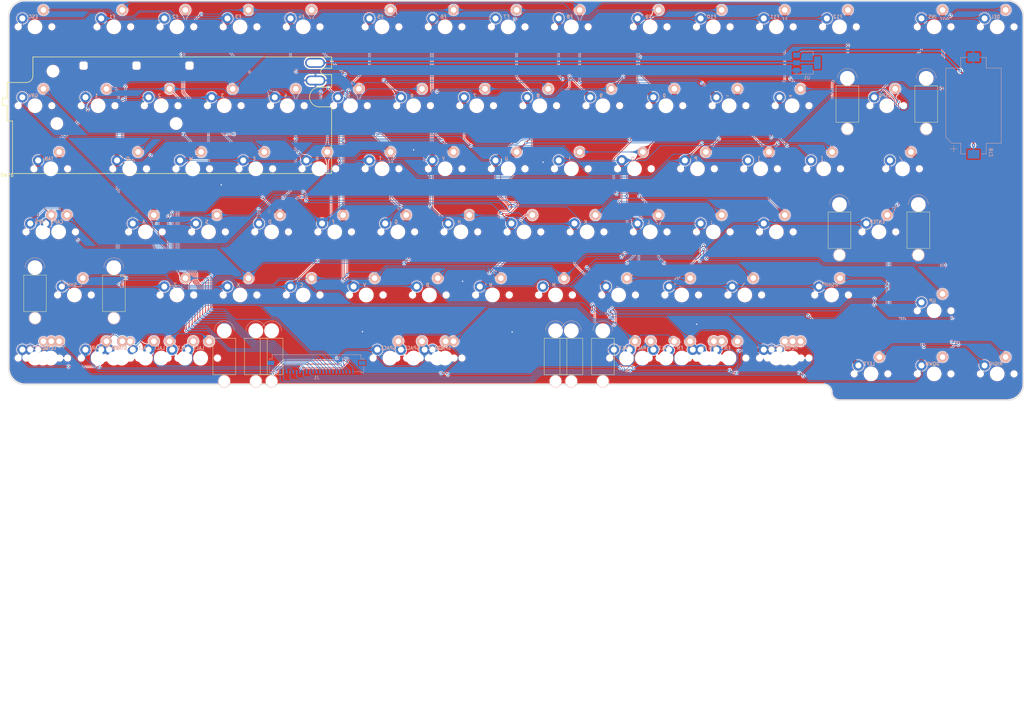
<source format=kicad_pcb>
(kicad_pcb (version 20171130) (host pcbnew "(5.1.4)-1")
  (layers (0 F.Cu signal) (31 B.Cu signal) (34 B.Paste user) (35 F.Paste user) (36 B.SilkS user) (37 F.SilkS user) (38 B.Mask user) (39 F.Mask user) (44 Edge.Cuts user))
  (net 0 "")
  (net 1 "Net-(BT1-Pad1)")
  (net 2 /22)
  (net 3 /21)
  (net 4 /20)
  (net 5 /19)
  (net 6 /18)
  (net 7 /17)
  (net 8 /16)
  (net 9 /15)
  (net 10 /14)
  (net 11 /13)
  (net 12 /12)
  (net 13 /11)
  (net 14 /10)
  (net 15 /9)
  (net 16 /8)
  (net 17 /7)
  (net 18 /6)
  (net 19 /5)
  (net 20 /4)
  (net 21 /3)
  (net 22 /2)
  (net 23 /1)
  (net 24 /23)
  (net 25 "Net-(SW76-Pad2)")
  (net 26 GND)
  (module Brownstone_Sans:D (layer B.Cu) (at 70.717551 55.7222 180)
    (fp_text reference G*** hide)
    (fp_text value LOGO hide)
  )
  (module Brownstone_Sans:A (layer B.Cu) (at 30.717551 55.7222 180)
    (fp_text reference G*** hide)
    (fp_text value LOGO hide)
  )
  (module Footprint_hnah87:K380_Controller (layer F.Cu) (at -8.44042 44.29506)
    (fp_text reference SW76 (at 0 0.5) (layer F.SilkS))
    (fp_text value K380_Controller)
    (pad 1 thru_hole oval (at 93.12 -28.11) (size 6 3) (drill oval 5 2) (layers *.Cu *.Mask) (net 26 GND))
    (pad 2 thru_hole oval (at 93 -33.43) (size 6 3) (drill oval 5 2) (layers *.Cu *.Mask) (net 25 "Net-(SW76-Pad2)"))
    (pad "" np_thru_hole oval (at 55.63 -32.58 90) (size 2 1) (drill oval 2 1) (layers *.Cu *.Mask))
    (pad "" np_thru_hole oval (at 55.05 -32.58 90) (size 2 1) (drill oval 2 1) (layers *.Cu *.Mask))
    (pad "" np_thru_hole oval (at 55.09 -32.04) (size 2 1) (drill oval 2 1) (layers *.Cu *.Mask))
    (pad "" np_thru_hole oval (at 55.09 -33.11) (size 2 1) (drill oval 2 1) (layers *.Cu *.Mask))
    (pad "" np_thru_hole oval (at 54.58 -32.61 90) (size 2 1) (drill oval 2 1) (layers *.Cu *.Mask))
    (pad "" np_thru_hole oval (at 39.62 -32.58 90) (size 2 1) (drill oval 2 1) (layers *.Cu *.Mask))
    (pad "" np_thru_hole oval (at 39.04 -32.58 90) (size 2 1) (drill oval 2 1) (layers *.Cu *.Mask))
    (pad "" np_thru_hole oval (at 39.08 -32.04) (size 2 1) (drill oval 2 1) (layers *.Cu *.Mask))
    (pad "" np_thru_hole oval (at 39.08 -33.11) (size 2 1) (drill oval 2 1) (layers *.Cu *.Mask))
    (pad "" np_thru_hole oval (at 38.57 -32.61 90) (size 2 1) (drill oval 2 1) (layers *.Cu *.Mask))
    (pad "" np_thru_hole oval (at 23.06 -32.58 90) (size 2 1) (drill oval 2 1) (layers *.Cu *.Mask))
    (pad "" np_thru_hole oval (at 23.64 -32.58 90) (size 2 1) (drill oval 2 1) (layers *.Cu *.Mask))
    (pad "" np_thru_hole oval (at 22.59 -32.61 90) (size 2 1) (drill oval 2 1) (layers *.Cu *.Mask))
    (pad "" np_thru_hole oval (at 23.1 -32.04) (size 2 1) (drill oval 2 1) (layers *.Cu *.Mask))
    (pad "" np_thru_hole oval (at 23.1 -33.11) (size 2 1) (drill oval 2 1) (layers *.Cu *.Mask))
    (pad "" np_thru_hole circle (at 51.05 -15.1) (size 3.4 3.4) (drill 3.4) (layers *.Cu *.Mask))
    (pad "" np_thru_hole circle (at 15.049999 -15.1) (size 3.4 3.4) (drill 3.4) (layers *.Cu *.Mask))
    (pad "" np_thru_hole circle (at 13.88 -30.91) (size 3.4 3.4) (drill 3.4) (layers *.Cu *.Mask))
  )
  (module Connector_FFC-FPC:Molex_200528-0230_1x23-1MP_P1.00mm_Horizontal (layer B.Cu) (at 85.012351 103.2746)
    (fp_text reference J1 (at 0 2.61) (layer B.SilkS) (effects (justify mirror)))
    (fp_text value Conn_01x23_Female)
    (pad 23 smd rect (at 11 0.91) (size 0.4 1) (layers B.Cu B.Paste B.Mask) (net 24 /23))
    (pad 22 smd rect (at 10 0.91) (size 0.4 1) (layers B.Cu B.Paste B.Mask) (net 2 /22))
    (pad 21 smd rect (at 9 0.91) (size 0.4 1) (layers B.Cu B.Paste B.Mask) (net 3 /21))
    (pad 20 smd rect (at 8 0.91) (size 0.4 1) (layers B.Cu B.Paste B.Mask) (net 4 /20))
    (pad 19 smd rect (at 7 0.91) (size 0.4 1) (layers B.Cu B.Paste B.Mask) (net 5 /19))
    (pad 18 smd rect (at 6 0.91) (size 0.4 1) (layers B.Cu B.Paste B.Mask) (net 6 /18))
    (pad 17 smd rect (at 5 0.91) (size 0.4 1) (layers B.Cu B.Paste B.Mask) (net 7 /17))
    (pad 16 smd rect (at 4 0.91) (size 0.4 1) (layers B.Cu B.Paste B.Mask) (net 8 /16))
    (pad 15 smd rect (at 3 0.91) (size 0.4 1) (layers B.Cu B.Paste B.Mask) (net 9 /15))
    (pad 14 smd rect (at 2 0.91) (size 0.4 1) (layers B.Cu B.Paste B.Mask) (net 10 /14))
    (pad 13 smd rect (at 1 0.91) (size 0.4 1) (layers B.Cu B.Paste B.Mask) (net 11 /13))
    (pad 12 smd rect (at 0 0.91) (size 0.4 1) (layers B.Cu B.Paste B.Mask) (net 12 /12))
    (pad 11 smd rect (at -1 0.91) (size 0.4 1) (layers B.Cu B.Paste B.Mask) (net 13 /11))
    (pad 10 smd rect (at -2 0.91) (size 0.4 1) (layers B.Cu B.Paste B.Mask) (net 14 /10))
    (pad 9 smd rect (at -3 0.91) (size 0.4 1) (layers B.Cu B.Paste B.Mask) (net 15 /9))
    (pad 8 smd rect (at -4 0.91) (size 0.4 1) (layers B.Cu B.Paste B.Mask) (net 16 /8))
    (pad 7 smd rect (at -5 0.91) (size 0.4 1) (layers B.Cu B.Paste B.Mask) (net 17 /7))
    (pad 6 smd rect (at -6 0.91) (size 0.4 1) (layers B.Cu B.Paste B.Mask) (net 18 /6))
    (pad 5 smd rect (at -7 0.91) (size 0.4 1) (layers B.Cu B.Paste B.Mask) (net 19 /5))
    (pad 4 smd rect (at -8 0.91) (size 0.4 1) (layers B.Cu B.Paste B.Mask) (net 20 /4))
    (pad 3 smd rect (at -9 0.91) (size 0.4 1) (layers B.Cu B.Paste B.Mask) (net 21 /3))
    (pad 2 smd rect (at -10 0.91) (size 0.4 1) (layers B.Cu B.Paste B.Mask) (net 22 /2))
    (pad 1 smd rect (at -11 0.91) (size 0.4 1) (layers B.Cu B.Paste B.Mask) (net 23 /1))
    (pad MP smd rect (at 13.8 -1.79) (size 2 1.3) (layers B.Cu B.Paste B.Mask))
    (pad MP smd rect (at -13.8 -1.79) (size 2 1.3) (layers B.Cu B.Paste B.Mask))
  )
  (module Footprint_hnah87:CHERRY_PCB_100H_Thermal (layer F.Cu) (at 33.3375 100.0125)
    (fp_text reference SW85 hide)
    (fp_text value LALT (at -0.508 -3.048) (layer B.SilkS) (effects (font (thickness 0.2032)) (justify mirror)))
    (pad 1 smd oval (at -3.81508 -2.55016 30) (size 2.3 2) (layers B.Cu B.Mask) (net 4 /20))
    (pad 1 smd oval (at -3.81508 -2.54254 30) (size 3.2 2.3) (layers B.Cu) (net 4 /20))
    (pad 2 smd circle (at 2.54 -5.08) (size 2.3 2.3) (layers B.Cu B.Mask) (net 17 /7))
    (pad "" np_thru_hole circle (at 5.08 0) (size 1.7018 1.7018) (drill 1.7018) (layers *.Cu *.Mask))
    (pad "" np_thru_hole circle (at -5.08 0) (size 1.7018 1.7018) (drill 1.7018) (layers *.Cu *.Mask))
    (pad "" np_thru_hole circle (at 0 0) (size 3.9878 3.9878) (drill 3.9878) (layers *.Cu *.Mask))
    (pad 2 thru_hole circle (at 2.54 -5.08) (size 3.2 3.2) (drill 1.7) (layers *.Cu) (net 17 /7))
    (pad 1 thru_hole oval (at -3.81 -2.54 30) (size 3.2 2.3) (drill 1.8) (layers *.Cu) (net 4 /20))
    (pad 2 smd circle (at 2.54 -5.08) (size 3.2 3.2) (layers B.Cu B.SilkS) (net 17 /7))
  )
  (module Footprint_hnah87:CHERRY_PCB_100H_Thermal (layer F.Cu) (at 4.7625 100.0125)
    (fp_text reference SW90 hide)
    (fp_text value LCTRL (at -0.508 -3.048) (layer B.SilkS) (effects (font (thickness 0.2032)) (justify mirror)))
    (pad 1 smd circle (at -3.81508 -2.55016) (size 2.3 2.3) (layers B.Cu B.Mask) (net 19 /5))
    (pad 1 smd circle (at -3.81508 -2.54254) (size 2.7 2.7) (layers B.Cu) (net 19 /5))
    (pad 2 smd circle (at 2.54 -5.08) (size 2.3 2.3) (layers B.Cu B.Mask) (net 24 /23))
    (pad "" np_thru_hole circle (at 5.08 0) (size 1.7018 1.7018) (drill 1.7018) (layers *.Cu *.Mask))
    (pad "" np_thru_hole circle (at -5.08 0) (size 1.7018 1.7018) (drill 1.7018) (layers *.Cu *.Mask))
    (pad "" np_thru_hole circle (at 0 0) (size 3.9878 3.9878) (drill 3.9878) (layers *.Cu *.Mask))
    (pad 2 thru_hole circle (at 2.54 -5.08) (size 3.2 3.2) (drill 1.7) (layers *.Cu) (net 24 /23))
    (pad 1 thru_hole circle (at -3.81 -2.54) (size 2.7 2.7) (drill 1.8) (layers *.Cu) (net 19 /5))
    (pad 2 smd circle (at 2.54 -5.08) (size 3.2 3.2) (layers B.Cu B.SilkS) (net 24 /23))
  )
  (module Footprint_hnah87:CHERRY_PCB_100H_Thermal (layer F.Cu) (at 0 100.0125)
    (fp_text reference SW98 hide)
    (fp_text value LCTRL (at -0.508 -3.048) (layer B.SilkS) (effects (font (thickness 0.2032)) (justify mirror)))
    (pad 1 smd circle (at -3.81508 -2.55016) (size 2.3 2.3) (layers B.Cu B.Mask) (net 19 /5))
    (pad 1 smd circle (at -3.81508 -2.54254) (size 3.2 3.2) (layers B.Cu) (net 19 /5))
    (pad 2 smd circle (at 2.54 -5.08) (size 2.3 2.3) (layers B.Cu B.Mask) (net 24 /23))
    (pad "" np_thru_hole circle (at 5.08 0) (size 1.7018 1.7018) (drill 1.7018) (layers *.Cu *.Mask))
    (pad "" np_thru_hole circle (at -5.08 0) (size 1.7018 1.7018) (drill 1.7018) (layers *.Cu *.Mask))
    (pad "" np_thru_hole circle (at 0 0) (size 3.9878 3.9878) (drill 3.9878) (layers *.Cu *.Mask))
    (pad 2 thru_hole circle (at 2.54 -5.08) (size 2.7 2.7) (drill 1.7) (layers *.Cu) (net 24 /23))
    (pad 1 thru_hole circle (at -3.81 -2.54) (size 3.2 3.2) (drill 1.8) (layers *.Cu) (net 19 /5))
    (pad 2 smd circle (at 2.54 -5.08) (size 2.7 2.7) (layers B.Cu B.SilkS) (net 24 /23))
  )
  (module Footprint_hnah87:CHERRY_PCB_100H_Thermal (layer F.Cu) (at 204.7875 100.0125)
    (fp_text reference SW97 hide)
    (fp_text value FN (at -0.508 -3.048) (layer B.SilkS) (effects (font (thickness 0.2032)) (justify mirror)))
    (pad 1 smd circle (at -3.81508 -2.55016) (size 2.3 2.3) (layers B.Cu B.Mask) (net 22 /2))
    (pad 1 smd circle (at -3.81508 -2.54254) (size 3.2 3.2) (layers B.Cu) (net 22 /2))
    (pad 2 smd circle (at 2.54 -5.08) (size 2.3 2.3) (layers B.Cu B.Mask) (net 2 /22))
    (pad "" np_thru_hole circle (at 5.08 0) (size 1.7018 1.7018) (drill 1.7018) (layers *.Cu *.Mask))
    (pad "" np_thru_hole circle (at -5.08 0) (size 1.7018 1.7018) (drill 1.7018) (layers *.Cu *.Mask))
    (pad "" np_thru_hole circle (at 0 0) (size 3.9878 3.9878) (drill 3.9878) (layers *.Cu *.Mask))
    (pad 2 thru_hole circle (at 2.54 -5.08) (size 3.2 3.2) (drill 1.7) (layers *.Cu) (net 2 /22))
    (pad 1 thru_hole circle (at -3.81 -2.54) (size 3.2 3.2) (drill 1.8) (layers *.Cu) (net 22 /2))
    (pad 2 smd circle (at 2.54 -5.08) (size 3.2 3.2) (layers B.Cu B.SilkS) (net 2 /22))
  )
  (module Footprint_hnah87:CHERRY_PCB_100H_Thermal (layer F.Cu) (at 202.40625 100.0125)
    (fp_text reference SW96 hide)
    (fp_text value FN (at -0.508 -3.048) (layer B.SilkS) (effects (font (thickness 0.2032)) (justify mirror)))
    (pad 1 smd circle (at -3.81508 -2.55016) (size 2.3 2.3) (layers B.Cu B.Mask) (net 22 /2))
    (pad 1 smd circle (at -3.81508 -2.54254) (size 3.2 3.2) (layers B.Cu) (net 22 /2))
    (pad 2 smd circle (at 2.54 -5.08) (size 2.3 2.3) (layers B.Cu B.Mask) (net 2 /22))
    (pad "" np_thru_hole circle (at 5.08 0) (size 1.7018 1.7018) (drill 1.7018) (layers *.Cu *.Mask))
    (pad "" np_thru_hole circle (at -5.08 0) (size 1.7018 1.7018) (drill 1.7018) (layers *.Cu *.Mask))
    (pad "" np_thru_hole circle (at 0 0) (size 3.9878 3.9878) (drill 3.9878) (layers *.Cu *.Mask))
    (pad 2 thru_hole circle (at 2.54 -5.08) (size 3.2 3.2) (drill 1.7) (layers *.Cu) (net 2 /22))
    (pad 1 thru_hole circle (at -3.81 -2.54) (size 3.2 3.2) (drill 1.8) (layers *.Cu) (net 22 /2))
    (pad 2 smd circle (at 2.54 -5.08) (size 3.2 3.2) (layers B.Cu B.SilkS) (net 2 /22))
  )
  (module Footprint_hnah87:CHERRY_PCB_100H_Thermal (layer F.Cu) (at 195.2625 100.0125)
    (fp_text reference SW95 hide)
    (fp_text value FN (at -0.508 -3.048) (layer B.SilkS) (effects (font (thickness 0.2032)) (justify mirror)))
    (pad 1 smd oval (at -3.81508 -2.55016 330) (size 2.3 2) (layers B.Cu B.Mask) (net 2 /22))
    (pad 1 smd oval (at -3.81508 -2.54254 330) (size 3.2 2.3) (layers B.Cu) (net 2 /22))
    (pad 2 smd circle (at 2.54 -5.08) (size 2.3 2.3) (layers B.Cu B.Mask) (net 22 /2))
    (pad "" np_thru_hole circle (at 5.08 0) (size 1.7018 1.7018) (drill 1.7018) (layers *.Cu *.Mask))
    (pad "" np_thru_hole circle (at -5.08 0) (size 1.7018 1.7018) (drill 1.7018) (layers *.Cu *.Mask))
    (pad "" np_thru_hole circle (at 0 0) (size 3.9878 3.9878) (drill 3.9878) (layers *.Cu *.Mask))
    (pad 2 thru_hole circle (at 2.54 -5.08) (size 3.2 3.2) (drill 1.7) (layers *.Cu) (net 22 /2))
    (pad 1 thru_hole oval (at -3.81 -2.54 330) (size 3.2 2.3) (drill 1.8) (layers *.Cu) (net 2 /22))
    (pad 2 smd circle (at 2.54 -5.08) (size 3.2 3.2) (layers B.Cu B.SilkS) (net 22 /2))
  )
  (module Footprint_hnah87:CHERRY_PCB_100H_Thermal (layer F.Cu) (at 23.8125 100.0125)
    (fp_text reference SW94 hide)
    (fp_text value START (at -0.508 -3.048) (layer B.SilkS) (effects (font (thickness 0.2032)) (justify mirror)))
    (pad 1 smd circle (at -3.81508 -2.55016) (size 2.3 2.3) (layers B.Cu B.Mask) (net 21 /3))
    (pad 1 smd circle (at -3.81508 -2.54254) (size 3.2 3.2) (layers B.Cu) (net 21 /3))
    (pad 2 smd circle (at 2.54 -5.08) (size 2.3 2.3) (layers B.Cu B.Mask) (net 3 /21))
    (pad "" np_thru_hole circle (at 5.08 0) (size 1.7018 1.7018) (drill 1.7018) (layers *.Cu *.Mask))
    (pad "" np_thru_hole circle (at -5.08 0) (size 1.7018 1.7018) (drill 1.7018) (layers *.Cu *.Mask))
    (pad "" np_thru_hole circle (at 0 0) (size 3.9878 3.9878) (drill 3.9878) (layers *.Cu *.Mask))
    (pad 2 thru_hole circle (at 2.54 -5.08) (size 3.2 3.2) (drill 1.7) (layers *.Cu) (net 3 /21))
    (pad 1 thru_hole circle (at -3.81 -2.54) (size 3.2 3.2) (drill 1.8) (layers *.Cu) (net 21 /3))
    (pad 2 smd circle (at 2.54 -5.08) (size 3.2 3.2) (layers B.Cu B.SilkS) (net 3 /21))
  )
  (module Footprint_hnah87:CHERRY_PCB_100H_Thermal (layer F.Cu) (at 19.05 100.0125)
    (fp_text reference SW93 hide)
    (fp_text value START (at -0.508 -3.048) (layer B.SilkS) (effects (font (thickness 0.2032)) (justify mirror)))
    (pad 1 smd circle (at -3.81508 -2.55016) (size 2.3 2.3) (layers B.Cu B.Mask) (net 3 /21))
    (pad 1 smd circle (at -3.81508 -2.54254) (size 3.2 3.2) (layers B.Cu) (net 3 /21))
    (pad 2 smd circle (at 2.54 -5.08) (size 2.3 2.3) (layers B.Cu B.Mask) (net 21 /3))
    (pad "" np_thru_hole circle (at 5.08 0) (size 1.7018 1.7018) (drill 1.7018) (layers *.Cu *.Mask))
    (pad "" np_thru_hole circle (at -5.08 0) (size 1.7018 1.7018) (drill 1.7018) (layers *.Cu *.Mask))
    (pad "" np_thru_hole circle (at 0 0) (size 3.9878 3.9878) (drill 3.9878) (layers *.Cu *.Mask))
    (pad 2 thru_hole circle (at 2.54 -5.08) (size 3.2 3.2) (drill 1.7) (layers *.Cu) (net 21 /3))
    (pad 1 thru_hole circle (at -3.81 -2.54) (size 3.2 3.2) (drill 1.8) (layers *.Cu) (net 3 /21))
    (pad 2 smd circle (at 2.54 -5.08) (size 3.2 3.2) (layers B.Cu B.SilkS) (net 21 /3))
  )
  (module Footprint_hnah87:CHERRY_PCB_100H_Thermal (layer F.Cu) (at 223.8375 100.0125)
    (fp_text reference SW92 hide)
    (fp_text value RCTRL (at -0.508 -3.048) (layer B.SilkS) (effects (font (thickness 0.2032)) (justify mirror)))
    (pad 1 smd circle (at -3.81508 -2.55016) (size 2.3 2.3) (layers B.Cu B.Mask) (net 20 /4))
    (pad 1 smd circle (at -3.81508 -2.54254) (size 3.2 3.2) (layers B.Cu) (net 20 /4))
    (pad 2 smd circle (at 2.54 -5.08) (size 2.3 2.3) (layers B.Cu B.Mask) (net 23 /1))
    (pad "" np_thru_hole circle (at 5.08 0) (size 1.7018 1.7018) (drill 1.7018) (layers *.Cu *.Mask))
    (pad "" np_thru_hole circle (at -5.08 0) (size 1.7018 1.7018) (drill 1.7018) (layers *.Cu *.Mask))
    (pad "" np_thru_hole circle (at 0 0) (size 3.9878 3.9878) (drill 3.9878) (layers *.Cu *.Mask))
    (pad 2 thru_hole circle (at 2.54 -5.08) (size 2.7 2.7) (drill 1.7) (layers *.Cu) (net 23 /1))
    (pad 1 thru_hole circle (at -3.81 -2.54) (size 3.2 3.2) (drill 1.8) (layers *.Cu) (net 20 /4))
    (pad 2 smd circle (at 2.54 -5.08) (size 2.7 2.7) (layers B.Cu B.SilkS) (net 23 /1))
  )
  (module Footprint_hnah87:CHERRY_PCB_100H_Thermal (layer F.Cu) (at 226.21875 100.0125)
    (fp_text reference SW91 hide)
    (fp_text value RCTRL (at -0.508 -3.048) (layer B.SilkS) (effects (font (thickness 0.2032)) (justify mirror)))
    (pad 1 smd circle (at -3.81508 -2.55016) (size 2.3 2.3) (layers B.Cu B.Mask) (net 20 /4))
    (pad 1 smd circle (at -3.81508 -2.54254) (size 3.2 3.2) (layers B.Cu) (net 20 /4))
    (pad 2 smd circle (at 2.54 -5.08) (size 2.3 2.3) (layers B.Cu B.Mask) (net 23 /1))
    (pad "" np_thru_hole circle (at 5.08 0) (size 1.7018 1.7018) (drill 1.7018) (layers *.Cu *.Mask))
    (pad "" np_thru_hole circle (at -5.08 0) (size 1.7018 1.7018) (drill 1.7018) (layers *.Cu *.Mask))
    (pad "" np_thru_hole circle (at 0 0) (size 3.9878 3.9878) (drill 3.9878) (layers *.Cu *.Mask))
    (pad 2 thru_hole circle (at 2.54 -5.08) (size 3.2 3.2) (drill 1.7) (layers *.Cu) (net 23 /1))
    (pad 1 thru_hole circle (at -3.81 -2.54) (size 3.2 3.2) (drill 1.8) (layers *.Cu) (net 20 /4))
    (pad 2 smd circle (at 2.54 -5.08) (size 3.2 3.2) (layers B.Cu B.SilkS) (net 23 /1))
  )
  (module Footprint_hnah87:CHERRY_PCB_100H_Thermal (layer F.Cu) (at 2.38125 61.9125)
    (fp_text reference SW89 hide)
    (fp_text value CAPS (at -0.508 -3.048) (layer B.SilkS) (effects (font (thickness 0.2032)) (justify mirror)))
    (pad 1 smd circle (at -3.81508 -2.55016) (size 2.3 2.3) (layers B.Cu B.Mask) (net 14 /10))
    (pad 1 smd circle (at -3.81508 -2.54254) (size 3.2 3.2) (layers B.Cu) (net 14 /10))
    (pad 2 smd circle (at 2.54 -5.08) (size 2.3 2.3) (layers B.Cu B.Mask) (net 19 /5))
    (pad "" np_thru_hole circle (at 5.08 0) (size 1.7018 1.7018) (drill 1.7018) (layers *.Cu *.Mask))
    (pad "" np_thru_hole circle (at -5.08 0) (size 1.7018 1.7018) (drill 1.7018) (layers *.Cu *.Mask))
    (pad "" np_thru_hole circle (at 0 0) (size 3.9878 3.9878) (drill 3.9878) (layers *.Cu *.Mask))
    (pad 2 thru_hole circle (at 2.54 -5.08) (size 3.2 3.2) (drill 1.7) (layers *.Cu) (net 19 /5))
    (pad 1 thru_hole circle (at -3.81 -2.54) (size 3.2 3.2) (drill 1.8) (layers *.Cu) (net 14 /10))
    (pad 2 smd circle (at 2.54 -5.08) (size 3.2 3.2) (layers B.Cu B.SilkS) (net 19 /5))
  )
  (module Footprint_hnah87:CHERRY_PCB_100H_Thermal (layer F.Cu) (at 183.35625 100.0125)
    (fp_text reference SW88 hide)
    (fp_text value RALT (at -0.508 -3.048) (layer B.SilkS) (effects (font (thickness 0.2032)) (justify mirror)))
    (pad 1 smd circle (at -3.81508 -2.55016) (size 2.3 2.3) (layers B.Cu B.Mask) (net 4 /20))
    (pad 1 smd circle (at -3.81508 -2.54254) (size 3.2 3.2) (layers B.Cu) (net 4 /20))
    (pad 2 smd circle (at 2.54 -5.08) (size 2.3 2.3) (layers B.Cu B.Mask) (net 18 /6))
    (pad "" np_thru_hole circle (at 5.08 0) (size 1.7018 1.7018) (drill 1.7018) (layers *.Cu *.Mask))
    (pad "" np_thru_hole circle (at -5.08 0) (size 1.7018 1.7018) (drill 1.7018) (layers *.Cu *.Mask))
    (pad "" np_thru_hole circle (at 0 0) (size 3.9878 3.9878) (drill 3.9878) (layers *.Cu *.Mask))
    (pad 2 thru_hole circle (at 2.54 -5.08) (size 3.2 3.2) (drill 1.7) (layers *.Cu) (net 18 /6))
    (pad 1 thru_hole circle (at -3.81 -2.54) (size 3.2 3.2) (drill 1.8) (layers *.Cu) (net 4 /20))
    (pad 2 smd circle (at 2.54 -5.08) (size 3.2 3.2) (layers B.Cu B.SilkS) (net 18 /6))
  )
  (module Footprint_hnah87:CHERRY_PCB_100H_Thermal (layer F.Cu) (at 178.59375 100.0125)
    (fp_text reference SW87 hide)
    (fp_text value RALT (at -0.508 -3.048) (layer B.SilkS) (effects (font (thickness 0.2032)) (justify mirror)))
    (pad 1 smd circle (at -3.81508 -2.55016) (size 2.3 2.3) (layers B.Cu B.Mask) (net 18 /6))
    (pad 1 smd circle (at -3.81508 -2.54254) (size 3.2 3.2) (layers B.Cu) (net 18 /6))
    (pad 2 smd circle (at 2.54 -5.08) (size 2.3 2.3) (layers B.Cu B.Mask) (net 4 /20))
    (pad "" np_thru_hole circle (at 5.08 0) (size 1.7018 1.7018) (drill 1.7018) (layers *.Cu *.Mask))
    (pad "" np_thru_hole circle (at -5.08 0) (size 1.7018 1.7018) (drill 1.7018) (layers *.Cu *.Mask))
    (pad "" np_thru_hole circle (at 0 0) (size 3.9878 3.9878) (drill 3.9878) (layers *.Cu *.Mask))
    (pad 2 thru_hole circle (at 2.54 -5.08) (size 3.2 3.2) (drill 1.7) (layers *.Cu) (net 4 /20))
    (pad 1 thru_hole circle (at -3.81 -2.54) (size 3.2 3.2) (drill 1.8) (layers *.Cu) (net 18 /6))
    (pad 2 smd circle (at 2.54 -5.08) (size 3.2 3.2) (layers B.Cu B.SilkS) (net 4 /20))
  )
  (module Footprint_hnah87:CHERRY_PCB_100H_Thermal (layer F.Cu) (at 45.24375 100.0125)
    (fp_text reference SW86 hide)
    (fp_text value LALT (at -0.508 -3.048) (layer B.SilkS) (effects (font (thickness 0.2032)) (justify mirror)))
    (pad 1 smd circle (at -3.81508 -2.55016) (size 2.3 2.3) (layers B.Cu B.Mask) (net 4 /20))
    (pad 1 smd circle (at -3.81508 -2.54254) (size 3.2 3.2) (layers B.Cu) (net 4 /20))
    (pad 2 smd circle (at 2.54 -5.08) (size 2.3 2.3) (layers B.Cu B.Mask) (net 17 /7))
    (pad "" np_thru_hole circle (at 5.08 0) (size 1.7018 1.7018) (drill 1.7018) (layers *.Cu *.Mask))
    (pad "" np_thru_hole circle (at -5.08 0) (size 1.7018 1.7018) (drill 1.7018) (layers *.Cu *.Mask))
    (pad "" np_thru_hole circle (at 0 0) (size 3.9878 3.9878) (drill 3.9878) (layers *.Cu *.Mask))
    (pad 2 thru_hole circle (at 2.54 -5.08) (size 3.2 3.2) (drill 1.7) (layers *.Cu) (net 17 /7))
    (pad 1 thru_hole circle (at -3.81 -2.54) (size 3.2 3.2) (drill 1.8) (layers *.Cu) (net 4 /20))
    (pad 2 smd circle (at 2.54 -5.08) (size 3.2 3.2) (layers B.Cu B.SilkS) (net 17 /7))
  )
  (module Footprint_hnah87:CHERRY_PCB_100H_Thermal (layer F.Cu) (at 38.1 100.0125)
    (fp_text reference SW84 hide)
    (fp_text value LALT (at -0.508 -3.048) (layer B.SilkS) (effects (font (thickness 0.2032)) (justify mirror)))
    (pad 1 smd circle (at -3.81508 -2.55016) (size 2.3 2.3) (layers B.Cu B.Mask) (net 17 /7))
    (pad 1 smd circle (at -3.81508 -2.54254) (size 3.2 3.2) (layers B.Cu) (net 17 /7))
    (pad 2 smd circle (at 2.54 -5.08) (size 2.3 2.3) (layers B.Cu B.Mask) (net 4 /20))
    (pad "" np_thru_hole circle (at 5.08 0) (size 1.7018 1.7018) (drill 1.7018) (layers *.Cu *.Mask))
    (pad "" np_thru_hole circle (at -5.08 0) (size 1.7018 1.7018) (drill 1.7018) (layers *.Cu *.Mask))
    (pad "" np_thru_hole circle (at 0 0) (size 3.9878 3.9878) (drill 3.9878) (layers *.Cu *.Mask))
    (pad 2 thru_hole circle (at 2.54 -5.08) (size 3.2 3.2) (drill 1.7) (layers *.Cu) (net 4 /20))
    (pad 1 thru_hole circle (at -3.81 -2.54) (size 3.2 3.2) (drill 1.8) (layers *.Cu) (net 17 /7))
    (pad 2 smd circle (at 2.54 -5.08) (size 3.2 3.2) (layers B.Cu B.SilkS) (net 4 /20))
  )
  (module Footprint_hnah87:CHERRY_PCB_100H_Thermal (layer F.Cu) (at 123.825 100.0125)
    (fp_text reference SW83 hide)
    (fp_text value SPACE (at -0.508 -3.048) (layer B.SilkS) (effects (font (thickness 0.2032)) (justify mirror)))
    (pad 1 smd circle (at -3.81508 -2.55016) (size 2.3 2.3) (layers B.Cu B.Mask) (net 17 /7))
    (pad 1 smd circle (at -3.81508 -2.54254) (size 3.2 3.2) (layers B.Cu) (net 17 /7))
    (pad 2 smd circle (at 2.54 -5.08) (size 2.3 2.3) (layers B.Cu B.Mask) (net 14 /10))
    (pad "" np_thru_hole circle (at 5.08 0) (size 1.7018 1.7018) (drill 1.7018) (layers *.Cu *.Mask))
    (pad "" np_thru_hole circle (at -5.08 0) (size 1.7018 1.7018) (drill 1.7018) (layers *.Cu *.Mask))
    (pad "" np_thru_hole circle (at 0 0) (size 3.9878 3.9878) (drill 3.9878) (layers *.Cu *.Mask))
    (pad 2 thru_hole circle (at 2.54 -5.08) (size 3.2 3.2) (drill 1.7) (layers *.Cu) (net 14 /10))
    (pad 1 thru_hole circle (at -3.81 -2.54) (size 3.2 3.2) (drill 1.8) (layers *.Cu) (net 17 /7))
    (pad 2 smd circle (at 2.54 -5.08) (size 3.2 3.2) (layers B.Cu B.SilkS) (net 14 /10))
  )
  (module Footprint_hnah87:CHERRY_PCB_100H_Thermal (layer F.Cu) (at 114.3 100.0125)
    (fp_text reference SW82 hide)
    (fp_text value SPACE (at -0.508 -3.048) (layer B.SilkS) (effects (font (thickness 0.2032)) (justify mirror)))
    (pad 1 smd circle (at -3.81508 -2.55016) (size 2.3 2.3) (layers B.Cu B.Mask) (net 14 /10))
    (pad 1 smd circle (at -3.81508 -2.54254) (size 3.2 3.2) (layers B.Cu) (net 14 /10))
    (pad 2 smd circle (at 2.54 -5.08) (size 2.3 2.3) (layers B.Cu B.Mask) (net 17 /7))
    (pad "" np_thru_hole circle (at 5.08 0) (size 1.7018 1.7018) (drill 1.7018) (layers *.Cu *.Mask))
    (pad "" np_thru_hole circle (at -5.08 0) (size 1.7018 1.7018) (drill 1.7018) (layers *.Cu *.Mask))
    (pad "" np_thru_hole circle (at 0 0) (size 3.9878 3.9878) (drill 3.9878) (layers *.Cu *.Mask))
    (pad 2 thru_hole circle (at 2.54 -5.08) (size 3.2 3.2) (drill 1.7) (layers *.Cu) (net 17 /7))
    (pad 1 thru_hole circle (at -3.81 -2.54) (size 3.2 3.2) (drill 1.8) (layers *.Cu) (net 14 /10))
    (pad 2 smd circle (at 2.54 -5.08) (size 3.2 3.2) (layers B.Cu B.SilkS) (net 17 /7))
  )
  (module Footprint_hnah87:CHERRY_PCB_100H_Thermal (layer F.Cu) (at 107.15625 100.0125)
    (fp_text reference SW81 hide)
    (fp_text value SPACE (at -0.508 -3.048) (layer B.SilkS) (effects (font (thickness 0.2032)) (justify mirror)))
    (pad 1 smd circle (at -3.81508 -2.55016) (size 2.3 2.3) (layers B.Cu B.Mask) (net 17 /7))
    (pad 1 smd circle (at -3.81508 -2.54254) (size 3.2 3.2) (layers B.Cu) (net 17 /7))
    (pad 2 smd circle (at 2.54 -5.08) (size 2.3 2.3) (layers B.Cu B.Mask) (net 14 /10))
    (pad "" np_thru_hole circle (at 5.08 0) (size 1.7018 1.7018) (drill 1.7018) (layers *.Cu *.Mask))
    (pad "" np_thru_hole circle (at -5.08 0) (size 1.7018 1.7018) (drill 1.7018) (layers *.Cu *.Mask))
    (pad "" np_thru_hole circle (at 0 0) (size 3.9878 3.9878) (drill 3.9878) (layers *.Cu *.Mask))
    (pad 2 thru_hole circle (at 2.54 -5.08) (size 3.2 3.2) (drill 1.7) (layers *.Cu) (net 14 /10))
    (pad 1 thru_hole circle (at -3.81 -2.54) (size 3.2 3.2) (drill 1.8) (layers *.Cu) (net 17 /7))
    (pad 2 smd circle (at 2.54 -5.08) (size 3.2 3.2) (layers B.Cu B.SilkS) (net 14 /10))
  )
  (module Footprint_hnah87:Cherry_Stab_PCBMounted (layer F.Cu) (at 57.15 100.0125 180)
    (fp_text reference H12 hide)
    (fp_text value "Cherry Stabilizer PCB Mounted" hide)
    (pad "" np_thru_hole circle (at 0 -6.985 180) (size 3.048 3.048) (drill 3.048) (layers *.Cu *.Mask))
    (pad "" np_thru_hole circle (at 0 8.255 180) (size 3.9878 3.9878) (drill 3.9878) (layers *.Cu *.Mask))
  )
  (module Package_TO_SOT_SMD:SOT-223-3_TabPin2 (layer B.Cu) (at 233.073051 10.84948)
    (fp_text reference U1 (at 0 4.5) (layer B.SilkS) (effects (justify mirror)))
    (fp_text value AP1117-33)
    (pad 1 smd rect (at -3.15 2.3) (size 2 1.5) (layers B.Cu B.Paste B.Mask) (net 26 GND))
    (pad 3 smd rect (at -3.15 -2.3) (size 2 1.5) (layers B.Cu B.Paste B.Mask) (net 1 "Net-(BT1-Pad1)"))
    (pad 2 smd rect (at -3.15 0) (size 2 1.5) (layers B.Cu B.Paste B.Mask) (net 25 "Net-(SW76-Pad2)"))
    (pad 2 smd rect (at 3.15 0) (size 2 3.8) (layers B.Cu B.Paste B.Mask) (net 25 "Net-(SW76-Pad2)"))
  )
  (module Footprint_hnah87:Cherry_Stab_PCBMounted (layer F.Cu) (at 0 80.9625 180)
    (fp_text reference H11 hide)
    (fp_text value "Cherry Stabilizer PCB Mounted" hide)
    (pad "" np_thru_hole circle (at 0 -6.985 180) (size 3.048 3.048) (drill 3.048) (layers *.Cu *.Mask))
    (pad "" np_thru_hole circle (at 0 8.255 180) (size 3.9878 3.9878) (drill 3.9878) (layers *.Cu *.Mask))
  )
  (module Footprint_hnah87:Cherry_Stab_PCBMounted (layer F.Cu) (at 269.08125 23.8125 180)
    (fp_text reference H10 hide)
    (fp_text value "Cherry Stabilizer PCB Mounted" hide)
    (pad "" np_thru_hole circle (at 0 -6.985 180) (size 3.048 3.048) (drill 3.048) (layers *.Cu *.Mask))
    (pad "" np_thru_hole circle (at 0 8.255 180) (size 3.9878 3.9878) (drill 3.9878) (layers *.Cu *.Mask))
  )
  (module Footprint_hnah87:Cherry_Stab_PCBMounted (layer F.Cu) (at 23.8125 80.9625 180)
    (fp_text reference H9 hide)
    (fp_text value "Cherry Stabilizer PCB Mounted" hide)
    (pad "" np_thru_hole circle (at 0 -6.985 180) (size 3.048 3.048) (drill 3.048) (layers *.Cu *.Mask))
    (pad "" np_thru_hole circle (at 0 8.255 180) (size 3.9878 3.9878) (drill 3.9878) (layers *.Cu *.Mask))
  )
  (module Footprint_hnah87:Cherry_Stab_PCBMounted (layer F.Cu) (at 242.8875 61.9125 180)
    (fp_text reference H8 hide)
    (fp_text value "Cherry Stabilizer PCB Mounted" hide)
    (pad "" np_thru_hole circle (at 0 -6.985 180) (size 3.048 3.048) (drill 3.048) (layers *.Cu *.Mask))
    (pad "" np_thru_hole circle (at 0 8.255 180) (size 3.9878 3.9878) (drill 3.9878) (layers *.Cu *.Mask))
  )
  (module Footprint_hnah87:Cherry_Stab_PCBMounted (layer F.Cu) (at 266.7 61.9125 180)
    (fp_text reference H7 hide)
    (fp_text value "Cherry Stabilizer PCB Mounted" hide)
    (pad "" np_thru_hole circle (at 0 -6.985 180) (size 3.048 3.048) (drill 3.048) (layers *.Cu *.Mask))
    (pad "" np_thru_hole circle (at 0 8.255 180) (size 3.9878 3.9878) (drill 3.9878) (layers *.Cu *.Mask))
  )
  (module Footprint_hnah87:Cherry_Stab_PCBMounted (layer F.Cu) (at 71.4375 100.0125 180)
    (fp_text reference H6 hide)
    (fp_text value "Cherry Stabilizer PCB Mounted" hide)
    (pad "" np_thru_hole circle (at 0 -6.985 180) (size 3.048 3.048) (drill 3.048) (layers *.Cu *.Mask))
    (pad "" np_thru_hole circle (at 0 8.255 180) (size 3.9878 3.9878) (drill 3.9878) (layers *.Cu *.Mask))
  )
  (module Footprint_hnah87:Cherry_Stab_PCBMounted (layer F.Cu) (at 66.675 100.0125 180)
    (fp_text reference H5 hide)
    (fp_text value "Cherry Stabilizer PCB Mounted" hide)
    (pad "" np_thru_hole circle (at 0 -6.985 180) (size 3.048 3.048) (drill 3.048) (layers *.Cu *.Mask))
    (pad "" np_thru_hole circle (at 0 8.255 180) (size 3.9878 3.9878) (drill 3.9878) (layers *.Cu *.Mask))
  )
  (module Footprint_hnah87:Cherry_Stab_PCBMounted (layer F.Cu) (at 171.45 100.0125 180)
    (fp_text reference H4 hide)
    (fp_text value "Cherry Stabilizer PCB Mounted" hide)
    (pad "" np_thru_hole circle (at 0 -6.985 180) (size 3.048 3.048) (drill 3.048) (layers *.Cu *.Mask))
    (pad "" np_thru_hole circle (at 0 8.255 180) (size 3.9878 3.9878) (drill 3.9878) (layers *.Cu *.Mask))
  )
  (module Footprint_hnah87:Cherry_Stab_PCBMounted (layer F.Cu) (at 157.1625 100.0125 180)
    (fp_text reference H3 hide)
    (fp_text value "Cherry Stabilizer PCB Mounted" hide)
    (pad "" np_thru_hole circle (at 0 -6.985 180) (size 3.048 3.048) (drill 3.048) (layers *.Cu *.Mask))
    (pad "" np_thru_hole circle (at 0 8.255 180) (size 3.9878 3.9878) (drill 3.9878) (layers *.Cu *.Mask))
  )
  (module Footprint_hnah87:Cherry_Stab_PCBMounted (layer F.Cu) (at 245.26875 23.8125 180)
    (fp_text reference H2 hide)
    (fp_text value "Cherry Stabilizer PCB Mounted" hide)
    (pad "" np_thru_hole circle (at 0 -6.985 180) (size 3.048 3.048) (drill 3.048) (layers *.Cu *.Mask))
    (pad "" np_thru_hole circle (at 0 8.255 180) (size 3.9878 3.9878) (drill 3.9878) (layers *.Cu *.Mask))
  )
  (module Footprint_hnah87:Cherry_Stab_PCBMounted (layer F.Cu) (at 161.925 100.0125 180)
    (fp_text reference H1 hide)
    (fp_text value "Cherry Stabilizer PCB Mounted" hide)
    (pad "" np_thru_hole circle (at 0 -6.985 180) (size 3.048 3.048) (drill 3.048) (layers *.Cu *.Mask))
    (pad "" np_thru_hole circle (at 0 8.255 180) (size 3.9878 3.9878) (drill 3.9878) (layers *.Cu *.Mask))
  )
  (module Battery:BatteryHolder_Keystone_1060_1x2032 (layer B.Cu) (at 283.36875 23.8125 90)
    (fp_text reference BT2 (at -14.125 5.3 90) (layer B.SilkS) (effects (justify mirror)))
    (fp_text value Battery_Cell)
    (pad 1 smd rect (at -14.65 0 270) (size 2.6 3.6) (layers B.Cu B.Paste B.Mask) (net 1 "Net-(BT1-Pad1)"))
    (pad 2 smd rect (at 14.65 0 270) (size 2.6 3.6) (layers B.Cu B.Paste B.Mask) (net 26 GND))
  )
  (module Footprint_hnah87:CHERRY_PCB_100H_Thermal (layer F.Cu) (at 33.3375 61.9125)
    (fp_text reference SW80 hide)
    (fp_text value A (at -0.508 -3.048) (layer B.SilkS) (effects (font (thickness 0.2032)) (justify mirror)))
    (pad 1 smd circle (at -3.81508 -2.55016) (size 2.3 2.3) (layers B.Cu B.Mask) (net 22 /2))
    (pad 1 smd circle (at -3.81508 -2.54254) (size 3.2 3.2) (layers B.Cu) (net 22 /2))
    (pad 2 smd circle (at 2.54 -5.08) (size 2.3 2.3) (layers B.Cu B.Mask) (net 6 /18))
    (pad "" np_thru_hole circle (at 5.08 0) (size 1.7018 1.7018) (drill 1.7018) (layers *.Cu *.Mask))
    (pad "" np_thru_hole circle (at -5.08 0) (size 1.7018 1.7018) (drill 1.7018) (layers *.Cu *.Mask))
    (pad "" np_thru_hole circle (at 0 0) (size 3.9878 3.9878) (drill 3.9878) (layers *.Cu *.Mask))
    (pad 2 thru_hole circle (at 2.54 -5.08) (size 3.2 3.2) (drill 1.7) (layers *.Cu) (net 6 /18))
    (pad 1 thru_hole circle (at -3.81 -2.54) (size 3.2 3.2) (drill 1.8) (layers *.Cu) (net 22 /2))
    (pad 2 smd circle (at 2.54 -5.08) (size 3.2 3.2) (layers B.Cu B.SilkS) (net 6 /18))
  )
  (module Footprint_hnah87:CHERRY_PCB_100H_Thermal (layer F.Cu) (at 90.4875 61.9125)
    (fp_text reference SW79 hide)
    (fp_text value F (at -0.508 -3.048) (layer B.SilkS) (effects (font (thickness 0.2032)) (justify mirror)))
    (pad 1 smd circle (at -3.81508 -2.55016) (size 2.3 2.3) (layers B.Cu B.Mask) (net 22 /2))
    (pad 1 smd circle (at -3.81508 -2.54254) (size 3.2 3.2) (layers B.Cu) (net 22 /2))
    (pad 2 smd circle (at 2.54 -5.08) (size 2.3 2.3) (layers B.Cu B.Mask) (net 8 /16))
    (pad "" np_thru_hole circle (at 5.08 0) (size 1.7018 1.7018) (drill 1.7018) (layers *.Cu *.Mask))
    (pad "" np_thru_hole circle (at -5.08 0) (size 1.7018 1.7018) (drill 1.7018) (layers *.Cu *.Mask))
    (pad "" np_thru_hole circle (at 0 0) (size 3.9878 3.9878) (drill 3.9878) (layers *.Cu *.Mask))
    (pad 2 thru_hole circle (at 2.54 -5.08) (size 3.2 3.2) (drill 1.7) (layers *.Cu) (net 8 /16))
    (pad 1 thru_hole circle (at -3.81 -2.54) (size 3.2 3.2) (drill 1.8) (layers *.Cu) (net 22 /2))
    (pad 2 smd circle (at 2.54 -5.08) (size 3.2 3.2) (layers B.Cu B.SilkS) (net 8 /16))
  )
  (module Footprint_hnah87:CHERRY_PCB_100H_Thermal (layer F.Cu) (at 80.9625 0)
    (fp_text reference SW78 hide)
    (fp_text value F4 (at -0.508 -3.048) (layer B.SilkS) (effects (font (thickness 0.2032)) (justify mirror)))
    (pad 1 smd circle (at -3.81508 -2.55016) (size 2.3 2.3) (layers B.Cu B.Mask) (net 22 /2))
    (pad 1 smd circle (at -3.81508 -2.54254) (size 3.2 3.2) (layers B.Cu) (net 22 /2))
    (pad 2 smd circle (at 2.54 -5.08) (size 2.3 2.3) (layers B.Cu B.Mask) (net 7 /17))
    (pad "" np_thru_hole circle (at 5.08 0) (size 1.7018 1.7018) (drill 1.7018) (layers *.Cu *.Mask))
    (pad "" np_thru_hole circle (at -5.08 0) (size 1.7018 1.7018) (drill 1.7018) (layers *.Cu *.Mask))
    (pad "" np_thru_hole circle (at 0 0) (size 3.9878 3.9878) (drill 3.9878) (layers *.Cu *.Mask))
    (pad 2 thru_hole circle (at 2.54 -5.08) (size 3.2 3.2) (drill 1.7) (layers *.Cu) (net 7 /17))
    (pad 1 thru_hole circle (at -3.81 -2.54) (size 3.2 3.2) (drill 1.8) (layers *.Cu) (net 22 /2))
    (pad 2 smd circle (at 2.54 -5.08) (size 3.2 3.2) (layers B.Cu B.SilkS) (net 7 /17))
  )
  (module Footprint_hnah87:CHERRY_PCB_100H_Thermal (layer F.Cu) (at 209.55 100.0125)
    (fp_text reference SW77 hide)
    (fp_text value FN (at -0.508 -3.048) (layer B.SilkS) (effects (font (thickness 0.2032)) (justify mirror)))
    (pad 1 smd circle (at -3.81508 -2.55016) (size 2.3 2.3) (layers B.Cu B.Mask) (net 2 /22))
    (pad 1 smd circle (at -3.81508 -2.54254) (size 3.2 3.2) (layers B.Cu) (net 2 /22))
    (pad 2 smd circle (at 2.54 -5.08) (size 2.3 2.3) (layers B.Cu B.Mask) (net 22 /2))
    (pad "" np_thru_hole circle (at 5.08 0) (size 1.7018 1.7018) (drill 1.7018) (layers *.Cu *.Mask))
    (pad "" np_thru_hole circle (at -5.08 0) (size 1.7018 1.7018) (drill 1.7018) (layers *.Cu *.Mask))
    (pad "" np_thru_hole circle (at 0 0) (size 3.9878 3.9878) (drill 3.9878) (layers *.Cu *.Mask))
    (pad 2 thru_hole circle (at 2.54 -5.08) (size 3.2 3.2) (drill 1.7) (layers *.Cu) (net 22 /2))
    (pad 1 thru_hole circle (at -3.81 -2.54) (size 3.2 3.2) (drill 1.8) (layers *.Cu) (net 2 /22))
    (pad 2 smd circle (at 2.54 -5.08) (size 3.2 3.2) (layers B.Cu B.SilkS) (net 22 /2))
  )
  (module Footprint_hnah87:CHERRY_PCB_100H_Thermal (layer F.Cu) (at 171.45 23.8125)
    (fp_text reference SW75 hide)
    (fp_text value 9 (at -0.508 -3.048) (layer B.SilkS) (effects (font (thickness 0.2032)) (justify mirror)))
    (pad 1 smd circle (at -3.81508 -2.55016) (size 2.3 2.3) (layers B.Cu B.Mask) (net 22 /2))
    (pad 1 smd circle (at -3.81508 -2.54254) (size 3.2 3.2) (layers B.Cu) (net 22 /2))
    (pad 2 smd circle (at 2.54 -5.08) (size 2.3 2.3) (layers B.Cu B.Mask) (net 14 /10))
    (pad "" np_thru_hole circle (at 5.08 0) (size 1.7018 1.7018) (drill 1.7018) (layers *.Cu *.Mask))
    (pad "" np_thru_hole circle (at -5.08 0) (size 1.7018 1.7018) (drill 1.7018) (layers *.Cu *.Mask))
    (pad "" np_thru_hole circle (at 0 0) (size 3.9878 3.9878) (drill 3.9878) (layers *.Cu *.Mask))
    (pad 2 thru_hole circle (at 2.54 -5.08) (size 3.2 3.2) (drill 1.7) (layers *.Cu) (net 14 /10))
    (pad 1 thru_hole circle (at -3.81 -2.54) (size 3.2 3.2) (drill 1.8) (layers *.Cu) (net 22 /2))
    (pad 2 smd circle (at 2.54 -5.08) (size 3.2 3.2) (layers B.Cu B.SilkS) (net 14 /10))
  )
  (module Footprint_hnah87:CHERRY_PCB_100H_Thermal (layer F.Cu) (at 147.6375 61.9125)
    (fp_text reference SW74 hide)
    (fp_text value J (at -0.508 -3.048) (layer B.SilkS) (effects (font (thickness 0.2032)) (justify mirror)))
    (pad 1 smd circle (at -3.81508 -2.55016) (size 2.3 2.3) (layers B.Cu B.Mask) (net 22 /2))
    (pad 1 smd circle (at -3.81508 -2.54254) (size 3.2 3.2) (layers B.Cu) (net 22 /2))
    (pad 2 smd circle (at 2.54 -5.08) (size 2.3 2.3) (layers B.Cu B.Mask) (net 10 /14))
    (pad "" np_thru_hole circle (at 5.08 0) (size 1.7018 1.7018) (drill 1.7018) (layers *.Cu *.Mask))
    (pad "" np_thru_hole circle (at -5.08 0) (size 1.7018 1.7018) (drill 1.7018) (layers *.Cu *.Mask))
    (pad "" np_thru_hole circle (at 0 0) (size 3.9878 3.9878) (drill 3.9878) (layers *.Cu *.Mask))
    (pad 2 thru_hole circle (at 2.54 -5.08) (size 3.2 3.2) (drill 1.7) (layers *.Cu) (net 10 /14))
    (pad 1 thru_hole circle (at -3.81 -2.54) (size 3.2 3.2) (drill 1.8) (layers *.Cu) (net 22 /2))
    (pad 2 smd circle (at 2.54 -5.08) (size 3.2 3.2) (layers B.Cu B.SilkS) (net 10 /14))
  )
  (module Footprint_hnah87:CHERRY_PCB_100H_Thermal (layer F.Cu) (at 138.1125 80.9625)
    (fp_text reference SW73 hide)
    (fp_text value N (at -0.508 -3.048) (layer B.SilkS) (effects (font (thickness 0.2032)) (justify mirror)))
    (pad 1 smd circle (at -3.81508 -2.55016) (size 2.3 2.3) (layers B.Cu B.Mask) (net 22 /2))
    (pad 1 smd circle (at -3.81508 -2.54254) (size 3.2 3.2) (layers B.Cu) (net 22 /2))
    (pad 2 smd circle (at 2.54 -5.08) (size 2.3 2.3) (layers B.Cu B.Mask) (net 9 /15))
    (pad "" np_thru_hole circle (at 5.08 0) (size 1.7018 1.7018) (drill 1.7018) (layers *.Cu *.Mask))
    (pad "" np_thru_hole circle (at -5.08 0) (size 1.7018 1.7018) (drill 1.7018) (layers *.Cu *.Mask))
    (pad "" np_thru_hole circle (at 0 0) (size 3.9878 3.9878) (drill 3.9878) (layers *.Cu *.Mask))
    (pad 2 thru_hole circle (at 2.54 -5.08) (size 3.2 3.2) (drill 1.7) (layers *.Cu) (net 9 /15))
    (pad 1 thru_hole circle (at -3.81 -2.54) (size 3.2 3.2) (drill 1.8) (layers *.Cu) (net 22 /2))
    (pad 2 smd circle (at 2.54 -5.08) (size 3.2 3.2) (layers B.Cu B.SilkS) (net 9 /15))
  )
  (module Footprint_hnah87:CHERRY_PCB_100H_Thermal (layer F.Cu) (at 176.2125 80.9625)
    (fp_text reference SW72 hide)
    (fp_text value , (at -0.508 -3.048) (layer B.SilkS) (effects (font (thickness 0.2032)) (justify mirror)))
    (pad 1 smd circle (at -3.81508 -2.55016) (size 2.3 2.3) (layers B.Cu B.Mask) (net 22 /2))
    (pad 1 smd circle (at -3.81508 -2.54254) (size 3.2 3.2) (layers B.Cu) (net 22 /2))
    (pad 2 smd circle (at 2.54 -5.08) (size 2.3 2.3) (layers B.Cu B.Mask) (net 11 /13))
    (pad "" np_thru_hole circle (at 5.08 0) (size 1.7018 1.7018) (drill 1.7018) (layers *.Cu *.Mask))
    (pad "" np_thru_hole circle (at -5.08 0) (size 1.7018 1.7018) (drill 1.7018) (layers *.Cu *.Mask))
    (pad "" np_thru_hole circle (at 0 0) (size 3.9878 3.9878) (drill 3.9878) (layers *.Cu *.Mask))
    (pad 2 thru_hole circle (at 2.54 -5.08) (size 3.2 3.2) (drill 1.7) (layers *.Cu) (net 11 /13))
    (pad 1 thru_hole circle (at -3.81 -2.54) (size 3.2 3.2) (drill 1.8) (layers *.Cu) (net 22 /2))
    (pad 2 smd circle (at 2.54 -5.08) (size 3.2 3.2) (layers B.Cu B.SilkS) (net 11 /13))
  )
  (module Footprint_hnah87:CHERRY_PCB_100H_Thermal (layer F.Cu) (at 254.79375 61.9125)
    (fp_text reference SW71 hide)
    (fp_text value ENTER (at -0.508 -3.048) (layer B.SilkS) (effects (font (thickness 0.2032)) (justify mirror)))
    (pad 1 smd circle (at -3.81508 -2.55016) (size 2.3 2.3) (layers B.Cu B.Mask) (net 22 /2))
    (pad 1 smd circle (at -3.81508 -2.54254) (size 3.2 3.2) (layers B.Cu) (net 22 /2))
    (pad 2 smd circle (at 2.54 -5.08) (size 2.3 2.3) (layers B.Cu B.Mask) (net 12 /12))
    (pad "" np_thru_hole circle (at 5.08 0) (size 1.7018 1.7018) (drill 1.7018) (layers *.Cu *.Mask))
    (pad "" np_thru_hole circle (at -5.08 0) (size 1.7018 1.7018) (drill 1.7018) (layers *.Cu *.Mask))
    (pad "" np_thru_hole circle (at 0 0) (size 3.9878 3.9878) (drill 3.9878) (layers *.Cu *.Mask))
    (pad 2 thru_hole circle (at 2.54 -5.08) (size 3.2 3.2) (drill 1.7) (layers *.Cu) (net 12 /12))
    (pad 1 thru_hole circle (at -3.81 -2.54) (size 3.2 3.2) (drill 1.8) (layers *.Cu) (net 22 /2))
    (pad 2 smd circle (at 2.54 -5.08) (size 3.2 3.2) (layers B.Cu B.SilkS) (net 12 /12))
  )
  (module Footprint_hnah87:CHERRY_PCB_100H_Thermal (layer F.Cu) (at 128.5875 61.9125)
    (fp_text reference SW70 hide)
    (fp_text value H (at -0.508 -3.048) (layer B.SilkS) (effects (font (thickness 0.2032)) (justify mirror)))
    (pad 1 smd circle (at -3.81508 -2.55016) (size 2.3 2.3) (layers B.Cu B.Mask) (net 21 /3))
    (pad 1 smd circle (at -3.81508 -2.54254) (size 3.2 3.2) (layers B.Cu) (net 21 /3))
    (pad 2 smd circle (at 2.54 -5.08) (size 2.3 2.3) (layers B.Cu B.Mask) (net 10 /14))
    (pad "" np_thru_hole circle (at 5.08 0) (size 1.7018 1.7018) (drill 1.7018) (layers *.Cu *.Mask))
    (pad "" np_thru_hole circle (at -5.08 0) (size 1.7018 1.7018) (drill 1.7018) (layers *.Cu *.Mask))
    (pad "" np_thru_hole circle (at 0 0) (size 3.9878 3.9878) (drill 3.9878) (layers *.Cu *.Mask))
    (pad 2 thru_hole circle (at 2.54 -5.08) (size 3.2 3.2) (drill 1.7) (layers *.Cu) (net 10 /14))
    (pad 1 thru_hole circle (at -3.81 -2.54) (size 3.2 3.2) (drill 1.8) (layers *.Cu) (net 21 /3))
    (pad 2 smd circle (at 2.54 -5.08) (size 3.2 3.2) (layers B.Cu B.SilkS) (net 10 /14))
  )
  (module Footprint_hnah87:CHERRY_PCB_100H_Thermal (layer F.Cu) (at 123.825 42.8625)
    (fp_text reference SW69 hide)
    (fp_text value Y (at -0.508 -3.048) (layer B.SilkS) (effects (font (thickness 0.2032)) (justify mirror)))
    (pad 1 smd circle (at -3.81508 -2.55016) (size 2.3 2.3) (layers B.Cu B.Mask) (net 21 /3))
    (pad 1 smd circle (at -3.81508 -2.54254) (size 3.2 3.2) (layers B.Cu) (net 21 /3))
    (pad 2 smd circle (at 2.54 -5.08) (size 2.3 2.3) (layers B.Cu B.Mask) (net 14 /10))
    (pad "" np_thru_hole circle (at 5.08 0) (size 1.7018 1.7018) (drill 1.7018) (layers *.Cu *.Mask))
    (pad "" np_thru_hole circle (at -5.08 0) (size 1.7018 1.7018) (drill 1.7018) (layers *.Cu *.Mask))
    (pad "" np_thru_hole circle (at 0 0) (size 3.9878 3.9878) (drill 3.9878) (layers *.Cu *.Mask))
    (pad 2 thru_hole circle (at 2.54 -5.08) (size 3.2 3.2) (drill 1.7) (layers *.Cu) (net 14 /10))
    (pad 1 thru_hole circle (at -3.81 -2.54) (size 3.2 3.2) (drill 1.8) (layers *.Cu) (net 21 /3))
    (pad 2 smd circle (at 2.54 -5.08) (size 3.2 3.2) (layers B.Cu B.SilkS) (net 14 /10))
  )
  (module Footprint_hnah87:CHERRY_PCB_100H_Thermal (layer F.Cu) (at 85.725 42.8625)
    (fp_text reference SW68 hide)
    (fp_text value R (at -0.508 -3.048) (layer B.SilkS) (effects (font (thickness 0.2032)) (justify mirror)))
    (pad 1 smd circle (at -3.81508 -2.55016) (size 2.3 2.3) (layers B.Cu B.Mask) (net 21 /3))
    (pad 1 smd circle (at -3.81508 -2.54254) (size 3.2 3.2) (layers B.Cu) (net 21 /3))
    (pad 2 smd circle (at 2.54 -5.08) (size 2.3 2.3) (layers B.Cu B.Mask) (net 9 /15))
    (pad "" np_thru_hole circle (at 5.08 0) (size 1.7018 1.7018) (drill 1.7018) (layers *.Cu *.Mask))
    (pad "" np_thru_hole circle (at -5.08 0) (size 1.7018 1.7018) (drill 1.7018) (layers *.Cu *.Mask))
    (pad "" np_thru_hole circle (at 0 0) (size 3.9878 3.9878) (drill 3.9878) (layers *.Cu *.Mask))
    (pad 2 thru_hole circle (at 2.54 -5.08) (size 3.2 3.2) (drill 1.7) (layers *.Cu) (net 9 /15))
    (pad 1 thru_hole circle (at -3.81 -2.54) (size 3.2 3.2) (drill 1.8) (layers *.Cu) (net 21 /3))
    (pad 2 smd circle (at 2.54 -5.08) (size 3.2 3.2) (layers B.Cu B.SilkS) (net 9 /15))
  )
  (module Footprint_hnah87:CHERRY_PCB_100H_Thermal (layer F.Cu) (at 142.875 0)
    (fp_text reference SW67 hide)
    (fp_text value F7 (at -0.508 -3.048) (layer B.SilkS) (effects (font (thickness 0.2032)) (justify mirror)))
    (pad 1 smd circle (at -3.81508 -2.55016) (size 2.3 2.3) (layers B.Cu B.Mask) (net 21 /3))
    (pad 1 smd circle (at -3.81508 -2.54254) (size 3.2 3.2) (layers B.Cu) (net 21 /3))
    (pad 2 smd circle (at 2.54 -5.08) (size 2.3 2.3) (layers B.Cu B.Mask) (net 6 /18))
    (pad "" np_thru_hole circle (at 5.08 0) (size 1.7018 1.7018) (drill 1.7018) (layers *.Cu *.Mask))
    (pad "" np_thru_hole circle (at -5.08 0) (size 1.7018 1.7018) (drill 1.7018) (layers *.Cu *.Mask))
    (pad "" np_thru_hole circle (at 0 0) (size 3.9878 3.9878) (drill 3.9878) (layers *.Cu *.Mask))
    (pad 2 thru_hole circle (at 2.54 -5.08) (size 3.2 3.2) (drill 1.7) (layers *.Cu) (net 6 /18))
    (pad 1 thru_hole circle (at -3.81 -2.54) (size 3.2 3.2) (drill 1.8) (layers *.Cu) (net 21 /3))
    (pad 2 smd circle (at 2.54 -5.08) (size 3.2 3.2) (layers B.Cu B.SilkS) (net 6 /18))
  )
  (module Footprint_hnah87:CHERRY_PCB_100H_Thermal (layer F.Cu) (at 123.825 0)
    (fp_text reference SW66 hide)
    (fp_text value F6 (at -0.508 -3.048) (layer B.SilkS) (effects (font (thickness 0.2032)) (justify mirror)))
    (pad 1 smd circle (at -3.81508 -2.55016) (size 2.3 2.3) (layers B.Cu B.Mask) (net 21 /3))
    (pad 1 smd circle (at -3.81508 -2.54254) (size 3.2 3.2) (layers B.Cu) (net 21 /3))
    (pad 2 smd circle (at 2.54 -5.08) (size 2.3 2.3) (layers B.Cu B.Mask) (net 12 /12))
    (pad "" np_thru_hole circle (at 5.08 0) (size 1.7018 1.7018) (drill 1.7018) (layers *.Cu *.Mask))
    (pad "" np_thru_hole circle (at -5.08 0) (size 1.7018 1.7018) (drill 1.7018) (layers *.Cu *.Mask))
    (pad "" np_thru_hole circle (at 0 0) (size 3.9878 3.9878) (drill 3.9878) (layers *.Cu *.Mask))
    (pad 2 thru_hole circle (at 2.54 -5.08) (size 3.2 3.2) (drill 1.7) (layers *.Cu) (net 12 /12))
    (pad 1 thru_hole circle (at -3.81 -2.54) (size 3.2 3.2) (drill 1.8) (layers *.Cu) (net 21 /3))
    (pad 2 smd circle (at 2.54 -5.08) (size 3.2 3.2) (layers B.Cu B.SilkS) (net 12 /12))
  )
  (module Footprint_hnah87:CHERRY_PCB_100H_Thermal (layer F.Cu) (at 42.8625 0)
    (fp_text reference SW65 hide)
    (fp_text value F2 (at -0.508 -3.048) (layer B.SilkS) (effects (font (thickness 0.2032)) (justify mirror)))
    (pad 1 smd circle (at -3.81508 -2.55016) (size 2.3 2.3) (layers B.Cu B.Mask) (net 21 /3))
    (pad 1 smd circle (at -3.81508 -2.54254) (size 3.2 3.2) (layers B.Cu) (net 21 /3))
    (pad 2 smd circle (at 2.54 -5.08) (size 2.3 2.3) (layers B.Cu B.Mask) (net 13 /11))
    (pad "" np_thru_hole circle (at 5.08 0) (size 1.7018 1.7018) (drill 1.7018) (layers *.Cu *.Mask))
    (pad "" np_thru_hole circle (at -5.08 0) (size 1.7018 1.7018) (drill 1.7018) (layers *.Cu *.Mask))
    (pad "" np_thru_hole circle (at 0 0) (size 3.9878 3.9878) (drill 3.9878) (layers *.Cu *.Mask))
    (pad 2 thru_hole circle (at 2.54 -5.08) (size 3.2 3.2) (drill 1.7) (layers *.Cu) (net 13 /11))
    (pad 1 thru_hole circle (at -3.81 -2.54) (size 3.2 3.2) (drill 1.8) (layers *.Cu) (net 21 /3))
    (pad 2 smd circle (at 2.54 -5.08) (size 3.2 3.2) (layers B.Cu B.SilkS) (net 13 /11))
  )
  (module Footprint_hnah87:CHERRY_PCB_100H_Thermal (layer F.Cu) (at 23.8125 0)
    (fp_text reference SW64 hide)
    (fp_text value F1 (at -0.508 -3.048) (layer B.SilkS) (effects (font (thickness 0.2032)) (justify mirror)))
    (pad 1 smd circle (at -3.81508 -2.55016) (size 2.3 2.3) (layers B.Cu B.Mask) (net 21 /3))
    (pad 1 smd circle (at -3.81508 -2.54254) (size 3.2 3.2) (layers B.Cu) (net 21 /3))
    (pad 2 smd circle (at 2.54 -5.08) (size 2.3 2.3) (layers B.Cu B.Mask) (net 11 /13))
    (pad "" np_thru_hole circle (at 5.08 0) (size 1.7018 1.7018) (drill 1.7018) (layers *.Cu *.Mask))
    (pad "" np_thru_hole circle (at -5.08 0) (size 1.7018 1.7018) (drill 1.7018) (layers *.Cu *.Mask))
    (pad "" np_thru_hole circle (at 0 0) (size 3.9878 3.9878) (drill 3.9878) (layers *.Cu *.Mask))
    (pad 2 thru_hole circle (at 2.54 -5.08) (size 3.2 3.2) (drill 1.7) (layers *.Cu) (net 11 /13))
    (pad 1 thru_hole circle (at -3.81 -2.54) (size 3.2 3.2) (drill 1.8) (layers *.Cu) (net 21 /3))
    (pad 2 smd circle (at 2.54 -5.08) (size 3.2 3.2) (layers B.Cu B.SilkS) (net 11 /13))
  )
  (module Footprint_hnah87:CHERRY_PCB_100H_Thermal (layer F.Cu) (at 28.575 42.8625)
    (fp_text reference SW63 hide)
    (fp_text value Q (at -0.508 -3.048) (layer B.SilkS) (effects (font (thickness 0.2032)) (justify mirror)))
    (pad 1 smd circle (at -3.81508 -2.55016) (size 2.3 2.3) (layers B.Cu B.Mask) (net 21 /3))
    (pad 1 smd circle (at -3.81508 -2.54254) (size 3.2 3.2) (layers B.Cu) (net 21 /3))
    (pad 2 smd circle (at 2.54 -5.08) (size 2.3 2.3) (layers B.Cu B.Mask) (net 8 /16))
    (pad "" np_thru_hole circle (at 5.08 0) (size 1.7018 1.7018) (drill 1.7018) (layers *.Cu *.Mask))
    (pad "" np_thru_hole circle (at -5.08 0) (size 1.7018 1.7018) (drill 1.7018) (layers *.Cu *.Mask))
    (pad "" np_thru_hole circle (at 0 0) (size 3.9878 3.9878) (drill 3.9878) (layers *.Cu *.Mask))
    (pad 2 thru_hole circle (at 2.54 -5.08) (size 3.2 3.2) (drill 1.7) (layers *.Cu) (net 8 /16))
    (pad 1 thru_hole circle (at -3.81 -2.54) (size 3.2 3.2) (drill 1.8) (layers *.Cu) (net 21 /3))
    (pad 2 smd circle (at 2.54 -5.08) (size 3.2 3.2) (layers B.Cu B.SilkS) (net 8 /16))
  )
  (module Footprint_hnah87:CHERRY_PCB_100H_Thermal (layer F.Cu) (at 26.19375 100.0125)
    (fp_text reference SW62 hide)
    (fp_text value START (at -0.508 -3.048) (layer B.SilkS) (effects (font (thickness 0.2032)) (justify mirror)))
    (pad 1 smd circle (at -3.81508 -2.55016) (size 2.3 2.3) (layers B.Cu B.Mask) (net 21 /3))
    (pad 1 smd circle (at -3.81508 -2.54254) (size 3.2 3.2) (layers B.Cu) (net 21 /3))
    (pad 2 smd circle (at 2.54 -5.08) (size 2.3 2.3) (layers B.Cu B.Mask) (net 3 /21))
    (pad "" np_thru_hole circle (at 5.08 0) (size 1.7018 1.7018) (drill 1.7018) (layers *.Cu *.Mask))
    (pad "" np_thru_hole circle (at -5.08 0) (size 1.7018 1.7018) (drill 1.7018) (layers *.Cu *.Mask))
    (pad "" np_thru_hole circle (at 0 0) (size 3.9878 3.9878) (drill 3.9878) (layers *.Cu *.Mask))
    (pad 2 thru_hole circle (at 2.54 -5.08) (size 2.7 2.7) (drill 1.7) (layers *.Cu) (net 3 /21))
    (pad 1 thru_hole circle (at -3.81 -2.54) (size 3.2 3.2) (drill 1.8) (layers *.Cu) (net 21 /3))
    (pad 2 smd circle (at 2.54 -5.08) (size 2.7 2.7) (layers B.Cu B.SilkS) (net 3 /21))
  )
  (module Footprint_hnah87:CHERRY_PCB_100H_Thermal (layer F.Cu) (at 61.9125 80.9625)
    (fp_text reference SW61 hide)
    (fp_text value X (at -0.508 -3.048) (layer B.SilkS) (effects (font (thickness 0.2032)) (justify mirror)))
    (pad 1 smd circle (at -3.81508 -2.55016) (size 2.3 2.3) (layers B.Cu B.Mask) (net 21 /3))
    (pad 1 smd circle (at -3.81508 -2.54254) (size 3.2 3.2) (layers B.Cu) (net 21 /3))
    (pad 2 smd circle (at 2.54 -5.08) (size 2.3 2.3) (layers B.Cu B.Mask) (net 7 /17))
    (pad "" np_thru_hole circle (at 5.08 0) (size 1.7018 1.7018) (drill 1.7018) (layers *.Cu *.Mask))
    (pad "" np_thru_hole circle (at -5.08 0) (size 1.7018 1.7018) (drill 1.7018) (layers *.Cu *.Mask))
    (pad "" np_thru_hole circle (at 0 0) (size 3.9878 3.9878) (drill 3.9878) (layers *.Cu *.Mask))
    (pad 2 thru_hole circle (at 2.54 -5.08) (size 3.2 3.2) (drill 1.7) (layers *.Cu) (net 7 /17))
    (pad 1 thru_hole circle (at -3.81 -2.54) (size 3.2 3.2) (drill 1.8) (layers *.Cu) (net 21 /3))
    (pad 2 smd circle (at 2.54 -5.08) (size 3.2 3.2) (layers B.Cu B.SilkS) (net 7 /17))
  )
  (module Footprint_hnah87:CHERRY_PCB_100H_Thermal (layer F.Cu) (at 185.7375 61.9125)
    (fp_text reference SW60 hide)
    (fp_text value L (at -0.508 -3.048) (layer B.SilkS) (effects (font (thickness 0.2032)) (justify mirror)))
    (pad 1 smd circle (at -3.81508 -2.55016) (size 2.3 2.3) (layers B.Cu B.Mask) (net 20 /4))
    (pad 1 smd circle (at -3.81508 -2.54254) (size 3.2 3.2) (layers B.Cu) (net 20 /4))
    (pad 2 smd circle (at 2.54 -5.08) (size 2.3 2.3) (layers B.Cu B.Mask) (net 6 /18))
    (pad "" np_thru_hole circle (at 5.08 0) (size 1.7018 1.7018) (drill 1.7018) (layers *.Cu *.Mask))
    (pad "" np_thru_hole circle (at -5.08 0) (size 1.7018 1.7018) (drill 1.7018) (layers *.Cu *.Mask))
    (pad "" np_thru_hole circle (at 0 0) (size 3.9878 3.9878) (drill 3.9878) (layers *.Cu *.Mask))
    (pad 2 thru_hole circle (at 2.54 -5.08) (size 3.2 3.2) (drill 1.7) (layers *.Cu) (net 6 /18))
    (pad 1 thru_hole circle (at -3.81 -2.54) (size 3.2 3.2) (drill 1.8) (layers *.Cu) (net 20 /4))
    (pad 2 smd circle (at 2.54 -5.08) (size 3.2 3.2) (layers B.Cu B.SilkS) (net 6 /18))
  )
  (module Footprint_hnah87:CHERRY_PCB_100H_Thermal (layer F.Cu) (at 180.975 42.8625)
    (fp_text reference SW59 hide)
    (fp_text value O (at -0.508 -3.048) (layer B.SilkS) (effects (font (thickness 0.2032)) (justify mirror)))
    (pad 1 smd circle (at -3.81508 -2.55016) (size 2.3 2.3) (layers B.Cu B.Mask) (net 20 /4))
    (pad 1 smd circle (at -3.81508 -2.54254) (size 3.2 3.2) (layers B.Cu) (net 20 /4))
    (pad 2 smd circle (at 2.54 -5.08) (size 2.3 2.3) (layers B.Cu B.Mask) (net 11 /13))
    (pad "" np_thru_hole circle (at 5.08 0) (size 1.7018 1.7018) (drill 1.7018) (layers *.Cu *.Mask))
    (pad "" np_thru_hole circle (at -5.08 0) (size 1.7018 1.7018) (drill 1.7018) (layers *.Cu *.Mask))
    (pad "" np_thru_hole circle (at 0 0) (size 3.9878 3.9878) (drill 3.9878) (layers *.Cu *.Mask))
    (pad 2 thru_hole circle (at 2.54 -5.08) (size 3.2 3.2) (drill 1.7) (layers *.Cu) (net 11 /13))
    (pad 1 thru_hole circle (at -3.81 -2.54) (size 3.2 3.2) (drill 1.8) (layers *.Cu) (net 20 /4))
    (pad 2 smd circle (at 2.54 -5.08) (size 3.2 3.2) (layers B.Cu B.SilkS) (net 11 /13))
  )
  (module Footprint_hnah87:CHERRY_PCB_100H_Thermal (layer F.Cu) (at 0 23.8125)
    (fp_text reference SW58 hide)
    (fp_text value GRV (at -0.508 -3.048) (layer B.SilkS) (effects (font (thickness 0.2032)) (justify mirror)))
    (pad 1 smd circle (at -3.81508 -2.55016) (size 2.3 2.3) (layers B.Cu B.Mask) (net 20 /4))
    (pad 1 smd circle (at -3.81508 -2.54254) (size 3.2 3.2) (layers B.Cu) (net 20 /4))
    (pad 2 smd circle (at 2.54 -5.08) (size 2.3 2.3) (layers B.Cu B.Mask) (net 10 /14))
    (pad "" np_thru_hole circle (at 5.08 0) (size 1.7018 1.7018) (drill 1.7018) (layers *.Cu *.Mask))
    (pad "" np_thru_hole circle (at -5.08 0) (size 1.7018 1.7018) (drill 1.7018) (layers *.Cu *.Mask))
    (pad "" np_thru_hole circle (at 0 0) (size 3.9878 3.9878) (drill 3.9878) (layers *.Cu *.Mask))
    (pad 2 thru_hole circle (at 2.54 -5.08) (size 3.2 3.2) (drill 1.7) (layers *.Cu) (net 10 /14))
    (pad 1 thru_hole circle (at -3.81 -2.54) (size 3.2 3.2) (drill 1.8) (layers *.Cu) (net 20 /4))
    (pad 2 smd circle (at 2.54 -5.08) (size 3.2 3.2) (layers B.Cu B.SilkS) (net 10 /14))
  )
  (module Footprint_hnah87:CHERRY_PCB_100H_Thermal (layer F.Cu) (at 52.3875 61.9125)
    (fp_text reference SW57 hide)
    (fp_text value S (at -0.508 -3.048) (layer B.SilkS) (effects (font (thickness 0.2032)) (justify mirror)))
    (pad 1 smd circle (at -3.81508 -2.55016) (size 2.3 2.3) (layers B.Cu B.Mask) (net 20 /4))
    (pad 1 smd circle (at -3.81508 -2.54254) (size 3.2 3.2) (layers B.Cu) (net 20 /4))
    (pad 2 smd circle (at 2.54 -5.08) (size 2.3 2.3) (layers B.Cu B.Mask) (net 12 /12))
    (pad "" np_thru_hole circle (at 5.08 0) (size 1.7018 1.7018) (drill 1.7018) (layers *.Cu *.Mask))
    (pad "" np_thru_hole circle (at -5.08 0) (size 1.7018 1.7018) (drill 1.7018) (layers *.Cu *.Mask))
    (pad "" np_thru_hole circle (at 0 0) (size 3.9878 3.9878) (drill 3.9878) (layers *.Cu *.Mask))
    (pad 2 thru_hole circle (at 2.54 -5.08) (size 3.2 3.2) (drill 1.7) (layers *.Cu) (net 12 /12))
    (pad 1 thru_hole circle (at -3.81 -2.54) (size 3.2 3.2) (drill 1.8) (layers *.Cu) (net 20 /4))
    (pad 2 smd circle (at 2.54 -5.08) (size 3.2 3.2) (layers B.Cu B.SilkS) (net 12 /12))
  )
  (module Footprint_hnah87:CHERRY_PCB_100H_Thermal (layer F.Cu) (at 157.1625 80.9625)
    (fp_text reference SW56 hide)
    (fp_text value M (at -0.508 -3.048) (layer B.SilkS) (effects (font (thickness 0.2032)) (justify mirror)))
    (pad 1 smd circle (at -3.81508 -2.55016) (size 2.3 2.3) (layers B.Cu B.Mask) (net 20 /4))
    (pad 1 smd circle (at -3.81508 -2.54254) (size 3.2 3.2) (layers B.Cu) (net 20 /4))
    (pad 2 smd circle (at 2.54 -5.08) (size 2.3 2.3) (layers B.Cu B.Mask) (net 8 /16))
    (pad "" np_thru_hole circle (at 5.08 0) (size 1.7018 1.7018) (drill 1.7018) (layers *.Cu *.Mask))
    (pad "" np_thru_hole circle (at -5.08 0) (size 1.7018 1.7018) (drill 1.7018) (layers *.Cu *.Mask))
    (pad "" np_thru_hole circle (at 0 0) (size 3.9878 3.9878) (drill 3.9878) (layers *.Cu *.Mask))
    (pad 2 thru_hole circle (at 2.54 -5.08) (size 3.2 3.2) (drill 1.7) (layers *.Cu) (net 8 /16))
    (pad 1 thru_hole circle (at -3.81 -2.54) (size 3.2 3.2) (drill 1.8) (layers *.Cu) (net 20 /4))
    (pad 2 smd circle (at 2.54 -5.08) (size 3.2 3.2) (layers B.Cu B.SilkS) (net 8 /16))
  )
  (module Footprint_hnah87:CHERRY_PCB_100H_Thermal (layer F.Cu) (at 228.6 100.0125)
    (fp_text reference SW55 hide)
    (fp_text value RCTRL (at -0.508 -3.048) (layer B.SilkS) (effects (font (thickness 0.2032)) (justify mirror)))
    (pad 1 smd circle (at -3.81508 -2.55016) (size 2.3 2.3) (layers B.Cu B.Mask) (net 20 /4))
    (pad 1 smd circle (at -3.81508 -2.54254) (size 2.7 2.7) (layers B.Cu) (net 20 /4))
    (pad 2 smd circle (at 2.54 -5.08) (size 2.3 2.3) (layers B.Cu B.Mask) (net 23 /1))
    (pad "" np_thru_hole circle (at 5.08 0) (size 1.7018 1.7018) (drill 1.7018) (layers *.Cu *.Mask))
    (pad "" np_thru_hole circle (at -5.08 0) (size 1.7018 1.7018) (drill 1.7018) (layers *.Cu *.Mask))
    (pad "" np_thru_hole circle (at 0 0) (size 3.9878 3.9878) (drill 3.9878) (layers *.Cu *.Mask))
    (pad 2 thru_hole circle (at 2.54 -5.08) (size 3.2 3.2) (drill 1.7) (layers *.Cu) (net 23 /1))
    (pad 1 thru_hole circle (at -3.81 -2.54) (size 2.7 2.7) (drill 1.8) (layers *.Cu) (net 20 /4))
    (pad 2 smd circle (at 2.54 -5.08) (size 3.2 3.2) (layers B.Cu B.SilkS) (net 23 /1))
  )
  (module Footprint_hnah87:CHERRY_PCB_100H_Thermal (layer F.Cu) (at 133.35 23.8125)
    (fp_text reference SW54 hide)
    (fp_text value 7 (at -0.508 -3.048) (layer B.SilkS) (effects (font (thickness 0.2032)) (justify mirror)))
    (pad 1 smd circle (at -3.81508 -2.55016) (size 2.3 2.3) (layers B.Cu B.Mask) (net 20 /4))
    (pad 1 smd circle (at -3.81508 -2.54254) (size 3.2 3.2) (layers B.Cu) (net 20 /4))
    (pad 2 smd circle (at 2.54 -5.08) (size 2.3 2.3) (layers B.Cu B.Mask) (net 9 /15))
    (pad "" np_thru_hole circle (at 5.08 0) (size 1.7018 1.7018) (drill 1.7018) (layers *.Cu *.Mask))
    (pad "" np_thru_hole circle (at -5.08 0) (size 1.7018 1.7018) (drill 1.7018) (layers *.Cu *.Mask))
    (pad "" np_thru_hole circle (at 0 0) (size 3.9878 3.9878) (drill 3.9878) (layers *.Cu *.Mask))
    (pad 2 thru_hole circle (at 2.54 -5.08) (size 3.2 3.2) (drill 1.7) (layers *.Cu) (net 9 /15))
    (pad 1 thru_hole circle (at -3.81 -2.54) (size 3.2 3.2) (drill 1.8) (layers *.Cu) (net 20 /4))
    (pad 2 smd circle (at 2.54 -5.08) (size 3.2 3.2) (layers B.Cu B.SilkS) (net 9 /15))
  )
  (module Footprint_hnah87:CHERRY_PCB_100H_Thermal (layer F.Cu) (at 238.125 42.8625)
    (fp_text reference SW53 hide)
    (fp_text value [ (at -0.508 -3.048) (layer B.SilkS) (effects (font (thickness 0.2032)) (justify mirror)))
    (pad 1 smd circle (at -3.81508 -2.55016) (size 2.3 2.3) (layers B.Cu B.Mask) (net 20 /4))
    (pad 1 smd circle (at -3.81508 -2.54254) (size 3.2 3.2) (layers B.Cu) (net 20 /4))
    (pad 2 smd circle (at 2.54 -5.08) (size 2.3 2.3) (layers B.Cu B.Mask) (net 13 /11))
    (pad "" np_thru_hole circle (at 5.08 0) (size 1.7018 1.7018) (drill 1.7018) (layers *.Cu *.Mask))
    (pad "" np_thru_hole circle (at -5.08 0) (size 1.7018 1.7018) (drill 1.7018) (layers *.Cu *.Mask))
    (pad "" np_thru_hole circle (at 0 0) (size 3.9878 3.9878) (drill 3.9878) (layers *.Cu *.Mask))
    (pad 2 thru_hole circle (at 2.54 -5.08) (size 3.2 3.2) (drill 1.7) (layers *.Cu) (net 13 /11))
    (pad 1 thru_hole circle (at -3.81 -2.54) (size 3.2 3.2) (drill 1.8) (layers *.Cu) (net 20 /4))
    (pad 2 smd circle (at 2.54 -5.08) (size 3.2 3.2) (layers B.Cu B.SilkS) (net 13 /11))
  )
  (module Footprint_hnah87:CHERRY_PCB_100H_Thermal (layer F.Cu) (at 271.4625 85.725)
    (fp_text reference SW52 hide)
    (fp_text value UP (at -0.508 -3.048) (layer B.SilkS) (effects (font (thickness 0.2032)) (justify mirror)))
    (pad 1 smd circle (at -3.81508 -2.55016) (size 2.3 2.3) (layers B.Cu B.Mask) (net 20 /4))
    (pad 1 smd circle (at -3.81508 -2.54254) (size 3.2 3.2) (layers B.Cu) (net 20 /4))
    (pad 2 smd circle (at 2.54 -5.08) (size 2.3 2.3) (layers B.Cu B.Mask) (net 7 /17))
    (pad "" np_thru_hole circle (at 5.08 0) (size 1.7018 1.7018) (drill 1.7018) (layers *.Cu *.Mask))
    (pad "" np_thru_hole circle (at -5.08 0) (size 1.7018 1.7018) (drill 1.7018) (layers *.Cu *.Mask))
    (pad "" np_thru_hole circle (at 0 0) (size 3.9878 3.9878) (drill 3.9878) (layers *.Cu *.Mask))
    (pad 2 thru_hole circle (at 2.54 -5.08) (size 3.2 3.2) (drill 1.7) (layers *.Cu) (net 7 /17))
    (pad 1 thru_hole circle (at -3.81 -2.54) (size 3.2 3.2) (drill 1.8) (layers *.Cu) (net 20 /4))
    (pad 2 smd circle (at 2.54 -5.08) (size 3.2 3.2) (layers B.Cu B.SilkS) (net 7 /17))
  )
  (module Footprint_hnah87:CHERRY_PCB_100H_Thermal (layer F.Cu) (at 228.6 23.8125)
    (fp_text reference SW51 hide)
    (fp_text value = (at -0.508 -3.048) (layer B.SilkS) (effects (font (thickness 0.2032)) (justify mirror)))
    (pad 1 smd circle (at -3.81508 -2.55016) (size 2.3 2.3) (layers B.Cu B.Mask) (net 20 /4))
    (pad 1 smd circle (at -3.81508 -2.54254) (size 3.2 3.2) (layers B.Cu) (net 20 /4))
    (pad 2 smd circle (at 2.54 -5.08) (size 2.3 2.3) (layers B.Cu B.Mask) (net 14 /10))
    (pad "" np_thru_hole circle (at 5.08 0) (size 1.7018 1.7018) (drill 1.7018) (layers *.Cu *.Mask))
    (pad "" np_thru_hole circle (at -5.08 0) (size 1.7018 1.7018) (drill 1.7018) (layers *.Cu *.Mask))
    (pad "" np_thru_hole circle (at 0 0) (size 3.9878 3.9878) (drill 3.9878) (layers *.Cu *.Mask))
    (pad 2 thru_hole circle (at 2.54 -5.08) (size 3.2 3.2) (drill 1.7) (layers *.Cu) (net 14 /10))
    (pad 1 thru_hole circle (at -3.81 -2.54) (size 3.2 3.2) (drill 1.8) (layers *.Cu) (net 20 /4))
    (pad 2 smd circle (at 2.54 -5.08) (size 3.2 3.2) (layers B.Cu B.SilkS) (net 14 /10))
  )
  (module Footprint_hnah87:CHERRY_PCB_100H_Thermal (layer F.Cu) (at 104.775 0)
    (fp_text reference SW50 hide)
    (fp_text value F5 (at -0.508 -3.048) (layer B.SilkS) (effects (font (thickness 0.2032)) (justify mirror)))
    (pad 1 smd circle (at -3.81508 -2.55016) (size 2.3 2.3) (layers B.Cu B.Mask) (net 19 /5))
    (pad 1 smd circle (at -3.81508 -2.54254) (size 3.2 3.2) (layers B.Cu) (net 19 /5))
    (pad 2 smd circle (at 2.54 -5.08) (size 2.3 2.3) (layers B.Cu B.Mask) (net 10 /14))
    (pad "" np_thru_hole circle (at 5.08 0) (size 1.7018 1.7018) (drill 1.7018) (layers *.Cu *.Mask))
    (pad "" np_thru_hole circle (at -5.08 0) (size 1.7018 1.7018) (drill 1.7018) (layers *.Cu *.Mask))
    (pad "" np_thru_hole circle (at 0 0) (size 3.9878 3.9878) (drill 3.9878) (layers *.Cu *.Mask))
    (pad 2 thru_hole circle (at 2.54 -5.08) (size 3.2 3.2) (drill 1.7) (layers *.Cu) (net 10 /14))
    (pad 1 thru_hole circle (at -3.81 -2.54) (size 3.2 3.2) (drill 1.8) (layers *.Cu) (net 19 /5))
    (pad 2 smd circle (at 2.54 -5.08) (size 3.2 3.2) (layers B.Cu B.SilkS) (net 10 /14))
  )
  (module Footprint_hnah87:CHERRY_PCB_100H_Thermal (layer F.Cu) (at 95.25 23.8125)
    (fp_text reference SW49 hide)
    (fp_text value 5 (at -0.508 -3.048) (layer B.SilkS) (effects (font (thickness 0.2032)) (justify mirror)))
    (pad 1 smd circle (at -3.81508 -2.55016) (size 2.3 2.3) (layers B.Cu B.Mask) (net 19 /5))
    (pad 1 smd circle (at -3.81508 -2.54254) (size 3.2 3.2) (layers B.Cu) (net 19 /5))
    (pad 2 smd circle (at 2.54 -5.08) (size 2.3 2.3) (layers B.Cu B.Mask) (net 7 /17))
    (pad "" np_thru_hole circle (at 5.08 0) (size 1.7018 1.7018) (drill 1.7018) (layers *.Cu *.Mask))
    (pad "" np_thru_hole circle (at -5.08 0) (size 1.7018 1.7018) (drill 1.7018) (layers *.Cu *.Mask))
    (pad "" np_thru_hole circle (at 0 0) (size 3.9878 3.9878) (drill 3.9878) (layers *.Cu *.Mask))
    (pad 2 thru_hole circle (at 2.54 -5.08) (size 3.2 3.2) (drill 1.7) (layers *.Cu) (net 7 /17))
    (pad 1 thru_hole circle (at -3.81 -2.54) (size 3.2 3.2) (drill 1.8) (layers *.Cu) (net 19 /5))
    (pad 2 smd circle (at 2.54 -5.08) (size 3.2 3.2) (layers B.Cu B.SilkS) (net 7 /17))
  )
  (module Footprint_hnah87:CHERRY_PCB_100H_Thermal (layer F.Cu) (at 57.15 23.8125)
    (fp_text reference SW48 hide)
    (fp_text value 3 (at -0.508 -3.048) (layer B.SilkS) (effects (font (thickness 0.2032)) (justify mirror)))
    (pad 1 smd circle (at -3.81508 -2.55016) (size 2.3 2.3) (layers B.Cu B.Mask) (net 19 /5))
    (pad 1 smd circle (at -3.81508 -2.54254) (size 3.2 3.2) (layers B.Cu) (net 19 /5))
    (pad 2 smd circle (at 2.54 -5.08) (size 2.3 2.3) (layers B.Cu B.Mask) (net 6 /18))
    (pad "" np_thru_hole circle (at 5.08 0) (size 1.7018 1.7018) (drill 1.7018) (layers *.Cu *.Mask))
    (pad "" np_thru_hole circle (at -5.08 0) (size 1.7018 1.7018) (drill 1.7018) (layers *.Cu *.Mask))
    (pad "" np_thru_hole circle (at 0 0) (size 3.9878 3.9878) (drill 3.9878) (layers *.Cu *.Mask))
    (pad 2 thru_hole circle (at 2.54 -5.08) (size 3.2 3.2) (drill 1.7) (layers *.Cu) (net 6 /18))
    (pad 1 thru_hole circle (at -3.81 -2.54) (size 3.2 3.2) (drill 1.8) (layers *.Cu) (net 19 /5))
    (pad 2 smd circle (at 2.54 -5.08) (size 3.2 3.2) (layers B.Cu B.SilkS) (net 6 /18))
  )
  (module Footprint_hnah87:CHERRY_PCB_100H_Thermal (layer F.Cu) (at 7.14375 61.9125)
    (fp_text reference SW47 hide)
    (fp_text value CAPS (at -0.508 -3.048) (layer B.SilkS) (effects (font (thickness 0.2032)) (justify mirror)))
    (pad 1 smd circle (at -3.81508 -2.55016) (size 2.3 2.3) (layers B.Cu B.Mask) (net 19 /5))
    (pad 1 smd circle (at -3.81508 -2.54254) (size 3.2 3.2) (layers B.Cu) (net 19 /5))
    (pad 2 smd circle (at 2.54 -5.08) (size 2.3 2.3) (layers B.Cu B.Mask) (net 14 /10))
    (pad "" np_thru_hole circle (at 5.08 0) (size 1.7018 1.7018) (drill 1.7018) (layers *.Cu *.Mask))
    (pad "" np_thru_hole circle (at -5.08 0) (size 1.7018 1.7018) (drill 1.7018) (layers *.Cu *.Mask))
    (pad "" np_thru_hole circle (at 0 0) (size 3.9878 3.9878) (drill 3.9878) (layers *.Cu *.Mask))
    (pad 2 thru_hole circle (at 2.54 -5.08) (size 3.2 3.2) (drill 1.7) (layers *.Cu) (net 14 /10))
    (pad 1 thru_hole circle (at -3.81 -2.54) (size 3.2 3.2) (drill 1.8) (layers *.Cu) (net 19 /5))
    (pad 2 smd circle (at 2.54 -5.08) (size 3.2 3.2) (layers B.Cu B.SilkS) (net 14 /10))
  )
  (module Footprint_hnah87:CHERRY_PCB_100H_Thermal (layer F.Cu) (at 2.38125 100.0125)
    (fp_text reference SW46 hide)
    (fp_text value LCTRL (at -0.508 -3.048) (layer B.SilkS) (effects (font (thickness 0.2032)) (justify mirror)))
    (pad 1 smd circle (at -3.81508 -2.55016) (size 2.3 2.3) (layers B.Cu B.Mask) (net 19 /5))
    (pad 1 smd circle (at -3.81508 -2.54254) (size 3.2 3.2) (layers B.Cu) (net 19 /5))
    (pad 2 smd circle (at 2.54 -5.08) (size 2.3 2.3) (layers B.Cu B.Mask) (net 24 /23))
    (pad "" np_thru_hole circle (at 5.08 0) (size 1.7018 1.7018) (drill 1.7018) (layers *.Cu *.Mask))
    (pad "" np_thru_hole circle (at -5.08 0) (size 1.7018 1.7018) (drill 1.7018) (layers *.Cu *.Mask))
    (pad "" np_thru_hole circle (at 0 0) (size 3.9878 3.9878) (drill 3.9878) (layers *.Cu *.Mask))
    (pad 2 thru_hole circle (at 2.54 -5.08) (size 3.2 3.2) (drill 1.7) (layers *.Cu) (net 24 /23))
    (pad 1 thru_hole circle (at -3.81 -2.54) (size 3.2 3.2) (drill 1.8) (layers *.Cu) (net 19 /5))
    (pad 2 smd circle (at 2.54 -5.08) (size 3.2 3.2) (layers B.Cu B.SilkS) (net 24 /23))
  )
  (module Footprint_hnah87:CHERRY_PCB_100H_Thermal (layer F.Cu) (at 119.0625 80.9625)
    (fp_text reference SW45 hide)
    (fp_text value B (at -0.508 -3.048) (layer B.SilkS) (effects (font (thickness 0.2032)) (justify mirror)))
    (pad 1 smd circle (at -3.81508 -2.55016) (size 2.3 2.3) (layers B.Cu B.Mask) (net 19 /5))
    (pad 1 smd circle (at -3.81508 -2.54254) (size 3.2 3.2) (layers B.Cu) (net 19 /5))
    (pad 2 smd circle (at 2.54 -5.08) (size 2.3 2.3) (layers B.Cu B.Mask) (net 12 /12))
    (pad "" np_thru_hole circle (at 5.08 0) (size 1.7018 1.7018) (drill 1.7018) (layers *.Cu *.Mask))
    (pad "" np_thru_hole circle (at -5.08 0) (size 1.7018 1.7018) (drill 1.7018) (layers *.Cu *.Mask))
    (pad "" np_thru_hole circle (at 0 0) (size 3.9878 3.9878) (drill 3.9878) (layers *.Cu *.Mask))
    (pad 2 thru_hole circle (at 2.54 -5.08) (size 3.2 3.2) (drill 1.7) (layers *.Cu) (net 12 /12))
    (pad 1 thru_hole circle (at -3.81 -2.54) (size 3.2 3.2) (drill 1.8) (layers *.Cu) (net 19 /5))
    (pad 2 smd circle (at 2.54 -5.08) (size 3.2 3.2) (layers B.Cu B.SilkS) (net 12 /12))
  )
  (module Footprint_hnah87:CHERRY_PCB_100H_Thermal (layer F.Cu) (at 100.0125 80.9625)
    (fp_text reference SW44 hide)
    (fp_text value V (at -0.508 -3.048) (layer B.SilkS) (effects (font (thickness 0.2032)) (justify mirror)))
    (pad 1 smd circle (at -3.81508 -2.55016) (size 2.3 2.3) (layers B.Cu B.Mask) (net 19 /5))
    (pad 1 smd circle (at -3.81508 -2.54254) (size 3.2 3.2) (layers B.Cu) (net 19 /5))
    (pad 2 smd circle (at 2.54 -5.08) (size 2.3 2.3) (layers B.Cu B.Mask) (net 9 /15))
    (pad "" np_thru_hole circle (at 5.08 0) (size 1.7018 1.7018) (drill 1.7018) (layers *.Cu *.Mask))
    (pad "" np_thru_hole circle (at -5.08 0) (size 1.7018 1.7018) (drill 1.7018) (layers *.Cu *.Mask))
    (pad "" np_thru_hole circle (at 0 0) (size 3.9878 3.9878) (drill 3.9878) (layers *.Cu *.Mask))
    (pad 2 thru_hole circle (at 2.54 -5.08) (size 3.2 3.2) (drill 1.7) (layers *.Cu) (net 9 /15))
    (pad 1 thru_hole circle (at -3.81 -2.54) (size 3.2 3.2) (drill 1.8) (layers *.Cu) (net 19 /5))
    (pad 2 smd circle (at 2.54 -5.08) (size 3.2 3.2) (layers B.Cu B.SilkS) (net 9 /15))
  )
  (module Footprint_hnah87:CHERRY_PCB_100H_Thermal (layer F.Cu) (at 219.075 42.8625)
    (fp_text reference SW43 hide)
    (fp_text value ] (at -0.508 -3.048) (layer B.SilkS) (effects (font (thickness 0.2032)) (justify mirror)))
    (pad 1 smd circle (at -3.81508 -2.55016) (size 2.3 2.3) (layers B.Cu B.Mask) (net 19 /5))
    (pad 1 smd circle (at -3.81508 -2.54254) (size 3.2 3.2) (layers B.Cu) (net 19 /5))
    (pad 2 smd circle (at 2.54 -5.08) (size 2.3 2.3) (layers B.Cu B.Mask) (net 13 /11))
    (pad "" np_thru_hole circle (at 5.08 0) (size 1.7018 1.7018) (drill 1.7018) (layers *.Cu *.Mask))
    (pad "" np_thru_hole circle (at -5.08 0) (size 1.7018 1.7018) (drill 1.7018) (layers *.Cu *.Mask))
    (pad "" np_thru_hole circle (at 0 0) (size 3.9878 3.9878) (drill 3.9878) (layers *.Cu *.Mask))
    (pad 2 thru_hole circle (at 2.54 -5.08) (size 3.2 3.2) (drill 1.7) (layers *.Cu) (net 13 /11))
    (pad 1 thru_hole circle (at -3.81 -2.54) (size 3.2 3.2) (drill 1.8) (layers *.Cu) (net 19 /5))
    (pad 2 smd circle (at 2.54 -5.08) (size 3.2 3.2) (layers B.Cu B.SilkS) (net 13 /11))
  )
  (module Footprint_hnah87:CHERRY_PCB_100H_Thermal (layer F.Cu) (at 161.925 42.8625)
    (fp_text reference SW42 hide)
    (fp_text value I (at -0.508 -3.048) (layer B.SilkS) (effects (font (thickness 0.2032)) (justify mirror)))
    (pad 1 smd circle (at -3.81508 -2.55016) (size 2.3 2.3) (layers B.Cu B.Mask) (net 19 /5))
    (pad 1 smd circle (at -3.81508 -2.54254) (size 3.2 3.2) (layers B.Cu) (net 19 /5))
    (pad 2 smd circle (at 2.54 -5.08) (size 2.3 2.3) (layers B.Cu B.Mask) (net 11 /13))
    (pad "" np_thru_hole circle (at 5.08 0) (size 1.7018 1.7018) (drill 1.7018) (layers *.Cu *.Mask))
    (pad "" np_thru_hole circle (at -5.08 0) (size 1.7018 1.7018) (drill 1.7018) (layers *.Cu *.Mask))
    (pad "" np_thru_hole circle (at 0 0) (size 3.9878 3.9878) (drill 3.9878) (layers *.Cu *.Mask))
    (pad 2 thru_hole circle (at 2.54 -5.08) (size 3.2 3.2) (drill 1.7) (layers *.Cu) (net 11 /13))
    (pad 1 thru_hole circle (at -3.81 -2.54) (size 3.2 3.2) (drill 1.8) (layers *.Cu) (net 19 /5))
    (pad 2 smd circle (at 2.54 -5.08) (size 3.2 3.2) (layers B.Cu B.SilkS) (net 11 /13))
  )
  (module Footprint_hnah87:CHERRY_PCB_100H_Thermal (layer F.Cu) (at 252.4125 104.775)
    (fp_text reference SW41 hide)
    (fp_text value LEFT (at -0.508 -3.048) (layer B.SilkS) (effects (font (thickness 0.2032)) (justify mirror)))
    (pad 1 smd circle (at -3.81508 -2.55016) (size 2.3 2.3) (layers B.Cu B.Mask) (net 19 /5))
    (pad 1 smd circle (at -3.81508 -2.54254) (size 3.2 3.2) (layers B.Cu) (net 19 /5))
    (pad 2 smd circle (at 2.54 -5.08) (size 2.3 2.3) (layers B.Cu B.Mask) (net 8 /16))
    (pad "" np_thru_hole circle (at 5.08 0) (size 1.7018 1.7018) (drill 1.7018) (layers *.Cu *.Mask))
    (pad "" np_thru_hole circle (at -5.08 0) (size 1.7018 1.7018) (drill 1.7018) (layers *.Cu *.Mask))
    (pad "" np_thru_hole circle (at 0 0) (size 3.9878 3.9878) (drill 3.9878) (layers *.Cu *.Mask))
    (pad 2 thru_hole circle (at 2.54 -5.08) (size 3.2 3.2) (drill 1.7) (layers *.Cu) (net 8 /16))
    (pad 1 thru_hole circle (at -3.81 -2.54) (size 3.2 3.2) (drill 1.8) (layers *.Cu) (net 19 /5))
    (pad 2 smd circle (at 2.54 -5.08) (size 3.2 3.2) (layers B.Cu B.SilkS) (net 8 /16))
  )
  (module Footprint_hnah87:CHERRY_PCB_100H_Thermal (layer F.Cu) (at 200.025 42.8625)
    (fp_text reference SW40 hide)
    (fp_text value P (at -0.508 -3.048) (layer B.SilkS) (effects (font (thickness 0.2032)) (justify mirror)))
    (pad 1 smd circle (at -3.81508 -2.55016) (size 2.3 2.3) (layers B.Cu B.Mask) (net 18 /6))
    (pad 1 smd circle (at -3.81508 -2.54254) (size 3.2 3.2) (layers B.Cu) (net 18 /6))
    (pad 2 smd circle (at 2.54 -5.08) (size 2.3 2.3) (layers B.Cu B.Mask) (net 10 /14))
    (pad "" np_thru_hole circle (at 5.08 0) (size 1.7018 1.7018) (drill 1.7018) (layers *.Cu *.Mask))
    (pad "" np_thru_hole circle (at -5.08 0) (size 1.7018 1.7018) (drill 1.7018) (layers *.Cu *.Mask))
    (pad "" np_thru_hole circle (at 0 0) (size 3.9878 3.9878) (drill 3.9878) (layers *.Cu *.Mask))
    (pad 2 thru_hole circle (at 2.54 -5.08) (size 3.2 3.2) (drill 1.7) (layers *.Cu) (net 10 /14))
    (pad 1 thru_hole circle (at -3.81 -2.54) (size 3.2 3.2) (drill 1.8) (layers *.Cu) (net 18 /6))
    (pad 2 smd circle (at 2.54 -5.08) (size 3.2 3.2) (layers B.Cu B.SilkS) (net 10 /14))
  )
  (module Footprint_hnah87:CHERRY_PCB_100H_Thermal (layer F.Cu) (at 104.775 42.8625)
    (fp_text reference SW39 hide)
    (fp_text value T (at -0.508 -3.048) (layer B.SilkS) (effects (font (thickness 0.2032)) (justify mirror)))
    (pad 1 smd circle (at -3.81508 -2.55016) (size 2.3 2.3) (layers B.Cu B.Mask) (net 18 /6))
    (pad 1 smd circle (at -3.81508 -2.54254) (size 3.2 3.2) (layers B.Cu) (net 18 /6))
    (pad 2 smd circle (at 2.54 -5.08) (size 2.3 2.3) (layers B.Cu B.Mask) (net 7 /17))
    (pad "" np_thru_hole circle (at 5.08 0) (size 1.7018 1.7018) (drill 1.7018) (layers *.Cu *.Mask))
    (pad "" np_thru_hole circle (at -5.08 0) (size 1.7018 1.7018) (drill 1.7018) (layers *.Cu *.Mask))
    (pad "" np_thru_hole circle (at 0 0) (size 3.9878 3.9878) (drill 3.9878) (layers *.Cu *.Mask))
    (pad 2 thru_hole circle (at 2.54 -5.08) (size 3.2 3.2) (drill 1.7) (layers *.Cu) (net 7 /17))
    (pad 1 thru_hole circle (at -3.81 -2.54) (size 3.2 3.2) (drill 1.8) (layers *.Cu) (net 18 /6))
    (pad 2 smd circle (at 2.54 -5.08) (size 3.2 3.2) (layers B.Cu B.SilkS) (net 7 /17))
  )
  (module Footprint_hnah87:CHERRY_PCB_100H_Thermal (layer F.Cu) (at 71.4375 61.9125)
    (fp_text reference SW38 hide)
    (fp_text value D (at -0.508 -3.048) (layer B.SilkS) (effects (font (thickness 0.2032)) (justify mirror)))
    (pad 1 smd circle (at -3.81508 -2.55016) (size 2.3 2.3) (layers B.Cu B.Mask) (net 18 /6))
    (pad 1 smd circle (at -3.81508 -2.54254) (size 3.2 3.2) (layers B.Cu) (net 18 /6))
    (pad 2 smd circle (at 2.54 -5.08) (size 2.3 2.3) (layers B.Cu B.Mask) (net 11 /13))
    (pad "" np_thru_hole circle (at 5.08 0) (size 1.7018 1.7018) (drill 1.7018) (layers *.Cu *.Mask))
    (pad "" np_thru_hole circle (at -5.08 0) (size 1.7018 1.7018) (drill 1.7018) (layers *.Cu *.Mask))
    (pad "" np_thru_hole circle (at 0 0) (size 3.9878 3.9878) (drill 3.9878) (layers *.Cu *.Mask))
    (pad 2 thru_hole circle (at 2.54 -5.08) (size 3.2 3.2) (drill 1.7) (layers *.Cu) (net 11 /13))
    (pad 1 thru_hole circle (at -3.81 -2.54) (size 3.2 3.2) (drill 1.8) (layers *.Cu) (net 18 /6))
    (pad 2 smd circle (at 2.54 -5.08) (size 3.2 3.2) (layers B.Cu B.SilkS) (net 11 /13))
  )
  (module Footprint_hnah87:CHERRY_PCB_100H_Thermal (layer F.Cu) (at 166.6875 61.9125)
    (fp_text reference SW37 hide)
    (fp_text value K (at -0.508 -3.048) (layer B.SilkS) (effects (font (thickness 0.2032)) (justify mirror)))
    (pad 1 smd circle (at -3.81508 -2.55016) (size 2.3 2.3) (layers B.Cu B.Mask) (net 18 /6))
    (pad 1 smd circle (at -3.81508 -2.54254) (size 3.2 3.2) (layers B.Cu) (net 18 /6))
    (pad 2 smd circle (at 2.54 -5.08) (size 2.3 2.3) (layers B.Cu B.Mask) (net 13 /11))
    (pad "" np_thru_hole circle (at 5.08 0) (size 1.7018 1.7018) (drill 1.7018) (layers *.Cu *.Mask))
    (pad "" np_thru_hole circle (at -5.08 0) (size 1.7018 1.7018) (drill 1.7018) (layers *.Cu *.Mask))
    (pad "" np_thru_hole circle (at 0 0) (size 3.9878 3.9878) (drill 3.9878) (layers *.Cu *.Mask))
    (pad 2 thru_hole circle (at 2.54 -5.08) (size 3.2 3.2) (drill 1.7) (layers *.Cu) (net 13 /11))
    (pad 1 thru_hole circle (at -3.81 -2.54) (size 3.2 3.2) (drill 1.8) (layers *.Cu) (net 18 /6))
    (pad 2 smd circle (at 2.54 -5.08) (size 3.2 3.2) (layers B.Cu B.SilkS) (net 13 /11))
  )
  (module Footprint_hnah87:CHERRY_PCB_100H_Thermal (layer F.Cu) (at 223.8375 61.9125)
    (fp_text reference SW36 hide)
    (fp_text value ' (at -0.508 -3.048) (layer B.SilkS) (effects (font (thickness 0.2032)) (justify mirror)))
    (pad 1 smd circle (at -3.81508 -2.55016) (size 2.3 2.3) (layers B.Cu B.Mask) (net 22 /2))
    (pad 1 smd circle (at -3.81508 -2.54254) (size 3.2 3.2) (layers B.Cu) (net 22 /2))
    (pad 2 smd circle (at 2.54 -5.08) (size 2.3 2.3) (layers B.Cu B.Mask) (net 13 /11))
    (pad "" np_thru_hole circle (at 5.08 0) (size 1.7018 1.7018) (drill 1.7018) (layers *.Cu *.Mask))
    (pad "" np_thru_hole circle (at -5.08 0) (size 1.7018 1.7018) (drill 1.7018) (layers *.Cu *.Mask))
    (pad "" np_thru_hole circle (at 0 0) (size 3.9878 3.9878) (drill 3.9878) (layers *.Cu *.Mask))
    (pad 2 thru_hole circle (at 2.54 -5.08) (size 3.2 3.2) (drill 1.7) (layers *.Cu) (net 13 /11))
    (pad 1 thru_hole circle (at -3.81 -2.54) (size 3.2 3.2) (drill 1.8) (layers *.Cu) (net 22 /2))
    (pad 2 smd circle (at 2.54 -5.08) (size 3.2 3.2) (layers B.Cu B.SilkS) (net 13 /11))
  )
  (module Footprint_hnah87:CHERRY_PCB_100H_Thermal (layer F.Cu) (at 290.5125 0)
    (fp_text reference SW35 hide)
    (fp_text value DEL (at -0.508 -3.048) (layer B.SilkS) (effects (font (thickness 0.2032)) (justify mirror)))
    (pad 1 smd circle (at -3.81508 -2.55016) (size 2.3 2.3) (layers B.Cu B.Mask) (net 18 /6))
    (pad 1 smd circle (at -3.81508 -2.54254) (size 3.2 3.2) (layers B.Cu) (net 18 /6))
    (pad 2 smd circle (at 2.54 -5.08) (size 2.3 2.3) (layers B.Cu B.Mask) (net 8 /16))
    (pad "" np_thru_hole circle (at 5.08 0) (size 1.7018 1.7018) (drill 1.7018) (layers *.Cu *.Mask))
    (pad "" np_thru_hole circle (at -5.08 0) (size 1.7018 1.7018) (drill 1.7018) (layers *.Cu *.Mask))
    (pad "" np_thru_hole circle (at 0 0) (size 3.9878 3.9878) (drill 3.9878) (layers *.Cu *.Mask))
    (pad 2 thru_hole circle (at 2.54 -5.08) (size 3.2 3.2) (drill 1.7) (layers *.Cu) (net 8 /16))
    (pad 1 thru_hole circle (at -3.81 -2.54) (size 3.2 3.2) (drill 1.8) (layers *.Cu) (net 18 /6))
    (pad 2 smd circle (at 2.54 -5.08) (size 3.2 3.2) (layers B.Cu B.SilkS) (net 8 /16))
  )
  (module Footprint_hnah87:CHERRY_PCB_100H_Thermal (layer F.Cu) (at 271.4625 0)
    (fp_text reference SW34 hide)
    (fp_text value INS (at -0.508 -3.048) (layer B.SilkS) (effects (font (thickness 0.2032)) (justify mirror)))
    (pad 1 smd circle (at -3.81508 -2.55016) (size 2.3 2.3) (layers B.Cu B.Mask) (net 18 /6))
    (pad 1 smd circle (at -3.81508 -2.54254) (size 3.2 3.2) (layers B.Cu) (net 18 /6))
    (pad 2 smd circle (at 2.54 -5.08) (size 2.3 2.3) (layers B.Cu B.Mask) (net 9 /15))
    (pad "" np_thru_hole circle (at 5.08 0) (size 1.7018 1.7018) (drill 1.7018) (layers *.Cu *.Mask))
    (pad "" np_thru_hole circle (at -5.08 0) (size 1.7018 1.7018) (drill 1.7018) (layers *.Cu *.Mask))
    (pad "" np_thru_hole circle (at 0 0) (size 3.9878 3.9878) (drill 3.9878) (layers *.Cu *.Mask))
    (pad 2 thru_hole circle (at 2.54 -5.08) (size 3.2 3.2) (drill 1.7) (layers *.Cu) (net 9 /15))
    (pad 1 thru_hole circle (at -3.81 -2.54) (size 3.2 3.2) (drill 1.8) (layers *.Cu) (net 18 /6))
    (pad 2 smd circle (at 2.54 -5.08) (size 3.2 3.2) (layers B.Cu B.SilkS) (net 9 /15))
  )
  (module Footprint_hnah87:CHERRY_PCB_100H_Thermal (layer F.Cu) (at 257.175 23.8125)
    (fp_text reference SW33 hide)
    (fp_text value BSPC (at -0.508 -3.048) (layer B.SilkS) (effects (font (thickness 0.2032)) (justify mirror)))
    (pad 1 smd circle (at -3.81508 -2.55016) (size 2.3 2.3) (layers B.Cu B.Mask) (net 18 /6))
    (pad 1 smd circle (at -3.81508 -2.54254) (size 3.2 3.2) (layers B.Cu) (net 18 /6))
    (pad 2 smd circle (at 2.54 -5.08) (size 2.3 2.3) (layers B.Cu B.Mask) (net 12 /12))
    (pad "" np_thru_hole circle (at 5.08 0) (size 1.7018 1.7018) (drill 1.7018) (layers *.Cu *.Mask))
    (pad "" np_thru_hole circle (at -5.08 0) (size 1.7018 1.7018) (drill 1.7018) (layers *.Cu *.Mask))
    (pad "" np_thru_hole circle (at 0 0) (size 3.9878 3.9878) (drill 3.9878) (layers *.Cu *.Mask))
    (pad 2 thru_hole circle (at 2.54 -5.08) (size 3.2 3.2) (drill 1.7) (layers *.Cu) (net 12 /12))
    (pad 1 thru_hole circle (at -3.81 -2.54) (size 3.2 3.2) (drill 1.8) (layers *.Cu) (net 18 /6))
    (pad 2 smd circle (at 2.54 -5.08) (size 3.2 3.2) (layers B.Cu B.SilkS) (net 12 /12))
  )
  (module Footprint_hnah87:CHERRY_PCB_100H_Thermal (layer F.Cu) (at 290.5125 104.775)
    (fp_text reference SW32 hide)
    (fp_text value RIGHT (at -0.508 -3.048) (layer B.SilkS) (effects (font (thickness 0.2032)) (justify mirror)))
    (pad 1 smd circle (at -3.81508 -2.55016) (size 2.3 2.3) (layers B.Cu B.Mask) (net 18 /6))
    (pad 1 smd circle (at -3.81508 -2.54254) (size 3.2 3.2) (layers B.Cu) (net 18 /6))
    (pad 2 smd circle (at 2.54 -5.08) (size 2.3 2.3) (layers B.Cu B.Mask) (net 14 /10))
    (pad "" np_thru_hole circle (at 5.08 0) (size 1.7018 1.7018) (drill 1.7018) (layers *.Cu *.Mask))
    (pad "" np_thru_hole circle (at -5.08 0) (size 1.7018 1.7018) (drill 1.7018) (layers *.Cu *.Mask))
    (pad "" np_thru_hole circle (at 0 0) (size 3.9878 3.9878) (drill 3.9878) (layers *.Cu *.Mask))
    (pad 2 thru_hole circle (at 2.54 -5.08) (size 3.2 3.2) (drill 1.7) (layers *.Cu) (net 14 /10))
    (pad 1 thru_hole circle (at -3.81 -2.54) (size 3.2 3.2) (drill 1.8) (layers *.Cu) (net 18 /6))
    (pad 2 smd circle (at 2.54 -5.08) (size 3.2 3.2) (layers B.Cu B.SilkS) (net 14 /10))
  )
  (module Footprint_hnah87:CHERRY_PCB_100H_Thermal (layer F.Cu) (at 190.5 100.0125)
    (fp_text reference SW31 hide)
    (fp_text value RALT (at -0.508 -3.048) (layer B.SilkS) (effects (font (thickness 0.2032)) (justify mirror)))
    (pad 1 smd circle (at -3.81508 -2.55016) (size 2.3 2.3) (layers B.Cu B.Mask) (net 18 /6))
    (pad 1 smd circle (at -3.81508 -2.54254) (size 3.2 3.2) (layers B.Cu) (net 18 /6))
    (pad 2 smd oval (at 2.54 -5.08 330) (size 2.3 2) (layers B.Cu B.Mask) (net 4 /20))
    (pad "" np_thru_hole circle (at 5.08 0) (size 1.7018 1.7018) (drill 1.7018) (layers *.Cu *.Mask))
    (pad "" np_thru_hole circle (at -5.08 0) (size 1.7018 1.7018) (drill 1.7018) (layers *.Cu *.Mask))
    (pad "" np_thru_hole circle (at 0 0) (size 3.9878 3.9878) (drill 3.9878) (layers *.Cu *.Mask))
    (pad 2 thru_hole oval (at 2.54 -5.08 330) (size 3.2 2.3) (drill 1.7) (layers *.Cu) (net 4 /20))
    (pad 1 thru_hole circle (at -3.81 -2.54) (size 3.2 3.2) (drill 1.8) (layers *.Cu) (net 18 /6))
    (pad 2 smd oval (at 2.54 -5.08 330) (size 3.2 2.3) (layers B.Cu B.SilkS) (net 4 /20))
  )
  (module Footprint_hnah87:CHERRY_PCB_100H_Thermal (layer F.Cu) (at 50.00625 100.0125)
    (fp_text reference SW30 hide)
    (fp_text value LALT (at -0.508 -3.048) (layer B.SilkS) (effects (font (thickness 0.2032)) (justify mirror)))
    (pad 1 smd circle (at -3.81508 -2.55016) (size 2.3 2.3) (layers B.Cu B.Mask) (net 17 /7))
    (pad 1 smd circle (at -3.81508 -2.54254) (size 3.2 3.2) (layers B.Cu) (net 17 /7))
    (pad 2 smd circle (at 2.54 -5.08) (size 2.3 2.3) (layers B.Cu B.Mask) (net 4 /20))
    (pad "" np_thru_hole circle (at 5.08 0) (size 1.7018 1.7018) (drill 1.7018) (layers *.Cu *.Mask))
    (pad "" np_thru_hole circle (at -5.08 0) (size 1.7018 1.7018) (drill 1.7018) (layers *.Cu *.Mask))
    (pad "" np_thru_hole circle (at 0 0) (size 3.9878 3.9878) (drill 3.9878) (layers *.Cu *.Mask))
    (pad 2 thru_hole circle (at 2.54 -5.08) (size 3.2 3.2) (drill 1.7) (layers *.Cu) (net 4 /20))
    (pad 1 thru_hole circle (at -3.81 -2.54) (size 3.2 3.2) (drill 1.8) (layers *.Cu) (net 17 /7))
    (pad 2 smd circle (at 2.54 -5.08) (size 3.2 3.2) (layers B.Cu B.SilkS) (net 4 /20))
  )
  (module Footprint_hnah87:CHERRY_PCB_100H_Thermal (layer F.Cu) (at 80.9625 80.9625)
    (fp_text reference SW29 hide)
    (fp_text value C (at -0.508 -3.048) (layer B.SilkS) (effects (font (thickness 0.2032)) (justify mirror)))
    (pad 1 smd circle (at -3.81508 -2.55016) (size 2.3 2.3) (layers B.Cu B.Mask) (net 17 /7))
    (pad 1 smd circle (at -3.81508 -2.54254) (size 3.2 3.2) (layers B.Cu) (net 17 /7))
    (pad 2 smd circle (at 2.54 -5.08) (size 2.3 2.3) (layers B.Cu B.Mask) (net 8 /16))
    (pad "" np_thru_hole circle (at 5.08 0) (size 1.7018 1.7018) (drill 1.7018) (layers *.Cu *.Mask))
    (pad "" np_thru_hole circle (at -5.08 0) (size 1.7018 1.7018) (drill 1.7018) (layers *.Cu *.Mask))
    (pad "" np_thru_hole circle (at 0 0) (size 3.9878 3.9878) (drill 3.9878) (layers *.Cu *.Mask))
    (pad 2 thru_hole circle (at 2.54 -5.08) (size 3.2 3.2) (drill 1.7) (layers *.Cu) (net 8 /16))
    (pad 1 thru_hole circle (at -3.81 -2.54) (size 3.2 3.2) (drill 1.8) (layers *.Cu) (net 17 /7))
    (pad 2 smd circle (at 2.54 -5.08) (size 3.2 3.2) (layers B.Cu B.SilkS) (net 8 /16))
  )
  (module Footprint_hnah87:CHERRY_PCB_100H_Thermal (layer F.Cu) (at 121.44375 100.0125)
    (fp_text reference SW28 hide)
    (fp_text value SPACE (at -0.508 -3.048) (layer B.SilkS) (effects (font (thickness 0.2032)) (justify mirror)))
    (pad 1 smd circle (at -3.81508 -2.55016) (size 2.3 2.3) (layers B.Cu B.Mask) (net 17 /7))
    (pad 1 smd circle (at -3.81508 -2.54254) (size 3.2 3.2) (layers B.Cu) (net 17 /7))
    (pad 2 smd circle (at 2.54 -5.08) (size 2.3 2.3) (layers B.Cu B.Mask) (net 14 /10))
    (pad "" np_thru_hole circle (at 5.08 0) (size 1.7018 1.7018) (drill 1.7018) (layers *.Cu *.Mask))
    (pad "" np_thru_hole circle (at -5.08 0) (size 1.7018 1.7018) (drill 1.7018) (layers *.Cu *.Mask))
    (pad "" np_thru_hole circle (at 0 0) (size 3.9878 3.9878) (drill 3.9878) (layers *.Cu *.Mask))
    (pad 2 thru_hole circle (at 2.54 -5.08) (size 3.2 3.2) (drill 1.7) (layers *.Cu) (net 14 /10))
    (pad 1 thru_hole circle (at -3.81 -2.54) (size 3.2 3.2) (drill 1.8) (layers *.Cu) (net 17 /7))
    (pad 2 smd circle (at 2.54 -5.08) (size 3.2 3.2) (layers B.Cu B.SilkS) (net 14 /10))
  )
  (module Footprint_hnah87:CHERRY_PCB_100H_Thermal (layer F.Cu) (at 109.5375 61.9125)
    (fp_text reference SW27 hide)
    (fp_text value G (at -0.508 -3.048) (layer B.SilkS) (effects (font (thickness 0.2032)) (justify mirror)))
    (pad 1 smd circle (at -3.81508 -2.55016) (size 2.3 2.3) (layers B.Cu B.Mask) (net 17 /7))
    (pad 1 smd circle (at -3.81508 -2.54254) (size 3.2 3.2) (layers B.Cu) (net 17 /7))
    (pad 2 smd circle (at 2.54 -5.08) (size 2.3 2.3) (layers B.Cu B.Mask) (net 7 /17))
    (pad "" np_thru_hole circle (at 5.08 0) (size 1.7018 1.7018) (drill 1.7018) (layers *.Cu *.Mask))
    (pad "" np_thru_hole circle (at -5.08 0) (size 1.7018 1.7018) (drill 1.7018) (layers *.Cu *.Mask))
    (pad "" np_thru_hole circle (at 0 0) (size 3.9878 3.9878) (drill 3.9878) (layers *.Cu *.Mask))
    (pad 2 thru_hole circle (at 2.54 -5.08) (size 3.2 3.2) (drill 1.7) (layers *.Cu) (net 7 /17))
    (pad 1 thru_hole circle (at -3.81 -2.54) (size 3.2 3.2) (drill 1.8) (layers *.Cu) (net 17 /7))
    (pad 2 smd circle (at 2.54 -5.08) (size 3.2 3.2) (layers B.Cu B.SilkS) (net 7 /17))
  )
  (module Footprint_hnah87:CHERRY_PCB_100H_Thermal (layer F.Cu) (at 190.5 23.8125)
    (fp_text reference SW26 hide)
    (fp_text value 0 (at -0.508 -3.048) (layer B.SilkS) (effects (font (thickness 0.2032)) (justify mirror)))
    (pad 1 smd circle (at -3.81508 -2.55016) (size 2.3 2.3) (layers B.Cu B.Mask) (net 17 /7))
    (pad 1 smd circle (at -3.81508 -2.54254) (size 3.2 3.2) (layers B.Cu) (net 17 /7))
    (pad 2 smd circle (at 2.54 -5.08) (size 2.3 2.3) (layers B.Cu B.Mask) (net 11 /13))
    (pad "" np_thru_hole circle (at 5.08 0) (size 1.7018 1.7018) (drill 1.7018) (layers *.Cu *.Mask))
    (pad "" np_thru_hole circle (at -5.08 0) (size 1.7018 1.7018) (drill 1.7018) (layers *.Cu *.Mask))
    (pad "" np_thru_hole circle (at 0 0) (size 3.9878 3.9878) (drill 3.9878) (layers *.Cu *.Mask))
    (pad 2 thru_hole circle (at 2.54 -5.08) (size 3.2 3.2) (drill 1.7) (layers *.Cu) (net 11 /13))
    (pad 1 thru_hole circle (at -3.81 -2.54) (size 3.2 3.2) (drill 1.8) (layers *.Cu) (net 17 /7))
    (pad 2 smd circle (at 2.54 -5.08) (size 3.2 3.2) (layers B.Cu B.SilkS) (net 11 /13))
  )
  (module Footprint_hnah87:CHERRY_PCB_100H_Thermal (layer F.Cu) (at 38.1 23.8125)
    (fp_text reference SW25 hide)
    (fp_text value 2 (at -0.508 -3.048) (layer B.SilkS) (effects (font (thickness 0.2032)) (justify mirror)))
    (pad 1 smd circle (at -3.81508 -2.55016) (size 2.3 2.3) (layers B.Cu B.Mask) (net 17 /7))
    (pad 1 smd circle (at -3.81508 -2.54254) (size 3.2 3.2) (layers B.Cu) (net 17 /7))
    (pad 2 smd circle (at 2.54 -5.08) (size 2.3 2.3) (layers B.Cu B.Mask) (net 9 /15))
    (pad "" np_thru_hole circle (at 5.08 0) (size 1.7018 1.7018) (drill 1.7018) (layers *.Cu *.Mask))
    (pad "" np_thru_hole circle (at -5.08 0) (size 1.7018 1.7018) (drill 1.7018) (layers *.Cu *.Mask))
    (pad "" np_thru_hole circle (at 0 0) (size 3.9878 3.9878) (drill 3.9878) (layers *.Cu *.Mask))
    (pad 2 thru_hole circle (at 2.54 -5.08) (size 3.2 3.2) (drill 1.7) (layers *.Cu) (net 9 /15))
    (pad 1 thru_hole circle (at -3.81 -2.54) (size 3.2 3.2) (drill 1.8) (layers *.Cu) (net 17 /7))
    (pad 2 smd circle (at 2.54 -5.08) (size 3.2 3.2) (layers B.Cu B.SilkS) (net 9 /15))
  )
  (module Footprint_hnah87:CHERRY_PCB_100H_Thermal (layer F.Cu) (at 242.8875 0)
    (fp_text reference SW24 hide)
    (fp_text value F12 (at -0.508 -3.048) (layer B.SilkS) (effects (font (thickness 0.2032)) (justify mirror)))
    (pad 1 smd circle (at -3.81508 -2.55016) (size 2.3 2.3) (layers B.Cu B.Mask) (net 17 /7))
    (pad 1 smd circle (at -3.81508 -2.54254) (size 3.2 3.2) (layers B.Cu) (net 17 /7))
    (pad 2 smd circle (at 2.54 -5.08) (size 2.3 2.3) (layers B.Cu B.Mask) (net 13 /11))
    (pad "" np_thru_hole circle (at 5.08 0) (size 1.7018 1.7018) (drill 1.7018) (layers *.Cu *.Mask))
    (pad "" np_thru_hole circle (at -5.08 0) (size 1.7018 1.7018) (drill 1.7018) (layers *.Cu *.Mask))
    (pad "" np_thru_hole circle (at 0 0) (size 3.9878 3.9878) (drill 3.9878) (layers *.Cu *.Mask))
    (pad 2 thru_hole circle (at 2.54 -5.08) (size 3.2 3.2) (drill 1.7) (layers *.Cu) (net 13 /11))
    (pad 1 thru_hole circle (at -3.81 -2.54) (size 3.2 3.2) (drill 1.8) (layers *.Cu) (net 17 /7))
    (pad 2 smd circle (at 2.54 -5.08) (size 3.2 3.2) (layers B.Cu B.SilkS) (net 13 /11))
  )
  (module Footprint_hnah87:CHERRY_PCB_100H_Thermal (layer F.Cu) (at 223.8375 0)
    (fp_text reference SW23 hide)
    (fp_text value F11 (at -0.508 -3.048) (layer B.SilkS) (effects (font (thickness 0.2032)) (justify mirror)))
    (pad 1 smd circle (at -3.81508 -2.55016) (size 2.3 2.3) (layers B.Cu B.Mask) (net 17 /7))
    (pad 1 smd circle (at -3.81508 -2.54254) (size 3.2 3.2) (layers B.Cu) (net 17 /7))
    (pad 2 smd circle (at 2.54 -5.08) (size 2.3 2.3) (layers B.Cu B.Mask) (net 10 /14))
    (pad "" np_thru_hole circle (at 5.08 0) (size 1.7018 1.7018) (drill 1.7018) (layers *.Cu *.Mask))
    (pad "" np_thru_hole circle (at -5.08 0) (size 1.7018 1.7018) (drill 1.7018) (layers *.Cu *.Mask))
    (pad "" np_thru_hole circle (at 0 0) (size 3.9878 3.9878) (drill 3.9878) (layers *.Cu *.Mask))
    (pad 2 thru_hole circle (at 2.54 -5.08) (size 3.2 3.2) (drill 1.7) (layers *.Cu) (net 10 /14))
    (pad 1 thru_hole circle (at -3.81 -2.54) (size 3.2 3.2) (drill 1.8) (layers *.Cu) (net 17 /7))
    (pad 2 smd circle (at 2.54 -5.08) (size 3.2 3.2) (layers B.Cu B.SilkS) (net 10 /14))
  )
  (module Footprint_hnah87:CHERRY_PCB_100H_Thermal (layer F.Cu) (at 204.7875 0)
    (fp_text reference SW22 hide)
    (fp_text value F10 (at -0.508 -3.048) (layer B.SilkS) (effects (font (thickness 0.2032)) (justify mirror)))
    (pad 1 smd circle (at -3.81508 -2.55016) (size 2.3 2.3) (layers B.Cu B.Mask) (net 17 /7))
    (pad 1 smd circle (at -3.81508 -2.54254) (size 3.2 3.2) (layers B.Cu) (net 17 /7))
    (pad 2 smd circle (at 2.54 -5.08) (size 2.3 2.3) (layers B.Cu B.Mask) (net 12 /12))
    (pad "" np_thru_hole circle (at 5.08 0) (size 1.7018 1.7018) (drill 1.7018) (layers *.Cu *.Mask))
    (pad "" np_thru_hole circle (at -5.08 0) (size 1.7018 1.7018) (drill 1.7018) (layers *.Cu *.Mask))
    (pad "" np_thru_hole circle (at 0 0) (size 3.9878 3.9878) (drill 3.9878) (layers *.Cu *.Mask))
    (pad 2 thru_hole circle (at 2.54 -5.08) (size 3.2 3.2) (drill 1.7) (layers *.Cu) (net 12 /12))
    (pad 1 thru_hole circle (at -3.81 -2.54) (size 3.2 3.2) (drill 1.8) (layers *.Cu) (net 17 /7))
    (pad 2 smd circle (at 2.54 -5.08) (size 3.2 3.2) (layers B.Cu B.SilkS) (net 12 /12))
  )
  (module Footprint_hnah87:CHERRY_PCB_100H_Thermal (layer F.Cu) (at 185.7375 0)
    (fp_text reference SW21 hide)
    (fp_text value F9 (at -0.508 -3.048) (layer B.SilkS) (effects (font (thickness 0.2032)) (justify mirror)))
    (pad 1 smd circle (at -3.81508 -2.55016) (size 2.3 2.3) (layers B.Cu B.Mask) (net 17 /7))
    (pad 1 smd circle (at -3.81508 -2.54254) (size 3.2 3.2) (layers B.Cu) (net 17 /7))
    (pad 2 smd circle (at 2.54 -5.08) (size 2.3 2.3) (layers B.Cu B.Mask) (net 6 /18))
    (pad "" np_thru_hole circle (at 5.08 0) (size 1.7018 1.7018) (drill 1.7018) (layers *.Cu *.Mask))
    (pad "" np_thru_hole circle (at -5.08 0) (size 1.7018 1.7018) (drill 1.7018) (layers *.Cu *.Mask))
    (pad "" np_thru_hole circle (at 0 0) (size 3.9878 3.9878) (drill 3.9878) (layers *.Cu *.Mask))
    (pad 2 thru_hole circle (at 2.54 -5.08) (size 3.2 3.2) (drill 1.7) (layers *.Cu) (net 6 /18))
    (pad 1 thru_hole circle (at -3.81 -2.54) (size 3.2 3.2) (drill 1.8) (layers *.Cu) (net 17 /7))
    (pad 2 smd circle (at 2.54 -5.08) (size 3.2 3.2) (layers B.Cu B.SilkS) (net 6 /18))
  )
  (module Footprint_hnah87:CHERRY_PCB_100H_Thermal (layer F.Cu) (at 152.4 23.8125)
    (fp_text reference SW20 hide)
    (fp_text value 8 (at -0.508 -3.048) (layer B.SilkS) (effects (font (thickness 0.2032)) (justify mirror)))
    (pad 1 smd circle (at -3.81508 -2.55016) (size 2.3 2.3) (layers B.Cu B.Mask) (net 16 /8))
    (pad 1 smd circle (at -3.81508 -2.54254) (size 3.2 3.2) (layers B.Cu) (net 16 /8))
    (pad 2 smd circle (at 2.54 -5.08) (size 2.3 2.3) (layers B.Cu B.Mask) (net 7 /17))
    (pad "" np_thru_hole circle (at 5.08 0) (size 1.7018 1.7018) (drill 1.7018) (layers *.Cu *.Mask))
    (pad "" np_thru_hole circle (at -5.08 0) (size 1.7018 1.7018) (drill 1.7018) (layers *.Cu *.Mask))
    (pad "" np_thru_hole circle (at 0 0) (size 3.9878 3.9878) (drill 3.9878) (layers *.Cu *.Mask))
    (pad 2 thru_hole circle (at 2.54 -5.08) (size 3.2 3.2) (drill 1.7) (layers *.Cu) (net 7 /17))
    (pad 1 thru_hole circle (at -3.81 -2.54) (size 3.2 3.2) (drill 1.8) (layers *.Cu) (net 16 /8))
    (pad 2 smd circle (at 2.54 -5.08) (size 3.2 3.2) (layers B.Cu B.SilkS) (net 7 /17))
  )
  (module Footprint_hnah87:CHERRY_PCB_100H_Thermal (layer F.Cu) (at 142.875 42.8625)
    (fp_text reference SW19 hide)
    (fp_text value U (at -0.508 -3.048) (layer B.SilkS) (effects (font (thickness 0.2032)) (justify mirror)))
    (pad 1 smd circle (at -3.81508 -2.55016) (size 2.3 2.3) (layers B.Cu B.Mask) (net 16 /8))
    (pad 1 smd circle (at -3.81508 -2.54254) (size 3.2 3.2) (layers B.Cu) (net 16 /8))
    (pad 2 smd circle (at 2.54 -5.08) (size 2.3 2.3) (layers B.Cu B.Mask) (net 12 /12))
    (pad "" np_thru_hole circle (at 5.08 0) (size 1.7018 1.7018) (drill 1.7018) (layers *.Cu *.Mask))
    (pad "" np_thru_hole circle (at -5.08 0) (size 1.7018 1.7018) (drill 1.7018) (layers *.Cu *.Mask))
    (pad "" np_thru_hole circle (at 0 0) (size 3.9878 3.9878) (drill 3.9878) (layers *.Cu *.Mask))
    (pad 2 thru_hole circle (at 2.54 -5.08) (size 3.2 3.2) (drill 1.7) (layers *.Cu) (net 12 /12))
    (pad 1 thru_hole circle (at -3.81 -2.54) (size 3.2 3.2) (drill 1.8) (layers *.Cu) (net 16 /8))
    (pad 2 smd circle (at 2.54 -5.08) (size 3.2 3.2) (layers B.Cu B.SilkS) (net 12 /12))
  )
  (module Footprint_hnah87:CHERRY_PCB_100H_Thermal (layer F.Cu) (at 66.675 42.8625)
    (fp_text reference SW18 hide)
    (fp_text value E (at -0.508 -3.048) (layer B.SilkS) (effects (font (thickness 0.2032)) (justify mirror)))
    (pad 1 smd circle (at -3.81508 -2.55016) (size 2.3 2.3) (layers B.Cu B.Mask) (net 16 /8))
    (pad 1 smd circle (at -3.81508 -2.54254) (size 3.2 3.2) (layers B.Cu) (net 16 /8))
    (pad 2 smd circle (at 2.54 -5.08) (size 2.3 2.3) (layers B.Cu B.Mask) (net 13 /11))
    (pad "" np_thru_hole circle (at 5.08 0) (size 1.7018 1.7018) (drill 1.7018) (layers *.Cu *.Mask))
    (pad "" np_thru_hole circle (at -5.08 0) (size 1.7018 1.7018) (drill 1.7018) (layers *.Cu *.Mask))
    (pad "" np_thru_hole circle (at 0 0) (size 3.9878 3.9878) (drill 3.9878) (layers *.Cu *.Mask))
    (pad 2 thru_hole circle (at 2.54 -5.08) (size 3.2 3.2) (drill 1.7) (layers *.Cu) (net 13 /11))
    (pad 1 thru_hole circle (at -3.81 -2.54) (size 3.2 3.2) (drill 1.8) (layers *.Cu) (net 16 /8))
    (pad 2 smd circle (at 2.54 -5.08) (size 3.2 3.2) (layers B.Cu B.SilkS) (net 13 /11))
  )
  (module Footprint_hnah87:CHERRY_PCB_100H_Thermal (layer F.Cu) (at 47.625 42.8625)
    (fp_text reference SW17 hide)
    (fp_text value W (at -0.508 -3.048) (layer B.SilkS) (effects (font (thickness 0.2032)) (justify mirror)))
    (pad 1 smd circle (at -3.81508 -2.55016) (size 2.3 2.3) (layers B.Cu B.Mask) (net 16 /8))
    (pad 1 smd circle (at -3.81508 -2.54254) (size 3.2 3.2) (layers B.Cu) (net 16 /8))
    (pad 2 smd circle (at 2.54 -5.08) (size 2.3 2.3) (layers B.Cu B.Mask) (net 10 /14))
    (pad "" np_thru_hole circle (at 5.08 0) (size 1.7018 1.7018) (drill 1.7018) (layers *.Cu *.Mask))
    (pad "" np_thru_hole circle (at -5.08 0) (size 1.7018 1.7018) (drill 1.7018) (layers *.Cu *.Mask))
    (pad "" np_thru_hole circle (at 0 0) (size 3.9878 3.9878) (drill 3.9878) (layers *.Cu *.Mask))
    (pad 2 thru_hole circle (at 2.54 -5.08) (size 3.2 3.2) (drill 1.7) (layers *.Cu) (net 10 /14))
    (pad 1 thru_hole circle (at -3.81 -2.54) (size 3.2 3.2) (drill 1.8) (layers *.Cu) (net 16 /8))
    (pad 2 smd circle (at 2.54 -5.08) (size 3.2 3.2) (layers B.Cu B.SilkS) (net 10 /14))
  )
  (module Footprint_hnah87:CHERRY_PCB_100H_Thermal (layer F.Cu) (at 195.2625 80.9625)
    (fp_text reference SW16 hide)
    (fp_text value . (at -0.508 -3.048) (layer B.SilkS) (effects (font (thickness 0.2032)) (justify mirror)))
    (pad 1 smd circle (at -3.81508 -2.55016) (size 2.3 2.3) (layers B.Cu B.Mask) (net 16 /8))
    (pad 1 smd circle (at -3.81508 -2.54254) (size 3.2 3.2) (layers B.Cu) (net 16 /8))
    (pad 2 smd circle (at 2.54 -5.08) (size 2.3 2.3) (layers B.Cu B.Mask) (net 11 /13))
    (pad "" np_thru_hole circle (at 5.08 0) (size 1.7018 1.7018) (drill 1.7018) (layers *.Cu *.Mask))
    (pad "" np_thru_hole circle (at -5.08 0) (size 1.7018 1.7018) (drill 1.7018) (layers *.Cu *.Mask))
    (pad "" np_thru_hole circle (at 0 0) (size 3.9878 3.9878) (drill 3.9878) (layers *.Cu *.Mask))
    (pad 2 thru_hole circle (at 2.54 -5.08) (size 3.2 3.2) (drill 1.7) (layers *.Cu) (net 11 /13))
    (pad 1 thru_hole circle (at -3.81 -2.54) (size 3.2 3.2) (drill 1.8) (layers *.Cu) (net 16 /8))
    (pad 2 smd circle (at 2.54 -5.08) (size 3.2 3.2) (layers B.Cu B.SilkS) (net 11 /13))
  )
  (module Footprint_hnah87:CHERRY_PCB_100H_Thermal (layer F.Cu) (at 204.7875 61.9125)
    (fp_text reference SW15 hide)
    (fp_text value ; (at -0.508 -3.048) (layer B.SilkS) (effects (font (thickness 0.2032)) (justify mirror)))
    (pad 1 smd circle (at -3.81508 -2.55016) (size 2.3 2.3) (layers B.Cu B.Mask) (net 16 /8))
    (pad 1 smd circle (at -3.81508 -2.54254) (size 3.2 3.2) (layers B.Cu) (net 16 /8))
    (pad 2 smd circle (at 2.54 -5.08) (size 2.3 2.3) (layers B.Cu B.Mask) (net 8 /16))
    (pad "" np_thru_hole circle (at 5.08 0) (size 1.7018 1.7018) (drill 1.7018) (layers *.Cu *.Mask))
    (pad "" np_thru_hole circle (at -5.08 0) (size 1.7018 1.7018) (drill 1.7018) (layers *.Cu *.Mask))
    (pad "" np_thru_hole circle (at 0 0) (size 3.9878 3.9878) (drill 3.9878) (layers *.Cu *.Mask))
    (pad 2 thru_hole circle (at 2.54 -5.08) (size 3.2 3.2) (drill 1.7) (layers *.Cu) (net 8 /16))
    (pad 1 thru_hole circle (at -3.81 -2.54) (size 3.2 3.2) (drill 1.8) (layers *.Cu) (net 16 /8))
    (pad 2 smd circle (at 2.54 -5.08) (size 3.2 3.2) (layers B.Cu B.SilkS) (net 8 /16))
  )
  (module Footprint_hnah87:CHERRY_PCB_100H_Thermal (layer F.Cu) (at 261.9375 42.8625)
    (fp_text reference SW14 hide)
    (fp_text value / (at -0.508 -3.048) (layer B.SilkS) (effects (font (thickness 0.2032)) (justify mirror)))
    (pad 1 smd circle (at -3.81508 -2.55016) (size 2.3 2.3) (layers B.Cu B.Mask) (net 16 /8))
    (pad 1 smd circle (at -3.81508 -2.54254) (size 3.2 3.2) (layers B.Cu) (net 16 /8))
    (pad 2 smd circle (at 2.54 -5.08) (size 2.3 2.3) (layers B.Cu B.Mask) (net 14 /10))
    (pad "" np_thru_hole circle (at 5.08 0) (size 1.7018 1.7018) (drill 1.7018) (layers *.Cu *.Mask))
    (pad "" np_thru_hole circle (at -5.08 0) (size 1.7018 1.7018) (drill 1.7018) (layers *.Cu *.Mask))
    (pad "" np_thru_hole circle (at 0 0) (size 3.9878 3.9878) (drill 3.9878) (layers *.Cu *.Mask))
    (pad 2 thru_hole circle (at 2.54 -5.08) (size 3.2 3.2) (drill 1.7) (layers *.Cu) (net 14 /10))
    (pad 1 thru_hole circle (at -3.81 -2.54) (size 3.2 3.2) (drill 1.8) (layers *.Cu) (net 16 /8))
    (pad 2 smd circle (at 2.54 -5.08) (size 3.2 3.2) (layers B.Cu B.SilkS) (net 14 /10))
  )
  (module Footprint_hnah87:CHERRY_PCB_100H_Thermal (layer F.Cu) (at 214.3125 80.9625)
    (fp_text reference SW13 hide)
    (fp_text value \ (at -0.508 -3.048) (layer B.SilkS) (effects (font (thickness 0.2032)) (justify mirror)))
    (pad 1 smd circle (at -3.81508 -2.55016) (size 2.3 2.3) (layers B.Cu B.Mask) (net 16 /8))
    (pad 1 smd circle (at -3.81508 -2.54254) (size 3.2 3.2) (layers B.Cu) (net 16 /8))
    (pad 2 smd circle (at 2.54 -5.08) (size 2.3 2.3) (layers B.Cu B.Mask) (net 6 /18))
    (pad "" np_thru_hole circle (at 5.08 0) (size 1.7018 1.7018) (drill 1.7018) (layers *.Cu *.Mask))
    (pad "" np_thru_hole circle (at -5.08 0) (size 1.7018 1.7018) (drill 1.7018) (layers *.Cu *.Mask))
    (pad "" np_thru_hole circle (at 0 0) (size 3.9878 3.9878) (drill 3.9878) (layers *.Cu *.Mask))
    (pad 2 thru_hole circle (at 2.54 -5.08) (size 3.2 3.2) (drill 1.7) (layers *.Cu) (net 6 /18))
    (pad 1 thru_hole circle (at -3.81 -2.54) (size 3.2 3.2) (drill 1.8) (layers *.Cu) (net 16 /8))
    (pad 2 smd circle (at 2.54 -5.08) (size 3.2 3.2) (layers B.Cu B.SilkS) (net 6 /18))
  )
  (module Footprint_hnah87:CHERRY_PCB_100H_Thermal (layer F.Cu) (at 240.50625 80.9625)
    (fp_text reference SW12 hide)
    (fp_text value RSHIFT (at -0.508 -3.048) (layer B.SilkS) (effects (font (thickness 0.2032)) (justify mirror)))
    (pad 1 smd circle (at -3.81508 -2.55016) (size 2.3 2.3) (layers B.Cu B.Mask) (net 16 /8))
    (pad 1 smd circle (at -3.81508 -2.54254) (size 3.2 3.2) (layers B.Cu) (net 16 /8))
    (pad 2 smd circle (at 2.54 -5.08) (size 2.3 2.3) (layers B.Cu B.Mask) (net 5 /19))
    (pad "" np_thru_hole circle (at 5.08 0) (size 1.7018 1.7018) (drill 1.7018) (layers *.Cu *.Mask))
    (pad "" np_thru_hole circle (at -5.08 0) (size 1.7018 1.7018) (drill 1.7018) (layers *.Cu *.Mask))
    (pad "" np_thru_hole circle (at 0 0) (size 3.9878 3.9878) (drill 3.9878) (layers *.Cu *.Mask))
    (pad 2 thru_hole circle (at 2.54 -5.08) (size 3.2 3.2) (drill 1.7) (layers *.Cu) (net 5 /19))
    (pad 1 thru_hole circle (at -3.81 -2.54) (size 3.2 3.2) (drill 1.8) (layers *.Cu) (net 16 /8))
    (pad 2 smd circle (at 2.54 -5.08) (size 3.2 3.2) (layers B.Cu B.SilkS) (net 5 /19))
  )
  (module Footprint_hnah87:CHERRY_PCB_100H_Thermal (layer F.Cu) (at 271.4625 104.775)
    (fp_text reference SW11 hide)
    (fp_text value DOWN (at -0.508 -3.048) (layer B.SilkS) (effects (font (thickness 0.2032)) (justify mirror)))
    (pad 1 smd circle (at -3.81508 -2.55016) (size 2.3 2.3) (layers B.Cu B.Mask) (net 16 /8))
    (pad 1 smd circle (at -3.81508 -2.54254) (size 3.2 3.2) (layers B.Cu) (net 16 /8))
    (pad 2 smd circle (at 2.54 -5.08) (size 2.3 2.3) (layers B.Cu B.Mask) (net 9 /15))
    (pad "" np_thru_hole circle (at 5.08 0) (size 1.7018 1.7018) (drill 1.7018) (layers *.Cu *.Mask))
    (pad "" np_thru_hole circle (at -5.08 0) (size 1.7018 1.7018) (drill 1.7018) (layers *.Cu *.Mask))
    (pad "" np_thru_hole circle (at 0 0) (size 3.9878 3.9878) (drill 3.9878) (layers *.Cu *.Mask))
    (pad 2 thru_hole circle (at 2.54 -5.08) (size 3.2 3.2) (drill 1.7) (layers *.Cu) (net 9 /15))
    (pad 1 thru_hole circle (at -3.81 -2.54) (size 3.2 3.2) (drill 1.8) (layers *.Cu) (net 16 /8))
    (pad 2 smd circle (at 2.54 -5.08) (size 3.2 3.2) (layers B.Cu B.SilkS) (net 9 /15))
  )
  (module Footprint_hnah87:CHERRY_PCB_100H_Thermal (layer F.Cu) (at 209.55 23.8125)
    (fp_text reference SW10 hide)
    (fp_text value - (at -0.508 -3.048) (layer B.SilkS) (effects (font (thickness 0.2032)) (justify mirror)))
    (pad 1 smd circle (at -3.81508 -2.55016) (size 2.3 2.3) (layers B.Cu B.Mask) (net 15 /9))
    (pad 1 smd circle (at -3.81508 -2.54254) (size 3.2 3.2) (layers B.Cu) (net 15 /9))
    (pad 2 smd circle (at 2.54 -5.08) (size 2.3 2.3) (layers B.Cu B.Mask) (net 13 /11))
    (pad "" np_thru_hole circle (at 5.08 0) (size 1.7018 1.7018) (drill 1.7018) (layers *.Cu *.Mask))
    (pad "" np_thru_hole circle (at -5.08 0) (size 1.7018 1.7018) (drill 1.7018) (layers *.Cu *.Mask))
    (pad "" np_thru_hole circle (at 0 0) (size 3.9878 3.9878) (drill 3.9878) (layers *.Cu *.Mask))
    (pad 2 thru_hole circle (at 2.54 -5.08) (size 3.2 3.2) (drill 1.7) (layers *.Cu) (net 13 /11))
    (pad 1 thru_hole circle (at -3.81 -2.54) (size 3.2 3.2) (drill 1.8) (layers *.Cu) (net 15 /9))
    (pad 2 smd circle (at 2.54 -5.08) (size 3.2 3.2) (layers B.Cu B.SilkS) (net 13 /11))
  )
  (module Footprint_hnah87:CHERRY_PCB_100H_Thermal (layer F.Cu) (at 161.925 0)
    (fp_text reference SW9 hide)
    (fp_text value F8 (at -0.508 -3.048) (layer B.SilkS) (effects (font (thickness 0.2032)) (justify mirror)))
    (pad 1 smd circle (at -3.81508 -2.55016) (size 2.3 2.3) (layers B.Cu B.Mask) (net 15 /9))
    (pad 1 smd circle (at -3.81508 -2.54254) (size 3.2 3.2) (layers B.Cu) (net 15 /9))
    (pad 2 smd circle (at 2.54 -5.08) (size 2.3 2.3) (layers B.Cu B.Mask) (net 11 /13))
    (pad "" np_thru_hole circle (at 5.08 0) (size 1.7018 1.7018) (drill 1.7018) (layers *.Cu *.Mask))
    (pad "" np_thru_hole circle (at -5.08 0) (size 1.7018 1.7018) (drill 1.7018) (layers *.Cu *.Mask))
    (pad "" np_thru_hole circle (at 0 0) (size 3.9878 3.9878) (drill 3.9878) (layers *.Cu *.Mask))
    (pad 2 thru_hole circle (at 2.54 -5.08) (size 3.2 3.2) (drill 1.7) (layers *.Cu) (net 11 /13))
    (pad 1 thru_hole circle (at -3.81 -2.54) (size 3.2 3.2) (drill 1.8) (layers *.Cu) (net 15 /9))
    (pad 2 smd circle (at 2.54 -5.08) (size 3.2 3.2) (layers B.Cu B.SilkS) (net 11 /13))
  )
  (module Footprint_hnah87:CHERRY_PCB_100H_Thermal (layer F.Cu) (at 114.3 23.8125)
    (fp_text reference SW8 hide)
    (fp_text value 6 (at -0.508 -3.048) (layer B.SilkS) (effects (font (thickness 0.2032)) (justify mirror)))
    (pad 1 smd circle (at -3.81508 -2.55016) (size 2.3 2.3) (layers B.Cu B.Mask) (net 15 /9))
    (pad 1 smd circle (at -3.81508 -2.54254) (size 3.2 3.2) (layers B.Cu) (net 15 /9))
    (pad 2 smd circle (at 2.54 -5.08) (size 2.3 2.3) (layers B.Cu B.Mask) (net 8 /16))
    (pad "" np_thru_hole circle (at 5.08 0) (size 1.7018 1.7018) (drill 1.7018) (layers *.Cu *.Mask))
    (pad "" np_thru_hole circle (at -5.08 0) (size 1.7018 1.7018) (drill 1.7018) (layers *.Cu *.Mask))
    (pad "" np_thru_hole circle (at 0 0) (size 3.9878 3.9878) (drill 3.9878) (layers *.Cu *.Mask))
    (pad 2 thru_hole circle (at 2.54 -5.08) (size 3.2 3.2) (drill 1.7) (layers *.Cu) (net 8 /16))
    (pad 1 thru_hole circle (at -3.81 -2.54) (size 3.2 3.2) (drill 1.8) (layers *.Cu) (net 15 /9))
    (pad 2 smd circle (at 2.54 -5.08) (size 3.2 3.2) (layers B.Cu B.SilkS) (net 8 /16))
  )
  (module Footprint_hnah87:CHERRY_PCB_100H_Thermal (layer F.Cu) (at 76.2 23.8125)
    (fp_text reference SW7 hide)
    (fp_text value 4 (at -0.508 -3.048) (layer B.SilkS) (effects (font (thickness 0.2032)) (justify mirror)))
    (pad 1 smd circle (at -3.81508 -2.55016) (size 2.3 2.3) (layers B.Cu B.Mask) (net 15 /9))
    (pad 1 smd circle (at -3.81508 -2.54254) (size 3.2 3.2) (layers B.Cu) (net 15 /9))
    (pad 2 smd circle (at 2.54 -5.08) (size 2.3 2.3) (layers B.Cu B.Mask) (net 14 /10))
    (pad "" np_thru_hole circle (at 5.08 0) (size 1.7018 1.7018) (drill 1.7018) (layers *.Cu *.Mask))
    (pad "" np_thru_hole circle (at -5.08 0) (size 1.7018 1.7018) (drill 1.7018) (layers *.Cu *.Mask))
    (pad "" np_thru_hole circle (at 0 0) (size 3.9878 3.9878) (drill 3.9878) (layers *.Cu *.Mask))
    (pad 2 thru_hole circle (at 2.54 -5.08) (size 3.2 3.2) (drill 1.7) (layers *.Cu) (net 14 /10))
    (pad 1 thru_hole circle (at -3.81 -2.54) (size 3.2 3.2) (drill 1.8) (layers *.Cu) (net 15 /9))
    (pad 2 smd circle (at 2.54 -5.08) (size 3.2 3.2) (layers B.Cu B.SilkS) (net 14 /10))
  )
  (module Footprint_hnah87:CHERRY_PCB_100H_Thermal (layer F.Cu) (at 61.9125 0)
    (fp_text reference SW6 hide)
    (fp_text value F3 (at -0.508 -3.048) (layer B.SilkS) (effects (font (thickness 0.2032)) (justify mirror)))
    (pad 1 smd circle (at -3.81508 -2.55016) (size 2.3 2.3) (layers B.Cu B.Mask) (net 15 /9))
    (pad 1 smd circle (at -3.81508 -2.54254) (size 3.2 3.2) (layers B.Cu) (net 15 /9))
    (pad 2 smd circle (at 2.54 -5.08) (size 2.3 2.3) (layers B.Cu B.Mask) (net 10 /14))
    (pad "" np_thru_hole circle (at 5.08 0) (size 1.7018 1.7018) (drill 1.7018) (layers *.Cu *.Mask))
    (pad "" np_thru_hole circle (at -5.08 0) (size 1.7018 1.7018) (drill 1.7018) (layers *.Cu *.Mask))
    (pad "" np_thru_hole circle (at 0 0) (size 3.9878 3.9878) (drill 3.9878) (layers *.Cu *.Mask))
    (pad 2 thru_hole circle (at 2.54 -5.08) (size 3.2 3.2) (drill 1.7) (layers *.Cu) (net 10 /14))
    (pad 1 thru_hole circle (at -3.81 -2.54) (size 3.2 3.2) (drill 1.8) (layers *.Cu) (net 15 /9))
    (pad 2 smd circle (at 2.54 -5.08) (size 3.2 3.2) (layers B.Cu B.SilkS) (net 10 /14))
  )
  (module Footprint_hnah87:CHERRY_PCB_100H_Thermal (layer F.Cu) (at 42.8625 80.9625)
    (fp_text reference SW5 hide)
    (fp_text value Z (at -0.508 -3.048) (layer B.SilkS) (effects (font (thickness 0.2032)) (justify mirror)))
    (pad 1 smd circle (at -3.81508 -2.55016) (size 2.3 2.3) (layers B.Cu B.Mask) (net 15 /9))
    (pad 1 smd circle (at -3.81508 -2.54254) (size 3.2 3.2) (layers B.Cu) (net 15 /9))
    (pad 2 smd circle (at 2.54 -5.08) (size 2.3 2.3) (layers B.Cu B.Mask) (net 6 /18))
    (pad "" np_thru_hole circle (at 5.08 0) (size 1.7018 1.7018) (drill 1.7018) (layers *.Cu *.Mask))
    (pad "" np_thru_hole circle (at -5.08 0) (size 1.7018 1.7018) (drill 1.7018) (layers *.Cu *.Mask))
    (pad "" np_thru_hole circle (at 0 0) (size 3.9878 3.9878) (drill 3.9878) (layers *.Cu *.Mask))
    (pad 2 thru_hole circle (at 2.54 -5.08) (size 3.2 3.2) (drill 1.7) (layers *.Cu) (net 6 /18))
    (pad 1 thru_hole circle (at -3.81 -2.54) (size 3.2 3.2) (drill 1.8) (layers *.Cu) (net 15 /9))
    (pad 2 smd circle (at 2.54 -5.08) (size 3.2 3.2) (layers B.Cu B.SilkS) (net 6 /18))
  )
  (module Footprint_hnah87:CHERRY_PCB_100H_Thermal (layer F.Cu) (at 11.90625 80.9625)
    (fp_text reference SW4 hide)
    (fp_text value L_SHIFT (at -0.508 -3.048) (layer B.SilkS) (effects (font (thickness 0.2032)) (justify mirror)))
    (pad 1 smd circle (at -3.81508 -2.55016) (size 2.3 2.3) (layers B.Cu B.Mask) (net 15 /9))
    (pad 1 smd circle (at -3.81508 -2.54254) (size 3.2 3.2) (layers B.Cu) (net 15 /9))
    (pad 2 smd circle (at 2.54 -5.08) (size 2.3 2.3) (layers B.Cu B.Mask) (net 5 /19))
    (pad "" np_thru_hole circle (at 5.08 0) (size 1.7018 1.7018) (drill 1.7018) (layers *.Cu *.Mask))
    (pad "" np_thru_hole circle (at -5.08 0) (size 1.7018 1.7018) (drill 1.7018) (layers *.Cu *.Mask))
    (pad "" np_thru_hole circle (at 0 0) (size 3.9878 3.9878) (drill 3.9878) (layers *.Cu *.Mask))
    (pad 2 thru_hole circle (at 2.54 -5.08) (size 3.2 3.2) (drill 1.7) (layers *.Cu) (net 5 /19))
    (pad 1 thru_hole circle (at -3.81 -2.54) (size 3.2 3.2) (drill 1.8) (layers *.Cu) (net 15 /9))
    (pad 2 smd circle (at 2.54 -5.08) (size 3.2 3.2) (layers B.Cu B.SilkS) (net 5 /19))
  )
  (module Footprint_hnah87:CHERRY_PCB_100H_Thermal (layer F.Cu) (at 19.05 23.8125)
    (fp_text reference SW3 hide)
    (fp_text value 1 (at -0.508 -3.048) (layer B.SilkS) (effects (font (thickness 0.2032)) (justify mirror)))
    (pad 1 smd circle (at -3.81508 -2.55016) (size 2.3 2.3) (layers B.Cu B.Mask) (net 15 /9))
    (pad 1 smd circle (at -3.81508 -2.54254) (size 3.2 3.2) (layers B.Cu) (net 15 /9))
    (pad 2 smd circle (at 2.54 -5.08) (size 2.3 2.3) (layers B.Cu B.Mask) (net 9 /15))
    (pad "" np_thru_hole circle (at 5.08 0) (size 1.7018 1.7018) (drill 1.7018) (layers *.Cu *.Mask))
    (pad "" np_thru_hole circle (at -5.08 0) (size 1.7018 1.7018) (drill 1.7018) (layers *.Cu *.Mask))
    (pad "" np_thru_hole circle (at 0 0) (size 3.9878 3.9878) (drill 3.9878) (layers *.Cu *.Mask))
    (pad 2 thru_hole circle (at 2.54 -5.08) (size 3.2 3.2) (drill 1.7) (layers *.Cu) (net 9 /15))
    (pad 1 thru_hole circle (at -3.81 -2.54) (size 3.2 3.2) (drill 1.8) (layers *.Cu) (net 15 /9))
    (pad 2 smd circle (at 2.54 -5.08) (size 3.2 3.2) (layers B.Cu B.SilkS) (net 9 /15))
  )
  (module Footprint_hnah87:CHERRY_PCB_100H_Thermal (layer F.Cu) (at 4.7625 42.8625)
    (fp_text reference SW2 hide)
    (fp_text value TAB (at -0.508 -3.048) (layer B.SilkS) (effects (font (thickness 0.2032)) (justify mirror)))
    (pad 1 smd circle (at -3.81508 -2.55016) (size 2.3 2.3) (layers B.Cu B.Mask) (net 15 /9))
    (pad 1 smd circle (at -3.81508 -2.54254) (size 3.2 3.2) (layers B.Cu) (net 15 /9))
    (pad 2 smd circle (at 2.54 -5.08) (size 2.3 2.3) (layers B.Cu B.Mask) (net 7 /17))
    (pad "" np_thru_hole circle (at 5.08 0) (size 1.7018 1.7018) (drill 1.7018) (layers *.Cu *.Mask))
    (pad "" np_thru_hole circle (at -5.08 0) (size 1.7018 1.7018) (drill 1.7018) (layers *.Cu *.Mask))
    (pad "" np_thru_hole circle (at 0 0) (size 3.9878 3.9878) (drill 3.9878) (layers *.Cu *.Mask))
    (pad 2 thru_hole circle (at 2.54 -5.08) (size 3.2 3.2) (drill 1.7) (layers *.Cu) (net 7 /17))
    (pad 1 thru_hole circle (at -3.81 -2.54) (size 3.2 3.2) (drill 1.8) (layers *.Cu) (net 15 /9))
    (pad 2 smd circle (at 2.54 -5.08) (size 3.2 3.2) (layers B.Cu B.SilkS) (net 7 /17))
  )
  (module Footprint_hnah87:CHERRY_PCB_100H_Thermal (layer F.Cu) (at 0 0)
    (fp_text reference SW1 hide)
    (fp_text value ESC (at -0.508 -3.048) (layer B.SilkS) (effects (font (thickness 0.2032)) (justify mirror)))
    (pad 1 smd circle (at -3.81508 -2.55016) (size 2.3 2.3) (layers B.Cu B.Mask) (net 15 /9))
    (pad 1 smd circle (at -3.81508 -2.54254) (size 3.2 3.2) (layers B.Cu) (net 15 /9))
    (pad 2 smd circle (at 2.54 -5.08) (size 2.3 2.3) (layers B.Cu B.Mask) (net 12 /12))
    (pad "" np_thru_hole circle (at 5.08 0) (size 1.7018 1.7018) (drill 1.7018) (layers *.Cu *.Mask))
    (pad "" np_thru_hole circle (at -5.08 0) (size 1.7018 1.7018) (drill 1.7018) (layers *.Cu *.Mask))
    (pad "" np_thru_hole circle (at 0 0) (size 3.9878 3.9878) (drill 3.9878) (layers *.Cu *.Mask))
    (pad 2 thru_hole circle (at 2.54 -5.08) (size 3.2 3.2) (drill 1.7) (layers *.Cu) (net 12 /12))
    (pad 1 thru_hole circle (at -3.81 -2.54) (size 3.2 3.2) (drill 1.8) (layers *.Cu) (net 15 /9))
    (pad 2 smd circle (at 2.54 -5.08) (size 3.2 3.2) (layers B.Cu B.SilkS) (net 12 /12))
  )
  (gr_arc (start -3 103.0121) (end -8 103.0121) (angle -90) (layer Edge.Cuts) (width 0.2))
  (gr_arc (start -3 -3) (end -3 -8) (angle -90) (layer Edge.Cuts) (width 0.2))
  (gr_arc (start 293.512351 107.7746) (end 293.512351 112.7746) (angle -90) (layer Edge.Cuts) (width 0.2))
  (gr_arc (start 293.512351 -3) (end 298.512351 -3) (angle -90) (layer Edge.Cuts) (width 0.2))
  (gr_arc (start 242.855935 110.424601) (end 240.506143 110.393351) (angle -90.8) (layer Edge.Cuts) (width 0.2))
  (gr_arc (start 238.15635 110.362101) (end 240.506143 110.393351) (angle -90.8) (layer Edge.Cuts) (width 0.2))
  (gr_line (start 293.512351 -8) (end -3 -8) (layer Edge.Cuts) (width 0.2))
  (gr_line (start 298.512351 107.7746) (end 298.512351 -3) (layer Edge.Cuts) (width 0.2))
  (gr_line (start 242.855935 112.7746) (end 293.512351 112.7746) (layer Edge.Cuts) (width 0.2))
  (gr_line (start -3 108.0121) (end 238.15635 108.0121) (layer Edge.Cuts) (width 0.2))
  (gr_line (start -8 -3) (end -8 103.0121) (layer Edge.Cuts) (width 0.2))
  (segment (start 283.364551 38.458301) (end 283.365268 38.459175) (width 0.5) (layer B.Cu) (net 1))
  (segment (start 283.354891 35.5408) (end 283.354891 35.592) (width 0.5) (layer F.Cu) (net 1))
  (segment (start 231.213298 7.51563) (end 231.177608 7.54492) (width 0.5) (layer B.Cu) (net 1))
  (segment (start 283.366279 38.460687) (end 283.366706 38.461486) (width 0.5) (layer B.Cu) (net 1))
  (segment (start 283.355174 38.446004) (end 283.355384 38.446696) (width 0.5) (layer B.Cu) (net 1))
  (segment (start 283.347819 17.625699) (end 283.354891 17.697493) (width 0.5) (layer F.Cu) (net 1))
  (segment (start 283.356524 38.449451) (end 283.356866 38.450089) (width 0.5) (layer B.Cu) (net 1))
  (segment (start 283.354891 36.0464) (end 283.354891 36.1264) (width 0.5) (layer F.Cu) (net 1))
  (segment (start 273.400142 7.429803) (end 273.45104 7.457009) (width 0.5) (layer B.Cu) (net 1))
  (segment (start 283.109448 17.073417) (end 283.138738 17.109107) (width 0.5) (layer F.Cu) (net 1))
  (segment (start 283.354891 38.444287) (end 283.354947 38.444863) (width 0.5) (layer B.Cu) (net 1))
  (segment (start 231.623243 7.327764) (end 231.554208 7.348705) (width 0.5) (layer B.Cu) (net 1))
  (segment (start 230.19957 8.516558) (end 230.189391 8.521999) (width 0.5) (layer B.Cu) (net 1))
  (segment (start 283.308438 17.456715) (end 283.325191 17.511943) (width 0.5) (layer F.Cu) (net 1))
  (segment (start 231.794434 7.29948) (end 231.736999 7.305136) (width 0.5) (layer B.Cu) (net 1))
  (segment (start 283.190288 17.186257) (end 283.217494 17.237155) (width 0.5) (layer F.Cu) (net 1))
  (segment (start 279.582333 13.546302) (end 279.618537 13.582506) (width 0.5) (layer B.Cu) (net 1))
  (segment (start 283.354891 35.8544) (end 283.354891 35.9184) (width 0.5) (layer F.Cu) (net 1))
  (segment (start 230.222138 8.50039) (end 230.215 8.506248) (width 0.5) (layer B.Cu) (net 1))
  (segment (start 230.146819 8.539633) (end 230.133012 8.543822) (width 0.5) (layer B.Cu) (net 1))
  (segment (start 230.11026 8.548348) (end 230.098773 8.54948) (width 0.5) (layer B.Cu) (net 1))
  (segment (start 273.131043 7.323238) (end 273.175226 7.336641) (width 0.5) (layer B.Cu) (net 1))
  (segment (start 283.357674 38.451299) (end 283.358248 38.451998) (width 0.5) (layer B.Cu) (net 1))
  (segment (start 279.238396 13.202365) (end 279.283651 13.24762) (width 0.5) (layer B.Cu) (net 1))
  (segment (start 279.46467 13.428639) (end 279.509925 13.473894) (width 0.5) (layer B.Cu) (net 1))
  (segment (start 279.091318 13.055287) (end 279.147887 13.111856) (width 0.5) (layer B.Cu) (net 1))
  (segment (start 273.547478 7.521447) (end 273.603244 7.567213) (width 0.5) (layer B.Cu) (net 1))
  (segment (start 231.341346 7.436874) (end 231.290448 7.46408) (width 0.5) (layer B.Cu) (net 1))
  (segment (start 283.354891 35.3744) (end 283.354891 35.4384) (width 0.5) (layer F.Cu) (net 1))
  (segment (start 273.040039 7.305136) (end 272.982603 7.29948) (width 0.5) (layer B.Cu) (net 1))
  (segment (start 283.356866 38.450089) (end 283.357674 38.451299) (width 0.5) (layer B.Cu) (net 1))
  (segment (start 283.354947 38.444863) (end 283.355174 38.446004) (width 0.5) (layer B.Cu) (net 1))
  (segment (start 283.138738 17.109107) (end 283.190288 17.186257) (width 0.5) (layer F.Cu) (net 1))
  (segment (start 230.11026 8.548348) (end 230.133012 8.543822) (width 0.5) (layer B.Cu) (net 1))
  (segment (start 230.215 8.506248) (end 230.19957 8.516558) (width 0.5) (layer B.Cu) (net 1))
  (segment (start 279.582333 13.546302) (end 279.509925 13.473894) (width 0.5) (layer B.Cu) (net 1))
  (segment (start 273.45104 7.457009) (end 273.547478 7.521447) (width 0.5) (layer B.Cu) (net 1))
  (segment (start 231.736999 7.305136) (end 231.623243 7.327764) (width 0.5) (layer B.Cu) (net 1))
  (segment (start 283.354891 35.5408) (end 283.354891 35.4384) (width 0.5) (layer F.Cu) (net 1))
  (segment (start 231.213298 7.51563) (end 231.290448 7.46408) (width 0.5) (layer B.Cu) (net 1))
  (segment (start 273.131043 7.323238) (end 273.040039 7.305136) (width 0.5) (layer B.Cu) (net 1))
  (segment (start 283.366279 38.460687) (end 283.365268 38.459175) (width 0.5) (layer B.Cu) (net 1))
  (segment (start 279.238396 13.202365) (end 279.147887 13.111856) (width 0.5) (layer B.Cu) (net 1))
  (segment (start 283.325191 17.511943) (end 283.347819 17.625699) (width 0.5) (layer F.Cu) (net 1))
  (segment (start 283.354891 35.9184) (end 283.354891 36.0464) (width 0.5) (layer F.Cu) (net 1))
  (segment (start 283.308438 17.456715) (end 283.217494 17.237155) (width 0.5) (layer F.Cu) (net 1))
  (segment (start 283.356524 38.449451) (end 283.355384 38.446696) (width 0.5) (layer B.Cu) (net 1))
  (segment (start 230.146819 8.539633) (end 230.189391 8.521999) (width 0.5) (layer B.Cu) (net 1))
  (segment (start 231.554208 7.348705) (end 231.341346 7.436874) (width 0.5) (layer B.Cu) (net 1))
  (segment (start 279.283651 13.24762) (end 279.46467 13.428639) (width 0.5) (layer B.Cu) (net 1))
  (segment (start 273.400142 7.429803) (end 273.175226 7.336641) (width 0.5) (layer B.Cu) (net 1))
  (segment (start 283.354891 35.8544) (end 283.354891 35.592) (width 0.5) (layer F.Cu) (net 1))
  (via (at 279.367091 13.33106) (size 1) (drill 0.4) (layers F.Cu B.Cu) (net 1))
  (segment (start 273.603244 7.567213) (end 279.091318 13.055287) (width 0.5) (layer B.Cu) (net 1))
  (segment (start 231.794434 7.29948) (end 272.982603 7.29948) (width 0.5) (layer B.Cu) (net 1))
  (segment (start 230.098773 8.54948) (end 229.923051 8.54948) (width 0.5) (layer B.Cu) (net 1))
  (segment (start 230.222138 8.50039) (end 231.177608 7.54492) (width 0.5) (layer B.Cu) (net 1))
  (via (at 283.354891 35.7364) (size 1) (drill 0.4) (layers F.Cu B.Cu) (net 1))
  (segment (start 283.109448 17.073417) (end 279.618537 13.582506) (width 0.5) (layer F.Cu) (net 1))
  (segment (start 283.354891 17.697493) (end 283.354891 35.3744) (width 0.5) (layer F.Cu) (net 1))
  (segment (start 283.358248 38.451998) (end 283.364551 38.458301) (width 0.5) (layer B.Cu) (net 1))
  (segment (start 283.354891 36.1264) (end 283.354891 38.444287) (width 0.5) (layer B.Cu) (net 1))
  (segment (start 150.148227 104.812848) (end 150.097328 104.840054) (width 0.2) (layer B.Cu) (net 2))
  (segment (start 210.686177 102.271294) (end 210.686175 102.271293) (width 0.2) (layer B.Cu) (net 2))
  (segment (start 210.601424 102.306396) (end 210.601422 102.306399) (width 0.2) (layer B.Cu) (net 2))
  (segment (start 210.870412 102.087058) (end 210.861425 102.096045) (width 0.2) (layer B.Cu) (net 2))
  (segment (start 93.12412 100.470276) (end 93.12263 100.485414) (width 0.2) (layer B.Cu) (net 2))
  (segment (start 193.098922 101.178204) (end 193.126128 101.229102) (width 0.2) (layer B.Cu) (net 2))
  (segment (start 210.686177 102.271293) (end 210.686177 102.271293) (width 0.2) (layer B.Cu) (net 2))
  (segment (start 211.686369 98.795895) (end 211.713575 98.846794) (width 0.2) (layer B.Cu) (net 2))
  (segment (start 210.601424 102.306399) (end 210.601423 102.306401) (width 0.2) (layer B.Cu) (net 2))
  (segment (start 194.462585 102.301875) (end 194.508533 102.306401) (width 0.2) (layer B.Cu) (net 2))
  (segment (start 210.601422 102.306399) (end 210.601425 102.306397) (width 0.2) (layer B.Cu) (net 2))
  (segment (start 210.601422 102.306399) (end 210.601422 102.306399) (width 0.2) (layer B.Cu) (net 2))
  (segment (start 211.576165 98.643691) (end 211.621931 98.699457) (width 0.2) (layer B.Cu) (net 2))
  (segment (start 95.000536 103.916077) (end 95.005562 103.932645) (width 0.2) (layer B.Cu) (net 2))
  (segment (start 207.551265 97.46234) (end 207.471265 97.46234) (width 0.2) (layer B.Cu) (net 2))
  (segment (start 192.811067 98.873067) (end 192.838273 98.923966) (width 0.2) (layer B.Cu) (net 2))
  (segment (start 205.720551 97.321767) (end 205.713263 97.327748) (width 0.2) (layer B.Cu) (net 2))
  (segment (start 180.701726 102.951201) (end 180.732967 102.960679) (width 0.2) (layer F.Cu) (net 2))
  (segment (start 210.686176 102.271295) (end 210.686176 102.271295) (width 0.2) (layer B.Cu) (net 2))
  (segment (start 210.686177 102.271293) (end 210.686177 102.271294) (width 0.2) (layer B.Cu) (net 2))
  (segment (start 210.69915 102.258318) (end 210.699149 102.258318) (width 0.2) (layer B.Cu) (net 2))
  (segment (start 210.601423 102.306401) (end 210.601421 102.306401) (width 0.2) (layer B.Cu) (net 2))
  (segment (start 210.686177 102.271291) (end 210.686173 102.271295) (width 0.2) (layer B.Cu) (net 2))
  (segment (start 180.784447 102.970919) (end 180.810439 102.973479) (width 0.2) (layer F.Cu) (net 2))
  (segment (start 210.686177 102.271292) (end 210.686177 102.271293) (width 0.2) (layer B.Cu) (net 2))
  (segment (start 210.601425 102.306397) (end 210.601424 102.306397) (width 0.2) (layer B.Cu) (net 2))
  (segment (start 210.601424 102.3064) (end 210.601424 102.3064) (width 0.2) (layer B.Cu) (net 2))
  (segment (start 124.597237 104.910785) (end 124.615664 104.920635) (width 0.2) (layer F.Cu) (net 2))
  (segment (start 93.175856 100.33101) (end 93.164652 100.35197) (width 0.2) (layer B.Cu) (net 2))
  (segment (start 210.686178 102.271292) (end 210.686177 102.271292) (width 0.2) (layer B.Cu) (net 2))
  (segment (start 122.553179 104.605001) (end 122.535905 104.614235) (width 0.2) (layer F.Cu) (net 2))
  (segment (start 207.063265 97.46234) (end 206.999265 97.46234) (width 0.2) (layer B.Cu) (net 2))
  (segment (start 93.396854 100.100127) (end 93.378482 100.115205) (width 0.2) (layer B.Cu) (net 2))
  (segment (start 210.792405 102.165066) (end 210.786652 102.170817) (width 0.2) (layer B.Cu) (net 2))
  (segment (start 94.198265 100.070616) (end 94.216801 100.080524) (width 0.2) (layer B.Cu) (net 2))
  (segment (start 210.686176 102.271295) (end 210.686176 102.271295) (width 0.2) (layer B.Cu) (net 2))
  (segment (start 210.839857 102.117613) (end 210.839857 102.117613) (width 0.2) (layer B.Cu) (net 2))
  (segment (start 122.663157 104.57037) (end 122.650681 104.571598) (width 0.2) (layer F.Cu) (net 2))
  (segment (start 210.686175 102.271295) (end 210.686176 102.271295) (width 0.2) (layer B.Cu) (net 2))
  (segment (start 210.786652 102.170817) (end 210.786652 102.170817) (width 0.2) (layer B.Cu) (net 2))
  (segment (start 94.251922 100.103991) (end 94.272231 100.120658) (width 0.2) (layer B.Cu) (net 2))
  (segment (start 210.686174 102.271295) (end 210.686177 102.271293) (width 0.2) (layer B.Cu) (net 2))
  (segment (start 210.601424 102.306399) (end 210.601425 102.306398) (width 0.2) (layer B.Cu) (net 2))
  (segment (start 210.612808 97.688334) (end 210.657421 97.724947) (width 0.2) (layer B.Cu) (net 2))
  (segment (start 210.686177 102.271294) (end 210.686176 102.271295) (width 0.2) (layer B.Cu) (net 2))
  (segment (start 122.313926 104.814493) (end 122.296651 104.823727) (width 0.2) (layer B.Cu) (net 2))
  (segment (start 211.804519 99.066353) (end 211.821273 99.121581) (width 0.2) (layer B.Cu) (net 2))
  (segment (start 210.686176 102.271295) (end 210.686177 102.271293) (width 0.2) (layer B.Cu) (net 2))
  (segment (start 180.582361 102.898988) (end 180.605395 102.9113) (width 0.2) (layer F.Cu) (net 2))
  (segment (start 210.601424 102.3064) (end 210.601424 102.3064) (width 0.2) (layer B.Cu) (net 2))
  (segment (start 211.617904 101.331567) (end 211.581291 101.37618) (width 0.2) (layer B.Cu) (net 2))
  (segment (start 210.686177 102.271294) (end 210.686177 102.271294) (width 0.2) (layer B.Cu) (net 2))
  (segment (start 180.258281 102.593914) (end 180.283518 102.614626) (width 0.2) (layer F.Cu) (net 2))
  (segment (start 93.46277 100.059586) (end 93.436569 100.073591) (width 0.2) (layer B.Cu) (net 2))
  (segment (start 210.601422 102.306401) (end 210.601424 102.3064) (width 0.2) (layer B.Cu) (net 2))
  (segment (start 151.919866 103.089609) (end 151.884176 103.118899) (width 0.2) (layer B.Cu) (net 2))
  (segment (start 210.686176 102.271295) (end 210.686176 102.271295) (width 0.2) (layer B.Cu) (net 2))
  (segment (start 210.861425 102.096045) (end 210.861425 102.096045) (width 0.2) (layer B.Cu) (net 2))
  (segment (start 176.973696 102.575731) (end 176.953507 102.5923) (width 0.2) (layer F.Cu) (net 2))
  (segment (start 211.821273 100.903418) (end 211.804519 100.958645) (width 0.2) (layer B.Cu) (net 2))
  (segment (start 210.601424 102.3064) (end 210.601424 102.306399) (width 0.2) (layer B.Cu) (net 2))
  (segment (start 210.686176 102.271295) (end 210.686175 102.271295) (width 0.2) (layer B.Cu) (net 2))
  (segment (start 210.601423 102.306401) (end 210.601423 102.306401) (width 0.2) (layer B.Cu) (net 2))
  (segment (start 211.839375 99.212585) (end 211.843901 99.258533) (width 0.2) (layer B.Cu) (net 2))
  (segment (start 210.586743 102.306401) (end 210.586742 102.306401) (width 0.2) (layer B.Cu) (net 2))
  (segment (start 210.669223 102.278315) (end 210.669224 102.278315) (width 0.2) (layer B.Cu) (net 2))
  (segment (start 205.933425 96.326572) (end 205.905749 96.360295) (width 0.2) (layer B.Cu) (net 2))
  (segment (start 210.847046 102.110424) (end 210.847046 102.110424) (width 0.2) (layer B.Cu) (net 2))
  (segment (start 99.182216 104.833197) (end 99.226399 104.8466) (width 0.2) (layer B.Cu) (net 2))
  (segment (start 194.316353 102.267019) (end 194.371581 102.283773) (width 0.2) (layer B.Cu) (net 2))
  (segment (start 181.298399 102.883132) (end 181.282247 102.896388) (width 0.2) (layer B.Cu) (net 2))
  (segment (start 210.686175 102.271293) (end 210.686178 102.271292) (width 0.2) (layer B.Cu) (net 2))
  (segment (start 210.811099 102.146372) (end 210.811099 102.146372) (width 0.2) (layer B.Cu) (net 2))
  (segment (start 210.686177 102.271293) (end 210.686177 102.271293) (width 0.2) (layer B.Cu) (net 2))
  (segment (start 193.190566 101.32554) (end 193.236332 101.381306) (width 0.2) (layer B.Cu) (net 2))
  (segment (start 150.300431 104.702644) (end 150.244665 104.74841) (width 0.2) (layer B.Cu) (net 2))
  (segment (start 210.601423 102.3064) (end 210.601422 102.306401) (width 0.2) (layer B.Cu) (net 2))
  (segment (start 210.601421 102.306401) (end 210.60142 102.306401) (width 0.2) (layer B.Cu) (net 2))
  (segment (start 205.764687 96.642189) (end 205.752024 96.683936) (width 0.2) (layer B.Cu) (net 2))
  (segment (start 210.861425 102.096045) (end 210.870412 102.087058) (width 0.2) (layer B.Cu) (net 2))
  (segment (start 124.556383 104.881517) (end 124.569305 104.892121) (width 0.2) (layer F.Cu) (net 2))
  (segment (start 210.601422 102.306399) (end 210.60142 102.306401) (width 0.2) (layer B.Cu) (net 2))
  (segment (start 210.601423 102.306399) (end 210.601423 102.306399) (width 0.2) (layer B.Cu) (net 2))
  (segment (start 210.792405 102.165066) (end 210.792405 102.165066) (width 0.2) (layer B.Cu) (net 2))
  (segment (start 152.047914 103.010853) (end 151.997016 103.038059) (width 0.2) (layer B.Cu) (net 2))
  (segment (start 210.614984 102.300779) (end 210.614983 102.300779) (width 0.2) (layer B.Cu) (net 2))
  (segment (start 210.452747 97.589889) (end 210.51637 97.623896) (width 0.2) (layer B.Cu) (net 2))
  (segment (start 152.501002 102.873459) (end 152.443567 102.879115) (width 0.2) (layer B.Cu) (net 2))
  (segment (start 210.601423 102.306399) (end 210.601423 102.3064) (width 0.2) (layer B.Cu) (net 2))
  (segment (start 180.191602 102.55244) (end 180.214637 102.564752) (width 0.2) (layer F.Cu) (net 2))
  (segment (start 210.686177 102.271294) (end 210.686174 102.271295) (width 0.2) (layer B.Cu) (net 2))
  (segment (start 176.62244 102.856641) (end 176.602446 102.862707) (width 0.2) (layer F.Cu) (net 2))
  (segment (start 205.606212 97.341252) (end 205.619203 97.348196) (width 0.2) (layer B.Cu) (net 2))
  (segment (start 210.686177 102.271293) (end 210.686178 102.271291) (width 0.2) (layer B.Cu) (net 2))
  (segment (start 210.686177 102.271293) (end 210.686177 102.271293) (width 0.2) (layer B.Cu) (net 2))
  (segment (start 211.716349 101.171506) (end 211.682342 101.235129) (width 0.2) (layer B.Cu) (net 2))
  (segment (start 124.271454 104.628093) (end 124.300247 104.643484) (width 0.2) (layer F.Cu) (net 2))
  (segment (start 210.686176 102.271295) (end 210.686175 102.271293) (width 0.2) (layer B.Cu) (net 2))
  (segment (start 210.601424 102.306399) (end 210.601424 102.306399) (width 0.2) (layer B.Cu) (net 2))
  (segment (start 210.686175 102.271293) (end 210.686177 102.271294) (width 0.2) (layer B.Cu) (net 2))
  (segment (start 149.872413 104.933217) (end 149.82823 104.94662) (width 0.2) (layer B.Cu) (net 2))
  (segment (start 210.601424 102.306398) (end 210.601422 102.306401) (width 0.2) (layer B.Cu) (net 2))
  (segment (start 94.015709 100.009634) (end 93.989562 100.007059) (width 0.2) (layer B.Cu) (net 2))
  (segment (start 98.759323 104.60775) (end 98.803936 104.644363) (width 0.2) (layer B.Cu) (net 2))
  (segment (start 205.643359 97.353001) (end 205.655087 97.351846) (width 0.2) (layer B.Cu) (net 2))
  (segment (start 210.601424 102.3064) (end 210.601424 102.3064) (width 0.2) (layer B.Cu) (net 2))
  (segment (start 210.786652 102.170817) (end 210.792405 102.165066) (width 0.2) (layer B.Cu) (net 2))
  (segment (start 210.686175 102.271293) (end 210.686175 102.271293) (width 0.2) (layer B.Cu) (net 2))
  (segment (start 177.232054 102.47346) (end 177.206063 102.476019) (width 0.2) (layer F.Cu) (net 2))
  (segment (start 210.686175 102.271295) (end 210.686176 102.271295) (width 0.2) (layer B.Cu) (net 2))
  (segment (start 207.216865 97.46234) (end 207.165665 97.46234) (width 0.2) (layer B.Cu) (net 2))
  (segment (start 124.108943 104.572418) (end 124.088149 104.57037) (width 0.2) (layer F.Cu) (net 2))
  (segment (start 210.601422 102.306401) (end 210.601422 102.306401) (width 0.2) (layer B.Cu) (net 2))
  (segment (start 210.601422 102.306401) (end 210.601421 102.306401) (width 0.2) (layer B.Cu) (net 2))
  (segment (start 205.73492 97.294107) (end 205.731499 97.305384) (width 0.2) (layer B.Cu) (net 2))
  (segment (start 122.625971 104.576513) (end 122.610976 104.581061) (width 0.2) (layer F.Cu) (net 2))
  (segment (start 124.150127 104.58061) (end 124.175121 104.588191) (width 0.2) (layer F.Cu) (net 2))
  (segment (start 210.686175 102.271293) (end 210.686175 102.271293) (width 0.2) (layer B.Cu) (net 2))
  (segment (start 210.686174 102.271295) (end 210.686175 102.271295) (width 0.2) (layer B.Cu) (net 2))
  (segment (start 210.60142 102.306401) (end 210.601423 102.3064) (width 0.2) (layer B.Cu) (net 2))
  (segment (start 205.06006 96.732984) (end 205.090404 96.789753) (width 0.2) (layer B.Cu) (net 2))
  (segment (start 192.931436 99.148882) (end 192.944839 99.193065) (width 0.2) (layer B.Cu) (net 2))
  (segment (start 210.601424 102.306397) (end 210.601422 102.306401) (width 0.2) (layer B.Cu) (net 2))
  (segment (start 210.601423 102.306401) (end 210.601423 102.306401) (width 0.2) (layer B.Cu) (net 2))
  (segment (start 210.601424 102.306399) (end 210.601424 102.306399) (width 0.2) (layer B.Cu) (net 2))
  (segment (start 210.614983 102.300779) (end 210.586743 102.306401) (width 0.2) (layer B.Cu) (net 2))
  (segment (start 210.686176 102.271295) (end 210.686177 102.271294) (width 0.2) (layer B.Cu) (net 2))
  (segment (start 93.570832 100.016843) (end 93.552637 100.022362) (width 0.2) (layer B.Cu) (net 2))
  (segment (start 177.164879 102.484211) (end 177.144885 102.490276) (width 0.2) (layer F.Cu) (net 2))
  (segment (start 210.601422 102.306401) (end 210.601424 102.3064) (width 0.2) (layer B.Cu) (net 2))
  (segment (start 180.531296 102.862404) (end 180.547447 102.875659) (width 0.2) (layer F.Cu) (net 2))
  (segment (start 210.601421 102.306401) (end 210.601424 102.3064) (width 0.2) (layer B.Cu) (net 2))
  (segment (start 176.761209 102.784598) (end 176.748288 102.795202) (width 0.2) (layer F.Cu) (net 2))
  (segment (start 210.686177 102.271294) (end 210.686177 102.271294) (width 0.2) (layer B.Cu) (net 2))
  (segment (start 124.69273 104.952557) (end 124.717724 104.960139) (width 0.2) (layer F.Cu) (net 2))
  (segment (start 210.601423 102.306401) (end 210.601423 102.306399) (width 0.2) (layer B.Cu) (net 2))
  (segment (start 205.73834 96.752727) (end 205.73492 96.787459) (width 0.2) (layer B.Cu) (net 2))
  (segment (start 176.720356 102.813866) (end 176.701929 102.823716) (width 0.2) (layer F.Cu) (net 2))
  (segment (start 93.335558 102.199807) (end 93.372171 102.24442) (width 0.2) (layer B.Cu) (net 2))
  (segment (start 122.509721 104.631731) (end 122.497608 104.641671) (width 0.2) (layer F.Cu) (net 2))
  (segment (start 210.601422 102.306399) (end 210.601422 102.306399) (width 0.2) (layer B.Cu) (net 2))
  (segment (start 210.601423 102.3064) (end 210.601423 102.3064) (width 0.2) (layer B.Cu) (net 2))
  (segment (start 95.010993 103.959947) (end 95.012351 103.973732) (width 0.2) (layer B.Cu) (net 2))
  (segment (start 182.155421 102.306401) (end 182.112074 102.31067) (width 0.2) (layer B.Cu) (net 2))
  (segment (start 210.601423 102.306401) (end 210.601423 102.306401) (width 0.2) (layer B.Cu) (net 2))
  (segment (start 182.026222 102.327747) (end 181.97412 102.343552) (width 0.2) (layer B.Cu) (net 2))
  (segment (start 211.843901 100.766465) (end 211.839375 100.812413) (width 0.2) (layer B.Cu) (net 2))
  (segment (start 94.95246 103.824709) (end 94.961247 103.835416) (width 0.2) (layer B.Cu) (net 2))
  (segment (start 210.601424 102.3064) (end 210.601424 102.306399) (width 0.2) (layer B.Cu) (net 2))
  (segment (start 204.966439 96.493772) (end 204.981387 96.543051) (width 0.2) (layer B.Cu) (net 2))
  (segment (start 210.686177 102.271294) (end 210.686177 102.271294) (width 0.2) (layer B.Cu) (net 2))
  (segment (start 180.0291 102.48946) (end 180.068154 102.501306) (width 0.2) (layer F.Cu) (net 2))
  (segment (start 210.601423 102.306401) (end 210.601423 102.306401) (width 0.2) (layer B.Cu) (net 2))
  (segment (start 176.561262 102.870899) (end 176.535271 102.873459) (width 0.2) (layer F.Cu) (net 2))
  (segment (start 210.699149 102.258318) (end 210.669223 102.278315) (width 0.2) (layer B.Cu) (net 2))
  (segment (start 210.811099 102.146372) (end 210.803909 102.153562) (width 0.2) (layer B.Cu) (net 2))
  (segment (start 192.968599 100.760665) (end 192.974255 100.818101) (width 0.2) (layer B.Cu) (net 2))
  (segment (start 210.601424 102.306399) (end 210.601424 102.306399) (width 0.2) (layer B.Cu) (net 2))
  (segment (start 181.809427 102.411769) (end 181.778696 102.428195) (width 0.2) (layer B.Cu) (net 2))
  (segment (start 192.992357 100.909105) (end 193.005759 100.953288) (width 0.2) (layer B.Cu) (net 2))
  (segment (start 210.686177 102.271294) (end 210.686177 102.271294) (width 0.2) (layer B.Cu) (net 2))
  (segment (start 194.045895 102.148869) (end 194.096794 102.176075) (width 0.2) (layer B.Cu) (net 2))
  (segment (start 124.343891 104.672645) (end 124.364081 104.689215) (width 0.2) (layer F.Cu) (net 2))
  (segment (start 205.1479 96.875801) (end 205.180568 96.915608) (width 0.2) (layer B.Cu) (net 2))
  (segment (start 210.803909 102.153562) (end 210.803909 102.153562) (width 0.2) (layer B.Cu) (net 2))
  (segment (start 94.067495 100.019935) (end 94.098923 100.029468) (width 0.2) (layer B.Cu) (net 2))
  (segment (start 210.839857 102.117613) (end 210.847046 102.110424) (width 0.2) (layer B.Cu) (net 2))
  (segment (start 210.601424 102.306399) (end 210.601423 102.306401) (width 0.2) (layer B.Cu) (net 2))
  (segment (start 210.190346 97.486098) (end 210.234529 97.499501) (width 0.2) (layer B.Cu) (net 2))
  (segment (start 124.758908 104.968331) (end 124.779702 104.97038) (width 0.2) (layer F.Cu) (net 2))
  (segment (start 210.686177 102.271294) (end 210.686177 102.271293) (width 0.2) (layer B.Cu) (net 2))
  (segment (start 181.096967 102.970918) (end 181.070976 102.973479) (width 0.2) (layer B.Cu) (net 2))
  (segment (start 210.686175 102.271295) (end 210.686175 102.271295) (width 0.2) (layer B.Cu) (net 2))
  (segment (start 93.152328 101.801795) (end 93.169081 101.857022) (width 0.2) (layer B.Cu) (net 2))
  (segment (start 181.158145 102.95666) (end 181.138151 102.962726) (width 0.2) (layer B.Cu) (net 2))
  (segment (start 210.586742 102.306401) (end 210.614984 102.300779) (width 0.2) (layer B.Cu) (net 2))
  (segment (start 210.601423 102.306401) (end 210.601423 102.306401) (width 0.2) (layer B.Cu) (net 2))
  (segment (start 94.973619 103.853932) (end 94.978842 103.863704) (width 0.2) (layer B.Cu) (net 2))
  (segment (start 93.135603 100.422099) (end 93.130084 100.440294) (width 0.2) (layer B.Cu) (net 2))
  (segment (start 210.601419 102.306401) (end 210.601425 102.306396) (width 0.2) (layer B.Cu) (net 2))
  (segment (start 205.857041 96.433192) (end 205.831335 96.481285) (width 0.2) (layer B.Cu) (net 2))
  (segment (start 210.601423 102.3064) (end 210.601422 102.306399) (width 0.2) (layer B.Cu) (net 2))
  (segment (start 210.601423 102.3064) (end 210.601423 102.3064) (width 0.2) (layer B.Cu) (net 2))
  (segment (start 210.601423 102.306401) (end 210.601423 102.306401) (width 0.2) (layer B.Cu) (net 2))
  (segment (start 210.803909 102.153562) (end 210.811099 102.146372) (width 0.2) (layer B.Cu) (net 2))
  (segment (start 210.686177 102.271294) (end 210.686177 102.271294) (width 0.2) (layer B.Cu) (net 2))
  (segment (start 99.317404 104.864703) (end 99.374839 104.87036) (width 0.2) (layer B.Cu) (net 2))
  (segment (start 122.16478 104.86796) (end 122.140413 104.87036) (width 0.2) (layer B.Cu) (net 2))
  (segment (start 122.222133 104.854593) (end 122.203388 104.86028) (width 0.2) (layer B.Cu) (net 2))
  (segment (start 93.12263 101.616245) (end 93.129701 101.688039) (width 0.2) (layer B.Cu) (net 2))
  (segment (start 152.329811 102.901743) (end 152.260776 102.922684) (width 0.2) (layer B.Cu) (net 2))
  (segment (start 210.686177 102.271293) (end 210.686177 102.271294) (width 0.2) (layer B.Cu) (net 2))
  (segment (start 207.743265 97.46234) (end 207.679265 97.46234) (width 0.2) (layer B.Cu) (net 2))
  (segment (start 210.686173 102.271295) (end 210.686174 102.271295) (width 0.2) (layer B.Cu) (net 2))
  (segment (start 93.262244 102.081938) (end 93.284008 102.122657) (width 0.2) (layer B.Cu) (net 2))
  (segment (start 210.686177 102.271293) (end 210.686177 102.271293) (width 0.2) (layer B.Cu) (net 2))
  (segment (start 210.847046 102.110424) (end 210.839857 102.117613) (width 0.2) (layer B.Cu) (net 2))
  (segment (start 210.601425 102.306398) (end 210.601424 102.306398) (width 0.2) (layer B.Cu) (net 2))
  (segment (start 93.631962 100.007059) (end 93.608309 100.009388) (width 0.2) (layer B.Cu) (net 2))
  (segment (start 210.60142 102.306401) (end 210.601419 102.306401) (width 0.2) (layer B.Cu) (net 2))
  (segment (start 210.686178 102.271291) (end 210.686177 102.271291) (width 0.2) (layer B.Cu) (net 2))
  (segment (start 210.686177 102.271294) (end 210.686176 102.271295) (width 0.2) (layer B.Cu) (net 2))
  (segment (start 210.601422 102.306401) (end 210.601422 102.306401) (width 0.2) (layer B.Cu) (net 2))
  (segment (start 192.700863 98.720863) (end 192.746629 98.776629) (width 0.2) (layer B.Cu) (net 2))
  (segment (start 149.737226 104.964723) (end 149.67979 104.97038) (width 0.2) (layer B.Cu) (net 2))
  (segment (start 210.601424 102.3064) (end 210.601424 102.306399) (width 0.2) (layer B.Cu) (net 2))
  (segment (start 181.254315 102.915052) (end 181.239573 102.922931) (width 0.2) (layer B.Cu) (net 2))
  (segment (start 210.686177 102.271293) (end 210.686177 102.271294) (width 0.2) (layer B.Cu) (net 2))
  (segment (start 177.04613 102.531182) (end 177.017338 102.546571) (width 0.2) (layer F.Cu) (net 2))
  (segment (start 98.900374 104.708801) (end 98.963997 104.742808) (width 0.2) (layer B.Cu) (net 2))
  (segment (start 210.686176 102.271295) (end 210.686176 102.271295) (width 0.2) (layer B.Cu) (net 2))
  (segment (start 181.720469 102.467101) (end 181.686799 102.494733) (width 0.2) (layer B.Cu) (net 2))
  (segment (start 192.962942 99.28407) (end 192.968599 99.341505) (width 0.2) (layer B.Cu) (net 2))
  (segment (start 122.352224 104.787055) (end 122.34011 104.796997) (width 0.2) (layer B.Cu) (net 2))
  (segment (start 204.94625 96.371573) (end 204.950287 96.412571) (width 0.2) (layer B.Cu) (net 2))
  (segment (start 193.893691 102.038665) (end 193.949457 102.084431) (width 0.2) (layer B.Cu) (net 2))
  (segment (start 210.601425 102.306396) (end 210.601424 102.306396) (width 0.2) (layer B.Cu) (net 2))
  (segment (start 210.669224 102.278315) (end 210.69915 102.258318) (width 0.2) (layer B.Cu) (net 2))
  (segment (start 210.099342 97.467996) (end 210.041906 97.46234) (width 0.2) (layer B.Cu) (net 2))
  (segment (start 93.209146 100.284541) (end 93.197084 100.299238) (width 0.2) (layer B.Cu) (net 2))
  (segment (start 179.964748 102.47666) (end 179.932256 102.47346) (width 0.2) (layer F.Cu) (net 2))
  (segment (start 211.839375 99.212585) (end 211.821273 99.121581) (width 0.2) (layer B.Cu) (net 2))
  (segment (start 210.601422 102.306401) (end 210.601422 102.306401) (width 0.2) (layer B.Cu) (net 2))
  (segment (start 210.601424 102.3064) (end 210.601424 102.3064) (width 0.2) (layer B.Cu) (net 2))
  (segment (start 176.602446 102.862707) (end 176.561262 102.870899) (width 0.2) (layer F.Cu) (net 2))
  (segment (start 124.343891 104.672645) (end 124.300247 104.643484) (width 0.2) (layer F.Cu) (net 2))
  (segment (start 192.811067 98.873067) (end 192.746629 98.776629) (width 0.2) (layer B.Cu) (net 2))
  (segment (start 176.973696 102.575731) (end 177.017338 102.546571) (width 0.2) (layer F.Cu) (net 2))
  (segment (start 210.686175 102.271293) (end 210.686175 102.271293) (width 0.2) (layer B.Cu) (net 2))
  (segment (start 210.686177 102.271295) (end 210.686177 102.271295) (width 0.2) (layer B.Cu) (net 2))
  (segment (start 210.601424 102.306401) (end 210.601424 102.306401) (width 0.2) (layer B.Cu) (net 2))
  (segment (start 192.992357 100.909105) (end 192.974255 100.818101) (width 0.2) (layer B.Cu) (net 2))
  (segment (start 181.138151 102.962726) (end 181.096967 102.970918) (width 0.2) (layer B.Cu) (net 2))
  (segment (start 210.601424 102.306399) (end 210.601424 102.306399) (width 0.2) (layer B.Cu) (net 2))
  (segment (start 205.905749 96.360295) (end 205.857041 96.433192) (width 0.2) (layer B.Cu) (net 2))
  (segment (start 207.679265 97.46234) (end 207.551265 97.46234) (width 0.2) (layer B.Cu) (net 2))
  (segment (start 210.686177 102.271293) (end 210.686177 102.271293) (width 0.2) (layer B.Cu) (net 2))
  (segment (start 210.847046 102.110424) (end 210.861425 102.096045) (width 0.2) (layer B.Cu) (net 2))
  (segment (start 181.254315 102.915052) (end 181.282247 102.896388) (width 0.2) (layer B.Cu) (net 2))
  (segment (start 179.964748 102.47666) (end 180.0291 102.48946) (width 0.2) (layer F.Cu) (net 2))
  (segment (start 205.73834 96.752727) (end 205.752024 96.683936) (width 0.2) (layer B.Cu) (net 2))
  (segment (start 177.164879 102.484211) (end 177.206063 102.476019) (width 0.2) (layer F.Cu) (net 2))
  (segment (start 210.686176 102.271295) (end 210.686176 102.271295) (width 0.2) (layer B.Cu) (net 2))
  (segment (start 94.015709 100.009634) (end 94.067495 100.019935) (width 0.2) (layer B.Cu) (net 2))
  (segment (start 93.152328 101.801795) (end 93.129701 101.688039) (width 0.2) (layer B.Cu) (net 2))
  (segment (start 210.601424 102.306399) (end 210.601424 102.306399) (width 0.2) (layer B.Cu) (net 2))
  (segment (start 122.509721 104.631731) (end 122.535905 104.614235) (width 0.2) (layer F.Cu) (net 2))
  (segment (start 211.839375 100.812413) (end 211.821273 100.903418) (width 0.2) (layer B.Cu) (net 2))
  (segment (start 210.686175 102.271295) (end 210.686175 102.271295) (width 0.2) (layer B.Cu) (net 2))
  (segment (start 210.601423 102.3064) (end 210.601423 102.3064) (width 0.2) (layer B.Cu) (net 2))
  (segment (start 122.650681 104.571598) (end 122.625971 104.576513) (width 0.2) (layer F.Cu) (net 2))
  (segment (start 93.284008 102.122657) (end 93.335558 102.199807) (width 0.2) (layer B.Cu) (net 2))
  (segment (start 210.789529 102.167942) (end 210.789529 102.167942) (width 0.2) (layer B.Cu) (net 2))
  (segment (start 207.165665 97.46234) (end 207.063265 97.46234) (width 0.2) (layer B.Cu) (net 2))
  (segment (start 210.601423 102.306401) (end 210.601423 102.306401) (width 0.2) (layer B.Cu) (net 2))
  (segment (start 210.601424 102.306401) (end 210.601424 102.306401) (width 0.2) (layer B.Cu) (net 2))
  (segment (start 180.547447 102.875659) (end 180.582361 102.898988) (width 0.2) (layer F.Cu) (net 2))
  (segment (start 210.686177 102.271293) (end 210.686177 102.271293) (width 0.2) (layer B.Cu) (net 2))
  (segment (start 210.686177 102.271294) (end 210.686177 102.271294) (width 0.2) (layer B.Cu) (net 2))
  (segment (start 210.686177 102.271294) (end 210.686177 102.271294) (width 0.2) (layer B.Cu) (net 2))
  (segment (start 205.720551 97.321767) (end 205.731499 97.305384) (width 0.2) (layer B.Cu) (net 2))
  (segment (start 205.643359 97.353001) (end 205.619203 97.348196) (width 0.2) (layer B.Cu) (net 2))
  (segment (start 124.758908 104.968331) (end 124.717724 104.960139) (width 0.2) (layer F.Cu) (net 2))
  (segment (start 93.396854 100.100127) (end 93.436569 100.073591) (width 0.2) (layer B.Cu) (net 2))
  (segment (start 210.601424 102.306401) (end 210.601424 102.306401) (width 0.2) (layer B.Cu) (net 2))
  (segment (start 205.1479 96.875801) (end 205.090404 96.789753) (width 0.2) (layer B.Cu) (net 2))
  (segment (start 210.686177 102.271295) (end 210.686177 102.271295) (width 0.2) (layer B.Cu) (net 2))
  (segment (start 211.617904 101.331567) (end 211.682342 101.235129) (width 0.2) (layer B.Cu) (net 2))
  (segment (start 193.126128 101.229102) (end 193.190566 101.32554) (width 0.2) (layer B.Cu) (net 2))
  (segment (start 180.784447 102.970919) (end 180.732967 102.960679) (width 0.2) (layer F.Cu) (net 2))
  (segment (start 192.944839 99.193065) (end 192.962942 99.28407) (width 0.2) (layer B.Cu) (net 2))
  (segment (start 93.570832 100.016843) (end 93.608309 100.009388) (width 0.2) (layer B.Cu) (net 2))
  (segment (start 122.203388 104.86028) (end 122.16478 104.86796) (width 0.2) (layer B.Cu) (net 2))
  (segment (start 210.792405 102.165066) (end 210.803909 102.153562) (width 0.2) (layer B.Cu) (net 2))
  (segment (start 93.197084 100.299238) (end 93.175856 100.33101) (width 0.2) (layer B.Cu) (net 2))
  (segment (start 210.686177 102.271294) (end 210.686177 102.271294) (width 0.2) (layer B.Cu) (net 2))
  (segment (start 210.686176 102.271295) (end 210.686176 102.271295) (width 0.2) (layer B.Cu) (net 2))
  (segment (start 210.807504 102.149967) (end 210.807504 102.149967) (width 0.2) (layer B.Cu) (net 2))
  (segment (start 210.601424 102.3064) (end 210.601424 102.3064) (width 0.2) (layer B.Cu) (net 2))
  (segment (start 94.216801 100.080524) (end 94.251922 100.103991) (width 0.2) (layer B.Cu) (net 2))
  (segment (start 194.462585 102.301875) (end 194.371581 102.283773) (width 0.2) (layer B.Cu) (net 2))
  (segment (start 94.973619 103.853932) (end 94.961247 103.835416) (width 0.2) (layer B.Cu) (net 2))
  (segment (start 98.803936 104.644363) (end 98.900374 104.708801) (width 0.2) (layer B.Cu) (net 2))
  (segment (start 122.34011 104.796997) (end 122.313926 104.814493) (width 0.2) (layer B.Cu) (net 2))
  (segment (start 210.792405 102.165066) (end 210.803909 102.153562) (width 0.2) (layer B.Cu) (net 2))
  (segment (start 151.919866 103.089609) (end 151.997016 103.038059) (width 0.2) (layer B.Cu) (net 2))
  (segment (start 210.847046 102.110424) (end 210.861425 102.096045) (width 0.2) (layer B.Cu) (net 2))
  (segment (start 182.112074 102.31067) (end 182.026222 102.327747) (width 0.2) (layer B.Cu) (net 2))
  (segment (start 211.686369 98.795895) (end 211.621931 98.699457) (width 0.2) (layer B.Cu) (net 2))
  (segment (start 150.148227 104.812848) (end 150.244665 104.74841) (width 0.2) (layer B.Cu) (net 2))
  (segment (start 210.190346 97.486098) (end 210.099342 97.467996) (width 0.2) (layer B.Cu) (net 2))
  (segment (start 176.748288 102.795202) (end 176.720356 102.813866) (width 0.2) (layer F.Cu) (net 2))
  (segment (start 149.82823 104.94662) (end 149.737226 104.964723) (width 0.2) (layer B.Cu) (net 2))
  (segment (start 181.778696 102.428195) (end 181.720469 102.467101) (width 0.2) (layer B.Cu) (net 2))
  (segment (start 204.950287 96.412571) (end 204.966439 96.493772) (width 0.2) (layer B.Cu) (net 2))
  (segment (start 180.214637 102.564752) (end 180.258281 102.593914) (width 0.2) (layer F.Cu) (net 2))
  (segment (start 93.12412 100.470276) (end 93.130084 100.440294) (width 0.2) (layer B.Cu) (net 2))
  (segment (start 210.686176 102.271295) (end 210.686176 102.271295) (width 0.2) (layer B.Cu) (net 2))
  (segment (start 210.601423 102.306401) (end 210.601423 102.306401) (width 0.2) (layer B.Cu) (net 2))
  (segment (start 194.045895 102.148869) (end 193.949457 102.084431) (width 0.2) (layer B.Cu) (net 2))
  (segment (start 210.612808 97.688334) (end 210.51637 97.623896) (width 0.2) (layer B.Cu) (net 2))
  (segment (start 210.843452 102.114019) (end 210.843452 102.114019) (width 0.2) (layer B.Cu) (net 2))
  (segment (start 124.108943 104.572418) (end 124.150127 104.58061) (width 0.2) (layer F.Cu) (net 2))
  (segment (start 99.226399 104.8466) (end 99.317404 104.864703) (width 0.2) (layer B.Cu) (net 2))
  (segment (start 124.569305 104.892121) (end 124.597237 104.910785) (width 0.2) (layer F.Cu) (net 2))
  (segment (start 95.010993 103.959947) (end 95.005562 103.932645) (width 0.2) (layer B.Cu) (net 2))
  (segment (start 210.601422 102.306399) (end 210.601422 102.306399) (width 0.2) (layer B.Cu) (net 2))
  (segment (start 152.443567 102.879115) (end 152.329811 102.901743) (width 0.2) (layer B.Cu) (net 2))
  (segment (start 180.701726 102.951201) (end 180.605395 102.9113) (width 0.2) (layer F.Cu) (net 2))
  (segment (start 205.764687 96.642189) (end 205.831335 96.481285) (width 0.2) (layer B.Cu) (net 2))
  (segment (start 122.222133 104.854593) (end 122.296651 104.823727) (width 0.2) (layer B.Cu) (net 2))
  (segment (start 94.978842 103.863704) (end 95.000536 103.916077) (width 0.2) (layer B.Cu) (net 2))
  (segment (start 210.614984 102.300779) (end 210.669223 102.278315) (width 0.2) (layer B.Cu) (net 2))
  (segment (start 211.716349 101.171506) (end 211.804519 100.958645) (width 0.2) (layer B.Cu) (net 2))
  (segment (start 93.164652 100.35197) (end 93.135603 100.422099) (width 0.2) (layer B.Cu) (net 2))
  (segment (start 177.144885 102.490276) (end 177.04613 102.531182) (width 0.2) (layer F.Cu) (net 2))
  (segment (start 94.198265 100.070616) (end 94.098923 100.029468) (width 0.2) (layer B.Cu) (net 2))
  (segment (start 194.096794 102.176075) (end 194.316353 102.267019) (width 0.2) (layer B.Cu) (net 2))
  (segment (start 124.615664 104.920635) (end 124.69273 104.952557) (width 0.2) (layer F.Cu) (net 2))
  (segment (start 193.005759 100.953288) (end 193.098922 101.178204) (width 0.2) (layer B.Cu) (net 2))
  (segment (start 211.804519 99.066353) (end 211.713575 98.846794) (width 0.2) (layer B.Cu) (net 2))
  (segment (start 124.175121 104.588191) (end 124.271454 104.628093) (width 0.2) (layer F.Cu) (net 2))
  (segment (start 93.552637 100.022362) (end 93.46277 100.059586) (width 0.2) (layer B.Cu) (net 2))
  (segment (start 205.06006 96.732984) (end 204.981387 96.543051) (width 0.2) (layer B.Cu) (net 2))
  (segment (start 152.260776 102.922684) (end 152.047914 103.010853) (width 0.2) (layer B.Cu) (net 2))
  (segment (start 93.262244 102.081938) (end 93.169081 101.857022) (width 0.2) (layer B.Cu) (net 2))
  (segment (start 205.713263 97.327748) (end 205.655087 97.351846) (width 0.2) (layer B.Cu) (net 2))
  (segment (start 210.798517 102.158955) (end 210.798517 102.158955) (width 0.2) (layer B.Cu) (net 2))
  (segment (start 192.838273 98.923966) (end 192.931436 99.148882) (width 0.2) (layer B.Cu) (net 2))
  (segment (start 99.182216 104.833197) (end 98.963997 104.742808) (width 0.2) (layer B.Cu) (net 2))
  (segment (start 176.62244 102.856641) (end 176.701929 102.823716) (width 0.2) (layer F.Cu) (net 2))
  (segment (start 181.239573 102.922931) (end 181.158145 102.95666) (width 0.2) (layer B.Cu) (net 2))
  (segment (start 210.686177 102.271295) (end 210.686177 102.271295) (width 0.2) (layer B.Cu) (net 2))
  (segment (start 180.191602 102.55244) (end 180.068154 102.501306) (width 0.2) (layer F.Cu) (net 2))
  (segment (start 210.234529 97.499501) (end 210.452747 97.589889) (width 0.2) (layer B.Cu) (net 2))
  (segment (start 210.614983 102.300779) (end 210.669224 102.278315) (width 0.2) (layer B.Cu) (net 2))
  (segment (start 210.839857 102.117613) (end 210.811099 102.146372) (width 0.2) (layer B.Cu) (net 2))
  (segment (start 210.839857 102.117613) (end 210.811099 102.146372) (width 0.2) (layer B.Cu) (net 2))
  (segment (start 181.809427 102.411769) (end 181.97412 102.343552) (width 0.2) (layer B.Cu) (net 2))
  (segment (start 149.872413 104.933217) (end 150.097328 104.840054) (width 0.2) (layer B.Cu) (net 2))
  (segment (start 207.216865 97.46234) (end 207.471265 97.46234) (width 0.2) (layer B.Cu) (net 2))
  (segment (start 122.553179 104.605001) (end 122.610976 104.581061) (width 0.2) (layer F.Cu) (net 2))
  (segment (start 210.601424 102.306401) (end 210.601424 102.306401) (width 0.2) (layer B.Cu) (net 2))
  (segment (start 206.999265 97.46234) (end 205.73492 97.46234) (width 0.2) (layer B.Cu) (net 2))
  (segment (start 207.743265 97.46234) (end 210.041906 97.46234) (width 0.2) (layer B.Cu) (net 2))
  (segment (start 210.657421 97.724947) (end 211.576165 98.643691) (width 0.2) (layer B.Cu) (net 2))
  (segment (start 211.843901 100.766465) (end 211.843901 99.258533) (width 0.2) (layer B.Cu) (net 2))
  (segment (start 194.508533 102.306401) (end 210.586743 102.306401) (width 0.2) (layer B.Cu) (net 2))
  (segment (start 193.893691 102.038665) (end 193.236332 101.381306) (width 0.2) (layer B.Cu) (net 2))
  (segment (start 192.968599 100.760665) (end 192.968599 99.341505) (width 0.2) (layer B.Cu) (net 2))
  (segment (start 192.700863 98.720863) (end 191.4525 97.4725) (width 0.2) (layer B.Cu) (net 2))
  (segment (start 205.73492 96.787459) (end 205.73492 97.294107) (width 0.2) (layer B.Cu) (net 2))
  (segment (start 205.933425 96.326572) (end 207.3275 94.9325) (width 0.2) (layer B.Cu) (net 2))
  (segment (start 205.180568 96.915608) (end 205.606212 97.341252) (width 0.2) (layer B.Cu) (net 2))
  (segment (start 204.94625 96.371573) (end 204.94625 94.9325) (width 0.2) (layer B.Cu) (net 2))
  (segment (start 94.272231 100.120658) (end 98.759323 104.60775) (width 0.2) (layer B.Cu) (net 2))
  (segment (start 93.989562 100.007059) (end 93.631962 100.007059) (width 0.2) (layer B.Cu) (net 2))
  (segment (start 93.378482 100.115205) (end 93.209146 100.284541) (width 0.2) (layer B.Cu) (net 2))
  (segment (start 93.12263 101.616245) (end 93.12263 100.485414) (width 0.2) (layer B.Cu) (net 2))
  (segment (start 95.012351 103.973732) (end 95.012351 104.1846) (width 0.2) (layer B.Cu) (net 2))
  (segment (start 93.372171 102.24442) (end 94.95246 103.824709) (width 0.2) (layer B.Cu) (net 2))
  (via (at 122.568912 104.57037) (size 0.8) (drill 0.4) (layers F.Cu B.Cu) (net 2))
  (segment (start 122.140413 104.87036) (end 99.374839 104.87036) (width 0.2) (layer B.Cu) (net 2))
  (segment (start 122.497608 104.641671) (end 122.352224 104.787055) (width 0.2) (layer B.Cu) (net 2))
  (via (at 124.645246 104.97038) (size 0.8) (drill 0.4) (layers F.Cu B.Cu) (net 2))
  (segment (start 124.088149 104.57037) (end 122.663157 104.57037) (width 0.2) (layer F.Cu) (net 2))
  (segment (start 124.556383 104.881517) (end 124.364081 104.689215) (width 0.2) (layer F.Cu) (net 2))
  (segment (start 124.779702 104.97038) (end 149.67979 104.97038) (width 0.2) (layer B.Cu) (net 2))
  (via (at 176.672351 102.873459) (size 0.8) (drill 0.4) (layers F.Cu B.Cu) (net 2))
  (segment (start 151.884176 103.118899) (end 150.300431 104.702644) (width 0.2) (layer B.Cu) (net 2))
  (segment (start 152.501002 102.873459) (end 176.535271 102.873459) (width 0.2) (layer B.Cu) (net 2))
  (via (at 180.642371 102.973479) (size 0.8) (drill 0.4) (layers F.Cu B.Cu) (net 2))
  (segment (start 180.531296 102.862404) (end 180.283518 102.614626) (width 0.2) (layer F.Cu) (net 2))
  (segment (start 176.761209 102.784598) (end 176.953507 102.5923) (width 0.2) (layer F.Cu) (net 2))
  (segment (start 179.932256 102.47346) (end 177.232054 102.47346) (width 0.2) (layer F.Cu) (net 2))
  (segment (start 210.786652 102.170817) (end 210.699149 102.258318) (width 0.2) (layer B.Cu) (net 2))
  (segment (start 182.155421 102.306401) (end 210.586742 102.306401) (width 0.2) (layer B.Cu) (net 2))
  (segment (start 181.686799 102.494733) (end 181.298399 102.883132) (width 0.2) (layer B.Cu) (net 2))
  (segment (start 180.810439 102.973479) (end 181.070976 102.973479) (width 0.2) (layer B.Cu) (net 2))
  (segment (start 210.786652 102.170817) (end 210.69915 102.258318) (width 0.2) (layer B.Cu) (net 2))
  (segment (start 211.581291 101.37618) (end 210.870412 102.087058) (width 0.2) (layer B.Cu) (net 2))
  (segment (start 15.23492 99.679448) (end 15.23492 99.693387) (width 0.2) (layer B.Cu) (net 3))
  (segment (start 75.181797 101.861118) (end 75.137614 101.874521) (width 0.2) (layer F.Cu) (net 3))
  (segment (start 24.534201 93.169893) (end 24.585099 93.197099) (width 0.2) (layer B.Cu) (net 3))
  (segment (start 92.159647 102.025889) (end 92.162134 102.030543) (width 0.2) (layer B.Cu) (net 3))
  (segment (start 18.890818 103.81399) (end 18.935431 103.850603) (width 0.2) (layer B.Cu) (net 3))
  (segment (start 26.102956 94.682956) (end 26.147569 94.719569) (width 0.2) (layer B.Cu) (net 3))
  (segment (start 19.313711 104.039437) (end 19.357894 104.05284) (width 0.2) (layer B.Cu) (net 3))
  (segment (start 94.002898 103.921781) (end 94.006919 103.935036) (width 0.2) (layer B.Cu) (net 3))
  (segment (start 15.308478 100.229472) (end 15.318446 100.241618) (width 0.2) (layer B.Cu) (net 3))
  (segment (start 24.138549 93.038155) (end 24.081115 93.032499) (width 0.2) (layer B.Cu) (net 3))
  (segment (start 15.23492 99.634146) (end 15.23492 99.65157) (width 0.2) (layer B.Cu) (net 3))
  (segment (start 72.577806 104.039437) (end 72.533623 104.05284) (width 0.2) (layer F.Cu) (net 3))
  (segment (start 20.043393 93.032499) (end 19.971599 93.03957) (width 0.2) (layer B.Cu) (net 3))
  (segment (start 26.659339 94.925428) (end 26.731133 94.9325) (width 0.2) (layer B.Cu) (net 3))
  (segment (start 16.655032 96.042225) (end 16.609777 96.08748) (width 0.2) (layer B.Cu) (net 3))
  (segment (start 26.490355 94.886047) (end 26.545583 94.9028) (width 0.2) (layer B.Cu) (net 3))
  (segment (start 19.45983 93.245427) (end 19.415217 93.28204) (width 0.2) (layer B.Cu) (net 3))
  (segment (start 74.759334 102.063354) (end 74.714721 102.099967) (width 0.2) (layer F.Cu) (net 3))
  (segment (start 26.224719 94.771119) (end 26.265438 94.792884) (width 0.2) (layer B.Cu) (net 3))
  (segment (start 15.244544 100.089962) (end 15.251671 100.113455) (width 0.2) (layer B.Cu) (net 3))
  (segment (start 72.442619 104.070943) (end 72.385183 104.0766) (width 0.2) (layer F.Cu) (net 3))
  (segment (start 92.147084 101.993871) (end 92.148999 102.000183) (width 0.2) (layer B.Cu) (net 3))
  (segment (start 15.23492 99.819276) (end 15.23492 99.8367) (width 0.2) (layer B.Cu) (net 3))
  (segment (start 75.330237 101.83736) (end 75.272802 101.843016) (width 0.2) (layer F.Cu) (net 3))
  (segment (start 15.23492 100.031704) (end 15.236844 100.05125) (width 0.2) (layer B.Cu) (net 3))
  (segment (start 93.973576 103.855425) (end 93.981737 103.870694) (width 0.2) (layer B.Cu) (net 3))
  (segment (start 16.1742 96.523057) (end 16.128945 96.568312) (width 0.2) (layer B.Cu) (net 3))
  (segment (start 92.142548 101.878397) (end 92.143691 101.884143) (width 0.2) (layer B.Cu) (net 3))
  (segment (start 19.577699 93.172112) (end 19.53698 93.193877) (width 0.2) (layer B.Cu) (net 3))
  (segment (start 19.857843 93.062197) (end 19.802616 93.07895) (width 0.2) (layer B.Cu) (net 3))
  (segment (start 72.85362 103.919068) (end 72.802721 103.946274) (width 0.2) (layer F.Cu) (net 3))
  (segment (start 15.281676 100.185895) (end 15.290935 100.203216) (width 0.2) (layer B.Cu) (net 3))
  (segment (start 24.662249 93.248649) (end 24.697939 93.277939) (width 0.2) (layer B.Cu) (net 3))
  (segment (start 92.168026 102.039361) (end 92.172211 102.04446) (width 0.2) (layer B.Cu) (net 3))
  (segment (start 73.005824 103.808864) (end 72.950058 103.85463) (width 0.2) (layer F.Cu) (net 3))
  (segment (start 94.011264 103.956877) (end 94.012351 103.967905) (width 0.2) (layer B.Cu) (net 3))
  (segment (start 93.949324 103.821573) (end 93.958111 103.83228) (width 0.2) (layer B.Cu) (net 3))
  (segment (start 24.252305 93.060783) (end 24.32134 93.081724) (width 0.2) (layer B.Cu) (net 3))
  (segment (start 92.143691 101.972664) (end 92.144499 101.98087) (width 0.2) (layer B.Cu) (net 3))
  (segment (start 16.282811 96.414446) (end 16.246608 96.450649) (width 0.2) (layer B.Cu) (net 3))
  (segment (start 19.031869 103.915041) (end 19.095492 103.949048) (width 0.2) (layer B.Cu) (net 3))
  (segment (start 92.112358 101.84336) (end 92.117229 101.846614) (width 0.2) (layer B.Cu) (net 3))
  (segment (start 19.448899 104.070943) (end 19.506334 104.0766) (width 0.2) (layer B.Cu) (net 3))
  (segment (start 16.519268 96.177989) (end 16.462699 96.234558) (width 0.2) (layer B.Cu) (net 3))
  (segment (start 92.136286 101.865671) (end 92.13889 101.869568) (width 0.2) (layer B.Cu) (net 3))
  (segment (start 92.101321 101.838788) (end 92.094138 101.83736) (width 0.2) (layer B.Cu) (net 3))
  (segment (start 15.23492 99.762648) (end 15.23492 99.784428) (width 0.2) (layer B.Cu) (net 3))
  (segment (start 74.919395 101.964909) (end 74.855772 101.998916) (width 0.2) (layer F.Cu) (net 3))
  (segment (start 92.112358 101.84336) (end 92.101321 101.838788) (width 0.2) (layer B.Cu) (net 3))
  (segment (start 26.545583 94.9028) (end 26.659339 94.925428) (width 0.2) (layer B.Cu) (net 3))
  (segment (start 15.308478 100.229472) (end 15.290935 100.203216) (width 0.2) (layer B.Cu) (net 3))
  (segment (start 19.53698 93.193877) (end 19.45983 93.245427) (width 0.2) (layer B.Cu) (net 3))
  (segment (start 15.23492 99.819276) (end 15.23492 99.784428) (width 0.2) (layer B.Cu) (net 3))
  (segment (start 26.224719 94.771119) (end 26.147569 94.719569) (width 0.2) (layer B.Cu) (net 3))
  (segment (start 92.147084 101.993871) (end 92.144499 101.98087) (width 0.2) (layer B.Cu) (net 3))
  (segment (start 72.85362 103.919068) (end 72.950058 103.85463) (width 0.2) (layer F.Cu) (net 3))
  (segment (start 92.162134 102.030543) (end 92.168026 102.039361) (width 0.2) (layer B.Cu) (net 3))
  (segment (start 19.357894 104.05284) (end 19.448899 104.070943) (width 0.2) (layer B.Cu) (net 3))
  (segment (start 72.533623 104.05284) (end 72.442619 104.070943) (width 0.2) (layer F.Cu) (net 3))
  (segment (start 18.935431 103.850603) (end 19.031869 103.915041) (width 0.2) (layer B.Cu) (net 3))
  (segment (start 75.181797 101.861118) (end 75.272802 101.843016) (width 0.2) (layer F.Cu) (net 3))
  (segment (start 94.011264 103.956877) (end 94.006919 103.935036) (width 0.2) (layer B.Cu) (net 3))
  (segment (start 15.23492 99.679448) (end 15.23492 99.65157) (width 0.2) (layer B.Cu) (net 3))
  (segment (start 24.662249 93.248649) (end 24.585099 93.197099) (width 0.2) (layer B.Cu) (net 3))
  (segment (start 16.246608 96.450649) (end 16.1742 96.523057) (width 0.2) (layer B.Cu) (net 3))
  (segment (start 74.759334 102.063354) (end 74.855772 101.998916) (width 0.2) (layer F.Cu) (net 3))
  (segment (start 15.236844 100.05125) (end 15.244544 100.089962) (width 0.2) (layer B.Cu) (net 3))
  (segment (start 92.13889 101.869568) (end 92.142548 101.878397) (width 0.2) (layer B.Cu) (net 3))
  (segment (start 93.958111 103.83228) (end 93.973576 103.855425) (width 0.2) (layer B.Cu) (net 3))
  (segment (start 19.857843 93.062197) (end 19.971599 93.03957) (width 0.2) (layer B.Cu) (net 3))
  (segment (start 16.609777 96.08748) (end 16.519268 96.177989) (width 0.2) (layer B.Cu) (net 3))
  (segment (start 24.138549 93.038155) (end 24.252305 93.060783) (width 0.2) (layer B.Cu) (net 3))
  (segment (start 92.136286 101.865671) (end 92.117229 101.846614) (width 0.2) (layer B.Cu) (net 3))
  (segment (start 92.159647 102.025889) (end 92.148999 102.000183) (width 0.2) (layer B.Cu) (net 3))
  (segment (start 24.32134 93.081724) (end 24.534201 93.169893) (width 0.2) (layer B.Cu) (net 3))
  (segment (start 15.23492 99.693387) (end 15.23492 99.762648) (width 0.2) (layer B.Cu) (net 3))
  (segment (start 93.981737 103.870694) (end 94.002898 103.921781) (width 0.2) (layer B.Cu) (net 3))
  (segment (start 19.313711 104.039437) (end 19.095492 103.949048) (width 0.2) (layer B.Cu) (net 3))
  (segment (start 72.577806 104.039437) (end 72.802721 103.946274) (width 0.2) (layer F.Cu) (net 3))
  (segment (start 19.577699 93.172112) (end 19.802616 93.07895) (width 0.2) (layer B.Cu) (net 3))
  (segment (start 16.462699 96.234558) (end 16.282811 96.414446) (width 0.2) (layer B.Cu) (net 3))
  (segment (start 74.919395 101.964909) (end 75.137614 101.874521) (width 0.2) (layer F.Cu) (net 3))
  (segment (start 26.490355 94.886047) (end 26.265438 94.792884) (width 0.2) (layer B.Cu) (net 3))
  (segment (start 15.281676 100.185895) (end 15.251671 100.113455) (width 0.2) (layer B.Cu) (net 3))
  (segment (start 16.128945 96.568312) (end 15.23492 97.46234) (width 0.2) (layer B.Cu) (net 3))
  (segment (start 16.655032 96.042225) (end 19.415217 93.28204) (width 0.2) (layer B.Cu) (net 3))
  (segment (start 24.081115 93.032499) (end 20.043393 93.032499) (width 0.2) (layer B.Cu) (net 3))
  (segment (start 24.697939 93.277939) (end 26.102956 94.682956) (width 0.2) (layer B.Cu) (net 3))
  (segment (start 26.731133 94.9325) (end 28.73375 94.9325) (width 0.2) (layer B.Cu) (net 3))
  (via (at 92.143691 101.83736) (size 0.8) (drill 0.4) (layers F.Cu B.Cu) (net 3))
  (segment (start 92.143691 101.884143) (end 92.143691 101.972664) (width 0.2) (layer B.Cu) (net 3))
  (segment (start 94.012351 103.967905) (end 94.012351 104.1846) (width 0.2) (layer B.Cu) (net 3))
  (segment (start 93.949324 103.821573) (end 92.172211 102.04446) (width 0.2) (layer B.Cu) (net 3))
  (via (at 72.738091 104.0766) (size 0.8) (drill 0.4) (layers F.Cu B.Cu) (net 3))
  (segment (start 92.094138 101.83736) (end 75.330237 101.83736) (width 0.2) (layer F.Cu) (net 3))
  (segment (start 74.714721 102.099967) (end 73.005824 103.808864) (width 0.2) (layer F.Cu) (net 3))
  (segment (start 15.23492 99.634146) (end 15.23492 97.46996) (width 0.2) (layer B.Cu) (net 3))
  (segment (start 15.23492 100.031704) (end 15.23492 99.8367) (width 0.2) (layer B.Cu) (net 3))
  (segment (start 18.890818 103.81399) (end 15.318446 100.241618) (width 0.2) (layer B.Cu) (net 3))
  (segment (start 72.385183 104.0766) (end 19.506334 104.0766) (width 0.2) (layer B.Cu) (net 3))
  (segment (start 67.401621 84.062077) (end 67.344185 84.056421) (width 0.2) (layer B.Cu) (net 4))
  (segment (start 180.990572 95.063795) (end 181.0054 95.060846) (width 0.2) (layer B.Cu) (net 4))
  (segment (start 33.901945 93.160048) (end 33.838322 93.194055) (width 0.2) (layer B.Cu) (net 4))
  (segment (start 180.956973 94.82509) (end 180.952074 94.800465) (width 0.2) (layer B.Cu) (net 4))
  (segment (start 83.423928 98.170812) (end 83.481364 98.176469) (width 0.2) (layer B.Cu) (net 4))
  (segment (start 181.379002 94.687245) (end 181.342047 94.7242) (width 0.2) (layer B.Cu) (net 4))
  (segment (start 50.481924 92.876174) (end 50.526537 92.912787) (width 0.2) (layer B.Cu) (net 4))
  (segment (start 181.228991 94.755723) (end 181.249814 94.75158) (width 0.2) (layer B.Cu) (net 4))
  (segment (start 40.753049 94.766175) (end 40.733494 94.755723) (width 0.2) (layer B.Cu) (net 4))
  (segment (start 93.010993 103.959947) (end 93.012351 103.973732) (width 0.2) (layer B.Cu) (net 4))
  (segment (start 180.952074 94.800465) (end 180.966023 94.80324) (width 0.2) (layer B.Cu) (net 4))
  (segment (start 40.646519 95.242112) (end 40.64 95.308303) (width 0.2) (layer B.Cu) (net 4))
  (segment (start 179.551638 96.753811) (end 179.54625 96.808517) (width 0.2) (layer B.Cu) (net 4))
  (segment (start 40.40844 94.70094) (end 40.442536 94.723723) (width 0.2) (layer B.Cu) (net 4))
  (segment (start 38.438839 93.037024) (end 38.392891 93.032499) (width 0.2) (layer B.Cu) (net 4))
  (segment (start 62.877536 84.056421) (end 62.866065 84.056421) (width 0.2) (layer B.Cu) (net 4))
  (segment (start 168.92421 88.640633) (end 168.981646 88.64629) (width 0.2) (layer B.Cu) (net 4))
  (segment (start 72.647196 87.936467) (end 72.702423 87.95322) (width 0.2) (layer B.Cu) (net 4))
  (segment (start 181.342047 94.7242) (end 181.336383 94.715723) (width 0.2) (layer B.Cu) (net 4))
  (segment (start 40.798446 94.807985) (end 40.783702 94.835568) (width 0.2) (layer B.Cu) (net 4))
  (segment (start 172.964109 88.662152) (end 172.993607 88.6711) (width 0.2) (layer B.Cu) (net 4))
  (segment (start 62.936327 84.056421) (end 62.936327 84.056421) (width 0.2) (layer B.Cu) (net 4))
  (segment (start 92.953444 103.825693) (end 92.960473 103.834258) (width 0.2) (layer B.Cu) (net 4))
  (segment (start 181.0054 95.060846) (end 180.992543 95.073703) (width 0.2) (layer B.Cu) (net 4))
  (segment (start 182.214436 93.851811) (end 182.189859 93.876388) (width 0.2) (layer B.Cu) (net 4))
  (segment (start 191.351966 93.254466) (end 191.407732 93.300232) (width 0.2) (layer B.Cu) (net 4))
  (segment (start 51.887462 84.056421) (end 51.830027 84.062077) (width 0.2) (layer B.Cu) (net 4))
  (segment (start 92.972845 103.852774) (end 92.979375 103.86499) (width 0.2) (layer B.Cu) (net 4))
  (segment (start 182.959875 93.150966) (end 182.925324 93.169434) (width 0.2) (layer B.Cu) (net 4))
  (segment (start 72.53344 87.91384) (end 72.461646 87.906769) (width 0.2) (layer B.Cu) (net 4))
  (segment (start 42.864384 92.777729) (end 42.800761 92.811736) (width 0.2) (layer B.Cu) (net 4))
  (segment (start 62.970741 84.056421) (end 62.970741 84.056421) (width 0.2) (layer B.Cu) (net 4))
  (segment (start 175.649637 89.458387) (end 175.705403 89.504153) (width 0.2) (layer B.Cu) (net 4))
  (segment (start 42.704323 92.876174) (end 42.65971 92.912787) (width 0.2) (layer B.Cu) (net 4))
  (segment (start 71.67669 87.873914) (end 71.722765 87.887891) (width 0.2) (layer B.Cu) (net 4))
  (segment (start 41.565138 94.007359) (end 41.519883 94.052614) (width 0.2) (layer B.Cu) (net 4))
  (segment (start 180.90219 94.70094) (end 180.936286 94.723723) (width 0.2) (layer B.Cu) (net 4))
  (segment (start 173.179273 88.76174) (end 173.198336 88.777385) (width 0.2) (layer B.Cu) (net 4))
  (segment (start 40.532362 94.755723) (end 40.512806 94.766175) (width 0.2) (layer B.Cu) (net 4))
  (segment (start 180.924973 94.735036) (end 180.90219 94.70094) (width 0.2) (layer B.Cu) (net 4))
  (segment (start 34.170035 93.055126) (end 34.114807 93.071879) (width 0.2) (layer B.Cu) (net 4))
  (segment (start 180.89945 95.166797) (end 180.923372 95.130996) (width 0.2) (layer B.Cu) (net 4))
  (segment (start 30.493294 96.499083) (end 30.457091 96.535286) (width 0.2) (layer B.Cu) (net 4))
  (segment (start 42.041444 93.531053) (end 42.005241 93.567256) (width 0.2) (layer B.Cu) (net 4))
  (segment (start 40.661199 96.491227) (end 40.673157 96.53065) (width 0.2) (layer B.Cu) (net 4))
  (segment (start 87.51397 98.392619) (end 87.54966 98.421909) (width 0.2) (layer B.Cu) (net 4))
  (segment (start 86.99738 98.18354) (end 86.925586 98.176469) (width 0.2) (layer B.Cu) (net 4))
  (segment (start 179.66922 96.42263) (end 179.652635 96.453658) (width 0.2) (layer B.Cu) (net 4))
  (segment (start 40.756286 96.73134) (end 40.78056 96.776755) (width 0.2) (layer B.Cu) (net 4))
  (segment (start 180.930493 95.135754) (end 180.89945 95.166797) (width 0.2) (layer B.Cu) (net 4))
  (segment (start 62.554008 84.056421) (end 62.542537 84.056421) (width 0.2) (layer B.Cu) (net 4))
  (segment (start 62.936327 84.056421) (end 62.921988 84.056421) (width 0.2) (layer B.Cu) (net 4))
  (segment (start 93.000536 103.916077) (end 93.005562 103.932645) (width 0.2) (layer B.Cu) (net 4))
  (segment (start 40.488718 94.817276) (end 40.479282 94.799623) (width 0.2) (layer B.Cu) (net 4))
  (segment (start 40.672596 95.111014) (end 40.661212 95.097144) (width 0.2) (layer B.Cu) (net 4))
  (segment (start 180.966023 94.80324) (end 180.956973 94.82509) (width 0.2) (layer B.Cu) (net 4))
  (segment (start 181.243957 94.765722) (end 181.228991 94.755723) (width 0.2) (layer B.Cu) (net 4))
  (segment (start 40.883474 94.689023) (end 40.853654 94.725359) (width 0.2) (layer B.Cu) (net 4))
  (segment (start 180.923372 95.130996) (end 180.930493 95.135754) (width 0.2) (layer B.Cu) (net 4))
  (segment (start 175.142198 89.242076) (end 175.084762 89.23642) (width 0.2) (layer B.Cu) (net 4))
  (segment (start 40.844955 94.71476) (end 40.883474 94.689023) (width 0.2) (layer B.Cu) (net 4))
  (segment (start 50.053775 92.672807) (end 50.109002 92.68956) (width 0.2) (layer B.Cu) (net 4))
  (segment (start 40.733494 94.755723) (end 40.757679 94.750912) (width 0.2) (layer B.Cu) (net 4))
  (segment (start 40.512806 94.766175) (end 40.508176 94.750912) (width 0.2) (layer B.Cu) (net 4))
  (segment (start 179.7364 96.329847) (end 179.708501 96.363842) (width 0.2) (layer B.Cu) (net 4))
  (segment (start 180.954189 95.056598) (end 180.956973 95.042605) (width 0.2) (layer B.Cu) (net 4))
  (segment (start 62.95927 84.056421) (end 62.970741 84.056421) (width 0.2) (layer B.Cu) (net 4))
  (segment (start 72.921982 88.044163) (end 72.97288 88.071369) (width 0.2) (layer B.Cu) (net 4))
  (segment (start 38.529844 93.055126) (end 38.585071 93.071879) (width 0.2) (layer B.Cu) (net 4))
  (segment (start 40.434837 94.733104) (end 40.40844 94.70094) (width 0.2) (layer B.Cu) (net 4))
  (segment (start 40.442536 94.723723) (end 40.434837 94.733104) (width 0.2) (layer B.Cu) (net 4))
  (segment (start 30.978652 96.013725) (end 30.933397 96.05898) (width 0.2) (layer B.Cu) (net 4))
  (segment (start 62.877536 84.056421) (end 62.877536 84.056421) (width 0.2) (layer B.Cu) (net 4))
  (segment (start 43.126786 92.673938) (end 43.082603 92.68734) (width 0.2) (layer B.Cu) (net 4))
  (segment (start 168.360718 88.396746) (end 168.405331 88.433359) (width 0.2) (layer B.Cu) (net 4))
  (segment (start 40.853654 94.725359) (end 40.844955 94.71476) (width 0.2) (layer B.Cu) (net 4))
  (segment (start 41.712216 93.860281) (end 41.655647 93.91685) (width 0.2) (layer B.Cu) (net 4))
  (segment (start 182.85986 93.213175) (end 182.822005 93.244242) (width 0.2) (layer B.Cu) (net 4))
  (segment (start 173.490761 89.06981) (end 173.520547 89.094255) (width 0.2) (layer B.Cu) (net 4))
  (segment (start 40.479282 94.799623) (end 40.490457 94.799623) (width 0.2) (layer B.Cu) (net 4))
  (segment (start 71.328353 87.687681) (end 71.365572 87.718226) (width 0.2) (layer B.Cu) (net 4))
  (segment (start 50.321863 92.777729) (end 50.385486 92.811736) (width 0.2) (layer B.Cu) (net 4))
  (segment (start 38.957993 93.258493) (end 39.002606 93.295106) (width 0.2) (layer B.Cu) (net 4))
  (segment (start 181.002227 94.767036) (end 180.998759 94.7496) (width 0.2) (layer B.Cu) (net 4))
  (segment (start 181.266648 94.799599) (end 181.254403 94.811844) (width 0.2) (layer B.Cu) (net 4))
  (segment (start 40.883474 94.689023) (end 40.883474 94.689023) (width 0.2) (layer B.Cu) (net 4))
  (segment (start 62.838533 84.056421) (end 62.84771 84.056421) (width 0.2) (layer B.Cu) (net 4))
  (segment (start 67.915087 84.282415) (end 67.9597 84.319028) (width 0.2) (layer B.Cu) (net 4))
  (segment (start 181.254403 94.811844) (end 181.257212 94.797722) (width 0.2) (layer B.Cu) (net 4))
  (segment (start 173.862232 89.231698) (end 173.910166 89.23642) (width 0.2) (layer B.Cu) (net 4))
  (segment (start 40.600314 95.086691) (end 40.615957 95.097144) (width 0.2) (layer B.Cu) (net 4))
  (segment (start 71.798688 87.902993) (end 71.837021 87.906769) (width 0.2) (layer B.Cu) (net 4))
  (segment (start 180.956973 95.042605) (end 180.963692 95.052662) (width 0.2) (layer B.Cu) (net 4))
  (segment (start 40.757679 94.750912) (end 40.753049 94.766175) (width 0.2) (layer B.Cu) (net 4))
  (segment (start 62.921988 84.056421) (end 62.936327 84.056421) (width 0.2) (layer B.Cu) (net 4))
  (segment (start 67.755026 84.18397) (end 67.818649 84.217977) (width 0.2) (layer B.Cu) (net 4))
  (segment (start 180.992543 95.073703) (end 180.990572 95.063795) (width 0.2) (layer B.Cu) (net 4))
  (segment (start 87.111136 98.206167) (end 87.166363 98.22292) (width 0.2) (layer B.Cu) (net 4))
  (segment (start 182.140707 93.92554) (end 182.109986 93.956261) (width 0.2) (layer B.Cu) (net 4))
  (segment (start 191.20463 93.162822) (end 191.255528 93.190028) (width 0.2) (layer B.Cu) (net 4))
  (segment (start 82.860436 97.926925) (end 82.905049 97.963538) (width 0.2) (layer B.Cu) (net 4))
  (segment (start 175.233202 89.260178) (end 175.277385 89.273581) (width 0.2) (layer B.Cu) (net 4))
  (segment (start 49.96277 92.654705) (end 49.916822 92.65018) (width 0.2) (layer B.Cu) (net 4))
  (segment (start 40.680766 95.084078) (end 40.672596 95.111014) (width 0.2) (layer B.Cu) (net 4))
  (segment (start 40.783702 94.835568) (end 40.780985 94.807985) (width 0.2) (layer B.Cu) (net 4))
  (segment (start 30.610957 96.38142) (end 30.565702 96.426675) (width 0.2) (layer B.Cu) (net 4))
  (segment (start 179.581645 96.625045) (end 179.568879 96.667129) (width 0.2) (layer B.Cu) (net 4))
  (segment (start 173.74941 89.205405) (end 173.786283 89.21659) (width 0.2) (layer B.Cu) (net 4))
  (segment (start 51.306326 84.272571) (end 51.270636 84.301861) (width 0.2) (layer B.Cu) (net 4))
  (segment (start 40.615957 95.097144) (end 40.606851 95.10824) (width 0.2) (layer B.Cu) (net 4))
  (segment (start 62.662986 84.056421) (end 62.648647 84.056421) (width 0.2) (layer B.Cu) (net 4))
  (segment (start 40.606851 95.10824) (end 40.600314 95.086691) (width 0.2) (layer B.Cu) (net 4))
  (segment (start 51.434374 84.193815) (end 51.383476 84.221021) (width 0.2) (layer B.Cu) (net 4))
  (segment (start 173.110879 88.719675) (end 173.138065 88.734206) (width 0.2) (layer B.Cu) (net 4))
  (segment (start 62.95927 84.056421) (end 62.95927 84.056421) (width 0.2) (layer B.Cu) (net 4))
  (segment (start 40.64 96.358778) (end 40.645047 96.410026) (width 0.2) (layer B.Cu) (net 4))
  (segment (start 40.838056 96.862803) (end 40.878892 96.912562) (width 0.2) (layer B.Cu) (net 4))
  (segment (start 181.336383 94.715723) (end 181.379002 94.687245) (width 0.2) (layer B.Cu) (net 4))
  (segment (start 43.275226 92.65018) (end 43.217791 92.655836) (width 0.2) (layer B.Cu) (net 4))
  (segment (start 34.306987 93.032499) (end 34.261039 93.037024) (width 0.2) (layer B.Cu) (net 4))
  (segment (start 30.842888 96.149489) (end 30.786319 96.206058) (width 0.2) (layer B.Cu) (net 4))
  (segment (start 62.709589 84.056421) (end 62.691665 84.056421) (width 0.2) (layer B.Cu) (net 4))
  (segment (start 181.249814 94.75158) (end 181.243957 94.765722) (width 0.2) (layer B.Cu) (net 4))
  (segment (start 62.84771 84.056421) (end 62.838533 84.056421) (width 0.2) (layer B.Cu) (net 4))
  (segment (start 180.998759 94.7496) (end 181.02954 94.755723) (width 0.2) (layer B.Cu) (net 4))
  (segment (start 168.482481 88.484909) (end 168.5232 88.506674) (width 0.2) (layer B.Cu) (net 4))
  (segment (start 73.05003 88.122919) (end 73.08572 88.152209) (width 0.2) (layer B.Cu) (net 4))
  (segment (start 163.820199 84.084705) (end 163.889234 84.105646) (width 0.2) (layer B.Cu) (net 4))
  (segment (start 164.230143 84.272571) (end 164.265833 84.301861) (width 0.2) (layer B.Cu) (net 4))
  (segment (start 33.741884 93.258493) (end 33.697271 93.295106) (width 0.2) (layer B.Cu) (net 4))
  (segment (start 82.982199 98.015088) (end 83.022918 98.036853) (width 0.2) (layer B.Cu) (net 4))
  (segment (start 180.963692 95.052662) (end 180.954189 95.056598) (width 0.2) (layer B.Cu) (net 4))
  (segment (start 67.492625 84.080179) (end 67.536808 84.093582) (width 0.2) (layer B.Cu) (net 4))
  (segment (start 40.63348 95.242112) (end 40.646519 95.242112) (width 0.2) (layer B.Cu) (net 4))
  (segment (start 190.935531 93.056257) (end 190.979714 93.069659) (width 0.2) (layer B.Cu) (net 4))
  (segment (start 173.572057 89.128673) (end 173.599243 89.143204) (width 0.2) (layer B.Cu) (net 4))
  (segment (start 190.844527 93.038155) (end 190.787091 93.032499) (width 0.2) (layer B.Cu) (net 4))
  (segment (start 62.970741 84.056421) (end 62.95927 84.056421) (width 0.2) (layer B.Cu) (net 4))
  (segment (start 40.64 95.308303) (end 40.63348 95.242112) (width 0.2) (layer B.Cu) (net 4))
  (segment (start 175.502301 89.366743) (end 175.553199 89.393949) (width 0.2) (layer B.Cu) (net 4))
  (segment (start 62.866065 84.056421) (end 62.866065 84.056421) (width 0.2) (layer B.Cu) (net 4))
  (segment (start 40.780985 94.807985) (end 40.798446 94.807985) (width 0.2) (layer B.Cu) (net 4))
  (segment (start 38.797932 93.160048) (end 38.861555 93.194055) (width 0.2) (layer B.Cu) (net 4))
  (segment (start 71.446027 87.771985) (end 71.499106 87.800356) (width 0.2) (layer B.Cu) (net 4))
  (segment (start 62.84771 84.056421) (end 62.84771 84.056421) (width 0.2) (layer B.Cu) (net 4))
  (segment (start 181.02954 94.755723) (end 181.002227 94.767036) (width 0.2) (layer B.Cu) (net 4))
  (segment (start 183.197587 93.057699) (end 183.150724 93.071914) (width 0.2) (layer B.Cu) (net 4))
  (segment (start 51.716271 84.084705) (end 51.647236 84.105646) (width 0.2) (layer B.Cu) (net 4))
  (segment (start 182.467109 93.599138) (end 182.436388 93.629859) (width 0.2) (layer B.Cu) (net 4))
  (segment (start 62.866065 84.056421) (end 62.877536 84.056421) (width 0.2) (layer B.Cu) (net 4))
  (segment (start 172.903349 88.650066) (end 172.865002 88.64629) (width 0.2) (layer B.Cu) (net 4))
  (segment (start 62.59129 84.056421) (end 62.576951 84.056421) (width 0.2) (layer B.Cu) (net 4))
  (segment (start 163.706443 84.062077) (end 163.649009 84.056421) (width 0.2) (layer B.Cu) (net 4))
  (segment (start 164.102095 84.193815) (end 164.152993 84.221021) (width 0.2) (layer B.Cu) (net 4))
  (segment (start 41.932833 93.639664) (end 41.887578 93.684919) (width 0.2) (layer B.Cu) (net 4))
  (segment (start 40.490457 94.799623) (end 40.488718 94.817276) (width 0.2) (layer B.Cu) (net 4))
  (segment (start 168.741419 88.597063) (end 168.810454 88.618005) (width 0.2) (layer B.Cu) (net 4))
  (segment (start 180.936286 94.723723) (end 180.924973 94.735036) (width 0.2) (layer B.Cu) (net 4))
  (segment (start 182.374948 93.691299) (end 182.336547 93.7297) (width 0.2) (layer B.Cu) (net 4))
  (segment (start 62.921988 84.056421) (end 62.921988 84.056421) (width 0.2) (layer B.Cu) (net 4))
  (segment (start 83.241137 98.127242) (end 83.310172 98.148184) (width 0.2) (layer B.Cu) (net 4))
  (segment (start 183.35503 93.032499) (end 183.294112 93.038499) (width 0.2) (layer B.Cu) (net 4))
  (segment (start 87.385922 98.313863) (end 87.43682 98.341069) (width 0.2) (layer B.Cu) (net 4))
  (segment (start 40.508176 94.750912) (end 40.532362 94.755723) (width 0.2) (layer B.Cu) (net 4))
  (segment (start 181.257212 94.797722) (end 181.266648 94.799599) (width 0.2) (layer B.Cu) (net 4))
  (segment (start 40.661212 95.097144) (end 40.680766 95.084078) (width 0.2) (layer B.Cu) (net 4))
  (segment (start 40.853654 94.725359) (end 40.798446 94.807985) (width 0.2) (layer B.Cu) (net 4))
  (segment (start 62.95927 84.056421) (end 62.936327 84.056421) (width 0.2) (layer B.Cu) (net 4))
  (segment (start 168.482481 88.484909) (end 168.405331 88.433359) (width 0.2) (layer B.Cu) (net 4))
  (segment (start 51.306326 84.272571) (end 51.383476 84.221021) (width 0.2) (layer B.Cu) (net 4))
  (segment (start 181.257212 94.797722) (end 181.243957 94.765722) (width 0.2) (layer B.Cu) (net 4))
  (segment (start 173.572057 89.128673) (end 173.520547 89.094255) (width 0.2) (layer B.Cu) (net 4))
  (segment (start 87.111136 98.206167) (end 86.99738 98.18354) (width 0.2) (layer B.Cu) (net 4))
  (segment (start 183.197587 93.057699) (end 183.294112 93.038499) (width 0.2) (layer B.Cu) (net 4))
  (segment (start 62.929158 84.056421) (end 62.929158 84.056421) (width 0.2) (layer B.Cu) (net 4))
  (segment (start 40.606851 95.10824) (end 40.63348 95.242112) (width 0.2) (layer B.Cu) (net 4))
  (segment (start 179.66922 96.42263) (end 179.708501 96.363842) (width 0.2) (layer B.Cu) (net 4))
  (segment (start 172.964109 88.662152) (end 172.903349 88.650066) (width 0.2) (layer B.Cu) (net 4))
  (segment (start 180.998759 94.7496) (end 180.936286 94.723723) (width 0.2) (layer B.Cu) (net 4))
  (segment (start 180.992543 95.073703) (end 180.930493 95.135754) (width 0.2) (layer B.Cu) (net 4))
  (segment (start 62.95927 84.056421) (end 62.936327 84.056421) (width 0.2) (layer B.Cu) (net 4))
  (segment (start 40.490457 94.799623) (end 40.512806 94.766175) (width 0.2) (layer B.Cu) (net 4))
  (segment (start 40.615957 95.097144) (end 40.661212 95.097144) (width 0.2) (layer B.Cu) (net 4))
  (segment (start 49.96277 92.654705) (end 50.053775 92.672807) (width 0.2) (layer B.Cu) (net 4))
  (segment (start 182.436388 93.629859) (end 182.374948 93.691299) (width 0.2) (layer B.Cu) (net 4))
  (segment (start 30.933397 96.05898) (end 30.842888 96.149489) (width 0.2) (layer B.Cu) (net 4))
  (segment (start 93.010993 103.959947) (end 93.005562 103.932645) (width 0.2) (layer B.Cu) (net 4))
  (segment (start 67.492625 84.080179) (end 67.401621 84.062077) (width 0.2) (layer B.Cu) (net 4))
  (segment (start 40.866775 94.705723) (end 40.866775 94.705723) (width 0.2) (layer B.Cu) (net 4))
  (segment (start 71.365572 87.718226) (end 71.446027 87.771985) (width 0.2) (layer B.Cu) (net 4))
  (segment (start 182.189859 93.876388) (end 182.140707 93.92554) (width 0.2) (layer B.Cu) (net 4))
  (segment (start 173.179273 88.76174) (end 173.138065 88.734206) (width 0.2) (layer B.Cu) (net 4))
  (segment (start 62.871801 84.056421) (end 62.871801 84.056421) (width 0.2) (layer B.Cu) (net 4))
  (segment (start 180.963692 95.052662) (end 180.990572 95.063795) (width 0.2) (layer B.Cu) (net 4))
  (segment (start 168.92421 88.640633) (end 168.810454 88.618005) (width 0.2) (layer B.Cu) (net 4))
  (segment (start 50.481924 92.876174) (end 50.385486 92.811736) (width 0.2) (layer B.Cu) (net 4))
  (segment (start 163.706443 84.062077) (end 163.820199 84.084705) (width 0.2) (layer B.Cu) (net 4))
  (segment (start 40.508176 94.750912) (end 40.442536 94.723723) (width 0.2) (layer B.Cu) (net 4))
  (segment (start 38.957993 93.258493) (end 38.861555 93.194055) (width 0.2) (layer B.Cu) (net 4))
  (segment (start 181.266648 94.799599) (end 181.342047 94.7242) (width 0.2) (layer B.Cu) (net 4))
  (segment (start 42.704323 92.876174) (end 42.800761 92.811736) (width 0.2) (layer B.Cu) (net 4))
  (segment (start 62.965006 84.056421) (end 62.965006 84.056421) (width 0.2) (layer B.Cu) (net 4))
  (segment (start 72.647196 87.936467) (end 72.53344 87.91384) (width 0.2) (layer B.Cu) (net 4))
  (segment (start 62.84771 84.056421) (end 62.866065 84.056421) (width 0.2) (layer B.Cu) (net 4))
  (segment (start 42.005241 93.567256) (end 41.932833 93.639664) (width 0.2) (layer B.Cu) (net 4))
  (segment (start 181.249814 94.75158) (end 181.336383 94.715723) (width 0.2) (layer B.Cu) (net 4))
  (segment (start 62.554008 84.056421) (end 62.576951 84.056421) (width 0.2) (layer B.Cu) (net 4))
  (segment (start 179.568879 96.667129) (end 179.551638 96.753811) (width 0.2) (layer B.Cu) (net 4))
  (segment (start 73.05003 88.122919) (end 72.97288 88.071369) (width 0.2) (layer B.Cu) (net 4))
  (segment (start 62.84771 84.056421) (end 62.866065 84.056421) (width 0.2) (layer B.Cu) (net 4))
  (segment (start 175.553199 89.393949) (end 175.649637 89.458387) (width 0.2) (layer B.Cu) (net 4))
  (segment (start 40.753049 94.766175) (end 40.780985 94.807985) (width 0.2) (layer B.Cu) (net 4))
  (segment (start 87.51397 98.392619) (end 87.43682 98.341069) (width 0.2) (layer B.Cu) (net 4))
  (segment (start 71.798688 87.902993) (end 71.722765 87.887891) (width 0.2) (layer B.Cu) (net 4))
  (segment (start 82.982199 98.015088) (end 82.905049 97.963538) (width 0.2) (layer B.Cu) (net 4))
  (segment (start 40.844955 94.71476) (end 40.757679 94.750912) (width 0.2) (layer B.Cu) (net 4))
  (segment (start 40.78056 96.776755) (end 40.838056 96.862803) (width 0.2) (layer B.Cu) (net 4))
  (segment (start 182.925324 93.169434) (end 182.85986 93.213175) (width 0.2) (layer B.Cu) (net 4))
  (segment (start 62.662986 84.056421) (end 62.691665 84.056421) (width 0.2) (layer B.Cu) (net 4))
  (segment (start 40.661199 96.491227) (end 40.645047 96.410026) (width 0.2) (layer B.Cu) (net 4))
  (segment (start 173.786283 89.21659) (end 173.862232 89.231698) (width 0.2) (layer B.Cu) (net 4))
  (segment (start 33.741884 93.258493) (end 33.838322 93.194055) (width 0.2) (layer B.Cu) (net 4))
  (segment (start 83.423928 98.170812) (end 83.310172 98.148184) (width 0.2) (layer B.Cu) (net 4))
  (segment (start 40.646519 95.242112) (end 40.672596 95.111014) (width 0.2) (layer B.Cu) (net 4))
  (segment (start 92.960473 103.834258) (end 92.972845 103.852774) (width 0.2) (layer B.Cu) (net 4))
  (segment (start 164.230143 84.272571) (end 164.152993 84.221021) (width 0.2) (layer B.Cu) (net 4))
  (segment (start 191.255528 93.190028) (end 191.351966 93.254466) (width 0.2) (layer B.Cu) (net 4))
  (segment (start 30.493294 96.499083) (end 30.565702 96.426675) (width 0.2) (layer B.Cu) (net 4))
  (segment (start 41.565138 94.007359) (end 41.655647 93.91685) (width 0.2) (layer B.Cu) (net 4))
  (segment (start 67.915087 84.282415) (end 67.818649 84.217977) (width 0.2) (layer B.Cu) (net 4))
  (segment (start 180.954189 95.056598) (end 180.923372 95.130996) (width 0.2) (layer B.Cu) (net 4))
  (segment (start 180.966023 94.80324) (end 181.002227 94.767036) (width 0.2) (layer B.Cu) (net 4))
  (segment (start 175.233202 89.260178) (end 175.142198 89.242076) (width 0.2) (layer B.Cu) (net 4))
  (segment (start 180.952074 94.800465) (end 180.924973 94.735036) (width 0.2) (layer B.Cu) (net 4))
  (segment (start 190.935531 93.056257) (end 190.844527 93.038155) (width 0.2) (layer B.Cu) (net 4))
  (segment (start 38.438839 93.037024) (end 38.529844 93.055126) (width 0.2) (layer B.Cu) (net 4))
  (segment (start 43.126786 92.673938) (end 43.217791 92.655836) (width 0.2) (layer B.Cu) (net 4))
  (segment (start 34.261039 93.037024) (end 34.170035 93.055126) (width 0.2) (layer B.Cu) (net 4))
  (segment (start 51.830027 84.062077) (end 51.716271 84.084705) (width 0.2) (layer B.Cu) (net 4))
  (segment (start 40.479282 94.799623) (end 40.434837 94.733104) (width 0.2) (layer B.Cu) (net 4))
  (segment (start 38.585071 93.071879) (end 38.797932 93.160048) (width 0.2) (layer B.Cu) (net 4))
  (segment (start 182.959875 93.150966) (end 183.150724 93.071914) (width 0.2) (layer B.Cu) (net 4))
  (segment (start 180.956973 94.82509) (end 180.956973 95.042605) (width 0.2) (layer B.Cu) (net 4))
  (segment (start 92.979375 103.86499) (end 93.000536 103.916077) (width 0.2) (layer B.Cu) (net 4))
  (segment (start 43.082603 92.68734) (end 42.864384 92.777729) (width 0.2) (layer B.Cu) (net 4))
  (segment (start 40.488718 94.817276) (end 40.600314 95.086691) (width 0.2) (layer B.Cu) (net 4))
  (segment (start 83.022918 98.036853) (end 83.241137 98.127242) (width 0.2) (layer B.Cu) (net 4))
  (segment (start 40.733494 94.755723) (end 40.532362 94.755723) (width 0.2) (layer B.Cu) (net 4))
  (segment (start 175.502301 89.366743) (end 175.277385 89.273581) (width 0.2) (layer B.Cu) (net 4))
  (segment (start 181.02954 94.755723) (end 181.228991 94.755723) (width 0.2) (layer B.Cu) (net 4))
  (segment (start 181.254403 94.811844) (end 181.0054 95.060846) (width 0.2) (layer B.Cu) (net 4))
  (segment (start 190.979714 93.069659) (end 191.20463 93.162822) (width 0.2) (layer B.Cu) (net 4))
  (segment (start 62.877536 84.056421) (end 62.921988 84.056421) (width 0.2) (layer B.Cu) (net 4))
  (segment (start 173.74941 89.205405) (end 173.599243 89.143204) (width 0.2) (layer B.Cu) (net 4))
  (segment (start 62.648647 84.056421) (end 62.59129 84.056421) (width 0.2) (layer B.Cu) (net 4))
  (segment (start 67.536808 84.093582) (end 67.755026 84.18397) (width 0.2) (layer B.Cu) (net 4))
  (segment (start 51.647236 84.105646) (end 51.434374 84.193815) (width 0.2) (layer B.Cu) (net 4))
  (segment (start 50.321863 92.777729) (end 50.109002 92.68956) (width 0.2) (layer B.Cu) (net 4))
  (segment (start 40.680766 95.084078) (end 40.783702 94.835568) (width 0.2) (layer B.Cu) (net 4))
  (segment (start 72.702423 87.95322) (end 72.921982 88.044163) (width 0.2) (layer B.Cu) (net 4))
  (segment (start 71.499106 87.800356) (end 71.67669 87.873914) (width 0.2) (layer B.Cu) (net 4))
  (segment (start 62.947082 84.056421) (end 62.947082 84.056421) (width 0.2) (layer B.Cu) (net 4))
  (segment (start 41.712216 93.860281) (end 41.887578 93.684919) (width 0.2) (layer B.Cu) (net 4))
  (segment (start 33.901945 93.160048) (end 34.114807 93.071879) (width 0.2) (layer B.Cu) (net 4))
  (segment (start 163.889234 84.105646) (end 164.102095 84.193815) (width 0.2) (layer B.Cu) (net 4))
  (segment (start 62.877536 84.056421) (end 62.921988 84.056421) (width 0.2) (layer B.Cu) (net 4))
  (segment (start 168.741419 88.597063) (end 168.5232 88.506674) (width 0.2) (layer B.Cu) (net 4))
  (segment (start 172.993607 88.6711) (end 173.110879 88.719675) (width 0.2) (layer B.Cu) (net 4))
  (segment (start 87.166363 98.22292) (end 87.385922 98.313863) (width 0.2) (layer B.Cu) (net 4))
  (segment (start 30.786319 96.206058) (end 30.610957 96.38142) (width 0.2) (layer B.Cu) (net 4))
  (segment (start 40.816776 94.755723) (end 40.816776 94.755723) (width 0.2) (layer B.Cu) (net 4))
  (segment (start 179.652635 96.453658) (end 179.581645 96.625045) (width 0.2) (layer B.Cu) (net 4))
  (segment (start 182.214436 93.851811) (end 182.336547 93.7297) (width 0.2) (layer B.Cu) (net 4))
  (segment (start 40.673157 96.53065) (end 40.756286 96.73134) (width 0.2) (layer B.Cu) (net 4))
  (segment (start 182.109986 93.956261) (end 181.379002 94.687245) (width 0.2) (layer B.Cu) (net 4))
  (segment (start 182.467109 93.599138) (end 182.822005 93.244242) (width 0.2) (layer B.Cu) (net 4))
  (segment (start 190.787091 93.032499) (end 183.35503 93.032499) (width 0.2) (layer B.Cu) (net 4))
  (segment (start 191.407732 93.300232) (end 193.04 94.9325) (width 0.2) (layer B.Cu) (net 4))
  (segment (start 179.54625 96.808517) (end 179.54625 97.4725) (width 0.2) (layer B.Cu) (net 4))
  (segment (start 179.7364 96.329847) (end 180.89945 95.166797) (width 0.2) (layer B.Cu) (net 4))
  (segment (start 30.457091 96.535286) (end 29.52242 97.46996) (width 0.2) (layer B.Cu) (net 4))
  (segment (start 30.978652 96.013725) (end 33.697271 93.295106) (width 0.2) (layer B.Cu) (net 4))
  (segment (start 38.392891 93.032499) (end 34.306987 93.032499) (width 0.2) (layer B.Cu) (net 4))
  (segment (start 39.002606 93.295106) (end 40.40844 94.70094) (width 0.2) (layer B.Cu) (net 4))
  (segment (start 41.519883 94.052614) (end 40.883474 94.689023) (width 0.2) (layer B.Cu) (net 4))
  (segment (start 42.041444 93.531053) (end 42.65971 92.912787) (width 0.2) (layer B.Cu) (net 4))
  (segment (start 50.526537 92.912787) (end 52.54625 94.9325) (width 0.2) (layer B.Cu) (net 4))
  (segment (start 49.916822 92.65018) (end 43.275226 92.65018) (width 0.2) (layer B.Cu) (net 4))
  (segment (start 175.705403 89.504153) (end 180.90219 94.70094) (width 0.2) (layer B.Cu) (net 4))
  (segment (start 173.198336 88.777385) (end 173.490761 89.06981) (width 0.2) (layer B.Cu) (net 4))
  (segment (start 173.910166 89.23642) (end 175.084762 89.23642) (width 0.2) (layer B.Cu) (net 4))
  (segment (start 164.265833 84.301861) (end 168.360718 88.396746) (width 0.2) (layer B.Cu) (net 4))
  (segment (start 168.981646 88.64629) (end 172.865002 88.64629) (width 0.2) (layer B.Cu) (net 4))
  (segment (start 51.270636 84.301861) (end 40.883474 94.689023) (width 0.2) (layer B.Cu) (net 4))
  (segment (start 62.542537 84.056421) (end 51.887462 84.056421) (width 0.2) (layer B.Cu) (net 4))
  (segment (start 62.838533 84.056421) (end 62.709589 84.056421) (width 0.2) (layer B.Cu) (net 4))
  (segment (start 62.970741 84.056421) (end 163.649009 84.056421) (width 0.2) (layer B.Cu) (net 4))
  (segment (start 93.012351 103.973732) (end 93.012351 104.1846) (width 0.2) (layer B.Cu) (net 4))
  (segment (start 71.837021 87.906769) (end 72.461646 87.906769) (width 0.2) (layer B.Cu) (net 4))
  (segment (start 62.970741 84.056421) (end 67.344185 84.056421) (width 0.2) (layer B.Cu) (net 4))
  (segment (start 73.08572 88.152209) (end 82.860436 97.926925) (width 0.2) (layer B.Cu) (net 4))
  (segment (start 83.481364 98.176469) (end 86.925586 98.176469) (width 0.2) (layer B.Cu) (net 4))
  (segment (start 71.328353 87.687681) (end 67.9597 84.319028) (width 0.2) (layer B.Cu) (net 4))
  (segment (start 87.54966 98.421909) (end 92.953444 103.825693) (width 0.2) (layer B.Cu) (net 4))
  (segment (start 40.878892 96.912562) (end 41.42867 97.46234) (width 0.2) (layer B.Cu) (net 4))
  (segment (start 40.64 95.308303) (end 40.64 96.358778) (width 0.2) (layer B.Cu) (net 4))
  (segment (start 86.785933 98.713874) (end 86.836831 98.74108) (width 0.2) (layer B.Cu) (net 5))
  (segment (start 39.823691 75.280673) (end 39.806037 75.271237) (width 0.2) (layer B.Cu) (net 5))
  (segment (start 246.227794 82.813274) (end 246.158759 82.834215) (width 0.2) (layer B.Cu) (net 5))
  (segment (start 42.317877 77.707019) (end 42.3815 77.741026) (width 0.2) (layer B.Cu) (net 5))
  (segment (start 53.291275 78.002028) (end 53.236048 78.018782) (width 0.2) (layer B.Cu) (net 5))
  (segment (start 39.390327 75.114436) (end 39.390327 75.125479) (width 0.2) (layer B.Cu) (net 5))
  (segment (start 257.894527 77.961697) (end 257.909153 77.98906) (width 0.2) (layer B.Cu) (net 5))
  (segment (start 39.873605 74.999373) (end 39.867592 75.029605) (width 0.2) (layer B.Cu) (net 5))
  (segment (start 61.154041 78.056341) (end 61.217664 78.090348) (width 0.2) (layer B.Cu) (net 5))
  (segment (start 174.305016 88.194454) (end 174.277739 88.21268) (width 0.2) (layer F.Cu) (net 5))
  (segment (start 245.817849 83.00114) (end 245.782159 83.03043) (width 0.2) (layer B.Cu) (net 5))
  (segment (start 173.592584 85.936703) (end 173.599933 85.950452) (width 0.2) (layer B.Cu) (net 5))
  (segment (start 61.430526 78.178518) (end 61.485754 78.195272) (width 0.2) (layer B.Cu) (net 5))
  (segment (start 17.096458 75.119958) (end 17.046908 75.124838) (width 0.2) (layer B.Cu) (net 5))
  (segment (start 39.334268 75.119958) (end 39.390327 75.114436) (width 0.2) (layer B.Cu) (net 5))
  (segment (start 163.884922 83.660936) (end 163.838974 83.656411) (width 0.2) (layer B.Cu) (net 5))
  (segment (start 84.757452 79.765146) (end 84.81268 79.781899) (width 0.2) (layer B.Cu) (net 5))
  (segment (start 55.30303 76.250272) (end 55.252131 76.277478) (width 0.2) (layer B.Cu) (net 5))
  (segment (start 91.782793 79.817255) (end 91.725357 79.811599) (width 0.2) (layer B.Cu) (net 5))
  (segment (start 253.704718 82.747827) (end 253.660535 82.76123) (width 0.2) (layer B.Cu) (net 5))
  (segment (start 51.797775 74.005126) (end 51.853002 74.021879) (width 0.2) (layer B.Cu) (net 5))
  (segment (start 39.823691 75.269498) (end 39.823691 75.280673) (width 0.2) (layer B.Cu) (net 5))
  (segment (start 52.879747 74.854316) (end 52.91636 74.898929) (width 0.2) (layer B.Cu) (net 5))
  (segment (start 40.741213 74.122112) (end 40.700494 74.143877) (width 0.2) (layer B.Cu) (net 5))
  (segment (start 60.80239 88.301123) (end 60.859826 88.30678) (width 0.2) (layer B.Cu) (net 5))
  (segment (start 39.854526 75.00516) (end 39.873605 74.999373) (width 0.2) (layer B.Cu) (net 5))
  (segment (start 39.503707 75.148031) (end 39.513105 75.140319) (width 0.2) (layer B.Cu) (net 5))
  (segment (start 39.922374 75.351516) (end 39.89021 75.325119) (width 0.2) (layer B.Cu) (net 5))
  (segment (start 255.914235 76.019894) (end 255.965133 76.0471) (width 0.2) (layer B.Cu) (net 5))
  (segment (start 55.714769 76.119949) (end 55.668821 76.124474) (width 0.2) (layer B.Cu) (net 5))
  (segment (start 41.021357 74.012197) (end 40.96613 74.02895) (width 0.2) (layer B.Cu) (net 5))
  (segment (start 39.857139 75.247149) (end 39.867592 75.227593) (width 0.2) (layer B.Cu) (net 5))
  (segment (start 57.615179 85.441517) (end 57.659792 85.47813) (width 0.2) (layer B.Cu) (net 5))
  (segment (start 39.812715 74.977224) (end 39.790648 74.97505) (width 0.2) (layer B.Cu) (net 5))
  (segment (start 169.077109 88.241754) (end 169.123057 88.24628) (width 0.2) (layer B.Cu) (net 5))
  (segment (start 39.52417 75.08543) (end 39.513105 75.101991) (width 0.2) (layer B.Cu) (net 5))
  (segment (start 174.461191 88.026966) (end 174.438408 88.061062) (width 0.2) (layer F.Cu) (net 5))
  (segment (start 16.69037 75.269139) (end 16.665738 75.289354) (width 0.2) (layer B.Cu) (net 5))
  (segment (start 16.28434 75.670752) (end 16.25355 75.696021) (width 0.2) (layer B.Cu) (net 5))
  (segment (start 164.244015 83.78396) (end 164.307638 83.817967) (width 0.2) (layer B.Cu) (net 5))
  (segment (start 57.192717 85.239281) (end 57.2369 85.252684) (width 0.2) (layer B.Cu) (net 5))
  (segment (start 57.455118 85.343072) (end 57.518741 85.377079) (width 0.2) (layer B.Cu) (net 5))
  (segment (start 61.576758 78.213374) (end 61.622706 78.2179) (width 0.2) (layer B.Cu) (net 5))
  (segment (start 92.002898 103.921781) (end 92.006919 103.935036) (width 0.2) (layer B.Cu) (net 5))
  (segment (start 16.778747 75.214784) (end 16.743618 75.233561) (width 0.2) (layer B.Cu) (net 5))
  (segment (start 257.888953 78.732784) (end 257.877252 78.754674) (width 0.2) (layer B.Cu) (net 5))
  (segment (start 53.080064 75.235017) (end 53.101006 75.304052) (width 0.2) (layer B.Cu) (net 5))
  (segment (start 59.382577 76.332877) (end 59.42719 76.36949) (width 0.2) (layer B.Cu) (net 5))
  (segment (start 71.904274 78.171447) (end 71.849047 78.1882) (width 0.2) (layer B.Cu) (net 5))
  (segment (start 174.355517 86.742598) (end 174.386601 86.800753) (width 0.2) (layer F.Cu) (net 5))
  (segment (start 44.517706 78.031783) (end 44.531205 78.035878) (width 0.2) (layer B.Cu) (net 5))
  (segment (start 53.123634 75.417808) (end 53.129291 75.475244) (width 0.2) (layer B.Cu) (net 5))
  (segment (start 73.940264 76.548243) (end 73.871229 76.569184) (width 0.2) (layer B.Cu) (net 5))
  (segment (start 83.099217 98.537098) (end 83.154445 98.553852) (width 0.2) (layer B.Cu) (net 5))
  (segment (start 55.577817 76.142576) (end 55.522589 76.159329) (width 0.2) (layer B.Cu) (net 5))
  (segment (start 81.123489 76.543717) (end 81.167672 76.557119) (width 0.2) (layer B.Cu) (net 5))
  (segment (start 39.521957 75.153567) (end 39.503707 75.148031) (width 0.2) (layer B.Cu) (net 5))
  (segment (start 81.032485 76.525615) (end 80.975049 76.519959) (width 0.2) (layer B.Cu) (net 5))
  (segment (start 243.181852 85.588738) (end 243.130953 85.615944) (width 0.2) (layer B.Cu) (net 5))
  (segment (start 86.913981 98.79263) (end 86.949671 98.82192) (width 0.2) (layer B.Cu) (net 5))
  (segment (start 95.801518 83.494852) (end 95.865141 83.528859) (width 0.2) (layer B.Cu) (net 5))
  (segment (start 53.430687 85.207523) (end 53.470905 85.215523) (width 0.2) (layer F.Cu) (net 5))
  (segment (start 257.851068 77.901035) (end 257.866814 77.920221) (width 0.2) (layer B.Cu) (net 5))
  (segment (start 42.176826 77.605968) (end 42.221439 77.642581) (width 0.2) (layer B.Cu) (net 5))
  (segment (start 86.504037 98.604764) (end 86.573072 98.625705) (width 0.2) (layer B.Cu) (net 5))
  (segment (start 96.224235 83.651885) (end 96.270183 83.656411) (width 0.2) (layer B.Cu) (net 5))
  (segment (start 53.145043 78.036884) (end 53.099095 78.04141) (width 0.2) (layer B.Cu) (net 5))
  (segment (start 52.96791 74.976079) (end 52.989675 75.016798) (width 0.2) (layer B.Cu) (net 5))
  (segment (start 52.219897 74.204466) (end 52.275663 74.250232) (width 0.2) (layer B.Cu) (net 5))
  (segment (start 255.518583 75.888156) (end 255.461149 75.8825) (width 0.2) (layer B.Cu) (net 5))
  (segment (start 71.735291 78.210828) (end 71.663497 78.2179) (width 0.2) (layer B.Cu) (net 5))
  (segment (start 163.975927 83.679038) (end 164.031154 83.695791) (width 0.2) (layer B.Cu) (net 5))
  (segment (start 242.765163 85.741744) (end 242.719215 85.74627) (width 0.2) (layer B.Cu) (net 5))
  (segment (start 91.973576 103.855425) (end 91.981737 103.870694) (width 0.2) (layer B.Cu) (net 5))
  (segment (start 39.908793 74.914419) (end 39.898476 74.905952) (width 0.2) (layer B.Cu) (net 5))
  (segment (start 44.553449 78.040303) (end 44.564679 78.04141) (width 0.2) (layer B.Cu) (net 5))
  (segment (start 39.89021 75.325119) (end 39.899592 75.31742) (width 0.2) (layer B.Cu) (net 5))
  (segment (start 60.355839 88.142177) (end 60.406737 88.169383) (width 0.2) (layer B.Cu) (net 5))
  (segment (start 72.481507 88.336478) (end 72.536734 88.353231) (width 0.2) (layer B.Cu) (net 5))
  (segment (start 253.569531 82.779333) (end 253.512095 82.78499) (width 0.2) (layer B.Cu) (net 5))
  (segment (start 245.945897 82.922384) (end 245.894999 82.94959) (width 0.2) (layer B.Cu) (net 5))
  (segment (start 257.948045 78.582178) (end 257.939038 78.611868) (width 0.2) (layer B.Cu) (net 5))
  (segment (start 41.206907 73.982499) (end 41.135113 73.98957) (width 0.2) (layer B.Cu) (net 5))
  (segment (start 81.392588 76.650282) (end 81.443486 76.677488) (width 0.2) (layer B.Cu) (net 5))
  (segment (start 59.264708 76.259563) (end 59.305427 76.281327) (width 0.2) (layer B.Cu) (net 5))
  (segment (start 174.215935 88.23828) (end 174.175716 88.24628) (width 0.2) (layer F.Cu) (net 5))
  (segment (start 44.466131 78.009223) (end 44.476084 78.014542) (width 0.2) (layer B.Cu) (net 5))
  (segment (start 52.072561 74.112822) (end 52.123459 74.140028) (width 0.2) (layer B.Cu) (net 5))
  (segment (start 42.594362 77.829196) (end 42.64959 77.84595) (width 0.2) (layer B.Cu) (net 5))
  (segment (start 44.287912 77.873002) (end 44.298711 77.876277) (width 0.2) (layer B.Cu) (net 5))
  (segment (start 84.370053 79.562055) (end 84.414666 79.598668) (width 0.2) (layer B.Cu) (net 5))
  (segment (start 39.899592 75.31742) (end 39.922374 75.351516) (width 0.2) (layer B.Cu) (net 5))
  (segment (start 173.694201 85.74627) (end 173.675552 85.751926) (width 0.2) (layer B.Cu) (net 5))
  (segment (start 51.70677 73.987024) (end 51.660822 73.982499) (width 0.2) (layer B.Cu) (net 5))
  (segment (start 39.790648 74.97505) (end 39.812715 74.963255) (width 0.2) (layer B.Cu) (net 5))
  (segment (start 72.76165 88.446394) (end 72.802369 88.468158) (width 0.2) (layer B.Cu) (net 5))
  (segment (start 39.513105 75.101991) (end 39.501357 75.09235) (width 0.2) (layer B.Cu) (net 5))
  (segment (start 42.740594 77.864052) (end 42.786542 77.868578) (width 0.2) (layer B.Cu) (net 5))
  (segment (start 91.873797 79.835357) (end 91.91798 79.848759) (width 0.2) (layer B.Cu) (net 5))
  (segment (start 60.619599 88.257553) (end 60.688634 88.278495) (width 0.2) (layer B.Cu) (net 5))
  (segment (start 73.530319 76.736109) (end 73.494629 76.765399) (width 0.2) (layer B.Cu) (net 5))
  (segment (start 53.310813 85.147045) (end 53.353433 85.175523) (width 0.2) (layer F.Cu) (net 5))
  (segment (start 72.879519 88.519708) (end 72.924132 88.556321) (width 0.2) (layer B.Cu) (net 5))
  (segment (start 257.849539 78.79615) (end 257.829856 78.820134) (width 0.2) (layer B.Cu) (net 5))
  (segment (start 168.508215 87.978544) (end 168.563981 88.02431) (width 0.2) (layer B.Cu) (net 5))
  (segment (start 84.491816 79.650218) (end 84.532535 79.671983) (width 0.2) (layer B.Cu) (net 5))
  (segment (start 39.390327 75.125479) (end 39.334268 75.119958) (width 0.2) (layer B.Cu) (net 5))
  (segment (start 44.270116 77.869462) (end 44.261132 77.868578) (width 0.2) (layer B.Cu) (net 5))
  (segment (start 95.660467 83.393801) (end 95.70508 83.430414) (width 0.2) (layer B.Cu) (net 5))
  (segment (start 73.658367 76.657353) (end 73.607469 76.684559) (width 0.2) (layer B.Cu) (net 5))
  (segment (start 39.867592 75.227593) (end 39.872402 75.251779) (width 0.2) (layer B.Cu) (net 5))
  (segment (start 256.042283 76.09865) (end 256.077973 76.12794) (width 0.2) (layer B.Cu) (net 5))
  (segment (start 257.961579 78.141055) (end 257.964012 78.165756) (width 0.2) (layer B.Cu) (net 5))
  (segment (start 39.501357 75.09235) (end 39.52417 75.08543) (width 0.2) (layer B.Cu) (net 5))
  (segment (start 53.129291 84.892229) (end 53.135691 84.924405) (width 0.2) (layer F.Cu) (net 5))
  (segment (start 168.930877 88.206898) (end 168.986105 88.223652) (width 0.2) (layer B.Cu) (net 5))
  (segment (start 39.513105 75.140319) (end 39.521957 75.153567) (width 0.2) (layer B.Cu) (net 5))
  (segment (start 168.660419 88.088748) (end 168.711318 88.115954) (width 0.2) (layer B.Cu) (net 5))
  (segment (start 61.01299 77.95529) (end 61.057603 77.991903) (width 0.2) (layer B.Cu) (net 5))
  (segment (start 81.539924 76.741926) (end 81.59569 76.787692) (width 0.2) (layer B.Cu) (net 5))
  (segment (start 91.949324 103.821573) (end 91.958111 103.83228) (width 0.2) (layer B.Cu) (net 5))
  (segment (start 16.968397 75.140454) (end 16.930281 75.152017) (width 0.2) (layer B.Cu) (net 5))
  (segment (start 242.911395 85.706888) (end 242.856168 85.723642) (width 0.2) (layer B.Cu) (net 5))
  (segment (start 253.986559 82.623431) (end 253.922936 82.657438) (width 0.2) (layer B.Cu) (net 5))
  (segment (start 257.964012 78.482426) (end 257.96021 78.521023) (width 0.2) (layer B.Cu) (net 5))
  (segment (start 44.332847 77.890417) (end 44.339217 77.893822) (width 0.2) (layer B.Cu) (net 5))
  (segment (start 173.588138 85.885354) (end 173.586228 85.904747) (width 0.2) (layer B.Cu) (net 5))
  (segment (start 57.101713 85.221179) (end 57.044277 85.215523) (width 0.2) (layer B.Cu) (net 5))
  (segment (start 39.867592 75.029605) (end 39.854526 75.00516) (width 0.2) (layer B.Cu) (net 5))
  (segment (start 82.822732 98.414921) (end 82.886355 98.448928) (width 0.2) (layer B.Cu) (net 5))
  (segment (start 16.186991 75.740494) (end 16.14308 75.763965) (width 0.2) (layer B.Cu) (net 5))
  (segment (start 83.245449 98.571954) (end 83.291397 98.57648) (width 0.2) (layer B.Cu) (net 5))
  (segment (start 86.390281 98.582136) (end 86.332847 98.57648) (width 0.2) (layer B.Cu) (net 5))
  (segment (start 84.926436 79.804527) (end 84.99823 79.811599) (width 0.2) (layer B.Cu) (net 5))
  (segment (start 174.503191 87.899437) (end 174.493191 87.949711) (width 0.2) (layer F.Cu) (net 5))
  (segment (start 257.948029 78.082913) (end 257.953793 78.101915) (width 0.2) (layer B.Cu) (net 5))
  (segment (start 58.870809 76.12702) (end 58.799015 76.119949) (width 0.2) (layer B.Cu) (net 5))
  (segment (start 173.641688 85.774554) (end 173.626235 85.793383) (width 0.2) (layer B.Cu) (net 5))
  (segment (start 174.467194 86.995321) (end 174.482507 87.045802) (width 0.2) (layer F.Cu) (net 5))
  (segment (start 58.984565 76.149647) (end 59.039792 76.1664) (width 0.2) (layer B.Cu) (net 5))
  (segment (start 72.367751 88.313851) (end 72.295957 88.30678) (width 0.2) (layer B.Cu) (net 5))
  (segment (start 44.351285 77.901886) (end 44.358264 77.907613) (width 0.2) (layer B.Cu) (net 5))
  (segment (start 15.807878 75.876399) (end 15.74594 75.8825) (width 0.2) (layer B.Cu) (net 5))
  (segment (start 92.290232 80.033566) (end 92.345998 80.079332) (width 0.2) (layer B.Cu) (net 5))
  (segment (start 74.111455 76.519959) (end 74.05402 76.525615) (width 0.2) (layer B.Cu) (net 5))
  (segment (start 39.898476 74.905952) (end 39.933846 74.876925) (width 0.2) (layer B.Cu) (net 5))
  (segment (start 255.632339 75.910784) (end 255.701374 75.931725) (width 0.2) (layer B.Cu) (net 5))
  (segment (start 92.142896 79.941922) (end 92.193794 79.969128) (width 0.2) (layer B.Cu) (net 5))
  (segment (start 39.872402 75.251779) (end 39.857139 75.247149) (width 0.2) (layer B.Cu) (net 5))
  (segment (start 39.812715 74.963255) (end 39.812715 74.977224) (width 0.2) (layer B.Cu) (net 5))
  (segment (start 164.404076 83.882405) (end 164.448689 83.919018) (width 0.2) (layer B.Cu) (net 5))
  (segment (start 72.287571 77.972457) (end 72.251881 78.001747) (width 0.2) (layer B.Cu) (net 5))
  (segment (start 40.623344 74.195427) (end 40.578731 74.23204) (width 0.2) (layer B.Cu) (net 5))
  (segment (start 60.242999 88.061337) (end 60.278689 88.090627) (width 0.2) (layer B.Cu) (net 5))
  (segment (start 39.933846 74.876925) (end 39.908793 74.914419) (width 0.2) (layer B.Cu) (net 5))
  (segment (start 243.334056 85.478534) (end 243.27829 85.5243) (width 0.2) (layer B.Cu) (net 5))
  (segment (start 53.161291 84.986209) (end 53.184073 85.020305) (width 0.2) (layer F.Cu) (net 5))
  (segment (start 92.011264 103.956877) (end 92.012351 103.967905) (width 0.2) (layer B.Cu) (net 5))
  (segment (start 39.806037 75.271237) (end 39.823691 75.269498) (width 0.2) (layer B.Cu) (net 5))
  (segment (start 55.155693 76.341916) (end 55.099927 76.387682) (width 0.2) (layer B.Cu) (net 5))
  (segment (start 96.078003 83.617029) (end 96.133231 83.633783) (width 0.2) (layer B.Cu) (net 5))
  (segment (start 174.499054 87.128986) (end 174.503191 87.170985) (width 0.2) (layer F.Cu) (net 5))
  (segment (start 53.567759 77.879851) (end 53.504136 77.913858) (width 0.2) (layer B.Cu) (net 5))
  (segment (start 254.12761 82.52238) (end 254.082997 82.558993) (width 0.2) (layer B.Cu) (net 5))
  (segment (start 82.681681 98.31387) (end 82.726294 98.350483) (width 0.2) (layer B.Cu) (net 5))
  (segment (start 15.953663 75.842424) (end 15.906017 75.856878) (width 0.2) (layer B.Cu) (net 5))
  (segment (start 174.263151 86.61367) (end 174.296617 86.654449) (width 0.2) (layer F.Cu) (net 5))
  (segment (start 72.174731 78.053297) (end 72.123833 78.080503) (width 0.2) (layer B.Cu) (net 5))
  (segment (start 44.444066 77.993415) (end 44.451045 77.999143) (width 0.2) (layer B.Cu) (net 5))
  (segment (start 246.398985 82.78499) (end 246.34155 82.790646) (width 0.2) (layer B.Cu) (net 5))
  (segment (start 53.70881 77.7788) (end 53.664197 77.815413) (width 0.2) (layer B.Cu) (net 5))
  (segment (start 39.390327 75.114436) (end 39.501357 75.09235) (width 0.2) (layer B.Cu) (net 5))
  (segment (start 53.135691 84.924405) (end 53.161291 84.986209) (width 0.2) (layer F.Cu) (net 5))
  (segment (start 257.948045 78.582178) (end 257.96021 78.521023) (width 0.2) (layer B.Cu) (net 5))
  (segment (start 53.664197 77.815413) (end 53.567759 77.879851) (width 0.2) (layer B.Cu) (net 5))
  (segment (start 53.145043 78.036884) (end 53.236048 78.018782) (width 0.2) (layer B.Cu) (net 5))
  (segment (start 71.849047 78.1882) (end 71.735291 78.210828) (width 0.2) (layer B.Cu) (net 5))
  (segment (start 174.277739 88.21268) (end 174.215935 88.23828) (width 0.2) (layer F.Cu) (net 5))
  (segment (start 57.615179 85.441517) (end 57.518741 85.377079) (width 0.2) (layer B.Cu) (net 5))
  (segment (start 61.576758 78.213374) (end 61.485754 78.195272) (width 0.2) (layer B.Cu) (net 5))
  (segment (start 39.823691 75.269498) (end 39.857139 75.247149) (width 0.2) (layer B.Cu) (net 5))
  (segment (start 245.817849 83.00114) (end 245.894999 82.94959) (width 0.2) (layer B.Cu) (net 5))
  (segment (start 81.443486 76.677488) (end 81.539924 76.741926) (width 0.2) (layer B.Cu) (net 5))
  (segment (start 173.592584 85.936703) (end 173.586228 85.904747) (width 0.2) (layer B.Cu) (net 5))
  (segment (start 174.499054 87.128986) (end 174.482507 87.045802) (width 0.2) (layer F.Cu) (net 5))
  (segment (start 41.021357 74.012197) (end 41.135113 73.98957) (width 0.2) (layer B.Cu) (net 5))
  (segment (start 60.278689 88.090627) (end 60.355839 88.142177) (width 0.2) (layer B.Cu) (net 5))
  (segment (start 254.082997 82.558993) (end 253.986559 82.623431) (width 0.2) (layer B.Cu) (net 5))
  (segment (start 52.96791 74.976079) (end 52.91636 74.898929) (width 0.2) (layer B.Cu) (net 5))
  (segment (start 92.193794 79.969128) (end 92.290232 80.033566) (width 0.2) (layer B.Cu) (net 5))
  (segment (start 61.057603 77.991903) (end 61.154041 78.056341) (width 0.2) (layer B.Cu) (net 5))
  (segment (start 257.877252 78.754674) (end 257.849539 78.79615) (width 0.2) (layer B.Cu) (net 5))
  (segment (start 42.740594 77.864052) (end 42.64959 77.84595) (width 0.2) (layer B.Cu) (net 5))
  (segment (start 242.765163 85.741744) (end 242.856168 85.723642) (width 0.2) (layer B.Cu) (net 5))
  (segment (start 164.404076 83.882405) (end 164.307638 83.817967) (width 0.2) (layer B.Cu) (net 5))
  (segment (start 72.481507 88.336478) (end 72.367751 88.313851) (width 0.2) (layer B.Cu) (net 5))
  (segment (start 39.823691 75.280673) (end 39.89021 75.325119) (width 0.2) (layer B.Cu) (net 5))
  (segment (start 55.252131 76.277478) (end 55.155693 76.341916) (width 0.2) (layer B.Cu) (net 5))
  (segment (start 53.123634 75.417808) (end 53.101006 75.304052) (width 0.2) (layer B.Cu) (net 5))
  (segment (start 84.491816 79.650218) (end 84.414666 79.598668) (width 0.2) (layer B.Cu) (net 5))
  (segment (start 60.80239 88.301123) (end 60.688634 88.278495) (width 0.2) (layer B.Cu) (net 5))
  (segment (start 57.192717 85.239281) (end 57.101713 85.221179) (width 0.2) (layer B.Cu) (net 5))
  (segment (start 174.296617 86.654449) (end 174.355517 86.742598) (width 0.2) (layer F.Cu) (net 5))
  (segment (start 39.908793 74.914419) (end 39.873605 74.999373) (width 0.2) (layer B.Cu) (net 5))
  (segment (start 52.123459 74.140028) (end 52.219897 74.204466) (width 0.2) (layer B.Cu) (net 5))
  (segment (start 39.812715 74.963255) (end 39.898476 74.905952) (width 0.2) (layer B.Cu) (net 5))
  (segment (start 72.802369 88.468158) (end 72.879519 88.519708) (width 0.2) (layer B.Cu) (net 5))
  (segment (start 58.984565 76.149647) (end 58.870809 76.12702) (width 0.2) (layer B.Cu) (net 5))
  (segment (start 44.451045 77.999143) (end 44.466131 78.009223) (width 0.2) (layer B.Cu) (net 5))
  (segment (start 257.866814 77.920221) (end 257.894527 77.961697) (width 0.2) (layer B.Cu) (net 5))
  (segment (start 53.430687 85.207523) (end 53.353433 85.175523) (width 0.2) (layer F.Cu) (net 5))
  (segment (start 16.69037 75.269139) (end 16.743618 75.233561) (width 0.2) (layer B.Cu) (net 5))
  (segment (start 84.81268 79.781899) (end 84.926436 79.804527) (width 0.2) (layer B.Cu) (net 5))
  (segment (start 82.726294 98.350483) (end 82.822732 98.414921) (width 0.2) (layer B.Cu) (net 5))
  (segment (start 44.339217 77.893822) (end 44.351285 77.901886) (width 0.2) (layer B.Cu) (net 5))
  (segment (start 55.668821 76.124474) (end 55.577817 76.142576) (width 0.2) (layer B.Cu) (net 5))
  (segment (start 174.461191 88.026966) (end 174.493191 87.949711) (width 0.2) (layer F.Cu) (net 5))
  (segment (start 173.675552 85.751926) (end 173.641688 85.774554) (width 0.2) (layer B.Cu) (net 5))
  (segment (start 40.700494 74.143877) (end 40.623344 74.195427) (width 0.2) (layer B.Cu) (net 5))
  (segment (start 95.70508 83.430414) (end 95.801518 83.494852) (width 0.2) (layer B.Cu) (net 5))
  (segment (start 74.05402 76.525615) (end 73.940264 76.548243) (width 0.2) (layer B.Cu) (net 5))
  (segment (start 81.123489 76.543717) (end 81.032485 76.525615) (width 0.2) (layer B.Cu) (net 5))
  (segment (start 92.011264 103.956877) (end 92.006919 103.935036) (width 0.2) (layer B.Cu) (net 5))
  (segment (start 39.812715 74.977224) (end 39.854526 75.00516) (width 0.2) (layer B.Cu) (net 5))
  (segment (start 86.913981 98.79263) (end 86.836831 98.74108) (width 0.2) (layer B.Cu) (net 5))
  (segment (start 255.518583 75.888156) (end 255.632339 75.910784) (width 0.2) (layer B.Cu) (net 5))
  (segment (start 91.873797 79.835357) (end 91.782793 79.817255) (width 0.2) (layer B.Cu) (net 5))
  (segment (start 44.270116 77.869462) (end 44.287912 77.873002) (width 0.2) (layer B.Cu) (net 5))
  (segment (start 42.221439 77.642581) (end 42.317877 77.707019) (width 0.2) (layer B.Cu) (net 5))
  (segment (start 59.305427 76.281327) (end 59.382577 76.332877) (width 0.2) (layer B.Cu) (net 5))
  (segment (start 246.34155 82.790646) (end 246.227794 82.813274) (width 0.2) (layer B.Cu) (net 5))
  (segment (start 39.513105 75.140319) (end 39.513105 75.101991) (width 0.2) (layer B.Cu) (net 5))
  (segment (start 257.953793 78.101915) (end 257.961579 78.141055) (width 0.2) (layer B.Cu) (net 5))
  (segment (start 72.251881 78.001747) (end 72.174731 78.053297) (width 0.2) (layer B.Cu) (net 5))
  (segment (start 169.077109 88.241754) (end 168.986105 88.223652) (width 0.2) (layer B.Cu) (net 5))
  (segment (start 163.884922 83.660936) (end 163.975927 83.679038) (width 0.2) (layer B.Cu) (net 5))
  (segment (start 253.660535 82.76123) (end 253.569531 82.779333) (width 0.2) (layer B.Cu) (net 5))
  (segment (start 91.958111 103.83228) (end 91.973576 103.855425) (width 0.2) (layer B.Cu) (net 5))
  (segment (start 51.70677 73.987024) (end 51.797775 74.005126) (width 0.2) (layer B.Cu) (net 5))
  (segment (start 73.530319 76.736109) (end 73.607469 76.684559) (width 0.2) (layer B.Cu) (net 5))
  (segment (start 86.390281 98.582136) (end 86.504037 98.604764) (width 0.2) (layer B.Cu) (net 5))
  (segment (start 44.553449 78.040303) (end 44.531205 78.035878) (width 0.2) (layer B.Cu) (net 5))
  (segment (start 96.224235 83.651885) (end 96.133231 83.633783) (width 0.2) (layer B.Cu) (net 5))
  (segment (start 16.968397 75.140454) (end 17.046908 75.124838) (width 0.2) (layer B.Cu) (net 5))
  (segment (start 243.181852 85.588738) (end 243.27829 85.5243) (width 0.2) (layer B.Cu) (net 5))
  (segment (start 83.245449 98.571954) (end 83.154445 98.553852) (width 0.2) (layer B.Cu) (net 5))
  (segment (start 15.906017 75.856878) (end 15.807878 75.876399) (width 0.2) (layer B.Cu) (net 5))
  (segment (start 39.390327 75.125479) (end 39.503707 75.148031) (width 0.2) (layer B.Cu) (net 5))
  (segment (start 256.042283 76.09865) (end 255.965133 76.0471) (width 0.2) (layer B.Cu) (net 5))
  (segment (start 16.25355 75.696021) (end 16.186991 75.740494) (width 0.2) (layer B.Cu) (net 5))
  (segment (start 168.660419 88.088748) (end 168.563981 88.02431) (width 0.2) (layer B.Cu) (net 5))
  (segment (start 39.872402 75.251779) (end 39.899592 75.31742) (width 0.2) (layer B.Cu) (net 5))
  (segment (start 257.948029 78.082913) (end 257.909153 77.98906) (width 0.2) (layer B.Cu) (net 5))
  (segment (start 39.790648 74.97505) (end 39.52417 75.08543) (width 0.2) (layer B.Cu) (net 5))
  (segment (start 92.002898 103.921781) (end 91.981737 103.870694) (width 0.2) (layer B.Cu) (net 5))
  (segment (start 168.711318 88.115954) (end 168.930877 88.206898) (width 0.2) (layer B.Cu) (net 5))
  (segment (start 82.886355 98.448928) (end 83.099217 98.537098) (width 0.2) (layer B.Cu) (net 5))
  (segment (start 255.914235 76.019894) (end 255.701374 75.931725) (width 0.2) (layer B.Cu) (net 5))
  (segment (start 84.532535 79.671983) (end 84.757452 79.765146) (width 0.2) (layer B.Cu) (net 5))
  (segment (start 257.939038 78.611868) (end 257.888953 78.732784) (width 0.2) (layer B.Cu) (net 5))
  (segment (start 246.158759 82.834215) (end 245.945897 82.922384) (width 0.2) (layer B.Cu) (net 5))
  (segment (start 174.386601 86.800753) (end 174.467194 86.995321) (width 0.2) (layer F.Cu) (net 5))
  (segment (start 61.217664 78.090348) (end 61.430526 78.178518) (width 0.2) (layer B.Cu) (net 5))
  (segment (start 53.504136 77.913858) (end 53.291275 78.002028) (width 0.2) (layer B.Cu) (net 5))
  (segment (start 73.871229 76.569184) (end 73.658367 76.657353) (width 0.2) (layer B.Cu) (net 5))
  (segment (start 60.406737 88.169383) (end 60.619599 88.257553) (width 0.2) (layer B.Cu) (net 5))
  (segment (start 42.3815 77.741026) (end 42.594362 77.829196) (width 0.2) (layer B.Cu) (net 5))
  (segment (start 72.536734 88.353231) (end 72.76165 88.446394) (width 0.2) (layer B.Cu) (net 5))
  (segment (start 16.930281 75.152017) (end 16.778747 75.214784) (width 0.2) (layer B.Cu) (net 5))
  (segment (start 164.244015 83.78396) (end 164.031154 83.695791) (width 0.2) (layer B.Cu) (net 5))
  (segment (start 95.865141 83.528859) (end 96.078003 83.617029) (width 0.2) (layer B.Cu) (net 5))
  (segment (start 44.476084 78.014542) (end 44.517706 78.031783) (width 0.2) (layer B.Cu) (net 5))
  (segment (start 86.573072 98.625705) (end 86.785933 98.713874) (width 0.2) (layer B.Cu) (net 5))
  (segment (start 174.305016 88.194454) (end 174.438408 88.061062) (width 0.2) (layer F.Cu) (net 5))
  (segment (start 253.704718 82.747827) (end 253.922936 82.657438) (width 0.2) (layer B.Cu) (net 5))
  (segment (start 39.806037 75.271237) (end 39.521957 75.153567) (width 0.2) (layer B.Cu) (net 5))
  (segment (start 52.072561 74.112822) (end 51.853002 74.021879) (width 0.2) (layer B.Cu) (net 5))
  (segment (start 15.953663 75.842424) (end 16.14308 75.763965) (width 0.2) (layer B.Cu) (net 5))
  (segment (start 81.167672 76.557119) (end 81.392588 76.650282) (width 0.2) (layer B.Cu) (net 5))
  (segment (start 40.741213 74.122112) (end 40.96613 74.02895) (width 0.2) (layer B.Cu) (net 5))
  (segment (start 44.332847 77.890417) (end 44.298711 77.876277) (width 0.2) (layer B.Cu) (net 5))
  (segment (start 91.91798 79.848759) (end 92.142896 79.941922) (width 0.2) (layer B.Cu) (net 5))
  (segment (start 53.310813 85.147045) (end 53.184073 85.020305) (width 0.2) (layer F.Cu) (net 5))
  (segment (start 173.588138 85.885354) (end 173.626235 85.793383) (width 0.2) (layer B.Cu) (net 5))
  (segment (start 55.30303 76.250272) (end 55.522589 76.159329) (width 0.2) (layer B.Cu) (net 5))
  (segment (start 39.867592 75.029605) (end 39.867592 75.227593) (width 0.2) (layer B.Cu) (net 5))
  (segment (start 243.130953 85.615944) (end 242.911395 85.706888) (width 0.2) (layer B.Cu) (net 5))
  (segment (start 52.989675 75.016798) (end 53.080064 75.235017) (width 0.2) (layer B.Cu) (net 5))
  (segment (start 57.2369 85.252684) (end 57.455118 85.343072) (width 0.2) (layer B.Cu) (net 5))
  (segment (start 59.264708 76.259563) (end 59.039792 76.1664) (width 0.2) (layer B.Cu) (net 5))
  (segment (start 71.904274 78.171447) (end 72.123833 78.080503) (width 0.2) (layer B.Cu) (net 5))
  (via (at 174.503191 88.24628) (size 0.8) (drill 0.4) (layers F.Cu B.Cu) (net 5))
  (via (at 173.395751 85.74627) (size 0.8) (drill 0.4) (layers F.Cu B.Cu) (net 5))
  (segment (start 174.503191 87.170985) (end 174.503191 87.899437) (width 0.2) (layer F.Cu) (net 5))
  (segment (start 173.599933 85.950452) (end 174.263151 86.61367) (width 0.2) (layer F.Cu) (net 5))
  (segment (start 255.461149 75.8825) (end 243.04625 75.8825) (width 0.2) (layer B.Cu) (net 5))
  (segment (start 243.334056 85.478534) (end 245.782159 83.03043) (width 0.2) (layer B.Cu) (net 5))
  (segment (start 242.719215 85.74627) (end 173.694201 85.74627) (width 0.2) (layer B.Cu) (net 5))
  (segment (start 246.398985 82.78499) (end 253.512095 82.78499) (width 0.2) (layer B.Cu) (net 5))
  (segment (start 254.12761 82.52238) (end 257.829856 78.820134) (width 0.2) (layer B.Cu) (net 5))
  (segment (start 257.964012 78.165756) (end 257.964012 78.482426) (width 0.2) (layer B.Cu) (net 5))
  (segment (start 256.077973 76.12794) (end 257.851068 77.901035) (width 0.2) (layer B.Cu) (net 5))
  (segment (start 174.175716 88.24628) (end 169.123057 88.24628) (width 0.2) (layer B.Cu) (net 5))
  (segment (start 164.448689 83.919018) (end 168.508215 87.978544) (width 0.2) (layer B.Cu) (net 5))
  (segment (start 73.494629 76.765399) (end 72.287571 77.972457) (width 0.2) (layer B.Cu) (net 5))
  (segment (start 61.01299 77.95529) (end 59.42719 76.36949) (width 0.2) (layer B.Cu) (net 5))
  (segment (start 71.663497 78.2179) (end 61.622706 78.2179) (width 0.2) (layer B.Cu) (net 5))
  (segment (start 55.714769 76.119949) (end 58.799015 76.119949) (width 0.2) (layer B.Cu) (net 5))
  (segment (start 53.70881 77.7788) (end 55.099927 76.387682) (width 0.2) (layer B.Cu) (net 5))
  (segment (start 44.564679 78.04141) (end 53.099095 78.04141) (width 0.2) (layer B.Cu) (net 5))
  (segment (start 91.725357 79.811599) (end 84.99823 79.811599) (width 0.2) (layer B.Cu) (net 5))
  (segment (start 80.975049 76.519959) (end 74.111455 76.519959) (width 0.2) (layer B.Cu) (net 5))
  (segment (start 39.334268 75.119958) (end 17.096458 75.119958) (width 0.2) (layer B.Cu) (net 5))
  (segment (start 163.838974 83.656411) (end 96.270183 83.656411) (width 0.2) (layer B.Cu) (net 5))
  (segment (start 42.176826 77.605968) (end 39.922374 75.351516) (width 0.2) (layer B.Cu) (net 5))
  (segment (start 84.370053 79.562055) (end 81.59569 76.787692) (width 0.2) (layer B.Cu) (net 5))
  (segment (start 44.444066 77.993415) (end 44.358264 77.907613) (width 0.2) (layer B.Cu) (net 5))
  (segment (start 15.74594 75.8825) (end 14.44625 75.8825) (width 0.2) (layer B.Cu) (net 5))
  (segment (start 92.345998 80.079332) (end 95.660467 83.393801) (width 0.2) (layer B.Cu) (net 5))
  (segment (start 42.786542 77.868578) (end 44.261132 77.868578) (width 0.2) (layer B.Cu) (net 5))
  (segment (start 16.28434 75.670752) (end 16.665738 75.289354) (width 0.2) (layer B.Cu) (net 5))
  (via (at 53.129291 85.215523) (size 0.8) (drill 0.4) (layers F.Cu B.Cu) (net 5))
  (via (at 53.129291 75.10386) (size 0.8) (drill 0.4) (layers F.Cu B.Cu) (net 5))
  (segment (start 53.129291 75.475244) (end 53.129291 84.892229) (width 0.2) (layer F.Cu) (net 5))
  (segment (start 39.933846 74.876925) (end 40.578731 74.23204) (width 0.2) (layer B.Cu) (net 5))
  (segment (start 51.660822 73.982499) (end 41.206907 73.982499) (width 0.2) (layer B.Cu) (net 5))
  (segment (start 52.275663 74.250232) (end 52.879747 74.854316) (width 0.2) (layer B.Cu) (net 5))
  (segment (start 57.659792 85.47813) (end 60.242999 88.061337) (width 0.2) (layer B.Cu) (net 5))
  (segment (start 86.332847 98.57648) (end 83.291397 98.57648) (width 0.2) (layer B.Cu) (net 5))
  (segment (start 53.470905 85.215523) (end 57.044277 85.215523) (width 0.2) (layer B.Cu) (net 5))
  (segment (start 82.681681 98.31387) (end 72.924132 88.556321) (width 0.2) (layer B.Cu) (net 5))
  (segment (start 91.949324 103.821573) (end 86.949671 98.82192) (width 0.2) (layer B.Cu) (net 5))
  (segment (start 92.012351 103.967905) (end 92.012351 104.1846) (width 0.2) (layer B.Cu) (net 5))
  (segment (start 72.295957 88.30678) (end 60.859826 88.30678) (width 0.2) (layer B.Cu) (net 5))
  (segment (start 65.658311 94.042347) (end 65.681802 94.065838) (width 0.2) (layer B.Cu) (net 6))
  (segment (start 169.992625 -5.057372) (end 169.937397 -5.040618) (width 0.2) (layer B.Cu) (net 6))
  (segment (start 182.084634 50.612723) (end 182.096463 50.624552) (width 0.2) (layer B.Cu) (net 6))
  (segment (start 57.331293 85.943807) (end 57.400328 85.964748) (width 0.2) (layer B.Cu) (net 6))
  (segment (start 59.55434 18.549323) (end 59.586515 18.555723) (width 0.2) (layer B.Cu) (net 6))
  (segment (start 35.871843 47.065497) (end 35.8775 47.122932) (width 0.2) (layer F.Cu) (net 6))
  (segment (start 167.57022 -2.909749) (end 167.519322 -2.882543) (width 0.2) (layer B.Cu) (net 6))
  (segment (start 185.276665 -2.29777) (end 185.237381 -2.293901) (width 0.2) (layer F.Cu) (net 6))
  (segment (start 182.521971 51.070573) (end 182.522068 51.071562) (width 0.2) (layer F.Cu) (net 6))
  (segment (start 84.034736 98.97649) (end 83.970736 98.97649) (width 0.2) (layer B.Cu) (net 6))
  (segment (start 188.01489 56.56989) (end 188.051503 56.614503) (width 0.2) (layer F.Cu) (net 6))
  (segment (start 45.427703 75.86332) (end 45.426906 75.863398) (width 0.2) (layer B.Cu) (net 6))
  (segment (start 28.490356 16.960048) (end 28.426733 16.994055) (width 0.2) (layer B.Cu) (net 6))
  (segment (start 174.881493 49.55865) (end 174.908699 49.609548) (width 0.2) (layer F.Cu) (net 6))
  (segment (start 69.417503 9.012994) (end 69.37289 9.049607) (width 0.2) (layer B.Cu) (net 6))
  (segment (start 182.32751 9.68612) (end 182.32751 9.68612) (width 0.2) (layer F.Cu) (net 6))
  (segment (start 86.722235 99.202484) (end 86.766848 99.239097) (width 0.2) (layer B.Cu) (net 6))
  (segment (start 188.425398 20.227896) (end 188.452604 20.278794) (width 0.2) (layer F.Cu) (net 6))
  (segment (start 167.722424 -3.019953) (end 167.666658 -2.974187) (width 0.2) (layer B.Cu) (net 6))
  (segment (start 185.582097 -2.406484) (end 185.547284 -2.387876) (width 0.2) (layer F.Cu) (net 6))
  (segment (start 52.317163 75.867117) (end 52.317214 75.867285) (width 0.2) (layer F.Cu) (net 6))
  (segment (start 175.418195 50.151044) (end 175.453907 50.180352) (width 0.2) (layer F.Cu) (net 6))
  (segment (start 66.256005 94.640041) (end 66.284952 94.663797) (width 0.2) (layer B.Cu) (net 6))
  (segment (start 184.60106 -2.222588) (end 184.573209 -2.207702) (width 0.2) (layer F.Cu) (net 6))
  (segment (start 52.618679 85.907523) (end 52.658897 85.915523) (width 0.2) (layer F.Cu) (net 6))
  (segment (start 59.45844 18.50094) (end 59.492536 18.523723) (width 0.2) (layer B.Cu) (net 6))
  (segment (start 189.825779 71.149028) (end 189.876678 71.176234) (width 0.2) (layer F.Cu) (net 6))
  (segment (start 182.52117 51.053509) (end 182.521459 51.05446) (width 0.2) (layer B.Cu) (net 6))
  (segment (start 182.32751 9.584524) (end 182.32751 9.601179) (width 0.2) (layer F.Cu) (net 6))
  (segment (start 190.096237 71.267178) (end 190.151465 71.283932) (width 0.2) (layer F.Cu) (net 6))
  (segment (start 186.841155 -5.08) (end 186.761155 -5.08) (width 0.2) (layer B.Cu) (net 6))
  (segment (start 188.085889 -4.939032) (end 188.087417 -4.923517) (width 0.2) (layer F.Cu) (net 6))
  (segment (start 161.320921 -4.863847) (end 161.356611 -4.834557) (width 0.2) (layer B.Cu) (net 6))
  (segment (start 35.8775 57.1425) (end 35.8775 57.2225) (width 0.2) (layer F.Cu) (net 6))
  (segment (start 26.693531 37.516441) (end 26.727538 37.580064) (width 0.2) (layer F.Cu) (net 6))
  (segment (start 72.024449 94.807304) (end 72.093484 94.828245) (width 0.2) (layer B.Cu) (net 6))
  (segment (start 188.081061 -4.891561) (end 188.071875 -4.874375) (width 0.2) (layer F.Cu) (net 6))
  (segment (start 57.618546 86.055137) (end 57.659265 86.076901) (width 0.2) (layer B.Cu) (net 6))
  (segment (start 187.722901 26.942594) (end 187.677135 26.99836) (width 0.2) (layer F.Cu) (net 6))
  (segment (start 182.372454 8.821984) (end 182.382658 8.827438) (width 0.2) (layer B.Cu) (net 6))
  (segment (start 182.32751 9.654142) (end 182.32751 9.654142) (width 0.2) (layer F.Cu) (net 6))
  (segment (start 35.8775 66.010392) (end 35.882025 66.05634) (width 0.2) (layer F.Cu) (net 6))
  (segment (start 84.522736 98.97649) (end 84.442736 98.97649) (width 0.2) (layer B.Cu) (net 6))
  (segment (start 187.922243 26.520472) (end 187.905489 26.575699) (width 0.2) (layer F.Cu) (net 6))
  (segment (start 188.344558 20.115056) (end 188.373848 20.150746) (width 0.2) (layer F.Cu) (net 6))
  (segment (start 188.407823 69.70738) (end 188.435029 69.758278) (width 0.2) (layer F.Cu) (net 6))
  (segment (start 182.300473 8.794087) (end 182.317772 8.799334) (width 0.2) (layer B.Cu) (net 6))
  (segment (start 91.008391 103.656429) (end 91.012351 103.696634) (width 0.2) (layer B.Cu) (net 6))
  (segment (start 27.226683 22.702312) (end 27.202604 22.747361) (width 0.2) (layer F.Cu) (net 6))
  (segment (start 69.988406 8.787) (end 69.930971 8.792656) (width 0.2) (layer B.Cu) (net 6))
  (segment (start 184.52044 -2.172442) (end 184.489926 -2.1474) (width 0.2) (layer F.Cu) (net 6))
  (segment (start 212.072092 71.330318) (end 212.116275 71.34372) (width 0.2) (layer B.Cu) (net 6))
  (segment (start 182.525637 51.080499) (end 182.526268 51.081268) (width 0.2) (layer F.Cu) (net 6))
  (segment (start 174.773797 49.283864) (end 174.79055 49.339091) (width 0.2) (layer F.Cu) (net 6))
  (segment (start 182.368386 9.322971) (end 182.363508 9.328915) (width 0.2) (layer F.Cu) (net 6))
  (segment (start 188.033677 -5.0503) (end 188.04604 -5.035236) (width 0.2) (layer F.Cu) (net 6))
  (segment (start 174.749755 40.22687) (end 174.744099 40.284305) (width 0.2) (layer F.Cu) (net 6))
  (segment (start 27.156978 22.815645) (end 27.131054 22.847234) (width 0.2) (layer F.Cu) (net 6))
  (segment (start 71.910693 94.784676) (end 71.853259 94.77902) (width 0.2) (layer B.Cu) (net 6))
  (segment (start 27.348291 22.301294) (end 27.343284 22.352128) (width 0.2) (layer F.Cu) (net 6))
  (segment (start 175.756715 50.331512) (end 175.792083 50.34224) (width 0.2) (layer F.Cu) (net 6))
  (segment (start 52.498805 85.847045) (end 52.541425 85.875523) (width 0.2) (layer F.Cu) (net 6))
  (segment (start 187.944871 26.383519) (end 187.940345 26.429467) (width 0.2) (layer F.Cu) (net 6))
  (segment (start 65.963697 94.347733) (end 66.000402 94.384438) (width 0.2) (layer B.Cu) (net 6))
  (segment (start 52.313221 75.863431) (end 52.31343 75.863494) (width 0.2) (layer F.Cu) (net 6))
  (segment (start 169.717838 -4.949674) (end 169.666939 -4.922468) (width 0.2) (layer B.Cu) (net 6))
  (segment (start 26.682529 23.318417) (end 26.663266 23.354456) (width 0.2) (layer F.Cu) (net 6))
  (segment (start 182.179269 50.707358) (end 182.194056 50.722145) (width 0.2) (layer B.Cu) (net 6))
  (segment (start 26.570988 23.62957) (end 26.565982 23.680404) (width 0.2) (layer F.Cu) (net 6))
  (segment (start 182.559598 9.127331) (end 182.550678 9.14068) (width 0.2) (layer B.Cu) (net 6))
  (segment (start 52.312793 75.863346) (end 52.312522 75.86332) (width 0.2) (layer F.Cu) (net 6))
  (segment (start 76.30658 98.818958) (end 76.357479 98.846164) (width 0.2) (layer B.Cu) (net 6))
  (segment (start 190.242469 71.302034) (end 190.288417 71.30656) (width 0.2) (layer F.Cu) (net 6))
  (segment (start 182.32751 9.68612) (end 182.32751 9.699444) (width 0.2) (layer F.Cu) (net 6))
  (segment (start 181.859865 50.406152) (end 181.876496 50.415041) (width 0.2) (layer B.Cu) (net 6))
  (segment (start 175.531104 50.231933) (end 175.582033 50.259156) (width 0.2) (layer F.Cu) (net 6))
  (segment (start 35.8775 56.9505) (end 35.8775 57.0145) (width 0.2) (layer F.Cu) (net 6))
  (segment (start 212.341191 71.436883) (end 212.392089 71.464089) (width 0.2) (layer B.Cu) (net 6))
  (segment (start 36.099467 66.569467) (end 36.145233 66.625233) (width 0.2) (layer F.Cu) (net 6))
  (segment (start 182.555893 8.992253) (end 182.561602 9.000797) (width 0.2) (layer B.Cu) (net 6))
  (segment (start 182.32751 13.7451) (end 182.333166 13.802536) (width 0.2) (layer F.Cu) (net 6))
  (segment (start 182.521849 51.05642) (end 182.521971 51.057657) (width 0.2) (layer B.Cu) (net 6))
  (segment (start 182.328687 9.414951) (end 182.32751 9.426908) (width 0.2) (layer F.Cu) (net 6))
  (segment (start 160.910977 -5.051715) (end 160.980012 -5.030773) (width 0.2) (layer B.Cu) (net 6))
  (segment (start 36.007823 66.422131) (end 36.035029 66.473029) (width 0.2) (layer F.Cu) (net 6))
  (segment (start 174.744099 49.098314) (end 174.75117 49.170108) (width 0.2) (layer F.Cu) (net 6))
  (segment (start 181.901704 50.431885) (end 181.913366 50.441455) (width 0.2) (layer B.Cu) (net 6))
  (segment (start 182.354923 9.341764) (end 182.350391 9.350241) (width 0.2) (layer F.Cu) (net 6))
  (segment (start 188.573485 22.228938) (end 188.561257 22.269247) (width 0.2) (layer F.Cu) (net 6))
  (segment (start 28.895398 16.832499) (end 28.84945 16.837024) (width 0.2) (layer B.Cu) (net 6))
  (segment (start 45.397178 75.877178) (end 45.398102 75.877796) (width 0.2) (layer F.Cu) (net 6))
  (segment (start 163.193508 -2.99766) (end 163.229198 -2.96837) (width 0.2) (layer B.Cu) (net 6))
  (segment (start 52.314741 75.864134) (end 52.314875 75.864244) (width 0.2) (layer F.Cu) (net 6))
  (segment (start 69.577564 8.914549) (end 69.513941 8.948556) (width 0.2) (layer B.Cu) (net 6))
  (segment (start 184.748306 -2.2809) (end 184.724131 -2.273566) (width 0.2) (layer F.Cu) (net 6))
  (segment (start 181.730589 50.363108) (end 181.711822 50.36126) (width 0.2) (layer B.Cu) (net 6))
  (segment (start 45.407459 75.877538) (end 45.406867 75.877934) (width 0.2) (layer B.Cu) (net 6))
  (segment (start 182.569622 9.020157) (end 182.572128 9.032755) (width 0.2) (layer B.Cu) (net 6))
  (segment (start 52.314257 75.863837) (end 52.31445 75.863939) (width 0.2) (layer F.Cu) (net 6))
  (segment (start 72.434393 94.99517) (end 72.470083 95.02446) (width 0.2) (layer B.Cu) (net 6))
  (segment (start 45.417895 75.867241) (end 45.417121 75.867876) (width 0.2) (layer B.Cu) (net 6))
  (segment (start 182.32751 9.544553) (end 182.32751 9.544553) (width 0.2) (layer F.Cu) (net 6))
  (segment (start 188.06501 22.894179) (end 188.045153 22.931328) (width 0.2) (layer F.Cu) (net 6))
  (segment (start 182.518492 51.047442) (end 182.519224 51.048811) (width 0.2) (layer B.Cu) (net 6))
  (segment (start 175.006706 39.668789) (end 174.970093 39.713402) (width 0.2) (layer F.Cu) (net 6))
  (segment (start 188.272974 57.133658) (end 188.2775 57.179606) (width 0.2) (layer F.Cu) (net 6))
  (segment (start 182.32751 9.544553) (end 182.32751 9.557876) (width 0.2) (layer F.Cu) (net 6))
  (segment (start 66.335012 94.697246) (end 66.361434 94.711369) (width 0.2) (layer B.Cu) (net 6))
  (segment (start 86.208769 98.982146) (end 86.151333 98.97649) (width 0.2) (layer B.Cu) (net 6))
  (segment (start 187.978774 23.09158) (end 187.966547 23.13189) (width 0.2) (layer F.Cu) (net 6))
  (segment (start 35.900127 66.147345) (end 35.91688 66.202572) (width 0.2) (layer F.Cu) (net 6))
  (segment (start 45.399778 75.87849) (end 45.400651 75.878664) (width 0.2) (layer F.Cu) (net 6))
  (segment (start 57.483159 16.83957) (end 57.411365 16.832499) (width 0.2) (layer B.Cu) (net 6))
  (segment (start 182.32751 9.699444) (end 182.32751 9.68612) (width 0.2) (layer F.Cu) (net 6))
  (segment (start 45.405527 75.87849) (end 45.404654 75.878664) (width 0.2) (layer B.Cu) (net 6))
  (segment (start 188.124013 22.811818) (end 188.102635 22.837868) (width 0.2) (layer F.Cu) (net 6))
  (segment (start 182.488888 -0.112763) (end 182.467124 -0.072045) (width 0.2) (layer F.Cu) (net 6))
  (segment (start 188.582929 20.667338) (end 188.590001 20.739132) (width 0.2) (layer F.Cu) (net 6))
  (segment (start 65.728785 94.112821) (end 65.758149 94.142185) (width 0.2) (layer B.Cu) (net 6))
  (segment (start 188.543548 20.498354) (end 188.560301 20.553582) (width 0.2) (layer F.Cu) (net 6))
  (segment (start 35.8775 56.4705) (end 35.8775 56.5345) (width 0.2) (layer F.Cu) (net 6))
  (segment (start 163.745789 -2.759291) (end 163.817583 -2.75222) (width 0.2) (layer B.Cu) (net 6))
  (segment (start 182.32751 9.557876) (end 182.32751 9.544553) (width 0.2) (layer F.Cu) (net 6))
  (segment (start 66.478185 94.759729) (end 66.501119 94.766686) (width 0.2) (layer B.Cu) (net 6))
  (segment (start 86.299773 99.000248) (end 86.343956 99.013651) (width 0.2) (layer B.Cu) (net 6))
  (segment (start 182.32751 9.601179) (end 182.32751 9.601179) (width 0.2) (layer F.Cu) (net 6))
  (segment (start 182.32751 9.601179) (end 182.32751 9.584524) (width 0.2) (layer F.Cu) (net 6))
  (segment (start 167.159219 -2.757876) (end 167.101783 -2.75222) (width 0.2) (layer B.Cu) (net 6))
  (segment (start 185.659277 -2.461777) (end 185.634865 -2.441743) (width 0.2) (layer F.Cu) (net 6))
  (segment (start 90.986338 103.561799) (end 90.995719 103.592726) (width 0.2) (layer B.Cu) (net 6))
  (segment (start 182.522457 51.073522) (end 182.522817 51.074711) (width 0.2) (layer F.Cu) (net 6))
  (segment (start 52.349283 85.686209) (end 52.372065 85.720305) (width 0.2) (layer F.Cu) (net 6))
  (segment (start 161.192873 -4.942603) (end 161.243771 -4.915397) (width 0.2) (layer B.Cu) (net 6))
  (segment (start 28.330295 17.058493) (end 28.285682 17.095106) (width 0.2) (layer B.Cu) (net 6))
  (segment (start 52.317269 75.86756) (end 52.317283 75.867699) (width 0.2) (layer F.Cu) (net 6))
  (segment (start 182.32751 9.664801) (end 182.32751 9.654142) (width 0.2) (layer F.Cu) (net 6))
  (segment (start 90.921977 103.413042) (end 90.934166 103.435845) (width 0.2) (layer B.Cu) (net 6))
  (segment (start 35.719968 46.654494) (end 35.747174 46.705393) (width 0.2) (layer F.Cu) (net 6))
  (segment (start 65.875605 94.259641) (end 65.904969 94.289005) (width 0.2) (layer B.Cu) (net 6))
  (segment (start 57.871701 16.969893) (end 57.922599 16.997099) (width 0.2) (layer B.Cu) (net 6))
  (segment (start 35.8775 56.6369) (end 35.8775 56.6881) (width 0.2) (layer F.Cu) (net 6))
  (segment (start 163.576806 -2.798671) (end 163.632033 -2.781918) (width 0.2) (layer B.Cu) (net 6))
  (segment (start 28.758446 16.855126) (end 28.703217 16.871879) (width 0.2) (layer B.Cu) (net 6))
  (segment (start 188.238118 56.987426) (end 188.254872 57.042654) (width 0.2) (layer F.Cu) (net 6))
  (segment (start 86.562174 99.104039) (end 86.625797 99.138046) (width 0.2) (layer B.Cu) (net 6))
  (segment (start 187.033155 -5.08) (end 186.969155 -5.08) (width 0.2) (layer B.Cu) (net 6))
  (segment (start 76.582395 98.939327) (end 76.626578 98.95273) (width 0.2) (layer B.Cu) (net 6))
  (segment (start 182.32751 9.584524) (end 182.32751 9.584524) (width 0.2) (layer F.Cu) (net 6))
  (segment (start 72.306345 94.916414) (end 72.357243 94.94362) (width 0.2) (layer B.Cu) (net 6))
  (segment (start 182.524374 51.07847) (end 182.524749 51.079171) (width 0.2) (layer F.Cu) (net 6))
  (segment (start 66.548359 94.776083) (end 66.578173 94.77902) (width 0.2) (layer B.Cu) (net 6))
  (segment (start 174.78126 40.091682) (end 174.767857 40.135865) (width 0.2) (layer F.Cu) (net 6))
  (segment (start 182.056244 50.584333) (end 182.065707 50.593796) (width 0.2) (layer B.Cu) (net 6))
  (segment (start 26.565982 37.1114) (end 26.570507 37.157348) (width 0.2) (layer F.Cu) (net 6))
  (segment (start 59.935252 18.487245) (end 59.892633 18.515723) (width 0.2) (layer B.Cu) (net 6))
  (segment (start 57.217537 85.921179) (end 57.160103 85.915523) (width 0.2) (layer B.Cu) (net 6))
  (segment (start 182.577051 -0.234525) (end 182.540438 -0.189912) (width 0.2) (layer F.Cu) (net 6))
  (segment (start 52.316473 75.865842) (end 52.316611 75.866011) (width 0.2) (layer F.Cu) (net 6))
  (segment (start 182.334581 0.321854) (end 182.32751 0.393648) (width 0.2) (layer F.Cu) (net 6))
  (segment (start 76.717583 98.970833) (end 76.775018 98.97649) (width 0.2) (layer B.Cu) (net 6))
  (segment (start 185.40169 -2.327569) (end 185.354472 -2.313246) (width 0.2) (layer F.Cu) (net 6))
  (segment (start 84.188336 98.97649) (end 84.137136 98.97649) (width 0.2) (layer B.Cu) (net 6))
  (segment (start 186.513155 -5.08) (end 186.449155 -5.08) (width 0.2) (layer B.Cu) (net 6))
  (segment (start 52.316806 75.866302) (end 52.316888 75.866455) (width 0.2) (layer F.Cu) (net 6))
  (segment (start 188.509774 22.393538) (end 188.493888 22.423258) (width 0.2) (layer F.Cu) (net 6))
  (segment (start 69.839966 8.810758) (end 69.795783 8.82416) (width 0.2) (layer B.Cu) (net 6))
  (segment (start 174.960249 49.686698) (end 174.989539 49.722388) (width 0.2) (layer F.Cu) (net 6))
  (segment (start 182.549477 14.309975) (end 182.595243 14.365741) (width 0.2) (layer F.Cu) (net 6))
  (segment (start 90.872605 103.344854) (end 90.893109 103.369838) (width 0.2) (layer B.Cu) (net 6))
  (segment (start 170.129577 -5.08) (end 170.083629 -5.075474) (width 0.2) (layer B.Cu) (net 6))
  (segment (start 175.864931 50.356731) (end 175.910907 50.36126) (width 0.2) (layer F.Cu) (net 6))
  (segment (start 187.814545 26.795257) (end 187.787339 26.846156) (width 0.2) (layer F.Cu) (net 6))
  (segment (start 26.791976 37.676502) (end 26.828589 37.721115) (width 0.2) (layer F.Cu) (net 6))
  (segment (start 57.736415 86.128451) (end 57.781028 86.165064) (width 0.2) (layer B.Cu) (net 6))
  (segment (start 182.373961 0.152871) (end 182.357208 0.208098) (width 0.2) (layer F.Cu) (net 6))
  (segment (start 35.609764 46.50229) (end 35.65553 46.558056) (width 0.2) (layer F.Cu) (net 6))
  (segment (start 169.570501 -4.85803) (end 169.514735 -4.812264) (width 0.2) (layer B.Cu) (net 6))
  (segment (start 27.616024 17.764764) (end 27.570258 17.82053) (width 0.2) (layer B.Cu) (net 6))
  (segment (start 187.999813 -5.072928) (end 187.976503 -5.08) (width 0.2) (layer F.Cu) (net 6))
  (segment (start 182.271967 8.788417) (end 182.257575 8.787) (width 0.2) (layer B.Cu) (net 6))
  (segment (start 26.598871 23.509918) (end 26.587009 23.549023) (width 0.2) (layer F.Cu) (net 6))
  (segment (start 188.301258 69.438281) (end 188.31466 69.482464) (width 0.2) (layer F.Cu) (net 6))
  (segment (start 182.401991 8.840356) (end 182.41317 8.84953) (width 0.2) (layer B.Cu) (net 6))
  (segment (start 45.425326 75.863712) (end 45.424368 75.864002) (width 0.2) (layer B.Cu) (net 6))
  (segment (start 26.73977 23.238518) (end 26.71903 23.263789) (width 0.2) (layer F.Cu) (net 6))
  (segment (start 163.306348 -2.91682) (end 163.357246 -2.889614) (width 0.2) (layer B.Cu) (net 6))
  (segment (start 167.294406 -2.789381) (end 167.250223 -2.775978) (width 0.2) (layer B.Cu) (net 6))
  (segment (start 182.32751 9.654142) (end 182.32751 9.664801) (width 0.2) (layer F.Cu) (net 6))
  (segment (start 84.714736 98.97649) (end 84.650736 98.97649) (width 0.2) (layer B.Cu) (net 6))
  (segment (start 187.950032 23.214918) (end 187.944871 23.267319) (width 0.2) (layer F.Cu) (net 6))
  (segment (start 212.488527 71.528527) (end 212.544293 71.574293) (width 0.2) (layer B.Cu) (net 6))
  (segment (start 188.463788 22.468306) (end 188.446685 22.489146) (width 0.2) (layer F.Cu) (net 6))
  (segment (start 182.32751 9.664801) (end 182.32751 9.664801) (width 0.2) (layer F.Cu) (net 6))
  (segment (start 182.351268 13.89354) (end 182.364671 13.937723) (width 0.2) (layer F.Cu) (net 6))
  (segment (start 45.420673 75.865533) (end 45.419569 75.866123) (width 0.2) (layer B.Cu) (net 6))
  (segment (start 182.143781 50.67187) (end 182.15561 50.683699) (width 0.2) (layer B.Cu) (net 6))
  (segment (start 182.457833 14.162639) (end 182.485039 14.213537) (width 0.2) (layer F.Cu) (net 6))
  (segment (start 26.588609 37.248353) (end 26.605362 37.30358) (width 0.2) (layer F.Cu) (net 6))
  (segment (start 181.767758 50.370501) (end 181.790315 50.377344) (width 0.2) (layer B.Cu) (net 6))
  (segment (start 174.905655 39.80984) (end 174.871648 39.873463) (width 0.2) (layer F.Cu) (net 6))
  (segment (start 182.32751 9.557876) (end 182.32751 9.557876) (width 0.2) (layer F.Cu) (net 6))
  (segment (start 182.335245 9.386808) (end 182.332455 9.396006) (width 0.2) (layer F.Cu) (net 6))
  (segment (start 184.82953 -2.293901) (end 184.798102 -2.290805) (width 0.2) (layer F.Cu) (net 6))
  (segment (start 57.596915 16.862197) (end 57.652142 16.87895) (width 0.2) (layer B.Cu) (net 6))
  (segment (start 27.50582 17.916968) (end 27.478614 17.967867) (width 0.2) (layer B.Cu) (net 6))
  (segment (start 57.999749 17.048649) (end 58.035439 17.077939) (width 0.2) (layer B.Cu) (net 6))
  (segment (start 35.840337 46.930309) (end 35.85374 46.974492) (width 0.2) (layer F.Cu) (net 6))
  (segment (start 182.572128 9.090534) (end 182.569622 9.103132) (width 0.2) (layer B.Cu) (net 6))
  (segment (start 76.154376 98.708754) (end 76.210142 98.75452) (width 0.2) (layer B.Cu) (net 6))
  (segment (start 189.673575 71.038824) (end 189.729341 71.08459) (width 0.2) (layer F.Cu) (net 6))
  (segment (start 211.981088 71.312216) (end 211.923652 71.30656) (width 0.2) (layer B.Cu) (net 6))
  (segment (start 188.499467 69.854716) (end 188.545233 69.910482) (width 0.2) (layer F.Cu) (net 6))
  (segment (start 160.797221 -5.074343) (end 160.739787 -5.08) (width 0.2) (layer B.Cu) (net 6))
  (segment (start 188.590001 22.128979) (end 188.586697 22.162515) (width 0.2) (layer F.Cu) (net 6))
  (segment (start 52.317283 85.592229) (end 52.323683 85.624405) (width 0.2) (layer F.Cu) (net 6))
  (segment (start 182.516316 51.044405) (end 182.517104 51.045366) (width 0.2) (layer B.Cu) (net 6))
  (segment (start 186.346755 -5.08) (end 186.295555 -5.08) (width 0.2) (layer B.Cu) (net 6))
  (segment (start 188.115941 56.710941) (end 188.149948 56.774564) (width 0.2) (layer F.Cu) (net 6))
  (segment (start 188.2775 69.289841) (end 188.283156 69.347277) (width 0.2) (layer F.Cu) (net 6))
  (segment (start 59.815378 18.547723) (end 59.77516 18.555723) (width 0.2) (layer B.Cu) (net 6))
  (segment (start 27.323256 22.452811) (end 27.304721 22.513912) (width 0.2) (layer F.Cu) (net 6))
  (segment (start 184.748306 -2.2809) (end 184.798102 -2.290805) (width 0.2) (layer F.Cu) (net 6))
  (segment (start 27.156978 22.815645) (end 27.202604 22.747361) (width 0.2) (layer F.Cu) (net 6))
  (segment (start 174.970093 39.713402) (end 174.905655 39.80984) (width 0.2) (layer F.Cu) (net 6))
  (segment (start 26.570507 37.157348) (end 26.588609 37.248353) (width 0.2) (layer F.Cu) (net 6))
  (segment (start 66.501119 94.766686) (end 66.548359 94.776083) (width 0.2) (layer B.Cu) (net 6))
  (segment (start 59.815378 18.547723) (end 59.892633 18.515723) (width 0.2) (layer B.Cu) (net 6))
  (segment (start 35.8775 56.6369) (end 35.8775 56.5345) (width 0.2) (layer F.Cu) (net 6))
  (segment (start 188.102635 22.837868) (end 188.06501 22.894179) (width 0.2) (layer F.Cu) (net 6))
  (segment (start 187.966547 23.13189) (end 187.950032 23.214918) (width 0.2) (layer F.Cu) (net 6))
  (segment (start 182.32751 9.551215) (end 182.32751 9.551215) (width 0.2) (layer F.Cu) (net 6))
  (segment (start 167.57022 -2.909749) (end 167.666658 -2.974187) (width 0.2) (layer B.Cu) (net 6))
  (segment (start 189.825779 71.149028) (end 189.729341 71.08459) (width 0.2) (layer F.Cu) (net 6))
  (segment (start 26.587009 23.549023) (end 26.570988 23.62957) (width 0.2) (layer F.Cu) (net 6))
  (segment (start 182.065707 50.593796) (end 182.084634 50.612723) (width 0.2) (layer B.Cu) (net 6))
  (segment (start 161.320921 -4.863847) (end 161.243771 -4.915397) (width 0.2) (layer B.Cu) (net 6))
  (segment (start 182.569622 9.103132) (end 182.559598 9.127331) (width 0.2) (layer B.Cu) (net 6))
  (segment (start 86.722235 99.202484) (end 86.625797 99.138046) (width 0.2) (layer B.Cu) (net 6))
  (segment (start 182.32751 9.557876) (end 182.32751 9.584524) (width 0.2) (layer F.Cu) (net 6))
  (segment (start 69.417503 9.012994) (end 69.513941 8.948556) (width 0.2) (layer B.Cu) (net 6))
  (segment (start 182.15561 50.683699) (end 182.179269 50.707358) (width 0.2) (layer B.Cu) (net 6))
  (segment (start 66.335012 94.697246) (end 66.284952 94.663797) (width 0.2) (layer B.Cu) (net 6))
  (segment (start 52.618679 85.907523) (end 52.541425 85.875523) (width 0.2) (layer F.Cu) (net 6))
  (segment (start 188.033677 -5.0503) (end 187.999813 -5.072928) (width 0.2) (layer F.Cu) (net 6))
  (segment (start 181.901704 50.431885) (end 181.876496 50.415041) (width 0.2) (layer B.Cu) (net 6))
  (segment (start 35.8775 57.0145) (end 35.8775 57.1425) (width 0.2) (layer F.Cu) (net 6))
  (segment (start 45.417895 75.867241) (end 45.419569 75.866123) (width 0.2) (layer B.Cu) (net 6))
  (segment (start 35.719968 46.654494) (end 35.65553 46.558056) (width 0.2) (layer F.Cu) (net 6))
  (segment (start 59.55434 18.549323) (end 59.492536 18.523723) (width 0.2) (layer B.Cu) (net 6))
  (segment (start 65.904969 94.289005) (end 65.963697 94.347733) (width 0.2) (layer B.Cu) (net 6))
  (segment (start 188.586697 22.162515) (end 188.573485 22.228938) (width 0.2) (layer F.Cu) (net 6))
  (segment (start 186.969155 -5.08) (end 186.841155 -5.08) (width 0.2) (layer B.Cu) (net 6))
  (segment (start 84.650736 98.97649) (end 84.522736 98.97649) (width 0.2) (layer B.Cu) (net 6))
  (segment (start 72.434393 94.99517) (end 72.357243 94.94362) (width 0.2) (layer B.Cu) (net 6))
  (segment (start 52.313221 75.863431) (end 52.312793 75.863346) (width 0.2) (layer F.Cu) (net 6))
  (segment (start 175.792083 50.34224) (end 175.864931 50.356731) (width 0.2) (layer F.Cu) (net 6))
  (segment (start 76.30658 98.818958) (end 76.210142 98.75452) (width 0.2) (layer B.Cu) (net 6))
  (segment (start 182.382658 8.827438) (end 182.401991 8.840356) (width 0.2) (layer B.Cu) (net 6))
  (segment (start 45.406867 75.877934) (end 45.405527 75.87849) (width 0.2) (layer B.Cu) (net 6))
  (segment (start 69.839966 8.810758) (end 69.930971 8.792656) (width 0.2) (layer B.Cu) (net 6))
  (segment (start 181.730589 50.363108) (end 181.767758 50.370501) (width 0.2) (layer B.Cu) (net 6))
  (segment (start 190.242469 71.302034) (end 190.151465 71.283932) (width 0.2) (layer F.Cu) (net 6))
  (segment (start 182.485039 14.213537) (end 182.549477 14.309975) (width 0.2) (layer F.Cu) (net 6))
  (segment (start 27.352816 18.333658) (end 27.370918 18.242654) (width 0.2) (layer B.Cu) (net 6))
  (segment (start 45.399778 75.87849) (end 45.398102 75.877796) (width 0.2) (layer F.Cu) (net 6))
  (segment (start 182.517104 51.045366) (end 182.518492 51.047442) (width 0.2) (layer B.Cu) (net 6))
  (segment (start 65.681802 94.065838) (end 65.728785 94.112821) (width 0.2) (layer B.Cu) (net 6))
  (segment (start 26.791976 37.676502) (end 26.727538 37.580064) (width 0.2) (layer F.Cu) (net 6))
  (segment (start 182.32751 9.659472) (end 182.32751 9.659472) (width 0.2) (layer F.Cu) (net 6))
  (segment (start 182.524749 51.079171) (end 182.525637 51.080499) (width 0.2) (layer F.Cu) (net 6))
  (segment (start 186.346755 -5.08) (end 186.449155 -5.08) (width 0.2) (layer B.Cu) (net 6))
  (segment (start 188.373848 20.150746) (end 188.425398 20.227896) (width 0.2) (layer F.Cu) (net 6))
  (segment (start 86.299773 99.000248) (end 86.208769 98.982146) (width 0.2) (layer B.Cu) (net 6))
  (segment (start 182.351268 13.89354) (end 182.333166 13.802536) (width 0.2) (layer F.Cu) (net 6))
  (segment (start 182.488888 -0.112763) (end 182.540438 -0.189912) (width 0.2) (layer F.Cu) (net 6))
  (segment (start 185.634865 -2.441743) (end 185.582097 -2.406484) (width 0.2) (layer F.Cu) (net 6))
  (segment (start 52.316806 75.866302) (end 52.316611 75.866011) (width 0.2) (layer F.Cu) (net 6))
  (segment (start 163.632033 -2.781918) (end 163.745789 -2.759291) (width 0.2) (layer B.Cu) (net 6))
  (segment (start 188.463788 22.468306) (end 188.493888 22.423258) (width 0.2) (layer F.Cu) (net 6))
  (segment (start 174.960249 49.686698) (end 174.908699 49.609548) (width 0.2) (layer F.Cu) (net 6))
  (segment (start 35.882025 66.05634) (end 35.900127 66.147345) (width 0.2) (layer F.Cu) (net 6))
  (segment (start 28.84945 16.837024) (end 28.758446 16.855126) (width 0.2) (layer B.Cu) (net 6))
  (segment (start 187.940345 26.429467) (end 187.922243 26.520472) (width 0.2) (layer F.Cu) (net 6))
  (segment (start 90.921977 103.413042) (end 90.893109 103.369838) (width 0.2) (layer B.Cu) (net 6))
  (segment (start 57.999749 17.048649) (end 57.922599 16.997099) (width 0.2) (layer B.Cu) (net 6))
  (segment (start 187.787339 26.846156) (end 187.722901 26.942594) (width 0.2) (layer F.Cu) (net 6))
  (segment (start 182.32751 9.664801) (end 182.32751 9.68612) (width 0.2) (layer F.Cu) (net 6))
  (segment (start 27.343284 22.352128) (end 27.323256 22.452811) (width 0.2) (layer F.Cu) (net 6))
  (segment (start 182.32751 9.592852) (end 182.32751 9.592852) (width 0.2) (layer F.Cu) (net 6))
  (segment (start 160.797221 -5.074343) (end 160.910977 -5.051715) (width 0.2) (layer B.Cu) (net 6))
  (segment (start 84.137136 98.97649) (end 84.034736 98.97649) (width 0.2) (layer B.Cu) (net 6))
  (segment (start 182.357208 0.208098) (end 182.334581 0.321854) (width 0.2) (layer F.Cu) (net 6))
  (segment (start 28.330295 17.058493) (end 28.426733 16.994055) (width 0.2) (layer B.Cu) (net 6))
  (segment (start 52.323683 85.624405) (end 52.349283 85.686209) (width 0.2) (layer F.Cu) (net 6))
  (segment (start 90.995719 103.592726) (end 91.008391 103.656429) (width 0.2) (layer B.Cu) (net 6))
  (segment (start 57.659265 86.076901) (end 57.736415 86.128451) (width 0.2) (layer B.Cu) (net 6))
  (segment (start 188.087417 -4.923517) (end 188.081061 -4.891561) (width 0.2) (layer F.Cu) (net 6))
  (segment (start 188.051503 56.614503) (end 188.115941 56.710941) (width 0.2) (layer F.Cu) (net 6))
  (segment (start 182.32751 9.557876) (end 182.32751 9.584524) (width 0.2) (layer F.Cu) (net 6))
  (segment (start 35.85374 46.974492) (end 35.871843 47.065497) (width 0.2) (layer F.Cu) (net 6))
  (segment (start 182.332455 9.396006) (end 182.328687 9.414951) (width 0.2) (layer F.Cu) (net 6))
  (segment (start 71.910693 94.784676) (end 72.024449 94.807304) (width 0.2) (layer B.Cu) (net 6))
  (segment (start 45.426906 75.863398) (end 45.425326 75.863712) (width 0.2) (layer B.Cu) (net 6))
  (segment (start 188.435029 69.758278) (end 188.499467 69.854716) (width 0.2) (layer F.Cu) (net 6))
  (segment (start 175.453907 50.180352) (end 175.531104 50.231933) (width 0.2) (layer F.Cu) (net 6))
  (segment (start 182.522068 51.071562) (end 182.522457 51.073522) (width 0.2) (layer F.Cu) (net 6))
  (segment (start 185.276665 -2.29777) (end 185.354472 -2.313246) (width 0.2) (layer F.Cu) (net 6))
  (segment (start 174.773797 49.283864) (end 174.75117 49.170108) (width 0.2) (layer F.Cu) (net 6))
  (segment (start 163.229198 -2.96837) (end 163.306348 -2.91682) (width 0.2) (layer B.Cu) (net 6))
  (segment (start 169.666939 -4.922468) (end 169.570501 -4.85803) (width 0.2) (layer B.Cu) (net 6))
  (segment (start 212.392089 71.464089) (end 212.488527 71.528527) (width 0.2) (layer B.Cu) (net 6))
  (segment (start 182.363508 9.328915) (end 182.354923 9.341764) (width 0.2) (layer F.Cu) (net 6))
  (segment (start 182.561602 9.000797) (end 182.569622 9.020157) (width 0.2) (layer B.Cu) (net 6))
  (segment (start 184.573209 -2.207702) (end 184.52044 -2.172442) (width 0.2) (layer F.Cu) (net 6))
  (segment (start 76.626578 98.95273) (end 76.717583 98.970833) (width 0.2) (layer B.Cu) (net 6))
  (segment (start 212.072092 71.330318) (end 211.981088 71.312216) (width 0.2) (layer B.Cu) (net 6))
  (segment (start 182.521459 51.05446) (end 182.521849 51.05642) (width 0.2) (layer B.Cu) (net 6))
  (segment (start 52.314741 75.864134) (end 52.31445 75.863939) (width 0.2) (layer F.Cu) (net 6))
  (segment (start 57.217537 85.921179) (end 57.331293 85.943807) (width 0.2) (layer B.Cu) (net 6))
  (segment (start 57.596915 16.862197) (end 57.483159 16.83957) (width 0.2) (layer B.Cu) (net 6))
  (segment (start 174.767857 40.135865) (end 174.749755 40.22687) (width 0.2) (layer F.Cu) (net 6))
  (segment (start 27.50582 17.916968) (end 27.570258 17.82053) (width 0.2) (layer B.Cu) (net 6))
  (segment (start 182.271967 8.788417) (end 182.300473 8.794087) (width 0.2) (layer B.Cu) (net 6))
  (segment (start 167.250223 -2.775978) (end 167.159219 -2.757876) (width 0.2) (layer B.Cu) (net 6))
  (segment (start 188.301258 69.438281) (end 188.283156 69.347277) (width 0.2) (layer F.Cu) (net 6))
  (segment (start 188.560301 20.553582) (end 188.582929 20.667338) (width 0.2) (layer F.Cu) (net 6))
  (segment (start 188.272974 57.133658) (end 188.254872 57.042654) (width 0.2) (layer F.Cu) (net 6))
  (segment (start 36.035029 66.473029) (end 36.099467 66.569467) (width 0.2) (layer F.Cu) (net 6))
  (segment (start 26.71903 23.263789) (end 26.682529 23.318417) (width 0.2) (layer F.Cu) (net 6))
  (segment (start 182.32751 9.664801) (end 182.32751 9.68612) (width 0.2) (layer F.Cu) (net 6))
  (segment (start 52.317269 75.86756) (end 52.317214 75.867285) (width 0.2) (layer F.Cu) (net 6))
  (segment (start 170.083629 -5.075474) (end 169.992625 -5.057372) (width 0.2) (layer B.Cu) (net 6))
  (segment (start 163.576806 -2.798671) (end 163.357246 -2.889614) (width 0.2) (layer B.Cu) (net 6))
  (segment (start 187.814545 26.795257) (end 187.905489 26.575699) (width 0.2) (layer F.Cu) (net 6))
  (segment (start 182.32751 9.572034) (end 182.32751 9.572034) (width 0.2) (layer F.Cu) (net 6))
  (segment (start 174.79055 49.339091) (end 174.881493 49.55865) (width 0.2) (layer F.Cu) (net 6))
  (segment (start 188.543548 20.498354) (end 188.452604 20.278794) (width 0.2) (layer F.Cu) (net 6))
  (segment (start 84.188336 98.97649) (end 84.442736 98.97649) (width 0.2) (layer B.Cu) (net 6))
  (segment (start 35.8775 56.9505) (end 35.8775 56.6881) (width 0.2) (layer F.Cu) (net 6))
  (segment (start 86.343956 99.013651) (end 86.562174 99.104039) (width 0.2) (layer B.Cu) (net 6))
  (segment (start 188.31466 69.482464) (end 188.407823 69.70738) (width 0.2) (layer F.Cu) (net 6))
  (segment (start 72.306345 94.916414) (end 72.093484 94.828245) (width 0.2) (layer B.Cu) (net 6))
  (segment (start 185.40169 -2.327569) (end 185.547284 -2.387876) (width 0.2) (layer F.Cu) (net 6))
  (segment (start 182.372454 8.821984) (end 182.317772 8.799334) (width 0.2) (layer B.Cu) (net 6))
  (segment (start 174.871648 39.873463) (end 174.78126 40.091682) (width 0.2) (layer F.Cu) (net 6))
  (segment (start 90.986338 103.561799) (end 90.934166 103.435845) (width 0.2) (layer B.Cu) (net 6))
  (segment (start 161.192873 -4.942603) (end 160.980012 -5.030773) (width 0.2) (layer B.Cu) (net 6))
  (segment (start 182.457833 14.162639) (end 182.364671 13.937723) (width 0.2) (layer F.Cu) (net 6))
  (segment (start 182.522817 51.074711) (end 182.524374 51.07847) (width 0.2) (layer F.Cu) (net 6))
  (segment (start 26.693531 37.516441) (end 26.605362 37.30358) (width 0.2) (layer F.Cu) (net 6))
  (segment (start 57.652142 16.87895) (end 57.871701 16.969893) (width 0.2) (layer B.Cu) (net 6))
  (segment (start 182.335245 9.386808) (end 182.350391 9.350241) (width 0.2) (layer F.Cu) (net 6))
  (segment (start 182.32751 9.654142) (end 182.32751 9.601179) (width 0.2) (layer F.Cu) (net 6))
  (segment (start 45.424368 75.864002) (end 45.420673 75.865533) (width 0.2) (layer B.Cu) (net 6))
  (segment (start 187.978774 23.09158) (end 188.045153 22.931328) (width 0.2) (layer F.Cu) (net 6))
  (segment (start 27.478614 17.967867) (end 27.387671 18.187426) (width 0.2) (layer B.Cu) (net 6))
  (segment (start 65.875605 94.259641) (end 65.758149 94.142185) (width 0.2) (layer B.Cu) (net 6))
  (segment (start 182.143781 50.67187) (end 182.096463 50.624552) (width 0.2) (layer B.Cu) (net 6))
  (segment (start 45.400651 75.878664) (end 45.404654 75.878664) (width 0.2) (layer F.Cu) (net 6))
  (segment (start 59.586515 18.555723) (end 59.77516 18.555723) (width 0.2) (layer B.Cu) (net 6))
  (segment (start 52.498805 85.847045) (end 52.372065 85.720305) (width 0.2) (layer F.Cu) (net 6))
  (segment (start 66.361434 94.711369) (end 66.478185 94.759729) (width 0.2) (layer B.Cu) (net 6))
  (segment (start 52.31343 75.863494) (end 52.314257 75.863837) (width 0.2) (layer F.Cu) (net 6))
  (segment (start 175.756715 50.331512) (end 175.582033 50.259156) (width 0.2) (layer F.Cu) (net 6))
  (segment (start 212.116275 71.34372) (end 212.341191 71.436883) (width 0.2) (layer B.Cu) (net 6))
  (segment (start 76.357479 98.846164) (end 76.582395 98.939327) (width 0.2) (layer B.Cu) (net 6))
  (segment (start 27.304721 22.513912) (end 27.226683 22.702312) (width 0.2) (layer F.Cu) (net 6))
  (segment (start 189.876678 71.176234) (end 190.096237 71.267178) (width 0.2) (layer F.Cu) (net 6))
  (segment (start 184.60106 -2.222588) (end 184.724131 -2.273566) (width 0.2) (layer F.Cu) (net 6))
  (segment (start 188.149948 56.774564) (end 188.238118 56.987426) (width 0.2) (layer F.Cu) (net 6))
  (segment (start 26.598871 23.509918) (end 26.663266 23.354456) (width 0.2) (layer F.Cu) (net 6))
  (segment (start 28.703217 16.871879) (end 28.490356 16.960048) (width 0.2) (layer B.Cu) (net 6))
  (segment (start 35.840337 46.930309) (end 35.747174 46.705393) (width 0.2) (layer F.Cu) (net 6))
  (segment (start 181.859865 50.406152) (end 181.790315 50.377344) (width 0.2) (layer B.Cu) (net 6))
  (segment (start 188.509774 22.393538) (end 188.561257 22.269247) (width 0.2) (layer F.Cu) (net 6))
  (segment (start 57.618546 86.055137) (end 57.400328 85.964748) (width 0.2) (layer B.Cu) (net 6))
  (segment (start 182.32751 9.654142) (end 182.32751 9.601179) (width 0.2) (layer F.Cu) (net 6))
  (segment (start 186.513155 -5.08) (end 186.761155 -5.08) (width 0.2) (layer B.Cu) (net 6))
  (segment (start 36.007823 66.422131) (end 35.91688 66.202572) (width 0.2) (layer F.Cu) (net 6))
  (segment (start 69.795783 8.82416) (end 69.577564 8.914549) (width 0.2) (layer B.Cu) (net 6))
  (segment (start 167.519322 -2.882543) (end 167.294406 -2.789381) (width 0.2) (layer B.Cu) (net 6))
  (segment (start 52.316888 75.866455) (end 52.317163 75.867117) (width 0.2) (layer F.Cu) (net 6))
  (segment (start 182.52117 51.053509) (end 182.519224 51.048811) (width 0.2) (layer B.Cu) (net 6))
  (segment (start 188.04604 -5.035236) (end 188.085889 -4.939032) (width 0.2) (layer F.Cu) (net 6))
  (segment (start 169.717838 -4.949674) (end 169.937397 -5.040618) (width 0.2) (layer B.Cu) (net 6))
  (segment (start 182.572128 9.090534) (end 182.572128 9.032755) (width 0.2) (layer B.Cu) (net 6))
  (segment (start 182.373961 0.152871) (end 182.467124 -0.072045) (width 0.2) (layer F.Cu) (net 6))
  (via (at 189.941311 71.30656) (size 0.8) (drill 0.4) (layers F.Cu B.Cu) (net 6))
  (segment (start 188.2775 57.179606) (end 188.2775 69.289841) (width 0.2) (layer F.Cu) (net 6))
  (segment (start 189.673575 71.038824) (end 188.545233 69.910482) (width 0.2) (layer F.Cu) (net 6))
  (segment (start 212.544293 71.574293) (end 216.8525 75.8825) (width 0.2) (layer B.Cu) (net 6))
  (segment (start 190.288417 71.30656) (end 211.923652 71.30656) (width 0.2) (layer B.Cu) (net 6))
  (segment (start 187.033155 -5.08) (end 187.976503 -5.08) (width 0.2) (layer B.Cu) (net 6))
  (segment (start 170.129577 -5.08) (end 186.295555 -5.08) (width 0.2) (layer B.Cu) (net 6))
  (segment (start 169.514735 -4.812264) (end 167.722424 -3.019953) (width 0.2) (layer B.Cu) (net 6))
  (segment (start 163.817583 -2.75222) (end 167.101783 -2.75222) (width 0.2) (layer B.Cu) (net 6))
  (segment (start 160.739787 -5.08) (end 145.415 -5.08) (width 0.2) (layer B.Cu) (net 6))
  (segment (start 161.356611 -4.834557) (end 163.193508 -2.99766) (width 0.2) (layer B.Cu) (net 6))
  (segment (start 59.45844 18.50094) (end 58.035439 17.077939) (width 0.2) (layer B.Cu) (net 6))
  (segment (start 28.895398 16.832499) (end 57.411365 16.832499) (width 0.2) (layer B.Cu) (net 6))
  (segment (start 26.73977 23.238518) (end 27.131054 22.847234) (width 0.2) (layer F.Cu) (net 6))
  (segment (start 26.565982 37.1114) (end 26.565982 23.680404) (width 0.2) (layer F.Cu) (net 6))
  (segment (start 26.828589 37.721115) (end 35.609764 46.50229) (width 0.2) (layer F.Cu) (net 6))
  (segment (start 35.8775 47.122932) (end 35.8775 56.4705) (width 0.2) (layer F.Cu) (net 6))
  (segment (start 45.397178 75.877178) (end 36.145233 66.625233) (width 0.2) (layer F.Cu) (net 6))
  (segment (start 35.8775 57.2225) (end 35.8775 66.010392) (width 0.2) (layer F.Cu) (net 6))
  (via (at 175.628411 50.36126) (size 0.8) (drill 0.4) (layers F.Cu B.Cu) (net 6))
  (segment (start 182.521971 51.070573) (end 182.521971 51.057657) (width 0.2) (layer F.Cu) (net 6))
  (segment (start 175.910907 50.36126) (end 181.711822 50.36126) (width 0.2) (layer B.Cu) (net 6))
  (segment (start 182.056244 50.584333) (end 181.913366 50.441455) (width 0.2) (layer B.Cu) (net 6))
  (segment (start 182.516316 51.044405) (end 182.194056 50.722145) (width 0.2) (layer B.Cu) (net 6))
  (segment (start 188.01489 56.56989) (end 182.526268 51.081268) (width 0.2) (layer F.Cu) (net 6))
  (via (at 182.521971 51.05006) (size 0.8) (drill 0.4) (layers F.Cu B.Cu) (net 6))
  (segment (start 174.989539 49.722388) (end 175.418195 50.151044) (width 0.2) (layer F.Cu) (net 6))
  (segment (start 175.006706 39.668789) (end 187.677135 26.99836) (width 0.2) (layer F.Cu) (net 6))
  (segment (start 187.944871 26.383519) (end 187.944871 23.267319) (width 0.2) (layer F.Cu) (net 6))
  (segment (start 188.124013 22.811818) (end 188.446685 22.489146) (width 0.2) (layer F.Cu) (net 6))
  (segment (start 188.071875 -4.874375) (end 185.659277 -2.461777) (width 0.2) (layer F.Cu) (net 6))
  (segment (start 174.744099 40.284305) (end 174.744099 49.098314) (width 0.2) (layer F.Cu) (net 6))
  (segment (start 185.237381 -2.293901) (end 184.82953 -2.293901) (width 0.2) (layer F.Cu) (net 6))
  (segment (start 182.577051 -0.234525) (end 184.489926 -2.1474) (width 0.2) (layer F.Cu) (net 6))
  (segment (start 188.344558 20.115056) (end 182.595243 14.365741) (width 0.2) (layer F.Cu) (net 6))
  (segment (start 188.590001 20.739132) (end 188.590001 22.128979) (width 0.2) (layer F.Cu) (net 6))
  (segment (start 69.37289 9.049607) (end 59.935252 18.487245) (width 0.2) (layer B.Cu) (net 6))
  (via (at 182.6275 9.06386) (size 0.8) (drill 0.4) (layers F.Cu B.Cu) (net 6))
  (segment (start 182.257575 8.787) (end 69.988406 8.787) (width 0.2) (layer B.Cu) (net 6))
  (segment (start 182.555893 8.992253) (end 182.41317 8.84953) (width 0.2) (layer B.Cu) (net 6))
  (segment (start 182.32751 9.544553) (end 182.32751 9.426908) (width 0.2) (layer F.Cu) (net 6))
  (segment (start 182.550678 9.14068) (end 182.368386 9.322971) (width 0.2) (layer F.Cu) (net 6))
  (segment (start 182.32751 9.544553) (end 182.32751 0.393648) (width 0.2) (layer F.Cu) (net 6))
  (segment (start 182.32751 9.699444) (end 182.32751 13.7451) (width 0.2) (layer F.Cu) (net 6))
  (segment (start 84.714736 98.97649) (end 86.151333 98.97649) (width 0.2) (layer B.Cu) (net 6))
  (segment (start 91.012351 103.696634) (end 91.012351 104.1846) (width 0.2) (layer B.Cu) (net 6))
  (segment (start 86.766848 99.239097) (end 90.872605 103.344854) (width 0.2) (layer B.Cu) (net 6))
  (segment (start 83.970736 98.97649) (end 76.775018 98.97649) (width 0.2) (layer B.Cu) (net 6))
  (segment (start 72.470083 95.02446) (end 76.154376 98.708754) (width 0.2) (layer B.Cu) (net 6))
  (segment (start 66.256005 94.640041) (end 66.000402 94.384438) (width 0.2) (layer B.Cu) (net 6))
  (segment (start 71.853259 94.77902) (end 66.578173 94.77902) (width 0.2) (layer B.Cu) (net 6))
  (via (at 52.317283 85.915523) (size 0.8) (drill 0.4) (layers F.Cu B.Cu) (net 6))
  (segment (start 65.658311 94.042347) (end 57.781028 86.165064) (width 0.2) (layer B.Cu) (net 6))
  (segment (start 52.658897 85.915523) (end 57.160103 85.915523) (width 0.2) (layer B.Cu) (net 6))
  (via (at 52.313951 75.86332) (size 0.8) (drill 0.4) (layers F.Cu B.Cu) (net 6))
  (segment (start 52.317283 75.867699) (end 52.317283 85.592229) (width 0.2) (layer F.Cu) (net 6))
  (segment (start 52.314875 75.864244) (end 52.316473 75.865842) (width 0.2) (layer F.Cu) (net 6))
  (segment (start 45.407459 75.877538) (end 45.417121 75.867876) (width 0.2) (layer B.Cu) (net 6))
  (segment (start 52.312522 75.86332) (end 45.427703 75.86332) (width 0.2) (layer B.Cu) (net 6))
  (via (at 27.348291 18.0325) (size 0.8) (drill 0.4) (layers F.Cu B.Cu) (net 6))
  (segment (start 27.6886 17.692189) (end 27.348291 18.0325) (width 0.2) (layer B.Cu) (net 6))
  (segment (start 27.6886 17.692189) (end 27.616024 17.764764) (width 0.2) (layer B.Cu) (net 6))
  (segment (start 28.285682 17.095106) (end 27.6886 17.692189) (width 0.2) (layer B.Cu) (net 6))
  (segment (start 27.348291 18.61426) (end 27.348291 18.0325) (width 0.2) (layer F.Cu) (net 6))
  (segment (start 27.348291 18.61426) (end 27.348291 18.379606) (width 0.2) (layer F.Cu) (net 6))
  (segment (start 27.348291 22.301294) (end 27.348291 18.61426) (width 0.2) (layer F.Cu) (net 6))
  (segment (start 72.263882 95.391958) (end 72.308495 95.428571) (width 0.2) (layer B.Cu) (net 7))
  (segment (start 97.794929 18.75341) (end 97.794492 18.754852) (width 0.2) (layer B.Cu) (net 7))
  (segment (start 64.314482 75.705723) (end 64.299564 75.710248) (width 0.2) (layer B.Cu) (net 7))
  (segment (start 201.881171 67.494466) (end 201.888243 67.517776) (width 0.2) (layer F.Cu) (net 7))
  (segment (start 97.790909 18.772868) (end 97.79 18.782101) (width 0.2) (layer B.Cu) (net 7))
  (segment (start 66.118195 95.03137) (end 66.176344 95.062452) (width 0.2) (layer B.Cu) (net 7))
  (segment (start 236.906139 70.819488) (end 236.950752 70.856101) (width 0.2) (layer B.Cu) (net 7))
  (segment (start 59.381608 75.33793) (end 59.425547 75.351259) (width 0.2) (layer B.Cu) (net 7))
  (segment (start 153.127058 16.972113) (end 153.167777 16.993877) (width 0.2) (layer B.Cu) (net 7))
  (segment (start 93.649528 14.427957) (end 93.694783 14.473212) (width 0.2) (layer F.Cu) (net 7))
  (segment (start 97.807249 18.706829) (end 97.809955 18.707095) (width 0.2) (layer B.Cu) (net 7))
  (segment (start 97.790742 18.703206) (end 97.79 18.704595) (width 0.2) (layer B.Cu) (net 7))
  (segment (start 178.204005 69.465094) (end 178.245556 69.499194) (width 0.2) (layer B.Cu) (net 7))
  (segment (start 97.793897 18.753962) (end 97.794929 18.75341) (width 0.2) (layer F.Cu) (net 7))
  (segment (start 273.067743 79.710243) (end 273.103947 79.746447) (width 0.2) (layer B.Cu) (net 7))
  (segment (start 85.321465 99.39618) (end 85.369501 99.410751) (width 0.2) (layer B.Cu) (net 7))
  (segment (start 166.531937 68.720146) (end 166.476708 68.736899) (width 0.2) (layer B.Cu) (net 7))
  (segment (start 68.871758 71.515793) (end 68.831039 71.537558) (width 0.2) (layer B.Cu) (net 7))
  (segment (start 53.554521 76.604247) (end 53.510338 76.61765) (width 0.2) (layer B.Cu) (net 7))
  (segment (start 111.573977 71.351248) (end 111.579934 71.358507) (width 0.2) (layer F.Cu) (net 7))
  (segment (start 64.299564 75.710248) (end 64.298811 75.702605) (width 0.2) (layer B.Cu) (net 7))
  (segment (start 12.979318 64.395585) (end 12.980286 64.397396) (width 0.2) (layer F.Cu) (net 7))
  (segment (start 177.243346 68.727217) (end 177.298573 68.74397) (width 0.2) (layer B.Cu) (net 7))
  (segment (start 97.812627 28.047345) (end 97.82938 28.102572) (width 0.2) (layer F.Cu) (net 7))
  (segment (start 97.79 18.782101) (end 97.79 18.772778) (width 0.2) (layer F.Cu) (net 7))
  (segment (start 264.930745 71.887157) (end 264.858951 71.880086) (width 0.2) (layer B.Cu) (net 7))
  (segment (start 64.2616 75.687192) (end 64.255664 75.692064) (width 0.2) (layer B.Cu) (net 7))
  (segment (start 111.579934 71.358507) (end 111.573129 71.359861) (width 0.2) (layer F.Cu) (net 7))
  (segment (start 64.233258 75.868769) (end 64.234541 75.864541) (width 0.2) (layer B.Cu) (net 7))
  (segment (start 107.153619 37.654719) (end 107.175384 37.695438) (width 0.2) (layer F.Cu) (net 7))
  (segment (start 54.831354 75.532857) (end 54.786741 75.56947) (width 0.2) (layer B.Cu) (net 7))
  (segment (start 236.387261 70.612216) (end 236.329827 70.60656) (width 0.2) (layer B.Cu) (net 7))
  (segment (start 201.888243 69.045514) (end 201.881171 69.117308) (width 0.2) (layer F.Cu) (net 7))
  (segment (start 64.219385 75.841731) (end 64.221286 75.851286) (width 0.2) (layer B.Cu) (net 7))
  (segment (start 97.815394 18.706014) (end 97.817734 18.704763) (width 0.2) (layer B.Cu) (net 7))
  (segment (start 112.057101 70.594376) (end 112.041999 70.644162) (width 0.2) (layer F.Cu) (net 7))
  (segment (start 54.949223 75.459542) (end 54.908504 75.481307) (width 0.2) (layer B.Cu) (net 7))
  (segment (start 200.940218 70.568868) (end 200.952581 70.583932) (width 0.2) (layer F.Cu) (net 7))
  (segment (start 55.407668 75.319929) (end 55.350233 75.325585) (width 0.2) (layer B.Cu) (net 7))
  (segment (start 64.569344 75.703794) (end 64.565671 75.710666) (width 0.2) (layer B.Cu) (net 7))
  (segment (start 64.572956 75.728198) (end 64.565878 75.731982) (width 0.2) (layer B.Cu) (net 7))
  (segment (start 64.234541 75.864541) (end 64.242184 75.866061) (width 0.2) (layer B.Cu) (net 7))
  (segment (start 51.525549 76.642584) (end 51.525533 76.642636) (width 0.2) (layer F.Cu) (net 7))
  (segment (start 166.103786 68.923513) (end 166.059173 68.960126) (width 0.2) (layer B.Cu) (net 7))
  (segment (start 53.836362 76.479851) (end 53.772739 76.513858) (width 0.2) (layer B.Cu) (net 7))
  (segment (start 97.79 18.704595) (end 97.79 18.70281) (width 0.2) (layer F.Cu) (net 7))
  (segment (start 166.263847 68.825068) (end 166.200224 68.859075) (width 0.2) (layer B.Cu) (net 7))
  (segment (start 237.859205 71.722554) (end 237.910104 71.74976) (width 0.2) (layer B.Cu) (net 7))
  (segment (start 163.888562 71.130737) (end 163.852872 71.160027) (width 0.2) (layer B.Cu) (net 7))
  (segment (start 201.749156 67.409168) (end 201.729763 67.407258) (width 0.2) (layer F.Cu) (net 7))
  (segment (start 201.748627 69.511207) (end 201.726862 69.551926) (width 0.2) (layer F.Cu) (net 7))
  (segment (start 111.529893 71.278174) (end 111.530355 71.282861) (width 0.2) (layer B.Cu) (net 7))
  (segment (start 111.348465 71.372917) (end 111.35244 71.37618) (width 0.2) (layer B.Cu) (net 7))
  (segment (start 97.79 18.754133) (end 97.79 18.75224) (width 0.2) (layer F.Cu) (net 7))
  (segment (start 178.317411 69.547206) (end 178.355335 69.567476) (width 0.2) (layer B.Cu) (net 7))
  (segment (start 64.69111 75.643887) (end 64.655937 75.672752) (width 0.2) (layer B.Cu) (net 7))
  (segment (start 83.849047 99.3765) (end 83.785047 99.3765) (width 0.2) (layer B.Cu) (net 7))
  (segment (start 99.825896 16.851699) (end 99.779033 16.865914) (width 0.2) (layer B.Cu) (net 7))
  (segment (start 111.550347 71.294201) (end 111.545125 71.288979) (width 0.2) (layer F.Cu) (net 7))
  (segment (start 85.693853 99.57306) (end 85.732655 99.604904) (width 0.2) (layer B.Cu) (net 7))
  (segment (start 97.794371 18.701495) (end 97.793118 18.701618) (width 0.2) (layer B.Cu) (net 7))
  (segment (start 59.639458 75.455452) (end 59.667852 75.478755) (width 0.2) (layer B.Cu) (net 7))
  (segment (start 111.978413 70.797671) (end 111.958793 70.834378) (width 0.2) (layer F.Cu) (net 7))
  (segment (start 54.910215 66.572997) (end 54.965442 66.58975) (width 0.2) (layer B.Cu) (net 7))
  (segment (start 97.794492 18.754852) (end 97.793897 18.753962) (width 0.2) (layer B.Cu) (net 7))
  (segment (start 90.010993 103.959947) (end 90.012351 103.973732) (width 0.2) (layer B.Cu) (net 7))
  (segment (start 14.886678 66.304927) (end 14.922368 66.334217) (width 0.2) (layer B.Cu) (net 7))
  (segment (start 152.726049 16.838155) (end 152.668615 16.832499) (width 0.2) (layer B.Cu) (net 7))
  (segment (start 97.920323 28.322131) (end 97.947529 28.373029) (width 0.2) (layer F.Cu) (net 7))
  (segment (start 64.565671 75.710666) (end 64.559647 75.705723) (width 0.2) (layer B.Cu) (net 7))
  (segment (start 65.575528 94.525262) (end 65.608617 94.558351) (width 0.2) (layer B.Cu) (net 7))
  (segment (start 64.26011 75.743413) (end 64.26202 75.72402) (width 0.2) (layer B.Cu) (net 7))
  (segment (start 111.601092 71.372645) (end 111.612743 71.37618) (width 0.2) (layer F.Cu) (net 7))
  (segment (start 236.501017 70.634844) (end 236.570052 70.655785) (width 0.2) (layer B.Cu) (net 7))
  (segment (start 59.564437 75.408789) (end 59.590354 75.422642) (width 0.2) (layer B.Cu) (net 7))
  (segment (start 64.565878 75.731982) (end 64.568817 75.726484) (width 0.2) (layer B.Cu) (net 7))
  (segment (start 201.675312 69.629076) (end 201.638699 69.673689) (width 0.2) (layer F.Cu) (net 7))
  (segment (start 93.42778 14.206209) (end 93.463984 14.242413) (width 0.2) (layer F.Cu) (net 7))
  (segment (start 53.977413 76.3788) (end 53.9328 76.415413) (width 0.2) (layer B.Cu) (net 7))
  (segment (start 59.93788 75.748784) (end 59.960596 75.767426) (width 0.2) (layer B.Cu) (net 7))
  (segment (start 97.79 27.910392) (end 97.794525 27.95634) (width 0.2) (layer F.Cu) (net 7))
  (segment (start 97.79 18.697002) (end 97.79 18.694329) (width 0.2) (layer F.Cu) (net 7))
  (segment (start 201.84348 67.448239) (end 201.858543 67.460602) (width 0.2) (layer F.Cu) (net 7))
  (segment (start 12.969831 64.344746) (end 12.970799 64.346557) (width 0.2) (layer F.Cu) (net 7))
  (segment (start 51.526302 76.641664) (end 51.52626 76.641699) (width 0.2) (layer B.Cu) (net 7))
  (segment (start 7.439894 58.757978) (end 7.4671 58.808876) (width 0.2) (layer F.Cu) (net 7))
  (segment (start 238.270208 71.874429) (end 238.327643 71.880086) (width 0.2) (layer B.Cu) (net 7))
  (segment (start 12.974431 64.379208) (end 12.974682 64.381762) (width 0.2) (layer F.Cu) (net 7))
  (segment (start 69.159012 71.404464) (end 69.089977 71.425405) (width 0.2) (layer B.Cu) (net 7))
  (segment (start 64.26202 75.72402) (end 64.272473 75.72835) (width 0.2) (layer B.Cu) (net 7))
  (segment (start 163.775722 71.211577) (end 163.724824 71.238783) (width 0.2) (layer B.Cu) (net 7))
  (segment (start 84.529047 99.3765) (end 84.465047 99.3765) (width 0.2) (layer B.Cu) (net 7))
  (segment (start 178.72882 69.692241) (end 178.782312 69.69751) (width 0.2) (layer B.Cu) (net 7))
  (segment (start 238.13502 71.842923) (end 238.179203 71.856326) (width 0.2) (layer B.Cu) (net 7))
  (segment (start 97.79 18.772778) (end 97.790909 18.772868) (width 0.2) (layer F.Cu) (net 7))
  (segment (start 97.809105 18.708685) (end 97.807249 18.706829) (width 0.2) (layer B.Cu) (net 7))
  (segment (start 200.916865 70.395523) (end 200.907679 70.412709) (width 0.2) (layer F.Cu) (net 7))
  (segment (start 65.496114 94.445848) (end 65.522585 94.472319) (width 0.2) (layer B.Cu) (net 7))
  (segment (start 51.525506 86.292229) (end 51.531906 86.324405) (width 0.2) (layer F.Cu) (net 7))
  (segment (start 199.252586 69.658128) (end 199.197359 69.674882) (width 0.2) (layer B.Cu) (net 7))
  (segment (start 51.525512 76.642744) (end 51.525506 76.642812) (width 0.2) (layer F.Cu) (net 7))
  (segment (start 98.857198 17.665299) (end 98.818797 17.7037) (width 0.2) (layer B.Cu) (net 7))
  (segment (start 12.974269 64.356615) (end 12.974431 64.35825) (width 0.2) (layer F.Cu) (net 7))
  (segment (start 112.031047 56.970355) (end 112.0478 57.025583) (width 0.2) (layer F.Cu) (net 7))
  (segment (start 99.942105 16.832499) (end 99.903116 16.836339) (width 0.2) (layer B.Cu) (net 7))
  (segment (start 111.549597 71.286588) (end 111.550347 71.294201) (width 0.2) (layer F.Cu) (net 7))
  (segment (start 59.309205 75.323529) (end 59.272649 75.319929) (width 0.2) (layer B.Cu) (net 7))
  (segment (start 97.809955 18.707095) (end 97.809105 18.708685) (width 0.2) (layer B.Cu) (net 7))
  (segment (start 64.173839 75.876079) (end 64.175565 75.880245) (width 0.2) (layer B.Cu) (net 7))
  (segment (start 99.049198 17.473299) (end 99.010797 17.5117) (width 0.2) (layer B.Cu) (net 7))
  (segment (start 55.185001 66.680693) (end 55.235899 66.707899) (width 0.2) (layer B.Cu) (net 7))
  (segment (start 93.785292 14.563721) (end 93.841861 14.62029) (width 0.2) (layer F.Cu) (net 7))
  (segment (start 14.999518 66.385767) (end 15.050416 66.412973) (width 0.2) (layer B.Cu) (net 7))
  (segment (start 89.95246 103.824709) (end 89.961247 103.835416) (width 0.2) (layer B.Cu) (net 7))
  (segment (start 111.827956 56.582956) (end 111.864569 56.627569) (width 0.2) (layer F.Cu) (net 7))
  (segment (start 64.221286 75.851286) (end 64.212273 75.850398) (width 0.2) (layer B.Cu) (net 7))
  (segment (start 97.785121 18.582904) (end 97.786881 18.588703) (width 0.2) (layer B.Cu) (net 7))
  (segment (start 71.752114 95.186101) (end 71.68032 95.17903) (width 0.2) (layer B.Cu) (net 7))
  (segment (start 97.811911 18.71299) (end 97.810845 18.714986) (width 0.2) (layer B.Cu) (net 7))
  (segment (start 111.573129 71.359861) (end 111.573977 71.351248) (width 0.2) (layer B.Cu) (net 7))
  (segment (start 200.979672 70.602034) (end 200.99459 70.60656) (width 0.2) (layer F.Cu) (net 7))
  (segment (start 54.81921 66.554895) (end 54.773262 66.55037) (width 0.2) (layer B.Cu) (net 7))
  (segment (start 111.34587 71.359868) (end 111.340981 71.356602) (width 0.2) (layer B.Cu) (net 7))
  (segment (start 107.343284 51.869806) (end 107.364225 51.938841) (width 0.2) (layer F.Cu) (net 7))
  (segment (start 66.375789 95.145065) (end 66.41617 95.157315) (width 0.2) (layer B.Cu) (net 7))
  (segment (start 107.315 51.698616) (end 107.320656 51.75605) (width 0.2) (layer F.Cu) (net 7))
  (segment (start 55.236477 75.348213) (end 55.167442 75.369154) (width 0.2) (layer B.Cu) (net 7))
  (segment (start 97.790742 18.696777) (end 97.79 18.697002) (width 0.2) (layer B.Cu) (net 7))
  (segment (start 177.641358 68.910447) (end 177.685971 68.94706) (width 0.2) (layer B.Cu) (net 7))
  (segment (start 163.511963 71.326953) (end 163.442928 71.347895) (width 0.2) (layer B.Cu) (net 7))
  (segment (start 237.707001 71.61235) (end 237.762767 71.658116) (width 0.2) (layer B.Cu) (net 7))
  (segment (start 51.557506 86.386209) (end 51.580288 86.420305) (width 0.2) (layer F.Cu) (net 7))
  (segment (start 7.51865 58.886026) (end 7.54794 58.921716) (width 0.2) (layer F.Cu) (net 7))
  (segment (start 153.244927 17.045427) (end 153.28954 17.08204) (width 0.2) (layer B.Cu) (net 7))
  (segment (start 84.057047 99.3765) (end 83.977047 99.3765) (width 0.2) (layer B.Cu) (net 7))
  (segment (start 85.242313 99.380436) (end 85.202349 99.3765) (width 0.2) (layer B.Cu) (net 7))
  (segment (start 272.95008 79.59258) (end 272.995335 79.637835) (width 0.2) (layer B.Cu) (net 7))
  (segment (start 111.550328 71.26452) (end 111.558136 71.258112) (width 0.2) (layer B.Cu) (net 7))
  (segment (start 66.499345 95.173859) (end 66.551839 95.17903) (width 0.2) (layer B.Cu) (net 7))
  (segment (start 60.0097 75.800236) (end 60.042095 75.817552) (width 0.2) (layer B.Cu) (net 7))
  (segment (start 97.815983 18.706896) (end 97.815394 18.706014) (width 0.2) (layer B.Cu) (net 7))
  (segment (start 111.545125 71.288979) (end 111.549597 71.286588) (width 0.2) (layer F.Cu) (net 7))
  (segment (start 51.525737 76.642221) (end 51.525709 76.642255) (width 0.2) (layer F.Cu) (net 7))
  (segment (start 64.559647 75.705723) (end 64.569344 75.703794) (width 0.2) (layer B.Cu) (net 7))
  (segment (start 84.362647 99.3765) (end 84.311447 99.3765) (width 0.2) (layer B.Cu) (net 7))
  (segment (start 199.52907 69.535951) (end 199.465447 69.569958) (width 0.2) (layer B.Cu) (net 7))
  (segment (start 57.364629 86.620048) (end 57.318681 86.615523) (width 0.2) (layer B.Cu) (net 7))
  (segment (start 112.070428 57.139339) (end 112.0775 57.211133) (width 0.2) (layer F.Cu) (net 7))
  (segment (start 57.723722 86.743072) (end 57.787345 86.777079) (width 0.2) (layer B.Cu) (net 7))
  (segment (start 93.310117 14.088546) (end 93.355372 14.133801) (width 0.2) (layer F.Cu) (net 7))
  (segment (start 107.53115 52.27975) (end 107.56044 52.31544) (width 0.2) (layer F.Cu) (net 7))
  (segment (start 7.3025 58.304892) (end 7.308156 58.362326) (width 0.2) (layer F.Cu) (net 7))
  (segment (start 107.065456 37.532956) (end 107.102069 37.577569) (width 0.2) (layer F.Cu) (net 7))
  (segment (start 152.839805 16.860783) (end 152.90884 16.881724) (width 0.2) (layer B.Cu) (net 7))
  (segment (start 64.242184 75.866061) (end 64.233258 75.868769) (width 0.2) (layer B.Cu) (net 7))
  (segment (start 15.43896 66.543298) (end 15.510754 66.55037) (width 0.2) (layer B.Cu) (net 7))
  (segment (start 178.558576 69.651662) (end 178.622872 69.671166) (width 0.2) (layer B.Cu) (net 7))
  (segment (start 64.212273 75.850398) (end 64.219385 75.841731) (width 0.2) (layer B.Cu) (net 7))
  (segment (start 97.810845 18.714986) (end 97.810845 18.712885) (width 0.2) (layer B.Cu) (net 7))
  (segment (start 111.553557 71.266678) (end 111.550328 71.26452) (width 0.2) (layer F.Cu) (net 7))
  (segment (start 201.697807 67.413614) (end 201.684058 67.420963) (width 0.2) (layer F.Cu) (net 7))
  (segment (start 99.634537 16.925766) (end 99.599986 16.944234) (width 0.2) (layer B.Cu) (net 7))
  (segment (start 111.60002 71.37618) (end 111.601092 71.372645) (width 0.2) (layer B.Cu) (net 7))
  (segment (start 111.3489 71.354199) (end 111.34587 71.359868) (width 0.2) (layer B.Cu) (net 7))
  (segment (start 83.639894 4.362631) (end 83.6671 4.413529) (width 0.2) (layer F.Cu) (net 7))
  (segment (start 97.790928 18.753371) (end 97.79 18.754133) (width 0.2) (layer F.Cu) (net 7))
  (segment (start 111.35244 71.37618) (end 111.345787 71.37618) (width 0.2) (layer B.Cu) (net 7))
  (segment (start 76.079632 99.199708) (end 76.506421 99.3765) (width 0.2) (layer B.Cu) (net 7))
  (segment (start 7.330784 58.476082) (end 7.351725 58.545117) (width 0.2) (layer F.Cu) (net 7))
  (segment (start 111.340981 71.356602) (end 111.3489 71.354199) (width 0.2) (layer B.Cu) (net 7))
  (segment (start 97.764226 18.542655) (end 97.767302 18.546403) (width 0.2) (layer B.Cu) (net 7))
  (segment (start 163.329172 71.370523) (end 163.271738 71.37618) (width 0.2) (layer B.Cu) (net 7))
  (segment (start 111.916119 56.704719) (end 111.937884 56.745438) (width 0.2) (layer F.Cu) (net 7))
  (segment (start 57.883783 86.841517) (end 57.928396 86.87813) (width 0.2) (layer B.Cu) (net 7))
  (segment (start 51.526997 76.64141) (end 51.526913 76.641418) (width 0.2) (layer B.Cu) (net 7))
  (segment (start 83.71865 4.490679) (end 83.74794 4.526369) (width 0.2) (layer F.Cu) (net 7))
  (segment (start 99.547614 16.979226) (end 99.523387 16.999109) (width 0.2) (layer B.Cu) (net 7))
  (segment (start 60.224939 75.880195) (end 60.248335 75.8825) (width 0.2) (layer B.Cu) (net 7))
  (segment (start 65.323224 94.272958) (end 65.364585 94.314319) (width 0.2) (layer B.Cu) (net 7))
  (segment (start 265.324644 72.0197) (end 265.365363 72.041464) (width 0.2) (layer B.Cu) (net 7))
  (segment (start 60.15048 75.862447) (end 60.178601 75.870978) (width 0.2) (layer B.Cu) (net 7))
  (segment (start 265.442513 72.093014) (end 265.487126 72.129627) (width 0.2) (layer B.Cu) (net 7))
  (segment (start 177.523489 68.837133) (end 177.564208 68.858897) (width 0.2) (layer B.Cu) (net 7))
  (segment (start 201.858543 69.231064) (end 201.84179 69.286291) (width 0.2) (layer F.Cu) (net 7))
  (segment (start 98.757357 17.76514) (end 98.726636 17.795861) (width 0.2) (layer B.Cu) (net 7))
  (segment (start 166.668889 68.697519) (end 166.622941 68.702044) (width 0.2) (layer B.Cu) (net 7))
  (segment (start 97.789257 18.600648) (end 97.79 18.608186) (width 0.2) (layer B.Cu) (net 7))
  (segment (start 64.152674 75.8825) (end 64.173839 75.876079) (width 0.2) (layer B.Cu) (net 7))
  (segment (start 55.332337 66.772337) (end 55.388103 66.818103) (width 0.2) (layer B.Cu) (net 7))
  (segment (start 72.146013 95.318644) (end 72.186732 95.340408) (width 0.2) (layer B.Cu) (net 7))
  (segment (start 111.262243 71.372264) (end 111.262629 71.37618) (width 0.2) (layer B.Cu) (net 7))
  (segment (start 83.530784 4.080735) (end 83.551725 4.14977) (width 0.2) (layer F.Cu) (net 7))
  (segment (start 111.262629 71.37618) (end 111.222488 71.37618) (width 0.2) (layer B.Cu) (net 7))
  (segment (start 69.330203 71.37618) (end 69.272768 71.381836) (width 0.2) (layer B.Cu) (net 7))
  (segment (start 97.793315 18.700628) (end 97.794371 18.701495) (width 0.2) (layer B.Cu) (net 7))
  (segment (start 15.269976 66.503917) (end 15.325204 66.52067) (width 0.2) (layer B.Cu) (net 7))
  (segment (start 53.419334 76.635753) (end 53.361898 76.64141) (width 0.2) (layer B.Cu) (net 7))
  (segment (start 97.793118 18.701618) (end 97.793315 18.700628) (width 0.2) (layer B.Cu) (net 7))
  (segment (start 107.452394 52.151702) (end 107.4796 52.2026) (width 0.2) (layer F.Cu) (net 7))
  (segment (start 65.98928 94.939014) (end 66.030055 94.972477) (width 0.2) (layer B.Cu) (net 7))
  (segment (start 51.526778 76.641444) (end 51.526713 76.641464) (width 0.2) (layer B.Cu) (net 7))
  (segment (start 51.707028 86.547045) (end 51.749648 86.575523) (width 0.2) (layer F.Cu) (net 7))
  (segment (start 111.222488 71.37618) (end 111.262243 71.372264) (width 0.2) (layer B.Cu) (net 7))
  (segment (start 98.011967 28.469467) (end 98.057733 28.525233) (width 0.2) (layer F.Cu) (net 7))
  (segment (start 97.772715 18.554504) (end 97.775572 18.559848) (width 0.2) (layer B.Cu) (net 7))
  (segment (start 83.5025 3.909545) (end 83.508156 3.966979) (width 0.2) (layer F.Cu) (net 7))
  (segment (start 97.79 18.70281) (end 97.790742 18.703206) (width 0.2) (layer F.Cu) (net 7))
  (segment (start 111.56615 71.37618) (end 111.558299 71.37618) (width 0.2) (layer B.Cu) (net 7))
  (segment (start 64.298811 75.702605) (end 64.314482 75.705723) (width 0.2) (layer B.Cu) (net 7))
  (segment (start 199.670121 69.4349) (end 199.625508 69.471513) (width 0.2) (layer B.Cu) (net 7))
  (segment (start 64.655937 75.672752) (end 64.653825 75.6688) (width 0.2) (layer B.Cu) (net 7))
  (segment (start 272.718149 79.360649) (end 272.774718 79.417218) (width 0.2) (layer B.Cu) (net 7))
  (segment (start 64.248315 75.678315) (end 64.2616 75.687192) (width 0.2) (layer B.Cu) (net 7))
  (segment (start 111.564405 71.372916) (end 111.56615 71.37618) (width 0.2) (layer B.Cu) (net 7))
  (segment (start 64.568817 75.726484) (end 64.572956 75.728198) (width 0.2) (layer B.Cu) (net 7))
  (segment (start 65.223957 94.173691) (end 65.257046 94.20678) (width 0.2) (layer B.Cu) (net 7))
  (segment (start 99.173999 17.348498) (end 99.125998 17.396499) (width 0.2) (layer B.Cu) (net 7))
  (segment (start 51.826902 86.607523) (end 51.86712 86.615523) (width 0.2) (layer F.Cu) (net 7))
  (segment (start 107.268547 37.920355) (end 107.2853 37.975583) (width 0.2) (layer F.Cu) (net 7))
  (segment (start 111.558136 71.258112) (end 111.553557 71.266678) (width 0.2) (layer F.Cu) (net 7))
  (segment (start 12.98212 64.400141) (end 12.983162 64.401411) (width 0.2) (layer F.Cu) (net 7))
  (segment (start 64.255664 75.692064) (end 64.248315 75.678315) (width 0.2) (layer B.Cu) (net 7))
  (segment (start 64.175565 75.880245) (end 64.152674 75.8825) (width 0.2) (layer B.Cu) (net 7))
  (segment (start 12.966955 64.340731) (end 12.967997 64.342001) (width 0.2) (layer F.Cu) (net 7))
  (segment (start 89.973619 103.853932) (end 89.978842 103.863704) (width 0.2) (layer B.Cu) (net 7))
  (segment (start 64.272473 75.72835) (end 64.26011 75.743413) (width 0.2) (layer B.Cu) (net 7))
  (segment (start 199.106354 69.692984) (end 199.060406 69.69751) (width 0.2) (layer B.Cu) (net 7))
  (segment (start 111.530355 71.282861) (end 111.521124 71.282861) (width 0.2) (layer F.Cu) (net 7))
  (segment (start 111.345787 71.37618) (end 111.348465 71.372917) (width 0.2) (layer B.Cu) (net 7))
  (segment (start 265.044501 71.909784) (end 265.099728 71.926537) (width 0.2) (layer B.Cu) (net 7))
  (segment (start 51.525661 76.642328) (end 51.525635 76.642376) (width 0.2) (layer F.Cu) (net 7))
  (segment (start 200.899734 70.452655) (end 200.902121 70.476896) (width 0.2) (layer F.Cu) (net 7))
  (segment (start 97.817734 18.704763) (end 97.815983 18.706896) (width 0.2) (layer B.Cu) (net 7))
  (segment (start 12.973372 64.352768) (end 12.973753 64.354025) (width 0.2) (layer F.Cu) (net 7))
  (segment (start 90.000536 103.916077) (end 90.005562 103.932645) (width 0.2) (layer B.Cu) (net 7))
  (segment (start 107.307928 38.089339) (end 107.315 38.161133) (width 0.2) (layer F.Cu) (net 7))
  (segment (start 71.86587 95.208728) (end 71.921097 95.225481) (width 0.2) (layer B.Cu) (net 7))
  (segment (start 236.78827 70.746174) (end 236.828989 70.767938) (width 0.2) (layer B.Cu) (net 7))
  (segment (start 97.79 18.694329) (end 97.790742 18.696777) (width 0.2) (layer B.Cu) (net 7))
  (segment (start 12.975486 64.385809) (end 12.976082 64.387774) (width 0.2) (layer F.Cu) (net 7))
  (segment (start 112.0775 70.470918) (end 112.07342 70.512339) (width 0.2) (layer F.Cu) (net 7))
  (segment (start 85.55464 99.487438) (end 85.609976 99.517016) (width 0.2) (layer B.Cu) (net 7))
  (segment (start 111.921617 70.890016) (end 111.900493 70.915755) (width 0.2) (layer F.Cu) (net 7))
  (segment (start 111.612743 71.37618) (end 111.60002 71.37618) (width 0.2) (layer B.Cu) (net 7))
  (segment (start 68.753889 71.589108) (end 68.709276 71.625721) (width 0.2) (layer B.Cu) (net 7))
  (segment (start 97.810845 18.712885) (end 97.811911 18.71299) (width 0.2) (layer B.Cu) (net 7))
  (segment (start 51.526453 76.641571) (end 51.526393 76.641604) (width 0.2) (layer B.Cu) (net 7))
  (segment (start 64.653825 75.6688) (end 64.69111 75.643887) (width 0.2) (layer B.Cu) (net 7))
  (segment (start 97.79 18.75224) (end 97.790928 18.753371) (width 0.2) (layer F.Cu) (net 7))
  (segment (start 111.558299 71.37618) (end 111.564405 71.372916) (width 0.2) (layer B.Cu) (net 7))
  (segment (start 57.455634 86.63815) (end 57.510861 86.654903) (width 0.2) (layer B.Cu) (net 7))
  (segment (start 272.582385 79.224885) (end 272.62764 79.27014) (width 0.2) (layer B.Cu) (net 7))
  (segment (start 111.521124 71.282861) (end 111.529893 71.278174) (width 0.2) (layer B.Cu) (net 7))
  (segment (start 177.12959 68.70459) (end 177.057796 68.697519) (width 0.2) (layer B.Cu) (net 7))
  (segment (start 111.262243 71.372264) (end 111.340981 71.356602) (width 0.2) (layer B.Cu) (net 7))
  (segment (start 64.298811 75.702605) (end 64.2616 75.687192) (width 0.2) (layer B.Cu) (net 7))
  (segment (start 83.508156 3.966979) (end 83.530784 4.080735) (width 0.2) (layer F.Cu) (net 7))
  (segment (start 89.973619 103.853932) (end 89.961247 103.835416) (width 0.2) (layer B.Cu) (net 7))
  (segment (start 97.810845 18.712885) (end 97.809105 18.708685) (width 0.2) (layer B.Cu) (net 7))
  (segment (start 15.325204 66.52067) (end 15.43896 66.543298) (width 0.2) (layer B.Cu) (net 7))
  (segment (start 64.233258 75.868769) (end 64.175565 75.880245) (width 0.2) (layer B.Cu) (net 7))
  (segment (start 65.522585 94.472319) (end 65.575528 94.525262) (width 0.2) (layer B.Cu) (net 7))
  (segment (start 64.655937 75.672752) (end 64.572956 75.728198) (width 0.2) (layer B.Cu) (net 7))
  (segment (start 265.365363 72.041464) (end 265.442513 72.093014) (width 0.2) (layer B.Cu) (net 7))
  (segment (start 97.794525 27.95634) (end 97.812627 28.047345) (width 0.2) (layer F.Cu) (net 7))
  (segment (start 177.243346 68.727217) (end 177.12959 68.70459) (width 0.2) (layer B.Cu) (net 7))
  (segment (start 265.044501 71.909784) (end 264.930745 71.887157) (width 0.2) (layer B.Cu) (net 7))
  (segment (start 107.53115 52.27975) (end 107.4796 52.2026) (width 0.2) (layer F.Cu) (net 7))
  (segment (start 51.526302 76.641664) (end 51.526393 76.641604) (width 0.2) (layer B.Cu) (net 7))
  (segment (start 83.71865 4.490679) (end 83.6671 4.413529) (width 0.2) (layer F.Cu) (net 7))
  (segment (start 85.242313 99.380436) (end 85.321465 99.39618) (width 0.2) (layer B.Cu) (net 7))
  (segment (start 14.922368 66.334217) (end 14.999518 66.385767) (width 0.2) (layer B.Cu) (net 7))
  (segment (start 200.979672 70.602034) (end 200.952581 70.583932) (width 0.2) (layer F.Cu) (net 7))
  (segment (start 59.960596 75.767426) (end 60.0097 75.800236) (width 0.2) (layer B.Cu) (net 7))
  (segment (start 51.525709 76.642255) (end 51.525661 76.642328) (width 0.2) (layer F.Cu) (net 7))
  (segment (start 111.550328 71.26452) (end 111.529893 71.278174) (width 0.2) (layer B.Cu) (net 7))
  (segment (start 51.826902 86.607523) (end 51.749648 86.575523) (width 0.2) (layer F.Cu) (net 7))
  (segment (start 57.883783 86.841517) (end 57.787345 86.777079) (width 0.2) (layer B.Cu) (net 7))
  (segment (start 54.81921 66.554895) (end 54.910215 66.572997) (width 0.2) (layer B.Cu) (net 7))
  (segment (start 199.625508 69.471513) (end 199.52907 69.535951) (width 0.2) (layer B.Cu) (net 7))
  (segment (start 107.2853 37.975583) (end 107.307928 38.089339) (width 0.2) (layer F.Cu) (net 7))
  (segment (start 84.362647 99.3765) (end 84.465047 99.3765) (width 0.2) (layer B.Cu) (net 7))
  (segment (start 238.179203 71.856326) (end 238.270208 71.874429) (width 0.2) (layer B.Cu) (net 7))
  (segment (start 65.257046 94.20678) (end 65.323224 94.272958) (width 0.2) (layer B.Cu) (net 7))
  (segment (start 166.103786 68.923513) (end 166.200224 68.859075) (width 0.2) (layer B.Cu) (net 7))
  (segment (start 111.348465 71.372917) (end 111.34587 71.359868) (width 0.2) (layer B.Cu) (net 7))
  (segment (start 97.811911 18.71299) (end 97.815983 18.706896) (width 0.2) (layer B.Cu) (net 7))
  (segment (start 99.049198 17.473299) (end 99.125998 17.396499) (width 0.2) (layer B.Cu) (net 7))
  (segment (start 201.726862 69.551926) (end 201.675312 69.629076) (width 0.2) (layer F.Cu) (net 7))
  (segment (start 69.272768 71.381836) (end 69.159012 71.404464) (width 0.2) (layer B.Cu) (net 7))
  (segment (start 93.42778 14.206209) (end 93.355372 14.133801) (width 0.2) (layer F.Cu) (net 7))
  (segment (start 12.975486 64.385809) (end 12.974682 64.381762) (width 0.2) (layer F.Cu) (net 7))
  (segment (start 64.299564 75.710248) (end 64.272473 75.72835) (width 0.2) (layer B.Cu) (net 7))
  (segment (start 99.903116 16.836339) (end 99.825896 16.851699) (width 0.2) (layer B.Cu) (net 7))
  (segment (start 112.07342 70.512339) (end 112.057101 70.594376) (width 0.2) (layer F.Cu) (net 7))
  (segment (start 163.329172 71.370523) (end 163.442928 71.347895) (width 0.2) (layer B.Cu) (net 7))
  (segment (start 51.525533 76.642636) (end 51.525512 76.642744) (width 0.2) (layer F.Cu) (net 7))
  (segment (start 71.86587 95.208728) (end 71.752114 95.186101) (width 0.2) (layer B.Cu) (net 7))
  (segment (start 7.308156 58.362326) (end 7.330784 58.476082) (width 0.2) (layer F.Cu) (net 7))
  (segment (start 55.350233 75.325585) (end 55.236477 75.348213) (width 0.2) (layer B.Cu) (net 7))
  (segment (start 178.317411 69.547206) (end 178.245556 69.499194) (width 0.2) (layer B.Cu) (net 7))
  (segment (start 201.697807 67.413614) (end 201.729763 67.407258) (width 0.2) (layer F.Cu) (net 7))
  (segment (start 64.234541 75.864541) (end 64.221286 75.851286) (width 0.2) (layer B.Cu) (net 7))
  (segment (start 12.973753 64.354025) (end 12.974269 64.356615) (width 0.2) (layer F.Cu) (net 7))
  (segment (start 201.858543 67.460602) (end 201.881171 67.494466) (width 0.2) (layer F.Cu) (net 7))
  (segment (start 201.858543 69.231064) (end 201.881171 69.117308) (width 0.2) (layer F.Cu) (net 7))
  (segment (start 66.030055 94.972477) (end 66.118195 95.03137) (width 0.2) (layer B.Cu) (net 7))
  (segment (start 97.793118 18.701618) (end 97.790742 18.703206) (width 0.2) (layer B.Cu) (net 7))
  (segment (start 163.852872 71.160027) (end 163.775722 71.211577) (width 0.2) (layer B.Cu) (net 7))
  (segment (start 66.41617 95.157315) (end 66.499345 95.173859) (width 0.2) (layer B.Cu) (net 7))
  (segment (start 7.51865 58.886026) (end 7.4671 58.808876) (width 0.2) (layer F.Cu) (net 7))
  (segment (start 200.907679 70.412709) (end 200.899734 70.452655) (width 0.2) (layer F.Cu) (net 7))
  (segment (start 236.387261 70.612216) (end 236.501017 70.634844) (width 0.2) (layer B.Cu) (net 7))
  (segment (start 64.173839 75.876079) (end 64.212273 75.850398) (width 0.2) (layer B.Cu) (net 7))
  (segment (start 236.828989 70.767938) (end 236.906139 70.819488) (width 0.2) (layer B.Cu) (net 7))
  (segment (start 97.786881 18.588703) (end 97.789257 18.600648) (width 0.2) (layer B.Cu) (net 7))
  (segment (start 111.564405 71.372916) (end 111.573129 71.359861) (width 0.2) (layer B.Cu) (net 7))
  (segment (start 68.831039 71.537558) (end 68.753889 71.589108) (width 0.2) (layer B.Cu) (net 7))
  (segment (start 97.79 18.772778) (end 97.79 18.754133) (width 0.2) (layer F.Cu) (net 7))
  (segment (start 272.62764 79.27014) (end 272.718149 79.360649) (width 0.2) (layer B.Cu) (net 7))
  (segment (start 177.564208 68.858897) (end 177.641358 68.910447) (width 0.2) (layer B.Cu) (net 7))
  (segment (start 98.757357 17.76514) (end 98.818797 17.7037) (width 0.2) (layer B.Cu) (net 7))
  (segment (start 83.849047 99.3765) (end 83.977047 99.3765) (width 0.2) (layer B.Cu) (net 7))
  (segment (start 111.60002 71.37618) (end 111.56615 71.37618) (width 0.2) (layer B.Cu) (net 7))
  (segment (start 12.98212 64.400141) (end 12.980286 64.397396) (width 0.2) (layer F.Cu) (net 7))
  (segment (start 97.793897 18.753962) (end 97.790928 18.753371) (width 0.2) (layer F.Cu) (net 7))
  (segment (start 99.547614 16.979226) (end 99.599986 16.944234) (width 0.2) (layer B.Cu) (net 7))
  (segment (start 107.320656 51.75605) (end 107.343284 51.869806) (width 0.2) (layer F.Cu) (net 7))
  (segment (start 97.947529 28.373029) (end 98.011967 28.469467) (width 0.2) (layer F.Cu) (net 7))
  (segment (start 112.0478 57.025583) (end 112.070428 57.139339) (width 0.2) (layer F.Cu) (net 7))
  (segment (start 93.694783 14.473212) (end 93.785292 14.563721) (width 0.2) (layer F.Cu) (net 7))
  (segment (start 59.309205 75.323529) (end 59.381608 75.33793) (width 0.2) (layer B.Cu) (net 7))
  (segment (start 111.553557 71.266678) (end 111.549597 71.286588) (width 0.2) (layer F.Cu) (net 7))
  (segment (start 64.255664 75.692064) (end 64.26202 75.72402) (width 0.2) (layer B.Cu) (net 7))
  (segment (start 153.167777 16.993877) (end 153.244927 17.045427) (width 0.2) (layer B.Cu) (net 7))
  (segment (start 60.224939 75.880195) (end 60.178601 75.870978) (width 0.2) (layer B.Cu) (net 7))
  (segment (start 111.601092 71.372645) (end 111.579934 71.358507) (width 0.2) (layer F.Cu) (net 7))
  (segment (start 85.693853 99.57306) (end 85.609976 99.517016) (width 0.2) (layer B.Cu) (net 7))
  (segment (start 97.767302 18.546403) (end 97.772715 18.554504) (width 0.2) (layer B.Cu) (net 7))
  (segment (start 51.526778 76.641444) (end 51.526913 76.641418) (width 0.2) (layer B.Cu) (net 7))
  (segment (start 97.794492 18.754852) (end 97.790909 18.772868) (width 0.2) (layer B.Cu) (net 7))
  (segment (start 111.916119 56.704719) (end 111.864569 56.627569) (width 0.2) (layer F.Cu) (net 7))
  (segment (start 166.622941 68.702044) (end 166.531937 68.720146) (width 0.2) (layer B.Cu) (net 7))
  (segment (start 97.79 18.697002) (end 97.79 18.70281) (width 0.2) (layer F.Cu) (net 7))
  (segment (start 111.262629 71.37618) (end 111.345787 71.37618) (width 0.2) (layer B.Cu) (net 7))
  (segment (start 111.545125 71.288979) (end 111.530355 71.282861) (width 0.2) (layer F.Cu) (net 7))
  (segment (start 55.235899 66.707899) (end 55.332337 66.772337) (width 0.2) (layer B.Cu) (net 7))
  (segment (start 237.859205 71.722554) (end 237.762767 71.658116) (width 0.2) (layer B.Cu) (net 7))
  (segment (start 53.510338 76.61765) (end 53.419334 76.635753) (width 0.2) (layer B.Cu) (net 7))
  (segment (start 51.531906 86.324405) (end 51.557506 86.386209) (width 0.2) (layer F.Cu) (net 7))
  (segment (start 53.9328 76.415413) (end 53.836362 76.479851) (width 0.2) (layer B.Cu) (net 7))
  (segment (start 90.010993 103.959947) (end 90.005562 103.932645) (width 0.2) (layer B.Cu) (net 7))
  (segment (start 107.153619 37.654719) (end 107.102069 37.577569) (width 0.2) (layer F.Cu) (net 7))
  (segment (start 64.568817 75.726484) (end 64.565671 75.710666) (width 0.2) (layer B.Cu) (net 7))
  (segment (start 178.72882 69.692241) (end 178.622872 69.671166) (width 0.2) (layer B.Cu) (net 7))
  (segment (start 12.967997 64.342001) (end 12.969831 64.344746) (width 0.2) (layer F.Cu) (net 7))
  (segment (start 152.726049 16.838155) (end 152.839805 16.860783) (width 0.2) (layer B.Cu) (net 7))
  (segment (start 64.653825 75.6688) (end 64.569344 75.703794) (width 0.2) (layer B.Cu) (net 7))
  (segment (start 273.067743 79.710243) (end 272.995335 79.637835) (width 0.2) (layer B.Cu) (net 7))
  (segment (start 97.815394 18.706014) (end 97.809955 18.707095) (width 0.2) (layer B.Cu) (net 7))
  (segment (start 57.364629 86.620048) (end 57.455634 86.63815) (width 0.2) (layer B.Cu) (net 7))
  (segment (start 59.590354 75.422642) (end 59.639458 75.455452) (width 0.2) (layer B.Cu) (net 7))
  (segment (start 111.921617 70.890016) (end 111.958793 70.834378) (width 0.2) (layer F.Cu) (net 7))
  (segment (start 97.793315 18.700628) (end 97.790742 18.696777) (width 0.2) (layer B.Cu) (net 7))
  (segment (start 54.908504 75.481307) (end 54.831354 75.532857) (width 0.2) (layer B.Cu) (net 7))
  (segment (start 199.106354 69.692984) (end 199.197359 69.674882) (width 0.2) (layer B.Cu) (net 7))
  (segment (start 72.186732 95.340408) (end 72.263882 95.391958) (width 0.2) (layer B.Cu) (net 7))
  (segment (start 66.375789 95.145065) (end 66.176344 95.062452) (width 0.2) (layer B.Cu) (net 7))
  (segment (start 99.634537 16.925766) (end 99.779033 16.865914) (width 0.2) (layer B.Cu) (net 7))
  (segment (start 97.920323 28.322131) (end 97.82938 28.102572) (width 0.2) (layer F.Cu) (net 7))
  (segment (start 51.526713 76.641464) (end 51.526453 76.641571) (width 0.2) (layer B.Cu) (net 7))
  (segment (start 153.127058 16.972113) (end 152.90884 16.881724) (width 0.2) (layer B.Cu) (net 7))
  (segment (start 59.425547 75.351259) (end 59.564437 75.408789) (width 0.2) (layer B.Cu) (net 7))
  (segment (start 83.639894 4.362631) (end 83.551725 4.14977) (width 0.2) (layer F.Cu) (net 7))
  (segment (start 111.3489 71.354199) (end 111.521124 71.282861) (width 0.2) (layer B.Cu) (net 7))
  (segment (start 51.707028 86.547045) (end 51.580288 86.420305) (width 0.2) (layer F.Cu) (net 7))
  (segment (start 64.26011 75.743413) (end 64.219385 75.841731) (width 0.2) (layer B.Cu) (net 7))
  (segment (start 68.871758 71.515793) (end 69.089977 71.425405) (width 0.2) (layer B.Cu) (net 7))
  (segment (start 166.476708 68.736899) (end 166.263847 68.825068) (width 0.2) (layer B.Cu) (net 7))
  (segment (start 12.976082 64.387774) (end 12.979318 64.395585) (width 0.2) (layer F.Cu) (net 7))
  (segment (start 53.554521 76.604247) (end 53.772739 76.513858) (width 0.2) (layer B.Cu) (net 7))
  (segment (start 111.550347 71.294201) (end 111.573977 71.351248) (width 0.2) (layer F.Cu) (net 7))
  (segment (start 236.78827 70.746174) (end 236.570052 70.655785) (width 0.2) (layer B.Cu) (net 7))
  (segment (start 199.252586 69.658128) (end 199.465447 69.569958) (width 0.2) (layer B.Cu) (net 7))
  (segment (start 272.95008 79.59258) (end 272.774718 79.417218) (width 0.2) (layer B.Cu) (net 7))
  (segment (start 99.010797 17.5117) (end 98.857198 17.665299) (width 0.2) (layer B.Cu) (net 7))
  (segment (start 200.940218 70.568868) (end 200.902121 70.476896) (width 0.2) (layer F.Cu) (net 7))
  (segment (start 163.511963 71.326953) (end 163.724824 71.238783) (width 0.2) (layer B.Cu) (net 7))
  (segment (start 97.794371 18.701495) (end 97.807249 18.706829) (width 0.2) (layer B.Cu) (net 7))
  (segment (start 71.921097 95.225481) (end 72.146013 95.318644) (width 0.2) (layer B.Cu) (net 7))
  (segment (start 64.314482 75.705723) (end 64.559647 75.705723) (width 0.2) (layer B.Cu) (net 7))
  (segment (start 201.748627 69.511207) (end 201.84179 69.286291) (width 0.2) (layer F.Cu) (net 7))
  (segment (start 65.496114 94.445848) (end 65.364585 94.314319) (width 0.2) (layer B.Cu) (net 7))
  (segment (start 84.311447 99.3765) (end 84.057047 99.3765) (width 0.2) (layer B.Cu) (net 7))
  (segment (start 107.364225 51.938841) (end 107.452394 52.151702) (width 0.2) (layer F.Cu) (net 7))
  (segment (start 55.185001 66.680693) (end 54.965442 66.58975) (width 0.2) (layer B.Cu) (net 7))
  (segment (start 178.355335 69.567476) (end 178.558576 69.651662) (width 0.2) (layer B.Cu) (net 7))
  (segment (start 51.525635 76.642376) (end 51.525549 76.642584) (width 0.2) (layer F.Cu) (net 7))
  (segment (start 237.910104 71.74976) (end 238.13502 71.842923) (width 0.2) (layer B.Cu) (net 7))
  (segment (start 12.973372 64.352768) (end 12.970799 64.346557) (width 0.2) (layer F.Cu) (net 7))
  (segment (start 55.167442 75.369154) (end 54.949223 75.459542) (width 0.2) (layer B.Cu) (net 7))
  (segment (start 93.649528 14.427957) (end 93.463984 14.242413) (width 0.2) (layer F.Cu) (net 7))
  (segment (start 201.749156 67.409168) (end 201.84348 67.448239) (width 0.2) (layer F.Cu) (net 7))
  (segment (start 64.242184 75.866061) (end 64.565878 75.731982) (width 0.2) (layer B.Cu) (net 7))
  (segment (start 60.042095 75.817552) (end 60.15048 75.862447) (width 0.2) (layer B.Cu) (net 7))
  (segment (start 177.523489 68.837133) (end 177.298573 68.74397) (width 0.2) (layer B.Cu) (net 7))
  (segment (start 111.937884 56.745438) (end 112.031047 56.970355) (width 0.2) (layer F.Cu) (net 7))
  (segment (start 97.79 18.704595) (end 97.79 18.75224) (width 0.2) (layer F.Cu) (net 7))
  (segment (start 111.558299 71.37618) (end 111.35244 71.37618) (width 0.2) (layer B.Cu) (net 7))
  (segment (start 57.510861 86.654903) (end 57.723722 86.743072) (width 0.2) (layer B.Cu) (net 7))
  (segment (start 97.785121 18.582904) (end 97.775572 18.559848) (width 0.2) (layer B.Cu) (net 7))
  (segment (start 107.175384 37.695438) (end 107.268547 37.920355) (width 0.2) (layer F.Cu) (net 7))
  (segment (start 7.351725 58.545117) (end 7.439894 58.757978) (width 0.2) (layer F.Cu) (net 7))
  (segment (start 85.55464 99.487438) (end 85.369501 99.410751) (width 0.2) (layer B.Cu) (net 7))
  (segment (start 97.794929 18.75341) (end 97.810845 18.714986) (width 0.2) (layer B.Cu) (net 7))
  (segment (start 15.269976 66.503917) (end 15.050416 66.412973) (width 0.2) (layer B.Cu) (net 7))
  (segment (start 112.041999 70.644162) (end 111.978413 70.797671) (width 0.2) (layer F.Cu) (net 7))
  (segment (start 265.099728 71.926537) (end 265.324644 72.0197) (width 0.2) (layer B.Cu) (net 7))
  (segment (start 89.978842 103.863704) (end 90.000536 103.916077) (width 0.2) (layer B.Cu) (net 7))
  (via (at 93.566091 14.34452) (size 0.8) (drill 0.4) (layers F.Cu B.Cu) (net 7))
  (segment (start 83.5025 3.909545) (end 83.5025 -5.08) (width 0.2) (layer F.Cu) (net 7))
  (segment (start 83.74794 4.526369) (end 93.310117 14.088546) (width 0.2) (layer F.Cu) (net 7))
  (segment (start 97.79 18.694329) (end 97.79 18.608186) (width 0.2) (layer B.Cu) (net 7))
  (segment (start 97.764226 18.542655) (end 93.841861 14.62029) (width 0.2) (layer B.Cu) (net 7))
  (segment (start 107.065456 37.532956) (end 98.057733 28.525233) (width 0.2) (layer F.Cu) (net 7))
  (segment (start 97.79 27.910392) (end 97.79 18.782101) (width 0.2) (layer F.Cu) (net 7))
  (segment (start 107.56044 52.31544) (end 111.827956 56.582956) (width 0.2) (layer F.Cu) (net 7))
  (segment (start 107.315 51.698616) (end 107.315 38.161133) (width 0.2) (layer F.Cu) (net 7))
  (segment (start 98.726636 17.795861) (end 97.817734 18.704763) (width 0.2) (layer B.Cu) (net 7))
  (segment (start 99.173999 17.348498) (end 99.523387 16.999109) (width 0.2) (layer B.Cu) (net 7))
  (segment (start 153.28954 17.08204) (end 154.94 18.7325) (width 0.2) (layer B.Cu) (net 7))
  (segment (start 99.942105 16.832499) (end 152.668615 16.832499) (width 0.2) (layer B.Cu) (net 7))
  (via (at 12.974431 64.39268) (size 0.8) (drill 0.4) (layers F.Cu B.Cu) (net 7))
  (segment (start 12.974431 64.379208) (end 12.974431 64.35825) (width 0.2) (layer F.Cu) (net 7))
  (segment (start 7.3025 58.304892) (end 7.3025 37.7825) (width 0.2) (layer F.Cu) (net 7))
  (segment (start 12.966955 64.340731) (end 7.54794 58.921716) (width 0.2) (layer F.Cu) (net 7))
  (segment (start 64.248315 75.678315) (end 55.388103 66.818103) (width 0.2) (layer B.Cu) (net 7))
  (segment (start 12.983162 64.401411) (end 14.886678 66.304927) (width 0.2) (layer B.Cu) (net 7))
  (segment (start 54.773262 66.55037) (end 15.510754 66.55037) (width 0.2) (layer B.Cu) (net 7))
  (via (at 111.440071 71.37618) (size 0.8) (drill 0.4) (layers F.Cu B.Cu) (net 7))
  (segment (start 112.0775 70.470918) (end 112.0775 57.211133) (width 0.2) (layer F.Cu) (net 7))
  (segment (start 111.900493 70.915755) (end 111.558136 71.258112) (width 0.2) (layer F.Cu) (net 7))
  (segment (start 64.69111 75.643887) (end 68.709276 71.625721) (width 0.2) (layer B.Cu) (net 7))
  (segment (start 111.222488 71.37618) (end 69.330203 71.37618) (width 0.2) (layer B.Cu) (net 7))
  (via (at 201.888243 67.216781) (size 0.8) (drill 0.4) (layers F.Cu B.Cu) (net 7))
  (via (at 200.705831 70.60656) (size 0.8) (drill 0.4) (layers F.Cu B.Cu) (net 7))
  (segment (start 201.888243 67.517776) (end 201.888243 69.045514) (width 0.2) (layer F.Cu) (net 7))
  (segment (start 200.916865 70.395523) (end 201.638699 69.673689) (width 0.2) (layer F.Cu) (net 7))
  (segment (start 273.103947 79.746447) (end 274.0025 80.645) (width 0.2) (layer B.Cu) (net 7))
  (segment (start 201.684058 67.420963) (end 199.670121 69.4349) (width 0.2) (layer B.Cu) (net 7))
  (segment (start 178.782312 69.69751) (end 199.060406 69.69751) (width 0.2) (layer B.Cu) (net 7))
  (segment (start 177.685971 68.94706) (end 178.204005 69.465094) (width 0.2) (layer B.Cu) (net 7))
  (segment (start 166.668889 68.697519) (end 177.057796 68.697519) (width 0.2) (layer B.Cu) (net 7))
  (segment (start 111.612743 71.37618) (end 163.271738 71.37618) (width 0.2) (layer B.Cu) (net 7))
  (segment (start 166.059173 68.960126) (end 163.888562 71.130737) (width 0.2) (layer B.Cu) (net 7))
  (segment (start 236.329827 70.60656) (end 200.99459 70.60656) (width 0.2) (layer B.Cu) (net 7))
  (segment (start 264.858951 71.880086) (end 238.327643 71.880086) (width 0.2) (layer B.Cu) (net 7))
  (segment (start 236.950752 70.856101) (end 237.707001 71.61235) (width 0.2) (layer B.Cu) (net 7))
  (segment (start 272.582385 79.224885) (end 265.487126 72.129627) (width 0.2) (layer B.Cu) (net 7))
  (segment (start 85.202349 99.3765) (end 84.529047 99.3765) (width 0.2) (layer B.Cu) (net 7))
  (segment (start 90.012351 103.973732) (end 90.012351 104.1846) (width 0.2) (layer B.Cu) (net 7))
  (segment (start 85.732655 99.604904) (end 89.95246 103.824709) (width 0.2) (layer B.Cu) (net 7))
  (segment (start 76.506421 99.3765) (end 83.785047 99.3765) (width 0.2) (layer B.Cu) (net 7))
  (segment (start 76.079632 99.199708) (end 72.308495 95.428571) (width 0.2) (layer B.Cu) (net 7))
  (segment (start 71.68032 95.17903) (end 66.551839 95.17903) (width 0.2) (layer B.Cu) (net 7))
  (segment (start 65.98928 94.939014) (end 65.608617 94.558351) (width 0.2) (layer B.Cu) (net 7))
  (via (at 51.525506 86.615523) (size 0.8) (drill 0.4) (layers F.Cu B.Cu) (net 7))
  (segment (start 57.928396 86.87813) (end 65.223957 94.173691) (width 0.2) (layer B.Cu) (net 7))
  (segment (start 57.318681 86.615523) (end 51.86712 86.615523) (width 0.2) (layer B.Cu) (net 7))
  (via (at 51.526551 76.64141) (size 0.8) (drill 0.4) (layers F.Cu B.Cu) (net 7))
  (segment (start 51.525506 86.292229) (end 51.525506 76.642812) (width 0.2) (layer F.Cu) (net 7))
  (segment (start 51.52626 76.641699) (end 51.525737 76.642221) (width 0.2) (layer F.Cu) (net 7))
  (segment (start 51.526997 76.64141) (end 53.361898 76.64141) (width 0.2) (layer B.Cu) (net 7))
  (segment (start 53.977413 76.3788) (end 54.786741 75.56947) (width 0.2) (layer B.Cu) (net 7))
  (segment (start 55.407668 75.319929) (end 59.272649 75.319929) (width 0.2) (layer B.Cu) (net 7))
  (segment (start 60.248335 75.8825) (end 64.152674 75.8825) (width 0.2) (layer B.Cu) (net 7))
  (segment (start 59.93788 75.748784) (end 59.667852 75.478755) (width 0.2) (layer B.Cu) (net 7))
  (segment (start 35.323525 33.629664) (end 35.272627 33.65687) (width 0.2) (layer B.Cu) (net 8))
  (segment (start 92.866262 75.877974) (end 92.820314 75.8825) (width 0.2) (layer B.Cu) (net 8))
  (segment (start 105.993313 72.104464) (end 105.924278 72.125405) (width 0.2) (layer B.Cu) (net 8))
  (segment (start 265.514329 71.59452) (end 265.533226 71.610028) (width 0.2) (layer B.Cu) (net 8))
  (segment (start 274.628504 76.214513) (end 274.665117 76.259126) (width 0.2) (layer F.Cu) (net 8))
  (segment (start 94.253212 21.067206) (end 94.248686 21.113154) (width 0.2) (layer F.Cu) (net 8))
  (segment (start 274.440908 71.954588) (end 274.443746 71.956484) (width 0.2) (layer F.Cu) (net 8))
  (segment (start 57.599897 87.343807) (end 57.668932 87.364748) (width 0.2) (layer B.Cu) (net 8))
  (segment (start 178.113971 68.383951) (end 178.116303 68.387442) (width 0.2) (layer F.Cu) (net 8))
  (segment (start 198.437543 69.258118) (end 198.382316 69.274872) (width 0.2) (layer B.Cu) (net 8))
  (segment (start 178.110695 68.374329) (end 178.11135 68.377623) (width 0.2) (layer F.Cu) (net 8))
  (segment (start 59.430397 75.859553) (end 59.471116 75.881317) (width 0.2) (layer B.Cu) (net 8))
  (segment (start 94.189155 74.736778) (end 94.189902 74.729204) (width 0.2) (layer B.Cu) (net 8))
  (segment (start 94.177486 61.691075) (end 94.181964 61.705836) (width 0.2) (layer F.Cu) (net 8))
  (segment (start 94.255771 19.755774) (end 94.253212 19.781766) (width 0.2) (layer F.Cu) (net 8))
  (segment (start 59.029388 75.725595) (end 58.971954 75.719939) (width 0.2) (layer B.Cu) (net 8))
  (segment (start 266.004237 71.945664) (end 266.028564 71.948061) (width 0.2) (layer B.Cu) (net 8))
  (segment (start 59.143144 75.748223) (end 59.212179 75.769164) (width 0.2) (layer B.Cu) (net 8))
  (segment (start 93.0275 34.488459) (end 93.027407 34.488926) (width 0.2) (layer F.Cu) (net 8))
  (segment (start 82.058155 75.8825) (end 81.994155 75.8825) (width 0.2) (layer B.Cu) (net 8))
  (segment (start 95.95648 20.474969) (end 96.007379 20.502175) (width 0.2) (layer B.Cu) (net 8))
  (segment (start 94.206321 74.753683) (end 94.19908 74.753683) (width 0.2) (layer F.Cu) (net 8))
  (segment (start 203.267879 52.825434) (end 203.308598 52.847198) (width 0.2) (layer B.Cu) (net 8))
  (segment (start 94.275488 19.673053) (end 94.266011 19.704294) (width 0.2) (layer F.Cu) (net 8))
  (segment (start 71.974967 95.716434) (end 72.025865 95.74364) (width 0.2) (layer B.Cu) (net 8))
  (segment (start 166.105775 69.534914) (end 166.054877 69.56212) (width 0.2) (layer B.Cu) (net 8))
  (segment (start 93.0275 34.47613) (end 93.0275 34.477059) (width 0.2) (layer F.Cu) (net 8))
  (segment (start 93.0275 34.472535) (end 93.0275 34.471374) (width 0.2) (layer F.Cu) (net 8))
  (segment (start 84.114386 99.77651) (end 84.0848 99.77651) (width 0.2) (layer B.Cu) (net 8))
  (segment (start 278.712951 95.689686) (end 278.690168 95.723782) (width 0.2) (layer F.Cu) (net 8))
  (segment (start 165.977727 69.61367) (end 165.942037 69.64296) (width 0.2) (layer B.Cu) (net 8))
  (segment (start 238.012644 71.318695) (end 238.053363 71.34046) (width 0.2) (layer B.Cu) (net 8))
  (segment (start 61.601571 77.780727) (end 61.645754 77.79413) (width 0.2) (layer B.Cu) (net 8))
  (segment (start 95.165742 73.993084) (end 95.139903 74.000922) (width 0.2) (layer B.Cu) (net 8))
  (segment (start 177.198651 69.232917) (end 177.147753 69.260123) (width 0.2) (layer F.Cu) (net 8))
  (segment (start 94.276497 74.768897) (end 94.286218 74.763701) (width 0.2) (layer F.Cu) (net 8))
  (segment (start 94.19908 74.753683) (end 94.200524 74.748925) (width 0.2) (layer F.Cu) (net 8))
  (segment (start 85.052285 99.930312) (end 85.08451 99.956759) (width 0.2) (layer B.Cu) (net 8))
  (segment (start 83.8645 75.8825) (end 83.8005 75.8825) (width 0.2) (layer B.Cu) (net 8))
  (segment (start 76.22189 99.727283) (end 76.290925 99.748225) (width 0.2) (layer B.Cu) (net 8))
  (segment (start 61.319729 77.656331) (end 61.383352 77.690338) (width 0.2) (layer B.Cu) (net 8))
  (segment (start 274.530059 76.054452) (end 274.564066 76.118075) (width 0.2) (layer F.Cu) (net 8))
  (segment (start 103.59133 73.976842) (end 103.533894 73.982499) (width 0.2) (layer B.Cu) (net 8))
  (segment (start 98.829779 20.47112) (end 98.78906 20.492885) (width 0.2) (layer B.Cu) (net 8))
  (segment (start 71.738586 77.771437) (end 71.683359 77.78819) (width 0.2) (layer B.Cu) (net 8))
  (segment (start 75.555148 33.518612) (end 75.619444 33.538116) (width 0.2) (layer B.Cu) (net 8))
  (segment (start 100.812156 18.755127) (end 100.756928 18.77188) (width 0.2) (layer B.Cu) (net 8))
  (segment (start 274.460157 71.946434) (end 274.468332 71.948061) (width 0.2) (layer F.Cu) (net 8))
  (segment (start 35.598312 33.521968) (end 35.543085 33.538721) (width 0.2) (layer B.Cu) (net 8))
  (segment (start 92.957633 24.900358) (end 92.958499 24.903214) (width 0.2) (layer F.Cu) (net 8))
  (segment (start 155.691712 72.099938) (end 155.735895 72.113341) (width 0.2) (layer B.Cu) (net 8))
  (segment (start 274.560039 -1.497268) (end 274.532833 -1.44637) (width 0.2) (layer F.Cu) (net 8))
  (segment (start 94.968253 74.086345) (end 94.942163 74.107756) (width 0.2) (layer B.Cu) (net 8))
  (segment (start 178.750243 67.568599) (end 178.741744 67.596617) (width 0.2) (layer F.Cu) (net 8))
  (segment (start 274.40251 71.912584) (end 274.40251 71.909259) (width 0.2) (layer F.Cu) (net 8))
  (segment (start 159.572291 75.695723) (end 159.622564 75.705723) (width 0.2) (layer B.Cu) (net 8))
  (segment (start 100.949108 18.7325) (end 100.90316 18.737025) (width 0.2) (layer B.Cu) (net 8))
  (segment (start 265.297277 71.495051) (end 265.333828 71.506138) (width 0.2) (layer B.Cu) (net 8))
  (segment (start 94.559691 74.490228) (end 94.543308 74.506611) (width 0.2) (layer B.Cu) (net 8))
  (segment (start 83.817598 99.77651) (end 83.780615 99.77651) (width 0.2) (layer B.Cu) (net 8))
  (segment (start 93.0275 34.479287) (end 93.0275 34.478544) (width 0.2) (layer F.Cu) (net 8))
  (segment (start 61.178678 77.55528) (end 61.223291 77.591893) (width 0.2) (layer B.Cu) (net 8))
  (segment (start 74.021987 75.905127) (end 73.966759 75.92188) (width 0.2) (layer B.Cu) (net 8))
  (segment (start 93.0275 34.46859) (end 93.0275 34.469518) (width 0.2) (layer F.Cu) (net 8))
  (segment (start 93.0275 34.469518) (end 93.0275 34.46859) (width 0.2) (layer F.Cu) (net 8))
  (segment (start 94.189902 74.729204) (end 94.192026 74.736207) (width 0.2) (layer F.Cu) (net 8))
  (segment (start 93.0275 34.478544) (end 93.0275 34.478544) (width 0.2) (layer F.Cu) (net 8))
  (segment (start 93.20564 22.461882) (end 93.169027 22.506495) (width 0.2) (layer F.Cu) (net 8))
  (segment (start 178.160503 68.303066) (end 178.160503 68.303066) (width 0.2) (layer F.Cu) (net 8))
  (segment (start 81.731755 75.8825) (end 81.680555 75.8825) (width 0.2) (layer B.Cu) (net 8))
  (segment (start 93.0275 56.4769) (end 93.0275 56.5281) (width 0.2) (layer F.Cu) (net 8))
  (segment (start 178.160503 68.303066) (end 178.165136 68.298433) (width 0.2) (layer F.Cu) (net 8))
  (segment (start 94.254933 74.794986) (end 94.256904 74.78849) (width 0.2) (layer B.Cu) (net 8))
  (segment (start 94.189902 62.011849) (end 94.189902 62.028955) (width 0.2) (layer F.Cu) (net 8))
  (segment (start 259.091406 95.909) (end 259.033971 95.914656) (width 0.2) (layer B.Cu) (net 8))
  (segment (start 92.96452 24.91775) (end 92.966278 24.921038) (width 0.2) (layer F.Cu) (net 8))
  (segment (start 93.0275 34.472535) (end 93.0275 34.472535) (width 0.2) (layer F.Cu) (net 8))
  (segment (start 274.440908 71.9423) (end 274.438192 71.935745) (width 0.2) (layer F.Cu) (net 8))
  (segment (start 176.564249 52.704826) (end 176.548819 52.715136) (width 0.2) (layer B.Cu) (net 8))
  (segment (start 55.137341 75.850262) (end 55.086442 75.877468) (width 0.2) (layer B.Cu) (net 8))
  (segment (start 53.843111 77.0788) (end 53.798498 77.115413) (width 0.2) (layer B.Cu) (net 8))
  (segment (start 178.763751 69.03489) (end 178.808364 69.071503) (width 0.2) (layer B.Cu) (net 8))
  (segment (start 274.404045 71.910285) (end 274.40251 71.912584) (width 0.2) (layer F.Cu) (net 8))
  (segment (start 94.278073 74.771846) (end 94.276497 74.768897) (width 0.2) (layer B.Cu) (net 8))
  (segment (start 54.990004 75.941906) (end 54.934238 75.987672) (width 0.2) (layer B.Cu) (net 8))
  (segment (start 236.366715 69.934844) (end 236.43575 69.955785) (width 0.2) (layer B.Cu) (net 8))
  (segment (start 274.40251 72.010932) (end 274.40251 72.002905) (width 0.2) (layer F.Cu) (net 8))
  (segment (start 50.640085 82.951246) (end 50.639655 82.955614) (width 0.2) (layer F.Cu) (net 8))
  (segment (start 274.44189 -1.226811) (end 274.425137 -1.171584) (width 0.2) (layer F.Cu) (net 8))
  (segment (start 73.753897 76.010049) (end 73.690274 76.044056) (width 0.2) (layer B.Cu) (net 8))
  (segment (start 274.425137 75.786364) (end 274.44189 75.841591) (width 0.2) (layer F.Cu) (net 8))
  (segment (start 238.454373 71.474419) (end 238.511809 71.480076) (width 0.2) (layer B.Cu) (net 8))
  (segment (start 202.707147 67.12175) (end 202.712431 67.175391) (width 0.2) (layer F.Cu) (net 8))
  (segment (start 155.600708 72.081836) (end 155.543272 72.07618) (width 0.2) (layer B.Cu) (net 8))
  (segment (start 71.569603 77.810818) (end 71.497809 77.81789) (width 0.2) (layer B.Cu) (net 8))
  (segment (start 50.691994 82.869389) (end 50.691178 82.872078) (width 0.2) (layer F.Cu) (net 8))
  (segment (start 202.03833 66.165005) (end 202.070173 66.186282) (width 0.2) (layer F.Cu) (net 8))
  (segment (start 94.127142 74.898396) (end 94.128605 74.90322) (width 0.2) (layer B.Cu) (net 8))
  (segment (start 94.187496 74.758482) (end 94.1834 74.762578) (width 0.2) (layer F.Cu) (net 8))
  (segment (start 274.40251 71.986527) (end 274.40251 71.983868) (width 0.2) (layer F.Cu) (net 8))
  (segment (start 178.200465 68.263104) (end 178.194674 68.268895) (width 0.2) (layer F.Cu) (net 8))
  (segment (start 274.407035 -1.080579) (end 274.40251 -1.034631) (width 0.2) (layer F.Cu) (net 8))
  (segment (start 50.65459 82.917638) (end 50.652807 82.91981) (width 0.2) (layer F.Cu) (net 8))
  (segment (start 274.40251 71.983868) (end 274.403738 71.985706) (width 0.2) (layer F.Cu) (net 8))
  (segment (start 93.0275 34.47613) (end 93.0275 34.47613) (width 0.2) (layer F.Cu) (net 8))
  (segment (start 93.0275 34.478544) (end 93.0275 34.479287) (width 0.2) (layer F.Cu) (net 8))
  (segment (start 84.682623 99.781617) (end 84.630765 99.77651) (width 0.2) (layer B.Cu) (net 8))
  (segment (start 65.800998 95.31643) (end 65.845611 95.353043) (width 0.2) (layer B.Cu) (net 8))
  (segment (start 202.712431 69.559717) (end 202.722431 69.609991) (width 0.2) (layer F.Cu) (net 8))
  (segment (start 94.189902 62.056324) (end 94.189902 62.070009) (width 0.2) (layer F.Cu) (net 8))
  (segment (start 94.72657 19.292179) (end 94.742 19.302489) (width 0.2) (layer B.Cu) (net 8))
  (segment (start 274.40968 71.906512) (end 274.411129 71.908681) (width 0.2) (layer F.Cu) (net 8))
  (segment (start 178.111219 68.356242) (end 178.110695 68.358877) (width 0.2) (layer F.Cu) (net 8))
  (segment (start 93.430029 75.61989) (end 93.385416 75.656503) (width 0.2) (layer B.Cu) (net 8))
  (segment (start 66.223891 95.541877) (end 66.268074 95.55528) (width 0.2) (layer B.Cu) (net 8))
  (segment (start 178.176256 68.287313) (end 178.172549 68.29102) (width 0.2) (layer F.Cu) (net 8))
  (segment (start 236.776659 70.12271) (end 236.812349 70.152) (width 0.2) (layer B.Cu) (net 8))
  (segment (start 75.4492 33.497538) (end 75.395708 33.49227) (width 0.2) (layer B.Cu) (net 8))
  (segment (start 93.0275 34.469518) (end 93.0275 34.469518) (width 0.2) (layer F.Cu) (net 8))
  (segment (start 93.0275 34.479287) (end 93.0275 34.479287) (width 0.2) (layer F.Cu) (net 8))
  (segment (start 95.804276 20.364765) (end 95.860042 20.410531) (width 0.2) (layer B.Cu) (net 8))
  (segment (start 274.403738 71.985706) (end 274.40251 71.986527) (width 0.2) (layer F.Cu) (net 8))
  (segment (start 53.279344 77.336884) (end 53.233396 77.34141) (width 0.2) (layer B.Cu) (net 8))
  (segment (start 178.209732 68.253837) (end 178.214365 68.249204) (width 0.2) (layer F.Cu) (net 8))
  (segment (start 198.714027 69.135941) (end 198.650404 69.169948) (width 0.2) (layer B.Cu) (net 8))
  (segment (start 278.715569 80.503886) (end 278.732323 80.559114) (width 0.2) (layer F.Cu) (net 8))
  (segment (start 93.00587 24.963344) (end 93.009567 24.967849) (width 0.2) (layer F.Cu) (net 8))
  (segment (start 274.40251 71.893212) (end 274.40251 71.885189) (width 0.2) (layer F.Cu) (net 8))
  (segment (start 105.711416 72.213574) (end 105.660518 72.24078) (width 0.2) (layer B.Cu) (net 8))
  (segment (start 265.446532 71.552821) (end 265.473481 71.567226) (width 0.2) (layer B.Cu) (net 8))
  (segment (start 35.195477 33.70842) (end 35.159787 33.73771) (width 0.2) (layer B.Cu) (net 8))
  (segment (start 178.904802 69.135941) (end 178.968425 69.169948) (width 0.2) (layer B.Cu) (net 8))
  (segment (start 65.942049 95.417481) (end 66.005672 95.451488) (width 0.2) (layer B.Cu) (net 8))
  (segment (start 274.404045 72.003211) (end 274.40251 72.010932) (width 0.2) (layer F.Cu) (net 8))
  (segment (start 89.001201 103.917684) (end 89.005222 103.930939) (width 0.2) (layer B.Cu) (net 8))
  (segment (start 106.164504 72.07618) (end 106.107069 72.081836) (width 0.2) (layer B.Cu) (net 8))
  (segment (start 98.951542 20.382957) (end 98.906929 20.41957) (width 0.2) (layer B.Cu) (net 8))
  (segment (start 92.956099 24.890766) (end 92.956464 24.894477) (width 0.2) (layer F.Cu) (net 8))
  (segment (start 105.583368 72.29233) (end 105.547678 72.32162) (width 0.2) (layer B.Cu) (net 8))
  (segment (start 84.764791 99.797961) (end 84.804684 99.810062) (width 0.2) (layer B.Cu) (net 8))
  (segment (start 92.970442 24.92727) (end 92.9734 24.930874) (width 0.2) (layer F.Cu) (net 8))
  (segment (start 59.548266 75.932867) (end 59.592879 75.96948) (width 0.2) (layer B.Cu) (net 8))
  (segment (start 50.686751 82.882765) (end 50.685426 82.885243) (width 0.2) (layer F.Cu) (net 8))
  (segment (start 94.188012 61.73624) (end 94.189902 61.755429) (width 0.2) (layer F.Cu) (net 8))
  (segment (start 176.465 54.460541) (end 176.469525 54.506489) (width 0.2) (layer F.Cu) (net 8))
  (segment (start 94.192026 74.736207) (end 94.189155 74.736778) (width 0.2) (layer F.Cu) (net 8))
  (segment (start 159.84202 75.697722) (end 159.801801 75.705723) (width 0.2) (layer B.Cu) (net 8))
  (segment (start 202.666456 66.951033) (end 202.686015 67.015508) (width 0.2) (layer F.Cu) (net 8))
  (segment (start 73.593836 76.108494) (end 73.549223 76.145107) (width 0.2) (layer B.Cu) (net 8))
  (segment (start 274.443746 71.956484) (end 274.438735 71.959832) (width 0.2) (layer F.Cu) (net 8))
  (segment (start 278.479404 -5.08) (end 278.40761 -5.072928) (width 0.2) (layer B.Cu) (net 8))
  (segment (start 83.937792 99.77651) (end 83.891563 99.77651) (width 0.2) (layer B.Cu) (net 8))
  (segment (start 274.40251 71.885189) (end 274.404045 71.892907) (width 0.2) (layer F.Cu) (net 8))
  (segment (start 75.95813 99.611907) (end 76.009028 99.639113) (width 0.2) (layer B.Cu) (net 8))
  (segment (start 61.736759 77.812233) (end 61.794194 77.81789) (width 0.2) (layer B.Cu) (net 8))
  (segment (start 258.673867 96.039323) (end 258.622968 96.066529) (width 0.2) (layer B.Cu) (net 8))
  (segment (start 178.684425 67.734998) (end 178.66286 67.775343) (width 0.2) (layer F.Cu) (net 8))
  (segment (start 94.256904 74.78849) (end 94.260376 74.789543) (width 0.2) (layer B.Cu) (net 8))
  (segment (start 93.014773 24.97564) (end 93.016971 24.979752) (width 0.2) (layer F.Cu) (net 8))
  (segment (start 258.942966 95.932758) (end 258.898783 95.946161) (width 0.2) (layer B.Cu) (net 8))
  (segment (start 71.700181 95.608738) (end 71.755408 95.625491) (width 0.2) (layer B.Cu) (net 8))
  (segment (start 94.089097 74.956479) (end 94.091482 74.958437) (width 0.2) (layer B.Cu) (net 8))
  (segment (start 94.326243 19.555871) (end 94.316393 19.574298) (width 0.2) (layer F.Cu) (net 8))
  (segment (start 201.812735 66.13512) (end 201.782685 66.141097) (width 0.2) (layer F.Cu) (net 8))
  (segment (start 75.932463 33.690583) (end 75.974014 33.724683) (width 0.2) (layer B.Cu) (net 8))
  (segment (start 75.84529 99.531067) (end 75.88098 99.560357) (width 0.2) (layer B.Cu) (net 8))
  (segment (start 176.487627 54.597494) (end 176.50438 54.652721) (width 0.2) (layer F.Cu) (net 8))
  (segment (start 274.670243 -1.649472) (end 274.624477 -1.593706) (width 0.2) (layer F.Cu) (net 8))
  (segment (start 178.758239 57.414799) (end 178.765311 57.486593) (width 0.2) (layer F.Cu) (net 8))
  (segment (start 178.621998 67.836497) (end 178.598781 67.864787) (width 0.2) (layer F.Cu) (net 8))
  (segment (start 276.26187 -3.241099) (end 276.216615 -3.195844) (width 0.2) (layer B.Cu) (net 8))
  (segment (start 277.89584 -4.867069) (end 277.851227 -4.830456) (width 0.2) (layer B.Cu) (net 8))
  (segment (start 50.693187 77.342639) (end 50.69323 77.34272) (width 0.2) (layer F.Cu) (net 8))
  (segment (start 274.438735 71.959832) (end 274.440908 71.954588) (width 0.2) (layer F.Cu) (net 8))
  (segment (start 274.468332 71.948061) (end 274.460157 71.949687) (width 0.2) (layer F.Cu) (net 8))
  (segment (start 236.648611 70.043954) (end 236.699509 70.07116) (width 0.2) (layer B.Cu) (net 8))
  (segment (start 76.404681 99.770853) (end 76.462117 99.77651) (width 0.2) (layer B.Cu) (net 8))
  (segment (start 50.693433 77.343307) (end 50.693441 77.343381) (width 0.2) (layer F.Cu) (net 8))
  (segment (start 94.68257 74.367349) (end 94.666187 74.383732) (width 0.2) (layer B.Cu) (net 8))
  (segment (start 94.185211 74.756607) (end 94.187496 74.758482) (width 0.2) (layer B.Cu) (net 8))
  (segment (start 50.693011 77.342396) (end 50.693084 77.342485) (width 0.2) (layer F.Cu) (net 8))
  (segment (start 176.46862 52.815815) (end 176.465 52.834016) (width 0.2) (layer B.Cu) (net 8))
  (segment (start 89.010653 103.958241) (end 89.012351 103.975471) (width 0.2) (layer B.Cu) (net 8))
  (segment (start 93.117477 22.583645) (end 93.095712 22.624364) (width 0.2) (layer F.Cu) (net 8))
  (segment (start 93.0275 34.471374) (end 93.0275 34.471374) (width 0.2) (layer F.Cu) (net 8))
  (segment (start 94.12566 21.472247) (end 94.091653 21.53587) (width 0.2) (layer F.Cu) (net 8))
  (segment (start 177.311491 69.152077) (end 177.275801 69.181367) (width 0.2) (layer F.Cu) (net 8))
  (segment (start 53.425576 77.302028) (end 53.370349 77.318782) (width 0.2) (layer B.Cu) (net 8))
  (segment (start 176.990859 52.68582) (end 176.961896 52.68582) (width 0.2) (layer B.Cu) (net 8))
  (segment (start 100.544066 18.860049) (end 100.480443 18.894056) (width 0.2) (layer B.Cu) (net 8))
  (segment (start 53.70206 77.179851) (end 53.638437 77.213858) (width 0.2) (layer B.Cu) (net 8))
  (segment (start 274.40251 71.909259) (end 274.404045 71.910285) (width 0.2) (layer F.Cu) (net 8))
  (segment (start 265.237047 71.483071) (end 265.206637 71.480076) (width 0.2) (layer B.Cu) (net 8))
  (segment (start 55.55488 75.719939) (end 55.497445 75.725595) (width 0.2) (layer B.Cu) (net 8))
  (segment (start 178.209732 68.253837) (end 178.209732 68.253837) (width 0.2) (layer F.Cu) (net 8))
  (segment (start 94.091482 74.958437) (end 94.069219 74.9807) (width 0.2) (layer B.Cu) (net 8))
  (segment (start 176.595323 54.87228) (end 176.622529 54.923178) (width 0.2) (layer F.Cu) (net 8))
  (segment (start 276.742702 -3.721931) (end 276.697447 -3.676676) (width 0.2) (layer B.Cu) (net 8))
  (segment (start 72.125984 77.568346) (end 72.081371 77.604959) (width 0.2) (layer B.Cu) (net 8))
  (segment (start 66.359079 95.573383) (end 66.416514 95.57904) (width 0.2) (layer B.Cu) (net 8))
  (segment (start 93.024002 34.492167) (end 93.023535 34.49226) (width 0.2) (layer F.Cu) (net 8))
  (segment (start 94.123204 61.587532) (end 94.132989 61.599455) (width 0.2) (layer F.Cu) (net 8))
  (segment (start 71.586425 95.586111) (end 71.514631 95.57904) (width 0.2) (layer B.Cu) (net 8))
  (segment (start 274.40251 72.002905) (end 274.404045 72.003211) (width 0.2) (layer F.Cu) (net 8))
  (segment (start 159.46094 75.64094) (end 159.495036 75.663723) (width 0.2) (layer B.Cu) (net 8))
  (segment (start 176.928194 69.351067) (end 176.872967 69.36782) (width 0.2) (layer F.Cu) (net 8))
  (segment (start 159.931101 75.653896) (end 159.903824 75.672122) (width 0.2) (layer B.Cu) (net 8))
  (segment (start 198.855078 69.03489) (end 198.810465 69.071503) (width 0.2) (layer B.Cu) (net 8))
  (segment (start 104.008358 73.82094) (end 103.944735 73.854947) (width 0.2) (layer B.Cu) (net 8))
  (segment (start 178.718858 57.245815) (end 178.735611 57.301043) (width 0.2) (layer F.Cu) (net 8))
  (segment (start 178.172549 68.29102) (end 178.176256 68.287313) (width 0.2) (layer F.Cu) (net 8))
  (segment (start 82.266155 75.8825) (end 82.186155 75.8825) (width 0.2) (layer B.Cu) (net 8))
  (segment (start 265.765559 71.842361) (end 265.784456 71.857869) (width 0.2) (layer B.Cu) (net 8))
  (segment (start 178.172549 68.29102) (end 178.172549 68.29102) (width 0.2) (layer F.Cu) (net 8))
  (segment (start 103.726517 73.945336) (end 103.682334 73.958739) (width 0.2) (layer B.Cu) (net 8))
  (segment (start 93.027043 25.008841) (end 93.0275 25.013481) (width 0.2) (layer F.Cu) (net 8))
  (segment (start 81.578155 75.8825) (end 81.514155 75.8825) (width 0.2) (layer B.Cu) (net 8))
  (segment (start 76.872748 34.443033) (end 76.941783 34.463975) (width 0.2) (layer B.Cu) (net 8))
  (segment (start 265.817134 71.879704) (end 265.834381 71.888923) (width 0.2) (layer B.Cu) (net 8))
  (segment (start 274.460157 71.949687) (end 274.460157 71.946434) (width 0.2) (layer F.Cu) (net 8))
  (segment (start 76.61381 34.330879) (end 76.654529 34.352644) (width 0.2) (layer B.Cu) (net 8))
  (segment (start 93.024497 24.99792) (end 93.02558 25.001489) (width 0.2) (layer F.Cu) (net 8))
  (segment (start 96.37317 20.627975) (end 96.419118 20.632501) (width 0.2) (layer B.Cu) (net 8))
  (segment (start 278.492341 80.08635) (end 278.528954 80.130963) (width 0.2) (layer F.Cu) (net 8))
  (segment (start 50.64967 82.924505) (end 50.648014 82.927603) (width 0.2) (layer F.Cu) (net 8))
  (segment (start 236.252959 69.912216) (end 236.195525 69.90656) (width 0.2) (layer B.Cu) (net 8))
  (segment (start 50.692405 77.34141) (end 50.692382 77.341417) (width 0.2) (layer B.Cu) (net 8))
  (segment (start 93.00255 22.849281) (end 92.985797 22.904508) (width 0.2) (layer F.Cu) (net 8))
  (segment (start 93.0275 34.477059) (end 93.0275 34.47613) (width 0.2) (layer F.Cu) (net 8))
  (segment (start 94.137282 74.909018) (end 94.141296 74.908623) (width 0.2) (layer B.Cu) (net 8))
  (segment (start 50.639655 86.973907) (end 50.647655 87.014125) (width 0.2) (layer F.Cu) (net 8))
  (segment (start 94.698602 19.280595) (end 94.684041 19.277699) (width 0.2) (layer B.Cu) (net 8))
  (segment (start 94.639973 74.409946) (end 94.626866 74.423053) (width 0.2) (layer B.Cu) (net 8))
  (segment (start 276.408948 -3.388177) (end 276.352379 -3.331608) (width 0.2) (layer B.Cu) (net 8))
  (segment (start 166.558863 69.39752) (end 166.501428 69.403176) (width 0.2) (layer B.Cu) (net 8))
  (segment (start 202.907648 69.851777) (end 202.941744 69.87456) (width 0.2) (layer F.Cu) (net 8))
  (segment (start 93.155049 60.549761) (end 93.189056 60.613384) (width 0.2) (layer F.Cu) (net 8))
  (segment (start 93.050127 60.281673) (end 93.06688 60.3369) (width 0.2) (layer F.Cu) (net 8))
  (segment (start 50.692271 77.341586) (end 50.692268 77.341611) (width 0.2) (layer B.Cu) (net 8))
  (segment (start 77.055539 34.486603) (end 77.112975 34.49226) (width 0.2) (layer B.Cu) (net 8))
  (segment (start 178.165136 68.298433) (end 178.160503 68.303066) (width 0.2) (layer F.Cu) (net 8))
  (segment (start 72.004221 77.656509) (end 71.963502 77.678274) (width 0.2) (layer B.Cu) (net 8))
  (segment (start 95.229814 73.982499) (end 95.208318 73.984616) (width 0.2) (layer B.Cu) (net 8))
  (segment (start 278.754951 95.562157) (end 278.744951 95.612431) (width 0.2) (layer F.Cu) (net 8))
  (segment (start 50.682917 82.888999) (end 50.681491 82.890737) (width 0.2) (layer F.Cu) (net 8))
  (segment (start 201.736508 66.160224) (end 201.716128 66.173841) (width 0.2) (layer F.Cu) (net 8))
  (segment (start 176.686967 55.019616) (end 176.732733 55.075382) (width 0.2) (layer F.Cu) (net 8))
  (segment (start 50.693441 82.860356) (end 50.693096 82.863851) (width 0.2) (layer F.Cu) (net 8))
  (segment (start 93.027109 34.489643) (end 93.026897 34.48996) (width 0.2) (layer F.Cu) (net 8))
  (segment (start 177.159425 52.68582) (end 177.140888 52.68582) (width 0.2) (layer B.Cu) (net 8))
  (segment (start 177.103815 52.68582) (end 177.080644 52.68582) (width 0.2) (layer B.Cu) (net 8))
  (segment (start 179.321832 69.291843) (end 179.379267 69.2975) (width 0.2) (layer B.Cu) (net 8))
  (segment (start 94.124082 74.90412) (end 94.127142 74.898396) (width 0.2) (layer B.Cu) (net 8))
  (segment (start 274.408653 71.987742) (end 274.411364 71.987203) (width 0.2) (layer F.Cu) (net 8))
  (segment (start 176.915556 52.68582) (end 176.892386 52.68582) (width 0.2) (layer B.Cu) (net 8))
  (segment (start 94.069219 74.9807) (end 94.089097 74.956479) (width 0.2) (layer B.Cu) (net 8))
  (segment (start 50.834872 87.26074) (end 50.868968 87.283523) (width 0.2) (layer F.Cu) (net 8))
  (segment (start 76.492047 34.242716) (end 76.53666 34.279329) (width 0.2) (layer B.Cu) (net 8))
  (segment (start 179.186644 69.260337) (end 179.230827 69.27374) (width 0.2) (layer B.Cu) (net 8))
  (segment (start 94.200524 74.748925) (end 94.206321 74.753683) (width 0.2) (layer F.Cu) (net 8))
  (segment (start 95.037184 74.04347) (end 95.013371 74.056198) (width 0.2) (layer B.Cu) (net 8))
  (segment (start 202.754431 69.687246) (end 202.777213 69.721342) (width 0.2) (layer F.Cu) (net 8))
  (segment (start 276.625039 -3.604268) (end 276.588836 -3.568065) (width 0.2) (layer B.Cu) (net 8))
  (segment (start 178.765311 67.474468) (end 178.761723 67.51089) (width 0.2) (layer F.Cu) (net 8))
  (segment (start 84.967145 99.877355) (end 84.996557 99.893076) (width 0.2) (layer B.Cu) (net 8))
  (segment (start 178.176256 68.287313) (end 178.176256 68.287313) (width 0.2) (layer F.Cu) (net 8))
  (segment (start 94.189902 61.910924) (end 94.189902 61.924609) (width 0.2) (layer F.Cu) (net 8))
  (segment (start 98.395161 20.625429) (end 98.323367 20.632501) (width 0.2) (layer B.Cu) (net 8))
  (segment (start 274.438192 71.935745) (end 274.444455 71.93993) (width 0.2) (layer F.Cu) (net 8))
  (segment (start 274.404045 71.892907) (end 274.40251 71.893212) (width 0.2) (layer F.Cu) (net 8))
  (segment (start 94.251056 74.772213) (end 94.25692 74.772791) (width 0.2) (layer F.Cu) (net 8))
  (segment (start 96.226938 20.593119) (end 96.282166 20.609873) (width 0.2) (layer B.Cu) (net 8))
  (segment (start 100.384005 18.958494) (end 100.339392 18.995107) (width 0.2) (layer B.Cu) (net 8))
  (segment (start 278.013709 -4.940384) (end 277.97299 -4.918619) (width 0.2) (layer B.Cu) (net 8))
  (segment (start 278.293854 -5.0503) (end 278.238626 -5.033547) (width 0.2) (layer B.Cu) (net 8))
  (segment (start 57.486141 87.321179) (end 57.428707 87.315523) (width 0.2) (layer B.Cu) (net 8))
  (segment (start 93.0275 56.9425) (end 93.0275 57.0225) (width 0.2) (layer F.Cu) (net 8))
  (segment (start 203.385748 52.898748) (end 203.430361 52.935361) (width 0.2) (layer B.Cu) (net 8))
  (segment (start 94.580322 19.289863) (end 94.570447 19.296461) (width 0.2) (layer B.Cu) (net 8))
  (segment (start 94.189902 61.946504) (end 94.189902 61.957451) (width 0.2) (layer F.Cu) (net 8))
  (segment (start 178.115181 68.348387) (end 178.113315 68.35118) (width 0.2) (layer F.Cu) (net 8))
  (segment (start 94.128605 74.90322) (end 94.124082 74.90412) (width 0.2) (layer B.Cu) (net 8))
  (segment (start 55.40644 75.743697) (end 55.362257 75.7571) (width 0.2) (layer B.Cu) (net 8))
  (segment (start 176.488452 52.775503) (end 176.480204 52.787847) (width 0.2) (layer B.Cu) (net 8))
  (segment (start 178.214365 68.249204) (end 178.209732 68.253837) (width 0.2) (layer F.Cu) (net 8))
  (segment (start 88.973619 103.853932) (end 88.978842 103.863704) (width 0.2) (layer B.Cu) (net 8))
  (segment (start 92.96317 23.018264) (end 92.956099 23.090058) (width 0.2) (layer F.Cu) (net 8))
  (segment (start 237.890881 71.230532) (end 237.935494 71.267145) (width 0.2) (layer B.Cu) (net 8))
  (segment (start 93.0275 56.6305) (end 93.0275 56.6945) (width 0.2) (layer F.Cu) (net 8))
  (segment (start 74.158939 75.8825) (end 74.112991 75.887025) (width 0.2) (layer B.Cu) (net 8))
  (segment (start 94.027215 21.632308) (end 93.990602 21.676921) (width 0.2) (layer F.Cu) (net 8))
  (segment (start 94.141296 74.908623) (end 94.137607 74.912312) (width 0.2) (layer B.Cu) (net 8))
  (segment (start 166.387672 69.425804) (end 166.318637 69.446745) (width 0.2) (layer B.Cu) (net 8))
  (segment (start 258.52653 96.130967) (end 258.470764 96.176733) (width 0.2) (layer B.Cu) (net 8))
  (segment (start 274.444455 71.93993) (end 274.440908 71.9423) (width 0.2) (layer F.Cu) (net 8))
  (segment (start 94.617258 19.277699) (end 94.602697 19.280595) (width 0.2) (layer B.Cu) (net 8))
  (segment (start 93.0275 60.14472) (end 93.032025 60.190668) (width 0.2) (layer F.Cu) (net 8))
  (segment (start 93.0275 57.1505) (end 93.0275 57.2145) (width 0.2) (layer F.Cu) (net 8))
  (segment (start 50.692276 77.341652) (end 50.692285 77.34167) (width 0.2) (layer B.Cu) (net 8))
  (segment (start 104.149409 73.719889) (end 104.104796 73.756502) (width 0.2) (layer B.Cu) (net 8))
  (segment (start 93.0275 34.471374) (end 93.0275 34.472535) (width 0.2) (layer F.Cu) (net 8))
  (segment (start 93.025393 34.491464) (end 93.024898 34.491795) (width 0.2) (layer F.Cu) (net 8))
  (segment (start 265.926813 71.927209) (end 265.956054 71.93608) (width 0.2) (layer B.Cu) (net 8))
  (segment (start 278.593392 80.227401) (end 278.627399 80.291024) (width 0.2) (layer F.Cu) (net 8))
  (segment (start 202.558701 66.704696) (end 202.58411 66.752232) (width 0.2) (layer F.Cu) (net 8))
  (segment (start 50.693377 77.343073) (end 50.693404 77.343161) (width 0.2) (layer F.Cu) (net 8))
  (segment (start 50.642481 82.940963) (end 50.641461 82.944324) (width 0.2) (layer F.Cu) (net 8))
  (segment (start 178.519868 56.862517) (end 178.549158 56.898207) (width 0.2) (layer F.Cu) (net 8))
  (segment (start 83.6981 75.8825) (end 83.6469 75.8825) (width 0.2) (layer B.Cu) (net 8))
  (segment (start 198.291311 69.292974) (end 198.245363 69.2975) (width 0.2) (layer B.Cu) (net 8))
  (segment (start 75.822684 33.622301) (end 75.860608 33.642571) (width 0.2) (layer B.Cu) (net 8))
  (segment (start 274.40251 75.649411) (end 274.407035 75.695359) (width 0.2) (layer F.Cu) (net 8))
  (segment (start 58.009841 87.531673) (end 58.045531 87.560963) (width 0.2) (layer B.Cu) (net 8))
  (segment (start 93.0275 34.477059) (end 93.0275 34.477059) (width 0.2) (layer F.Cu) (net 8))
  (segment (start 94.25692 74.772791) (end 94.254501 74.776411) (width 0.2) (layer F.Cu) (net 8))
  (segment (start 94.254501 74.776411) (end 94.251056 74.772213) (width 0.2) (layer B.Cu) (net 8))
  (segment (start 278.750425 80.650118) (end 278.754951 80.696066) (width 0.2) (layer F.Cu) (net 8))
  (segment (start 202.987736 52.715518) (end 203.042963 52.732271) (width 0.2) (layer B.Cu) (net 8))
  (segment (start 93.012494 75.843118) (end 92.957267 75.859872) (width 0.2) (layer B.Cu) (net 8))
  (segment (start 35.783862 33.49227) (end 35.712068 33.499341) (width 0.2) (layer B.Cu) (net 8))
  (segment (start 274.409552 71.989914) (end 274.408653 71.987742) (width 0.2) (layer F.Cu) (net 8))
  (segment (start 155.954113 72.203729) (end 156.017736 72.237736) (width 0.2) (layer B.Cu) (net 8))
  (segment (start 274.57912 71.948061) (end 274.57912 71.948061) (width 0.2) (layer F.Cu) (net 8))
  (segment (start 176.621961 52.68582) (end 176.59921 52.690345) (width 0.2) (layer B.Cu) (net 8))
  (segment (start 203.003548 69.90016) (end 203.035723 69.90656) (width 0.2) (layer F.Cu) (net 8))
  (segment (start 278.467695 95.901) (end 278.427476 95.909) (width 0.2) (layer F.Cu) (net 8))
  (segment (start 94.230584 21.204159) (end 94.21383 21.259386) (width 0.2) (layer F.Cu) (net 8))
  (segment (start 94.286218 74.763701) (end 94.278073 74.771846) (width 0.2) (layer B.Cu) (net 8))
  (segment (start 84.210541 99.77651) (end 84.173558 99.77651) (width 0.2) (layer B.Cu) (net 8))
  (segment (start 178.194674 68.268895) (end 178.194674 68.268895) (width 0.2) (layer F.Cu) (net 8))
  (segment (start 156.114174 72.302174) (end 156.158787 72.338787) (width 0.2) (layer B.Cu) (net 8))
  (segment (start 94.146767 61.620075) (end 94.152584 61.630959) (width 0.2) (layer F.Cu) (net 8))
  (segment (start 50.679655 87.09138) (end 50.708132 87.134) (width 0.2) (layer F.Cu) (net 8))
  (segment (start 178.194674 68.268895) (end 178.200465 68.263104) (width 0.2) (layer F.Cu) (net 8))
  (segment (start 94.51054 74.539379) (end 94.490061 74.559858) (width 0.2) (layer B.Cu) (net 8))
  (segment (start 178.600708 56.975357) (end 178.627914 57.026255) (width 0.2) (layer F.Cu) (net 8))
  (segment (start 93.288978 75.720941) (end 93.225355 75.754948) (width 0.2) (layer B.Cu) (net 8))
  (segment (start 238.271582 71.430849) (end 238.340617 71.451791) (width 0.2) (layer B.Cu) (net 8))
  (segment (start 274.40896 71.908249) (end 274.40968 71.906512) (width 0.2) (layer F.Cu) (net 8))
  (segment (start 98.564144 20.586048) (end 98.508917 20.602801) (width 0.2) (layer B.Cu) (net 8))
  (segment (start 178.200465 68.263104) (end 178.200465 68.263104) (width 0.2) (layer F.Cu) (net 8))
  (segment (start 57.881793 87.452917) (end 57.932691 87.480123) (width 0.2) (layer B.Cu) (net 8))
  (segment (start 50.692339 77.341446) (end 50.692319 77.341469) (width 0.2) (layer B.Cu) (net 8))
  (segment (start 83.3925 75.8825) (end 83.3125 75.8825) (width 0.2) (layer B.Cu) (net 8))
  (segment (start 201.980609 66.141097) (end 201.950559 66.13512) (width 0.2) (layer F.Cu) (net 8))
  (segment (start 94.260376 74.789543) (end 94.254933 74.794986) (width 0.2) (layer B.Cu) (net 8))
  (segment (start 50.930772 87.309123) (end 50.962947 87.315523) (width 0.2) (layer F.Cu) (net 8))
  (segment (start 94.137607 74.912312) (end 94.137282 74.909018) (width 0.2) (layer B.Cu) (net 8))
  (segment (start 278.556776 95.857174) (end 278.529499 95.8754) (width 0.2) (layer F.Cu) (net 8))
  (segment (start 274.411129 71.908681) (end 274.40896 71.908249) (width 0.2) (layer F.Cu) (net 8))
  (segment (start 202.87398 52.692891) (end 202.802186 52.68582) (width 0.2) (layer B.Cu) (net 8))
  (segment (start 94.36614 19.500768) (end 94.349571 19.520957) (width 0.2) (layer F.Cu) (net 8))
  (segment (start 93.253494 60.709822) (end 93.290107 60.754435) (width 0.2) (layer F.Cu) (net 8))
  (segment (start 83.1845 75.8825) (end 83.1205 75.8825) (width 0.2) (layer B.Cu) (net 8))
  (segment (start 88.95246 103.824709) (end 88.961247 103.835416) (width 0.2) (layer B.Cu) (net 8))
  (segment (start 94.1834 74.762578) (end 94.185211 74.756607) (width 0.2) (layer B.Cu) (net 8))
  (segment (start 178.165136 68.298433) (end 178.165136 68.298433) (width 0.2) (layer F.Cu) (net 8))
  (segment (start 274.411364 71.987203) (end 274.409552 71.989914) (width 0.2) (layer F.Cu) (net 8))
  (segment (start 202.4832 66.599309) (end 202.510556 66.632642) (width 0.2) (layer F.Cu) (net 8))
  (segment (start 72.103015 95.79519) (end 72.138705 95.82448) (width 0.2) (layer B.Cu) (net 8))
  (segment (start 83.6981 75.8825) (end 83.8005 75.8825) (width 0.2) (layer B.Cu) (net 8))
  (segment (start 179.230827 69.27374) (end 179.321832 69.291843) (width 0.2) (layer B.Cu) (net 8))
  (segment (start 84.114386 99.77651) (end 84.173558 99.77651) (width 0.2) (layer B.Cu) (net 8))
  (segment (start 178.549158 56.898207) (end 178.600708 56.975357) (width 0.2) (layer F.Cu) (net 8))
  (segment (start 92.985797 22.904508) (end 92.96317 23.018264) (width 0.2) (layer F.Cu) (net 8))
  (segment (start 100.384005 18.958494) (end 100.480443 18.894056) (width 0.2) (layer B.Cu) (net 8))
  (segment (start 274.409552 71.989914) (end 274.404045 72.003211) (width 0.2) (layer F.Cu) (net 8))
  (segment (start 75.4492 33.497538) (end 75.555148 33.518612) (width 0.2) (layer B.Cu) (net 8))
  (segment (start 61.223291 77.591893) (end 61.319729 77.656331) (width 0.2) (layer B.Cu) (net 8))
  (segment (start 55.40644 75.743697) (end 55.497445 75.725595) (width 0.2) (layer B.Cu) (net 8))
  (segment (start 93.027109 34.489643) (end 93.027407 34.488926) (width 0.2) (layer F.Cu) (net 8))
  (segment (start 94.639973 74.409946) (end 94.666187 74.383732) (width 0.2) (layer B.Cu) (net 8))
  (segment (start 178.11135 68.377623) (end 178.113971 68.383951) (width 0.2) (layer F.Cu) (net 8))
  (segment (start 95.208318 73.984616) (end 95.165742 73.993084) (width 0.2) (layer B.Cu) (net 8))
  (segment (start 236.776659 70.12271) (end 236.699509 70.07116) (width 0.2) (layer B.Cu) (net 8))
  (segment (start 59.471116 75.881317) (end 59.548266 75.932867) (width 0.2) (layer B.Cu) (net 8))
  (segment (start 53.798498 77.115413) (end 53.70206 77.179851) (width 0.2) (layer B.Cu) (net 8))
  (segment (start 94.326243 19.555871) (end 94.349571 19.520957) (width 0.2) (layer F.Cu) (net 8))
  (segment (start 278.293854 -5.0503) (end 278.40761 -5.072928) (width 0.2) (layer B.Cu) (net 8))
  (segment (start 203.003548 69.90016) (end 202.941744 69.87456) (width 0.2) (layer F.Cu) (net 8))
  (segment (start 74.112991 75.887025) (end 74.021987 75.905127) (width 0.2) (layer B.Cu) (net 8))
  (segment (start 276.26187 -3.241099) (end 276.352379 -3.331608) (width 0.2) (layer B.Cu) (net 8))
  (segment (start 178.19757 68.266) (end 178.19757 68.266) (width 0.2) (layer F.Cu) (net 8))
  (segment (start 103.682334 73.958739) (end 103.59133 73.976842) (width 0.2) (layer B.Cu) (net 8))
  (segment (start 178.209732 68.253837) (end 178.200465 68.263104) (width 0.2) (layer F.Cu) (net 8))
  (segment (start 92.966278 24.921038) (end 92.970442 24.92727) (width 0.2) (layer F.Cu) (net 8))
  (segment (start 277.97299 -4.918619) (end 277.89584 -4.867069) (width 0.2) (layer B.Cu) (net 8))
  (segment (start 50.692276 77.341652) (end 50.692268 77.341611) (width 0.2) (layer B.Cu) (net 8))
  (segment (start 93.02558 25.001489) (end 93.027043 25.008841) (width 0.2) (layer F.Cu) (net 8))
  (segment (start 57.486141 87.321179) (end 57.599897 87.343807) (width 0.2) (layer B.Cu) (net 8))
  (segment (start 166.501428 69.403176) (end 166.387672 69.425804) (width 0.2) (layer B.Cu) (net 8))
  (segment (start 177.275801 69.181367) (end 177.198651 69.232917) (width 0.2) (layer F.Cu) (net 8))
  (segment (start 202.987736 52.715518) (end 202.87398 52.692891) (width 0.2) (layer B.Cu) (net 8))
  (segment (start 203.308598 52.847198) (end 203.385748 52.898748) (width 0.2) (layer B.Cu) (net 8))
  (segment (start 176.915556 52.68582) (end 176.961896 52.68582) (width 0.2) (layer B.Cu) (net 8))
  (segment (start 274.628504 76.214513) (end 274.564066 76.118075) (width 0.2) (layer F.Cu) (net 8))
  (segment (start 274.440908 71.954588) (end 274.440908 71.9423) (width 0.2) (layer F.Cu) (net 8))
  (segment (start 94.278073 74.771846) (end 94.260376 74.789543) (width 0.2) (layer B.Cu) (net 8))
  (segment (start 93.014773 24.97564) (end 93.009567 24.967849) (width 0.2) (layer F.Cu) (net 8))
  (segment (start 84.996557 99.893076) (end 85.052285 99.930312) (width 0.2) (layer B.Cu) (net 8))
  (segment (start 278.750425 80.650118) (end 278.732323 80.559114) (width 0.2) (layer F.Cu) (net 8))
  (segment (start 94.146767 61.620075) (end 94.132989 61.599455) (width 0.2) (layer F.Cu) (net 8))
  (segment (start 178.735611 57.301043) (end 178.758239 57.414799) (width 0.2) (layer F.Cu) (net 8))
  (segment (start 238.012644 71.318695) (end 237.935494 71.267145) (width 0.2) (layer B.Cu) (net 8))
  (segment (start 176.622529 54.923178) (end 176.686967 55.019616) (width 0.2) (layer F.Cu) (net 8))
  (segment (start 94.027215 21.632308) (end 94.091653 21.53587) (width 0.2) (layer F.Cu) (net 8))
  (segment (start 178.209732 68.253837) (end 178.200465 68.263104) (width 0.2) (layer F.Cu) (net 8))
  (segment (start 98.829779 20.47112) (end 98.906929 20.41957) (width 0.2) (layer B.Cu) (net 8))
  (segment (start 178.172549 68.29102) (end 178.165136 68.298433) (width 0.2) (layer F.Cu) (net 8))
  (segment (start 71.700181 95.608738) (end 71.586425 95.586111) (width 0.2) (layer B.Cu) (net 8))
  (segment (start 50.693433 77.343307) (end 50.693404 77.343161) (width 0.2) (layer F.Cu) (net 8))
  (segment (start 71.683359 77.78819) (end 71.569603 77.810818) (width 0.2) (layer B.Cu) (net 8))
  (segment (start 93.0275 34.478916) (end 93.0275 34.478916) (width 0.2) (layer F.Cu) (net 8))
  (segment (start 274.560039 -1.497268) (end 274.624477 -1.593706) (width 0.2) (layer F.Cu) (net 8))
  (segment (start 61.645754 77.79413) (end 61.736759 77.812233) (width 0.2) (layer B.Cu) (net 8))
  (segment (start 76.61381 34.330879) (end 76.53666 34.279329) (width 0.2) (layer B.Cu) (net 8))
  (segment (start 93.0275 34.471955) (end 93.0275 34.471955) (width 0.2) (layer F.Cu) (net 8))
  (segment (start 178.808364 69.071503) (end 178.904802 69.135941) (width 0.2) (layer B.Cu) (net 8))
  (segment (start 93.117477 22.583645) (end 93.169027 22.506495) (width 0.2) (layer F.Cu) (net 8))
  (segment (start 176.564249 52.704826) (end 176.59921 52.690345) (width 0.2) (layer B.Cu) (net 8))
  (segment (start 106.107069 72.081836) (end 105.993313 72.104464) (width 0.2) (layer B.Cu) (net 8))
  (segment (start 274.407035 -1.080579) (end 274.425137 -1.171584) (width 0.2) (layer F.Cu) (net 8))
  (segment (start 50.693187 77.342639) (end 50.693084 77.342485) (width 0.2) (layer F.Cu) (net 8))
  (segment (start 75.88098 99.560357) (end 75.95813 99.611907) (width 0.2) (layer B.Cu) (net 8))
  (segment (start 94.187496 74.758482) (end 94.19908 74.753683) (width 0.2) (layer F.Cu) (net 8))
  (segment (start 53.279344 77.336884) (end 53.370349 77.318782) (width 0.2) (layer B.Cu) (net 8))
  (segment (start 274.403738 71.985706) (end 274.408653 71.987742) (width 0.2) (layer F.Cu) (net 8))
  (segment (start 155.691712 72.099938) (end 155.600708 72.081836) (width 0.2) (layer B.Cu) (net 8))
  (segment (start 93.0275 34.478544) (end 93.0275 34.477059) (width 0.2) (layer F.Cu) (net 8))
  (segment (start 83.1845 75.8825) (end 83.3125 75.8825) (width 0.2) (layer B.Cu) (net 8))
  (segment (start 198.810465 69.071503) (end 198.714027 69.135941) (width 0.2) (layer B.Cu) (net 8))
  (segment (start 93.385416 75.656503) (end 93.288978 75.720941) (width 0.2) (layer B.Cu) (net 8))
  (segment (start 274.40968 71.906512) (end 274.404045 71.892907) (width 0.2) (layer F.Cu) (net 8))
  (segment (start 265.514329 71.59452) (end 265.473481 71.567226) (width 0.2) (layer B.Cu) (net 8))
  (segment (start 165.977727 69.61367) (end 166.054877 69.56212) (width 0.2) (layer B.Cu) (net 8))
  (segment (start 202.754431 69.687246) (end 202.722431 69.609991) (width 0.2) (layer F.Cu) (net 8))
  (segment (start 84.764791 99.797961) (end 84.682623 99.781617) (width 0.2) (layer B.Cu) (net 8))
  (segment (start 104.104796 73.756502) (end 104.008358 73.82094) (width 0.2) (layer B.Cu) (net 8))
  (segment (start 93.253494 60.709822) (end 93.189056 60.613384) (width 0.2) (layer F.Cu) (net 8))
  (segment (start 266.004237 71.945664) (end 265.956054 71.93608) (width 0.2) (layer B.Cu) (net 8))
  (segment (start 94.089097 74.956479) (end 94.124082 74.90412) (width 0.2) (layer B.Cu) (net 8))
  (segment (start 274.606818 71.948061) (end 274.606818 71.948061) (width 0.2) (layer F.Cu) (net 8))
  (segment (start 159.495036 75.663723) (end 159.572291 75.695723) (width 0.2) (layer B.Cu) (net 8))
  (segment (start 201.980609 66.141097) (end 202.03833 66.165005) (width 0.2) (layer F.Cu) (net 8))
  (segment (start 198.291311 69.292974) (end 198.382316 69.274872) (width 0.2) (layer B.Cu) (net 8))
  (segment (start 94.192026 74.736207) (end 94.200524 74.748925) (width 0.2) (layer F.Cu) (net 8))
  (segment (start 258.622968 96.066529) (end 258.52653 96.130967) (width 0.2) (layer B.Cu) (net 8))
  (segment (start 50.641461 82.944324) (end 50.640085 82.951246) (width 0.2) (layer F.Cu) (net 8))
  (segment (start 35.598312 33.521968) (end 35.712068 33.499341) (width 0.2) (layer B.Cu) (net 8))
  (segment (start 93.024002 34.492167) (end 93.024898 34.491795) (width 0.2) (layer F.Cu) (net 8))
  (segment (start 96.37317 20.627975) (end 96.282166 20.609873) (width 0.2) (layer B.Cu) (net 8))
  (segment (start 95.95648 20.474969) (end 95.860042 20.410531) (width 0.2) (layer B.Cu) (net 8))
  (segment (start 202.510556 66.632642) (end 202.558701 66.704696) (width 0.2) (layer F.Cu) (net 8))
  (segment (start 202.707147 67.12175) (end 202.686015 67.015508) (width 0.2) (layer F.Cu) (net 8))
  (segment (start 98.508917 20.602801) (end 98.395161 20.625429) (width 0.2) (layer B.Cu) (net 8))
  (segment (start 93.0275 34.469518) (end 93.0275 34.471374) (width 0.2) (layer F.Cu) (net 8))
  (segment (start 94.137282 74.909018) (end 94.128605 74.90322) (width 0.2) (layer B.Cu) (net 8))
  (segment (start 50.647655 87.014125) (end 50.679655 87.09138) (width 0.2) (layer F.Cu) (net 8))
  (segment (start 105.583368 72.29233) (end 105.660518 72.24078) (width 0.2) (layer B.Cu) (net 8))
  (segment (start 72.103015 95.79519) (end 72.025865 95.74364) (width 0.2) (layer B.Cu) (net 8))
  (segment (start 72.004221 77.656509) (end 72.081371 77.604959) (width 0.2) (layer B.Cu) (net 8))
  (segment (start 50.652807 82.91981) (end 50.64967 82.924505) (width 0.2) (layer F.Cu) (net 8))
  (segment (start 236.252959 69.912216) (end 236.366715 69.934844) (width 0.2) (layer B.Cu) (net 8))
  (segment (start 176.480204 52.787847) (end 176.46862 52.815815) (width 0.2) (layer B.Cu) (net 8))
  (segment (start 50.691994 82.869389) (end 50.693096 82.863851) (width 0.2) (layer F.Cu) (net 8))
  (segment (start 94.137607 74.912312) (end 94.091482 74.958437) (width 0.2) (layer B.Cu) (net 8))
  (segment (start 178.111219 68.356242) (end 178.113315 68.35118) (width 0.2) (layer F.Cu) (net 8))
  (segment (start 238.454373 71.474419) (end 238.340617 71.451791) (width 0.2) (layer B.Cu) (net 8))
  (segment (start 274.407035 75.695359) (end 274.425137 75.786364) (width 0.2) (layer F.Cu) (net 8))
  (segment (start 82.058155 75.8825) (end 82.186155 75.8825) (width 0.2) (layer B.Cu) (net 8))
  (segment (start 178.174403 68.289167) (end 178.174403 68.289167) (width 0.2) (layer F.Cu) (net 8))
  (segment (start 93.032025 60.190668) (end 93.050127 60.281673) (width 0.2) (layer F.Cu) (net 8))
  (segment (start 177.140888 52.68582) (end 177.103815 52.68582) (width 0.2) (layer B.Cu) (net 8))
  (segment (start 178.16282 68.30075) (end 178.16282 68.30075) (width 0.2) (layer F.Cu) (net 8))
  (segment (start 94.255771 19.755774) (end 94.266011 19.704294) (width 0.2) (layer F.Cu) (net 8))
  (segment (start 265.817134 71.879704) (end 265.784456 71.857869) (width 0.2) (layer B.Cu) (net 8))
  (segment (start 92.866262 75.877974) (end 92.957267 75.859872) (width 0.2) (layer B.Cu) (net 8))
  (segment (start 93.0275 56.5281) (end 93.0275 56.6305) (width 0.2) (layer F.Cu) (net 8))
  (segment (start 89.005222 103.930939) (end 89.010653 103.958241) (width 0.2) (layer B.Cu) (net 8))
  (segment (start 58.009841 87.531673) (end 57.932691 87.480123) (width 0.2) (layer B.Cu) (net 8))
  (segment (start 94.189155 74.736778) (end 94.185211 74.756607) (width 0.2) (layer B.Cu) (net 8))
  (segment (start 201.736508 66.160224) (end 201.782685 66.141097) (width 0.2) (layer F.Cu) (net 8))
  (segment (start 278.528954 80.130963) (end 278.593392 80.227401) (width 0.2) (layer F.Cu) (net 8))
  (segment (start 50.692382 77.341417) (end 50.692339 77.341446) (width 0.2) (layer B.Cu) (net 8))
  (segment (start 156.114174 72.302174) (end 156.017736 72.237736) (width 0.2) (layer B.Cu) (net 8))
  (segment (start 274.40251 71.986527) (end 274.40251 72.002905) (width 0.2) (layer F.Cu) (net 8))
  (segment (start 278.712951 95.689686) (end 278.744951 95.612431) (width 0.2) (layer F.Cu) (net 8))
  (segment (start 65.845611 95.353043) (end 65.942049 95.417481) (width 0.2) (layer B.Cu) (net 8))
  (segment (start 94.181964 61.705836) (end 94.188012 61.73624) (width 0.2) (layer F.Cu) (net 8))
  (segment (start 94.248686 21.113154) (end 94.230584 21.204159) (width 0.2) (layer F.Cu) (net 8))
  (segment (start 55.086442 75.877468) (end 54.990004 75.941906) (width 0.2) (layer B.Cu) (net 8))
  (segment (start 93.0275 34.476595) (end 93.0275 34.476595) (width 0.2) (layer F.Cu) (net 8))
  (segment (start 159.903824 75.672122) (end 159.84202 75.697722) (width 0.2) (layer B.Cu) (net 8))
  (segment (start 83.817598 99.77651) (end 83.891563 99.77651) (width 0.2) (layer B.Cu) (net 8))
  (segment (start 258.942966 95.932758) (end 259.033971 95.914656) (width 0.2) (layer B.Cu) (net 8))
  (segment (start 50.930772 87.309123) (end 50.868968 87.283523) (width 0.2) (layer F.Cu) (net 8))
  (segment (start 93.0275 57.1505) (end 93.0275 57.0225) (width 0.2) (layer F.Cu) (net 8))
  (segment (start 178.172549 68.29102) (end 178.165136 68.298433) (width 0.2) (layer F.Cu) (net 8))
  (segment (start 94.580322 19.289863) (end 94.602697 19.280595) (width 0.2) (layer B.Cu) (net 8))
  (segment (start 94.189902 62.056324) (end 94.189902 62.028955) (width 0.2) (layer F.Cu) (net 8))
  (segment (start 81.680555 75.8825) (end 81.578155 75.8825) (width 0.2) (layer B.Cu) (net 8))
  (segment (start 94.543308 74.506611) (end 94.51054 74.539379) (width 0.2) (layer B.Cu) (net 8))
  (segment (start 178.621998 67.836497) (end 178.66286 67.775343) (width 0.2) (layer F.Cu) (net 8))
  (segment (start 100.90316 18.737025) (end 100.812156 18.755127) (width 0.2) (layer B.Cu) (net 8))
  (segment (start 94.189902 61.946504) (end 94.189902 61.924609) (width 0.2) (layer F.Cu) (net 8))
  (segment (start 94.254501 74.776411) (end 94.256904 74.78849) (width 0.2) (layer B.Cu) (net 8))
  (segment (start 274.443746 71.956484) (end 274.460157 71.949687) (width 0.2) (layer F.Cu) (net 8))
  (segment (start 178.750243 67.568599) (end 178.761723 67.51089) (width 0.2) (layer F.Cu) (net 8))
  (segment (start 88.973619 103.853932) (end 88.961247 103.835416) (width 0.2) (layer B.Cu) (net 8))
  (segment (start 278.529499 95.8754) (end 278.467695 95.901) (width 0.2) (layer F.Cu) (net 8))
  (segment (start 276.625039 -3.604268) (end 276.697447 -3.676676) (width 0.2) (layer B.Cu) (net 8))
  (segment (start 92.957633 24.900358) (end 92.956464 24.894477) (width 0.2) (layer F.Cu) (net 8))
  (segment (start 77.055539 34.486603) (end 76.941783 34.463975) (width 0.2) (layer B.Cu) (net 8))
  (segment (start 94.698602 19.280595) (end 94.72657 19.292179) (width 0.2) (layer B.Cu) (net 8))
  (segment (start 274.40896 71.908249) (end 274.404045 71.910285) (width 0.2) (layer F.Cu) (net 8))
  (segment (start 76.404681 99.770853) (end 76.290925 99.748225) (width 0.2) (layer B.Cu) (net 8))
  (segment (start 274.40251 71.893212) (end 274.40251 71.909259) (width 0.2) (layer F.Cu) (net 8))
  (segment (start 75.860608 33.642571) (end 75.932463 33.690583) (width 0.2) (layer B.Cu) (net 8))
  (segment (start 66.268074 95.55528) (end 66.359079 95.573383) (width 0.2) (layer B.Cu) (net 8))
  (segment (start 59.029388 75.725595) (end 59.143144 75.748223) (width 0.2) (layer B.Cu) (net 8))
  (segment (start 274.460157 71.946434) (end 274.444455 71.93993) (width 0.2) (layer F.Cu) (net 8))
  (segment (start 95.013371 74.056198) (end 94.968253 74.086345) (width 0.2) (layer B.Cu) (net 8))
  (segment (start 93.0275 34.478544) (end 93.0275 34.477059) (width 0.2) (layer F.Cu) (net 8))
  (segment (start 94.25692 74.772791) (end 94.276497 74.768897) (width 0.2) (layer F.Cu) (net 8))
  (segment (start 265.237047 71.483071) (end 265.297277 71.495051) (width 0.2) (layer B.Cu) (net 8))
  (segment (start 50.682917 82.888999) (end 50.685426 82.885243) (width 0.2) (layer F.Cu) (net 8))
  (segment (start 35.195477 33.70842) (end 35.272627 33.65687) (width 0.2) (layer B.Cu) (net 8))
  (segment (start 176.469525 54.506489) (end 176.487627 54.597494) (width 0.2) (layer F.Cu) (net 8))
  (segment (start 93.0275 34.469518) (end 93.0275 34.471374) (width 0.2) (layer F.Cu) (net 8))
  (segment (start 73.593836 76.108494) (end 73.690274 76.044056) (width 0.2) (layer B.Cu) (net 8))
  (segment (start 276.588836 -3.568065) (end 276.408948 -3.388177) (width 0.2) (layer B.Cu) (net 8))
  (segment (start 278.013709 -4.940384) (end 278.238626 -5.033547) (width 0.2) (layer B.Cu) (net 8))
  (segment (start 71.755408 95.625491) (end 71.974967 95.716434) (width 0.2) (layer B.Cu) (net 8))
  (segment (start 93.0275 56.6945) (end 93.0275 56.9425) (width 0.2) (layer F.Cu) (net 8))
  (segment (start 236.43575 69.955785) (end 236.648611 70.043954) (width 0.2) (layer B.Cu) (net 8))
  (segment (start 100.544066 18.860049) (end 100.756928 18.77188) (width 0.2) (layer B.Cu) (net 8))
  (segment (start 198.437543 69.258118) (end 198.650404 69.169948) (width 0.2) (layer B.Cu) (net 8))
  (segment (start 274.438735 71.959832) (end 274.411364 71.987203) (width 0.2) (layer F.Cu) (net 8))
  (segment (start 81.994155 75.8825) (end 81.731755 75.8825) (width 0.2) (layer B.Cu) (net 8))
  (segment (start 50.691178 82.872078) (end 50.686751 82.882765) (width 0.2) (layer F.Cu) (net 8))
  (segment (start 94.189902 61.957451) (end 94.189902 62.011849) (width 0.2) (layer F.Cu) (net 8))
  (segment (start 93.06688 60.3369) (end 93.155049 60.549761) (width 0.2) (layer F.Cu) (net 8))
  (segment (start 94.1834 74.762578) (end 94.127142 74.898396) (width 0.2) (layer B.Cu) (net 8))
  (segment (start 93.0275 34.47613) (end 93.0275 34.472535) (width 0.2) (layer F.Cu) (net 8))
  (segment (start 95.037184 74.04347) (end 95.139903 74.000922) (width 0.2) (layer B.Cu) (net 8))
  (segment (start 94.316393 19.574298) (end 94.275488 19.673053) (width 0.2) (layer F.Cu) (net 8))
  (segment (start 93.026897 34.48996) (end 93.025393 34.491464) (width 0.2) (layer F.Cu) (net 8))
  (segment (start 50.692319 77.341469) (end 50.692271 77.341586) (width 0.2) (layer B.Cu) (net 8))
  (segment (start 94.684041 19.277699) (end 94.617258 19.277699) (width 0.2) (layer B.Cu) (net 8))
  (segment (start 53.638437 77.213858) (end 53.425576 77.302028) (width 0.2) (layer B.Cu) (net 8))
  (segment (start 83.6469 75.8825) (end 83.3925 75.8825) (width 0.2) (layer B.Cu) (net 8))
  (segment (start 93.012494 75.843118) (end 93.225355 75.754948) (width 0.2) (layer B.Cu) (net 8))
  (segment (start 84.804684 99.810062) (end 84.967145 99.877355) (width 0.2) (layer B.Cu) (net 8))
  (segment (start 178.176256 68.287313) (end 178.194674 68.268895) (width 0.2) (layer F.Cu) (net 8))
  (segment (start 93.00255 22.849281) (end 93.095712 22.624364) (width 0.2) (layer F.Cu) (net 8))
  (segment (start 96.007379 20.502175) (end 96.226938 20.593119) (width 0.2) (layer B.Cu) (net 8))
  (segment (start 92.96452 24.91775) (end 92.958499 24.903214) (width 0.2) (layer F.Cu) (net 8))
  (segment (start 203.267879 52.825434) (end 203.042963 52.732271) (width 0.2) (layer B.Cu) (net 8))
  (segment (start 178.110695 68.374329) (end 178.110695 68.358877) (width 0.2) (layer F.Cu) (net 8))
  (segment (start 73.753897 76.010049) (end 73.966759 75.92188) (width 0.2) (layer B.Cu) (net 8))
  (segment (start 94.141296 74.908623) (end 94.254933 74.794986) (width 0.2) (layer B.Cu) (net 8))
  (segment (start 176.928194 69.351067) (end 177.147753 69.260123) (width 0.2) (layer F.Cu) (net 8))
  (segment (start 258.673867 96.039323) (end 258.898783 95.946161) (width 0.2) (layer B.Cu) (net 8))
  (segment (start 94.559691 74.490228) (end 94.626866 74.423053) (width 0.2) (layer B.Cu) (net 8))
  (segment (start 178.718858 57.245815) (end 178.627914 57.026255) (width 0.2) (layer F.Cu) (net 8))
  (segment (start 35.543085 33.538721) (end 35.323525 33.629664) (width 0.2) (layer B.Cu) (net 8))
  (segment (start 93.024497 24.99792) (end 93.016971 24.979752) (width 0.2) (layer F.Cu) (net 8))
  (segment (start 71.963502 77.678274) (end 71.738586 77.771437) (width 0.2) (layer B.Cu) (net 8))
  (segment (start 202.777213 69.721342) (end 202.907648 69.851777) (width 0.2) (layer F.Cu) (net 8))
  (segment (start 55.137341 75.850262) (end 55.362257 75.7571) (width 0.2) (layer B.Cu) (net 8))
  (segment (start 274.530059 76.054452) (end 274.44189 75.841591) (width 0.2) (layer F.Cu) (net 8))
  (segment (start 278.627399 80.291024) (end 278.715569 80.503886) (width 0.2) (layer F.Cu) (net 8))
  (segment (start 66.223891 95.541877) (end 66.005672 95.451488) (width 0.2) (layer B.Cu) (net 8))
  (segment (start 274.40251 71.983868) (end 274.40251 71.912584) (width 0.2) (layer F.Cu) (net 8))
  (segment (start 179.186644 69.260337) (end 178.968425 69.169948) (width 0.2) (layer B.Cu) (net 8))
  (segment (start 88.978842 103.863704) (end 89.001201 103.917684) (width 0.2) (layer B.Cu) (net 8))
  (segment (start 50.834872 87.26074) (end 50.708132 87.134) (width 0.2) (layer F.Cu) (net 8))
  (segment (start 76.22189 99.727283) (end 76.009028 99.639113) (width 0.2) (layer B.Cu) (net 8))
  (segment (start 61.601571 77.780727) (end 61.383352 77.690338) (width 0.2) (layer B.Cu) (net 8))
  (segment (start 274.411129 71.908681) (end 274.438192 71.935745) (width 0.2) (layer F.Cu) (net 8))
  (segment (start 238.053363 71.34046) (end 238.271582 71.430849) (width 0.2) (layer B.Cu) (net 8))
  (segment (start 75.822684 33.622301) (end 75.619444 33.538116) (width 0.2) (layer B.Cu) (net 8))
  (segment (start 94.12566 21.472247) (end 94.21383 21.259386) (width 0.2) (layer F.Cu) (net 8))
  (segment (start 176.990859 52.68582) (end 177.080644 52.68582) (width 0.2) (layer B.Cu) (net 8))
  (segment (start 201.812735 66.13512) (end 201.950559 66.13512) (width 0.2) (layer F.Cu) (net 8))
  (segment (start 176.488452 52.775503) (end 176.548819 52.715136) (width 0.2) (layer B.Cu) (net 8))
  (segment (start 57.668932 87.364748) (end 57.881793 87.452917) (width 0.2) (layer B.Cu) (net 8))
  (segment (start 94.152584 61.630959) (end 94.177486 61.691075) (width 0.2) (layer F.Cu) (net 8))
  (segment (start 265.446532 71.552821) (end 265.333828 71.506138) (width 0.2) (layer B.Cu) (net 8))
  (segment (start 94.251056 74.772213) (end 94.206321 74.753683) (width 0.2) (layer F.Cu) (net 8))
  (segment (start 178.168612 68.294959) (end 178.168612 68.294959) (width 0.2) (layer F.Cu) (net 8))
  (segment (start 103.944735 73.854947) (end 103.726517 73.945336) (width 0.2) (layer B.Cu) (net 8))
  (segment (start 105.711416 72.213574) (end 105.924278 72.125405) (width 0.2) (layer B.Cu) (net 8))
  (segment (start 274.642502 71.948061) (end 274.642502 71.948061) (width 0.2) (layer F.Cu) (net 8))
  (segment (start 166.318637 69.446745) (end 166.105775 69.534914) (width 0.2) (layer B.Cu) (net 8))
  (segment (start 278.690168 95.723782) (end 278.556776 95.857174) (width 0.2) (layer F.Cu) (net 8))
  (segment (start 178.176256 68.287313) (end 178.194674 68.268895) (width 0.2) (layer F.Cu) (net 8))
  (segment (start 76.872748 34.443033) (end 76.654529 34.352644) (width 0.2) (layer B.Cu) (net 8))
  (segment (start 155.735895 72.113341) (end 155.954113 72.203729) (width 0.2) (layer B.Cu) (net 8))
  (segment (start 84.0848 99.77651) (end 83.937792 99.77651) (width 0.2) (layer B.Cu) (net 8))
  (segment (start 178.684425 67.734998) (end 178.741744 67.596617) (width 0.2) (layer F.Cu) (net 8))
  (segment (start 59.430397 75.859553) (end 59.212179 75.769164) (width 0.2) (layer B.Cu) (net 8))
  (segment (start 202.666456 66.951033) (end 202.58411 66.752232) (width 0.2) (layer F.Cu) (net 8))
  (segment (start 265.834381 71.888923) (end 265.926813 71.927209) (width 0.2) (layer B.Cu) (net 8))
  (segment (start 176.50438 54.652721) (end 176.595323 54.87228) (width 0.2) (layer F.Cu) (net 8))
  (segment (start 93.0275 34.477756) (end 93.0275 34.477756) (width 0.2) (layer F.Cu) (net 8))
  (segment (start 159.622564 75.705723) (end 159.801801 75.705723) (width 0.2) (layer B.Cu) (net 8))
  (segment (start 274.44189 -1.226811) (end 274.532833 -1.44637) (width 0.2) (layer F.Cu) (net 8))
  (segment (start 98.564144 20.586048) (end 98.78906 20.492885) (width 0.2) (layer B.Cu) (net 8))
  (segment (start 50.642481 82.940963) (end 50.648014 82.927603) (width 0.2) (layer F.Cu) (net 8))
  (segment (start 50.69323 77.34272) (end 50.693377 77.343073) (width 0.2) (layer F.Cu) (net 8))
  (segment (start 93.0275 34.47613) (end 93.0275 34.472535) (width 0.2) (layer F.Cu) (net 8))
  (via (at 94.653211 19.2137) (size 0.8) (drill 0.4) (layers F.Cu B.Cu) (net 8))
  (segment (start 95.804276 20.364765) (end 94.742 19.302489) (width 0.2) (layer B.Cu) (net 8))
  (segment (start 98.323367 20.632501) (end 96.419118 20.632501) (width 0.2) (layer B.Cu) (net 8))
  (segment (start 100.949108 18.7325) (end 116.84 18.7325) (width 0.2) (layer B.Cu) (net 8))
  (segment (start 100.339392 18.995107) (end 98.951542 20.382957) (width 0.2) (layer B.Cu) (net 8))
  (segment (start 94.36614 19.500768) (end 94.570447 19.296461) (width 0.2) (layer F.Cu) (net 8))
  (segment (start 94.253212 21.067206) (end 94.253212 19.781766) (width 0.2) (layer F.Cu) (net 8))
  (segment (start 93.990602 21.676921) (end 93.20564 22.461882) (width 0.2) (layer F.Cu) (net 8))
  (segment (start 92.956099 23.090058) (end 92.956099 24.890766) (width 0.2) (layer F.Cu) (net 8))
  (segment (start 92.9734 24.930874) (end 93.00587 24.963344) (width 0.2) (layer F.Cu) (net 8))
  (via (at 94.189902 74.86002) (size 0.8) (drill 0.4) (layers F.Cu B.Cu) (net 8))
  (segment (start 92.820314 75.8825) (end 83.8645 75.8825) (width 0.2) (layer B.Cu) (net 8))
  (segment (start 94.069219 74.9807) (end 93.430029 75.61989) (width 0.2) (layer B.Cu) (net 8))
  (segment (start 94.189902 61.910924) (end 94.189902 61.755429) (width 0.2) (layer F.Cu) (net 8))
  (segment (start 93.290107 60.754435) (end 94.123204 61.587532) (width 0.2) (layer F.Cu) (net 8))
  (segment (start 93.0275 57.2145) (end 93.0275 60.14472) (width 0.2) (layer F.Cu) (net 8))
  (segment (start 94.189902 62.070009) (end 94.189902 74.729204) (width 0.2) (layer F.Cu) (net 8))
  (via (at 276.486731 -3.46596) (size 0.8) (drill 0.4) (layers F.Cu B.Cu) (net 8))
  (segment (start 278.479404 -5.08) (end 293.0525 -5.08) (width 0.2) (layer B.Cu) (net 8))
  (segment (start 277.851227 -4.830456) (end 276.742702 -3.721931) (width 0.2) (layer B.Cu) (net 8))
  (via (at 278.754951 95.909) (size 0.8) (drill 0.4) (layers F.Cu B.Cu) (net 8))
  (segment (start 258.470764 96.176733) (end 254.9525 99.695) (width 0.2) (layer B.Cu) (net 8))
  (segment (start 278.427476 95.909) (end 259.091406 95.909) (width 0.2) (layer B.Cu) (net 8))
  (segment (start 278.754951 80.696066) (end 278.754951 95.562157) (width 0.2) (layer F.Cu) (net 8))
  (segment (start 278.492341 80.08635) (end 274.665117 76.259126) (width 0.2) (layer F.Cu) (net 8))
  (segment (start 276.216615 -3.195844) (end 274.670243 -1.649472) (width 0.2) (layer F.Cu) (net 8))
  (segment (start 93.0275 34.479287) (end 93.0275 34.488459) (width 0.2) (layer F.Cu) (net 8))
  (segment (start 93.0275 34.46859) (end 93.0275 25.013481) (width 0.2) (layer F.Cu) (net 8))
  (segment (start 93.0275 56.4769) (end 93.0275 34.479287) (width 0.2) (layer F.Cu) (net 8))
  (segment (start 77.112975 34.49226) (end 93.023535 34.49226) (width 0.2) (layer B.Cu) (net 8))
  (segment (start 75.974014 33.724683) (end 76.492047 34.242716) (width 0.2) (layer B.Cu) (net 8))
  (segment (start 35.159787 33.73771) (end 31.115 37.7825) (width 0.2) (layer B.Cu) (net 8))
  (segment (start 35.783862 33.49227) (end 75.395708 33.49227) (width 0.2) (layer B.Cu) (net 8))
  (via (at 176.465 52.68582) (size 0.8) (drill 0.4) (layers F.Cu B.Cu) (net 8))
  (via (at 177.066051 69.39752) (size 0.8) (drill 0.4) (layers F.Cu B.Cu) (net 8))
  (segment (start 165.942037 69.64296) (end 159.931101 75.653896) (width 0.2) (layer B.Cu) (net 8))
  (segment (start 166.558863 69.39752) (end 176.687417 69.39752) (width 0.2) (layer B.Cu) (net 8))
  (segment (start 176.465 54.460541) (end 176.465 52.834016) (width 0.2) (layer F.Cu) (net 8))
  (segment (start 178.519868 56.862517) (end 176.732733 55.075382) (width 0.2) (layer F.Cu) (net 8))
  (segment (start 178.765311 57.486593) (end 178.765311 67.474468) (width 0.2) (layer F.Cu) (net 8))
  (via (at 274.7025 71.948061) (size 0.8) (drill 0.4) (layers F.Cu B.Cu) (net 8))
  (segment (start 274.57912 71.948061) (end 274.468332 71.948061) (width 0.2) (layer F.Cu) (net 8))
  (segment (start 274.40251 75.649411) (end 274.40251 72.010932) (width 0.2) (layer F.Cu) (net 8))
  (segment (start 274.40251 -1.034631) (end 274.40251 71.885189) (width 0.2) (layer F.Cu) (net 8))
  (segment (start 266.028564 71.948061) (end 274.57912 71.948061) (width 0.2) (layer B.Cu) (net 8))
  (segment (start 265.533226 71.610028) (end 265.765559 71.842361) (width 0.2) (layer B.Cu) (net 8))
  (segment (start 265.206637 71.480076) (end 238.511809 71.480076) (width 0.2) (layer B.Cu) (net 8))
  (via (at 202.712431 69.90656) (size 0.8) (drill 0.4) (layers F.Cu B.Cu) (net 8))
  (segment (start 236.812349 70.152) (end 237.890881 71.230532) (width 0.2) (layer B.Cu) (net 8))
  (segment (start 236.195525 69.90656) (end 203.035723 69.90656) (width 0.2) (layer B.Cu) (net 8))
  (via (at 201.886931 66.00304) (size 0.8) (drill 0.4) (layers F.Cu B.Cu) (net 8))
  (segment (start 202.712431 67.175391) (end 202.712431 69.559717) (width 0.2) (layer F.Cu) (net 8))
  (segment (start 202.4832 66.599309) (end 202.070173 66.186282) (width 0.2) (layer F.Cu) (net 8))
  (segment (start 201.716128 66.173841) (end 198.855078 69.03489) (width 0.2) (layer B.Cu) (net 8))
  (via (at 178.096216 68.367355) (size 0.8) (drill 0.4) (layers F.Cu B.Cu) (net 8))
  (segment (start 178.160503 68.303066) (end 178.115181 68.348387) (width 0.2) (layer F.Cu) (net 8))
  (segment (start 178.214365 68.249204) (end 178.598781 67.864787) (width 0.2) (layer F.Cu) (net 8))
  (segment (start 177.311491 69.152077) (end 178.160503 68.303066) (width 0.2) (layer F.Cu) (net 8))
  (segment (start 178.763751 69.03489) (end 178.116303 68.387442) (width 0.2) (layer B.Cu) (net 8))
  (segment (start 198.245363 69.2975) (end 179.379267 69.2975) (width 0.2) (layer B.Cu) (net 8))
  (segment (start 94.490061 74.559858) (end 94.286218 74.763701) (width 0.2) (layer B.Cu) (net 8))
  (segment (start 94.942163 74.107756) (end 94.68257 74.367349) (width 0.2) (layer B.Cu) (net 8))
  (segment (start 95.229814 73.982499) (end 103.533894 73.982499) (width 0.2) (layer B.Cu) (net 8))
  (segment (start 104.149409 73.719889) (end 105.547678 72.32162) (width 0.2) (layer B.Cu) (net 8))
  (segment (start 106.164504 72.07618) (end 155.543272 72.07618) (width 0.2) (layer B.Cu) (net 8))
  (segment (start 156.158787 72.338787) (end 159.46094 75.64094) (width 0.2) (layer B.Cu) (net 8))
  (segment (start 177.159425 52.68582) (end 202.802186 52.68582) (width 0.2) (layer B.Cu) (net 8))
  (segment (start 203.430361 52.935361) (end 207.3275 56.8325) (width 0.2) (layer B.Cu) (net 8))
  (segment (start 176.892386 52.68582) (end 176.621961 52.68582) (width 0.2) (layer B.Cu) (net 8))
  (segment (start 84.630765 99.77651) (end 84.210541 99.77651) (width 0.2) (layer B.Cu) (net 8))
  (segment (start 89.012351 103.975471) (end 89.012351 104.1846) (width 0.2) (layer B.Cu) (net 8))
  (segment (start 88.95246 103.824709) (end 85.08451 99.956759) (width 0.2) (layer B.Cu) (net 8))
  (segment (start 76.462117 99.77651) (end 83.780615 99.77651) (width 0.2) (layer B.Cu) (net 8))
  (segment (start 72.138705 95.82448) (end 75.84529 99.531067) (width 0.2) (layer B.Cu) (net 8))
  (segment (start 71.514631 95.57904) (end 66.416514 95.57904) (width 0.2) (layer B.Cu) (net 8))
  (via (at 50.639655 87.315523) (size 0.8) (drill 0.4) (layers F.Cu B.Cu) (net 8))
  (segment (start 58.045531 87.560963) (end 65.800998 95.31643) (width 0.2) (layer B.Cu) (net 8))
  (segment (start 50.962947 87.315523) (end 57.428707 87.315523) (width 0.2) (layer B.Cu) (net 8))
  (via (at 50.692025 77.34141) (size 0.8) (drill 0.4) (layers F.Cu B.Cu) (net 8))
  (segment (start 74.158939 75.8825) (end 81.514155 75.8825) (width 0.2) (layer B.Cu) (net 8))
  (segment (start 53.843111 77.0788) (end 54.934238 75.987672) (width 0.2) (layer B.Cu) (net 8))
  (segment (start 83.1205 75.8825) (end 82.266155 75.8825) (width 0.2) (layer B.Cu) (net 8))
  (segment (start 58.971954 75.719939) (end 55.55488 75.719939) (width 0.2) (layer B.Cu) (net 8))
  (segment (start 50.692405 77.34141) (end 53.233396 77.34141) (width 0.2) (layer B.Cu) (net 8))
  (segment (start 61.794194 77.81789) (end 71.497809 77.81789) (width 0.2) (layer B.Cu) (net 8))
  (segment (start 61.178678 77.55528) (end 59.592879 75.96948) (width 0.2) (layer B.Cu) (net 8))
  (segment (start 72.125984 77.568346) (end 73.549223 76.145107) (width 0.2) (layer B.Cu) (net 8))
  (segment (start 50.692285 77.34167) (end 50.693011 77.342396) (width 0.2) (layer F.Cu) (net 8))
  (segment (start 50.693441 82.860356) (end 50.693441 77.343381) (width 0.2) (layer F.Cu) (net 8))
  (segment (start 50.681491 82.890737) (end 50.65459 82.917638) (width 0.2) (layer F.Cu) (net 8))
  (segment (start 50.639655 86.973907) (end 50.639655 82.955614) (width 0.2) (layer F.Cu) (net 8))
  (via (at 93.0275 34.49226) (size 0.8) (drill 0.4) (layers F.Cu B.Cu) (net 8))
  (segment (start 201.782817 17.648348) (end 201.739788 17.652587) (width 0.2) (layer B.Cu) (net 9))
  (segment (start 109.935484 19.369959) (end 109.878049 19.375615) (width 0.2) (layer B.Cu) (net 9))
  (segment (start 43.441485 68.95058) (end 43.478098 68.995193) (width 0.2) (layer F.Cu) (net 9))
  (segment (start 137.310821 72.606513) (end 137.361719 72.633719) (width 0.2) (layer B.Cu) (net 9))
  (segment (start 102.680278 75.721119) (end 102.639559 75.742884) (width 0.2) (layer B.Cu) (net 9))
  (segment (start 40.836436 18.920936) (end 40.845622 18.938122) (width 0.2) (layer B.Cu) (net 9))
  (segment (start 88.321148 63.142121) (end 88.355155 63.205744) (width 0.2) (layer F.Cu) (net 9))
  (segment (start 120.285934 18.958494) (end 120.241321 18.995107) (width 0.2) (layer B.Cu) (net 9))
  (segment (start 40.796491 18.894246) (end 40.79569 18.90237) (width 0.2) (layer F.Cu) (net 9))
  (segment (start 86.193153 19.784833) (end 86.189991 19.795258) (width 0.2) (layer B.Cu) (net 9))
  (segment (start 275.281191 98.416306) (end 275.235936 98.461561) (width 0.2) (layer F.Cu) (net 9))
  (segment (start 242.531847 17.804948) (end 242.587075 17.821701) (width 0.2) (layer B.Cu) (net 9))
  (segment (start 274.0025 18.629302) (end 274.0025 18.632627) (width 0.2) (layer F.Cu) (net 9))
  (segment (start 48.899686 74.543517) (end 48.902541 74.572503) (width 0.2) (layer F.Cu) (net 9))
  (segment (start 40.844927 18.7325) (end 40.858534 18.7325) (width 0.2) (layer B.Cu) (net 9))
  (segment (start 92.807128 67.729717) (end 92.834334 67.780615) (width 0.2) (layer F.Cu) (net 9))
  (segment (start 40.845622 18.938122) (end 40.829956 18.925266) (width 0.2) (layer F.Cu) (net 9))
  (segment (start 94.186246 75.993069) (end 94.153999 76.010306) (width 0.2) (layer B.Cu) (net 9))
  (segment (start 136.272 18.7325) (end 136.208 18.7325) (width 0.2) (layer B.Cu) (net 9))
  (segment (start 92.726288 67.616877) (end 92.755578 67.652567) (width 0.2) (layer F.Cu) (net 9))
  (segment (start 277.992714 95.649091) (end 277.965508 95.699989) (width 0.2) (layer F.Cu) (net 9))
  (segment (start 69.907286 20.369891) (end 69.862673 20.406504) (width 0.2) (layer B.Cu) (net 9))
  (segment (start 71.420736 95.986121) (end 71.348942 95.97905) (width 0.2) (layer B.Cu) (net 9))
  (segment (start 88.260474 24.419487) (end 88.265 24.465435) (width 0.2) (layer F.Cu) (net 9))
  (segment (start 86.149471 19.836381) (end 86.132574 19.845412) (width 0.2) (layer F.Cu) (net 9))
  (segment (start 86.146731 19.831255) (end 86.149471 19.836381) (width 0.2) (layer B.Cu) (net 9))
  (segment (start 40.332029 18.739345) (end 40.26252 18.7325) (width 0.2) (layer F.Cu) (net 9))
  (segment (start 75.972363 18.999647) (end 76.02759 19.0164) (width 0.2) (layer B.Cu) (net 9))
  (segment (start 274.000964 18.648981) (end 274.0025 18.648675) (width 0.2) (layer F.Cu) (net 9))
  (segment (start 101.316155 75.8825) (end 101.236155 75.8825) (width 0.2) (layer B.Cu) (net 9))
  (segment (start 40.940995 18.7325) (end 40.917685 18.739571) (width 0.2) (layer B.Cu) (net 9))
  (segment (start 87.997264 23.850593) (end 88.04303 23.906359) (width 0.2) (layer F.Cu) (net 9))
  (segment (start 86.447658 19.566643) (end 86.456737 19.564837) (width 0.2) (layer B.Cu) (net 9))
  (segment (start 88.265 37.9005) (end 88.265 37.9645) (width 0.2) (layer F.Cu) (net 9))
  (segment (start 49.381142 77.131294) (end 49.382337 77.132489) (width 0.2) (layer F.Cu) (net 9))
  (segment (start 134.625655 18.7325) (end 134.561655 18.7325) (width 0.2) (layer B.Cu) (net 9))
  (segment (start 52.18484 41.689631) (end 52.148227 41.734244) (width 0.2) (layer F.Cu) (net 9))
  (segment (start 160.764168 16.39832) (end 160.728478 16.42761) (width 0.2) (layer B.Cu) (net 9))
  (segment (start 277.96873 80.249119) (end 277.990495 80.289838) (width 0.2) (layer F.Cu) (net 9))
  (segment (start 112.806069 19.509573) (end 112.846788 19.531337) (width 0.2) (layer B.Cu) (net 9))
  (segment (start 50.293431 82.380378) (end 50.290912 82.405949) (width 0.2) (layer F.Cu) (net 9))
  (segment (start 93.417323 76.579322) (end 93.385064 76.5825) (width 0.2) (layer B.Cu) (net 9))
  (segment (start 274.937254 98.760243) (end 274.901051 98.796446) (width 0.2) (layer F.Cu) (net 9))
  (segment (start 156.639119 20.474969) (end 156.58822 20.502175) (width 0.2) (layer B.Cu) (net 9))
  (segment (start 86.303398 19.876143) (end 86.291767 19.866598) (width 0.2) (layer F.Cu) (net 9))
  (segment (start 88.447826 17.752943) (end 88.392599 17.769696) (width 0.2) (layer B.Cu) (net 9))
  (segment (start 88.404614 44.738936) (end 88.426378 44.779655) (width 0.2) (layer F.Cu) (net 9))
  (segment (start 274.001091 18.538368) (end 274.0025 18.531286) (width 0.2) (layer F.Cu) (net 9))
  (segment (start 71.660136 18.969949) (end 71.602701 18.975605) (width 0.2) (layer B.Cu) (net 9))
  (segment (start 84.321645 100.214772) (end 84.340726 100.224971) (width 0.2) (layer B.Cu) (net 9))
  (segment (start 48.320142 73.837237) (end 48.342981 73.860076) (width 0.2) (layer F.Cu) (net 9))
  (segment (start 49.353137 77.103292) (end 49.354332 77.104487) (width 0.2) (layer F.Cu) (net 9))
  (segment (start 203.147498 16.53111) (end 203.102885 16.567723) (width 0.2) (layer B.Cu) (net 9))
  (segment (start 203.575649 16.327743) (end 203.52042 16.344496) (width 0.2) (layer B.Cu) (net 9))
  (segment (start 200.934438 17.505481) (end 200.955828 17.523036) (width 0.2) (layer B.Cu) (net 9))
  (segment (start 257.899911 17.697474) (end 257.839294 17.729874) (width 0.2) (layer B.Cu) (net 9))
  (segment (start 49.805476 83.200145) (end 49.801541 83.240098) (width 0.2) (layer F.Cu) (net 9))
  (segment (start 69.484394 20.595338) (end 69.440211 20.608741) (width 0.2) (layer B.Cu) (net 9))
  (segment (start 120.445995 18.860049) (end 120.382372 18.894056) (width 0.2) (layer B.Cu) (net 9))
  (segment (start 202.117366 17.529269) (end 202.079234 17.549651) (width 0.2) (layer B.Cu) (net 9))
  (segment (start 152.2097 18.869894) (end 152.260598 18.8971) (width 0.2) (layer B.Cu) (net 9))
  (segment (start 49.359111 77.109266) (end 49.360306 77.110461) (width 0.2) (layer F.Cu) (net 9))
  (segment (start 86.429591 19.548395) (end 86.430242 19.555007) (width 0.2) (layer B.Cu) (net 9))
  (segment (start 273.789386 18.593829) (end 273.774027 18.593829) (width 0.2) (layer F.Cu) (net 9))
  (segment (start 151.821158 18.739571) (end 151.749364 18.7325) (width 0.2) (layer B.Cu) (net 9))
  (segment (start 274.132823 76.31392) (end 274.160029 76.364818) (width 0.2) (layer F.Cu) (net 9))
  (segment (start 52.358389 30.645197) (end 52.375143 30.700425) (width 0.2) (layer F.Cu) (net 9))
  (segment (start 49.893143 82.955592) (end 49.878002 82.983917) (width 0.2) (layer F.Cu) (net 9))
  (segment (start 274.0025 18.558021) (end 274.001271 18.556181) (width 0.2) (layer F.Cu) (net 9))
  (segment (start 259.181631 16.832499) (end 259.109837 16.83957) (width 0.2) (layer B.Cu) (net 9))
  (segment (start 100.781755 75.8825) (end 100.730555 75.8825) (width 0.2) (layer B.Cu) (net 9))
  (segment (start 258.034297 17.601198) (end 257.991792 17.636081) (width 0.2) (layer B.Cu) (net 9))
  (segment (start 89.386427 59.239965) (end 89.379355 59.311759) (width 0.2) (layer F.Cu) (net 9))
  (segment (start 75.809512 100.018988) (end 75.860411 100.046194) (width 0.2) (layer B.Cu) (net 9))
  (segment (start 273.966272 18.6056) (end 273.961261 18.602252) (width 0.2) (layer F.Cu) (net 9))
  (segment (start 135.5856 18.7325) (end 135.5344 18.7325) (width 0.2) (layer B.Cu) (net 9))
  (segment (start 105.740813 72.702184) (end 105.6962 72.738797) (width 0.2) (layer B.Cu) (net 9))
  (segment (start 49.393128 77.14328) (end 49.394621 77.144773) (width 0.2) (layer F.Cu) (net 9))
  (segment (start 88.293284 44.451683) (end 88.314225 44.520718) (width 0.2) (layer F.Cu) (net 9))
  (segment (start 102.802041 75.632956) (end 102.757428 75.669569) (width 0.2) (layer B.Cu) (net 9))
  (segment (start 88.456206 60.548817) (end 88.419593 60.59343) (width 0.2) (layer F.Cu) (net 9))
  (segment (start 94.26813 20.769901) (end 94.312743 20.806514) (width 0.2) (layer B.Cu) (net 9))
  (segment (start 273.961261 18.602252) (end 273.9641 18.600356) (width 0.2) (layer F.Cu) (net 9))
  (segment (start 88.011264 103.956877) (end 88.012351 103.967905) (width 0.2) (layer B.Cu) (net 9))
  (segment (start 274.0025 18.6567) (end 274.000964 18.648981) (width 0.2) (layer F.Cu) (net 9))
  (segment (start 49.349254 77.099409) (end 49.350747 77.100902) (width 0.2) (layer F.Cu) (net 9))
  (segment (start 40.85551 18.738156) (end 40.844927 18.7325) (width 0.2) (layer B.Cu) (net 9))
  (segment (start 43.267937 50.808843) (end 43.251184 50.864071) (width 0.2) (layer F.Cu) (net 9))
  (segment (start 264.020995 18.547376) (end 264.076223 18.564129) (width 0.2) (layer B.Cu) (net 9))
  (segment (start 88.216226 62.874033) (end 88.232979 62.92926) (width 0.2) (layer F.Cu) (net 9))
  (segment (start 86.189991 19.795258) (end 86.184418 19.793568) (width 0.2) (layer B.Cu) (net 9))
  (segment (start 102.414643 75.836047) (end 102.359416 75.8528) (width 0.2) (layer B.Cu) (net 9))
  (segment (start 199.400972 16.204797) (end 199.456199 16.22155) (width 0.2) (layer B.Cu) (net 9))
  (segment (start 92.974494 76.566363) (end 92.975042 76.567387) (width 0.2) (layer F.Cu) (net 9))
  (segment (start 258.598068 17.045427) (end 258.553455 17.08204) (width 0.2) (layer B.Cu) (net 9))
  (segment (start 85.214329 20.583274) (end 85.145294 20.604216) (width 0.2) (layer B.Cu) (net 9))
  (segment (start 42.014857 20.107357) (end 42.060112 20.152612) (width 0.2) (layer F.Cu) (net 9))
  (segment (start 49.377258 77.127412) (end 49.378752 77.128905) (width 0.2) (layer F.Cu) (net 9))
  (segment (start 135.752 18.7325) (end 135.688 18.7325) (width 0.2) (layer B.Cu) (net 9))
  (segment (start 88.002898 103.921781) (end 88.006919 103.935036) (width 0.2) (layer B.Cu) (net 9))
  (segment (start 85.473266 20.47112) (end 85.432547 20.492885) (width 0.2) (layer B.Cu) (net 9))
  (segment (start 49.996758 87.96074) (end 50.030854 87.983523) (width 0.2) (layer F.Cu) (net 9))
  (segment (start 40.8721 18.775711) (end 40.87063 18.760784) (width 0.2) (layer B.Cu) (net 9))
  (segment (start 86.462104 22.259741) (end 86.48931 22.310639) (width 0.2) (layer F.Cu) (net 9))
  (segment (start 48.914743 76.547673) (end 48.921627 76.570366) (width 0.2) (layer F.Cu) (net 9))
  (segment (start 202.201904 17.468704) (end 202.175166 17.490648) (width 0.2) (layer B.Cu) (net 9))
  (segment (start 201.919761 17.615707) (end 201.868041 17.631396) (width 0.2) (layer B.Cu) (net 9))
  (segment (start 40.475177 18.7325) (end 40.489596 18.7325) (width 0.2) (layer B.Cu) (net 9))
  (segment (start 273.993644 18.554684) (end 273.995456 18.551972) (width 0.2) (layer F.Cu) (net 9))
  (segment (start 49.827391 83.106104) (end 49.818068 83.136839) (width 0.2) (layer F.Cu) (net 9))
  (segment (start 109.35917 19.582887) (end 109.314557 19.6195) (width 0.2) (layer B.Cu) (net 9))
  (segment (start 275.054917 98.64258) (end 275.009662 98.687835) (width 0.2) (layer F.Cu) (net 9))
  (segment (start 88.199255 61.106898) (end 88.193599 61.164333) (width 0.2) (layer F.Cu) (net 9))
  (segment (start 86.194811 19.81949) (end 86.203451 19.830017) (width 0.2) (layer B.Cu) (net 9))
  (segment (start 118.866537 20.369891) (end 118.821924 20.406504) (width 0.2) (layer B.Cu) (net 9))
  (segment (start 133.953655 18.7325) (end 133.873655 18.7325) (width 0.2) (layer B.Cu) (net 9))
  (segment (start 102.24566 75.875428) (end 102.173866 75.8825) (width 0.2) (layer B.Cu) (net 9))
  (segment (start 86.291767 19.866598) (end 86.306294 19.866598) (width 0.2) (layer F.Cu) (net 9))
  (segment (start 40.26252 18.7325) (end 40.332703 18.7325) (width 0.2) (layer B.Cu) (net 9))
  (segment (start 156.363305 20.595338) (end 156.319122 20.608741) (width 0.2) (layer B.Cu) (net 9))
  (segment (start 107.763692 20.986058) (end 107.708465 21.002811) (width 0.2) (layer B.Cu) (net 9))
  (segment (start 58.65644 20.470942) (end 58.720063 20.504949) (width 0.2) (layer B.Cu) (net 9))
  (segment (start 88.225618 24.273255) (end 88.242372 24.328483) (width 0.2) (layer F.Cu) (net 9))
  (segment (start 278.123039 80.683739) (end 278.130111 80.755533) (width 0.2) (layer F.Cu) (net 9))
  (segment (start 65.63531 95.71644) (end 65.679923 95.753053) (width 0.2) (layer B.Cu) (net 9))
  (segment (start 88.049813 17.936173) (end 88.0052 17.972786) (width 0.2) (layer B.Cu) (net 9))
  (segment (start 273.936674 18.593829) (end 273.944849 18.592202) (width 0.2) (layer F.Cu) (net 9))
  (segment (start 40.48098 18.739571) (end 40.475177 18.7325) (width 0.2) (layer B.Cu) (net 9))
  (segment (start 88.419593 63.302182) (end 88.456206 63.346795) (width 0.2) (layer F.Cu) (net 9))
  (segment (start 199.675758 16.312493) (end 199.726656 16.339699) (width 0.2) (layer B.Cu) (net 9))
  (segment (start 43.390113 50.532358) (end 43.356106 50.595981) (width 0.2) (layer F.Cu) (net 9))
  (segment (start 242.700831 17.844329) (end 242.772625 17.851401) (width 0.2) (layer B.Cu) (net 9))
  (segment (start 71.511696 18.993707) (end 71.467513 19.00711) (width 0.2) (layer B.Cu) (net 9))
  (segment (start 52.397771 41.106069) (end 52.390699 41.177863) (width 0.2) (layer F.Cu) (net 9))
  (segment (start 86.450596 19.576327) (end 86.447658 19.566643) (width 0.2) (layer B.Cu) (net 9))
  (segment (start 43.368171 68.832711) (end 43.389935 68.87343) (width 0.2) (layer F.Cu) (net 9))
  (segment (start 78.129157 20.627975) (end 78.175105 20.632501) (width 0.2) (layer B.Cu) (net 9))
  (segment (start 88.107468 24.002797) (end 88.134674 24.053696) (width 0.2) (layer F.Cu) (net 9))
  (segment (start 92.971731 76.557102) (end 92.971873 76.558547) (width 0.2) (layer F.Cu) (net 9))
  (segment (start 273.996048 18.633637) (end 273.995328 18.635375) (width 0.2) (layer F.Cu) (net 9))
  (segment (start 40.831142 18.874591) (end 40.829842 18.887785) (width 0.2) (layer B.Cu) (net 9))
  (segment (start 94.409181 20.870952) (end 94.472804 20.904959) (width 0.2) (layer B.Cu) (net 9))
  (segment (start 109.477039 19.509572) (end 109.43632 19.531337) (width 0.2) (layer B.Cu) (net 9))
  (segment (start 203.307559 16.432665) (end 203.243936 16.466672) (width 0.2) (layer B.Cu) (net 9))
  (segment (start 113.859993 20.470942) (end 113.923616 20.504949) (width 0.2) (layer B.Cu) (net 9))
  (segment (start 52.236212 30.368712) (end 52.270219 30.432335) (width 0.2) (layer F.Cu) (net 9))
  (segment (start 88.355155 60.689868) (end 88.321148 60.753491) (width 0.2) (layer F.Cu) (net 9))
  (segment (start 264.189979 18.586757) (end 264.261773 18.593829) (width 0.2) (layer B.Cu) (net 9))
  (segment (start 90.920314 17.72777) (end 90.874366 17.723245) (width 0.2) (layer B.Cu) (net 9))
  (segment (start 40.78049 18.894246) (end 40.796491 18.894246) (width 0.2) (layer F.Cu) (net 9))
  (segment (start 261.80786 16.838155) (end 261.750426 16.832499) (width 0.2) (layer B.Cu) (net 9))
  (segment (start 75.657308 99.908784) (end 75.713074 99.95455) (width 0.2) (layer B.Cu) (net 9))
  (segment (start 52.393245 30.791429) (end 52.397771 30.837377) (width 0.2) (layer F.Cu) (net 9))
  (segment (start 88.23076 60.97171) (end 88.217357 61.015893) (width 0.2) (layer F.Cu) (net 9))
  (segment (start 50.192815 82.634549) (end 50.176514 82.654411) (width 0.2) (layer F.Cu) (net 9))
  (segment (start 40.858534 18.7325) (end 40.85551 18.738156) (width 0.2) (layer B.Cu) (net 9))
  (segment (start 273.996356 18.554145) (end 273.993644 18.554684) (width 0.2) (layer F.Cu) (net 9))
  (segment (start 258.996081 16.862197) (end 258.940854 16.87895) (width 0.2) (layer B.Cu) (net 9))
  (segment (start 275.428269 98.269228) (end 275.3717 98.325797) (width 0.2) (layer F.Cu) (net 9))
  (segment (start 118.725486 20.470942) (end 118.661863 20.504949) (width 0.2) (layer B.Cu) (net 9))
  (segment (start 56.667843 18.755127) (end 56.72307 18.77188) (width 0.2) (layer B.Cu) (net 9))
  (segment (start 137.041722 72.499948) (end 137.085905 72.513351) (width 0.2) (layer B.Cu) (net 9))
  (segment (start 94.555056 75.8825) (end 94.498199 75.8881) (width 0.2) (layer B.Cu) (net 9))
  (segment (start 41.534025 19.626525) (end 41.57928 19.67178) (width 0.2) (layer F.Cu) (net 9))
  (segment (start 50.282852 82.446465) (end 50.276885 82.466135) (width 0.2) (layer F.Cu) (net 9))
  (segment (start 274.224467 76.461256) (end 274.270233 76.517022) (width 0.2) (layer F.Cu) (net 9))
  (segment (start 114.141835 20.595338) (end 114.186018 20.608741) (width 0.2) (layer B.Cu) (net 9))
  (segment (start 86.320447 19.901659) (end 86.326206 19.900513) (width 0.2) (layer F.Cu) (net 9))
  (segment (start 86.56685 19.411136) (end 86.526953 19.45975) (width 0.2) (layer B.Cu) (net 9))
  (segment (start 274.000964 18.631601) (end 274.0025 18.629302) (width 0.2) (layer F.Cu) (net 9))
  (segment (start 201.002068 17.553932) (end 201.032573 17.570238) (width 0.2) (layer B.Cu) (net 9))
  (segment (start 92.985201 76.57819) (end 92.986099 76.578927) (width 0.2) (layer F.Cu) (net 9))
  (segment (start 92.992003 76.581865) (end 92.992892 76.582135) (width 0.2) (layer F.Cu) (net 9))
  (segment (start 262.208869 16.972113) (end 262.249588 16.993877) (width 0.2) (layer B.Cu) (net 9))
  (segment (start 151.934914 18.762198) (end 151.990141 18.778951) (width 0.2) (layer B.Cu) (net 9))
  (segment (start 86.456737 19.564837) (end 86.450596 19.576327) (width 0.2) (layer B.Cu) (net 9))
  (segment (start 40.829956 18.925266) (end 40.836436 18.920936) (width 0.2) (layer F.Cu) (net 9))
  (segment (start 48.96948 76.685893) (end 48.983454 76.712036) (width 0.2) (layer F.Cu) (net 9))
  (segment (start 40.822091 18.883642) (end 40.831142 18.874591) (width 0.2) (layer F.Cu) (net 9))
  (segment (start 71.809278 96.116444) (end 71.860176 96.14365) (width 0.2) (layer B.Cu) (net 9))
  (segment (start 201.160152 17.623082) (end 201.201528 17.635634) (width 0.2) (layer B.Cu) (net 9))
  (segment (start 263.755359 18.432448) (end 263.796078 18.454213) (width 0.2) (layer B.Cu) (net 9))
  (segment (start 43.491164 50.391307) (end 43.454551 50.43592) (width 0.2) (layer F.Cu) (net 9))
  (segment (start 40.489596 18.7325) (end 40.48098 18.739571) (width 0.2) (layer B.Cu) (net 9))
  (segment (start 91.011319 17.745872) (end 91.066546 17.762625) (width 0.2) (layer B.Cu) (net 9))
  (segment (start 89.347045 45.92823) (end 89.363799 45.983458) (width 0.2) (layer F.Cu) (net 9))
  (segment (start 199.309967 16.186695) (end 199.264019 16.18217) (width 0.2) (layer B.Cu) (net 9))
  (segment (start 274.0025 18.538649) (end 274.001091 18.538368) (width 0.2) (layer F.Cu) (net 9))
  (segment (start 91.439468 17.949239) (end 91.484081 17.985852) (width 0.2) (layer B.Cu) (net 9))
  (segment (start 56.576838 18.737025) (end 56.53089 18.7325) (width 0.2) (layer B.Cu) (net 9))
  (segment (start 161.174113 16.210454) (end 161.105078 16.231395) (width 0.2) (layer B.Cu) (net 9))
  (segment (start 86.329535 19.856971) (end 86.337752 19.848754) (width 0.2) (layer F.Cu) (net 9))
  (segment (start 77.560263 20.364765) (end 77.616029 20.410531) (width 0.2) (layer B.Cu) (net 9))
  (segment (start 203.712601 16.305116) (end 203.666653 16.309641) (width 0.2) (layer B.Cu) (net 9))
  (segment (start 83.721553 100.17652) (end 83.70236 100.17652) (width 0.2) (layer B.Cu) (net 9))
  (segment (start 89.381901 46.074462) (end 89.386427 46.12041) (width 0.2) (layer F.Cu) (net 9))
  (segment (start 86.184418 19.793568) (end 86.193153 19.784833) (width 0.2) (layer B.Cu) (net 9))
  (segment (start 273.993879 18.633206) (end 273.996048 18.633637) (width 0.2) (layer F.Cu) (net 9))
  (segment (start 49.843541 87.796209) (end 49.866323 87.830305) (width 0.2) (layer F.Cu) (net 9))
  (segment (start 118.30277 20.627975) (end 118.256822 20.632501) (width 0.2) (layer B.Cu) (net 9))
  (segment (start 112.923938 19.582887) (end 112.968551 19.6195) (width 0.2) (layer B.Cu) (net 9))
  (segment (start 273.749451 18.593829) (end 273.737164 18.593829) (width 0.2) (layer F.Cu) (net 9))
  (segment (start 86.337752 19.848754) (end 86.334119 19.860733) (width 0.2) (layer B.Cu) (net 9))
  (segment (start 261.921616 16.860783) (end 261.990651 16.881724) (width 0.2) (layer B.Cu) (net 9))
  (segment (start 57.633233 88.020048) (end 57.587285 88.015523) (width 0.2) (layer B.Cu) (net 9))
  (segment (start 86.352994 21.977845) (end 86.373935 22.04688) (width 0.2) (layer F.Cu) (net 9))
  (segment (start 49.362218 77.112373) (end 49.363174 77.113328) (width 0.2) (layer F.Cu) (net 9))
  (segment (start 40.79569 18.90237) (end 40.78049 18.894246) (width 0.2) (layer F.Cu) (net 9))
  (segment (start 89.356727 59.425515) (end 89.339974 59.480742) (width 0.2) (layer F.Cu) (net 9))
  (segment (start 86.188745 19.828569) (end 86.194811 19.81949) (width 0.2) (layer F.Cu) (net 9))
  (segment (start 262.326738 17.045427) (end 262.371351 17.08204) (width 0.2) (layer B.Cu) (net 9))
  (segment (start 88.265 38.0925) (end 88.265 38.1725) (width 0.2) (layer F.Cu) (net 9))
  (segment (start 86.522165 19.455821) (end 86.56685 19.411136) (width 0.2) (layer B.Cu) (net 9))
  (segment (start 89.246811 59.705658) (end 89.225046 59.746377) (width 0.2) (layer F.Cu) (net 9))
  (segment (start 69.349207 20.626844) (end 69.291771 20.632501) (width 0.2) (layer B.Cu) (net 9))
  (segment (start 274.0025 18.55536) (end 274.0025 18.558021) (width 0.2) (layer F.Cu) (net 9))
  (segment (start 77.982925 20.593119) (end 78.038153 20.609873) (width 0.2) (layer B.Cu) (net 9))
  (segment (start 278.101826 95.367195) (end 278.080884 95.43623) (width 0.2) (layer F.Cu) (net 9))
  (segment (start 120.708397 18.756258) (end 120.664214 18.769661) (width 0.2) (layer B.Cu) (net 9))
  (segment (start 40.47648 18.762198) (end 40.480683 18.770062) (width 0.2) (layer B.Cu) (net 9))
  (segment (start 273.674191 18.593829) (end 273.658831 18.593829) (width 0.2) (layer F.Cu) (net 9))
  (segment (start 40.480683 18.770062) (end 40.469698 18.766729) (width 0.2) (layer F.Cu) (net 9))
  (segment (start 84.369648 100.244296) (end 84.383028 100.255277) (width 0.2) (layer B.Cu) (net 9))
  (segment (start 71.534492 96.008748) (end 71.589719 96.025501) (width 0.2) (layer B.Cu) (net 9))
  (segment (start 86.54086 22.387789) (end 86.57015 22.423479) (width 0.2) (layer F.Cu) (net 9))
  (segment (start 71.09526 19.191916) (end 71.039494 19.237682) (width 0.2) (layer B.Cu) (net 9))
  (segment (start 57.089965 18.954467) (end 57.145731 19.000233) (width 0.2) (layer B.Cu) (net 9))
  (segment (start 92.925278 68.000175) (end 92.942031 68.055403) (width 0.2) (layer F.Cu) (net 9))
  (segment (start 273.9641 18.588068) (end 273.960552 18.585698) (width 0.2) (layer F.Cu) (net 9))
  (segment (start 58.152387 88.241517) (end 58.197 88.27813) (width 0.2) (layer B.Cu) (net 9))
  (segment (start 49.388274 77.138426) (end 49.390141 77.140293) (width 0.2) (layer F.Cu) (net 9))
  (segment (start 257.497164 17.847089) (end 257.453387 17.851401) (width 0.2) (layer B.Cu) (net 9))
  (segment (start 52.135161 30.227661) (end 52.171774 30.272274) (width 0.2) (layer F.Cu) (net 9))
  (segment (start 40.917685 18.739571) (end 40.91554 18.7325) (width 0.2) (layer B.Cu) (net 9))
  (segment (start 48.38866 73.905755) (end 48.417209 73.934304) (width 0.2) (layer F.Cu) (net 9))
  (segment (start 87.949324 103.821573) (end 87.958111 103.83228) (width 0.2) (layer B.Cu) (net 9))
  (segment (start 43.228557 68.374268) (end 43.234213 68.431702) (width 0.2) (layer F.Cu) (net 9))
  (segment (start 199.823094 16.404137) (end 199.87886 16.449903) (width 0.2) (layer B.Cu) (net 9))
  (segment (start 86.334119 19.860733) (end 86.329535 19.856971) (width 0.2) (layer B.Cu) (net 9))
  (segment (start 56.942629 18.862823) (end 56.993527 18.890029) (width 0.2) (layer B.Cu) (net 9))
  (segment (start 86.32471 21.806655) (end 86.330366 21.864089) (width 0.2) (layer F.Cu) (net 9))
  (segment (start 86.326206 19.900513) (end 86.32471 19.91571) (width 0.2) (layer B.Cu) (net 9))
  (segment (start 241.059674 16.527083) (end 241.11544 16.572849) (width 0.2) (layer B.Cu) (net 9))
  (segment (start 57.992326 88.143072) (end 58.055949 88.177079) (width 0.2) (layer B.Cu) (net 9))
  (segment (start 274.0025 75.902181) (end 274.007025 75.948129) (width 0.2) (layer F.Cu) (net 9))
  (segment (start 106.168964 72.498817) (end 106.113735 72.51557) (width 0.2) (layer B.Cu) (net 9))
  (segment (start 94.092899 76.051131) (end 94.057568 76.080126) (width 0.2) (layer B.Cu) (net 9))
  (segment (start 88.193599 62.73708) (end 88.198124 62.783028) (width 0.2) (layer F.Cu) (net 9))
  (segment (start 112.518816 19.398243) (end 112.587851 19.419184) (width 0.2) (layer B.Cu) (net 9))
  (segment (start 274.0025 18.632627) (end 274.000964 18.631601) (width 0.2) (layer F.Cu) (net 9))
  (segment (start 134.145655 18.7325) (end 134.081655 18.7325) (width 0.2) (layer B.Cu) (net 9))
  (segment (start 41.867779 19.960279) (end 41.924348 20.016848) (width 0.2) (layer F.Cu) (net 9))
  (segment (start 58.938282 20.595338) (end 58.982465 20.608741) (width 0.2) (layer B.Cu) (net 9))
  (segment (start 49.801541 87.66868) (end 49.811541 87.718954) (width 0.2) (layer F.Cu) (net 9))
  (segment (start 71.937326 96.1952) (end 71.973016 96.22449) (width 0.2) (layer B.Cu) (net 9))
  (segment (start 263.633596 18.344285) (end 263.678209 18.380898) (width 0.2) (layer B.Cu) (net 9))
  (segment (start 52.368071 41.291619) (end 52.351318 41.346846) (width 0.2) (layer F.Cu) (net 9))
  (segment (start 93.61261 76.509986) (end 93.594314 76.519765) (width 0.2) (layer B.Cu) (net 9))
  (segment (start 50.092658 88.009123) (end 50.124833 88.015523) (width 0.2) (layer F.Cu) (net 9))
  (segment (start 88.265 44.280493) (end 88.270656 44.337927) (width 0.2) (layer F.Cu) (net 9))
  (segment (start 93.493251 76.561627) (end 93.468436 76.569154) (width 0.2) (layer B.Cu) (net 9))
  (segment (start 48.837383 74.368044) (end 48.846171 74.384484) (width 0.2) (layer F.Cu) (net 9))
  (segment (start 50.236643 82.563289) (end 50.221503 82.591615) (width 0.2) (layer F.Cu) (net 9))
  (segment (start 273.960552 18.585698) (end 273.966815 18.581513) (width 0.2) (layer F.Cu) (net 9))
  (segment (start 76.07997 100.137138) (end 76.135198 100.153892) (width 0.2) (layer B.Cu) (net 9))
  (segment (start 92.987651 76.579964) (end 92.98847 76.580402) (width 0.2) (layer F.Cu) (net 9))
  (segment (start 240.637552 16.327743) (end 240.692779 16.344496) (width 0.2) (layer B.Cu) (net 9))
  (segment (start 48.565093 74.082188) (end 48.583364 74.100459) (width 0.2) (layer F.Cu) (net 9))
  (segment (start 156.228118 20.626844) (end 156.170682 20.632501) (width 0.2) (layer B.Cu) (net 9))
  (segment (start 71.242597 19.100272) (end 71.191698 19.127478) (width 0.2) (layer B.Cu) (net 9))
  (segment (start 88.265 37.4205) (end 88.265 37.4845) (width 0.2) (layer F.Cu) (net 9))
  (segment (start 50.287774 78.339054) (end 50.293431 78.396489) (width 0.2) (layer F.Cu) (net 9))
  (segment (start 85.031538 20.626844) (end 84.974104 20.632501) (width 0.2) (layer B.Cu) (net 9))
  (segment (start 257.636488 17.813879) (end 257.583869 17.829841) (width 0.2) (layer B.Cu) (net 9))
  (segment (start 89.173496 59.823527) (end 89.136883 59.86814) (width 0.2) (layer F.Cu) (net 9))
  (segment (start 108.029327 20.87113) (end 107.988608 20.892895) (width 0.2) (layer B.Cu) (net 9))
  (segment (start 92.994356 76.582427) (end 92.995096 76.5825) (width 0.2) (layer F.Cu) (net 9))
  (segment (start 43.233082 50.955075) (end 43.228557 51.001023) (width 0.2) (layer F.Cu) (net 9))
  (segment (start 107.594709 21.025439) (end 107.522915 21.032511) (width 0.2) (layer B.Cu) (net 9))
  (segment (start 240.912338 16.435439) (end 240.963236 16.462645) (width 0.2) (layer B.Cu) (net 9))
  (segment (start 137.458157 72.698157) (end 137.513923 72.743923) (width 0.2) (layer B.Cu) (net 9))
  (segment (start 273.966815 18.581513) (end 273.9641 18.588068) (width 0.2) (layer F.Cu) (net 9))
  (segment (start 40.87063 18.760784) (end 40.882426 18.76313) (width 0.2) (layer B.Cu) (net 9))
  (segment (start 48.883785 74.475292) (end 48.89055 74.497589) (width 0.2) (layer F.Cu) (net 9))
  (segment (start 161.345304 16.18217) (end 161.287869 16.187826) (width 0.2) (layer B.Cu) (net 9))
  (segment (start 92.964659 68.169159) (end 92.971731 68.240953) (width 0.2) (layer F.Cu) (net 9))
  (segment (start 242.261389 17.686798) (end 242.312287 17.714004) (width 0.2) (layer B.Cu) (net 9))
  (segment (start 76.226202 100.171994) (end 76.27215 100.17652) (width 0.2) (layer B.Cu) (net 9))
  (segment (start 109.764293 19.398243) (end 109.695258 19.419184) (width 0.2) (layer B.Cu) (net 9))
  (segment (start 43.256841 68.545458) (end 43.277782 68.614493) (width 0.2) (layer F.Cu) (net 9))
  (segment (start 201.269707 17.649196) (end 201.30413 17.652587) (width 0.2) (layer B.Cu) (net 9))
  (segment (start 242.148549 17.605958) (end 242.184239 17.635248) (width 0.2) (layer B.Cu) (net 9))
  (segment (start 258.715937 16.972112) (end 258.675218 16.993877) (width 0.2) (layer B.Cu) (net 9))
  (segment (start 94.691023 20.995348) (end 94.735206 21.008751) (width 0.2) (layer B.Cu) (net 9))
  (segment (start 93.667322 76.470371) (end 93.647276 76.486822) (width 0.2) (layer B.Cu) (net 9))
  (segment (start 48.902541 76.471428) (end 48.905446 76.500929) (width 0.2) (layer F.Cu) (net 9))
  (segment (start 66.199078 95.974524) (end 66.245026 95.97905) (width 0.2) (layer B.Cu) (net 9))
  (segment (start 273.628111 18.593829) (end 273.608912 18.593829) (width 0.2) (layer F.Cu) (net 9))
  (segment (start 153.760263 20.364765) (end 153.816029 20.410531) (width 0.2) (layer B.Cu) (net 9))
  (segment (start 40.91554 18.7325) (end 40.940995 18.7325) (width 0.2) (layer B.Cu) (net 9))
  (segment (start 273.944849 18.595454) (end 273.936674 18.593829) (width 0.2) (layer F.Cu) (net 9))
  (segment (start 108.15109 20.782967) (end 108.106477 20.81958) (width 0.2) (layer B.Cu) (net 9))
  (segment (start 86.422186 19.5558) (end 86.429591 19.548395) (width 0.2) (layer B.Cu) (net 9))
  (segment (start 152.337748 18.94865) (end 152.373438 18.97794) (width 0.2) (layer B.Cu) (net 9))
  (segment (start 50.256268 78.203866) (end 50.269671 78.248049) (width 0.2) (layer F.Cu) (net 9))
  (segment (start 88.167682 17.862858) (end 88.126963 17.884623) (width 0.2) (layer B.Cu) (net 9))
  (segment (start 274.025127 76.039134) (end 274.04188 76.094361) (width 0.2) (layer F.Cu) (net 9))
  (segment (start 83.783934 100.17652) (end 83.759941 100.17652) (width 0.2) (layer B.Cu) (net 9))
  (segment (start 88.265 37.5869) (end 88.265 37.6381) (width 0.2) (layer F.Cu) (net 9))
  (segment (start 112.40506 19.375615) (end 112.347626 19.369959) (width 0.2) (layer B.Cu) (net 9))
  (segment (start 118.449002 20.593119) (end 118.393775 20.609873) (width 0.2) (layer B.Cu) (net 9))
  (segment (start 69.766235 20.470942) (end 69.702612 20.504949) (width 0.2) (layer B.Cu) (net 9))
  (segment (start 52.258155 41.571762) (end 52.23639 41.612481) (width 0.2) (layer F.Cu) (net 9))
  (segment (start 83.903896 100.17652) (end 83.879903 100.17652) (width 0.2) (layer B.Cu) (net 9))
  (segment (start 40.332703 18.7325) (end 40.332029 18.739345) (width 0.2) (layer B.Cu) (net 9))
  (segment (start 86.32471 19.91571) (end 86.320447 19.901659) (width 0.2) (layer F.Cu) (net 9))
  (segment (start 40.882426 18.76313) (end 40.8721 18.775711) (width 0.2) (layer B.Cu) (net 9))
  (segment (start 85.595029 20.382957) (end 85.550416 20.41957) (width 0.2) (layer B.Cu) (net 9))
  (segment (start 58.515389 20.369891) (end 58.560002 20.406504) (width 0.2) (layer B.Cu) (net 9))
  (segment (start 100.628155 75.8825) (end 100.564155 75.8825) (width 0.2) (layer B.Cu) (net 9))
  (segment (start 88.633376 17.723245) (end 88.561582 17.730316) (width 0.2) (layer B.Cu) (net 9))
  (segment (start 277.913958 95.777139) (end 277.884668 95.812829) (width 0.2) (layer F.Cu) (net 9))
  (segment (start 76.252506 19.109563) (end 76.293225 19.131327) (width 0.2) (layer B.Cu) (net 9))
  (segment (start 274.0025 18.648675) (end 274.0025 18.6567) (width 0.2) (layer F.Cu) (net 9))
  (segment (start 94.826211 21.026854) (end 94.883646 21.032511) (width 0.2) (layer B.Cu) (net 9))
  (segment (start 105.900874 72.603739) (end 105.837251 72.637746) (width 0.2) (layer B.Cu) (net 9))
  (segment (start 101.108155 75.8825) (end 101.044155 75.8825) (width 0.2) (layer B.Cu) (net 9))
  (segment (start 65.776361 95.817491) (end 65.839984 95.851498) (width 0.2) (layer B.Cu) (net 9))
  (segment (start 86.132574 19.845412) (end 86.146731 19.831255) (width 0.2) (layer B.Cu) (net 9))
  (segment (start 278.130111 95.196005) (end 278.124454 95.253439) (width 0.2) (layer F.Cu) (net 9))
  (segment (start 274.0025 18.531286) (end 274.0025 18.538649) (width 0.2) (layer F.Cu) (net 9))
  (segment (start 87.973576 103.855425) (end 87.981737 103.870694) (width 0.2) (layer B.Cu) (net 9))
  (segment (start 278.083658 80.514755) (end 278.100411 80.569983) (width 0.2) (layer F.Cu) (net 9))
  (segment (start 154.182925 20.593119) (end 154.238153 20.609873) (width 0.2) (layer B.Cu) (net 9))
  (segment (start 273.9641 18.600356) (end 273.966272 18.6056) (width 0.2) (layer F.Cu) (net 9))
  (segment (start 106.305916 72.47619) (end 106.259968 72.480715) (width 0.2) (layer B.Cu) (net 9))
  (segment (start 91.279407 17.850794) (end 91.34303 17.884801) (width 0.2) (layer B.Cu) (net 9))
  (segment (start 40.829842 18.887785) (end 40.822091 18.883642) (width 0.2) (layer B.Cu) (net 9))
  (segment (start 89.224868 45.651745) (end 89.258875 45.715368) (width 0.2) (layer F.Cu) (net 9))
  (segment (start 160.892216 16.319564) (end 160.841318 16.34677) (width 0.2) (layer B.Cu) (net 9))
  (segment (start 114.277023 20.626844) (end 114.334458 20.632501) (width 0.2) (layer B.Cu) (net 9))
  (segment (start 94.408109 75.90602) (end 94.364371 75.919287) (width 0.2) (layer B.Cu) (net 9))
  (segment (start 77.712467 20.474969) (end 77.763366 20.502175) (width 0.2) (layer B.Cu) (net 9))
  (segment (start 277.880567 80.127356) (end 277.91718 80.171969) (width 0.2) (layer F.Cu) (net 9))
  (segment (start 48.505711 74.022806) (end 48.52855 74.045645) (width 0.2) (layer F.Cu) (net 9))
  (segment (start 66.052846 95.939668) (end 66.108074 95.956422) (width 0.2) (layer B.Cu) (net 9))
  (segment (start 49.016552 76.76157) (end 49.040059 76.790214) (width 0.2) (layer F.Cu) (net 9))
  (segment (start 136.950718 72.481846) (end 136.893282 72.47619) (width 0.2) (layer B.Cu) (net 9))
  (segment (start 273.944849 18.592202) (end 273.944849 18.595454) (width 0.2) (layer F.Cu) (net 9))
  (segment (start 76.370375 19.182877) (end 76.414988 19.21949) (width 0.2) (layer B.Cu) (net 9))
  (segment (start 156.791323 20.364765) (end 156.735557 20.410531) (width 0.2) (layer B.Cu) (net 9))
  (segment (start 57.724238 88.03815) (end 57.779465 88.054903) (width 0.2) (layer B.Cu) (net 9))
  (segment (start 92.976078 76.568939) (end 92.976667 76.569656) (width 0.2) (layer F.Cu) (net 9))
  (segment (start 273.995456 18.551972) (end 273.996356 18.554145) (width 0.2) (layer F.Cu) (net 9))
  (segment (start 120.856837 18.7325) (end 120.799402 18.738156) (width 0.2) (layer B.Cu) (net 9))
  (segment (start 50.030821 77.780973) (end 50.067434 77.825586) (width 0.2) (layer F.Cu) (net 9))
  (segment (start 75.858607 18.97702) (end 75.786813 18.969949) (width 0.2) (layer B.Cu) (net 9))
  (segment (start 59.07347 20.626844) (end 59.130905 20.632501) (width 0.2) (layer B.Cu) (net 9))
  (segment (start 86.306294 19.866598) (end 86.303398 19.876143) (width 0.2) (layer F.Cu) (net 9))
  (segment (start 86.526953 19.45975) (end 86.522165 19.455821) (width 0.2) (layer B.Cu) (net 9))
  (segment (start 154.329157 20.627975) (end 154.375105 20.632501) (width 0.2) (layer B.Cu) (net 9))
  (segment (start 41.651688 19.744188) (end 41.687892 19.780392) (width 0.2) (layer F.Cu) (net 9))
  (segment (start 134.459255 18.7325) (end 134.408055 18.7325) (width 0.2) (layer B.Cu) (net 9))
  (segment (start 274.001271 18.556181) (end 274.0025 18.55536) (width 0.2) (layer F.Cu) (net 9))
  (segment (start 86.203451 19.830017) (end 86.188745 19.828569) (width 0.2) (layer F.Cu) (net 9))
  (segment (start 92.972328 76.560835) (end 92.972665 76.561947) (width 0.2) (layer F.Cu) (net 9))
  (segment (start 83.981872 100.17652) (end 83.951881 100.17652) (width 0.2) (layer B.Cu) (net 9))
  (segment (start 86.430242 19.555007) (end 86.422186 19.5558) (width 0.2) (layer B.Cu) (net 9))
  (segment (start 89.123817 45.510694) (end 89.16043 45.555307) (width 0.2) (layer F.Cu) (net 9))
  (segment (start 48.801788 74.318883) (end 48.816571 74.336896) (width 0.2) (layer F.Cu) (net 9))
  (segment (start 136.08 18.7325) (end 136 18.7325) (width 0.2) (layer B.Cu) (net 9))
  (segment (start 50.131872 77.922024) (end 50.165879 77.985647) (width 0.2) (layer F.Cu) (net 9))
  (segment (start 273.995328 18.635375) (end 273.993879 18.633206) (width 0.2) (layer F.Cu) (net 9))
  (segment (start 40.469698 18.766729) (end 40.47648 18.762198) (width 0.2) (layer F.Cu) (net 9))
  (segment (start 153.912467 20.474969) (end 153.963366 20.502175) (width 0.2) (layer B.Cu) (net 9))
  (segment (start 84.241243 100.183305) (end 84.257806 100.188329) (width 0.2) (layer B.Cu) (net 9))
  (segment (start 88.477928 44.856805) (end 88.514541 44.901418) (width 0.2) (layer F.Cu) (net 9))
  (segment (start 49.938131 82.892795) (end 49.921831 82.912657) (width 0.2) (layer F.Cu) (net 9))
  (segment (start 113.718942 20.369891) (end 113.763555 20.406504) (width 0.2) (layer B.Cu) (net 9))
  (segment (start 84.21395 100.177877) (end 84.20017 100.17652) (width 0.2) (layer B.Cu) (net 9))
  (segment (start 240.546547 16.309641) (end 240.500599 16.305116) (width 0.2) (layer B.Cu) (net 9))
  (segment (start 136.208 18.7325) (end 136.08 18.7325) (width 0.2) (layer B.Cu) (net 9))
  (segment (start 240.546547 16.309641) (end 240.637552 16.327743) (width 0.2) (layer B.Cu) (net 9))
  (segment (start 88.265 37.9645) (end 88.265 38.0925) (width 0.2) (layer F.Cu) (net 9))
  (segment (start 40.79569 18.90237) (end 40.829956 18.925266) (width 0.2) (layer F.Cu) (net 9))
  (segment (start 102.680278 75.721119) (end 102.757428 75.669569) (width 0.2) (layer B.Cu) (net 9))
  (segment (start 156.639119 20.474969) (end 156.735557 20.410531) (width 0.2) (layer B.Cu) (net 9))
  (segment (start 52.171774 30.272274) (end 52.236212 30.368712) (width 0.2) (layer F.Cu) (net 9))
  (segment (start 112.40506 19.375615) (end 112.518816 19.398243) (width 0.2) (layer B.Cu) (net 9))
  (segment (start 114.186018 20.608741) (end 114.277023 20.626844) (width 0.2) (layer B.Cu) (net 9))
  (segment (start 274.937254 98.760243) (end 275.009662 98.687835) (width 0.2) (layer F.Cu) (net 9))
  (segment (start 112.846788 19.531337) (end 112.923938 19.582887) (width 0.2) (layer B.Cu) (net 9))
  (segment (start 91.439468 17.949239) (end 91.34303 17.884801) (width 0.2) (layer B.Cu) (net 9))
  (segment (start 42.014857 20.107357) (end 41.924348 20.016848) (width 0.2) (layer F.Cu) (net 9))
  (segment (start 152.337748 18.94865) (end 152.260598 18.8971) (width 0.2) (layer B.Cu) (net 9))
  (segment (start 118.821924 20.406504) (end 118.725486 20.470942) (width 0.2) (layer B.Cu) (net 9))
  (segment (start 203.147498 16.53111) (end 203.243936 16.466672) (width 0.2) (layer B.Cu) (net 9))
  (segment (start 88.426378 44.779655) (end 88.477928 44.856805) (width 0.2) (layer F.Cu) (net 9))
  (segment (start 154.329157 20.627975) (end 154.238153 20.609873) (width 0.2) (layer B.Cu) (net 9))
  (segment (start 40.85551 18.738156) (end 40.87063 18.760784) (width 0.2) (layer B.Cu) (net 9))
  (segment (start 137.041722 72.499948) (end 136.950718 72.481846) (width 0.2) (layer B.Cu) (net 9))
  (segment (start 274.001271 18.556181) (end 273.996356 18.554145) (width 0.2) (layer F.Cu) (net 9))
  (segment (start 86.184418 19.793568) (end 86.146731 19.831255) (width 0.2) (layer B.Cu) (net 9))
  (segment (start 69.440211 20.608741) (end 69.349207 20.626844) (width 0.2) (layer B.Cu) (net 9))
  (segment (start 88.265 37.5869) (end 88.265 37.4845) (width 0.2) (layer F.Cu) (net 9))
  (segment (start 49.921831 82.912657) (end 49.893143 82.955592) (width 0.2) (layer F.Cu) (net 9))
  (segment (start 50.192815 82.634549) (end 50.221503 82.591615) (width 0.2) (layer F.Cu) (net 9))
  (segment (start 71.511696 18.993707) (end 71.602701 18.975605) (width 0.2) (layer B.Cu) (net 9))
  (segment (start 50.282852 82.446465) (end 50.290912 82.405949) (width 0.2) (layer F.Cu) (net 9))
  (segment (start 86.189991 19.795258) (end 86.194811 19.81949) (width 0.2) (layer B.Cu) (net 9))
  (segment (start 77.712467 20.474969) (end 77.616029 20.410531) (width 0.2) (layer B.Cu) (net 9))
  (segment (start 273.9641 18.600356) (end 273.9641 18.588068) (width 0.2) (layer F.Cu) (net 9))
  (segment (start 100.730555 75.8825) (end 100.628155 75.8825) (width 0.2) (layer B.Cu) (net 9))
  (segment (start 49.818068 83.136839) (end 49.805476 83.200145) (width 0.2) (layer F.Cu) (net 9))
  (segment (start 274.0025 18.648675) (end 274.0025 18.632627) (width 0.2) (layer F.Cu) (net 9))
  (segment (start 86.326206 19.900513) (end 86.334119 19.860733) (width 0.2) (layer B.Cu) (net 9))
  (segment (start 48.983454 76.712036) (end 49.016552 76.76157) (width 0.2) (layer F.Cu) (net 9))
  (segment (start 85.031538 20.626844) (end 85.145294 20.604216) (width 0.2) (layer B.Cu) (net 9))
  (segment (start 273.996048 18.633637) (end 274.000964 18.631601) (width 0.2) (layer F.Cu) (net 9))
  (segment (start 201.782817 17.648348) (end 201.868041 17.631396) (width 0.2) (layer B.Cu) (net 9))
  (segment (start 48.837383 74.368044) (end 48.816571 74.336896) (width 0.2) (layer F.Cu) (net 9))
  (segment (start 94.312743 20.806514) (end 94.409181 20.870952) (width 0.2) (layer B.Cu) (net 9))
  (segment (start 94.735206 21.008751) (end 94.826211 21.026854) (width 0.2) (layer B.Cu) (net 9))
  (segment (start 92.987651 76.579964) (end 92.986099 76.578927) (width 0.2) (layer F.Cu) (net 9))
  (segment (start 199.726656 16.339699) (end 199.823094 16.404137) (width 0.2) (layer B.Cu) (net 9))
  (segment (start 108.029327 20.87113) (end 108.106477 20.81958) (width 0.2) (layer B.Cu) (net 9))
  (segment (start 86.526953 19.45975) (end 86.456737 19.564837) (width 0.2) (layer B.Cu) (net 9))
  (segment (start 278.100411 80.569983) (end 278.123039 80.683739) (width 0.2) (layer F.Cu) (net 9))
  (segment (start 75.972363 18.999647) (end 75.858607 18.97702) (width 0.2) (layer B.Cu) (net 9))
  (segment (start 273.944849 18.592202) (end 273.960552 18.585698) (width 0.2) (layer F.Cu) (net 9))
  (segment (start 83.721553 100.17652) (end 83.759941 100.17652) (width 0.2) (layer B.Cu) (net 9))
  (segment (start 274.0025 18.538649) (end 274.0025 18.55536) (width 0.2) (layer F.Cu) (net 9))
  (segment (start 199.309967 16.186695) (end 199.400972 16.204797) (width 0.2) (layer B.Cu) (net 9))
  (segment (start 48.565093 74.082188) (end 48.52855 74.045645) (width 0.2) (layer F.Cu) (net 9))
  (segment (start 264.076223 18.564129) (end 264.189979 18.586757) (width 0.2) (layer B.Cu) (net 9))
  (segment (start 86.320447 19.901659) (end 86.303398 19.876143) (width 0.2) (layer F.Cu) (net 9))
  (segment (start 105.740813 72.702184) (end 105.837251 72.637746) (width 0.2) (layer B.Cu) (net 9))
  (segment (start 151.934914 18.762198) (end 151.821158 18.739571) (width 0.2) (layer B.Cu) (net 9))
  (segment (start 88.198124 62.783028) (end 88.216226 62.874033) (width 0.2) (layer F.Cu) (net 9))
  (segment (start 86.329535 19.856971) (end 86.306294 19.866598) (width 0.2) (layer F.Cu) (net 9))
  (segment (start 89.356727 59.425515) (end 89.379355 59.311759) (width 0.2) (layer F.Cu) (net 9))
  (segment (start 120.285934 18.958494) (end 120.382372 18.894056) (width 0.2) (layer B.Cu) (net 9))
  (segment (start 48.342981 73.860076) (end 48.38866 73.905755) (width 0.2) (layer F.Cu) (net 9))
  (segment (start 88.270656 44.337927) (end 88.293284 44.451683) (width 0.2) (layer F.Cu) (net 9))
  (segment (start 49.381142 77.131294) (end 49.378752 77.128905) (width 0.2) (layer F.Cu) (net 9))
  (segment (start 40.332029 18.739345) (end 40.469698 18.766729) (width 0.2) (layer F.Cu) (net 9))
  (segment (start 274.001091 18.538368) (end 273.995456 18.551972) (width 0.2) (layer F.Cu) (net 9))
  (segment (start 201.269707 17.649196) (end 201.201528 17.635634) (width 0.2) (layer B.Cu) (net 9))
  (segment (start 84.21395 100.177877) (end 84.241243 100.183305) (width 0.2) (layer B.Cu) (net 9))
  (segment (start 160.764168 16.39832) (end 160.841318 16.34677) (width 0.2) (layer B.Cu) (net 9))
  (segment (start 86.149471 19.836381) (end 86.188745 19.828569) (width 0.2) (layer F.Cu) (net 9))
  (segment (start 48.89055 74.497589) (end 48.899686 74.543517) (width 0.2) (layer F.Cu) (net 9))
  (segment (start 58.982465 20.608741) (end 59.07347 20.626844) (width 0.2) (layer B.Cu) (net 9))
  (segment (start 66.199078 95.974524) (end 66.108074 95.956422) (width 0.2) (layer B.Cu) (net 9))
  (segment (start 89.16043 45.555307) (end 89.224868 45.651745) (width 0.2) (layer F.Cu) (net 9))
  (segment (start 50.269671 78.248049) (end 50.287774 78.339054) (width 0.2) (layer F.Cu) (net 9))
  (segment (start 113.763555 20.406504) (end 113.859993 20.470942) (width 0.2) (layer B.Cu) (net 9))
  (segment (start 88.217357 61.015893) (end 88.199255 61.106898) (width 0.2) (layer F.Cu) (net 9))
  (segment (start 56.993527 18.890029) (end 57.089965 18.954467) (width 0.2) (layer B.Cu) (net 9))
  (segment (start 88.260474 24.419487) (end 88.242372 24.328483) (width 0.2) (layer F.Cu) (net 9))
  (segment (start 58.560002 20.406504) (end 58.65644 20.470942) (width 0.2) (layer B.Cu) (net 9))
  (segment (start 88.011264 103.956877) (end 88.006919 103.935036) (width 0.2) (layer B.Cu) (net 9))
  (segment (start 48.914743 76.547673) (end 48.905446 76.500929) (width 0.2) (layer F.Cu) (net 9))
  (segment (start 40.882426 18.76313) (end 40.917685 18.739571) (width 0.2) (layer B.Cu) (net 9))
  (segment (start 58.152387 88.241517) (end 58.055949 88.177079) (width 0.2) (layer B.Cu) (net 9))
  (segment (start 89.381901 46.074462) (end 89.363799 45.983458) (width 0.2) (layer F.Cu) (net 9))
  (segment (start 90.920314 17.72777) (end 91.011319 17.745872) (width 0.2) (layer B.Cu) (net 9))
  (segment (start 109.43632 19.531337) (end 109.35917 19.582887) (width 0.2) (layer B.Cu) (net 9))
  (segment (start 93.61261 76.509986) (end 93.647276 76.486822) (width 0.2) (layer B.Cu) (net 9))
  (segment (start 101.108155 75.8825) (end 101.236155 75.8825) (width 0.2) (layer B.Cu) (net 9))
  (segment (start 41.651688 19.744188) (end 41.57928 19.67178) (width 0.2) (layer F.Cu) (net 9))
  (segment (start 137.361719 72.633719) (end 137.458157 72.698157) (width 0.2) (layer B.Cu) (net 9))
  (segment (start 88.419593 60.59343) (end 88.355155 60.689868) (width 0.2) (layer F.Cu) (net 9))
  (segment (start 109.878049 19.375615) (end 109.764293 19.398243) (width 0.2) (layer B.Cu) (net 9))
  (segment (start 56.576838 18.737025) (end 56.667843 18.755127) (width 0.2) (layer B.Cu) (net 9))
  (segment (start 76.226202 100.171994) (end 76.135198 100.153892) (width 0.2) (layer B.Cu) (net 9))
  (segment (start 92.976078 76.568939) (end 92.975042 76.567387) (width 0.2) (layer F.Cu) (net 9))
  (segment (start 40.332703 18.7325) (end 40.475177 18.7325) (width 0.2) (layer B.Cu) (net 9))
  (segment (start 84.369648 100.244296) (end 84.340726 100.224971) (width 0.2) (layer B.Cu) (net 9))
  (segment (start 278.124454 95.253439) (end 278.101826 95.367195) (width 0.2) (layer F.Cu) (net 9))
  (segment (start 50.067434 77.825586) (end 50.131872 77.922024) (width 0.2) (layer F.Cu) (net 9))
  (segment (start 76.293225 19.131327) (end 76.370375 19.182877) (width 0.2) (layer B.Cu) (net 9))
  (segment (start 153.912467 20.474969) (end 153.816029 20.410531) (width 0.2) (layer B.Cu) (net 9))
  (segment (start 94.408109 75.90602) (end 94.498199 75.8881) (width 0.2) (layer B.Cu) (net 9))
  (segment (start 43.234213 68.431702) (end 43.256841 68.545458) (width 0.2) (layer F.Cu) (net 9))
  (segment (start 93.468436 76.569154) (end 93.417323 76.579322) (width 0.2) (layer B.Cu) (net 9))
  (segment (start 40.829842 18.887785) (end 40.836436 18.920936) (width 0.2) (layer B.Cu) (net 9))
  (segment (start 106.259968 72.480715) (end 106.168964 72.498817) (width 0.2) (layer B.Cu) (net 9))
  (segment (start 86.54086 22.387789) (end 86.48931 22.310639) (width 0.2) (layer F.Cu) (net 9))
  (segment (start 71.937326 96.1952) (end 71.860176 96.14365) (width 0.2) (layer B.Cu) (net 9))
  (segment (start 87.958111 103.83228) (end 87.973576 103.855425) (width 0.2) (layer B.Cu) (net 9))
  (segment (start 277.913958 95.777139) (end 277.965508 95.699989) (width 0.2) (layer F.Cu) (net 9))
  (segment (start 52.393245 30.791429) (end 52.375143 30.700425) (width 0.2) (layer F.Cu) (net 9))
  (segment (start 83.903896 100.17652) (end 83.951881 100.17652) (width 0.2) (layer B.Cu) (net 9))
  (segment (start 40.47648 18.762198) (end 40.48098 18.739571) (width 0.2) (layer B.Cu) (net 9))
  (segment (start 273.749451 18.593829) (end 273.774027 18.593829) (width 0.2) (layer F.Cu) (net 9))
  (segment (start 134.081655 18.7325) (end 133.953655 18.7325) (width 0.2) (layer B.Cu) (net 9))
  (segment (start 88.419593 63.302182) (end 88.355155 63.205744) (width 0.2) (layer F.Cu) (net 9))
  (segment (start 202.175166 17.490648) (end 202.117366 17.529269) (width 0.2) (layer B.Cu) (net 9))
  (segment (start 88.126963 17.884623) (end 88.049813 17.936173) (width 0.2) (layer B.Cu) (net 9))
  (segment (start 275.281191 98.416306) (end 275.3717 98.325797) (width 0.2) (layer F.Cu) (net 9))
  (segment (start 118.30277 20.627975) (end 118.393775 20.609873) (width 0.2) (layer B.Cu) (net 9))
  (segment (start 40.822091 18.883642) (end 40.796491 18.894246) (width 0.2) (layer F.Cu) (net 9))
  (segment (start 43.389935 68.87343) (end 43.441485 68.95058) (width 0.2) (layer F.Cu) (net 9))
  (segment (start 89.225046 59.746377) (end 89.173496 59.823527) (width 0.2) (layer F.Cu) (net 9))
  (segment (start 43.233082 50.955075) (end 43.251184 50.864071) (width 0.2) (layer F.Cu) (net 9))
  (segment (start 52.368071 41.291619) (end 52.390699 41.177863) (width 0.2) (layer F.Cu) (net 9))
  (segment (start 258.996081 16.862197) (end 259.109837 16.83957) (width 0.2) (layer B.Cu) (net 9))
  (segment (start 49.362218 77.112373) (end 49.360306 77.110461) (width 0.2) (layer F.Cu) (net 9))
  (segment (start 92.994356 76.582427) (end 92.992892 76.582135) (width 0.2) (layer F.Cu) (net 9))
  (segment (start 257.991792 17.636081) (end 257.899911 17.697474) (width 0.2) (layer B.Cu) (net 9))
  (segment (start 277.96873 80.249119) (end 277.91718 80.171969) (width 0.2) (layer F.Cu) (net 9))
  (segment (start 94.153999 76.010306) (end 94.092899 76.051131) (width 0.2) (layer B.Cu) (net 9))
  (segment (start 107.708465 21.002811) (end 107.594709 21.025439) (width 0.2) (layer B.Cu) (net 9))
  (segment (start 258.675218 16.993877) (end 258.598068 17.045427) (width 0.2) (layer B.Cu) (net 9))
  (segment (start 88.447826 17.752943) (end 88.561582 17.730316) (width 0.2) (layer B.Cu) (net 9))
  (segment (start 242.587075 17.821701) (end 242.700831 17.844329) (width 0.2) (layer B.Cu) (net 9))
  (segment (start 257.497164 17.847089) (end 257.583869 17.829841) (width 0.2) (layer B.Cu) (net 9))
  (segment (start 40.858534 18.7325) (end 40.91554 18.7325) (width 0.2) (layer B.Cu) (net 9))
  (segment (start 65.679923 95.753053) (end 65.776361 95.817491) (width 0.2) (layer B.Cu) (net 9))
  (segment (start 49.353137 77.103292) (end 49.350747 77.100902) (width 0.2) (layer F.Cu) (net 9))
  (segment (start 75.809512 100.018988) (end 75.713074 99.95455) (width 0.2) (layer B.Cu) (net 9))
  (segment (start 52.23639 41.612481) (end 52.18484 41.689631) (width 0.2) (layer F.Cu) (net 9))
  (segment (start 71.534492 96.008748) (end 71.420736 95.986121) (width 0.2) (layer B.Cu) (net 9))
  (segment (start 86.330366 21.864089) (end 86.352994 21.977845) (width 0.2) (layer F.Cu) (net 9))
  (segment (start 273.995328 18.635375) (end 274.000964 18.648981) (width 0.2) (layer F.Cu) (net 9))
  (segment (start 57.633233 88.020048) (end 57.724238 88.03815) (width 0.2) (layer B.Cu) (net 9))
  (segment (start 92.755578 67.652567) (end 92.807128 67.729717) (width 0.2) (layer F.Cu) (net 9))
  (segment (start 156.319122 20.608741) (end 156.228118 20.626844) (width 0.2) (layer B.Cu) (net 9))
  (segment (start 120.708397 18.756258) (end 120.799402 18.738156) (width 0.2) (layer B.Cu) (net 9))
  (segment (start 200.955828 17.523036) (end 201.002068 17.553932) (width 0.2) (layer B.Cu) (net 9))
  (segment (start 240.963236 16.462645) (end 241.059674 16.527083) (width 0.2) (layer B.Cu) (net 9))
  (segment (start 50.092658 88.009123) (end 50.030854 87.983523) (width 0.2) (layer F.Cu) (net 9))
  (segment (start 86.429591 19.548395) (end 86.522165 19.455821) (width 0.2) (layer B.Cu) (net 9))
  (segment (start 88.107468 24.002797) (end 88.04303 23.906359) (width 0.2) (layer F.Cu) (net 9))
  (segment (start 273.658831 18.593829) (end 273.628111 18.593829) (width 0.2) (layer F.Cu) (net 9))
  (segment (start 92.942031 68.055403) (end 92.964659 68.169159) (width 0.2) (layer F.Cu) (net 9))
  (segment (start 78.129157 20.627975) (end 78.038153 20.609873) (width 0.2) (layer B.Cu) (net 9))
  (segment (start 69.862673 20.406504) (end 69.766235 20.470942) (width 0.2) (layer B.Cu) (net 9))
  (segment (start 274.007025 75.948129) (end 274.025127 76.039134) (width 0.2) (layer F.Cu) (net 9))
  (segment (start 102.359416 75.8528) (end 102.24566 75.875428) (width 0.2) (layer B.Cu) (net 9))
  (segment (start 92.972328 76.560835) (end 92.971873 76.558547) (width 0.2) (layer F.Cu) (net 9))
  (segment (start 161.287869 16.187826) (end 161.174113 16.210454) (width 0.2) (layer B.Cu) (net 9))
  (segment (start 203.666653 16.309641) (end 203.575649 16.327743) (width 0.2) (layer B.Cu) (net 9))
  (segment (start 49.843541 87.796209) (end 49.811541 87.718954) (width 0.2) (layer F.Cu) (net 9))
  (segment (start 261.80786 16.838155) (end 261.921616 16.860783) (width 0.2) (layer B.Cu) (net 9))
  (segment (start 49.393128 77.14328) (end 49.390141 77.140293) (width 0.2) (layer F.Cu) (net 9))
  (segment (start 263.755359 18.432448) (end 263.678209 18.380898) (width 0.2) (layer B.Cu) (net 9))
  (segment (start 273.944849 18.595454) (end 273.961261 18.602252) (width 0.2) (layer F.Cu) (net 9))
  (segment (start 86.430242 19.555007) (end 86.447658 19.566643) (width 0.2) (layer B.Cu) (net 9))
  (segment (start 262.249588 16.993877) (end 262.326738 17.045427) (width 0.2) (layer B.Cu) (net 9))
  (segment (start 135.5856 18.7325) (end 135.688 18.7325) (width 0.2) (layer B.Cu) (net 9))
  (segment (start 242.184239 17.635248) (end 242.261389 17.686798) (width 0.2) (layer B.Cu) (net 9))
  (segment (start 134.459255 18.7325) (end 134.561655 18.7325) (width 0.2) (layer B.Cu) (net 9))
  (segment (start 85.473266 20.47112) (end 85.550416 20.41957) (width 0.2) (layer B.Cu) (net 9))
  (segment (start 71.191698 19.127478) (end 71.09526 19.191916) (width 0.2) (layer B.Cu) (net 9))
  (segment (start 274.160029 76.364818) (end 274.224467 76.461256) (width 0.2) (layer F.Cu) (net 9))
  (segment (start 43.454551 50.43592) (end 43.390113 50.532358) (width 0.2) (layer F.Cu) (net 9))
  (segment (start 262.208869 16.972113) (end 261.990651 16.881724) (width 0.2) (layer B.Cu) (net 9))
  (segment (start 257.839294 17.729874) (end 257.636488 17.813879) (width 0.2) (layer B.Cu) (net 9))
  (segment (start 263.796078 18.454213) (end 264.020995 18.547376) (width 0.2) (layer B.Cu) (net 9))
  (segment (start 278.083658 80.514755) (end 277.990495 80.289838) (width 0.2) (layer F.Cu) (net 9))
  (segment (start 258.940854 16.87895) (end 258.715937 16.972112) (width 0.2) (layer B.Cu) (net 9))
  (segment (start 88.314225 44.520718) (end 88.404614 44.738936) (width 0.2) (layer F.Cu) (net 9))
  (segment (start 43.356106 50.595981) (end 43.267937 50.808843) (width 0.2) (layer F.Cu) (net 9))
  (segment (start 240.912338 16.435439) (end 240.692779 16.344496) (width 0.2) (layer B.Cu) (net 9))
  (segment (start 86.462104 22.259741) (end 86.373935 22.04688) (width 0.2) (layer F.Cu) (net 9))
  (segment (start 40.8721 18.775711) (end 40.831142 18.874591) (width 0.2) (layer B.Cu) (net 9))
  (segment (start 94.691023 20.995348) (end 94.472804 20.904959) (width 0.2) (layer B.Cu) (net 9))
  (segment (start 88.321148 60.753491) (end 88.23076 60.97171) (width 0.2) (layer F.Cu) (net 9))
  (segment (start 66.052846 95.939668) (end 65.839984 95.851498) (width 0.2) (layer B.Cu) (net 9))
  (segment (start 106.113735 72.51557) (end 105.900874 72.603739) (width 0.2) (layer B.Cu) (net 9))
  (segment (start 50.256268 78.203866) (end 50.165879 77.985647) (width 0.2) (layer F.Cu) (net 9))
  (segment (start 43.368171 68.832711) (end 43.277782 68.614493) (width 0.2) (layer F.Cu) (net 9))
  (segment (start 275.235936 98.461561) (end 275.054917 98.64258) (width 0.2) (layer F.Cu) (net 9))
  (segment (start 89.347045 45.92823) (end 89.258875 45.715368) (width 0.2) (layer F.Cu) (net 9))
  (segment (start 203.52042 16.344496) (end 203.307559 16.432665) (width 0.2) (layer B.Cu) (net 9))
  (segment (start 58.720063 20.504949) (end 58.938282 20.595338) (width 0.2) (layer B.Cu) (net 9))
  (segment (start 48.921627 76.570366) (end 48.96948 76.685893) (width 0.2) (layer F.Cu) (net 9))
  (segment (start 134.408055 18.7325) (end 134.145655 18.7325) (width 0.2) (layer B.Cu) (net 9))
  (segment (start 57.992326 88.143072) (end 57.779465 88.054903) (width 0.2) (layer B.Cu) (net 9))
  (segment (start 92.972665 76.561947) (end 92.974494 76.566363) (width 0.2) (layer F.Cu) (net 9))
  (segment (start 77.763366 20.502175) (end 77.982925 20.593119) (width 0.2) (layer B.Cu) (net 9))
  (segment (start 41.867779 19.960279) (end 41.687892 19.780392) (width 0.2) (layer F.Cu) (net 9))
  (segment (start 40.844927 18.7325) (end 40.489596 18.7325) (width 0.2) (layer B.Cu) (net 9))
  (segment (start 201.032573 17.570238) (end 201.160152 17.623082) (width 0.2) (layer B.Cu) (net 9))
  (segment (start 93.493251 76.561627) (end 93.594314 76.519765) (width 0.2) (layer B.Cu) (net 9))
  (segment (start 71.589719 96.025501) (end 71.809278 96.116444) (width 0.2) (layer B.Cu) (net 9))
  (segment (start 86.291767 19.866598) (end 86.203451 19.830017) (width 0.2) (layer F.Cu) (net 9))
  (segment (start 109.477039 19.509572) (end 109.695258 19.419184) (width 0.2) (layer B.Cu) (net 9))
  (segment (start 86.337752 19.848754) (end 86.450596 19.576327) (width 0.2) (layer B.Cu) (net 9))
  (segment (start 112.806069 19.509573) (end 112.587851 19.419184) (width 0.2) (layer B.Cu) (net 9))
  (segment (start 274.0025 18.558021) (end 274.0025 18.629302) (width 0.2) (layer F.Cu) (net 9))
  (segment (start 84.321645 100.214772) (end 84.257806 100.188329) (width 0.2) (layer B.Cu) (net 9))
  (segment (start 49.354332 77.104487) (end 49.359111 77.109266) (width 0.2) (layer F.Cu) (net 9))
  (segment (start 85.432547 20.492885) (end 85.214329 20.583274) (width 0.2) (layer B.Cu) (net 9))
  (segment (start 273.993644 18.554684) (end 273.966815 18.581513) (width 0.2) (layer F.Cu) (net 9))
  (segment (start 76.02759 19.0164) (end 76.252506 19.109563) (width 0.2) (layer B.Cu) (net 9))
  (segment (start 199.675758 16.312493) (end 199.456199 16.22155) (width 0.2) (layer B.Cu) (net 9))
  (segment (start 273.993879 18.633206) (end 273.966272 18.6056) (width 0.2) (layer F.Cu) (net 9))
  (segment (start 274.132823 76.31392) (end 274.04188 76.094361) (width 0.2) (layer F.Cu) (net 9))
  (segment (start 56.942629 18.862823) (end 56.72307 18.77188) (width 0.2) (layer B.Cu) (net 9))
  (segment (start 91.279407 17.850794) (end 91.066546 17.762625) (width 0.2) (layer B.Cu) (net 9))
  (segment (start 89.246811 59.705658) (end 89.339974 59.480742) (width 0.2) (layer F.Cu) (net 9))
  (segment (start 94.364371 75.919287) (end 94.186246 75.993069) (width 0.2) (layer B.Cu) (net 9))
  (segment (start 156.363305 20.595338) (end 156.58822 20.502175) (width 0.2) (layer B.Cu) (net 9))
  (segment (start 92.98847 76.580402) (end 92.992003 76.581865) (width 0.2) (layer F.Cu) (net 9))
  (segment (start 242.531847 17.804948) (end 242.312287 17.714004) (width 0.2) (layer B.Cu) (net 9))
  (segment (start 52.270219 30.432335) (end 52.358389 30.645197) (width 0.2) (layer F.Cu) (net 9))
  (segment (start 83.783934 100.17652) (end 83.879903 100.17652) (width 0.2) (layer B.Cu) (net 9))
  (segment (start 102.414643 75.836047) (end 102.639559 75.742884) (width 0.2) (layer B.Cu) (net 9))
  (segment (start 88.265 37.9005) (end 88.265 37.6381) (width 0.2) (layer F.Cu) (net 9))
  (segment (start 88.392599 17.769696) (end 88.167682 17.862858) (width 0.2) (layer B.Cu) (net 9))
  (segment (start 273.737164 18.593829) (end 273.674191 18.593829) (width 0.2) (layer F.Cu) (net 9))
  (segment (start 49.382337 77.132489) (end 49.388274 77.138426) (width 0.2) (layer F.Cu) (net 9))
  (segment (start 114.141835 20.595338) (end 113.923616 20.504949) (width 0.2) (layer B.Cu) (net 9))
  (segment (start 160.892216 16.319564) (end 161.105078 16.231395) (width 0.2) (layer B.Cu) (net 9))
  (segment (start 48.417209 73.934304) (end 48.505711 74.022806) (width 0.2) (layer F.Cu) (net 9))
  (segment (start 118.449002 20.593119) (end 118.661863 20.504949) (width 0.2) (layer B.Cu) (net 9))
  (segment (start 107.763692 20.986058) (end 107.988608 20.892895) (width 0.2) (layer B.Cu) (net 9))
  (segment (start 48.846171 74.384484) (end 48.883785 74.475292) (width 0.2) (layer F.Cu) (net 9))
  (segment (start 100.781755 75.8825) (end 101.044155 75.8825) (width 0.2) (layer B.Cu) (net 9))
  (segment (start 40.480683 18.770062) (end 40.78049 18.894246) (width 0.2) (layer F.Cu) (net 9))
  (segment (start 71.242597 19.100272) (end 71.467513 19.00711) (width 0.2) (layer B.Cu) (net 9))
  (segment (start 88.321148 63.142121) (end 88.232979 62.92926) (width 0.2) (layer F.Cu) (net 9))
  (segment (start 52.258155 41.571762) (end 52.351318 41.346846) (width 0.2) (layer F.Cu) (net 9))
  (segment (start 75.860411 100.046194) (end 76.07997 100.137138) (width 0.2) (layer B.Cu) (net 9))
  (segment (start 278.080884 95.43623) (end 277.992714 95.649091) (width 0.2) (layer F.Cu) (net 9))
  (segment (start 137.310821 72.606513) (end 137.085905 72.513351) (width 0.2) (layer B.Cu) (net 9))
  (segment (start 151.990141 18.778951) (end 152.2097 18.869894) (width 0.2) (layer B.Cu) (net 9))
  (segment (start 50.236643 82.563289) (end 50.276885 82.466135) (width 0.2) (layer F.Cu) (net 9))
  (segment (start 49.827391 83.106104) (end 49.878002 82.983917) (width 0.2) (layer F.Cu) (net 9))
  (segment (start 201.919761 17.615707) (end 202.079234 17.549651) (width 0.2) (layer B.Cu) (net 9))
  (segment (start 135.752 18.7325) (end 136 18.7325) (width 0.2) (layer B.Cu) (net 9))
  (segment (start 92.925278 68.000175) (end 92.834334 67.780615) (width 0.2) (layer F.Cu) (net 9))
  (segment (start 86.193153 19.784833) (end 86.422186 19.5558) (width 0.2) (layer B.Cu) (net 9))
  (segment (start 49.996758 87.96074) (end 49.866323 87.830305) (width 0.2) (layer F.Cu) (net 9))
  (segment (start 88.002898 103.921781) (end 87.981737 103.870694) (width 0.2) (layer B.Cu) (net 9))
  (segment (start 69.484394 20.595338) (end 69.702612 20.504949) (width 0.2) (layer B.Cu) (net 9))
  (segment (start 88.134674 24.053696) (end 88.225618 24.273255) (width 0.2) (layer F.Cu) (net 9))
  (segment (start 120.445995 18.860049) (end 120.664214 18.769661) (width 0.2) (layer B.Cu) (net 9))
  (segment (start 153.963366 20.502175) (end 154.182925 20.593119) (width 0.2) (layer B.Cu) (net 9))
  (segment (start 137.513923 72.743923) (end 140.6525 75.8825) (width 0.2) (layer B.Cu) (net 9))
  (segment (start 102.802041 75.632956) (end 105.6962 72.738797) (width 0.2) (layer B.Cu) (net 9))
  (segment (start 106.305916 72.47619) (end 136.893282 72.47619) (width 0.2) (layer B.Cu) (net 9))
  (segment (start 40.26252 18.7325) (end 21.59 18.7325) (width 0.2) (layer B.Cu) (net 9))
  (segment (start 135.5344 18.7325) (end 134.625655 18.7325) (width 0.2) (layer B.Cu) (net 9))
  (segment (start 133.873655 18.7325) (end 120.856837 18.7325) (width 0.2) (layer B.Cu) (net 9))
  (segment (start 77.560263 20.364765) (end 76.414988 19.21949) (width 0.2) (layer B.Cu) (net 9))
  (segment (start 75.786813 18.969949) (end 71.660136 18.969949) (width 0.2) (layer B.Cu) (net 9))
  (segment (start 91.484081 17.985852) (end 94.26813 20.769901) (width 0.2) (layer B.Cu) (net 9))
  (segment (start 94.883646 21.032511) (end 107.522915 21.032511) (width 0.2) (layer B.Cu) (net 9))
  (segment (start 69.907286 20.369891) (end 71.039494 19.237682) (width 0.2) (layer B.Cu) (net 9))
  (segment (start 59.130905 20.632501) (end 69.291771 20.632501) (width 0.2) (layer B.Cu) (net 9))
  (segment (start 58.515389 20.369891) (end 57.145731 19.000233) (width 0.2) (layer B.Cu) (net 9))
  (segment (start 90.874366 17.723245) (end 88.633376 17.723245) (width 0.2) (layer B.Cu) (net 9))
  (segment (start 78.175105 20.632501) (end 84.974104 20.632501) (width 0.2) (layer B.Cu) (net 9))
  (segment (start 40.940995 18.7325) (end 56.53089 18.7325) (width 0.2) (layer B.Cu) (net 9))
  (segment (start 108.15109 20.782967) (end 109.314557 19.6195) (width 0.2) (layer B.Cu) (net 9))
  (segment (start 109.935484 19.369959) (end 112.347626 19.369959) (width 0.2) (layer B.Cu) (net 9))
  (segment (start 113.718942 20.369891) (end 112.968551 19.6195) (width 0.2) (layer B.Cu) (net 9))
  (segment (start 118.256822 20.632501) (end 114.334458 20.632501) (width 0.2) (layer B.Cu) (net 9))
  (segment (start 120.241321 18.995107) (end 118.866537 20.369891) (width 0.2) (layer B.Cu) (net 9))
  (segment (start 274.901051 98.796446) (end 274.0025 99.695) (width 0.2) (layer F.Cu) (net 9))
  (segment (start 277.884668 95.812829) (end 275.428269 98.269228) (width 0.2) (layer F.Cu) (net 9))
  (segment (start 278.130111 95.196005) (end 278.130111 80.755533) (width 0.2) (layer F.Cu) (net 9))
  (segment (start 274.270233 76.517022) (end 277.880567 80.127356) (width 0.2) (layer F.Cu) (net 9))
  (via (at 86.32471 19.653279) (size 0.8) (drill 0.4) (layers F.Cu B.Cu) (net 9))
  (segment (start 86.56685 19.411136) (end 88.0052 17.972786) (width 0.2) (layer B.Cu) (net 9))
  (segment (start 86.132574 19.845412) (end 85.595029 20.382957) (width 0.2) (layer B.Cu) (net 9))
  (segment (start 86.32471 19.91571) (end 86.32471 21.806655) (width 0.2) (layer F.Cu) (net 9))
  (segment (start 87.997264 23.850593) (end 86.57015 22.423479) (width 0.2) (layer F.Cu) (net 9))
  (segment (start 88.265 24.465435) (end 88.265 37.4205) (width 0.2) (layer F.Cu) (net 9))
  (segment (start 88.193599 62.73708) (end 88.193599 61.164333) (width 0.2) (layer F.Cu) (net 9))
  (segment (start 88.456206 60.548817) (end 89.136883 59.86814) (width 0.2) (layer F.Cu) (net 9))
  (segment (start 88.456206 63.346795) (end 92.726288 67.616877) (width 0.2) (layer F.Cu) (net 9))
  (via (at 92.989511 76.5825) (size 0.8) (drill 0.4) (layers F.Cu B.Cu) (net 9))
  (segment (start 92.971731 76.557102) (end 92.971731 68.240953) (width 0.2) (layer F.Cu) (net 9))
  (segment (start 92.976667 76.569656) (end 92.985201 76.57819) (width 0.2) (layer F.Cu) (net 9))
  (segment (start 101.316155 75.8825) (end 102.173866 75.8825) (width 0.2) (layer B.Cu) (net 9))
  (segment (start 100.564155 75.8825) (end 94.555056 75.8825) (width 0.2) (layer B.Cu) (net 9))
  (segment (start 93.667322 76.470371) (end 94.057568 76.080126) (width 0.2) (layer B.Cu) (net 9))
  (segment (start 92.995096 76.5825) (end 93.385064 76.5825) (width 0.2) (layer B.Cu) (net 9))
  (via (at 273.70251 18.593829) (size 0.8) (drill 0.4) (layers F.Cu B.Cu) (net 9))
  (segment (start 273.936674 18.593829) (end 273.789386 18.593829) (width 0.2) (layer F.Cu) (net 9))
  (segment (start 274.0025 75.902181) (end 274.0025 18.6567) (width 0.2) (layer F.Cu) (net 9))
  (segment (start 274.0025 18.531286) (end 274.0025 -5.08) (width 0.2) (layer F.Cu) (net 9))
  (segment (start 136.272 18.7325) (end 151.749364 18.7325) (width 0.2) (layer B.Cu) (net 9))
  (segment (start 152.373438 18.97794) (end 153.760263 20.364765) (width 0.2) (layer B.Cu) (net 9))
  (segment (start 154.375105 20.632501) (end 156.170682 20.632501) (width 0.2) (layer B.Cu) (net 9))
  (segment (start 199.264019 16.18217) (end 161.345304 16.18217) (width 0.2) (layer B.Cu) (net 9))
  (segment (start 200.934438 17.505481) (end 199.87886 16.449903) (width 0.2) (layer B.Cu) (net 9))
  (segment (start 202.201904 17.468704) (end 203.102885 16.567723) (width 0.2) (layer B.Cu) (net 9))
  (segment (start 201.30413 17.652587) (end 201.739788 17.652587) (width 0.2) (layer B.Cu) (net 9))
  (segment (start 240.500599 16.305116) (end 203.712601 16.305116) (width 0.2) (layer B.Cu) (net 9))
  (segment (start 262.371351 17.08204) (end 263.633596 18.344285) (width 0.2) (layer B.Cu) (net 9))
  (segment (start 160.728478 16.42761) (end 156.791323 20.364765) (width 0.2) (layer B.Cu) (net 9))
  (segment (start 261.750426 16.832499) (end 259.181631 16.832499) (width 0.2) (layer B.Cu) (net 9))
  (segment (start 258.034297 17.601198) (end 258.553455 17.08204) (width 0.2) (layer B.Cu) (net 9))
  (segment (start 257.453387 17.851401) (end 242.772625 17.851401) (width 0.2) (layer B.Cu) (net 9))
  (segment (start 264.261773 18.593829) (end 273.608912 18.593829) (width 0.2) (layer B.Cu) (net 9))
  (segment (start 241.11544 16.572849) (end 242.148549 17.605958) (width 0.2) (layer B.Cu) (net 9))
  (segment (start 89.123817 45.510694) (end 88.514541 44.901418) (width 0.2) (layer F.Cu) (net 9))
  (segment (start 88.265 44.280493) (end 88.265 38.1725) (width 0.2) (layer F.Cu) (net 9))
  (segment (start 89.386427 46.12041) (end 89.386427 59.239965) (width 0.2) (layer F.Cu) (net 9))
  (segment (start 84.20017 100.17652) (end 83.981872 100.17652) (width 0.2) (layer B.Cu) (net 9))
  (segment (start 88.012351 103.967905) (end 88.012351 104.1846) (width 0.2) (layer B.Cu) (net 9))
  (segment (start 84.383028 100.255277) (end 87.949324 103.821573) (width 0.2) (layer B.Cu) (net 9))
  (segment (start 83.70236 100.17652) (end 76.27215 100.17652) (width 0.2) (layer B.Cu) (net 9))
  (segment (start 75.657308 99.908784) (end 71.973016 96.22449) (width 0.2) (layer B.Cu) (net 9))
  (segment (start 66.245026 95.97905) (end 71.348942 95.97905) (width 0.2) (layer B.Cu) (net 9))
  (via (at 49.801541 88.015523) (size 0.8) (drill 0.4) (layers F.Cu B.Cu) (net 9))
  (segment (start 65.63531 95.71644) (end 58.197 88.27813) (width 0.2) (layer B.Cu) (net 9))
  (segment (start 50.124833 88.015523) (end 57.587285 88.015523) (width 0.2) (layer B.Cu) (net 9))
  (segment (start 49.801541 83.240098) (end 49.801541 87.66868) (width 0.2) (layer F.Cu) (net 9))
  (segment (start 50.176514 82.654411) (end 49.938131 82.892795) (width 0.2) (layer F.Cu) (net 9))
  (segment (start 50.030821 77.780973) (end 49.394621 77.144773) (width 0.2) (layer F.Cu) (net 9))
  (segment (start 50.293431 82.380378) (end 50.293431 78.396489) (width 0.2) (layer F.Cu) (net 9))
  (segment (start 49.363174 77.113328) (end 49.377258 77.127412) (width 0.2) (layer F.Cu) (net 9))
  (segment (start 49.349254 77.099409) (end 49.040059 76.790214) (width 0.2) (layer F.Cu) (net 9))
  (segment (start 48.583364 74.100459) (end 48.801788 74.318883) (width 0.2) (layer F.Cu) (net 9))
  (segment (start 48.902541 76.471428) (end 48.902541 74.572503) (width 0.2) (layer F.Cu) (net 9))
  (segment (start 40.845622 18.938122) (end 41.534025 19.626525) (width 0.2) (layer F.Cu) (net 9))
  (segment (start 52.135161 30.227661) (end 42.060112 20.152612) (width 0.2) (layer F.Cu) (net 9))
  (segment (start 52.397771 41.106069) (end 52.397771 30.837377) (width 0.2) (layer F.Cu) (net 9))
  (segment (start 43.491164 50.391307) (end 52.148227 41.734244) (width 0.2) (layer F.Cu) (net 9))
  (segment (start 43.228557 51.001023) (end 43.228557 68.374268) (width 0.2) (layer F.Cu) (net 9))
  (segment (start 48.320142 73.837237) (end 43.478098 68.995193) (width 0.2) (layer F.Cu) (net 9))
  (segment (start 140.088394 57.318443) (end 140.114134 57.339567) (width 0.2) (layer B.Cu) (net 10))
  (segment (start 42.834203 44.577927) (end 42.828547 44.635362) (width 0.2) (layer F.Cu) (net 10))
  (segment (start 42.828545 68.911336) (end 42.828545 68.911336) (width 0.2) (layer F.Cu) (net 10))
  (segment (start 48.252987 74.33578) (end 48.2896 74.380393) (width 0.2) (layer F.Cu) (net 10))
  (segment (start 117.861832 37.361356) (end 117.816066 37.417122) (width 0.2) (layer F.Cu) (net 10))
  (segment (start 226.349215 16.100237) (end 226.328273 16.169272) (width 0.2) (layer F.Cu) (net 10))
  (segment (start 16.513709 32.386603) (end 16.571145 32.39226) (width 0.2) (layer B.Cu) (net 10))
  (segment (start 42.828547 68.911339) (end 42.828545 68.911338) (width 0.2) (layer F.Cu) (net 10))
  (segment (start 121.71141 56.564764) (end 121.767176 56.61053) (width 0.2) (layer B.Cu) (net 10))
  (segment (start 42.828545 68.911337) (end 42.828545 68.911339) (width 0.2) (layer F.Cu) (net 10))
  (segment (start 119.3682 35.846988) (end 119.331587 35.891601) (width 0.2) (layer F.Cu) (net 10))
  (segment (start 207.146022 33.30562) (end 207.115869 33.308589) (width 0.2) (layer B.Cu) (net 10))
  (segment (start 58.284762 88.93799) (end 58.320452 88.96728) (width 0.2) (layer B.Cu) (net 10))
  (segment (start 206.474171 33.85315) (end 206.473907 33.855821) (width 0.2) (layer F.Cu) (net 10))
  (segment (start 45.703757 1.11649) (end 45.690375 1.132795) (width 0.2) (layer F.Cu) (net 10))
  (segment (start 42.828544 68.911336) (end 42.828544 68.911337) (width 0.2) (layer F.Cu) (net 10))
  (segment (start 42.828547 68.911337) (end 42.828545 68.911336) (width 0.2) (layer F.Cu) (net 10))
  (segment (start 57.768172 88.728911) (end 57.696378 88.72184) (width 0.2) (layer B.Cu) (net 10))
  (segment (start 48.34115 74.457543) (end 48.362915 74.498262) (width 0.2) (layer F.Cu) (net 10))
  (segment (start 56.094737 -4.142606) (end 56.050124 -4.105993) (width 0.2) (layer B.Cu) (net 10))
  (segment (start 44.820601 32.39226) (end 44.821892 32.39226) (width 0.2) (layer B.Cu) (net 10))
  (segment (start 42.828544 68.911339) (end 42.828544 68.911339) (width 0.2) (layer F.Cu) (net 10))
  (segment (start 55.536658 -3.885655) (end 55.479222 -3.879999) (width 0.2) (layer B.Cu) (net 10))
  (segment (start 119.575608 7.374916) (end 119.592362 7.430144) (width 0.2) (layer F.Cu) (net 10))
  (segment (start 224.346427 -6.95984) (end 224.383918 -6.948467) (width 0.2) (layer B.Cu) (net 10))
  (segment (start 44.814541 32.397219) (end 44.814197 32.397734) (width 0.2) (layer B.Cu) (net 10))
  (segment (start 42.828545 68.911339) (end 42.828545 68.911339) (width 0.2) (layer F.Cu) (net 10))
  (segment (start 49.632891 -3.380799) (end 49.607292 -3.3552) (width 0.2) (layer F.Cu) (net 10))
  (segment (start 42.828544 68.911336) (end 42.828544 68.911336) (width 0.2) (layer F.Cu) (net 10))
  (segment (start 226.237884 16.38749) (end 226.216119 16.428209) (width 0.2) (layer F.Cu) (net 10))
  (segment (start 163.444269 -3.344599) (end 163.495167 -3.317393) (width 0.2) (layer B.Cu) (net 10))
  (segment (start 44.817858 32.392506) (end 44.817488 32.39226) (width 0.2) (layer B.Cu) (net 10))
  (segment (start 107.150355 -5.104041) (end 107.139258 -5.113147) (width 0.2) (layer B.Cu) (net 10))
  (segment (start 48.495459 74.892163) (end 48.502531 74.963957) (width 0.2) (layer F.Cu) (net 10))
  (segment (start 107.160807 -5.119684) (end 107.150355 -5.104041) (width 0.2) (layer B.Cu) (net 10))
  (segment (start 107.47871 -5.194795) (end 107.497789 -5.200582) (width 0.2) (layer B.Cu) (net 10))
  (segment (start 222.278051 32.964004) (end 222.270051 33.004222) (width 0.2) (layer F.Cu) (net 10))
  (segment (start 42.828544 68.911338) (end 42.828544 68.911338) (width 0.2) (layer F.Cu) (net 10))
  (segment (start 74.263005 99.080179) (end 74.319574 99.136748) (width 0.2) (layer B.Cu) (net 10))
  (segment (start 42.828544 68.911336) (end 42.828547 68.911332) (width 0.2) (layer F.Cu) (net 10))
  (segment (start 42.828545 68.911339) (end 42.828545 68.91134) (width 0.2) (layer F.Cu) (net 10))
  (segment (start 44.805959 32.392486) (end 44.804821 32.39226) (width 0.2) (layer F.Cu) (net 10))
  (segment (start 45.861558 0.405151) (end 45.849129 0.428404) (width 0.2) (layer F.Cu) (net 10))
  (segment (start 42.828545 68.911336) (end 42.828545 68.911337) (width 0.2) (layer F.Cu) (net 10))
  (segment (start 119.347254 6.952254) (end 119.39302 7.00802) (width 0.2) (layer F.Cu) (net 10))
  (segment (start 167.185611 -3.229224) (end 167.116576 -3.208283) (width 0.2) (layer B.Cu) (net 10))
  (segment (start 45.205656 20.045785) (end 45.242269 20.090398) (width 0.2) (layer F.Cu) (net 10))
  (segment (start 42.828545 68.911338) (end 42.828545 68.911338) (width 0.2) (layer F.Cu) (net 10))
  (segment (start 139.454987 56.849634) (end 139.486852 56.8593) (width 0.2) (layer B.Cu) (net 10))
  (segment (start 50.208174 -3.871807) (end 50.188179 -3.865741) (width 0.2) (layer B.Cu) (net 10))
  (segment (start 43.078088 44.014435) (end 43.041475 44.059048) (width 0.2) (layer F.Cu) (net 10))
  (segment (start 131.5175 56.8325) (end 131.4375 56.8325) (width 0.2) (layer B.Cu) (net 10))
  (segment (start 42.828545 68.911339) (end 42.828545 68.911339) (width 0.2) (layer F.Cu) (net 10))
  (segment (start 49.096918 83.389584) (end 49.093643 83.422844) (width 0.2) (layer F.Cu) (net 10))
  (segment (start 122.280304 56.827974) (end 122.326252 56.8325) (width 0.2) (layer B.Cu) (net 10))
  (segment (start 16.07198 32.230879) (end 16.112699 32.252644) (width 0.2) (layer B.Cu) (net 10))
  (segment (start 59.316724 32.39226) (end 59.316724 32.39226) (width 0.2) (layer F.Cu) (net 10))
  (segment (start 206.472855 33.861111) (end 206.47188 33.864322) (width 0.2) (layer F.Cu) (net 10))
  (segment (start 106.044255 -5.08) (end 105.993055 -5.08) (width 0.2) (layer B.Cu) (net 10))
  (segment (start 120.933601 20.716292) (end 120.970214 20.760905) (width 0.2) (layer F.Cu) (net 10))
  (segment (start 49.151546 38.795951) (end 49.127134 38.815985) (width 0.2) (layer F.Cu) (net 10))
  (segment (start 42.828547 68.661332) (end 43.005323 69.088116) (width 0.2) (layer F.Cu) (net 10))
  (segment (start 64.3081 -5.08) (end 64.2569 -5.08) (width 0.2) (layer B.Cu) (net 10))
  (segment (start 146.560941 58.02265) (end 146.582769 58.037235) (width 0.2) (layer B.Cu) (net 10))
  (segment (start 86.974542 103.856871) (end 86.981072 103.869087) (width 0.2) (layer B.Cu) (net 10))
  (segment (start 119.840984 19.615675) (end 119.877597 19.660288) (width 0.2) (layer F.Cu) (net 10))
  (segment (start 222.079876 33.253794) (end 222.052599 33.27202) (width 0.2) (layer F.Cu) (net 10))
  (segment (start 107.546556 -4.848441) (end 107.514393 -4.874837) (width 0.2) (layer F.Cu) (net 10))
  (segment (start 42.828544 68.91134) (end 42.828545 68.911339) (width 0.2) (layer F.Cu) (net 10))
  (segment (start 119.536967 54.380321) (end 119.582733 54.436087) (width 0.2) (layer F.Cu) (net 10))
  (segment (start 107.005386 -5.07348) (end 106.939195 -5.08) (width 0.2) (layer F.Cu) (net 10))
  (segment (start 206.48613 33.772861) (end 206.484153 33.776559) (width 0.2) (layer B.Cu) (net 10))
  (segment (start 42.828547 68.911332) (end 42.828547 68.91134) (width 0.2) (layer F.Cu) (net 10))
  (segment (start 44.808822 32.392457) (end 44.80869 32.39226) (width 0.2) (layer B.Cu) (net 10))
  (segment (start 222.324502 20.537735) (end 222.307749 20.592962) (width 0.2) (layer F.Cu) (net 10))
  (segment (start 42.828544 68.911338) (end 42.828545 68.911339) (width 0.2) (layer F.Cu) (net 10))
  (segment (start 42.828544 68.911338) (end 42.828544 68.911338) (width 0.2) (layer F.Cu) (net 10))
  (segment (start 139.644232 56.924488) (end 139.690117 56.949014) (width 0.2) (layer B.Cu) (net 10))
  (segment (start 221.990795 33.29762) (end 221.950576 33.30562) (width 0.2) (layer F.Cu) (net 10))
  (segment (start 86.188106 -4.942603) (end 86.137208 -4.915397) (width 0.2) (layer B.Cu) (net 10))
  (segment (start 109.562107 -6.980001) (end 109.516159 -6.975475) (width 0.2) (layer B.Cu) (net 10))
  (segment (start 42.828545 68.911339) (end 42.828545 68.911339) (width 0.2) (layer F.Cu) (net 10))
  (segment (start 159.481398 -6.974344) (end 159.423962 -6.980001) (width 0.2) (layer B.Cu) (net 10))
  (segment (start 75.513913 100.331087) (end 75.549603 100.360377) (width 0.2) (layer B.Cu) (net 10))
  (segment (start 171.488158 -6.980001) (end 171.430722 -6.974344) (width 0.2) (layer B.Cu) (net 10))
  (segment (start 42.828547 68.911339) (end 42.828547 68.911337) (width 0.2) (layer F.Cu) (net 10))
  (segment (start 71.771637 96.59521) (end 71.807327 96.6245) (width 0.2) (layer B.Cu) (net 10))
  (segment (start 107.523775 -4.882536) (end 107.546556 -4.848441) (width 0.2) (layer B.Cu) (net 10))
  (segment (start 42.828545 68.911339) (end 42.828544 68.911338) (width 0.2) (layer F.Cu) (net 10))
  (segment (start 42.828547 68.911333) (end 42.828544 68.911336) (width 0.2) (layer F.Cu) (net 10))
  (segment (start 225.41014 -6.047357) (end 225.440861 -6.016636) (width 0.2) (layer B.Cu) (net 10))
  (segment (start 42.828545 68.911339) (end 42.828545 68.911339) (width 0.2) (layer F.Cu) (net 10))
  (segment (start 119.581131 35.263426) (end 119.574059 35.33522) (width 0.2) (layer F.Cu) (net 10))
  (segment (start 226.3775 15.929047) (end 226.371843 15.986481) (width 0.2) (layer F.Cu) (net 10))
  (segment (start 42.828544 68.911338) (end 42.828544 68.911338) (width 0.2) (layer F.Cu) (net 10))
  (segment (start 105.578655 -5.08) (end 105.498655 -5.08) (width 0.2) (layer B.Cu) (net 10))
  (segment (start 119.61499 19.044774) (end 119.620646 19.10221) (width 0.2) (layer F.Cu) (net 10))
  (segment (start 44.814197 32.397734) (end 44.814002 32.397443) (width 0.2) (layer B.Cu) (net 10))
  (segment (start 42.828547 68.91134) (end 42.828545 68.911336) (width 0.2) (layer F.Cu) (net 10))
  (segment (start 107.55803 -5.32303) (end 107.532977 -5.285536) (width 0.2) (layer B.Cu) (net 10))
  (segment (start 49.395039 88.71384) (end 49.435257 88.72184) (width 0.2) (layer F.Cu) (net 10))
  (segment (start 146.073633 57.579912) (end 146.114365 57.601683) (width 0.2) (layer B.Cu) (net 10))
  (segment (start 167.444548 -3.341377) (end 167.403829 -3.319613) (width 0.2) (layer B.Cu) (net 10))
  (segment (start 107.150355 -5.058786) (end 107.16342 -5.039231) (width 0.2) (layer B.Cu) (net 10))
  (segment (start 42.828544 68.911337) (end 42.828544 68.911336) (width 0.2) (layer F.Cu) (net 10))
  (segment (start 159.572402 -6.956241) (end 159.616585 -6.942838) (width 0.2) (layer B.Cu) (net 10))
  (segment (start 42.828545 68.911338) (end 42.828545 68.911338) (width 0.2) (layer F.Cu) (net 10))
  (segment (start 206.466755 33.876696) (end 206.464778 33.880394) (width 0.2) (layer F.Cu) (net 10))
  (segment (start 42.828547 68.91134) (end 42.828544 68.911336) (width 0.2) (layer F.Cu) (net 10))
  (segment (start 55.953686 -4.041555) (end 55.890063 -4.007548) (width 0.2) (layer B.Cu) (net 10))
  (segment (start 107.414832 -5.224905) (end 107.436899 -5.2367) (width 0.2) (layer B.Cu) (net 10))
  (segment (start 42.828545 68.911339) (end 42.828545 68.911339) (width 0.2) (layer F.Cu) (net 10))
  (segment (start 74.636357 99.453531) (end 74.681612 99.498786) (width 0.2) (layer B.Cu) (net 10))
  (segment (start 74.75402 99.571194) (end 74.790224 99.607398) (width 0.2) (layer B.Cu) (net 10))
  (segment (start 49.856497 78.318848) (end 49.869814 78.362747) (width 0.2) (layer F.Cu) (net 10))
  (segment (start 107.532977 -5.285536) (end 107.52266 -5.294003) (width 0.2) (layer B.Cu) (net 10))
  (segment (start 107.436899 -5.2367) (end 107.436899 -5.222731) (width 0.2) (layer B.Cu) (net 10))
  (segment (start 42.828545 68.911339) (end 42.828545 68.91134) (width 0.2) (layer F.Cu) (net 10))
  (segment (start 42.828544 68.911336) (end 42.828544 68.911337) (width 0.2) (layer F.Cu) (net 10))
  (segment (start 42.828544 68.91134) (end 42.828544 68.91134) (width 0.2) (layer F.Cu) (net 10))
  (segment (start 49.093643 88.394365) (end 49.101643 88.434584) (width 0.2) (layer F.Cu) (net 10))
  (segment (start 42.828545 68.911339) (end 42.828547 68.91134) (width 0.2) (layer F.Cu) (net 10))
  (segment (start 207.056148 33.320468) (end 207.019905 33.331462) (width 0.2) (layer B.Cu) (net 10))
  (segment (start 42.828544 68.911338) (end 42.828544 68.911336) (width 0.2) (layer F.Cu) (net 10))
  (segment (start 84.06865 -3.184524) (end 84.022702 -3.179999) (width 0.2) (layer B.Cu) (net 10))
  (segment (start 42.828547 68.911337) (end 42.828547 68.911337) (width 0.2) (layer F.Cu) (net 10))
  (segment (start 121.065885 25.944012) (end 121.038679 25.994911) (width 0.2) (layer F.Cu) (net 10))
  (segment (start 159.994864 -6.754004) (end 160.039477 -6.717391) (width 0.2) (layer B.Cu) (net 10))
  (segment (start 117.599755 37.924563) (end 117.594099 37.981998) (width 0.2) (layer F.Cu) (net 10))
  (segment (start 44.812738 32.397443) (end 44.812494 32.397807) (width 0.2) (layer F.Cu) (net 10))
  (segment (start 74.410083 99.227257) (end 74.455338 99.272512) (width 0.2) (layer B.Cu) (net 10))
  (segment (start 167.566311 -3.42954) (end 167.521698 -3.392927) (width 0.2) (layer B.Cu) (net 10))
  (segment (start 206.492004 33.764662) (end 206.489876 33.767255) (width 0.2) (layer B.Cu) (net 10))
  (segment (start 50.111115 -3.83382) (end 50.088081 -3.821508) (width 0.2) (layer B.Cu) (net 10))
  (segment (start 119.265773 45.266991) (end 119.286715 45.336026) (width 0.2) (layer F.Cu) (net 10))
  (segment (start 224.616609 -6.835457) (end 224.646894 -6.810603) (width 0.2) (layer B.Cu) (net 10))
  (segment (start 49.275165 88.653362) (end 49.317785 88.68184) (width 0.2) (layer F.Cu) (net 10))
  (segment (start 225.118299 -6.339198) (end 225.1567 -6.300797) (width 0.2) (layer B.Cu) (net 10))
  (segment (start 86.462894 -5.0503) (end 86.407666 -5.033547) (width 0.2) (layer B.Cu) (net 10))
  (segment (start 119.457458 7.104458) (end 119.484664 7.155357) (width 0.2) (layer F.Cu) (net 10))
  (segment (start 44.979662 19.480683) (end 44.984187 19.526631) (width 0.2) (layer F.Cu) (net 10))
  (segment (start 107.139258 -5.113147) (end 107.160807 -5.119684) (width 0.2) (layer B.Cu) (net 10))
  (segment (start 49.988223 37.881801) (end 49.980222 37.92202) (width 0.2) (layer F.Cu) (net 10))
  (segment (start 48.015044 39.084319) (end 47.976901 39.115622) (width 0.2) (layer F.Cu) (net 10))
  (segment (start 49.8878 78.453168) (end 49.893421 78.510235) (width 0.2) (layer F.Cu) (net 10))
  (segment (start 42.828545 68.91134) (end 42.828545 68.91134) (width 0.2) (layer F.Cu) (net 10))
  (segment (start 222.439429 20.272099) (end 222.417664 20.312818) (width 0.2) (layer F.Cu) (net 10))
  (segment (start 119.065456 44.88629) (end 119.102069 44.930903) (width 0.2) (layer F.Cu) (net 10))
  (segment (start 84.632417 -3.442606) (end 84.587804 -3.405993) (width 0.2) (layer B.Cu) (net 10))
  (segment (start 82.327889 -3.442606) (end 82.372502 -3.405993) (width 0.2) (layer B.Cu) (net 10))
  (segment (start 206.905341 33.378916) (end 206.883964 33.390342) (width 0.2) (layer B.Cu) (net 10))
  (segment (start 42.828545 68.911337) (end 42.828545 68.911337) (width 0.2) (layer F.Cu) (net 10))
  (segment (start 42.828544 68.91134) (end 42.828544 68.911339) (width 0.2) (layer F.Cu) (net 10))
  (segment (start 65.610673 96.217501) (end 65.674296 96.251508) (width 0.2) (layer B.Cu) (net 10))
  (segment (start 42.828545 68.911338) (end 42.828545 68.911338) (width 0.2) (layer F.Cu) (net 10))
  (segment (start 42.828547 68.911337) (end 42.828547 68.911334) (width 0.2) (layer F.Cu) (net 10))
  (segment (start 42.828547 68.911334) (end 42.828544 68.911338) (width 0.2) (layer F.Cu) (net 10))
  (segment (start 44.813133 32.39935) (end 44.813528 32.39935) (width 0.2) (layer F.Cu) (net 10))
  (segment (start 42.828545 68.91134) (end 42.828545 68.91134) (width 0.2) (layer F.Cu) (net 10))
  (segment (start 71.247937 96.384716) (end 71.190503 96.37906) (width 0.2) (layer B.Cu) (net 10))
  (segment (start 42.828544 68.911339) (end 42.828544 68.911339) (width 0.2) (layer F.Cu) (net 10))
  (segment (start 48.593498 76.875108) (end 48.607678 76.901639) (width 0.2) (layer F.Cu) (net 10))
  (segment (start 107.514393 -4.874837) (end 107.523775 -4.882536) (width 0.2) (layer F.Cu) (net 10))
  (segment (start 42.828544 68.911339) (end 42.828544 68.911339) (width 0.2) (layer F.Cu) (net 10))
  (segment (start 42.828544 68.911338) (end 42.828544 68.91134) (width 0.2) (layer F.Cu) (net 10))
  (segment (start 48.303767 38.947975) (end 48.265993 38.959433) (width 0.2) (layer F.Cu) (net 10))
  (segment (start 42.828545 68.911339) (end 42.828545 68.911339) (width 0.2) (layer F.Cu) (net 10))
  (segment (start 49.287448 82.977776) (end 49.254319 83.018144) (width 0.2) (layer F.Cu) (net 10))
  (segment (start 226.164569 16.505359) (end 226.127956 16.549972) (width 0.2) (layer F.Cu) (net 10))
  (segment (start 42.828544 68.91134) (end 42.828544 68.91134) (width 0.2) (layer F.Cu) (net 10))
  (segment (start 86.648444 -5.08) (end 86.57665 -5.072928) (width 0.2) (layer B.Cu) (net 10))
  (segment (start 171.316966 -6.951716) (end 171.247931 -6.930774) (width 0.2) (layer B.Cu) (net 10))
  (segment (start 119.153619 45.008053) (end 119.175384 45.048772) (width 0.2) (layer F.Cu) (net 10))
  (segment (start 75.897211 100.530077) (end 75.952439 100.54683) (width 0.2) (layer B.Cu) (net 10))
  (segment (start 42.828545 68.911338) (end 42.828544 68.911339) (width 0.2) (layer F.Cu) (net 10))
  (segment (start 224.536596 -6.885226) (end 224.564237 -6.870451) (width 0.2) (layer B.Cu) (net 10))
  (segment (start 49.893421 82.052481) (end 49.888302 82.10445) (width 0.2) (layer F.Cu) (net 10))
  (segment (start 64.1545 -5.08) (end 64.0905 -5.08) (width 0.2) (layer B.Cu) (net 10))
  (segment (start 147.995758 56.962823) (end 147.944859 56.990029) (width 0.2) (layer F.Cu) (net 10))
  (segment (start 42.828547 68.911335) (end 42.828544 68.911337) (width 0.2) (layer F.Cu) (net 10))
  (segment (start 86.060058 -4.863847) (end 86.024368 -4.834557) (width 0.2) (layer B.Cu) (net 10))
  (segment (start 44.813528 32.39935) (end 44.813331 32.400343) (width 0.2) (layer B.Cu) (net 10))
  (segment (start 119.638748 19.193214) (end 119.652151 19.237397) (width 0.2) (layer F.Cu) (net 10))
  (segment (start 206.477747 33.792027) (end 206.476226 33.797044) (width 0.2) (layer B.Cu) (net 10))
  (segment (start 42.828544 68.911336) (end 42.828544 68.911336) (width 0.2) (layer F.Cu) (net 10))
  (segment (start 49.100017 77.41587) (end 49.128794 77.444647) (width 0.2) (layer F.Cu) (net 10))
  (segment (start 14.687751 30.88025) (end 14.733006 30.925505) (width 0.2) (layer B.Cu) (net 10))
  (segment (start 45.739738 1.05799) (end 45.727309 1.081243) (width 0.2) (layer F.Cu) (net 10))
  (segment (start 44.821892 32.39226) (end 44.820651 32.392506) (width 0.2) (layer B.Cu) (net 10))
  (segment (start 49.692572 82.563605) (end 49.651161 82.614064) (width 0.2) (layer F.Cu) (net 10))
  (segment (start 108.997004 -6.754004) (end 108.952391 -6.717391) (width 0.2) (layer B.Cu) (net 10))
  (segment (start 44.808581 32.393682) (end 44.808146 32.393391) (width 0.2) (layer F.Cu) (net 10))
  (segment (start 66.03339 96.374534) (end 66.079338 96.37906) (width 0.2) (layer B.Cu) (net 10))
  (segment (start 42.828545 68.911336) (end 42.828545 68.911338) (width 0.2) (layer F.Cu) (net 10))
  (segment (start 171.035069 -6.842604) (end 170.984171 -6.815398) (width 0.2) (layer B.Cu) (net 10))
  (segment (start 86.948094 103.820343) (end 86.959077 103.833726) (width 0.2) (layer B.Cu) (net 10))
  (segment (start 42.828544 68.91134) (end 42.828544 68.911338) (width 0.2) (layer F.Cu) (net 10))
  (segment (start 42.828545 68.91134) (end 42.828545 68.911339) (width 0.2) (layer F.Cu) (net 10))
  (segment (start 80.908492 -4.854003) (end 80.953105 -4.81739) (width 0.2) (layer B.Cu) (net 10))
  (segment (start 49.762583 78.10387) (end 49.784208 78.144327) (width 0.2) (layer F.Cu) (net 10))
  (segment (start 44.809117 32.39226) (end 44.808822 32.392457) (width 0.2) (layer B.Cu) (net 10))
  (segment (start 44.806004 32.39226) (end 44.805959 32.392486) (width 0.2) (layer B.Cu) (net 10))
  (segment (start 44.818023 32.39226) (end 44.817858 32.392506) (width 0.2) (layer B.Cu) (net 10))
  (segment (start 42.828544 68.911339) (end 42.828547 68.911333) (width 0.2) (layer F.Cu) (net 10))
  (segment (start 49.127243 88.496388) (end 49.145468 88.523665) (width 0.2) (layer F.Cu) (net 10))
  (segment (start 159.834803 -6.852449) (end 159.898426 -6.818442) (width 0.2) (layer B.Cu) (net 10))
  (segment (start 163.708029 -3.229224) (end 163.777064 -3.208283) (width 0.2) (layer B.Cu) (net 10))
  (segment (start 119.445323 54.232985) (end 119.472529 54.283883) (width 0.2) (layer F.Cu) (net 10))
  (segment (start 57.41635 32.230879) (end 57.457069 32.252644) (width 0.2) (layer F.Cu) (net 10))
  (segment (start 226.212897 -5.2126) (end 226.240103 -5.161702) (width 0.2) (layer B.Cu) (net 10))
  (segment (start 42.828544 68.911339) (end 42.828544 68.911339) (width 0.2) (layer F.Cu) (net 10))
  (segment (start 119.742539 19.455615) (end 119.776546 19.519238) (width 0.2) (layer F.Cu) (net 10))
  (segment (start 119.610464 7.521148) (end 119.61499 7.567096) (width 0.2) (layer F.Cu) (net 10))
  (segment (start 84.491366 -3.341555) (end 84.427743 -3.307548) (width 0.2) (layer B.Cu) (net 10))
  (segment (start 14.914025 31.106524) (end 14.95928 31.151779) (width 0.2) (layer B.Cu) (net 10))
  (segment (start 120.974241 26.091349) (end 120.928475 26.147115) (width 0.2) (layer F.Cu) (net 10))
  (segment (start 107.491776 -4.969848) (end 107.495624 -4.950499) (width 0.2) (layer B.Cu) (net 10))
  (segment (start 222.285122 20.706718) (end 222.278051 20.778512) (width 0.2) (layer F.Cu) (net 10))
  (segment (start 58.156714 88.859234) (end 58.207612 88.88644) (width 0.2) (layer B.Cu) (net 10))
  (segment (start 83.666016 100.57653) (end 83.664611 100.57653) (width 0.2) (layer B.Cu) (net 10))
  (segment (start 42.989925 44.136198) (end 42.96816 44.176917) (width 0.2) (layer F.Cu) (net 10))
  (segment (start 44.808495 32.393247) (end 44.808581 32.393682) (width 0.2) (layer B.Cu) (net 10))
  (segment (start 107.491776 -5.17035) (end 107.47871 -5.194795) (width 0.2) (layer B.Cu) (net 10))
  (segment (start 206.461032 33.886) (end 206.458904 33.888593) (width 0.2) (layer F.Cu) (net 10))
  (segment (start 146.861944 58.030944) (end 146.844481 58.042613) (width 0.2) (layer F.Cu) (net 10))
  (segment (start 206.843461 33.417405) (end 206.820039 33.436627) (width 0.2) (layer B.Cu) (net 10))
  (segment (start 57.294587 32.142716) (end 57.3392 32.179329) (width 0.2) (layer F.Cu) (net 10))
  (segment (start 42.828547 68.91134) (end 42.828547 68.911339) (width 0.2) (layer F.Cu) (net 10))
  (segment (start 42.828545 68.911339) (end 42.828545 68.911339) (width 0.2) (layer F.Cu) (net 10))
  (segment (start 122.134072 56.793118) (end 122.1893 56.809872) (width 0.2) (layer B.Cu) (net 10))
  (segment (start 42.828547 68.911339) (end 42.828547 68.911339) (width 0.2) (layer F.Cu) (net 10))
  (segment (start 130.8295 56.8325) (end 130.7655 56.8325) (width 0.2) (layer B.Cu) (net 10))
  (segment (start 107.427898 -4.92968) (end 107.449965 -4.931854) (width 0.2) (layer F.Cu) (net 10))
  (segment (start 16.330918 32.343033) (end 16.399953 32.363975) (width 0.2) (layer B.Cu) (net 10))
  (segment (start 49.694331 -3.442239) (end 49.673851 -3.421759) (width 0.2) (layer F.Cu) (net 10))
  (segment (start 80.395026 -5.074343) (end 80.33759 -5.08) (width 0.2) (layer B.Cu) (net 10))
  (segment (start 119.742509 27.366679) (end 119.720744 27.407398) (width 0.2) (layer F.Cu) (net 10))
  (segment (start 105.890655 -5.08) (end 105.826655 -5.08) (width 0.2) (layer B.Cu) (net 10))
  (segment (start 42.828544 68.911336) (end 42.828544 68.911336) (width 0.2) (layer F.Cu) (net 10))
  (segment (start 80.748431 -4.952448) (end 80.812054 -4.918441) (width 0.2) (layer B.Cu) (net 10))
  (segment (start 146.804913 58.059003) (end 146.779165 58.064125) (width 0.2) (layer F.Cu) (net 10))
  (segment (start 83.70004 100.577181) (end 83.701253 100.577549) (width 0.2) (layer B.Cu) (net 10))
  (segment (start 45.002289 19.617636) (end 45.019042 19.672863) (width 0.2) (layer F.Cu) (net 10))
  (segment (start 119.309343 45.449782) (end 119.315 45.507218) (width 0.2) (layer F.Cu) (net 10))
  (segment (start 42.828544 68.911339) (end 42.828547 68.91134) (width 0.2) (layer F.Cu) (net 10))
  (segment (start 49.845883 -3.593791) (end 49.829499 -3.577407) (width 0.2) (layer F.Cu) (net 10))
  (segment (start 83.70619 100.579594) (end 83.707084 100.580071) (width 0.2) (layer B.Cu) (net 10))
  (segment (start 45.025487 1.965612) (end 45.005992 2.02988) (width 0.2) (layer F.Cu) (net 10))
  (segment (start 42.828544 68.911338) (end 42.828547 68.91134) (width 0.2) (layer F.Cu) (net 10))
  (segment (start 42.828545 68.911338) (end 42.828547 68.911337) (width 0.2) (layer F.Cu) (net 10))
  (segment (start 107.136484 -5.047403) (end 107.150355 -5.058786) (width 0.2) (layer F.Cu) (net 10))
  (segment (start 42.828544 68.91134) (end 42.828544 68.911339) (width 0.2) (layer F.Cu) (net 10))
  (segment (start 42.828544 68.91134) (end 42.828544 68.91134) (width 0.2) (layer F.Cu) (net 10))
  (segment (start 107.449965 -4.917885) (end 107.427898 -4.92968) (width 0.2) (layer F.Cu) (net 10))
  (segment (start 83.697543 100.576685) (end 83.695967 100.57653) (width 0.2) (layer B.Cu) (net 10))
  (segment (start 83.661801 100.57653) (end 83.660044 100.57653) (width 0.2) (layer B.Cu) (net 10))
  (segment (start 206.474582 33.80531) (end 206.474171 33.809484) (width 0.2) (layer B.Cu) (net 10))
  (segment (start 49.980223 37.657119) (end 49.988223 37.697337) (width 0.2) (layer F.Cu) (net 10))
  (segment (start 42.828544 68.91134) (end 42.828544 68.91134) (width 0.2) (layer F.Cu) (net 10))
  (segment (start 42.828544 68.911339) (end 42.828544 68.91134) (width 0.2) (layer F.Cu) (net 10))
  (segment (start 45.208153 1.615018) (end 45.180886 1.648243) (width 0.2) (layer F.Cu) (net 10))
  (segment (start 117.63126 37.789375) (end 117.617857 37.833558) (width 0.2) (layer F.Cu) (net 10))
  (segment (start 119.551431 35.448976) (end 119.534678 35.504203) (width 0.2) (layer F.Cu) (net 10))
  (segment (start 44.984928 2.13578) (end 44.979662 2.189249) (width 0.2) (layer F.Cu) (net 10))
  (segment (start 49.240307 77.55616) (end 49.276278 77.592131) (width 0.2) (layer F.Cu) (net 10))
  (segment (start 222.527592 20.150336) (end 222.490979 20.194949) (width 0.2) (layer F.Cu) (net 10))
  (segment (start 45.107211 19.885724) (end 45.141218 19.949347) (width 0.2) (layer F.Cu) (net 10))
  (segment (start 44.808146 32.393391) (end 44.808495 32.393247) (width 0.2) (layer F.Cu) (net 10))
  (segment (start 130.9831 56.8325) (end 130.9319 56.8325) (width 0.2) (layer B.Cu) (net 10))
  (segment (start 49.030952 77.346805) (end 49.053973 77.369826) (width 0.2) (layer F.Cu) (net 10))
  (segment (start 170.907021 -6.763848) (end 170.871331 -6.734558) (width 0.2) (layer B.Cu) (net 10))
  (segment (start 42.828544 68.911339) (end 42.828544 68.911339) (width 0.2) (layer F.Cu) (net 10))
  (segment (start 42.828545 68.911336) (end 42.828545 68.911336) (width 0.2) (layer F.Cu) (net 10))
  (segment (start 44.812494 32.397807) (end 44.812063 32.397163) (width 0.2) (layer F.Cu) (net 10))
  (segment (start 55.671845 -3.91716) (end 55.627662 -3.903757) (width 0.2) (layer B.Cu) (net 10))
  (segment (start 117.751628 37.51356) (end 117.724422 37.564459) (width 0.2) (layer F.Cu) (net 10))
  (segment (start 140.169774 57.376745) (end 140.206482 57.396365) (width 0.2) (layer B.Cu) (net 10))
  (segment (start 224.269207 -6.9752) (end 224.220471 -6.980001) (width 0.2) (layer B.Cu) (net 10))
  (segment (start 83.674973 100.57653) (end 83.673216 100.57653) (width 0.2) (layer B.Cu) (net 10))
  (segment (start 119.627582 27.632315) (end 119.610829 27.687542) (width 0.2) (layer F.Cu) (net 10))
  (segment (start 49.207675 83.087952) (end 49.187981 83.124796) (width 0.2) (layer F.Cu) (net 10))
  (segment (start 15.031688 31.224187) (end 15.067892 31.260391) (width 0.2) (layer B.Cu) (net 10))
  (segment (start 148.413297 56.8325) (end 148.355862 56.838156) (width 0.2) (layer F.Cu) (net 10))
  (segment (start 226.370428 -4.77316) (end 226.3775 -4.701366) (width 0.2) (layer B.Cu) (net 10))
  (segment (start 225.310299 -6.147198) (end 225.3487 -6.108797) (width 0.2) (layer B.Cu) (net 10))
  (segment (start 109.157065 -6.852449) (end 109.093442 -6.818442) (width 0.2) (layer B.Cu) (net 10))
  (segment (start 107.005386 -5.086519) (end 107.005386 -5.07348) (width 0.2) (layer B.Cu) (net 10))
  (segment (start 44.818464 32.393412) (end 44.818115 32.393645) (width 0.2) (layer B.Cu) (net 10))
  (segment (start 76.066195 100.569458) (end 76.137989 100.57653) (width 0.2) (layer B.Cu) (net 10))
  (segment (start 48.115819 39.021637) (end 48.081005 39.040245) (width 0.2) (layer F.Cu) (net 10))
  (segment (start 56.822378 -4.863847) (end 56.786688 -4.834557) (width 0.2) (layer B.Cu) (net 10))
  (segment (start 117.594099 43.043549) (end 117.599755 43.100983) (width 0.2) (layer F.Cu) (net 10))
  (segment (start 42.828544 68.911339) (end 42.828544 68.91134) (width 0.2) (layer F.Cu) (net 10))
  (segment (start 45.132896 1.720065) (end 45.107568 1.767448) (width 0.2) (layer F.Cu) (net 10))
  (segment (start 82.745425 -3.219379) (end 82.800653 -3.202626) (width 0.2) (layer B.Cu) (net 10))
  (segment (start 48.456078 74.723179) (end 48.472831 74.778407) (width 0.2) (layer F.Cu) (net 10))
  (segment (start 44.812063 32.397163) (end 44.812738 32.397443) (width 0.2) (layer F.Cu) (net 10))
  (segment (start 75.626753 100.411927) (end 75.677651 100.439133) (width 0.2) (layer B.Cu) (net 10))
  (segment (start 65.469622 96.11645) (end 65.514235 96.153063) (width 0.2) (layer B.Cu) (net 10))
  (segment (start 121.156829 21.133828) (end 121.173583 21.189056) (width 0.2) (layer F.Cu) (net 10))
  (segment (start 140.332387 57.448517) (end 140.357878 57.45625) (width 0.2) (layer B.Cu) (net 10))
  (segment (start 44.819999 32.437301) (end 44.820903 32.438403) (width 0.2) (layer F.Cu) (net 10))
  (segment (start 42.828545 68.91134) (end 42.828545 68.911338) (width 0.2) (layer F.Cu) (net 10))
  (segment (start 42.828545 68.911339) (end 42.828547 68.911335) (width 0.2) (layer F.Cu) (net 10))
  (segment (start 44.817488 32.39226) (end 44.818023 32.39226) (width 0.2) (layer B.Cu) (net 10))
  (segment (start 121.034652 20.857343) (end 121.068659 20.920966) (width 0.2) (layer F.Cu) (net 10))
  (segment (start 48.39744 38.932499) (end 48.366012 38.935594) (width 0.2) (layer F.Cu) (net 10))
  (segment (start 48.843212 38.929403) (end 48.811784 38.932499) (width 0.2) (layer F.Cu) (net 10))
  (segment (start 117.622383 43.214739) (end 117.643324 43.283774) (width 0.2) (layer F.Cu) (net 10))
  (segment (start 42.828544 68.911339) (end 42.828545 68.911339) (width 0.2) (layer F.Cu) (net 10))
  (segment (start 56.950426 -4.942603) (end 56.899528 -4.915397) (width 0.2) (layer B.Cu) (net 10))
  (segment (start 42.828547 68.911337) (end 42.828547 68.911337) (width 0.2) (layer F.Cu) (net 10))
  (segment (start 107.497789 -5.200582) (end 107.491776 -5.17035) (width 0.2) (layer B.Cu) (net 10))
  (segment (start 121.191685 21.28006) (end 121.196211 21.326008) (width 0.2) (layer F.Cu) (net 10))
  (segment (start 57.232323 -5.051715) (end 57.163288 -5.030773) (width 0.2) (layer B.Cu) (net 10))
  (segment (start 57.681986 32.345807) (end 57.737214 32.36256) (width 0.2) (layer F.Cu) (net 10))
  (segment (start 87.003431 103.923067) (end 87.006648 103.933671) (width 0.2) (layer B.Cu) (net 10))
  (segment (start 49.333833 77.649686) (end 49.36261 77.678463) (width 0.2) (layer F.Cu) (net 10))
  (segment (start 226.331047 -4.942143) (end 226.3478 -4.886916) (width 0.2) (layer B.Cu) (net 10))
  (segment (start 107.436899 -5.222731) (end 107.414832 -5.224905) (width 0.2) (layer B.Cu) (net 10))
  (segment (start 50.257756 -3.879999) (end 50.241121 -3.87836) (width 0.2) (layer B.Cu) (net 10))
  (segment (start 48.521881 76.692577) (end 48.532796 76.728561) (width 0.2) (layer F.Cu) (net 10))
  (segment (start 107.495624 -4.950499) (end 107.483413 -4.954203) (width 0.2) (layer B.Cu) (net 10))
  (segment (start 42.828544 68.911337) (end 42.828544 68.911337) (width 0.2) (layer F.Cu) (net 10))
  (segment (start 167.00282 -3.185655) (end 166.945386 -3.179999) (width 0.2) (layer B.Cu) (net 10))
  (segment (start 145.853731 57.493725) (end 145.897928 57.507132) (width 0.2) (layer B.Cu) (net 10))
  (segment (start 45.788942 0.932449) (end 45.781288 0.957681) (width 0.2) (layer F.Cu) (net 10))
  (segment (start 49.871922 82.186795) (end 49.859795 82.226773) (width 0.2) (layer F.Cu) (net 10))
  (segment (start 42.828544 68.911337) (end 42.828544 68.911338) (width 0.2) (layer F.Cu) (net 10))
  (segment (start 107.16342 -5.039231) (end 107.136484 -5.047403) (width 0.2) (layer F.Cu) (net 10))
  (segment (start 105.370655 -5.08) (end 105.306655 -5.08) (width 0.2) (layer B.Cu) (net 10))
  (segment (start 87.010993 103.955512) (end 87.012351 103.969297) (width 0.2) (layer B.Cu) (net 10))
  (segment (start 42.877772 44.395136) (end 42.856831 44.464171) (width 0.2) (layer F.Cu) (net 10))
  (segment (start 44.818115 32.393645) (end 44.818185 32.393296) (width 0.2) (layer B.Cu) (net 10))
  (segment (start 147.848421 57.054467) (end 147.792655 57.100233) (width 0.2) (layer F.Cu) (net 10))
  (segment (start 42.828547 68.91134) (end 42.828544 68.91134) (width 0.2) (layer F.Cu) (net 10))
  (segment (start 119.588202 27.801298) (end 119.581131 27.873092) (width 0.2) (layer F.Cu) (net 10))
  (segment (start 119.315 53.821246) (end 119.319525 53.867194) (width 0.2) (layer F.Cu) (net 10))
  (segment (start 50.053167 -3.798179) (end 50.037016 -3.784924) (width 0.2) (layer B.Cu) (net 10))
  (segment (start 49.084919 38.844193) (end 49.062639 38.856102) (width 0.2) (layer F.Cu) (net 10))
  (segment (start 49.775496 82.430289) (end 49.750879 82.476344) (width 0.2) (layer F.Cu) (net 10))
  (segment (start 42.828544 68.911338) (end 42.828544 68.911338) (width 0.2) (layer F.Cu) (net 10))
  (segment (start 57.403515 -5.08) (end 57.346079 -5.074343) (width 0.2) (layer B.Cu) (net 10))
  (segment (start 42.828544 68.911337) (end 42.828544 68.911337) (width 0.2) (layer F.Cu) (net 10))
  (segment (start 82.891657 -3.184524) (end 82.937605 -3.179999) (width 0.2) (layer B.Cu) (net 10))
  (segment (start 44.814246 32.424871) (end 44.814763 32.426575) (width 0.2) (layer F.Cu) (net 10))
  (segment (start 139.759668 56.995486) (end 139.791843 57.021892) (width 0.2) (layer B.Cu) (net 10))
  (segment (start 109.425155 -6.957373) (end 109.369927 -6.940619) (width 0.2) (layer B.Cu) (net 10))
  (segment (start 222.238051 33.081477) (end 222.209573 33.124097) (width 0.2) (layer F.Cu) (net 10))
  (segment (start 117.733713 43.501992) (end 117.755477 43.542711) (width 0.2) (layer F.Cu) (net 10))
  (segment (start 45.89849 0.353599) (end 45.885109 0.369904) (width 0.2) (layer F.Cu) (net 10))
  (segment (start 146.176105 57.642936) (end 146.204667 57.666376) (width 0.2) (layer B.Cu) (net 10))
  (segment (start 44.814002 32.397443) (end 44.814541 32.397219) (width 0.2) (layer F.Cu) (net 10))
  (segment (start 42.828544 68.911336) (end 42.828544 68.911336) (width 0.2) (layer F.Cu) (net 10))
  (segment (start 42.828544 68.911336) (end 42.828544 68.911339) (width 0.2) (layer F.Cu) (net 10))
  (segment (start 84.214882 -3.219379) (end 84.159655 -3.202626) (width 0.2) (layer B.Cu) (net 10))
  (segment (start 65.887158 96.339678) (end 65.942386 96.356432) (width 0.2) (layer B.Cu) (net 10))
  (segment (start 82.46894 -3.341555) (end 82.532563 -3.307548) (width 0.2) (layer B.Cu) (net 10))
  (segment (start 119.441515 35.729119) (end 119.41975 35.769838) (width 0.2) (layer F.Cu) (net 10))
  (segment (start 45.804578 0.557572) (end 45.802511 0.578564) (width 0.2) (layer F.Cu) (net 10))
  (segment (start 139.389355 56.836579) (end 139.347933 56.8325) (width 0.2) (layer B.Cu) (net 10))
  (segment (start 71.361693 96.407344) (end 71.430728 96.428285) (width 0.2) (layer B.Cu) (net 10))
  (segment (start 14.540673 30.733172) (end 14.597242 30.789741) (width 0.2) (layer B.Cu) (net 10))
  (segment (start 83.708778 100.581203) (end 83.709758 100.582007) (width 0.2) (layer B.Cu) (net 10))
  (segment (start 163.331429 -3.425439) (end 163.367119 -3.396149) (width 0.2) (layer B.Cu) (net 10))
  (segment (start 226.132057 -5.32544) (end 226.161347 -5.28975) (width 0.2) (layer B.Cu) (net 10))
  (segment (start 119.830672 27.244916) (end 119.794059 27.289529) (width 0.2) (layer F.Cu) (net 10))
  (segment (start 44.804821 32.39226) (end 44.806004 32.39226) (width 0.2) (layer B.Cu) (net 10))
  (segment (start 44.818185 32.393296) (end 44.818464 32.393412) (width 0.2) (layer B.Cu) (net 10))
  (segment (start 148.264857 56.856258) (end 148.220674 56.869661) (width 0.2) (layer F.Cu) (net 10))
  (segment (start 48.502531 76.57168) (end 48.507138 76.618458) (width 0.2) (layer F.Cu) (net 10))
  (segment (start 44.820651 32.392506) (end 44.820601 32.39226) (width 0.2) (layer B.Cu) (net 10))
  (segment (start 49.122149 83.28373) (end 49.110022 83.323708) (width 0.2) (layer F.Cu) (net 10))
  (segment (start 48.943233 38.905563) (end 48.905458 38.917022) (width 0.2) (layer F.Cu) (net 10))
  (segment (start 49.954622 37.983824) (end 49.936396 38.011101) (width 0.2) (layer F.Cu) (net 10))
  (segment (start 131.3095 56.8325) (end 131.2455 56.8325) (width 0.2) (layer B.Cu) (net 10))
  (segment (start 146.632229 58.057722) (end 146.664414 58.064125) (width 0.2) (layer B.Cu) (net 10))
  (segment (start 57.85097 32.385188) (end 57.922764 32.39226) (width 0.2) (layer F.Cu) (net 10))
  (segment (start 145.762696 57.475617) (end 145.705242 57.469959) (width 0.2) (layer B.Cu) (net 10))
  (segment (start 49.919745 37.537245) (end 49.948223 37.579865) (width 0.2) (layer F.Cu) (net 10))
  (segment (start 42.828544 68.91134) (end 42.828544 68.91134) (width 0.2) (layer F.Cu) (net 10))
  (segment (start 48.641266 76.951907) (end 48.665122 76.980975) (width 0.2) (layer F.Cu) (net 10))
  (segment (start 107.449965 -4.931854) (end 107.449965 -4.917885) (width 0.2) (layer F.Cu) (net 10))
  (segment (start 64.6425 -5.08) (end 64.5625 -5.08) (width 0.2) (layer B.Cu) (net 10))
  (segment (start 44.813331 32.400343) (end 44.813133 32.39935) (width 0.2) (layer F.Cu) (net 10))
  (segment (start 107.483413 -4.954203) (end 107.491776 -4.969848) (width 0.2) (layer F.Cu) (net 10))
  (segment (start 224.993498 -6.463999) (end 225.041499 -6.415998) (width 0.2) (layer B.Cu) (net 10))
  (segment (start 42.828544 68.911337) (end 42.828544 68.911337) (width 0.2) (layer F.Cu) (net 10))
  (segment (start 64.8345 -5.08) (end 64.7705 -5.08) (width 0.2) (layer B.Cu) (net 10))
  (segment (start 15.950217 32.142716) (end 15.99483 32.179329) (width 0.2) (layer B.Cu) (net 10))
  (segment (start 45.802511 0.847676) (end 45.79928 0.880477) (width 0.2) (layer F.Cu) (net 10))
  (segment (start 44.817569 32.43335) (end 44.818409 32.434921) (width 0.2) (layer F.Cu) (net 10))
  (segment (start 49.796731 -3.544639) (end 49.776251 -3.524159) (width 0.2) (layer F.Cu) (net 10))
  (segment (start 80.48603 -5.05624) (end 80.530213 -5.042837) (width 0.2) (layer B.Cu) (net 10))
  (segment (start 121.196211 25.526474) (end 121.190554 25.58391) (width 0.2) (layer F.Cu) (net 10))
  (segment (start 107.52266 -5.294003) (end 107.55803 -5.32303) (width 0.2) (layer B.Cu) (net 10))
  (segment (start 42.828545 68.911338) (end 42.828545 68.911339) (width 0.2) (layer F.Cu) (net 10))
  (segment (start 71.643589 96.516454) (end 71.694487 96.54366) (width 0.2) (layer B.Cu) (net 10))
  (segment (start 42.828544 68.91134) (end 42.828544 68.911338) (width 0.2) (layer F.Cu) (net 10))
  (segment (start 44.80869 32.39226) (end 44.809117 32.39226) (width 0.2) (layer B.Cu) (net 10))
  (segment (start 140.410384 57.466695) (end 140.443522 57.469959) (width 0.2) (layer B.Cu) (net 10))
  (segment (start 42.828547 68.911339) (end 42.828547 68.911339) (width 0.2) (layer F.Cu) (net 10))
  (segment (start 42.828544 68.911337) (end 42.828544 68.91134) (width 0.2) (layer F.Cu) (net 10))
  (segment (start 106.939195 -5.08) (end 107.005386 -5.086519) (width 0.2) (layer B.Cu) (net 10))
  (segment (start 42.828545 68.911339) (end 42.828545 68.911339) (width 0.2) (layer F.Cu) (net 10))
  (segment (start 45.816092 0.508163) (end 45.811194 0.524311) (width 0.2) (layer F.Cu) (net 10))
  (segment (start 121.863614 56.674968) (end 121.914513 56.702174) (width 0.2) (layer B.Cu) (net 10))
  (segment (start 163.89082 -3.185655) (end 163.948255 -3.179999) (width 0.2) (layer B.Cu) (net 10))
  (segment (start 57.881928 88.751538) (end 57.937155 88.768291) (width 0.2) (layer B.Cu) (net 10))
  (segment (start 117.807027 43.619861) (end 117.84364 43.664474) (width 0.2) (layer F.Cu) (net 10))
  (segment (start 42.828544 68.911338) (end 42.828544 68.911338) (width 0.2) (layer F.Cu) (net 10))
  (segment (start 42.828544 68.911338) (end 42.828544 68.911339) (width 0.2) (layer F.Cu) (net 10))
  (segment (start 121.172451 25.674914) (end 121.159048 25.719097) (width 0.2) (layer F.Cu) (net 10))
  (segment (start 119.337627 53.958199) (end 119.35438 54.013426) (width 0.2) (layer F.Cu) (net 10))
  (segment (start 44.813331 32.419146) (end 44.813549 32.421361) (width 0.2) (layer F.Cu) (net 10))
  (segment (start 49.698326 78.014177) (end 49.721607 78.042546) (width 0.2) (layer F.Cu) (net 10))
  (segment (start 42.828545 68.911339) (end 42.828547 68.911339) (width 0.2) (layer F.Cu) (net 10))
  (segment (start 83.680681 100.57653) (end 83.678486 100.57653) (width 0.2) (layer B.Cu) (net 10))
  (segment (start 65.514235 96.153063) (end 65.610673 96.217501) (width 0.2) (layer B.Cu) (net 10))
  (segment (start 49.980223 37.657119) (end 49.948223 37.579865) (width 0.2) (layer F.Cu) (net 10))
  (segment (start 49.127243 88.496388) (end 49.101643 88.434584) (width 0.2) (layer F.Cu) (net 10))
  (segment (start 226.371843 15.986481) (end 226.349215 16.100237) (width 0.2) (layer F.Cu) (net 10))
  (segment (start 50.241121 -3.87836) (end 50.208174 -3.871807) (width 0.2) (layer B.Cu) (net 10))
  (segment (start 107.532977 -5.285536) (end 107.497789 -5.200582) (width 0.2) (layer B.Cu) (net 10))
  (segment (start 170.907021 -6.763848) (end 170.984171 -6.815398) (width 0.2) (layer B.Cu) (net 10))
  (segment (start 107.005386 -5.07348) (end 107.136484 -5.047403) (width 0.2) (layer F.Cu) (net 10))
  (segment (start 42.989925 44.136198) (end 43.041475 44.059048) (width 0.2) (layer F.Cu) (net 10))
  (segment (start 226.3478 -4.886916) (end 226.370428 -4.77316) (width 0.2) (layer B.Cu) (net 10))
  (segment (start 117.751628 37.51356) (end 117.816066 37.417122) (width 0.2) (layer F.Cu) (net 10))
  (segment (start 55.627662 -3.903757) (end 55.536658 -3.885655) (width 0.2) (layer B.Cu) (net 10))
  (segment (start 42.828544 68.91134) (end 42.828544 68.91134) (width 0.2) (layer F.Cu) (net 10))
  (segment (start 49.829499 -3.577407) (end 49.796731 -3.544639) (width 0.2) (layer F.Cu) (net 10))
  (segment (start 42.828547 68.911339) (end 42.828547 68.911339) (width 0.2) (layer F.Cu) (net 10))
  (segment (start 226.216119 16.428209) (end 226.164569 16.505359) (width 0.2) (layer F.Cu) (net 10))
  (segment (start 83.707084 100.580071) (end 83.708778 100.581203) (width 0.2) (layer B.Cu) (net 10))
  (segment (start 225.118299 -6.339198) (end 225.041499 -6.415998) (width 0.2) (layer B.Cu) (net 10))
  (segment (start 42.828544 68.91134) (end 42.828544 68.91134) (width 0.2) (layer F.Cu) (net 10))
  (segment (start 206.883964 33.390342) (end 206.843461 33.417405) (width 0.2) (layer B.Cu) (net 10))
  (segment (start 42.828545 68.911339) (end 42.828545 68.911339) (width 0.2) (layer F.Cu) (net 10))
  (segment (start 48.34115 74.457543) (end 48.2896 74.380393) (width 0.2) (layer F.Cu) (net 10))
  (segment (start 222.052599 33.27202) (end 221.990795 33.29762) (width 0.2) (layer F.Cu) (net 10))
  (segment (start 42.828544 68.911339) (end 42.828544 68.911339) (width 0.2) (layer F.Cu) (net 10))
  (segment (start 146.582769 58.037235) (end 146.632229 58.057722) (width 0.2) (layer B.Cu) (net 10))
  (segment (start 49.871922 82.186795) (end 49.888302 82.10445) (width 0.2) (layer F.Cu) (net 10))
  (segment (start 57.346079 -5.074343) (end 57.232323 -5.051715) (width 0.2) (layer B.Cu) (net 10))
  (segment (start 119.638748 19.193214) (end 119.620646 19.10221) (width 0.2) (layer F.Cu) (net 10))
  (segment (start 167.00282 -3.185655) (end 167.116576 -3.208283) (width 0.2) (layer B.Cu) (net 10))
  (segment (start 44.812494 32.397807) (end 44.813133 32.39935) (width 0.2) (layer F.Cu) (net 10))
  (segment (start 206.473907 33.855821) (end 206.472855 33.861111) (width 0.2) (layer F.Cu) (net 10))
  (segment (start 57.41635 32.230879) (end 57.3392 32.179329) (width 0.2) (layer F.Cu) (net 10))
  (segment (start 66.03339 96.374534) (end 65.942386 96.356432) (width 0.2) (layer B.Cu) (net 10))
  (segment (start 117.599755 43.100983) (end 117.622383 43.214739) (width 0.2) (layer F.Cu) (net 10))
  (segment (start 49.869814 78.362747) (end 49.8878 78.453168) (width 0.2) (layer F.Cu) (net 10))
  (segment (start 225.41014 -6.047357) (end 225.3487 -6.108797) (width 0.2) (layer B.Cu) (net 10))
  (segment (start 16.07198 32.230879) (end 15.99483 32.179329) (width 0.2) (layer B.Cu) (net 10))
  (segment (start 42.828544 68.91134) (end 42.828544 68.91134) (width 0.2) (layer F.Cu) (net 10))
  (segment (start 131.3095 56.8325) (end 131.4375 56.8325) (width 0.2) (layer B.Cu) (net 10))
  (segment (start 56.822378 -4.863847) (end 56.899528 -4.915397) (width 0.2) (layer B.Cu) (net 10))
  (segment (start 44.806004 32.39226) (end 44.80869 32.39226) (width 0.2) (layer B.Cu) (net 10))
  (segment (start 146.176105 57.642936) (end 146.114365 57.601683) (width 0.2) (layer B.Cu) (net 10))
  (segment (start 42.828545 68.911338) (end 42.828545 68.911338) (width 0.2) (layer F.Cu) (net 10))
  (segment (start 42.828544 68.91134) (end 42.828544 68.91134) (width 0.2) (layer F.Cu) (net 10))
  (segment (start 147.944859 56.990029) (end 147.848421 57.054467) (width 0.2) (layer F.Cu) (net 10))
  (segment (start 83.674973 100.57653) (end 83.678486 100.57653) (width 0.2) (layer B.Cu) (net 10))
  (segment (start 121.172451 25.674914) (end 121.190554 25.58391) (width 0.2) (layer F.Cu) (net 10))
  (segment (start 45.885109 0.369904) (end 45.861558 0.405151) (width 0.2) (layer F.Cu) (net 10))
  (segment (start 75.549603 100.360377) (end 75.626753 100.411927) (width 0.2) (layer B.Cu) (net 10))
  (segment (start 42.828545 68.91134) (end 42.828545 68.91134) (width 0.2) (layer F.Cu) (net 10))
  (segment (start 107.139258 -5.113147) (end 107.005386 -5.086519) (width 0.2) (layer B.Cu) (net 10))
  (segment (start 44.814002 32.397443) (end 44.812738 32.397443) (width 0.2) (layer F.Cu) (net 10))
  (segment (start 71.247937 96.384716) (end 71.361693 96.407344) (width 0.2) (layer B.Cu) (net 10))
  (segment (start 42.828545 68.911339) (end 42.828545 68.911339) (width 0.2) (layer F.Cu) (net 10))
  (segment (start 145.853731 57.493725) (end 145.762696 57.475617) (width 0.2) (layer B.Cu) (net 10))
  (segment (start 159.572402 -6.956241) (end 159.481398 -6.974344) (width 0.2) (layer B.Cu) (net 10))
  (segment (start 44.819999 32.437301) (end 44.818409 32.434921) (width 0.2) (layer F.Cu) (net 10))
  (segment (start 224.564237 -6.870451) (end 224.616609 -6.835457) (width 0.2) (layer B.Cu) (net 10))
  (segment (start 57.881928 88.751538) (end 57.768172 88.728911) (width 0.2) (layer B.Cu) (net 10))
  (segment (start 42.828544 68.91134) (end 42.828544 68.91134) (width 0.2) (layer F.Cu) (net 10))
  (segment (start 48.843212 38.929403) (end 48.905458 38.917022) (width 0.2) (layer F.Cu) (net 10))
  (segment (start 109.516159 -6.975475) (end 109.425155 -6.957373) (width 0.2) (layer B.Cu) (net 10))
  (segment (start 119.742509 27.366679) (end 119.794059 27.289529) (width 0.2) (layer F.Cu) (net 10))
  (segment (start 42.828544 68.911336) (end 42.828544 68.911336) (width 0.2) (layer F.Cu) (net 10))
  (segment (start 64.2569 -5.08) (end 64.1545 -5.08) (width 0.2) (layer B.Cu) (net 10))
  (segment (start 42.828544 68.911338) (end 42.828544 68.911338) (width 0.2) (layer F.Cu) (net 10))
  (segment (start 49.096918 83.389584) (end 49.110022 83.323708) (width 0.2) (layer F.Cu) (net 10))
  (segment (start 224.346427 -6.95984) (end 224.269207 -6.9752) (width 0.2) (layer B.Cu) (net 10))
  (segment (start 44.808822 32.392457) (end 44.808495 32.393247) (width 0.2) (layer B.Cu) (net 10))
  (segment (start 42.828544 68.91134) (end 42.828544 68.91134) (width 0.2) (layer F.Cu) (net 10))
  (segment (start 119.153619 45.008053) (end 119.102069 44.930903) (width 0.2) (layer F.Cu) (net 10))
  (segment (start 206.474582 33.80531) (end 206.476226 33.797044) (width 0.2) (layer B.Cu) (net 10))
  (segment (start 222.439429 20.272099) (end 222.490979 20.194949) (width 0.2) (layer F.Cu) (net 10))
  (segment (start 117.617857 37.833558) (end 117.599755 37.924563) (width 0.2) (layer F.Cu) (net 10))
  (segment (start 206.461032 33.886) (end 206.464778 33.880394) (width 0.2) (layer F.Cu) (net 10))
  (segment (start 42.828545 68.911339) (end 42.828545 68.911339) (width 0.2) (layer F.Cu) (net 10))
  (segment (start 42.828545 68.91134) (end 42.828545 68.91134) (width 0.2) (layer F.Cu) (net 10))
  (segment (start 105.993055 -5.08) (end 105.890655 -5.08) (width 0.2) (layer B.Cu) (net 10))
  (segment (start 44.814246 32.424871) (end 44.813549 32.421361) (width 0.2) (layer F.Cu) (net 10))
  (segment (start 121.863614 56.674968) (end 121.767176 56.61053) (width 0.2) (layer B.Cu) (net 10))
  (segment (start 163.367119 -3.396149) (end 163.444269 -3.344599) (width 0.2) (layer B.Cu) (net 10))
  (segment (start 42.828544 68.911339) (end 42.828544 68.911339) (width 0.2) (layer F.Cu) (net 10))
  (segment (start 48.081005 39.040245) (end 48.015044 39.084319) (width 0.2) (layer F.Cu) (net 10))
  (segment (start 222.307749 20.592962) (end 222.285122 20.706718) (width 0.2) (layer F.Cu) (net 10))
  (segment (start 49.207675 83.087952) (end 49.254319 83.018144) (width 0.2) (layer F.Cu) (net 10))
  (segment (start 42.828545 68.911339) (end 42.828545 68.911339) (width 0.2) (layer F.Cu) (net 10))
  (segment (start 44.805959 32.392486) (end 44.808146 32.393391) (width 0.2) (layer F.Cu) (net 10))
  (segment (start 163.89082 -3.185655) (end 163.777064 -3.208283) (width 0.2) (layer B.Cu) (net 10))
  (segment (start 207.115869 33.308589) (end 207.056148 33.320468) (width 0.2) (layer B.Cu) (net 10))
  (segment (start 42.834203 44.577927) (end 42.856831 44.464171) (width 0.2) (layer F.Cu) (net 10))
  (segment (start 108.997004 -6.754004) (end 109.093442 -6.818442) (width 0.2) (layer B.Cu) (net 10))
  (segment (start 119.457458 7.104458) (end 119.39302 7.00802) (width 0.2) (layer F.Cu) (net 10))
  (segment (start 42.828547 68.911339) (end 42.828547 68.911339) (width 0.2) (layer F.Cu) (net 10))
  (segment (start 42.828544 68.91134) (end 42.828544 68.91134) (width 0.2) (layer F.Cu) (net 10))
  (segment (start 45.811194 0.524311) (end 45.804578 0.557572) (width 0.2) (layer F.Cu) (net 10))
  (segment (start 64.7705 -5.08) (end 64.6425 -5.08) (width 0.2) (layer B.Cu) (net 10))
  (segment (start 83.70004 100.577181) (end 83.697543 100.576685) (width 0.2) (layer B.Cu) (net 10))
  (segment (start 45.205656 20.045785) (end 45.141218 19.949347) (width 0.2) (layer F.Cu) (net 10))
  (segment (start 14.687751 30.88025) (end 14.597242 30.789741) (width 0.2) (layer B.Cu) (net 10))
  (segment (start 222.270051 33.004222) (end 222.238051 33.081477) (width 0.2) (layer F.Cu) (net 10))
  (segment (start 107.52266 -5.294003) (end 107.436899 -5.2367) (width 0.2) (layer B.Cu) (net 10))
  (segment (start 42.828545 68.91134) (end 42.828545 68.91134) (width 0.2) (layer F.Cu) (net 10))
  (segment (start 148.264857 56.856258) (end 148.355862 56.838156) (width 0.2) (layer F.Cu) (net 10))
  (segment (start 49.721607 78.042546) (end 49.762583 78.10387) (width 0.2) (layer F.Cu) (net 10))
  (segment (start 48.607678 76.901639) (end 48.641266 76.951907) (width 0.2) (layer F.Cu) (net 10))
  (segment (start 119.309343 45.449782) (end 119.286715 45.336026) (width 0.2) (layer F.Cu) (net 10))
  (segment (start 86.060058 -4.863847) (end 86.137208 -4.915397) (width 0.2) (layer B.Cu) (net 10))
  (segment (start 121.191685 21.28006) (end 121.173583 21.189056) (width 0.2) (layer F.Cu) (net 10))
  (segment (start 107.436899 -5.222731) (end 107.47871 -5.194795) (width 0.2) (layer B.Cu) (net 10))
  (segment (start 49.673851 -3.421759) (end 49.632891 -3.380799) (width 0.2) (layer F.Cu) (net 10))
  (segment (start 139.759668 56.995486) (end 139.690117 56.949014) (width 0.2) (layer B.Cu) (net 10))
  (segment (start 82.372502 -3.405993) (end 82.46894 -3.341555) (width 0.2) (layer B.Cu) (net 10))
  (segment (start 139.454987 56.849634) (end 139.389355 56.836579) (width 0.2) (layer B.Cu) (net 10))
  (segment (start 48.521881 76.692577) (end 48.507138 76.618458) (width 0.2) (layer F.Cu) (net 10))
  (segment (start 45.180886 1.648243) (end 45.132896 1.720065) (width 0.2) (layer F.Cu) (net 10))
  (segment (start 107.150355 -5.104041) (end 107.150355 -5.058786) (width 0.2) (layer B.Cu) (net 10))
  (segment (start 120.970214 20.760905) (end 121.034652 20.857343) (width 0.2) (layer F.Cu) (net 10))
  (segment (start 107.483413 -4.954203) (end 107.449965 -4.931854) (width 0.2) (layer F.Cu) (net 10))
  (segment (start 44.984928 2.13578) (end 45.005992 2.02988) (width 0.2) (layer F.Cu) (net 10))
  (segment (start 58.284762 88.93799) (end 58.207612 88.88644) (width 0.2) (layer B.Cu) (net 10))
  (segment (start 42.828547 68.911337) (end 42.828547 68.911337) (width 0.2) (layer F.Cu) (net 10))
  (segment (start 45.703757 1.11649) (end 45.727309 1.081243) (width 0.2) (layer F.Cu) (net 10))
  (segment (start 83.664611 100.57653) (end 83.661801 100.57653) (width 0.2) (layer B.Cu) (net 10))
  (segment (start 80.908492 -4.854003) (end 80.812054 -4.918441) (width 0.2) (layer B.Cu) (net 10))
  (segment (start 84.06865 -3.184524) (end 84.159655 -3.202626) (width 0.2) (layer B.Cu) (net 10))
  (segment (start 119.840984 19.615675) (end 119.776546 19.519238) (width 0.2) (layer F.Cu) (net 10))
  (segment (start 146.844481 58.042613) (end 146.804913 58.059003) (width 0.2) (layer F.Cu) (net 10))
  (segment (start 42.828544 68.911339) (end 42.828544 68.911339) (width 0.2) (layer F.Cu) (net 10))
  (segment (start 49.333833 77.649686) (end 49.276278 77.592131) (width 0.2) (layer F.Cu) (net 10))
  (segment (start 171.430722 -6.974344) (end 171.316966 -6.951716) (width 0.2) (layer B.Cu) (net 10))
  (segment (start 49.954622 37.983824) (end 49.980222 37.92202) (width 0.2) (layer F.Cu) (net 10))
  (segment (start 107.495624 -4.950499) (end 107.523775 -4.882536) (width 0.2) (layer B.Cu) (net 10))
  (segment (start 86.462894 -5.0503) (end 86.57665 -5.072928) (width 0.2) (layer B.Cu) (net 10))
  (segment (start 130.9319 56.8325) (end 130.8295 56.8325) (width 0.2) (layer B.Cu) (net 10))
  (segment (start 75.952439 100.54683) (end 76.066195 100.569458) (width 0.2) (layer B.Cu) (net 10))
  (segment (start 49.750879 82.476344) (end 49.692572 82.563605) (width 0.2) (layer F.Cu) (net 10))
  (segment (start 84.587804 -3.405993) (end 84.491366 -3.341555) (width 0.2) (layer B.Cu) (net 10))
  (segment (start 42.828544 68.91134) (end 42.828544 68.91134) (width 0.2) (layer F.Cu) (net 10))
  (segment (start 117.755477 43.542711) (end 117.807027 43.619861) (width 0.2) (layer F.Cu) (net 10))
  (segment (start 74.75402 99.571194) (end 74.681612 99.498786) (width 0.2) (layer B.Cu) (net 10))
  (segment (start 48.472831 74.778407) (end 48.495459 74.892163) (width 0.2) (layer F.Cu) (net 10))
  (segment (start 122.280304 56.827974) (end 122.1893 56.809872) (width 0.2) (layer B.Cu) (net 10))
  (segment (start 49.395039 88.71384) (end 49.317785 88.68184) (width 0.2) (layer F.Cu) (net 10))
  (segment (start 56.050124 -4.105993) (end 55.953686 -4.041555) (width 0.2) (layer B.Cu) (net 10))
  (segment (start 206.489876 33.767255) (end 206.48613 33.772861) (width 0.2) (layer B.Cu) (net 10))
  (segment (start 74.410083 99.227257) (end 74.319574 99.136748) (width 0.2) (layer B.Cu) (net 10))
  (segment (start 42.828544 68.911336) (end 42.828544 68.911336) (width 0.2) (layer F.Cu) (net 10))
  (segment (start 57.737214 32.36256) (end 57.85097 32.385188) (width 0.2) (layer F.Cu) (net 10))
  (segment (start 44.818185 32.393296) (end 44.817858 32.392506) (width 0.2) (layer B.Cu) (net 10))
  (segment (start 140.114134 57.339567) (end 140.169774 57.376745) (width 0.2) (layer B.Cu) (net 10))
  (segment (start 107.449965 -4.917885) (end 107.514393 -4.874837) (width 0.2) (layer F.Cu) (net 10))
  (segment (start 167.444548 -3.341377) (end 167.521698 -3.392927) (width 0.2) (layer B.Cu) (net 10))
  (segment (start 119.319525 53.867194) (end 119.337627 53.958199) (width 0.2) (layer F.Cu) (net 10))
  (segment (start 50.053167 -3.798179) (end 50.088081 -3.821508) (width 0.2) (layer B.Cu) (net 10))
  (segment (start 45.788942 0.932449) (end 45.79928 0.880477) (width 0.2) (layer F.Cu) (net 10))
  (segment (start 140.357878 57.45625) (end 140.410384 57.466695) (width 0.2) (layer B.Cu) (net 10))
  (segment (start 86.974542 103.856871) (end 86.959077 103.833726) (width 0.2) (layer B.Cu) (net 10))
  (segment (start 42.828547 68.911339) (end 42.828547 68.911339) (width 0.2) (layer F.Cu) (net 10))
  (segment (start 105.370655 -5.08) (end 105.498655 -5.08) (width 0.2) (layer B.Cu) (net 10))
  (segment (start 119.610829 27.687542) (end 119.588202 27.801298) (width 0.2) (layer F.Cu) (net 10))
  (segment (start 119.41975 35.769838) (end 119.3682 35.846988) (width 0.2) (layer F.Cu) (net 10))
  (segment (start 48.366012 38.935594) (end 48.303767 38.947975) (width 0.2) (layer F.Cu) (net 10))
  (segment (start 44.984187 19.526631) (end 45.002289 19.617636) (width 0.2) (layer F.Cu) (net 10))
  (segment (start 15.031688 31.224187) (end 14.95928 31.151779) (width 0.2) (layer B.Cu) (net 10))
  (segment (start 87.006648 103.933671) (end 87.010993 103.955512) (width 0.2) (layer B.Cu) (net 10))
  (segment (start 16.513709 32.386603) (end 16.399953 32.363975) (width 0.2) (layer B.Cu) (net 10))
  (segment (start 71.771637 96.59521) (end 71.694487 96.54366) (width 0.2) (layer B.Cu) (net 10))
  (segment (start 44.814197 32.397734) (end 44.813528 32.39935) (width 0.2) (layer B.Cu) (net 10))
  (segment (start 49.053973 77.369826) (end 49.100017 77.41587) (width 0.2) (layer F.Cu) (net 10))
  (segment (start 80.48603 -5.05624) (end 80.395026 -5.074343) (width 0.2) (layer B.Cu) (net 10))
  (segment (start 159.994864 -6.754004) (end 159.898426 -6.818442) (width 0.2) (layer B.Cu) (net 10))
  (segment (start 59.566724 32.39226) (end 59.566724 32.39226) (width 0.2) (layer F.Cu) (net 10))
  (segment (start 82.891657 -3.184524) (end 82.800653 -3.202626) (width 0.2) (layer B.Cu) (net 10))
  (segment (start 119.472529 54.283883) (end 119.536967 54.380321) (width 0.2) (layer F.Cu) (net 10))
  (segment (start 44.818464 32.393412) (end 44.820651 32.392506) (width 0.2) (layer B.Cu) (net 10))
  (segment (start 42.828544 68.911337) (end 42.828544 68.911337) (width 0.2) (layer F.Cu) (net 10))
  (segment (start 44.818023 32.39226) (end 44.820601 32.39226) (width 0.2) (layer B.Cu) (net 10))
  (segment (start 119.610464 7.521148) (end 119.592362 7.430144) (width 0.2) (layer F.Cu) (net 10))
  (segment (start 121.038679 25.994911) (end 120.974241 26.091349) (width 0.2) (layer F.Cu) (net 10))
  (segment (start 226.161347 -5.28975) (end 226.212897 -5.2126) (width 0.2) (layer B.Cu) (net 10))
  (segment (start 42.828544 68.911339) (end 42.828544 68.911339) (width 0.2) (layer F.Cu) (net 10))
  (segment (start 49.084919 38.844193) (end 49.127134 38.815985) (width 0.2) (layer F.Cu) (net 10))
  (segment (start 119.551431 35.448976) (end 119.574059 35.33522) (width 0.2) (layer F.Cu) (net 10))
  (segment (start 83.701253 100.577549) (end 83.70619 100.579594) (width 0.2) (layer B.Cu) (net 10))
  (segment (start 49.859795 82.226773) (end 49.775496 82.430289) (width 0.2) (layer F.Cu) (net 10))
  (segment (start 167.403829 -3.319613) (end 167.185611 -3.229224) (width 0.2) (layer B.Cu) (net 10))
  (segment (start 49.187981 83.124796) (end 49.122149 83.28373) (width 0.2) (layer F.Cu) (net 10))
  (segment (start 49.145468 88.523665) (end 49.275165 88.653362) (width 0.2) (layer F.Cu) (net 10))
  (segment (start 107.414832 -5.224905) (end 107.160807 -5.119684) (width 0.2) (layer B.Cu) (net 10))
  (segment (start 84.214882 -3.219379) (end 84.427743 -3.307548) (width 0.2) (layer B.Cu) (net 10))
  (segment (start 207.019905 33.331462) (end 206.905341 33.378916) (width 0.2) (layer B.Cu) (net 10))
  (segment (start 44.814763 32.426575) (end 44.817569 32.43335) (width 0.2) (layer F.Cu) (net 10))
  (segment (start 121.068659 20.920966) (end 121.156829 21.133828) (width 0.2) (layer F.Cu) (net 10))
  (segment (start 163.495167 -3.317393) (end 163.708029 -3.229224) (width 0.2) (layer B.Cu) (net 10))
  (segment (start 48.532796 76.728561) (end 48.593498 76.875108) (width 0.2) (layer F.Cu) (net 10))
  (segment (start 49.776251 -3.524159) (end 49.694331 -3.442239) (width 0.2) (layer F.Cu) (net 10))
  (segment (start 145.897928 57.507132) (end 146.073633 57.579912) (width 0.2) (layer B.Cu) (net 10))
  (segment (start 49.062639 38.856102) (end 48.943233 38.905563) (width 0.2) (layer F.Cu) (net 10))
  (segment (start 49.856497 78.318848) (end 49.784208 78.144327) (width 0.2) (layer F.Cu) (net 10))
  (segment (start 225.1567 -6.300797) (end 225.310299 -6.147198) (width 0.2) (layer B.Cu) (net 10))
  (segment (start 107.491776 -4.969848) (end 107.491776 -5.17035) (width 0.2) (layer B.Cu) (net 10))
  (segment (start 44.817488 32.39226) (end 44.809117 32.39226) (width 0.2) (layer B.Cu) (net 10))
  (segment (start 117.733713 43.501992) (end 117.643324 43.283774) (width 0.2) (layer F.Cu) (net 10))
  (segment (start 119.484664 7.155357) (end 119.575608 7.374916) (width 0.2) (layer F.Cu) (net 10))
  (segment (start 59.816724 32.39226) (end 59.816724 32.39226) (width 0.2) (layer F.Cu) (net 10))
  (segment (start 75.897211 100.530077) (end 75.677651 100.439133) (width 0.2) (layer B.Cu) (net 10))
  (segment (start 42.828544 68.91134) (end 42.828544 68.91134) (width 0.2) (layer F.Cu) (net 10))
  (segment (start 50.188179 -3.865741) (end 50.111115 -3.83382) (width 0.2) (layer B.Cu) (net 10))
  (segment (start 105.826655 -5.08) (end 105.578655 -5.08) (width 0.2) (layer B.Cu) (net 10))
  (segment (start 48.115819 39.021637) (end 48.265993 38.959433) (width 0.2) (layer F.Cu) (net 10))
  (segment (start 71.643589 96.516454) (end 71.430728 96.428285) (width 0.2) (layer B.Cu) (net 10))
  (segment (start 57.681986 32.345807) (end 57.457069 32.252644) (width 0.2) (layer F.Cu) (net 10))
  (segment (start 45.816092 0.508163) (end 45.849129 0.428404) (width 0.2) (layer F.Cu) (net 10))
  (segment (start 146.779165 58.064125) (end 146.664414 58.064125) (width 0.2) (layer B.Cu) (net 10))
  (segment (start 121.065885 25.944012) (end 121.159048 25.719097) (width 0.2) (layer F.Cu) (net 10))
  (segment (start 109.369927 -6.940619) (end 109.157065 -6.852449) (width 0.2) (layer B.Cu) (net 10))
  (segment (start 119.445323 54.232985) (end 119.35438 54.013426) (width 0.2) (layer F.Cu) (net 10))
  (segment (start 44.818115 32.393645) (end 44.814541 32.397219) (width 0.2) (layer B.Cu) (net 10))
  (segment (start 222.079876 33.253794) (end 222.209573 33.124097) (width 0.2) (layer F.Cu) (net 10))
  (segment (start 119.652151 19.237397) (end 119.742539 19.455615) (width 0.2) (layer F.Cu) (net 10))
  (segment (start 119.627582 27.632315) (end 119.720744 27.407398) (width 0.2) (layer F.Cu) (net 10))
  (segment (start 45.107568 1.767448) (end 45.025487 1.965612) (width 0.2) (layer F.Cu) (net 10))
  (segment (start 121.914513 56.702174) (end 122.134072 56.793118) (width 0.2) (layer B.Cu) (net 10))
  (segment (start 131.2455 56.8325) (end 130.9831 56.8325) (width 0.2) (layer B.Cu) (net 10))
  (segment (start 171.035069 -6.842604) (end 171.247931 -6.930774) (width 0.2) (layer B.Cu) (net 10))
  (segment (start 159.834803 -6.852449) (end 159.616585 -6.942838) (width 0.2) (layer B.Cu) (net 10))
  (segment (start 119.534678 35.504203) (end 119.441515 35.729119) (width 0.2) (layer F.Cu) (net 10))
  (segment (start 82.532563 -3.307548) (end 82.745425 -3.219379) (width 0.2) (layer B.Cu) (net 10))
  (segment (start 65.674296 96.251508) (end 65.887158 96.339678) (width 0.2) (layer B.Cu) (net 10))
  (segment (start 49.128794 77.444647) (end 49.240307 77.55616) (width 0.2) (layer F.Cu) (net 10))
  (segment (start 83.666016 100.57653) (end 83.673216 100.57653) (width 0.2) (layer B.Cu) (net 10))
  (segment (start 42.96816 44.176917) (end 42.877772 44.395136) (width 0.2) (layer F.Cu) (net 10))
  (segment (start 206.477747 33.792027) (end 206.484153 33.776559) (width 0.2) (layer B.Cu) (net 10))
  (segment (start 64.3081 -5.08) (end 64.5625 -5.08) (width 0.2) (layer B.Cu) (net 10))
  (segment (start 14.914025 31.106524) (end 14.733006 30.925505) (width 0.2) (layer B.Cu) (net 10))
  (segment (start 87.003431 103.923067) (end 86.981072 103.869087) (width 0.2) (layer B.Cu) (net 10))
  (segment (start 44.812063 32.397163) (end 44.808581 32.393682) (width 0.2) (layer F.Cu) (net 10))
  (segment (start 224.383918 -6.948467) (end 224.536596 -6.885226) (width 0.2) (layer B.Cu) (net 10))
  (segment (start 45.019042 19.672863) (end 45.107211 19.885724) (width 0.2) (layer F.Cu) (net 10))
  (segment (start 147.995758 56.962823) (end 148.220674 56.869661) (width 0.2) (layer F.Cu) (net 10))
  (segment (start 139.486852 56.8593) (end 139.644232 56.924488) (width 0.2) (layer B.Cu) (net 10))
  (segment (start 16.112699 32.252644) (end 16.330918 32.343033) (width 0.2) (layer B.Cu) (net 10))
  (segment (start 42.828544 68.91134) (end 42.828544 68.91134) (width 0.2) (layer F.Cu) (net 10))
  (segment (start 57.163288 -5.030773) (end 56.950426 -4.942603) (width 0.2) (layer B.Cu) (net 10))
  (segment (start 226.237884 16.38749) (end 226.328273 16.169272) (width 0.2) (layer F.Cu) (net 10))
  (segment (start 49.988223 37.881801) (end 49.988223 37.697337) (width 0.2) (layer F.Cu) (net 10))
  (segment (start 226.331047 -4.942143) (end 226.240103 -5.161702) (width 0.2) (layer B.Cu) (net 10))
  (segment (start 74.455338 99.272512) (end 74.636357 99.453531) (width 0.2) (layer B.Cu) (net 10))
  (segment (start 42.828544 68.911339) (end 42.828544 68.911339) (width 0.2) (layer F.Cu) (net 10))
  (segment (start 107.427898 -4.92968) (end 107.16342 -5.039231) (width 0.2) (layer F.Cu) (net 10))
  (segment (start 42.828547 68.911339) (end 42.828547 68.911339) (width 0.2) (layer F.Cu) (net 10))
  (segment (start 58.156714 88.859234) (end 57.937155 88.768291) (width 0.2) (layer B.Cu) (net 10))
  (segment (start 80.530213 -5.042837) (end 80.748431 -4.952448) (width 0.2) (layer B.Cu) (net 10))
  (segment (start 206.466755 33.876696) (end 206.47188 33.864322) (width 0.2) (layer F.Cu) (net 10))
  (segment (start 140.332387 57.448517) (end 140.206482 57.396365) (width 0.2) (layer B.Cu) (net 10))
  (segment (start 117.724422 37.564459) (end 117.63126 37.789375) (width 0.2) (layer F.Cu) (net 10))
  (segment (start 45.781288 0.957681) (end 45.739738 1.05799) (width 0.2) (layer F.Cu) (net 10))
  (segment (start 55.671845 -3.91716) (end 55.890063 -4.007548) (width 0.2) (layer B.Cu) (net 10))
  (segment (start 48.362915 74.498262) (end 48.456078 74.723179) (width 0.2) (layer F.Cu) (net 10))
  (segment (start 86.188106 -4.942603) (end 86.407666 -5.033547) (width 0.2) (layer B.Cu) (net 10))
  (segment (start 222.417664 20.312818) (end 222.324502 20.537735) (width 0.2) (layer F.Cu) (net 10))
  (segment (start 119.175384 45.048772) (end 119.265773 45.266991) (width 0.2) (layer F.Cu) (net 10))
  (segment (start 106.044255 -5.08) (end 106.939195 -5.08) (width 0.2) (layer B.Cu) (net 10))
  (segment (start 105.306655 -5.08) (end 86.648444 -5.08) (width 0.2) (layer B.Cu) (net 10))
  (segment (start 86.024368 -4.834557) (end 84.632417 -3.442606) (width 0.2) (layer B.Cu) (net 10))
  (segment (start 84.022702 -3.179999) (end 82.937605 -3.179999) (width 0.2) (layer B.Cu) (net 10))
  (segment (start 64.8345 -5.08) (end 80.33759 -5.08) (width 0.2) (layer B.Cu) (net 10))
  (segment (start 82.327889 -3.442606) (end 80.953105 -4.81739) (width 0.2) (layer B.Cu) (net 10))
  (via (at 119.315 54.168354) (size 0.8) (drill 0.4) (layers F.Cu B.Cu) (net 10))
  (segment (start 122.326252 56.8325) (end 130.7655 56.8325) (width 0.2) (layer B.Cu) (net 10))
  (segment (start 119.582733 54.436087) (end 121.71141 56.564764) (width 0.2) (layer B.Cu) (net 10))
  (segment (start 117.594099 43.043549) (end 117.594099 37.981998) (width 0.2) (layer F.Cu) (net 10))
  (segment (start 117.861832 37.361356) (end 119.331587 35.891601) (width 0.2) (layer F.Cu) (net 10))
  (segment (start 119.347254 6.952254) (end 107.546556 -4.848441) (width 0.2) (layer F.Cu) (net 10))
  (segment (start 117.84364 43.664474) (end 119.065456 44.88629) (width 0.2) (layer F.Cu) (net 10))
  (segment (start 119.61499 7.567096) (end 119.61499 19.044774) (width 0.2) (layer F.Cu) (net 10))
  (segment (start 120.933601 20.716292) (end 119.877597 19.660288) (width 0.2) (layer F.Cu) (net 10))
  (segment (start 119.315 45.507218) (end 119.315 53.821246) (width 0.2) (layer F.Cu) (net 10))
  (segment (start 121.196211 21.326008) (end 121.196211 25.526474) (width 0.2) (layer F.Cu) (net 10))
  (segment (start 119.830672 27.244916) (end 120.928475 26.147115) (width 0.2) (layer F.Cu) (net 10))
  (segment (start 119.581131 27.873092) (end 119.581131 35.263426) (width 0.2) (layer F.Cu) (net 10))
  (segment (start 166.945386 -3.179999) (end 163.948255 -3.179999) (width 0.2) (layer B.Cu) (net 10))
  (segment (start 224.220471 -6.980001) (end 171.488158 -6.980001) (width 0.2) (layer B.Cu) (net 10))
  (segment (start 225.440861 -6.016636) (end 226.132057 -5.32544) (width 0.2) (layer B.Cu) (net 10))
  (segment (start 170.871331 -6.734558) (end 167.566311 -3.42954) (width 0.2) (layer B.Cu) (net 10))
  (segment (start 160.039477 -6.717391) (end 163.331429 -3.425439) (width 0.2) (layer B.Cu) (net 10))
  (segment (start 109.562107 -6.980001) (end 159.423962 -6.980001) (width 0.2) (layer B.Cu) (net 10))
  (segment (start 107.55803 -5.32303) (end 108.952391 -6.717391) (width 0.2) (layer B.Cu) (net 10))
  (segment (start 224.646894 -6.810603) (end 224.993498 -6.463999) (width 0.2) (layer B.Cu) (net 10))
  (via (at 44.813331 32.39226) (size 0.8) (drill 0.4) (layers F.Cu B.Cu) (net 10))
  (segment (start 49.919745 37.537245) (end 44.820903 32.438403) (width 0.2) (layer F.Cu) (net 10))
  (segment (start 44.813331 32.419146) (end 44.813331 32.400343) (width 0.2) (layer F.Cu) (net 10))
  (segment (start 15.067892 31.260391) (end 15.950217 32.142716) (width 0.2) (layer B.Cu) (net 10))
  (segment (start 44.804821 32.39226) (end 16.571145 32.39226) (width 0.2) (layer B.Cu) (net 10))
  (segment (start 14.540673 30.733172) (end 2.54 18.7325) (width 0.2) (layer B.Cu) (net 10))
  (via (at 60.066724 32.39226) (size 0.8) (drill 0.4) (layers F.Cu B.Cu) (net 10))
  (via (at 50.132091 -3.879999) (size 0.8) (drill 0.4) (layers F.Cu B.Cu) (net 10))
  (segment (start 56.786688 -4.834557) (end 56.094737 -4.142606) (width 0.2) (layer B.Cu) (net 10))
  (segment (start 50.257756 -3.879999) (end 55.479222 -3.879999) (width 0.2) (layer B.Cu) (net 10))
  (segment (start 57.403515 -5.08) (end 64.0905 -5.08) (width 0.2) (layer B.Cu) (net 10))
  (segment (start 45.242269 20.090398) (end 57.294587 32.142716) (width 0.2) (layer F.Cu) (net 10))
  (segment (start 45.208153 1.615018) (end 45.690375 1.132795) (width 0.2) (layer F.Cu) (net 10))
  (segment (start 44.979662 19.480683) (end 44.979662 2.189249) (width 0.2) (layer F.Cu) (net 10))
  (segment (start 45.89849 0.353599) (end 49.607292 -3.3552) (width 0.2) (layer F.Cu) (net 10))
  (segment (start 45.802511 0.847676) (end 45.802511 0.578564) (width 0.2) (layer F.Cu) (net 10))
  (segment (start 49.845883 -3.593791) (end 50.037016 -3.784924) (width 0.2) (layer F.Cu) (net 10))
  (segment (start 139.347933 56.8325) (end 131.5175 56.8325) (width 0.2) (layer B.Cu) (net 10))
  (via (at 146.715591 58.1773) (size 0.8) (drill 0.4) (layers F.Cu B.Cu) (net 10))
  (segment (start 146.560941 58.02265) (end 146.204667 57.666376) (width 0.2) (layer B.Cu) (net 10))
  (segment (start 139.791843 57.021892) (end 140.088394 57.318443) (width 0.2) (layer B.Cu) (net 10))
  (segment (start 145.705242 57.469959) (end 140.443522 57.469959) (width 0.2) (layer B.Cu) (net 10))
  (segment (start 146.861944 58.030944) (end 147.792655 57.100233) (width 0.2) (layer F.Cu) (net 10))
  (segment (start 148.413297 56.8325) (end 150.1775 56.8325) (width 0.2) (layer F.Cu) (net 10))
  (segment (start 226.3775 15.929047) (end 226.3775 -4.701366) (width 0.2) (layer F.Cu) (net 10))
  (via (at 222.278051 33.30562) (size 0.8) (drill 0.4) (layers F.Cu B.Cu) (net 10))
  (segment (start 226.127956 16.549972) (end 222.527592 20.150336) (width 0.2) (layer F.Cu) (net 10))
  (segment (start 222.278051 32.964004) (end 222.278051 20.778512) (width 0.2) (layer F.Cu) (net 10))
  (via (at 206.474171 33.782498) (size 0.8) (drill 0.4) (layers F.Cu B.Cu) (net 10))
  (segment (start 206.458904 33.888593) (end 202.565 37.7825) (width 0.2) (layer F.Cu) (net 10))
  (segment (start 206.474171 33.809484) (end 206.474171 33.85315) (width 0.2) (layer F.Cu) (net 10))
  (segment (start 207.146022 33.30562) (end 221.950576 33.30562) (width 0.2) (layer B.Cu) (net 10))
  (segment (start 206.492004 33.764662) (end 206.820039 33.436627) (width 0.2) (layer B.Cu) (net 10))
  (segment (start 83.695967 100.57653) (end 83.680681 100.57653) (width 0.2) (layer B.Cu) (net 10))
  (segment (start 87.012351 103.969297) (end 87.012351 104.1846) (width 0.2) (layer B.Cu) (net 10))
  (segment (start 83.709758 100.582007) (end 86.948094 103.820343) (width 0.2) (layer B.Cu) (net 10))
  (segment (start 76.137989 100.57653) (end 83.660044 100.57653) (width 0.2) (layer B.Cu) (net 10))
  (segment (start 74.790224 99.607398) (end 75.513913 100.331087) (width 0.2) (layer B.Cu) (net 10))
  (segment (start 71.807327 96.6245) (end 74.263005 99.080179) (width 0.2) (layer B.Cu) (net 10))
  (segment (start 71.190503 96.37906) (end 66.079338 96.37906) (width 0.2) (layer B.Cu) (net 10))
  (via (at 49.093643 88.72184) (size 0.8) (drill 0.4) (layers F.Cu B.Cu) (net 10))
  (segment (start 58.320452 88.96728) (end 65.469622 96.11645) (width 0.2) (layer B.Cu) (net 10))
  (segment (start 49.435257 88.72184) (end 57.696378 88.72184) (width 0.2) (layer B.Cu) (net 10))
  (segment (start 49.093643 83.422844) (end 49.093643 88.394365) (width 0.2) (layer F.Cu) (net 10))
  (segment (start 49.287448 82.977776) (end 49.651161 82.614064) (width 0.2) (layer F.Cu) (net 10))
  (segment (start 49.698326 78.014177) (end 49.36261 77.678463) (width 0.2) (layer F.Cu) (net 10))
  (segment (start 49.893421 78.510235) (end 49.893421 82.052481) (width 0.2) (layer F.Cu) (net 10))
  (segment (start 49.030952 77.346805) (end 48.665122 76.980975) (width 0.2) (layer F.Cu) (net 10))
  (segment (start 42.828544 68.91134) (end 42.828544 68.91134) (width 0.2) (layer F.Cu) (net 10))
  (segment (start 48.502531 76.57168) (end 48.502531 74.963957) (width 0.2) (layer F.Cu) (net 10))
  (segment (start 43.005323 69.088116) (end 48.252987 74.33578) (width 0.2) (layer F.Cu) (net 10))
  (segment (start 49.936396 38.011101) (end 49.151546 38.795951) (width 0.2) (layer F.Cu) (net 10))
  (segment (start 48.39744 38.932499) (end 48.811784 38.932499) (width 0.2) (layer F.Cu) (net 10))
  (segment (start 47.976901 39.115622) (end 43.078088 44.014435) (width 0.2) (layer F.Cu) (net 10))
  (segment (start 42.828547 44.635362) (end 42.828547 68.661332) (width 0.2) (layer F.Cu) (net 10))
  (segment (start 60.066724 32.39226) (end 59.167911 32.39226) (width 0.2) (layer B.Cu) (net 10))
  (segment (start 59.316724 32.39226) (end 59.167911 32.39226) (width 0.2) (layer B.Cu) (net 10))
  (segment (start 59.167911 32.39226) (end 44.821892 32.39226) (width 0.2) (layer B.Cu) (net 10))
  (segment (start 60.066724 32.39226) (end 59.160751 32.39226) (width 0.2) (layer F.Cu) (net 10))
  (segment (start 59.316724 32.39226) (end 59.160751 32.39226) (width 0.2) (layer F.Cu) (net 10))
  (segment (start 59.160751 32.39226) (end 57.922764 32.39226) (width 0.2) (layer F.Cu) (net 10))
  (segment (start 164.459343 -4.76605) (end 164.465 -4.708616) (width 0.2) (layer B.Cu) (net 11))
  (segment (start 41.676365 68.316859) (end 41.712978 68.361472) (width 0.2) (layer F.Cu) (net 11))
  (segment (start 183.623242 37.666255) (end 183.630525 37.666972) (width 0.2) (layer F.Cu) (net 11))
  (segment (start 183.318295 37.972271) (end 183.322812 37.974685) (width 0.2) (layer F.Cu) (net 11))
  (segment (start 49.453422 78.481505) (end 49.470434 78.537585) (width 0.2) (layer F.Cu) (net 11))
  (segment (start 178.658346 51.061863) (end 178.655311 51.06126) (width 0.2) (layer F.Cu) (net 11))
  (segment (start 191.189158 16.940729) (end 191.243143 16.969585) (width 0.2) (layer B.Cu) (net 11))
  (segment (start 178.681099 51.149201) (end 178.681099 51.149201) (width 0.2) (layer F.Cu) (net 11))
  (segment (start 178.681099 51.168827) (end 178.681099 51.161278) (width 0.2) (layer F.Cu) (net 11))
  (segment (start 179.032301 75.876843) (end 179.05095 75.8825) (width 0.2) (layer F.Cu) (net 11))
  (segment (start 161.898865 -7.413352) (end 161.954092 -7.396598) (width 0.2) (layer B.Cu) (net 11))
  (segment (start 178.681099 52.93776) (end 178.685624 52.983708) (width 0.2) (layer F.Cu) (net 11))
  (segment (start 68.690372 51.544979) (end 68.690535 51.545284) (width 0.2) (layer F.Cu) (net 11))
  (segment (start 48.594408 89.41544) (end 48.626583 89.42184) (width 0.2) (layer F.Cu) (net 11))
  (segment (start 48.303291 89.074997) (end 48.313291 89.125271) (width 0.2) (layer F.Cu) (net 11))
  (segment (start 68.688846 51.534509) (end 68.689016 51.534764) (width 0.2) (layer F.Cu) (net 11))
  (segment (start 71.100726 96.784726) (end 71.04329 96.77907) (width 0.2) (layer B.Cu) (net 11))
  (segment (start 41.57792 68.156798) (end 41.611927 68.220421) (width 0.2) (layer F.Cu) (net 11))
  (segment (start 144.054093 51.522734) (end 144.104991 51.54994) (width 0.2) (layer B.Cu) (net 11))
  (segment (start 174.228111 51.274188) (end 174.183498 51.310801) (width 0.2) (layer B.Cu) (net 11))
  (segment (start 65.867702 96.774544) (end 65.91365 96.77907) (width 0.2) (layer B.Cu) (net 11))
  (segment (start 182.333166 62.241464) (end 182.32751 62.298899) (width 0.2) (layer F.Cu) (net 11))
  (segment (start 48.345291 89.202526) (end 48.368073 89.236622) (width 0.2) (layer F.Cu) (net 11))
  (segment (start 165.089736 16.83377) (end 165.086632 16.834711) (width 0.2) (layer B.Cu) (net 11))
  (segment (start 174.633234 51.089544) (end 174.564199 51.110485) (width 0.2) (layer B.Cu) (net 11))
  (segment (start 183.687885 60.514584) (end 183.66612 60.555303) (width 0.2) (layer F.Cu) (net 11))
  (segment (start 183.325179 37.937663) (end 183.323903 37.924705) (width 0.2) (layer F.Cu) (net 11))
  (segment (start 183.610425 37.647072) (end 183.599759 37.643837) (width 0.2) (layer F.Cu) (net 11))
  (segment (start 71.614192 97.005064) (end 71.658805 97.041677) (width 0.2) (layer B.Cu) (net 11))
  (segment (start 182.190113 72.389192) (end 182.162907 72.44009) (width 0.2) (layer F.Cu) (net 11))
  (segment (start 80.4793 51.38534) (end 80.441223 51.38534) (width 0.2) (layer B.Cu) (net 11))
  (segment (start 164.415773 -4.948841) (end 164.436715 -4.879806) (width 0.2) (layer B.Cu) (net 11))
  (segment (start 47.140924 73.789418) (end 47.176202 73.824696) (width 0.2) (layer F.Cu) (net 11))
  (segment (start 179.687254 74.947743) (end 179.651051 74.983946) (width 0.2) (layer F.Cu) (net 11))
  (segment (start 191.706639 17.399139) (end 191.737359 17.429859) (width 0.2) (layer B.Cu) (net 11))
  (segment (start 178.681099 51.143162) (end 178.681099 51.143162) (width 0.2) (layer F.Cu) (net 11))
  (segment (start 180.178269 74.456728) (end 180.1217 74.513297) (width 0.2) (layer F.Cu) (net 11))
  (segment (start 183.731474 37.566023) (end 183.726967 37.56053) (width 0.2) (layer F.Cu) (net 11))
  (segment (start 178.681099 51.143162) (end 178.681099 51.149201) (width 0.2) (layer F.Cu) (net 11))
  (segment (start 178.681099 51.207325) (end 178.681099 51.207325) (width 0.2) (layer F.Cu) (net 11))
  (segment (start 48.712591 77.594142) (end 48.748478 77.630029) (width 0.2) (layer F.Cu) (net 11))
  (segment (start 183.726967 37.56053) (end 183.782733 37.514764) (width 0.2) (layer B.Cu) (net 11))
  (segment (start 191.959312 17.651812) (end 191.983888 17.676388) (width 0.2) (layer B.Cu) (net 11))
  (segment (start 79.3708 51.503913) (end 79.311655 51.535527) (width 0.2) (layer F.Cu) (net 11))
  (segment (start 75.843665 100.97654) (end 75.843665 100.97654) (width 0.2) (layer B.Cu) (net 11))
  (segment (start 165.039473 16.87095) (end 165.037468 16.872596) (width 0.2) (layer B.Cu) (net 11))
  (segment (start 55.946594 51.758654) (end 55.901981 51.795267) (width 0.2) (layer B.Cu) (net 11))
  (segment (start 183.622368 37.675129) (end 183.623242 37.666255) (width 0.2) (layer F.Cu) (net 11))
  (segment (start 183.239213 37.780016) (end 183.237313 37.789571) (width 0.2) (layer B.Cu) (net 11))
  (segment (start 86.009816 103.653248) (end 86.012351 103.678979) (width 0.2) (layer B.Cu) (net 11))
  (segment (start 65.444985 96.617511) (end 65.508608 96.651518) (width 0.2) (layer B.Cu) (net 11))
  (segment (start 49.362313 78.271158) (end 49.379994 78.304236) (width 0.2) (layer F.Cu) (net 11))
  (segment (start 48.500861 77.382412) (end 48.52957 77.411121) (width 0.2) (layer F.Cu) (net 11))
  (segment (start 183.782733 37.514764) (end 183.731474 37.566023) (width 0.2) (layer F.Cu) (net 11))
  (segment (start 48.565898 83.133628) (end 48.529285 83.178241) (width 0.2) (layer F.Cu) (net 11))
  (segment (start 28.908672 -7.407695) (end 28.839637 -7.386753) (width 0.2) (layer B.Cu) (net 11))
  (segment (start 164.463085 16.882086) (end 164.463112 16.882119) (width 0.2) (layer F.Cu) (net 11))
  (segment (start 68.68656 51.532753) (end 68.68609 51.53266) (width 0.2) (layer F.Cu) (net 11))
  (segment (start 178.681099 51.168827) (end 178.681099 51.168827) (width 0.2) (layer F.Cu) (net 11))
  (segment (start 192.875397 18.599897) (end 192.902603 18.650795) (width 0.2) (layer B.Cu) (net 11))
  (segment (start 193.01624 28.053032) (end 193.002837 28.097215) (width 0.2) (layer F.Cu) (net 11))
  (segment (start 41.450371 67.745957) (end 41.456027 67.803393) (width 0.2) (layer F.Cu) (net 11))
  (segment (start 58.004846 89.445598) (end 58.049029 89.459) (width 0.2) (layer B.Cu) (net 11))
  (segment (start 181.012195 40.285302) (end 180.987784 40.305335) (width 0.2) (layer F.Cu) (net 11))
  (segment (start 178.681099 51.161278) (end 178.681099 51.161278) (width 0.2) (layer F.Cu) (net 11))
  (segment (start 74.102878 56.647723) (end 74.06266 56.655723) (width 0.2) (layer F.Cu) (net 11))
  (segment (start 162.327014 -7.209983) (end 162.371627 -7.17337) (width 0.2) (layer B.Cu) (net 11))
  (segment (start 183.322812 37.974685) (end 183.310337 37.98716) (width 0.2) (layer F.Cu) (net 11))
  (segment (start 48.102521 76.807909) (end 48.104817 76.831228) (width 0.2) (layer F.Cu) (net 11))
  (segment (start 178.681099 51.207325) (end 178.681099 51.213364) (width 0.2) (layer F.Cu) (net 11))
  (segment (start 183.237313 37.789571) (end 183.214003 37.7825) (width 0.2) (layer F.Cu) (net 11))
  (segment (start 183.282957 37.825854) (end 183.272444 37.813044) (width 0.2) (layer F.Cu) (net 11))
  (segment (start 47.859361 74.507853) (end 47.895037 74.551324) (width 0.2) (layer F.Cu) (net 11))
  (segment (start 192.814003 28.475494) (end 192.77739 28.520107) (width 0.2) (layer F.Cu) (net 11))
  (segment (start 178.681099 51.197663) (end 178.681099 51.197663) (width 0.2) (layer F.Cu) (net 11))
  (segment (start 182.299225 72.107296) (end 182.278283 72.176331) (width 0.2) (layer F.Cu) (net 11))
  (segment (start 178.681099 51.192832) (end 178.681099 51.192832) (width 0.2) (layer F.Cu) (net 11))
  (segment (start 183.582058 58.185827) (end 183.611348 58.221517) (width 0.2) (layer F.Cu) (net 11))
  (segment (start 165.074669 16.839666) (end 165.071094 16.841577) (width 0.2) (layer B.Cu) (net 11))
  (segment (start 58.421281 89.643807) (end 58.477047 89.689573) (width 0.2) (layer B.Cu) (net 11))
  (segment (start 178.680615 51.083234) (end 178.681099 51.085663) (width 0.2) (layer F.Cu) (net 11))
  (segment (start 164.464405 16.880316) (end 164.464324 16.880413) (width 0.2) (layer F.Cu) (net 11))
  (segment (start 191.324973 17.024261) (end 191.362828 17.055328) (width 0.2) (layer B.Cu) (net 11))
  (segment (start 164.300397 -5.2126) (end 164.327603 -5.161702) (width 0.2) (layer B.Cu) (net 11))
  (segment (start 29.079864 -7.43598) (end 29.022428 -7.430323) (width 0.2) (layer B.Cu) (net 11))
  (segment (start 164.465 16.878699) (end 164.46498 16.878896) (width 0.2) (layer F.Cu) (net 11))
  (segment (start 65.303934 96.51646) (end 65.348547 96.553073) (width 0.2) (layer B.Cu) (net 11))
  (segment (start 73.74594 56.60094) (end 73.780036 56.623723) (width 0.2) (layer F.Cu) (net 11))
  (segment (start 41.474129 67.894397) (end 41.487532 67.93858) (width 0.2) (layer F.Cu) (net 11))
  (segment (start 48.09563 75.050002) (end 48.102521 75.119959) (width 0.2) (layer F.Cu) (net 11))
  (segment (start 180.754609 40.419509) (end 180.707391 40.433833) (width 0.2) (layer F.Cu) (net 11))
  (segment (start 190.889281 16.837299) (end 190.840545 16.832499) (width 0.2) (layer B.Cu) (net 11))
  (segment (start 79.747339 51.38534) (end 79.704624 51.389546) (width 0.2) (layer F.Cu) (net 11))
  (segment (start 164.219557 -5.32544) (end 164.248847 -5.28975) (width 0.2) (layer B.Cu) (net 11))
  (segment (start 179.944638 40.52836) (end 179.916787 40.543246) (width 0.2) (layer F.Cu) (net 11))
  (segment (start 68.69092 51.54586) (end 68.691194 51.546194) (width 0.2) (layer F.Cu) (net 11))
  (segment (start 182.111357 72.51724) (end 182.082067 72.55293) (width 0.2) (layer F.Cu) (net 11))
  (segment (start 183.310337 37.98716) (end 183.318295 37.972271) (width 0.2) (layer F.Cu) (net 11))
  (segment (start 49.290695 78.172245) (end 49.320437 78.208486) (width 0.2) (layer F.Cu) (net 11))
  (segment (start 71.19173 96.802828) (end 71.235913 96.816231) (width 0.2) (layer B.Cu) (net 11))
  (segment (start 79.620024 51.406374) (end 79.568683 51.421948) (width 0.2) (layer F.Cu) (net 11))
  (segment (start 183.354531 37.936566) (end 183.363718 37.933779) (width 0.2) (layer F.Cu) (net 11))
  (segment (start 183.799216 60.227331) (end 183.778274 60.296366) (width 0.2) (layer F.Cu) (net 11))
  (segment (start 146.423569 53.794518) (end 146.474468 53.821724) (width 0.2) (layer B.Cu) (net 11))
  (segment (start 48.308947 83.691709) (end 48.303291 83.749144) (width 0.2) (layer F.Cu) (net 11))
  (segment (start 48.340451 83.556521) (end 48.327049 83.600704) (width 0.2) (layer F.Cu) (net 11))
  (segment (start 83.304097 101.004824) (end 83.373132 101.025765) (width 0.2) (layer B.Cu) (net 11))
  (segment (start 58.273945 89.552163) (end 58.324843 89.579369) (width 0.2) (layer B.Cu) (net 11))
  (segment (start 193.032928 19.039339) (end 193.04 19.111133) (width 0.2) (layer B.Cu) (net 11))
  (segment (start 178.681099 51.161278) (end 178.681099 51.168827) (width 0.2) (layer F.Cu) (net 11))
  (segment (start 85.990297 103.571358) (end 85.999679 103.602285) (width 0.2) (layer B.Cu) (net 11))
  (segment (start 146.840259 53.947524) (end 146.886207 53.95205) (width 0.2) (layer B.Cu) (net 11))
  (segment (start 183.333179 37.932318) (end 183.325179 37.937663) (width 0.2) (layer F.Cu) (net 11))
  (segment (start 183.214003 37.7825) (end 183.239213 37.780016) (width 0.2) (layer B.Cu) (net 11))
  (segment (start 178.811422 53.349499) (end 178.838628 53.400397) (width 0.2) (layer F.Cu) (net 11))
  (segment (start 171.657781 53.794518) (end 171.606882 53.821724) (width 0.2) (layer B.Cu) (net 11))
  (segment (start 165.097432 16.832499) (end 165.09485 16.832753) (width 0.2) (layer B.Cu) (net 11))
  (segment (start 183.289739 37.769966) (end 183.310355 37.763712) (width 0.2) (layer B.Cu) (net 11))
  (segment (start 183.356021 37.941476) (end 183.354531 37.936566) (width 0.2) (layer F.Cu) (net 11))
  (segment (start 179.804917 74.83008) (end 179.759662 74.875335) (width 0.2) (layer F.Cu) (net 11))
  (segment (start 41.773663 56.1325) (end 41.741488 56.1389) (width 0.2) (layer B.Cu) (net 11))
  (segment (start 56.106655 51.660209) (end 56.043032 51.694216) (width 0.2) (layer B.Cu) (net 11))
  (segment (start 83.190341 100.982196) (end 83.132907 100.97654) (width 0.2) (layer B.Cu) (net 11))
  (segment (start 56.369057 51.556418) (end 56.324874 51.56982) (width 0.2) (layer B.Cu) (net 11))
  (segment (start 164.464917 16.879208) (end 164.464871 16.87936) (width 0.2) (layer F.Cu) (net 11))
  (segment (start 182.49211 61.794913) (end 182.464904 61.845811) (width 0.2) (layer F.Cu) (net 11))
  (segment (start 183.310355 37.763712) (end 183.296212 37.777855) (width 0.2) (layer B.Cu) (net 11))
  (segment (start 41.515152 56.317717) (end 41.492371 56.351813) (width 0.2) (layer B.Cu) (net 11))
  (segment (start 48.114004 76.877414) (end 48.122506 76.905443) (width 0.2) (layer F.Cu) (net 11))
  (segment (start 174.34598 51.200873) (end 174.305261 51.222638) (width 0.2) (layer B.Cu) (net 11))
  (segment (start 28.626775 -7.298583) (end 28.575877 -7.271377) (width 0.2) (layer B.Cu) (net 11))
  (segment (start 57.913842 89.427496) (end 57.856406 89.42184) (width 0.2) (layer B.Cu) (net 11))
  (segment (start 190.966501 16.852659) (end 191.003992 16.864031) (width 0.2) (layer B.Cu) (net 11))
  (segment (start 171.241092 53.947524) (end 171.195144 53.95205) (width 0.2) (layer B.Cu) (net 11))
  (segment (start 49.488815 78.629993) (end 49.493411 78.67665) (width 0.2) (layer F.Cu) (net 11))
  (segment (start 183.630525 37.666972) (end 183.622368 37.675129) (width 0.2) (layer F.Cu) (net 11))
  (segment (start 180.031191 74.603806) (end 179.985936 74.649061) (width 0.2) (layer F.Cu) (net 11))
  (segment (start 80.870784 51.38534) (end 80.823187 51.38534) (width 0.2) (layer B.Cu) (net 11))
  (segment (start 183.599759 37.643837) (end 183.612414 37.637072) (width 0.2) (layer B.Cu) (net 11))
  (segment (start 143.658441 51.390996) (end 143.601007 51.38534) (width 0.2) (layer B.Cu) (net 11))
  (segment (start 48.464847 83.274679) (end 48.43084 83.338302) (width 0.2) (layer F.Cu) (net 11))
  (segment (start 49.271441 82.418085) (end 49.225675 82.473851) (width 0.2) (layer F.Cu) (net 11))
  (segment (start 165.01446 16.881852) (end 165.011232 16.88217) (width 0.2) (layer B.Cu) (net 11))
  (segment (start 48.498508 89.367057) (end 48.532604 89.38984) (width 0.2) (layer F.Cu) (net 11))
  (segment (start 164.463172 16.882159) (end 164.463205 16.88217) (width 0.2) (layer F.Cu) (net 11))
  (segment (start 49.493411 81.853211) (end 49.487754 81.910647) (width 0.2) (layer F.Cu) (net 11))
  (segment (start 183.323903 37.924705) (end 183.333179 37.932318) (width 0.2) (layer F.Cu) (net 11))
  (segment (start 180.094997 40.469429) (end 180.064777 40.478596) (width 0.2) (layer F.Cu) (net 11))
  (segment (start 48.575505 77.457056) (end 48.598472 77.480023) (width 0.2) (layer F.Cu) (net 11))
  (segment (start 171.387324 53.912668) (end 171.332097 53.929422) (width 0.2) (layer B.Cu) (net 11))
  (segment (start 183.821844 58.745218) (end 183.827501 58.802654) (width 0.2) (layer F.Cu) (net 11))
  (segment (start 47.409035 74.057528) (end 47.437258 74.085751) (width 0.2) (layer F.Cu) (net 11))
  (segment (start 71.454131 96.906619) (end 71.517754 96.940626) (width 0.2) (layer B.Cu) (net 11))
  (segment (start 51.433592 56.083273) (end 51.364557 56.104215) (width 0.2) (layer B.Cu) (net 11))
  (segment (start 47.026271 73.674765) (end 47.070368 73.718862) (width 0.2) (layer F.Cu) (net 11))
  (segment (start 178.676963 51.075995) (end 178.678683 51.078569) (width 0.2) (layer F.Cu) (net 11))
  (segment (start 193.04 27.904592) (end 193.034343 27.962028) (width 0.2) (layer F.Cu) (net 11))
  (segment (start 49.363085 82.27075) (end 49.335879 82.321648) (width 0.2) (layer F.Cu) (net 11))
  (segment (start 182.376735 62.058673) (end 182.355794 62.127708) (width 0.2) (layer F.Cu) (net 11))
  (segment (start 165.022057 16.880081) (end 165.019574 16.880834) (width 0.2) (layer B.Cu) (net 11))
  (segment (start 192.794557 18.487057) (end 192.823847 18.522747) (width 0.2) (layer B.Cu) (net 11))
  (segment (start 192.03304 17.72554) (end 192.063761 17.756261) (width 0.2) (layer B.Cu) (net 11))
  (segment (start 164.464621 16.879964) (end 164.464546 16.880104) (width 0.2) (layer F.Cu) (net 11))
  (segment (start 73.84184 56.649323) (end 73.874015 56.655723) (width 0.2) (layer F.Cu) (net 11))
  (segment (start 192.912448 28.315433) (end 192.878441 28.379056) (width 0.2) (layer F.Cu) (net 11))
  (segment (start 41.679684 56.1645) (end 41.645588 56.187282) (width 0.2) (layer B.Cu) (net 11))
  (segment (start 54.18058 53.516668) (end 54.124011 53.573237) (width 0.2) (layer B.Cu) (net 11))
  (segment (start 68.689542 51.542834) (end 68.689698 51.54335) (width 0.2) (layer F.Cu) (net 11))
  (segment (start 47.317312 73.965806) (end 47.352591 74.001084) (width 0.2) (layer F.Cu) (net 11))
  (segment (start 174.804425 51.06126) (end 174.74699 51.066916) (width 0.2) (layer B.Cu) (net 11))
  (segment (start 162.166953 -7.308428) (end 162.230576 -7.274421) (width 0.2) (layer B.Cu) (net 11))
  (segment (start 28.498727 -7.219827) (end 28.463037 -7.190537) (width 0.2) (layer B.Cu) (net 11))
  (segment (start 68.689331 51.541555) (end 68.689373 51.541984) (width 0.2) (layer F.Cu) (net 11))
  (segment (start 171.809985 53.684314) (end 171.754219 53.73008) (width 0.2) (layer B.Cu) (net 11))
  (segment (start 51.810191 55.887057) (end 51.774501 55.916347) (width 0.2) (layer B.Cu) (net 11))
  (segment (start 164.463037 16.881701) (end 164.463012 16.881748) (width 0.2) (layer F.Cu) (net 11))
  (segment (start 165.034 16.874913) (end 165.032169 16.875892) (width 0.2) (layer B.Cu) (net 11))
  (segment (start 191.798799 17.491299) (end 191.8372 17.5297) (width 0.2) (layer B.Cu) (net 11))
  (segment (start 164.462995 16.881836) (end 164.462999 16.881878) (width 0.2) (layer F.Cu) (net 11))
  (segment (start 183.827501 60.056141) (end 183.821844 60.113575) (width 0.2) (layer F.Cu) (net 11))
  (segment (start 161.80786 -7.431454) (end 161.761912 -7.43598) (width 0.2) (layer B.Cu) (net 11))
  (segment (start 47.945268 74.6265) (end 47.966476 74.666177) (width 0.2) (layer F.Cu) (net 11))
  (segment (start 178.956682 75.678315) (end 178.949333 75.692064) (width 0.2) (layer F.Cu) (net 11))
  (segment (start 179.874571 40.571454) (end 179.855042 40.587481) (width 0.2) (layer F.Cu) (net 11))
  (segment (start 48.168661 77.016873) (end 48.182468 77.042704) (width 0.2) (layer F.Cu) (net 11))
  (segment (start 180.196526 40.45318) (end 180.157242 40.457049) (width 0.2) (layer F.Cu) (net 11))
  (segment (start 75.416876 100.799748) (end 75.416876 100.799748) (width 0.2) (layer B.Cu) (net 11))
  (segment (start 83.714041 101.19269) (end 83.749731 101.22198) (width 0.2) (layer B.Cu) (net 11))
  (segment (start 182.57295 61.682073) (end 182.54366 61.717763) (width 0.2) (layer F.Cu) (net 11))
  (segment (start 183.612414 37.637072) (end 183.610425 37.647072) (width 0.2) (layer B.Cu) (net 11))
  (segment (start 183.363718 37.933779) (end 183.356021 37.941476) (width 0.2) (layer F.Cu) (net 11))
  (segment (start 68.687282 51.533051) (end 68.687601 51.533264) (width 0.2) (layer F.Cu) (net 11))
  (segment (start 56.517497 51.53266) (end 56.460062 51.538316) (width 0.2) (layer B.Cu) (net 11))
  (segment (start 165.065674 16.845198) (end 165.063167 16.847256) (width 0.2) (layer B.Cu) (net 11))
  (segment (start 183.272444 37.813044) (end 183.282957 37.809855) (width 0.2) (layer F.Cu) (net 11))
  (segment (start 48.057257 74.885342) (end 48.073582 74.939157) (width 0.2) (layer F.Cu) (net 11))
  (segment (start 80.365068 51.38534) (end 80.317471 51.38534) (width 0.2) (layer B.Cu) (net 11))
  (segment (start 79.222004 51.595429) (end 79.180531 51.629465) (width 0.2) (layer F.Cu) (net 11))
  (segment (start 178.943706 41.498817) (end 178.907093 41.54343) (width 0.2) (layer F.Cu) (net 11))
  (segment (start 54.316344 53.380904) (end 54.271089 53.426159) (width 0.2) (layer B.Cu) (net 11))
  (segment (start 83.585993 101.113934) (end 83.636891 101.14114) (width 0.2) (layer B.Cu) (net 11))
  (segment (start 74.222752 56.587245) (end 74.180133 56.615723) (width 0.2) (layer F.Cu) (net 11))
  (segment (start 146.271365 53.684314) (end 146.327131 53.73008) (width 0.2) (layer B.Cu) (net 11))
  (segment (start 80.727994 51.38534) (end 80.668498 51.38534) (width 0.2) (layer B.Cu) (net 11))
  (segment (start 85.86529 103.337539) (end 85.885793 103.362522) (width 0.2) (layer B.Cu) (net 11))
  (segment (start 178.903066 53.496835) (end 178.948832 53.552601) (width 0.2) (layer F.Cu) (net 11))
  (segment (start 178.664178 51.064279) (end 178.667395 51.066428) (width 0.2) (layer F.Cu) (net 11))
  (segment (start 85.921878 103.416527) (end 85.940922 103.452156) (width 0.2) (layer B.Cu) (net 11))
  (segment (start 183.282957 37.809855) (end 183.282957 37.825854) (width 0.2) (layer B.Cu) (net 11))
  (segment (start 144.182141 51.60149) (end 144.217831 51.63078) (width 0.2) (layer B.Cu) (net 11))
  (segment (start 182.32751 71.936106) (end 182.321853 71.99354) (width 0.2) (layer F.Cu) (net 11))
  (segment (start 192.993547 18.870355) (end 193.0103 18.925583) (width 0.2) (layer B.Cu) (net 11))
  (segment (start 183.296212 37.777855) (end 183.289739 37.769966) (width 0.2) (layer B.Cu) (net 11))
  (segment (start 183.61457 60.632453) (end 183.577957 60.677066) (width 0.2) (layer F.Cu) (net 11))
  (segment (start 48.805897 77.687448) (end 48.834606 77.716157) (width 0.2) (layer F.Cu) (net 11))
  (segment (start 178.703726 53.074713) (end 178.720479 53.12994) (width 0.2) (layer F.Cu) (net 11))
  (segment (start 183.662898 58.298667) (end 183.690104 58.349565) (width 0.2) (layer F.Cu) (net 11))
  (segment (start 51.250801 56.126843) (end 51.193367 56.1325) (width 0.2) (layer B.Cu) (net 11))
  (segment (start 68.689256 51.535341) (end 68.689331 51.535717) (width 0.2) (layer F.Cu) (net 11))
  (segment (start 53.948649 53.748599) (end 53.903394 53.793854) (width 0.2) (layer B.Cu) (net 11))
  (segment (start 178.681099 51.192832) (end 178.681099 51.197663) (width 0.2) (layer F.Cu) (net 11))
  (segment (start 178.720479 41.916353) (end 178.703726 41.971581) (width 0.2) (layer F.Cu) (net 11))
  (segment (start 183.778274 58.562427) (end 183.799216 58.631462) (width 0.2) (layer F.Cu) (net 11))
  (segment (start 53.830986 53.866262) (end 53.794783 53.902465) (width 0.2) (layer B.Cu) (net 11))
  (segment (start 146.694027 53.912668) (end 146.749255 53.929422) (width 0.2) (layer B.Cu) (net 11))
  (segment (start 178.982984 75.835385) (end 178.998437 75.854215) (width 0.2) (layer F.Cu) (net 11))
  (segment (start 65.72147 96.739688) (end 65.776698 96.756442) (width 0.2) (layer B.Cu) (net 11))
  (segment (start 178.842655 41.639868) (end 178.808648 41.703491) (width 0.2) (layer F.Cu) (net 11))
  (segment (start 178.685624 42.062585) (end 178.681099 42.108533) (width 0.2) (layer F.Cu) (net 11))
  (segment (start 178.681099 51.213364) (end 178.681099 51.207325) (width 0.2) (layer F.Cu) (net 11))
  (segment (start 48.215171 77.091647) (end 48.238398 77.119949) (width 0.2) (layer F.Cu) (net 11))
  (segment (start 178.942977 75.72402) (end 178.944887 75.743413) (width 0.2) (layer F.Cu) (net 11))
  (segment (start 51.697351 55.967897) (end 51.646453 55.995103) (width 0.2) (layer B.Cu) (net 11))
  (segment (start 143.772197 51.413624) (end 143.841232 51.434565) (width 0.2) (layer B.Cu) (net 11))
  (segment (start 178.681099 51.197663) (end 178.681099 51.192832) (width 0.2) (layer F.Cu) (net 11))
  (segment (start 180.935016 40.340594) (end 180.900203 40.359202) (width 0.2) (layer F.Cu) (net 11))
  (segment (start 49.469651 82.001651) (end 49.456248 82.045834) (width 0.2) (layer F.Cu) (net 11))
  (segment (start 180.629584 40.44931) (end 180.5903 40.45318) (width 0.2) (layer F.Cu) (net 11))
  (segment (start 178.681099 51.149201) (end 178.681099 51.143162) (width 0.2) (layer F.Cu) (net 11))
  (segment (start 65.348547 96.553073) (end 65.444985 96.617511) (width 0.2) (layer B.Cu) (net 11))
  (segment (start 49.335879 82.321648) (end 49.271441 82.418085) (width 0.2) (layer F.Cu) (net 11))
  (segment (start 183.318295 37.972271) (end 183.325179 37.937663) (width 0.2) (layer F.Cu) (net 11))
  (segment (start 83.190341 100.982196) (end 83.304097 101.004824) (width 0.2) (layer B.Cu) (net 11))
  (segment (start 183.282957 37.809855) (end 183.296212 37.777855) (width 0.2) (layer B.Cu) (net 11))
  (segment (start 58.004846 89.445598) (end 57.913842 89.427496) (width 0.2) (layer B.Cu) (net 11))
  (segment (start 48.327049 83.600704) (end 48.308947 83.691709) (width 0.2) (layer F.Cu) (net 11))
  (segment (start 193.0103 18.925583) (end 193.032928 19.039339) (width 0.2) (layer B.Cu) (net 11))
  (segment (start 179.687254 74.947743) (end 179.759662 74.875335) (width 0.2) (layer F.Cu) (net 11))
  (segment (start 41.492371 56.351813) (end 41.460371 56.429068) (width 0.2) (layer B.Cu) (net 11))
  (segment (start 180.629584 40.44931) (end 180.707391 40.433833) (width 0.2) (layer F.Cu) (net 11))
  (segment (start 68.689373 51.541984) (end 68.689542 51.542834) (width 0.2) (layer F.Cu) (net 11))
  (segment (start 165.065674 16.845198) (end 165.071094 16.841577) (width 0.2) (layer B.Cu) (net 11))
  (segment (start 48.594408 89.41544) (end 48.532604 89.38984) (width 0.2) (layer F.Cu) (net 11))
  (segment (start 49.469651 82.001651) (end 49.487754 81.910647) (width 0.2) (layer F.Cu) (net 11))
  (segment (start 80.441223 51.38534) (end 80.365068 51.38534) (width 0.2) (layer B.Cu) (net 11))
  (segment (start 48.345291 89.202526) (end 48.313291 89.125271) (width 0.2) (layer F.Cu) (net 11))
  (segment (start 29.022428 -7.430323) (end 28.908672 -7.407695) (width 0.2) (layer B.Cu) (net 11))
  (segment (start 49.488815 78.629993) (end 49.470434 78.537585) (width 0.2) (layer F.Cu) (net 11))
  (segment (start 178.949333 75.692064) (end 178.942977 75.72402) (width 0.2) (layer F.Cu) (net 11))
  (segment (start 48.575505 77.457056) (end 48.52957 77.411121) (width 0.2) (layer F.Cu) (net 11))
  (segment (start 73.84184 56.649323) (end 73.780036 56.623723) (width 0.2) (layer F.Cu) (net 11))
  (segment (start 183.354531 37.936566) (end 183.333179 37.932318) (width 0.2) (layer F.Cu) (net 11))
  (segment (start 178.681099 51.146182) (end 178.681099 51.146182) (width 0.2) (layer F.Cu) (net 11))
  (segment (start 58.324843 89.579369) (end 58.421281 89.643807) (width 0.2) (layer B.Cu) (net 11))
  (segment (start 178.685624 52.983708) (end 178.703726 53.074713) (width 0.2) (layer F.Cu) (net 11))
  (segment (start 193.01624 28.053032) (end 193.034343 27.962028) (width 0.2) (layer F.Cu) (net 11))
  (segment (start 162.327014 -7.209983) (end 162.230576 -7.274421) (width 0.2) (layer B.Cu) (net 11))
  (segment (start 79.222004 51.595429) (end 79.311655 51.535527) (width 0.2) (layer F.Cu) (net 11))
  (segment (start 71.19173 96.802828) (end 71.100726 96.784726) (width 0.2) (layer B.Cu) (net 11))
  (segment (start 47.409035 74.057528) (end 47.352591 74.001084) (width 0.2) (layer F.Cu) (net 11))
  (segment (start 68.689016 51.534764) (end 68.689256 51.535341) (width 0.2) (layer F.Cu) (net 11))
  (segment (start 65.867702 96.774544) (end 65.776698 96.756442) (width 0.2) (layer B.Cu) (net 11))
  (segment (start 79.704624 51.389546) (end 79.620024 51.406374) (width 0.2) (layer F.Cu) (net 11))
  (segment (start 85.885793 103.362522) (end 85.921878 103.416527) (width 0.2) (layer B.Cu) (net 11))
  (segment (start 178.681099 51.149201) (end 178.681099 51.161278) (width 0.2) (layer F.Cu) (net 11))
  (segment (start 178.907093 41.54343) (end 178.842655 41.639868) (width 0.2) (layer F.Cu) (net 11))
  (segment (start 47.140924 73.789418) (end 47.070368 73.718862) (width 0.2) (layer F.Cu) (net 11))
  (segment (start 183.289739 37.769966) (end 183.239213 37.780016) (width 0.2) (layer B.Cu) (net 11))
  (segment (start 183.821844 60.113575) (end 183.799216 60.227331) (width 0.2) (layer F.Cu) (net 11))
  (segment (start 178.685624 42.062585) (end 178.703726 41.971581) (width 0.2) (layer F.Cu) (net 11))
  (segment (start 164.462995 16.881836) (end 164.463012 16.881748) (width 0.2) (layer F.Cu) (net 11))
  (segment (start 183.821844 58.745218) (end 183.799216 58.631462) (width 0.2) (layer F.Cu) (net 11))
  (segment (start 183.66612 60.555303) (end 183.61457 60.632453) (width 0.2) (layer F.Cu) (net 11))
  (segment (start 68.687282 51.533051) (end 68.68656 51.532753) (width 0.2) (layer F.Cu) (net 11))
  (segment (start 179.874571 40.571454) (end 179.916787 40.543246) (width 0.2) (layer F.Cu) (net 11))
  (segment (start 178.680615 51.083234) (end 178.678683 51.078569) (width 0.2) (layer F.Cu) (net 11))
  (segment (start 182.333166 62.241464) (end 182.355794 62.127708) (width 0.2) (layer F.Cu) (net 11))
  (segment (start 164.464917 16.879208) (end 164.46498 16.878896) (width 0.2) (layer F.Cu) (net 11))
  (segment (start 51.250801 56.126843) (end 51.364557 56.104215) (width 0.2) (layer B.Cu) (net 11))
  (segment (start 68.690535 51.545284) (end 68.69092 51.54586) (width 0.2) (layer F.Cu) (net 11))
  (segment (start 192.823847 18.522747) (end 192.875397 18.599897) (width 0.2) (layer B.Cu) (net 11))
  (segment (start 51.774501 55.916347) (end 51.697351 55.967897) (width 0.2) (layer B.Cu) (net 11))
  (segment (start 174.74699 51.066916) (end 174.633234 51.089544) (width 0.2) (layer B.Cu) (net 11))
  (segment (start 47.945268 74.6265) (end 47.895037 74.551324) (width 0.2) (layer F.Cu) (net 11))
  (segment (start 48.073582 74.939157) (end 48.09563 75.050002) (width 0.2) (layer F.Cu) (net 11))
  (segment (start 54.271089 53.426159) (end 54.18058 53.516668) (width 0.2) (layer B.Cu) (net 11))
  (segment (start 183.611348 58.221517) (end 183.662898 58.298667) (width 0.2) (layer F.Cu) (net 11))
  (segment (start 164.459343 -4.76605) (end 164.436715 -4.879806) (width 0.2) (layer B.Cu) (net 11))
  (segment (start 53.830986 53.866262) (end 53.903394 53.793854) (width 0.2) (layer B.Cu) (net 11))
  (segment (start 171.241092 53.947524) (end 171.332097 53.929422) (width 0.2) (layer B.Cu) (net 11))
  (segment (start 178.681099 51.195248) (end 178.681099 51.195248) (width 0.2) (layer F.Cu) (net 11))
  (segment (start 171.657781 53.794518) (end 171.754219 53.73008) (width 0.2) (layer B.Cu) (net 11))
  (segment (start 86.009816 103.653248) (end 85.999679 103.602285) (width 0.2) (layer B.Cu) (net 11))
  (segment (start 80.823187 51.38534) (end 80.727994 51.38534) (width 0.2) (layer B.Cu) (net 11))
  (segment (start 146.840259 53.947524) (end 146.749255 53.929422) (width 0.2) (layer B.Cu) (net 11))
  (segment (start 143.658441 51.390996) (end 143.772197 51.413624) (width 0.2) (layer B.Cu) (net 11))
  (segment (start 164.464405 16.880316) (end 164.464546 16.880104) (width 0.2) (layer F.Cu) (net 11))
  (segment (start 165.019574 16.880834) (end 165.01446 16.881852) (width 0.2) (layer B.Cu) (net 11))
  (segment (start 48.529285 83.178241) (end 48.464847 83.274679) (width 0.2) (layer F.Cu) (net 11))
  (segment (start 190.966501 16.852659) (end 190.889281 16.837299) (width 0.2) (layer B.Cu) (net 11))
  (segment (start 146.423569 53.794518) (end 146.327131 53.73008) (width 0.2) (layer B.Cu) (net 11))
  (segment (start 41.676365 68.316859) (end 41.611927 68.220421) (width 0.2) (layer F.Cu) (net 11))
  (segment (start 178.681099 51.197663) (end 178.681099 51.207325) (width 0.2) (layer F.Cu) (net 11))
  (segment (start 174.305261 51.222638) (end 174.228111 51.274188) (width 0.2) (layer B.Cu) (net 11))
  (segment (start 182.111357 72.51724) (end 182.162907 72.44009) (width 0.2) (layer F.Cu) (net 11))
  (segment (start 144.182141 51.60149) (end 144.104991 51.54994) (width 0.2) (layer B.Cu) (net 11))
  (segment (start 183.322812 37.974685) (end 183.356021 37.941476) (width 0.2) (layer F.Cu) (net 11))
  (segment (start 182.54366 61.717763) (end 182.49211 61.794913) (width 0.2) (layer F.Cu) (net 11))
  (segment (start 178.658346 51.061863) (end 178.664178 51.064279) (width 0.2) (layer F.Cu) (net 11))
  (segment (start 161.80786 -7.431454) (end 161.898865 -7.413352) (width 0.2) (layer B.Cu) (net 11))
  (segment (start 56.369057 51.556418) (end 56.460062 51.538316) (width 0.2) (layer B.Cu) (net 11))
  (segment (start 191.324973 17.024261) (end 191.243143 16.969585) (width 0.2) (layer B.Cu) (net 11))
  (segment (start 178.681099 51.165053) (end 178.681099 51.165053) (width 0.2) (layer F.Cu) (net 11))
  (segment (start 179.032301 75.876843) (end 178.998437 75.854215) (width 0.2) (layer F.Cu) (net 11))
  (segment (start 191.983888 17.676388) (end 192.03304 17.72554) (width 0.2) (layer B.Cu) (net 11))
  (segment (start 41.741488 56.1389) (end 41.679684 56.1645) (width 0.2) (layer B.Cu) (net 11))
  (segment (start 83.714041 101.19269) (end 83.636891 101.14114) (width 0.2) (layer B.Cu) (net 11))
  (segment (start 182.321853 71.99354) (end 182.299225 72.107296) (width 0.2) (layer F.Cu) (net 11))
  (segment (start 178.681099 51.197663) (end 178.681099 51.207325) (width 0.2) (layer F.Cu) (net 11))
  (segment (start 165.034 16.874913) (end 165.037468 16.872596) (width 0.2) (layer B.Cu) (net 11))
  (segment (start 180.094997 40.469429) (end 180.157242 40.457049) (width 0.2) (layer F.Cu) (net 11))
  (segment (start 183.612414 37.637072) (end 183.726967 37.56053) (width 0.2) (layer B.Cu) (net 11))
  (segment (start 71.614192 97.005064) (end 71.517754 96.940626) (width 0.2) (layer B.Cu) (net 11))
  (segment (start 48.182468 77.042704) (end 48.215171 77.091647) (width 0.2) (layer F.Cu) (net 11))
  (segment (start 164.248847 -5.28975) (end 164.300397 -5.2126) (width 0.2) (layer B.Cu) (net 11))
  (segment (start 178.838628 53.400397) (end 178.903066 53.496835) (width 0.2) (layer F.Cu) (net 11))
  (segment (start 180.031191 74.603806) (end 180.1217 74.513297) (width 0.2) (layer F.Cu) (net 11))
  (segment (start 48.805897 77.687448) (end 48.748478 77.630029) (width 0.2) (layer F.Cu) (net 11))
  (segment (start 74.102878 56.647723) (end 74.180133 56.615723) (width 0.2) (layer F.Cu) (net 11))
  (segment (start 49.362313 78.271158) (end 49.320437 78.208486) (width 0.2) (layer F.Cu) (net 11))
  (segment (start 41.474129 67.894397) (end 41.456027 67.803393) (width 0.2) (layer F.Cu) (net 11))
  (segment (start 164.463172 16.882159) (end 164.463112 16.882119) (width 0.2) (layer F.Cu) (net 11))
  (segment (start 28.498727 -7.219827) (end 28.575877 -7.271377) (width 0.2) (layer B.Cu) (net 11))
  (segment (start 183.623242 37.666255) (end 183.610425 37.647072) (width 0.2) (layer F.Cu) (net 11))
  (segment (start 183.630525 37.666972) (end 183.731474 37.566023) (width 0.2) (layer F.Cu) (net 11))
  (segment (start 191.737359 17.429859) (end 191.798799 17.491299) (width 0.2) (layer B.Cu) (net 11))
  (segment (start 180.987784 40.305335) (end 180.935016 40.340594) (width 0.2) (layer F.Cu) (net 11))
  (segment (start 165.09485 16.832753) (end 165.089736 16.83377) (width 0.2) (layer B.Cu) (net 11))
  (segment (start 183.272444 37.813044) (end 183.237313 37.789571) (width 0.2) (layer F.Cu) (net 11))
  (segment (start 55.946594 51.758654) (end 56.043032 51.694216) (width 0.2) (layer B.Cu) (net 11))
  (segment (start 178.681099 51.149201) (end 178.681099 51.161278) (width 0.2) (layer F.Cu) (net 11))
  (segment (start 48.104817 76.831228) (end 48.114004 76.877414) (width 0.2) (layer F.Cu) (net 11))
  (segment (start 192.814003 28.475494) (end 192.878441 28.379056) (width 0.2) (layer F.Cu) (net 11))
  (segment (start 51.646453 55.995103) (end 51.433592 56.083273) (width 0.2) (layer B.Cu) (net 11))
  (segment (start 48.168661 77.016873) (end 48.122506 76.905443) (width 0.2) (layer F.Cu) (net 11))
  (segment (start 162.166953 -7.308428) (end 161.954092 -7.396598) (width 0.2) (layer B.Cu) (net 11))
  (segment (start 180.064777 40.478596) (end 179.944638 40.52836) (width 0.2) (layer F.Cu) (net 11))
  (segment (start 49.379994 78.304236) (end 49.453422 78.481505) (width 0.2) (layer F.Cu) (net 11))
  (segment (start 174.564199 51.110485) (end 174.34598 51.200873) (width 0.2) (layer B.Cu) (net 11))
  (segment (start 146.474468 53.821724) (end 146.694027 53.912668) (width 0.2) (layer B.Cu) (net 11))
  (segment (start 48.598472 77.480023) (end 48.712591 77.594142) (width 0.2) (layer F.Cu) (net 11))
  (segment (start 178.681099 51.155618) (end 178.681099 51.155618) (width 0.2) (layer F.Cu) (net 11))
  (segment (start 65.508608 96.651518) (end 65.72147 96.739688) (width 0.2) (layer B.Cu) (net 11))
  (segment (start 183.690104 58.349565) (end 183.778274 58.562427) (width 0.2) (layer F.Cu) (net 11))
  (segment (start 179.985936 74.649061) (end 179.804917 74.83008) (width 0.2) (layer F.Cu) (net 11))
  (segment (start 164.462999 16.881878) (end 164.463085 16.882086) (width 0.2) (layer F.Cu) (net 11))
  (segment (start 193.002837 28.097215) (end 192.912448 28.315433) (width 0.2) (layer F.Cu) (net 11))
  (segment (start 48.057257 74.885342) (end 47.966476 74.666177) (width 0.2) (layer F.Cu) (net 11))
  (segment (start 183.282957 37.825854) (end 183.323903 37.924705) (width 0.2) (layer F.Cu) (net 11))
  (segment (start 178.811422 53.349499) (end 178.720479 53.12994) (width 0.2) (layer F.Cu) (net 11))
  (segment (start 183.687885 60.514584) (end 183.778274 60.296366) (width 0.2) (layer F.Cu) (net 11))
  (segment (start 80.4793 51.38534) (end 80.668498 51.38534) (width 0.2) (layer B.Cu) (net 11))
  (segment (start 191.959312 17.651812) (end 191.8372 17.5297) (width 0.2) (layer B.Cu) (net 11))
  (segment (start 182.190113 72.389192) (end 182.278283 72.176331) (width 0.2) (layer F.Cu) (net 11))
  (segment (start 83.585993 101.113934) (end 83.373132 101.025765) (width 0.2) (layer B.Cu) (net 11))
  (segment (start 178.808648 41.703491) (end 178.720479 41.916353) (width 0.2) (layer F.Cu) (net 11))
  (segment (start 58.049029 89.459) (end 58.273945 89.552163) (width 0.2) (layer B.Cu) (net 11))
  (segment (start 71.454131 96.906619) (end 71.235913 96.816231) (width 0.2) (layer B.Cu) (net 11))
  (segment (start 178.676963 51.075995) (end 178.667395 51.066428) (width 0.2) (layer F.Cu) (net 11))
  (segment (start 49.363085 82.27075) (end 49.456248 82.045834) (width 0.2) (layer F.Cu) (net 11))
  (segment (start 180.900203 40.359202) (end 180.754609 40.419509) (width 0.2) (layer F.Cu) (net 11))
  (segment (start 165.022057 16.880081) (end 165.032169 16.875892) (width 0.2) (layer B.Cu) (net 11))
  (segment (start 73.874015 56.655723) (end 74.06266 56.655723) (width 0.2) (layer F.Cu) (net 11))
  (segment (start 47.176202 73.824696) (end 47.317312 73.965806) (width 0.2) (layer F.Cu) (net 11))
  (segment (start 178.681099 51.192832) (end 178.681099 51.168827) (width 0.2) (layer F.Cu) (net 11))
  (segment (start 144.054093 51.522734) (end 143.841232 51.434565) (width 0.2) (layer B.Cu) (net 11))
  (segment (start 79.3708 51.503913) (end 79.568683 51.421948) (width 0.2) (layer F.Cu) (net 11))
  (segment (start 191.003992 16.864031) (end 191.189158 16.940729) (width 0.2) (layer B.Cu) (net 11))
  (segment (start 54.124011 53.573237) (end 53.948649 53.748599) (width 0.2) (layer B.Cu) (net 11))
  (segment (start 164.415773 -4.948841) (end 164.327603 -5.161702) (width 0.2) (layer B.Cu) (net 11))
  (segment (start 178.681099 51.192832) (end 178.681099 51.168827) (width 0.2) (layer F.Cu) (net 11))
  (segment (start 56.324874 51.56982) (end 56.106655 51.660209) (width 0.2) (layer B.Cu) (net 11))
  (segment (start 28.626775 -7.298583) (end 28.839637 -7.386753) (width 0.2) (layer B.Cu) (net 11))
  (segment (start 48.368073 89.236622) (end 48.498508 89.367057) (width 0.2) (layer F.Cu) (net 11))
  (segment (start 183.310355 37.763712) (end 183.599759 37.643837) (width 0.2) (layer B.Cu) (net 11))
  (segment (start 68.687601 51.533264) (end 68.688846 51.534509) (width 0.2) (layer F.Cu) (net 11))
  (segment (start 165.074669 16.839666) (end 165.086632 16.834711) (width 0.2) (layer B.Cu) (net 11))
  (segment (start 183.363718 37.933779) (end 183.622368 37.675129) (width 0.2) (layer F.Cu) (net 11))
  (segment (start 171.606882 53.821724) (end 171.387324 53.912668) (width 0.2) (layer B.Cu) (net 11))
  (segment (start 182.464904 61.845811) (end 182.376735 62.058673) (width 0.2) (layer F.Cu) (net 11))
  (segment (start 48.340451 83.556521) (end 48.43084 83.338302) (width 0.2) (layer F.Cu) (net 11))
  (segment (start 41.515152 56.317717) (end 41.645588 56.187282) (width 0.2) (layer B.Cu) (net 11))
  (segment (start 178.982984 75.835385) (end 178.944887 75.743413) (width 0.2) (layer F.Cu) (net 11))
  (segment (start 85.940922 103.452156) (end 85.990297 103.571358) (width 0.2) (layer B.Cu) (net 11))
  (segment (start 164.464871 16.87936) (end 164.464621 16.879964) (width 0.2) (layer F.Cu) (net 11))
  (segment (start 192.993547 18.870355) (end 192.902603 18.650795) (width 0.2) (layer B.Cu) (net 11))
  (segment (start 41.57792 68.156798) (end 41.487532 67.93858) (width 0.2) (layer F.Cu) (net 11))
  (segment (start 68.690372 51.544979) (end 68.689698 51.54335) (width 0.2) (layer F.Cu) (net 11))
  (segment (start 179.05095 75.8825) (end 197.8025 75.8825) (width 0.2) (layer B.Cu) (net 11))
  (segment (start 192.77739 28.520107) (end 183.782733 37.514764) (width 0.2) (layer F.Cu) (net 11))
  (segment (start 193.04 27.904592) (end 193.04 19.111133) (width 0.2) (layer F.Cu) (net 11))
  (segment (start 183.214003 37.7825) (end 164.465 37.7825) (width 0.2) (layer B.Cu) (net 11))
  (segment (start 182.082067 72.55293) (end 180.178269 74.456728) (width 0.2) (layer F.Cu) (net 11))
  (segment (start 182.32751 62.298899) (end 182.32751 71.936106) (width 0.2) (layer F.Cu) (net 11))
  (segment (start 179.651051 74.983946) (end 178.956682 75.678315) (width 0.2) (layer F.Cu) (net 11))
  (segment (start 182.57295 61.682073) (end 183.577957 60.677066) (width 0.2) (layer F.Cu) (net 11))
  (segment (start 180.5903 40.45318) (end 180.196526 40.45318) (width 0.2) (layer F.Cu) (net 11))
  (segment (start 183.310337 37.98716) (end 181.012195 40.285302) (width 0.2) (layer F.Cu) (net 11))
  (segment (start 178.943706 41.498817) (end 179.855042 40.587481) (width 0.2) (layer F.Cu) (net 11))
  (segment (start 183.582058 58.185827) (end 178.948832 53.552601) (width 0.2) (layer F.Cu) (net 11))
  (segment (start 183.827501 60.056141) (end 183.827501 58.802654) (width 0.2) (layer F.Cu) (net 11))
  (segment (start 28.463037 -7.190537) (end 26.3525 -5.08) (width 0.2) (layer B.Cu) (net 11))
  (segment (start 162.371627 -7.17337) (end 164.219557 -5.32544) (width 0.2) (layer B.Cu) (net 11))
  (segment (start 29.079864 -7.43598) (end 161.761912 -7.43598) (width 0.2) (layer B.Cu) (net 11))
  (via (at 164.462571 16.88217) (size 0.8) (drill 0.4) (layers F.Cu B.Cu) (net 11))
  (segment (start 164.465 -4.708616) (end 164.465 16.878699) (width 0.2) (layer F.Cu) (net 11))
  (segment (start 164.464324 16.880413) (end 164.463037 16.881701) (width 0.2) (layer F.Cu) (net 11))
  (segment (start 192.063761 17.756261) (end 192.794557 18.487057) (width 0.2) (layer B.Cu) (net 11))
  (segment (start 191.706639 17.399139) (end 191.362828 17.055328) (width 0.2) (layer B.Cu) (net 11))
  (segment (start 190.840545 16.832499) (end 165.097432 16.832499) (width 0.2) (layer B.Cu) (net 11))
  (segment (start 165.063167 16.847256) (end 165.039473 16.87095) (width 0.2) (layer B.Cu) (net 11))
  (segment (start 164.463205 16.88217) (end 165.011232 16.88217) (width 0.2) (layer B.Cu) (net 11))
  (via (at 80.586691 51.38534) (size 0.8) (drill 0.4) (layers F.Cu B.Cu) (net 11))
  (segment (start 79.180531 51.629465) (end 74.222752 56.587245) (width 0.2) (layer F.Cu) (net 11))
  (segment (start 79.747339 51.38534) (end 80.317471 51.38534) (width 0.2) (layer F.Cu) (net 11))
  (segment (start 80.870784 51.38534) (end 143.601007 51.38534) (width 0.2) (layer B.Cu) (net 11))
  (segment (start 144.217831 51.63078) (end 146.271365 53.684314) (width 0.2) (layer B.Cu) (net 11))
  (segment (start 146.886207 53.95205) (end 171.195144 53.95205) (width 0.2) (layer B.Cu) (net 11))
  (via (at 178.681099 51.06126) (size 0.8) (drill 0.4) (layers F.Cu B.Cu) (net 11))
  (segment (start 178.681099 51.085663) (end 178.681099 51.143162) (width 0.2) (layer F.Cu) (net 11))
  (segment (start 178.681099 51.213364) (end 178.681099 52.93776) (width 0.2) (layer F.Cu) (net 11))
  (segment (start 178.681099 51.143162) (end 178.681099 42.108533) (width 0.2) (layer F.Cu) (net 11))
  (segment (start 171.809985 53.684314) (end 174.183498 51.310801) (width 0.2) (layer B.Cu) (net 11))
  (segment (start 178.655311 51.06126) (end 174.804425 51.06126) (width 0.2) (layer B.Cu) (net 11))
  (via (at 48.303291 89.42184) (size 0.8) (drill 0.4) (layers F.Cu B.Cu) (net 11))
  (segment (start 48.303291 83.749144) (end 48.303291 89.074997) (width 0.2) (layer F.Cu) (net 11))
  (segment (start 48.565898 83.133628) (end 49.225675 82.473851) (width 0.2) (layer F.Cu) (net 11))
  (segment (start 48.834606 77.716157) (end 49.290695 78.172245) (width 0.2) (layer F.Cu) (net 11))
  (segment (start 49.493411 78.67665) (end 49.493411 81.853211) (width 0.2) (layer F.Cu) (net 11))
  (segment (start 48.238398 77.119949) (end 48.500861 77.382412) (width 0.2) (layer F.Cu) (net 11))
  (segment (start 47.437258 74.085751) (end 47.859361 74.507853) (width 0.2) (layer F.Cu) (net 11))
  (segment (start 48.102521 76.807909) (end 48.102521 75.119959) (width 0.2) (layer F.Cu) (net 11))
  (via (at 41.450371 56.1325) (size 0.8) (drill 0.4) (layers F.Cu B.Cu) (net 11))
  (segment (start 41.712978 68.361472) (end 47.026271 73.674765) (width 0.2) (layer F.Cu) (net 11))
  (segment (start 41.450371 56.479341) (end 41.450371 67.745957) (width 0.2) (layer F.Cu) (net 11))
  (segment (start 51.193367 56.1325) (end 41.773663 56.1325) (width 0.2) (layer B.Cu) (net 11))
  (via (at 68.689331 51.53266) (size 0.8) (drill 0.4) (layers F.Cu B.Cu) (net 11))
  (segment (start 68.691194 51.546194) (end 73.74594 56.60094) (width 0.2) (layer F.Cu) (net 11))
  (segment (start 68.689331 51.541555) (end 68.689331 51.535717) (width 0.2) (layer F.Cu) (net 11))
  (segment (start 55.901981 51.795267) (end 54.316344 53.380904) (width 0.2) (layer B.Cu) (net 11))
  (segment (start 56.517497 51.53266) (end 68.68609 51.53266) (width 0.2) (layer B.Cu) (net 11))
  (segment (start 51.810191 55.887057) (end 53.794783 53.902465) (width 0.2) (layer B.Cu) (net 11))
  (segment (start 48.626583 89.42184) (end 57.856406 89.42184) (width 0.2) (layer B.Cu) (net 11))
  (segment (start 65.303934 96.51646) (end 58.477047 89.689573) (width 0.2) (layer B.Cu) (net 11))
  (segment (start 86.012351 103.678979) (end 86.012351 104.1846) (width 0.2) (layer B.Cu) (net 11))
  (segment (start 83.132907 100.97654) (end 75.843665 100.97654) (width 0.2) (layer B.Cu) (net 11))
  (segment (start 83.749731 101.22198) (end 85.86529 103.337539) (width 0.2) (layer B.Cu) (net 11))
  (segment (start 75.416876 100.799748) (end 71.658805 97.041677) (width 0.2) (layer B.Cu) (net 11))
  (segment (start 65.91365 96.77907) (end 71.04329 96.77907) (width 0.2) (layer B.Cu) (net 11))
  (segment (start 75.843665 100.97654) (end 75.740371 100.96614) (width 0.2) (layer B.Cu) (net 11))
  (segment (start 75.740371 100.96614) (end 75.628177 100.922954) (width 0.2) (layer B.Cu) (net 11))
  (segment (start 75.628177 100.922954) (end 75.529551 100.87978) (width 0.2) (layer B.Cu) (net 11))
  (segment (start 75.529551 100.87978) (end 75.416876 100.799748) (width 0.2) (layer B.Cu) (net 11))
  (segment (start 47.915439 77.354688) (end 47.952052 77.399301) (width 0.2) (layer F.Cu) (net 12))
  (segment (start 184.23066 -3.229224) (end 184.299695 -3.208283) (width 0.2) (layer B.Cu) (net 12))
  (segment (start 163.023718 -2.601751) (end 163.068331 -2.565138) (width 0.2) (layer B.Cu) (net 12))
  (segment (start 85.002898 103.921781) (end 85.006919 103.935036) (width 0.2) (layer B.Cu) (net 12))
  (segment (start 144.497532 -3.196317) (end 144.503959 -3.192881) (width 0.2) (layer B.Cu) (net 12))
  (segment (start 47.540952 74.795143) (end 47.574959 74.858766) (width 0.2) (layer F.Cu) (net 12))
  (segment (start 260.439011 53.72723) (end 260.439011 53.72723) (width 0.2) (layer B.Cu) (net 12))
  (segment (start 148.35633 34.841166) (end 148.374329 34.823167) (width 0.2) (layer F.Cu) (net 12))
  (segment (start 144.525461 -3.183975) (end 144.525461 -3.183975) (width 0.2) (layer B.Cu) (net 12))
  (segment (start 40.190531 67.033339) (end 40.196187 67.090773) (width 0.2) (layer F.Cu) (net 12))
  (segment (start 221.505501 34.422903) (end 221.487074 34.432753) (width 0.2) (layer B.Cu) (net 12))
  (segment (start 40.876971 -4.818791) (end 40.921154 -4.805388) (width 0.2) (layer B.Cu) (net 12))
  (segment (start 148.450559 35.036004) (end 148.43382 35.037652) (width 0.2) (layer B.Cu) (net 12))
  (segment (start 260.942779 19.960279) (end 260.999348 20.016848) (width 0.2) (layer B.Cu) (net 12))
  (segment (start 144.544873 -3.179999) (end 144.540231 -3.180455) (width 0.2) (layer B.Cu) (net 12))
  (segment (start 148.356169 34.902438) (end 148.344574 34.892922) (width 0.2) (layer F.Cu) (net 12))
  (segment (start 189.439042 -3.42954) (end 189.394429 -3.392927) (width 0.2) (layer B.Cu) (net 12))
  (segment (start 110.331468 -5.05624) (end 110.287285 -5.042837) (width 0.2) (layer B.Cu) (net 12))
  (segment (start 144.905796 -2.821483) (end 144.907111 -2.808136) (width 0.2) (layer B.Cu) (net 12))
  (segment (start 140.203081 55.886486) (end 140.184234 55.909451) (width 0.2) (layer F.Cu) (net 12))
  (segment (start 260.439013 53.72722) (end 260.439013 53.727216) (width 0.2) (layer F.Cu) (net 12))
  (segment (start 191.460886 -5.08) (end 191.40345 -5.074343) (width 0.2) (layer B.Cu) (net 12))
  (segment (start 161.027184 -4.542593) (end 161.078082 -4.515387) (width 0.2) (layer B.Cu) (net 12))
  (segment (start 140.389308 55.702894) (end 140.37461 55.714956) (width 0.2) (layer F.Cu) (net 12))
  (segment (start 260.167114 37.644585) (end 260.188878 37.685304) (width 0.2) (layer F.Cu) (net 12))
  (segment (start 48.825665 78.272914) (end 48.871431 78.32868) (width 0.2) (layer F.Cu) (net 12))
  (segment (start 86.628582 -4.65029) (end 86.573354 -4.633537) (width 0.2) (layer B.Cu) (net 12))
  (segment (start 260.439013 53.727218) (end 260.439014 53.727211) (width 0.2) (layer B.Cu) (net 12))
  (segment (start 199.846603 34.955067) (end 199.81473 34.972103) (width 0.2) (layer B.Cu) (net 12))
  (segment (start 260.439013 53.727224) (end 260.439008 53.727233) (width 0.2) (layer B.Cu) (net 12))
  (segment (start 47.482442 89.994706) (end 47.488842 90.026882) (width 0.2) (layer F.Cu) (net 12))
  (segment (start 143.457775 53.652059) (end 143.457775 53.652059) (width 0.2) (layer F.Cu) (net 12))
  (segment (start 259.971804 21.817683) (end 259.981423 21.835678) (width 0.2) (layer F.Cu) (net 12))
  (segment (start 260.439009 53.727231) (end 260.439009 53.727231) (width 0.2) (layer B.Cu) (net 12))
  (segment (start 150.490001 21.865927) (end 150.485847 21.908097) (width 0.2) (layer F.Cu) (net 12))
  (segment (start 150.282583 22.384574) (end 150.24898 22.425519) (width 0.2) (layer F.Cu) (net 12))
  (segment (start 58.702581 -4.435469) (end 58.630787 -4.442541) (width 0.2) (layer B.Cu) (net 12))
  (segment (start 255.802285 19.37703) (end 255.730491 19.369959) (width 0.2) (layer B.Cu) (net 12))
  (segment (start 260.439009 53.727233) (end 260.439002 53.727239) (width 0.2) (layer B.Cu) (net 12))
  (segment (start 29.534206 -3.21716) (end 29.490023 -3.203757) (width 0.2) (layer B.Cu) (net 12))
  (segment (start 260.961249 53.204981) (end 260.94077 53.22546) (width 0.2) (layer F.Cu) (net 12))
  (segment (start 259.77892 21.607687) (end 259.789276 21.620306) (width 0.2) (layer F.Cu) (net 12))
  (segment (start 140.308974 58.02391) (end 140.338264 58.0596) (width 0.2) (layer F.Cu) (net 12))
  (segment (start 145.415 14.914114) (end 145.420656 14.971548) (width 0.2) (layer F.Cu) (net 12))
  (segment (start 126.547 -5.08) (end 126.483 -5.08) (width 0.2) (layer B.Cu) (net 12))
  (segment (start 140.122522 57.621076) (end 140.139275 57.676303) (width 0.2) (layer F.Cu) (net 12))
  (segment (start 106.153455 -3.42954) (end 106.198068 -3.392927) (width 0.2) (layer B.Cu) (net 12))
  (segment (start 260.439013 53.727218) (end 260.439013 53.72722) (width 0.2) (layer F.Cu) (net 12))
  (segment (start 147.769056 -4.552438) (end 147.705433 -4.518431) (width 0.2) (layer B.Cu) (net 12))
  (segment (start 48.935869 78.425118) (end 48.963075 78.476017) (width 0.2) (layer F.Cu) (net 12))
  (segment (start 104.589058 -4.674333) (end 104.531624 -4.67999) (width 0.2) (layer B.Cu) (net 12))
  (segment (start 260.439013 53.727222) (end 260.439013 53.727218) (width 0.2) (layer B.Cu) (net 12))
  (segment (start 260.439013 53.727218) (end 260.439013 53.727216) (width 0.2) (layer F.Cu) (net 12))
  (segment (start 144.8801 53.652059) (end 144.8801 53.652059) (width 0.2) (layer F.Cu) (net 12))
  (segment (start 148.070635 35.17719) (end 148.058818 35.183506) (width 0.2) (layer B.Cu) (net 12))
  (segment (start 260.439009 53.727235) (end 260.439011 53.72723) (width 0.2) (layer B.Cu) (net 12))
  (segment (start 47.488098 83.94686) (end 47.482442 84.004295) (width 0.2) (layer F.Cu) (net 12))
  (segment (start 260.439013 53.727224) (end 260.439013 53.727224) (width 0.2) (layer F.Cu) (net 12))
  (segment (start 55.78502 -3.22645) (end 55.729793 -3.209697) (width 0.2) (layer B.Cu) (net 12))
  (segment (start 144.895671 -2.863961) (end 144.900538 -2.847919) (width 0.2) (layer B.Cu) (net 12))
  (segment (start 81.869826 50.999604) (end 81.874471 51.046762) (width 0.2) (layer F.Cu) (net 12))
  (segment (start 148.390004 35.046367) (end 148.376809 35.050369) (width 0.2) (layer B.Cu) (net 12))
  (segment (start 148.406978 35.012529) (end 148.396465 35.015719) (width 0.2) (layer F.Cu) (net 12))
  (segment (start 65.486057 -3.341555) (end 65.422434 -3.307548) (width 0.2) (layer B.Cu) (net 12))
  (segment (start 170.152625 -4.65623) (end 170.108442 -4.642827) (width 0.2) (layer B.Cu) (net 12))
  (segment (start 260.439013 53.727216) (end 260.439014 53.727214) (width 0.2) (layer F.Cu) (net 12))
  (segment (start 143.293589 55.37598) (end 143.24997 55.411778) (width 0.2) (layer F.Cu) (net 12))
  (segment (start 200.284692 34.569927) (end 200.259193 34.583556) (width 0.2) (layer B.Cu) (net 12))
  (segment (start 260.439008 53.727231) (end 260.439009 53.727233) (width 0.2) (layer B.Cu) (net 12))
  (segment (start 260.439008 53.727233) (end 260.439008 53.727231) (width 0.2) (layer B.Cu) (net 12))
  (segment (start 260.439008 53.727233) (end 260.439008 53.727233) (width 0.2) (layer B.Cu) (net 12))
  (segment (start 144.814932 53.65206) (end 144.814933 53.652059) (width 0.2) (layer B.Cu) (net 12))
  (segment (start 81.98161 101.37655) (end 81.963821 101.37655) (width 0.2) (layer B.Cu) (net 12))
  (segment (start 144.531039 -3.182283) (end 144.531039 -3.182283) (width 0.2) (layer B.Cu) (net 12))
  (segment (start 144.814933 53.652059) (end 144.814933 53.652059) (width 0.2) (layer F.Cu) (net 12))
  (segment (start 80.729738 -4.467059) (end 80.774351 -4.430446) (width 0.2) (layer B.Cu) (net 12))
  (segment (start 169.883526 -4.549664) (end 169.832627 -4.522458) (width 0.2) (layer B.Cu) (net 12))
  (segment (start 136.01781 73.127654) (end 136.058529 73.149418) (width 0.2) (layer B.Cu) (net 12))
  (segment (start 140.609383 50.885756) (end 140.630324 50.954791) (width 0.2) (layer F.Cu) (net 12))
  (segment (start 143.981512 54.530044) (end 143.979451 54.550961) (width 0.2) (layer F.Cu) (net 12))
  (segment (start 191.289694 -5.051715) (end 191.220659 -5.030773) (width 0.2) (layer B.Cu) (net 12))
  (segment (start 40.196404 57.351732) (end 40.194285 57.358715) (width 0.2) (layer F.Cu) (net 12))
  (segment (start 126.067 -5.08) (end 126.003 -5.08) (width 0.2) (layer B.Cu) (net 12))
  (segment (start 260.439013 53.727216) (end 260.439013 53.727216) (width 0.2) (layer B.Cu) (net 12))
  (segment (start 143.966208 54.082066) (end 143.971727 54.100261) (width 0.2) (layer F.Cu) (net 12))
  (segment (start 144.525461 -3.183975) (end 144.531039 -3.182283) (width 0.2) (layer B.Cu) (net 12))
  (segment (start 47.514442 90.088686) (end 47.537224 90.122782) (width 0.2) (layer F.Cu) (net 12))
  (segment (start 64.441551 56.825428) (end 64.369757 56.8325) (width 0.2) (layer B.Cu) (net 12))
  (segment (start 40.302514 57.214415) (end 40.295361 57.221568) (width 0.2) (layer B.Cu) (net 12))
  (segment (start 86.814132 -4.67999) (end 86.742338 -4.672918) (width 0.2) (layer B.Cu) (net 12))
  (segment (start 58.867385 97.129853) (end 58.93642 97.150795) (width 0.2) (layer B.Cu) (net 12))
  (segment (start 260.439008 53.727231) (end 260.439008 53.727231) (width 0.2) (layer B.Cu) (net 12))
  (segment (start 260.439008 53.727233) (end 260.439008 53.72723) (width 0.2) (layer B.Cu) (net 12))
  (segment (start 40.218815 67.204529) (end 40.239756 67.273564) (width 0.2) (layer F.Cu) (net 12))
  (segment (start 148.060676 35.174169) (end 148.070635 35.17719) (width 0.2) (layer F.Cu) (net 12))
  (segment (start 29.962224 -3.447732) (end 29.906458 -3.401966) (width 0.2) (layer B.Cu) (net 12))
  (segment (start 143.583556 53.652709) (end 143.576955 53.652059) (width 0.2) (layer F.Cu) (net 12))
  (segment (start 260.439013 53.727218) (end 260.439013 53.727216) (width 0.2) (layer F.Cu) (net 12))
  (segment (start 47.745049 83.388779) (end 47.708436 83.433392) (width 0.2) (layer F.Cu) (net 12))
  (segment (start 110.479908 -5.08) (end 110.422473 -5.074343) (width 0.2) (layer B.Cu) (net 12))
  (segment (start 260.439013 53.727217) (end 260.439013 53.727217) (width 0.2) (layer F.Cu) (net 12))
  (segment (start 136.135679 73.200968) (end 136.180292 73.237581) (width 0.2) (layer B.Cu) (net 12))
  (segment (start 149.374449 33.753432) (end 149.340442 33.817055) (width 0.2) (layer F.Cu) (net 12))
  (segment (start 84.973576 103.855425) (end 84.981737 103.870694) (width 0.2) (layer B.Cu) (net 12))
  (segment (start 189.317279 -3.341377) (end 189.27656 -3.319613) (width 0.2) (layer B.Cu) (net 12))
  (segment (start 40.651689 56.887558) (end 40.631292 56.89846) (width 0.2) (layer B.Cu) (net 12))
  (segment (start 160.752398 -4.65029) (end 160.807625 -4.633537) (width 0.2) (layer B.Cu) (net 12))
  (segment (start 144.493443 53.652059) (end 144.470272 53.652059) (width 0.2) (layer F.Cu) (net 12))
  (segment (start 144.503959 -3.192881) (end 144.497532 -3.196317) (width 0.2) (layer B.Cu) (net 12))
  (segment (start 260.439013 53.727216) (end 260.439014 53.727215) (width 0.2) (layer F.Cu) (net 12))
  (segment (start 75.165367 101.11394) (end 75.20998 101.150553) (width 0.2) (layer B.Cu) (net 12))
  (segment (start 264.231401 49.563448) (end 264.225744 49.620882) (width 0.2) (layer F.Cu) (net 12))
  (segment (start 82.526756 101.421829) (end 82.54444 101.431281) (width 0.2) (layer B.Cu) (net 12))
  (segment (start 226.285001 34.077962) (end 226.239053 34.082488) (width 0.2) (layer B.Cu) (net 12))
  (segment (start 221.546355 34.393635) (end 221.533433 34.404239) (width 0.2) (layer B.Cu) (net 12))
  (segment (start 51.682064 90.347698) (end 51.737291 90.364451) (width 0.2) (layer B.Cu) (net 12))
  (segment (start 147.951858 35.254975) (end 147.899788 35.297708) (width 0.2) (layer B.Cu) (net 12))
  (segment (start 58.816337 -4.412841) (end 58.871564 -4.396088) (width 0.2) (layer B.Cu) (net 12))
  (segment (start 143.457775 53.652059) (end 143.466968 53.652059) (width 0.2) (layer F.Cu) (net 12))
  (segment (start 140.785051 -5.08) (end 140.705051 -5.08) (width 0.2) (layer B.Cu) (net 12))
  (segment (start 144.765695 53.652059) (end 144.765695 53.65206) (width 0.2) (layer F.Cu) (net 12))
  (segment (start 143.392271 53.652059) (end 143.392271 53.652059) (width 0.2) (layer F.Cu) (net 12))
  (segment (start 108.095842 -3.229224) (end 108.026807 -3.208283) (width 0.2) (layer B.Cu) (net 12))
  (segment (start 49.093401 81.687522) (end 49.087744 81.744958) (width 0.2) (layer F.Cu) (net 12))
  (segment (start 51.95685 90.455394) (end 52.007748 90.4826) (width 0.2) (layer B.Cu) (net 12))
  (segment (start 60.009353 -3.442606) (end 60.053966 -3.405993) (width 0.2) (layer B.Cu) (net 12))
  (segment (start 260.439013 53.727219) (end 260.439008 53.727233) (width 0.2) (layer F.Cu) (net 12))
  (segment (start 148.344574 34.892922) (end 148.354574 34.886241) (width 0.2) (layer F.Cu) (net 12))
  (segment (start 144.907111 -2.502985) (end 144.90967 -2.476994) (width 0.2) (layer B.Cu) (net 12))
  (segment (start 260.439009 53.727233) (end 260.439009 53.727233) (width 0.2) (layer B.Cu) (net 12))
  (segment (start 143.880463 54.784555) (end 143.859628 54.809942) (width 0.2) (layer F.Cu) (net 12))
  (segment (start 65.204216 -3.21716) (end 65.160033 -3.203757) (width 0.2) (layer B.Cu) (net 12))
  (segment (start 43.050828 -3.18707) (end 43.122622 -3.179999) (width 0.2) (layer B.Cu) (net 12))
  (segment (start 81.181717 50.055479) (end 81.217407 50.084769) (width 0.2) (layer F.Cu) (net 12))
  (segment (start 260.439013 53.72722) (end 260.439011 53.727231) (width 0.2) (layer B.Cu) (net 12))
  (segment (start 263.359448 22.561256) (end 263.376201 22.616484) (width 0.2) (layer B.Cu) (net 12))
  (segment (start 260.439009 53.727235) (end 260.439009 53.727235) (width 0.2) (layer B.Cu) (net 12))
  (segment (start 80.658017 49.844985) (end 80.600583 49.839329) (width 0.2) (layer F.Cu) (net 12))
  (segment (start 70.935037 97.184736) (end 70.877601 97.17908) (width 0.2) (layer B.Cu) (net 12))
  (segment (start 55.2831 56.8325) (end 55.2319 56.8325) (width 0.2) (layer B.Cu) (net 12))
  (segment (start 264.203116 49.734638) (end 264.182174 49.803673) (width 0.2) (layer F.Cu) (net 12))
  (segment (start 144.503959 -3.192881) (end 144.503959 -3.192881) (width 0.2) (layer B.Cu) (net 12))
  (segment (start 145.335315 -1.899582) (end 145.348485 -1.874942) (width 0.2) (layer F.Cu) (net 12))
  (segment (start 182.686571 -4.540374) (end 182.72729 -4.518609) (width 0.2) (layer B.Cu) (net 12))
  (segment (start 145.63115 15.495248) (end 145.66044 15.530938) (width 0.2) (layer F.Cu) (net 12))
  (segment (start 260.439008 53.727237) (end 260.439009 53.727237) (width 0.2) (layer B.Cu) (net 12))
  (segment (start 145.558694 37.638803) (end 145.534282 37.658837) (width 0.2) (layer F.Cu) (net 12))
  (segment (start 57.556803 -4.442541) (end 57.499367 -4.436884) (width 0.2) (layer B.Cu) (net 12))
  (segment (start 190.884571 -4.867069) (end 190.839958 -4.830456) (width 0.2) (layer B.Cu) (net 12))
  (segment (start 140.720713 51.173009) (end 140.742477 51.213728) (width 0.2) (layer F.Cu) (net 12))
  (segment (start 260.439008 53.727237) (end 260.439008 53.727237) (width 0.2) (layer B.Cu) (net 12))
  (segment (start 80.21797 -4.672918) (end 80.146176 -4.67999) (width 0.2) (layer B.Cu) (net 12))
  (segment (start 40.347718 57.169211) (end 40.343141 57.173788) (width 0.2) (layer B.Cu) (net 12))
  (segment (start 144.8801 53.652059) (end 144.8801 53.652059) (width 0.2) (layer F.Cu) (net 12))
  (segment (start 261.089857 20.107357) (end 261.135112 20.152612) (width 0.2) (layer B.Cu) (net 12))
  (segment (start 47.663129 75.071628) (end 47.679883 75.126856) (width 0.2) (layer F.Cu) (net 12))
  (segment (start 148.049523 35.147973) (end 148.048708 35.156258) (width 0.2) (layer F.Cu) (net 12))
  (segment (start 241.093759 19.582887) (end 241.049146 19.6195) (width 0.2) (layer B.Cu) (net 12))
  (segment (start 47.519602 83.811672) (end 47.5062 83.855855) (width 0.2) (layer F.Cu) (net 12))
  (segment (start 200.57632 34.482498) (end 200.531361 34.486926) (width 0.2) (layer B.Cu) (net 12))
  (segment (start 22.666679 -4.863847) (end 22.702369 -4.834557) (width 0.2) (layer B.Cu) (net 12))
  (segment (start 146.020161 -3.18707) (end 145.948367 -3.179999) (width 0.2) (layer B.Cu) (net 12))
  (segment (start 260.439009 53.727231) (end 260.439003 53.727239) (width 0.2) (layer B.Cu) (net 12))
  (segment (start 260.439013 53.727222) (end 260.439013 53.727218) (width 0.2) (layer B.Cu) (net 12))
  (segment (start 260.439013 53.727226) (end 260.439013 53.727226) (width 0.2) (layer F.Cu) (net 12))
  (segment (start 71.442476 97.401047) (end 71.498242 97.446813) (width 0.2) (layer B.Cu) (net 12))
  (segment (start 106.534156 -3.229224) (end 106.603191 -3.208283) (width 0.2) (layer B.Cu) (net 12))
  (segment (start 260.439009 53.727237) (end 260.43901 53.727233) (width 0.2) (layer B.Cu) (net 12))
  (segment (start 136.997291 74.05458) (end 137.031387 74.077363) (width 0.2) (layer B.Cu) (net 12))
  (segment (start 143.481678 53.652059) (end 143.481678 53.652059) (width 0.2) (layer F.Cu) (net 12))
  (segment (start 144.8801 53.652059) (end 144.8801 53.652059) (width 0.2) (layer B.Cu) (net 12))
  (segment (start 221.76476 34.17885) (end 221.744571 34.195419) (width 0.2) (layer B.Cu) (net 12))
  (segment (start 86.230568 -4.467059) (end 86.185955 -4.430446) (width 0.2) (layer B.Cu) (net 12))
  (segment (start 144.819001 37.7825) (end 144.769896 37.787336) (width 0.2) (layer F.Cu) (net 12))
  (segment (start 260.013576 21.913303) (end 260.0195 21.932829) (width 0.2) (layer F.Cu) (net 12))
  (segment (start 31.557235 -4.814266) (end 31.4882 -4.793324) (width 0.2) (layer B.Cu) (net 12))
  (segment (start 40.191425 57.373099) (end 40.190531 57.382176) (width 0.2) (layer F.Cu) (net 12))
  (segment (start 260.43901 53.727231) (end 260.439009 53.727235) (width 0.2) (layer B.Cu) (net 12))
  (segment (start 144.814933 53.652059) (end 144.814932 53.652059) (width 0.2) (layer F.Cu) (net 12))
  (segment (start 60.573121 -3.184524) (end 60.619069 -3.179999) (width 0.2) (layer B.Cu) (net 12))
  (segment (start 260.43901 53.727233) (end 260.439008 53.727237) (width 0.2) (layer B.Cu) (net 12))
  (segment (start 40.232846 57.284083) (end 40.225613 57.292897) (width 0.2) (layer F.Cu) (net 12))
  (segment (start 145.009383 -2.244625) (end 145.025952 -2.224436) (width 0.2) (layer B.Cu) (net 12))
  (segment (start 260.439013 53.727216) (end 260.439009 53.727231) (width 0.2) (layer B.Cu) (net 12))
  (segment (start 260.439008 53.727235) (end 260.439006 53.727239) (width 0.2) (layer B.Cu) (net 12))
  (segment (start 47.783838 90.31) (end 47.824056 90.318) (width 0.2) (layer F.Cu) (net 12))
  (segment (start 126.2206 -5.08) (end 126.1694 -5.08) (width 0.2) (layer B.Cu) (net 12))
  (segment (start 49.056238 78.700933) (end 49.069641 78.745116) (width 0.2) (layer F.Cu) (net 12))
  (segment (start 64.880991 56.667897) (end 64.830093 56.695103) (width 0.2) (layer B.Cu) (net 12))
  (segment (start 260.439013 53.727217) (end 260.439014 53.727213) (width 0.2) (layer F.Cu) (net 12))
  (segment (start 260.439013 53.727217) (end 260.439013 53.727217) (width 0.2) (layer F.Cu) (net 12))
  (segment (start 141.111361 70.413627) (end 141.065595 70.469393) (width 0.2) (layer F.Cu) (net 12))
  (segment (start 144.8801 53.652059) (end 144.8801 53.652059) (width 0.2) (layer F.Cu) (net 12))
  (segment (start 182.292672 -4.672918) (end 182.220878 -4.67999) (width 0.2) (layer B.Cu) (net 12))
  (segment (start 256.314053 19.582887) (end 256.358666 19.6195) (width 0.2) (layer B.Cu) (net 12))
  (segment (start 260.439009 53.727231) (end 260.439008 53.72723) (width 0.2) (layer B.Cu) (net 12))
  (segment (start 260.439013 53.727218) (end 260.439013 53.727218) (width 0.2) (layer B.Cu) (net 12))
  (segment (start 167.882987 -2.614817) (end 167.838374 -2.578204) (width 0.2) (layer B.Cu) (net 12))
  (segment (start 260.439009 53.727233) (end 260.439011 53.727231) (width 0.2) (layer B.Cu) (net 12))
  (segment (start 160.638642 -4.672918) (end 160.566848 -4.67999) (width 0.2) (layer B.Cu) (net 12))
  (segment (start 260.439013 53.727217) (end 260.439013 53.727217) (width 0.2) (layer F.Cu) (net 12))
  (segment (start 260.741603 53.424627) (end 260.72522 53.44101) (width 0.2) (layer F.Cu) (net 12))
  (segment (start 144.189745 53.647432) (end 144.23673 53.65206) (width 0.2) (layer B.Cu) (net 12))
  (segment (start 143.641869 53.677566) (end 143.648278 53.682825) (width 0.2) (layer F.Cu) (net 12))
  (segment (start 54.8175 56.8325) (end 54.7375 56.8325) (width 0.2) (layer B.Cu) (net 12))
  (segment (start 260.439011 53.72723) (end 260.43901 53.727231) (width 0.2) (layer B.Cu) (net 12))
  (segment (start 40.403459 67.609651) (end 40.440072 67.654264) (width 0.2) (layer F.Cu) (net 12))
  (segment (start 82.562666 -2.82644) (end 82.617893 -2.809687) (width 0.2) (layer B.Cu) (net 12))
  (segment (start 260.439013 53.727217) (end 260.439013 53.727217) (width 0.2) (layer F.Cu) (net 12))
  (segment (start 163.58721 -2.357866) (end 163.644645 -2.35221) (width 0.2) (layer B.Cu) (net 12))
  (segment (start 143.209761 53.650617) (end 143.224396 53.652059) (width 0.2) (layer F.Cu) (net 12))
  (segment (start 260.439009 53.727231) (end 260.43901 53.72723) (width 0.2) (layer B.Cu) (net 12))
  (segment (start 148.3064 34.891096) (end 148.316021 34.881475) (width 0.2) (layer F.Cu) (net 12))
  (segment (start 260.439008 53.72723) (end 260.439009 53.727231) (width 0.2) (layer B.Cu) (net 12))
  (segment (start 191.00244 -4.940384) (end 190.961721 -4.918619) (width 0.2) (layer B.Cu) (net 12))
  (segment (start 56.168317 -3.425439) (end 56.132627 -3.396149) (width 0.2) (layer B.Cu) (net 12))
  (segment (start 260.79485 53.37138) (end 260.774371 53.391859) (width 0.2) (layer F.Cu) (net 12))
  (segment (start 142.821778 -4.85803) (end 142.877544 -4.812264) (width 0.2) (layer B.Cu) (net 12))
  (segment (start 145.327294 37.762165) (end 145.303118 37.769499) (width 0.2) (layer F.Cu) (net 12))
  (segment (start 259.932841 21.763871) (end 259.949022 21.783587) (width 0.2) (layer F.Cu) (net 12))
  (segment (start 183.85406 -3.425439) (end 183.88975 -3.396149) (width 0.2) (layer B.Cu) (net 12))
  (segment (start 144.540231 -3.180455) (end 144.540231 -3.180455) (width 0.2) (layer B.Cu) (net 12))
  (segment (start 141.250651 -5.08) (end 141.199451 -5.08) (width 0.2) (layer B.Cu) (net 12))
  (segment (start 260.439011 53.727231) (end 260.439011 53.727231) (width 0.2) (layer B.Cu) (net 12))
  (segment (start 262.879258 24.87424) (end 262.851688 24.888976) (width 0.2) (layer B.Cu) (net 12))
  (segment (start 81.741966 50.636915) (end 81.759836 50.670348) (width 0.2) (layer F.Cu) (net 12))
  (segment (start 143.410658 53.652059) (end 143.422149 53.652059) (width 0.2) (layer F.Cu) (net 12))
  (segment (start 140.581099 50.714566) (end 140.586755 50.772) (width 0.2) (layer F.Cu) (net 12))
  (segment (start 40.362596 57.154334) (end 40.356874 57.160056) (width 0.2) (layer B.Cu) (net 12))
  (segment (start 183.9669 -3.344599) (end 184.017798 -3.317393) (width 0.2) (layer B.Cu) (net 12))
  (segment (start 67.057575 -4.65029) (end 67.002347 -4.633537) (width 0.2) (layer B.Cu) (net 12))
  (segment (start 260.439013 53.727217) (end 260.439013 53.727218) (width 0.2) (layer F.Cu) (net 12))
  (segment (start 260.439011 53.72723) (end 260.439013 53.727217) (width 0.2) (layer B.Cu) (net 12))
  (segment (start 260.439008 53.72723) (end 260.439005 53.727239) (width 0.2) (layer B.Cu) (net 12))
  (segment (start 144.497532 -3.196317) (end 144.497532 -3.196317) (width 0.2) (layer B.Cu) (net 12))
  (segment (start 82.069688 52.31356) (end 82.103784 52.336343) (width 0.2) (layer F.Cu) (net 12))
  (segment (start 24.663768 -3.18707) (end 24.735562 -3.179999) (width 0.2) (layer B.Cu) (net 12))
  (segment (start 49.087744 78.836121) (end 49.093401 78.893556) (width 0.2) (layer F.Cu) (net 12))
  (segment (start 145.443284 15.085304) (end 145.464225 15.154339) (width 0.2) (layer F.Cu) (net 12))
  (segment (start 144.860181 -2.944274) (end 144.870059 -2.925792) (width 0.2) (layer B.Cu) (net 12))
  (segment (start 144.419857 37.928138) (end 144.389343 37.95318) (width 0.2) (layer F.Cu) (net 12))
  (segment (start 144.351523 53.652059) (end 144.32256 53.652059) (width 0.2) (layer F.Cu) (net 12))
  (segment (start 81.834052 50.849521) (end 81.851247 50.906203) (width 0.2) (layer F.Cu) (net 12))
  (segment (start 260.439013 53.727222) (end 260.439013 53.727218) (width 0.2) (layer B.Cu) (net 12))
  (segment (start 71.026041 97.202838) (end 71.070224 97.216241) (width 0.2) (layer B.Cu) (net 12))
  (segment (start 262.641226 24.95957) (end 262.602338 24.963401) (width 0.2) (layer B.Cu) (net 12))
  (segment (start 56.055477 -3.344599) (end 56.004579 -3.317393) (width 0.2) (layer B.Cu) (net 12))
  (segment (start 80.771773 49.867613) (end 80.840808 49.888554) (width 0.2) (layer F.Cu) (net 12))
  (segment (start 260.722162 19.739662) (end 260.767417 19.784917) (width 0.2) (layer B.Cu) (net 12))
  (segment (start 82.165588 52.361943) (end 82.197763 52.368343) (width 0.2) (layer F.Cu) (net 12))
  (segment (start 260.439005 53.727239) (end 260.439013 53.727222) (width 0.2) (layer B.Cu) (net 12))
  (segment (start 260.0259 21.965005) (end 260.0275 21.98125) (width 0.2) (layer F.Cu) (net 12))
  (segment (start 241.491772 19.399657) (end 241.436545 19.41641) (width 0.2) (layer B.Cu) (net 12))
  (segment (start 260.439011 53.72723) (end 260.439011 53.72723) (width 0.2) (layer B.Cu) (net 12))
  (segment (start 42.881845 -3.22645) (end 42.937072 -3.209697) (width 0.2) (layer B.Cu) (net 12))
  (segment (start 3.848345 -5.08) (end 3.784345 -5.08) (width 0.2) (layer B.Cu) (net 12))
  (segment (start 264.192019 41.916353) (end 264.208773 41.971581) (width 0.2) (layer F.Cu) (net 12))
  (segment (start 260.439013 53.72722) (end 260.439013 53.727218) (width 0.2) (layer F.Cu) (net 12))
  (segment (start 140.094687 56.120766) (end 140.092824 56.139688) (width 0.2) (layer F.Cu) (net 12))
  (segment (start 260.439013 53.727217) (end 260.43901 53.727231) (width 0.2) (layer F.Cu) (net 12))
  (segment (start 200.460125 34.501095) (end 200.42554 34.511586) (width 0.2) (layer B.Cu) (net 12))
  (segment (start 142.885348 55.59424) (end 142.83135 55.610621) (width 0.2) (layer F.Cu) (net 12))
  (segment (start 260.439009 53.727231) (end 260.439009 53.727231) (width 0.2) (layer B.Cu) (net 12))
  (segment (start 260.439011 53.72723) (end 260.439011 53.72723) (width 0.2) (layer B.Cu) (net 12))
  (segment (start 144.500476 37.877993) (end 144.472625 37.892879) (width 0.2) (layer F.Cu) (net 12))
  (segment (start 260.43901 53.727233) (end 260.43901 53.727233) (width 0.2) (layer B.Cu) (net 12))
  (segment (start 142.314339 -5.074343) (end 142.256903 -5.08) (width 0.2) (layer B.Cu) (net 12))
  (segment (start 75.58826 101.339387) (end 75.632443 101.35279) (width 0.2) (layer B.Cu) (net 12))
  (segment (start 259.715 21.446212) (end 259.7166 21.462457) (width 0.2) (layer F.Cu) (net 12))
  (segment (start 260.439013 53.727222) (end 260.439013 53.727222) (width 0.2) (layer B.Cu) (net 12))
  (segment (start 40.319679 57.19725) (end 40.313958 57.202971) (width 0.2) (layer B.Cu) (net 12))
  (segment (start 146.572441 -3.425439) (end 146.536751 -3.396149) (width 0.2) (layer B.Cu) (net 12))
  (segment (start 260.439013 53.72722) (end 260.439013 53.72722) (width 0.2) (layer F.Cu) (net 12))
  (segment (start 109.909005 -4.854003) (end 109.864392 -4.81739) (width 0.2) (layer B.Cu) (net 12))
  (segment (start 200.21088 34.615838) (end 200.182943 34.638765) (width 0.2) (layer B.Cu) (net 12))
  (segment (start 259.720656 19.012301) (end 259.715 19.03095) (width 0.2) (layer B.Cu) (net 12))
  (segment (start 135.730557 73.016324) (end 135.799592 73.037265) (width 0.2) (layer B.Cu) (net 12))
  (segment (start 148.396465 34.999718) (end 148.406978 35.012529) (width 0.2) (layer F.Cu) (net 12))
  (segment (start 84.651028 -2.937518) (end 84.60013 -2.910312) (width 0.2) (layer B.Cu) (net 12))
  (segment (start 260.439013 53.727225) (end 260.439008 53.727233) (width 0.2) (layer B.Cu) (net 12))
  (segment (start 260.89981 53.26642) (end 260.874211 53.292019) (width 0.2) (layer F.Cu) (net 12))
  (segment (start 170.301065 -4.67999) (end 170.24363 -4.674333) (width 0.2) (layer B.Cu) (net 12))
  (segment (start 143.392271 53.652059) (end 143.383078 53.652059) (width 0.2) (layer F.Cu) (net 12))
  (segment (start 260.43901 53.727233) (end 260.43901 53.727233) (width 0.2) (layer B.Cu) (net 12))
  (segment (start 124.409898 73.127653) (end 124.369179 73.149418) (width 0.2) (layer B.Cu) (net 12))
  (segment (start 144.830828 -2.985245) (end 144.841463 -2.972286) (width 0.2) (layer B.Cu) (net 12))
  (segment (start 149.663379 23.04472) (end 149.641614 23.085439) (width 0.2) (layer F.Cu) (net 12))
  (segment (start 52.084898 90.53415) (end 52.120588 90.56344) (width 0.2) (layer B.Cu) (net 12))
  (segment (start 135.616801 72.993696) (end 135.559367 72.98804) (width 0.2) (layer B.Cu) (net 12))
  (segment (start 47.702511 76.778376) (end 47.708167 76.83581) (width 0.2) (layer F.Cu) (net 12))
  (segment (start 47.730795 76.949566) (end 47.751736 77.018601) (width 0.2) (layer F.Cu) (net 12))
  (segment (start 148.317883 34.887613) (end 148.3064 34.891096) (width 0.2) (layer F.Cu) (net 12))
  (segment (start 260.439011 53.72723) (end 260.439007 53.727239) (width 0.2) (layer B.Cu) (net 12))
  (segment (start 141.310703 69.991505) (end 141.293949 70.046732) (width 0.2) (layer F.Cu) (net 12))
  (segment (start 140.157698 55.949166) (end 140.146494 55.970127) (width 0.2) (layer F.Cu) (net 12))
  (segment (start 260.439009 53.727235) (end 260.439013 53.727224) (width 0.2) (layer B.Cu) (net 12))
  (segment (start 140.843706 41.498817) (end 140.807093 41.54343) (width 0.2) (layer F.Cu) (net 12))
  (segment (start 124.292029 73.200968) (end 124.247416 73.237581) (width 0.2) (layer B.Cu) (net 12))
  (segment (start 148.385861 35.041319) (end 148.390004 35.046367) (width 0.2) (layer B.Cu) (net 12))
  (segment (start 221.407583 34.465679) (end 221.387588 34.471745) (width 0.2) (layer B.Cu) (net 12))
  (segment (start 260.439008 53.727237) (end 260.439008 53.727237) (width 0.2) (layer B.Cu) (net 12))
  (segment (start 260.439013 53.727216) (end 260.439013 53.727216) (width 0.2) (layer F.Cu) (net 12))
  (segment (start 260.439011 53.727231) (end 260.439011 53.727231) (width 0.2) (layer B.Cu) (net 12))
  (segment (start 199.705406 35.017386) (end 199.683272 35.024101) (width 0.2) (layer B.Cu) (net 12))
  (segment (start 145.29618 -1.954208) (end 145.310359 -1.93693) (width 0.2) (layer F.Cu) (net 12))
  (segment (start 150.485475 20.661657) (end 150.490001 20.707605) (width 0.2) (layer F.Cu) (net 12))
  (segment (start 42.611387 -3.344599) (end 42.662285 -3.317393) (width 0.2) (layer B.Cu) (net 12))
  (segment (start 82.399664 101.378122) (end 82.3837 101.37655) (width 0.2) (layer B.Cu) (net 12))
  (segment (start 169.736189 -4.45802) (end 169.680423 -4.412254) (width 0.2) (layer B.Cu) (net 12))
  (segment (start 147.608995 -4.453993) (end 147.564382 -4.41738) (width 0.2) (layer B.Cu) (net 12))
  (segment (start 260.439013 53.727222) (end 260.439013 53.727218) (width 0.2) (layer B.Cu) (net 12))
  (segment (start 41.293406 -4.620581) (end 41.349172 -4.574815) (width 0.2) (layer B.Cu) (net 12))
  (segment (start 144.814932 53.652059) (end 144.814932 53.65206) (width 0.2) (layer F.Cu) (net 12))
  (segment (start 143.422149 53.652059) (end 143.422149 53.652059) (width 0.2) (layer F.Cu) (net 12))
  (segment (start 106.275218 -3.341377) (end 106.315937 -3.319612) (width 0.2) (layer B.Cu) (net 12))
  (segment (start 143.481678 53.652059) (end 143.489033 53.652059) (width 0.2) (layer F.Cu) (net 12))
  (segment (start 82.431283 101.384411) (end 82.450471 101.390232) (width 0.2) (layer B.Cu) (net 12))
  (segment (start 259.87148 18.92258) (end 259.855965 18.924108) (width 0.2) (layer B.Cu) (net 12))
  (segment (start 144.8801 53.652059) (end 144.8801 53.652059) (width 0.2) (layer B.Cu) (net 12))
  (segment (start 140.092824 57.435526) (end 140.099895 57.50732) (width 0.2) (layer F.Cu) (net 12))
  (segment (start 143.594014 53.654789) (end 143.599091 53.656329) (width 0.2) (layer F.Cu) (net 12))
  (segment (start 260.439013 53.727226) (end 260.439008 53.727235) (width 0.2) (layer B.Cu) (net 12))
  (segment (start 259.762113 18.962984) (end 259.743284 18.978437) (width 0.2) (layer B.Cu) (net 12))
  (segment (start 260.43901 53.727231) (end 260.439009 53.727235) (width 0.2) (layer B.Cu) (net 12))
  (segment (start 150.469233 21.991621) (end 150.453856 22.042308) (width 0.2) (layer F.Cu) (net 12))
  (segment (start 260.439008 53.727235) (end 260.439008 53.727233) (width 0.2) (layer B.Cu) (net 12))
  (segment (start 22.538631 -4.942603) (end 22.589529 -4.915397) (width 0.2) (layer B.Cu) (net 12))
  (segment (start 221.948101 34.095288) (end 221.916859 34.104765) (width 0.2) (layer B.Cu) (net 12))
  (segment (start 82.124366 101.37655) (end 82.110135 101.37655) (width 0.2) (layer B.Cu) (net 12))
  (segment (start 144.483285 -3.206523) (end 144.487791 -3.202825) (width 0.2) (layer B.Cu) (net 12))
  (segment (start 47.842125 77.236819) (end 47.863889 77.277538) (width 0.2) (layer F.Cu) (net 12))
  (segment (start 144.8801 53.652059) (end 144.8801 53.652059) (width 0.2) (layer B.Cu) (net 12))
  (segment (start 82.039425 101.37655) (end 82.017188 101.37655) (width 0.2) (layer B.Cu) (net 12))
  (segment (start 124.697152 73.016324) (end 124.628117 73.037265) (width 0.2) (layer B.Cu) (net 12))
  (segment (start 260.439013 53.72722) (end 260.439013 53.727222) (width 0.2) (layer B.Cu) (net 12))
  (segment (start 260.439007 53.727239) (end 260.439009 53.727237) (width 0.2) (layer B.Cu) (net 12))
  (segment (start 260.439014 53.727211) (end 260.439013 53.72722) (width 0.2) (layer F.Cu) (net 12))
  (segment (start 55.616037 -3.18707) (end 55.544243 -3.179999) (width 0.2) (layer B.Cu) (net 12))
  (segment (start 260.439013 53.727224) (end 260.439008 53.727237) (width 0.2) (layer B.Cu) (net 12))
  (segment (start 150.372935 22.237672) (end 150.341723 22.296065) (width 0.2) (layer F.Cu) (net 12))
  (segment (start 59.09648 -4.302925) (end 59.137199 -4.28116) (width 0.2) (layer B.Cu) (net 12))
  (segment (start 140.520435 55.642529) (end 140.50224 55.648048) (width 0.2) (layer F.Cu) (net 12))
  (segment (start 149.479373 33.485344) (end 149.462619 33.540571) (width 0.2) (layer F.Cu) (net 12))
  (segment (start 148.179898 -4.67999) (end 148.122463 -4.674333) (width 0.2) (layer B.Cu) (net 12))
  (segment (start 58.486684 96.929536) (end 58.531297 96.966149) (width 0.2) (layer B.Cu) (net 12))
  (segment (start 260.43901 53.727233) (end 260.439009 53.727233) (width 0.2) (layer B.Cu) (net 12))
  (segment (start 260.439013 53.727218) (end 260.439013 53.727218) (width 0.2) (layer F.Cu) (net 12))
  (segment (start 82.731649 -2.78706) (end 82.803443 -2.779989) (width 0.2) (layer B.Cu) (net 12))
  (segment (start 149.548452 23.310356) (end 149.531699 23.365583) (width 0.2) (layer F.Cu) (net 12))
  (segment (start 199.637681 35.03317) (end 199.608907 35.036004) (width 0.2) (layer B.Cu) (net 12))
  (segment (start 140.794027 51.290878) (end 140.83064 51.335491) (width 0.2) (layer F.Cu) (net 12))
  (segment (start 260.439013 53.727216) (end 260.439013 53.727216) (width 0.2) (layer B.Cu) (net 12))
  (segment (start 262.732759 24.938239) (end 262.702844 24.947314) (width 0.2) (layer B.Cu) (net 12))
  (segment (start 199.917265 34.904443) (end 199.894915 34.922785) (width 0.2) (layer B.Cu) (net 12))
  (segment (start 260.439013 53.727226) (end 260.439013 53.727227) (width 0.2) (layer B.Cu) (net 12))
  (segment (start 264.226875 42.062585) (end 264.231401 42.108533) (width 0.2) (layer F.Cu) (net 12))
  (segment (start 142.46412 52.396627) (end 142.533155 52.417568) (width 0.2) (layer B.Cu) (net 12))
  (segment (start 137.470409 74.064579) (end 137.436313 74.087362) (width 0.2) (layer F.Cu) (net 12))
  (segment (start 148.031458 -4.65623) (end 147.987275 -4.642827) (width 0.2) (layer B.Cu) (net 12))
  (segment (start 144.264634 53.652059) (end 144.22843 53.652059) (width 0.2) (layer F.Cu) (net 12))
  (segment (start 75.723448 101.370893) (end 75.780883 101.37655) (width 0.2) (layer B.Cu) (net 12))
  (segment (start 260.439008 53.727235) (end 260.439008 53.727235) (width 0.2) (layer B.Cu) (net 12))
  (segment (start 71.941754 49.867613) (end 71.872719 49.888554) (width 0.2) (layer B.Cu) (net 12))
  (segment (start 64.610534 56.786047) (end 64.555307 56.8028) (width 0.2) (layer B.Cu) (net 12))
  (segment (start 31.275338 -4.705154) (end 31.22444 -4.677948) (width 0.2) (layer B.Cu) (net 12))
  (segment (start 260.439013 53.727226) (end 260.439013 53.727226) (width 0.2) (layer B.Cu) (net 12))
  (segment (start 260.439013 53.727227) (end 260.439013 53.727227) (width 0.2) (layer F.Cu) (net 12))
  (segment (start 143.155679 55.474782) (end 143.093472 55.508032) (width 0.2) (layer F.Cu) (net 12))
  (segment (start 260.439014 53.727212) (end 260.439013 53.727222) (width 0.2) (layer F.Cu) (net 12))
  (segment (start 140.109041 56.060545) (end 140.102142 56.083289) (width 0.2) (layer F.Cu) (net 12))
  (segment (start 222.025575 34.082488) (end 221.999582 34.085048) (width 0.2) (layer B.Cu) (net 12))
  (segment (start 144.079154 53.621659) (end 144.115297 53.632623) (width 0.2) (layer B.Cu) (net 12))
  (segment (start 29.81002 -3.337528) (end 29.759122 -3.310322) (width 0.2) (layer B.Cu) (net 12))
  (segment (start 260.43901 53.727233) (end 260.439013 53.72722) (width 0.2) (layer B.Cu) (net 12))
  (segment (start 144.540231 -3.180455) (end 144.544873 -3.179999) (width 0.2) (layer B.Cu) (net 12))
  (segment (start 64.993831 56.587057) (end 64.958141 56.616347) (width 0.2) (layer B.Cu) (net 12))
  (segment (start 263.312871 24.420252) (end 263.29445 24.454715) (width 0.2) (layer B.Cu) (net 12))
  (segment (start 260.43901 53.727231) (end 260.43901 53.727231) (width 0.2) (layer B.Cu) (net 12))
  (segment (start 143.175311 53.642588) (end 143.18657 53.646004) (width 0.2) (layer F.Cu) (net 12))
  (segment (start 143.914979 53.965998) (end 143.928984 53.992199) (width 0.2) (layer F.Cu) (net 12))
  (segment (start 260.439002 53.727239) (end 260.439008 53.727233) (width 0.2) (layer B.Cu) (net 12))
  (segment (start 81.916471 52.149029) (end 81.939253 52.183125) (width 0.2) (layer F.Cu) (net 12))
  (segment (start 261.82272 24.932858) (end 261.865553 24.945851) (width 0.2) (layer B.Cu) (net 12))
  (segment (start 260.439008 53.72723) (end 260.439008 53.72723) (width 0.2) (layer B.Cu) (net 12))
  (segment (start 260.439013 53.727224) (end 260.439013 53.727224) (width 0.2) (layer B.Cu) (net 12))
  (segment (start 143.120174 53.618501) (end 143.13055 53.624048) (width 0.2) (layer F.Cu) (net 12))
  (segment (start 67.243125 -4.67999) (end 67.171331 -4.672918) (width 0.2) (layer B.Cu) (net 12))
  (segment (start 137.374509 74.112962) (end 137.342333 74.119363) (width 0.2) (layer F.Cu) (net 12))
  (segment (start 260.439008 53.727233) (end 260.439008 53.727233) (width 0.2) (layer B.Cu) (net 12))
  (segment (start 260.439009 53.727237) (end 260.439013 53.727226) (width 0.2) (layer B.Cu) (net 12))
  (segment (start 260.439013 53.72722) (end 260.439013 53.72722) (width 0.2) (layer F.Cu) (net 12))
  (segment (start 148.041908 35.155588) (end 148.049523 35.147973) (width 0.2) (layer F.Cu) (net 12))
  (segment (start 106.716947 -3.185655) (end 106.774382 -3.179999) (width 0.2) (layer B.Cu) (net 12))
  (segment (start 140.618259 41.92171) (end 140.604857 41.965893) (width 0.2) (layer F.Cu) (net 12))
  (segment (start 42.498547 -3.425439) (end 42.534237 -3.396149) (width 0.2) (layer B.Cu) (net 12))
  (segment (start 144.8801 53.652059) (end 144.8801 53.652059) (width 0.2) (layer B.Cu) (net 12))
  (segment (start 143.979182 54.137738) (end 143.981512 54.161391) (width 0.2) (layer F.Cu) (net 12))
  (segment (start 144.487791 -3.202825) (end 144.483285 -3.206523) (width 0.2) (layer B.Cu) (net 12))
  (segment (start 259.903436 18.928936) (end 259.920622 18.938122) (width 0.2) (layer B.Cu) (net 12))
  (segment (start 141.097051 -5.08) (end 141.033051 -5.08) (width 0.2) (layer B.Cu) (net 12))
  (segment (start 142.488728 52.993579) (end 142.525957 53.030808) (width 0.2) (layer F.Cu) (net 12))
  (segment (start 261.612965 24.841226) (end 261.65244 24.862325) (width 0.2) (layer B.Cu) (net 12))
  (segment (start 261.494923 24.755757) (end 261.538172 24.791251) (width 0.2) (layer B.Cu) (net 12))
  (segment (start 104.702814 -4.651705) (end 104.771849 -4.630763) (width 0.2) (layer B.Cu) (net 12))
  (segment (start 140.42814 55.678741) (end 140.414725 55.685911) (width 0.2) (layer F.Cu) (net 12))
  (segment (start 142.74237 55.62832) (end 142.697445 55.632745) (width 0.2) (layer F.Cu) (net 12))
  (segment (start 56.980488 -4.22961) (end 56.935875 -4.192997) (width 0.2) (layer B.Cu) (net 12))
  (segment (start 71.659857 49.976723) (end 71.608959 50.003929) (width 0.2) (layer B.Cu) (net 12))
  (segment (start 84.949324 103.821573) (end 84.958111 103.83228) (width 0.2) (layer B.Cu) (net 12))
  (segment (start 260.0275 37.186142) (end 260.033156 37.243576) (width 0.2) (layer F.Cu) (net 12))
  (segment (start 143.97121 54.592389) (end 143.963583 54.617531) (width 0.2) (layer F.Cu) (net 12))
  (segment (start 263.160458 22.177958) (end 263.189748 22.213648) (width 0.2) (layer B.Cu) (net 12))
  (segment (start 149.751542 22.922957) (end 149.714929 22.96757) (width 0.2) (layer F.Cu) (net 12))
  (segment (start 221.818102 34.145671) (end 221.799675 34.155521) (width 0.2) (layer B.Cu) (net 12))
  (segment (start 4.361945 -5.08) (end 4.310745 -5.08) (width 0.2) (layer B.Cu) (net 12))
  (segment (start 82.577946 101.453669) (end 82.597321 101.46957) (width 0.2) (layer B.Cu) (net 12))
  (segment (start 49.069641 81.835962) (end 49.056238 81.880145) (width 0.2) (layer F.Cu) (net 12))
  (segment (start 148.374329 34.823167) (end 148.362847 34.84465) (width 0.2) (layer F.Cu) (net 12))
  (segment (start 260.439003 53.727239) (end 260.439013 53.727224) (width 0.2) (layer B.Cu) (net 12))
  (segment (start 47.643998 83.52983) (end 47.609991 83.593453) (width 0.2) (layer F.Cu) (net 12))
  (segment (start 60.426888 -3.219379) (end 60.482117 -3.202626) (width 0.2) (layer B.Cu) (net 12))
  (segment (start 145.392512 -1.768653) (end 145.400622 -1.741917) (width 0.2) (layer F.Cu) (net 12))
  (segment (start 264.073869 41.645895) (end 264.101075 41.696794) (width 0.2) (layer F.Cu) (net 12))
  (segment (start 146.189144 -3.22645) (end 146.133917 -3.209697) (width 0.2) (layer B.Cu) (net 12))
  (segment (start 75.306418 101.214991) (end 75.370041 101.248998) (width 0.2) (layer B.Cu) (net 12))
  (segment (start 150.328442 20.23894) (end 150.362449 20.302563) (width 0.2) (layer F.Cu) (net 12))
  (segment (start 226.848768 33.819878) (end 226.804155 33.856491) (width 0.2) (layer B.Cu) (net 12))
  (segment (start 137.108642 74.109363) (end 137.158915 74.119363) (width 0.2) (layer B.Cu) (net 12))
  (segment (start 260.439008 53.72723) (end 260.439008 53.72723) (width 0.2) (layer B.Cu) (net 12))
  (segment (start 57.098357 -4.302925) (end 57.057638 -4.28116) (width 0.2) (layer B.Cu) (net 12))
  (segment (start 260.439008 53.727233) (end 260.439008 53.727233) (width 0.2) (layer B.Cu) (net 12))
  (segment (start 84.380571 -2.819369) (end 84.325344 -2.802616) (width 0.2) (layer B.Cu) (net 12))
  (segment (start 143.410658 53.652059) (end 143.410658 53.652059) (width 0.2) (layer F.Cu) (net 12))
  (segment (start 189.051644 -3.22645) (end 188.996417 -3.209697) (width 0.2) (layer B.Cu) (net 12))
  (segment (start 260.439009 53.727237) (end 260.439009 53.727237) (width 0.2) (layer B.Cu) (net 12))
  (segment (start 58.608447 97.017699) (end 58.649166 97.039464) (width 0.2) (layer B.Cu) (net 12))
  (segment (start 143.922182 54.717483) (end 143.909797 54.740654) (width 0.2) (layer F.Cu) (net 12))
  (segment (start 66.659561 -4.467059) (end 66.614948 -4.430446) (width 0.2) (layer B.Cu) (net 12))
  (segment (start 167.741936 -2.513766) (end 167.678313 -2.479759) (width 0.2) (layer B.Cu) (net 12))
  (segment (start 24.107386 -3.42954) (end 24.151999 -3.392927) (width 0.2) (layer B.Cu) (net 12))
  (segment (start 141.203005 70.26629) (end 141.175799 70.317189) (width 0.2) (layer F.Cu) (net 12))
  (segment (start 84.803231 -3.047722) (end 84.747465 -3.001956) (width 0.2) (layer B.Cu) (net 12))
  (segment (start 143.873364 53.907911) (end 143.888442 53.926283) (width 0.2) (layer F.Cu) (net 12))
  (segment (start 143.729006 53.433035) (end 143.774626 53.470475) (width 0.2) (layer B.Cu) (net 12))
  (segment (start 264.094004 50.016534) (end 264.066798 50.067432) (width 0.2) (layer F.Cu) (net 12))
  (segment (start 60.150404 -3.341555) (end 60.214027 -3.307548) (width 0.2) (layer B.Cu) (net 12))
  (segment (start 260.439009 53.727237) (end 260.439009 53.727237) (width 0.2) (layer B.Cu) (net 12))
  (segment (start 260.439004 53.727239) (end 260.439008 53.727235) (width 0.2) (layer B.Cu) (net 12))
  (segment (start 48.867404 82.258424) (end 48.830791 82.303037) (width 0.2) (layer F.Cu) (net 12))
  (segment (start 71.531809 50.055479) (end 71.496119 50.084769) (width 0.2) (layer B.Cu) (net 12))
  (segment (start 259.751076 21.562415) (end 259.760695 21.580411) (width 0.2) (layer F.Cu) (net 12))
  (segment (start 260.439013 53.727216) (end 260.439014 53.727212) (width 0.2) (layer B.Cu) (net 12))
  (segment (start 147.899788 35.297708) (end 147.947649 35.249847) (width 0.2) (layer F.Cu) (net 12))
  (segment (start 260.439008 53.727233) (end 260.439009 53.727231) (width 0.2) (layer B.Cu) (net 12))
  (segment (start 260.439013 53.727218) (end 260.439013 53.727218) (width 0.2) (layer F.Cu) (net 12))
  (segment (start 144.619898 -3.177712) (end 144.625476 -3.17602) (width 0.2) (layer B.Cu) (net 12))
  (segment (start 66.77743 -4.540374) (end 66.736711 -4.518609) (width 0.2) (layer B.Cu) (net 12))
  (segment (start 80.611869 -4.540374) (end 80.652588 -4.518609) (width 0.2) (layer B.Cu) (net 12))
  (segment (start 48.965849 82.098363) (end 48.931842 82.161986) (width 0.2) (layer F.Cu) (net 12))
  (segment (start 82.292208 -2.944589) (end 82.343106 -2.917383) (width 0.2) (layer B.Cu) (net 12))
  (segment (start 259.72172 21.488197) (end 259.72551 21.500693) (width 0.2) (layer F.Cu) (net 12))
  (segment (start 260.439008 53.727233) (end 260.439008 53.727233) (width 0.2) (layer B.Cu) (net 12))
  (segment (start 260.439013 53.727216) (end 260.439013 53.727216) (width 0.2) (layer F.Cu) (net 12))
  (segment (start 31.728427 -4.842551) (end 31.670991 -4.836894) (width 0.2) (layer B.Cu) (net 12))
  (segment (start 260.439008 53.727233) (end 260.439009 53.727235) (width 0.2) (layer B.Cu) (net 12))
  (segment (start 40.761804 56.844401) (end 40.739672 56.851114) (width 0.2) (layer B.Cu) (net 12))
  (segment (start 263.963665 41.493691) (end 264.009431 41.549457) (width 0.2) (layer F.Cu) (net 12))
  (segment (start 144.568747 53.652059) (end 144.539784 53.652059) (width 0.2) (layer F.Cu) (net 12))
  (segment (start 260.613551 19.631051) (end 260.649754 19.667254) (width 0.2) (layer B.Cu) (net 12))
  (segment (start 145.411576 -1.686848) (end 145.415 -1.652092) (width 0.2) (layer F.Cu) (net 12))
  (segment (start 226.431233 34.043106) (end 226.376006 34.05986) (width 0.2) (layer B.Cu) (net 12))
  (segment (start 260.43901 53.72723) (end 260.439013 53.727217) (width 0.2) (layer B.Cu) (net 12))
  (segment (start 182.406428 -4.65029) (end 182.461655 -4.633537) (width 0.2) (layer B.Cu) (net 12))
  (segment (start 143.09717 53.602021) (end 143.104446 53.607992) (width 0.2) (layer F.Cu) (net 12))
  (segment (start 260.439011 53.727231) (end 260.439011 53.727231) (width 0.2) (layer B.Cu) (net 12))
  (segment (start 260.240428 37.762454) (end 260.277041 37.807067) (width 0.2) (layer F.Cu) (net 12))
  (segment (start 110.069066 -4.952448) (end 110.005443 -4.918441) (width 0.2) (layer B.Cu) (net 12))
  (segment (start 144.653026 -3.16253) (end 144.65591 -3.160163) (width 0.2) (layer B.Cu) (net 12))
  (segment (start 163.404419 -2.401435) (end 163.473454 -2.380494) (width 0.2) (layer B.Cu) (net 12))
  (segment (start 40.330145 67.491782) (end 40.351909 67.532501) (width 0.2) (layer F.Cu) (net 12))
  (segment (start 144.531039 -3.182283) (end 144.525461 -3.183975) (width 0.2) (layer B.Cu) (net 12))
  (segment (start 260.439008 53.727235) (end 260.439008 53.727235) (width 0.2) (layer B.Cu) (net 12))
  (segment (start 221.346404 34.479937) (end 221.320411 34.482498) (width 0.2) (layer B.Cu) (net 12))
  (segment (start 144.642678 -3.168894) (end 144.646791 -3.166696) (width 0.2) (layer B.Cu) (net 12))
  (segment (start 145.253322 37.779404) (end 145.221894 37.7825) (width 0.2) (layer F.Cu) (net 12))
  (segment (start 260.439011 53.727231) (end 260.439011 53.72723) (width 0.2) (layer B.Cu) (net 12))
  (segment (start 260.43901 53.727231) (end 260.439013 53.727216) (width 0.2) (layer B.Cu) (net 12))
  (segment (start 260.439013 53.727225) (end 260.439013 53.727225) (width 0.2) (layer F.Cu) (net 12))
  (segment (start 4.056345 -5.08) (end 3.976345 -5.08) (width 0.2) (layer B.Cu) (net 12))
  (segment (start 24.494785 -3.22645) (end 24.550012 -3.209697) (width 0.2) (layer B.Cu) (net 12))
  (segment (start 84.234339 -2.784514) (end 84.188391 -2.779989) (width 0.2) (layer B.Cu) (net 12))
  (segment (start 263.398829 22.73024) (end 263.405901 22.802034) (width 0.2) (layer B.Cu) (net 12))
  (segment (start 71.29514 97.309403) (end 71.346038 97.336609) (width 0.2) (layer B.Cu) (net 12))
  (segment (start 145.481514 37.694097) (end 145.4467 37.712705) (width 0.2) (layer F.Cu) (net 12))
  (segment (start 260.439011 53.727231) (end 260.439013 53.727219) (width 0.2) (layer B.Cu) (net 12))
  (segment (start 182.80444 -4.467059) (end 182.849053 -4.430446) (width 0.2) (layer B.Cu) (net 12))
  (segment (start 260.439013 53.727217) (end 260.439013 53.727222) (width 0.2) (layer F.Cu) (net 12))
  (segment (start 72.112945 49.839329) (end 72.05551 49.844985) (width 0.2) (layer B.Cu) (net 12))
  (segment (start 144.8801 53.652059) (end 144.8801 53.652059) (width 0.2) (layer F.Cu) (net 12))
  (segment (start 263.241298 22.290798) (end 263.268504 22.341696) (width 0.2) (layer B.Cu) (net 12))
  (segment (start 126.755 -5.08) (end 126.675 -5.08) (width 0.2) (layer B.Cu) (net 12))
  (segment (start 47.697985 75.21786) (end 47.702511 75.263808) (width 0.2) (layer F.Cu) (net 12))
  (segment (start 260.439009 53.727233) (end 260.439009 53.727233) (width 0.2) (layer B.Cu) (net 12))
  (segment (start 57.385611 -4.414256) (end 57.316576 -4.393314) (width 0.2) (layer B.Cu) (net 12))
  (segment (start 144.964832 -2.317061) (end 144.980222 -2.288268) (width 0.2) (layer B.Cu) (net 12))
  (segment (start 65.627108 -3.442606) (end 65.582495 -3.405993) (width 0.2) (layer B.Cu) (net 12))
  (segment (start 260.439013 53.727217) (end 260.439013 53.727217) (width 0.2) (layer F.Cu) (net 12))
  (segment (start 143.624938 53.667034) (end 143.630787 53.670161) (width 0.2) (layer F.Cu) (net 12))
  (segment (start 141.070721 58.792057) (end 141.107334 58.83667) (width 0.2) (layer F.Cu) (net 12))
  (segment (start 149.502001 33.348391) (end 149.497475 33.394339) (width 0.2) (layer F.Cu) (net 12))
  (segment (start 260.439011 53.727231) (end 260.43901 53.727233) (width 0.2) (layer B.Cu) (net 12))
  (segment (start 142.751373 52.507957) (end 142.792092 52.529721) (width 0.2) (layer B.Cu) (net 12))
  (segment (start 144.487791 -3.202825) (end 144.487791 -3.202825) (width 0.2) (layer B.Cu) (net 12))
  (segment (start 260.439013 53.727216) (end 260.439013 53.727217) (width 0.2) (layer B.Cu) (net 12))
  (segment (start 47.663964 90.249522) (end 47.706584 90.278) (width 0.2) (layer F.Cu) (net 12))
  (segment (start 260.439009 53.727235) (end 260.439009 53.727235) (width 0.2) (layer B.Cu) (net 12))
  (segment (start 260.439013 53.727219) (end 260.439013 53.727226) (width 0.2) (layer F.Cu) (net 12))
  (segment (start 85.011264 103.956877) (end 85.012351 103.967905) (width 0.2) (layer B.Cu) (net 12))
  (segment (start 142.350364 52.373999) (end 142.29293 52.368343) (width 0.2) (layer B.Cu) (net 12))
  (segment (start 144.544873 -3.179999) (end 144.544873 -3.179999) (width 0.2) (layer B.Cu) (net 12))
  (segment (start 140.577051 -5.08) (end 140.513051 -5.08) (width 0.2) (layer B.Cu) (net 12))
  (segment (start 262.94038 24.830451) (end 262.921048 24.846316) (width 0.2) (layer B.Cu) (net 12))
  (segment (start 143.466968 53.652059) (end 143.457775 53.652059) (width 0.2) (layer F.Cu) (net 12))
  (segment (start 142.600414 53.105265) (end 142.646949 53.1518) (width 0.2) (layer F.Cu) (net 12))
  (segment (start 260.439013 53.727218) (end 260.439013 53.727218) (width 0.2) (layer F.Cu) (net 12))
  (segment (start 31.14729 -4.626398) (end 31.1116 -4.597108) (width 0.2) (layer B.Cu) (net 12))
  (segment (start 260.439014 53.727214) (end 260.439011 53.72723) (width 0.2) (layer F.Cu) (net 12))
  (segment (start 260.439008 53.727233) (end 260.43901 53.727231) (width 0.2) (layer B.Cu) (net 12))
  (segment (start 144.8801 53.652059) (end 144.8801 53.652059) (width 0.2) (layer F.Cu) (net 12))
  (segment (start 82.179368 -3.025429) (end 82.215058 -2.996139) (width 0.2) (layer B.Cu) (net 12))
  (segment (start 142.674441 -4.949674) (end 142.72534 -4.922468) (width 0.2) (layer B.Cu) (net 12))
  (segment (start 149.276004 33.913493) (end 149.239391 33.958106) (width 0.2) (layer F.Cu) (net 12))
  (segment (start 263.259546 24.506952) (end 263.239713 24.531118) (width 0.2) (layer B.Cu) (net 12))
  (segment (start 80.331726 -4.65029) (end 80.386953 -4.633537) (width 0.2) (layer B.Cu) (net 12))
  (segment (start 140.581565 55.632745) (end 140.557912 55.635074) (width 0.2) (layer F.Cu) (net 12))
  (segment (start 167.465452 -2.39159) (end 167.410225 -2.374837) (width 0.2) (layer B.Cu) (net 12))
  (segment (start 143.383078 53.652059) (end 143.392271 53.652059) (width 0.2) (layer F.Cu) (net 12))
  (segment (start 188.882661 -3.18707) (end 188.810867 -3.179999) (width 0.2) (layer B.Cu) (net 12))
  (segment (start 226.707717 33.920929) (end 226.644094 33.954936) (width 0.2) (layer B.Cu) (net 12))
  (segment (start 143.466968 53.652059) (end 143.466968 53.652059) (width 0.2) (layer F.Cu) (net 12))
  (segment (start 150.227391 20.097889) (end 150.264004 20.142502) (width 0.2) (layer F.Cu) (net 12))
  (segment (start 22.256735 -5.051715) (end 22.32577 -5.030773) (width 0.2) (layer B.Cu) (net 12))
  (segment (start 142.302586 52.807437) (end 142.339815 52.844666) (width 0.2) (layer F.Cu) (net 12))
  (segment (start 260.439011 53.72723) (end 260.439011 53.72723) (width 0.2) (layer B.Cu) (net 12))
  (segment (start 140.586755 42.056898) (end 140.581099 42.114333) (width 0.2) (layer F.Cu) (net 12))
  (segment (start 260.439008 53.727237) (end 260.43901 53.727233) (width 0.2) (layer B.Cu) (net 12))
  (segment (start 141.328805 59.355825) (end 141.333331 59.401773) (width 0.2) (layer F.Cu) (net 12))
  (segment (start 148.058818 35.183506) (end 148.060676 35.174169) (width 0.2) (layer B.Cu) (net 12))
  (segment (start 148.43382 35.037652) (end 148.435082 35.031309) (width 0.2) (layer B.Cu) (net 12))
  (segment (start 29.399019 -3.185655) (end 29.341583 -3.179999) (width 0.2) (layer B.Cu) (net 12))
  (segment (start 140.742655 41.639868) (end 140.708648 41.703491) (width 0.2) (layer F.Cu) (net 12))
  (segment (start 51.568308 90.325071) (end 51.496514 90.318) (width 0.2) (layer B.Cu) (net 12))
  (segment (start 150.450619 20.515425) (end 150.467373 20.570653) (width 0.2) (layer F.Cu) (net 12))
  (segment (start 104.98471 -4.542593) (end 105.035608 -4.515387) (width 0.2) (layer B.Cu) (net 12))
  (segment (start 263.405901 24.113472) (end 263.40207 24.15236) (width 0.2) (layer B.Cu) (net 12))
  (segment (start 141.333331 69.854552) (end 141.328805 69.9005) (width 0.2) (layer F.Cu) (net 12))
  (segment (start 260.439013 53.727216) (end 260.439013 53.727217) (width 0.2) (layer B.Cu) (net 12))
  (segment (start 143.422149 53.652059) (end 143.410658 53.652059) (width 0.2) (layer F.Cu) (net 12))
  (segment (start 260.055784 37.357332) (end 260.076725 37.426367) (width 0.2) (layer F.Cu) (net 12))
  (segment (start 59.214349 -4.22961) (end 59.258962 -4.192997) (width 0.2) (layer B.Cu) (net 12))
  (segment (start 148.376809 35.050369) (end 148.385861 35.041319) (width 0.2) (layer B.Cu) (net 12))
  (segment (start 260.439013 53.727227) (end 260.439013 53.727219) (width 0.2) (layer B.Cu) (net 12))
  (segment (start 55.1295 56.8325) (end 55.0655 56.8325) (width 0.2) (layer B.Cu) (net 12))
  (segment (start 81.053669 49.976723) (end 81.104567 50.003929) (width 0.2) (layer F.Cu) (net 12))
  (segment (start 4.528345 -5.08) (end 4.464345 -5.08) (width 0.2) (layer B.Cu) (net 12))
  (segment (start 108.354779 -3.341377) (end 108.31406 -3.319613) (width 0.2) (layer B.Cu) (net 12))
  (segment (start 260.439013 53.727217) (end 260.439013 53.727217) (width 0.2) (layer F.Cu) (net 12))
  (segment (start 24.229149 -3.341377) (end 24.269868 -3.319612) (width 0.2) (layer B.Cu) (net 12))
  (segment (start 54.6095 56.8325) (end 54.5455 56.8325) (width 0.2) (layer B.Cu) (net 12))
  (segment (start 147.947649 35.249847) (end 147.951858 35.254975) (width 0.2) (layer F.Cu) (net 12))
  (segment (start 105.112758 -4.463837) (end 105.148448 -4.434547) (width 0.2) (layer B.Cu) (net 12))
  (segment (start 142.405343 -5.05624) (end 142.449526 -5.042837) (width 0.2) (layer B.Cu) (net 12))
  (segment (start 65.069029 -3.185655) (end 65.011593 -3.179999) (width 0.2) (layer B.Cu) (net 12))
  (segment (start 260.439013 53.72722) (end 260.439013 53.72722) (width 0.2) (layer B.Cu) (net 12))
  (segment (start 263.386749 24.229383) (end 263.37257 24.276126) (width 0.2) (layer B.Cu) (net 12))
  (segment (start 261.936132 24.959891) (end 261.971767 24.963401) (width 0.2) (layer B.Cu) (net 12))
  (segment (start 40.215429 57.308139) (end 40.211129 57.316184) (width 0.2) (layer F.Cu) (net 12))
  (segment (start 40.836159 56.8325) (end 40.807389 56.835333) (width 0.2) (layer B.Cu) (net 12))
  (segment (start 143.489033 53.652059) (end 143.481678 53.652059) (width 0.2) (layer F.Cu) (net 12))
  (segment (start 40.785967 -4.836894) (end 40.728531 -4.842551) (width 0.2) (layer B.Cu) (net 12))
  (segment (start 260.439014 53.727213) (end 260.439013 53.727222) (width 0.2) (layer F.Cu) (net 12))
  (segment (start 260.439006 53.727239) (end 260.439011 53.72723) (width 0.2) (layer B.Cu) (net 12))
  (segment (start 260.439013 53.727218) (end 260.439013 53.727216) (width 0.2) (layer F.Cu) (net 12))
  (segment (start 144.917862 -2.43581) (end 144.923927 -2.415816) (width 0.2) (layer B.Cu) (net 12))
  (segment (start 260.439014 53.727215) (end 260.439013 53.72722) (width 0.2) (layer F.Cu) (net 12))
  (segment (start 260.439013 53.727222) (end 260.439013 53.727222) (width 0.2) (layer B.Cu) (net 12))
  (segment (start 260.439013 53.727222) (end 260.439013 53.727222) (width 0.2) (layer B.Cu) (net 12))
  (segment (start 82.170618 101.37655) (end 82.152829 101.37655) (width 0.2) (layer B.Cu) (net 12))
  (segment (start 144.692089 37.802812) (end 144.654314 37.814271) (width 0.2) (layer F.Cu) (net 12))
  (segment (start 144.8801 53.652059) (end 144.8801 53.652059) (width 0.2) (layer F.Cu) (net 12))
  (segment (start 161.155232 -4.463837) (end 161.190922 -4.434547) (width 0.2) (layer B.Cu) (net 12))
  (segment (start 142.213238 52.718089) (end 142.243021 52.747872) (width 0.2) (layer F.Cu) (net 12))
  (segment (start 143.489033 53.652059) (end 143.489033 53.652059) (width 0.2) (layer F.Cu) (net 12))
  (segment (start 47.439901 74.654092) (end 47.476514 74.698705) (width 0.2) (layer F.Cu) (net 12))
  (segment (start 59.050176 97.173423) (end 59.107612 97.17908) (width 0.2) (layer B.Cu) (net 12))
  (segment (start 142.869242 52.581271) (end 142.913855 52.617884) (width 0.2) (layer B.Cu) (net 12))
  (segment (start 40.600376 56.919118) (end 40.586073 56.930856) (width 0.2) (layer B.Cu) (net 12))
  (segment (start 141.171772 58.933108) (end 141.205779 58.996731) (width 0.2) (layer F.Cu) (net 12))
  (segment (start 144.610706 -3.179541) (end 144.606064 -3.179999) (width 0.2) (layer B.Cu) (net 12))
  (segment (start 140.230218 57.895862) (end 140.257424 57.94676) (width 0.2) (layer F.Cu) (net 12))
  (segment (start 148.316021 34.881475) (end 148.317883 34.887613) (width 0.2) (layer F.Cu) (net 12))
  (segment (start 260.439011 53.72723) (end 260.439011 53.727231) (width 0.2) (layer B.Cu) (net 12))
  (segment (start 163.145481 -2.513588) (end 163.1862 -2.491823) (width 0.2) (layer B.Cu) (net 12))
  (segment (start 143.853518 53.523189) (end 143.895157 53.545445) (width 0.2) (layer B.Cu) (net 12))
  (segment (start 81.874471 52.0215) (end 81.884471 52.071774) (width 0.2) (layer F.Cu) (net 12))
  (segment (start 260.439013 53.727222) (end 260.439013 53.727225) (width 0.2) (layer B.Cu) (net 12))
  (segment (start 264.015248 50.144582) (end 263.985958 50.180272) (width 0.2) (layer F.Cu) (net 12))
  (segment (start 148.396465 35.015719) (end 148.396465 34.999718) (width 0.2) (layer B.Cu) (net 12))
  (segment (start 260.439009 53.727235) (end 260.439009 53.727235) (width 0.2) (layer B.Cu) (net 12))
  (segment (start 124.868343 72.98804) (end 124.810908 72.993696) (width 0.2) (layer B.Cu) (net 12))
  (segment (start 241.677322 19.369959) (end 241.605528 19.37703) (width 0.2) (layer B.Cu) (net 12))
  (segment (start 260.43901 53.727233) (end 260.43901 53.727233) (width 0.2) (layer B.Cu) (net 12))
  (segment (start 260.439013 53.727218) (end 260.439013 53.727216) (width 0.2) (layer F.Cu) (net 12))
  (segment (start 107.913051 -3.185655) (end 107.855617 -3.179999) (width 0.2) (layer B.Cu) (net 12))
  (segment (start 22.142979 -5.074343) (end 22.085545 -5.08) (width 0.2) (layer B.Cu) (net 12))
  (segment (start 148.354574 34.886241) (end 148.356169 34.902438) (width 0.2) (layer F.Cu) (net 12))
  (segment (start 141.293949 59.209593) (end 141.310703 59.264821) (width 0.2) (layer F.Cu) (net 12))
  (segment (start 149.509072 23.479339) (end 149.502001 23.551133) (width 0.2) (layer F.Cu) (net 12))
  (segment (start 146.459601 -3.344599) (end 146.408703 -3.317393) (width 0.2) (layer B.Cu) (net 12))
  (segment (start 86.348437 -4.540374) (end 86.307718 -4.518609) (width 0.2) (layer B.Cu) (net 12))
  (segment (start 108.476542 -3.42954) (end 108.431929 -3.392927) (width 0.2) (layer B.Cu) (net 12))
  (segment (start 148.048708 35.156258) (end 148.041908 35.155588) (width 0.2) (layer F.Cu) (net 12))
  (segment (start 260.439009 53.727235) (end 260.439004 53.727239) (width 0.2) (layer B.Cu) (net 12))
  (segment (start 241.211628 19.509572) (end 241.170909 19.531337) (width 0.2) (layer B.Cu) (net 12))
  (segment (start 260.439013 53.72722) (end 260.439013 53.72722) (width 0.2) (layer B.Cu) (net 12))
  (segment (start 148.362847 34.84465) (end 148.35633 34.841166) (width 0.2) (layer F.Cu) (net 12))
  (segment (start 184.413451 -3.185655) (end 184.470886 -3.179999) (width 0.2) (layer B.Cu) (net 12))
  (segment (start 167.31922 -2.356735) (end 167.273272 -2.35221) (width 0.2) (layer B.Cu) (net 12))
  (segment (start 81.669579 50.536941) (end 81.69964 50.573571) (width 0.2) (layer F.Cu) (net 12))
  (segment (start 255.916041 19.399657) (end 255.971268 19.41641) (width 0.2) (layer B.Cu) (net 12))
  (segment (start 256.196184 19.509573) (end 256.236903 19.531337) (width 0.2) (layer B.Cu) (net 12))
  (segment (start 145.552394 15.3672) (end 145.5796 15.418098) (width 0.2) (layer F.Cu) (net 12))
  (segment (start 41.146069 -4.712225) (end 41.196968 -4.685019) (width 0.2) (layer B.Cu) (net 12))
  (segment (start 148.435082 35.031309) (end 148.450559 35.036004) (width 0.2) (layer F.Cu) (net 12))
  (segment (start 80.652588 -4.518609) (end 80.729738 -4.467059) (width 0.2) (layer B.Cu) (net 12))
  (segment (start 144.540231 -3.180455) (end 144.531039 -3.182283) (width 0.2) (layer B.Cu) (net 12))
  (segment (start 163.145481 -2.513588) (end 163.068331 -2.565138) (width 0.2) (layer B.Cu) (net 12))
  (segment (start 144.8801 53.652059) (end 144.8801 53.652059) (width 0.2) (layer F.Cu) (net 12))
  (segment (start 263.189748 22.213648) (end 263.241298 22.290798) (width 0.2) (layer B.Cu) (net 12))
  (segment (start 49.069641 78.745116) (end 49.087744 78.836121) (width 0.2) (layer F.Cu) (net 12))
  (segment (start 143.104446 53.607992) (end 143.120174 53.618501) (width 0.2) (layer F.Cu) (net 12))
  (segment (start 42.937072 -3.209697) (end 43.050828 -3.18707) (width 0.2) (layer B.Cu) (net 12))
  (segment (start 148.041908 35.155588) (end 147.947649 35.249847) (width 0.2) (layer F.Cu) (net 12))
  (segment (start 22.666679 -4.863847) (end 22.589529 -4.915397) (width 0.2) (layer B.Cu) (net 12))
  (segment (start 71.531809 50.055479) (end 71.608959 50.003929) (width 0.2) (layer B.Cu) (net 12))
  (segment (start 48.867404 82.258424) (end 48.931842 82.161986) (width 0.2) (layer F.Cu) (net 12))
  (segment (start 144.487791 -3.202825) (end 144.497532 -3.196317) (width 0.2) (layer B.Cu) (net 12))
  (segment (start 140.094687 56.120766) (end 140.102142 56.083289) (width 0.2) (layer F.Cu) (net 12))
  (segment (start 142.405343 -5.05624) (end 142.314339 -5.074343) (width 0.2) (layer B.Cu) (net 12))
  (segment (start 144.115297 53.632623) (end 144.189745 53.647432) (width 0.2) (layer B.Cu) (net 12))
  (segment (start 59.050176 97.173423) (end 58.93642 97.150795) (width 0.2) (layer B.Cu) (net 12))
  (segment (start 150.485475 20.661657) (end 150.467373 20.570653) (width 0.2) (layer F.Cu) (net 12))
  (segment (start 105.112758 -4.463837) (end 105.035608 -4.515387) (width 0.2) (layer B.Cu) (net 12))
  (segment (start 65.582495 -3.405993) (end 65.486057 -3.341555) (width 0.2) (layer B.Cu) (net 12))
  (segment (start 82.54444 101.431281) (end 82.577946 101.453669) (width 0.2) (layer B.Cu) (net 12))
  (segment (start 140.742477 51.213728) (end 140.794027 51.290878) (width 0.2) (layer F.Cu) (net 12))
  (segment (start 47.697985 75.21786) (end 47.679883 75.126856) (width 0.2) (layer F.Cu) (net 12))
  (segment (start 148.317883 34.887613) (end 148.344574 34.892922) (width 0.2) (layer F.Cu) (net 12))
  (segment (start 262.702844 24.947314) (end 262.641226 24.95957) (width 0.2) (layer B.Cu) (net 12))
  (segment (start 75.632443 101.35279) (end 75.723448 101.370893) (width 0.2) (layer B.Cu) (net 12))
  (segment (start 84.651028 -2.937518) (end 84.747465 -3.001956) (width 0.2) (layer B.Cu) (net 12))
  (segment (start 135.616801 72.993696) (end 135.730557 73.016324) (width 0.2) (layer B.Cu) (net 12))
  (segment (start 143.481678 53.652059) (end 143.466968 53.652059) (width 0.2) (layer F.Cu) (net 12))
  (segment (start 160.752398 -4.65029) (end 160.638642 -4.672918) (width 0.2) (layer B.Cu) (net 12))
  (segment (start 140.604857 41.965893) (end 140.586755 42.056898) (width 0.2) (layer F.Cu) (net 12))
  (segment (start 199.894915 34.922785) (end 199.846603 34.955067) (width 0.2) (layer B.Cu) (net 12))
  (segment (start 40.351909 67.532501) (end 40.403459 67.609651) (width 0.2) (layer F.Cu) (net 12))
  (segment (start 150.282583 22.384574) (end 150.341723 22.296065) (width 0.2) (layer F.Cu) (net 12))
  (segment (start 64.958141 56.616347) (end 64.880991 56.667897) (width 0.2) (layer B.Cu) (net 12))
  (segment (start 81.98161 101.37655) (end 82.017188 101.37655) (width 0.2) (layer B.Cu) (net 12))
  (segment (start 263.376201 22.616484) (end 263.398829 22.73024) (width 0.2) (layer B.Cu) (net 12))
  (segment (start 260.439013 53.72722) (end 260.439013 53.727224) (width 0.2) (layer F.Cu) (net 12))
  (segment (start 55.2319 56.8325) (end 55.1295 56.8325) (width 0.2) (layer B.Cu) (net 12))
  (segment (start 40.876971 -4.818791) (end 40.785967 -4.836894) (width 0.2) (layer B.Cu) (net 12))
  (segment (start 42.534237 -3.396149) (end 42.611387 -3.344599) (width 0.2) (layer B.Cu) (net 12))
  (segment (start 140.157698 55.949166) (end 140.184234 55.909451) (width 0.2) (layer F.Cu) (net 12))
  (segment (start 110.331468 -5.05624) (end 110.422473 -5.074343) (width 0.2) (layer B.Cu) (net 12))
  (segment (start 182.406428 -4.65029) (end 182.292672 -4.672918) (width 0.2) (layer B.Cu) (net 12))
  (segment (start 260.439013 53.72722) (end 260.439013 53.72722) (width 0.2) (layer F.Cu) (net 12))
  (segment (start 262.921048 24.846316) (end 262.879258 24.87424) (width 0.2) (layer B.Cu) (net 12))
  (segment (start 190.961721 -4.918619) (end 190.884571 -4.867069) (width 0.2) (layer B.Cu) (net 12))
  (segment (start 48.935869 78.425118) (end 48.871431 78.32868) (width 0.2) (layer F.Cu) (net 12))
  (segment (start 40.600376 56.919118) (end 40.631292 56.89846) (width 0.2) (layer B.Cu) (net 12))
  (segment (start 143.392271 53.652059) (end 143.410658 53.652059) (width 0.2) (layer F.Cu) (net 12))
  (segment (start 241.170909 19.531337) (end 241.093759 19.582887) (width 0.2) (layer B.Cu) (net 12))
  (segment (start 261.612965 24.841226) (end 261.538172 24.791251) (width 0.2) (layer B.Cu) (net 12))
  (segment (start 260.0259 21.965005) (end 260.0195 21.932829) (width 0.2) (layer F.Cu) (net 12))
  (segment (start 141.199451 -5.08) (end 141.097051 -5.08) (width 0.2) (layer B.Cu) (net 12))
  (segment (start 263.40207 24.15236) (end 263.386749 24.229383) (width 0.2) (layer B.Cu) (net 12))
  (segment (start 71.026041 97.202838) (end 70.935037 97.184736) (width 0.2) (layer B.Cu) (net 12))
  (segment (start 148.031458 -4.65623) (end 148.122463 -4.674333) (width 0.2) (layer B.Cu) (net 12))
  (segment (start 143.888442 53.926283) (end 143.914979 53.965998) (width 0.2) (layer F.Cu) (net 12))
  (segment (start 40.347718 57.169211) (end 40.356874 57.160056) (width 0.2) (layer B.Cu) (net 12))
  (segment (start 143.630787 53.670161) (end 143.641869 53.677566) (width 0.2) (layer F.Cu) (net 12))
  (segment (start 140.122522 57.621076) (end 140.099895 57.50732) (width 0.2) (layer F.Cu) (net 12))
  (segment (start 170.152625 -4.65623) (end 170.24363 -4.674333) (width 0.2) (layer B.Cu) (net 12))
  (segment (start 141.328805 59.355825) (end 141.310703 59.264821) (width 0.2) (layer F.Cu) (net 12))
  (segment (start 47.783838 90.31) (end 47.706584 90.278) (width 0.2) (layer F.Cu) (net 12))
  (segment (start 140.414725 55.685911) (end 140.389308 55.702894) (width 0.2) (layer F.Cu) (net 12))
  (segment (start 47.863889 77.277538) (end 47.915439 77.354688) (width 0.2) (layer F.Cu) (net 12))
  (segment (start 47.476514 74.698705) (end 47.540952 74.795143) (width 0.2) (layer F.Cu) (net 12))
  (segment (start 40.313958 57.202971) (end 40.302514 57.214415) (width 0.2) (layer B.Cu) (net 12))
  (segment (start 56.132627 -3.396149) (end 56.055477 -3.344599) (width 0.2) (layer B.Cu) (net 12))
  (segment (start 81.869826 50.999604) (end 81.851247 50.906203) (width 0.2) (layer F.Cu) (net 12))
  (segment (start 260.94077 53.22546) (end 260.89981 53.26642) (width 0.2) (layer F.Cu) (net 12))
  (segment (start 256.236903 19.531337) (end 256.314053 19.582887) (width 0.2) (layer B.Cu) (net 12))
  (segment (start 55.729793 -3.209697) (end 55.616037 -3.18707) (width 0.2) (layer B.Cu) (net 12))
  (segment (start 150.485847 21.908097) (end 150.469233 21.991621) (width 0.2) (layer F.Cu) (net 12))
  (segment (start 221.387588 34.471745) (end 221.346404 34.479937) (width 0.2) (layer B.Cu) (net 12))
  (segment (start 51.682064 90.347698) (end 51.568308 90.325071) (width 0.2) (layer B.Cu) (net 12))
  (segment (start 264.015248 50.144582) (end 264.066798 50.067432) (width 0.2) (layer F.Cu) (net 12))
  (segment (start 58.608447 97.017699) (end 58.531297 96.966149) (width 0.2) (layer B.Cu) (net 12))
  (segment (start 149.497475 33.394339) (end 149.479373 33.485344) (width 0.2) (layer F.Cu) (net 12))
  (segment (start 137.031387 74.077363) (end 137.108642 74.109363) (width 0.2) (layer B.Cu) (net 12))
  (segment (start 263.259546 24.506952) (end 263.29445 24.454715) (width 0.2) (layer B.Cu) (net 12))
  (segment (start 104.589058 -4.674333) (end 104.702814 -4.651705) (width 0.2) (layer B.Cu) (net 12))
  (segment (start 49.069641 81.835962) (end 49.087744 81.744958) (width 0.2) (layer F.Cu) (net 12))
  (segment (start 143.594014 53.654789) (end 143.583556 53.652709) (width 0.2) (layer F.Cu) (net 12))
  (segment (start 260.439013 53.727218) (end 260.439013 53.727224) (width 0.2) (layer B.Cu) (net 12))
  (segment (start 260.033156 37.243576) (end 260.055784 37.357332) (width 0.2) (layer F.Cu) (net 12))
  (segment (start 182.72729 -4.518609) (end 182.80444 -4.467059) (width 0.2) (layer B.Cu) (net 12))
  (segment (start 144.917862 -2.43581) (end 144.90967 -2.476994) (width 0.2) (layer B.Cu) (net 12))
  (segment (start 260.439013 53.727217) (end 260.439013 53.727217) (width 0.2) (layer F.Cu) (net 12))
  (segment (start 82.399664 101.378122) (end 82.431283 101.384411) (width 0.2) (layer B.Cu) (net 12))
  (segment (start 143.416404 53.652059) (end 143.416404 53.652059) (width 0.2) (layer F.Cu) (net 12))
  (segment (start 142.243021 52.747872) (end 142.302586 52.807437) (width 0.2) (layer F.Cu) (net 12))
  (segment (start 148.385861 35.041319) (end 148.396465 35.015719) (width 0.2) (layer B.Cu) (net 12))
  (segment (start 140.520435 55.642529) (end 140.557912 55.635074) (width 0.2) (layer F.Cu) (net 12))
  (segment (start 163.58721 -2.357866) (end 163.473454 -2.380494) (width 0.2) (layer B.Cu) (net 12))
  (segment (start 189.317279 -3.341377) (end 189.394429 -3.392927) (width 0.2) (layer B.Cu) (net 12))
  (segment (start 143.481678 53.652059) (end 143.466968 53.652059) (width 0.2) (layer F.Cu) (net 12))
  (segment (start 148.354574 34.886241) (end 148.362847 34.84465) (width 0.2) (layer F.Cu) (net 12))
  (segment (start 145.009383 -2.244625) (end 144.980222 -2.288268) (width 0.2) (layer B.Cu) (net 12))
  (segment (start 148.316021 34.881475) (end 148.35633 34.841166) (width 0.2) (layer F.Cu) (net 12))
  (segment (start 59.137199 -4.28116) (end 59.214349 -4.22961) (width 0.2) (layer B.Cu) (net 12))
  (segment (start 66.736711 -4.518609) (end 66.659561 -4.467059) (width 0.2) (layer B.Cu) (net 12))
  (segment (start 264.226875 42.062585) (end 264.208773 41.971581) (width 0.2) (layer F.Cu) (net 12))
  (segment (start 140.807093 41.54343) (end 140.742655 41.639868) (width 0.2) (layer F.Cu) (net 12))
  (segment (start 259.720656 19.012301) (end 259.743284 18.978437) (width 0.2) (layer B.Cu) (net 12))
  (segment (start 86.628582 -4.65029) (end 86.742338 -4.672918) (width 0.2) (layer B.Cu) (net 12))
  (segment (start 260.439013 53.727218) (end 260.439013 53.727218) (width 0.2) (layer F.Cu) (net 12))
  (segment (start 148.048708 35.156258) (end 148.060676 35.174169) (width 0.2) (layer F.Cu) (net 12))
  (segment (start 140.308974 58.02391) (end 140.257424 57.94676) (width 0.2) (layer F.Cu) (net 12))
  (segment (start 52.084898 90.53415) (end 52.007748 90.4826) (width 0.2) (layer B.Cu) (net 12))
  (segment (start 144.841463 -2.972286) (end 144.860181 -2.944274) (width 0.2) (layer B.Cu) (net 12))
  (segment (start 109.909005 -4.854003) (end 110.005443 -4.918441) (width 0.2) (layer B.Cu) (net 12))
  (segment (start 81.916471 52.149029) (end 81.884471 52.071774) (width 0.2) (layer F.Cu) (net 12))
  (segment (start 200.460125 34.501095) (end 200.531361 34.486926) (width 0.2) (layer B.Cu) (net 12))
  (segment (start 259.971804 21.817683) (end 259.949022 21.783587) (width 0.2) (layer F.Cu) (net 12))
  (segment (start 142.350364 52.373999) (end 142.46412 52.396627) (width 0.2) (layer B.Cu) (net 12))
  (segment (start 144.880101 53.652059) (end 144.880101 53.652059) (width 0.2) (layer F.Cu) (net 12))
  (segment (start 67.057575 -4.65029) (end 67.171331 -4.672918) (width 0.2) (layer B.Cu) (net 12))
  (segment (start 141.175799 70.317189) (end 141.111361 70.413627) (width 0.2) (layer F.Cu) (net 12))
  (segment (start 147.608995 -4.453993) (end 147.705433 -4.518431) (width 0.2) (layer B.Cu) (net 12))
  (segment (start 260.439013 53.727228) (end 260.439013 53.727228) (width 0.2) (layer B.Cu) (net 12))
  (segment (start 264.073869 41.645895) (end 264.009431 41.549457) (width 0.2) (layer F.Cu) (net 12))
  (segment (start 40.761804 56.844401) (end 40.807389 56.835333) (width 0.2) (layer B.Cu) (net 12))
  (segment (start 29.490023 -3.203757) (end 29.399019 -3.185655) (width 0.2) (layer B.Cu) (net 12))
  (segment (start 143.392271 53.652059) (end 143.410658 53.652059) (width 0.2) (layer F.Cu) (net 12))
  (segment (start 126.547 -5.08) (end 126.675 -5.08) (width 0.2) (layer B.Cu) (net 12))
  (segment (start 145.310359 -1.93693) (end 145.335315 -1.899582) (width 0.2) (layer F.Cu) (net 12))
  (segment (start 143.18657 53.646004) (end 143.209761 53.650617) (width 0.2) (layer F.Cu) (net 12))
  (segment (start 24.229149 -3.341377) (end 24.151999 -3.392927) (width 0.2) (layer B.Cu) (net 12))
  (segment (start 145.303118 37.769499) (end 145.253322 37.779404) (width 0.2) (layer F.Cu) (net 12))
  (segment (start 144.692089 37.802812) (end 144.769896 37.787336) (width 0.2) (layer F.Cu) (net 12))
  (segment (start 184.413451 -3.185655) (end 184.299695 -3.208283) (width 0.2) (layer B.Cu) (net 12))
  (segment (start 146.536751 -3.396149) (end 146.459601 -3.344599) (width 0.2) (layer B.Cu) (net 12))
  (segment (start 81.741966 50.636915) (end 81.69964 50.573571) (width 0.2) (layer F.Cu) (net 12))
  (segment (start 145.400622 -1.741917) (end 145.411576 -1.686848) (width 0.2) (layer F.Cu) (net 12))
  (segment (start 54.6095 56.8325) (end 54.7375 56.8325) (width 0.2) (layer B.Cu) (net 12))
  (segment (start 31.14729 -4.626398) (end 31.22444 -4.677948) (width 0.2) (layer B.Cu) (net 12))
  (segment (start 80.658017 49.844985) (end 80.771773 49.867613) (width 0.2) (layer F.Cu) (net 12))
  (segment (start 148.058818 35.183506) (end 147.951858 35.254975) (width 0.2) (layer B.Cu) (net 12))
  (segment (start 40.194285 57.358715) (end 40.191425 57.373099) (width 0.2) (layer F.Cu) (net 12))
  (segment (start 81.181717 50.055479) (end 81.104567 50.003929) (width 0.2) (layer F.Cu) (net 12))
  (segment (start 226.285001 34.077962) (end 226.376006 34.05986) (width 0.2) (layer B.Cu) (net 12))
  (segment (start 64.555307 56.8028) (end 64.441551 56.825428) (width 0.2) (layer B.Cu) (net 12))
  (segment (start 259.72172 21.488197) (end 259.7166 21.462457) (width 0.2) (layer F.Cu) (net 12))
  (segment (start 84.234339 -2.784514) (end 84.325344 -2.802616) (width 0.2) (layer B.Cu) (net 12))
  (segment (start 148.435082 35.031309) (end 148.406978 35.012529) (width 0.2) (layer F.Cu) (net 12))
  (segment (start 167.838374 -2.578204) (end 167.741936 -2.513766) (width 0.2) (layer B.Cu) (net 12))
  (segment (start 3.848345 -5.08) (end 3.976345 -5.08) (width 0.2) (layer B.Cu) (net 12))
  (segment (start 144.610706 -3.179541) (end 144.619898 -3.177712) (width 0.2) (layer B.Cu) (net 12))
  (segment (start 40.215429 57.308139) (end 40.225613 57.292897) (width 0.2) (layer F.Cu) (net 12))
  (segment (start 169.832627 -4.522458) (end 169.736189 -4.45802) (width 0.2) (layer B.Cu) (net 12))
  (segment (start 106.716947 -3.185655) (end 106.603191 -3.208283) (width 0.2) (layer B.Cu) (net 12))
  (segment (start 85.011264 103.956877) (end 85.006919 103.935036) (width 0.2) (layer B.Cu) (net 12))
  (segment (start 261.936132 24.959891) (end 261.865553 24.945851) (width 0.2) (layer B.Cu) (net 12))
  (segment (start 260.439008 53.727233) (end 260.439008 53.727233) (width 0.2) (layer B.Cu) (net 12))
  (segment (start 260.439011 53.72723) (end 260.439011 53.72723) (width 0.2) (layer B.Cu) (net 12))
  (segment (start 47.5062 83.855855) (end 47.488098 83.94686) (width 0.2) (layer F.Cu) (net 12))
  (segment (start 260.439009 53.727233) (end 260.439009 53.727231) (width 0.2) (layer B.Cu) (net 12))
  (segment (start 75.20998 101.150553) (end 75.306418 101.214991) (width 0.2) (layer B.Cu) (net 12))
  (segment (start 144.905796 -2.821483) (end 144.900538 -2.847919) (width 0.2) (layer B.Cu) (net 12))
  (segment (start 144.54253 -3.179999) (end 144.54253 -3.179999) (width 0.2) (layer B.Cu) (net 12))
  (segment (start 29.81002 -3.337528) (end 29.906458 -3.401966) (width 0.2) (layer B.Cu) (net 12))
  (segment (start 221.533433 34.404239) (end 221.505501 34.422903) (width 0.2) (layer B.Cu) (net 12))
  (segment (start 144.472625 37.892879) (end 144.419857 37.928138) (width 0.2) (layer F.Cu) (net 12))
  (segment (start 71.346038 97.336609) (end 71.442476 97.401047) (width 0.2) (layer B.Cu) (net 12))
  (segment (start 142.74237 55.62832) (end 142.83135 55.610621) (width 0.2) (layer F.Cu) (net 12))
  (segment (start 161.155232 -4.463837) (end 161.078082 -4.515387) (width 0.2) (layer B.Cu) (net 12))
  (segment (start 144.540231 -3.180455) (end 144.531039 -3.182283) (width 0.2) (layer B.Cu) (net 12))
  (segment (start 241.491772 19.399657) (end 241.605528 19.37703) (width 0.2) (layer B.Cu) (net 12))
  (segment (start 143.462372 53.652059) (end 143.462372 53.652059) (width 0.2) (layer F.Cu) (net 12))
  (segment (start 260.439008 53.727231) (end 260.439008 53.72723) (width 0.2) (layer B.Cu) (net 12))
  (segment (start 143.971727 54.100261) (end 143.979182 54.137738) (width 0.2) (layer F.Cu) (net 12))
  (segment (start 137.374509 74.112962) (end 137.436313 74.087362) (width 0.2) (layer F.Cu) (net 12))
  (segment (start 107.913051 -3.185655) (end 108.026807 -3.208283) (width 0.2) (layer B.Cu) (net 12))
  (segment (start 4.361945 -5.08) (end 4.464345 -5.08) (width 0.2) (layer B.Cu) (net 12))
  (segment (start 84.958111 103.83228) (end 84.973576 103.855425) (width 0.2) (layer B.Cu) (net 12))
  (segment (start 24.550012 -3.209697) (end 24.663768 -3.18707) (width 0.2) (layer B.Cu) (net 12))
  (segment (start 106.275218 -3.341377) (end 106.198068 -3.392927) (width 0.2) (layer B.Cu) (net 12))
  (segment (start 140.586755 50.772) (end 140.609383 50.885756) (width 0.2) (layer F.Cu) (net 12))
  (segment (start 108.354779 -3.341377) (end 108.431929 -3.392927) (width 0.2) (layer B.Cu) (net 12))
  (segment (start 260.439013 53.727216) (end 260.439013 53.727216) (width 0.2) (layer F.Cu) (net 12))
  (segment (start 145.420656 14.971548) (end 145.443284 15.085304) (width 0.2) (layer F.Cu) (net 12))
  (segment (start 188.996417 -3.209697) (end 188.882661 -3.18707) (width 0.2) (layer B.Cu) (net 12))
  (segment (start 141.107334 58.83667) (end 141.171772 58.933108) (width 0.2) (layer F.Cu) (net 12))
  (segment (start 143.24997 55.411778) (end 143.155679 55.474782) (width 0.2) (layer F.Cu) (net 12))
  (segment (start 143.485356 53.652059) (end 143.485356 53.652059) (width 0.2) (layer F.Cu) (net 12))
  (segment (start 60.053966 -3.405993) (end 60.150404 -3.341555) (width 0.2) (layer B.Cu) (net 12))
  (segment (start 142.792092 52.529721) (end 142.869242 52.581271) (width 0.2) (layer B.Cu) (net 12))
  (segment (start 58.816337 -4.412841) (end 58.702581 -4.435469) (width 0.2) (layer B.Cu) (net 12))
  (segment (start 144.487791 -3.202825) (end 144.497532 -3.196317) (width 0.2) (layer B.Cu) (net 12))
  (segment (start 82.215058 -2.996139) (end 82.292208 -2.944589) (width 0.2) (layer B.Cu) (net 12))
  (segment (start 142.525957 53.030808) (end 142.600414 53.105265) (width 0.2) (layer F.Cu) (net 12))
  (segment (start 199.683272 35.024101) (end 199.637681 35.03317) (width 0.2) (layer B.Cu) (net 12))
  (segment (start 86.307718 -4.518609) (end 86.230568 -4.467059) (width 0.2) (layer B.Cu) (net 12))
  (segment (start 148.43382 35.037652) (end 148.390004 35.046367) (width 0.2) (layer B.Cu) (net 12))
  (segment (start 40.196187 67.090773) (end 40.218815 67.204529) (width 0.2) (layer F.Cu) (net 12))
  (segment (start 144.500577 -3.194283) (end 144.500577 -3.194283) (width 0.2) (layer B.Cu) (net 12))
  (segment (start 41.196968 -4.685019) (end 41.293406 -4.620581) (width 0.2) (layer B.Cu) (net 12))
  (segment (start 226.804155 33.856491) (end 226.707717 33.920929) (width 0.2) (layer B.Cu) (net 12))
  (segment (start 145.534282 37.658837) (end 145.481514 37.694097) (width 0.2) (layer F.Cu) (net 12))
  (segment (start 144.528167 -3.182855) (end 144.528167 -3.182855) (width 0.2) (layer B.Cu) (net 12))
  (segment (start 260.188878 37.685304) (end 260.240428 37.762454) (width 0.2) (layer F.Cu) (net 12))
  (segment (start 260.439013 53.727217) (end 260.439013 53.727217) (width 0.2) (layer F.Cu) (net 12))
  (segment (start 260.43901 53.727235) (end 260.43901 53.727235) (width 0.2) (layer B.Cu) (net 12))
  (segment (start 140.577051 -5.08) (end 140.705051 -5.08) (width 0.2) (layer B.Cu) (net 12))
  (segment (start 144.8801 53.652059) (end 144.8801 53.652059) (width 0.2) (layer F.Cu) (net 12))
  (segment (start 80.331726 -4.65029) (end 80.21797 -4.672918) (width 0.2) (layer B.Cu) (net 12))
  (segment (start 259.87148 18.92258) (end 259.903436 18.928936) (width 0.2) (layer B.Cu) (net 12))
  (segment (start 47.708167 76.83581) (end 47.730795 76.949566) (width 0.2) (layer F.Cu) (net 12))
  (segment (start 260.43901 53.727231) (end 260.43901 53.727231) (width 0.2) (layer B.Cu) (net 12))
  (segment (start 72.05551 49.844985) (end 71.941754 49.867613) (width 0.2) (layer B.Cu) (net 12))
  (segment (start 260.649754 19.667254) (end 260.722162 19.739662) (width 0.2) (layer B.Cu) (net 12))
  (segment (start 143.979451 54.550961) (end 143.97121 54.592389) (width 0.2) (layer F.Cu) (net 12))
  (segment (start 260.439011 53.727233) (end 260.439011 53.727233) (width 0.2) (layer B.Cu) (net 12))
  (segment (start 31.670991 -4.836894) (end 31.557235 -4.814266) (width 0.2) (layer B.Cu) (net 12))
  (segment (start 200.259193 34.583556) (end 200.21088 34.615838) (width 0.2) (layer B.Cu) (net 12))
  (segment (start 82.165588 52.361943) (end 82.103784 52.336343) (width 0.2) (layer F.Cu) (net 12))
  (segment (start 260.439013 53.72722) (end 260.439013 53.72722) (width 0.2) (layer B.Cu) (net 12))
  (segment (start 65.160033 -3.203757) (end 65.069029 -3.185655) (width 0.2) (layer B.Cu) (net 12))
  (segment (start 260.439009 53.727235) (end 260.439009 53.727235) (width 0.2) (layer B.Cu) (net 12))
  (segment (start 145.63115 15.495248) (end 145.5796 15.418098) (width 0.2) (layer F.Cu) (net 12))
  (segment (start 144.8801 53.652059) (end 144.8801 53.652059) (width 0.2) (layer B.Cu) (net 12))
  (segment (start 144.814933 53.652059) (end 144.814933 53.652059) (width 0.2) (layer F.Cu) (net 12))
  (segment (start 264.225744 49.620882) (end 264.203116 49.734638) (width 0.2) (layer F.Cu) (net 12))
  (segment (start 124.369179 73.149418) (end 124.292029 73.200968) (width 0.2) (layer B.Cu) (net 12))
  (segment (start 22.142979 -5.074343) (end 22.256735 -5.051715) (width 0.2) (layer B.Cu) (net 12))
  (segment (start 82.124366 101.37655) (end 82.152829 101.37655) (width 0.2) (layer B.Cu) (net 12))
  (segment (start 57.499367 -4.436884) (end 57.385611 -4.414256) (width 0.2) (layer B.Cu) (net 12))
  (segment (start 82.617893 -2.809687) (end 82.731649 -2.78706) (width 0.2) (layer B.Cu) (net 12))
  (segment (start 143.909797 54.740654) (end 143.880463 54.784555) (width 0.2) (layer F.Cu) (net 12))
  (segment (start 47.488842 90.026882) (end 47.514442 90.088686) (width 0.2) (layer F.Cu) (net 12))
  (segment (start 57.057638 -4.28116) (end 56.980488 -4.22961) (width 0.2) (layer B.Cu) (net 12))
  (segment (start 144.493443 53.652059) (end 144.539784 53.652059) (width 0.2) (layer F.Cu) (net 12))
  (segment (start 167.31922 -2.356735) (end 167.410225 -2.374837) (width 0.2) (layer B.Cu) (net 12))
  (segment (start 149.663379 23.04472) (end 149.714929 22.96757) (width 0.2) (layer F.Cu) (net 12))
  (segment (start 259.77892 21.607687) (end 259.760695 21.580411) (width 0.2) (layer F.Cu) (net 12))
  (segment (start 124.810908 72.993696) (end 124.697152 73.016324) (width 0.2) (layer B.Cu) (net 12))
  (segment (start 146.133917 -3.209697) (end 146.020161 -3.18707) (width 0.2) (layer B.Cu) (net 12))
  (segment (start 136.058529 73.149418) (end 136.135679 73.200968) (width 0.2) (layer B.Cu) (net 12))
  (segment (start 150.264004 20.142502) (end 150.328442 20.23894) (width 0.2) (layer F.Cu) (net 12))
  (segment (start 144.653026 -3.16253) (end 144.646791 -3.166696) (width 0.2) (layer B.Cu) (net 12))
  (segment (start 126.1694 -5.08) (end 126.067 -5.08) (width 0.2) (layer B.Cu) (net 12))
  (segment (start 221.799675 34.155521) (end 221.76476 34.17885) (width 0.2) (layer B.Cu) (net 12))
  (segment (start 221.999582 34.085048) (end 221.948101 34.095288) (width 0.2) (layer B.Cu) (net 12))
  (segment (start 47.708436 83.433392) (end 47.643998 83.52983) (width 0.2) (layer F.Cu) (net 12))
  (segment (start 143.853518 53.523189) (end 143.774626 53.470475) (width 0.2) (layer B.Cu) (net 12))
  (segment (start 260.741603 53.424627) (end 260.774371 53.391859) (width 0.2) (layer F.Cu) (net 12))
  (segment (start 142.72534 -4.922468) (end 142.821778 -4.85803) (width 0.2) (layer B.Cu) (net 12))
  (segment (start 60.573121 -3.184524) (end 60.482117 -3.202626) (width 0.2) (layer B.Cu) (net 12))
  (segment (start 141.328805 69.9005) (end 141.310703 69.991505) (width 0.2) (layer F.Cu) (net 12))
  (segment (start 261.089857 20.107357) (end 260.999348 20.016848) (width 0.2) (layer B.Cu) (net 12))
  (segment (start 255.916041 19.399657) (end 255.802285 19.37703) (width 0.2) (layer B.Cu) (net 12))
  (segment (start 191.40345 -5.074343) (end 191.289694 -5.051715) (width 0.2) (layer B.Cu) (net 12))
  (segment (start 144.32256 53.652059) (end 144.264634 53.652059) (width 0.2) (layer F.Cu) (net 12))
  (segment (start 183.88975 -3.396149) (end 183.9669 -3.344599) (width 0.2) (layer B.Cu) (net 12))
  (segment (start 149.531699 23.365583) (end 149.509072 23.479339) (width 0.2) (layer F.Cu) (net 12))
  (segment (start 149.276004 33.913493) (end 149.340442 33.817055) (width 0.2) (layer F.Cu) (net 12))
  (segment (start 55.0655 56.8325) (end 54.8175 56.8325) (width 0.2) (layer B.Cu) (net 12))
  (segment (start 143.457775 53.652059) (end 143.422149 53.652059) (width 0.2) (layer F.Cu) (net 12))
  (segment (start 81.939253 52.183125) (end 82.069688 52.31356) (width 0.2) (layer F.Cu) (net 12))
  (segment (start 58.649166 97.039464) (end 58.867385 97.129853) (width 0.2) (layer B.Cu) (net 12))
  (segment (start 221.407583 34.465679) (end 221.487074 34.432753) (width 0.2) (layer B.Cu) (net 12))
  (segment (start 144.880101 53.652059) (end 144.880101 53.652059) (width 0.2) (layer F.Cu) (net 12))
  (segment (start 263.268504 22.341696) (end 263.359448 22.561256) (width 0.2) (layer B.Cu) (net 12))
  (segment (start 60.426888 -3.219379) (end 60.214027 -3.307548) (width 0.2) (layer B.Cu) (net 12))
  (segment (start 29.759122 -3.310322) (end 29.534206 -3.21716) (width 0.2) (layer B.Cu) (net 12))
  (segment (start 170.108442 -4.642827) (end 169.883526 -4.549664) (width 0.2) (layer B.Cu) (net 12))
  (segment (start 82.526756 101.421829) (end 82.450471 101.390232) (width 0.2) (layer B.Cu) (net 12))
  (segment (start 140.139275 57.676303) (end 140.230218 57.895862) (width 0.2) (layer F.Cu) (net 12))
  (segment (start 82.110135 101.37655) (end 82.039425 101.37655) (width 0.2) (layer B.Cu) (net 12))
  (segment (start 149.548452 23.310356) (end 149.641614 23.085439) (width 0.2) (layer F.Cu) (net 12))
  (segment (start 86.348437 -4.540374) (end 86.573354 -4.633537) (width 0.2) (layer B.Cu) (net 12))
  (segment (start 191.00244 -4.940384) (end 191.220659 -5.030773) (width 0.2) (layer B.Cu) (net 12))
  (segment (start 143.175311 53.642588) (end 143.13055 53.624048) (width 0.2) (layer F.Cu) (net 12))
  (segment (start 145.327294 37.762165) (end 145.4467 37.712705) (width 0.2) (layer F.Cu) (net 12))
  (segment (start 137.342333 74.119363) (end 137.158915 74.119363) (width 0.2) (layer B.Cu) (net 12))
  (segment (start 4.056345 -5.08) (end 4.310745 -5.08) (width 0.2) (layer B.Cu) (net 12))
  (segment (start 182.461655 -4.633537) (end 182.686571 -4.540374) (width 0.2) (layer B.Cu) (net 12))
  (segment (start 144.500476 37.877993) (end 144.654314 37.814271) (width 0.2) (layer F.Cu) (net 12))
  (segment (start 56.004579 -3.317393) (end 55.78502 -3.22645) (width 0.2) (layer B.Cu) (net 12))
  (segment (start 80.386953 -4.633537) (end 80.611869 -4.540374) (width 0.2) (layer B.Cu) (net 12))
  (segment (start 66.77743 -4.540374) (end 67.002347 -4.633537) (width 0.2) (layer B.Cu) (net 12))
  (segment (start 264.101075 41.696794) (end 264.192019 41.916353) (width 0.2) (layer F.Cu) (net 12))
  (segment (start 40.319679 57.19725) (end 40.343141 57.173788) (width 0.2) (layer B.Cu) (net 12))
  (segment (start 145.464225 15.154339) (end 145.552394 15.3672) (width 0.2) (layer F.Cu) (net 12))
  (segment (start 142.674441 -4.949674) (end 142.449526 -5.042837) (width 0.2) (layer B.Cu) (net 12))
  (segment (start 144.503959 -3.192881) (end 144.525461 -3.183975) (width 0.2) (layer B.Cu) (net 12))
  (segment (start 241.211628 19.509572) (end 241.436545 19.41641) (width 0.2) (layer B.Cu) (net 12))
  (segment (start 140.42814 55.678741) (end 140.50224 55.648048) (width 0.2) (layer F.Cu) (net 12))
  (segment (start 22.32577 -5.030773) (end 22.538631 -4.942603) (width 0.2) (layer B.Cu) (net 12))
  (segment (start 143.093472 55.508032) (end 142.885348 55.59424) (width 0.2) (layer F.Cu) (net 12))
  (segment (start 200.42554 34.511586) (end 200.284692 34.569927) (width 0.2) (layer B.Cu) (net 12))
  (segment (start 259.72551 21.500693) (end 259.751076 21.562415) (width 0.2) (layer F.Cu) (net 12))
  (segment (start 136.01781 73.127654) (end 135.799592 73.037265) (width 0.2) (layer B.Cu) (net 12))
  (segment (start 143.457775 53.652059) (end 143.422149 53.652059) (width 0.2) (layer F.Cu) (net 12))
  (segment (start 261.65244 24.862325) (end 261.82272 24.932858) (width 0.2) (layer B.Cu) (net 12))
  (segment (start 260.439013 53.727218) (end 260.439013 53.727218) (width 0.2) (layer F.Cu) (net 12))
  (segment (start 71.29514 97.309403) (end 71.070224 97.216241) (width 0.2) (layer B.Cu) (net 12))
  (segment (start 59.09648 -4.302925) (end 58.871564 -4.396088) (width 0.2) (layer B.Cu) (net 12))
  (segment (start 47.842125 77.236819) (end 47.751736 77.018601) (width 0.2) (layer F.Cu) (net 12))
  (segment (start 65.204216 -3.21716) (end 65.422434 -3.307548) (width 0.2) (layer B.Cu) (net 12))
  (segment (start 110.287285 -5.042837) (end 110.069066 -4.952448) (width 0.2) (layer B.Cu) (net 12))
  (segment (start 82.343106 -2.917383) (end 82.562666 -2.82644) (width 0.2) (layer B.Cu) (net 12))
  (segment (start 142.339815 52.844666) (end 142.488728 52.993579) (width 0.2) (layer F.Cu) (net 12))
  (segment (start 144.535065 -3.179999) (end 144.535065 -3.179999) (width 0.2) (layer B.Cu) (net 12))
  (segment (start 142.751373 52.507957) (end 142.533155 52.417568) (width 0.2) (layer B.Cu) (net 12))
  (segment (start 143.473864 53.652059) (end 143.473864 53.652059) (width 0.2) (layer F.Cu) (net 12))
  (segment (start 184.017798 -3.317393) (end 184.23066 -3.229224) (width 0.2) (layer B.Cu) (net 12))
  (segment (start 40.330145 67.491782) (end 40.239756 67.273564) (width 0.2) (layer F.Cu) (net 12))
  (segment (start 189.051644 -3.22645) (end 189.27656 -3.319613) (width 0.2) (layer B.Cu) (net 12))
  (segment (start 49.056238 81.880145) (end 48.965849 82.098363) (width 0.2) (layer F.Cu) (net 12))
  (segment (start 140.146494 55.970127) (end 140.109041 56.060545) (width 0.2) (layer F.Cu) (net 12))
  (segment (start 144.964832 -2.317061) (end 144.923927 -2.415816) (width 0.2) (layer B.Cu) (net 12))
  (segment (start 42.881845 -3.22645) (end 42.662285 -3.317393) (width 0.2) (layer B.Cu) (net 12))
  (segment (start 81.053669 49.976723) (end 80.840808 49.888554) (width 0.2) (layer F.Cu) (net 12))
  (segment (start 148.376809 35.050369) (end 148.070635 35.17719) (width 0.2) (layer B.Cu) (net 12))
  (segment (start 48.963075 78.476017) (end 49.056238 78.700933) (width 0.2) (layer F.Cu) (net 12))
  (segment (start 40.739672 56.851114) (end 40.651689 56.887558) (width 0.2) (layer B.Cu) (net 12))
  (segment (start 71.659857 49.976723) (end 71.872719 49.888554) (width 0.2) (layer B.Cu) (net 12))
  (segment (start 147.987275 -4.642827) (end 147.769056 -4.552438) (width 0.2) (layer B.Cu) (net 12))
  (segment (start 64.610534 56.786047) (end 64.830093 56.695103) (width 0.2) (layer B.Cu) (net 12))
  (segment (start 226.644094 33.954936) (end 226.431233 34.043106) (width 0.2) (layer B.Cu) (net 12))
  (segment (start 108.31406 -3.319613) (end 108.095842 -3.229224) (width 0.2) (layer B.Cu) (net 12))
  (segment (start 104.98471 -4.542593) (end 104.771849 -4.630763) (width 0.2) (layer B.Cu) (net 12))
  (segment (start 140.720713 51.173009) (end 140.630324 50.954791) (width 0.2) (layer F.Cu) (net 12))
  (segment (start 199.705406 35.017386) (end 199.81473 34.972103) (width 0.2) (layer B.Cu) (net 12))
  (segment (start 256.196184 19.509573) (end 255.971268 19.41641) (width 0.2) (layer B.Cu) (net 12))
  (segment (start 263.312871 24.420252) (end 263.37257 24.276126) (width 0.2) (layer B.Cu) (net 12))
  (segment (start 84.60013 -2.910312) (end 84.380571 -2.819369) (width 0.2) (layer B.Cu) (net 12))
  (segment (start 106.315937 -3.319612) (end 106.534156 -3.229224) (width 0.2) (layer B.Cu) (net 12))
  (segment (start 260.43901 53.727233) (end 260.43901 53.727233) (width 0.2) (layer B.Cu) (net 12))
  (segment (start 143.922182 54.717483) (end 143.963583 54.617531) (width 0.2) (layer F.Cu) (net 12))
  (segment (start 262.732759 24.938239) (end 262.851688 24.888976) (width 0.2) (layer B.Cu) (net 12))
  (segment (start 259.855965 18.924108) (end 259.762113 18.962984) (width 0.2) (layer B.Cu) (net 12))
  (segment (start 141.203005 70.26629) (end 141.293949 70.046732) (width 0.2) (layer F.Cu) (net 12))
  (segment (start 47.663964 90.249522) (end 47.537224 90.122782) (width 0.2) (layer F.Cu) (net 12))
  (segment (start 145.392512 -1.768653) (end 145.348485 -1.874942) (width 0.2) (layer F.Cu) (net 12))
  (segment (start 141.293949 59.209593) (end 141.205779 58.996731) (width 0.2) (layer F.Cu) (net 12))
  (segment (start 264.182174 49.803673) (end 264.094004 50.016534) (width 0.2) (layer F.Cu) (net 12))
  (segment (start 47.574959 74.858766) (end 47.663129 75.071628) (width 0.2) (layer F.Cu) (net 12))
  (segment (start 260.167114 37.644585) (end 260.076725 37.426367) (width 0.2) (layer F.Cu) (net 12))
  (segment (start 259.981423 21.835678) (end 260.013576 21.913303) (width 0.2) (layer F.Cu) (net 12))
  (segment (start 31.275338 -4.705154) (end 31.4882 -4.793324) (width 0.2) (layer B.Cu) (net 12))
  (segment (start 260.942779 19.960279) (end 260.767417 19.784917) (width 0.2) (layer B.Cu) (net 12))
  (segment (start 260.79485 53.37138) (end 260.874211 53.292019) (width 0.2) (layer F.Cu) (net 12))
  (segment (start 161.027184 -4.542593) (end 160.807625 -4.633537) (width 0.2) (layer B.Cu) (net 12))
  (segment (start 143.599091 53.656329) (end 143.624938 53.667034) (width 0.2) (layer F.Cu) (net 12))
  (segment (start 40.196404 57.351732) (end 40.211129 57.316184) (width 0.2) (layer F.Cu) (net 12))
  (segment (start 75.58826 101.339387) (end 75.370041 101.248998) (width 0.2) (layer B.Cu) (net 12))
  (segment (start 221.818102 34.145671) (end 221.916859 34.104765) (width 0.2) (layer B.Cu) (net 12))
  (segment (start 40.921154 -4.805388) (end 41.146069 -4.712225) (width 0.2) (layer B.Cu) (net 12))
  (segment (start 85.002898 103.921781) (end 84.981737 103.870694) (width 0.2) (layer B.Cu) (net 12))
  (segment (start 144.470272 53.652059) (end 144.351523 53.652059) (width 0.2) (layer F.Cu) (net 12))
  (segment (start 150.453856 22.042308) (end 150.372935 22.237672) (width 0.2) (layer F.Cu) (net 12))
  (segment (start 167.678313 -2.479759) (end 167.465452 -2.39159) (width 0.2) (layer B.Cu) (net 12))
  (segment (start 47.519602 83.811672) (end 47.609991 83.593453) (width 0.2) (layer F.Cu) (net 12))
  (segment (start 144.870059 -2.925792) (end 144.895671 -2.863961) (width 0.2) (layer B.Cu) (net 12))
  (segment (start 144.625476 -3.17602) (end 144.642678 -3.168894) (width 0.2) (layer B.Cu) (net 12))
  (segment (start 146.189144 -3.22645) (end 146.408703 -3.317393) (width 0.2) (layer B.Cu) (net 12))
  (segment (start 150.450619 20.515425) (end 150.362449 20.302563) (width 0.2) (layer F.Cu) (net 12))
  (segment (start 141.033051 -5.08) (end 140.785051 -5.08) (width 0.2) (layer B.Cu) (net 12))
  (segment (start 144.079154 53.621659) (end 143.895157 53.545445) (width 0.2) (layer B.Cu) (net 12))
  (segment (start 24.494785 -3.22645) (end 24.269868 -3.319612) (width 0.2) (layer B.Cu) (net 12))
  (segment (start 81.759836 50.670348) (end 81.834052 50.849521) (width 0.2) (layer F.Cu) (net 12))
  (segment (start 124.409898 73.127653) (end 124.628117 73.037265) (width 0.2) (layer B.Cu) (net 12))
  (segment (start 148.356169 34.902438) (end 148.396465 34.999718) (width 0.2) (layer F.Cu) (net 12))
  (segment (start 126.483 -5.08) (end 126.2206 -5.08) (width 0.2) (layer B.Cu) (net 12))
  (segment (start 148.049523 35.147973) (end 148.3064 34.891096) (width 0.2) (layer F.Cu) (net 12))
  (segment (start 163.1862 -2.491823) (end 163.404419 -2.401435) (width 0.2) (layer B.Cu) (net 12))
  (segment (start 140.618259 41.92171) (end 140.708648 41.703491) (width 0.2) (layer F.Cu) (net 12))
  (segment (start 57.098357 -4.302925) (end 57.316576 -4.393314) (width 0.2) (layer B.Cu) (net 12))
  (segment (start 51.737291 90.364451) (end 51.95685 90.455394) (width 0.2) (layer B.Cu) (net 12))
  (segment (start 149.462619 33.540571) (end 149.374449 33.753432) (width 0.2) (layer F.Cu) (net 12))
  (segment (start 144.503959 -3.192881) (end 144.525461 -3.183975) (width 0.2) (layer B.Cu) (net 12))
  (segment (start 143.966208 54.082066) (end 143.928984 53.992199) (width 0.2) (layer F.Cu) (net 12))
  (segment (start 3.784345 -5.08) (end 2.54 -5.08) (width 0.2) (layer B.Cu) (net 12))
  (segment (start 22.085545 -5.08) (end 4.528345 -5.08) (width 0.2) (layer B.Cu) (net 12))
  (segment (start 24.735562 -3.179999) (end 29.341583 -3.179999) (width 0.2) (layer B.Cu) (net 12))
  (segment (start 31.728427 -4.842551) (end 40.728531 -4.842551) (width 0.2) (layer B.Cu) (net 12))
  (segment (start 86.185955 -4.430446) (end 84.803231 -3.047722) (width 0.2) (layer B.Cu) (net 12))
  (segment (start 84.188391 -2.779989) (end 82.803443 -2.779989) (width 0.2) (layer B.Cu) (net 12))
  (segment (start 105.148448 -4.434547) (end 106.153455 -3.42954) (width 0.2) (layer B.Cu) (net 12))
  (segment (start 57.556803 -4.442541) (end 58.630787 -4.442541) (width 0.2) (layer B.Cu) (net 12))
  (segment (start 22.702369 -4.834557) (end 24.107386 -3.42954) (width 0.2) (layer B.Cu) (net 12))
  (segment (start 106.774382 -3.179999) (end 107.855617 -3.179999) (width 0.2) (layer B.Cu) (net 12))
  (segment (start 110.479908 -5.08) (end 126.003 -5.08) (width 0.2) (layer B.Cu) (net 12))
  (segment (start 31.1116 -4.597108) (end 29.962224 -3.447732) (width 0.2) (layer B.Cu) (net 12))
  (segment (start 42.498547 -3.425439) (end 41.349172 -4.574815) (width 0.2) (layer B.Cu) (net 12))
  (segment (start 82.179368 -3.025429) (end 80.774351 -4.430446) (width 0.2) (layer B.Cu) (net 12))
  (segment (start 60.009353 -3.442606) (end 59.258962 -4.192997) (width 0.2) (layer B.Cu) (net 12))
  (segment (start 108.476542 -3.42954) (end 109.864392 -4.81739) (width 0.2) (layer B.Cu) (net 12))
  (segment (start 67.243125 -4.67999) (end 80.146176 -4.67999) (width 0.2) (layer B.Cu) (net 12))
  (segment (start 65.627108 -3.442606) (end 66.614948 -4.430446) (width 0.2) (layer B.Cu) (net 12))
  (segment (start 60.619069 -3.179999) (end 65.011593 -3.179999) (width 0.2) (layer B.Cu) (net 12))
  (segment (start 86.814132 -4.67999) (end 104.531624 -4.67999) (width 0.2) (layer B.Cu) (net 12))
  (segment (start 56.168317 -3.425439) (end 56.935875 -4.192997) (width 0.2) (layer B.Cu) (net 12))
  (segment (start 43.122622 -3.179999) (end 55.544243 -3.179999) (width 0.2) (layer B.Cu) (net 12))
  (segment (start 183.85406 -3.425439) (end 182.849053 -4.430446) (width 0.2) (layer B.Cu) (net 12))
  (segment (start 188.810867 -3.179999) (end 184.470886 -3.179999) (width 0.2) (layer B.Cu) (net 12))
  (segment (start 191.460886 -5.08) (end 207.3275 -5.08) (width 0.2) (layer B.Cu) (net 12))
  (segment (start 189.439042 -3.42954) (end 190.839958 -4.830456) (width 0.2) (layer B.Cu) (net 12))
  (segment (start 167.882987 -2.614817) (end 169.680423 -4.412254) (width 0.2) (layer B.Cu) (net 12))
  (segment (start 170.301065 -4.67999) (end 182.220878 -4.67999) (width 0.2) (layer B.Cu) (net 12))
  (segment (start 161.190922 -4.434547) (end 163.023718 -2.601751) (width 0.2) (layer B.Cu) (net 12))
  (segment (start 167.273272 -2.35221) (end 163.644645 -2.35221) (width 0.2) (layer B.Cu) (net 12))
  (segment (start 144.544873 -3.179999) (end 145.948367 -3.179999) (width 0.2) (layer B.Cu) (net 12))
  (segment (start 160.566848 -4.67999) (end 148.179898 -4.67999) (width 0.2) (layer B.Cu) (net 12))
  (segment (start 146.572441 -3.425439) (end 147.564382 -4.41738) (width 0.2) (layer B.Cu) (net 12))
  (segment (start 142.877544 -4.812264) (end 144.483285 -3.206523) (width 0.2) (layer B.Cu) (net 12))
  (via (at 144.907111 -2.34328) (size 0.8) (drill 0.4) (layers F.Cu B.Cu) (net 12))
  (segment (start 145.025952 -2.224436) (end 145.29618 -1.954208) (width 0.2) (layer F.Cu) (net 12))
  (segment (start 149.502001 33.348391) (end 149.502001 23.551133) (width 0.2) (layer F.Cu) (net 12))
  (segment (start 150.24898 22.425519) (end 149.751542 22.922957) (width 0.2) (layer F.Cu) (net 12))
  (segment (start 150.490001 21.865927) (end 150.490001 20.707605) (width 0.2) (layer F.Cu) (net 12))
  (segment (start 145.66044 15.530938) (end 150.227391 20.097889) (width 0.2) (layer F.Cu) (net 12))
  (segment (start 145.415 14.914114) (end 145.415 -1.652092) (width 0.2) (layer F.Cu) (net 12))
  (segment (start 142.256903 -5.08) (end 141.250651 -5.08) (width 0.2) (layer B.Cu) (net 12))
  (segment (start 126.755 -5.08) (end 140.513051 -5.08) (width 0.2) (layer B.Cu) (net 12))
  (segment (start 144.544873 -3.179999) (end 144.606064 -3.179999) (width 0.2) (layer B.Cu) (net 12))
  (segment (start 144.830828 -2.985245) (end 144.65591 -3.160163) (width 0.2) (layer B.Cu) (net 12))
  (segment (start 144.907111 -2.808136) (end 144.907111 -2.502985) (width 0.2) (layer B.Cu) (net 12))
  (via (at 260.439013 53.72722) (size 0.8) (drill 0.4) (layers F.Cu B.Cu) (net 12))
  (segment (start 260.439002 53.727239) (end 257.33375 56.8325) (width 0.2) (layer B.Cu) (net 12))
  (segment (start 260.439013 53.727222) (end 260.439013 53.727222) (width 0.2) (layer B.Cu) (net 12))
  (segment (start 260.439014 53.727211) (end 260.72522 53.44101) (width 0.2) (layer F.Cu) (net 12))
  (segment (start 259.715 19.03095) (end 259.715 21.446212) (width 0.2) (layer F.Cu) (net 12))
  (segment (start 259.789276 21.620306) (end 259.932841 21.763871) (width 0.2) (layer F.Cu) (net 12))
  (segment (start 260.0275 37.186142) (end 260.0275 21.98125) (width 0.2) (layer F.Cu) (net 12))
  (segment (start 263.963665 41.493691) (end 260.277041 37.807067) (width 0.2) (layer F.Cu) (net 12))
  (segment (start 264.231401 49.563448) (end 264.231401 42.108533) (width 0.2) (layer F.Cu) (net 12))
  (segment (start 260.961249 53.204981) (end 263.985958 50.180272) (width 0.2) (layer F.Cu) (net 12))
  (via (at 148.161495 35.036004) (size 0.8) (drill 0.4) (layers F.Cu B.Cu) (net 12))
  (segment (start 149.239391 33.958106) (end 148.374329 34.823167) (width 0.2) (layer F.Cu) (net 12))
  (segment (start 145.558694 37.638803) (end 147.899788 35.297708) (width 0.2) (layer F.Cu) (net 12))
  (segment (start 148.450559 35.036004) (end 199.608907 35.036004) (width 0.2) (layer B.Cu) (net 12))
  (segment (start 200.57632 34.482498) (end 221.320411 34.482498) (width 0.2) (layer B.Cu) (net 12))
  (segment (start 199.917265 34.904443) (end 200.182943 34.638765) (width 0.2) (layer B.Cu) (net 12))
  (segment (start 221.546355 34.393635) (end 221.744571 34.195419) (width 0.2) (layer B.Cu) (net 12))
  (segment (start 226.239053 34.082488) (end 222.025575 34.082488) (width 0.2) (layer B.Cu) (net 12))
  (segment (start 260.613551 19.631051) (end 259.920622 18.938122) (width 0.2) (layer B.Cu) (net 12))
  (segment (start 263.160458 22.177958) (end 261.135112 20.152612) (width 0.2) (layer B.Cu) (net 12))
  (segment (start 263.405901 24.113472) (end 263.405901 22.802034) (width 0.2) (layer B.Cu) (net 12))
  (segment (start 263.239713 24.531118) (end 262.94038 24.830451) (width 0.2) (layer B.Cu) (net 12))
  (segment (start 261.971767 24.963401) (end 262.602338 24.963401) (width 0.2) (layer B.Cu) (net 12))
  (segment (start 256.358666 19.6195) (end 261.494923 24.755757) (width 0.2) (layer B.Cu) (net 12))
  (segment (start 241.677322 19.369959) (end 255.730491 19.369959) (width 0.2) (layer B.Cu) (net 12))
  (segment (start 226.848768 33.819878) (end 241.049146 19.6195) (width 0.2) (layer B.Cu) (net 12))
  (segment (start 140.581099 50.714566) (end 140.581099 42.114333) (width 0.2) (layer F.Cu) (net 12))
  (segment (start 145.221894 37.7825) (end 144.819001 37.7825) (width 0.2) (layer F.Cu) (net 12))
  (segment (start 140.843706 41.498817) (end 144.389343 37.95318) (width 0.2) (layer F.Cu) (net 12))
  (segment (start 142.213238 52.718089) (end 140.83064 51.335491) (width 0.2) (layer F.Cu) (net 12))
  (segment (start 143.09717 53.602021) (end 142.646949 53.1518) (width 0.2) (layer F.Cu) (net 12))
  (via (at 137.238851 74.29614) (size 0.8) (drill 0.4) (layers F.Cu B.Cu) (net 12))
  (segment (start 124.247416 73.237581) (end 121.6025 75.8825) (width 0.2) (layer B.Cu) (net 12))
  (segment (start 136.180292 73.237581) (end 136.997291 74.05458) (width 0.2) (layer B.Cu) (net 12))
  (segment (start 135.559367 72.98804) (end 124.868343 72.98804) (width 0.2) (layer B.Cu) (net 12))
  (via (at 80.971967 49.839329) (size 0.8) (drill 0.4) (layers F.Cu B.Cu) (net 12))
  (segment (start 80.600583 49.839329) (end 72.112945 49.839329) (width 0.2) (layer B.Cu) (net 12))
  (segment (start 64.993831 56.587057) (end 71.496119 50.084769) (width 0.2) (layer B.Cu) (net 12))
  (segment (start 55.2831 56.8325) (end 64.369757 56.8325) (width 0.2) (layer B.Cu) (net 12))
  (via (at 81.874471 52.368343) (size 0.8) (drill 0.4) (layers F.Cu B.Cu) (net 12))
  (segment (start 142.29293 52.368343) (end 82.197763 52.368343) (width 0.2) (layer B.Cu) (net 12))
  (via (at 144.970611 53.65206) (size 0.8) (drill 0.4) (layers F.Cu B.Cu) (net 12))
  (segment (start 142.913855 52.617884) (end 143.729006 53.433035) (width 0.2) (layer B.Cu) (net 12))
  (segment (start 144.765695 53.65206) (end 144.23673 53.65206) (width 0.2) (layer B.Cu) (net 12))
  (segment (start 143.489033 53.652059) (end 144.22843 53.652059) (width 0.2) (layer F.Cu) (net 12))
  (segment (start 144.765695 53.652059) (end 144.568747 53.652059) (width 0.2) (layer F.Cu) (net 12))
  (segment (start 143.383078 53.652059) (end 143.224396 53.652059) (width 0.2) (layer F.Cu) (net 12))
  (segment (start 81.217407 50.084769) (end 81.669579 50.536941) (width 0.2) (layer F.Cu) (net 12))
  (segment (start 81.874471 51.046762) (end 81.874471 52.0215) (width 0.2) (layer F.Cu) (net 12))
  (segment (start 143.873364 53.907911) (end 143.648278 53.682825) (width 0.2) (layer F.Cu) (net 12))
  (segment (start 143.981512 54.530044) (end 143.981512 54.161391) (width 0.2) (layer F.Cu) (net 12))
  (segment (start 143.293589 55.37598) (end 143.859628 54.809942) (width 0.2) (layer F.Cu) (net 12))
  (segment (start 142.697445 55.632745) (end 140.581565 55.632745) (width 0.2) (layer F.Cu) (net 12))
  (segment (start 140.203081 55.886486) (end 140.37461 55.714956) (width 0.2) (layer F.Cu) (net 12))
  (segment (start 141.070721 58.792057) (end 140.338264 58.0596) (width 0.2) (layer F.Cu) (net 12))
  (segment (start 140.092824 56.139688) (end 140.092824 57.435526) (width 0.2) (layer F.Cu) (net 12))
  (segment (start 141.333331 69.854552) (end 141.333331 59.401773) (width 0.2) (layer F.Cu) (net 12))
  (segment (start 143.489033 53.652059) (end 143.576955 53.652059) (width 0.2) (layer F.Cu) (net 12))
  (segment (start 141.065595 70.469393) (end 137.470409 74.064579) (width 0.2) (layer F.Cu) (net 12))
  (segment (start 82.3837 101.37655) (end 82.170618 101.37655) (width 0.2) (layer B.Cu) (net 12))
  (segment (start 85.012351 103.967905) (end 85.012351 104.1846) (width 0.2) (layer B.Cu) (net 12))
  (segment (start 84.949324 103.821573) (end 82.597321 101.46957) (width 0.2) (layer B.Cu) (net 12))
  (segment (start 81.963821 101.37655) (end 75.780883 101.37655) (width 0.2) (layer B.Cu) (net 12))
  (segment (start 75.165367 101.11394) (end 71.498242 97.446813) (width 0.2) (layer B.Cu) (net 12))
  (segment (start 70.877601 97.17908) (end 59.107612 97.17908) (width 0.2) (layer B.Cu) (net 12))
  (via (at 47.482442 90.318) (size 0.8) (drill 0.4) (layers F.Cu B.Cu) (net 12))
  (segment (start 58.486684 96.929536) (end 52.120588 90.56344) (width 0.2) (layer B.Cu) (net 12))
  (segment (start 47.824056 90.318) (end 51.496514 90.318) (width 0.2) (layer B.Cu) (net 12))
  (via (at 40.330231 57.1867) (size 0.8) (drill 0.4) (layers F.Cu B.Cu) (net 12))
  (segment (start 40.586073 56.930856) (end 40.362596 57.154334) (width 0.2) (layer B.Cu) (net 12))
  (segment (start 40.836159 56.8325) (end 54.5455 56.8325) (width 0.2) (layer B.Cu) (net 12))
  (segment (start 47.482442 89.994706) (end 47.482442 84.004295) (width 0.2) (layer F.Cu) (net 12))
  (segment (start 47.745049 83.388779) (end 48.830791 82.303037) (width 0.2) (layer F.Cu) (net 12))
  (segment (start 40.295361 57.221568) (end 40.232846 57.284083) (width 0.2) (layer F.Cu) (net 12))
  (segment (start 40.190531 67.033339) (end 40.190531 57.382176) (width 0.2) (layer F.Cu) (net 12))
  (segment (start 47.439901 74.654092) (end 40.440072 67.654264) (width 0.2) (layer F.Cu) (net 12))
  (segment (start 47.702511 76.778376) (end 47.702511 75.263808) (width 0.2) (layer F.Cu) (net 12))
  (segment (start 48.825665 78.272914) (end 47.952052 77.399301) (width 0.2) (layer F.Cu) (net 12))
  (segment (start 49.093401 78.893556) (end 49.093401 81.687522) (width 0.2) (layer F.Cu) (net 12))
  (segment (start 58.448981 97.417531) (end 58.512604 97.451538) (width 0.2) (layer B.Cu) (net 13))
  (segment (start 44.359211 8.317007) (end 44.363407 8.32212) (width 0.2) (layer F.Cu) (net 13))
  (segment (start 224.214983 35.182512) (end 224.214985 35.182508) (width 0.2) (layer F.Cu) (net 13))
  (segment (start 62.499828 37.733273) (end 62.568863 37.754215) (width 0.2) (layer F.Cu) (net 13))
  (segment (start 224.214987 35.182501) (end 224.214987 35.182501) (width 0.2) (layer F.Cu) (net 13))
  (segment (start 71.282814 97.805084) (end 71.327427 97.841697) (width 0.2) (layer B.Cu) (net 13))
  (segment (start 224.214983 35.182507) (end 224.21498 35.182514) (width 0.2) (layer F.Cu) (net 13))
  (segment (start 224.214987 35.1825) (end 224.214987 35.1825) (width 0.2) (layer B.Cu) (net 13))
  (segment (start 44.546379 8.06183) (end 44.540658 8.068801) (width 0.2) (layer F.Cu) (net 13))
  (segment (start 37.619969 47.363258) (end 37.647175 47.414157) (width 0.2) (layer F.Cu) (net 13))
  (segment (start 224.214987 35.182499) (end 224.214987 35.182499) (width 0.2) (layer F.Cu) (net 13))
  (segment (start 245.127235 5.6155) (end 245.084657 5.607031) (width 0.2) (layer F.Cu) (net 13))
  (segment (start 238.152058 35.322113) (end 238.192777 35.343877) (width 0.2) (layer B.Cu) (net 13))
  (segment (start 212.118284 28.057306) (end 212.139225 28.126341) (width 0.2) (layer F.Cu) (net 13))
  (segment (start 44.717045 20.075182) (end 44.744251 20.12608) (width 0.2) (layer F.Cu) (net 13))
  (segment (start 224.214983 35.18251) (end 224.214983 35.18251) (width 0.2) (layer F.Cu) (net 13))
  (segment (start 52.096509 91.157614) (end 52.137228 91.179378) (width 0.2) (layer B.Cu) (net 13))
  (segment (start 34.924556 39.080478) (end 34.920031 39.126426) (width 0.2) (layer B.Cu) (net 13))
  (segment (start 45.305439 0.903108) (end 45.285177 0.941015) (width 0.2) (layer F.Cu) (net 13))
  (segment (start 228.796846 5.630789) (end 228.752663 5.644192) (width 0.2) (layer B.Cu) (net 13))
  (segment (start 224.214985 35.182508) (end 224.214985 35.182508) (width 0.2) (layer F.Cu) (net 13))
  (segment (start 67.950655 37.7825) (end 67.886655 37.7825) (width 0.2) (layer F.Cu) (net 13))
  (segment (start 44.579651 7.857248) (end 44.579651 7.857248) (width 0.2) (layer F.Cu) (net 13))
  (segment (start 46.66713 77.456813) (end 46.644224 77.499666) (width 0.2) (layer F.Cu) (net 13))
  (segment (start 224.214986 35.182499) (end 224.214986 35.182499) (width 0.2) (layer F.Cu) (net 13))
  (segment (start 225.714683 8.290418) (end 225.659456 8.307172) (width 0.2) (layer B.Cu) (net 13))
  (segment (start 224.214987 35.182501) (end 224.214987 35.182501) (width 0.2) (layer F.Cu) (net 13))
  (segment (start 37.772975 47.779948) (end 37.777501 47.825896) (width 0.2) (layer F.Cu) (net 13))
  (segment (start 224.214983 35.182512) (end 224.214983 35.182512) (width 0.2) (layer F.Cu) (net 13))
  (segment (start 44.579651 7.883247) (end 44.579651 7.873248) (width 0.2) (layer F.Cu) (net 13))
  (segment (start 224.214987 35.1825) (end 224.214987 35.182501) (width 0.2) (layer B.Cu) (net 13))
  (segment (start 245.212717 5.650908) (end 245.2275 5.641031) (width 0.2) (layer F.Cu) (net 13))
  (segment (start 224.214989 35.182499) (end 224.214983 35.182507) (width 0.2) (layer B.Cu) (net 13))
  (segment (start 224.214985 35.182509) (end 224.214985 35.182509) (width 0.2) (layer F.Cu) (net 13))
  (segment (start 224.214986 35.182507) (end 224.214986 35.182507) (width 0.2) (layer F.Cu) (net 13))
  (segment (start 44.579651 7.873248) (end 44.579651 7.873248) (width 0.2) (layer F.Cu) (net 13))
  (segment (start 240.672071 17.073114) (end 240.665 17.144908) (width 0.2) (layer F.Cu) (net 13))
  (segment (start 221.594637 37.96021) (end 221.586925 37.969607) (width 0.2) (layer F.Cu) (net 13))
  (segment (start 46.735193 77.361806) (end 46.710532 77.391856) (width 0.2) (layer F.Cu) (net 13))
  (segment (start 221.412365 37.565723) (end 221.40274 37.57745) (width 0.2) (layer F.Cu) (net 13))
  (segment (start 65.811849 34.431904) (end 65.852568 34.453668) (width 0.2) (layer B.Cu) (net 13))
  (segment (start 58.30793 97.31648) (end 58.352543 97.353093) (width 0.2) (layer B.Cu) (net 13))
  (segment (start 240.665 37.493739) (end 240.660474 37.508657) (width 0.2) (layer F.Cu) (net 13))
  (segment (start 221.387962 51.898654) (end 221.43886 51.92586) (width 0.2) (layer B.Cu) (net 13))
  (segment (start 240.452163 37.569663) (end 240.473646 37.581146) (width 0.2) (layer B.Cu) (net 13))
  (segment (start 245.4275 5.279556) (end 245.4275 5.321367) (width 0.2) (layer F.Cu) (net 13))
  (segment (start 224.214985 35.18251) (end 224.214987 35.1825) (width 0.2) (layer F.Cu) (net 13))
  (segment (start 65.524596 34.320574) (end 65.593631 34.341515) (width 0.2) (layer B.Cu) (net 13))
  (segment (start 224.214976 35.182514) (end 224.214983 35.182507) (width 0.2) (layer F.Cu) (net 13))
  (segment (start 224.214986 35.182502) (end 224.214976 35.182514) (width 0.2) (layer F.Cu) (net 13))
  (segment (start 224.214987 35.182499) (end 224.214987 35.182499) (width 0.2) (layer B.Cu) (net 13))
  (segment (start 62.123228 37.537057) (end 62.158918 37.566347) (width 0.2) (layer F.Cu) (net 13))
  (segment (start 224.214985 35.18251) (end 224.214987 35.1825) (width 0.2) (layer F.Cu) (net 13))
  (segment (start 44.607935 19.793286) (end 44.628876 19.862321) (width 0.2) (layer F.Cu) (net 13))
  (segment (start 225.939457 56.394457) (end 225.939457 56.394457) (width 0.2) (layer B.Cu) (net 13))
  (segment (start 44.579651 7.883247) (end 44.579651 7.883247) (width 0.2) (layer F.Cu) (net 13))
  (segment (start 224.214984 35.182512) (end 224.214983 35.182512) (width 0.2) (layer F.Cu) (net 13))
  (segment (start 68.941157 37.777974) (end 68.926239 37.7825) (width 0.2) (layer B.Cu) (net 13))
  (segment (start 224.214986 35.182501) (end 224.214986 35.182501) (width 0.2) (layer F.Cu) (net 13))
  (segment (start 224.214984 35.182512) (end 224.214984 35.182512) (width 0.2) (layer F.Cu) (net 13))
  (segment (start 44.579651 7.873248) (end 44.579651 7.883247) (width 0.2) (layer F.Cu) (net 13))
  (segment (start 224.214985 35.18251) (end 224.214985 35.18251) (width 0.2) (layer F.Cu) (net 13))
  (segment (start 47.195108 76.843279) (end 47.166475 76.896846) (width 0.2) (layer F.Cu) (net 13))
  (segment (start 225.991167 8.168241) (end 225.927544 8.202248) (width 0.2) (layer B.Cu) (net 13))
  (segment (start 221.812462 37.573722) (end 221.846558 37.550939) (width 0.2) (layer F.Cu) (net 13))
  (segment (start 224.214986 35.182509) (end 224.214986 35.182508) (width 0.2) (layer F.Cu) (net 13))
  (segment (start 84.011264 103.956877) (end 84.012351 103.967905) (width 0.2) (layer B.Cu) (net 13))
  (segment (start 224.214984 35.182512) (end 224.214984 35.182512) (width 0.2) (layer F.Cu) (net 13))
  (segment (start 44.557835 8.043413) (end 44.554434 8.049775) (width 0.2) (layer F.Cu) (net 13))
  (segment (start 224.640381 35.182499) (end 224.604178 35.182499) (width 0.2) (layer B.Cu) (net 13))
  (segment (start 240.8296 16.633673) (end 240.802394 16.684571) (width 0.2) (layer F.Cu) (net 13))
  (segment (start 245.420162 5.895885) (end 245.4275 5.894425) (width 0.2) (layer F.Cu) (net 13))
  (segment (start 224.214986 35.182501) (end 224.214986 35.182502) (width 0.2) (layer F.Cu) (net 13))
  (segment (start 47.282496 76.622348) (end 47.271211 76.659548) (width 0.2) (layer F.Cu) (net 13))
  (segment (start 240.665 36.266155) (end 240.665 36.346155) (width 0.2) (layer F.Cu) (net 13))
  (segment (start 37.482749 65.256239) (end 37.512039 65.291929) (width 0.2) (layer F.Cu) (net 13))
  (segment (start 224.214986 35.182507) (end 224.214984 35.182509) (width 0.2) (layer F.Cu) (net 13))
  (segment (start 245.4275 5.793534) (end 245.4275 5.807389) (width 0.2) (layer F.Cu) (net 13))
  (segment (start 224.214987 35.182499) (end 224.214987 35.182499) (width 0.2) (layer B.Cu) (net 13))
  (segment (start 46.562121 77.737708) (end 46.558311 77.776394) (width 0.2) (layer F.Cu) (net 13))
  (segment (start 224.214987 35.182505) (end 224.214986 35.182508) (width 0.2) (layer F.Cu) (net 13))
  (segment (start 182.874626 51.761436) (end 182.874557 51.761473) (width 0.2) (layer B.Cu) (net 13))
  (segment (start 35.187764 38.511584) (end 35.141998 38.56735) (width 0.2) (layer B.Cu) (net 13))
  (segment (start 245.214569 12.208704) (end 245.177956 12.253317) (width 0.2) (layer F.Cu) (net 13))
  (segment (start 224.214985 35.182507) (end 224.214985 35.182509) (width 0.2) (layer F.Cu) (net 13))
  (segment (start 224.214987 35.182501) (end 224.214986 35.182501) (width 0.2) (layer F.Cu) (net 13))
  (segment (start 228.945286 5.607031) (end 228.887851 5.612687) (width 0.2) (layer B.Cu) (net 13))
  (segment (start 44.579651 7.849249) (end 44.579651 7.849249) (width 0.2) (layer F.Cu) (net 13))
  (segment (start 224.214985 35.182507) (end 224.214985 35.182507) (width 0.2) (layer F.Cu) (net 13))
  (segment (start 35.07756 38.663788) (end 35.050354 38.714687) (width 0.2) (layer B.Cu) (net 13))
  (segment (start 65.41084 34.297946) (end 65.353406 34.29229) (width 0.2) (layer B.Cu) (net 13))
  (segment (start 245.084657 5.607031) (end 245.127235 5.598561) (width 0.2) (layer B.Cu) (net 13))
  (segment (start 224.214984 35.182509) (end 224.214987 35.182499) (width 0.2) (layer F.Cu) (net 13))
  (segment (start 224.72727 35.182499) (end 224.698307 35.182499) (width 0.2) (layer B.Cu) (net 13))
  (segment (start 224.214986 35.182501) (end 224.214986 35.182501) (width 0.2) (layer F.Cu) (net 13))
  (segment (start 240.665 35.960555) (end 240.665 36.011755) (width 0.2) (layer F.Cu) (net 13))
  (segment (start 37.403993 65.128191) (end 37.431199 65.179089) (width 0.2) (layer F.Cu) (net 13))
  (segment (start 75.016846 101.531117) (end 75.052536 101.560407) (width 0.2) (layer B.Cu) (net 13))
  (segment (start 221.615 38.139046) (end 221.609478 38.082987) (width 0.2) (layer F.Cu) (net 13))
  (segment (start 51.70261 91.025071) (end 51.630816 91.018) (width 0.2) (layer B.Cu) (net 13))
  (segment (start 224.214986 35.182501) (end 224.214981 35.182514) (width 0.2) (layer F.Cu) (net 13))
  (segment (start 83.973576 103.855425) (end 83.981737 103.870694) (width 0.2) (layer B.Cu) (net 13))
  (segment (start 224.214987 35.182501) (end 224.214987 35.182501) (width 0.2) (layer F.Cu) (net 13))
  (segment (start 224.214986 35.182505) (end 224.214986 35.182505) (width 0.2) (layer F.Cu) (net 13))
  (segment (start 224.214985 35.182509) (end 224.214982 35.182514) (width 0.2) (layer F.Cu) (net 13))
  (segment (start 79.625709 101.77656) (end 79.545709 101.77656) (width 0.2) (layer B.Cu) (net 13))
  (segment (start 221.76454 37.649623) (end 221.775715 37.649622) (width 0.2) (layer F.Cu) (net 13))
  (segment (start 224.214985 35.182509) (end 224.214985 35.182509) (width 0.2) (layer F.Cu) (net 13))
  (segment (start 245.4275 11.625142) (end 245.420428 11.696936) (width 0.2) (layer F.Cu) (net 13))
  (segment (start 224.214986 35.182503) (end 224.214986 35.182503) (width 0.2) (layer F.Cu) (net 13))
  (segment (start 44.579651 19.622096) (end 44.585307 19.67953) (width 0.2) (layer F.Cu) (net 13))
  (segment (start 224.214985 35.182507) (end 224.214985 35.182509) (width 0.2) (layer F.Cu) (net 13))
  (segment (start 75.129686 101.611957) (end 75.180584 101.639163) (width 0.2) (layer B.Cu) (net 13))
  (segment (start 221.649526 37.949144) (end 221.642606 37.971957) (width 0.2) (layer F.Cu) (net 13))
  (segment (start 69.021591 37.631091) (end 69.019681 37.650484) (width 0.2) (layer B.Cu) (net 13))
  (segment (start 224.214985 35.182509) (end 224.214984 35.182512) (width 0.2) (layer F.Cu) (net 13))
  (segment (start 221.742191 37.616175) (end 221.722635 37.605723) (width 0.2) (layer F.Cu) (net 13))
  (segment (start 224.214987 35.182501) (end 224.214987 35.182501) (width 0.2) (layer F.Cu) (net 13))
  (segment (start 224.214986 35.182501) (end 224.214986 35.182499) (width 0.2) (layer F.Cu) (net 13))
  (segment (start 224.214987 35.182499) (end 224.214983 35.182507) (width 0.2) (layer F.Cu) (net 13))
  (segment (start 221.494415 37.599709) (end 221.524646 37.605723) (width 0.2) (layer F.Cu) (net 13))
  (segment (start 34.948315 44.421126) (end 34.969256 44.490161) (width 0.2) (layer F.Cu) (net 13))
  (segment (start 65.929718 34.505218) (end 65.974331 34.541831) (width 0.2) (layer B.Cu) (net 13))
  (segment (start 221.766279 37.667276) (end 221.76454 37.649623) (width 0.2) (layer F.Cu) (net 13))
  (segment (start 245.241642 5.542888) (end 245.2275 5.577031) (width 0.2) (layer B.Cu) (net 13))
  (segment (start 224.214986 35.182499) (end 224.214987 35.182499) (width 0.2) (layer F.Cu) (net 13))
  (segment (start 224.214987 35.182505) (end 224.214987 35.182505) (width 0.2) (layer F.Cu) (net 13))
  (segment (start 224.214987 35.182499) (end 224.214987 35.182499) (width 0.2) (layer B.Cu) (net 13))
  (segment (start 212.227394 28.339202) (end 212.2546 28.3901) (width 0.2) (layer F.Cu) (net 13))
  (segment (start 44.622893 1.806157) (end 44.607297 1.857572) (width 0.2) (layer F.Cu) (net 13))
  (segment (start 221.500202 37.618788) (end 221.494415 37.599709) (width 0.2) (layer F.Cu) (net 13))
  (segment (start 245.238813 5.668344) (end 245.212717 5.650908) (width 0.2) (layer F.Cu) (net 13))
  (segment (start 245.381377 5.810908) (end 245.3955 5.813717) (width 0.2) (layer F.Cu) (net 13))
  (segment (start 224.214983 35.18251) (end 224.214983 35.18251) (width 0.2) (layer F.Cu) (net 13))
  (segment (start 245.3978 11.810692) (end 245.381047 11.865919) (width 0.2) (layer F.Cu) (net 13))
  (segment (start 174.232605 51.893085) (end 174.181706 51.920291) (width 0.2) (layer B.Cu) (net 13))
  (segment (start 224.214987 35.182502) (end 224.214987 35.182502) (width 0.2) (layer F.Cu) (net 13))
  (segment (start 47.144969 74.966859) (end 47.172175 75.017758) (width 0.2) (layer F.Cu) (net 13))
  (segment (start 221.644698 51.876916) (end 221.661451 51.932143) (width 0.2) (layer F.Cu) (net 13))
  (segment (start 70.76366 97.583615) (end 70.717712 97.57909) (width 0.2) (layer B.Cu) (net 13))
  (segment (start 44.579651 7.796449) (end 44.579651 7.796449) (width 0.2) (layer F.Cu) (net 13))
  (segment (start 240.711451 16.904131) (end 240.694698 16.959358) (width 0.2) (layer F.Cu) (net 13))
  (segment (start 44.372602 8.328264) (end 44.377665 8.3298) (width 0.2) (layer F.Cu) (net 13))
  (segment (start 224.214987 35.182499) (end 224.214987 35.182499) (width 0.2) (layer B.Cu) (net 13))
  (segment (start 224.214983 35.182507) (end 224.214987 35.182501) (width 0.2) (layer F.Cu) (net 13))
  (segment (start 224.214985 35.182509) (end 224.214983 35.18251) (width 0.2) (layer F.Cu) (net 13))
  (segment (start 224.214987 35.182499) (end 224.214987 35.182499) (width 0.2) (layer B.Cu) (net 13))
  (segment (start 224.214986 35.182508) (end 224.214984 35.182512) (width 0.2) (layer F.Cu) (net 13))
  (segment (start 224.214986 35.182508) (end 224.214984 35.182512) (width 0.2) (layer F.Cu) (net 13))
  (segment (start 224.214986 35.182501) (end 224.214986 35.182501) (width 0.2) (layer F.Cu) (net 13))
  (segment (start 245.4195 5.319775) (end 245.4275 5.279556) (width 0.2) (layer B.Cu) (net 13))
  (segment (start 44.579651 7.857248) (end 44.579651 7.849249) (width 0.2) (layer F.Cu) (net 13))
  (segment (start 47.296844 75.377862) (end 47.302501 75.435297) (width 0.2) (layer F.Cu) (net 13))
  (segment (start 82.116278 101.998527) (end 82.172044 102.044293) (width 0.2) (layer B.Cu) (net 13))
  (segment (start 44.579651 7.796449) (end 44.579651 7.79005) (width 0.2) (layer F.Cu) (net 13))
  (segment (start 174.085268 51.984729) (end 174.029502 52.030495) (width 0.2) (layer B.Cu) (net 13))
  (segment (start 220.99231 51.766916) (end 220.934876 51.76126) (width 0.2) (layer B.Cu) (net 13))
  (segment (start 37.509765 47.211054) (end 37.555531 47.26682) (width 0.2) (layer F.Cu) (net 13))
  (segment (start 237.751049 35.188155) (end 237.693615 35.182499) (width 0.2) (layer B.Cu) (net 13))
  (segment (start 47.112222 76.978042) (end 47.081396 77.015604) (width 0.2) (layer F.Cu) (net 13))
  (segment (start 221.51601 51.97741) (end 221.5517 52.0067) (width 0.2) (layer B.Cu) (net 13))
  (segment (start 62.682619 37.776843) (end 62.740055 37.7825) (width 0.2) (layer F.Cu) (net 13))
  (segment (start 39.20213 34.505218) (end 39.157517 34.541831) (width 0.2) (layer B.Cu) (net 13))
  (segment (start 37.718518 57.77129) (end 37.702793 57.80071) (width 0.2) (layer F.Cu) (net 13))
  (segment (start 224.214987 35.182499) (end 224.214987 35.182499) (width 0.2) (layer B.Cu) (net 13))
  (segment (start 182.873666 51.762305) (end 182.873572 51.762383) (width 0.2) (layer B.Cu) (net 13))
  (segment (start 224.214984 35.182509) (end 224.214983 35.182507) (width 0.2) (layer F.Cu) (net 13))
  (segment (start 245.390813 5.825031) (end 245.381377 5.810908) (width 0.2) (layer F.Cu) (net 13))
  (segment (start 245.4275 5.807389) (end 245.4211 5.803113) (width 0.2) (layer F.Cu) (net 13))
  (segment (start 45.384805 0.702694) (end 45.374823 0.7356) (width 0.2) (layer F.Cu) (net 13))
  (segment (start 224.214982 35.182514) (end 224.214985 35.18251) (width 0.2) (layer F.Cu) (net 13))
  (segment (start 224.214986 35.182505) (end 224.214984 35.182509) (width 0.2) (layer F.Cu) (net 13))
  (segment (start 44.579651 7.809249) (end 44.579651 7.809249) (width 0.2) (layer F.Cu) (net 13))
  (segment (start 39.600143 34.321988) (end 39.544916 34.338741) (width 0.2) (layer B.Cu) (net 13))
  (segment (start 224.214987 35.182501) (end 224.214985 35.182507) (width 0.2) (layer F.Cu) (net 13))
  (segment (start 224.214983 35.182507) (end 224.214987 35.182501) (width 0.2) (layer F.Cu) (net 13))
  (segment (start 212.30615 28.46725) (end 212.33544 28.50294) (width 0.2) (layer F.Cu) (net 13))
  (segment (start 58.730823 97.541927) (end 58.775006 97.55533) (width 0.2) (layer B.Cu) (net 13))
  (segment (start 221.775715 37.649622) (end 221.766279 37.667276) (width 0.2) (layer F.Cu) (net 13))
  (segment (start 34.920031 44.249936) (end 34.925687 44.30737) (width 0.2) (layer F.Cu) (net 13))
  (segment (start 221.581389 37.951357) (end 221.594637 37.96021) (width 0.2) (layer F.Cu) (net 13))
  (segment (start 245.4211 5.803113) (end 245.4275 5.793534) (width 0.2) (layer F.Cu) (net 13))
  (segment (start 44.579651 7.817248) (end 44.579651 7.809249) (width 0.2) (layer F.Cu) (net 13))
  (segment (start 245.4275 5.406671) (end 245.4275 5.420526) (width 0.2) (layer F.Cu) (net 13))
  (segment (start 224.214984 35.182509) (end 224.214984 35.182509) (width 0.2) (layer F.Cu) (net 13))
  (segment (start 224.214989 35.182499) (end 224.214987 35.182499) (width 0.2) (layer B.Cu) (net 13))
  (segment (start 224.214985 35.182508) (end 224.214985 35.18251) (width 0.2) (layer F.Cu) (net 13))
  (segment (start 67.784255 37.7825) (end 67.733055 37.7825) (width 0.2) (layer F.Cu) (net 13))
  (segment (start 221.615 51.691366) (end 221.622071 51.76316) (width 0.2) (layer F.Cu) (net 13))
  (segment (start 224.214986 35.182499) (end 224.214986 35.182499) (width 0.2) (layer F.Cu) (net 13))
  (segment (start 58.866011 97.573433) (end 58.923446 97.57909) (width 0.2) (layer B.Cu) (net 13))
  (segment (start 221.846558 37.550939) (end 221.820161 37.583104) (width 0.2) (layer F.Cu) (net 13))
  (segment (start 37.672996 57.845304) (end 37.656065 57.865934) (width 0.2) (layer F.Cu) (net 13))
  (segment (start 245.4275 5.420526) (end 245.4211 5.410948) (width 0.2) (layer F.Cu) (net 13))
  (segment (start 224.214986 35.182503) (end 224.214986 35.182503) (width 0.2) (layer F.Cu) (net 13))
  (segment (start 224.214983 35.182507) (end 224.214983 35.182507) (width 0.2) (layer F.Cu) (net 13))
  (segment (start 237.864805 35.210783) (end 237.93384 35.231724) (width 0.2) (layer B.Cu) (net 13))
  (segment (start 221.620521 38.082987) (end 221.615 38.139046) (width 0.2) (layer F.Cu) (net 13))
  (segment (start 224.944492 35.182499) (end 224.915529 35.182499) (width 0.2) (layer B.Cu) (net 13))
  (segment (start 44.586233 1.963473) (end 44.579651 2.030309) (width 0.2) (layer F.Cu) (net 13))
  (segment (start 245.2275 5.641031) (end 245.238813 5.668344) (width 0.2) (layer B.Cu) (net 13))
  (segment (start 224.214977 35.182514) (end 224.214987 35.182499) (width 0.2) (layer F.Cu) (net 13))
  (segment (start 39.319999 34.431903) (end 39.27928 34.453668) (width 0.2) (layer B.Cu) (net 13))
  (segment (start 221.722635 37.605723) (end 221.746821 37.600912) (width 0.2) (layer F.Cu) (net 13))
  (segment (start 226.132218 8.06719) (end 226.087605 8.103803) (width 0.2) (layer B.Cu) (net 13))
  (segment (start 62.236068 37.617897) (end 62.286966 37.645103) (width 0.2) (layer F.Cu) (net 13))
  (segment (start 37.766513 57.649951) (end 37.760316 57.670382) (width 0.2) (layer F.Cu) (net 13))
  (segment (start 46.600311 90.798686) (end 46.623093 90.832782) (width 0.2) (layer F.Cu) (net 13))
  (segment (start 34.959411 38.934245) (end 34.942658 38.989474) (width 0.2) (layer B.Cu) (net 13))
  (segment (start 221.754614 52.157059) (end 221.776378 52.197778) (width 0.2) (layer F.Cu) (net 13))
  (segment (start 46.753528 90.963217) (end 46.787624 90.986) (width 0.2) (layer F.Cu) (net 13))
  (segment (start 221.632965 37.96021) (end 221.649526 37.949144) (width 0.2) (layer F.Cu) (net 13))
  (segment (start 182.874426 51.76156) (end 182.87435 51.761622) (width 0.2) (layer B.Cu) (net 13))
  (segment (start 44.808142 1.449329) (end 44.780875 1.482554) (width 0.2) (layer F.Cu) (net 13))
  (segment (start 221.40274 37.57745) (end 221.369745 37.537245) (width 0.2) (layer F.Cu) (net 13))
  (segment (start 245.390813 5.389031) (end 245.3955 5.400344) (width 0.2) (layer B.Cu) (net 13))
  (segment (start 245.381377 5.403153) (end 245.390813 5.389031) (width 0.2) (layer B.Cu) (net 13))
  (segment (start 75.400144 101.730107) (end 75.455372 101.74686) (width 0.2) (layer B.Cu) (net 13))
  (segment (start 224.214987 35.182501) (end 224.214986 35.182501) (width 0.2) (layer F.Cu) (net 13))
  (segment (start 224.214985 35.182509) (end 224.214985 35.182509) (width 0.2) (layer F.Cu) (net 13))
  (segment (start 44.795801 20.20323) (end 44.825091 20.23892) (width 0.2) (layer F.Cu) (net 13))
  (segment (start 224.214986 35.182499) (end 224.214989 35.182499) (width 0.2) (layer F.Cu) (net 13))
  (segment (start 224.214987 35.182499) (end 224.214987 35.182499) (width 0.2) (layer F.Cu) (net 13))
  (segment (start 182.872949 51.762694) (end 182.872855 51.762722) (width 0.2) (layer B.Cu) (net 13))
  (segment (start 37.269868 58.436869) (end 37.266599 58.470068) (width 0.2) (layer F.Cu) (net 13))
  (segment (start 224.214989 35.182499) (end 224.214986 35.182499) (width 0.2) (layer B.Cu) (net 13))
  (segment (start 245.4211 5.410948) (end 245.4275 5.406671) (width 0.2) (layer F.Cu) (net 13))
  (segment (start 37.738119 47.633716) (end 37.754873 47.688944) (width 0.2) (layer F.Cu) (net 13))
  (segment (start 224.214986 35.182499) (end 224.214989 35.182499) (width 0.2) (layer F.Cu) (net 13))
  (segment (start 83.949324 103.821573) (end 83.958111 103.83228) (width 0.2) (layer B.Cu) (net 13))
  (segment (start 224.214987 35.1825) (end 224.214986 35.182509) (width 0.2) (layer F.Cu) (net 13))
  (segment (start 224.214984 35.182509) (end 224.214984 35.182509) (width 0.2) (layer F.Cu) (net 13))
  (segment (start 245.3955 5.813717) (end 245.390813 5.825031) (width 0.2) (layer F.Cu) (net 13))
  (segment (start 224.214987 35.182504) (end 224.214986 35.182507) (width 0.2) (layer F.Cu) (net 13))
  (segment (start 228.527747 5.737354) (end 228.476848 5.76456) (width 0.2) (layer B.Cu) (net 13))
  (segment (start 224.214984 35.182509) (end 224.214984 35.182509) (width 0.2) (layer F.Cu) (net 13))
  (segment (start 221.609478 38.082987) (end 221.620521 38.082987) (width 0.2) (layer F.Cu) (net 13))
  (segment (start 44.579651 7.849249) (end 44.579651 7.857248) (width 0.2) (layer F.Cu) (net 13))
  (segment (start 224.214987 35.182501) (end 224.214986 35.182501) (width 0.2) (layer F.Cu) (net 13))
  (segment (start 228.38041 5.828998) (end 228.324644 5.874764) (width 0.2) (layer B.Cu) (net 13))
  (segment (start 224.971527 55.426527) (end 225.016782 55.471782) (width 0.2) (layer B.Cu) (net 13))
  (segment (start 46.849428 91.0116) (end 46.881603 91.018) (width 0.2) (layer F.Cu) (net 13))
  (segment (start 44.579651 7.79005) (end 44.579651 7.796449) (width 0.2) (layer F.Cu) (net 13))
  (segment (start 221.524646 37.605723) (end 221.500202 37.618788) (width 0.2) (layer F.Cu) (net 13))
  (segment (start 224.214983 35.182507) (end 224.214983 35.182507) (width 0.2) (layer F.Cu) (net 13))
  (segment (start 238.269927 35.395427) (end 238.31454 35.43204) (width 0.2) (layer B.Cu) (net 13))
  (segment (start 224.214983 35.182512) (end 224.214986 35.182501) (width 0.2) (layer F.Cu) (net 13))
  (segment (start 224.214986 35.182503) (end 224.214989 35.182499) (width 0.2) (layer F.Cu) (net 13))
  (segment (start 245.287884 12.090835) (end 245.266119 12.131554) (width 0.2) (layer F.Cu) (net 13))
  (segment (start 224.214984 35.18251) (end 224.214984 35.18251) (width 0.2) (layer F.Cu) (net 13))
  (segment (start 51.816366 91.047698) (end 51.871593 91.064451) (width 0.2) (layer B.Cu) (net 13))
  (segment (start 224.214985 35.182507) (end 224.214985 35.182507) (width 0.2) (layer F.Cu) (net 13))
  (segment (start 224.214983 35.182512) (end 224.214983 35.182512) (width 0.2) (layer F.Cu) (net 13))
  (segment (start 81.608839 101.782216) (end 81.551403 101.77656) (width 0.2) (layer B.Cu) (net 13))
  (segment (start 224.214985 35.182507) (end 224.214985 35.182507) (width 0.2) (layer F.Cu) (net 13))
  (segment (start 79.131309 101.77656) (end 79.080109 101.77656) (width 0.2) (layer B.Cu) (net 13))
  (segment (start 75.569128 101.769488) (end 75.640922 101.77656) (width 0.2) (layer B.Cu) (net 13))
  (segment (start 44.351897 8.257562) (end 44.348 8.264853) (width 0.2) (layer F.Cu) (net 13))
  (segment (start 224.214984 35.18251) (end 224.214983 35.18251) (width 0.2) (layer F.Cu) (net 13))
  (segment (start 224.214978 35.182514) (end 224.214986 35.182505) (width 0.2) (layer F.Cu) (net 13))
  (segment (start 39.785693 34.29229) (end 39.713899 34.299361) (width 0.2) (layer B.Cu) (net 13))
  (segment (start 225.446702 55.901702) (end 225.503271 55.958271) (width 0.2) (layer B.Cu) (net 13))
  (segment (start 224.214986 35.182501) (end 224.214986 35.182499) (width 0.2) (layer F.Cu) (net 13))
  (segment (start 245.127235 5.598561) (end 245.127235 5.6155) (width 0.2) (layer B.Cu) (net 13))
  (segment (start 221.369745 37.537245) (end 221.412365 37.565723) (width 0.2) (layer F.Cu) (net 13))
  (segment (start 81.968942 101.906883) (end 82.01984 101.934089) (width 0.2) (layer B.Cu) (net 13))
  (segment (start 224.214985 35.18251) (end 224.214985 35.18251) (width 0.2) (layer F.Cu) (net 13))
  (segment (start 224.214983 35.182507) (end 224.214987 35.182501) (width 0.2) (layer F.Cu) (net 13))
  (segment (start 225.310938 55.765938) (end 225.356193 55.811193) (width 0.2) (layer B.Cu) (net 13))
  (segment (start 224.214981 35.182514) (end 224.214983 35.18251) (width 0.2) (layer F.Cu) (net 13))
  (segment (start 47.265338 75.242674) (end 47.278741 75.286857) (width 0.2) (layer F.Cu) (net 13))
  (segment (start 174.650144 51.762762) (end 174.592709 51.768418) (width 0.2) (layer B.Cu) (net 13))
  (segment (start 245.4275 5.894425) (end 245.4275 5.932772) (width 0.2) (layer F.Cu) (net 13))
  (segment (start 84.002898 103.921781) (end 84.006919 103.935036) (width 0.2) (layer B.Cu) (net 13))
  (segment (start 224.214986 35.182506) (end 224.214986 35.182506) (width 0.2) (layer F.Cu) (net 13))
  (segment (start 224.214987 35.182499) (end 224.214987 35.182499) (width 0.2) (layer B.Cu) (net 13))
  (segment (start 224.214984 35.182512) (end 224.214983 35.182512) (width 0.2) (layer F.Cu) (net 13))
  (segment (start 245.4275 5.321367) (end 245.4195 5.319775) (width 0.2) (layer F.Cu) (net 13))
  (segment (start 224.214983 35.18251) (end 224.214986 35.182506) (width 0.2) (layer F.Cu) (net 13))
  (segment (start 224.214983 35.182507) (end 224.214983 35.182507) (width 0.2) (layer F.Cu) (net 13))
  (segment (start 46.583341 77.646651) (end 46.574313 77.676411) (width 0.2) (layer F.Cu) (net 13))
  (segment (start 224.214987 35.182499) (end 224.214989 35.182499) (width 0.2) (layer B.Cu) (net 13))
  (segment (start 46.558311 90.671157) (end 46.568311 90.721431) (width 0.2) (layer F.Cu) (net 13))
  (segment (start 67.478655 37.7825) (end 67.398655 37.7825) (width 0.2) (layer F.Cu) (net 13))
  (segment (start 221.458297 37.660598) (end 221.472266 37.660598) (width 0.2) (layer F.Cu) (net 13))
  (segment (start 224.214983 35.182508) (end 224.214987 35.182502) (width 0.2) (layer F.Cu) (net 13))
  (segment (start 44.579651 7.817248) (end 44.579651 7.817248) (width 0.2) (layer F.Cu) (net 13))
  (segment (start 240.91044 16.520833) (end 240.88115 16.556523) (width 0.2) (layer F.Cu) (net 13))
  (segment (start 240.665 36.474155) (end 240.665 36.538155) (width 0.2) (layer F.Cu) (net 13))
  (segment (start 240.642372 37.535749) (end 240.627307 37.548111) (width 0.2) (layer F.Cu) (net 13))
  (segment (start 35.059645 44.708379) (end 35.081409 44.749098) (width 0.2) (layer F.Cu) (net 13))
  (segment (start 224.214987 35.182499) (end 224.214987 35.182499) (width 0.2) (layer B.Cu) (net 13))
  (segment (start 70.854665 97.601717) (end 70.909892 97.61847) (width 0.2) (layer B.Cu) (net 13))
  (segment (start 224.214983 35.182508) (end 224.214983 35.182508) (width 0.2) (layer F.Cu) (net 13))
  (segment (start 52.214378 91.230928) (end 52.258991 91.267541) (width 0.2) (layer B.Cu) (net 13))
  (segment (start 221.472266 37.660598) (end 221.470092 37.682665) (width 0.2) (layer F.Cu) (net 13))
  (segment (start 240.513591 37.589091) (end 240.532984 37.587181) (width 0.2) (layer B.Cu) (net 13))
  (segment (start 221.820161 37.583104) (end 221.812462 37.573722) (width 0.2) (layer F.Cu) (net 13))
  (segment (start 245.4275 5.932772) (end 245.420162 5.895885) (width 0.2) (layer F.Cu) (net 13))
  (segment (start 45.237187 1.012837) (end 45.203102 1.054369) (width 0.2) (layer F.Cu) (net 13))
  (segment (start 221.642606 37.971957) (end 221.632965 37.96021) (width 0.2) (layer F.Cu) (net 13))
  (segment (start 174.501704 51.78652) (end 174.457521 51.799922) (width 0.2) (layer B.Cu) (net 13))
  (segment (start 44.345303 8.278411) (end 44.345951 8.284993) (width 0.2) (layer F.Cu) (net 13))
  (segment (start 224.214989 35.182499) (end 224.214977 35.182514) (width 0.2) (layer B.Cu) (net 13))
  (segment (start 212.09 27.886116) (end 212.095656 27.94355) (width 0.2) (layer F.Cu) (net 13))
  (segment (start 44.579651 7.809249) (end 44.579651 7.817248) (width 0.2) (layer F.Cu) (net 13))
  (segment (start 182.873408 51.762493) (end 182.873322 51.762539) (width 0.2) (layer B.Cu) (net 13))
  (segment (start 182.8727 51.762754) (end 182.872622 51.762762) (width 0.2) (layer B.Cu) (net 13))
  (segment (start 240.665 35.794155) (end 240.665 35.858155) (width 0.2) (layer F.Cu) (net 13))
  (segment (start 224.214986 35.182503) (end 224.214986 35.182503) (width 0.2) (layer F.Cu) (net 13))
  (segment (start 245.3955 5.400344) (end 245.381377 5.403153) (width 0.2) (layer F.Cu) (net 13))
  (segment (start 221.827928 52.274928) (end 221.864541 52.319541) (width 0.2) (layer F.Cu) (net 13))
  (segment (start 182.874991 51.761291) (end 182.874931 51.76131) (width 0.2) (layer B.Cu) (net 13))
  (segment (start 37.361741 58.178755) (end 37.346016 58.208175) (width 0.2) (layer F.Cu) (net 13))
  (segment (start 224.214983 35.18251) (end 224.214985 35.182507) (width 0.2) (layer F.Cu) (net 13))
  (segment (start 225.568451 8.325274) (end 225.522503 8.3298) (width 0.2) (layer B.Cu) (net 13))
  (segment (start 224.214983 35.18251) (end 224.214987 35.182504) (width 0.2) (layer F.Cu) (net 13))
  (segment (start 224.214987 35.182502) (end 224.214986 35.182503) (width 0.2) (layer F.Cu) (net 13))
  (segment (start 44.579651 7.970648) (end 44.578546 7.981866) (width 0.2) (layer F.Cu) (net 13))
  (segment (start 224.214979 35.182514) (end 224.214984 35.18251) (width 0.2) (layer F.Cu) (net 13))
  (segment (start 224.214987 35.182499) (end 224.214987 35.182499) (width 0.2) (layer B.Cu) (net 13))
  (segment (start 79.297709 101.77656) (end 79.233709 101.77656) (width 0.2) (layer B.Cu) (net 13))
  (segment (start 224.214983 35.182507) (end 224.214983 35.182507) (width 0.2) (layer F.Cu) (net 13))
  (segment (start 224.21498 35.182514) (end 224.214985 35.182507) (width 0.2) (layer F.Cu) (net 13))
  (segment (start 224.214986 35.182508) (end 224.214986 35.182508) (width 0.2) (layer F.Cu) (net 13))
  (segment (start 69.002163 37.569663) (end 69.013646 37.591146) (width 0.2) (layer B.Cu) (net 13))
  (segment (start 79.817709 101.77656) (end 79.753709 101.77656) (width 0.2) (layer B.Cu) (net 13))
  (segment (start 224.214983 35.182507) (end 224.214978 35.182514) (width 0.2) (layer F.Cu) (net 13))
  (segment (start 47.034765 74.814655) (end 47.080531 74.870421) (width 0.2) (layer F.Cu) (net 13))
  (segment (start 224.214984 35.182512) (end 224.214984 35.182512) (width 0.2) (layer F.Cu) (net 13))
  (segment (start 224.869189 35.182499) (end 224.846019 35.182499) (width 0.2) (layer B.Cu) (net 13))
  (segment (start 224.214985 35.182507) (end 224.214985 35.182509) (width 0.2) (layer F.Cu) (net 13))
  (segment (start 71.122753 97.706639) (end 71.186376 97.740646) (width 0.2) (layer B.Cu) (net 13))
  (segment (start 37.266599 64.675105) (end 37.272255 64.732539) (width 0.2) (layer F.Cu) (net 13))
  (segment (start 67.270655 37.7825) (end 67.206655 37.7825) (width 0.2) (layer F.Cu) (net 13))
  (segment (start 221.106066 51.789544) (end 221.175101 51.810485) (width 0.2) (layer B.Cu) (net 13))
  (segment (start 224.214986 35.182499) (end 224.214986 35.182499) (width 0.2) (layer F.Cu) (net 13))
  (segment (start 37.777501 57.58131) (end 37.774885 57.607869) (width 0.2) (layer F.Cu) (net 13))
  (segment (start 224.214984 35.182509) (end 224.214983 35.182507) (width 0.2) (layer F.Cu) (net 13))
  (segment (start 35.132959 44.826248) (end 35.169572 44.870861) (width 0.2) (layer F.Cu) (net 13))
  (segment (start 68.980611 37.744807) (end 68.968249 37.759872) (width 0.2) (layer B.Cu) (net 13))
  (segment (start 221.586925 37.969607) (end 221.581389 37.951357) (width 0.2) (layer F.Cu) (net 13))
  (segment (start 224.214986 35.182501) (end 224.214986 35.182501) (width 0.2) (layer F.Cu) (net 13))
  (segment (start 37.294883 64.846295) (end 37.315824 64.91533) (width 0.2) (layer F.Cu) (net 13))
  (segment (start 47.302501 76.497368) (end 47.297738 76.545726) (width 0.2) (layer F.Cu) (net 13))
  (segment (start 81.699843 101.800318) (end 81.744026 101.81372) (width 0.2) (layer B.Cu) (net 13))
  (segment (start 44.732885 1.554376) (end 44.707557 1.601759) (width 0.2) (layer F.Cu) (net 13))
  (segment (start 221.470092 37.682665) (end 221.458297 37.660598) (width 0.2) (layer F.Cu) (net 13))
  (segment (start 44.57501 7.99964) (end 44.572392 8.008269) (width 0.2) (layer F.Cu) (net 13))
  (segment (start 225.08919 55.54419) (end 225.125394 55.580394) (width 0.2) (layer B.Cu) (net 13))
  (segment (start 221.746821 37.600912) (end 221.742191 37.616175) (width 0.2) (layer F.Cu) (net 13))
  (segment (start 245.2275 5.577031) (end 245.209022 5.564684) (width 0.2) (layer B.Cu) (net 13))
  (segment (start 37.295052 58.331214) (end 37.282947 58.371117) (width 0.2) (layer F.Cu) (net 13))
  (segment (start 224.214987 35.182499) (end 224.214984 35.182509) (width 0.2) (layer F.Cu) (net 13))
  (segment (start 182.875193 51.76126) (end 182.875115 51.761267) (width 0.2) (layer B.Cu) (net 13))
  (segment (start 224.214984 35.182512) (end 224.214987 35.182505) (width 0.2) (layer F.Cu) (net 13))
  (segment (start 224.214987 35.182499) (end 224.214983 35.182508) (width 0.2) (layer B.Cu) (net 13))
  (segment (start 37.408467 58.113532) (end 37.391537 58.134161) (width 0.2) (layer F.Cu) (net 13))
  (segment (start 224.214987 35.182499) (end 224.214987 35.182499) (width 0.2) (layer B.Cu) (net 13))
  (segment (start 245.209022 5.564684) (end 245.241642 5.542888) (width 0.2) (layer B.Cu) (net 13))
  (segment (start 224.214986 35.182506) (end 224.214979 35.182514) (width 0.2) (layer F.Cu) (net 13))
  (segment (start 224.214983 35.18251) (end 224.214983 35.18251) (width 0.2) (layer F.Cu) (net 13))
  (segment (start 45.4025 0.592142) (end 45.398287 0.634918) (width 0.2) (layer F.Cu) (net 13))
  (segment (start 224.214987 35.182499) (end 224.214987 35.182499) (width 0.2) (layer B.Cu) (net 13))
  (segment (start 71.282814 97.805084) (end 71.186376 97.740646) (width 0.2) (layer B.Cu) (net 13))
  (segment (start 68.941157 37.777974) (end 68.968249 37.759872) (width 0.2) (layer B.Cu) (net 13))
  (segment (start 44.579651 7.853249) (end 44.579651 7.853249) (width 0.2) (layer F.Cu) (net 13))
  (segment (start 44.345303 8.278411) (end 44.348 8.264853) (width 0.2) (layer F.Cu) (net 13))
  (segment (start 65.852568 34.453668) (end 65.929718 34.505218) (width 0.2) (layer B.Cu) (net 13))
  (segment (start 224.214985 35.182507) (end 224.214985 35.182507) (width 0.2) (layer F.Cu) (net 13))
  (segment (start 174.181706 51.920291) (end 174.085268 51.984729) (width 0.2) (layer B.Cu) (net 13))
  (segment (start 221.594637 37.96021) (end 221.632965 37.96021) (width 0.2) (layer F.Cu) (net 13))
  (segment (start 37.672996 57.845304) (end 37.702793 57.80071) (width 0.2) (layer F.Cu) (net 13))
  (segment (start 75.052536 101.560407) (end 75.129686 101.611957) (width 0.2) (layer B.Cu) (net 13))
  (segment (start 34.925687 44.30737) (end 34.948315 44.421126) (width 0.2) (layer F.Cu) (net 13))
  (segment (start 44.579651 7.878248) (end 44.579651 7.878248) (width 0.2) (layer F.Cu) (net 13))
  (segment (start 182.8727 51.762754) (end 182.872855 51.762722) (width 0.2) (layer B.Cu) (net 13))
  (segment (start 69.021591 37.631091) (end 69.013646 37.591146) (width 0.2) (layer B.Cu) (net 13))
  (segment (start 182.874991 51.761291) (end 182.875115 51.761267) (width 0.2) (layer B.Cu) (net 13))
  (segment (start 224.214987 35.182499) (end 224.214987 35.182499) (width 0.2) (layer F.Cu) (net 13))
  (segment (start 225.356193 55.811193) (end 225.446702 55.901702) (width 0.2) (layer B.Cu) (net 13))
  (segment (start 182.873408 51.762493) (end 182.873572 51.762383) (width 0.2) (layer B.Cu) (net 13))
  (segment (start 221.494415 37.599709) (end 221.412365 37.565723) (width 0.2) (layer F.Cu) (net 13))
  (segment (start 75.455372 101.74686) (end 75.569128 101.769488) (width 0.2) (layer B.Cu) (net 13))
  (segment (start 245.3978 11.810692) (end 245.420428 11.696936) (width 0.2) (layer F.Cu) (net 13))
  (segment (start 238.192777 35.343877) (end 238.269927 35.395427) (width 0.2) (layer B.Cu) (net 13))
  (segment (start 245.420162 5.895885) (end 245.390813 5.825031) (width 0.2) (layer F.Cu) (net 13))
  (segment (start 221.775715 37.649622) (end 221.820161 37.583104) (width 0.2) (layer F.Cu) (net 13))
  (segment (start 228.476848 5.76456) (end 228.38041 5.828998) (width 0.2) (layer B.Cu) (net 13))
  (segment (start 224.214983 35.18251) (end 224.214983 35.18251) (width 0.2) (layer F.Cu) (net 13))
  (segment (start 44.579651 7.796449) (end 44.579651 7.809249) (width 0.2) (layer F.Cu) (net 13))
  (segment (start 225.08919 55.54419) (end 225.016782 55.471782) (width 0.2) (layer B.Cu) (net 13))
  (segment (start 35.07756 38.663788) (end 35.141998 38.56735) (width 0.2) (layer B.Cu) (net 13))
  (segment (start 44.554434 8.049775) (end 44.546379 8.06183) (width 0.2) (layer F.Cu) (net 13))
  (segment (start 46.574313 77.676411) (end 46.562121 77.737708) (width 0.2) (layer F.Cu) (net 13))
  (segment (start 37.391537 58.134161) (end 37.361741 58.178755) (width 0.2) (layer F.Cu) (net 13))
  (segment (start 45.285177 0.941015) (end 45.237187 1.012837) (width 0.2) (layer F.Cu) (net 13))
  (segment (start 245.4275 5.406671) (end 245.4275 5.321367) (width 0.2) (layer F.Cu) (net 13))
  (segment (start 221.51601 51.97741) (end 221.43886 51.92586) (width 0.2) (layer B.Cu) (net 13))
  (segment (start 44.795801 20.20323) (end 44.744251 20.12608) (width 0.2) (layer F.Cu) (net 13))
  (segment (start 221.472266 37.660598) (end 221.500202 37.618788) (width 0.2) (layer F.Cu) (net 13))
  (segment (start 47.278741 75.286857) (end 47.296844 75.377862) (width 0.2) (layer F.Cu) (net 13))
  (segment (start 212.095656 27.94355) (end 212.118284 28.057306) (width 0.2) (layer F.Cu) (net 13))
  (segment (start 39.600143 34.321988) (end 39.713899 34.299361) (width 0.2) (layer B.Cu) (net 13))
  (segment (start 224.214984 35.182512) (end 224.214984 35.182512) (width 0.2) (layer F.Cu) (net 13))
  (segment (start 225.568451 8.325274) (end 225.659456 8.307172) (width 0.2) (layer B.Cu) (net 13))
  (segment (start 224.214986 35.182499) (end 224.214986 35.182502) (width 0.2) (layer F.Cu) (net 13))
  (segment (start 228.796846 5.630789) (end 228.887851 5.612687) (width 0.2) (layer B.Cu) (net 13))
  (segment (start 44.579651 7.813249) (end 44.579651 7.813249) (width 0.2) (layer F.Cu) (net 13))
  (segment (start 44.579651 7.857248) (end 44.579651 7.873248) (width 0.2) (layer F.Cu) (net 13))
  (segment (start 37.619969 47.363258) (end 37.555531 47.26682) (width 0.2) (layer F.Cu) (net 13))
  (segment (start 224.214987 35.182499) (end 224.214987 35.182499) (width 0.2) (layer B.Cu) (net 13))
  (segment (start 44.579651 7.796449) (end 44.579651 7.809249) (width 0.2) (layer F.Cu) (net 13))
  (segment (start 37.482749 65.256239) (end 37.431199 65.179089) (width 0.2) (layer F.Cu) (net 13))
  (segment (start 245.4211 5.410948) (end 245.3955 5.400344) (width 0.2) (layer F.Cu) (net 13))
  (segment (start 62.682619 37.776843) (end 62.568863 37.754215) (width 0.2) (layer F.Cu) (net 13))
  (segment (start 79.753709 101.77656) (end 79.625709 101.77656) (width 0.2) (layer B.Cu) (net 13))
  (segment (start 37.272255 64.732539) (end 37.294883 64.846295) (width 0.2) (layer F.Cu) (net 13))
  (segment (start 62.158918 37.566347) (end 62.236068 37.617897) (width 0.2) (layer F.Cu) (net 13))
  (segment (start 37.766513 57.649951) (end 37.774885 57.607869) (width 0.2) (layer F.Cu) (net 13))
  (segment (start 212.30615 28.46725) (end 212.2546 28.3901) (width 0.2) (layer F.Cu) (net 13))
  (segment (start 221.644698 51.876916) (end 221.622071 51.76316) (width 0.2) (layer F.Cu) (net 13))
  (segment (start 174.501704 51.78652) (end 174.592709 51.768418) (width 0.2) (layer B.Cu) (net 13))
  (segment (start 34.924556 39.080478) (end 34.942658 38.989474) (width 0.2) (layer B.Cu) (net 13))
  (segment (start 245.4275 5.894425) (end 245.4275 5.807389) (width 0.2) (layer F.Cu) (net 13))
  (segment (start 81.699843 101.800318) (end 81.608839 101.782216) (width 0.2) (layer B.Cu) (net 13))
  (segment (start 221.746821 37.600912) (end 221.812462 37.573722) (width 0.2) (layer F.Cu) (net 13))
  (segment (start 224.214985 35.182512) (end 224.214985 35.182512) (width 0.2) (layer F.Cu) (net 13))
  (segment (start 47.112222 76.978042) (end 47.166475 76.896846) (width 0.2) (layer F.Cu) (net 13))
  (segment (start 224.214987 35.182499) (end 224.214987 35.182499) (width 0.2) (layer B.Cu) (net 13))
  (segment (start 37.269868 58.436869) (end 37.282947 58.371117) (width 0.2) (layer F.Cu) (net 13))
  (segment (start 224.214987 35.182501) (end 224.214987 35.182501) (width 0.2) (layer F.Cu) (net 13))
  (segment (start 224.214987 35.182507) (end 224.214987 35.182507) (width 0.2) (layer F.Cu) (net 13))
  (segment (start 220.99231 51.766916) (end 221.106066 51.789544) (width 0.2) (layer B.Cu) (net 13))
  (segment (start 224.214984 35.182509) (end 224.214984 35.182509) (width 0.2) (layer F.Cu) (net 13))
  (segment (start 44.57501 7.99964) (end 44.578546 7.981866) (width 0.2) (layer F.Cu) (net 13))
  (segment (start 44.607297 1.857572) (end 44.586233 1.963473) (width 0.2) (layer F.Cu) (net 13))
  (segment (start 224.698307 35.182499) (end 224.640381 35.182499) (width 0.2) (layer B.Cu) (net 13))
  (segment (start 44.780875 1.482554) (end 44.732885 1.554376) (width 0.2) (layer F.Cu) (net 13))
  (segment (start 58.775006 97.55533) (end 58.866011 97.573433) (width 0.2) (layer B.Cu) (net 13))
  (segment (start 245.127235 5.6155) (end 245.212717 5.650908) (width 0.2) (layer F.Cu) (net 13))
  (segment (start 245.127235 5.598561) (end 245.209022 5.564684) (width 0.2) (layer B.Cu) (net 13))
  (segment (start 221.609478 38.082987) (end 221.586925 37.969607) (width 0.2) (layer F.Cu) (net 13))
  (segment (start 83.958111 103.83228) (end 83.973576 103.855425) (width 0.2) (layer B.Cu) (net 13))
  (segment (start 224.214986 35.182501) (end 224.214986 35.182501) (width 0.2) (layer F.Cu) (net 13))
  (segment (start 224.214985 35.18251) (end 224.214985 35.18251) (width 0.2) (layer F.Cu) (net 13))
  (segment (start 46.849428 91.0116) (end 46.787624 90.986) (width 0.2) (layer F.Cu) (net 13))
  (segment (start 221.620521 38.082987) (end 221.642606 37.971957) (width 0.2) (layer F.Cu) (net 13))
  (segment (start 221.76454 37.649623) (end 221.742191 37.616175) (width 0.2) (layer F.Cu) (net 13))
  (segment (start 224.214985 35.182509) (end 224.214985 35.182509) (width 0.2) (layer F.Cu) (net 13))
  (segment (start 65.41084 34.297946) (end 65.524596 34.320574) (width 0.2) (layer B.Cu) (net 13))
  (segment (start 37.772975 47.779948) (end 37.754873 47.688944) (width 0.2) (layer F.Cu) (net 13))
  (segment (start 52.137228 91.179378) (end 52.214378 91.230928) (width 0.2) (layer B.Cu) (net 13))
  (segment (start 221.776378 52.197778) (end 221.827928 52.274928) (width 0.2) (layer F.Cu) (net 13))
  (segment (start 45.384805 0.702694) (end 45.398287 0.634918) (width 0.2) (layer F.Cu) (net 13))
  (segment (start 47.144969 74.966859) (end 47.080531 74.870421) (width 0.2) (layer F.Cu) (net 13))
  (segment (start 224.214987 35.182499) (end 224.214987 35.182499) (width 0.2) (layer B.Cu) (net 13))
  (segment (start 44.372602 8.328264) (end 44.363407 8.32212) (width 0.2) (layer F.Cu) (net 13))
  (segment (start 245.390813 5.389031) (end 245.4195 5.319775) (width 0.2) (layer B.Cu) (net 13))
  (segment (start 240.513591 37.589091) (end 240.473646 37.581146) (width 0.2) (layer B.Cu) (net 13))
  (segment (start 245.2275 5.641031) (end 245.2275 5.577031) (width 0.2) (layer B.Cu) (net 13))
  (segment (start 245.4211 5.803113) (end 245.3955 5.813717) (width 0.2) (layer F.Cu) (net 13))
  (segment (start 182.874557 51.761473) (end 182.874426 51.76156) (width 0.2) (layer B.Cu) (net 13))
  (segment (start 240.665 35.960555) (end 240.665 35.858155) (width 0.2) (layer F.Cu) (net 13))
  (segment (start 82.01984 101.934089) (end 82.116278 101.998527) (width 0.2) (layer B.Cu) (net 13))
  (segment (start 46.710532 77.391856) (end 46.66713 77.456813) (width 0.2) (layer F.Cu) (net 13))
  (segment (start 240.665 36.474155) (end 240.665 36.346155) (width 0.2) (layer F.Cu) (net 13))
  (segment (start 237.751049 35.188155) (end 237.864805 35.210783) (width 0.2) (layer B.Cu) (net 13))
  (segment (start 44.579651 7.857248) (end 44.579651 7.873248) (width 0.2) (layer F.Cu) (net 13))
  (segment (start 224.214987 35.182499) (end 224.214987 35.182499) (width 0.2) (layer B.Cu) (net 13))
  (segment (start 70.76366 97.583615) (end 70.854665 97.601717) (width 0.2) (layer B.Cu) (net 13))
  (segment (start 226.087605 8.103803) (end 225.991167 8.168241) (width 0.2) (layer B.Cu) (net 13))
  (segment (start 58.352543 97.353093) (end 58.448981 97.417531) (width 0.2) (layer B.Cu) (net 13))
  (segment (start 79.131309 101.77656) (end 79.233709 101.77656) (width 0.2) (layer B.Cu) (net 13))
  (segment (start 240.694698 16.959358) (end 240.672071 17.073114) (width 0.2) (layer F.Cu) (net 13))
  (segment (start 226.055575 56.510575) (end 226.055575 56.510575) (width 0.2) (layer B.Cu) (net 13))
  (segment (start 221.458297 37.660598) (end 221.40274 37.57745) (width 0.2) (layer F.Cu) (net 13))
  (segment (start 46.600311 90.798686) (end 46.568311 90.721431) (width 0.2) (layer F.Cu) (net 13))
  (segment (start 47.282496 76.622348) (end 47.297738 76.545726) (width 0.2) (layer F.Cu) (net 13))
  (segment (start 240.88115 16.556523) (end 240.8296 16.633673) (width 0.2) (layer F.Cu) (net 13))
  (segment (start 84.011264 103.956877) (end 84.006919 103.935036) (width 0.2) (layer B.Cu) (net 13))
  (segment (start 224.214987 35.182499) (end 224.214987 35.182499) (width 0.2) (layer B.Cu) (net 13))
  (segment (start 240.660474 37.508657) (end 240.642372 37.535749) (width 0.2) (layer F.Cu) (net 13))
  (segment (start 51.816366 91.047698) (end 51.70261 91.025071) (width 0.2) (layer B.Cu) (net 13))
  (segment (start 44.585307 19.67953) (end 44.607935 19.793286) (width 0.2) (layer F.Cu) (net 13))
  (segment (start 39.27928 34.453668) (end 39.20213 34.505218) (width 0.2) (layer B.Cu) (net 13))
  (segment (start 245.266119 12.131554) (end 245.214569 12.208704) (width 0.2) (layer F.Cu) (net 13))
  (segment (start 224.869189 35.182499) (end 224.915529 35.182499) (width 0.2) (layer B.Cu) (net 13))
  (segment (start 35.081409 44.749098) (end 35.132959 44.826248) (width 0.2) (layer F.Cu) (net 13))
  (segment (start 67.784255 37.7825) (end 67.886655 37.7825) (width 0.2) (layer F.Cu) (net 13))
  (segment (start 224.214983 35.182507) (end 224.214983 35.182507) (width 0.2) (layer F.Cu) (net 13))
  (segment (start 67.270655 37.7825) (end 67.398655 37.7825) (width 0.2) (layer F.Cu) (net 13))
  (segment (start 225.714683 8.290418) (end 225.927544 8.202248) (width 0.2) (layer B.Cu) (net 13))
  (segment (start 37.315824 64.91533) (end 37.403993 65.128191) (width 0.2) (layer F.Cu) (net 13))
  (segment (start 69.019681 37.650484) (end 68.980611 37.744807) (width 0.2) (layer B.Cu) (net 13))
  (segment (start 62.499828 37.733273) (end 62.286966 37.645103) (width 0.2) (layer F.Cu) (net 13))
  (segment (start 245.241642 5.542888) (end 245.381377 5.403153) (width 0.2) (layer B.Cu) (net 13))
  (segment (start 79.297709 101.77656) (end 79.545709 101.77656) (width 0.2) (layer B.Cu) (net 13))
  (segment (start 224.72727 35.182499) (end 224.846019 35.182499) (width 0.2) (layer B.Cu) (net 13))
  (segment (start 224.214985 35.18251) (end 224.214985 35.18251) (width 0.2) (layer F.Cu) (net 13))
  (segment (start 44.345951 8.284993) (end 44.359211 8.317007) (width 0.2) (layer F.Cu) (net 13))
  (segment (start 221.175101 51.810485) (end 221.387962 51.898654) (width 0.2) (layer B.Cu) (net 13))
  (segment (start 46.623093 90.832782) (end 46.753528 90.963217) (width 0.2) (layer F.Cu) (net 13))
  (segment (start 224.214987 35.182499) (end 224.214987 35.182499) (width 0.2) (layer B.Cu) (net 13))
  (segment (start 51.871593 91.064451) (end 52.096509 91.157614) (width 0.2) (layer B.Cu) (net 13))
  (segment (start 37.647175 47.414157) (end 37.738119 47.633716) (width 0.2) (layer F.Cu) (net 13))
  (segment (start 37.760316 57.670382) (end 37.718518 57.77129) (width 0.2) (layer F.Cu) (net 13))
  (segment (start 240.532984 37.587181) (end 240.627307 37.548111) (width 0.2) (layer B.Cu) (net 13))
  (segment (start 47.271211 76.659548) (end 47.195108 76.843279) (width 0.2) (layer F.Cu) (net 13))
  (segment (start 44.628876 19.862321) (end 44.717045 20.075182) (width 0.2) (layer F.Cu) (net 13))
  (segment (start 245.4275 5.793534) (end 245.4275 5.420526) (width 0.2) (layer F.Cu) (net 13))
  (segment (start 34.959411 38.934245) (end 35.050354 38.714687) (width 0.2) (layer B.Cu) (net 13))
  (segment (start 44.579651 7.849249) (end 44.579651 7.817248) (width 0.2) (layer F.Cu) (net 13))
  (segment (start 221.754614 52.157059) (end 221.661451 51.932143) (width 0.2) (layer F.Cu) (net 13))
  (segment (start 225.310938 55.765938) (end 225.125394 55.580394) (width 0.2) (layer B.Cu) (net 13))
  (segment (start 35.059645 44.708379) (end 34.969256 44.490161) (width 0.2) (layer F.Cu) (net 13))
  (segment (start 75.400144 101.730107) (end 75.180584 101.639163) (width 0.2) (layer B.Cu) (net 13))
  (segment (start 174.457521 51.799922) (end 174.232605 51.893085) (width 0.2) (layer B.Cu) (net 13))
  (segment (start 228.527747 5.737354) (end 228.752663 5.644192) (width 0.2) (layer B.Cu) (net 13))
  (segment (start 67.733055 37.7825) (end 67.478655 37.7825) (width 0.2) (layer F.Cu) (net 13))
  (segment (start 221.766279 37.667276) (end 221.649526 37.949144) (width 0.2) (layer F.Cu) (net 13))
  (segment (start 45.374823 0.7356) (end 45.305439 0.903108) (width 0.2) (layer F.Cu) (net 13))
  (segment (start 47.265338 75.242674) (end 47.172175 75.017758) (width 0.2) (layer F.Cu) (net 13))
  (segment (start 182.874626 51.761436) (end 182.874931 51.76131) (width 0.2) (layer B.Cu) (net 13))
  (segment (start 44.622893 1.806157) (end 44.707557 1.601759) (width 0.2) (layer F.Cu) (net 13))
  (segment (start 240.665 36.011755) (end 240.665 36.266155) (width 0.2) (layer F.Cu) (net 13))
  (segment (start 39.544916 34.338741) (end 39.319999 34.431903) (width 0.2) (layer B.Cu) (net 13))
  (segment (start 44.579651 7.849249) (end 44.579651 7.817248) (width 0.2) (layer F.Cu) (net 13))
  (segment (start 44.572392 8.008269) (end 44.557835 8.043413) (width 0.2) (layer F.Cu) (net 13))
  (segment (start 46.583341 77.646651) (end 46.644224 77.499666) (width 0.2) (layer F.Cu) (net 13))
  (segment (start 70.909892 97.61847) (end 71.122753 97.706639) (width 0.2) (layer B.Cu) (net 13))
  (segment (start 58.512604 97.451538) (end 58.730823 97.541927) (width 0.2) (layer B.Cu) (net 13))
  (segment (start 221.524646 37.605723) (end 221.722635 37.605723) (width 0.2) (layer F.Cu) (net 13))
  (segment (start 81.744026 101.81372) (end 81.968942 101.906883) (width 0.2) (layer B.Cu) (net 13))
  (segment (start 245.381047 11.865919) (end 245.287884 12.090835) (width 0.2) (layer F.Cu) (net 13))
  (segment (start 212.227394 28.339202) (end 212.139225 28.126341) (width 0.2) (layer F.Cu) (net 13))
  (segment (start 182.873322 51.762539) (end 182.872949 51.762694) (width 0.2) (layer B.Cu) (net 13))
  (segment (start 44.579651 7.865749) (end 44.579651 7.865749) (width 0.2) (layer F.Cu) (net 13))
  (segment (start 226.200723 56.655723) (end 226.200723 56.655723) (width 0.2) (layer B.Cu) (net 13))
  (segment (start 240.711451 16.904131) (end 240.802394 16.684571) (width 0.2) (layer F.Cu) (net 13))
  (segment (start 65.811849 34.431904) (end 65.593631 34.341515) (width 0.2) (layer B.Cu) (net 13))
  (segment (start 221.470092 37.682665) (end 221.581389 37.951357) (width 0.2) (layer F.Cu) (net 13))
  (segment (start 237.93384 35.231724) (end 238.152058 35.322113) (width 0.2) (layer B.Cu) (net 13))
  (segment (start 84.002898 103.921781) (end 83.981737 103.870694) (width 0.2) (layer B.Cu) (net 13))
  (segment (start 245.238813 5.668344) (end 245.381377 5.810908) (width 0.2) (layer F.Cu) (net 13))
  (segment (start 37.295052 58.331214) (end 37.346016 58.208175) (width 0.2) (layer F.Cu) (net 13))
  (segment (start 212.33544 28.50294) (end 221.369745 37.537245) (width 0.2) (layer F.Cu) (net 13))
  (segment (start 212.09 27.886116) (end 212.09 18.7325) (width 0.2) (layer F.Cu) (net 13))
  (segment (start 225.939457 56.394457) (end 221.864541 52.319541) (width 0.2) (layer F.Cu) (net 13))
  (segment (start 221.615 38.139046) (end 221.615 51.691366) (width 0.2) (layer F.Cu) (net 13))
  (via (at 224.214987 35.182499) (size 0.8) (drill 0.4) (layers F.Cu B.Cu) (net 13))
  (segment (start 240.452163 37.569663) (end 238.31454 35.43204) (width 0.2) (layer B.Cu) (net 13))
  (segment (start 237.693615 35.182499) (end 224.944492 35.182499) (width 0.2) (layer B.Cu) (net 13))
  (segment (start 224.214989 35.182499) (end 224.604178 35.182499) (width 0.2) (layer B.Cu) (net 13))
  (segment (start 224.214976 35.182514) (end 221.846558 37.550939) (width 0.2) (layer F.Cu) (net 13))
  (segment (start 224.214987 35.182501) (end 224.214987 35.182501) (width 0.2) (layer F.Cu) (net 13))
  (segment (start 240.665 36.538155) (end 240.665 37.493739) (width 0.2) (layer F.Cu) (net 13))
  (segment (start 240.665 35.794155) (end 240.665 17.144908) (width 0.2) (layer F.Cu) (net 13))
  (segment (start 240.91044 16.520833) (end 245.177956 12.253317) (width 0.2) (layer F.Cu) (net 13))
  (segment (start 68.926239 37.7825) (end 67.950655 37.7825) (width 0.2) (layer F.Cu) (net 13))
  (segment (start 62.123228 37.537057) (end 44.825091 20.23892) (width 0.2) (layer F.Cu) (net 13))
  (segment (start 44.808142 1.449329) (end 45.203102 1.054369) (width 0.2) (layer F.Cu) (net 13))
  (segment (start 45.4025 0.592142) (end 45.4025 -5.08) (width 0.2) (layer F.Cu) (net 13))
  (segment (start 62.740055 37.7825) (end 67.206655 37.7825) (width 0.2) (layer F.Cu) (net 13))
  (via (at 44.279662 8.3298) (size 0.8) (drill 0.4) (layers F.Cu B.Cu) (net 13))
  (segment (start 44.540658 8.068801) (end 44.351897 8.257562) (width 0.2) (layer F.Cu) (net 13))
  (segment (start 44.579651 7.970648) (end 44.579651 7.883247) (width 0.2) (layer F.Cu) (net 13))
  (segment (start 44.579651 19.622096) (end 44.579651 7.883247) (width 0.2) (layer F.Cu) (net 13))
  (segment (start 44.579651 7.79005) (end 44.579651 2.030309) (width 0.2) (layer F.Cu) (net 13))
  (via (at 245.4275 5.607031) (size 0.8) (drill 0.4) (layers F.Cu B.Cu) (net 13))
  (segment (start 245.4275 5.932772) (end 245.4275 11.625142) (width 0.2) (layer F.Cu) (net 13))
  (segment (start 245.4275 5.279556) (end 245.4275 -5.08) (width 0.2) (layer F.Cu) (net 13))
  (segment (start 44.377665 8.3298) (end 225.522503 8.3298) (width 0.2) (layer B.Cu) (net 13))
  (segment (start 245.084657 5.607031) (end 228.945286 5.607031) (width 0.2) (layer B.Cu) (net 13))
  (segment (start 226.132218 8.06719) (end 228.324644 5.874764) (width 0.2) (layer B.Cu) (net 13))
  (segment (start 182.87435 51.761622) (end 182.873666 51.762305) (width 0.2) (layer B.Cu) (net 13))
  (segment (start 174.650144 51.762762) (end 182.872622 51.762762) (width 0.2) (layer B.Cu) (net 13))
  (segment (start 220.934876 51.76126) (end 182.875193 51.76126) (width 0.2) (layer B.Cu) (net 13))
  (segment (start 174.029502 52.030495) (end 169.2275 56.8325) (width 0.2) (layer B.Cu) (net 13))
  (segment (start 221.5517 52.0067) (end 224.971527 55.426527) (width 0.2) (layer B.Cu) (net 13))
  (segment (start 225.503271 55.958271) (end 225.939457 56.394457) (width 0.2) (layer B.Cu) (net 13))
  (segment (start 79.817709 101.77656) (end 81.551403 101.77656) (width 0.2) (layer B.Cu) (net 13))
  (segment (start 84.012351 103.967905) (end 84.012351 104.1846) (width 0.2) (layer B.Cu) (net 13))
  (segment (start 83.949324 103.821573) (end 82.172044 102.044293) (width 0.2) (layer B.Cu) (net 13))
  (segment (start 79.080109 101.77656) (end 75.640922 101.77656) (width 0.2) (layer B.Cu) (net 13))
  (segment (start 75.016846 101.531117) (end 71.327427 97.841697) (width 0.2) (layer B.Cu) (net 13))
  (segment (start 70.717712 97.57909) (end 58.923446 97.57909) (width 0.2) (layer B.Cu) (net 13))
  (via (at 46.558311 91.018) (size 0.8) (drill 0.4) (layers F.Cu B.Cu) (net 13))
  (segment (start 58.30793 97.31648) (end 52.258991 91.267541) (width 0.2) (layer B.Cu) (net 13))
  (segment (start 46.881603 91.018) (end 51.630816 91.018) (width 0.2) (layer B.Cu) (net 13))
  (via (at 34.920031 38.77932) (size 0.8) (drill 0.4) (layers F.Cu B.Cu) (net 13))
  (segment (start 39.157517 34.541831) (end 35.187764 38.511584) (width 0.2) (layer B.Cu) (net 13))
  (segment (start 65.974331 34.541831) (end 69.002163 37.569663) (width 0.2) (layer B.Cu) (net 13))
  (segment (start 65.353406 34.29229) (end 39.785693 34.29229) (width 0.2) (layer B.Cu) (net 13))
  (segment (start 34.920031 44.249936) (end 34.920031 39.126426) (width 0.2) (layer F.Cu) (net 13))
  (segment (start 37.509765 47.211054) (end 35.169572 44.870861) (width 0.2) (layer F.Cu) (net 13))
  (segment (start 46.558311 77.776394) (end 46.558311 90.671157) (width 0.2) (layer F.Cu) (net 13))
  (segment (start 46.735193 77.361806) (end 47.081396 77.015604) (width 0.2) (layer F.Cu) (net 13))
  (segment (start 37.777501 47.825896) (end 37.777501 57.58131) (width 0.2) (layer F.Cu) (net 13))
  (segment (start 47.302501 75.435297) (end 47.302501 76.497368) (width 0.2) (layer F.Cu) (net 13))
  (segment (start 37.512039 65.291929) (end 47.034765 74.814655) (width 0.2) (layer F.Cu) (net 13))
  (segment (start 37.266599 64.675105) (end 37.266599 58.470068) (width 0.2) (layer F.Cu) (net 13))
  (segment (start 37.656065 57.865934) (end 37.408467 58.113532) (width 0.2) (layer F.Cu) (net 13))
  (segment (start 126.476162 94.753611) (end 126.472141 94.761134) (width 0.2) (layer B.Cu) (net 14))
  (segment (start 152.020243 19.260059) (end 152.083866 19.294066) (width 0.2) (layer B.Cu) (net 14))
  (segment (start 111.831875 93.032499) (end 111.800684 93.035571) (width 0.2) (layer B.Cu) (net 14))
  (segment (start 126.475585 94.778452) (end 126.480117 94.780329) (width 0.2) (layer B.Cu) (net 14))
  (segment (start 174.599137 89.696697) (end 174.614278 89.709123) (width 0.2) (layer B.Cu) (net 14))
  (segment (start 123.008064 34.425564) (end 122.987584 34.405084) (width 0.2) (layer F.Cu) (net 14))
  (segment (start 260.864895 34.114203) (end 260.892101 34.165101) (width 0.2) (layer F.Cu) (net 14))
  (segment (start 57.723178 66.143288) (end 57.651384 66.15036) (width 0.2) (layer B.Cu) (net 14))
  (segment (start 8.62039 55.76914) (end 8.65111 55.79986) (width 0.2) (layer B.Cu) (net 14))
  (segment (start 140.783451 19.354477) (end 140.727685 19.400243) (width 0.2) (layer B.Cu) (net 14))
  (segment (start 227.349804 15.084837) (end 227.322619 15.08216) (width 0.2) (layer B.Cu) (net 14))
  (segment (start 256.702804 18.760784) (end 256.771839 18.781725) (width 0.2) (layer B.Cu) (net 14))
  (segment (start 123.237185 34.654685) (end 123.257665 34.675165) (width 0.2) (layer F.Cu) (net 14))
  (segment (start 124.682993 93.258493) (end 124.727606 93.295106) (width 0.2) (layer B.Cu) (net 14))
  (segment (start 273.81864 76.650849) (end 273.84793 76.686539) (width 0.2) (layer F.Cu) (net 14))
  (segment (start 276.895435 87.948873) (end 276.889476 87.954832) (width 0.2) (layer F.Cu) (net 14))
  (segment (start 159.336395 18.7325) (end 159.290447 18.737025) (width 0.2) (layer B.Cu) (net 14))
  (segment (start 260.727501 22.664136) (end 260.727501 22.672221) (width 0.2) (layer B.Cu) (net 14))
  (segment (start 253.460527 83.883072) (end 253.460517 83.883165) (width 0.2) (layer F.Cu) (net 14))
  (segment (start 174.417182 85.227833) (end 174.428077 85.248217) (width 0.2) (layer B.Cu) (net 14))
  (segment (start 124.179066 95.064513) (end 124.177156 95.083906) (width 0.2) (layer B.Cu) (net 14))
  (segment (start 122.006216 19.13251) (end 121.977173 19.13537) (width 0.2) (layer B.Cu) (net 14))
  (segment (start 127.541168 100.690413) (end 127.504555 100.735026) (width 0.2) (layer B.Cu) (net 14))
  (segment (start 126.089214 94.930016) (end 126.064003 94.9325) (width 0.2) (layer B.Cu) (net 14))
  (segment (start 120.422081 28.098817) (end 120.41501 28.170611) (width 0.2) (layer F.Cu) (net 14))
  (segment (start 228.145655 15.738154) (end 228.17243 15.764929) (width 0.2) (layer B.Cu) (net 14))
  (segment (start 164.072699 84.682425) (end 164.117312 84.719038) (width 0.2) (layer B.Cu) (net 14))
  (segment (start 158.771292 18.958494) (end 158.726679 18.995107) (width 0.2) (layer B.Cu) (net 14))
  (segment (start 277.644673 87.173041) (end 277.631682 87.197346) (width 0.2) (layer F.Cu) (net 14))
  (segment (start 136.629099 84.678398) (end 136.573333 84.724164) (width 0.2) (layer B.Cu) (net 14))
  (segment (start 177.593841 15.087909) (end 177.593134 15.088967) (width 0.2) (layer B.Cu) (net 14))
  (segment (start 78.74 33.940516) (end 78.74 33.932133) (width 0.2) (layer F.Cu) (net 14))
  (segment (start 277.693401 86.731455) (end 277.693401 86.731455) (width 0.2) (layer F.Cu) (net 14))
  (segment (start 121.820075 20.028064) (end 121.853397 20.068667) (width 0.2) (layer F.Cu) (net 14))
  (segment (start 174.460256 85.067739) (end 174.448525 85.082032) (width 0.2) (layer B.Cu) (net 14))
  (segment (start 8.299748 55.448498) (end 8.347749 55.496499) (width 0.2) (layer B.Cu) (net 14))
  (segment (start 276.846095 87.998213) (end 276.843087 88.000682) (width 0.2) (layer B.Cu) (net 14))
  (segment (start 78.747173 33.811278) (end 78.74419 33.815743) (width 0.2) (layer B.Cu) (net 14))
  (segment (start 110.277022 94.99929) (end 110.291016 95.010775) (width 0.2) (layer B.Cu) (net 14))
  (segment (start 121.774395 19.203108) (end 121.753806 19.214113) (width 0.2) (layer B.Cu) (net 14))
  (segment (start 277.043598 95.005191) (end 277.034726 95.021789) (width 0.2) (layer F.Cu) (net 14))
  (segment (start 273.632188 76.248015) (end 273.648941 76.303242) (width 0.2) (layer F.Cu) (net 14))
  (segment (start 8.424549 55.573299) (end 8.46295 55.6117) (width 0.2) (layer B.Cu) (net 14))
  (segment (start 131.840048 19.354477) (end 131.895814 19.400243) (width 0.2) (layer B.Cu) (net 14))
  (segment (start 273.60249 76.062465) (end 273.609561 76.134259) (width 0.2) (layer F.Cu) (net 14))
  (segment (start 126.570047 94.72024) (end 126.567633 94.715723) (width 0.2) (layer B.Cu) (net 14))
  (segment (start 173.348677 89.493425) (end 173.378463 89.51787) (width 0.2) (layer B.Cu) (net 14))
  (segment (start 111.552375 93.120966) (end 111.517824 93.139434) (width 0.2) (layer B.Cu) (net 14))
  (segment (start 127.748442 99.016797) (end 127.754099 99.074233) (width 0.2) (layer B.Cu) (net 14))
  (segment (start 141.284482 84.456431) (end 141.220482 84.456431) (width 0.2) (layer B.Cu) (net 14))
  (segment (start 124.2305 94.955127) (end 124.218137 94.97019) (width 0.2) (layer B.Cu) (net 14))
  (segment (start 110.424098 95.143857) (end 110.433286 95.155053) (width 0.2) (layer B.Cu) (net 14))
  (segment (start 277.693401 86.631214) (end 277.693401 86.611655) (width 0.2) (layer F.Cu) (net 14))
  (segment (start 277.693401 86.58036) (end 277.693401 86.58036) (width 0.2) (layer F.Cu) (net 14))
  (segment (start 174.559133 89.671815) (end 174.572953 89.679201) (width 0.2) (layer B.Cu) (net 14))
  (segment (start 122.921025 34.338525) (end 122.921025 34.338525) (width 0.2) (layer F.Cu) (net 14))
  (segment (start 154.163469 21.027985) (end 154.209417 21.032511) (width 0.2) (layer B.Cu) (net 14))
  (segment (start 173.429973 89.552288) (end 173.457159 89.566819) (width 0.2) (layer B.Cu) (net 14))
  (segment (start 257.330382 87.756291) (end 257.374995 87.792904) (width 0.2) (layer B.Cu) (net 14))
  (segment (start 175.228774 89.445823) (end 175.219296 89.477064) (width 0.2) (layer F.Cu) (net 14))
  (segment (start 122.987584 34.405084) (end 123.008064 34.425564) (width 0.2) (layer F.Cu) (net 14))
  (segment (start 122.808929 105.233207) (end 122.764746 105.24661) (width 0.2) (layer B.Cu) (net 14))
  (segment (start 273.565327 47.067773) (end 273.57873 47.111956) (width 0.2) (layer F.Cu) (net 14))
  (segment (start 140.804482 84.456431) (end 140.740482 84.456431) (width 0.2) (layer B.Cu) (net 14))
  (segment (start 253.459489 83.884599) (end 253.459442 83.884669) (width 0.2) (layer F.Cu) (net 14))
  (segment (start 173.577293 89.61658) (end 173.600892 89.623739) (width 0.2) (layer B.Cu) (net 14))
  (segment (start 253.45939 83.884795) (end 253.459378 83.884861) (width 0.2) (layer F.Cu) (net 14))
  (segment (start 127.704872 98.834006) (end 127.725814 98.903041) (width 0.2) (layer B.Cu) (net 14))
  (segment (start 277.066902 95.174416) (end 277.076453 95.186054) (width 0.2) (layer F.Cu) (net 14))
  (segment (start 123.322791 34.740291) (end 123.335898 34.753398) (width 0.2) (layer F.Cu) (net 14))
  (segment (start 260.727501 22.714104) (end 260.727501 22.719279) (width 0.2) (layer B.Cu) (net 14))
  (segment (start 122.841664 34.259164) (end 122.841664 34.259164) (width 0.2) (layer F.Cu) (net 14))
  (segment (start 78.74 33.981587) (end 78.74 33.981587) (width 0.2) (layer F.Cu) (net 14))
  (segment (start 78.74 33.994999) (end 78.74 34.003381) (width 0.2) (layer F.Cu) (net 14))
  (segment (start 177.590677 15.123175) (end 177.590027 15.125318) (width 0.2) (layer F.Cu) (net 14))
  (segment (start 78.74 33.915369) (end 78.74 33.915369) (width 0.2) (layer F.Cu) (net 14))
  (segment (start 151.847731 84.456431) (end 151.783731 84.456431) (width 0.2) (layer B.Cu) (net 14))
  (segment (start 122.015009 25.839073) (end 122.009352 25.896509) (width 0.2) (layer F.Cu) (net 14))
  (segment (start 74.482783 51.63934) (end 74.459612 51.63934) (width 0.2) (layer B.Cu) (net 14))
  (segment (start 140.930788 19.262833) (end 140.879889 19.290039) (width 0.2) (layer B.Cu) (net 14))
  (segment (start 253.227178 82.318336) (end 253.217488 82.326289) (width 0.2) (layer B.Cu) (net 14))
  (segment (start 174.23544 18.487057) (end 174.19975 18.516347) (width 0.2) (layer F.Cu) (net 14))
  (segment (start 227.589988 15.187221) (end 227.616383 15.208883) (width 0.2) (layer B.Cu) (net 14))
  (segment (start 175.179395 89.573394) (end 175.167083 89.596428) (width 0.2) (layer F.Cu) (net 14))
  (segment (start 83.529561 105.268394) (end 83.549615 105.27037) (width 0.2) (layer B.Cu) (net 14))
  (segment (start 126.480117 94.780329) (end 126.472368 94.784471) (width 0.2) (layer B.Cu) (net 14))
  (segment (start 172.772638 89.066128) (end 172.809511 89.077313) (width 0.2) (layer B.Cu) (net 14))
  (segment (start 75.415199 51.141549) (end 75.398816 51.157932) (width 0.2) (layer F.Cu) (net 14))
  (segment (start 168.57573 88.997073) (end 168.644765 89.018015) (width 0.2) (layer B.Cu) (net 14))
  (segment (start 277.425665 80.264274) (end 277.471431 80.32004) (width 0.2) (layer F.Cu) (net 14))
  (segment (start 126.155767 94.915613) (end 126.144609 94.918997) (width 0.2) (layer B.Cu) (net 14))
  (segment (start 120.627938 32.037437) (end 120.664551 32.08205) (width 0.2) (layer F.Cu) (net 14))
  (segment (start 246.240545 82.38498) (end 246.168751 82.392051) (width 0.2) (layer B.Cu) (net 14))
  (segment (start 257.471433 87.857342) (end 257.535056 87.891349) (width 0.2) (layer B.Cu) (net 14))
  (segment (start 276.933578 87.91073) (end 276.928811 87.915497) (width 0.2) (layer F.Cu) (net 14))
  (segment (start 111.738908 93.047859) (end 111.701417 93.059231) (width 0.2) (layer B.Cu) (net 14))
  (segment (start 276.836585 88.005027) (end 276.832295 88.00732) (width 0.2) (layer B.Cu) (net 14))
  (segment (start 123.09077 105.108811) (end 123.027147 105.142818) (width 0.2) (layer B.Cu) (net 14))
  (segment (start 151.757842 19.156268) (end 151.802025 19.169671) (width 0.2) (layer B.Cu) (net 14))
  (segment (start 78.764025 33.795612) (end 78.760453 33.797998) (width 0.2) (layer B.Cu) (net 14))
  (segment (start 78.74 33.940516) (end 78.74 33.940516) (width 0.2) (layer F.Cu) (net 14))
  (segment (start 78.74 33.974882) (end 78.74 33.974882) (width 0.2) (layer F.Cu) (net 14))
  (segment (start 72.331285 51.85549) (end 72.295595 51.88478) (width 0.2) (layer B.Cu) (net 14))
  (segment (start 126.227389 94.755723) (end 126.211725 94.760474) (width 0.2) (layer B.Cu) (net 14))
  (segment (start 122.011713 20.442265) (end 122.015009 20.475719) (width 0.2) (layer F.Cu) (net 14))
  (segment (start 9.427776 56.576526) (end 9.473031 56.621781) (width 0.2) (layer B.Cu) (net 14))
  (segment (start 126.472368 94.784471) (end 126.475585 94.778452) (width 0.2) (layer B.Cu) (net 14))
  (segment (start 131.692712 19.262833) (end 131.74361 19.290039) (width 0.2) (layer B.Cu) (net 14))
  (segment (start 227.930782 15.523282) (end 227.952203 15.544703) (width 0.2) (layer B.Cu) (net 14))
  (segment (start 9.908608 57.057358) (end 9.953863 57.102613) (width 0.2) (layer B.Cu) (net 14))
  (segment (start 122.772034 34.189533) (end 122.788417 34.205917) (width 0.2) (layer F.Cu) (net 14))
  (segment (start 173.6495 89.633408) (end 173.680177 89.63643) (width 0.2) (layer B.Cu) (net 14))
  (segment (start 122.946624 34.364124) (end 122.946624 34.364124) (width 0.2) (layer F.Cu) (net 14))
  (segment (start 121.991249 25.987513) (end 121.977846 26.031696) (width 0.2) (layer F.Cu) (net 14))
  (segment (start 230.205243 17.797743) (end 230.241447 17.833947) (width 0.2) (layer F.Cu) (net 14))
  (segment (start 110.11649 94.934718) (end 110.093969 94.9325) (width 0.2) (layer B.Cu) (net 14))
  (segment (start 7.570632 54.936339) (end 7.531643 54.932499) (width 0.2) (layer B.Cu) (net 14))
  (segment (start 227.861166 15.453666) (end 227.887941 15.480441) (width 0.2) (layer B.Cu) (net 14))
  (segment (start 126.175981 94.737971) (end 126.168561 94.744061) (width 0.2) (layer B.Cu) (net 14))
  (segment (start 230.08758 17.68008) (end 230.132835 17.725335) (width 0.2) (layer F.Cu) (net 14))
  (segment (start 260.727501 22.697286) (end 260.727501 22.703755) (width 0.2) (layer B.Cu) (net 14))
  (segment (start 277.607066 87.234186) (end 277.593079 87.251229) (width 0.2) (layer F.Cu) (net 14))
  (segment (start 78.74 34.003381) (end 78.74 33.994999) (width 0.2) (layer F.Cu) (net 14))
  (segment (start 243.333224 84.881667) (end 243.282326 84.908873) (width 0.2) (layer B.Cu) (net 14))
  (segment (start 122.41722 33.860348) (end 122.437078 33.870963) (width 0.2) (layer B.Cu) (net 14))
  (segment (start 78.74 33.932133) (end 78.74 33.932133) (width 0.2) (layer F.Cu) (net 14))
  (segment (start 253.416519 82.15161) (end 253.408291 82.1508) (width 0.2) (layer F.Cu) (net 14))
  (segment (start 229.855649 17.448149) (end 229.912218 17.504718) (width 0.2) (layer F.Cu) (net 14))
  (segment (start 174.461358 89.637965) (end 174.445764 89.63643) (width 0.2) (layer B.Cu) (net 14))
  (segment (start 122.788417 34.205917) (end 122.788417 34.205917) (width 0.2) (layer F.Cu) (net 14))
  (segment (start 277.102617 95.203536) (end 277.120627 95.209) (width 0.2) (layer F.Cu) (net 14))
  (segment (start 109.791483 94.913032) (end 109.797868 94.920812) (width 0.2) (layer B.Cu) (net 14))
  (segment (start 260.706266 22.535768) (end 260.709226 22.539375) (width 0.2) (layer B.Cu) (net 14))
  (segment (start 78.773871 33.79226) (end 78.7705 33.79293) (width 0.2) (layer B.Cu) (net 14))
  (segment (start 277.027053 95.060366) (end 277.029359 95.083777) (width 0.2) (layer F.Cu) (net 14))
  (segment (start 127.504555 98.453305) (end 127.541168 98.497918) (width 0.2) (layer B.Cu) (net 14))
  (segment (start 122.987584 34.405084) (end 122.987584 34.405084) (width 0.2) (layer F.Cu) (net 14))
  (segment (start 257.89415 88.014375) (end 257.940098 88.018901) (width 0.2) (layer B.Cu) (net 14))
  (segment (start 74.97242 51.566227) (end 74.943627 51.581617) (width 0.2) (layer F.Cu) (net 14))
  (segment (start 242.886674 85.040613) (end 242.82924 85.04627) (width 0.2) (layer B.Cu) (net 14))
  (segment (start 231.012219 18.571119) (end 231.052938 18.592884) (width 0.2) (layer F.Cu) (net 14))
  (segment (start 78.74 47.469643) (end 78.735474 47.515591) (width 0.2) (layer F.Cu) (net 14))
  (segment (start 121.887457 26.249914) (end 121.85345 26.313537) (width 0.2) (layer F.Cu) (net 14))
  (segment (start 83.022719 104.817182) (end 83.028569 104.836465) (width 0.2) (layer B.Cu) (net 14))
  (segment (start 122.221648 33.795018) (end 122.193637 33.79226) (width 0.2) (layer B.Cu) (net 14))
  (segment (start 276.81379 88.014985) (end 276.809136 88.016397) (width 0.2) (layer B.Cu) (net 14))
  (segment (start 277.693401 86.790133) (end 277.693401 86.770574) (width 0.2) (layer F.Cu) (net 14))
  (segment (start 168.195029 88.796756) (end 168.239642 88.833369) (width 0.2) (layer B.Cu) (net 14))
  (segment (start 133.000291 20.47112) (end 133.04101 20.492885) (width 0.2) (layer B.Cu) (net 14))
  (segment (start 78.51803 48.028718) (end 78.472264 48.084484) (width 0.2) (layer F.Cu) (net 14))
  (segment (start 122.673742 105.264713) (end 122.616306 105.27037) (width 0.2) (layer B.Cu) (net 14))
  (segment (start 277.693401 86.631214) (end 277.693401 86.631214) (width 0.2) (layer F.Cu) (net 14))
  (segment (start 153.740752 20.870952) (end 153.804375 20.904959) (width 0.2) (layer B.Cu) (net 14))
  (segment (start 277.687744 80.827481) (end 277.693401 80.884916) (width 0.2) (layer F.Cu) (net 14))
  (segment (start 126.183279 94.779481) (end 126.173389 94.791532) (width 0.2) (layer B.Cu) (net 14))
  (segment (start 109.78121 94.847537) (end 109.777415 94.854638) (width 0.2) (layer B.Cu) (net 14))
  (segment (start 2.908949 55.072112) (end 2.86823 55.093877) (width 0.2) (layer B.Cu) (net 14))
  (segment (start 126.125747 94.899747) (end 126.131437 94.892814) (width 0.2) (layer B.Cu) (net 14))
  (segment (start 83.060323 104.913126) (end 83.069822 104.930898) (width 0.2) (layer B.Cu) (net 14))
  (segment (start 120.554624 31.919568) (end 120.576388 31.960287) (width 0.2) (layer F.Cu) (net 14))
  (segment (start 75.241121 51.315627) (end 75.224738 51.33201) (width 0.2) (layer F.Cu) (net 14))
  (segment (start 122.821185 34.238685) (end 122.841664 34.259164) (width 0.2) (layer F.Cu) (net 14))
  (segment (start 288.624433 95.336549) (end 288.688056 95.370556) (width 0.2) (layer B.Cu) (net 14))
  (segment (start 126.168561 94.744061) (end 126.159375 94.726875) (width 0.2) (layer B.Cu) (net 14))
  (segment (start 122.921025 34.338525) (end 122.946624 34.364124) (width 0.2) (layer F.Cu) (net 14))
  (segment (start 177.591831 15.115974) (end 177.591556 15.11876) (width 0.2) (layer F.Cu) (net 14))
  (segment (start 78.74 33.904892) (end 78.74 33.915369) (width 0.2) (layer F.Cu) (net 14))
  (segment (start 228.058635 15.651134) (end 228.092104 15.684603) (width 0.2) (layer B.Cu) (net 14))
  (segment (start 264.560937 37.865937) (end 264.606192 37.911192) (width 0.2) (layer F.Cu) (net 14))
  (segment (start 156.821879 20.867908) (end 156.770981 20.895114) (width 0.2) (layer B.Cu) (net 14))
  (segment (start 245.656982 82.597908) (end 245.612369 82.634521) (width 0.2) (layer B.Cu) (net 14))
  (segment (start 78.609674 47.881381) (end 78.582468 47.93228) (width 0.2) (layer F.Cu) (net 14))
  (segment (start 126.064003 94.9325) (end 126.087313 94.925428) (width 0.2) (layer B.Cu) (net 14))
  (segment (start 127.754099 100.114101) (end 127.748442 100.171535) (width 0.2) (layer B.Cu) (net 14))
  (segment (start 83.465737 105.253181) (end 83.489842 105.260494) (width 0.2) (layer B.Cu) (net 14))
  (segment (start 173.858841 18.683273) (end 173.789806 18.704215) (width 0.2) (layer F.Cu) (net 14))
  (segment (start 139.364271 20.583274) (end 139.295236 20.604216) (width 0.2) (layer B.Cu) (net 14))
  (segment (start 18.873829 65.988979) (end 18.914548 66.010744) (width 0.2) (layer B.Cu) (net 14))
  (segment (start 177.598949 15.083152) (end 177.597891 15.083859) (width 0.2) (layer B.Cu) (net 14))
  (segment (start 174.924812 89.853179) (end 174.910347 89.862845) (width 0.2) (layer F.Cu) (net 14))
  (segment (start 277.59271 94.405323) (end 277.571691 94.444647) (width 0.2) (layer F.Cu) (net 14))
  (segment (start 277.693401 86.770574) (end 277.693401 86.770574) (width 0.2) (layer F.Cu) (net 14))
  (segment (start 154.017237 20.993129) (end 154.072465 21.009883) (width 0.2) (layer B.Cu) (net 14))
  (segment (start 78.74 33.932133) (end 78.74 33.940516) (width 0.2) (layer F.Cu) (net 14))
  (segment (start 58.162618 65.985757) (end 58.11172 66.012963) (width 0.2) (layer B.Cu) (net 14))
  (segment (start 264.339189 37.644189) (end 264.375393 37.680393) (width 0.2) (layer F.Cu) (net 14))
  (segment (start 126.159375 94.726875) (end 126.175981 94.737971) (width 0.2) (layer B.Cu) (net 14))
  (segment (start 253.459378 83.885161) (end 253.459391 83.885226) (width 0.2) (layer F.Cu) (net 14))
  (segment (start 58.275458 65.904917) (end 58.239768 65.934207) (width 0.2) (layer B.Cu) (net 14))
  (segment (start 245.774851 82.524593) (end 245.734132 82.546358) (width 0.2) (layer B.Cu) (net 14))
  (segment (start 133.259229 20.583274) (end 133.328264 20.604216) (width 0.2) (layer B.Cu) (net 14))
  (segment (start 159.199443 18.755127) (end 159.144215 18.77188) (width 0.2) (layer B.Cu) (net 14))
  (segment (start 78.74 33.915369) (end 78.74 33.904892) (width 0.2) (layer F.Cu) (net 14))
  (segment (start 139.18148 20.626844) (end 139.124046 20.632501) (width 0.2) (layer B.Cu) (net 14))
  (segment (start 122.788417 34.205917) (end 122.772034 34.189533) (width 0.2) (layer F.Cu) (net 14))
  (segment (start 230.890456 18.482956) (end 230.935069 18.519569) (width 0.2) (layer F.Cu) (net 14))
  (segment (start 78.74 33.974882) (end 78.74 33.981587) (width 0.2) (layer F.Cu) (net 14))
  (segment (start 253.075292 82.383444) (end 253.059698 82.38498) (width 0.2) (layer B.Cu) (net 14))
  (segment (start 137.193975 84.456431) (end 137.13654 84.462087) (width 0.2) (layer B.Cu) (net 14))
  (segment (start 260.943651 34.242251) (end 260.972941 34.277941) (width 0.2) (layer F.Cu) (net 14))
  (segment (start 288.362032 95.232758) (end 288.406215 95.246161) (width 0.2) (layer B.Cu) (net 14))
  (segment (start 83.012351 104.752395) (end 83.014819 104.777463) (width 0.2) (layer B.Cu) (net 14))
  (segment (start 8.71255 55.8613) (end 8.750951 55.899701) (width 0.2) (layer B.Cu) (net 14))
  (segment (start 276.945021 87.899287) (end 276.941206 87.903102) (width 0.2) (layer F.Cu) (net 14))
  (segment (start 110.480117 95.248636) (end 110.484321 95.262495) (width 0.2) (layer B.Cu) (net 14))
  (segment (start 253.19654 82.340286) (end 253.18272 82.347672) (width 0.2) (layer B.Cu) (net 14))
  (segment (start 74.847298 51.621518) (end 74.822305 51.6291) (width 0.2) (layer F.Cu) (net 14))
  (segment (start 121.459163 19.661431) (end 121.470683 19.678672) (width 0.2) (layer B.Cu) (net 14))
  (segment (start 231.277855 18.686047) (end 231.333083 18.7028) (width 0.2) (layer F.Cu) (net 14))
  (segment (start 243.069465 84.997043) (end 243.00043 85.017985) (width 0.2) (layer B.Cu) (net 14))
  (segment (start 7.926133 55.079227) (end 7.95036 55.09911) (width 0.2) (layer B.Cu) (net 14))
  (segment (start 83.347697 105.201615) (end 83.369912 105.213489) (width 0.2) (layer B.Cu) (net 14))
  (segment (start 120.461461 27.929834) (end 120.444708 27.985061) (width 0.2) (layer F.Cu) (net 14))
  (segment (start 139.744971 20.382957) (end 139.700358 20.41957) (width 0.2) (layer B.Cu) (net 14))
  (segment (start 120.443294 31.632315) (end 120.464235 31.70135) (width 0.2) (layer F.Cu) (net 14))
  (segment (start 72.459333 51.776734) (end 72.408435 51.80394) (width 0.2) (layer B.Cu) (net 14))
  (segment (start 126.465547 94.755723) (end 126.476162 94.753611) (width 0.2) (layer B.Cu) (net 14))
  (segment (start 18.752066 65.900816) (end 18.796679 65.937429) (width 0.2) (layer B.Cu) (net 14))
  (segment (start 151.666838 19.138166) (end 151.609402 19.13251) (width 0.2) (layer B.Cu) (net 14))
  (segment (start 277.675044 94.197418) (end 277.664689 94.231553) (width 0.2) (layer F.Cu) (net 14))
  (segment (start 122.277127 33.806053) (end 122.310795 33.816266) (width 0.2) (layer B.Cu) (net 14))
  (segment (start 277.693401 86.731455) (end 277.693401 86.707006) (width 0.2) (layer F.Cu) (net 14))
  (segment (start 120.41501 31.461125) (end 120.420666 31.518559) (width 0.2) (layer F.Cu) (net 14))
  (segment (start 168.316792 88.884919) (end 168.357511 88.906684) (width 0.2) (layer B.Cu) (net 14))
  (segment (start 253.124924 82.371613) (end 253.106179 82.3773) (width 0.2) (layer B.Cu) (net 14))
  (segment (start 174.996131 85.816271) (end 175.025421 85.851961) (width 0.2) (layer F.Cu) (net 14))
  (segment (start 260.727501 33.653867) (end 260.734572 33.725661) (width 0.2) (layer F.Cu) (net 14))
  (segment (start 277.693401 94.082733) (end 277.68903 94.127108) (width 0.2) (layer F.Cu) (net 14))
  (segment (start 133.44202 20.626844) (end 133.499456 20.632501) (width 0.2) (layer B.Cu) (net 14))
  (segment (start 177.583441 15.138808) (end 177.582304 15.140193) (width 0.2) (layer F.Cu) (net 14))
  (segment (start 126.132957 94.900457) (end 126.125747 94.899747) (width 0.2) (layer B.Cu) (net 14))
  (segment (start 74.239493 51.63934) (end 74.21053 51.63934) (width 0.2) (layer B.Cu) (net 14))
  (segment (start 83.087822 104.957836) (end 83.098049 104.970298) (width 0.2) (layer B.Cu) (net 14))
  (segment (start 253.458607 82.177355) (end 253.460527 82.183684) (width 0.2) (layer F.Cu) (net 14))
  (segment (start 124.522932 93.160048) (end 124.586555 93.194055) (width 0.2) (layer B.Cu) (net 14))
  (segment (start 123.188033 34.605533) (end 123.204417 34.621917) (width 0.2) (layer F.Cu) (net 14))
  (segment (start 141.199887 19.156268) (end 141.155704 19.169671) (width 0.2) (layer B.Cu) (net 14))
  (segment (start 175.192347 86.192871) (end 175.213289 86.261906) (width 0.2) (layer F.Cu) (net 14))
  (segment (start 124.185102 95.123852) (end 124.196584 95.145334) (width 0.2) (layer B.Cu) (net 14))
  (segment (start 126.146212 94.913712) (end 126.155767 94.915613) (width 0.2) (layer B.Cu) (net 14))
  (segment (start 9.545439 56.694189) (end 9.581643 56.730393) (width 0.2) (layer B.Cu) (net 14))
  (segment (start 277.535869 80.416478) (end 277.563075 80.467377) (width 0.2) (layer F.Cu) (net 14))
  (segment (start 121.714794 19.240181) (end 121.692235 19.258694) (width 0.2) (layer B.Cu) (net 14))
  (segment (start 277.693401 86.564713) (end 277.693401 86.58036) (width 0.2) (layer F.Cu) (net 14))
  (segment (start 126.210935 94.752449) (end 126.227389 94.755723) (width 0.2) (layer B.Cu) (net 14))
  (segment (start 246.054995 82.414678) (end 245.999768 82.431431) (width 0.2) (layer B.Cu) (net 14))
  (segment (start 276.799548 88.018305) (end 276.793497 88.018901) (width 0.2) (layer B.Cu) (net 14))
  (segment (start 156.934719 20.787068) (end 156.899029 20.816358) (width 0.2) (layer B.Cu) (net 14))
  (segment (start 75.280442 51.276306) (end 75.267335 51.289413) (width 0.2) (layer F.Cu) (net 14))
  (segment (start 173.038374 89.188463) (end 173.06816 89.212908) (width 0.2) (layer B.Cu) (net 14))
  (segment (start 253.459432 83.885326) (end 253.459462 83.885371) (width 0.2) (layer F.Cu) (net 14))
  (segment (start 139.623208 20.47112) (end 139.582489 20.492885) (width 0.2) (layer B.Cu) (net 14))
  (segment (start 3.196203 54.960783) (end 3.127168 54.981724) (width 0.2) (layer B.Cu) (net 14))
  (segment (start 110.152173 94.941815) (end 110.169497 94.94707) (width 0.2) (layer B.Cu) (net 14))
  (segment (start 74.781121 51.637292) (end 74.760328 51.63934) (width 0.2) (layer F.Cu) (net 14))
  (segment (start 277.693401 86.611655) (end 277.693401 86.631214) (width 0.2) (layer F.Cu) (net 14))
  (segment (start 177.586497 15.133839) (end 177.585441 15.135814) (width 0.2) (layer F.Cu) (net 14))
  (segment (start 75.036252 51.520496) (end 75.016063 51.537065) (width 0.2) (layer F.Cu) (net 14))
  (segment (start 288.784494 95.434994) (end 288.829107 95.471607) (width 0.2) (layer B.Cu) (net 14))
  (segment (start 110.488864 95.285332) (end 110.49 95.296863) (width 0.2) (layer B.Cu) (net 14))
  (segment (start 126.211725 94.760474) (end 126.210935 94.752449) (width 0.2) (layer B.Cu) (net 14))
  (segment (start 121.789012 26.409975) (end 121.752399 26.454588) (width 0.2) (layer F.Cu) (net 14))
  (segment (start 152.001331 84.456431) (end 151.950131 84.456431) (width 0.2) (layer B.Cu) (net 14))
  (segment (start 74.422539 51.63934) (end 74.404002 51.63934) (width 0.2) (layer B.Cu) (net 14))
  (segment (start 253.448372 82.164804) (end 253.452463 82.16816) (width 0.2) (layer F.Cu) (net 14))
  (segment (start 151.535731 84.456431) (end 151.455731 84.456431) (width 0.2) (layer B.Cu) (net 14))
  (segment (start 174.884127 89.873705) (end 174.870478 89.876421) (width 0.2) (layer F.Cu) (net 14))
  (segment (start 277.693401 86.707006) (end 277.693401 86.731455) (width 0.2) (layer F.Cu) (net 14))
  (segment (start 126.144609 94.918997) (end 126.146212 94.913712) (width 0.2) (layer B.Cu) (net 14))
  (segment (start 127.592718 98.575068) (end 127.614483 98.615787) (width 0.2) (layer B.Cu) (net 14))
  (segment (start 121.986335 20.335796) (end 121.998533 20.376006) (width 0.2) (layer F.Cu) (net 14))
  (segment (start 124.260531 93.056257) (end 124.304714 93.06966) (width 0.2) (layer B.Cu) (net 14))
  (segment (start 273.739884 76.522801) (end 273.76709 76.573699) (width 0.2) (layer F.Cu) (net 14))
  (segment (start 264.221526 37.526526) (end 264.266781 37.571781) (width 0.2) (layer F.Cu) (net 14))
  (segment (start 126.087313 94.925428) (end 126.089214 94.930016) (width 0.2) (layer B.Cu) (net 14))
  (segment (start 110.449456 95.179253) (end 110.45799 95.195219) (width 0.2) (layer B.Cu) (net 14))
  (segment (start 174.794221 89.873706) (end 174.807871 89.876421) (width 0.2) (layer B.Cu) (net 14))
  (segment (start 78.74 33.981587) (end 78.74 33.974882) (width 0.2) (layer F.Cu) (net 14))
  (segment (start 19.315558 66.144703) (end 19.372994 66.15036) (width 0.2) (layer B.Cu) (net 14))
  (segment (start 141.492482 84.456431) (end 141.412482 84.456431) (width 0.2) (layer B.Cu) (net 14))
  (segment (start 273.334754 46.639754) (end 273.38052 46.69552) (width 0.2) (layer F.Cu) (net 14))
  (segment (start 19.132767 66.101133) (end 19.201802 66.122075) (width 0.2) (layer B.Cu) (net 14))
  (segment (start 156.382439 21.025439) (end 156.310645 21.032511) (width 0.2) (layer B.Cu) (net 14))
  (segment (start 109.774788 94.867842) (end 109.775419 94.874252) (width 0.2) (layer B.Cu) (net 14))
  (segment (start 75.366048 51.1907) (end 75.345569 51.211179) (width 0.2) (layer F.Cu) (net 14))
  (segment (start 111.080249 93.548498) (end 111.032248 93.596499) (width 0.2) (layer B.Cu) (net 14))
  (segment (start 72.74123 51.667624) (end 72.672195 51.688565) (width 0.2) (layer B.Cu) (net 14))
  (segment (start 121.446219 19.523018) (end 121.442983 19.539287) (width 0.2) (layer B.Cu) (net 14))
  (segment (start 72.912421 51.63934) (end 72.854986 51.644996) (width 0.2) (layer B.Cu) (net 14))
  (segment (start 264.696701 38.001701) (end 264.75327 38.05827) (width 0.2) (layer F.Cu) (net 14))
  (segment (start 174.411455 85.17153) (end 174.409642 85.189931) (width 0.2) (layer B.Cu) (net 14))
  (segment (start 175.076971 85.929111) (end 175.104177 85.980009) (width 0.2) (layer F.Cu) (net 14))
  (segment (start 78.74 33.994999) (end 78.74 33.994999) (width 0.2) (layer F.Cu) (net 14))
  (segment (start 124.169527 93.038155) (end 124.112091 93.032499) (width 0.2) (layer B.Cu) (net 14))
  (segment (start 83.281268 105.153517) (end 83.305607 105.173491) (width 0.2) (layer B.Cu) (net 14))
  (segment (start 277.693401 86.707006) (end 277.693401 86.707006) (width 0.2) (layer F.Cu) (net 14))
  (segment (start 140.958082 84.456431) (end 140.906882 84.456431) (width 0.2) (layer B.Cu) (net 14))
  (segment (start 227.520251 15.143844) (end 227.544342 15.156721) (width 0.2) (layer B.Cu) (net 14))
  (segment (start 126.173389 94.791532) (end 126.174917 94.776017) (width 0.2) (layer B.Cu) (net 14))
  (segment (start 177.592141 15.091366) (end 177.591831 15.092927) (width 0.2) (layer B.Cu) (net 14))
  (segment (start 277.684323 87.072799) (end 277.679203 87.089677) (width 0.2) (layer F.Cu) (net 14))
  (segment (start 243.446064 84.800827) (end 243.410374 84.830117) (width 0.2) (layer B.Cu) (net 14))
  (segment (start 126.131437 94.892814) (end 126.132957 94.900457) (width 0.2) (layer B.Cu) (net 14))
  (segment (start 257.112748 18.94865) (end 257.148438 18.97794) (width 0.2) (layer B.Cu) (net 14))
  (segment (start 253.460488 83.883312) (end 253.460466 83.883383) (width 0.2) (layer F.Cu) (net 14))
  (segment (start 120.57961 27.659376) (end 120.552404 27.710274) (width 0.2) (layer F.Cu) (net 14))
  (segment (start 227.392879 15.093405) (end 227.413792 15.099748) (width 0.2) (layer B.Cu) (net 14))
  (segment (start 163.650237 84.480189) (end 163.69442 84.493592) (width 0.2) (layer B.Cu) (net 14))
  (segment (start 253.460249 83.883828) (end 253.460201 83.883886) (width 0.2) (layer F.Cu) (net 14))
  (segment (start 121.900313 20.138881) (end 121.92012 20.175939) (width 0.2) (layer F.Cu) (net 14))
  (segment (start 174.486067 89.64288) (end 174.498063 89.646519) (width 0.2) (layer B.Cu) (net 14))
  (segment (start 110.955448 93.673299) (end 110.917047 93.7117) (width 0.2) (layer B.Cu) (net 14))
  (segment (start 273.596833 47.202961) (end 273.60249 47.260396) (width 0.2) (layer F.Cu) (net 14))
  (segment (start 121.91965 19.146812) (end 121.884742 19.157401) (width 0.2) (layer B.Cu) (net 14))
  (segment (start 253.394733 82.153497) (end 253.3889 82.156615) (width 0.2) (layer F.Cu) (net 14))
  (segment (start 174.500116 85.04627) (end 174.485961 85.050563) (width 0.2) (layer B.Cu) (net 14))
  (segment (start 153.599701 20.769901) (end 153.644314 20.806514) (width 0.2) (layer B.Cu) (net 14))
  (segment (start 276.909738 87.93457) (end 276.904971 87.939337) (width 0.2) (layer F.Cu) (net 14))
  (segment (start 74.309004 51.63934) (end 74.285833 51.63934) (width 0.2) (layer B.Cu) (net 14))
  (segment (start 131.417926 19.155137) (end 131.473153 19.17189) (width 0.2) (layer B.Cu) (net 14))
  (segment (start 122.841664 34.259164) (end 122.821185 34.238685) (width 0.2) (layer F.Cu) (net 14))
  (segment (start 163.559233 84.462087) (end 163.501797 84.456431) (width 0.2) (layer B.Cu) (net 14))
  (segment (start 277.693401 86.611655) (end 277.693401 86.611655) (width 0.2) (layer F.Cu) (net 14))
  (segment (start 121.442983 19.61391) (end 121.446219 19.630179) (width 0.2) (layer B.Cu) (net 14))
  (segment (start 277.521907 94.519155) (end 277.486548 94.56224) (width 0.2) (layer F.Cu) (net 14))
  (segment (start 175.235917 86.375662) (end 175.241574 86.433098) (width 0.2) (layer F.Cu) (net 14))
  (segment (start 151.327731 84.456431) (end 151.263731 84.456431) (width 0.2) (layer B.Cu) (net 14))
  (segment (start 156.551422 20.986058) (end 156.496195 21.002811) (width 0.2) (layer B.Cu) (net 14))
  (segment (start 123.362113 34.779613) (end 123.378497 34.795997) (width 0.2) (layer F.Cu) (net 14))
  (segment (start 109.811861 94.930162) (end 109.819567 94.9325) (width 0.2) (layer B.Cu) (net 14))
  (segment (start 173.67605 18.726843) (end 173.618616 18.7325) (width 0.2) (layer F.Cu) (net 14))
  (segment (start 126.174917 94.776017) (end 126.183279 94.779481) (width 0.2) (layer B.Cu) (net 14))
  (segment (start 7.647852 54.951699) (end 7.694715 54.965914) (width 0.2) (layer B.Cu) (net 14))
  (segment (start 127.725814 100.285291) (end 127.704872 100.354326) (width 0.2) (layer B.Cu) (net 14))
  (segment (start 122.821185 34.238685) (end 122.821185 34.238685) (width 0.2) (layer F.Cu) (net 14))
  (segment (start 124.272509 94.9325) (end 124.257591 94.937025) (width 0.2) (layer B.Cu) (net 14))
  (segment (start 136.776436 84.586754) (end 136.725537 84.61396) (width 0.2) (layer B.Cu) (net 14))
  (segment (start 175.143754 89.631342) (end 175.130498 89.647494) (width 0.2) (layer F.Cu) (net 14))
  (segment (start 110.667447 93.9613) (end 110.629046 93.999701) (width 0.2) (layer B.Cu) (net 14))
  (segment (start 288.271028 95.214656) (end 288.213592 95.209) (width 0.2) (layer B.Cu) (net 14))
  (segment (start 277.656238 80.692293) (end 277.669641 80.736476) (width 0.2) (layer F.Cu) (net 14))
  (segment (start 260.724315 22.569527) (end 260.72567 22.573993) (width 0.2) (layer B.Cu) (net 14))
  (segment (start 127.614483 100.572544) (end 127.592718 100.613263) (width 0.2) (layer B.Cu) (net 14))
  (segment (start 260.714436 22.547173) (end 260.717186 22.552317) (width 0.2) (layer B.Cu) (net 14))
  (segment (start 172.696689 89.051021) (end 172.648755 89.0463) (width 0.2) (layer B.Cu) (net 14))
  (segment (start 175.241574 89.368352) (end 175.239014 89.394343) (width 0.2) (layer F.Cu) (net 14))
  (segment (start 7.839211 55.025766) (end 7.873762 55.044234) (width 0.2) (layer B.Cu) (net 14))
  (segment (start 141.348327 19.13251) (end 141.290892 19.138166) (width 0.2) (layer B.Cu) (net 14))
  (segment (start 126.472141 94.761134) (end 126.465547 94.755723) (width 0.2) (layer B.Cu) (net 14))
  (segment (start 110.240049 94.976293) (end 110.252822 94.98312) (width 0.2) (layer B.Cu) (net 14))
  (segment (start 260.727134 22.581352) (end 260.727501 22.585067) (width 0.2) (layer B.Cu) (net 14))
  (segment (start 152.180304 19.358504) (end 152.224917 19.395117) (width 0.2) (layer B.Cu) (net 14))
  (segment (start 277.693401 87.016094) (end 277.691239 87.038035) (width 0.2) (layer F.Cu) (net 14))
  (segment (start 168.758521 89.040643) (end 168.815957 89.0463) (width 0.2) (layer B.Cu) (net 14))
  (segment (start 257.747918 87.979519) (end 257.803146 87.996273) (width 0.2) (layer B.Cu) (net 14))
  (segment (start 57.892161 66.103907) (end 57.836934 66.12066) (width 0.2) (layer B.Cu) (net 14))
  (segment (start 132.878528 20.382957) (end 132.923141 20.41957) (width 0.2) (layer B.Cu) (net 14))
  (segment (start 231.446839 18.725428) (end 231.518633 18.7325) (width 0.2) (layer F.Cu) (net 14))
  (segment (start 78.717372 47.606596) (end 78.700618 47.661823) (width 0.2) (layer F.Cu) (net 14))
  (segment (start 260.757199 33.839417) (end 260.773952 33.894644) (width 0.2) (layer F.Cu) (net 14))
  (segment (start 126.610252 94.687245) (end 126.570047 94.72024) (width 0.2) (layer B.Cu) (net 14))
  (segment (start 131.326921 19.137035) (end 131.280973 19.13251) (width 0.2) (layer B.Cu) (net 14))
  (segment (start 137.045535 84.480189) (end 137.001352 84.493591) (width 0.2) (layer B.Cu) (net 14))
  (segment (start 122.946624 34.364124) (end 122.921025 34.338525) (width 0.2) (layer F.Cu) (net 14))
  (segment (start 256.589048 18.738156) (end 256.531614 18.7325) (width 0.2) (layer B.Cu) (net 14))
  (segment (start 277.693401 86.790133) (end 277.693401 86.790133) (width 0.2) (layer F.Cu) (net 14))
  (segment (start 122.474704 33.896104) (end 122.496461 33.91396) (width 0.2) (layer B.Cu) (net 14))
  (segment (start 229.719885 17.312385) (end 229.76514 17.35764) (width 0.2) (layer F.Cu) (net 14))
  (segment (start 256.9847 18.869894) (end 257.035598 18.8971) (width 0.2) (layer B.Cu) (net 14))
  (segment (start 177.601867 15.08216) (end 177.600868 15.082358) (width 0.2) (layer B.Cu) (net 14))
  (segment (start 260.727501 22.64473) (end 260.727501 22.651199) (width 0.2) (layer B.Cu) (net 14))
  (segment (start 123.231821 105.00776) (end 123.187208 105.044373) (width 0.2) (layer B.Cu) (net 14))
  (segment (start 3.367394 54.932499) (end 3.309959 54.938155) (width 0.2) (layer B.Cu) (net 14))
  (segment (start 273.444958 46.791958) (end 273.472164 46.842857) (width 0.2) (layer F.Cu) (net 14))
  (segment (start 174.1226 18.567897) (end 174.071702 18.595103) (width 0.2) (layer F.Cu) (net 14))
  (segment (start 9.76153 56.91028) (end 9.818099 56.966849) (width 0.2) (layer B.Cu) (net 14))
  (segment (start 111.45236 93.183175) (end 111.414505 93.214242) (width 0.2) (layer B.Cu) (net 14))
  (segment (start 126.567633 94.715723) (end 126.610252 94.687245) (width 0.2) (layer B.Cu) (net 14))
  (segment (start 122.772034 34.189533) (end 122.772034 34.189533) (width 0.2) (layer B.Cu) (net 14))
  (segment (start 174.763987 89.858832) (end 174.773245 89.865018) (width 0.2) (layer B.Cu) (net 14))
  (segment (start 158.931353 18.860049) (end 158.86773 18.894056) (width 0.2) (layer B.Cu) (net 14))
  (segment (start 277.693401 86.58036) (end 277.693401 86.564713) (width 0.2) (layer F.Cu) (net 14))
  (segment (start 121.463947 19.486982) (end 121.456575 19.498016) (width 0.2) (layer B.Cu) (net 14))
  (segment (start 2.79108 55.145427) (end 2.746467 55.18204) (width 0.2) (layer B.Cu) (net 14))
  (segment (start 120.66045 27.546536) (end 120.63116 27.582226) (width 0.2) (layer F.Cu) (net 14))
  (segment (start 253.460344 83.883676) (end 253.460316 83.883728) (width 0.2) (layer F.Cu) (net 14))
  (segment (start 110.759608 93.869139) (end 110.728887 93.89986) (width 0.2) (layer B.Cu) (net 14))
  (segment (start 172.959678 89.139514) (end 172.986864 89.154045) (width 0.2) (layer B.Cu) (net 14))
  (segment (start 277.693401 86.770574) (end 277.693401 86.790133) (width 0.2) (layer F.Cu) (net 14))
  (segment (start 78.740838 33.823837) (end 78.74 33.828051) (width 0.2) (layer B.Cu) (net 14))
  (segment (start 163.912638 84.58398) (end 163.976261 84.617987) (width 0.2) (layer B.Cu) (net 14))
  (segment (start 78.74 33.904892) (end 78.74 33.904892) (width 0.2) (layer F.Cu) (net 14))
  (segment (start 124.260531 93.056257) (end 124.169527 93.038155) (width 0.2) (layer B.Cu) (net 14))
  (segment (start 277.693401 86.58036) (end 277.693401 86.611655) (width 0.2) (layer F.Cu) (net 14))
  (segment (start 227.544342 15.156721) (end 227.589988 15.187221) (width 0.2) (layer B.Cu) (net 14))
  (segment (start 122.788417 34.205917) (end 122.821185 34.238685) (width 0.2) (layer F.Cu) (net 14))
  (segment (start 151.327731 84.456431) (end 151.455731 84.456431) (width 0.2) (layer B.Cu) (net 14))
  (segment (start 175.239014 89.394343) (end 175.228774 89.445823) (width 0.2) (layer F.Cu) (net 14))
  (segment (start 246.054995 82.414678) (end 246.168751 82.392051) (width 0.2) (layer B.Cu) (net 14))
  (segment (start 78.74 33.981587) (end 78.74 33.994999) (width 0.2) (layer F.Cu) (net 14))
  (segment (start 18.873829 65.988979) (end 18.796679 65.937429) (width 0.2) (layer B.Cu) (net 14))
  (segment (start 173.600892 89.623739) (end 173.6495 89.633408) (width 0.2) (layer B.Cu) (net 14))
  (segment (start 228.145655 15.738154) (end 228.092104 15.684603) (width 0.2) (layer B.Cu) (net 14))
  (segment (start 277.693401 86.780354) (end 277.693401 86.780354) (width 0.2) (layer F.Cu) (net 14))
  (segment (start 245.734132 82.546358) (end 245.656982 82.597908) (width 0.2) (layer B.Cu) (net 14))
  (segment (start 123.187208 105.044373) (end 123.09077 105.108811) (width 0.2) (layer B.Cu) (net 14))
  (segment (start 264.339189 37.644189) (end 264.266781 37.571781) (width 0.2) (layer F.Cu) (net 14))
  (segment (start 127.748442 99.016797) (end 127.725814 98.903041) (width 0.2) (layer B.Cu) (net 14))
  (segment (start 109.774788 94.867842) (end 109.777415 94.854638) (width 0.2) (layer B.Cu) (net 14))
  (segment (start 276.843087 88.000682) (end 276.836585 88.005027) (width 0.2) (layer B.Cu) (net 14))
  (segment (start 163.650237 84.480189) (end 163.559233 84.462087) (width 0.2) (layer B.Cu) (net 14))
  (segment (start 126.475585 94.778452) (end 126.472141 94.761134) (width 0.2) (layer B.Cu) (net 14))
  (segment (start 164.072699 84.682425) (end 163.976261 84.617987) (width 0.2) (layer B.Cu) (net 14))
  (segment (start 175.143754 89.631342) (end 175.167083 89.596428) (width 0.2) (layer F.Cu) (net 14))
  (segment (start 72.854986 51.644996) (end 72.74123 51.667624) (width 0.2) (layer B.Cu) (net 14))
  (segment (start 83.022719 104.817182) (end 83.014819 104.777463) (width 0.2) (layer B.Cu) (net 14))
  (segment (start 78.74 33.932133) (end 78.74 33.915369) (width 0.2) (layer F.Cu) (net 14))
  (segment (start 253.460316 83.883728) (end 253.460249 83.883828) (width 0.2) (layer F.Cu) (net 14))
  (segment (start 78.735474 47.515591) (end 78.717372 47.606596) (width 0.2) (layer F.Cu) (net 14))
  (segment (start 78.74 33.978235) (end 78.74 33.978235) (width 0.2) (layer F.Cu) (net 14))
  (segment (start 230.205243 17.797743) (end 230.132835 17.725335) (width 0.2) (layer F.Cu) (net 14))
  (segment (start 124.682993 93.258493) (end 124.586555 93.194055) (width 0.2) (layer B.Cu) (net 14))
  (segment (start 74.285833 51.63934) (end 74.239493 51.63934) (width 0.2) (layer B.Cu) (net 14))
  (segment (start 175.025421 85.851961) (end 175.076971 85.929111) (width 0.2) (layer F.Cu) (net 14))
  (segment (start 277.693401 86.719231) (end 277.693401 86.719231) (width 0.2) (layer F.Cu) (net 14))
  (segment (start 256.589048 18.738156) (end 256.702804 18.760784) (width 0.2) (layer B.Cu) (net 14))
  (segment (start 72.331285 51.85549) (end 72.408435 51.80394) (width 0.2) (layer B.Cu) (net 14))
  (segment (start 122.987584 34.405084) (end 122.946624 34.364124) (width 0.2) (layer F.Cu) (net 14))
  (segment (start 151.950131 84.456431) (end 151.847731 84.456431) (width 0.2) (layer B.Cu) (net 14))
  (segment (start 58.239768 65.934207) (end 58.162618 65.985757) (width 0.2) (layer B.Cu) (net 14))
  (segment (start 110.955448 93.673299) (end 111.032248 93.596499) (width 0.2) (layer B.Cu) (net 14))
  (segment (start 253.459432 83.885326) (end 253.459391 83.885226) (width 0.2) (layer F.Cu) (net 14))
  (segment (start 127.748442 100.171535) (end 127.725814 100.285291) (width 0.2) (layer B.Cu) (net 14))
  (segment (start 75.016063 51.537065) (end 74.97242 51.566227) (width 0.2) (layer F.Cu) (net 14))
  (segment (start 260.727134 22.581352) (end 260.72567 22.573993) (width 0.2) (layer B.Cu) (net 14))
  (segment (start 74.422539 51.63934) (end 74.459612 51.63934) (width 0.2) (layer B.Cu) (net 14))
  (segment (start 120.576388 31.960287) (end 120.627938 32.037437) (width 0.2) (layer F.Cu) (net 14))
  (segment (start 153.644314 20.806514) (end 153.740752 20.870952) (width 0.2) (layer B.Cu) (net 14))
  (segment (start 229.76514 17.35764) (end 229.855649 17.448149) (width 0.2) (layer F.Cu) (net 14))
  (segment (start 7.570632 54.936339) (end 7.647852 54.951699) (width 0.2) (layer B.Cu) (net 14))
  (segment (start 126.210935 94.752449) (end 126.175981 94.737971) (width 0.2) (layer B.Cu) (net 14))
  (segment (start 277.693401 86.58036) (end 277.693401 86.611655) (width 0.2) (layer F.Cu) (net 14))
  (segment (start 122.764746 105.24661) (end 122.673742 105.264713) (width 0.2) (layer B.Cu) (net 14))
  (segment (start 174.485961 85.050563) (end 174.460256 85.067739) (width 0.2) (layer B.Cu) (net 14))
  (segment (start 273.632188 76.248015) (end 273.609561 76.134259) (width 0.2) (layer F.Cu) (net 14))
  (segment (start 253.075292 82.383444) (end 253.106179 82.3773) (width 0.2) (layer B.Cu) (net 14))
  (segment (start 3.309959 54.938155) (end 3.196203 54.960783) (width 0.2) (layer B.Cu) (net 14))
  (segment (start 122.831425 34.248925) (end 122.831425 34.248925) (width 0.2) (layer F.Cu) (net 14))
  (segment (start 9.545439 56.694189) (end 9.473031 56.621781) (width 0.2) (layer B.Cu) (net 14))
  (segment (start 121.446219 19.630179) (end 121.459163 19.661431) (width 0.2) (layer B.Cu) (net 14))
  (segment (start 110.488864 95.285332) (end 110.484321 95.262495) (width 0.2) (layer B.Cu) (net 14))
  (segment (start 174.884127 89.873705) (end 174.910347 89.862845) (width 0.2) (layer F.Cu) (net 14))
  (segment (start 273.81864 76.650849) (end 273.76709 76.573699) (width 0.2) (layer F.Cu) (net 14))
  (segment (start 253.452463 82.16816) (end 253.458607 82.177355) (width 0.2) (layer F.Cu) (net 14))
  (segment (start 121.789012 26.409975) (end 121.85345 26.313537) (width 0.2) (layer F.Cu) (net 14))
  (segment (start 57.836934 66.12066) (end 57.723178 66.143288) (width 0.2) (layer B.Cu) (net 14))
  (segment (start 168.316792 88.884919) (end 168.239642 88.833369) (width 0.2) (layer B.Cu) (net 14))
  (segment (start 8.65111 55.79986) (end 8.71255 55.8613) (width 0.2) (layer B.Cu) (net 14))
  (segment (start 277.034726 95.021789) (end 277.027053 95.060366) (width 0.2) (layer F.Cu) (net 14))
  (segment (start 136.725537 84.61396) (end 136.629099 84.678398) (width 0.2) (layer B.Cu) (net 14))
  (segment (start 2.86823 55.093877) (end 2.79108 55.145427) (width 0.2) (layer B.Cu) (net 14))
  (segment (start 253.45939 83.884795) (end 253.459442 83.884669) (width 0.2) (layer F.Cu) (net 14))
  (segment (start 78.740838 33.823837) (end 78.74419 33.815743) (width 0.2) (layer B.Cu) (net 14))
  (segment (start 152.180304 19.358504) (end 152.083866 19.294066) (width 0.2) (layer B.Cu) (net 14))
  (segment (start 123.335898 34.753398) (end 123.362113 34.779613) (width 0.2) (layer F.Cu) (net 14))
  (segment (start 131.74361 19.290039) (end 131.840048 19.354477) (width 0.2) (layer B.Cu) (net 14))
  (segment (start 120.444708 27.985061) (end 120.422081 28.098817) (width 0.2) (layer F.Cu) (net 14))
  (segment (start 9.908608 57.057358) (end 9.818099 56.966849) (width 0.2) (layer B.Cu) (net 14))
  (segment (start 277.675044 94.197418) (end 277.68903 94.127108) (width 0.2) (layer F.Cu) (net 14))
  (segment (start 175.235917 86.375662) (end 175.213289 86.261906) (width 0.2) (layer F.Cu) (net 14))
  (segment (start 156.496195 21.002811) (end 156.382439 21.025439) (width 0.2) (layer B.Cu) (net 14))
  (segment (start 159.290447 18.737025) (end 159.199443 18.755127) (width 0.2) (layer B.Cu) (net 14))
  (segment (start 78.7705 33.79293) (end 78.764025 33.795612) (width 0.2) (layer B.Cu) (net 14))
  (segment (start 154.163469 21.027985) (end 154.072465 21.009883) (width 0.2) (layer B.Cu) (net 14))
  (segment (start 121.900313 20.138881) (end 121.853397 20.068667) (width 0.2) (layer F.Cu) (net 14))
  (segment (start 288.362032 95.232758) (end 288.271028 95.214656) (width 0.2) (layer B.Cu) (net 14))
  (segment (start 172.772638 89.066128) (end 172.696689 89.051021) (width 0.2) (layer B.Cu) (net 14))
  (segment (start 124.257591 94.937025) (end 124.2305 94.955127) (width 0.2) (layer B.Cu) (net 14))
  (segment (start 140.906882 84.456431) (end 140.804482 84.456431) (width 0.2) (layer B.Cu) (net 14))
  (segment (start 139.623208 20.47112) (end 139.700358 20.41957) (width 0.2) (layer B.Cu) (net 14))
  (segment (start 121.753806 19.214113) (end 121.714794 19.240181) (width 0.2) (layer B.Cu) (net 14))
  (segment (start 277.693401 86.770574) (end 277.693401 86.731455) (width 0.2) (layer F.Cu) (net 14))
  (segment (start 109.811861 94.930162) (end 109.797868 94.920812) (width 0.2) (layer B.Cu) (net 14))
  (segment (start 127.592718 100.613263) (end 127.541168 100.690413) (width 0.2) (layer B.Cu) (net 14))
  (segment (start 174.19975 18.516347) (end 174.1226 18.567897) (width 0.2) (layer F.Cu) (net 14))
  (segment (start 75.267335 51.289413) (end 75.241121 51.315627) (width 0.2) (layer F.Cu) (net 14))
  (segment (start 177.590677 15.123175) (end 177.591556 15.11876) (width 0.2) (layer F.Cu) (net 14))
  (segment (start 19.315558 66.144703) (end 19.201802 66.122075) (width 0.2) (layer B.Cu) (net 14))
  (segment (start 257.112748 18.94865) (end 257.035598 18.8971) (width 0.2) (layer B.Cu) (net 14))
  (segment (start 110.728887 93.89986) (end 110.667447 93.9613) (width 0.2) (layer B.Cu) (net 14))
  (segment (start 257.374995 87.792904) (end 257.471433 87.857342) (width 0.2) (layer B.Cu) (net 14))
  (segment (start 126.125747 94.899747) (end 126.087313 94.925428) (width 0.2) (layer B.Cu) (net 14))
  (segment (start 151.757842 19.156268) (end 151.666838 19.138166) (width 0.2) (layer B.Cu) (net 14))
  (segment (start 273.57873 47.111956) (end 273.596833 47.202961) (width 0.2) (layer F.Cu) (net 14))
  (segment (start 264.606192 37.911192) (end 264.696701 38.001701) (width 0.2) (layer F.Cu) (net 14))
  (segment (start 133.000291 20.47112) (end 132.923141 20.41957) (width 0.2) (layer B.Cu) (net 14))
  (segment (start 231.333083 18.7028) (end 231.446839 18.725428) (width 0.2) (layer F.Cu) (net 14))
  (segment (start 8.424549 55.573299) (end 8.347749 55.496499) (width 0.2) (layer B.Cu) (net 14))
  (segment (start 126.089214 94.930016) (end 126.144609 94.918997) (width 0.2) (layer B.Cu) (net 14))
  (segment (start 122.437078 33.870963) (end 122.474704 33.896104) (width 0.2) (layer B.Cu) (net 14))
  (segment (start 110.252822 94.98312) (end 110.277022 94.99929) (width 0.2) (layer B.Cu) (net 14))
  (segment (start 242.886674 85.040613) (end 243.00043 85.017985) (width 0.2) (layer B.Cu) (net 14))
  (segment (start 140.879889 19.290039) (end 140.783451 19.354477) (width 0.2) (layer B.Cu) (net 14))
  (segment (start 172.986864 89.154045) (end 173.038374 89.188463) (width 0.2) (layer B.Cu) (net 14))
  (segment (start 122.780226 34.197725) (end 122.780226 34.197725) (width 0.2) (layer B.Cu) (net 14))
  (segment (start 156.899029 20.816358) (end 156.821879 20.867908) (width 0.2) (layer B.Cu) (net 14))
  (segment (start 141.199887 19.156268) (end 141.290892 19.138166) (width 0.2) (layer B.Cu) (net 14))
  (segment (start 78.582468 47.93228) (end 78.51803 48.028718) (width 0.2) (layer F.Cu) (net 14))
  (segment (start 78.74 33.981587) (end 78.74 33.994999) (width 0.2) (layer F.Cu) (net 14))
  (segment (start 227.392879 15.093405) (end 227.349804 15.084837) (width 0.2) (layer B.Cu) (net 14))
  (segment (start 277.607066 87.234186) (end 277.631682 87.197346) (width 0.2) (layer F.Cu) (net 14))
  (segment (start 276.809136 88.016397) (end 276.799548 88.018305) (width 0.2) (layer B.Cu) (net 14))
  (segment (start 260.943651 34.242251) (end 260.892101 34.165101) (width 0.2) (layer F.Cu) (net 14))
  (segment (start 121.977173 19.13537) (end 121.91965 19.146812) (width 0.2) (layer B.Cu) (net 14))
  (segment (start 120.420666 31.518559) (end 120.443294 31.632315) (width 0.2) (layer F.Cu) (net 14))
  (segment (start 124.177156 95.083906) (end 124.185102 95.123852) (width 0.2) (layer B.Cu) (net 14))
  (segment (start 121.456575 19.498016) (end 121.446219 19.523018) (width 0.2) (layer B.Cu) (net 14))
  (segment (start 121.991249 25.987513) (end 122.009352 25.896509) (width 0.2) (layer F.Cu) (net 14))
  (segment (start 158.771292 18.958494) (end 158.86773 18.894056) (width 0.2) (layer B.Cu) (net 14))
  (segment (start 277.669641 80.736476) (end 277.687744 80.827481) (width 0.2) (layer F.Cu) (net 14))
  (segment (start 174.409642 85.189931) (end 174.417182 85.227833) (width 0.2) (layer B.Cu) (net 14))
  (segment (start 122.788417 34.205917) (end 122.821185 34.238685) (width 0.2) (layer F.Cu) (net 14))
  (segment (start 260.709226 22.539375) (end 260.714436 22.547173) (width 0.2) (layer B.Cu) (net 14))
  (segment (start 83.529561 105.268394) (end 83.489842 105.260494) (width 0.2) (layer B.Cu) (net 14))
  (segment (start 173.67605 18.726843) (end 173.789806 18.704215) (width 0.2) (layer F.Cu) (net 14))
  (segment (start 177.593134 15.088967) (end 177.592141 15.091366) (width 0.2) (layer B.Cu) (net 14))
  (segment (start 122.987584 34.405084) (end 122.946624 34.364124) (width 0.2) (layer F.Cu) (net 14))
  (segment (start 260.727501 22.714104) (end 260.727501 22.703755) (width 0.2) (layer B.Cu) (net 14))
  (segment (start 276.904971 87.939337) (end 276.895435 87.948873) (width 0.2) (layer F.Cu) (net 14))
  (segment (start 126.476162 94.753611) (end 126.567633 94.715723) (width 0.2) (layer B.Cu) (net 14))
  (segment (start 137.045535 84.480189) (end 137.13654 84.462087) (width 0.2) (layer B.Cu) (net 14))
  (segment (start 141.284482 84.456431) (end 141.412482 84.456431) (width 0.2) (layer B.Cu) (net 14))
  (segment (start 253.394733 82.153497) (end 253.408291 82.1508) (width 0.2) (layer F.Cu) (net 14))
  (segment (start 174.773245 89.865018) (end 174.794221 89.873706) (width 0.2) (layer B.Cu) (net 14))
  (segment (start 126.174917 94.776017) (end 126.168561 94.744061) (width 0.2) (layer B.Cu) (net 14))
  (segment (start 83.087822 104.957836) (end 83.069822 104.930898) (width 0.2) (layer B.Cu) (net 14))
  (segment (start 253.460488 83.883312) (end 253.460517 83.883165) (width 0.2) (layer F.Cu) (net 14))
  (segment (start 139.18148 20.626844) (end 139.295236 20.604216) (width 0.2) (layer B.Cu) (net 14))
  (segment (start 126.132957 94.900457) (end 126.146212 94.913712) (width 0.2) (layer B.Cu) (net 14))
  (segment (start 277.693401 86.621435) (end 277.693401 86.621435) (width 0.2) (layer F.Cu) (net 14))
  (segment (start 111.517824 93.139434) (end 111.45236 93.183175) (width 0.2) (layer B.Cu) (net 14))
  (segment (start 277.684323 87.072799) (end 277.691239 87.038035) (width 0.2) (layer F.Cu) (net 14))
  (segment (start 174.572953 89.679201) (end 174.599137 89.696697) (width 0.2) (layer B.Cu) (net 14))
  (segment (start 288.784494 95.434994) (end 288.688056 95.370556) (width 0.2) (layer B.Cu) (net 14))
  (segment (start 74.781121 51.637292) (end 74.822305 51.6291) (width 0.2) (layer F.Cu) (net 14))
  (segment (start 260.757199 33.839417) (end 260.734572 33.725661) (width 0.2) (layer F.Cu) (net 14))
  (segment (start 126.211725 94.760474) (end 126.183279 94.779481) (width 0.2) (layer B.Cu) (net 14))
  (segment (start 231.012219 18.571119) (end 230.935069 18.519569) (width 0.2) (layer F.Cu) (net 14))
  (segment (start 276.941206 87.903102) (end 276.933578 87.91073) (width 0.2) (layer F.Cu) (net 14))
  (segment (start 173.429973 89.552288) (end 173.378463 89.51787) (width 0.2) (layer B.Cu) (net 14))
  (segment (start 277.535869 80.416478) (end 277.471431 80.32004) (width 0.2) (layer F.Cu) (net 14))
  (segment (start 243.410374 84.830117) (end 243.333224 84.881667) (width 0.2) (layer B.Cu) (net 14))
  (segment (start 131.326921 19.137035) (end 131.417926 19.155137) (width 0.2) (layer B.Cu) (net 14))
  (segment (start 227.930782 15.523282) (end 227.887941 15.480441) (width 0.2) (layer B.Cu) (net 14))
  (segment (start 123.204417 34.621917) (end 123.237185 34.654685) (width 0.2) (layer F.Cu) (net 14))
  (segment (start 7.926133 55.079227) (end 7.873762 55.044234) (width 0.2) (layer B.Cu) (net 14))
  (segment (start 78.74 33.936325) (end 78.74 33.936325) (width 0.2) (layer F.Cu) (net 14))
  (segment (start 273.444958 46.791958) (end 273.38052 46.69552) (width 0.2) (layer F.Cu) (net 14))
  (segment (start 168.758521 89.040643) (end 168.644765 89.018015) (width 0.2) (layer B.Cu) (net 14))
  (segment (start 78.74 33.910131) (end 78.74 33.910131) (width 0.2) (layer F.Cu) (net 14))
  (segment (start 110.152173 94.941815) (end 110.11649 94.934718) (width 0.2) (layer B.Cu) (net 14))
  (segment (start 277.693401 86.770574) (end 277.693401 86.731455) (width 0.2) (layer F.Cu) (net 14))
  (segment (start 110.433286 95.155053) (end 110.449456 95.179253) (width 0.2) (layer B.Cu) (net 14))
  (segment (start 122.933825 34.351325) (end 122.933825 34.351325) (width 0.2) (layer F.Cu) (net 14))
  (segment (start 122.221648 33.795018) (end 122.277127 33.806053) (width 0.2) (layer B.Cu) (net 14))
  (segment (start 126.480117 94.780329) (end 126.570047 94.72024) (width 0.2) (layer B.Cu) (net 14))
  (segment (start 111.800684 93.035571) (end 111.738908 93.047859) (width 0.2) (layer B.Cu) (net 14))
  (segment (start 277.076453 95.186054) (end 277.102617 95.203536) (width 0.2) (layer F.Cu) (net 14))
  (segment (start 174.486067 89.64288) (end 174.461358 89.637965) (width 0.2) (layer B.Cu) (net 14))
  (segment (start 78.74 33.932133) (end 78.74 33.915369) (width 0.2) (layer F.Cu) (net 14))
  (segment (start 133.44202 20.626844) (end 133.328264 20.604216) (width 0.2) (layer B.Cu) (net 14))
  (segment (start 277.571691 94.444647) (end 277.521907 94.519155) (width 0.2) (layer F.Cu) (net 14))
  (segment (start 260.727501 22.651199) (end 260.727501 22.664136) (width 0.2) (layer B.Cu) (net 14))
  (segment (start 122.011713 20.442265) (end 121.998533 20.376006) (width 0.2) (layer F.Cu) (net 14))
  (segment (start 253.217488 82.326289) (end 253.19654 82.340286) (width 0.2) (layer B.Cu) (net 14))
  (segment (start 177.600868 15.082358) (end 177.598949 15.083152) (width 0.2) (layer B.Cu) (net 14))
  (segment (start 177.583441 15.138808) (end 177.585441 15.135814) (width 0.2) (layer F.Cu) (net 14))
  (segment (start 75.398816 51.157932) (end 75.366048 51.1907) (width 0.2) (layer F.Cu) (net 14))
  (segment (start 257.89415 88.014375) (end 257.803146 87.996273) (width 0.2) (layer B.Cu) (net 14))
  (segment (start 120.63116 27.582226) (end 120.57961 27.659376) (width 0.2) (layer F.Cu) (net 14))
  (segment (start 83.347697 105.201615) (end 83.305607 105.173491) (width 0.2) (layer B.Cu) (net 14))
  (segment (start 127.592718 98.575068) (end 127.541168 98.497918) (width 0.2) (layer B.Cu) (net 14))
  (segment (start 253.459378 83.884861) (end 253.459378 83.885161) (width 0.2) (layer F.Cu) (net 14))
  (segment (start 156.551422 20.986058) (end 156.770981 20.895114) (width 0.2) (layer B.Cu) (net 14))
  (segment (start 277.693401 86.707006) (end 277.693401 86.631214) (width 0.2) (layer F.Cu) (net 14))
  (segment (start 253.448372 82.164804) (end 253.416519 82.15161) (width 0.2) (layer F.Cu) (net 14))
  (segment (start 111.701417 93.059231) (end 111.552375 93.120966) (width 0.2) (layer B.Cu) (net 14))
  (segment (start 78.700618 47.661823) (end 78.609674 47.881381) (width 0.2) (layer F.Cu) (net 14))
  (segment (start 276.81379 88.014985) (end 276.832295 88.00732) (width 0.2) (layer B.Cu) (net 14))
  (segment (start 126.131437 94.892814) (end 126.173389 94.791532) (width 0.2) (layer B.Cu) (net 14))
  (segment (start 154.017237 20.993129) (end 153.804375 20.904959) (width 0.2) (layer B.Cu) (net 14))
  (segment (start 273.648941 76.303242) (end 273.739884 76.522801) (width 0.2) (layer F.Cu) (net 14))
  (segment (start 227.520251 15.143844) (end 227.413792 15.099748) (width 0.2) (layer B.Cu) (net 14))
  (segment (start 133.04101 20.492885) (end 133.259229 20.583274) (width 0.2) (layer B.Cu) (net 14))
  (segment (start 121.92012 20.175939) (end 121.986335 20.335796) (width 0.2) (layer F.Cu) (net 14))
  (segment (start 174.559133 89.671815) (end 174.498063 89.646519) (width 0.2) (layer B.Cu) (net 14))
  (segment (start 139.364271 20.583274) (end 139.582489 20.492885) (width 0.2) (layer B.Cu) (net 14))
  (segment (start 141.220482 84.456431) (end 140.958082 84.456431) (width 0.2) (layer B.Cu) (net 14))
  (segment (start 260.717186 22.552317) (end 260.724315 22.569527) (width 0.2) (layer B.Cu) (net 14))
  (segment (start 110.480117 95.248636) (end 110.45799 95.195219) (width 0.2) (layer B.Cu) (net 14))
  (segment (start 173.858841 18.683273) (end 174.071702 18.595103) (width 0.2) (layer F.Cu) (net 14))
  (segment (start 122.805826 34.223325) (end 122.805826 34.223325) (width 0.2) (layer B.Cu) (net 14))
  (segment (start 230.08758 17.68008) (end 229.912218 17.504718) (width 0.2) (layer F.Cu) (net 14))
  (segment (start 168.57573 88.997073) (end 168.357511 88.906684) (width 0.2) (layer B.Cu) (net 14))
  (segment (start 122.808929 105.233207) (end 123.027147 105.142818) (width 0.2) (layer B.Cu) (net 14))
  (segment (start 277.693401 86.749793) (end 277.693401 86.749793) (width 0.2) (layer F.Cu) (net 14))
  (segment (start 7.694715 54.965914) (end 7.839211 55.025766) (width 0.2) (layer B.Cu) (net 14))
  (segment (start 253.124924 82.371613) (end 253.18272 82.347672) (width 0.2) (layer B.Cu) (net 14))
  (segment (start 273.565327 47.067773) (end 273.472164 46.842857) (width 0.2) (layer F.Cu) (net 14))
  (segment (start 127.614483 98.615787) (end 127.704872 98.834006) (width 0.2) (layer B.Cu) (net 14))
  (segment (start 9.581643 56.730393) (end 9.76153 56.91028) (width 0.2) (layer B.Cu) (net 14))
  (segment (start 122.841664 34.259164) (end 122.921025 34.338525) (width 0.2) (layer F.Cu) (net 14))
  (segment (start 253.460466 83.883383) (end 253.460344 83.883676) (width 0.2) (layer F.Cu) (net 14))
  (segment (start 257.535056 87.891349) (end 257.747918 87.979519) (width 0.2) (layer B.Cu) (net 14))
  (segment (start 78.74 33.974882) (end 78.74 33.940516) (width 0.2) (layer F.Cu) (net 14))
  (segment (start 163.69442 84.493592) (end 163.912638 84.58398) (width 0.2) (layer B.Cu) (net 14))
  (segment (start 260.773952 33.894644) (end 260.864895 34.114203) (width 0.2) (layer F.Cu) (net 14))
  (segment (start 256.771839 18.781725) (end 256.9847 18.869894) (width 0.2) (layer B.Cu) (net 14))
  (segment (start 110.240049 94.976293) (end 110.169497 94.94707) (width 0.2) (layer B.Cu) (net 14))
  (segment (start 121.774395 19.203108) (end 121.884742 19.157401) (width 0.2) (layer B.Cu) (net 14))
  (segment (start 122.41722 33.860348) (end 122.310795 33.816266) (width 0.2) (layer B.Cu) (net 14))
  (segment (start 2.908949 55.072112) (end 3.127168 54.981724) (width 0.2) (layer B.Cu) (net 14))
  (segment (start 121.442983 19.61391) (end 121.442983 19.539287) (width 0.2) (layer B.Cu) (net 14))
  (segment (start 243.069465 84.997043) (end 243.282326 84.908873) (width 0.2) (layer B.Cu) (net 14))
  (segment (start 126.227389 94.755723) (end 126.465547 94.755723) (width 0.2) (layer B.Cu) (net 14))
  (segment (start 288.624433 95.336549) (end 288.406215 95.246161) (width 0.2) (layer B.Cu) (net 14))
  (segment (start 74.943627 51.581617) (end 74.847298 51.621518) (width 0.2) (layer F.Cu) (net 14))
  (segment (start 124.304714 93.06966) (end 124.522932 93.160048) (width 0.2) (layer B.Cu) (net 14))
  (segment (start 137.001352 84.493591) (end 136.776436 84.586754) (width 0.2) (layer B.Cu) (net 14))
  (segment (start 276.909738 87.93457) (end 276.928811 87.915497) (width 0.2) (layer F.Cu) (net 14))
  (segment (start 151.802025 19.169671) (end 152.020243 19.260059) (width 0.2) (layer B.Cu) (net 14))
  (segment (start 123.322791 34.740291) (end 123.257665 34.675165) (width 0.2) (layer F.Cu) (net 14))
  (segment (start 124.179066 95.064513) (end 124.218137 94.97019) (width 0.2) (layer B.Cu) (net 14))
  (segment (start 83.060323 104.913126) (end 83.028569 104.836465) (width 0.2) (layer B.Cu) (net 14))
  (segment (start 172.959678 89.139514) (end 172.809511 89.077313) (width 0.2) (layer B.Cu) (net 14))
  (segment (start 18.914548 66.010744) (end 19.132767 66.101133) (width 0.2) (layer B.Cu) (net 14))
  (segment (start 72.459333 51.776734) (end 72.672195 51.688565) (width 0.2) (layer B.Cu) (net 14))
  (segment (start 120.461461 27.929834) (end 120.552404 27.710274) (width 0.2) (layer F.Cu) (net 14))
  (segment (start 264.375393 37.680393) (end 264.560937 37.865937) (width 0.2) (layer F.Cu) (net 14))
  (segment (start 121.977846 26.031696) (end 121.887457 26.249914) (width 0.2) (layer F.Cu) (net 14))
  (segment (start 83.369912 105.213489) (end 83.465737 105.253181) (width 0.2) (layer B.Cu) (net 14))
  (segment (start 122.841664 34.259164) (end 122.921025 34.338525) (width 0.2) (layer F.Cu) (net 14))
  (segment (start 231.277855 18.686047) (end 231.052938 18.592884) (width 0.2) (layer F.Cu) (net 14))
  (segment (start 277.693401 86.707006) (end 277.693401 86.631214) (width 0.2) (layer F.Cu) (net 14))
  (segment (start 174.448525 85.082032) (end 174.411455 85.17153) (width 0.2) (layer B.Cu) (net 14))
  (segment (start 158.931353 18.860049) (end 159.144215 18.77188) (width 0.2) (layer B.Cu) (net 14))
  (segment (start 57.892161 66.103907) (end 58.11172 66.012963) (width 0.2) (layer B.Cu) (net 14))
  (segment (start 131.692712 19.262833) (end 131.473153 19.17189) (width 0.2) (layer B.Cu) (net 14))
  (segment (start 277.563075 80.467377) (end 277.656238 80.692293) (width 0.2) (layer F.Cu) (net 14))
  (segment (start 8.46295 55.6117) (end 8.62039 55.76914) (width 0.2) (layer B.Cu) (net 14))
  (segment (start 227.952203 15.544703) (end 228.058635 15.651134) (width 0.2) (layer B.Cu) (net 14))
  (segment (start 140.930788 19.262833) (end 141.155704 19.169671) (width 0.2) (layer B.Cu) (net 14))
  (segment (start 175.219296 89.477064) (end 175.179395 89.573394) (width 0.2) (layer F.Cu) (net 14))
  (segment (start 74.404002 51.63934) (end 74.309004 51.63934) (width 0.2) (layer B.Cu) (net 14))
  (segment (start 78.74 33.923228) (end 78.74 33.923228) (width 0.2) (layer F.Cu) (net 14))
  (segment (start 126.472368 94.784471) (end 126.155767 94.915613) (width 0.2) (layer B.Cu) (net 14))
  (segment (start 78.747173 33.811278) (end 78.760453 33.797998) (width 0.2) (layer B.Cu) (net 14))
  (segment (start 175.104177 85.980009) (end 175.192347 86.192871) (width 0.2) (layer F.Cu) (net 14))
  (segment (start 151.783731 84.456431) (end 151.535731 84.456431) (width 0.2) (layer B.Cu) (net 14))
  (segment (start 277.066902 95.174416) (end 277.029359 95.083777) (width 0.2) (layer F.Cu) (net 14))
  (segment (start 245.774851 82.524593) (end 245.999768 82.431431) (width 0.2) (layer B.Cu) (net 14))
  (segment (start 120.554624 31.919568) (end 120.464235 31.70135) (width 0.2) (layer F.Cu) (net 14))
  (segment (start 177.593841 15.087909) (end 177.597891 15.083859) (width 0.2) (layer B.Cu) (net 14))
  (segment (start 277.59271 94.405323) (end 277.664689 94.231553) (width 0.2) (layer F.Cu) (net 14))
  (segment (start 110.759608 93.869139) (end 110.917047 93.7117) (width 0.2) (layer B.Cu) (net 14))
  (segment (start 174.870478 89.876421) (end 174.807871 89.876421) (width 0.2) (layer B.Cu) (net 14))
  (segment (start 75.280442 51.276306) (end 75.345569 51.211179) (width 0.2) (layer F.Cu) (net 14))
  (segment (start 260.727501 22.697286) (end 260.727501 22.672221) (width 0.2) (layer B.Cu) (net 14))
  (segment (start 78.74 33.974882) (end 78.74 33.940516) (width 0.2) (layer F.Cu) (net 14))
  (segment (start 177.590027 15.125318) (end 177.586497 15.133839) (width 0.2) (layer F.Cu) (net 14))
  (segment (start 127.704872 100.354326) (end 127.614483 100.572544) (width 0.2) (layer B.Cu) (net 14))
  (segment (start 109.775419 94.874252) (end 109.791483 94.913032) (width 0.2) (layer B.Cu) (net 14))
  (segment (start 173.577293 89.61658) (end 173.457159 89.566819) (width 0.2) (layer B.Cu) (net 14))
  (segment (start 277.679203 87.089677) (end 277.644673 87.173041) (width 0.2) (layer F.Cu) (net 14))
  (segment (start 8.750951 55.899701) (end 9.427776 56.576526) (width 0.2) (layer B.Cu) (net 14))
  (segment (start 8.299748 55.448498) (end 7.95036 55.09911) (width 0.2) (layer B.Cu) (net 14))
  (segment (start 7.531643 54.932499) (end 3.367394 54.932499) (width 0.2) (layer B.Cu) (net 14))
  (segment (start 2.746467 55.18204) (end -1.43383 59.36234) (width 0.2) (layer B.Cu) (net 14))
  (via (at 74.917411 51.63934) (size 0.8) (drill 0.4) (layers F.Cu B.Cu) (net 14))
  (segment (start 75.036252 51.520496) (end 75.224738 51.33201) (width 0.2) (layer F.Cu) (net 14))
  (segment (start 75.415199 51.141549) (end 78.472264 48.084484) (width 0.2) (layer F.Cu) (net 14))
  (segment (start 58.275458 65.904917) (end 72.295595 51.88478) (width 0.2) (layer B.Cu) (net 14))
  (segment (start 74.482783 51.63934) (end 74.760328 51.63934) (width 0.2) (layer B.Cu) (net 14))
  (segment (start 74.21053 51.63934) (end 72.912421 51.63934) (width 0.2) (layer B.Cu) (net 14))
  (segment (start 57.651384 66.15036) (end 19.372994 66.15036) (width 0.2) (layer B.Cu) (net 14))
  (segment (start 9.953863 57.102613) (end 18.752066 65.900816) (width 0.2) (layer B.Cu) (net 14))
  (via (at 177.591831 15.08216) (size 0.8) (drill 0.4) (layers F.Cu B.Cu) (net 14))
  (segment (start 177.582304 15.140193) (end 174.23544 18.487057) (width 0.2) (layer F.Cu) (net 14))
  (segment (start 177.591831 15.092927) (end 177.591831 15.115974) (width 0.2) (layer F.Cu) (net 14))
  (segment (start 177.601867 15.08216) (end 227.322619 15.08216) (width 0.2) (layer B.Cu) (net 14))
  (via (at 260.727501 22.68334) (size 0.8) (drill 0.4) (layers F.Cu B.Cu) (net 14))
  (segment (start 260.727501 22.64473) (end 260.727501 22.585067) (width 0.2) (layer B.Cu) (net 14))
  (segment (start 231.518633 18.7325) (end 256.531614 18.7325) (width 0.2) (layer B.Cu) (net 14))
  (segment (start 257.148438 18.97794) (end 260.706266 22.535768) (width 0.2) (layer B.Cu) (net 14))
  (segment (start 260.972941 34.277941) (end 264.221526 37.526526) (width 0.2) (layer F.Cu) (net 14))
  (segment (start 260.727501 22.719279) (end 260.727501 33.653867) (width 0.2) (layer F.Cu) (net 14))
  (segment (start 273.334754 46.639754) (end 264.75327 38.05827) (width 0.2) (layer F.Cu) (net 14))
  (segment (start 273.60249 76.062465) (end 273.60249 47.260396) (width 0.2) (layer F.Cu) (net 14))
  (via (at 276.839791 95.209) (size 0.8) (drill 0.4) (layers F.Cu B.Cu) (net 14))
  (segment (start 277.486548 94.56224) (end 277.043598 95.005191) (width 0.2) (layer F.Cu) (net 14))
  (segment (start 273.84793 76.686539) (end 277.425665 80.264274) (width 0.2) (layer F.Cu) (net 14))
  (segment (start 288.829107 95.471607) (end 293.0525 99.695) (width 0.2) (layer B.Cu) (net 14))
  (segment (start 277.120627 95.209) (end 288.213592 95.209) (width 0.2) (layer B.Cu) (net 14))
  (via (at 78.74 33.79226) (size 0.8) (drill 0.4) (layers F.Cu B.Cu) (net 14))
  (segment (start 78.74 33.828051) (end 78.74 33.904892) (width 0.2) (layer F.Cu) (net 14))
  (segment (start 78.74 47.469643) (end 78.74 34.003381) (width 0.2) (layer F.Cu) (net 14))
  (segment (start 78.74 33.904892) (end 78.74 18.7325) (width 0.2) (layer F.Cu) (net 14))
  (segment (start 122.193637 33.79226) (end 78.773871 33.79226) (width 0.2) (layer B.Cu) (net 14))
  (segment (start 110.629046 93.999701) (end 109.78121 94.847537) (width 0.2) (layer B.Cu) (net 14))
  (segment (start 111.080249 93.548498) (end 111.414505 93.214242) (width 0.2) (layer B.Cu) (net 14))
  (segment (start 111.831875 93.032499) (end 124.112091 93.032499) (width 0.2) (layer B.Cu) (net 14))
  (segment (start 124.727606 93.295106) (end 126.159375 94.726875) (width 0.2) (layer B.Cu) (net 14))
  (segment (start 124.272509 94.9325) (end 126.064003 94.9325) (width 0.2) (layer B.Cu) (net 14))
  (via (at 122.885826 34.303325) (size 0.8) (drill 0.4) (layers F.Cu B.Cu) (net 14))
  (segment (start 122.496461 33.91396) (end 122.772034 34.189533) (width 0.2) (layer B.Cu) (net 14))
  (segment (start 123.378497 34.795997) (end 126.365 37.7825) (width 0.2) (layer F.Cu) (net 14))
  (segment (start 123.188033 34.605533) (end 123.008064 34.425564) (width 0.2) (layer F.Cu) (net 14))
  (via (at 228.012616 15.605115) (size 0.8) (drill 0.4) (layers F.Cu B.Cu) (net 14))
  (segment (start 227.861166 15.453666) (end 227.616383 15.208883) (width 0.2) (layer B.Cu) (net 14))
  (segment (start 230.241447 17.833947) (end 230.890456 18.482956) (width 0.2) (layer F.Cu) (net 14))
  (segment (start 228.17243 15.764929) (end 229.719885 17.312385) (width 0.2) (layer F.Cu) (net 14))
  (segment (start 154.209417 21.032511) (end 156.310645 21.032511) (width 0.2) (layer B.Cu) (net 14))
  (segment (start 173.618616 18.7325) (end 159.336395 18.7325) (width 0.2) (layer B.Cu) (net 14))
  (segment (start 156.934719 20.787068) (end 158.726679 18.995107) (width 0.2) (layer B.Cu) (net 14))
  (segment (start 153.599701 20.769901) (end 152.224917 19.395117) (width 0.2) (layer B.Cu) (net 14))
  (segment (start 141.348327 19.13251) (end 151.609402 19.13251) (width 0.2) (layer B.Cu) (net 14))
  (segment (start 131.895814 19.400243) (end 132.878528 20.382957) (width 0.2) (layer B.Cu) (net 14))
  (segment (start 140.727685 19.400243) (end 139.744971 20.382957) (width 0.2) (layer B.Cu) (net 14))
  (segment (start 139.124046 20.632501) (end 133.499456 20.632501) (width 0.2) (layer B.Cu) (net 14))
  (via (at 121.371471 19.57946) (size 0.8) (drill 0.4) (layers F.Cu B.Cu) (net 14))
  (segment (start 131.280973 19.13251) (end 122.006216 19.13251) (width 0.2) (layer B.Cu) (net 14))
  (segment (start 121.692235 19.258694) (end 121.463947 19.486982) (width 0.2) (layer B.Cu) (net 14))
  (segment (start 120.664551 32.08205) (end 122.772034 34.189533) (width 0.2) (layer F.Cu) (net 14))
  (segment (start 120.41501 31.461125) (end 120.41501 28.170611) (width 0.2) (layer F.Cu) (net 14))
  (segment (start 120.66045 27.546536) (end 121.752399 26.454588) (width 0.2) (layer F.Cu) (net 14))
  (segment (start 121.470683 19.678672) (end 121.820075 20.028064) (width 0.2) (layer F.Cu) (net 14))
  (segment (start 122.015009 20.475719) (end 122.015009 25.839073) (width 0.2) (layer F.Cu) (net 14))
  (segment (start 137.193975 84.456431) (end 140.740482 84.456431) (width 0.2) (layer B.Cu) (net 14))
  (segment (start 126.610252 94.687245) (end 136.573333 84.724164) (width 0.2) (layer B.Cu) (net 14))
  (segment (start 141.492482 84.456431) (end 151.263731 84.456431) (width 0.2) (layer B.Cu) (net 14))
  (segment (start 164.117312 84.719038) (end 168.195029 88.796756) (width 0.2) (layer B.Cu) (net 14))
  (segment (start 152.001331 84.456431) (end 163.501797 84.456431) (width 0.2) (layer B.Cu) (net 14))
  (segment (start 173.06816 89.212908) (end 173.348677 89.493425) (width 0.2) (layer B.Cu) (net 14))
  (segment (start 168.815957 89.0463) (end 172.648755 89.0463) (width 0.2) (layer B.Cu) (net 14))
  (via (at 174.841575 89.93642) (size 0.8) (drill 0.4) (layers F.Cu B.Cu) (net 14))
  (segment (start 174.445764 89.63643) (end 173.680177 89.63643) (width 0.2) (layer B.Cu) (net 14))
  (segment (start 174.763987 89.858832) (end 174.614278 89.709123) (width 0.2) (layer B.Cu) (net 14))
  (via (at 174.22613 85.04627) (size 0.8) (drill 0.4) (layers F.Cu B.Cu) (net 14))
  (segment (start 174.996131 85.816271) (end 174.428077 85.248217) (width 0.2) (layer F.Cu) (net 14))
  (segment (start 175.130498 89.647494) (end 174.924812 89.853179) (width 0.2) (layer F.Cu) (net 14))
  (segment (start 175.241574 86.433098) (end 175.241574 89.368352) (width 0.2) (layer F.Cu) (net 14))
  (segment (start 242.82924 85.04627) (end 174.500116 85.04627) (width 0.2) (layer B.Cu) (net 14))
  (segment (start 243.446064 84.800827) (end 245.612369 82.634521) (width 0.2) (layer B.Cu) (net 14))
  (via (at 253.460527 82.08499) (size 0.8) (drill 0.4) (layers F.Cu B.Cu) (net 14))
  (segment (start 253.059698 82.38498) (end 246.240545 82.38498) (width 0.2) (layer B.Cu) (net 14))
  (segment (start 253.227178 82.318336) (end 253.3889 82.156615) (width 0.2) (layer B.Cu) (net 14))
  (via (at 253.459091 83.885) (size 0.8) (drill 0.4) (layers F.Cu B.Cu) (net 14))
  (segment (start 253.460527 83.883072) (end 253.460527 82.183684) (width 0.2) (layer F.Cu) (net 14))
  (segment (start 253.460201 83.883886) (end 253.459489 83.884599) (width 0.2) (layer F.Cu) (net 14))
  (via (at 276.918531 87.92578) (size 0.8) (drill 0.4) (layers F.Cu B.Cu) (net 14))
  (segment (start 276.846095 87.998213) (end 276.889476 87.954832) (width 0.2) (layer B.Cu) (net 14))
  (segment (start 257.330382 87.756291) (end 253.459462 83.885371) (width 0.2) (layer B.Cu) (net 14))
  (segment (start 257.940098 88.018901) (end 276.793497 88.018901) (width 0.2) (layer B.Cu) (net 14))
  (segment (start 277.693401 86.790133) (end 277.693401 87.016094) (width 0.2) (layer F.Cu) (net 14))
  (segment (start 277.593079 87.251229) (end 276.945021 87.899287) (width 0.2) (layer F.Cu) (net 14))
  (segment (start 277.693401 86.564713) (end 277.693401 80.884916) (width 0.2) (layer F.Cu) (net 14))
  (segment (start 277.693401 86.790133) (end 277.693401 94.082733) (width 0.2) (layer F.Cu) (net 14))
  (segment (start 83.012351 104.752395) (end 83.012351 104.1846) (width 0.2) (layer B.Cu) (net 14))
  (segment (start 83.098049 104.970298) (end 83.281268 105.153517) (width 0.2) (layer B.Cu) (net 14))
  (segment (start 83.549615 105.27037) (end 122.616306 105.27037) (width 0.2) (layer B.Cu) (net 14))
  (segment (start 123.231821 105.00776) (end 127.504555 100.735026) (width 0.2) (layer B.Cu) (net 14))
  (segment (start 127.754099 99.074233) (end 127.754099 100.114101) (width 0.2) (layer B.Cu) (net 14))
  (segment (start 127.504555 98.453305) (end 124.196584 95.145334) (width 0.2) (layer B.Cu) (net 14))
  (segment (start 109.819567 94.9325) (end 110.093969 94.9325) (width 0.2) (layer B.Cu) (net 14))
  (segment (start 110.424098 95.143857) (end 110.291016 95.010775) (width 0.2) (layer B.Cu) (net 14))
  (segment (start 110.49 95.296863) (end 110.49 97.4725) (width 0.2) (layer B.Cu) (net 14))
  (segment (start 79.46002 102.17657) (end 79.38002 102.17657) (width 0.2) (layer B.Cu) (net 15))
  (segment (start 105.351699 16.132809) (end 105.351691 16.132852) (width 0.2) (layer B.Cu) (net 15))
  (segment (start 8.047023 76.290916) (end 8.067965 76.359951) (width 0.2) (layer F.Cu) (net 15))
  (segment (start 52.353502 91.93415) (end 52.389192 91.96344) (width 0.2) (layer B.Cu) (net 15))
  (segment (start 80.905147 102.38687) (end 80.957982 102.430231) (width 0.2) (layer B.Cu) (net 15))
  (segment (start 159.307804 15.771217) (end 159.303147 15.775038) (width 0.2) (layer F.Cu) (net 15))
  (segment (start 15.24 20.9105) (end 15.24 20.9745) (width 0.2) (layer F.Cu) (net 15))
  (segment (start 24.514458 -2.770682) (end 24.586252 -2.763611) (width 0.2) (layer B.Cu) (net 15))
  (segment (start 31.464796 -4.314989) (end 31.401173 -4.280982) (width 0.2) (layer B.Cu) (net 15))
  (segment (start 51.829802 91.723656) (end 51.772368 91.718) (width 0.2) (layer B.Cu) (net 15))
  (segment (start 70.698937 98.007384) (end 70.767972 98.028325) (width 0.2) (layer B.Cu) (net 15))
  (segment (start 201.628261 17.163302) (end 201.673516 17.208557) (width 0.2) (layer B.Cu) (net 15))
  (segment (start 105.351927 16.132544) (end 105.35189 16.132568) (width 0.2) (layer B.Cu) (net 15))
  (segment (start 159.165957 15.832019) (end 159.161117 15.833487) (width 0.2) (layer B.Cu) (net 15))
  (segment (start 14.602092 -2.589225) (end 14.533057 -2.568284) (width 0.2) (layer B.Cu) (net 15))
  (segment (start 159.149772 15.860875) (end 159.153273 15.863747) (width 0.2) (layer B.Cu) (net 15))
  (segment (start 158.785075 16.130256) (end 158.762309 16.132499) (width 0.2) (layer B.Cu) (net 15))
  (segment (start 159.18796 15.841739) (end 159.179214 15.846414) (width 0.2) (layer B.Cu) (net 15))
  (segment (start 0.959571 40.629338) (end 0.9525 40.701132) (width 0.2) (layer F.Cu) (net 15))
  (segment (start 159.141272 15.873596) (end 159.149772 15.860875) (width 0.2) (layer B.Cu) (net 15))
  (segment (start 0.824936 60.009537) (end 0.798307 60.059357) (width 0.2) (layer F.Cu) (net 15))
  (segment (start 105.352065 16.132499) (end 105.352011 16.132509) (width 0.2) (layer B.Cu) (net 15))
  (segment (start 39.044502 78.422358) (end 39.044303 78.422418) (width 0.2) (layer B.Cu) (net 15))
  (segment (start 39.045597 78.421781) (end 39.045468 78.421887) (width 0.2) (layer B.Cu) (net 15))
  (segment (start 14.419301 -2.545656) (end 14.361867 -2.54) (width 0.2) (layer B.Cu) (net 15))
  (segment (start 58.31865 7.19475) (end 58.34794 7.23044) (width 0.2) (layer F.Cu) (net 15))
  (segment (start 82.009183 103.660411) (end 82.012351 103.692574) (width 0.2) (layer B.Cu) (net 15))
  (segment (start 79.13202 102.17657) (end 79.06802 102.17657) (width 0.2) (layer B.Cu) (net 15))
  (segment (start 40.620278 -4.436884) (end 40.562842 -4.442541) (width 0.2) (layer B.Cu) (net 15))
  (segment (start 86.55242 21.478619) (end 86.480626 21.485691) (width 0.2) (layer B.Cu) (net 15))
  (segment (start 43.403524 78.428156) (end 43.34609 78.4225) (width 0.2) (layer F.Cu) (net 15))
  (segment (start -1.357259 -2.54) (end -1.437259 -2.54) (width 0.2) (layer B.Cu) (net 15))
  (segment (start 108.044801 21.454955) (end 108.034602 21.463326) (width 0.2) (layer B.Cu) (net 15))
  (segment (start 159.35088 15.779786) (end 159.374981 15.78216) (width 0.2) (layer F.Cu) (net 15))
  (segment (start 52.225454 91.855394) (end 52.276352 91.8826) (width 0.2) (layer B.Cu) (net 15))
  (segment (start 15.24 18.971456) (end 15.24 18.983591) (width 0.2) (layer F.Cu) (net 15))
  (segment (start 89.327898 19.369959) (end 89.270463 19.375615) (width 0.2) (layer B.Cu) (net 15))
  (segment (start 86.721403 21.439238) (end 86.666176 21.455991) (width 0.2) (layer B.Cu) (net 15))
  (segment (start 15.109674 26.09963) (end 15.082468 26.150529) (width 0.2) (layer F.Cu) (net 15))
  (segment (start 76.170995 21.478091) (end 76.181652 21.481324) (width 0.2) (layer B.Cu) (net 15))
  (segment (start 158.115 14.285815) (end 158.122071 14.357609) (width 0.2) (layer F.Cu) (net 15))
  (segment (start -3.463157 -2.54) (end -3.513431 -2.53) (width 0.2) (layer B.Cu) (net 15))
  (segment (start 159.298761 15.768474) (end 159.307804 15.771217) (width 0.2) (layer F.Cu) (net 15))
  (segment (start 159.35088 15.784533) (end 159.35088 15.779786) (width 0.2) (layer B.Cu) (net 15))
  (segment (start 92.102296 19.398243) (end 92.171331 19.419184) (width 0.2) (layer B.Cu) (net 15))
  (segment (start 105.351691 16.13372) (end 105.351697 16.133782) (width 0.2) (layer F.Cu) (net 15))
  (segment (start 80.50521 102.198007) (end 80.557535 102.21388) (width 0.2) (layer B.Cu) (net 15))
  (segment (start 15.24 21.0769) (end 15.24 21.1281) (width 0.2) (layer F.Cu) (net 15))
  (segment (start 92.384192 19.507353) (end 92.43509 19.534559) (width 0.2) (layer B.Cu) (net 15))
  (segment (start 96.355603 21.523129) (end 96.356013 21.523466) (width 0.2) (layer B.Cu) (net 15))
  (segment (start 17.007176 -4.442541) (end 16.94974 -4.436884) (width 0.2) (layer B.Cu) (net 15))
  (segment (start 81.984784 103.558048) (end 81.996511 103.596708) (width 0.2) (layer B.Cu) (net 15))
  (segment (start 15.24 19.070055) (end 15.24 19.08219) (width 0.2) (layer F.Cu) (net 15))
  (segment (start -3.81 -0.624365) (end -3.805474 -0.578417) (width 0.2) (layer F.Cu) (net 15))
  (segment (start 201.51965 17.054691) (end 201.555853 17.090894) (width 0.2) (layer B.Cu) (net 15))
  (segment (start 0.309316 68.362825) (end 0.355082 68.418591) (width 0.2) (layer F.Cu) (net 15))
  (segment (start 94.201586 21.269055) (end 94.246199 21.305668) (width 0.2) (layer B.Cu) (net 15))
  (segment (start -3.787372 -0.487413) (end -3.770618 -0.432185) (width 0.2) (layer F.Cu) (net 15))
  (segment (start 75.947616 21.305638) (end 75.959893 21.3122) (width 0.2) (layer B.Cu) (net 15))
  (segment (start 15.24 19.030615) (end 15.24 19.045784) (width 0.2) (layer F.Cu) (net 15))
  (segment (start 40.711282 -4.418781) (end 40.755465 -4.405378) (width 0.2) (layer B.Cu) (net 15))
  (segment (start 15.21503 18.752625) (end 15.219157 18.760346) (width 0.2) (layer F.Cu) (net 15))
  (segment (start -3.758174 -2.341825) (end -3.7764 -2.314548) (width 0.2) (layer B.Cu) (net 15))
  (segment (start 0.217672 68.215489) (end 0.244878 68.266387) (width 0.2) (layer F.Cu) (net 15))
  (segment (start 159.374981 15.78216) (end 159.35088 15.784533) (width 0.2) (layer B.Cu) (net 15))
  (segment (start 200.328822 15.919554) (end 200.37972 15.94676) (width 0.2) (layer B.Cu) (net 15))
  (segment (start 45.666771 91.371157) (end 45.676771 91.421431) (width 0.2) (layer F.Cu) (net 15))
  (segment (start 94.323349 21.357218) (end 94.364068 21.378983) (width 0.2) (layer B.Cu) (net 15))
  (segment (start 110.284375 21.066875) (end 110.293561 21.084061) (width 0.2) (layer F.Cu) (net 15))
  (segment (start 80.765555 102.300044) (end 80.813778 102.32582) (width 0.2) (layer B.Cu) (net 15))
  (segment (start 41.177241 78.4225) (end 41.113241 78.4225) (width 0.2) (layer F.Cu) (net 15))
  (segment (start 159.146787 15.701842) (end 159.1355 15.684949) (width 0.2) (layer B.Cu) (net 15))
  (segment (start 41.697241 78.4225) (end 41.633241 78.4225) (width 0.2) (layer F.Cu) (net 15))
  (segment (start 158.838658 16.117769) (end 158.821146 16.123081) (width 0.2) (layer B.Cu) (net 15))
  (segment (start 0.292982 60.60579) (end 0.264312 60.640724) (width 0.2) (layer F.Cu) (net 15))
  (segment (start 72.685471 21.266843) (end 72.742906 21.2725) (width 0.2) (layer F.Cu) (net 15))
  (segment (start 43.922402 78.635428) (end 43.967015 78.672041) (width 0.2) (layer F.Cu) (net 15))
  (segment (start 201.141772 16.676813) (end 201.198341 16.733382) (width 0.2) (layer B.Cu) (net 15))
  (segment (start 58.137116 97.711364) (end 58.192882 97.75713) (width 0.2) (layer B.Cu) (net 15))
  (segment (start 86.99186 21.321088) (end 86.940962 21.348294) (width 0.2) (layer B.Cu) (net 15))
  (segment (start 0.116447 60.936936) (end 0.105952 60.971533) (width 0.2) (layer F.Cu) (net 15))
  (segment (start 15.232531 18.792635) (end 15.235708 18.803107) (width 0.2) (layer F.Cu) (net 15))
  (segment (start 110.212313 21.265428) (end 110.189003 21.2725) (width 0.2) (layer F.Cu) (net 15))
  (segment (start 22.335606 -4.412841) (end 22.390833 -4.396088) (width 0.2) (layer B.Cu) (net 15))
  (segment (start 22.73844 -4.226388) (end 22.77413 -4.197098) (width 0.2) (layer B.Cu) (net 15))
  (segment (start 16.554087 -4.305144) (end 16.503189 -4.277938) (width 0.2) (layer B.Cu) (net 15))
  (segment (start 15.24 21.5825) (end 15.24 21.6625) (width 0.2) (layer F.Cu) (net 15))
  (segment (start 45.661114 80.685745) (end 45.666771 80.743181) (width 0.2) (layer F.Cu) (net 15))
  (segment (start 96.356722 21.52394) (end 96.357097 21.52414) (width 0.2) (layer B.Cu) (net 15))
  (segment (start 15.01803 26.246967) (end 14.972264 26.302733) (width 0.2) (layer F.Cu) (net 15))
  (segment (start 76.117645 21.454516) (end 76.129922 21.461078) (width 0.2) (layer B.Cu) (net 15))
  (segment (start 8.12985 78.197048) (end 8.148075 78.224325) (width 0.2) (layer F.Cu) (net 15))
  (segment (start 105.351721 16.133905) (end 105.351743 16.13398) (width 0.2) (layer F.Cu) (net 15))
  (segment (start 22.22185 -4.435469) (end 22.150056 -4.442541) (width 0.2) (layer B.Cu) (net 15))
  (segment (start 16.426039 -4.226388) (end 16.390349 -4.197098) (width 0.2) (layer B.Cu) (net 15))
  (segment (start 42.545521 -2.812767) (end 42.590134 -2.776154) (width 0.2) (layer B.Cu) (net 15))
  (segment (start 158.144698 14.471365) (end 158.161451 14.526592) (width 0.2) (layer F.Cu) (net 15))
  (segment (start 58.70601 97.974574) (end 58.751958 97.9791) (width 0.2) (layer B.Cu) (net 15))
  (segment (start 110.25854 21.227736) (end 110.246177 21.2428) (width 0.2) (layer F.Cu) (net 15))
  (segment (start 39.045246 78.422035) (end 39.045129 78.422098) (width 0.2) (layer B.Cu) (net 15))
  (segment (start 205.737738 21.272405) (end 205.73785 21.272439) (width 0.2) (layer F.Cu) (net 15))
  (segment (start 96.358711 21.524809) (end 96.359118 21.524932) (width 0.2) (layer B.Cu) (net 15))
  (segment (start 45.50539 80.244016) (end 45.527155 80.284735) (width 0.2) (layer F.Cu) (net 15))
  (segment (start 8.090593 76.473707) (end 8.09625 76.531143) (width 0.2) (layer F.Cu) (net 15))
  (segment (start 1.19794 40.077057) (end 1.16865 40.112747) (width 0.2) (layer F.Cu) (net 15))
  (segment (start 74.963998 102.011967) (end 75.014896 102.039173) (width 0.2) (layer B.Cu) (net 15))
  (segment (start 0.091778 61.042794) (end 0.087349 61.087768) (width 0.2) (layer F.Cu) (net 15))
  (segment (start -1.165259 -2.54) (end -1.229259 -2.54) (width 0.2) (layer B.Cu) (net 15))
  (segment (start 159.161117 15.833487) (end 159.162643 15.825819) (width 0.2) (layer B.Cu) (net 15))
  (segment (start 16.835984 -4.414256) (end 16.766949 -4.393314) (width 0.2) (layer B.Cu) (net 15))
  (segment (start 29.542642 -2.768136) (end 29.496694 -2.763611) (width 0.2) (layer B.Cu) (net 15))
  (segment (start 45.864945 91.666174) (end 45.892221 91.6844) (width 0.2) (layer F.Cu) (net 15))
  (segment (start 75.853901 21.274205) (end 75.836584 21.2725) (width 0.2) (layer B.Cu) (net 15))
  (segment (start 24.079839 -2.924989) (end 24.120558 -2.903224) (width 0.2) (layer B.Cu) (net 15))
  (segment (start 0.213855 60.71624) (end 0.187226 60.76606) (width 0.2) (layer F.Cu) (net 15))
  (segment (start 89.179458 19.393717) (end 89.135275 19.407119) (width 0.2) (layer B.Cu) (net 15))
  (segment (start 159.183357 15.719356) (end 159.19429 15.7252) (width 0.2) (layer F.Cu) (net 15))
  (segment (start 70.585181 97.984756) (end 70.527747 97.9791) (width 0.2) (layer B.Cu) (net 15))
  (segment (start 40.973683 -4.314989) (end 41.037306 -4.280982) (width 0.2) (layer B.Cu) (net 15))
  (segment (start 45.954025 91.71) (end 45.994243 91.718) (width 0.2) (layer F.Cu) (net 15))
  (segment (start 76.199212 21.484817) (end 76.208078 21.485691) (width 0.2) (layer B.Cu) (net 15))
  (segment (start 31.732886 -4.419913) (end 31.677658 -4.403159) (width 0.2) (layer B.Cu) (net 15))
  (segment (start 75.978501 21.324634) (end 75.98711 21.331699) (width 0.2) (layer B.Cu) (net 15))
  (segment (start 58.1025 6.613616) (end 58.108156 6.67105) (width 0.2) (layer F.Cu) (net 15))
  (segment (start 158.922889 16.081325) (end 158.909977 16.088226) (width 0.2) (layer B.Cu) (net 15))
  (segment (start 159.160736 15.735515) (end 159.166785 15.73735) (width 0.2) (layer B.Cu) (net 15))
  (segment (start -3.584003 -0.059262) (end -3.54739 -0.014649) (width 0.2) (layer F.Cu) (net 15))
  (segment (start 15.24 25.687892) (end 15.235474 25.73384) (width 0.2) (layer F.Cu) (net 15))
  (segment (start 45.417227 80.122253) (end 45.45384 80.166866) (width 0.2) (layer F.Cu) (net 15))
  (segment (start 45.617544 80.502954) (end 45.638486 80.571989) (width 0.2) (layer F.Cu) (net 15))
  (segment (start 159.151436 15.698027) (end 159.146787 15.701842) (width 0.2) (layer F.Cu) (net 15))
  (segment (start 70.98619 98.118714) (end 71.026909 98.140478) (width 0.2) (layer B.Cu) (net 15))
  (segment (start 74.851158 101.931127) (end 74.886848 101.960417) (width 0.2) (layer B.Cu) (net 15))
  (segment (start 81.920173 103.410342) (end 81.935409 103.438845) (width 0.2) (layer B.Cu) (net 15))
  (segment (start 159.303147 15.775038) (end 159.298761 15.768474) (width 0.2) (layer B.Cu) (net 15))
  (segment (start 200.046926 15.810444) (end 200.115961 15.831385) (width 0.2) (layer B.Cu) (net 15))
  (segment (start 30.106409 -3.026218) (end 30.061796 -2.989605) (width 0.2) (layer B.Cu) (net 15))
  (segment (start 75.881338 21.279662) (end 75.894659 21.283703) (width 0.2) (layer B.Cu) (net 15))
  (segment (start 199.93317 15.787816) (end 199.875736 15.78216) (width 0.2) (layer B.Cu) (net 15))
  (segment (start 159.183357 15.726277) (end 159.183357 15.719356) (width 0.2) (layer F.Cu) (net 15))
  (segment (start -3.682448 -0.219323) (end -3.648441 -0.1557) (width 0.2) (layer F.Cu) (net 15))
  (segment (start 8.397646 78.4145) (end 8.437864 78.4225) (width 0.2) (layer F.Cu) (net 15))
  (segment (start 96.349894 21.518765) (end 96.350301 21.518888) (width 0.2) (layer B.Cu) (net 15))
  (segment (start 200.45687 15.99831) (end 200.49256 16.0276) (width 0.2) (layer B.Cu) (net 15))
  (segment (start 45.708771 91.498686) (end 45.731553 91.532782) (width 0.2) (layer F.Cu) (net 15))
  (segment (start 51.943558 91.746284) (end 52.012593 91.767225) (width 0.2) (layer B.Cu) (net 15))
  (segment (start 72.550283 21.235337) (end 72.594466 21.24874) (width 0.2) (layer F.Cu) (net 15))
  (segment (start 108.275304 21.277672) (end 108.262678 21.281502) (width 0.2) (layer B.Cu) (net 15))
  (segment (start 0.998951 40.460355) (end 0.982198 40.515582) (width 0.2) (layer F.Cu) (net 15))
  (segment (start 58.239894 7.066702) (end 58.2671 7.1176) (width 0.2) (layer F.Cu) (net 15))
  (segment (start 0.735235 60.153751) (end 0.690438 60.208334) (width 0.2) (layer F.Cu) (net 15))
  (segment (start 158.961499 16.053369) (end 158.947353 16.064979) (width 0.2) (layer B.Cu) (net 15))
  (segment (start 159.306872 15.793287) (end 159.299638 15.795481) (width 0.2) (layer B.Cu) (net 15))
  (segment (start 159.162643 15.825819) (end 159.165957 15.832019) (width 0.2) (layer B.Cu) (net 15))
  (segment (start 94.588985 21.472146) (end 94.644213 21.488899) (width 0.2) (layer B.Cu) (net 15))
  (segment (start 105.35199 16.134477) (end 105.352052 16.134552) (width 0.2) (layer F.Cu) (net 15))
  (segment (start 41.010841 78.4225) (end 40.959641 78.4225) (width 0.2) (layer F.Cu) (net 15))
  (segment (start 76.090428 21.435017) (end 76.099037 21.442082) (width 0.2) (layer B.Cu) (net 15))
  (segment (start 72.268441 21.110941) (end 72.332064 21.144948) (width 0.2) (layer F.Cu) (net 15))
  (segment (start 14.865851 -2.7046) (end 14.814953 -2.677394) (width 0.2) (layer B.Cu) (net 15))
  (segment (start 159.299638 15.795481) (end 159.303147 15.79023) (width 0.2) (layer B.Cu) (net 15))
  (segment (start 107.935261 21.511824) (end 107.919477 21.516612) (width 0.2) (layer B.Cu) (net 15))
  (segment (start 24.345475 -2.810062) (end 24.400702 -2.793309) (width 0.2) (layer B.Cu) (net 15))
  (segment (start 8.09625 78.095025) (end 8.10425 78.135244) (width 0.2) (layer F.Cu) (net 15))
  (segment (start 43.103602 -2.555816) (end 43.161037 -2.55016) (width 0.2) (layer B.Cu) (net 15))
  (segment (start 108.212481 21.302295) (end 108.200845 21.308515) (width 0.2) (layer B.Cu) (net 15))
  (segment (start 8.277772 78.354022) (end 8.320392 78.3825) (width 0.2) (layer F.Cu) (net 15))
  (segment (start -1.685259 -2.54) (end -1.749259 -2.54) (width 0.2) (layer B.Cu) (net 15))
  (segment (start 159.19429 15.7252) (end 159.183357 15.726277) (width 0.2) (layer F.Cu) (net 15))
  (segment (start 42.686572 -2.711716) (end 42.750195 -2.677709) (width 0.2) (layer B.Cu) (net 15))
  (segment (start 41.133744 -4.216544) (end 41.178357 -4.179931) (width 0.2) (layer B.Cu) (net 15))
  (segment (start 159.303147 15.79023) (end 159.306872 15.793287) (width 0.2) (layer B.Cu) (net 15))
  (segment (start 108.012554 21.478059) (end 107.998008 21.485834) (width 0.2) (layer B.Cu) (net 15))
  (segment (start 159.166785 15.73735) (end 159.162643 15.745101) (width 0.2) (layer F.Cu) (net 15))
  (segment (start 43.804533 78.562114) (end 43.845252 78.583878) (width 0.2) (layer F.Cu) (net 15))
  (segment (start 88.756995 19.595953) (end 88.712382 19.632566) (width 0.2) (layer B.Cu) (net 15))
  (segment (start 29.965358 -2.925167) (end 29.901735 -2.89116) (width 0.2) (layer B.Cu) (net 15))
  (segment (start 15.217372 25.824845) (end 15.200618 25.880072) (width 0.2) (layer F.Cu) (net 15))
  (segment (start -3.590686 -2.498) (end -3.624782 -2.475217) (width 0.2) (layer B.Cu) (net 15))
  (segment (start 0.930352 59.740574) (end 0.913953 59.794632) (width 0.2) (layer F.Cu) (net 15))
  (segment (start 94.757969 21.511527) (end 94.829763 21.518599) (width 0.2) (layer B.Cu) (net 15))
  (segment (start 81.874902 103.347151) (end 81.891305 103.367138) (width 0.2) (layer B.Cu) (net 15))
  (segment (start 41.505241 78.4225) (end 41.425241 78.4225) (width 0.2) (layer F.Cu) (net 15))
  (segment (start 31.869838 -4.442541) (end 31.82389 -4.438015) (width 0.2) (layer B.Cu) (net 15))
  (segment (start 0.9525 59.606524) (end 0.94807 59.651498) (width 0.2) (layer F.Cu) (net 15))
  (segment (start 159.153273 15.863747) (end 159.141272 15.873596) (width 0.2) (layer B.Cu) (net 15))
  (segment (start 158.33115 14.874199) (end 158.36044 14.909889) (width 0.2) (layer F.Cu) (net 15))
  (segment (start -3.802 -2.252744) (end -3.81 -2.212525) (width 0.2) (layer B.Cu) (net 15))
  (segment (start -1.851659 -2.54) (end -1.902859 -2.54) (width 0.2) (layer B.Cu) (net 15))
  (segment (start 92.51224 19.586109) (end 92.54793 19.615399) (width 0.2) (layer B.Cu) (net 15))
  (segment (start 205.736958 21.271999) (end 205.737031 21.272059) (width 0.2) (layer F.Cu) (net 15))
  (segment (start 205.738081 21.272485) (end 205.738227 21.2725) (width 0.2) (layer F.Cu) (net 15))
  (segment (start 58.559778 97.939718) (end 58.615006 97.956472) (width 0.2) (layer B.Cu) (net 15))
  (segment (start 0.087349 67.79795) (end 0.093005 67.855386) (width 0.2) (layer F.Cu) (net 15))
  (segment (start 201.28885 16.823891) (end 201.334105 16.869146) (width 0.2) (layer B.Cu) (net 15))
  (segment (start 58.130784 6.784806) (end 58.151725 6.853841) (width 0.2) (layer F.Cu) (net 15))
  (segment (start 71.104059 98.192028) (end 71.148672 98.228641) (width 0.2) (layer B.Cu) (net 15))
  (segment (start 158.252394 14.746151) (end 158.2796 14.797049) (width 0.2) (layer F.Cu) (net 15))
  (segment (start 108.178797 21.323247) (end 108.166047 21.33371) (width 0.2) (layer B.Cu) (net 15))
  (segment (start 96.359787 21.525066) (end 96.360125 21.5251) (width 0.2) (layer B.Cu) (net 15))
  (segment (start 91.98854 19.375615) (end 91.931106 19.369959) (width 0.2) (layer B.Cu) (net 15))
  (segment (start 29.688874 -2.802991) (end 29.633647 -2.786238) (width 0.2) (layer B.Cu) (net 15))
  (segment (start 108.306615 21.2725) (end 108.29611 21.273534) (width 0.2) (layer B.Cu) (net 15))
  (segment (start 7.846706 75.910215) (end 7.883319 75.954828) (width 0.2) (layer F.Cu) (net 15))
  (segment (start 7.934869 76.031978) (end 7.956634 76.072697) (width 0.2) (layer F.Cu) (net 15))
  (segment (start 159.179214 15.840877) (end 159.18796 15.841739) (width 0.2) (layer B.Cu) (net 15))
  (segment (start 87.1047 21.240248) (end 87.06901 21.269538) (width 0.2) (layer B.Cu) (net 15))
  (segment (start 105.351746 16.132712) (end 105.351727 16.132741) (width 0.2) (layer B.Cu) (net 15))
  (segment (start 107.886967 21.523079) (end 107.866449 21.5251) (width 0.2) (layer B.Cu) (net 15))
  (segment (start 88.917056 19.497508) (end 88.853433 19.531515) (width 0.2) (layer B.Cu) (net 15))
  (segment (start 205.737188 21.272164) (end 205.737291 21.272219) (width 0.2) (layer F.Cu) (net 15))
  (segment (start 15.239141 18.820363) (end 15.24 18.829075) (width 0.2) (layer F.Cu) (net 15))
  (segment (start 78.96562 102.17657) (end 78.91442 102.17657) (width 0.2) (layer B.Cu) (net 15))
  (segment (start 96.351584 21.519419) (end 96.351824 21.519547) (width 0.2) (layer B.Cu) (net 15))
  (segment (start 159.1355 15.684949) (end 159.151436 15.698027) (width 0.2) (layer F.Cu) (net 15))
  (segment (start 22.610392 -4.305144) (end 22.66129 -4.277938) (width 0.2) (layer B.Cu) (net 15))
  (segment (start 0.111107 67.94639) (end 0.124509 67.990573) (width 0.2) (layer F.Cu) (net 15))
  (segment (start 96.349225 21.518632) (end 96.348887 21.518599) (width 0.2) (layer B.Cu) (net 15))
  (segment (start 31.304735 -4.216544) (end 31.260122 -4.179931) (width 0.2) (layer B.Cu) (net 15))
  (segment (start 80.418989 102.180857) (end 80.375456 102.17657) (width 0.2) (layer B.Cu) (net 15))
  (segment (start 110.299917 21.116017) (end 110.298389 21.131532) (width 0.2) (layer F.Cu) (net 15))
  (segment (start 23.958076 -3.013152) (end 24.002689 -2.976539) (width 0.2) (layer B.Cu) (net 15))
  (segment (start 159.162643 15.745101) (end 159.160736 15.735515) (width 0.2) (layer B.Cu) (net 15))
  (segment (start 15.24 18.942332) (end 15.24 18.95204) (width 0.2) (layer F.Cu) (net 15))
  (segment (start 75.227758 102.127343) (end 75.296793 102.148285) (width 0.2) (layer B.Cu) (net 15))
  (segment (start 15.24 21.3905) (end 15.24 21.4545) (width 0.2) (layer F.Cu) (net 15))
  (segment (start 42.968414 -2.587321) (end 43.012597 -2.573918) (width 0.2) (layer B.Cu) (net 15))
  (segment (start 39.043976 78.422483) (end 39.043811 78.4225) (width 0.2) (layer B.Cu) (net 15))
  (segment (start 96.352278 21.519851) (end 96.35254 21.520066) (width 0.2) (layer B.Cu) (net 15))
  (segment (start 15.202767 18.735508) (end 15.20721 18.740922) (width 0.2) (layer F.Cu) (net 15))
  (segment (start 79.65202 102.17657) (end 79.58802 102.17657) (width 0.2) (layer B.Cu) (net 15))
  (segment (start 14.978691 -2.78544) (end 14.943001 -2.75615) (width 0.2) (layer B.Cu) (net 15))
  (segment (start 75.410549 102.170913) (end 75.467985 102.17657) (width 0.2) (layer B.Cu) (net 15))
  (segment (start 1.1171 40.189897) (end 1.089894 40.240795) (width 0.2) (layer F.Cu) (net 15))
  (segment (start 58.28932 97.821568) (end 58.340219 97.848774) (width 0.2) (layer B.Cu) (net 15))
  (segment (start 159.179214 15.846414) (end 159.179214 15.840877) (width 0.2) (layer B.Cu) (net 15))
  (segment (start 105.351866 16.134277) (end 105.351903 16.134346) (width 0.2) (layer F.Cu) (net 15))
  (segment (start 72.12739 21.00989) (end 72.172003 21.046503) (width 0.2) (layer F.Cu) (net 15))
  (segment (start 43.51728 78.450784) (end 43.586315 78.471725) (width 0.2) (layer F.Cu) (net 15))
  (segment (start 30.061796 -2.989605) (end 29.965358 -2.925167) (width 0.2) (layer B.Cu) (net 15))
  (segment (start -3.7764 -2.314548) (end -3.802 -2.252744) (width 0.2) (layer B.Cu) (net 15))
  (segment (start 105.351697 16.133782) (end 105.351721 16.133905) (width 0.2) (layer F.Cu) (net 15))
  (segment (start 42.590134 -2.776154) (end 42.686572 -2.711716) (width 0.2) (layer B.Cu) (net 15))
  (segment (start 71.026909 98.140478) (end 71.104059 98.192028) (width 0.2) (layer B.Cu) (net 15))
  (segment (start -3.590686 -2.498) (end -3.513431 -2.53) (width 0.2) (layer B.Cu) (net 15))
  (segment (start 200.45687 15.99831) (end 200.37972 15.94676) (width 0.2) (layer B.Cu) (net 15))
  (segment (start 45.50539 80.244016) (end 45.45384 80.166866) (width 0.2) (layer F.Cu) (net 15))
  (segment (start -1.851659 -2.54) (end -1.749259 -2.54) (width 0.2) (layer B.Cu) (net 15))
  (segment (start 159.166785 15.73735) (end 159.183357 15.726277) (width 0.2) (layer F.Cu) (net 15))
  (segment (start 105.351927 16.132544) (end 105.352011 16.132509) (width 0.2) (layer B.Cu) (net 15))
  (segment (start 159.183357 15.719356) (end 159.151436 15.698027) (width 0.2) (layer F.Cu) (net 15))
  (segment (start 159.165957 15.832019) (end 159.179214 15.840877) (width 0.2) (layer B.Cu) (net 15))
  (segment (start -1.229259 -2.54) (end -1.357259 -2.54) (width 0.2) (layer B.Cu) (net 15))
  (segment (start 0.264312 60.640724) (end 0.213855 60.71624) (width 0.2) (layer F.Cu) (net 15))
  (segment (start 22.335606 -4.412841) (end 22.22185 -4.435469) (width 0.2) (layer B.Cu) (net 15))
  (segment (start 80.813778 102.32582) (end 80.905147 102.38687) (width 0.2) (layer B.Cu) (net 15))
  (segment (start 110.299917 21.116017) (end 110.293561 21.084061) (width 0.2) (layer F.Cu) (net 15))
  (segment (start 82.009183 103.660411) (end 81.996511 103.596708) (width 0.2) (layer B.Cu) (net 15))
  (segment (start 0.94807 59.651498) (end 0.930352 59.740574) (width 0.2) (layer F.Cu) (net 15))
  (segment (start 201.555853 17.090894) (end 201.628261 17.163302) (width 0.2) (layer B.Cu) (net 15))
  (segment (start 205.737031 21.272059) (end 205.737188 21.272164) (width 0.2) (layer F.Cu) (net 15))
  (segment (start 76.099037 21.442082) (end 76.117645 21.454516) (width 0.2) (layer B.Cu) (net 15))
  (segment (start -3.584003 -0.059262) (end -3.648441 -0.1557) (width 0.2) (layer F.Cu) (net 15))
  (segment (start 39.043976 78.422483) (end 39.044303 78.422418) (width 0.2) (layer B.Cu) (net 15))
  (segment (start 41.010841 78.4225) (end 41.113241 78.4225) (width 0.2) (layer F.Cu) (net 15))
  (segment (start 14.943001 -2.75615) (end 14.865851 -2.7046) (width 0.2) (layer B.Cu) (net 15))
  (segment (start 159.306872 15.793287) (end 159.35088 15.784533) (width 0.2) (layer B.Cu) (net 15))
  (segment (start 79.58802 102.17657) (end 79.46002 102.17657) (width 0.2) (layer B.Cu) (net 15))
  (segment (start 96.351824 21.519547) (end 96.352278 21.519851) (width 0.2) (layer B.Cu) (net 15))
  (segment (start 158.33115 14.874199) (end 158.2796 14.797049) (width 0.2) (layer F.Cu) (net 15))
  (segment (start 31.82389 -4.438015) (end 31.732886 -4.419913) (width 0.2) (layer B.Cu) (net 15))
  (segment (start -3.805474 -0.578417) (end -3.787372 -0.487413) (width 0.2) (layer F.Cu) (net 15))
  (segment (start 58.108156 6.67105) (end 58.130784 6.784806) (width 0.2) (layer F.Cu) (net 15))
  (segment (start 15.082468 26.150529) (end 15.01803 26.246967) (width 0.2) (layer F.Cu) (net 15))
  (segment (start 29.542642 -2.768136) (end 29.633647 -2.786238) (width 0.2) (layer B.Cu) (net 15))
  (segment (start 51.829802 91.723656) (end 51.943558 91.746284) (width 0.2) (layer B.Cu) (net 15))
  (segment (start 8.12985 78.197048) (end 8.10425 78.135244) (width 0.2) (layer F.Cu) (net 15))
  (segment (start 94.323349 21.357218) (end 94.246199 21.305668) (width 0.2) (layer B.Cu) (net 15))
  (segment (start 16.426039 -4.226388) (end 16.503189 -4.277938) (width 0.2) (layer B.Cu) (net 15))
  (segment (start 89.179458 19.393717) (end 89.270463 19.375615) (width 0.2) (layer B.Cu) (net 15))
  (segment (start 58.70601 97.974574) (end 58.615006 97.956472) (width 0.2) (layer B.Cu) (net 15))
  (segment (start 58.28932 97.821568) (end 58.192882 97.75713) (width 0.2) (layer B.Cu) (net 15))
  (segment (start 70.585181 97.984756) (end 70.698937 98.007384) (width 0.2) (layer B.Cu) (net 15))
  (segment (start 76.199212 21.484817) (end 76.181652 21.481324) (width 0.2) (layer B.Cu) (net 15))
  (segment (start 43.845252 78.583878) (end 43.922402 78.635428) (width 0.2) (layer F.Cu) (net 15))
  (segment (start 75.410549 102.170913) (end 75.296793 102.148285) (width 0.2) (layer B.Cu) (net 15))
  (segment (start 91.98854 19.375615) (end 92.102296 19.398243) (width 0.2) (layer B.Cu) (net 15))
  (segment (start 0.111107 67.94639) (end 0.093005 67.855386) (width 0.2) (layer F.Cu) (net 15))
  (segment (start 0.105952 60.971533) (end 0.091778 61.042794) (width 0.2) (layer F.Cu) (net 15))
  (segment (start 96.359787 21.525066) (end 96.359118 21.524932) (width 0.2) (layer B.Cu) (net 15))
  (segment (start 15.24 18.95204) (end 15.24 18.971456) (width 0.2) (layer F.Cu) (net 15))
  (segment (start 7.934869 76.031978) (end 7.883319 75.954828) (width 0.2) (layer F.Cu) (net 15))
  (segment (start 45.892221 91.6844) (end 45.954025 91.71) (width 0.2) (layer F.Cu) (net 15))
  (segment (start 86.666176 21.455991) (end 86.55242 21.478619) (width 0.2) (layer B.Cu) (net 15))
  (segment (start 8.090593 76.473707) (end 8.067965 76.359951) (width 0.2) (layer F.Cu) (net 15))
  (segment (start 159.161117 15.833487) (end 159.149772 15.860875) (width 0.2) (layer B.Cu) (net 15))
  (segment (start 87.06901 21.269538) (end 86.99186 21.321088) (width 0.2) (layer B.Cu) (net 15))
  (segment (start 15.239141 18.820363) (end 15.235708 18.803107) (width 0.2) (layer F.Cu) (net 15))
  (segment (start 14.419301 -2.545656) (end 14.533057 -2.568284) (width 0.2) (layer B.Cu) (net 15))
  (segment (start 94.644213 21.488899) (end 94.757969 21.511527) (width 0.2) (layer B.Cu) (net 15))
  (segment (start 45.708771 91.498686) (end 45.676771 91.421431) (width 0.2) (layer F.Cu) (net 15))
  (segment (start 15.235474 25.73384) (end 15.217372 25.824845) (width 0.2) (layer F.Cu) (net 15))
  (segment (start 75.881338 21.279662) (end 75.853901 21.274205) (width 0.2) (layer B.Cu) (net 15))
  (segment (start 15.24 21.0769) (end 15.24 20.9745) (width 0.2) (layer F.Cu) (net 15))
  (segment (start 108.200845 21.308515) (end 108.178797 21.323247) (width 0.2) (layer B.Cu) (net 15))
  (segment (start 158.821146 16.123081) (end 158.785075 16.130256) (width 0.2) (layer B.Cu) (net 15))
  (segment (start 16.94974 -4.436884) (end 16.835984 -4.414256) (width 0.2) (layer B.Cu) (net 15))
  (segment (start 72.594466 21.24874) (end 72.685471 21.266843) (width 0.2) (layer F.Cu) (net 15))
  (segment (start 15.24 19.070055) (end 15.24 19.045784) (width 0.2) (layer F.Cu) (net 15))
  (segment (start 41.133744 -4.216544) (end 41.037306 -4.280982) (width 0.2) (layer B.Cu) (net 15))
  (segment (start 8.397646 78.4145) (end 8.320392 78.3825) (width 0.2) (layer F.Cu) (net 15))
  (segment (start 92.51224 19.586109) (end 92.43509 19.534559) (width 0.2) (layer B.Cu) (net 15))
  (segment (start 41.633241 78.4225) (end 41.505241 78.4225) (width 0.2) (layer F.Cu) (net 15))
  (segment (start 107.919477 21.516612) (end 107.886967 21.523079) (width 0.2) (layer B.Cu) (net 15))
  (segment (start 15.24 21.4545) (end 15.24 21.5825) (width 0.2) (layer F.Cu) (net 15))
  (segment (start 105.351727 16.132741) (end 105.351699 16.132809) (width 0.2) (layer B.Cu) (net 15))
  (segment (start 158.144698 14.471365) (end 158.122071 14.357609) (width 0.2) (layer F.Cu) (net 15))
  (segment (start 43.012597 -2.573918) (end 43.103602 -2.555816) (width 0.2) (layer B.Cu) (net 15))
  (segment (start 0.244878 68.266387) (end 0.309316 68.362825) (width 0.2) (layer F.Cu) (net 15))
  (segment (start 159.153273 15.863747) (end 159.179214 15.846414) (width 0.2) (layer B.Cu) (net 15))
  (segment (start 108.034602 21.463326) (end 108.012554 21.478059) (width 0.2) (layer B.Cu) (net 15))
  (segment (start 1.16865 40.112747) (end 1.1171 40.189897) (width 0.2) (layer F.Cu) (net 15))
  (segment (start 24.400702 -2.793309) (end 24.514458 -2.770682) (width 0.2) (layer B.Cu) (net 15))
  (segment (start 78.96562 102.17657) (end 79.06802 102.17657) (width 0.2) (layer B.Cu) (net 15))
  (segment (start 96.356722 21.52394) (end 96.356013 21.523466) (width 0.2) (layer B.Cu) (net 15))
  (segment (start 31.304735 -4.216544) (end 31.401173 -4.280982) (width 0.2) (layer B.Cu) (net 15))
  (segment (start 159.160736 15.735515) (end 159.146787 15.701842) (width 0.2) (layer B.Cu) (net 15))
  (segment (start 105.351903 16.134346) (end 105.35199 16.134477) (width 0.2) (layer F.Cu) (net 15))
  (segment (start 52.353502 91.93415) (end 52.276352 91.8826) (width 0.2) (layer B.Cu) (net 15))
  (segment (start 205.73785 21.272439) (end 205.738081 21.272485) (width 0.2) (layer F.Cu) (net 15))
  (segment (start 88.756995 19.595953) (end 88.853433 19.531515) (width 0.2) (layer B.Cu) (net 15))
  (segment (start 80.418989 102.180857) (end 80.50521 102.198007) (width 0.2) (layer B.Cu) (net 15))
  (segment (start 108.29611 21.273534) (end 108.275304 21.277672) (width 0.2) (layer B.Cu) (net 15))
  (segment (start 0.798307 60.059357) (end 0.735235 60.153751) (width 0.2) (layer F.Cu) (net 15))
  (segment (start 201.28885 16.823891) (end 201.198341 16.733382) (width 0.2) (layer B.Cu) (net 15))
  (segment (start 199.93317 15.787816) (end 200.046926 15.810444) (width 0.2) (layer B.Cu) (net 15))
  (segment (start 15.20721 18.740922) (end 15.21503 18.752625) (width 0.2) (layer F.Cu) (net 15))
  (segment (start 74.886848 101.960417) (end 74.963998 102.011967) (width 0.2) (layer B.Cu) (net 15))
  (segment (start 81.891305 103.367138) (end 81.920173 103.410342) (width 0.2) (layer B.Cu) (net 15))
  (segment (start 0.982198 40.515582) (end 0.959571 40.629338) (width 0.2) (layer F.Cu) (net 15))
  (segment (start 39.045246 78.422035) (end 39.045468 78.421887) (width 0.2) (layer B.Cu) (net 15))
  (segment (start 75.978501 21.324634) (end 75.959893 21.3122) (width 0.2) (layer B.Cu) (net 15))
  (segment (start 58.31865 7.19475) (end 58.2671 7.1176) (width 0.2) (layer F.Cu) (net 15))
  (segment (start 40.711282 -4.418781) (end 40.620278 -4.436884) (width 0.2) (layer B.Cu) (net 15))
  (segment (start 24.079839 -2.924989) (end 24.002689 -2.976539) (width 0.2) (layer B.Cu) (net 15))
  (segment (start 159.307804 15.771217) (end 159.35088 15.779786) (width 0.2) (layer F.Cu) (net 15))
  (segment (start 158.922889 16.081325) (end 158.947353 16.064979) (width 0.2) (layer B.Cu) (net 15))
  (segment (start 22.73844 -4.226388) (end 22.66129 -4.277938) (width 0.2) (layer B.Cu) (net 15))
  (segment (start 43.403524 78.428156) (end 43.51728 78.450784) (width 0.2) (layer F.Cu) (net 15))
  (segment (start 110.246177 21.2428) (end 110.212313 21.265428) (width 0.2) (layer F.Cu) (net 15))
  (segment (start 159.303147 15.79023) (end 159.303147 15.775038) (width 0.2) (layer B.Cu) (net 15))
  (segment (start 96.349225 21.518632) (end 96.349894 21.518765) (width 0.2) (layer B.Cu) (net 15))
  (segment (start 45.661114 80.685745) (end 45.638486 80.571989) (width 0.2) (layer F.Cu) (net 15))
  (segment (start 72.172003 21.046503) (end 72.268441 21.110941) (width 0.2) (layer F.Cu) (net 15))
  (segment (start 79.38002 102.17657) (end 79.13202 102.17657) (width 0.2) (layer B.Cu) (net 15))
  (segment (start 7.956634 76.072697) (end 8.047023 76.290916) (width 0.2) (layer F.Cu) (net 15))
  (segment (start 45.731553 91.532782) (end 45.864945 91.666174) (width 0.2) (layer F.Cu) (net 15))
  (segment (start 110.298389 21.131532) (end 110.25854 21.227736) (width 0.2) (layer F.Cu) (net 15))
  (segment (start 52.225454 91.855394) (end 52.012593 91.767225) (width 0.2) (layer B.Cu) (net 15))
  (segment (start 41.177241 78.4225) (end 41.425241 78.4225) (width 0.2) (layer F.Cu) (net 15))
  (segment (start 70.98619 98.118714) (end 70.767972 98.028325) (width 0.2) (layer B.Cu) (net 15))
  (segment (start 0.124509 67.990573) (end 0.217672 68.215489) (width 0.2) (layer F.Cu) (net 15))
  (segment (start 86.721403 21.439238) (end 86.940962 21.348294) (width 0.2) (layer B.Cu) (net 15))
  (segment (start 80.557535 102.21388) (end 80.765555 102.300044) (width 0.2) (layer B.Cu) (net 15))
  (segment (start 159.162643 15.825819) (end 159.162643 15.745101) (width 0.2) (layer B.Cu) (net 15))
  (segment (start 72.550283 21.235337) (end 72.332064 21.144948) (width 0.2) (layer F.Cu) (net 15))
  (segment (start 105.351746 16.132712) (end 105.35189 16.132568) (width 0.2) (layer B.Cu) (net 15))
  (segment (start 0.824936 60.009537) (end 0.913953 59.794632) (width 0.2) (layer F.Cu) (net 15))
  (segment (start 107.935261 21.511824) (end 107.998008 21.485834) (width 0.2) (layer B.Cu) (net 15))
  (segment (start 105.351866 16.134277) (end 105.351743 16.13398) (width 0.2) (layer F.Cu) (net 15))
  (segment (start 16.554087 -4.305144) (end 16.766949 -4.393314) (width 0.2) (layer B.Cu) (net 15))
  (segment (start 40.973683 -4.314989) (end 40.755465 -4.405378) (width 0.2) (layer B.Cu) (net 15))
  (segment (start 45.527155 80.284735) (end 45.617544 80.502954) (width 0.2) (layer F.Cu) (net 15))
  (segment (start 42.750195 -2.677709) (end 42.968414 -2.587321) (width 0.2) (layer B.Cu) (net 15))
  (segment (start 24.345475 -2.810062) (end 24.120558 -2.903224) (width 0.2) (layer B.Cu) (net 15))
  (segment (start -3.624782 -2.475217) (end -3.758174 -2.341825) (width 0.2) (layer B.Cu) (net 15))
  (segment (start 200.115961 15.831385) (end 200.328822 15.919554) (width 0.2) (layer B.Cu) (net 15))
  (segment (start 15.24 21.3905) (end 15.24 21.1281) (width 0.2) (layer F.Cu) (net 15))
  (segment (start 159.299638 15.795481) (end 159.18796 15.841739) (width 0.2) (layer B.Cu) (net 15))
  (segment (start -3.770618 -0.432185) (end -3.682448 -0.219323) (width 0.2) (layer F.Cu) (net 15))
  (segment (start -1.437259 -2.54) (end -1.685259 -2.54) (width 0.2) (layer B.Cu) (net 15))
  (segment (start 15.232531 18.792635) (end 15.219157 18.760346) (width 0.2) (layer F.Cu) (net 15))
  (segment (start 96.351584 21.519419) (end 96.350301 21.518888) (width 0.2) (layer B.Cu) (net 15))
  (segment (start 92.171331 19.419184) (end 92.384192 19.507353) (width 0.2) (layer B.Cu) (net 15))
  (segment (start 15.24 18.983591) (end 15.24 19.030615) (width 0.2) (layer F.Cu) (net 15))
  (segment (start 201.334105 16.869146) (end 201.51965 17.054691) (width 0.2) (layer B.Cu) (net 15))
  (segment (start 58.151725 6.853841) (end 58.239894 7.066702) (width 0.2) (layer F.Cu) (net 15))
  (segment (start 31.464796 -4.314989) (end 31.677658 -4.403159) (width 0.2) (layer B.Cu) (net 15))
  (segment (start 158.161451 14.526592) (end 158.252394 14.746151) (width 0.2) (layer F.Cu) (net 15))
  (segment (start 0.998951 40.460355) (end 1.089894 40.240795) (width 0.2) (layer F.Cu) (net 15))
  (segment (start 29.688874 -2.802991) (end 29.901735 -2.89116) (width 0.2) (layer B.Cu) (net 15))
  (segment (start 39.044502 78.422358) (end 39.045129 78.422098) (width 0.2) (layer B.Cu) (net 15))
  (segment (start 15.200618 25.880072) (end 15.109674 26.09963) (width 0.2) (layer F.Cu) (net 15))
  (segment (start 43.586315 78.471725) (end 43.804533 78.562114) (width 0.2) (layer F.Cu) (net 15))
  (segment (start 96.357097 21.52414) (end 96.358711 21.524809) (width 0.2) (layer B.Cu) (net 15))
  (segment (start 81.935409 103.438845) (end 81.984784 103.558048) (width 0.2) (layer B.Cu) (net 15))
  (segment (start 108.212481 21.302295) (end 108.262678 21.281502) (width 0.2) (layer B.Cu) (net 15))
  (segment (start 205.737738 21.272405) (end 205.737291 21.272219) (width 0.2) (layer F.Cu) (net 15))
  (segment (start 76.129922 21.461078) (end 76.170995 21.478091) (width 0.2) (layer B.Cu) (net 15))
  (segment (start 94.588985 21.472146) (end 94.364068 21.378983) (width 0.2) (layer B.Cu) (net 15))
  (segment (start 14.814953 -2.677394) (end 14.602092 -2.589225) (width 0.2) (layer B.Cu) (net 15))
  (segment (start 89.135275 19.407119) (end 88.917056 19.497508) (width 0.2) (layer B.Cu) (net 15))
  (segment (start 75.014896 102.039173) (end 75.227758 102.127343) (width 0.2) (layer B.Cu) (net 15))
  (segment (start 0.116447 60.936936) (end 0.187226 60.76606) (width 0.2) (layer F.Cu) (net 15))
  (segment (start 8.148075 78.224325) (end 8.277772 78.354022) (width 0.2) (layer F.Cu) (net 15))
  (segment (start 22.610392 -4.305144) (end 22.390833 -4.396088) (width 0.2) (layer B.Cu) (net 15))
  (segment (start 158.838658 16.117769) (end 158.909977 16.088226) (width 0.2) (layer B.Cu) (net 15))
  (segment (start 159.19429 15.7252) (end 159.298761 15.768474) (width 0.2) (layer F.Cu) (net 15))
  (segment (start 75.894659 21.283703) (end 75.947616 21.305638) (width 0.2) (layer B.Cu) (net 15))
  (segment (start 58.340219 97.848774) (end 58.559778 97.939718) (width 0.2) (layer B.Cu) (net 15))
  (segment (start 15.24 19.08219) (end 15.24 20.9105) (width 0.2) (layer F.Cu) (net 15))
  (segment (start 15.24 18.942332) (end 15.24 18.829075) (width 0.2) (layer F.Cu) (net 15))
  (segment (start 15.202767 18.735508) (end -3.54739 -0.014649) (width 0.2) (layer F.Cu) (net 15))
  (segment (start -3.81 -0.624365) (end -3.81 -2.212525) (width 0.2) (layer F.Cu) (net 15))
  (segment (start 1.19794 40.077057) (end 14.972264 26.302733) (width 0.2) (layer F.Cu) (net 15))
  (segment (start 15.24 25.687892) (end 15.24 21.6625) (width 0.2) (layer F.Cu) (net 15))
  (segment (start 72.12739 21.00989) (end 58.34794 7.23044) (width 0.2) (layer F.Cu) (net 15))
  (segment (start 58.1025 6.613616) (end 58.1025 -2.54) (width 0.2) (layer F.Cu) (net 15))
  (segment (start 39.045597 78.421781) (end 39.04742 78.41996) (width 0.2) (layer B.Cu) (net 15))
  (segment (start 39.043811 78.4225) (end 8.437864 78.4225) (width 0.2) (layer B.Cu) (net 15))
  (segment (start 8.09625 76.531143) (end 8.09625 78.095025) (width 0.2) (layer F.Cu) (net 15))
  (segment (start 7.846706 75.910215) (end 0.355082 68.418591) (width 0.2) (layer F.Cu) (net 15))
  (segment (start 0.087349 67.79795) (end 0.087349 61.087768) (width 0.2) (layer F.Cu) (net 15))
  (segment (start 0.292982 60.60579) (end 0.690438 60.208334) (width 0.2) (layer F.Cu) (net 15))
  (segment (start 0.9525 59.606524) (end 0.9525 40.701132) (width 0.2) (layer F.Cu) (net 15))
  (segment (start 43.161037 -2.55016) (end 58.09742 -2.55016) (width 0.2) (layer B.Cu) (net 15))
  (segment (start 16.390349 -4.197098) (end 14.978691 -2.78544) (width 0.2) (layer B.Cu) (net 15))
  (segment (start 41.178357 -4.179931) (end 42.545521 -2.812767) (width 0.2) (layer B.Cu) (net 15))
  (segment (start 17.007176 -4.442541) (end 22.150056 -4.442541) (width 0.2) (layer B.Cu) (net 15))
  (segment (start -1.902859 -2.54) (end -3.463157 -2.54) (width 0.2) (layer B.Cu) (net 15))
  (segment (start 23.958076 -3.013152) (end 22.77413 -4.197098) (width 0.2) (layer B.Cu) (net 15))
  (segment (start 29.496694 -2.763611) (end 24.586252 -2.763611) (width 0.2) (layer B.Cu) (net 15))
  (segment (start 30.106409 -3.026218) (end 31.260122 -4.179931) (width 0.2) (layer B.Cu) (net 15))
  (segment (start 31.869838 -4.442541) (end 40.562842 -4.442541) (width 0.2) (layer B.Cu) (net 15))
  (segment (start 14.361867 -2.54) (end -1.165259 -2.54) (width 0.2) (layer B.Cu) (net 15))
  (via (at 159.232711 15.78216) (size 0.8) (drill 0.4) (layers F.Cu B.Cu) (net 15))
  (segment (start 158.115 14.285815) (end 158.115 -2.54) (width 0.2) (layer F.Cu) (net 15))
  (segment (start 158.36044 14.909889) (end 159.1355 15.684949) (width 0.2) (layer F.Cu) (net 15))
  (segment (start 199.875736 15.78216) (end 159.374981 15.78216) (width 0.2) (layer B.Cu) (net 15))
  (segment (start 94.829763 21.518599) (end 96.348887 21.518599) (width 0.2) (layer B.Cu) (net 15))
  (segment (start 108.306615 21.2725) (end 110.189003 21.2725) (width 0.2) (layer B.Cu) (net 15))
  (segment (start 75.98711 21.331699) (end 76.090428 21.435017) (width 0.2) (layer B.Cu) (net 15))
  (segment (start 108.044801 21.454955) (end 108.166047 21.33371) (width 0.2) (layer B.Cu) (net 15))
  (segment (start 75.836584 21.2725) (end 72.742906 21.2725) (width 0.2) (layer B.Cu) (net 15))
  (segment (start 96.355603 21.523129) (end 96.35254 21.520066) (width 0.2) (layer B.Cu) (net 15))
  (segment (start 86.480626 21.485691) (end 76.208078 21.485691) (width 0.2) (layer B.Cu) (net 15))
  (segment (start 96.360125 21.5251) (end 107.866449 21.5251) (width 0.2) (layer B.Cu) (net 15))
  (segment (start 91.931106 19.369959) (end 89.327898 19.369959) (width 0.2) (layer B.Cu) (net 15))
  (segment (start 87.1047 21.240248) (end 88.712382 19.632566) (width 0.2) (layer B.Cu) (net 15))
  (segment (start 94.201586 21.269055) (end 92.54793 19.615399) (width 0.2) (layer B.Cu) (net 15))
  (via (at 105.351691 16.132499) (size 0.8) (drill 0.4) (layers F.Cu B.Cu) (net 15))
  (segment (start 105.352052 16.134552) (end 110.284375 21.066875) (width 0.2) (layer F.Cu) (net 15))
  (segment (start 105.351691 16.132852) (end 105.351691 16.13372) (width 0.2) (layer F.Cu) (net 15))
  (segment (start 159.141272 15.873596) (end 158.961499 16.053369) (width 0.2) (layer B.Cu) (net 15))
  (segment (start 158.762309 16.132499) (end 105.352065 16.132499) (width 0.2) (layer B.Cu) (net 15))
  (via (at 201.417545 16.952586) (size 0.8) (drill 0.4) (layers F.Cu B.Cu) (net 15))
  (segment (start 200.49256 16.0276) (end 201.141772 16.676813) (width 0.2) (layer B.Cu) (net 15))
  (segment (start 205.738227 21.2725) (end 205.74 21.2725) (width 0.2) (layer F.Cu) (net 15))
  (segment (start 205.736958 21.271999) (end 201.673516 17.208557) (width 0.2) (layer F.Cu) (net 15))
  (segment (start 79.65202 102.17657) (end 80.375456 102.17657) (width 0.2) (layer B.Cu) (net 15))
  (segment (start 82.012351 103.692574) (end 82.012351 104.1846) (width 0.2) (layer B.Cu) (net 15))
  (segment (start 81.874902 103.347151) (end 80.957982 102.430231) (width 0.2) (layer B.Cu) (net 15))
  (segment (start 75.467985 102.17657) (end 78.91442 102.17657) (width 0.2) (layer B.Cu) (net 15))
  (segment (start 74.851158 101.931127) (end 71.148672 98.228641) (width 0.2) (layer B.Cu) (net 15))
  (via (at 45.666771 91.718) (size 0.8) (drill 0.4) (layers F.Cu B.Cu) (net 15))
  (segment (start 51.772368 91.718) (end 45.994243 91.718) (width 0.2) (layer B.Cu) (net 15))
  (segment (start 70.527747 97.9791) (end 58.751958 97.9791) (width 0.2) (layer B.Cu) (net 15))
  (segment (start 52.389192 91.96344) (end 58.137116 97.711364) (width 0.2) (layer B.Cu) (net 15))
  (segment (start 40.959641 78.4225) (end 39.0525 78.4225) (width 0.2) (layer F.Cu) (net 15))
  (segment (start 43.34609 78.4225) (end 41.697241 78.4225) (width 0.2) (layer F.Cu) (net 15))
  (segment (start 45.417227 80.122253) (end 43.967015 78.672041) (width 0.2) (layer F.Cu) (net 15))
  (segment (start 45.666771 80.743181) (end 45.666771 91.371157) (width 0.2) (layer F.Cu) (net 15))
  (segment (start 259.017598 59.37641) (end 258.988308 59.4121) (width 0.2) (layer F.Cu) (net 16))
  (segment (start 186.312707 57.686109) (end 186.348397 57.715399) (width 0.2) (layer B.Cu) (net 16))
  (segment (start 177.817286 103.313593) (end 177.82521 103.318888) (width 0.2) (layer F.Cu) (net 16))
  (segment (start 78.711422 40.522146) (end 78.656195 40.538899) (width 0.2) (layer B.Cu) (net 16))
  (segment (start 152.188398 103.603157) (end 152.133171 103.61991) (width 0.2) (layer B.Cu) (net 16))
  (segment (start 257.264011 78.549675) (end 257.255611 78.544062) (width 0.2) (layer F.Cu) (net 16))
  (segment (start 165.207246 58.695338) (end 165.251429 58.708741) (width 0.2) (layer B.Cu) (net 16))
  (segment (start 231.853494 105.301563) (end 231.889698 105.337767) (width 0.2) (layer F.Cu) (net 16))
  (segment (start 259.226679 43.998331) (end 259.233751 44.070125) (width 0.2) (layer F.Cu) (net 16))
  (segment (start 151.785563 103.789609) (end 151.749873 103.818899) (width 0.2) (layer B.Cu) (net 16))
  (segment (start 257.042185 78.314878) (end 257.063061 78.300929) (width 0.2) (layer B.Cu) (net 16))
  (segment (start 209.770022 103.659923) (end 209.769251 103.660076) (width 0.2) (layer F.Cu) (net 16))
  (segment (start 122.639837 34.967189) (end 122.690514 34.982562) (width 0.2) (layer B.Cu) (net 16))
  (segment (start 257.218153 78.13998) (end 257.224011 78.154122) (width 0.2) (layer B.Cu) (net 16))
  (segment (start 143.036068 54.106617) (end 143.071758 54.135907) (width 0.2) (layer F.Cu) (net 16))
  (segment (start 236.757055 78.358233) (end 236.753831 78.359956) (width 0.2) (layer B.Cu) (net 16))
  (segment (start 199.528075 59.36234) (end 199.464075 59.36234) (width 0.2) (layer B.Cu) (net 16))
  (segment (start 136.492259 40.3225) (end 136.412259 40.3225) (width 0.2) (layer B.Cu) (net 16))
  (segment (start 257.063061 78.300929) (end 257.054011 78.32278) (width 0.2) (layer B.Cu) (net 16))
  (segment (start 179.446717 58.727975) (end 179.400769 58.732501) (width 0.2) (layer B.Cu) (net 16))
  (segment (start 178.118937 103.596611) (end 178.138332 103.606978) (width 0.2) (layer F.Cu) (net 16))
  (segment (start 139.288538 40.108179) (end 139.279318 40.098959) (width 0.2) (layer F.Cu) (net 16))
  (segment (start 134.835547 40.161119) (end 134.876266 40.182884) (width 0.2) (layer B.Cu) (net 16))
  (segment (start 150.026174 105.508999) (end 149.985455 105.530764) (width 0.2) (layer B.Cu) (net 16))
  (segment (start 233.93478 107.063244) (end 233.992216 107.068901) (width 0.2) (layer B.Cu) (net 16))
  (segment (start 210.362971 104.247579) (end 210.395822 104.274539) (width 0.2) (layer F.Cu) (net 16))
  (segment (start 210.871323 104.46699) (end 210.937406 104.473499) (width 0.2) (layer F.Cu) (net 16))
  (segment (start 62.862709 40.32036) (end 62.862826 40.320423) (width 0.2) (layer B.Cu) (net 16))
  (segment (start 139.037329 40.530047) (end 139.02981 40.544114) (width 0.2) (layer F.Cu) (net 16))
  (segment (start 267.64742 103.661185) (end 267.64742 103.741185) (width 0.2) (layer B.Cu) (net 16))
  (segment (start 236.774099 78.351484) (end 236.771301 78.352333) (width 0.2) (layer B.Cu) (net 16))
  (segment (start 257.401405 83.717422) (end 257.428611 83.76832) (width 0.2) (layer F.Cu) (net 16))
  (segment (start 63.04383 40.49625) (end 63.056764 40.506865) (width 0.2) (layer B.Cu) (net 16))
  (segment (start 180.945786 57.600282) (end 180.894887 57.627488) (width 0.2) (layer B.Cu) (net 16))
  (segment (start 138.876111 40.383611) (end 138.850482 40.366486) (width 0.2) (layer F.Cu) (net 16))
  (segment (start 139.192549 50.193482) (end 139.226556 50.257105) (width 0.2) (layer F.Cu) (net 16))
  (segment (start 81.061499 105.383426) (end 81.071231 105.401633) (width 0.2) (layer B.Cu) (net 16))
  (segment (start 148.567372 30.587345) (end 148.550618 30.642572) (width 0.2) (layer F.Cu) (net 16))
  (segment (start 267.523191 105.290877) (end 267.503825 105.327108) (width 0.2) (layer B.Cu) (net 16))
  (segment (start 200.751503 69.115494) (end 200.71489 69.160107) (width 0.2) (layer F.Cu) (net 16))
  (segment (start 150.147937 105.420836) (end 150.103324 105.457449) (width 0.2) (layer B.Cu) (net 16))
  (segment (start 138.877875 40.307768) (end 138.867998 40.297891) (width 0.2) (layer B.Cu) (net 16))
  (segment (start 160.878489 54.574027) (end 160.934255 54.619793) (width 0.2) (layer B.Cu) (net 16))
  (segment (start 148.59 30.450392) (end 148.585474 30.49634) (width 0.2) (layer F.Cu) (net 16))
  (segment (start 265.477983 107.063244) (end 265.420549 107.068901) (width 0.2) (layer B.Cu) (net 16))
  (segment (start 121.729149 34.285901) (end 121.775853 34.310866) (width 0.2) (layer B.Cu) (net 16))
  (segment (start 94.356604 34.313648) (end 94.309199 34.338986) (width 0.2) (layer B.Cu) (net 16))
  (segment (start 259.187298 43.829347) (end 259.204051 43.884575) (width 0.2) (layer F.Cu) (net 16))
  (segment (start 93.261882 35.152879) (end 93.206655 35.169633) (width 0.2) (layer B.Cu) (net 16))
  (segment (start 259.096354 59.248362) (end 259.069148 59.29926) (width 0.2) (layer F.Cu) (net 16))
  (segment (start 93.684543 34.924525) (end 93.628777 34.970291) (width 0.2) (layer B.Cu) (net 16))
  (segment (start 178.329337 103.670784) (end 178.356694 103.673479) (width 0.2) (layer F.Cu) (net 16))
  (segment (start 186.184659 57.607353) (end 186.235557 57.634559) (width 0.2) (layer B.Cu) (net 16))
  (segment (start 160.731153 54.482383) (end 160.782051 54.509589) (width 0.2) (layer B.Cu) (net 16))
  (segment (start 259.069148 43.558889) (end 259.096354 43.609787) (width 0.2) (layer F.Cu) (net 16))
  (segment (start 257.480161 83.84547) (end 257.509451 83.88116) (width 0.2) (layer F.Cu) (net 16))
  (segment (start 230.980047 104.47991) (end 230.995697 104.484657) (width 0.2) (layer F.Cu) (net 16))
  (segment (start 79.09882 40.319055) (end 79.054207 40.355668) (width 0.2) (layer B.Cu) (net 16))
  (segment (start 258.157198 42.392157) (end 258.173951 42.447384) (width 0.2) (layer F.Cu) (net 16))
  (segment (start 257.256011 78.167376) (end 257.264011 78.16203) (width 0.2) (layer F.Cu) (net 16))
  (segment (start 266.041474 106.819357) (end 265.996861 106.85597) (width 0.2) (layer B.Cu) (net 16))
  (segment (start 230.776522 104.473499) (end 230.762013 104.473499) (width 0.2) (layer F.Cu) (net 16))
  (segment (start 137.164259 40.3225) (end 137.100259 40.3225) (width 0.2) (layer B.Cu) (net 16))
  (segment (start 138.765527 40.331297) (end 138.7213 40.3225) (width 0.2) (layer F.Cu) (net 16))
  (segment (start 177.735574 103.303833) (end 177.720969 103.306738) (width 0.2) (layer F.Cu) (net 16))
  (segment (start 134.713784 40.072956) (end 134.758397 40.109569) (width 0.2) (layer B.Cu) (net 16))
  (segment (start 230.715877 104.473499) (end 230.706592 104.473499) (width 0.2) (layer F.Cu) (net 16))
  (segment (start 178.060939 103.554617) (end 178.082189 103.572057) (width 0.2) (layer F.Cu) (net 16))
  (segment (start 81.012351 105.221348) (end 81.014374 105.241894) (width 0.2) (layer B.Cu) (net 16))
  (segment (start 209.752868 103.672765) (end 209.75202 103.673022) (width 0.2) (layer B.Cu) (net 16))
  (segment (start 257.224011 78.154122) (end 257.206357 78.157633) (width 0.2) (layer F.Cu) (net 16))
  (segment (start 122.391664 34.858773) (end 122.438368 34.883738) (width 0.2) (layer B.Cu) (net 16))
  (segment (start 129.348682 35.008982) (end 129.291246 35.003326) (width 0.2) (layer B.Cu) (net 16))
  (segment (start 200.95374 68.693032) (end 200.940337 68.737215) (width 0.2) (layer F.Cu) (net 16))
  (segment (start 257.054011 78.32278) (end 257.042185 78.314878) (width 0.2) (layer B.Cu) (net 16))
  (segment (start 139.279318 40.098959) (end 139.330733 40.056764) (width 0.2) (layer B.Cu) (net 16))
  (segment (start 149.591556 105.663308) (end 149.519762 105.67038) (width 0.2) (layer B.Cu) (net 16))
  (segment (start 230.811342 104.473499) (end 230.799735 104.473499) (width 0.2) (layer F.Cu) (net 16))
  (segment (start 121.536524 34.20971) (end 121.568958 34.219548) (width 0.2) (layer B.Cu) (net 16))
  (segment (start 62.863048 40.320571) (end 62.863177 40.320677) (width 0.2) (layer B.Cu) (net 16))
  (segment (start 177.526946 103.484325) (end 177.513985 103.494962) (width 0.2) (layer B.Cu) (net 16))
  (segment (start 63.079132 40.52181) (end 63.090937 40.52812) (width 0.2) (layer B.Cu) (net 16))
  (segment (start 258.988308 43.446049) (end 259.017598 43.481739) (width 0.2) (layer F.Cu) (net 16))
  (segment (start 122.774021 34.999173) (end 122.816183 35.003326) (width 0.2) (layer B.Cu) (net 16))
  (segment (start 138.868065 40.357087) (end 138.876111 40.383611) (width 0.2) (layer B.Cu) (net 16))
  (segment (start 139.088758 49.931081) (end 139.102161 49.975264) (width 0.2) (layer F.Cu) (net 16))
  (segment (start 121.846646 34.358168) (end 121.879396 34.385045) (width 0.2) (layer B.Cu) (net 16))
  (segment (start 257.264011 83.264336) (end 257.269667 83.32177) (width 0.2) (layer F.Cu) (net 16))
  (segment (start 209.758809 103.66965) (end 209.758125 103.670212) (width 0.2) (layer B.Cu) (net 16))
  (segment (start 265.919711 106.90752) (end 265.878992 106.929285) (width 0.2) (layer B.Cu) (net 16))
  (segment (start 257.228731 78.555196) (end 257.224794 78.5647) (width 0.2) (layer F.Cu) (net 16))
  (segment (start 177.485968 103.513682) (end 177.467484 103.523562) (width 0.2) (layer B.Cu) (net 16))
  (segment (start 267.615337 94.184492) (end 267.62874 94.228675) (width 0.2) (layer F.Cu) (net 16))
  (segment (start 231.045164 104.505147) (end 231.054395 104.510081) (width 0.2) (layer F.Cu) (net 16))
  (segment (start 233.488229 106.904298) (end 233.539127 106.931504) (width 0.2) (layer B.Cu) (net 16))
  (segment (start 179.592949 58.693119) (end 179.537722 58.709873) (width 0.2) (layer B.Cu) (net 16))
  (segment (start 231.071884 104.521767) (end 231.081997 104.530066) (width 0.2) (layer F.Cu) (net 16))
  (segment (start 185.789007 57.475615) (end 185.731573 57.469959) (width 0.2) (layer B.Cu) (net 16))
  (segment (start 230.954259 104.474781) (end 230.941239 104.473499) (width 0.2) (layer F.Cu) (net 16))
  (segment (start 139.01611 40.52361) (end 139.037329 40.530047) (width 0.2) (layer F.Cu) (net 16))
  (segment (start 185.902763 57.498243) (end 185.971798 57.519184) (width 0.2) (layer B.Cu) (net 16))
  (segment (start 211.709689 104.473499) (end 211.659332 104.473499) (width 0.2) (layer B.Cu) (net 16))
  (segment (start 267.64742 103.995585) (end 267.64742 104.046785) (width 0.2) (layer B.Cu) (net 16))
  (segment (start 200.9775 68.544592) (end 200.971843 68.602028) (width 0.2) (layer F.Cu) (net 16))
  (segment (start 257.054011 78.37398) (end 257.065324 78.401293) (width 0.2) (layer B.Cu) (net 16))
  (segment (start 209.768067 103.660566) (end 209.767544 103.660915) (width 0.2) (layer F.Cu) (net 16))
  (segment (start 257.206357 78.157633) (end 257.218153 78.13998) (width 0.2) (layer B.Cu) (net 16))
  (segment (start 177.390183 103.555581) (end 177.365113 103.563187) (width 0.2) (layer B.Cu) (net 16))
  (segment (start 93.532339 35.034729) (end 93.48144 35.061935) (width 0.2) (layer B.Cu) (net 16))
  (segment (start 179.869433 58.570942) (end 179.80581 58.604949) (width 0.2) (layer B.Cu) (net 16))
  (segment (start 257.264011 78.679871) (end 257.256167 78.64044) (width 0.2) (layer F.Cu) (net 16))
  (segment (start 138.850482 40.366486) (end 138.868065 40.357087) (width 0.2) (layer F.Cu) (net 16))
  (segment (start 209.756941 103.671002) (end 209.756317 103.671336) (width 0.2) (layer B.Cu) (net 16))
  (segment (start 230.688021 104.473499) (end 230.676414 104.473499) (width 0.2) (layer F.Cu) (net 16))
  (segment (start 267.64742 104.882961) (end 267.642386 104.934066) (width 0.2) (layer B.Cu) (net 16))
  (segment (start 257.526618 60.87379) (end 257.490005 60.918403) (width 0.2) (layer F.Cu) (net 16))
  (segment (start 188.296496 59.357814) (end 188.342444 59.36234) (width 0.2) (layer B.Cu) (net 16))
  (segment (start 84.597 35.192261) (end 84.539565 35.197917) (width 0.2) (layer B.Cu) (net 16))
  (segment (start 257.264011 78.0554) (end 257.254011 78.053411) (width 0.2) (layer F.Cu) (net 16))
  (segment (start 209.750275 103.67337) (end 209.749173 103.673479) (width 0.2) (layer B.Cu) (net 16))
  (segment (start 212.082329 104.473499) (end 212.042044 104.473499) (width 0.2) (layer B.Cu) (net 16))
  (segment (start 84.138555 35.331874) (end 84.097836 35.353639) (width 0.2) (layer B.Cu) (net 16))
  (segment (start 209.774329 103.660076) (end 209.773558 103.659923) (width 0.2) (layer F.Cu) (net 16))
  (segment (start 181.363325 57.469959) (end 181.30589 57.475615) (width 0.2) (layer B.Cu) (net 16))
  (segment (start 265.660774 107.019674) (end 265.591739 107.040616) (width 0.2) (layer B.Cu) (net 16))
  (segment (start 177.799331 103.306157) (end 177.787646 103.303833) (width 0.2) (layer F.Cu) (net 16))
  (segment (start 139.068587 40.61103) (end 139.065 40.647458) (width 0.2) (layer F.Cu) (net 16))
  (segment (start 148.459674 30.86213) (end 148.432468 30.913029) (width 0.2) (layer F.Cu) (net 16))
  (segment (start 177.323803 103.571404) (end 177.302946 103.573459) (width 0.2) (layer B.Cu) (net 16))
  (segment (start 211.961473 104.473499) (end 211.911116 104.473499) (width 0.2) (layer B.Cu) (net 16))
  (segment (start 139.290994 50.353543) (end 139.327607 50.398156) (width 0.2) (layer F.Cu) (net 16))
  (segment (start 236.666312 78.419512) (end 236.661765 78.41996) (width 0.2) (layer B.Cu) (net 16))
  (segment (start 181.214885 57.493717) (end 181.170702 57.507119) (width 0.2) (layer B.Cu) (net 16))
  (segment (start 257.264011 78.16203) (end 257.264011 78.179349) (width 0.2) (layer F.Cu) (net 16))
  (segment (start 267.64742 104.149185) (end 267.64742 104.213185) (width 0.2) (layer B.Cu) (net 16))
  (segment (start 259.205466 58.966466) (end 259.184524 59.035501) (width 0.2) (layer F.Cu) (net 16))
  (segment (start 135.094485 40.273273) (end 135.16352 40.294215) (width 0.2) (layer B.Cu) (net 16))
  (segment (start 259.233751 58.795276) (end 259.228094 58.85271) (width 0.2) (layer F.Cu) (net 16))
  (segment (start 81.366064 105.656292) (end 81.38582 105.662285) (width 0.2) (layer B.Cu) (net 16))
  (segment (start 139.19842 40.223078) (end 139.212705 40.221671) (width 0.2) (layer F.Cu) (net 16))
  (segment (start 187.879806 59.204808) (end 187.930705 59.232014) (width 0.2) (layer B.Cu) (net 16))
  (segment (start 231.735831 105.1839) (end 231.781086 105.229155) (width 0.2) (layer F.Cu) (net 16))
  (segment (start 81.418373 105.668761) (end 81.434809 105.67038) (width 0.2) (layer B.Cu) (net 16))
  (segment (start 210.466835 104.321989) (end 210.513685 104.34703) (width 0.2) (layer F.Cu) (net 16))
  (segment (start 257.255611 78.544062) (end 257.264011 78.53149) (width 0.2) (layer F.Cu) (net 16))
  (segment (start 151.913611 103.710853) (end 151.862713 103.738059) (width 0.2) (layer B.Cu) (net 16))
  (segment (start 139.212705 40.221671) (end 139.20209 40.24153) (width 0.2) (layer F.Cu) (net 16))
  (segment (start 179.544922 103.673479) (end 179.480922 103.673479) (width 0.2) (layer B.Cu) (net 16))
  (segment (start 209.77581 103.660689) (end 209.776627 103.661235) (width 0.2) (layer F.Cu) (net 16))
  (segment (start 258.340428 42.790169) (end 258.377041 42.834782) (width 0.2) (layer F.Cu) (net 16))
  (segment (start 122.252001 34.75765) (end 122.303172 34.799645) (width 0.2) (layer B.Cu) (net 16))
  (segment (start 200.849948 68.955433) (end 200.815941 69.019056) (width 0.2) (layer F.Cu) (net 16))
  (segment (start 267.64742 103.469185) (end 267.64742 103.533185) (width 0.2) (layer B.Cu) (net 16))
  (segment (start 177.698524 103.316034) (end 177.688618 103.322653) (width 0.2) (layer F.Cu) (net 16))
  (segment (start 138.7213 40.3225) (end 138.766835 40.318014) (width 0.2) (layer B.Cu) (net 16))
  (segment (start 93.11565 35.187735) (end 93.069702 35.192261) (width 0.2) (layer B.Cu) (net 16))
  (segment (start 139.057962 40.612077) (end 139.068587 40.61103) (width 0.2) (layer F.Cu) (net 16))
  (segment (start 62.861577 40.31998) (end 62.86137 40.31996) (width 0.2) (layer B.Cu) (net 16))
  (segment (start 267.384764 93.756473) (end 267.43053 93.812239) (width 0.2) (layer F.Cu) (net 16))
  (segment (start 63.205137 40.566548) (end 63.225952 40.568599) (width 0.2) (layer B.Cu) (net 16))
  (segment (start 143.412668 54.302833) (end 143.481703 54.323775) (width 0.2) (layer F.Cu) (net 16))
  (segment (start 139.02981 40.544114) (end 139.01611 40.52361) (width 0.2) (layer F.Cu) (net 16))
  (segment (start 138.867998 40.297891) (end 138.891942 40.290628) (width 0.2) (layer B.Cu) (net 16))
  (segment (start 84.425809 35.220545) (end 84.356774 35.241486) (width 0.2) (layer B.Cu) (net 16))
  (segment (start 232.216663 105.664732) (end 232.261918 105.709987) (width 0.2) (layer F.Cu) (net 16))
  (segment (start 143.148908 54.187457) (end 143.199806 54.214663) (width 0.2) (layer F.Cu) (net 16))
  (segment (start 267.622252 105.035284) (end 267.603619 105.09671) (width 0.2) (layer B.Cu) (net 16))
  (segment (start 139.084684 40.5301) (end 139.076783 40.522199) (width 0.2) (layer F.Cu) (net 16))
  (segment (start 179.378522 103.673479) (end 179.327322 103.673479) (width 0.2) (layer B.Cu) (net 16))
  (segment (start 135.277276 40.316843) (end 135.334712 40.3225) (width 0.2) (layer B.Cu) (net 16))
  (segment (start 199.041675 59.36234) (end 198.990475 59.36234) (width 0.2) (layer B.Cu) (net 16))
  (segment (start 139.065 49.782641) (end 139.070656 49.840077) (width 0.2) (layer F.Cu) (net 16))
  (segment (start 164.931431 58.574969) (end 164.98233 58.602175) (width 0.2) (layer B.Cu) (net 16))
  (segment (start 138.891942 40.290628) (end 138.877875 40.307768) (width 0.2) (layer B.Cu) (net 16))
  (segment (start 257.065324 78.401293) (end 257.039228 78.383857) (width 0.2) (layer F.Cu) (net 16))
  (segment (start 81.290583 105.623274) (end 81.305149 105.63106) (width 0.2) (layer B.Cu) (net 16))
  (segment (start 233.751989 107.019674) (end 233.821024 107.040616) (width 0.2) (layer B.Cu) (net 16))
  (segment (start 180.798449 57.691926) (end 180.742683 57.737692) (width 0.2) (layer B.Cu) (net 16))
  (segment (start 257.264011 78.179349) (end 257.256011 78.167376) (width 0.2) (layer F.Cu) (net 16))
  (segment (start 236.747723 78.364037) (end 236.744191 78.366936) (width 0.2) (layer B.Cu) (net 16))
  (segment (start 81.089671 105.429231) (end 81.100149 105.441998) (width 0.2) (layer B.Cu) (net 16))
  (segment (start 257.254011 78.053411) (end 257.264011 78.003137) (width 0.2) (layer B.Cu) (net 16))
  (segment (start 63.156145 40.55513) (end 63.172157 40.559988) (width 0.2) (layer B.Cu) (net 16))
  (segment (start 257.264011 78.53149) (end 257.264011 78.549675) (width 0.2) (layer F.Cu) (net 16))
  (segment (start 210.71578 104.430741) (end 210.766615 104.446162) (width 0.2) (layer F.Cu) (net 16))
  (segment (start 165.342434 58.726844) (end 165.399869 58.732501) (width 0.2) (layer B.Cu) (net 16))
  (segment (start 164.779227 58.464765) (end 164.834993 58.510531) (width 0.2) (layer B.Cu) (net 16))
  (segment (start 199.736075 59.36234) (end 199.656075 59.36234) (width 0.2) (layer B.Cu) (net 16))
  (segment (start 257.264011 78.003137) (end 257.264011 78.0554) (width 0.2) (layer F.Cu) (net 16))
  (segment (start 136.684259 40.3225) (end 136.620259 40.3225) (width 0.2) (layer B.Cu) (net 16))
  (segment (start 256.939737 78.34998) (end 256.973799 78.343204) (width 0.2) (layer B.Cu) (net 16))
  (segment (start 236.710926 78.400202) (end 236.707394 78.403101) (width 0.2) (layer B.Cu) (net 16))
  (segment (start 138.766835 40.318014) (end 138.765527 40.331297) (width 0.2) (layer B.Cu) (net 16))
  (segment (start 232.069585 105.517654) (end 232.126154 105.574223) (width 0.2) (layer F.Cu) (net 16))
  (segment (start 129.439686 35.027084) (end 129.483869 35.040487) (width 0.2) (layer B.Cu) (net 16))
  (segment (start 257.264011 78.63888) (end 257.264011 78.679871) (width 0.2) (layer F.Cu) (net 16))
  (segment (start 94.219381 34.399001) (end 94.167442 34.441626) (width 0.2) (layer B.Cu) (net 16))
  (segment (start 257.269667 61.431871) (end 257.264011 61.489306) (width 0.2) (layer F.Cu) (net 16))
  (segment (start 139.20209 40.24153) (end 139.19842 40.223078) (width 0.2) (layer F.Cu) (net 16))
  (segment (start 78.977057 40.407218) (end 78.936338 40.428983) (width 0.2) (layer B.Cu) (net 16))
  (segment (start 136.997859 40.3225) (end 136.946659 40.3225) (width 0.2) (layer B.Cu) (net 16))
  (segment (start 180.064922 103.673479) (end 180.000922 103.673479) (width 0.2) (layer B.Cu) (net 16))
  (segment (start 139.16642 40.191078) (end 139.143354 40.186489) (width 0.2) (layer F.Cu) (net 16))
  (segment (start 236.783501 78.34998) (end 236.779863 78.350338) (width 0.2) (layer B.Cu) (net 16))
  (segment (start 257.256167 78.64044) (end 257.264011 78.63888) (width 0.2) (layer F.Cu) (net 16))
  (segment (start 267.457957 105.395755) (end 267.42538 105.435451) (width 0.2) (layer B.Cu) (net 16))
  (segment (start 258.1275 42.206607) (end 258.134571 42.278401) (width 0.2) (layer F.Cu) (net 16))
  (segment (start 211.558619 104.473499) (end 211.495673 104.473499) (width 0.2) (layer B.Cu) (net 16))
  (segment (start 78.542439 40.561527) (end 78.470645 40.568599) (width 0.2) (layer B.Cu) (net 16))
  (segment (start 139.065 40.647458) (end 139.057962 40.612077) (width 0.2) (layer F.Cu) (net 16))
  (segment (start 160.37105 54.357716) (end 160.313614 54.35206) (width 0.2) (layer B.Cu) (net 16))
  (segment (start 62.861904 40.320044) (end 62.862063 40.320092) (width 0.2) (layer B.Cu) (net 16))
  (segment (start 257.039228 78.383857) (end 257.054011 78.37398) (width 0.2) (layer F.Cu) (net 16))
  (segment (start 81.022468 105.282586) (end 81.029959 105.307281) (width 0.2) (layer B.Cu) (net 16))
  (segment (start 257.425567 61.014841) (end 257.39156 61.078464) (width 0.2) (layer F.Cu) (net 16))
  (segment (start 187.727602 59.094604) (end 187.783368 59.14037) (width 0.2) (layer B.Cu) (net 16))
  (segment (start 139.090495 40.510945) (end 139.084684 40.5301) (width 0.2) (layer F.Cu) (net 16))
  (segment (start 199.208075 59.36234) (end 199.144075 59.36234) (width 0.2) (layer B.Cu) (net 16))
  (segment (start 267.494968 93.908677) (end 267.522174 93.959576) (width 0.2) (layer F.Cu) (net 16))
  (segment (start 139.076783 40.522199) (end 139.090495 40.510945) (width 0.2) (layer F.Cu) (net 16))
  (segment (start 149.760539 105.623927) (end 149.705312 105.64068) (width 0.2) (layer B.Cu) (net 16))
  (segment (start 139.143354 40.186489) (end 139.168178 40.173221) (width 0.2) (layer B.Cu) (net 16))
  (segment (start 160.462054 54.375818) (end 160.506237 54.389221) (width 0.2) (layer B.Cu) (net 16))
  (segment (start 233.375389 106.823458) (end 233.411079 106.852748) (width 0.2) (layer B.Cu) (net 16))
  (segment (start 188.150264 59.322958) (end 188.205492 59.339712) (width 0.2) (layer B.Cu) (net 16))
  (segment (start 148.36803 31.009467) (end 148.322264 31.065233) (width 0.2) (layer F.Cu) (net 16))
  (segment (start 121.469719 34.196422) (end 121.427557 34.19227) (width 0.2) (layer B.Cu) (net 16))
  (segment (start 257.216867 78.552836) (end 257.228731 78.555196) (width 0.2) (layer F.Cu) (net 16))
  (segment (start 267.646843 94.31968) (end 267.6525 94.377115) (width 0.2) (layer F.Cu) (net 16))
  (segment (start 139.330733 40.056764) (end 139.288538 40.108179) (width 0.2) (layer F.Cu) (net 16))
  (segment (start 139.168178 40.173221) (end 139.16642 40.191078) (width 0.2) (layer B.Cu) (net 16))
  (segment (start 257.301171 61.296683) (end 257.287769 61.340866) (width 0.2) (layer F.Cu) (net 16))
  (segment (start 179.872922 103.673479) (end 179.792922 103.673479) (width 0.2) (layer B.Cu) (net 16))
  (segment (start 236.701286 78.407182) (end 236.698062 78.408905) (width 0.2) (layer B.Cu) (net 16))
  (segment (start 152.373948 103.573459) (end 152.302154 103.58053) (width 0.2) (layer B.Cu) (net 16))
  (segment (start 258.267114 42.6723) (end 258.288878 42.713019) (width 0.2) (layer F.Cu) (net 16))
  (segment (start 129.702087 35.130875) (end 129.76571 35.164882) (width 0.2) (layer B.Cu) (net 16))
  (segment (start 256.973799 78.343204) (end 256.973799 78.356755) (width 0.2) (layer B.Cu) (net 16))
  (segment (start 129.862148 35.22932) (end 129.906761 35.265933) (width 0.2) (layer B.Cu) (net 16))
  (segment (start 94.745483 34.19227) (end 94.691991 34.197538) (width 0.2) (layer B.Cu) (net 16))
  (segment (start 178.242272 103.650031) (end 178.275154 103.660006) (width 0.2) (layer F.Cu) (net 16))
  (segment (start 236.680785 78.416061) (end 236.675319 78.41772) (width 0.2) (layer B.Cu) (net 16))
  (segment (start 256.973799 78.356755) (end 256.939737 78.34998) (width 0.2) (layer F.Cu) (net 16))
  (segment (start 84.020686 35.405189) (end 83.976073 35.441802) (width 0.2) (layer B.Cu) (net 16))
  (segment (start 94.607232 34.214397) (end 94.566082 34.226879) (width 0.2) (layer B.Cu) (net 16))
  (segment (start 81.25829 105.600139) (end 81.268504 105.608522) (width 0.2) (layer B.Cu) (net 16))
  (segment (start 257.292295 83.435526) (end 257.313236 83.504561) (width 0.2) (layer F.Cu) (net 16))
  (segment (start 180.010484 58.469891) (end 179.965871 58.506504) (width 0.2) (layer B.Cu) (net 16))
  (segment (start 257.224794 78.5647) (end 257.216867 78.552836) (width 0.2) (layer F.Cu) (net 16))
  (segment (start 231.853494 105.301563) (end 231.781086 105.229155) (width 0.2) (layer F.Cu) (net 16))
  (segment (start 259.204051 43.884575) (end 259.226679 43.998331) (width 0.2) (layer F.Cu) (net 16))
  (segment (start 78.977057 40.407218) (end 79.054207 40.355668) (width 0.2) (layer B.Cu) (net 16))
  (segment (start 232.216663 105.664732) (end 232.126154 105.574223) (width 0.2) (layer F.Cu) (net 16))
  (segment (start 177.323803 103.571404) (end 177.365113 103.563187) (width 0.2) (layer B.Cu) (net 16))
  (segment (start 94.309199 34.338986) (end 94.219381 34.399001) (width 0.2) (layer B.Cu) (net 16))
  (segment (start 129.862148 35.22932) (end 129.76571 35.164882) (width 0.2) (layer B.Cu) (net 16))
  (segment (start 258.157198 42.392157) (end 258.134571 42.278401) (width 0.2) (layer F.Cu) (net 16))
  (segment (start 121.536524 34.20971) (end 121.469719 34.196422) (width 0.2) (layer B.Cu) (net 16))
  (segment (start 160.782051 54.509589) (end 160.878489 54.574027) (width 0.2) (layer B.Cu) (net 16))
  (segment (start 230.799735 104.473499) (end 230.776522 104.473499) (width 0.2) (layer F.Cu) (net 16))
  (segment (start 178.329337 103.670784) (end 178.275154 103.660006) (width 0.2) (layer F.Cu) (net 16))
  (segment (start 209.75202 103.673022) (end 209.750275 103.67337) (width 0.2) (layer B.Cu) (net 16))
  (segment (start 177.698524 103.316034) (end 177.720969 103.306738) (width 0.2) (layer F.Cu) (net 16))
  (segment (start 122.774021 34.999173) (end 122.690514 34.982562) (width 0.2) (layer B.Cu) (net 16))
  (segment (start 200.95374 68.693032) (end 200.971843 68.602028) (width 0.2) (layer F.Cu) (net 16))
  (segment (start 257.264011 78.16203) (end 257.264011 78.0554) (width 0.2) (layer F.Cu) (net 16))
  (segment (start 62.862826 40.320423) (end 62.863048 40.320571) (width 0.2) (layer B.Cu) (net 16))
  (segment (start 138.765527 40.331297) (end 138.850482 40.366486) (width 0.2) (layer F.Cu) (net 16))
  (segment (start 179.965871 58.506504) (end 179.869433 58.570942) (width 0.2) (layer B.Cu) (net 16))
  (segment (start 177.513985 103.494962) (end 177.485968 103.513682) (width 0.2) (layer B.Cu) (net 16))
  (segment (start 236.774099 78.351484) (end 236.779863 78.350338) (width 0.2) (layer B.Cu) (net 16))
  (segment (start 81.089671 105.429231) (end 81.071231 105.401633) (width 0.2) (layer B.Cu) (net 16))
  (segment (start 210.766615 104.446162) (end 210.871323 104.46699) (width 0.2) (layer F.Cu) (net 16))
  (segment (start 258.288878 42.713019) (end 258.340428 42.790169) (width 0.2) (layer F.Cu) (net 16))
  (segment (start 233.93478 107.063244) (end 233.821024 107.040616) (width 0.2) (layer B.Cu) (net 16))
  (segment (start 139.057962 40.612077) (end 139.02981 40.544114) (width 0.2) (layer F.Cu) (net 16))
  (segment (start 236.666312 78.419512) (end 236.675319 78.41772) (width 0.2) (layer B.Cu) (net 16))
  (segment (start 63.079132 40.52181) (end 63.056764 40.506865) (width 0.2) (layer B.Cu) (net 16))
  (segment (start 267.503825 105.327108) (end 267.457957 105.395755) (width 0.2) (layer B.Cu) (net 16))
  (segment (start 230.954259 104.474781) (end 230.980047 104.47991) (width 0.2) (layer F.Cu) (net 16))
  (segment (start 134.835547 40.161119) (end 134.758397 40.109569) (width 0.2) (layer B.Cu) (net 16))
  (segment (start 185.789007 57.475615) (end 185.902763 57.498243) (width 0.2) (layer B.Cu) (net 16))
  (segment (start 148.432468 30.913029) (end 148.36803 31.009467) (width 0.2) (layer F.Cu) (net 16))
  (segment (start 81.014374 105.241894) (end 81.022468 105.282586) (width 0.2) (layer B.Cu) (net 16))
  (segment (start 259.017598 59.37641) (end 259.069148 59.29926) (width 0.2) (layer F.Cu) (net 16))
  (segment (start 259.017598 43.481739) (end 259.069148 43.558889) (width 0.2) (layer F.Cu) (net 16))
  (segment (start 139.088758 49.931081) (end 139.070656 49.840077) (width 0.2) (layer F.Cu) (net 16))
  (segment (start 209.756941 103.671002) (end 209.758125 103.670212) (width 0.2) (layer B.Cu) (net 16))
  (segment (start 236.701286 78.407182) (end 236.707394 78.403101) (width 0.2) (layer B.Cu) (net 16))
  (segment (start 257.269667 83.32177) (end 257.292295 83.435526) (width 0.2) (layer F.Cu) (net 16))
  (segment (start 257.256167 78.64044) (end 257.224794 78.5647) (width 0.2) (layer F.Cu) (net 16))
  (segment (start 152.188398 103.603157) (end 152.302154 103.58053) (width 0.2) (layer B.Cu) (net 16))
  (segment (start 231.054395 104.510081) (end 231.071884 104.521767) (width 0.2) (layer F.Cu) (net 16))
  (segment (start 256.973799 78.356755) (end 257.039228 78.383857) (width 0.2) (layer F.Cu) (net 16))
  (segment (start 78.656195 40.538899) (end 78.542439 40.561527) (width 0.2) (layer B.Cu) (net 16))
  (segment (start 265.919711 106.90752) (end 265.996861 106.85597) (width 0.2) (layer B.Cu) (net 16))
  (segment (start 165.251429 58.708741) (end 165.342434 58.726844) (width 0.2) (layer B.Cu) (net 16))
  (segment (start 63.172157 40.559988) (end 63.205137 40.566548) (width 0.2) (layer B.Cu) (net 16))
  (segment (start 187.879806 59.204808) (end 187.783368 59.14037) (width 0.2) (layer B.Cu) (net 16))
  (segment (start 257.287769 61.340866) (end 257.269667 61.431871) (width 0.2) (layer F.Cu) (net 16))
  (segment (start 81.268504 105.608522) (end 81.290583 105.623274) (width 0.2) (layer B.Cu) (net 16))
  (segment (start 179.378522 103.673479) (end 179.480922 103.673479) (width 0.2) (layer B.Cu) (net 16))
  (segment (start 139.279318 40.098959) (end 139.168178 40.173221) (width 0.2) (layer B.Cu) (net 16))
  (segment (start 181.214885 57.493717) (end 181.30589 57.475615) (width 0.2) (layer B.Cu) (net 16))
  (segment (start 257.490005 60.918403) (end 257.425567 61.014841) (width 0.2) (layer F.Cu) (net 16))
  (segment (start 84.539565 35.197917) (end 84.425809 35.220545) (width 0.2) (layer B.Cu) (net 16))
  (segment (start 186.312707 57.686109) (end 186.235557 57.634559) (width 0.2) (layer B.Cu) (net 16))
  (segment (start 236.753831 78.359956) (end 236.747723 78.364037) (width 0.2) (layer B.Cu) (net 16))
  (segment (start 257.054011 78.32278) (end 257.054011 78.37398) (width 0.2) (layer B.Cu) (net 16))
  (segment (start 212.042044 104.473499) (end 211.961473 104.473499) (width 0.2) (layer B.Cu) (net 16))
  (segment (start 200.751503 69.115494) (end 200.815941 69.019056) (width 0.2) (layer F.Cu) (net 16))
  (segment (start 122.391664 34.858773) (end 122.303172 34.799645) (width 0.2) (layer B.Cu) (net 16))
  (segment (start 177.817286 103.313593) (end 177.799331 103.306157) (width 0.2) (layer F.Cu) (net 16))
  (segment (start 209.768067 103.660566) (end 209.769251 103.660076) (width 0.2) (layer F.Cu) (net 16))
  (segment (start 62.861904 40.320044) (end 62.861577 40.31998) (width 0.2) (layer B.Cu) (net 16))
  (segment (start 129.439686 35.027084) (end 129.348682 35.008982) (width 0.2) (layer B.Cu) (net 16))
  (segment (start 136.620259 40.3225) (end 136.492259 40.3225) (width 0.2) (layer B.Cu) (net 16))
  (segment (start 139.19842 40.223078) (end 139.16642 40.191078) (width 0.2) (layer F.Cu) (net 16))
  (segment (start 93.11565 35.187735) (end 93.206655 35.169633) (width 0.2) (layer B.Cu) (net 16))
  (segment (start 148.585474 30.49634) (end 148.567372 30.587345) (width 0.2) (layer F.Cu) (net 16))
  (segment (start 180.000922 103.673479) (end 179.872922 103.673479) (width 0.2) (layer B.Cu) (net 16))
  (segment (start 259.228094 58.85271) (end 259.205466 58.966466) (width 0.2) (layer F.Cu) (net 16))
  (segment (start 121.846646 34.358168) (end 121.775853 34.310866) (width 0.2) (layer B.Cu) (net 16))
  (segment (start 230.706592 104.473499) (end 230.688021 104.473499) (width 0.2) (layer F.Cu) (net 16))
  (segment (start 256.973799 78.343204) (end 257.042185 78.314878) (width 0.2) (layer B.Cu) (net 16))
  (segment (start 211.659332 104.473499) (end 211.558619 104.473499) (width 0.2) (layer B.Cu) (net 16))
  (segment (start 139.084684 40.5301) (end 139.068587 40.61103) (width 0.2) (layer F.Cu) (net 16))
  (segment (start 150.026174 105.508999) (end 150.103324 105.457449) (width 0.2) (layer B.Cu) (net 16))
  (segment (start 93.532339 35.034729) (end 93.628777 34.970291) (width 0.2) (layer B.Cu) (net 16))
  (segment (start 199.041675 59.36234) (end 199.144075 59.36234) (width 0.2) (layer B.Cu) (net 16))
  (segment (start 151.785563 103.789609) (end 151.862713 103.738059) (width 0.2) (layer B.Cu) (net 16))
  (segment (start 178.118937 103.596611) (end 178.082189 103.572057) (width 0.2) (layer F.Cu) (net 16))
  (segment (start 81.418373 105.668761) (end 81.38582 105.662285) (width 0.2) (layer B.Cu) (net 16))
  (segment (start 257.264011 78.63888) (end 257.264011 78.549675) (width 0.2) (layer F.Cu) (net 16))
  (segment (start 164.931431 58.574969) (end 164.834993 58.510531) (width 0.2) (layer B.Cu) (net 16))
  (segment (start 265.477983 107.063244) (end 265.591739 107.040616) (width 0.2) (layer B.Cu) (net 16))
  (segment (start 267.62874 94.228675) (end 267.646843 94.31968) (width 0.2) (layer F.Cu) (net 16))
  (segment (start 210.395822 104.274539) (end 210.466835 104.321989) (width 0.2) (layer F.Cu) (net 16))
  (segment (start 199.528075 59.36234) (end 199.656075 59.36234) (width 0.2) (layer B.Cu) (net 16))
  (segment (start 257.480161 83.84547) (end 257.428611 83.76832) (width 0.2) (layer F.Cu) (net 16))
  (segment (start 257.218153 78.13998) (end 257.254011 78.053411) (width 0.2) (layer B.Cu) (net 16))
  (segment (start 139.076783 40.522199) (end 139.037329 40.530047) (width 0.2) (layer F.Cu) (net 16))
  (segment (start 267.64742 104.046785) (end 267.64742 104.149185) (width 0.2) (layer B.Cu) (net 16))
  (segment (start 188.296496 59.357814) (end 188.205492 59.339712) (width 0.2) (layer B.Cu) (net 16))
  (segment (start 209.774329 103.660076) (end 209.77581 103.660689) (width 0.2) (layer F.Cu) (net 16))
  (segment (start 84.097836 35.353639) (end 84.020686 35.405189) (width 0.2) (layer B.Cu) (net 16))
  (segment (start 180.894887 57.627488) (end 180.798449 57.691926) (width 0.2) (layer B.Cu) (net 16))
  (segment (start 139.290994 50.353543) (end 139.226556 50.257105) (width 0.2) (layer F.Cu) (net 16))
  (segment (start 149.705312 105.64068) (end 149.591556 105.663308) (width 0.2) (layer B.Cu) (net 16))
  (segment (start 160.462054 54.375818) (end 160.37105 54.357716) (width 0.2) (layer B.Cu) (net 16))
  (segment (start 267.494968 93.908677) (end 267.43053 93.812239) (width 0.2) (layer F.Cu) (net 16))
  (segment (start 267.642386 104.934066) (end 267.622252 105.035284) (width 0.2) (layer B.Cu) (net 16))
  (segment (start 257.228731 78.555196) (end 257.255611 78.544062) (width 0.2) (layer F.Cu) (net 16))
  (segment (start 267.64742 103.533185) (end 267.64742 103.661185) (width 0.2) (layer B.Cu) (net 16))
  (segment (start 138.766835 40.318014) (end 138.867998 40.297891) (width 0.2) (layer B.Cu) (net 16))
  (segment (start 135.277276 40.316843) (end 135.16352 40.294215) (width 0.2) (layer B.Cu) (net 16))
  (segment (start 139.288538 40.108179) (end 139.212705 40.221671) (width 0.2) (layer F.Cu) (net 16))
  (segment (start 136.997859 40.3225) (end 137.100259 40.3225) (width 0.2) (layer B.Cu) (net 16))
  (segment (start 138.877875 40.307768) (end 138.868065 40.357087) (width 0.2) (layer B.Cu) (net 16))
  (segment (start 179.446717 58.727975) (end 179.537722 58.709873) (width 0.2) (layer B.Cu) (net 16))
  (segment (start 94.607232 34.214397) (end 94.691991 34.197538) (width 0.2) (layer B.Cu) (net 16))
  (segment (start 257.256011 78.167376) (end 257.224011 78.154122) (width 0.2) (layer F.Cu) (net 16))
  (segment (start 233.411079 106.852748) (end 233.488229 106.904298) (width 0.2) (layer B.Cu) (net 16))
  (segment (start 143.071758 54.135907) (end 143.148908 54.187457) (width 0.2) (layer F.Cu) (net 16))
  (segment (start 267.64742 103.995585) (end 267.64742 103.741185) (width 0.2) (layer B.Cu) (net 16))
  (segment (start 185.971798 57.519184) (end 186.184659 57.607353) (width 0.2) (layer B.Cu) (net 16))
  (segment (start 122.438368 34.883738) (end 122.639837 34.967189) (width 0.2) (layer B.Cu) (net 16))
  (segment (start 181.170702 57.507119) (end 180.945786 57.600282) (width 0.2) (layer B.Cu) (net 16))
  (segment (start 200.940337 68.737215) (end 200.849948 68.955433) (width 0.2) (layer F.Cu) (net 16))
  (segment (start 267.523191 105.290877) (end 267.603619 105.09671) (width 0.2) (layer B.Cu) (net 16))
  (segment (start 63.090937 40.52812) (end 63.156145 40.55513) (width 0.2) (layer B.Cu) (net 16))
  (segment (start 265.878992 106.929285) (end 265.660774 107.019674) (width 0.2) (layer B.Cu) (net 16))
  (segment (start 210.71578 104.430741) (end 210.513685 104.34703) (width 0.2) (layer F.Cu) (net 16))
  (segment (start 152.133171 103.61991) (end 151.913611 103.710853) (width 0.2) (layer B.Cu) (net 16))
  (segment (start 257.301171 61.296683) (end 257.39156 61.078464) (width 0.2) (layer F.Cu) (net 16))
  (segment (start 236.771301 78.352333) (end 236.757055 78.358233) (width 0.2) (layer B.Cu) (net 16))
  (segment (start 211.709689 104.473499) (end 211.911116 104.473499) (width 0.2) (layer B.Cu) (net 16))
  (segment (start 231.045164 104.505147) (end 230.995697 104.484657) (width 0.2) (layer F.Cu) (net 16))
  (segment (start 209.756317 103.671336) (end 209.752868 103.672765) (width 0.2) (layer B.Cu) (net 16))
  (segment (start 257.401405 83.717422) (end 257.313236 83.504561) (width 0.2) (layer F.Cu) (net 16))
  (segment (start 230.715877 104.473499) (end 230.762013 104.473499) (width 0.2) (layer F.Cu) (net 16))
  (segment (start 94.566082 34.226879) (end 94.356604 34.313648) (width 0.2) (layer B.Cu) (net 16))
  (segment (start 258.267114 42.6723) (end 258.173951 42.447384) (width 0.2) (layer F.Cu) (net 16))
  (segment (start 178.242272 103.650031) (end 178.138332 103.606978) (width 0.2) (layer F.Cu) (net 16))
  (segment (start 134.876266 40.182884) (end 135.094485 40.273273) (width 0.2) (layer B.Cu) (net 16))
  (segment (start 121.568958 34.219548) (end 121.729149 34.285901) (width 0.2) (layer B.Cu) (net 16))
  (segment (start 84.138555 35.331874) (end 84.356774 35.241486) (width 0.2) (layer B.Cu) (net 16))
  (segment (start 209.773558 103.659923) (end 209.770022 103.659923) (width 0.2) (layer F.Cu) (net 16))
  (segment (start 81.061499 105.383426) (end 81.029959 105.307281) (width 0.2) (layer B.Cu) (net 16))
  (segment (start 257.216867 78.552836) (end 257.065324 78.401293) (width 0.2) (layer F.Cu) (net 16))
  (segment (start 143.412668 54.302833) (end 143.199806 54.214663) (width 0.2) (layer F.Cu) (net 16))
  (segment (start 138.891942 40.290628) (end 139.143354 40.186489) (width 0.2) (layer B.Cu) (net 16))
  (segment (start 138.876111 40.383611) (end 139.01611 40.52361) (width 0.2) (layer F.Cu) (net 16))
  (segment (start 179.792922 103.673479) (end 179.544922 103.673479) (width 0.2) (layer B.Cu) (net 16))
  (segment (start 257.063061 78.300929) (end 257.206357 78.157633) (width 0.2) (layer B.Cu) (net 16))
  (segment (start 179.592949 58.693119) (end 179.80581 58.604949) (width 0.2) (layer B.Cu) (net 16))
  (segment (start 164.98233 58.602175) (end 165.207246 58.695338) (width 0.2) (layer B.Cu) (net 16))
  (segment (start 78.711422 40.522146) (end 78.936338 40.428983) (width 0.2) (layer B.Cu) (net 16))
  (segment (start 177.467484 103.523562) (end 177.390183 103.555581) (width 0.2) (layer B.Cu) (net 16))
  (segment (start 62.862709 40.32036) (end 62.862063 40.320092) (width 0.2) (layer B.Cu) (net 16))
  (segment (start 136.946659 40.3225) (end 136.684259 40.3225) (width 0.2) (layer B.Cu) (net 16))
  (segment (start 233.539127 106.931504) (end 233.751989 107.019674) (width 0.2) (layer B.Cu) (net 16))
  (segment (start 259.096354 59.248362) (end 259.184524 59.035501) (width 0.2) (layer F.Cu) (net 16))
  (segment (start 199.464075 59.36234) (end 199.208075 59.36234) (width 0.2) (layer B.Cu) (net 16))
  (segment (start 81.366064 105.656292) (end 81.305149 105.63106) (width 0.2) (layer B.Cu) (net 16))
  (segment (start 160.731153 54.482383) (end 160.506237 54.389221) (width 0.2) (layer B.Cu) (net 16))
  (segment (start 231.889698 105.337767) (end 232.069585 105.517654) (width 0.2) (layer F.Cu) (net 16))
  (segment (start 129.483869 35.040487) (end 129.702087 35.130875) (width 0.2) (layer B.Cu) (net 16))
  (segment (start 149.985455 105.530764) (end 149.760539 105.623927) (width 0.2) (layer B.Cu) (net 16))
  (segment (start 257.264011 78.179349) (end 257.264011 78.53149) (width 0.2) (layer F.Cu) (net 16))
  (segment (start 177.735574 103.303833) (end 177.787646 103.303833) (width 0.2) (layer F.Cu) (net 16))
  (segment (start 93.48144 35.061935) (end 93.261882 35.152879) (width 0.2) (layer B.Cu) (net 16))
  (segment (start 139.090495 40.510945) (end 139.20209 40.24153) (width 0.2) (layer F.Cu) (net 16))
  (segment (start 267.615337 94.184492) (end 267.522174 93.959576) (width 0.2) (layer F.Cu) (net 16))
  (segment (start 236.698062 78.408905) (end 236.680785 78.416061) (width 0.2) (layer B.Cu) (net 16))
  (segment (start 148.459674 30.86213) (end 148.550618 30.642572) (width 0.2) (layer F.Cu) (net 16))
  (segment (start 187.930705 59.232014) (end 188.150264 59.322958) (width 0.2) (layer B.Cu) (net 16))
  (segment (start 139.102161 49.975264) (end 139.192549 50.193482) (width 0.2) (layer F.Cu) (net 16))
  (segment (start 259.187298 43.829347) (end 259.096354 43.609787) (width 0.2) (layer F.Cu) (net 16))
  (segment (start 191.44742 78.41234) (end 210.49742 78.41234) (width 0.2) (layer B.Cu) (net 16))
  (segment (start 236.661765 78.41996) (end 210.49742 78.41996) (width 0.2) (layer B.Cu) (net 16))
  (segment (start 200.71489 69.160107) (end 191.4525 78.4225) (width 0.2) (layer F.Cu) (net 16))
  (segment (start 200.9775 68.544592) (end 200.9775 59.3725) (width 0.2) (layer F.Cu) (net 16))
  (segment (start 139.330733 40.056764) (end 148.322264 31.065233) (width 0.2) (layer F.Cu) (net 16))
  (segment (start 148.59 30.450392) (end 148.59 21.2725) (width 0.2) (layer F.Cu) (net 16))
  (via (at 143.281511 54.35206) (size 0.8) (drill 0.4) (layers F.Cu B.Cu) (net 16))
  (segment (start 139.065 40.647458) (end 139.065 49.782641) (width 0.2) (layer F.Cu) (net 16))
  (segment (start 143.036068 54.106617) (end 139.327607 50.398156) (width 0.2) (layer F.Cu) (net 16))
  (segment (start 199.736075 59.36234) (end 200.97242 59.36234) (width 0.2) (layer B.Cu) (net 16))
  (segment (start 198.990475 59.36234) (end 188.342444 59.36234) (width 0.2) (layer B.Cu) (net 16))
  (segment (start 187.727602 59.094604) (end 186.348397 57.715399) (width 0.2) (layer B.Cu) (net 16))
  (segment (start 185.731573 57.469959) (end 181.363325 57.469959) (width 0.2) (layer B.Cu) (net 16))
  (segment (start 180.742683 57.737692) (end 180.010484 58.469891) (width 0.2) (layer B.Cu) (net 16))
  (segment (start 179.400769 58.732501) (end 165.399869 58.732501) (width 0.2) (layer B.Cu) (net 16))
  (segment (start 160.934255 54.619793) (end 164.779227 58.464765) (width 0.2) (layer B.Cu) (net 16))
  (segment (start 143.652895 54.35206) (end 160.313614 54.35206) (width 0.2) (layer B.Cu) (net 16))
  (via (at 257.264011 78.34998) (size 0.8) (drill 0.4) (layers F.Cu B.Cu) (net 16))
  (segment (start 236.710926 78.400202) (end 236.744191 78.366936) (width 0.2) (layer B.Cu) (net 16))
  (segment (start 256.939737 78.34998) (end 236.783501 78.34998) (width 0.2) (layer B.Cu) (net 16))
  (segment (start 257.264011 78.679871) (end 257.264011 83.264336) (width 0.2) (layer F.Cu) (net 16))
  (segment (start 267.6525 94.377115) (end 267.6525 102.235) (width 0.2) (layer F.Cu) (net 16))
  (segment (start 257.509451 83.88116) (end 267.384764 93.756473) (width 0.2) (layer F.Cu) (net 16))
  (segment (start 257.264011 61.489306) (end 257.264011 78.003137) (width 0.2) (layer F.Cu) (net 16))
  (segment (start 257.526618 60.87379) (end 258.988308 59.4121) (width 0.2) (layer F.Cu) (net 16))
  (segment (start 259.233751 44.070125) (end 259.233751 58.795276) (width 0.2) (layer F.Cu) (net 16))
  (segment (start 258.1275 42.206607) (end 258.1275 40.3225) (width 0.2) (layer F.Cu) (net 16))
  (segment (start 258.988308 43.446049) (end 258.377041 42.834782) (width 0.2) (layer F.Cu) (net 16))
  (segment (start 62.863177 40.320677) (end 62.865 40.3225) (width 0.2) (layer B.Cu) (net 16))
  (segment (start 62.86137 40.31996) (end 43.80992 40.31996) (width 0.2) (layer B.Cu) (net 16))
  (segment (start 93.684543 34.924525) (end 94.167442 34.441626) (width 0.2) (layer B.Cu) (net 16))
  (segment (start 84.597 35.192261) (end 93.069702 35.192261) (width 0.2) (layer B.Cu) (net 16))
  (segment (start 79.09882 40.319055) (end 83.976073 35.441802) (width 0.2) (layer B.Cu) (net 16))
  (segment (start 63.04383 40.49625) (end 62.85992 40.31234) (width 0.2) (layer B.Cu) (net 16))
  (segment (start 78.470645 40.568599) (end 63.225952 40.568599) (width 0.2) (layer B.Cu) (net 16))
  (segment (start 94.745483 34.19227) (end 121.427557 34.19227) (width 0.2) (layer B.Cu) (net 16))
  (segment (start 129.291246 35.003326) (end 122.816183 35.003326) (width 0.2) (layer B.Cu) (net 16))
  (segment (start 121.879396 34.385045) (end 122.252001 34.75765) (width 0.2) (layer B.Cu) (net 16))
  (segment (start 138.7213 40.3225) (end 137.164259 40.3225) (width 0.2) (layer B.Cu) (net 16))
  (segment (start 135.334712 40.3225) (end 136.412259 40.3225) (width 0.2) (layer B.Cu) (net 16))
  (segment (start 129.906761 35.265933) (end 134.713784 40.072956) (width 0.2) (layer B.Cu) (net 16))
  (via (at 177.758798 103.252476) (size 0.8) (drill 0.4) (layers F.Cu B.Cu) (net 16))
  (via (at 179.682922 103.673479) (size 0.8) (drill 0.4) (layers F.Cu B.Cu) (net 16))
  (segment (start 177.82521 103.318888) (end 178.060939 103.554617) (width 0.2) (layer F.Cu) (net 16))
  (segment (start 178.356694 103.673479) (end 179.327322 103.673479) (width 0.2) (layer F.Cu) (net 16))
  (via (at 209.771927 103.656535) (size 0.8) (drill 0.4) (layers F.Cu B.Cu) (net 16))
  (segment (start 180.064922 103.673479) (end 209.749173 103.673479) (width 0.2) (layer B.Cu) (net 16))
  (segment (start 209.767544 103.660915) (end 209.758809 103.66965) (width 0.2) (layer B.Cu) (net 16))
  (via (at 211.802535 104.473499) (size 0.8) (drill 0.4) (layers F.Cu B.Cu) (net 16))
  (segment (start 210.362971 104.247579) (end 209.776627 103.661235) (width 0.2) (layer F.Cu) (net 16))
  (segment (start 211.495673 104.473499) (end 210.937406 104.473499) (width 0.2) (layer F.Cu) (net 16))
  (via (at 230.742066 104.473499) (size 0.8) (drill 0.4) (layers F.Cu B.Cu) (net 16))
  (segment (start 212.082329 104.473499) (end 230.676414 104.473499) (width 0.2) (layer B.Cu) (net 16))
  (via (at 231.991805 105.439874) (size 0.8) (drill 0.4) (layers F.Cu B.Cu) (net 16))
  (segment (start 230.941239 104.473499) (end 230.811342 104.473499) (width 0.2) (layer F.Cu) (net 16))
  (segment (start 231.735831 105.1839) (end 231.081997 104.530066) (width 0.2) (layer F.Cu) (net 16))
  (segment (start 267.64742 103.469185) (end 267.64742 102.22484) (width 0.2) (layer B.Cu) (net 16))
  (segment (start 267.64742 104.882961) (end 267.64742 104.213185) (width 0.2) (layer B.Cu) (net 16))
  (segment (start 266.041474 106.819357) (end 267.42538 105.435451) (width 0.2) (layer B.Cu) (net 16))
  (segment (start 265.420549 107.068901) (end 233.992216 107.068901) (width 0.2) (layer B.Cu) (net 16))
  (segment (start 232.261918 105.709987) (end 233.375389 106.823458) (width 0.2) (layer B.Cu) (net 16))
  (segment (start 177.526946 103.484325) (end 177.688618 103.322653) (width 0.2) (layer B.Cu) (net 16))
  (segment (start 177.302946 103.573459) (end 152.373948 103.573459) (width 0.2) (layer B.Cu) (net 16))
  (segment (start 151.749873 103.818899) (end 150.147937 105.420836) (width 0.2) (layer B.Cu) (net 16))
  (segment (start 81.434809 105.67038) (end 149.519762 105.67038) (width 0.2) (layer B.Cu) (net 16))
  (segment (start 81.012351 105.221348) (end 81.012351 104.1846) (width 0.2) (layer B.Cu) (net 16))
  (segment (start 81.100149 105.441998) (end 81.25829 105.600139) (width 0.2) (layer B.Cu) (net 16))
  (segment (start 26.636716 41.177331) (end 26.615774 41.246366) (width 0.2) (layer F.Cu) (net 17))
  (segment (start 117.377254 100.646634) (end 117.350048 100.697532) (width 0.2) (layer B.Cu) (net 17))
  (segment (start 46.460352 102.148869) (end 46.409453 102.176075) (width 0.2) (layer B.Cu) (net 17))
  (segment (start 28.147506 75.819959) (end 28.124336 75.819959) (width 0.2) (layer B.Cu) (net 17))
  (segment (start 179.703948 33.949596) (end 179.65305 33.976802) (width 0.2) (layer F.Cu) (net 17))
  (segment (start 110.280776 54.345092) (end 110.285587 54.320907) (width 0.2) (layer B.Cu) (net 17))
  (segment (start 110.257314 54.43967) (end 110.217109 54.472665) (width 0.2) (layer F.Cu) (net 17))
  (segment (start 60.860367 78.368367) (end 60.90498 78.40498) (width 0.2) (layer B.Cu) (net 17))
  (segment (start 130.216426 32.531874) (end 130.257145 32.553638) (width 0.2) (layer B.Cu) (net 17))
  (segment (start 112.383716 70.655002) (end 112.356935 70.663127) (width 0.2) (layer B.Cu) (net 17))
  (segment (start 37.073833 102.313662) (end 37.07081 102.317346) (width 0.2) (layer B.Cu) (net 17))
  (segment (start 107.737637 51.269904) (end 107.75439 51.325131) (width 0.2) (layer F.Cu) (net 17))
  (segment (start 36.934504 102.239237) (end 36.933268 102.240742) (width 0.2) (layer B.Cu) (net 17))
  (segment (start 59.076591 76.650283) (end 59.127489 76.677489) (width 0.2) (layer B.Cu) (net 17))
  (segment (start 182.14365 16.71975) (end 182.17294 16.75544) (width 0.2) (layer F.Cu) (net 17))
  (segment (start 26.536109 89.495827) (end 26.552862 89.551054) (width 0.2) (layer F.Cu) (net 17))
  (segment (start 32.165297 21.755616) (end 32.120652 21.792256) (width 0.2) (layer B.Cu) (net 17))
  (segment (start 117.486366 100.364738) (end 117.465424 100.433773) (width 0.2) (layer B.Cu) (net 17))
  (segment (start 110.253117 54.028816) (end 110.231672 53.996721) (width 0.2) (layer B.Cu) (net 17))
  (segment (start 42.141144 78.103986) (end 42.192042 78.131192) (width 0.2) (layer B.Cu) (net 17))
  (segment (start 26.506411 89.310277) (end 26.513482 89.382071) (width 0.2) (layer F.Cu) (net 17))
  (segment (start 94.072086 100.016377) (end 94.09483 100.023276) (width 0.2) (layer F.Cu) (net 17))
  (segment (start 53.297942 78.435763) (end 53.240508 78.44142) (width 0.2) (layer B.Cu) (net 17))
  (segment (start 110.349463 54.077093) (end 110.327396 54.079267) (width 0.2) (layer F.Cu) (net 17))
  (segment (start 47.373048 98.683838) (end 47.400254 98.734736) (width 0.2) (layer B.Cu) (net 17))
  (segment (start 55.3236 76.73611) (end 55.28791 76.7654) (width 0.2) (layer B.Cu) (net 17))
  (segment (start 60.98213 78.45653) (end 61.022849 78.478295) (width 0.2) (layer B.Cu) (net 17))
  (segment (start 26.571183 75.858847) (end 26.566726 75.861826) (width 0.2) (layer F.Cu) (net 17))
  (segment (start 44.263699 78.403025) (end 44.269282 78.407607) (width 0.2) (layer B.Cu) (net 17))
  (segment (start 26.506411 75.932502) (end 26.506411 75.928325) (width 0.2) (layer F.Cu) (net 17))
  (segment (start 130.334295 32.605188) (end 130.378908 32.641801) (width 0.2) (layer B.Cu) (net 17))
  (segment (start 78.894176 102.599207) (end 78.949403 102.61596) (width 0.2) (layer B.Cu) (net 17))
  (segment (start 26.536721 22.028937) (end 26.513687 22.041249) (width 0.2) (layer B.Cu) (net 17))
  (segment (start 110.838167 54.227413) (end 110.771976 54.233932) (width 0.2) (layer F.Cu) (net 17))
  (segment (start 110.261948 54.021568) (end 110.253117 54.028816) (width 0.2) (layer F.Cu) (net 17))
  (segment (start 26.638774 39.488329) (end 26.648232 39.51951) (width 0.2) (layer F.Cu) (net 17))
  (segment (start 84.877063 70.722161) (end 84.858292 70.732194) (width 0.2) (layer F.Cu) (net 17))
  (segment (start 47.292208 98.570998) (end 47.321498 98.606688) (width 0.2) (layer B.Cu) (net 17))
  (segment (start 26.562461 75.891422) (end 26.566726 75.881126) (width 0.2) (layer F.Cu) (net 17))
  (segment (start 91.418737 99.971249) (end 91.428627 99.9833) (width 0.2) (layer B.Cu) (net 17))
  (segment (start 26.563314 75.853589) (end 26.571183 75.858847) (width 0.2) (layer F.Cu) (net 17))
  (segment (start 37.046528 102.354002) (end 37.042851 102.350325) (width 0.2) (layer B.Cu) (net 17))
  (segment (start 107.75217 40.354775) (end 107.738768 40.398958) (width 0.2) (layer F.Cu) (net 17))
  (segment (start 40.043111 76.045953) (end 40.087724 76.082566) (width 0.2) (layer B.Cu) (net 17))
  (segment (start 25.16501 69.75223) (end 25.169535 69.798178) (width 0.2) (layer F.Cu) (net 17))
  (segment (start 110.285587 54.11726) (end 110.281738 54.097912) (width 0.2) (layer B.Cu) (net 17))
  (segment (start 117.51526 97.623449) (end 117.514651 97.62964) (width 0.2) (layer B.Cu) (net 17))
  (segment (start 112.484171 70.611492) (end 112.468374 70.619935) (width 0.2) (layer B.Cu) (net 17))
  (segment (start 220.015563 -2.549886) (end 220.016071 -2.549731) (width 0.2) (layer B.Cu) (net 17))
  (segment (start 72.449315 78.417865) (end 72.439039 78.420982) (width 0.2) (layer B.Cu) (net 17))
  (segment (start 26.596962 75.869525) (end 26.609803 75.87208) (width 0.2) (layer F.Cu) (net 17))
  (segment (start 35.816539 98.90357) (end 35.814341 98.907681) (width 0.2) (layer B.Cu) (net 17))
  (segment (start 146.763435 34.340193) (end 146.718822 34.376806) (width 0.2) (layer B.Cu) (net 17))
  (segment (start 26.34503 71.312957) (end 26.366795 71.353676) (width 0.2) (layer F.Cu) (net 17))
  (segment (start 26.256867 71.191194) (end 26.29348 71.235807) (width 0.2) (layer F.Cu) (net 17))
  (segment (start 220.031025 -2.540081) (end 220.03185 -2.54) (width 0.2) (layer B.Cu) (net 17))
  (segment (start 47.491198 98.954296) (end 47.507951 99.009524) (width 0.2) (layer B.Cu) (net 17))
  (segment (start 79.885329 103.357578) (end 79.907042 103.384035) (width 0.2) (layer B.Cu) (net 17))
  (segment (start 186.444557 21.027057) (end 186.473847 21.062747) (width 0.2) (layer F.Cu) (net 17))
  (segment (start 117.382118 94.975597) (end 117.398084 94.984131) (width 0.2) (layer B.Cu) (net 17))
  (segment (start 26.572068 39.335633) (end 26.587427 39.364369) (width 0.2) (layer F.Cu) (net 17))
  (segment (start 42.404904 78.219362) (end 42.473939 78.240304) (width 0.2) (layer B.Cu) (net 17))
  (segment (start 72.270087 78.555641) (end 72.257118 78.566285) (width 0.2) (layer B.Cu) (net 17))
  (segment (start 37.060474 102.364891) (end 37.063983 102.371457) (width 0.2) (layer B.Cu) (net 17))
  (segment (start 103.375948 99.542157) (end 103.392701 99.597384) (width 0.2) (layer B.Cu) (net 17))
  (segment (start 35.859685 95.716448) (end 35.849635 95.749577) (width 0.2) (layer B.Cu) (net 17))
  (segment (start 47.537651 100.734939) (end 47.530579 100.806733) (width 0.2) (layer B.Cu) (net 17))
  (segment (start 112.823951 59.082357) (end 112.807198 59.137584) (width 0.2) (layer F.Cu) (net 17))
  (segment (start 129.936283 32.421958) (end 129.99151 32.438711) (width 0.2) (layer B.Cu) (net 17))
  (segment (start 25.172081 43.184354) (end 25.16501 43.256148) (width 0.2) (layer F.Cu) (net 17))
  (segment (start 109.084675 38.759131) (end 109.057469 38.81003) (width 0.2) (layer F.Cu) (net 17))
  (segment (start 37.07081 102.312745) (end 37.073833 102.313662) (width 0.2) (layer B.Cu) (net 17))
  (segment (start 110.245587 54.430046) (end 110.257314 54.43967) (width 0.2) (layer B.Cu) (net 17))
  (segment (start 94.185248 100.060729) (end 94.206209 100.071933) (width 0.2) (layer F.Cu) (net 17))
  (segment (start 35.828726 100.903418) (end 35.845479 100.958645) (width 0.2) (layer B.Cu) (net 17))
  (segment (start 26.52032 75.933563) (end 26.517474 75.937822) (width 0.2) (layer F.Cu) (net 17))
  (segment (start 186.552603 27.077249) (end 186.525397 27.128147) (width 0.2) (layer F.Cu) (net 17))
  (segment (start 94.075397 97.46234) (end 94.029449 97.466865) (width 0.2) (layer B.Cu) (net 17))
  (segment (start 93.670355 97.589889) (end 93.606732 97.623896) (width 0.2) (layer B.Cu) (net 17))
  (segment (start 91.394605 99.796023) (end 91.385419 99.813209) (width 0.2) (layer B.Cu) (net 17))
  (segment (start 26.506411 75.811132) (end 26.508823 75.812744) (width 0.2) (layer F.Cu) (net 17))
  (segment (start 186.473847 27.205297) (end 186.444557 27.240987) (width 0.2) (layer F.Cu) (net 17))
  (segment (start 44.145238 78.295454) (end 44.155191 78.300774) (width 0.2) (layer B.Cu) (net 17))
  (segment (start 113.755531 57.956468) (end 113.709765 58.012234) (width 0.2) (layer F.Cu) (net 17))
  (segment (start 31.714404 21.965431) (end 31.668423 21.96996) (width 0.2) (layer B.Cu) (net 17))
  (segment (start 58.716488 76.525616) (end 58.659052 76.51996) (width 0.2) (layer B.Cu) (net 17))
  (segment (start 117.592442 95.176481) (end 117.599269 95.189254) (width 0.2) (layer B.Cu) (net 17))
  (segment (start 26.508663 75.785063) (end 26.506411 75.785511) (width 0.2) (layer F.Cu) (net 17))
  (segment (start 113.847175 57.809131) (end 113.819969 57.86003) (width 0.2) (layer F.Cu) (net 17))
  (segment (start 37.067521 102.304804) (end 37.064713 102.301996) (width 0.2) (layer B.Cu) (net 17))
  (segment (start 25.414551 42.627972) (end 25.377938 42.672585) (width 0.2) (layer F.Cu) (net 17))
  (segment (start 94.522632 100.853336) (end 94.51959 100.884213) (width 0.2) (layer F.Cu) (net 17))
  (segment (start 85.028909 70.6741) (end 85.011964 70.675768) (width 0.2) (layer F.Cu) (net 17))
  (segment (start 112.9421 58.811899) (end 112.914894 58.862797) (width 0.2) (layer F.Cu) (net 17))
  (segment (start 112.531409 70.577289) (end 112.514101 70.591493) (width 0.2) (layer B.Cu) (net 17))
  (segment (start 44.090117 78.274119) (end 44.103616 78.278214) (width 0.2) (layer B.Cu) (net 17))
  (segment (start 145.345721 35.435998) (end 145.273927 35.44307) (width 0.2) (layer B.Cu) (net 17))
  (segment (start 108.969558 36.625056) (end 108.998848 36.660746) (width 0.2) (layer F.Cu) (net 17))
  (segment (start 35.860298 98.856579) (end 35.85734 98.860183) (width 0.2) (layer B.Cu) (net 17))
  (segment (start 39.88305 75.947508) (end 39.946673 75.981515) (width 0.2) (layer B.Cu) (net 17))
  (segment (start 80.024452 104.079369) (end 80.032509 104.08598) (width 0.2) (layer B.Cu) (net 17))
  (segment (start 117.293693 94.941372) (end 117.315348 94.94794) (width 0.2) (layer B.Cu) (net 17))
  (segment (start 103.834601 32.39226) (end 103.834601 32.39226) (width 0.2) (layer F.Cu) (net 17))
  (segment (start 59.223927 76.741927) (end 59.279693 76.787693) (width 0.2) (layer B.Cu) (net 17))
  (segment (start 179.816788 33.868756) (end 179.781098 33.898046) (width 0.2) (layer F.Cu) (net 17))
  (segment (start 37.058482 102.365956) (end 37.060474 102.364891) (width 0.2) (layer B.Cu) (net 17))
  (segment (start 117.60384 97.50106) (end 117.597673 97.508574) (width 0.2) (layer B.Cu) (net 17))
  (segment (start 27.676857 75.819959) (end 27.653686 75.819959) (width 0.2) (layer B.Cu) (net 17))
  (segment (start 113.732058 55.675056) (end 113.761348 55.710746) (width 0.2) (layer F.Cu) (net 17))
  (segment (start 80.010203 103.627477) (end 80.012351 103.649276) (width 0.2) (layer B.Cu) (net 17))
  (segment (start 110.627008 54.206199) (end 110.613942 54.186644) (width 0.2) (layer F.Cu) (net 17))
  (segment (start 182.269114 -2.54) (end 182.228896 -2.532) (width 0.2) (layer B.Cu) (net 17))
  (segment (start 179.433491 34.067746) (end 179.378264 34.084499) (width 0.2) (layer F.Cu) (net 17))
  (segment (start 94.436114 100.284541) (end 94.448176 100.299238) (width 0.2) (layer F.Cu) (net 17))
  (segment (start 26.517674 75.806817) (end 26.519951 75.810225) (width 0.2) (layer F.Cu) (net 17))
  (segment (start 26.508823 75.958708) (end 26.506411 75.970837) (width 0.2) (layer F.Cu) (net 17))
  (segment (start 32.522815 21.404502) (end 32.487099 21.433813) (width 0.2) (layer B.Cu) (net 17))
  (segment (start 109.050398 36.737896) (end 109.077604 36.788794) (width 0.2) (layer F.Cu) (net 17))
  (segment (start 44.067873 78.269695) (end 44.056643 78.268589) (width 0.2) (layer B.Cu) (net 17))
  (segment (start 109.168548 37.008354) (end 109.185301 37.063582) (width 0.2) (layer F.Cu) (net 17))
  (segment (start 110.281738 54.097912) (end 110.293948 54.101616) (width 0.2) (layer B.Cu) (net 17))
  (segment (start 26.22903 38.950792) (end 26.23886 38.969183) (width 0.2) (layer F.Cu) (net 17))
  (segment (start 110.285587 54.320907) (end 110.296039 54.340462) (width 0.2) (layer B.Cu) (net 17))
  (segment (start 147.185898 34.137957) (end 147.141715 34.15136) (width 0.2) (layer B.Cu) (net 17))
  (segment (start 53.857332 78.195978) (end 53.821642 78.225268) (width 0.2) (layer B.Cu) (net 17))
  (segment (start 26.723051 21.96996) (end 26.702258 21.972007) (width 0.2) (layer B.Cu) (net 17))
  (segment (start 26.508823 75.812744) (end 26.506411 75.816355) (width 0.2) (layer F.Cu) (net 17))
  (segment (start 110.296039 54.340462) (end 110.280776 54.345092) (width 0.2) (layer B.Cu) (net 17))
  (segment (start 46.049351 102.300744) (end 45.991915 102.306401) (width 0.2) (layer B.Cu) (net 17))
  (segment (start 113.931048 56.058354) (end 113.947801 56.113582) (width 0.2) (layer F.Cu) (net 17))
  (segment (start 109.207929 37.177338) (end 109.215001 37.249132) (width 0.2) (layer F.Cu) (net 17))
  (segment (start 115.635326 102.259948) (end 115.580099 102.276701) (width 0.2) (layer B.Cu) (net 17))
  (segment (start 112.7775 70.223471) (end 112.776095 70.237731) (width 0.2) (layer F.Cu) (net 17))
  (segment (start 25.326388 42.749735) (end 25.304623 42.790454) (width 0.2) (layer F.Cu) (net 17))
  (segment (start 115.900961 102.14502) (end 115.860242 102.166785) (width 0.2) (layer B.Cu) (net 17))
  (segment (start 220.014517 -2.550094) (end 220.013857 -2.55016) (width 0.2) (layer B.Cu) (net 17))
  (segment (start 106.077693 102.269238) (end 106.121876 102.282641) (width 0.2) (layer B.Cu) (net 17))
  (segment (start 37.064713 102.301996) (end 37.068806 102.303238) (width 0.2) (layer B.Cu) (net 17))
  (segment (start 108.993031 38.906468) (end 108.947265 38.962234) (width 0.2) (layer F.Cu) (net 17))
  (segment (start 55.451648 76.657354) (end 55.40075 76.68456) (width 0.2) (layer B.Cu) (net 17))
  (segment (start 72.171786 78.608751) (end 72.158941 78.612647) (width 0.2) (layer B.Cu) (net 17))
  (segment (start 117.63375 97.425728) (end 117.63314 97.431919) (width 0.2) (layer B.Cu) (net 17))
  (segment (start 79.322325 102.802574) (end 79.366938 102.839187) (width 0.2) (layer B.Cu) (net 17))
  (segment (start 26.506411 75.773738) (end 26.508663 75.785063) (width 0.2) (layer F.Cu) (net 17))
  (segment (start 80.415386 103.746428) (end 80.400836 103.77365) (width 0.2) (layer B.Cu) (net 17))
  (segment (start 145.514704 35.396617) (end 145.459477 35.41337) (width 0.2) (layer B.Cu) (net 17))
  (segment (start 111.988943 54.233069) (end 111.931507 54.227413) (width 0.2) (layer F.Cu) (net 17))
  (segment (start 117.422284 95.000301) (end 117.43348 95.009489) (width 0.2) (layer B.Cu) (net 17))
  (segment (start 72.398188 78.437903) (end 72.388718 78.442965) (width 0.2) (layer B.Cu) (net 17))
  (segment (start 35.823068 98.894455) (end 35.820703 98.897338) (width 0.2) (layer B.Cu) (net 17))
  (segment (start 92.703402 102.820288) (end 92.652503 102.847494) (width 0.2) (layer F.Cu) (net 17))
  (segment (start 115.466343 102.299329) (end 115.394549 102.306401) (width 0.2) (layer B.Cu) (net 17))
  (segment (start 26.525385 41.464584) (end 26.50362 41.505303) (width 0.2) (layer F.Cu) (net 17))
  (segment (start 85.329436 70.6741) (end 85.305833 70.6741) (width 0.2) (layer B.Cu) (net 17))
  (segment (start 104.94169 32.605188) (end 104.986303 32.641801) (width 0.2) (layer F.Cu) (net 17))
  (segment (start 91.377474 99.853155) (end 91.379861 99.877396) (width 0.2) (layer B.Cu) (net 17))
  (segment (start 35.8775 95.605147) (end 35.873258 95.648212) (width 0.2) (layer B.Cu) (net 17))
  (segment (start 179.264508 34.107127) (end 179.192714 34.114199) (width 0.2) (layer F.Cu) (net 17))
  (segment (start 28.029337 75.819959) (end 28.0108 75.819959) (width 0.2) (layer B.Cu) (net 17))
  (segment (start 35.78186 95.9132) (end 35.756361 95.960904) (width 0.2) (layer B.Cu) (net 17))
  (segment (start 26.506411 75.970837) (end 26.506411 75.958228) (width 0.2) (layer F.Cu) (net 17))
  (segment (start 186.69 26.616913) (end 186.682928 26.688707) (width 0.2) (layer F.Cu) (net 17))
  (segment (start 32.880884 21.26234) (end 32.851456 21.265238) (width 0.2) (layer B.Cu) (net 17))
  (segment (start 28.222809 75.819959) (end 28.193846 75.819959) (width 0.2) (layer B.Cu) (net 17))
  (segment (start 113.954873 57.534346) (end 113.938119 57.589573) (width 0.2) (layer F.Cu) (net 17))
  (segment (start 133.487017 35.435998) (end 133.558811 35.44307) (width 0.2) (layer B.Cu) (net 17))
  (segment (start 26.262144 39.004029) (end 26.278681 39.024179) (width 0.2) (layer F.Cu) (net 17))
  (segment (start 85.466803 70.6741) (end 85.451698 70.6741) (width 0.2) (layer B.Cu) (net 17))
  (segment (start 107.842559 51.537992) (end 107.876566 51.601615) (width 0.2) (layer F.Cu) (net 17))
  (segment (start 26.566726 75.861826) (end 26.563314 75.853589) (width 0.2) (layer F.Cu) (net 17))
  (segment (start 36.967541 102.261311) (end 36.971153 102.263242) (width 0.2) (layer B.Cu) (net 17))
  (segment (start 117.54351 97.562737) (end 117.538577 97.568748) (width 0.2) (layer B.Cu) (net 17))
  (segment (start 94.034609 100.008923) (end 94.015687 100.00706) (width 0.2) (layer F.Cu) (net 17))
  (segment (start 112.312803 70.671905) (end 112.290522 70.6741) (width 0.2) (layer B.Cu) (net 17))
  (segment (start 26.665001 41.006141) (end 26.659344 41.063575) (width 0.2) (layer F.Cu) (net 17))
  (segment (start 61.41675 78.610839) (end 61.488544 78.617911) (width 0.2) (layer B.Cu) (net 17))
  (segment (start 110.231672 53.996721) (end 110.261948 54.021568) (width 0.2) (layer F.Cu) (net 17))
  (segment (start 105.740423 59.013119) (end 105.734925 59.031244) (width 0.2) (layer B.Cu) (net 17))
  (segment (start 110.327396 54.079267) (end 110.327396 54.065298) (width 0.2) (layer F.Cu) (net 17))
  (segment (start 37.07081 102.317346) (end 37.07081 102.312745) (width 0.2) (layer B.Cu) (net 17))
  (segment (start 26.165972 38.740452) (end 26.169165 38.772879) (width 0.2) (layer F.Cu) (net 17))
  (segment (start 27.973728 75.819959) (end 27.950557 75.819959) (width 0.2) (layer B.Cu) (net 17))
  (segment (start 80.012351 104.0569) (end 80.014771 104.064879) (width 0.2) (layer B.Cu) (net 17))
  (segment (start 36.96445 102.269641) (end 36.964699 102.272173) (width 0.2) (layer B.Cu) (net 17))
  (segment (start 84.822727 70.755958) (end 84.802161 70.772836) (width 0.2) (layer F.Cu) (net 17))
  (segment (start 42.587695 78.262932) (end 42.645131 78.268589) (width 0.2) (layer B.Cu) (net 17))
  (segment (start 26.516061 75.93441) (end 26.52032 75.933563) (width 0.2) (layer F.Cu) (net 17))
  (segment (start 44.351204 78.440535) (end 44.360188 78.44142) (width 0.2) (layer B.Cu) (net 17))
  (segment (start 94.510388 100.423864) (end 94.514804 100.43842) (width 0.2) (layer F.Cu) (net 17))
  (segment (start 37.063983 102.371457) (end 37.058482 102.365956) (width 0.2) (layer B.Cu) (net 17))
  (segment (start 72.234689 78.581272) (end 72.222851 78.587599) (width 0.2) (layer B.Cu) (net 17))
  (segment (start 26.506411 75.958228) (end 26.508823 75.958708) (width 0.2) (layer F.Cu) (net 17))
  (segment (start 37.068806 102.303238) (end 37.067521 102.304804) (width 0.2) (layer B.Cu) (net 17))
  (segment (start 93.510294 97.688334) (end 93.465681 97.724947) (width 0.2) (layer B.Cu) (net 17))
  (segment (start 117.635732 97.463463) (end 117.635293 97.463697) (width 0.2) (layer B.Cu) (net 17))
  (segment (start 80.366372 103.825229) (end 80.341894 103.855055) (width 0.2) (layer B.Cu) (net 17))
  (segment (start 147.334338 34.114199) (end 147.276903 34.119855) (width 0.2) (layer B.Cu) (net 17))
  (segment (start 110.771976 54.233932) (end 110.771976 54.220893) (width 0.2) (layer F.Cu) (net 17))
  (segment (start 103.485864 99.8223) (end 103.507628 99.863019) (width 0.2) (layer B.Cu) (net 17))
  (segment (start 145.780339 35.281689) (end 145.73962 35.303454) (width 0.2) (layer B.Cu) (net 17))
  (segment (start 36.962372 102.269846) (end 36.96445 102.269641) (width 0.2) (layer B.Cu) (net 17))
  (segment (start 103.559178 99.940169) (end 103.595791 99.984782) (width 0.2) (layer B.Cu) (net 17))
  (segment (start 220.024678 -2.54282) (end 220.025088 -2.542483) (width 0.2) (layer B.Cu) (net 17))
  (segment (start 91.455719 100.001403) (end 91.474367 100.00706) (width 0.2) (layer B.Cu) (net 17))
  (segment (start 26.566726 75.881126) (end 26.572298 75.884849) (width 0.2) (layer F.Cu) (net 17))
  (segment (start 53.744492 78.276818) (end 53.693594 78.304024) (width 0.2) (layer B.Cu) (net 17))
  (segment (start 112.708609 70.396985) (end 112.694405 70.414293) (width 0.2) (layer F.Cu) (net 17))
  (segment (start 117.514651 100.193548) (end 117.508994 100.250982) (width 0.2) (layer B.Cu) (net 17))
  (segment (start 181.9339 -2.248882) (end 181.9275 -2.216706) (width 0.2) (layer B.Cu) (net 17))
  (segment (start 220.019267 -2.548171) (end 220.019595 -2.547902) (width 0.2) (layer B.Cu) (net 17))
  (segment (start 110.771976 54.220893) (end 110.838167 54.227413) (width 0.2) (layer F.Cu) (net 17))
  (segment (start 36.028066 101.32554) (end 36.073832 101.381306) (width 0.2) (layer B.Cu) (net 17))
  (segment (start 26.596962 75.874633) (end 26.596962 75.869525) (width 0.2) (layer F.Cu) (net 17))
  (segment (start 79.937613 103.429787) (end 79.95052 103.453935) (width 0.2) (layer B.Cu) (net 17))
  (segment (start 36.968108 102.264166) (end 36.967541 102.261311) (width 0.2) (layer B.Cu) (net 17))
  (segment (start 80.59522 102.993188) (end 80.578845 103.004129) (width 0.2) (layer F.Cu) (net 17))
  (segment (start 112.496382 54.44938) (end 112.552148 54.495146) (width 0.2) (layer F.Cu) (net 17))
  (segment (start 110.613942 54.186644) (end 110.640878 54.194816) (width 0.2) (layer F.Cu) (net 17))
  (segment (start 31.822633 21.940209) (end 31.787261 21.950939) (width 0.2) (layer B.Cu) (net 17))
  (segment (start 110.337849 54.385859) (end 110.337849 54.368398) (width 0.2) (layer F.Cu) (net 17))
  (segment (start 44.28135 78.415671) (end 44.289312 78.419926) (width 0.2) (layer B.Cu) (net 17))
  (segment (start 110.616555 54.267097) (end 110.627008 54.251454) (width 0.2) (layer F.Cu) (net 17))
  (segment (start 61.247766 78.571458) (end 61.302994 78.588211) (width 0.2) (layer B.Cu) (net 17))
  (segment (start 133.318033 35.396617) (end 133.373261 35.41337) (width 0.2) (layer B.Cu) (net 17))
  (segment (start 79.993667 103.5581) (end 80.001615 103.584302) (width 0.2) (layer B.Cu) (net 17))
  (segment (start 105.795851 102.144842) (end 105.859474 102.178849) (width 0.2) (layer B.Cu) (net 17))
  (segment (start 27.607345 75.819959) (end 27.578382 75.819959) (width 0.2) (layer B.Cu) (net 17))
  (segment (start 37.3083 102.567492) (end 37.319104 102.570769) (width 0.2) (layer B.Cu) (net 17))
  (segment (start 36.971153 102.263242) (end 36.968108 102.264166) (width 0.2) (layer B.Cu) (net 17))
  (segment (start 37.087815 102.306401) (end 37.082115 102.30813) (width 0.2) (layer B.Cu) (net 17))
  (segment (start 110.365432 54.371115) (end 110.337849 54.385859) (width 0.2) (layer F.Cu) (net 17))
  (segment (start 104.823821 32.531874) (end 104.86454 32.553638) (width 0.2) (layer F.Cu) (net 17))
  (segment (start 132.934735 35.197627) (end 132.970425 35.226917) (width 0.2) (layer B.Cu) (net 17))
  (segment (start 46.400262 96.315985) (end 46.365388 96.358479) (width 0.2) (layer B.Cu) (net 17))
  (segment (start 25.295333 70.163969) (end 25.322539 70.214867) (width 0.2) (layer F.Cu) (net 17))
  (segment (start 26.499339 71.747577) (end 26.506411 71.819371) (width 0.2) (layer F.Cu) (net 17))
  (segment (start 105.6548 102.043791) (end 105.699413 102.080404) (width 0.2) (layer B.Cu) (net 17))
  (segment (start 80.472988 103.599458) (end 80.464028 103.628996) (width 0.2) (layer B.Cu) (net 17))
  (segment (start 186.525397 21.139897) (end 186.552603 21.190795) (width 0.2) (layer F.Cu) (net 17))
  (segment (start 72.137776 78.616858) (end 72.12709 78.617911) (width 0.2) (layer B.Cu) (net 17))
  (segment (start 92.427588 102.940657) (end 92.383405 102.95406) (width 0.2) (layer F.Cu) (net 17))
  (segment (start 27.466149 75.819959) (end 27.429946 75.819959) (width 0.2) (layer B.Cu) (net 17))
  (segment (start 26.946138 75.826544) (end 26.944217 75.827571) (width 0.2) (layer F.Cu) (net 17))
  (segment (start 72.483838 78.41234) (end 72.47048 78.413655) (width 0.2) (layer B.Cu) (net 17))
  (segment (start 80.485091 103.52621) (end 80.48267 103.550785) (width 0.2) (layer B.Cu) (net 17))
  (segment (start 26.609803 75.87208) (end 26.596962 75.874633) (width 0.2) (layer F.Cu) (net 17))
  (segment (start 84.978403 70.682444) (end 84.958035 70.688622) (width 0.2) (layer F.Cu) (net 17))
  (segment (start 117.531631 97.579144) (end 117.528698 97.584631) (width 0.2) (layer B.Cu) (net 17))
  (segment (start 94.452568 101.077806) (end 94.437942 101.105169) (width 0.2) (layer F.Cu) (net 17))
  (segment (start 47.321498 101.323323) (end 47.292208 101.359013) (width 0.2) (layer B.Cu) (net 17))
  (segment (start 32.043446 21.843843) (end 32.002698 21.865623) (width 0.2) (layer B.Cu) (net 17))
  (segment (start 26.168531 22.481045) (end 26.165972 22.507036) (width 0.2) (layer F.Cu) (net 17))
  (segment (start 107.941004 51.698053) (end 107.977617 51.742666) (width 0.2) (layer F.Cu) (net 17))
  (segment (start 80.640354 102.97782) (end 80.624902 102.980893) (width 0.2) (layer F.Cu) (net 17))
  (segment (start 26.91361 75.856592) (end 26.910979 75.858752) (width 0.2) (layer F.Cu) (net 17))
  (segment (start 26.959689 75.821292) (end 26.956432 75.82228) (width 0.2) (layer F.Cu) (net 17))
  (segment (start 107.720666 40.489963) (end 107.71501 40.547398) (width 0.2) (layer F.Cu) (net 17))
  (segment (start 37.057843 102.351668) (end 37.055398 102.350034) (width 0.2) (layer B.Cu) (net 17))
  (segment (start 107.876566 40.072933) (end 107.842559 40.136556) (width 0.2) (layer F.Cu) (net 17))
  (segment (start 220.025975 -2.541891) (end 220.026559 -2.541578) (width 0.2) (layer B.Cu) (net 17))
  (segment (start 35.806099 100.766465) (end 35.810624 100.812413) (width 0.2) (layer B.Cu) (net 17))
  (segment (start 94.245924 100.098469) (end 94.268889 100.117316) (width 0.2) (layer F.Cu) (net 17))
  (segment (start 117.621396 95.242671) (end 117.626651 95.259995) (width 0.2) (layer B.Cu) (net 17))
  (segment (start 26.905292 75.862552) (end 26.90154 75.864558) (width 0.2) (layer F.Cu) (net 17))
  (segment (start 106.212881 102.300744) (end 106.270316 102.306401) (width 0.2) (layer B.Cu) (net 17))
  (segment (start 94.509858 100.933137) (end 94.502653 100.95689) (width 0.2) (layer F.Cu) (net 17))
  (segment (start 55.733545 76.548244) (end 55.66451 76.569185) (width 0.2) (layer B.Cu) (net 17))
  (segment (start 35.8775 95.282973) (end 35.8775 95.282973) (width 0.2) (layer B.Cu) (net 17))
  (segment (start 26.179385 38.824259) (end 26.186951 38.849203) (width 0.2) (layer F.Cu) (net 17))
  (segment (start 117.258009 94.934274) (end 117.239993 94.9325) (width 0.2) (layer B.Cu) (net 17))
  (segment (start 26.572298 75.884849) (end 26.562461 75.891422) (width 0.2) (layer F.Cu) (net 17))
  (segment (start 93.938445 97.484967) (end 93.883216 97.50172) (width 0.2) (layer B.Cu) (net 17))
  (segment (start 53.480733 78.392193) (end 53.411698 78.413135) (width 0.2) (layer B.Cu) (net 17))
  (segment (start 37.055398 102.350034) (end 37.058233 102.347707) (width 0.2) (layer B.Cu) (net 17))
  (segment (start 116.022724 102.056857) (end 115.978111 102.09347) (width 0.2) (layer B.Cu) (net 17))
  (segment (start 94.4033 101.157014) (end 94.378696 101.186994) (width 0.2) (layer F.Cu) (net 17))
  (segment (start 26.224396 22.323697) (end 26.216517 22.338438) (width 0.2) (layer F.Cu) (net 17))
  (segment (start 105.728985 59.061109) (end 105.7275 59.076188) (width 0.2) (layer B.Cu) (net 17))
  (segment (start 107.71501 51.132951) (end 107.719535 51.178899) (width 0.2) (layer F.Cu) (net 17))
  (segment (start 35.808643 98.921438) (end 35.80756 98.925007) (width 0.2) (layer B.Cu) (net 17))
  (segment (start 26.459958 71.578593) (end 26.476711 71.633821) (width 0.2) (layer F.Cu) (net 17))
  (segment (start 85.421487 70.6741) (end 85.402605 70.6741) (width 0.2) (layer B.Cu) (net 17))
  (segment (start 110.640878 54.194816) (end 110.627008 54.206199) (width 0.2) (layer F.Cu) (net 17))
  (segment (start 117.634461 97.464253) (end 117.633981 97.464647) (width 0.2) (layer B.Cu) (net 17))
  (segment (start 85.268069 70.6741) (end 85.249187 70.6741) (width 0.2) (layer B.Cu) (net 17))
  (segment (start 117.638052 97.462544) (end 117.637671 97.462659) (width 0.2) (layer B.Cu) (net 17))
  (segment (start 80.516203 103.066772) (end 80.505261 103.083147) (width 0.2) (layer F.Cu) (net 17))
  (segment (start 32.617179 21.345808) (end 32.58458 21.363232) (width 0.2) (layer B.Cu) (net 17))
  (segment (start 25.211461 43.015371) (end 25.194708 43.070598) (width 0.2) (layer F.Cu) (net 17))
  (segment (start 36.964699 102.272173) (end 36.962372 102.269846) (width 0.2) (layer B.Cu) (net 17))
  (segment (start 26.470045 22.070409) (end 26.444808 22.09112) (width 0.2) (layer B.Cu) (net 17))
  (segment (start 146.923496 34.241748) (end 146.859873 34.275755) (width 0.2) (layer B.Cu) (net 17))
  (segment (start 181.982282 -2.344782) (end 181.9595 -2.310686) (width 0.2) (layer B.Cu) (net 17))
  (segment (start 94.469405 100.33101) (end 94.480609 100.351971) (width 0.2) (layer F.Cu) (net 17))
  (segment (start 35.875214 98.823853) (end 35.873522 98.82943) (width 0.2) (layer B.Cu) (net 17))
  (segment (start 181.9275 16.131366) (end 181.934571 16.20316) (width 0.2) (layer F.Cu) (net 17))
  (segment (start 117.572155 95.148164) (end 117.579506 95.157121) (width 0.2) (layer B.Cu) (net 17))
  (segment (start 110.293948 54.101616) (end 110.285587 54.11726) (width 0.2) (layer F.Cu) (net 17))
  (segment (start 78.803171 102.581105) (end 78.757223 102.57658) (width 0.2) (layer B.Cu) (net 17))
  (segment (start 117.6307 97.444181) (end 117.628442 97.451622) (width 0.2) (layer B.Cu) (net 17))
  (segment (start 26.45207 41.582453) (end 26.415457 41.627066) (width 0.2) (layer F.Cu) (net 17))
  (segment (start 117.616189 97.481207) (end 117.612523 97.488065) (width 0.2) (layer B.Cu) (net 17))
  (segment (start 35.86622 98.847057) (end 35.864462 98.850347) (width 0.2) (layer B.Cu) (net 17))
  (segment (start 80.489893 103.120249) (end 80.485091 103.144393) (width 0.2) (layer F.Cu) (net 17))
  (segment (start 92.292401 102.972163) (end 92.234965 102.97782) (width 0.2) (layer F.Cu) (net 17))
  (segment (start 55.904736 76.51996) (end 55.847301 76.525616) (width 0.2) (layer B.Cu) (net 17))
  (segment (start 105.780519 58.922382) (end 105.769359 58.943262) (width 0.2) (layer B.Cu) (net 17))
  (segment (start 220.029084 -2.540533) (end 220.029718 -2.540341) (width 0.2) (layer B.Cu) (net 17))
  (segment (start 26.508341 75.931213) (end 26.506411 75.932502) (width 0.2) (layer F.Cu) (net 17))
  (segment (start 110.638104 54.26056) (end 110.616555 54.267097) (width 0.2) (layer F.Cu) (net 17))
  (segment (start 58.807492 76.543718) (end 58.851675 76.55712) (width 0.2) (layer B.Cu) (net 17))
  (segment (start 112.737051 70.351258) (end 112.728608 70.367055) (width 0.2) (layer F.Cu) (net 17))
  (segment (start 46.316287 96.431964) (end 46.295556 96.470749) (width 0.2) (layer B.Cu) (net 17))
  (segment (start 44.32261 78.433719) (end 44.333409 78.436995) (width 0.2) (layer B.Cu) (net 17))
  (segment (start 47.507951 100.920489) (end 47.491198 100.975716) (width 0.2) (layer B.Cu) (net 17))
  (segment (start 80.072665 104.102614) (end 80.079304 104.103268) (width 0.2) (layer B.Cu) (net 17))
  (segment (start 113.812898 55.787896) (end 113.840104 55.838794) (width 0.2) (layer F.Cu) (net 17))
  (segment (start 220.01809 -2.548895) (end 220.018558 -2.548645) (width 0.2) (layer B.Cu) (net 17))
  (segment (start 26.661074 21.980199) (end 26.636081 21.98778) (width 0.2) (layer B.Cu) (net 17))
  (segment (start 26.967764 75.819959) (end 26.965055 75.820225) (width 0.2) (layer F.Cu) (net 17))
  (segment (start 112.079947 54.251171) (end 112.12413 54.264573) (width 0.2) (layer F.Cu) (net 17))
  (segment (start 110.217109 54.472665) (end 110.245587 54.430046) (width 0.2) (layer B.Cu) (net 17))
  (segment (start 32.793171 21.276832) (end 32.757799 21.287561) (width 0.2) (layer B.Cu) (net 17))
  (segment (start 104.536568 32.420544) (end 104.605603 32.441485) (width 0.2) (layer F.Cu) (net 17))
  (segment (start 37.203633 102.511107) (end 37.21727 102.522299) (width 0.2) (layer B.Cu) (net 17))
  (segment (start 110.627008 54.251454) (end 110.638104 54.26056) (width 0.2) (layer F.Cu) (net 17))
  (segment (start 37.240853 102.538056) (end 37.2533 102.544709) (width 0.2) (layer B.Cu) (net 17))
  (segment (start 26.722561 89.898661) (end 26.751851 89.934351) (width 0.2) (layer F.Cu) (net 17))
  (segment (start 110.327396 54.065298) (end 110.349463 54.077093) (width 0.2) (layer F.Cu) (net 17))
  (segment (start 26.526427 39.271925) (end 26.542964 39.292075) (width 0.2) (layer F.Cu) (net 17))
  (segment (start 35.8775 98.810023) (end 35.877042 98.814663) (width 0.2) (layer B.Cu) (net 17))
  (segment (start 35.936422 101.178204) (end 35.963628 101.229102) (width 0.2) (layer B.Cu) (net 17))
  (segment (start 186.682928 21.579339) (end 186.69 21.651133) (width 0.2) (layer F.Cu) (net 17))
  (segment (start 27.37202 75.819959) (end 27.343057 75.819959) (width 0.2) (layer B.Cu) (net 17))
  (segment (start 26.643805 89.770613) (end 26.671011 89.821511) (width 0.2) (layer F.Cu) (net 17))
  (segment (start 105.813681 58.876093) (end 105.801666 58.890734) (width 0.2) (layer B.Cu) (net 17))
  (segment (start 39.620649 75.843717) (end 39.664832 75.85712) (width 0.2) (layer B.Cu) (net 17))
  (segment (start 72.374362 78.452556) (end 72.367722 78.458005) (width 0.2) (layer B.Cu) (net 17))
  (segment (start 25.187637 69.889183) (end 25.20439 69.94441) (width 0.2) (layer F.Cu) (net 17))
  (segment (start 44.170276 78.310854) (end 44.177255 78.316581) (width 0.2) (layer B.Cu) (net 17))
  (segment (start 26.506411 75.785511) (end 26.506411 75.773738) (width 0.2) (layer F.Cu) (net 17))
  (segment (start 37.058233 102.347707) (end 37.057843 102.351668) (width 0.2) (layer B.Cu) (net 17))
  (segment (start 113.970429 56.227338) (end 113.977501 56.299132) (width 0.2) (layer F.Cu) (net 17))
  (segment (start 26.517474 75.937822) (end 26.516061 75.93441) (width 0.2) (layer F.Cu) (net 17))
  (segment (start 35.708045 96.033213) (end 35.680593 96.066664) (width 0.2) (layer B.Cu) (net 17))
  (segment (start 145.902102 35.193526) (end 145.857489 35.230139) (width 0.2) (layer B.Cu) (net 17))
  (segment (start 39.529645 75.825615) (end 39.472209 75.819959) (width 0.2) (layer B.Cu) (net 17))
  (segment (start 26.8807 75.871746) (end 26.877313 75.87208) (width 0.2) (layer F.Cu) (net 17))
  (segment (start 46.199698 96.749482) (end 46.19625 96.784494) (width 0.2) (layer B.Cu) (net 17))
  (segment (start 182.064894 16.591702) (end 182.0921 16.6426) (width 0.2) (layer F.Cu) (net 17))
  (segment (start 129.822527 32.399331) (end 129.750733 32.39226) (width 0.2) (layer B.Cu) (net 17))
  (segment (start 80.100331 104.096617) (end 80.092978 104.100548) (width 0.2) (layer B.Cu) (net 17))
  (segment (start 110.337849 54.368398) (end 110.365432 54.371115) (width 0.2) (layer B.Cu) (net 17))
  (segment (start 36.919221 102.226695) (end 36.934504 102.239237) (width 0.2) (layer B.Cu) (net 17))
  (segment (start 186.6603 26.802463) (end 186.643547 26.85769) (width 0.2) (layer F.Cu) (net 17))
  (segment (start 47.400254 101.195275) (end 47.373048 101.246173) (width 0.2) (layer B.Cu) (net 17))
  (segment (start 47.530579 99.12328) (end 47.537651 99.195074) (width 0.2) (layer B.Cu) (net 17))
  (segment (start 26.182788 22.419867) (end 26.176723 22.439861) (width 0.2) (layer F.Cu) (net 17))
  (segment (start 26.256313 22.279615) (end 26.243059 22.295766) (width 0.2) (layer F.Cu) (net 17))
  (segment (start 37.341359 102.575196) (end 37.355404 102.57658) (width 0.2) (layer B.Cu) (net 17))
  (segment (start 26.516543 75.809547) (end 26.517674 75.806817) (width 0.2) (layer F.Cu) (net 17))
  (segment (start 25.386977 70.311304) (end 25.432743 70.36707) (width 0.2) (layer F.Cu) (net 17))
  (segment (start 107.977617 39.931882) (end 107.941004 39.976495) (width 0.2) (layer F.Cu) (net 17))
  (segment (start 26.940577 75.830003) (end 26.938472 75.83173) (width 0.2) (layer F.Cu) (net 17))
  (segment (start 92.855606 102.710084) (end 92.79984 102.75585) (width 0.2) (layer F.Cu) (net 17))
  (segment (start 46.184538 102.269238) (end 46.140355 102.282641) (width 0.2) (layer B.Cu) (net 17))
  (segment (start 35.806391 98.930888) (end 35.806099 98.933858) (width 0.2) (layer B.Cu) (net 17))
  (segment (start 26.506411 75.816355) (end 26.506411 75.811132) (width 0.2) (layer F.Cu) (net 17))
  (segment (start 26.661008 39.583734) (end 26.665001 39.624268) (width 0.2) (layer F.Cu) (net 17))
  (segment (start 182.151642 -2.5) (end 182.109022 -2.471522) (width 0.2) (layer B.Cu) (net 17))
  (segment (start 113.02294 58.699059) (end 112.99365 58.734749) (width 0.2) (layer F.Cu) (net 17))
  (segment (start 46.612556 102.038665) (end 46.55679 102.084431) (width 0.2) (layer B.Cu) (net 17))
  (segment (start 37.082115 102.30813) (end 37.08165 102.305793) (width 0.2) (layer B.Cu) (net 17))
  (segment (start 94.520768 100.468402) (end 94.522632 100.487324) (width 0.2) (layer F.Cu) (net 17))
  (segment (start 37.047239 102.351657) (end 37.046528 102.354002) (width 0.2) (layer B.Cu) (net 17))
  (segment (start 37.08165 102.305793) (end 37.087815 102.306401) (width 0.2) (layer B.Cu) (net 17))
  (segment (start 186.643547 21.410355) (end 186.6603 21.465583) (width 0.2) (layer F.Cu) (net 17))
  (segment (start 46.226257 96.638053) (end 46.213491 96.680137) (width 0.2) (layer B.Cu) (net 17))
  (segment (start 112.349046 54.357736) (end 112.399944 54.384942) (width 0.2) (layer F.Cu) (net 17))
  (segment (start 117.518655 97.608876) (end 117.517211 97.613639) (width 0.2) (layer B.Cu) (net 17))
  (segment (start 26.888671 75.869888) (end 26.886066 75.870678) (width 0.2) (layer F.Cu) (net 17))
  (segment (start 109.215001 38.341593) (end 109.209344 38.399029) (width 0.2) (layer F.Cu) (net 17))
  (segment (start 109.191241 38.490033) (end 109.177838 38.534216) (width 0.2) (layer F.Cu) (net 17))
  (segment (start 117.639331 97.46234) (end 117.638836 97.462388) (width 0.2) (layer B.Cu) (net 17))
  (segment (start 26.519951 75.810225) (end 26.516543 75.809547) (width 0.2) (layer F.Cu) (net 17))
  (segment (start 133.047575 35.278467) (end 133.098473 35.305673) (width 0.2) (layer B.Cu) (net 17))
  (segment (start 117.298498 100.774682) (end 117.269208 100.810372) (width 0.2) (layer B.Cu) (net 17))
  (segment (start 112.770476 70.265975) (end 112.765277 70.283116) (width 0.2) (layer F.Cu) (net 17))
  (segment (start 104.422812 32.397916) (end 104.365378 32.39226) (width 0.2) (layer F.Cu) (net 17))
  (segment (start 112.784571 59.25134) (end 112.7775 59.323134) (width 0.2) (layer F.Cu) (net 17))
  (segment (start 103.34625 99.356607) (end 103.353321 99.428401) (width 0.2) (layer B.Cu) (net 17))
  (segment (start 117.63233 95.288542) (end 117.63375 95.302955) (width 0.2) (layer B.Cu) (net 17))
  (segment (start 42.028304 78.023146) (end 42.063994 78.052436) (width 0.2) (layer B.Cu) (net 17))
  (segment (start 26.506411 75.928325) (end 26.508341 75.931213) (width 0.2) (layer F.Cu) (net 17))
  (segment (start 36.933268 102.240742) (end 36.919221 102.226695) (width 0.2) (layer B.Cu) (net 17))
  (segment (start 79.162264 102.704129) (end 79.225887 102.738136) (width 0.2) (layer B.Cu) (net 17))
  (segment (start 181.957198 16.316916) (end 181.973951 16.372143) (width 0.2) (layer F.Cu) (net 17))
  (segment (start 37.042851 102.350325) (end 37.047239 102.351657) (width 0.2) (layer B.Cu) (net 17))
  (segment (start 113.977501 57.397393) (end 113.972975 57.443341) (width 0.2) (layer F.Cu) (net 17))
  (segment (start 72.234689 78.581272) (end 72.257118 78.566285) (width 0.2) (layer B.Cu) (net 17))
  (segment (start 146.763435 34.340193) (end 146.859873 34.275755) (width 0.2) (layer B.Cu) (net 17))
  (segment (start 47.321498 98.606688) (end 47.373048 98.683838) (width 0.2) (layer B.Cu) (net 17))
  (segment (start 35.810624 100.812413) (end 35.828726 100.903418) (width 0.2) (layer B.Cu) (net 17))
  (segment (start 26.517474 75.937822) (end 26.508823 75.958708) (width 0.2) (layer F.Cu) (net 17))
  (segment (start 78.803171 102.581105) (end 78.894176 102.599207) (width 0.2) (layer B.Cu) (net 17))
  (segment (start 109.191241 38.490033) (end 109.209344 38.399029) (width 0.2) (layer F.Cu) (net 17))
  (segment (start 181.9339 -2.248882) (end 181.9595 -2.310686) (width 0.2) (layer B.Cu) (net 17))
  (segment (start 117.517211 97.613639) (end 117.51526 97.623449) (width 0.2) (layer B.Cu) (net 17))
  (segment (start 107.738768 40.398958) (end 107.720666 40.489963) (width 0.2) (layer F.Cu) (net 17))
  (segment (start 105.801666 58.890734) (end 105.780519 58.922382) (width 0.2) (layer B.Cu) (net 17))
  (segment (start 26.50362 41.505303) (end 26.45207 41.582453) (width 0.2) (layer F.Cu) (net 17))
  (segment (start 26.513687 22.041249) (end 26.470045 22.070409) (width 0.2) (layer B.Cu) (net 17))
  (segment (start 85.011964 70.675768) (end 84.978403 70.682444) (width 0.2) (layer F.Cu) (net 17))
  (segment (start 117.635293 97.463697) (end 117.634461 97.464253) (width 0.2) (layer B.Cu) (net 17))
  (segment (start 106.121876 102.282641) (end 106.212881 102.300744) (width 0.2) (layer B.Cu) (net 17))
  (segment (start 35.864462 98.850347) (end 35.860298 98.856579) (width 0.2) (layer B.Cu) (net 17))
  (segment (start 44.351204 78.440535) (end 44.333409 78.436995) (width 0.2) (layer B.Cu) (net 17))
  (segment (start 80.624902 102.980893) (end 80.59522 102.993188) (width 0.2) (layer F.Cu) (net 17))
  (segment (start 46.316287 96.431964) (end 46.365388 96.358479) (width 0.2) (layer B.Cu) (net 17))
  (segment (start 105.699413 102.080404) (end 105.795851 102.144842) (width 0.2) (layer B.Cu) (net 17))
  (segment (start 80.400836 103.77365) (end 80.366372 103.825229) (width 0.2) (layer B.Cu) (net 17))
  (segment (start 179.781098 33.898046) (end 179.703948 33.949596) (width 0.2) (layer F.Cu) (net 17))
  (segment (start 35.877042 98.814663) (end 35.875214 98.823853) (width 0.2) (layer B.Cu) (net 17))
  (segment (start 36.962372 102.269846) (end 36.933268 102.240742) (width 0.2) (layer B.Cu) (net 17))
  (segment (start 94.206209 100.071933) (end 94.245924 100.098469) (width 0.2) (layer F.Cu) (net 17))
  (segment (start 26.224396 22.323697) (end 26.243059 22.295766) (width 0.2) (layer F.Cu) (net 17))
  (segment (start 113.947801 56.113582) (end 113.970429 56.227338) (width 0.2) (layer F.Cu) (net 17))
  (segment (start 132.970425 35.226917) (end 133.047575 35.278467) (width 0.2) (layer B.Cu) (net 17))
  (segment (start 103.694658 32.39226) (end 103.694658 32.39226) (width 0.2) (layer F.Cu) (net 17))
  (segment (start 32.851456 21.265238) (end 32.793171 21.276832) (width 0.2) (layer B.Cu) (net 17))
  (segment (start 105.728985 59.061109) (end 105.734925 59.031244) (width 0.2) (layer B.Cu) (net 17))
  (segment (start 110.337849 54.385859) (end 110.257314 54.43967) (width 0.2) (layer F.Cu) (net 17))
  (segment (start 110.280776 54.345092) (end 110.245587 54.430046) (width 0.2) (layer B.Cu) (net 17))
  (segment (start 47.321498 101.323323) (end 47.373048 101.246173) (width 0.2) (layer B.Cu) (net 17))
  (segment (start 112.079947 54.251171) (end 111.988943 54.233069) (width 0.2) (layer F.Cu) (net 17))
  (segment (start 72.449315 78.417865) (end 72.47048 78.413655) (width 0.2) (layer B.Cu) (net 17))
  (segment (start 26.516543 75.809547) (end 26.508823 75.812744) (width 0.2) (layer F.Cu) (net 17))
  (segment (start 28.147506 75.819959) (end 28.193846 75.819959) (width 0.2) (layer B.Cu) (net 17))
  (segment (start 26.508663 75.785063) (end 26.517674 75.806817) (width 0.2) (layer F.Cu) (net 17))
  (segment (start 186.6603 26.802463) (end 186.682928 26.688707) (width 0.2) (layer F.Cu) (net 17))
  (segment (start 44.269282 78.407607) (end 44.28135 78.415671) (width 0.2) (layer B.Cu) (net 17))
  (segment (start 25.169535 69.798178) (end 25.187637 69.889183) (width 0.2) (layer F.Cu) (net 17))
  (segment (start 42.063994 78.052436) (end 42.141144 78.103986) (width 0.2) (layer B.Cu) (net 17))
  (segment (start 36.934504 102.239237) (end 36.967541 102.261311) (width 0.2) (layer B.Cu) (net 17))
  (segment (start 145.459477 35.41337) (end 145.345721 35.435998) (width 0.2) (layer B.Cu) (net 17))
  (segment (start 130.257145 32.553638) (end 130.334295 32.605188) (width 0.2) (layer B.Cu) (net 17))
  (segment (start 31.787261 21.950939) (end 31.714404 21.965431) (width 0.2) (layer B.Cu) (net 17))
  (segment (start 37.073833 102.313662) (end 37.082115 102.30813) (width 0.2) (layer B.Cu) (net 17))
  (segment (start 109.185301 37.063582) (end 109.207929 37.177338) (width 0.2) (layer F.Cu) (net 17))
  (segment (start 85.268069 70.6741) (end 85.305833 70.6741) (width 0.2) (layer B.Cu) (net 17))
  (segment (start 107.941004 39.976495) (end 107.876566 40.072933) (width 0.2) (layer F.Cu) (net 17))
  (segment (start 35.820703 98.897338) (end 35.816539 98.90357) (width 0.2) (layer B.Cu) (net 17))
  (segment (start 186.473847 27.205297) (end 186.525397 27.128147) (width 0.2) (layer F.Cu) (net 17))
  (segment (start 32.58458 21.363232) (end 32.522815 21.404502) (width 0.2) (layer B.Cu) (net 17))
  (segment (start 37.067521 102.304804) (end 37.07081 102.312745) (width 0.2) (layer B.Cu) (net 17))
  (segment (start 115.900961 102.14502) (end 115.978111 102.09347) (width 0.2) (layer B.Cu) (net 17))
  (segment (start 94.448176 100.299238) (end 94.469405 100.33101) (width 0.2) (layer F.Cu) (net 17))
  (segment (start 110.638104 54.26056) (end 110.771976 54.233932) (width 0.2) (layer F.Cu) (net 17))
  (segment (start 115.580099 102.276701) (end 115.466343 102.299329) (width 0.2) (layer B.Cu) (net 17))
  (segment (start 26.659344 41.063575) (end 26.636716 41.177331) (width 0.2) (layer F.Cu) (net 17))
  (segment (start 80.010203 103.627477) (end 80.001615 103.584302) (width 0.2) (layer B.Cu) (net 17))
  (segment (start 26.702258 21.972007) (end 26.661074 21.980199) (width 0.2) (layer B.Cu) (net 17))
  (segment (start 112.776095 70.237731) (end 112.770476 70.265975) (width 0.2) (layer F.Cu) (net 17))
  (segment (start 117.258009 94.934274) (end 117.293693 94.941372) (width 0.2) (layer B.Cu) (net 17))
  (segment (start 80.014771 104.064879) (end 80.024452 104.079369) (width 0.2) (layer B.Cu) (net 17))
  (segment (start 107.941004 51.698053) (end 107.876566 51.601615) (width 0.2) (layer F.Cu) (net 17))
  (segment (start 133.373261 35.41337) (end 133.487017 35.435998) (width 0.2) (layer B.Cu) (net 17))
  (segment (start 113.761348 55.710746) (end 113.812898 55.787896) (width 0.2) (layer F.Cu) (net 17))
  (segment (start 26.648232 39.51951) (end 26.661008 39.583734) (width 0.2) (layer F.Cu) (net 17))
  (segment (start 182.228896 -2.532) (end 182.151642 -2.5) (width 0.2) (layer B.Cu) (net 17))
  (segment (start 26.176723 22.439861) (end 26.168531 22.481045) (width 0.2) (layer F.Cu) (net 17))
  (segment (start 94.509858 100.933137) (end 94.51959 100.884213) (width 0.2) (layer F.Cu) (net 17))
  (segment (start 35.806391 98.930888) (end 35.80756 98.925007) (width 0.2) (layer B.Cu) (net 17))
  (segment (start 92.383405 102.95406) (end 92.292401 102.972163) (width 0.2) (layer F.Cu) (net 17))
  (segment (start 46.460352 102.148869) (end 46.55679 102.084431) (width 0.2) (layer B.Cu) (net 17))
  (segment (start 58.807492 76.543718) (end 58.716488 76.525616) (width 0.2) (layer B.Cu) (net 17))
  (segment (start 26.179385 38.824259) (end 26.169165 38.772879) (width 0.2) (layer F.Cu) (net 17))
  (segment (start 37.055398 102.350034) (end 37.047239 102.351657) (width 0.2) (layer B.Cu) (net 17))
  (segment (start 26.886066 75.870678) (end 26.8807 75.871746) (width 0.2) (layer F.Cu) (net 17))
  (segment (start 94.029449 97.466865) (end 93.938445 97.484967) (width 0.2) (layer B.Cu) (net 17))
  (segment (start 80.505261 103.083147) (end 80.489893 103.120249) (width 0.2) (layer F.Cu) (net 17))
  (segment (start 44.170276 78.310854) (end 44.155191 78.300774) (width 0.2) (layer B.Cu) (net 17))
  (segment (start 46.199698 96.749482) (end 46.213491 96.680137) (width 0.2) (layer B.Cu) (net 17))
  (segment (start 26.965055 75.820225) (end 26.959689 75.821292) (width 0.2) (layer F.Cu) (net 17))
  (segment (start 91.385419 99.813209) (end 91.377474 99.853155) (width 0.2) (layer B.Cu) (net 17))
  (segment (start 117.638052 97.462544) (end 117.638836 97.462388) (width 0.2) (layer B.Cu) (net 17))
  (segment (start 60.98213 78.45653) (end 60.90498 78.40498) (width 0.2) (layer B.Cu) (net 17))
  (segment (start 220.019267 -2.548171) (end 220.018558 -2.548645) (width 0.2) (layer B.Cu) (net 17))
  (segment (start 112.484171 70.611492) (end 112.514101 70.591493) (width 0.2) (layer B.Cu) (net 17))
  (segment (start 220.025088 -2.542483) (end 220.025975 -2.541891) (width 0.2) (layer B.Cu) (net 17))
  (segment (start 110.281738 54.097912) (end 110.253117 54.028816) (width 0.2) (layer B.Cu) (net 17))
  (segment (start 37.046528 102.354002) (end 37.058482 102.365956) (width 0.2) (layer B.Cu) (net 17))
  (segment (start 104.422812 32.397916) (end 104.536568 32.420544) (width 0.2) (layer F.Cu) (net 17))
  (segment (start 39.620649 75.843717) (end 39.529645 75.825615) (width 0.2) (layer B.Cu) (net 17))
  (segment (start 53.821642 78.225268) (end 53.744492 78.276818) (width 0.2) (layer B.Cu) (net 17))
  (segment (start 26.910979 75.858752) (end 26.905292 75.862552) (width 0.2) (layer F.Cu) (net 17))
  (segment (start 44.067873 78.269695) (end 44.090117 78.274119) (width 0.2) (layer B.Cu) (net 17))
  (segment (start 26.34503 71.312957) (end 26.29348 71.235807) (width 0.2) (layer F.Cu) (net 17))
  (segment (start 37.068806 102.303238) (end 37.08165 102.305793) (width 0.2) (layer B.Cu) (net 17))
  (segment (start 35.708045 96.033213) (end 35.756361 95.960904) (width 0.2) (layer B.Cu) (net 17))
  (segment (start 25.326388 42.749735) (end 25.377938 42.672585) (width 0.2) (layer F.Cu) (net 17))
  (segment (start 61.302994 78.588211) (end 61.41675 78.610839) (width 0.2) (layer B.Cu) (net 17))
  (segment (start 92.703402 102.820288) (end 92.79984 102.75585) (width 0.2) (layer F.Cu) (net 17))
  (segment (start 93.510294 97.688334) (end 93.606732 97.623896) (width 0.2) (layer B.Cu) (net 17))
  (segment (start 25.322539 70.214867) (end 25.386977 70.311304) (width 0.2) (layer F.Cu) (net 17))
  (segment (start 109.057469 38.81003) (end 108.993031 38.906468) (width 0.2) (layer F.Cu) (net 17))
  (segment (start 28.0108 75.819959) (end 27.973728 75.819959) (width 0.2) (layer B.Cu) (net 17))
  (segment (start 181.957198 16.316916) (end 181.934571 16.20316) (width 0.2) (layer F.Cu) (net 17))
  (segment (start 103.507628 99.863019) (end 103.559178 99.940169) (width 0.2) (layer B.Cu) (net 17))
  (segment (start 110.771976 54.220893) (end 110.640878 54.194816) (width 0.2) (layer F.Cu) (net 17))
  (segment (start 55.847301 76.525616) (end 55.733545 76.548244) (width 0.2) (layer B.Cu) (net 17))
  (segment (start 117.422284 95.000301) (end 117.398084 94.984131) (width 0.2) (layer B.Cu) (net 17))
  (segment (start 26.476711 71.633821) (end 26.499339 71.747577) (width 0.2) (layer F.Cu) (net 17))
  (segment (start 37.057843 102.351668) (end 37.060474 102.364891) (width 0.2) (layer B.Cu) (net 17))
  (segment (start 179.378264 34.084499) (end 179.264508 34.107127) (width 0.2) (layer F.Cu) (net 17))
  (segment (start 72.137776 78.616858) (end 72.158941 78.612647) (width 0.2) (layer B.Cu) (net 17))
  (segment (start 25.194708 43.070598) (end 25.172081 43.184354) (width 0.2) (layer F.Cu) (net 17))
  (segment (start 26.542964 39.292075) (end 26.572068 39.335633) (width 0.2) (layer F.Cu) (net 17))
  (segment (start 37.240853 102.538056) (end 37.21727 102.522299) (width 0.2) (layer B.Cu) (net 17))
  (segment (start 186.473847 21.062747) (end 186.525397 21.139897) (width 0.2) (layer F.Cu) (net 17))
  (segment (start 220.015563 -2.549886) (end 220.014517 -2.550094) (width 0.2) (layer B.Cu) (net 17))
  (segment (start 107.719535 51.178899) (end 107.737637 51.269904) (width 0.2) (layer F.Cu) (net 17))
  (segment (start 112.312803 70.671905) (end 112.356935 70.663127) (width 0.2) (layer B.Cu) (net 17))
  (segment (start 112.807198 59.137584) (end 112.784571 59.25134) (width 0.2) (layer F.Cu) (net 17))
  (segment (start 113.972975 57.443341) (end 113.954873 57.534346) (width 0.2) (layer F.Cu) (net 17))
  (segment (start 80.079304 104.103268) (end 80.092978 104.100548) (width 0.2) (layer B.Cu) (net 17))
  (segment (start 94.514804 100.43842) (end 94.520768 100.468402) (width 0.2) (layer F.Cu) (net 17))
  (segment (start 47.507951 99.009524) (end 47.530579 99.12328) (width 0.2) (layer B.Cu) (net 17))
  (segment (start 27.37202 75.819959) (end 27.429946 75.819959) (width 0.2) (layer B.Cu) (net 17))
  (segment (start 53.297942 78.435763) (end 53.411698 78.413135) (width 0.2) (layer B.Cu) (net 17))
  (segment (start 145.780339 35.281689) (end 145.857489 35.230139) (width 0.2) (layer B.Cu) (net 17))
  (segment (start 79.322325 102.802574) (end 79.225887 102.738136) (width 0.2) (layer B.Cu) (net 17))
  (segment (start 26.536109 89.495827) (end 26.513482 89.382071) (width 0.2) (layer F.Cu) (net 17))
  (segment (start 103.375948 99.542157) (end 103.353321 99.428401) (width 0.2) (layer B.Cu) (net 17))
  (segment (start 85.451698 70.6741) (end 85.421487 70.6741) (width 0.2) (layer B.Cu) (net 17))
  (segment (start 91.428627 99.9833) (end 91.455719 100.001403) (width 0.2) (layer B.Cu) (net 17))
  (segment (start 80.48267 103.550785) (end 80.472988 103.599458) (width 0.2) (layer B.Cu) (net 17))
  (segment (start 40.043111 76.045953) (end 39.946673 75.981515) (width 0.2) (layer B.Cu) (net 17))
  (segment (start 117.579506 95.157121) (end 117.592442 95.176481) (width 0.2) (layer B.Cu) (net 17))
  (segment (start 32.043446 21.843843) (end 32.120652 21.792256) (width 0.2) (layer B.Cu) (net 17))
  (segment (start 26.506411 75.932502) (end 26.506411 75.958228) (width 0.2) (layer F.Cu) (net 17))
  (segment (start 72.374362 78.452556) (end 72.388718 78.442965) (width 0.2) (layer B.Cu) (net 17))
  (segment (start 59.127489 76.677489) (end 59.223927 76.741927) (width 0.2) (layer B.Cu) (net 17))
  (segment (start 117.508994 100.250982) (end 117.486366 100.364738) (width 0.2) (layer B.Cu) (net 17))
  (segment (start 94.034609 100.008923) (end 94.072086 100.016377) (width 0.2) (layer F.Cu) (net 17))
  (segment (start 35.8775 95.20243) (end 35.8775 95.20243) (width 0.2) (layer B.Cu) (net 17))
  (segment (start 26.722561 89.898661) (end 26.671011 89.821511) (width 0.2) (layer F.Cu) (net 17))
  (segment (start 117.63314 97.431919) (end 117.6307 97.444181) (width 0.2) (layer B.Cu) (net 17))
  (segment (start 117.612523 97.488065) (end 117.60384 97.50106) (width 0.2) (layer B.Cu) (net 17))
  (segment (start 112.728608 70.367055) (end 112.708609 70.396985) (width 0.2) (layer F.Cu) (net 17))
  (segment (start 36.96445 102.269641) (end 36.968108 102.264166) (width 0.2) (layer B.Cu) (net 17))
  (segment (start 117.63233 95.288542) (end 117.626651 95.259995) (width 0.2) (layer B.Cu) (net 17))
  (segment (start 112.399944 54.384942) (end 112.496382 54.44938) (width 0.2) (layer F.Cu) (net 17))
  (segment (start 220.029718 -2.540341) (end 220.031025 -2.540081) (width 0.2) (layer B.Cu) (net 17))
  (segment (start 26.506411 75.785511) (end 26.506411 75.811132) (width 0.2) (layer F.Cu) (net 17))
  (segment (start 26.571183 75.858847) (end 26.596962 75.869525) (width 0.2) (layer F.Cu) (net 17))
  (segment (start 110.261948 54.021568) (end 110.327396 54.065298) (width 0.2) (layer F.Cu) (net 17))
  (segment (start 27.653686 75.819959) (end 27.607345 75.819959) (width 0.2) (layer B.Cu) (net 17))
  (segment (start 112.99365 58.734749) (end 112.9421 58.811899) (width 0.2) (layer F.Cu) (net 17))
  (segment (start 55.3236 76.73611) (end 55.40075 76.68456) (width 0.2) (layer B.Cu) (net 17))
  (segment (start 35.859685 95.716448) (end 35.873258 95.648212) (width 0.2) (layer B.Cu) (net 17))
  (segment (start 26.508341 75.931213) (end 26.516061 75.93441) (width 0.2) (layer F.Cu) (net 17))
  (segment (start 129.936283 32.421958) (end 129.822527 32.399331) (width 0.2) (layer B.Cu) (net 17))
  (segment (start 110.627008 54.251454) (end 110.627008 54.206199) (width 0.2) (layer F.Cu) (net 17))
  (segment (start 26.566726 75.861826) (end 26.566726 75.881126) (width 0.2) (layer F.Cu) (net 17))
  (segment (start 94.437942 101.105169) (end 94.4033 101.157014) (width 0.2) (layer F.Cu) (net 17))
  (segment (start 42.587695 78.262932) (end 42.473939 78.240304) (width 0.2) (layer B.Cu) (net 17))
  (segment (start 186.6603 21.465583) (end 186.682928 21.579339) (width 0.2) (layer F.Cu) (net 17))
  (segment (start 47.507951 100.920489) (end 47.530579 100.806733) (width 0.2) (layer B.Cu) (net 17))
  (segment (start 84.858292 70.732194) (end 84.822727 70.755958) (width 0.2) (layer F.Cu) (net 17))
  (segment (start 147.185898 34.137957) (end 147.276903 34.119855) (width 0.2) (layer B.Cu) (net 17))
  (segment (start 104.86454 32.553638) (end 104.94169 32.605188) (width 0.2) (layer F.Cu) (net 17))
  (segment (start 108.998848 36.660746) (end 109.050398 36.737896) (width 0.2) (layer F.Cu) (net 17))
  (segment (start 117.531631 97.579144) (end 117.538577 97.568748) (width 0.2) (layer B.Cu) (net 17))
  (segment (start 26.944217 75.827571) (end 26.940577 75.830003) (width 0.2) (layer F.Cu) (net 17))
  (segment (start 46.140355 102.282641) (end 46.049351 102.300744) (width 0.2) (layer B.Cu) (net 17))
  (segment (start 182.14365 16.71975) (end 182.0921 16.6426) (width 0.2) (layer F.Cu) (net 17))
  (segment (start 79.937613 103.429787) (end 79.907042 103.384035) (width 0.2) (layer B.Cu) (net 17))
  (segment (start 26.596962 75.874633) (end 26.572298 75.884849) (width 0.2) (layer F.Cu) (net 17))
  (segment (start 37.319104 102.570769) (end 37.341359 102.575196) (width 0.2) (layer B.Cu) (net 17))
  (segment (start 26.23886 38.969183) (end 26.262144 39.004029) (width 0.2) (layer F.Cu) (net 17))
  (segment (start 117.298498 100.774682) (end 117.350048 100.697532) (width 0.2) (layer B.Cu) (net 17))
  (segment (start 113.819969 57.86003) (end 113.755531 57.956468) (width 0.2) (layer F.Cu) (net 17))
  (segment (start 35.963628 101.229102) (end 36.028066 101.32554) (width 0.2) (layer B.Cu) (net 17))
  (segment (start 110.296039 54.340462) (end 110.337849 54.368398) (width 0.2) (layer B.Cu) (net 17))
  (segment (start 110.293948 54.101616) (end 110.327396 54.079267) (width 0.2) (layer F.Cu) (net 17))
  (segment (start 58.851675 76.55712) (end 59.076591 76.650283) (width 0.2) (layer B.Cu) (net 17))
  (segment (start 42.192042 78.131192) (end 42.404904 78.219362) (width 0.2) (layer B.Cu) (net 17))
  (segment (start 61.022849 78.478295) (end 61.247766 78.571458) (width 0.2) (layer B.Cu) (net 17))
  (segment (start 104.823821 32.531874) (end 104.605603 32.441485) (width 0.2) (layer F.Cu) (net 17))
  (segment (start 78.949403 102.61596) (end 79.162264 102.704129) (width 0.2) (layer B.Cu) (net 17))
  (segment (start 84.877063 70.722161) (end 84.958035 70.688622) (width 0.2) (layer F.Cu) (net 17))
  (segment (start 112.468374 70.619935) (end 112.383716 70.655002) (width 0.2) (layer B.Cu) (net 17))
  (segment (start 130.216426 32.531874) (end 129.99151 32.438711) (width 0.2) (layer B.Cu) (net 17))
  (segment (start 26.946138 75.826544) (end 26.956432 75.82228) (width 0.2) (layer F.Cu) (net 17))
  (segment (start 37.064713 102.301996) (end 36.971153 102.263242) (width 0.2) (layer B.Cu) (net 17))
  (segment (start 26.525385 41.464584) (end 26.615774 41.246366) (width 0.2) (layer F.Cu) (net 17))
  (segment (start 186.643547 26.85769) (end 186.552603 27.077249) (width 0.2) (layer F.Cu) (net 17))
  (segment (start 85.402605 70.6741) (end 85.329436 70.6741) (width 0.2) (layer B.Cu) (net 17))
  (segment (start 79.993667 103.5581) (end 79.95052 103.453935) (width 0.2) (layer B.Cu) (net 17))
  (segment (start 145.73962 35.303454) (end 145.514704 35.396617) (width 0.2) (layer B.Cu) (net 17))
  (segment (start 94.502653 100.95689) (end 94.452568 101.077806) (width 0.2) (layer F.Cu) (net 17))
  (segment (start 106.077693 102.269238) (end 105.859474 102.178849) (width 0.2) (layer B.Cu) (net 17))
  (segment (start 109.084675 38.759131) (end 109.177838 38.534216) (width 0.2) (layer F.Cu) (net 17))
  (segment (start 117.377254 100.646634) (end 117.465424 100.433773) (width 0.2) (layer B.Cu) (net 17))
  (segment (start 113.931048 56.058354) (end 113.840104 55.838794) (width 0.2) (layer F.Cu) (net 17))
  (segment (start 25.304623 42.790454) (end 25.211461 43.015371) (width 0.2) (layer F.Cu) (net 17))
  (segment (start 35.8775 95.082461) (end 35.8775 95.082461) (width 0.2) (layer B.Cu) (net 17))
  (segment (start 35.814341 98.907681) (end 35.808643 98.921438) (width 0.2) (layer B.Cu) (net 17))
  (segment (start 179.433491 34.067746) (end 179.65305 33.976802) (width 0.2) (layer F.Cu) (net 17))
  (segment (start 32.757799 21.287561) (end 32.617179 21.345808) (width 0.2) (layer B.Cu) (net 17))
  (segment (start 53.693594 78.304024) (end 53.480733 78.392193) (width 0.2) (layer B.Cu) (net 17))
  (segment (start 26.888671 75.869888) (end 26.90154 75.864558) (width 0.2) (layer F.Cu) (net 17))
  (segment (start 146.923496 34.241748) (end 147.141715 34.15136) (width 0.2) (layer B.Cu) (net 17))
  (segment (start 26.638774 39.488329) (end 26.587427 39.364369) (width 0.2) (layer F.Cu) (net 17))
  (segment (start 46.184538 102.269238) (end 46.409453 102.176075) (width 0.2) (layer B.Cu) (net 17))
  (segment (start 36.964699 102.272173) (end 37.042851 102.350325) (width 0.2) (layer B.Cu) (net 17))
  (segment (start 26.552862 89.551054) (end 26.643805 89.770613) (width 0.2) (layer F.Cu) (net 17))
  (segment (start 47.491198 98.954296) (end 47.400254 98.734736) (width 0.2) (layer B.Cu) (net 17))
  (segment (start 26.506411 75.928325) (end 26.506411 75.816355) (width 0.2) (layer F.Cu) (net 17))
  (segment (start 220.016071 -2.549731) (end 220.01809 -2.548895) (width 0.2) (layer B.Cu) (net 17))
  (segment (start 115.860242 102.166785) (end 115.635326 102.259948) (width 0.2) (layer B.Cu) (net 17))
  (segment (start 80.516203 103.066772) (end 80.578845 103.004129) (width 0.2) (layer F.Cu) (net 17))
  (segment (start 37.058233 102.347707) (end 37.07081 102.317346) (width 0.2) (layer B.Cu) (net 17))
  (segment (start 112.737051 70.351258) (end 112.765277 70.283116) (width 0.2) (layer F.Cu) (net 17))
  (segment (start 117.628442 97.451622) (end 117.616189 97.481207) (width 0.2) (layer B.Cu) (net 17))
  (segment (start 72.222851 78.587599) (end 72.171786 78.608751) (width 0.2) (layer B.Cu) (net 17))
  (segment (start 186.552603 21.190795) (end 186.643547 21.410355) (width 0.2) (layer F.Cu) (net 17))
  (segment (start 32.002698 21.865623) (end 31.822633 21.940209) (width 0.2) (layer B.Cu) (net 17))
  (segment (start 117.621396 95.242671) (end 117.599269 95.189254) (width 0.2) (layer B.Cu) (net 17))
  (segment (start 117.518655 97.608876) (end 117.528698 97.584631) (width 0.2) (layer B.Cu) (net 17))
  (segment (start 26.563314 75.853589) (end 26.519951 75.810225) (width 0.2) (layer F.Cu) (net 17))
  (segment (start 46.226257 96.638053) (end 46.295556 96.470749) (width 0.2) (layer B.Cu) (net 17))
  (segment (start 25.295333 70.163969) (end 25.20439 69.94441) (width 0.2) (layer F.Cu) (net 17))
  (segment (start 26.216517 22.338438) (end 26.182788 22.419867) (width 0.2) (layer F.Cu) (net 17))
  (segment (start 44.289312 78.419926) (end 44.32261 78.433719) (width 0.2) (layer B.Cu) (net 17))
  (segment (start 28.029337 75.819959) (end 28.124336 75.819959) (width 0.2) (layer B.Cu) (net 17))
  (segment (start 93.883216 97.50172) (end 93.670355 97.589889) (width 0.2) (layer B.Cu) (net 17))
  (segment (start 39.664832 75.85712) (end 39.88305 75.947508) (width 0.2) (layer B.Cu) (net 17))
  (segment (start 109.168548 37.008354) (end 109.077604 36.788794) (width 0.2) (layer F.Cu) (net 17))
  (segment (start 133.318033 35.396617) (end 133.098473 35.305673) (width 0.2) (layer B.Cu) (net 17))
  (segment (start 72.439039 78.420982) (end 72.398188 78.437903) (width 0.2) (layer B.Cu) (net 17))
  (segment (start 26.366795 71.353676) (end 26.459958 71.578593) (width 0.2) (layer F.Cu) (net 17))
  (segment (start 94.510388 100.423864) (end 94.480609 100.351971) (width 0.2) (layer F.Cu) (net 17))
  (segment (start 35.86622 98.847057) (end 35.873522 98.82943) (width 0.2) (layer B.Cu) (net 17))
  (segment (start 80.464028 103.628996) (end 80.415386 103.746428) (width 0.2) (layer B.Cu) (net 17))
  (segment (start 47.491198 100.975716) (end 47.400254 101.195275) (width 0.2) (layer B.Cu) (net 17))
  (segment (start 26.536721 22.028937) (end 26.636081 21.98778) (width 0.2) (layer B.Cu) (net 17))
  (segment (start 112.12413 54.264573) (end 112.349046 54.357736) (width 0.2) (layer F.Cu) (net 17))
  (segment (start 117.315348 94.94794) (end 117.382118 94.975597) (width 0.2) (layer B.Cu) (net 17))
  (segment (start 55.451648 76.657354) (end 55.66451 76.569185) (width 0.2) (layer B.Cu) (net 17))
  (segment (start 92.652503 102.847494) (end 92.427588 102.940657) (width 0.2) (layer F.Cu) (net 17))
  (segment (start 117.637671 97.462659) (end 117.635732 97.463463) (width 0.2) (layer B.Cu) (net 17))
  (segment (start 181.973951 16.372143) (end 182.064894 16.591702) (width 0.2) (layer F.Cu) (net 17))
  (segment (start 220.029084 -2.540533) (end 220.026559 -2.541578) (width 0.2) (layer B.Cu) (net 17))
  (segment (start 110.616555 54.267097) (end 110.365432 54.371115) (width 0.2) (layer F.Cu) (net 17))
  (segment (start 103.519729 32.39226) (end 103.519729 32.39226) (width 0.2) (layer F.Cu) (net 17))
  (segment (start 94.09483 100.023276) (end 94.185248 100.060729) (width 0.2) (layer F.Cu) (net 17))
  (segment (start 107.842559 51.537992) (end 107.75439 51.325131) (width 0.2) (layer F.Cu) (net 17))
  (segment (start 91.418737 99.971249) (end 91.379861 99.877396) (width 0.2) (layer B.Cu) (net 17))
  (segment (start 113.847175 57.809131) (end 113.938119 57.589573) (width 0.2) (layer F.Cu) (net 17))
  (segment (start 27.578382 75.819959) (end 27.466149 75.819959) (width 0.2) (layer B.Cu) (net 17))
  (segment (start 35.845479 100.958645) (end 35.936422 101.178204) (width 0.2) (layer B.Cu) (net 17))
  (segment (start 103.392701 99.597384) (end 103.485864 99.8223) (width 0.2) (layer B.Cu) (net 17))
  (segment (start 37.3083 102.567492) (end 37.2533 102.544709) (width 0.2) (layer B.Cu) (net 17))
  (segment (start 181.982282 -2.344782) (end 182.109022 -2.471522) (width 0.2) (layer B.Cu) (net 17))
  (segment (start 26.22903 38.950792) (end 26.186951 38.849203) (width 0.2) (layer F.Cu) (net 17))
  (segment (start 110.613942 54.186644) (end 110.349463 54.077093) (width 0.2) (layer F.Cu) (net 17))
  (segment (start 110.285587 54.320907) (end 110.285587 54.11726) (width 0.2) (layer B.Cu) (net 17))
  (segment (start 105.740423 59.013119) (end 105.769359 58.943262) (width 0.2) (layer B.Cu) (net 17))
  (segment (start 112.823951 59.082357) (end 112.914894 58.862797) (width 0.2) (layer F.Cu) (net 17))
  (segment (start 44.145238 78.295454) (end 44.103616 78.278214) (width 0.2) (layer B.Cu) (net 17))
  (segment (start 80.072665 104.102614) (end 80.032509 104.08598) (width 0.2) (layer B.Cu) (net 17))
  (segment (start 35.849635 95.749577) (end 35.78186 95.9132) (width 0.2) (layer B.Cu) (net 17))
  (segment (start 107.75217 40.354775) (end 107.842559 40.136556) (width 0.2) (layer F.Cu) (net 17))
  (segment (start 26.52032 75.933563) (end 26.562461 75.891422) (width 0.2) (layer F.Cu) (net 17))
  (segment (start 182.269114 -2.54) (end 200.9775 -2.54) (width 0.2) (layer B.Cu) (net 17))
  (segment (start 220.019595 -2.547902) (end 220.024678 -2.54282) (width 0.2) (layer B.Cu) (net 17))
  (segment (start 220.013857 -2.55016) (end 200.97242 -2.55016) (width 0.2) (layer B.Cu) (net 17))
  (segment (start 220.03185 -2.54) (end 239.0775 -2.54) (width 0.2) (layer B.Cu) (net 17))
  (segment (start 182.17294 16.75544) (end 186.444557 21.027057) (width 0.2) (layer F.Cu) (net 17))
  (segment (start 181.9275 -2.216706) (end 181.9275 16.131366) (width 0.2) (layer F.Cu) (net 17))
  (segment (start 47.292208 98.570998) (end 46.19117 97.46996) (width 0.2) (layer B.Cu) (net 17))
  (segment (start 47.537651 100.734939) (end 47.537651 99.195074) (width 0.2) (layer B.Cu) (net 17))
  (segment (start 46.612556 102.038665) (end 47.292208 101.359013) (width 0.2) (layer B.Cu) (net 17))
  (segment (start 45.991915 102.306401) (end 37.087815 102.306401) (width 0.2) (layer B.Cu) (net 17))
  (segment (start 36.919221 102.226695) (end 36.073832 101.381306) (width 0.2) (layer B.Cu) (net 17))
  (segment (start 35.806099 100.766465) (end 35.806099 98.933858) (width 0.2) (layer B.Cu) (net 17))
  (segment (start 35.823068 98.894455) (end 35.85734 98.860183) (width 0.2) (layer B.Cu) (net 17))
  (segment (start 35.8775 95.282973) (end 35.8775 98.810023) (width 0.2) (layer B.Cu) (net 17))
  (segment (start 46.19625 96.784494) (end 46.19625 97.4725) (width 0.2) (layer B.Cu) (net 17))
  (segment (start 46.400262 96.315985) (end 47.78375 94.9325) (width 0.2) (layer B.Cu) (net 17))
  (segment (start 35.8775 95.282973) (end 35.8775 95.605147) (width 0.2) (layer B.Cu) (net 17))
  (segment (start 35.680593 96.066664) (end 34.28492 97.46234) (width 0.2) (layer B.Cu) (net 17))
  (via (at 26.565971 21.96996) (size 0.8) (drill 0.4) (layers F.Cu B.Cu) (net 17))
  (segment (start 26.723051 21.96996) (end 31.668423 21.96996) (width 0.2) (layer B.Cu) (net 17))
  (segment (start 32.880884 21.26234) (end 34.28492 21.26234) (width 0.2) (layer B.Cu) (net 17))
  (segment (start 32.165297 21.755616) (end 32.487099 21.433813) (width 0.2) (layer B.Cu) (net 17))
  (segment (start 26.165972 38.740452) (end 26.165972 22.507036) (width 0.2) (layer F.Cu) (net 17))
  (segment (start 26.278681 39.024179) (end 26.526427 39.271925) (width 0.2) (layer F.Cu) (net 17))
  (segment (start 26.751851 89.934351) (end 34.29 97.4725) (width 0.2) (layer F.Cu) (net 17))
  (segment (start 26.256313 22.279615) (end 26.444808 22.09112) (width 0.2) (layer F.Cu) (net 17))
  (segment (start 25.432743 70.36707) (end 26.256867 71.191194) (width 0.2) (layer F.Cu) (net 17))
  (segment (start 25.16501 69.75223) (end 25.16501 43.256148) (width 0.2) (layer F.Cu) (net 17))
  (segment (start 26.415457 41.627066) (end 25.414551 42.627972) (width 0.2) (layer F.Cu) (net 17))
  (segment (start 26.665001 41.006141) (end 26.665001 39.624268) (width 0.2) (layer F.Cu) (net 17))
  (segment (start 103.34625 99.356607) (end 103.34625 97.4725) (width 0.2) (layer B.Cu) (net 17))
  (segment (start 105.6548 102.043791) (end 103.595791 99.984782) (width 0.2) (layer B.Cu) (net 17))
  (segment (start 106.270316 102.306401) (end 115.394549 102.306401) (width 0.2) (layer B.Cu) (net 17))
  (segment (start 117.269208 100.810372) (end 116.022724 102.056857) (width 0.2) (layer B.Cu) (net 17))
  (segment (start 117.514651 100.193548) (end 117.514651 97.62964) (width 0.2) (layer B.Cu) (net 17))
  (segment (start 117.54351 97.562737) (end 117.597673 97.508574) (width 0.2) (layer B.Cu) (net 17))
  (via (at 179.571348 34.114199) (size 0.8) (drill 0.4) (layers F.Cu B.Cu) (net 17))
  (segment (start 186.69 21.651133) (end 186.69 26.616913) (width 0.2) (layer F.Cu) (net 17))
  (segment (start 186.444557 27.240987) (end 179.816788 33.868756) (width 0.2) (layer F.Cu) (net 17))
  (via (at 103.277971 32.39226) (size 0.8) (drill 0.4) (layers F.Cu B.Cu) (net 17))
  (segment (start 147.334338 34.114199) (end 179.192714 34.114199) (width 0.2) (layer B.Cu) (net 17))
  (segment (start 146.718822 34.376806) (end 145.902102 35.193526) (width 0.2) (layer B.Cu) (net 17))
  (segment (start 145.273927 35.44307) (end 133.558811 35.44307) (width 0.2) (layer B.Cu) (net 17))
  (segment (start 132.934735 35.197627) (end 130.378908 32.641801) (width 0.2) (layer B.Cu) (net 17))
  (via (at 110.462364 54.227413) (size 0.8) (drill 0.4) (layers F.Cu B.Cu) (net 17))
  (segment (start 108.969558 36.625056) (end 104.986303 32.641801) (width 0.2) (layer F.Cu) (net 17))
  (segment (start 109.215001 38.341593) (end 109.215001 37.249132) (width 0.2) (layer F.Cu) (net 17))
  (segment (start 107.977617 39.931882) (end 108.947265 38.962234) (width 0.2) (layer F.Cu) (net 17))
  (segment (start 107.71501 51.132951) (end 107.71501 40.547398) (width 0.2) (layer F.Cu) (net 17))
  (segment (start 107.977617 51.742666) (end 110.231672 53.996721) (width 0.2) (layer F.Cu) (net 17))
  (segment (start 105.7275 59.076188) (end 105.7275 59.3725) (width 0.2) (layer B.Cu) (net 17))
  (segment (start 105.813681 58.876093) (end 110.217109 54.472665) (width 0.2) (layer B.Cu) (net 17))
  (via (at 112.7775 70.3312) (size 0.8) (drill 0.4) (layers F.Cu B.Cu) (net 17))
  (segment (start 112.7775 70.223471) (end 112.7775 59.323134) (width 0.2) (layer F.Cu) (net 17))
  (segment (start 113.02294 58.699059) (end 113.709765 58.012234) (width 0.2) (layer F.Cu) (net 17))
  (segment (start 113.977501 56.299132) (end 113.977501 57.397393) (width 0.2) (layer F.Cu) (net 17))
  (segment (start 110.838167 54.227413) (end 111.931507 54.227413) (width 0.2) (layer F.Cu) (net 17))
  (segment (start 113.732058 55.675056) (end 112.552148 54.495146) (width 0.2) (layer F.Cu) (net 17))
  (via (at 85.361891 70.6741) (size 0.8) (drill 0.4) (layers F.Cu B.Cu) (net 17))
  (segment (start 84.802161 70.772836) (end 77.1525 78.4225) (width 0.2) (layer F.Cu) (net 17))
  (segment (start 85.249187 70.6741) (end 85.028909 70.6741) (width 0.2) (layer F.Cu) (net 17))
  (segment (start 112.694405 70.414293) (end 112.531409 70.577289) (width 0.2) (layer B.Cu) (net 17))
  (segment (start 85.466803 70.6741) (end 112.290522 70.6741) (width 0.2) (layer B.Cu) (net 17))
  (via (at 27.515931 75.819959) (size 0.8) (drill 0.4) (layers F.Cu B.Cu) (net 17))
  (segment (start 26.609803 75.87208) (end 26.877313 75.87208) (width 0.2) (layer F.Cu) (net 17))
  (segment (start 26.938472 75.83173) (end 26.91361 75.856592) (width 0.2) (layer F.Cu) (net 17))
  (segment (start 27.343057 75.819959) (end 26.967764 75.819959) (width 0.2) (layer F.Cu) (net 17))
  (segment (start 26.506411 75.970837) (end 26.506411 89.310277) (width 0.2) (layer F.Cu) (net 17))
  (segment (start 26.506411 75.773738) (end 26.506411 71.819371) (width 0.2) (layer F.Cu) (net 17))
  (segment (start 37.063983 102.371457) (end 37.203633 102.511107) (width 0.2) (layer B.Cu) (net 17))
  (segment (start 78.757223 102.57658) (end 37.355404 102.57658) (width 0.2) (layer B.Cu) (net 17))
  (segment (start 80.012351 103.649276) (end 80.012351 104.0569) (width 0.2) (layer B.Cu) (net 17))
  (segment (start 79.366938 102.839187) (end 79.885329 103.357578) (width 0.2) (layer B.Cu) (net 17))
  (segment (start 59.279693 76.787693) (end 60.860367 78.368367) (width 0.2) (layer B.Cu) (net 17))
  (segment (start 53.857332 78.195978) (end 55.28791 76.7654) (width 0.2) (layer B.Cu) (net 17))
  (segment (start 53.240508 78.44142) (end 44.360188 78.44142) (width 0.2) (layer B.Cu) (net 17))
  (segment (start 39.472209 75.819959) (end 28.222809 75.819959) (width 0.2) (layer B.Cu) (net 17))
  (segment (start 42.645131 78.268589) (end 44.056643 78.268589) (width 0.2) (layer B.Cu) (net 17))
  (segment (start 40.087724 76.082566) (end 42.028304 78.023146) (width 0.2) (layer B.Cu) (net 17))
  (segment (start 72.270087 78.555641) (end 72.367722 78.458005) (width 0.2) (layer B.Cu) (net 17))
  (segment (start 72.12709 78.617911) (end 61.488544 78.617911) (width 0.2) (layer B.Cu) (net 17))
  (segment (start 72.483838 78.41234) (end 77.14742 78.41234) (width 0.2) (layer B.Cu) (net 17))
  (segment (start 44.177255 78.316581) (end 44.263699 78.403025) (width 0.2) (layer B.Cu) (net 17))
  (segment (start 27.676857 75.819959) (end 27.950557 75.819959) (width 0.2) (layer B.Cu) (net 17))
  (segment (start 55.904736 76.51996) (end 58.659052 76.51996) (width 0.2) (layer B.Cu) (net 17))
  (segment (start 117.633981 97.464647) (end 117.62867 97.46996) (width 0.2) (layer B.Cu) (net 17))
  (segment (start 117.639331 97.46234) (end 120.00992 97.46234) (width 0.2) (layer B.Cu) (net 17))
  (segment (start 117.239993 94.9325) (end 116.84 94.9325) (width 0.2) (layer B.Cu) (net 17))
  (segment (start 117.43348 95.009489) (end 117.572155 95.148164) (width 0.2) (layer B.Cu) (net 17))
  (segment (start 117.63375 97.425728) (end 117.63375 95.302955) (width 0.2) (layer B.Cu) (net 17))
  (via (at 91.183571 100.00706) (size 0.8) (drill 0.4) (layers F.Cu B.Cu) (net 17))
  (segment (start 94.075397 97.46234) (end 103.34117 97.46234) (width 0.2) (layer B.Cu) (net 17))
  (segment (start 91.394605 99.796023) (end 93.465681 97.724947) (width 0.2) (layer B.Cu) (net 17))
  (via (at 80.485091 102.97782) (size 0.8) (drill 0.4) (layers F.Cu B.Cu) (net 17))
  (segment (start 80.640354 102.97782) (end 92.234965 102.97782) (width 0.2) (layer F.Cu) (net 17))
  (segment (start 92.855606 102.710084) (end 94.378696 101.186994) (width 0.2) (layer F.Cu) (net 17))
  (segment (start 94.522632 100.487324) (end 94.522632 100.853336) (width 0.2) (layer F.Cu) (net 17))
  (segment (start 91.474367 100.00706) (end 94.015687 100.00706) (width 0.2) (layer F.Cu) (net 17))
  (segment (start 94.436114 100.284541) (end 94.268889 100.117316) (width 0.2) (layer F.Cu) (net 17))
  (segment (start 80.100331 104.096617) (end 80.341894 103.855055) (width 0.2) (layer B.Cu) (net 17))
  (segment (start 80.485091 103.52621) (end 80.485091 103.144393) (width 0.2) (layer B.Cu) (net 17))
  (segment (start 103.277971 32.39226) (end 104.022231 32.39226) (width 0.2) (layer B.Cu) (net 17))
  (segment (start 103.834601 32.39226) (end 104.022231 32.39226) (width 0.2) (layer B.Cu) (net 17))
  (segment (start 104.022231 32.39226) (end 129.750733 32.39226) (width 0.2) (layer B.Cu) (net 17))
  (segment (start 103.277971 32.39226) (end 104.019691 32.39226) (width 0.2) (layer F.Cu) (net 17))
  (segment (start 104.365378 32.39226) (end 104.019691 32.39226) (width 0.2) (layer F.Cu) (net 17))
  (segment (start 104.019691 32.39226) (end 103.834601 32.39226) (width 0.2) (layer F.Cu) (net 17))
  (segment (start 78.362432 50.539329) (end 78.359185 50.539329) (width 0.2) (layer B.Cu) (net 18))
  (segment (start 67.561521 59.28061) (end 67.561858 59.28404) (width 0.2) (layer F.Cu) (net 18))
  (segment (start 90.448812 41.54163) (end 90.404362 41.578109) (width 0.2) (layer B.Cu) (net 18))
  (segment (start 259.468901 24.90474) (end 259.468785 24.905909) (width 0.2) (layer F.Cu) (net 18))
  (segment (start 226.873405 34.320939) (end 226.809782 34.354946) (width 0.2) (layer B.Cu) (net 18))
  (segment (start 180.444919 101.556302) (end 180.444918 101.556303) (width 0.2) (layer B.Cu) (net 18))
  (segment (start 180.444919 101.556299) (end 180.444916 101.556303) (width 0.2) (layer B.Cu) (net 18))
  (segment (start 78.353989 50.539329) (end 78.351391 50.539329) (width 0.2) (layer B.Cu) (net 18))
  (segment (start 267.6525 6.637892) (end 267.647974 6.68384) (width 0.2) (layer F.Cu) (net 18))
  (segment (start 180.44492 101.556299) (end 180.444919 101.556299) (width 0.2) (layer B.Cu) (net 18))
  (segment (start 92.570147 40.845554) (end 92.544872 40.859064) (width 0.2) (layer B.Cu) (net 18))
  (segment (start 78.341 50.539329) (end 78.338402 50.539329) (width 0.2) (layer B.Cu) (net 18))
  (segment (start 152.073943 104.113082) (end 152.033224 104.134847) (width 0.2) (layer B.Cu) (net 18))
  (segment (start 184.861247 95.013968) (end 184.82061 95.035689) (width 0.2) (layer B.Cu) (net 18))
  (segment (start 181.137192 98.693557) (end 181.100579 98.73817) (width 0.2) (layer B.Cu) (net 18))
  (segment (start 185.89625 96.342291) (end 185.901297 96.393539) (width 0.2) (layer B.Cu) (net 18))
  (segment (start 91.030242 41.32948) (end 90.958711 41.336525) (width 0.2) (layer B.Cu) (net 18))
  (segment (start 180.44492 101.5563) (end 180.444919 101.5563) (width 0.2) (layer B.Cu) (net 18))
  (segment (start 258.188915 83.766448) (end 258.209856 83.835483) (width 0.2) (layer F.Cu) (net 18))
  (segment (start 185.924214 45.519248) (end 185.880031 45.532651) (width 0.2) (layer B.Cu) (net 18))
  (segment (start 186.018845 96.746571) (end 186.04312 96.791987) (width 0.2) (layer B.Cu) (net 18))
  (segment (start 180.583663 101.417558) (end 180.583663 101.417558) (width 0.2) (layer B.Cu) (net 18))
  (segment (start 79.65074 106.067327) (end 79.68183 106.07039) (width 0.2) (layer B.Cu) (net 18))
  (segment (start 180.552397 101.448824) (end 180.552397 101.448824) (width 0.2) (layer B.Cu) (net 18))
  (segment (start 168.867932 77.659461) (end 168.901939 77.723084) (width 0.2) (layer F.Cu) (net 18))
  (segment (start 149.341691 59.369308) (end 149.346166 59.370666) (width 0.2) (layer B.Cu) (net 18))
  (segment (start 180.505986 101.495236) (end 180.505986 101.495236) (width 0.2) (layer B.Cu) (net 18))
  (segment (start 259.651302 41.674981) (end 259.64384 41.699583) (width 0.2) (layer F.Cu) (net 18))
  (segment (start 78.362432 50.539329) (end 78.362432 50.539329) (width 0.2) (layer B.Cu) (net 18))
  (segment (start 178.155533 103.812088) (end 178.114814 103.833853) (width 0.2) (layer B.Cu) (net 18))
  (segment (start 259.864579 39.247577) (end 259.884021 39.271267) (width 0.2) (layer F.Cu) (net 18))
  (segment (start 256.010175 18.68389) (end 256.025141 18.69389) (width 0.2) (layer F.Cu) (net 18))
  (segment (start 179.42366 102.301209) (end 179.37095 102.306401) (width 0.2) (layer B.Cu) (net 18))
  (segment (start 256.253282 18.384213) (end 256.25516 18.393649) (width 0.2) (layer F.Cu) (net 18))
  (segment (start 97.081051 40.332355) (end 97.062722 40.337915) (width 0.2) (layer B.Cu) (net 18))
  (segment (start 226.591564 34.445335) (end 226.547381 34.458738) (width 0.2) (layer B.Cu) (net 18))
  (segment (start 71.875648 50.755479) (end 71.839958 50.784769) (width 0.2) (layer B.Cu) (net 18))
  (segment (start 177.507296 102.267019) (end 177.562524 102.283773) (width 0.2) (layer B.Cu) (net 18))
  (segment (start 256.004317 18.698032) (end 256.010175 18.68389) (width 0.2) (layer F.Cu) (net 18))
  (segment (start 180.444919 101.556301) (end 180.444917 101.556303) (width 0.2) (layer B.Cu) (net 18))
  (segment (start 97.14263 40.3225) (end 97.118804 40.324846) (width 0.2) (layer B.Cu) (net 18))
  (segment (start 268.3525 96.262157) (end 268.3625 96.312431) (width 0.2) (layer F.Cu) (net 18))
  (segment (start 256.330213 18.307283) (end 256.364106 18.27339) (width 0.2) (layer F.Cu) (net 18))
  (segment (start 180.532856 101.468365) (end 180.552397 101.448824) (width 0.2) (layer B.Cu) (net 18))
  (segment (start 221.200494 35.15131) (end 221.156756 35.164578) (width 0.2) (layer B.Cu) (net 18))
  (segment (start 105.27743 40.367142) (end 105.295857 40.376992) (width 0.2) (layer B.Cu) (net 18))
  (segment (start 92.129055 41.229197) (end 92.089563 41.250306) (width 0.2) (layer B.Cu) (net 18))
  (segment (start 96.908297 40.41458) (end 96.885162 40.433565) (width 0.2) (layer B.Cu) (net 18))
  (segment (start 180.444916 101.556303) (end 180.444915 101.556303) (width 0.2) (layer B.Cu) (net 18))
  (segment (start 251.279179 21.26996) (end 251.215179 21.26996) (width 0.2) (layer B.Cu) (net 18))
  (segment (start 180.505986 101.495236) (end 180.505986 101.495236) (width 0.2) (layer B.Cu) (net 18))
  (segment (start 180.505986 101.495236) (end 180.505986 101.495236) (width 0.2) (layer B.Cu) (net 18))
  (segment (start 168.766881 77.51841) (end 168.803494 77.563023) (width 0.2) (layer F.Cu) (net 18))
  (segment (start 140.142261 53.098041) (end 140.197488 53.114794) (width 0.2) (layer B.Cu) (net 18))
  (segment (start 259.928621 41.328925) (end 259.908234 41.353766) (width 0.2) (layer F.Cu) (net 18))
  (segment (start 180.444918 101.556303) (end 180.444917 101.556303) (width 0.2) (layer B.Cu) (net 18))
  (segment (start 162.901258 71.424561) (end 162.914661 71.468744) (width 0.2) (layer F.Cu) (net 18))
  (segment (start 180.444917 101.556303) (end 180.444919 101.556302) (width 0.2) (layer B.Cu) (net 18))
  (segment (start 259.465584 24.915216) (end 259.464892 24.916511) (width 0.2) (layer F.Cu) (net 18))
  (segment (start 180.444918 101.556303) (end 180.444918 101.556303) (width 0.2) (layer B.Cu) (net 18))
  (segment (start 78.359185 50.539329) (end 78.359185 50.539329) (width 0.2) (layer B.Cu) (net 18))
  (segment (start 259.449305 24.933167) (end 259.447849 24.934941) (width 0.2) (layer F.Cu) (net 18))
  (segment (start 255.99692 18.65189) (end 255.987484 18.650012) (width 0.2) (layer F.Cu) (net 18))
  (segment (start 180.444919 101.556302) (end 180.444919 101.556302) (width 0.2) (layer B.Cu) (net 18))
  (segment (start 180.444919 101.556302) (end 180.444918 101.556301) (width 0.2) (layer B.Cu) (net 18))
  (segment (start 143.291773 55.992772) (end 143.342671 56.019978) (width 0.2) (layer B.Cu) (net 18))
  (segment (start 81.129195 50.533672) (end 81.071761 50.539329) (width 0.2) (layer B.Cu) (net 18))
  (segment (start 96.469877 40.755313) (end 96.434079 40.766172) (width 0.2) (layer B.Cu) (net 18))
  (segment (start 259.692419 41.580984) (end 259.682724 41.599122) (width 0.2) (layer F.Cu) (net 18))
  (segment (start 267.975792 -2.54) (end 267.943617 -2.5336) (width 0.2) (layer B.Cu) (net 18))
  (segment (start 221.084684 35.178914) (end 221.048294 35.182499) (width 0.2) (layer B.Cu) (net 18))
  (segment (start 240.343019 21.26996) (end 240.271225 21.277031) (width 0.2) (layer B.Cu) (net 18))
  (segment (start 201.349823 35.182499) (end 201.349655 35.182532) (width 0.2) (layer B.Cu) (net 18))
  (segment (start 259.635776 41.740123) (end 259.633761 41.760591) (width 0.2) (layer F.Cu) (net 18))
  (segment (start 256.249643 18.684838) (end 256.252417 18.698788) (width 0.2) (layer F.Cu) (net 18))
  (segment (start 180.505986 101.495236) (end 180.505986 101.495236) (width 0.2) (layer B.Cu) (net 18))
  (segment (start 180.505986 101.495236) (end 180.505986 101.495236) (width 0.2) (layer B.Cu) (net 18))
  (segment (start 201.348451 35.187229) (end 201.348427 35.18747) (width 0.2) (layer F.Cu) (net 18))
  (segment (start 259.721228 41.540771) (end 259.71079 41.55349) (width 0.2) (layer F.Cu) (net 18))
  (segment (start 79.428263 105.985117) (end 79.455815 105.999844) (width 0.2) (layer B.Cu) (net 18))
  (segment (start 256.25516 18.393649) (end 256.241037 18.396458) (width 0.2) (layer F.Cu) (net 18))
  (segment (start 172.658864 97.426047) (end 172.714092 97.4428) (width 0.2) (layer F.Cu) (net 18))
  (segment (start 163.005049 71.686962) (end 163.039056 71.750585) (width 0.2) (layer F.Cu) (net 18))
  (segment (start 78.399869 50.540763) (end 78.403372 50.541825) (width 0.2) (layer B.Cu) (net 18))
  (segment (start 115.725408 45.517029) (end 115.780636 45.533783) (width 0.2) (layer B.Cu) (net 18))
  (segment (start 180.444918 101.556303) (end 180.444918 101.556303) (width 0.2) (layer B.Cu) (net 18))
  (segment (start 255.912085 18.725411) (end 255.91775 18.733889) (width 0.2) (layer F.Cu) (net 18))
  (segment (start 105.792902 40.716769) (end 105.825393 40.71997) (width 0.2) (layer B.Cu) (net 18))
  (segment (start 186.206055 45.394852) (end 186.142432 45.428859) (width 0.2) (layer B.Cu) (net 18))
  (segment (start 90.845371 41.359069) (end 90.790344 41.375761) (width 0.2) (layer B.Cu) (net 18))
  (segment (start 256.285847 18.648634) (end 256.297161 18.62132) (width 0.2) (layer F.Cu) (net 18))
  (segment (start 180.893307 99.257049) (end 180.887651 99.314484) (width 0.2) (layer B.Cu) (net 18))
  (segment (start 180.505986 101.495236) (end 180.505986 101.495236) (width 0.2) (layer B.Cu) (net 18))
  (segment (start 178.277296 103.723925) (end 178.232683 103.760538) (width 0.2) (layer B.Cu) (net 18))
  (segment (start 180.444917 101.556303) (end 180.444919 101.556301) (width 0.2) (layer B.Cu) (net 18))
  (segment (start 174.78375 99.735463) (end 174.78375 99.735626) (width 0.2) (layer B.Cu) (net 18))
  (segment (start 105.716427 40.698947) (end 105.741421 40.706529) (width 0.2) (layer B.Cu) (net 18))
  (segment (start 174.487181 97.4825) (end 174.436907 97.4725) (width 0.2) (layer B.Cu) (net 18))
  (segment (start 91.957437 41.305035) (end 91.923156 41.315434) (width 0.2) (layer B.Cu) (net 18))
  (segment (start 258.322187 60.683919) (end 258.28818 60.747542) (width 0.2) (layer F.Cu) (net 18))
  (segment (start 180.583663 101.417558) (end 180.599296 101.401925) (width 0.2) (layer B.Cu) (net 18))
  (segment (start 146.322994 56.370303) (end 146.367607 56.406916) (width 0.2) (layer B.Cu) (net 18))
  (segment (start 174.731924 97.670674) (end 174.75015 97.69795) (width 0.2) (layer B.Cu) (net 18))
  (segment (start 177.08976 102.043791) (end 177.134373 102.080404) (width 0.2) (layer B.Cu) (net 18))
  (segment (start 180.444919 101.556301) (end 180.444919 101.556301) (width 0.2) (layer B.Cu) (net 18))
  (segment (start 110.798672 40.850293) (end 110.84957 40.877499) (width 0.2) (layer B.Cu) (net 18))
  (segment (start 79.012351 105.431113) (end 79.0148 105.455985) (width 0.2) (layer B.Cu) (net 18))
  (segment (start 67.563209 59.290833) (end 67.56446 59.294955) (width 0.2) (layer F.Cu) (net 18))
  (segment (start 185.854872 95.090721) (end 185.869423 95.112499) (width 0.2) (layer B.Cu) (net 18))
  (segment (start 180.444919 101.556301) (end 180.444919 101.556301) (width 0.2) (layer B.Cu) (net 18))
  (segment (start 180.464461 101.536758) (end 180.46446 101.536758) (width 0.2) (layer B.Cu) (net 18))
  (segment (start 256.297161 18.62132) (end 256.303283 18.652103) (width 0.2) (layer F.Cu) (net 18))
  (segment (start 78.338402 50.539329) (end 78.341 50.539329) (width 0.2) (layer B.Cu) (net 18))
  (segment (start 185.789027 45.550754) (end 185.731591 45.556411) (width 0.2) (layer B.Cu) (net 18))
  (segment (start 191.116018 40.532888) (end 191.071405 40.569501) (width 0.2) (layer B.Cu) (net 18))
  (segment (start 258.373559 84.17157) (end 258.410172 84.216183) (width 0.2) (layer F.Cu) (net 18))
  (segment (start 180.444915 101.556303) (end 180.444919 101.556301) (width 0.2) (layer B.Cu) (net 18))
  (segment (start 169.159814 94.045613) (end 169.18702 94.096511) (width 0.2) (layer F.Cu) (net 18))
  (segment (start 81.076896 53.02189) (end 81.132124 53.038643) (width 0.2) (layer B.Cu) (net 18))
  (segment (start 140.417047 53.205737) (end 140.467945 53.232943) (width 0.2) (layer B.Cu) (net 18))
  (segment (start 185.028847 94.947674) (end 185.000627 94.956234) (width 0.2) (layer B.Cu) (net 18))
  (segment (start 78.338402 50.539329) (end 78.338402 50.539329) (width 0.2) (layer B.Cu) (net 18))
  (segment (start 267.629872 6.774845) (end 267.613118 6.830072) (width 0.2) (layer F.Cu) (net 18))
  (segment (start 251.487179 21.26996) (end 251.407179 21.26996) (width 0.2) (layer B.Cu) (net 18))
  (segment (start 180.444919 101.5563) (end 180.444919 101.556301) (width 0.2) (layer B.Cu) (net 18))
  (segment (start 67.571041 59.310844) (end 67.57358 59.315593) (width 0.2) (layer F.Cu) (net 18))
  (segment (start 258.160631 83.595258) (end 258.166287 83.652692) (width 0.2) (layer F.Cu) (net 18))
  (segment (start 103.412661 40.31996) (end 103.332661 40.31996) (width 0.2) (layer B.Cu) (net 18))
  (segment (start 145.924982 56.187073) (end 145.980209 56.203826) (width 0.2) (layer B.Cu) (net 18))
  (segment (start 80.693598 52.8229) (end 80.729288 52.85219) (width 0.2) (layer B.Cu) (net 18))
  (segment (start 81.311986 50.490102) (end 81.242951 50.511044) (width 0.2) (layer B.Cu) (net 18))
  (segment (start 180.444917 101.556303) (end 180.444917 101.556303) (width 0.2) (layer B.Cu) (net 18))
  (segment (start 180.444919 101.556302) (end 180.444919 101.556302) (width 0.2) (layer B.Cu) (net 18))
  (segment (start 180.444918 101.556301) (end 180.444918 101.556303) (width 0.2) (layer B.Cu) (net 18))
  (segment (start 191.233887 40.459573) (end 191.193168 40.481338) (width 0.2) (layer B.Cu) (net 18))
  (segment (start 227.014456 34.219888) (end 226.969843 34.256501) (width 0.2) (layer B.Cu) (net 18))
  (segment (start 100.895287 40.450283) (end 100.844388 40.477489) (width 0.2) (layer B.Cu) (net 18))
  (segment (start 105.596212 40.646935) (end 105.614639 40.656785) (width 0.2) (layer B.Cu) (net 18))
  (segment (start 149.432981 59.3725) (end 149.429662 59.3725) (width 0.2) (layer B.Cu) (net 18))
  (segment (start 115.87164 45.551885) (end 115.917588 45.556411) (width 0.2) (layer B.Cu) (net 18))
  (segment (start 169.029491 93.628074) (end 169.035147 93.68551) (width 0.2) (layer F.Cu) (net 18))
  (segment (start 256.025141 18.69389) (end 256.004317 18.698032) (width 0.2) (layer F.Cu) (net 18))
  (segment (start 180.887651 100.953207) (end 180.885208 100.978008) (width 0.2) (layer B.Cu) (net 18))
  (segment (start 92.777485 40.78084) (end 92.748965 40.783649) (width 0.2) (layer B.Cu) (net 18))
  (segment (start 162.8775 71.276121) (end 162.883156 71.333557) (width 0.2) (layer F.Cu) (net 18))
  (segment (start 180.444918 101.556303) (end 180.444917 101.556303) (width 0.2) (layer B.Cu) (net 18))
  (segment (start 78.353989 50.539329) (end 78.353989 50.539329) (width 0.2) (layer B.Cu) (net 18))
  (segment (start 81.692686 50.289785) (end 81.648073 50.326398) (width 0.2) (layer B.Cu) (net 18))
  (segment (start 180.444918 101.556301) (end 180.44492 101.5563) (width 0.2) (layer B.Cu) (net 18))
  (segment (start 180.444916 101.556303) (end 180.444919 101.556302) (width 0.2) (layer B.Cu) (net 18))
  (segment (start 239.759456 21.482888) (end 239.714843 21.519501) (width 0.2) (layer B.Cu) (net 18))
  (segment (start 256.364106 18.27339) (end 256.337988 18.312478) (width 0.2) (layer F.Cu) (net 18))
  (segment (start 162.8711 59.663617) (end 162.8775 59.695792) (width 0.2) (layer F.Cu) (net 18))
  (segment (start 180.425373 101.575844) (end 180.464461 101.536758) (width 0.2) (layer B.Cu) (net 18))
  (segment (start 79.577563 106.050273) (end 79.601479 106.057528) (width 0.2) (layer B.Cu) (net 18))
  (segment (start 259.604061 59.139265) (end 259.587308 59.194492) (width 0.2) (layer F.Cu) (net 18))
  (segment (start 191.514031 40.349658) (end 191.458804 40.366411) (width 0.2) (layer B.Cu) (net 18))
  (segment (start 255.91775 18.733889) (end 255.87513 18.762366) (width 0.2) (layer F.Cu) (net 18))
  (segment (start 72.003696 50.676723) (end 71.952798 50.703929) (width 0.2) (layer B.Cu) (net 18))
  (segment (start 181.049029 98.81532) (end 181.027264 98.856039) (width 0.2) (layer B.Cu) (net 18))
  (segment (start 201.348721 35.183275) (end 201.348626 35.183417) (width 0.2) (layer B.Cu) (net 18))
  (segment (start 259.4458 24.938008) (end 259.444935 24.939626) (width 0.2) (layer F.Cu) (net 18))
  (segment (start 105.147056 40.322008) (end 105.126262 40.31996) (width 0.2) (layer B.Cu) (net 18))
  (segment (start 174.783786 99.737438) (end 174.783813 99.737528) (width 0.2) (layer B.Cu) (net 18))
  (segment (start 180.599296 101.401925) (end 180.583663 101.417558) (width 0.2) (layer B.Cu) (net 18))
  (segment (start 177.230811 102.144842) (end 177.294434 102.178849) (width 0.2) (layer B.Cu) (net 18))
  (segment (start 256.28716 18.406904) (end 256.301303 18.401046) (width 0.2) (layer F.Cu) (net 18))
  (segment (start 201.348492 35.183741) (end 201.348451 35.183952) (width 0.2) (layer B.Cu) (net 18))
  (segment (start 185.659469 94.940483) (end 185.61933 94.9325) (width 0.2) (layer B.Cu) (net 18))
  (segment (start 105.180004 40.328561) (end 105.196 40.333413) (width 0.2) (layer B.Cu) (net 18))
  (segment (start 221.968031 34.570953) (end 221.942234 34.584742) (width 0.2) (layer B.Cu) (net 18))
  (segment (start 149.768613 106.064733) (end 149.711177 106.07039) (width 0.2) (layer B.Cu) (net 18))
  (segment (start 256.241037 18.396458) (end 256.253282 18.384213) (width 0.2) (layer F.Cu) (net 18))
  (segment (start 267.522174 7.04963) (end 267.494968 7.100529) (width 0.2) (layer F.Cu) (net 18))
  (segment (start 185.123658 94.9325) (end 185.086973 94.936113) (width 0.2) (layer B.Cu) (net 18))
  (segment (start 180.444919 101.556301) (end 180.444919 101.556302) (width 0.2) (layer B.Cu) (net 18))
  (segment (start 256.252417 18.698788) (end 256.227791 18.69389) (width 0.2) (layer F.Cu) (net 18))
  (segment (start 180.505986 101.495236) (end 180.505986 101.495236) (width 0.2) (layer B.Cu) (net 18))
  (segment (start 110.432881 40.724495) (end 110.386933 40.71997) (width 0.2) (layer B.Cu) (net 18))
  (segment (start 180.444919 101.556302) (end 180.444919 101.556302) (width 0.2) (layer B.Cu) (net 18))
  (segment (start 180.444919 101.556301) (end 180.444919 101.556302) (width 0.2) (layer B.Cu) (net 18))
  (segment (start 169.053249 93.776514) (end 169.066651 93.820697) (width 0.2) (layer F.Cu) (net 18))
  (segment (start 185.889862 95.161843) (end 185.89625 95.193953) (width 0.2) (layer B.Cu) (net 18))
  (segment (start 180.505986 101.495236) (end 180.505986 101.495236) (width 0.2) (layer B.Cu) (net 18))
  (segment (start 150.331818 105.802654) (end 150.276052 105.84842) (width 0.2) (layer B.Cu) (net 18))
  (segment (start 180.505986 101.495236) (end 180.505986 101.495236) (width 0.2) (layer B.Cu) (net 18))
  (segment (start 150.179614 105.912858) (end 150.128715 105.940064) (width 0.2) (layer B.Cu) (net 18))
  (segment (start 180.46446 101.536758) (end 180.425374 101.575844) (width 0.2) (layer B.Cu) (net 18))
  (segment (start 180.444919 101.556302) (end 180.444918 101.556301) (width 0.2) (layer B.Cu) (net 18))
  (segment (start 169.023834 78.076491) (end 169.029491 78.133926) (width 0.2) (layer F.Cu) (net 18))
  (segment (start 78.359185 50.539329) (end 78.362432 50.539329) (width 0.2) (layer B.Cu) (net 18))
  (segment (start 96.37509 40.777906) (end 96.345306 40.78084) (width 0.2) (layer B.Cu) (net 18))
  (segment (start 186.347106 45.293801) (end 186.302493 45.330414) (width 0.2) (layer B.Cu) (net 18))
  (segment (start 250.799179 21.26996) (end 250.735179 21.26996) (width 0.2) (layer B.Cu) (net 18))
  (segment (start 221.893354 34.617402) (end 221.865089 34.640599) (width 0.2) (layer B.Cu) (net 18))
  (segment (start 256.303283 18.652103) (end 256.285847 18.648634) (width 0.2) (layer F.Cu) (net 18))
  (segment (start 258.165156 61.106636) (end 258.160631 61.152584) (width 0.2) (layer F.Cu) (net 18))
  (segment (start 180.444917 101.556303) (end 180.444919 101.556302) (width 0.2) (layer B.Cu) (net 18))
  (segment (start 267.6625 -2.243431) (end 267.6525 -2.193157) (width 0.2) (layer B.Cu) (net 18))
  (segment (start 78.334245 50.539329) (end 78.332166 50.539329) (width 0.2) (layer B.Cu) (net 18))
  (segment (start 177.896596 103.924242) (end 177.827561 103.945184) (width 0.2) (layer B.Cu) (net 18))
  (segment (start 92.216607 41.166474) (end 92.188915 41.1892) (width 0.2) (layer B.Cu) (net 18))
  (segment (start 179.547724 102.272296) (end 179.507177 102.284596) (width 0.2) (layer B.Cu) (net 18))
  (segment (start 201.347767 35.189386) (end 201.347624 35.189653) (width 0.2) (layer F.Cu) (net 18))
  (segment (start 180.505986 101.495236) (end 180.505986 101.495236) (width 0.2) (layer B.Cu) (net 18))
  (segment (start 180.505986 101.495236) (end 180.505986 101.495236) (width 0.2) (layer B.Cu) (net 18))
  (segment (start 180.505986 101.495236) (end 180.505986 101.495236) (width 0.2) (layer B.Cu) (net 18))
  (segment (start 180.444918 101.556301) (end 180.444918 101.556301) (width 0.2) (layer B.Cu) (net 18))
  (segment (start 226.456377 34.476841) (end 226.398941 34.482498) (width 0.2) (layer B.Cu) (net 18))
  (segment (start 259.42083 59.537277) (end 259.384217 59.58189) (width 0.2) (layer F.Cu) (net 18))
  (segment (start 79.345874 105.925463) (end 79.376061 105.950237) (width 0.2) (layer B.Cu) (net 18))
  (segment (start 259.419674 21.996787) (end 259.440616 22.065822) (width 0.2) (layer F.Cu) (net 18))
  (segment (start 174.78375 99.737215) (end 174.783757 99.73729) (width 0.2) (layer B.Cu) (net 18))
  (segment (start 268.643617 96.6026) (end 268.675792 96.609) (width 0.2) (layer F.Cu) (net 18))
  (segment (start 67.578389 59.322792) (end 67.581122 59.326122) (width 0.2) (layer F.Cu) (net 18))
  (segment (start 78.420424 50.550131) (end 78.422688 50.551989) (width 0.2) (layer B.Cu) (net 18))
  (segment (start 259.219357 21.616086) (end 259.25597 21.660699) (width 0.2) (layer F.Cu) (net 18))
  (segment (start 103.604661 40.31996) (end 103.540661 40.31996) (width 0.2) (layer B.Cu) (net 18))
  (segment (start 259.555572 38.935171) (end 259.571126 38.954124) (width 0.2) (layer F.Cu) (net 18))
  (segment (start 149.324595 59.36183) (end 149.327894 59.363594) (width 0.2) (layer B.Cu) (net 18))
  (segment (start 280.77534 96.613525) (end 280.729392 96.609) (width 0.2) (layer B.Cu) (net 18))
  (segment (start 221.531166 34.974522) (end 221.495835 35.003518) (width 0.2) (layer B.Cu) (net 18))
  (segment (start 180.444919 101.556301) (end 180.444919 101.556301) (width 0.2) (layer B.Cu) (net 18))
  (segment (start 149.424352 59.3725) (end 149.421697 59.3725) (width 0.2) (layer B.Cu) (net 18))
  (segment (start 180.505986 101.495236) (end 180.505986 101.495236) (width 0.2) (layer B.Cu) (net 18))
  (segment (start 180.444919 101.556302) (end 180.444919 101.556301) (width 0.2) (layer B.Cu) (net 18))
  (segment (start 102.924661 40.31996) (end 102.860661 40.31996) (width 0.2) (layer B.Cu) (net 18))
  (segment (start 169.251458 94.192949) (end 169.297224 94.248715) (width 0.2) (layer F.Cu) (net 18))
  (segment (start 81.570923 50.377948) (end 81.530204 50.399713) (width 0.2) (layer B.Cu) (net 18))
  (segment (start 91.866668 41.32667) (end 91.838147 41.32948) (width 0.2) (layer B.Cu) (net 18))
  (segment (start 259.918239 39.322479) (end 259.936298 39.356265) (width 0.2) (layer F.Cu) (net 18))
  (segment (start 140.545095 53.284493) (end 140.580785 53.313783) (width 0.2) (layer B.Cu) (net 18))
  (segment (start 259.45581 38.717479) (end 259.46693 38.754139) (width 0.2) (layer F.Cu) (net 18))
  (segment (start 180.444918 101.556303) (end 180.444918 101.556303) (width 0.2) (layer B.Cu) (net 18))
  (segment (start 255.87513 18.762366) (end 255.912085 18.725411) (width 0.2) (layer F.Cu) (net 18))
  (segment (start 281.141131 96.739323) (end 281.192029 96.766529) (width 0.2) (layer B.Cu) (net 18))
  (segment (start 180.444919 101.556301) (end 180.444919 101.556301) (width 0.2) (layer B.Cu) (net 18))
  (segment (start 260.027501 41.077292) (end 260.024981 41.102877) (width 0.2) (layer F.Cu) (net 18))
  (segment (start 240.157469 21.299658) (end 240.102242 21.316411) (width 0.2) (layer B.Cu) (net 18))
  (segment (start 100.74795 40.541927) (end 100.692184 40.587693) (width 0.2) (layer B.Cu) (net 18))
  (segment (start 268.547717 96.554217) (end 268.581813 96.577) (width 0.2) (layer F.Cu) (net 18))
  (segment (start 259.463244 22.179578) (end 259.468901 22.237014) (width 0.2) (layer F.Cu) (net 18))
  (segment (start 149.317281 59.35659) (end 149.319595 59.358489) (width 0.2) (layer B.Cu) (net 18))
  (segment (start 180.444919 101.556302) (end 180.444919 101.556302) (width 0.2) (layer B.Cu) (net 18))
  (segment (start 185.921486 96.49504) (end 185.940172 96.556638) (width 0.2) (layer B.Cu) (net 18))
  (segment (start 90.566249 41.468584) (end 90.52568 41.490269) (width 0.2) (layer B.Cu) (net 18))
  (segment (start 259.996666 39.502005) (end 260.007787 39.538664) (width 0.2) (layer F.Cu) (net 18))
  (segment (start 267.717282 -2.354782) (end 267.6945 -2.320686) (width 0.2) (layer B.Cu) (net 18))
  (segment (start 180.505986 101.495236) (end 180.505986 101.495236) (width 0.2) (layer B.Cu) (net 18))
  (segment (start 184.759013 95.076846) (end 184.730518 95.100231) (width 0.2) (layer B.Cu) (net 18))
  (segment (start 110.523886 40.742597) (end 110.579113 40.75935) (width 0.2) (layer B.Cu) (net 18))
  (segment (start 180.444918 101.556303) (end 180.444917 101.556303) (width 0.2) (layer B.Cu) (net 18))
  (segment (start 180.875437 101.027128) (end 180.866394 101.056937) (width 0.2) (layer B.Cu) (net 18))
  (segment (start 222.263082 34.482498) (end 222.217596 34.486978) (width 0.2) (layer B.Cu) (net 18))
  (segment (start 101.170074 40.342587) (end 101.114846 40.35934) (width 0.2) (layer B.Cu) (net 18))
  (segment (start 145.811226 56.164446) (end 145.739432 56.157375) (width 0.2) (layer B.Cu) (net 18))
  (segment (start 78.334245 50.539329) (end 78.334245 50.539329) (width 0.2) (layer B.Cu) (net 18))
  (segment (start 105.330772 40.400321) (end 105.350961 40.41689) (width 0.2) (layer B.Cu) (net 18))
  (segment (start 259.969445 41.263292) (end 259.957325 41.285965) (width 0.2) (layer F.Cu) (net 18))
  (segment (start 79.072809 105.62964) (end 79.082234 105.647273) (width 0.2) (layer B.Cu) (net 18))
  (segment (start 105.541108 40.607037) (end 105.561297 40.623606) (width 0.2) (layer B.Cu) (net 18))
  (segment (start 256.317847 18.72589) (end 256.329161 18.714576) (width 0.2) (layer F.Cu) (net 18))
  (segment (start 163.103494 71.847023) (end 163.140107 71.891636) (width 0.2) (layer F.Cu) (net 18))
  (segment (start 259.468325 24.908225) (end 259.467898 24.90963) (width 0.2) (layer F.Cu) (net 18))
  (segment (start 180.936876 99.074258) (end 180.915935 99.143293) (width 0.2) (layer B.Cu) (net 18))
  (segment (start 180.444917 101.556303) (end 180.444917 101.556303) (width 0.2) (layer B.Cu) (net 18))
  (segment (start 259.513751 38.867175) (end 259.528198 38.894203) (width 0.2) (layer F.Cu) (net 18))
  (segment (start 96.667291 40.651437) (end 96.644157 40.670423) (width 0.2) (layer B.Cu) (net 18))
  (segment (start 268.345428 94.46535) (end 268.3525 94.537144) (width 0.2) (layer F.Cu) (net 18))
  (segment (start 180.444919 101.556301) (end 180.44492 101.556299) (width 0.2) (layer B.Cu) (net 18))
  (segment (start 152.532388 103.973469) (end 152.474953 103.979125) (width 0.2) (layer B.Cu) (net 18))
  (segment (start 79.104558 105.680683) (end 79.120414 105.700003) (width 0.2) (layer B.Cu) (net 18))
  (segment (start 259.442042 24.946609) (end 259.44151 24.948365) (width 0.2) (layer F.Cu) (net 18))
  (segment (start 78.414444 50.546411) (end 78.41651 50.547515) (width 0.2) (layer B.Cu) (net 18))
  (segment (start 168.992328 77.941303) (end 169.005731 77.985486) (width 0.2) (layer F.Cu) (net 18))
  (segment (start 174.78375 99.73483) (end 174.78375 99.73496) (width 0.2) (layer B.Cu) (net 18))
  (segment (start 259.633761 58.953715) (end 259.626689 59.025509) (width 0.2) (layer F.Cu) (net 18))
  (segment (start 280.866345 96.631627) (end 280.921572 96.64838) (width 0.2) (layer B.Cu) (net 18))
  (segment (start 149.353539 59.372133) (end 149.357262 59.3725) (width 0.2) (layer B.Cu) (net 18))
  (segment (start 258.300245 84.053701) (end 258.322009 84.09442) (width 0.2) (layer F.Cu) (net 18))
  (segment (start 256.337988 18.312478) (end 256.330213 18.307283) (width 0.2) (layer F.Cu) (net 18))
  (segment (start 256.351943 18.748672) (end 256.317847 18.72589) (width 0.2) (layer F.Cu) (net 18))
  (segment (start 222.145524 34.501314) (end 222.110533 34.511928) (width 0.2) (layer B.Cu) (net 18))
  (segment (start 96.60415 40.697155) (end 96.583035 40.708441) (width 0.2) (layer B.Cu) (net 18))
  (segment (start 258.200011 60.960404) (end 258.183258 61.015632) (width 0.2) (layer F.Cu) (net 18))
  (segment (start 101.307026 40.31996) (end 101.261078 40.324485) (width 0.2) (layer B.Cu) (net 18))
  (segment (start 239.877325 21.409573) (end 239.836606 21.431338) (width 0.2) (layer B.Cu) (net 18))
  (segment (start 180.794314 101.204143) (end 180.781667 101.219554) (width 0.2) (layer B.Cu) (net 18))
  (segment (start 143.178933 55.911932) (end 143.214623 55.941222) (width 0.2) (layer B.Cu) (net 18))
  (segment (start 259.30752 21.737849) (end 259.329285 21.778568) (width 0.2) (layer F.Cu) (net 18))
  (segment (start 177.653528 102.301875) (end 177.699476 102.306401) (width 0.2) (layer B.Cu) (net 18))
  (segment (start 256.227791 18.69389) (end 256.249643 18.684838) (width 0.2) (layer F.Cu) (net 18))
  (segment (start 268.107057 93.913068) (end 268.136347 93.948758) (width 0.2) (layer F.Cu) (net 18))
  (segment (start 146.205125 56.296989) (end 146.245844 56.318753) (width 0.2) (layer B.Cu) (net 18))
  (segment (start 172.271465 97.222956) (end 172.316078 97.259569) (width 0.2) (layer F.Cu) (net 18))
  (segment (start 110.946008 40.941937) (end 111.001774 40.987703) (width 0.2) (layer B.Cu) (net 18))
  (segment (start 78.332166 50.539329) (end 78.334245 50.539329) (width 0.2) (layer B.Cu) (net 18))
  (segment (start 143.738324 56.151718) (end 143.79576 56.157375) (width 0.2) (layer B.Cu) (net 18))
  (segment (start 92.496984 40.891062) (end 92.469292 40.913788) (width 0.2) (layer B.Cu) (net 18))
  (segment (start 179.800848 102.16183) (end 179.754138 102.186797) (width 0.2) (layer B.Cu) (net 18))
  (segment (start 268.306047 94.296366) (end 268.3228 94.351594) (width 0.2) (layer F.Cu) (net 18))
  (segment (start 96.969418 40.376563) (end 96.948303 40.387849) (width 0.2) (layer B.Cu) (net 18))
  (segment (start 180.444917 101.556303) (end 180.444916 101.556303) (width 0.2) (layer B.Cu) (net 18))
  (segment (start 72.285593 50.567613) (end 72.216558 50.588554) (width 0.2) (layer B.Cu) (net 18))
  (segment (start 201.349395 35.182639) (end 201.349281 35.182715) (width 0.2) (layer B.Cu) (net 18))
  (segment (start 268.3945 96.389686) (end 268.417282 96.423782) (width 0.2) (layer F.Cu) (net 18))
  (segment (start 67.71905 54.947677) (end 67.691844 54.998576) (width 0.2) (layer B.Cu) (net 18))
  (segment (start 259.440791 38.626572) (end 259.443794 38.657071) (width 0.2) (layer F.Cu) (net 18))
  (segment (start 172.393228 97.311119) (end 172.433947 97.332884) (width 0.2) (layer F.Cu) (net 18))
  (segment (start 115.448923 45.394852) (end 115.512546 45.428859) (width 0.2) (layer B.Cu) (net 18))
  (segment (start 149.398135 59.3725) (end 149.393986 59.3725) (width 0.2) (layer B.Cu) (net 18))
  (segment (start 180.444919 101.556302) (end 180.444919 101.556302) (width 0.2) (layer B.Cu) (net 18))
  (segment (start 201.347286 35.190159) (end 201.347046 35.190451) (width 0.2) (layer F.Cu) (net 18))
  (segment (start 72.456784 50.539329) (end 72.399349 50.544985) (width 0.2) (layer B.Cu) (net 18))
  (segment (start 140.028505 53.075414) (end 139.956711 53.068343) (width 0.2) (layer B.Cu) (net 18))
  (segment (start 250.952779 21.26996) (end 250.901579 21.26996) (width 0.2) (layer B.Cu) (net 18))
  (segment (start 255.999729 18.637767) (end 255.99692 18.65189) (width 0.2) (layer F.Cu) (net 18))
  (segment (start 179.940529 102.060693) (end 179.889351 102.102694) (width 0.2) (layer B.Cu) (net 18))
  (segment (start 180.505986 101.495236) (end 180.505986 101.495236) (width 0.2) (layer B.Cu) (net 18))
  (segment (start 92.703774 40.792637) (end 92.681834 40.799293) (width 0.2) (layer B.Cu) (net 18))
  (segment (start 174.78375 99.735886) (end 174.78375 99.736017) (width 0.2) (layer B.Cu) (net 18))
  (segment (start 162.576102 59.3805) (end 162.535884 59.3725) (width 0.2) (layer F.Cu) (net 18))
  (segment (start 174.78411 99.738125) (end 174.784184 99.738215) (width 0.2) (layer B.Cu) (net 18))
  (segment (start 180.505986 101.495236) (end 180.505986 101.495236) (width 0.2) (layer B.Cu) (net 18))
  (segment (start 259.494145 59.419408) (end 259.47238 59.460127) (width 0.2) (layer F.Cu) (net 18))
  (segment (start 152.361197 104.001753) (end 152.292162 104.022694) (width 0.2) (layer B.Cu) (net 18))
  (segment (start 259.463252 24.918965) (end 259.462087 24.920384) (width 0.2) (layer F.Cu) (net 18))
  (segment (start 221.41946 35.05455) (end 221.369073 35.081482) (width 0.2) (layer B.Cu) (net 18))
  (segment (start 78.351391 50.539329) (end 78.351391 50.539329) (width 0.2) (layer B.Cu) (net 18))
  (segment (start 191.699581 40.31996) (end 191.627787 40.327031) (width 0.2) (layer B.Cu) (net 18))
  (segment (start 256.301303 18.401046) (end 256.297161 18.421871) (width 0.2) (layer F.Cu) (net 18))
  (segment (start 143.555533 56.108148) (end 143.624568 56.12909) (width 0.2) (layer B.Cu) (net 18))
  (segment (start 78.394097 50.539615) (end 78.391182 50.539329) (width 0.2) (layer B.Cu) (net 18))
  (segment (start 185.721149 94.966031) (end 185.748372 94.984221) (width 0.2) (layer B.Cu) (net 18))
  (segment (start 281.288467 96.830967) (end 281.344233 96.876733) (width 0.2) (layer B.Cu) (net 18))
  (segment (start 259.440934 24.951259) (end 259.440791 24.95272) (width 0.2) (layer F.Cu) (net 18))
  (segment (start 149.408091 59.3725) (end 149.404772 59.3725) (width 0.2) (layer B.Cu) (net 18))
  (segment (start 103.078261 40.31996) (end 103.027061 40.31996) (width 0.2) (layer B.Cu) (net 18))
  (segment (start 174.564436 97.5145) (end 174.598532 97.537282) (width 0.2) (layer B.Cu) (net 18))
  (segment (start 180.444917 101.556303) (end 180.444917 101.556303) (width 0.2) (layer B.Cu) (net 18))
  (segment (start 180.552397 101.448824) (end 180.532856 101.468365) (width 0.2) (layer B.Cu) (net 18))
  (segment (start 79.024599 105.505246) (end 79.033667 105.535142) (width 0.2) (layer B.Cu) (net 18))
  (segment (start 267.881813 -2.508) (end 267.847717 -2.485217) (width 0.2) (layer B.Cu) (net 18))
  (segment (start 174.78396 99.737885) (end 174.784005 99.737968) (width 0.2) (layer B.Cu) (net 18))
  (segment (start 67.598681 55.223492) (end 67.585279 55.267675) (width 0.2) (layer B.Cu) (net 18))
  (segment (start 149.9038 106.033227) (end 149.859617 106.04663) (width 0.2) (layer B.Cu) (net 18))
  (segment (start 162.653357 59.4125) (end 162.695977 59.440977) (width 0.2) (layer F.Cu) (net 18))
  (segment (start 81.24588 53.061271) (end 81.317674 53.068343) (width 0.2) (layer B.Cu) (net 18))
  (segment (start 78.341 50.539329) (end 78.341 50.539329) (width 0.2) (layer B.Cu) (net 18))
  (segment (start 180.444919 101.556302) (end 180.444918 101.556303) (width 0.2) (layer B.Cu) (net 18))
  (segment (start 260.016917 41.143417) (end 260.010946 41.163098) (width 0.2) (layer F.Cu) (net 18))
  (segment (start 255.987484 18.650012) (end 255.999729 18.637767) (width 0.2) (layer F.Cu) (net 18))
  (segment (start 256.329161 18.714576) (end 256.351943 18.748672) (width 0.2) (layer F.Cu) (net 18))
  (segment (start 177.713805 103.967812) (end 177.656371 103.973469) (width 0.2) (layer B.Cu) (net 18))
  (segment (start 172.827848 97.465428) (end 172.899642 97.4725) (width 0.2) (layer F.Cu) (net 18))
  (segment (start 115.307872 45.293801) (end 115.352485 45.330414) (width 0.2) (layer B.Cu) (net 18))
  (segment (start 186.089116 96.860826) (end 186.115251 96.892671) (width 0.2) (layer B.Cu) (net 18))
  (segment (start 180.425374 101.575844) (end 180.425373 101.575844) (width 0.2) (layer B.Cu) (net 18))
  (segment (start 67.829254 54.795473) (end 67.783488 54.851239) (width 0.2) (layer B.Cu) (net 18))
  (segment (start 268.187897 94.025908) (end 268.215103 94.076806) (width 0.2) (layer F.Cu) (net 18))
  (segment (start 174.77575 97.759754) (end 174.78375 97.799972) (width 0.2) (layer B.Cu) (net 18))
  (segment (start 78.351391 50.539329) (end 78.353989 50.539329) (width 0.2) (layer B.Cu) (net 18))
  (segment (start 201.348331 35.187947) (end 201.348243 35.188236) (width 0.2) (layer F.Cu) (net 18))
  (segment (start 258.423238 60.542868) (end 258.386625 60.587481) (width 0.2) (layer F.Cu) (net 18))
  (segment (start 174.78375 99.734518) (end 174.78375 99.734622) (width 0.2) (layer B.Cu) (net 18))
  (segment (start 162.822717 59.567717) (end 162.8455 59.601813) (width 0.2) (layer F.Cu) (net 18))
  (segment (start 180.532856 101.468365) (end 180.532856 101.468365) (width 0.2) (layer B.Cu) (net 18))
  (segment (start 151.956074 104.186397) (end 151.911461 104.22301) (width 0.2) (layer B.Cu) (net 18))
  (segment (start 256.297161 18.421871) (end 256.28716 18.406904) (width 0.2) (layer F.Cu) (net 18))
  (segment (start 180.828322 101.148851) (end 180.816574 101.170829) (width 0.2) (layer B.Cu) (net 18))
  (segment (start 260.022807 39.614173) (end 260.027501 39.661828) (width 0.2) (layer F.Cu) (net 18))
  (segment (start 267.43053 7.196967) (end 267.384764 7.252733) (width 0.2) (layer F.Cu) (net 18))
  (segment (start 180.444918 101.556301) (end 180.444918 101.556301) (width 0.2) (layer B.Cu) (net 18))
  (segment (start 80.806438 52.90374) (end 80.857336 52.930946) (width 0.2) (layer B.Cu) (net 18))
  (segment (start 267.943617 -2.5336) (end 267.881813 -2.508) (width 0.2) (layer B.Cu) (net 18))
  (segment (start 92.703774 40.792637) (end 92.748965 40.783649) (width 0.2) (layer B.Cu) (net 18))
  (segment (start 180.505986 101.495236) (end 180.505986 101.495236) (width 0.2) (layer B.Cu) (net 18))
  (segment (start 281.192029 96.766529) (end 281.288467 96.830967) (width 0.2) (layer B.Cu) (net 18))
  (segment (start 162.576102 59.3805) (end 162.653357 59.4125) (width 0.2) (layer F.Cu) (net 18))
  (segment (start 179.507177 102.284596) (end 179.42366 102.301209) (width 0.2) (layer B.Cu) (net 18))
  (segment (start 79.082234 105.647273) (end 79.104558 105.680683) (width 0.2) (layer B.Cu) (net 18))
  (segment (start 180.444919 101.556302) (end 180.444919 101.556302) (width 0.2) (layer B.Cu) (net 18))
  (segment (start 149.353539 59.372133) (end 149.346166 59.370666) (width 0.2) (layer B.Cu) (net 18))
  (segment (start 110.84957 40.877499) (end 110.946008 40.941937) (width 0.2) (layer B.Cu) (net 18))
  (segment (start 180.444919 101.556301) (end 180.444919 101.556301) (width 0.2) (layer B.Cu) (net 18))
  (segment (start 259.957325 41.285965) (end 259.928621 41.328925) (width 0.2) (layer F.Cu) (net 18))
  (segment (start 255.99692 18.65189) (end 256.010175 18.68389) (width 0.2) (layer F.Cu) (net 18))
  (segment (start 149.859617 106.04663) (end 149.768613 106.064733) (width 0.2) (layer B.Cu) (net 18))
  (segment (start 259.604061 59.139265) (end 259.626689 59.025509) (width 0.2) (layer F.Cu) (net 18))
  (segment (start 185.869423 95.112499) (end 185.889862 95.161843) (width 0.2) (layer B.Cu) (net 18))
  (segment (start 180.505986 101.495236) (end 180.505986 101.495236) (width 0.2) (layer B.Cu) (net 18))
  (segment (start 143.214623 55.941222) (end 143.291773 55.992772) (width 0.2) (layer B.Cu) (net 18))
  (segment (start 177.713805 103.967812) (end 177.827561 103.945184) (width 0.2) (layer B.Cu) (net 18))
  (segment (start 180.444919 101.556302) (end 180.444919 101.556302) (width 0.2) (layer B.Cu) (net 18))
  (segment (start 105.295857 40.376992) (end 105.330772 40.400321) (width 0.2) (layer B.Cu) (net 18))
  (segment (start 256.25516 18.393649) (end 256.28716 18.406904) (width 0.2) (layer F.Cu) (net 18))
  (segment (start 251.279179 21.26996) (end 251.407179 21.26996) (width 0.2) (layer B.Cu) (net 18))
  (segment (start 259.463244 22.179578) (end 259.440616 22.065822) (width 0.2) (layer F.Cu) (net 18))
  (segment (start 180.505987 101.495236) (end 180.505987 101.495236) (width 0.2) (layer B.Cu) (net 18))
  (segment (start 67.585279 55.267675) (end 67.567177 55.35868) (width 0.2) (layer B.Cu) (net 18))
  (segment (start 67.578389 59.322792) (end 67.57358 59.315593) (width 0.2) (layer F.Cu) (net 18))
  (segment (start 222.145524 34.501314) (end 222.217596 34.486978) (width 0.2) (layer B.Cu) (net 18))
  (segment (start 174.784005 99.737968) (end 174.78411 99.738125) (width 0.2) (layer B.Cu) (net 18))
  (segment (start 180.505986 101.495237) (end 180.505986 101.495237) (width 0.2) (layer B.Cu) (net 18))
  (segment (start 240.157469 21.299658) (end 240.271225 21.277031) (width 0.2) (layer B.Cu) (net 18))
  (segment (start 78.334245 50.539329) (end 78.338402 50.539329) (width 0.2) (layer B.Cu) (net 18))
  (segment (start 79.0148 105.455985) (end 79.024599 105.505246) (width 0.2) (layer B.Cu) (net 18))
  (segment (start 201.349395 35.182639) (end 201.349655 35.182532) (width 0.2) (layer B.Cu) (net 18))
  (segment (start 177.653528 102.301875) (end 177.562524 102.283773) (width 0.2) (layer B.Cu) (net 18))
  (segment (start 163.103494 71.847023) (end 163.039056 71.750585) (width 0.2) (layer F.Cu) (net 18))
  (segment (start 260.016917 41.143417) (end 260.024981 41.102877) (width 0.2) (layer F.Cu) (net 18))
  (segment (start 180.444918 101.556301) (end 180.444918 101.556301) (width 0.2) (layer B.Cu) (net 18))
  (segment (start 267.647974 6.68384) (end 267.629872 6.774845) (width 0.2) (layer F.Cu) (net 18))
  (segment (start 110.432881 40.724495) (end 110.523886 40.742597) (width 0.2) (layer B.Cu) (net 18))
  (segment (start 259.443794 38.657071) (end 259.45581 38.717479) (width 0.2) (layer F.Cu) (net 18))
  (segment (start 90.845371 41.359069) (end 90.958711 41.336525) (width 0.2) (layer B.Cu) (net 18))
  (segment (start 268.3945 96.389686) (end 268.3625 96.312431) (width 0.2) (layer F.Cu) (net 18))
  (segment (start 258.165156 61.106636) (end 258.183258 61.015632) (width 0.2) (layer F.Cu) (net 18))
  (segment (start 180.893307 99.257049) (end 180.915935 99.143293) (width 0.2) (layer B.Cu) (net 18))
  (segment (start 78.35269 50.539329) (end 78.35269 50.539329) (width 0.2) (layer B.Cu) (net 18))
  (segment (start 67.71905 54.947677) (end 67.783488 54.851239) (width 0.2) (layer B.Cu) (net 18))
  (segment (start 180.505986 101.495236) (end 180.505986 101.495236) (width 0.2) (layer B.Cu) (net 18))
  (segment (start 259.47238 59.460127) (end 259.42083 59.537277) (width 0.2) (layer F.Cu) (net 18))
  (segment (start 180.505986 101.495236) (end 180.505986 101.495236) (width 0.2) (layer B.Cu) (net 18))
  (segment (start 174.78375 99.735886) (end 174.78375 99.735626) (width 0.2) (layer B.Cu) (net 18))
  (segment (start 185.901297 96.393539) (end 185.921486 96.49504) (width 0.2) (layer B.Cu) (net 18))
  (segment (start 268.136347 93.948758) (end 268.187897 94.025908) (width 0.2) (layer F.Cu) (net 18))
  (segment (start 78.353989 50.539329) (end 78.359185 50.539329) (width 0.2) (layer B.Cu) (net 18))
  (segment (start 191.514031 40.349658) (end 191.627787 40.327031) (width 0.2) (layer B.Cu) (net 18))
  (segment (start 184.759013 95.076846) (end 184.82061 95.035689) (width 0.2) (layer B.Cu) (net 18))
  (segment (start 78.41651 50.547515) (end 78.420424 50.550131) (width 0.2) (layer B.Cu) (net 18))
  (segment (start 105.741421 40.706529) (end 105.792902 40.716769) (width 0.2) (layer B.Cu) (net 18))
  (segment (start 268.643617 96.6026) (end 268.581813 96.577) (width 0.2) (layer F.Cu) (net 18))
  (segment (start 115.87164 45.551885) (end 115.780636 45.533783) (width 0.2) (layer B.Cu) (net 18))
  (segment (start 178.155533 103.812088) (end 178.232683 103.760538) (width 0.2) (layer B.Cu) (net 18))
  (segment (start 259.468785 24.905909) (end 259.468325 24.908225) (width 0.2) (layer F.Cu) (net 18))
  (segment (start 186.302493 45.330414) (end 186.206055 45.394852) (width 0.2) (layer B.Cu) (net 18))
  (segment (start 180.505986 101.495236) (end 180.505986 101.495236) (width 0.2) (layer B.Cu) (net 18))
  (segment (start 180.542627 101.458595) (end 180.542627 101.458595) (width 0.2) (layer B.Cu) (net 18))
  (segment (start 259.71079 41.55349) (end 259.692419 41.580984) (width 0.2) (layer F.Cu) (net 18))
  (segment (start 180.444919 101.556303) (end 180.444919 101.556303) (width 0.2) (layer B.Cu) (net 18))
  (segment (start 226.969843 34.256501) (end 226.873405 34.320939) (width 0.2) (layer B.Cu) (net 18))
  (segment (start 180.444919 101.556303) (end 180.444919 101.556303) (width 0.2) (layer B.Cu) (net 18))
  (segment (start 181.049029 98.81532) (end 181.100579 98.73817) (width 0.2) (layer B.Cu) (net 18))
  (segment (start 162.901258 71.424561) (end 162.883156 71.333557) (width 0.2) (layer F.Cu) (net 18))
  (segment (start 180.794314 101.204143) (end 180.816574 101.170829) (width 0.2) (layer B.Cu) (net 18))
  (segment (start 105.596212 40.646935) (end 105.561297 40.623606) (width 0.2) (layer B.Cu) (net 18))
  (segment (start 255.987484 18.650012) (end 255.912085 18.725411) (width 0.2) (layer F.Cu) (net 18))
  (segment (start 103.027061 40.31996) (end 102.924661 40.31996) (width 0.2) (layer B.Cu) (net 18))
  (segment (start 280.77534 96.613525) (end 280.866345 96.631627) (width 0.2) (layer B.Cu) (net 18))
  (segment (start 226.547381 34.458738) (end 226.456377 34.476841) (width 0.2) (layer B.Cu) (net 18))
  (segment (start 267.6945 -2.320686) (end 267.6625 -2.243431) (width 0.2) (layer B.Cu) (net 18))
  (segment (start 78.334245 50.539329) (end 78.338402 50.539329) (width 0.2) (layer B.Cu) (net 18))
  (segment (start 258.386625 60.587481) (end 258.322187 60.683919) (width 0.2) (layer F.Cu) (net 18))
  (segment (start 100.844388 40.477489) (end 100.74795 40.541927) (width 0.2) (layer B.Cu) (net 18))
  (segment (start 169.053249 93.776514) (end 169.035147 93.68551) (width 0.2) (layer F.Cu) (net 18))
  (segment (start 258.322009 84.09442) (end 258.373559 84.17157) (width 0.2) (layer F.Cu) (net 18))
  (segment (start 81.570923 50.377948) (end 81.648073 50.326398) (width 0.2) (layer B.Cu) (net 18))
  (segment (start 174.78375 99.734622) (end 174.78375 99.73483) (width 0.2) (layer B.Cu) (net 18))
  (segment (start 103.540661 40.31996) (end 103.412661 40.31996) (width 0.2) (layer B.Cu) (net 18))
  (segment (start 267.494968 7.100529) (end 267.43053 7.196967) (width 0.2) (layer F.Cu) (net 18))
  (segment (start 185.880031 45.532651) (end 185.789027 45.550754) (width 0.2) (layer B.Cu) (net 18))
  (segment (start 67.561858 59.28404) (end 67.563209 59.290833) (width 0.2) (layer F.Cu) (net 18))
  (segment (start 97.081051 40.332355) (end 97.118804 40.324846) (width 0.2) (layer B.Cu) (net 18))
  (segment (start 180.444919 101.556302) (end 180.444919 101.556302) (width 0.2) (layer B.Cu) (net 18))
  (segment (start 259.440934 24.951259) (end 259.44151 24.948365) (width 0.2) (layer F.Cu) (net 18))
  (segment (start 169.18702 94.096511) (end 169.251458 94.192949) (width 0.2) (layer F.Cu) (net 18))
  (segment (start 201.348626 35.183417) (end 201.348492 35.183741) (width 0.2) (layer B.Cu) (net 18))
  (segment (start 71.875648 50.755479) (end 71.952798 50.703929) (width 0.2) (layer B.Cu) (net 18))
  (segment (start 259.635776 41.740123) (end 259.64384 41.699583) (width 0.2) (layer F.Cu) (net 18))
  (segment (start 152.033224 104.134847) (end 151.956074 104.186397) (width 0.2) (layer B.Cu) (net 18))
  (segment (start 180.505987 101.495236) (end 180.505987 101.495236) (width 0.2) (layer B.Cu) (net 18))
  (segment (start 256.303283 18.652103) (end 256.329161 18.714576) (width 0.2) (layer F.Cu) (net 18))
  (segment (start 180.505986 101.495236) (end 180.505986 101.495236) (width 0.2) (layer B.Cu) (net 18))
  (segment (start 96.948303 40.387849) (end 96.908297 40.41458) (width 0.2) (layer B.Cu) (net 18))
  (segment (start 149.404772 59.3725) (end 149.398135 59.3725) (width 0.2) (layer B.Cu) (net 18))
  (segment (start 146.245844 56.318753) (end 146.322994 56.370303) (width 0.2) (layer B.Cu) (net 18))
  (segment (start 149.319595 59.358489) (end 149.324595 59.36183) (width 0.2) (layer B.Cu) (net 18))
  (segment (start 180.885208 100.978008) (end 180.875437 101.027128) (width 0.2) (layer B.Cu) (net 18))
  (segment (start 149.424352 59.3725) (end 149.429662 59.3725) (width 0.2) (layer B.Cu) (net 18))
  (segment (start 105.180004 40.328561) (end 105.147056 40.322008) (width 0.2) (layer B.Cu) (net 18))
  (segment (start 80.729288 52.85219) (end 80.806438 52.90374) (width 0.2) (layer B.Cu) (net 18))
  (segment (start 92.188915 41.1892) (end 92.129055 41.229197) (width 0.2) (layer B.Cu) (net 18))
  (segment (start 101.261078 40.324485) (end 101.170074 40.342587) (width 0.2) (layer B.Cu) (net 18))
  (segment (start 180.444918 101.556303) (end 180.444918 101.556303) (width 0.2) (layer B.Cu) (net 18))
  (segment (start 259.30752 21.737849) (end 259.25597 21.660699) (width 0.2) (layer F.Cu) (net 18))
  (segment (start 91.866668 41.32667) (end 91.923156 41.315434) (width 0.2) (layer B.Cu) (net 18))
  (segment (start 179.800848 102.16183) (end 179.889351 102.102694) (width 0.2) (layer B.Cu) (net 18))
  (segment (start 221.084684 35.178914) (end 221.156756 35.164578) (width 0.2) (layer B.Cu) (net 18))
  (segment (start 260.007787 39.538664) (end 260.022807 39.614173) (width 0.2) (layer F.Cu) (net 18))
  (segment (start 180.444917 101.556303) (end 180.444917 101.556303) (width 0.2) (layer B.Cu) (net 18))
  (segment (start 78.339701 50.539329) (end 78.339701 50.539329) (width 0.2) (layer B.Cu) (net 18))
  (segment (start 169.005731 77.985486) (end 169.023834 78.076491) (width 0.2) (layer F.Cu) (net 18))
  (segment (start 174.783757 99.73729) (end 174.783786 99.737438) (width 0.2) (layer B.Cu) (net 18))
  (segment (start 256.252417 18.698788) (end 256.317847 18.72589) (width 0.2) (layer F.Cu) (net 18))
  (segment (start 172.393228 97.311119) (end 172.316078 97.259569) (width 0.2) (layer F.Cu) (net 18))
  (segment (start 172.714092 97.4428) (end 172.827848 97.465428) (width 0.2) (layer F.Cu) (net 18))
  (segment (start 221.495835 35.003518) (end 221.41946 35.05455) (width 0.2) (layer B.Cu) (net 18))
  (segment (start 180.583663 101.417558) (end 180.552397 101.448824) (width 0.2) (layer B.Cu) (net 18))
  (segment (start 78.360809 50.539329) (end 78.360809 50.539329) (width 0.2) (layer B.Cu) (net 18))
  (segment (start 180.444918 101.556303) (end 180.444918 101.556303) (width 0.2) (layer B.Cu) (net 18))
  (segment (start 168.803494 77.563023) (end 168.867932 77.659461) (width 0.2) (layer F.Cu) (net 18))
  (segment (start 81.132124 53.038643) (end 81.24588 53.061271) (width 0.2) (layer B.Cu) (net 18))
  (segment (start 72.399349 50.544985) (end 72.285593 50.567613) (width 0.2) (layer B.Cu) (net 18))
  (segment (start 201.348427 35.18747) (end 201.348331 35.187947) (width 0.2) (layer F.Cu) (net 18))
  (segment (start 256.337988 18.312478) (end 256.301303 18.401046) (width 0.2) (layer F.Cu) (net 18))
  (segment (start 174.75015 97.69795) (end 174.77575 97.759754) (width 0.2) (layer B.Cu) (net 18))
  (segment (start 78.394097 50.539615) (end 78.399869 50.540763) (width 0.2) (layer B.Cu) (net 18))
  (segment (start 258.166287 83.652692) (end 258.188915 83.766448) (width 0.2) (layer F.Cu) (net 18))
  (segment (start 96.60415 40.697155) (end 96.644157 40.670423) (width 0.2) (layer B.Cu) (net 18))
  (segment (start 92.544872 40.859064) (end 92.496984 40.891062) (width 0.2) (layer B.Cu) (net 18))
  (segment (start 143.738324 56.151718) (end 143.624568 56.12909) (width 0.2) (layer B.Cu) (net 18))
  (segment (start 180.583663 101.417558) (end 180.552397 101.448824) (width 0.2) (layer B.Cu) (net 18))
  (segment (start 180.444919 101.556301) (end 180.444919 101.556301) (width 0.2) (layer B.Cu) (net 18))
  (segment (start 140.545095 53.284493) (end 140.467945 53.232943) (width 0.2) (layer B.Cu) (net 18))
  (segment (start 221.942234 34.584742) (end 221.893354 34.617402) (width 0.2) (layer B.Cu) (net 18))
  (segment (start 79.601479 106.057528) (end 79.65074 106.067327) (width 0.2) (layer B.Cu) (net 18))
  (segment (start 174.564436 97.5145) (end 174.487181 97.4825) (width 0.2) (layer B.Cu) (net 18))
  (segment (start 256.249643 18.684838) (end 256.285847 18.648634) (width 0.2) (layer F.Cu) (net 18))
  (segment (start 186.089116 96.860826) (end 186.04312 96.791987) (width 0.2) (layer B.Cu) (net 18))
  (segment (start 256.004317 18.698032) (end 255.91775 18.733889) (width 0.2) (layer F.Cu) (net 18))
  (segment (start 177.134373 102.080404) (end 177.230811 102.144842) (width 0.2) (layer B.Cu) (net 18))
  (segment (start 259.884021 39.271267) (end 259.918239 39.322479) (width 0.2) (layer F.Cu) (net 18))
  (segment (start 268.3228 94.351594) (end 268.345428 94.46535) (width 0.2) (layer F.Cu) (net 18))
  (segment (start 79.428263 105.985117) (end 79.376061 105.950237) (width 0.2) (layer B.Cu) (net 18))
  (segment (start 185.721149 94.966031) (end 185.659469 94.940483) (width 0.2) (layer B.Cu) (net 18))
  (segment (start 145.924982 56.187073) (end 145.811226 56.164446) (width 0.2) (layer B.Cu) (net 18))
  (segment (start 201.347624 35.189653) (end 201.347286 35.190159) (width 0.2) (layer F.Cu) (net 18))
  (segment (start 96.37509 40.777906) (end 96.434079 40.766172) (width 0.2) (layer B.Cu) (net 18))
  (segment (start 259.4458 24.938008) (end 259.447849 24.934941) (width 0.2) (layer F.Cu) (net 18))
  (segment (start 115.352485 45.330414) (end 115.448923 45.394852) (width 0.2) (layer B.Cu) (net 18))
  (segment (start 250.901579 21.26996) (end 250.799179 21.26996) (width 0.2) (layer B.Cu) (net 18))
  (segment (start 239.836606 21.431338) (end 239.759456 21.482888) (width 0.2) (layer B.Cu) (net 18))
  (segment (start 180.505986 101.495236) (end 180.505986 101.495236) (width 0.2) (layer B.Cu) (net 18))
  (segment (start 256.330213 18.307283) (end 256.253282 18.384213) (width 0.2) (layer F.Cu) (net 18))
  (segment (start 180.444917 101.556303) (end 180.444917 101.556303) (width 0.2) (layer B.Cu) (net 18))
  (segment (start 81.129195 50.533672) (end 81.242951 50.511044) (width 0.2) (layer B.Cu) (net 18))
  (segment (start 90.52568 41.490269) (end 90.448812 41.54163) (width 0.2) (layer B.Cu) (net 18))
  (segment (start 150.179614 105.912858) (end 150.276052 105.84842) (width 0.2) (layer B.Cu) (net 18))
  (segment (start 259.555572 38.935171) (end 259.528198 38.894203) (width 0.2) (layer F.Cu) (net 18))
  (segment (start 191.193168 40.481338) (end 191.116018 40.532888) (width 0.2) (layer B.Cu) (net 18))
  (segment (start 185.028847 94.947674) (end 185.086973 94.936113) (width 0.2) (layer B.Cu) (net 18))
  (segment (start 259.464892 24.916511) (end 259.463252 24.918965) (width 0.2) (layer F.Cu) (net 18))
  (segment (start 78.353989 50.539329) (end 78.359185 50.539329) (width 0.2) (layer B.Cu) (net 18))
  (segment (start 152.474953 103.979125) (end 152.361197 104.001753) (width 0.2) (layer B.Cu) (net 18))
  (segment (start 140.142261 53.098041) (end 140.028505 53.075414) (width 0.2) (layer B.Cu) (net 18))
  (segment (start 162.8711 59.663617) (end 162.8455 59.601813) (width 0.2) (layer F.Cu) (net 18))
  (segment (start 97.062722 40.337915) (end 96.969418 40.376563) (width 0.2) (layer B.Cu) (net 18))
  (segment (start 78.414444 50.546411) (end 78.403372 50.541825) (width 0.2) (layer B.Cu) (net 18))
  (segment (start 149.408091 59.3725) (end 149.421697 59.3725) (width 0.2) (layer B.Cu) (net 18))
  (segment (start 110.798672 40.850293) (end 110.579113 40.75935) (width 0.2) (layer B.Cu) (net 18))
  (segment (start 78.351391 50.539329) (end 78.341 50.539329) (width 0.2) (layer B.Cu) (net 18))
  (segment (start 115.512546 45.428859) (end 115.725408 45.517029) (width 0.2) (layer B.Cu) (net 18))
  (segment (start 90.790344 41.375761) (end 90.566249 41.468584) (width 0.2) (layer B.Cu) (net 18))
  (segment (start 67.598681 55.223492) (end 67.691844 54.998576) (width 0.2) (layer B.Cu) (net 18))
  (segment (start 92.570147 40.845554) (end 92.681834 40.799293) (width 0.2) (layer B.Cu) (net 18))
  (segment (start 152.073943 104.113082) (end 152.292162 104.022694) (width 0.2) (layer B.Cu) (net 18))
  (segment (start 177.294434 102.178849) (end 177.507296 102.267019) (width 0.2) (layer B.Cu) (net 18))
  (segment (start 201.348721 35.183275) (end 201.349281 35.182715) (width 0.2) (layer B.Cu) (net 18))
  (segment (start 174.783813 99.737528) (end 174.78396 99.737885) (width 0.2) (layer B.Cu) (net 18))
  (segment (start 255.999729 18.637767) (end 256.241037 18.396458) (width 0.2) (layer F.Cu) (net 18))
  (segment (start 178.114814 103.833853) (end 177.896596 103.924242) (width 0.2) (layer B.Cu) (net 18))
  (segment (start 267.717282 -2.354782) (end 267.847717 -2.485217) (width 0.2) (layer B.Cu) (net 18))
  (segment (start 103.332661 40.31996) (end 103.078261 40.31996) (width 0.2) (layer B.Cu) (net 18))
  (segment (start 96.583035 40.708441) (end 96.469877 40.755313) (width 0.2) (layer B.Cu) (net 18))
  (segment (start 180.505986 101.495236) (end 180.505986 101.495236) (width 0.2) (layer B.Cu) (net 18))
  (segment (start 259.329285 21.778568) (end 259.419674 21.996787) (width 0.2) (layer F.Cu) (net 18))
  (segment (start 79.577563 106.050273) (end 79.455815 105.999844) (width 0.2) (layer B.Cu) (net 18))
  (segment (start 186.018845 96.746571) (end 185.940172 96.556638) (width 0.2) (layer B.Cu) (net 18))
  (segment (start 251.215179 21.26996) (end 250.952779 21.26996) (width 0.2) (layer B.Cu) (net 18))
  (segment (start 268.417282 96.423782) (end 268.547717 96.554217) (width 0.2) (layer F.Cu) (net 18))
  (segment (start 179.547724 102.272296) (end 179.754138 102.186797) (width 0.2) (layer B.Cu) (net 18))
  (segment (start 143.555533 56.108148) (end 143.342671 56.019978) (width 0.2) (layer B.Cu) (net 18))
  (segment (start 185.924214 45.519248) (end 186.142432 45.428859) (width 0.2) (layer B.Cu) (net 18))
  (segment (start 180.505987 101.495237) (end 180.505987 101.495237) (width 0.2) (layer B.Cu) (net 18))
  (segment (start 180.444919 101.556303) (end 180.444919 101.556303) (width 0.2) (layer B.Cu) (net 18))
  (segment (start 78.351391 50.539329) (end 78.341 50.539329) (width 0.2) (layer B.Cu) (net 18))
  (segment (start 222.110533 34.511928) (end 221.968031 34.570953) (width 0.2) (layer B.Cu) (net 18))
  (segment (start 168.992328 77.941303) (end 168.901939 77.723084) (width 0.2) (layer F.Cu) (net 18))
  (segment (start 180.866394 101.056937) (end 180.828322 101.148851) (width 0.2) (layer B.Cu) (net 18))
  (segment (start 185.854872 95.090721) (end 185.748372 94.984221) (width 0.2) (layer B.Cu) (net 18))
  (segment (start 259.996666 39.502005) (end 259.936298 39.356265) (width 0.2) (layer F.Cu) (net 18))
  (segment (start 72.216558 50.588554) (end 72.003696 50.676723) (width 0.2) (layer B.Cu) (net 18))
  (segment (start 172.658864 97.426047) (end 172.433947 97.332884) (width 0.2) (layer F.Cu) (net 18))
  (segment (start 226.591564 34.445335) (end 226.809782 34.354946) (width 0.2) (layer B.Cu) (net 18))
  (segment (start 256.227791 18.69389) (end 256.025141 18.69389) (width 0.2) (layer F.Cu) (net 18))
  (segment (start 162.914661 71.468744) (end 163.005049 71.686962) (width 0.2) (layer F.Cu) (net 18))
  (segment (start 67.56446 59.294955) (end 67.571041 59.310844) (width 0.2) (layer F.Cu) (net 18))
  (segment (start 281.141131 96.739323) (end 280.921572 96.64838) (width 0.2) (layer B.Cu) (net 18))
  (segment (start 180.505987 101.495237) (end 180.505987 101.495237) (width 0.2) (layer B.Cu) (net 18))
  (segment (start 180.532856 101.468365) (end 180.46446 101.536758) (width 0.2) (layer B.Cu) (net 18))
  (segment (start 268.306047 94.296366) (end 268.215103 94.076806) (width 0.2) (layer F.Cu) (net 18))
  (segment (start 150.128715 105.940064) (end 149.9038 106.033227) (width 0.2) (layer B.Cu) (net 18))
  (segment (start 258.28818 60.747542) (end 258.200011 60.960404) (width 0.2) (layer F.Cu) (net 18))
  (segment (start 140.197488 53.114794) (end 140.417047 53.205737) (width 0.2) (layer B.Cu) (net 18))
  (segment (start 185.000627 94.956234) (end 184.861247 95.013968) (width 0.2) (layer B.Cu) (net 18))
  (segment (start 100.895287 40.450283) (end 101.114846 40.35934) (width 0.2) (layer B.Cu) (net 18))
  (segment (start 259.444935 24.939626) (end 259.442042 24.946609) (width 0.2) (layer F.Cu) (net 18))
  (segment (start 92.089563 41.250306) (end 91.957437 41.305035) (width 0.2) (layer B.Cu) (net 18))
  (segment (start 256.297161 18.62132) (end 256.297161 18.421871) (width 0.2) (layer F.Cu) (net 18))
  (segment (start 81.530204 50.399713) (end 81.311986 50.490102) (width 0.2) (layer B.Cu) (net 18))
  (segment (start 174.78375 99.735463) (end 174.78375 99.73496) (width 0.2) (layer B.Cu) (net 18))
  (segment (start 259.46693 38.754139) (end 259.513751 38.867175) (width 0.2) (layer F.Cu) (net 18))
  (segment (start 201.347767 35.189386) (end 201.348243 35.188236) (width 0.2) (layer F.Cu) (net 18))
  (segment (start 149.327894 59.363594) (end 149.341691 59.369308) (width 0.2) (layer B.Cu) (net 18))
  (segment (start 180.532856 101.468365) (end 180.464461 101.536758) (width 0.2) (layer B.Cu) (net 18))
  (segment (start 259.465584 24.915216) (end 259.467898 24.90963) (width 0.2) (layer F.Cu) (net 18))
  (segment (start 105.196 40.333413) (end 105.27743 40.367142) (width 0.2) (layer B.Cu) (net 18))
  (segment (start 81.076896 53.02189) (end 80.857336 52.930946) (width 0.2) (layer B.Cu) (net 18))
  (segment (start 162.695977 59.440977) (end 162.822717 59.567717) (width 0.2) (layer F.Cu) (net 18))
  (segment (start 191.233887 40.459573) (end 191.458804 40.366411) (width 0.2) (layer B.Cu) (net 18))
  (segment (start 267.522174 7.04963) (end 267.613118 6.830072) (width 0.2) (layer F.Cu) (net 18))
  (segment (start 78.35675 50.539329) (end 78.35675 50.539329) (width 0.2) (layer B.Cu) (net 18))
  (segment (start 260.010946 41.163098) (end 259.969445 41.263292) (width 0.2) (layer F.Cu) (net 18))
  (segment (start 174.731924 97.670674) (end 174.598532 97.537282) (width 0.2) (layer B.Cu) (net 18))
  (segment (start 258.300245 84.053701) (end 258.209856 83.835483) (width 0.2) (layer F.Cu) (net 18))
  (segment (start 221.200494 35.15131) (end 221.369073 35.081482) (width 0.2) (layer B.Cu) (net 18))
  (segment (start 79.072809 105.62964) (end 79.033667 105.535142) (width 0.2) (layer B.Cu) (net 18))
  (segment (start 180.505987 101.495236) (end 180.505987 101.495236) (width 0.2) (layer B.Cu) (net 18))
  (segment (start 145.980209 56.203826) (end 146.205125 56.296989) (width 0.2) (layer B.Cu) (net 18))
  (segment (start 105.614639 40.656785) (end 105.716427 40.698947) (width 0.2) (layer B.Cu) (net 18))
  (segment (start 181.027264 98.856039) (end 180.936876 99.074258) (width 0.2) (layer B.Cu) (net 18))
  (segment (start 259.651302 41.674981) (end 259.682724 41.599122) (width 0.2) (layer F.Cu) (net 18))
  (segment (start 239.877325 21.409573) (end 240.102242 21.316411) (width 0.2) (layer B.Cu) (net 18))
  (segment (start 180.505986 101.495237) (end 180.505986 101.495237) (width 0.2) (layer B.Cu) (net 18))
  (segment (start 259.587308 59.194492) (end 259.494145 59.419408) (width 0.2) (layer F.Cu) (net 18))
  (segment (start 169.066651 93.820697) (end 169.159814 94.045613) (width 0.2) (layer F.Cu) (net 18))
  (segment (start 174.78375 99.736017) (end 174.78375 99.737215) (width 0.2) (layer B.Cu) (net 18))
  (segment (start 177.08976 102.043791) (end 174.784184 99.738215) (width 0.2) (layer B.Cu) (net 18))
  (segment (start 180.887651 100.953207) (end 180.887651 99.314484) (width 0.2) (layer B.Cu) (net 18))
  (segment (start 177.699476 102.306401) (end 179.37095 102.306401) (width 0.2) (layer B.Cu) (net 18))
  (segment (start 181.137192 98.693557) (end 184.730518 95.100231) (width 0.2) (layer B.Cu) (net 18))
  (segment (start 174.78375 99.734518) (end 174.78375 97.799972) (width 0.2) (layer B.Cu) (net 18))
  (segment (start 185.123658 94.9325) (end 185.61933 94.9325) (width 0.2) (layer B.Cu) (net 18))
  (segment (start 267.975792 -2.54) (end 286.7025 -2.54) (width 0.2) (layer B.Cu) (net 18))
  (segment (start 267.6525 6.637892) (end 267.6525 -2.193157) (width 0.2) (layer F.Cu) (net 18))
  (via (at 201.348451 35.182499) (size 0.8) (drill 0.4) (layers F.Cu B.Cu) (net 18))
  (segment (start 201.348451 35.183952) (end 201.348451 35.187229) (width 0.2) (layer F.Cu) (net 18))
  (segment (start 201.347046 35.190451) (end 196.215 40.3225) (width 0.2) (layer F.Cu) (net 18))
  (segment (start 221.048294 35.182499) (end 201.349823 35.182499) (width 0.2) (layer B.Cu) (net 18))
  (segment (start 222.263082 34.482498) (end 226.398941 34.482498) (width 0.2) (layer B.Cu) (net 18))
  (segment (start 221.531166 34.974522) (end 221.865089 34.640599) (width 0.2) (layer B.Cu) (net 18))
  (segment (start 251.487179 21.26996) (end 253.35992 21.26996) (width 0.2) (layer B.Cu) (net 18))
  (segment (start 240.343019 21.26996) (end 250.735179 21.26996) (width 0.2) (layer B.Cu) (net 18))
  (segment (start 239.714843 21.519501) (end 227.014456 34.219888) (width 0.2) (layer B.Cu) (net 18))
  (via (at 268.3525 96.609) (size 0.8) (drill 0.4) (layers F.Cu B.Cu) (net 18))
  (segment (start 281.344233 96.876733) (end 286.7025 102.235) (width 0.2) (layer B.Cu) (net 18))
  (segment (start 280.729392 96.609) (end 268.675792 96.609) (width 0.2) (layer B.Cu) (net 18))
  (segment (start 255.87513 18.762366) (end 253.365 21.2725) (width 0.2) (layer F.Cu) (net 18))
  (segment (start 256.364106 18.27339) (end 267.384764 7.252733) (width 0.2) (layer F.Cu) (net 18))
  (via (at 67.561521 55.063209) (size 0.8) (drill 0.4) (layers F.Cu B.Cu) (net 18))
  (segment (start 71.839958 50.784769) (end 67.829254 54.795473) (width 0.2) (layer B.Cu) (net 18))
  (segment (start 67.581122 59.326122) (end 67.6275 59.3725) (width 0.2) (layer F.Cu) (net 18))
  (segment (start 67.561521 59.28061) (end 67.561521 55.416115) (width 0.2) (layer F.Cu) (net 18))
  (segment (start 78.332166 50.539329) (end 72.456784 50.539329) (width 0.2) (layer B.Cu) (net 18))
  (segment (start 162.8775 59.695792) (end 162.8775 71.276121) (width 0.2) (layer F.Cu) (net 18))
  (segment (start 168.766881 77.51841) (end 163.140107 71.891636) (width 0.2) (layer F.Cu) (net 18))
  (segment (start 172.899642 97.4725) (end 174.436907 97.4725) (width 0.2) (layer F.Cu) (net 18))
  (segment (start 169.297224 94.248715) (end 172.271465 97.222956) (width 0.2) (layer F.Cu) (net 18))
  (segment (start 169.029491 93.628074) (end 169.029491 78.133926) (width 0.2) (layer F.Cu) (net 18))
  (segment (start 259.468901 24.90474) (end 259.468901 22.237014) (width 0.2) (layer F.Cu) (net 18))
  (segment (start 259.462087 24.920384) (end 259.449305 24.933167) (width 0.2) (layer F.Cu) (net 18))
  (segment (start 259.440791 24.95272) (end 259.440791 38.626572) (width 0.2) (layer F.Cu) (net 18))
  (segment (start 259.571126 38.954124) (end 259.864579 39.247577) (width 0.2) (layer F.Cu) (net 18))
  (segment (start 260.027501 39.661828) (end 260.027501 41.077292) (width 0.2) (layer F.Cu) (net 18))
  (segment (start 268.107057 93.913068) (end 258.410172 84.216183) (width 0.2) (layer F.Cu) (net 18))
  (segment (start 268.3525 96.262157) (end 268.3525 94.537144) (width 0.2) (layer F.Cu) (net 18))
  (segment (start 258.160631 61.152584) (end 258.160631 83.595258) (width 0.2) (layer F.Cu) (net 18))
  (segment (start 258.423238 60.542868) (end 259.384217 59.58189) (width 0.2) (layer F.Cu) (net 18))
  (segment (start 259.219357 21.616086) (end 256.351943 18.748672) (width 0.2) (layer F.Cu) (net 18))
  (segment (start 259.633761 58.953715) (end 259.633761 41.760591) (width 0.2) (layer F.Cu) (net 18))
  (segment (start 259.721228 41.540771) (end 259.908234 41.353766) (width 0.2) (layer F.Cu) (net 18))
  (segment (start 103.604661 40.31996) (end 105.126262 40.31996) (width 0.2) (layer B.Cu) (net 18))
  (segment (start 191.071405 40.569501) (end 186.347106 45.293801) (width 0.2) (layer B.Cu) (net 18))
  (segment (start 191.699581 40.31996) (end 196.20992 40.31996) (width 0.2) (layer B.Cu) (net 18))
  (segment (start 101.307026 40.31996) (end 102.860661 40.31996) (width 0.2) (layer B.Cu) (net 18))
  (segment (start 115.917588 45.556411) (end 185.731591 45.556411) (width 0.2) (layer B.Cu) (net 18))
  (segment (start 115.307872 45.293801) (end 111.001774 40.987703) (width 0.2) (layer B.Cu) (net 18))
  (segment (start 110.386933 40.71997) (end 105.825393 40.71997) (width 0.2) (layer B.Cu) (net 18))
  (segment (start 105.541108 40.607037) (end 105.350961 40.41689) (width 0.2) (layer B.Cu) (net 18))
  (segment (start 100.692184 40.587693) (end 99.9504 41.32948) (width 0.2) (layer B.Cu) (net 18))
  (segment (start 81.071761 50.539329) (end 78.362432 50.539329) (width 0.2) (layer B.Cu) (net 18))
  (segment (start 96.885162 40.433565) (end 96.667291 40.651437) (width 0.2) (layer B.Cu) (net 18))
  (segment (start 97.14263 40.3225) (end 100.965 40.3225) (width 0.2) (layer B.Cu) (net 18))
  (segment (start 96.345306 40.78084) (end 92.777485 40.78084) (width 0.2) (layer B.Cu) (net 18))
  (segment (start 92.216607 41.166474) (end 92.469292 40.913788) (width 0.2) (layer B.Cu) (net 18))
  (segment (start 91.838147 41.32948) (end 91.030242 41.32948) (width 0.2) (layer B.Cu) (net 18))
  (segment (start 81.692686 50.289785) (end 90.404362 41.578109) (width 0.2) (layer B.Cu) (net 18))
  (segment (start 162.535884 59.3725) (end 149.432981 59.3725) (width 0.2) (layer B.Cu) (net 18))
  (segment (start 78.391182 50.539329) (end 78.362432 50.539329) (width 0.2) (layer B.Cu) (net 18))
  (segment (start 80.693598 52.8229) (end 78.422688 50.551989) (width 0.2) (layer B.Cu) (net 18))
  (segment (start 149.357262 59.3725) (end 149.393986 59.3725) (width 0.2) (layer B.Cu) (net 18))
  (segment (start 81.317674 53.068343) (end 139.956711 53.068343) (width 0.2) (layer B.Cu) (net 18))
  (segment (start 143.178933 55.911932) (end 140.580785 53.313783) (width 0.2) (layer B.Cu) (net 18))
  (segment (start 143.79576 56.157375) (end 145.739432 56.157375) (width 0.2) (layer B.Cu) (net 18))
  (segment (start 149.317281 59.35659) (end 146.367607 56.406916) (width 0.2) (layer B.Cu) (net 18))
  (segment (start 180.781667 101.219554) (end 180.599296 101.401925) (width 0.2) (layer B.Cu) (net 18))
  (segment (start 180.425374 101.575844) (end 179.940529 102.060693) (width 0.2) (layer B.Cu) (net 18))
  (segment (start 180.505987 101.495237) (end 180.505987 101.495237) (width 0.2) (layer B.Cu) (net 18))
  (segment (start 79.120414 105.700003) (end 79.345874 105.925463) (width 0.2) (layer B.Cu) (net 18))
  (segment (start 79.012351 105.431113) (end 79.012351 104.1846) (width 0.2) (layer B.Cu) (net 18))
  (segment (start 79.68183 106.07039) (end 149.711177 106.07039) (width 0.2) (layer B.Cu) (net 18))
  (segment (start 151.911461 104.22301) (end 150.331818 105.802654) (width 0.2) (layer B.Cu) (net 18))
  (segment (start 177.656371 103.973469) (end 152.532388 103.973469) (width 0.2) (layer B.Cu) (net 18))
  (segment (start 180.425373 101.575844) (end 178.277296 103.723925) (width 0.2) (layer B.Cu) (net 18))
  (segment (start 186.115251 96.892671) (end 186.68492 97.46234) (width 0.2) (layer B.Cu) (net 18))
  (segment (start 185.89625 95.193953) (end 185.89625 96.342291) (width 0.2) (layer B.Cu) (net 18))
  (segment (start 119.72185 78.449658) (end 119.777077 78.466411) (width 0.2) (layer B.Cu) (net 19))
  (segment (start 167.898672 45.156401) (end 167.899309 45.149931) (width 0.2) (layer B.Cu) (net 19))
  (segment (start 233.555956 87.188457) (end 233.563987 87.196488) (width 0.2) (layer B.Cu) (net 19))
  (segment (start 168.318031 86.009217) (end 168.318501 86.00979) (width 0.2) (layer F.Cu) (net 19))
  (segment (start 0.948337 97.468305) (end 0.948486 97.468486) (width 0.2) (layer B.Cu) (net 19))
  (segment (start 0.951562 97.471732) (end 0.9516 97.471752) (width 0.2) (layer B.Cu) (net 19))
  (segment (start 91.858184 55.140557) (end 91.837786 55.178719) (width 0.2) (layer F.Cu) (net 19))
  (segment (start 167.439074 44.994652) (end 167.439874 44.986528) (width 0.2) (layer B.Cu) (net 19))
  (segment (start 15.694779 26.157319) (end 15.687393 26.171139) (width 0.2) (layer F.Cu) (net 19))
  (segment (start 53.69052 21.26996) (end 53.63932 21.26996) (width 0.2) (layer B.Cu) (net 19))
  (segment (start 105.532813 40.033044) (end 105.588579 40.07881) (width 0.2) (layer B.Cu) (net 19))
  (segment (start 0.951487 97.4725) (end 0.95142 97.4725) (width 0.2) (layer F.Cu) (net 19))
  (segment (start 124.882532 83.207174) (end 124.951567 83.228116) (width 0.2) (layer B.Cu) (net 19))
  (segment (start 91.882342 23.997195) (end 91.895046 24.020962) (width 0.2) (layer F.Cu) (net 19))
  (segment (start 167.390638 45.156401) (end 167.377031 45.156401) (width 0.2) (layer B.Cu) (net 19))
  (segment (start -1.541404 102.559268) (end -1.46961 102.56634) (width 0.2) (layer B.Cu) (net 19))
  (segment (start 15.878636 25.959887) (end 15.868694 25.972001) (width 0.2) (layer F.Cu) (net 19))
  (segment (start 69.258968 21.264303) (end 69.201534 21.26996) (width 0.2) (layer B.Cu) (net 19))
  (segment (start 74.678129 19.509573) (end 74.718848 19.531337) (width 0.2) (layer B.Cu) (net 19))
  (segment (start 91.955901 40.597808) (end 91.955901 40.597808) (width 0.2) (layer F.Cu) (net 19))
  (segment (start 31.335061 21.223507) (end 31.279834 21.24026) (width 0.2) (layer B.Cu) (net 19))
  (segment (start 15.94 25.806449) (end 15.938771 25.818925) (width 0.2) (layer F.Cu) (net 19))
  (segment (start 85.768026 21.048517) (end 85.723843 21.06192) (width 0.2) (layer B.Cu) (net 19))
  (segment (start 115.238811 78.412421) (end 115.237986 78.41234) (width 0.2) (layer B.Cu) (net 19))
  (segment (start 75.806912 102.97659) (end 75.753955 102.97659) (width 0.2) (layer B.Cu) (net 19))
  (segment (start 120.124684 78.63611) (end 120.160374 78.6654) (width 0.2) (layer B.Cu) (net 19))
  (segment (start 0.951131 97.4725) (end 0.951022 97.4725) (width 0.2) (layer F.Cu) (net 19))
  (segment (start 91.28968 21.159599) (end 91.277885 21.137532) (width 0.2) (layer F.Cu) (net 19))
  (segment (start 168.323515 86.014804) (end 168.323515 86.014804) (width 0.2) (layer F.Cu) (net 19))
  (segment (start 168.505729 84.066688) (end 168.519478 84.074037) (width 0.2) (layer B.Cu) (net 19))
  (segment (start 85.632839 21.080023) (end 85.575403 21.08568) (width 0.2) (layer B.Cu) (net 19))
  (segment (start 91.456508 23.418392) (end 91.468731 23.458685) (width 0.2) (layer F.Cu) (net 19))
  (segment (start 91.955901 40.597808) (end 91.955901 40.590489) (width 0.2) (layer F.Cu) (net 19))
  (segment (start 162.963473 40.534307) (end 163.019239 40.580073) (width 0.2) (layer B.Cu) (net 19))
  (segment (start 93.227292 61.257319) (end 93.263905 61.301932) (width 0.2) (layer F.Cu) (net 19))
  (segment (start 167.318324 45.156401) (end 167.296271 45.156401) (width 0.2) (layer B.Cu) (net 19))
  (segment (start 168.473773 84.060332) (end 168.45438 84.062242) (width 0.2) (layer B.Cu) (net 19))
  (segment (start 167.296271 45.156401) (end 167.316466 45.150274) (width 0.2) (layer B.Cu) (net 19))
  (segment (start 91.234837 21.073104) (end 91.20844 21.040941) (width 0.2) (layer F.Cu) (net 19))
  (segment (start 31.166078 21.262888) (end 31.094284 21.26996) (width 0.2) (layer B.Cu) (net 19))
  (segment (start 192.443282 38.641926) (end 192.387516 38.687692) (width 0.2) (layer B.Cu) (net 19))
  (segment (start 91.993305 40.39118) (end 91.987883 40.392258) (width 0.2) (layer B.Cu) (net 19))
  (segment (start 125.065323 83.250744) (end 125.122759 83.256401) (width 0.2) (layer B.Cu) (net 19))
  (segment (start 170.770152 86.284711) (end 170.833775 86.318718) (width 0.2) (layer B.Cu) (net 19))
  (segment (start 100.825384 11.834559) (end 100.803619 11.875278) (width 0.2) (layer F.Cu) (net 19))
  (segment (start 91.580985 21.147985) (end 91.598446 21.147985) (width 0.2) (layer F.Cu) (net 19))
  (segment (start 91.411925 21.459607) (end 91.406389 21.441357) (width 0.2) (layer F.Cu) (net 19))
  (segment (start 105.960832 40.263617) (end 106.005015 40.27702) (width 0.2) (layer B.Cu) (net 19))
  (segment (start 53.21692 21.26996) (end 53.15292 21.26996) (width 0.2) (layer B.Cu) (net 19))
  (segment (start 71.414983 19.497508) (end 71.35136 19.531515) (width 0.2) (layer B.Cu) (net 19))
  (segment (start 37.228079 21.220733) (end 37.297114 21.241675) (width 0.2) (layer B.Cu) (net 19))
  (segment (start 77.243185 103.119671) (end 77.26681 103.139059) (width 0.2) (layer B.Cu) (net 19))
  (segment (start 91.44 21.629046) (end 91.434478 21.572987) (width 0.2) (layer F.Cu) (net 19))
  (segment (start 119.608094 78.427031) (end 119.5363 78.41996) (width 0.2) (layer B.Cu) (net 19))
  (segment (start 10.135543 102.58849) (end 10.141108 102.593057) (width 0.2) (layer F.Cu) (net 19))
  (segment (start 3.53105 58.222697) (end 3.496455 58.264851) (width 0.2) (layer B.Cu) (net 19))
  (segment (start 9.207581 80.571516) (end 9.202501 80.623094) (width 0.2) (layer F.Cu) (net 19))
  (segment (start 115.243279 78.413918) (end 115.243864 78.414231) (width 0.2) (layer B.Cu) (net 19))
  (segment (start 165.26964 83.262057) (end 165.212204 83.256401) (width 0.2) (layer B.Cu) (net 19))
  (segment (start 91.955901 40.612445) (end 91.955901 40.621593) (width 0.2) (layer F.Cu) (net 19))
  (segment (start 15.94 24.672297) (end 15.94 24.717808) (width 0.2) (layer B.Cu) (net 19))
  (segment (start 7.690031 97.314968) (end 7.639132 97.342174) (width 0.2) (layer F.Cu) (net 19))
  (segment (start -3.801547 100.543418) (end -3.76754 100.607041) (width 0.2) (layer B.Cu) (net 19))
  (segment (start 3.642556 55.553806) (end 3.687811 55.599061) (width 0.2) (layer F.Cu) (net 19))
  (segment (start 76.437948 21.036453) (end 76.506983 21.057395) (width 0.2) (layer B.Cu) (net 19))
  (segment (start 91.955901 40.542691) (end 91.955901 40.542691) (width 0.2) (layer F.Cu) (net 19))
  (segment (start 0.951484 97.471484) (end 0.951484 97.471484) (width 0.2) (layer B.Cu) (net 19))
  (segment (start 3.495478 55.406728) (end 3.552047 55.463297) (width 0.2) (layer F.Cu) (net 19))
  (segment (start 167.398858 44.966603) (end 167.390922 44.951756) (width 0.2) (layer B.Cu) (net 19))
  (segment (start 0.951435 97.472472) (end 0.951487 97.4725) (width 0.2) (layer B.Cu) (net 19))
  (segment (start 98.198848 38.559572) (end 98.158129 38.581337) (width 0.2) (layer B.Cu) (net 19))
  (segment (start 92.083812 40.390569) (end 92.077617 40.39118) (width 0.2) (layer B.Cu) (net 19))
  (segment (start 100.9353 11.554416) (end 100.918547 11.609643) (width 0.2) (layer F.Cu) (net 19))
  (segment (start 167.364935 45.128116) (end 167.353139 45.125769) (width 0.2) (layer B.Cu) (net 19))
  (segment (start 0.954016 97.4725) (end 0.954019 97.472466) (width 0.2) (layer F.Cu) (net 19))
  (segment (start 90.150373 19.982874) (end 90.195628 20.028129) (width 0.2) (layer F.Cu) (net 19))
  (segment (start 3.017101 39.287894) (end 2.989895 39.338792) (width 0.2) (layer F.Cu) (net 19))
  (segment (start 233.580051 87.212552) (end 233.59009 87.222591) (width 0.2) (layer B.Cu) (net 19))
  (segment (start 7.842235 97.204764) (end 7.786469 97.25053) (width 0.2) (layer F.Cu) (net 19))
  (segment (start 0.951561 97.471547) (end 0.951529 97.471569) (width 0.2) (layer B.Cu) (net 19))
  (segment (start 93.489902 75.338518) (end 93.495558 75.395952) (width 0.2) (layer F.Cu) (net 19))
  (segment (start 116.043009 45.149329) (end 116.114803 45.156401) (width 0.2) (layer B.Cu) (net 19))
  (segment (start 2.524672 41.717026) (end 2.51711 41.731174) (width 0.2) (layer F.Cu) (net 19))
  (segment (start 10.093418 102.568597) (end 10.098929 102.570269) (width 0.2) (layer F.Cu) (net 19))
  (segment (start 0.951529 97.471569) (end 0.951484 97.471484) (width 0.2) (layer B.Cu) (net 19))
  (segment (start 115.608389 44.99502) (end 115.649108 45.016785) (width 0.2) (layer B.Cu) (net 19))
  (segment (start 10.12084 102.579344) (end 10.125919 102.582059) (width 0.2) (layer F.Cu) (net 19))
  (segment (start 0.94742 97.466008) (end 0.947438 97.466195) (width 0.2) (layer B.Cu) (net 19))
  (segment (start 0.951726 97.4717) (end 0.95173 97.47166) (width 0.2) (layer B.Cu) (net 19))
  (segment (start 4.517619 60.598369) (end 4.544825 60.649268) (width 0.2) (layer F.Cu) (net 19))
  (segment (start 53.53692 21.26996) (end 53.47292 21.26996) (width 0.2) (layer B.Cu) (net 19))
  (segment (start 7.273342 97.467974) (end 7.227394 97.4725) (width 0.2) (layer F.Cu) (net 19))
  (segment (start 111.098543 40.526774) (end 111.143156 40.563387) (width 0.2) (layer B.Cu) (net 19))
  (segment (start 91.406389 21.441357) (end 91.419637 21.45021) (width 0.2) (layer F.Cu) (net 19))
  (segment (start 91.164406 56.065699) (end 91.148705 56.117461) (width 0.2) (layer F.Cu) (net 19))
  (segment (start 31.600696 21.108579) (end 31.559977 21.130344) (width 0.2) (layer B.Cu) (net 19))
  (segment (start 91.683474 21.029023) (end 91.653654 21.065359) (width 0.2) (layer F.Cu) (net 19))
  (segment (start 91.955901 40.590489) (end 91.955901 40.590489) (width 0.2) (layer F.Cu) (net 19))
  (segment (start 0.951354 97.472286) (end 0.951361 97.47236) (width 0.2) (layer B.Cu) (net 19))
  (segment (start 16.096097 23.413044) (end 16.069139 23.46348) (width 0.2) (layer B.Cu) (net 19))
  (segment (start 0.953282 97.472472) (end 0.953305 97.4725) (width 0.2) (layer F.Cu) (net 19))
  (segment (start 15.94 24.808829) (end 15.94 24.865718) (width 0.2) (layer B.Cu) (net 19))
  (segment (start 0.951805 97.4717) (end 0.951726 97.4717) (width 0.2) (layer B.Cu) (net 19))
  (segment (start 76.369573 102.97659) (end 76.316616 102.97659) (width 0.2) (layer B.Cu) (net 19))
  (segment (start 15.641927 26.307243) (end 15.640008 26.326737) (width 0.2) (layer F.Cu) (net 19))
  (segment (start -1.710387 102.519887) (end -1.65516 102.53664) (width 0.2) (layer B.Cu) (net 19))
  (segment (start 0.947937 97.467654) (end 0.948075 97.467913) (width 0.2) (layer B.Cu) (net 19))
  (segment (start 233.288195 86.920694) (end 233.288195 86.920694) (width 0.2) (layer B.Cu) (net 19))
  (segment (start 167.404455 44.962862) (end 167.398858 44.966603) (width 0.2) (layer B.Cu) (net 19))
  (segment (start 167.377031 45.156401) (end 167.380055 45.150744) (width 0.2) (layer B.Cu) (net 19))
  (segment (start 213.379179 40.31996) (end 213.315179 40.31996) (width 0.2) (layer B.Cu) (net 19))
  (segment (start 19.621699 102.891895) (end 19.63684 102.904321) (width 0.2) (layer B.Cu) (net 19))
  (segment (start 91.557679 21.090912) (end 91.553049 21.106175) (width 0.2) (layer F.Cu) (net 19))
  (segment (start 15.640008 26.527744) (end 15.638042 26.5477) (width 0.2) (layer F.Cu) (net 19))
  (segment (start 71.254922 19.595953) (end 71.210309 19.632566) (width 0.2) (layer B.Cu) (net 19))
  (segment (start 0.951303 97.472348) (end 0.951354 97.472286) (width 0.2) (layer B.Cu) (net 19))
  (segment (start 192.590619 38.550282) (end 192.53972 38.577488) (width 0.2) (layer B.Cu) (net 19))
  (segment (start 2.840215 41.290573) (end 2.831119 41.320557) (width 0.2) (layer F.Cu) (net 19))
  (segment (start 165.629743 83.386724) (end 165.680641 83.41393) (width 0.2) (layer B.Cu) (net 19))
  (segment (start 91.127499 58.786141) (end 91.133155 58.843575) (width 0.2) (layer F.Cu) (net 19))
  (segment (start 115.240119 78.412681) (end 115.240755 78.412873) (width 0.2) (layer B.Cu) (net 19))
  (segment (start 3.873356 55.784606) (end 3.909559 55.820809) (width 0.2) (layer F.Cu) (net 19))
  (segment (start 167.405722 45.001113) (end 167.413474 45.005256) (width 0.2) (layer B.Cu) (net 19))
  (segment (start 233.808505 87.441005) (end 233.834104 87.466604) (width 0.2) (layer F.Cu) (net 19))
  (segment (start 92.300216 40.217444) (end 92.288664 40.226925) (width 0.2) (layer B.Cu) (net 19))
  (segment (start 96.806167 39.8997) (end 96.761554 39.936313) (width 0.2) (layer B.Cu) (net 19))
  (segment (start 91.445521 21.572987) (end 91.44 21.629046) (width 0.2) (layer F.Cu) (net 19))
  (segment (start 18.544672 21.26996) (end 18.498724 21.274485) (width 0.2) (layer B.Cu) (net 19))
  (segment (start 0.943005 97.463805) (end 0.943736 97.464196) (width 0.2) (layer B.Cu) (net 19))
  (segment (start 233.218464 86.850964) (end 233.228505 86.861004) (width 0.2) (layer B.Cu) (net 19))
  (segment (start 91.278915 55.80657) (end 91.247043 55.866199) (width 0.2) (layer F.Cu) (net 19))
  (segment (start 0.953304 97.47236) (end 0.953278 97.472311) (width 0.2) (layer F.Cu) (net 19))
  (segment (start 193.008158 38.419959) (end 192.950723 38.425615) (width 0.2) (layer B.Cu) (net 19))
  (segment (start 232.715362 86.457704) (end 232.736626 86.464154) (width 0.2) (layer B.Cu) (net 19))
  (segment (start 4.744473 56.935982) (end 4.738072 56.968158) (width 0.2) (layer F.Cu) (net 19))
  (segment (start 91.938934 54.934526) (end 91.926373 54.975934) (width 0.2) (layer F.Cu) (net 19))
  (segment (start 96.665116 40.000751) (end 96.601493 40.034758) (width 0.2) (layer B.Cu) (net 19))
  (segment (start -3.901997 99.175602) (end -3.905775 99.180206) (width 0.2) (layer B.Cu) (net 19))
  (segment (start 91.955901 40.524395) (end 91.955901 40.515248) (width 0.2) (layer F.Cu) (net 19))
  (segment (start 15.724701 26.115993) (end 15.712275 26.131134) (width 0.2) (layer F.Cu) (net 19))
  (segment (start 167.390922 44.951756) (end 167.404455 44.962862) (width 0.2) (layer B.Cu) (net 19))
  (segment (start 91.598446 21.147985) (end 91.583702 21.175568) (width 0.2) (layer F.Cu) (net 19))
  (segment (start 115.24475 78.414823) (end 115.24516 78.41516) (width 0.2) (layer B.Cu) (net 19))
  (segment (start 233.288195 86.920694) (end 233.288195 86.920694) (width 0.2) (layer B.Cu) (net 19))
  (segment (start 75.97902 102.97659) (end 75.912825 102.97659) (width 0.2) (layer B.Cu) (net 19))
  (segment (start 103.71526 38.443717) (end 103.759443 38.45712) (width 0.2) (layer B.Cu) (net 19))
  (segment (start 0.951555 97.471797) (end 0.951562 97.471732) (width 0.2) (layer B.Cu) (net 19))
  (segment (start 103.624256 38.425615) (end 103.56682 38.419959) (width 0.2) (layer B.Cu) (net 19))
  (segment (start 98.486102 38.448243) (end 98.417067 38.469184) (width 0.2) (layer B.Cu) (net 19))
  (segment (start 167.764817 45.12867) (end 167.760892 45.121327) (width 0.2) (layer B.Cu) (net 19))
  (segment (start 91.955901 40.612445) (end 91.955901 40.612445) (width 0.2) (layer F.Cu) (net 19))
  (segment (start 36.851479 21.024517) (end 36.887169 21.053807) (width 0.2) (layer B.Cu) (net 19))
  (segment (start 76.174188 20.921077) (end 76.225086 20.948283) (width 0.2) (layer B.Cu) (net 19))
  (segment (start 19.422134 102.711231) (end 19.439408 102.720465) (width 0.2) (layer B.Cu) (net 19))
  (segment (start 9.996251 79.246462) (end 9.992999 79.279472) (width 0.2) (layer F.Cu) (net 19))
  (segment (start 100.752069 11.952428) (end 100.715456 11.997041) (width 0.2) (layer F.Cu) (net 19))
  (segment (start 91.13174 56.202753) (end 91.127499 56.245817) (width 0.2) (layer F.Cu) (net 19))
  (segment (start 186.186543 44.888665) (end 186.130777 44.934431) (width 0.2) (layer B.Cu) (net 19))
  (segment (start 4.675995 56.587245) (end 4.704473 56.629865) (width 0.2) (layer F.Cu) (net 19))
  (segment (start 0.951122 97.472469) (end 0.951131 97.4725) (width 0.2) (layer B.Cu) (net 19))
  (segment (start 202.027848 40.05735) (end 202.072461 40.093963) (width 0.2) (layer B.Cu) (net 19))
  (segment (start 0.951361 97.47236) (end 0.951303 97.472348) (width 0.2) (layer B.Cu) (net 19))
  (segment (start 9.202501 95.491593) (end 9.196844 95.549029) (width 0.2) (layer F.Cu) (net 19))
  (segment (start 77.972845 103.852774) (end 77.979375 103.86499) (width 0.2) (layer B.Cu) (net 19))
  (segment (start 2.858157 39.734445) (end 2.852501 39.79188) (width 0.2) (layer F.Cu) (net 19))
  (segment (start 233.348982 86.981483) (end 233.364669 86.99717) (width 0.2) (layer B.Cu) (net 19))
  (segment (start 19.350886 102.68305) (end 19.362883 102.686689) (width 0.2) (layer B.Cu) (net 19))
  (segment (start 89.674067 19.506568) (end 89.71027 19.542771) (width 0.2) (layer F.Cu) (net 19))
  (segment (start 0.9516 97.471752) (end 0.951555 97.471797) (width 0.2) (layer B.Cu) (net 19))
  (segment (start 117.900161 78.41996) (end 117.820161 78.41996) (width 0.2) (layer B.Cu) (net 19))
  (segment (start 93.328343 61.39837) (end 93.36235 61.461993) (width 0.2) (layer F.Cu) (net 19))
  (segment (start 31.722459 21.020416) (end 31.677846 21.057029) (width 0.2) (layer B.Cu) (net 19))
  (segment (start 167.316466 45.150274) (end 167.318324 45.156401) (width 0.2) (layer B.Cu) (net 19))
  (segment (start -3.929099 100.132577) (end -3.923442 100.190013) (width 0.2) (layer B.Cu) (net 19))
  (segment (start 10.241011 102.670458) (end 10.249623 102.673071) (width 0.2) (layer F.Cu) (net 19))
  (segment (start 185.758525 45.119238) (end 185.714342 45.132641) (width 0.2) (layer B.Cu) (net 19))
  (segment (start 91.155783 58.957331) (end 91.176724 59.026366) (width 0.2) (layer F.Cu) (net 19))
  (segment (start 165.360644 83.280159) (end 165.404827 83.293562) (width 0.2) (layer B.Cu) (net 19))
  (segment (start 167.760892 45.121327) (end 167.77115 45.124438) (width 0.2) (layer B.Cu) (net 19))
  (segment (start 2.471055 41.868043) (end 2.468599 41.892988) (width 0.2) (layer F.Cu) (net 19))
  (segment (start 15.601816 26.655698) (end 15.594254 26.669846) (width 0.2) (layer F.Cu) (net 19))
  (segment (start 74.795998 19.582887) (end 74.840611 19.6195) (width 0.2) (layer B.Cu) (net 19))
  (segment (start 168.362409 84.100339) (end 168.34358 84.115792) (width 0.2) (layer B.Cu) (net 19))
  (segment (start 162.547038 40.336098) (end 162.591221 40.3495) (width 0.2) (layer B.Cu) (net 19))
  (segment (start 110.670394 40.323407) (end 110.725621 40.34016) (width 0.2) (layer B.Cu) (net 19))
  (segment (start 91.979551 40.395709) (end 91.975874 40.398166) (width 0.2) (layer B.Cu) (net 19))
  (segment (start 53.02492 21.26996) (end 52.94492 21.26996) (width 0.2) (layer B.Cu) (net 19))
  (segment (start 91.566161 23.657667) (end 91.583257 23.678498) (width 0.2) (layer F.Cu) (net 19))
  (segment (start 0.954019 97.472466) (end 0.954359 97.4725) (width 0.2) (layer B.Cu) (net 19))
  (segment (start 19.753181 102.960823) (end 19.771925 102.96651) (width 0.2) (layer B.Cu) (net 19))
  (segment (start 15.944484 23.825946) (end 15.94 23.871477) (width 0.2) (layer B.Cu) (net 19))
  (segment (start 91.340427 59.362453) (end 91.37704 59.407066) (width 0.2) (layer F.Cu) (net 19))
  (segment (start 0.944844 97.464936) (end 0.945357 97.465357) (width 0.2) (layer B.Cu) (net 19))
  (segment (start 33.744302 19.369959) (end 33.686867 19.375615) (width 0.2) (layer B.Cu) (net 19))
  (segment (start 91.955901 40.515248) (end 91.955901 40.515248) (width 0.2) (layer F.Cu) (net 19))
  (segment (start 91.242536 21.063723) (end 91.234837 21.073104) (width 0.2) (layer F.Cu) (net 19))
  (segment (start 15.979022 23.681043) (end 15.962421 23.735769) (width 0.2) (layer B.Cu) (net 19))
  (segment (start 0.953305 97.4725) (end 0.953248 97.4725) (width 0.2) (layer F.Cu) (net 19))
  (segment (start 19.663024 102.921817) (end 19.676844 102.929203) (width 0.2) (layer B.Cu) (net 19))
  (segment (start 2.792823 41.41301) (end 2.781007 41.435117) (width 0.2) (layer F.Cu) (net 19))
  (segment (start 2.758617 41.468626) (end 2.745895 41.484128) (width 0.2) (layer F.Cu) (net 19))
  (segment (start 37.41087 21.264303) (end 37.468306 21.26996) (width 0.2) (layer B.Cu) (net 19))
  (segment (start 91.434478 21.572987) (end 91.445521 21.572987) (width 0.2) (layer F.Cu) (net 19))
  (segment (start 162.816137 40.442663) (end 162.867035 40.469869) (width 0.2) (layer B.Cu) (net 19))
  (segment (start 91.373622 55.674373) (end 91.339307 55.716186) (width 0.2) (layer F.Cu) (net 19))
  (segment (start 4.703435 71.972768) (end 4.724376 72.041803) (width 0.2) (layer F.Cu) (net 19))
  (segment (start 233.288195 86.920694) (end 233.288195 86.920694) (width 0.2) (layer B.Cu) (net 19))
  (segment (start 2.694593 54.597843) (end 2.731206 54.642456) (width 0.2) (layer F.Cu) (net 19))
  (segment (start 0.953278 97.472311) (end 0.953345 97.472331) (width 0.2) (layer B.Cu) (net 19))
  (segment (start 167.752569 45.156401) (end 167.760614 45.149798) (width 0.2) (layer B.Cu) (net 19))
  (segment (start 76.971821 102.995312) (end 77.017519 103.009174) (width 0.2) (layer B.Cu) (net 19))
  (segment (start 0.953248 97.4725) (end 0.953282 97.472472) (width 0.2) (layer F.Cu) (net 19))
  (segment (start 3.332946 58.648427) (end 3.32867 58.691843) (width 0.2) (layer B.Cu) (net 19))
  (segment (start 91.474526 21.439144) (end 91.467606 21.461957) (width 0.2) (layer F.Cu) (net 19))
  (segment (start -2.093684 102.320897) (end -2.057994 102.350187) (width 0.2) (layer B.Cu) (net 19))
  (segment (start 34.895761 19.374484) (end 34.849813 19.369959) (width 0.2) (layer B.Cu) (net 19))
  (segment (start 91.457965 21.45021) (end 91.474526 21.439144) (width 0.2) (layer F.Cu) (net 19))
  (segment (start 90.003295 19.835796) (end 90.059864 19.892365) (width 0.2) (layer F.Cu) (net 19))
  (segment (start 200.180302 38.442586) (end 200.235529 38.459339) (width 0.2) (layer B.Cu) (net 19))
  (segment (start 4.407415 60.446165) (end 4.453181 60.501931) (width 0.2) (layer F.Cu) (net 19))
  (segment (start 202.585929 40.314303) (end 202.643364 40.31996) (width 0.2) (layer B.Cu) (net 19))
  (segment (start 3.35676 58.546239) (end 3.346629 58.579636) (width 0.2) (layer B.Cu) (net 19))
  (segment (start 209.248969 86.44627) (end 209.184969 86.44627) (width 0.2) (layer B.Cu) (net 19))
  (segment (start 91.419637 21.45021) (end 91.411925 21.459607) (width 0.2) (layer F.Cu) (net 19))
  (segment (start 15.631752 26.57932) (end 15.627095 26.594671) (width 0.2) (layer F.Cu) (net 19))
  (segment (start 104.137722 38.645953) (end 104.182335 38.682566) (width 0.2) (layer B.Cu) (net 19))
  (segment (start 9.990594 77.80801) (end 9.996251 77.865446) (width 0.2) (layer F.Cu) (net 19))
  (segment (start 33.291214 19.507353) (end 33.240316 19.534559) (width 0.2) (layer B.Cu) (net 19))
  (segment (start 0.95173 97.47166) (end 0.951805 97.4717) (width 0.2) (layer B.Cu) (net 19))
  (segment (start 91.310499 21.091874) (end 91.329847 21.095723) (width 0.2) (layer F.Cu) (net 19))
  (segment (start 33.573111 19.398243) (end 33.504076 19.419184) (width 0.2) (layer B.Cu) (net 19))
  (segment (start 91.937511 24.123483) (end 91.945334 24.149271) (width 0.2) (layer F.Cu) (net 19))
  (segment (start 167.760614 45.149798) (end 167.766032 45.156401) (width 0.2) (layer B.Cu) (net 19))
  (segment (start -3.843712 99.116027) (end -3.849616 99.123221) (width 0.2) (layer B.Cu) (net 19))
  (segment (start 36.964319 21.105357) (end 37.015217 21.132563) (width 0.2) (layer B.Cu) (net 19))
  (segment (start 92.403276 40.169999) (end 92.388976 40.174337) (width 0.2) (layer B.Cu) (net 19))
  (segment (start 202.450741 40.282797) (end 202.494924 40.2962) (width 0.2) (layer B.Cu) (net 19))
  (segment (start 33.163166 19.586109) (end 33.127476 19.615399) (width 0.2) (layer B.Cu) (net 19))
  (segment (start 2.491226 54.169694) (end 2.507979 54.224921) (width 0.2) (layer F.Cu) (net 19))
  (segment (start 233.979512 87.612012) (end 233.995896 87.628396) (width 0.2) (layer F.Cu) (net 19))
  (segment (start 10.084336 102.566791) (end 10.079751 102.56634) (width 0.2) (layer F.Cu) (net 19))
  (segment (start 124.505932 83.010958) (end 124.541622 83.040248) (width 0.2) (layer B.Cu) (net 19))
  (segment (start 96.388632 40.122928) (end 96.333405 40.139682) (width 0.2) (layer B.Cu) (net 19))
  (segment (start 92.330737 40.198461) (end 92.320193 40.204096) (width 0.2) (layer B.Cu) (net 19))
  (segment (start 91.789472 55.251026) (end 91.755157 55.292838) (width 0.2) (layer F.Cu) (net 19))
  (segment (start 69.705518 21.105357) (end 69.65462 21.132563) (width 0.2) (layer B.Cu) (net 19))
  (segment (start 35.261552 19.500282) (end 35.31245 19.527488) (width 0.2) (layer B.Cu) (net 19))
  (segment (start 4.814765 72.260021) (end 4.836529 72.30074) (width 0.2) (layer F.Cu) (net 19))
  (segment (start 76.89652 102.980334) (end 76.858501 102.97659) (width 0.2) (layer B.Cu) (net 19))
  (segment (start 69.441759 21.220733) (end 69.372724 21.241675) (width 0.2) (layer B.Cu) (net 19))
  (segment (start 17.979569 21.495954) (end 17.934956 21.532567) (width 0.2) (layer B.Cu) (net 19))
  (segment (start 233.504754 87.137255) (end 233.514794 87.147295) (width 0.2) (layer B.Cu) (net 19))
  (segment (start 200.44839 38.547508) (end 200.512013 38.581515) (width 0.2) (layer B.Cu) (net 19))
  (segment (start 10.20871 102.656468) (end 10.21379 102.659183) (width 0.2) (layer F.Cu) (net 19))
  (segment (start 0.953345 97.472331) (end 0.953304 97.47236) (width 0.2) (layer B.Cu) (net 19))
  (segment (start 3.447747 58.337748) (end 3.427182 58.376222) (width 0.2) (layer B.Cu) (net 19))
  (segment (start 168.317088 86.007702) (end 168.317368 86.008225) (width 0.2) (layer F.Cu) (net 19))
  (segment (start 9.636088 102.56634) (end 9.608402 102.56634) (width 0.2) (layer B.Cu) (net 19))
  (segment (start -1.980844 102.401737) (end -1.929946 102.428943) (width 0.2) (layer B.Cu) (net 19))
  (segment (start 91.830883 23.926124) (end 91.852253 23.952164) (width 0.2) (layer F.Cu) (net 19))
  (segment (start 91.955901 40.524395) (end 91.955901 40.524395) (width 0.2) (layer F.Cu) (net 19))
  (segment (start 115.486626 44.906857) (end 115.531239 44.94347) (width 0.2) (layer B.Cu) (net 19))
  (segment (start 34.986766 19.392586) (end 35.041993 19.409339) (width 0.2) (layer B.Cu) (net 19))
  (segment (start 91.291854 21.137532) (end 91.28968 21.159599) (width 0.2) (layer F.Cu) (net 19))
  (segment (start 167.77115 45.124438) (end 167.764817 45.12867) (width 0.2) (layer B.Cu) (net 19))
  (segment (start -3.83189 99.097021) (end -3.8354 99.103587) (width 0.2) (layer B.Cu) (net 19))
  (segment (start 15.94 25.160398) (end 15.94 25.196807) (width 0.2) (layer B.Cu) (net 19))
  (segment (start 74.28423 19.37703) (end 74.212436 19.369959) (width 0.2) (layer B.Cu) (net 19))
  (segment (start 92.103525 40.385871) (end 92.09608 40.388129) (width 0.2) (layer B.Cu) (net 19))
  (segment (start 209.768969 86.44627) (end 209.704969 86.44627) (width 0.2) (layer B.Cu) (net 19))
  (segment (start 78.001201 103.917684) (end 78.005222 103.930939) (width 0.2) (layer B.Cu) (net 19))
  (segment (start 76.061348 20.840237) (end 76.097038 20.869527) (width 0.2) (layer B.Cu) (net 19))
  (segment (start 91.314203 21.104084) (end 91.310499 21.091874) (width 0.2) (layer F.Cu) (net 19))
  (segment (start 91.329847 21.095723) (end 91.314203 21.104084) (width 0.2) (layer F.Cu) (net 19))
  (segment (start 200.089297 38.424484) (end 200.043349 38.419959) (width 0.2) (layer B.Cu) (net 19))
  (segment (start 69.818358 21.024517) (end 69.782668 21.053807) (width 0.2) (layer B.Cu) (net 19))
  (segment (start 168.320952 84.149656) (end 168.315296 84.168305) (width 0.2) (layer B.Cu) (net 19))
  (segment (start 96.2424 40.157784) (end 96.196452 40.16231) (width 0.2) (layer B.Cu) (net 19))
  (segment (start 0.951022 97.4725) (end 0.951122 97.472469) (width 0.2) (layer B.Cu) (net 19))
  (segment (start 2.468599 54.032741) (end 2.473124 54.078689) (width 0.2) (layer F.Cu) (net 19))
  (segment (start 110.938482 40.428329) (end 111.002105 40.462336) (width 0.2) (layer B.Cu) (net 19))
  (segment (start 88.726403 18.606422) (end 88.694227 18.600022) (width 0.2) (layer F.Cu) (net 19))
  (segment (start 4.675151 71.801578) (end 4.680807 71.859012) (width 0.2) (layer F.Cu) (net 19))
  (segment (start 168.315659 86.004012) (end 168.315928 86.004899) (width 0.2) (layer F.Cu) (net 19))
  (segment (start 232.841652 86.507658) (end 232.872273 86.524025) (width 0.2) (layer B.Cu) (net 19))
  (segment (start 212.852779 40.31996) (end 212.801579 40.31996) (width 0.2) (layer B.Cu) (net 19))
  (segment (start 2.852501 41.216218) (end 2.850043 41.241165) (width 0.2) (layer F.Cu) (net 19))
  (segment (start 233.875064 87.507564) (end 233.895544 87.528044) (width 0.2) (layer F.Cu) (net 19))
  (segment (start 93.518186 75.509708) (end 93.539127 75.578743) (width 0.2) (layer F.Cu) (net 19))
  (segment (start 9.702534 102.56634) (end 9.680385 102.56634) (width 0.2) (layer B.Cu) (net 19))
  (segment (start 98.080979 38.632887) (end 98.036366 38.6695) (width 0.2) (layer B.Cu) (net 19))
  (segment (start 91.961808 40.412232) (end 91.959351 40.415909) (width 0.2) (layer B.Cu) (net 19))
  (segment (start 15.905366 25.916427) (end 15.896132 25.933702) (width 0.2) (layer F.Cu) (net 19))
  (segment (start 91.953787 24.191764) (end 91.955901 24.213219) (width 0.2) (layer F.Cu) (net 19))
  (segment (start 10.193521 102.64547) (end 10.199086 102.650037) (width 0.2) (layer F.Cu) (net 19))
  (segment (start -3.925033 99.218691) (end -3.926763 99.22439) (width 0.2) (layer B.Cu) (net 19))
  (segment (start 74.397986 19.399657) (end 74.453213 19.41641) (width 0.2) (layer B.Cu) (net 19))
  (segment (start 103.977661 38.547508) (end 104.041284 38.581515) (width 0.2) (layer B.Cu) (net 19))
  (segment (start 19.326177 102.678135) (end 19.310583 102.6766) (width 0.2) (layer B.Cu) (net 19))
  (segment (start 209.456969 86.44627) (end 209.376969 86.44627) (width 0.2) (layer B.Cu) (net 19))
  (segment (start 0.954359 97.4725) (end 0.954016 97.4725) (width 0.2) (layer F.Cu) (net 19))
  (segment (start 165.777079 83.478368) (end 165.832845 83.524134) (width 0.2) (layer B.Cu) (net 19))
  (segment (start 233.288195 86.920694) (end 233.288195 86.920694) (width 0.2) (layer B.Cu) (net 19))
  (segment (start 19.810533 102.97419) (end 19.8349 102.97659) (width 0.2) (layer B.Cu) (net 19))
  (segment (start 167.353139 45.125769) (end 167.363465 45.113187) (width 0.2) (layer B.Cu) (net 19))
  (segment (start 110.579389 40.305305) (end 110.533441 40.30078) (width 0.2) (layer B.Cu) (net 19))
  (segment (start 77.953444 103.825693) (end 77.960473 103.834258) (width 0.2) (layer B.Cu) (net 19))
  (segment (start 119.996636 78.557354) (end 120.047534 78.58456) (width 0.2) (layer B.Cu) (net 19))
  (segment (start 233.472125 87.104626) (end 233.484674 87.117175) (width 0.2) (layer B.Cu) (net 19))
  (segment (start 170.629101 86.18366) (end 170.673714 86.220273) (width 0.2) (layer B.Cu) (net 19))
  (segment (start 18.13963 21.397509) (end 18.076007 21.431516) (width 0.2) (layer B.Cu) (net 19))
  (segment (start 0.951484 97.471484) (end 0.951561 97.471547) (width 0.2) (layer B.Cu) (net 19))
  (segment (start 91.533494 21.095723) (end 91.557679 21.090912) (width 0.2) (layer F.Cu) (net 19))
  (segment (start -3.703102 100.703479) (end -3.666489 100.748092) (width 0.2) (layer B.Cu) (net 19))
  (segment (start 15.656714 26.245204) (end 15.649607 26.268635) (width 0.2) (layer F.Cu) (net 19))
  (segment (start 93.45052 61.674855) (end 93.467274 61.730083) (width 0.2) (layer F.Cu) (net 19))
  (segment (start 91.20844 21.040941) (end 91.242536 21.063723) (width 0.2) (layer F.Cu) (net 19))
  (segment (start 92.451322 40.16231) (end 92.432732 40.16414) (width 0.2) (layer B.Cu) (net 19))
  (segment (start 167.380055 45.150744) (end 167.390638 45.156401) (width 0.2) (layer B.Cu) (net 19))
  (segment (start 76.620739 21.080023) (end 76.678175 21.08568) (width 0.2) (layer B.Cu) (net 19))
  (segment (start 35.408888 19.591926) (end 35.464654 19.637692) (width 0.2) (layer B.Cu) (net 19))
  (segment (start 10.263813 102.675894) (end 10.270978 102.6766) (width 0.2) (layer F.Cu) (net 19))
  (segment (start 167.439874 44.986528) (end 167.455074 44.994652) (width 0.2) (layer B.Cu) (net 19))
  (segment (start 9.074949 95.902434) (end 9.040942 95.966057) (width 0.2) (layer F.Cu) (net 19))
  (segment (start 105.685017 40.143248) (end 105.735916 40.170454) (width 0.2) (layer B.Cu) (net 19))
  (segment (start 91.583702 21.175568) (end 91.580985 21.147985) (width 0.2) (layer F.Cu) (net 19))
  (segment (start 9.414602 102.56634) (end 9.379995 102.56634) (width 0.2) (layer B.Cu) (net 19))
  (segment (start 233.311333 86.943833) (end 233.323882 86.956383) (width 0.2) (layer B.Cu) (net 19))
  (segment (start 167.363465 45.113187) (end 167.364935 45.128116) (width 0.2) (layer B.Cu) (net 19))
  (segment (start 71.820025 19.369959) (end 71.774077 19.374484) (width 0.2) (layer B.Cu) (net 19))
  (segment (start 233.288195 86.920694) (end 233.288195 86.920694) (width 0.2) (layer B.Cu) (net 19))
  (segment (start 171.051994 86.409107) (end 171.096177 86.42251) (width 0.2) (layer B.Cu) (net 19))
  (segment (start 4.888079 72.37789) (end 4.924692 72.422503) (width 0.2) (layer F.Cu) (net 19))
  (segment (start 167.899309 45.149931) (end 167.964992 45.156401) (width 0.2) (layer B.Cu) (net 19))
  (segment (start 233.288195 86.920694) (end 233.288195 86.920694) (width 0.2) (layer B.Cu) (net 19))
  (segment (start 91.44 23.318472) (end 91.443301 23.351996) (width 0.2) (layer F.Cu) (net 19))
  (segment (start 117.365761 78.41996) (end 117.314561 78.41996) (width 0.2) (layer B.Cu) (net 19))
  (segment (start 86.190918 20.82307) (end 86.146305 20.859683) (width 0.2) (layer B.Cu) (net 19))
  (segment (start 91.955901 40.621593) (end 91.955901 40.612445) (width 0.2) (layer F.Cu) (net 19))
  (segment (start 15.579926 26.69129) (end 15.571784 26.701211) (width 0.2) (layer F.Cu) (net 19))
  (segment (start 192.859718 38.443717) (end 192.815535 38.457119) (width 0.2) (layer B.Cu) (net 19))
  (segment (start 91.267113 59.244584) (end 91.288877 59.285303) (width 0.2) (layer F.Cu) (net 19))
  (segment (start 200.608451 38.645953) (end 200.653064 38.682566) (width 0.2) (layer B.Cu) (net 19))
  (segment (start 117.692161 78.41996) (end 117.628161 78.41996) (width 0.2) (layer B.Cu) (net 19))
  (segment (start 2.596148 54.437782) (end 2.630155 54.501405) (width 0.2) (layer F.Cu) (net 19))
  (segment (start 4.637988 60.874184) (end 4.651391 60.918367) (width 0.2) (layer F.Cu) (net 19))
  (segment (start 92.159811 40.355777) (end 92.153796 40.360713) (width 0.2) (layer B.Cu) (net 19))
  (segment (start 234.028664 87.661164) (end 234.049144 87.681644) (width 0.2) (layer F.Cu) (net 19))
  (segment (start 93.629516 75.796961) (end 93.65128 75.83768) (width 0.2) (layer F.Cu) (net 19))
  (segment (start 4.669494 61.009372) (end 4.675151 61.066807) (width 0.2) (layer F.Cu) (net 19))
  (segment (start 106.09602 40.295123) (end 106.153455 40.30078) (width 0.2) (layer B.Cu) (net 19))
  (segment (start 91.467606 21.461957) (end 91.457965 21.45021) (width 0.2) (layer F.Cu) (net 19))
  (segment (start 0.95142 97.4725) (end 0.951435 97.472472) (width 0.2) (layer F.Cu) (net 19))
  (segment (start 232.918687 86.555037) (end 232.940159 86.572659) (width 0.2) (layer B.Cu) (net 19))
  (segment (start 91.955901 40.554126) (end 91.955901 40.554126) (width 0.2) (layer F.Cu) (net 19))
  (segment (start 171.187182 86.440613) (end 171.244617 86.44627) (width 0.2) (layer B.Cu) (net 19))
  (segment (start 233.248585 86.881084) (end 233.261134 86.893634) (width 0.2) (layer B.Cu) (net 19))
  (segment (start 167.766032 45.156401) (end 167.752569 45.156401) (width 0.2) (layer B.Cu) (net 19))
  (segment (start 124.618772 83.091798) (end 124.66967 83.119004) (width 0.2) (layer B.Cu) (net 19))
  (segment (start 9.750808 77.248619) (end 9.780098 77.284309) (width 0.2) (layer F.Cu) (net 19))
  (segment (start -3.905339 100.281017) (end -3.891936 100.3252) (width 0.2) (layer B.Cu) (net 19))
  (segment (start 3.097941 39.175054) (end 3.068651 39.210744) (width 0.2) (layer F.Cu) (net 19))
  (segment (start 167.413474 45.005256) (end 167.404422 45.014308) (width 0.2) (layer B.Cu) (net 19))
  (segment (start 9.426595 80.065487) (end 9.393716 80.10555) (width 0.2) (layer F.Cu) (net 19))
  (segment (start -3.817998 99.061574) (end -3.820159 99.068698) (width 0.2) (layer B.Cu) (net 19))
  (segment (start 9.902622 79.542265) (end 9.883077 79.578831) (width 0.2) (layer F.Cu) (net 19))
  (segment (start 212.699179 40.31996) (end 212.635179 40.31996) (width 0.2) (layer B.Cu) (net 19))
  (segment (start 4.736473 56.707119) (end 4.744473 56.747337) (width 0.2) (layer F.Cu) (net 19))
  (segment (start 167.964992 45.156401) (end 167.898672 45.156401) (width 0.2) (layer B.Cu) (net 19))
  (segment (start 202.168899 40.158401) (end 202.232522 40.192408) (width 0.2) (layer B.Cu) (net 19))
  (segment (start 18.40772 21.292587) (end 18.352492 21.30934) (width 0.2) (layer B.Cu) (net 19))
  (segment (start 9.836783 79.648115) (end 9.803904 79.688178) (width 0.2) (layer F.Cu) (net 19))
  (segment (start 9.979995 79.344852) (end 9.967959 79.384528) (width 0.2) (layer F.Cu) (net 19))
  (segment (start 2.555306 41.674717) (end 2.542584 41.690219) (width 0.2) (layer F.Cu) (net 19))
  (segment (start 232.671563 86.448992) (end 232.64392 86.44627) (width 0.2) (layer B.Cu) (net 19))
  (segment (start 91.955901 54.831841) (end 91.952507 54.866292) (width 0.2) (layer F.Cu) (net 19))
  (segment (start 9.947024 77.625219) (end 9.967966 77.694254) (width 0.2) (layer F.Cu) (net 19))
  (segment (start -3.928631 99.233782) (end -3.929099 99.238524) (width 0.2) (layer B.Cu) (net 19))
  (segment (start -3.81508 99.043907) (end -3.815663 99.049834) (width 0.2) (layer B.Cu) (net 19))
  (segment (start 167.455074 44.994652) (end 167.439074 44.994652) (width 0.2) (layer B.Cu) (net 19))
  (segment (start 91.955901 40.515248) (end 91.955901 40.524395) (width 0.2) (layer F.Cu) (net 19))
  (segment (start 91.653654 21.065359) (end 91.644955 21.05476) (width 0.2) (layer F.Cu) (net 19))
  (segment (start 91.955901 40.554126) (end 91.955901 40.542691) (width 0.2) (layer F.Cu) (net 19))
  (segment (start 93.485376 61.821087) (end 93.489902 61.867035) (width 0.2) (layer F.Cu) (net 19))
  (segment (start 233.288195 86.920694) (end 233.288195 86.920694) (width 0.2) (layer B.Cu) (net 19))
  (segment (start 16.205299 23.262224) (end 16.159949 23.317483) (width 0.2) (layer B.Cu) (net 19))
  (segment (start 91.955901 40.590489) (end 91.955901 40.597808) (width 0.2) (layer F.Cu) (net 19))
  (segment (start 185.623338 45.150744) (end 185.565902 45.156401) (width 0.2) (layer B.Cu) (net 19))
  (segment (start 0.939923 97.4626) (end 0.940557 97.462792) (width 0.2) (layer B.Cu) (net 19))
  (segment (start 4.712472 57.029962) (end 4.689689 57.064058) (width 0.2) (layer F.Cu) (net 19))
  (segment (start 2.484738 41.809326) (end 2.478917 41.828516) (width 0.2) (layer F.Cu) (net 19))
  (segment (start 19.465592 102.737961) (end 19.477706 102.747902) (width 0.2) (layer B.Cu) (net 19))
  (segment (start 15.933856 25.843635) (end 15.929306 25.85863) (width 0.2) (layer F.Cu) (net 19))
  (segment (start 213.187179 40.31996) (end 213.107179 40.31996) (width 0.2) (layer B.Cu) (net 19))
  (segment (start 3.981967 55.893217) (end 4.027222 55.938472) (width 0.2) (layer F.Cu) (net 19))
  (segment (start -3.912425 99.190158) (end -3.915934 99.196723) (width 0.2) (layer B.Cu) (net 19))
  (segment (start 88.788207 18.632022) (end 88.822303 18.654804) (width 0.2) (layer F.Cu) (net 19))
  (segment (start 98.657293 38.419959) (end 98.599858 38.425615) (width 0.2) (layer B.Cu) (net 19))
  (segment (start 93.70283 75.91483) (end 93.739443 75.959443) (width 0.2) (layer F.Cu) (net 19))
  (segment (start 91.955901 40.542691) (end 91.955901 40.554126) (width 0.2) (layer F.Cu) (net 19))
  (segment (start 2.901726 39.551654) (end 2.880785 39.620689) (width 0.2) (layer F.Cu) (net 19))
  (segment (start 162.456034 40.317996) (end 162.398598 40.31234) (width 0.2) (layer B.Cu) (net 19))
  (segment (start 91.956591 40.422574) (end 91.955901 40.426044) (width 0.2) (layer B.Cu) (net 19))
  (segment (start 71.683073 19.392586) (end 71.627844 19.409339) (width 0.2) (layer B.Cu) (net 19))
  (segment (start 91.553049 21.106175) (end 91.533494 21.095723) (width 0.2) (layer F.Cu) (net 19))
  (segment (start 0.938877 97.462392) (end 0.938349 97.46234) (width 0.2) (layer B.Cu) (net 19))
  (segment (start 86.049867 20.924121) (end 85.986244 20.958128) (width 0.2) (layer B.Cu) (net 19))
  (segment (start 209.922569 86.44627) (end 209.871369 86.44627) (width 0.2) (layer B.Cu) (net 19))
  (segment (start 78.010653 103.958241) (end 78.012351 103.975471) (width 0.2) (layer B.Cu) (net 19))
  (segment (start 0.947511 97.466565) (end 0.947579 97.466789) (width 0.2) (layer B.Cu) (net 19))
  (segment (start 15.94 25.04207) (end 15.94 25.087581) (width 0.2) (layer B.Cu) (net 19))
  (segment (start 91.277885 21.137532) (end 91.291854 21.137532) (width 0.2) (layer F.Cu) (net 19))
  (segment (start 8.976504 96.062495) (end 8.939891 96.107108) (width 0.2) (layer F.Cu) (net 19))
  (segment (start 168.315296 86.001813) (end 168.315368 86.002551) (width 0.2) (layer F.Cu) (net 19))
  (segment (start 9.49766 102.56634) (end 9.469974 102.56634) (width 0.2) (layer B.Cu) (net 19))
  (segment (start 9.347424 80.174832) (end 9.327879 80.211398) (width 0.2) (layer F.Cu) (net 19))
  (segment (start 91.644955 21.05476) (end 91.683474 21.029023) (width 0.2) (layer F.Cu) (net 19))
  (segment (start 76.231886 102.97659) (end 76.189521 102.97659) (width 0.2) (layer B.Cu) (net 19))
  (segment (start 89.782678 19.615179) (end 89.827933 19.660434) (width 0.2) (layer F.Cu) (net 19))
  (segment (start 9.831648 77.361459) (end 9.858854 77.412357) (width 0.2) (layer F.Cu) (net 19))
  (segment (start 100.965 11.368866) (end 100.957928 11.44066) (width 0.2) (layer F.Cu) (net 19))
  (segment (start 115.874025 45.109948) (end 115.929253 45.126701) (width 0.2) (layer B.Cu) (net 19))
  (segment (start 167.404422 45.014308) (end 167.405722 45.001113) (width 0.2) (layer B.Cu) (net 19))
  (segment (start 91.520194 23.582929) (end 91.536073 23.612637) (width 0.2) (layer F.Cu) (net 19))
  (segment (start 77.158424 103.067538) (end 77.192116 103.085547) (width 0.2) (layer B.Cu) (net 19))
  (segment (start 7.419574 97.433118) (end 7.364347 97.449872) (width 0.2) (layer F.Cu) (net 19))
  (segment (start 92.140796 40.3694) (end 92.132219 40.373984) (width 0.2) (layer B.Cu) (net 19))
  (segment (start 9.246706 80.407365) (end 9.227901 80.46936) (width 0.2) (layer F.Cu) (net 19))
  (segment (start 117.212161 78.41996) (end 117.148161 78.41996) (width 0.2) (layer B.Cu) (net 19))
  (segment (start 186.034339 44.998869) (end 185.98344 45.026075) (width 0.2) (layer B.Cu) (net 19))
  (segment (start 9.178741 95.640033) (end 9.165338 95.684216) (width 0.2) (layer F.Cu) (net 19))
  (segment (start 233.288195 86.920694) (end 233.288195 86.920694) (width 0.2) (layer B.Cu) (net 19))
  (segment (start 9.780098 77.284309) (end 9.831648 77.361459) (width 0.2) (layer F.Cu) (net 19))
  (segment (start 162.547038 40.336098) (end 162.456034 40.317996) (width 0.2) (layer B.Cu) (net 19))
  (segment (start 7.273342 97.467974) (end 7.364347 97.449872) (width 0.2) (layer F.Cu) (net 19))
  (segment (start 233.323882 86.956383) (end 233.348982 86.981483) (width 0.2) (layer B.Cu) (net 19))
  (segment (start 10.263813 102.675894) (end 10.249623 102.673071) (width 0.2) (layer F.Cu) (net 19))
  (segment (start 103.71526 38.443717) (end 103.624256 38.425615) (width 0.2) (layer B.Cu) (net 19))
  (segment (start 9.883077 79.578831) (end 9.836783 79.648115) (width 0.2) (layer F.Cu) (net 19))
  (segment (start 92.320193 40.204096) (end 92.300216 40.217444) (width 0.2) (layer B.Cu) (net 19))
  (segment (start 0.95152 97.47152) (end 0.95152 97.47152) (width 0.2) (layer B.Cu) (net 19))
  (segment (start 186.034339 44.998869) (end 186.130777 44.934431) (width 0.2) (layer B.Cu) (net 19))
  (segment (start 2.473124 54.078689) (end 2.491226 54.169694) (width 0.2) (layer F.Cu) (net 19))
  (segment (start 91.133155 58.843575) (end 91.155783 58.957331) (width 0.2) (layer F.Cu) (net 19))
  (segment (start -1.65516 102.53664) (end -1.541404 102.559268) (width 0.2) (layer B.Cu) (net 19))
  (segment (start 233.288195 86.920694) (end 233.288195 86.920694) (width 0.2) (layer B.Cu) (net 19))
  (segment (start 91.955901 40.524395) (end 91.955901 40.542691) (width 0.2) (layer F.Cu) (net 19))
  (segment (start 167.380055 45.150744) (end 167.364935 45.128116) (width 0.2) (layer B.Cu) (net 19))
  (segment (start 165.680641 83.41393) (end 165.777079 83.478368) (width 0.2) (layer B.Cu) (net 19))
  (segment (start 15.579926 26.69129) (end 15.594254 26.669846) (width 0.2) (layer F.Cu) (net 19))
  (segment (start 71.774077 19.374484) (end 71.683073 19.392586) (width 0.2) (layer B.Cu) (net 19))
  (segment (start 96.761554 39.936313) (end 96.665116 40.000751) (width 0.2) (layer B.Cu) (net 19))
  (segment (start 233.288195 86.920694) (end 233.288195 86.920694) (width 0.2) (layer B.Cu) (net 19))
  (segment (start 35.31245 19.527488) (end 35.408888 19.591926) (width 0.2) (layer B.Cu) (net 19))
  (segment (start 124.541622 83.040248) (end 124.618772 83.091798) (width 0.2) (layer B.Cu) (net 19))
  (segment (start 88.726403 18.606422) (end 88.788207 18.632022) (width 0.2) (layer F.Cu) (net 19))
  (segment (start 209.248969 86.44627) (end 209.376969 86.44627) (width 0.2) (layer B.Cu) (net 19))
  (segment (start 4.680807 71.859012) (end 4.703435 71.972768) (width 0.2) (layer F.Cu) (net 19))
  (segment (start 3.447747 58.337748) (end 3.496455 58.264851) (width 0.2) (layer B.Cu) (net 19))
  (segment (start 85.723843 21.06192) (end 85.632839 21.080023) (width 0.2) (layer B.Cu) (net 19))
  (segment (start 17.979569 21.495954) (end 18.076007 21.431516) (width 0.2) (layer B.Cu) (net 19))
  (segment (start 209.871369 86.44627) (end 209.768969 86.44627) (width 0.2) (layer B.Cu) (net 19))
  (segment (start 69.258968 21.264303) (end 69.372724 21.241675) (width 0.2) (layer B.Cu) (net 19))
  (segment (start 4.651391 60.918367) (end 4.669494 61.009372) (width 0.2) (layer F.Cu) (net 19))
  (segment (start 91.952507 54.866292) (end 91.938934 54.934526) (width 0.2) (layer F.Cu) (net 19))
  (segment (start 185.714342 45.132641) (end 185.623338 45.150744) (width 0.2) (layer B.Cu) (net 19))
  (segment (start 4.738072 56.968158) (end 4.712472 57.029962) (width 0.2) (layer F.Cu) (net 19))
  (segment (start 167.77115 45.124438) (end 167.899309 45.149931) (width 0.2) (layer B.Cu) (net 19))
  (segment (start 91.956591 40.422574) (end 91.959351 40.415909) (width 0.2) (layer B.Cu) (net 19))
  (segment (start 3.642556 55.553806) (end 3.552047 55.463297) (width 0.2) (layer F.Cu) (net 19))
  (segment (start 15.94 25.160398) (end 15.94 25.087581) (width 0.2) (layer B.Cu) (net 19))
  (segment (start 10.20871 102.656468) (end 10.199086 102.650037) (width 0.2) (layer F.Cu) (net 19))
  (segment (start 91.13174 56.202753) (end 91.148705 56.117461) (width 0.2) (layer F.Cu) (net 19))
  (segment (start 77.960473 103.834258) (end 77.972845 103.852774) (width 0.2) (layer B.Cu) (net 19))
  (segment (start 165.360644 83.280159) (end 165.26964 83.262057) (width 0.2) (layer B.Cu) (net 19))
  (segment (start 91.443301 23.351996) (end 91.456508 23.418392) (width 0.2) (layer F.Cu) (net 19))
  (segment (start 115.240119 78.412681) (end 115.238811 78.412421) (width 0.2) (layer B.Cu) (net 19))
  (segment (start 34.895761 19.374484) (end 34.986766 19.392586) (width 0.2) (layer B.Cu) (net 19))
  (segment (start 92.153796 40.360713) (end 92.140796 40.3694) (width 0.2) (layer B.Cu) (net 19))
  (segment (start 88.465364 18.608021) (end 88.38811 18.640021) (width 0.2) (layer F.Cu) (net 19))
  (segment (start 167.898672 45.156401) (end 167.766032 45.156401) (width 0.2) (layer B.Cu) (net 19))
  (segment (start 4.517619 60.598369) (end 4.453181 60.501931) (width 0.2) (layer F.Cu) (net 19))
  (segment (start 69.782668 21.053807) (end 69.705518 21.105357) (width 0.2) (layer B.Cu) (net 19))
  (segment (start 91.445521 21.572987) (end 91.467606 21.461957) (width 0.2) (layer F.Cu) (net 19))
  (segment (start 125.065323 83.250744) (end 124.951567 83.228116) (width 0.2) (layer B.Cu) (net 19))
  (segment (start 10.125919 102.582059) (end 10.135543 102.58849) (width 0.2) (layer F.Cu) (net 19))
  (segment (start 53.15292 21.26996) (end 53.02492 21.26996) (width 0.2) (layer B.Cu) (net 19))
  (segment (start 168.324835 86.016124) (end 168.324835 86.016124) (width 0.2) (layer F.Cu) (net 19))
  (segment (start 9.469974 102.56634) (end 9.414602 102.56634) (width 0.2) (layer B.Cu) (net 19))
  (segment (start 117.692161 78.41996) (end 117.820161 78.41996) (width 0.2) (layer B.Cu) (net 19))
  (segment (start 86.146305 20.859683) (end 86.049867 20.924121) (width 0.2) (layer B.Cu) (net 19))
  (segment (start 0.938877 97.462392) (end 0.939923 97.4626) (width 0.2) (layer B.Cu) (net 19))
  (segment (start 167.413474 45.005256) (end 167.439074 44.994652) (width 0.2) (layer B.Cu) (net 19))
  (segment (start 0.947438 97.466195) (end 0.947511 97.466565) (width 0.2) (layer B.Cu) (net 19))
  (segment (start 213.315179 40.31996) (end 213.187179 40.31996) (width 0.2) (layer B.Cu) (net 19))
  (segment (start 96.2424 40.157784) (end 96.333405 40.139682) (width 0.2) (layer B.Cu) (net 19))
  (segment (start -3.815663 99.049834) (end -3.817998 99.061574) (width 0.2) (layer B.Cu) (net 19))
  (segment (start 106.005015 40.27702) (end 106.09602 40.295123) (width 0.2) (layer B.Cu) (net 19))
  (segment (start 91.955901 40.597808) (end 91.955901 40.612445) (width 0.2) (layer F.Cu) (net 19))
  (segment (start 15.94 24.717808) (end 15.94 24.808829) (width 0.2) (layer B.Cu) (net 19))
  (segment (start 4.836529 72.30074) (end 4.888079 72.37789) (width 0.2) (layer F.Cu) (net 19))
  (segment (start 202.072461 40.093963) (end 202.168899 40.158401) (width 0.2) (layer B.Cu) (net 19))
  (segment (start 91.566161 23.657667) (end 91.536073 23.612637) (width 0.2) (layer F.Cu) (net 19))
  (segment (start 33.163166 19.586109) (end 33.240316 19.534559) (width 0.2) (layer B.Cu) (net 19))
  (segment (start 91.837786 55.178719) (end 91.789472 55.251026) (width 0.2) (layer F.Cu) (net 19))
  (segment (start 168.320952 84.149656) (end 168.34358 84.115792) (width 0.2) (layer B.Cu) (net 19))
  (segment (start 18.498724 21.274485) (end 18.40772 21.292587) (width 0.2) (layer B.Cu) (net 19))
  (segment (start 168.505729 84.066688) (end 168.473773 84.060332) (width 0.2) (layer B.Cu) (net 19))
  (segment (start 91.310499 21.091874) (end 91.242536 21.063723) (width 0.2) (layer F.Cu) (net 19))
  (segment (start 115.929253 45.126701) (end 116.043009 45.149329) (width 0.2) (layer B.Cu) (net 19))
  (segment (start 3.909559 55.820809) (end 3.981967 55.893217) (width 0.2) (layer F.Cu) (net 19))
  (segment (start 232.918687 86.555037) (end 232.872273 86.524025) (width 0.2) (layer B.Cu) (net 19))
  (segment (start 15.878636 25.959887) (end 15.896132 25.933702) (width 0.2) (layer F.Cu) (net 19))
  (segment (start 111.098543 40.526774) (end 111.002105 40.462336) (width 0.2) (layer B.Cu) (net 19))
  (segment (start -3.8354 99.103587) (end -3.843712 99.116027) (width 0.2) (layer B.Cu) (net 19))
  (segment (start 91.339307 55.716186) (end 91.278915 55.80657) (width 0.2) (layer F.Cu) (net 19))
  (segment (start 91.277885 21.137532) (end 91.234837 21.073104) (width 0.2) (layer F.Cu) (net 19))
  (segment (start 233.563987 87.196488) (end 233.580051 87.212552) (width 0.2) (layer B.Cu) (net 19))
  (segment (start 233.228505 86.861004) (end 233.248585 86.881084) (width 0.2) (layer B.Cu) (net 19))
  (segment (start 98.158129 38.581337) (end 98.080979 38.632887) (width 0.2) (layer B.Cu) (net 19))
  (segment (start 76.620739 21.080023) (end 76.506983 21.057395) (width 0.2) (layer B.Cu) (net 19))
  (segment (start 92.083812 40.390569) (end 92.09608 40.388129) (width 0.2) (layer B.Cu) (net 19))
  (segment (start 15.944484 23.825946) (end 15.962421 23.735769) (width 0.2) (layer B.Cu) (net 19))
  (segment (start 91.644955 21.05476) (end 91.557679 21.090912) (width 0.2) (layer F.Cu) (net 19))
  (segment (start 91.955901 40.594149) (end 91.955901 40.594149) (width 0.2) (layer F.Cu) (net 19))
  (segment (start 0.951122 97.472469) (end 0.951303 97.472348) (width 0.2) (layer B.Cu) (net 19))
  (segment (start 91.314203 21.104084) (end 91.291854 21.137532) (width 0.2) (layer F.Cu) (net 19))
  (segment (start 115.24475 78.414823) (end 115.243864 78.414231) (width 0.2) (layer B.Cu) (net 19))
  (segment (start 16.096097 23.413044) (end 16.159949 23.317483) (width 0.2) (layer B.Cu) (net 19))
  (segment (start 15.631752 26.57932) (end 15.638042 26.5477) (width 0.2) (layer F.Cu) (net 19))
  (segment (start 93.263905 61.301932) (end 93.328343 61.39837) (width 0.2) (layer F.Cu) (net 19))
  (segment (start 91.979551 40.395709) (end 91.987883 40.392258) (width 0.2) (layer B.Cu) (net 19))
  (segment (start 2.478917 41.828516) (end 2.471055 41.868043) (width 0.2) (layer F.Cu) (net 19))
  (segment (start 232.715362 86.457704) (end 232.671563 86.448992) (width 0.2) (layer B.Cu) (net 19))
  (segment (start 71.254922 19.595953) (end 71.35136 19.531515) (width 0.2) (layer B.Cu) (net 19))
  (segment (start 233.288195 86.920694) (end 233.288195 86.920694) (width 0.2) (layer B.Cu) (net 19))
  (segment (start 2.524672 41.717026) (end 2.542584 41.690219) (width 0.2) (layer F.Cu) (net 19))
  (segment (start 78.005222 103.930939) (end 78.010653 103.958241) (width 0.2) (layer B.Cu) (net 19))
  (segment (start 0.9516 97.471752) (end 0.951726 97.4717) (width 0.2) (layer B.Cu) (net 19))
  (segment (start 192.859718 38.443717) (end 192.950723 38.425615) (width 0.2) (layer B.Cu) (net 19))
  (segment (start 233.875064 87.507564) (end 233.834104 87.466604) (width 0.2) (layer F.Cu) (net 19))
  (segment (start 0.95142 97.4725) (end 0.951131 97.4725) (width 0.2) (layer F.Cu) (net 19))
  (segment (start 200.608451 38.645953) (end 200.512013 38.581515) (width 0.2) (layer B.Cu) (net 19))
  (segment (start 89.71027 19.542771) (end 89.782678 19.615179) (width 0.2) (layer F.Cu) (net 19))
  (segment (start 91.653654 21.065359) (end 91.598446 21.147985) (width 0.2) (layer F.Cu) (net 19))
  (segment (start 19.771925 102.96651) (end 19.810533 102.97419) (width 0.2) (layer B.Cu) (net 19))
  (segment (start 2.758617 41.468626) (end 2.781007 41.435117) (width 0.2) (layer F.Cu) (net 19))
  (segment (start 90.150373 19.982874) (end 90.059864 19.892365) (width 0.2) (layer F.Cu) (net 19))
  (segment (start 76.097038 20.869527) (end 76.174188 20.921077) (width 0.2) (layer B.Cu) (net 19))
  (segment (start 0.951435 97.472472) (end 0.951361 97.47236) (width 0.2) (layer B.Cu) (net 19))
  (segment (start -2.057994 102.350187) (end -1.980844 102.401737) (width 0.2) (layer B.Cu) (net 19))
  (segment (start 167.404455 44.962862) (end 167.439874 44.986528) (width 0.2) (layer B.Cu) (net 19))
  (segment (start 76.231886 102.97659) (end 76.316616 102.97659) (width 0.2) (layer B.Cu) (net 19))
  (segment (start 4.736473 56.707119) (end 4.704473 56.629865) (width 0.2) (layer F.Cu) (net 19))
  (segment (start 202.494924 40.2962) (end 202.585929 40.314303) (width 0.2) (layer B.Cu) (net 19))
  (segment (start 53.63932 21.26996) (end 53.53692 21.26996) (width 0.2) (layer B.Cu) (net 19))
  (segment (start 77.243185 103.119671) (end 77.192116 103.085547) (width 0.2) (layer B.Cu) (net 19))
  (segment (start 233.288195 86.920695) (end 233.288195 86.920695) (width 0.2) (layer B.Cu) (net 19))
  (segment (start 91.419637 21.45021) (end 91.457965 21.45021) (width 0.2) (layer F.Cu) (net 19))
  (segment (start 19.663024 102.921817) (end 19.63684 102.904321) (width 0.2) (layer B.Cu) (net 19))
  (segment (start 31.600696 21.108579) (end 31.677846 21.057029) (width 0.2) (layer B.Cu) (net 19))
  (segment (start 98.599858 38.425615) (end 98.486102 38.448243) (width 0.2) (layer B.Cu) (net 19))
  (segment (start 91.953787 24.191764) (end 91.945334 24.149271) (width 0.2) (layer F.Cu) (net 19))
  (segment (start 9.207581 80.571516) (end 9.227901 80.46936) (width 0.2) (layer F.Cu) (net 19))
  (segment (start 167.316466 45.150274) (end 167.353139 45.125769) (width 0.2) (layer B.Cu) (net 19))
  (segment (start 91.288877 59.285303) (end 91.340427 59.362453) (width 0.2) (layer F.Cu) (net 19))
  (segment (start 233.288196 86.920695) (end 233.288196 86.920695) (width 0.2) (layer B.Cu) (net 19))
  (segment (start 0.953282 97.472472) (end 0.953304 97.47236) (width 0.2) (layer F.Cu) (net 19))
  (segment (start 91.955901 40.519822) (end 91.955901 40.519822) (width 0.2) (layer F.Cu) (net 19))
  (segment (start 0.954019 97.472466) (end 0.953345 97.472331) (width 0.2) (layer B.Cu) (net 19))
  (segment (start 0.954016 97.4725) (end 0.953305 97.4725) (width 0.2) (layer F.Cu) (net 19))
  (segment (start 170.673714 86.220273) (end 170.770152 86.284711) (width 0.2) (layer B.Cu) (net 19))
  (segment (start 9.347424 80.174832) (end 9.393716 80.10555) (width 0.2) (layer F.Cu) (net 19))
  (segment (start 7.690031 97.314968) (end 7.786469 97.25053) (width 0.2) (layer F.Cu) (net 19))
  (segment (start 3.346629 58.579636) (end 3.332946 58.648427) (width 0.2) (layer B.Cu) (net 19))
  (segment (start -3.905339 100.281017) (end -3.923442 100.190013) (width 0.2) (layer B.Cu) (net 19))
  (segment (start 233.288195 86.920694) (end 233.288195 86.920694) (width 0.2) (layer B.Cu) (net 19))
  (segment (start 233.995896 87.628396) (end 234.028664 87.661164) (width 0.2) (layer F.Cu) (net 19))
  (segment (start 192.53972 38.577488) (end 192.443282 38.641926) (width 0.2) (layer B.Cu) (net 19))
  (segment (start 10.084336 102.566791) (end 10.093418 102.568597) (width 0.2) (layer F.Cu) (net 19))
  (segment (start 91.434478 21.572987) (end 91.411925 21.459607) (width 0.2) (layer F.Cu) (net 19))
  (segment (start 9.990594 77.80801) (end 9.967966 77.694254) (width 0.2) (layer F.Cu) (net 19))
  (segment (start 19.465592 102.737961) (end 19.439408 102.720465) (width 0.2) (layer B.Cu) (net 19))
  (segment (start 105.685017 40.143248) (end 105.588579 40.07881) (width 0.2) (layer B.Cu) (net 19))
  (segment (start 162.867035 40.469869) (end 162.963473 40.534307) (width 0.2) (layer B.Cu) (net 19))
  (segment (start -3.905775 99.180206) (end -3.912425 99.190158) (width 0.2) (layer B.Cu) (net 19))
  (segment (start 37.41087 21.264303) (end 37.297114 21.241675) (width 0.2) (layer B.Cu) (net 19))
  (segment (start 167.398858 44.966603) (end 167.405722 45.001113) (width 0.2) (layer B.Cu) (net 19))
  (segment (start 0.948337 97.468305) (end 0.948075 97.467913) (width 0.2) (layer B.Cu) (net 19))
  (segment (start 168.315368 86.002551) (end 168.315659 86.004012) (width 0.2) (layer F.Cu) (net 19))
  (segment (start 0.95173 97.47166) (end 0.951561 97.471547) (width 0.2) (layer B.Cu) (net 19))
  (segment (start 2.850043 41.241165) (end 2.840215 41.290573) (width 0.2) (layer F.Cu) (net 19))
  (segment (start 15.938771 25.818925) (end 15.933856 25.843635) (width 0.2) (layer F.Cu) (net 19))
  (segment (start 2.858157 39.734445) (end 2.880785 39.620689) (width 0.2) (layer F.Cu) (net 19))
  (segment (start 119.72185 78.449658) (end 119.608094 78.427031) (width 0.2) (layer B.Cu) (net 19))
  (segment (start 9.178741 95.640033) (end 9.196844 95.549029) (width 0.2) (layer F.Cu) (net 19))
  (segment (start 9.680385 102.56634) (end 9.636088 102.56634) (width 0.2) (layer B.Cu) (net 19))
  (segment (start 0.951562 97.471732) (end 0.951529 97.471569) (width 0.2) (layer B.Cu) (net 19))
  (segment (start 33.686867 19.375615) (end 33.573111 19.398243) (width 0.2) (layer B.Cu) (net 19))
  (segment (start 167.377031 45.156401) (end 167.318324 45.156401) (width 0.2) (layer B.Cu) (net 19))
  (segment (start 171.096177 86.42251) (end 171.187182 86.440613) (width 0.2) (layer B.Cu) (net 19))
  (segment (start 100.9353 11.554416) (end 100.957928 11.44066) (width 0.2) (layer F.Cu) (net 19))
  (segment (start 0.944844 97.464936) (end 0.943736 97.464196) (width 0.2) (layer B.Cu) (net 19))
  (segment (start 3.068651 39.210744) (end 3.017101 39.287894) (width 0.2) (layer F.Cu) (net 19))
  (segment (start 92.403276 40.169999) (end 92.432732 40.16414) (width 0.2) (layer B.Cu) (net 19))
  (segment (start 15.694779 26.157319) (end 15.712275 26.131134) (width 0.2) (layer F.Cu) (net 19))
  (segment (start 91.553049 21.106175) (end 91.580985 21.147985) (width 0.2) (layer F.Cu) (net 19))
  (segment (start 233.288195 86.920694) (end 233.288195 86.920694) (width 0.2) (layer B.Cu) (net 19))
  (segment (start 36.887169 21.053807) (end 36.964319 21.105357) (width 0.2) (layer B.Cu) (net 19))
  (segment (start 104.137722 38.645953) (end 104.041284 38.581515) (width 0.2) (layer B.Cu) (net 19))
  (segment (start 19.350886 102.68305) (end 19.326177 102.678135) (width 0.2) (layer B.Cu) (net 19))
  (segment (start 91.955901 40.524395) (end 91.955901 40.542691) (width 0.2) (layer F.Cu) (net 19))
  (segment (start 168.317368 86.008225) (end 168.318031 86.009217) (width 0.2) (layer F.Cu) (net 19))
  (segment (start 76.89652 102.980334) (end 76.971821 102.995312) (width 0.2) (layer B.Cu) (net 19))
  (segment (start 91.882342 23.997195) (end 91.852253 23.952164) (width 0.2) (layer F.Cu) (net 19))
  (segment (start -3.703102 100.703479) (end -3.76754 100.607041) (width 0.2) (layer B.Cu) (net 19))
  (segment (start 93.65128 75.83768) (end 93.70283 75.91483) (width 0.2) (layer F.Cu) (net 19))
  (segment (start 100.803619 11.875278) (end 100.752069 11.952428) (width 0.2) (layer F.Cu) (net 19))
  (segment (start 8.976504 96.062495) (end 9.040942 95.966057) (width 0.2) (layer F.Cu) (net 19))
  (segment (start -3.928631 99.233782) (end -3.926763 99.22439) (width 0.2) (layer B.Cu) (net 19))
  (segment (start 93.485376 61.821087) (end 93.467274 61.730083) (width 0.2) (layer F.Cu) (net 19))
  (segment (start 74.718848 19.531337) (end 74.795998 19.582887) (width 0.2) (layer B.Cu) (net 19))
  (segment (start 9.992999 79.279472) (end 9.979995 79.344852) (width 0.2) (layer F.Cu) (net 19))
  (segment (start 117.314561 78.41996) (end 117.212161 78.41996) (width 0.2) (layer B.Cu) (net 19))
  (segment (start 93.495558 75.395952) (end 93.518186 75.509708) (width 0.2) (layer F.Cu) (net 19))
  (segment (start 31.279834 21.24026) (end 31.166078 21.262888) (width 0.2) (layer B.Cu) (net 19))
  (segment (start 120.124684 78.63611) (end 120.047534 78.58456) (width 0.2) (layer B.Cu) (net 19))
  (segment (start 2.694593 54.597843) (end 2.630155 54.501405) (width 0.2) (layer F.Cu) (net 19))
  (segment (start 212.801579 40.31996) (end 212.699179 40.31996) (width 0.2) (layer B.Cu) (net 19))
  (segment (start 115.608389 44.99502) (end 115.531239 44.94347) (width 0.2) (layer B.Cu) (net 19))
  (segment (start 91.955901 40.548409) (end 91.955901 40.548409) (width 0.2) (layer F.Cu) (net 19))
  (segment (start 233.504754 87.137255) (end 233.484674 87.117175) (width 0.2) (layer B.Cu) (net 19))
  (segment (start 91.955901 40.597808) (end 91.955901 40.612445) (width 0.2) (layer F.Cu) (net 19))
  (segment (start 200.089297 38.424484) (end 200.180302 38.442586) (width 0.2) (layer B.Cu) (net 19))
  (segment (start 167.764817 45.12867) (end 167.760614 45.149798) (width 0.2) (layer B.Cu) (net 19))
  (segment (start 74.397986 19.399657) (end 74.28423 19.37703) (width 0.2) (layer B.Cu) (net 19))
  (segment (start 15.641927 26.307243) (end 15.649607 26.268635) (width 0.2) (layer F.Cu) (net 19))
  (segment (start 110.579389 40.305305) (end 110.670394 40.323407) (width 0.2) (layer B.Cu) (net 19))
  (segment (start 75.806912 102.97659) (end 75.912825 102.97659) (width 0.2) (layer B.Cu) (net 19))
  (segment (start 168.315928 86.004899) (end 168.317088 86.007702) (width 0.2) (layer F.Cu) (net 19))
  (segment (start 19.362883 102.686689) (end 19.422134 102.711231) (width 0.2) (layer B.Cu) (net 19))
  (segment (start 88.694227 18.600022) (end 88.505582 18.600022) (width 0.2) (layer F.Cu) (net 19))
  (segment (start 0.953278 97.472311) (end 0.951805 97.4717) (width 0.2) (layer B.Cu) (net 19))
  (segment (start 9.902622 79.542265) (end 9.967959 79.384528) (width 0.2) (layer F.Cu) (net 19))
  (segment (start -3.925033 99.218691) (end -3.915934 99.196723) (width 0.2) (layer B.Cu) (net 19))
  (segment (start -1.710387 102.519887) (end -1.929946 102.428943) (width 0.2) (layer B.Cu) (net 19))
  (segment (start 209.704969 86.44627) (end 209.456969 86.44627) (width 0.2) (layer B.Cu) (net 19))
  (segment (start 0.947937 97.467654) (end 0.947579 97.466789) (width 0.2) (layer B.Cu) (net 19))
  (segment (start 35.041993 19.409339) (end 35.261552 19.500282) (width 0.2) (layer B.Cu) (net 19))
  (segment (start 168.362409 84.100339) (end 168.45438 84.062242) (width 0.2) (layer B.Cu) (net 19))
  (segment (start 91.895046 24.020962) (end 91.937511 24.123483) (width 0.2) (layer F.Cu) (net 19))
  (segment (start 33.291214 19.507353) (end 33.504076 19.419184) (width 0.2) (layer B.Cu) (net 19))
  (segment (start 69.441759 21.220733) (end 69.65462 21.132563) (width 0.2) (layer B.Cu) (net 19))
  (segment (start 15.687393 26.171139) (end 15.656714 26.245204) (width 0.2) (layer F.Cu) (net 19))
  (segment (start 74.453213 19.41641) (end 74.678129 19.509573) (width 0.2) (layer B.Cu) (net 19))
  (segment (start 9.165338 95.684216) (end 9.074949 95.902434) (width 0.2) (layer F.Cu) (net 19))
  (segment (start 117.365761 78.41996) (end 117.628161 78.41996) (width 0.2) (layer B.Cu) (net 19))
  (segment (start -3.801547 100.543418) (end -3.891936 100.3252) (width 0.2) (layer B.Cu) (net 19))
  (segment (start 2.901726 39.551654) (end 2.989895 39.338792) (width 0.2) (layer F.Cu) (net 19))
  (segment (start 93.539127 75.578743) (end 93.629516 75.796961) (width 0.2) (layer F.Cu) (net 19))
  (segment (start 31.335061 21.223507) (end 31.559977 21.130344) (width 0.2) (layer B.Cu) (net 19))
  (segment (start 91.858184 55.140557) (end 91.926373 54.975934) (width 0.2) (layer F.Cu) (net 19))
  (segment (start -3.83189 99.097021) (end -3.820159 99.068698) (width 0.2) (layer B.Cu) (net 19))
  (segment (start 192.815535 38.457119) (end 192.590619 38.550282) (width 0.2) (layer B.Cu) (net 19))
  (segment (start 9.327879 80.211398) (end 9.246706 80.407365) (width 0.2) (layer F.Cu) (net 19))
  (segment (start 91.520194 23.582929) (end 91.468731 23.458685) (width 0.2) (layer F.Cu) (net 19))
  (segment (start 167.390638 45.156401) (end 167.752569 45.156401) (width 0.2) (layer B.Cu) (net 19))
  (segment (start 115.240755 78.412873) (end 115.243279 78.413918) (width 0.2) (layer B.Cu) (net 19))
  (segment (start 7.639132 97.342174) (end 7.419574 97.433118) (width 0.2) (layer F.Cu) (net 19))
  (segment (start 233.288196 86.920695) (end 233.288196 86.920695) (width 0.2) (layer B.Cu) (net 19))
  (segment (start 110.938482 40.428329) (end 110.725621 40.34016) (width 0.2) (layer B.Cu) (net 19))
  (segment (start 233.311333 86.943833) (end 233.261134 86.893634) (width 0.2) (layer B.Cu) (net 19))
  (segment (start 37.228079 21.220733) (end 37.015217 21.132563) (width 0.2) (layer B.Cu) (net 19))
  (segment (start 98.198848 38.559572) (end 98.417067 38.469184) (width 0.2) (layer B.Cu) (net 19))
  (segment (start 53.21692 21.26996) (end 53.47292 21.26996) (width 0.2) (layer B.Cu) (net 19))
  (segment (start 4.814765 72.260021) (end 4.724376 72.041803) (width 0.2) (layer F.Cu) (net 19))
  (segment (start 15.627095 26.594671) (end 15.601816 26.655698) (width 0.2) (layer F.Cu) (net 19))
  (segment (start 0.951627 97.471627) (end 0.951627 97.471627) (width 0.2) (layer B.Cu) (net 19))
  (segment (start 212.852779 40.31996) (end 213.107179 40.31996) (width 0.2) (layer B.Cu) (net 19))
  (segment (start 71.627844 19.409339) (end 71.414983 19.497508) (width 0.2) (layer B.Cu) (net 19))
  (segment (start 2.596148 54.437782) (end 2.507979 54.224921) (width 0.2) (layer F.Cu) (net 19))
  (segment (start 96.601493 40.034758) (end 96.388632 40.122928) (width 0.2) (layer B.Cu) (net 19))
  (segment (start 100.825384 11.834559) (end 100.918547 11.609643) (width 0.2) (layer F.Cu) (net 19))
  (segment (start 103.759443 38.45712) (end 103.977661 38.547508) (width 0.2) (layer B.Cu) (net 19))
  (segment (start 91.329847 21.095723) (end 91.533494 21.095723) (width 0.2) (layer F.Cu) (net 19))
  (segment (start 85.768026 21.048517) (end 85.986244 20.958128) (width 0.2) (layer B.Cu) (net 19))
  (segment (start 91.955901 40.590489) (end 91.955901 40.554126) (width 0.2) (layer F.Cu) (net 19))
  (segment (start 119.777077 78.466411) (end 119.996636 78.557354) (width 0.2) (layer B.Cu) (net 19))
  (segment (start 167.363465 45.113187) (end 167.404422 45.014308) (width 0.2) (layer B.Cu) (net 19))
  (segment (start 15.94 24.865718) (end 15.94 25.04207) (width 0.2) (layer B.Cu) (net 19))
  (segment (start 76.225086 20.948283) (end 76.437948 21.036453) (width 0.2) (layer B.Cu) (net 19))
  (segment (start 91.955901 40.590489) (end 91.955901 40.554126) (width 0.2) (layer F.Cu) (net 19))
  (segment (start 9.49766 102.56634) (end 9.608402 102.56634) (width 0.2) (layer B.Cu) (net 19))
  (segment (start 10.241011 102.670458) (end 10.21379 102.659183) (width 0.2) (layer F.Cu) (net 19))
  (segment (start 233.288195 86.920694) (end 233.288195 86.920694) (width 0.2) (layer B.Cu) (net 19))
  (segment (start 0.953248 97.4725) (end 0.951487 97.4725) (width 0.2) (layer F.Cu) (net 19))
  (segment (start 124.66967 83.119004) (end 124.882532 83.207174) (width 0.2) (layer B.Cu) (net 19))
  (segment (start 4.744473 56.747337) (end 4.744473 56.935982) (width 0.2) (layer F.Cu) (net 19))
  (segment (start 16.069139 23.46348) (end 15.979022 23.681043) (width 0.2) (layer B.Cu) (net 19))
  (segment (start 9.858854 77.412357) (end 9.947024 77.625219) (width 0.2) (layer F.Cu) (net 19))
  (segment (start 3.427182 58.376222) (end 3.35676 58.546239) (width 0.2) (layer B.Cu) (net 19))
  (segment (start 15.929306 25.85863) (end 15.905366 25.916427) (width 0.2) (layer F.Cu) (net 19))
  (segment (start 92.330737 40.198461) (end 92.388976 40.174337) (width 0.2) (layer B.Cu) (net 19))
  (segment (start 91.955901 40.534116) (end 91.955901 40.534116) (width 0.2) (layer F.Cu) (net 19))
  (segment (start 171.051994 86.409107) (end 170.833775 86.318718) (width 0.2) (layer B.Cu) (net 19))
  (segment (start 91.406389 21.441357) (end 91.28968 21.159599) (width 0.2) (layer F.Cu) (net 19))
  (segment (start 105.960832 40.263617) (end 105.735916 40.170454) (width 0.2) (layer B.Cu) (net 19))
  (segment (start 91.267113 59.244584) (end 91.176724 59.026366) (width 0.2) (layer F.Cu) (net 19))
  (segment (start 18.13963 21.397509) (end 18.352492 21.30934) (width 0.2) (layer B.Cu) (net 19))
  (segment (start 89.827933 19.660434) (end 90.003295 19.835796) (width 0.2) (layer F.Cu) (net 19))
  (segment (start 168.326652 86.017941) (end 168.326652 86.017941) (width 0.2) (layer F.Cu) (net 19))
  (segment (start 3.873356 55.784606) (end 3.687811 55.599061) (width 0.2) (layer F.Cu) (net 19))
  (segment (start 233.288195 86.920694) (end 233.288195 86.920694) (width 0.2) (layer B.Cu) (net 19))
  (segment (start 167.760892 45.121327) (end 167.455074 44.994652) (width 0.2) (layer B.Cu) (net 19))
  (segment (start 0.951555 97.471797) (end 0.951354 97.472286) (width 0.2) (layer B.Cu) (net 19))
  (segment (start 232.736626 86.464154) (end 232.841652 86.507658) (width 0.2) (layer B.Cu) (net 19))
  (segment (start 76.189521 102.97659) (end 75.97902 102.97659) (width 0.2) (layer B.Cu) (net 19))
  (segment (start 185.98344 45.026075) (end 185.758525 45.119238) (width 0.2) (layer B.Cu) (net 19))
  (segment (start 77.017519 103.009174) (end 77.158424 103.067538) (width 0.2) (layer B.Cu) (net 19))
  (segment (start 233.514794 87.147295) (end 233.555956 87.188457) (width 0.2) (layer B.Cu) (net 19))
  (segment (start 78.001201 103.917684) (end 77.979375 103.86499) (width 0.2) (layer B.Cu) (net 19))
  (segment (start 93.36235 61.461993) (end 93.45052 61.674855) (width 0.2) (layer F.Cu) (net 19))
  (segment (start 91.961808 40.412232) (end 91.975874 40.398166) (width 0.2) (layer B.Cu) (net 19))
  (segment (start 233.288196 86.920695) (end 233.288196 86.920695) (width 0.2) (layer B.Cu) (net 19))
  (segment (start 0.943005 97.463805) (end 0.940557 97.462792) (width 0.2) (layer B.Cu) (net 19))
  (segment (start 91.583702 21.175568) (end 91.474526 21.439144) (width 0.2) (layer F.Cu) (net 19))
  (segment (start 200.235529 38.459339) (end 200.44839 38.547508) (width 0.2) (layer B.Cu) (net 19))
  (segment (start 10.12084 102.579344) (end 10.098929 102.570269) (width 0.2) (layer F.Cu) (net 19))
  (segment (start 233.895544 87.528044) (end 233.979512 87.612012) (width 0.2) (layer F.Cu) (net 19))
  (segment (start 92.132219 40.373984) (end 92.103525 40.385871) (width 0.2) (layer B.Cu) (net 19))
  (segment (start 19.676844 102.929203) (end 19.753181 102.960823) (width 0.2) (layer B.Cu) (net 19))
  (segment (start 2.51711 41.731174) (end 2.484738 41.809326) (width 0.2) (layer F.Cu) (net 19))
  (segment (start 202.450741 40.282797) (end 202.232522 40.192408) (width 0.2) (layer B.Cu) (net 19))
  (segment (start 4.544825 60.649268) (end 4.637988 60.874184) (width 0.2) (layer F.Cu) (net 19))
  (segment (start 165.629743 83.386724) (end 165.404827 83.293562) (width 0.2) (layer B.Cu) (net 19))
  (segment (start 91.247043 55.866199) (end 91.164406 56.065699) (width 0.2) (layer F.Cu) (net 19))
  (segment (start 162.591221 40.3495) (end 162.816137 40.442663) (width 0.2) (layer B.Cu) (net 19))
  (segment (start 115.649108 45.016785) (end 115.874025 45.109948) (width 0.2) (layer B.Cu) (net 19))
  (segment (start 2.831119 41.320557) (end 2.792823 41.41301) (width 0.2) (layer F.Cu) (net 19))
  (segment (start 90.195628 20.028129) (end 91.20844 21.040941) (width 0.2) (layer F.Cu) (net 19))
  (via (at 88.590745 18.423246) (size 0.8) (drill 0.4) (layers F.Cu B.Cu) (net 19))
  (segment (start 89.674067 19.506568) (end 88.822303 18.654804) (width 0.2) (layer F.Cu) (net 19))
  (segment (start 91.683474 21.029023) (end 100.715456 11.997041) (width 0.2) (layer F.Cu) (net 19))
  (segment (start 100.965 11.368866) (end 100.965 -2.54) (width 0.2) (layer F.Cu) (net 19))
  (segment (start 91.127499 58.786141) (end 91.127499 56.245817) (width 0.2) (layer F.Cu) (net 19))
  (segment (start 91.373622 55.674373) (end 91.755157 55.292838) (width 0.2) (layer F.Cu) (net 19))
  (segment (start 91.583257 23.678498) (end 91.830883 23.926124) (width 0.2) (layer F.Cu) (net 19))
  (segment (start 91.44 21.629046) (end 91.44 23.318472) (width 0.2) (layer F.Cu) (net 19))
  (segment (start 115.24516 78.41516) (end 115.2525 78.4225) (width 0.2) (layer B.Cu) (net 19))
  (segment (start 115.237986 78.41234) (end 96.19742 78.41234) (width 0.2) (layer B.Cu) (net 19))
  (segment (start 93.739443 75.959443) (end 96.2025 78.4225) (width 0.2) (layer F.Cu) (net 19))
  (segment (start 93.489902 61.867035) (end 93.489902 75.338518) (width 0.2) (layer F.Cu) (net 19))
  (segment (start 93.227292 61.257319) (end 91.37704 59.407066) (width 0.2) (layer F.Cu) (net 19))
  (segment (start 0.954359 97.4725) (end 7.227394 97.4725) (width 0.2) (layer F.Cu) (net 19))
  (segment (start 8.939891 96.107108) (end 7.842235 97.204764) (width 0.2) (layer F.Cu) (net 19))
  (segment (start 4.675151 71.801578) (end 4.675151 61.066807) (width 0.2) (layer F.Cu) (net 19))
  (segment (start 4.407415 60.446165) (end 3.33375 59.3725) (width 0.2) (layer F.Cu) (net 19))
  (segment (start 9.750808 77.248619) (end 4.924692 72.422503) (width 0.2) (layer F.Cu) (net 19))
  (segment (start 9.996251 77.865446) (end 9.996251 79.246462) (width 0.2) (layer F.Cu) (net 19))
  (segment (start 9.426595 80.065487) (end 9.803904 79.688178) (width 0.2) (layer F.Cu) (net 19))
  (segment (start 9.202501 80.623094) (end 9.202501 95.491593) (width 0.2) (layer F.Cu) (net 19))
  (via (at 15.94 24.94394) (size 0.8) (drill 0.4) (layers F.Cu B.Cu) (net 19))
  (segment (start 15.94 24.672297) (end 15.94 23.871477) (width 0.2) (layer B.Cu) (net 19))
  (segment (start 36.851479 21.024517) (end 35.464654 19.637692) (width 0.2) (layer B.Cu) (net 19))
  (segment (start 37.468306 21.26996) (end 52.94492 21.26996) (width 0.2) (layer B.Cu) (net 19))
  (segment (start 33.127476 19.615399) (end 31.722459 21.020416) (width 0.2) (layer B.Cu) (net 19))
  (segment (start 18.544672 21.26996) (end 31.094284 21.26996) (width 0.2) (layer B.Cu) (net 19))
  (segment (start 33.744302 19.369959) (end 34.849813 19.369959) (width 0.2) (layer B.Cu) (net 19))
  (segment (start 17.934956 21.532567) (end 16.205299 23.262224) (width 0.2) (layer B.Cu) (net 19))
  (segment (start 15.868694 25.972001) (end 15.724701 26.115993) (width 0.2) (layer F.Cu) (net 19))
  (segment (start 15.94 25.806449) (end 15.94 25.196807) (width 0.2) (layer F.Cu) (net 19))
  (segment (start 4.675995 56.587245) (end 4.027222 55.938472) (width 0.2) (layer F.Cu) (net 19))
  (segment (start 2.731206 54.642456) (end 3.495478 55.406728) (width 0.2) (layer F.Cu) (net 19))
  (segment (start 2.468599 54.032741) (end 2.468599 41.892988) (width 0.2) (layer F.Cu) (net 19))
  (segment (start 2.745895 41.484128) (end 2.555306 41.674717) (width 0.2) (layer F.Cu) (net 19))
  (segment (start 2.852501 39.79188) (end 2.852501 41.216218) (width 0.2) (layer F.Cu) (net 19))
  (segment (start 3.097941 39.175054) (end 15.571784 26.701211) (width 0.2) (layer F.Cu) (net 19))
  (segment (start 15.640008 26.326737) (end 15.640008 26.527744) (width 0.2) (layer F.Cu) (net 19))
  (segment (start 76.061348 20.840237) (end 74.840611 19.6195) (width 0.2) (layer B.Cu) (net 19))
  (segment (start 69.818358 21.024517) (end 71.210309 19.632566) (width 0.2) (layer B.Cu) (net 19))
  (segment (start 86.190918 20.82307) (end 88.34549 18.668498) (width 0.2) (layer B.Cu) (net 19))
  (segment (start 53.69052 21.26996) (end 69.201534 21.26996) (width 0.2) (layer B.Cu) (net 19))
  (segment (start 76.678175 21.08568) (end 85.575403 21.08568) (width 0.2) (layer B.Cu) (net 19))
  (segment (start 71.820025 19.369959) (end 74.212436 19.369959) (width 0.2) (layer B.Cu) (net 19))
  (segment (start 202.643364 40.31996) (end 212.635179 40.31996) (width 0.2) (layer B.Cu) (net 19))
  (segment (start 167.390922 44.951756) (end 163.019239 40.580073) (width 0.2) (layer B.Cu) (net 19))
  (segment (start 162.398598 40.31234) (end 158.10992 40.31234) (width 0.2) (layer B.Cu) (net 19))
  (segment (start 167.964992 45.156401) (end 185.565902 45.156401) (width 0.2) (layer B.Cu) (net 19))
  (segment (start 213.379179 40.31996) (end 215.25992 40.31996) (width 0.2) (layer B.Cu) (net 19))
  (segment (start 192.387516 38.687692) (end 186.186543 44.888665) (width 0.2) (layer B.Cu) (net 19))
  (segment (start 200.043349 38.419959) (end 193.008158 38.419959) (width 0.2) (layer B.Cu) (net 19))
  (segment (start 202.027848 40.05735) (end 200.653064 38.682566) (width 0.2) (layer B.Cu) (net 19))
  (via (at 91.955901 40.39118) (size 0.8) (drill 0.4) (layers F.Cu B.Cu) (net 19))
  (segment (start 91.955901 40.515248) (end 91.955901 40.426044) (width 0.2) (layer F.Cu) (net 19))
  (segment (start 91.955901 54.831841) (end 91.955901 40.621593) (width 0.2) (layer F.Cu) (net 19))
  (segment (start 91.955901 40.515248) (end 91.955901 24.213219) (width 0.2) (layer F.Cu) (net 19))
  (segment (start 115.486626 44.906857) (end 111.143156 40.563387) (width 0.2) (layer B.Cu) (net 19))
  (segment (start 110.533441 40.30078) (end 106.153455 40.30078) (width 0.2) (layer B.Cu) (net 19))
  (segment (start 92.077617 40.39118) (end 91.993305 40.39118) (width 0.2) (layer B.Cu) (net 19))
  (segment (start 92.451322 40.16231) (end 96.196452 40.16231) (width 0.2) (layer B.Cu) (net 19))
  (segment (start 92.159811 40.355777) (end 92.288664 40.226925) (width 0.2) (layer B.Cu) (net 19))
  (segment (start 98.657293 38.419959) (end 103.56682 38.419959) (width 0.2) (layer B.Cu) (net 19))
  (segment (start 167.296271 45.156401) (end 116.114803 45.156401) (width 0.2) (layer B.Cu) (net 19))
  (segment (start 96.806167 39.8997) (end 98.036366 38.6695) (width 0.2) (layer B.Cu) (net 19))
  (segment (start 104.182335 38.682566) (end 105.532813 40.033044) (width 0.2) (layer B.Cu) (net 19))
  (segment (start 209.922569 86.44627) (end 232.64392 86.44627) (width 0.2) (layer B.Cu) (net 19))
  (via (at 168.315296 83.869855) (size 0.8) (drill 0.4) (layers F.Cu B.Cu) (net 19))
  (segment (start 209.184969 86.44627) (end 171.244617 86.44627) (width 0.2) (layer B.Cu) (net 19))
  (segment (start 170.629101 86.18366) (end 168.519478 84.074037) (width 0.2) (layer B.Cu) (net 19))
  (via (at 168.329491 86.02078) (size 0.8) (drill 0.4) (layers F.Cu B.Cu) (net 19))
  (segment (start 168.315296 86.001813) (end 168.315296 84.168305) (width 0.2) (layer F.Cu) (net 19))
  (segment (start 168.318501 86.00979) (end 168.323515 86.014804) (width 0.2) (layer F.Cu) (net 19))
  (segment (start 117.148161 78.41996) (end 115.24742 78.41996) (width 0.2) (layer B.Cu) (net 19))
  (segment (start 119.5363 78.41996) (end 117.900161 78.41996) (width 0.2) (layer B.Cu) (net 19))
  (segment (start 124.505932 83.010958) (end 120.160374 78.6654) (width 0.2) (layer B.Cu) (net 19))
  (segment (start 125.122759 83.256401) (end 165.212204 83.256401) (width 0.2) (layer B.Cu) (net 19))
  (segment (start 165.832845 83.524134) (end 168.323515 86.014804) (width 0.2) (layer B.Cu) (net 19))
  (via (at 233.533305 87.165806) (size 0.8) (drill 0.4) (layers F.Cu B.Cu) (net 19))
  (segment (start 233.364669 86.99717) (end 233.472125 87.104626) (width 0.2) (layer B.Cu) (net 19))
  (segment (start 233.288196 86.920695) (end 233.288196 86.920695) (width 0.2) (layer B.Cu) (net 19))
  (segment (start 232.940159 86.572659) (end 233.218464 86.850964) (width 0.2) (layer B.Cu) (net 19))
  (segment (start 234.049144 87.681644) (end 248.6025 102.235) (width 0.2) (layer F.Cu) (net 19))
  (segment (start 233.808505 87.441005) (end 233.59009 87.222591) (width 0.2) (layer F.Cu) (net 19))
  (segment (start 76.858501 102.97659) (end 76.369573 102.97659) (width 0.2) (layer B.Cu) (net 19))
  (segment (start 78.012351 103.975471) (end 78.012351 104.1846) (width 0.2) (layer B.Cu) (net 19))
  (segment (start 77.953444 103.825693) (end 77.26681 103.139059) (width 0.2) (layer B.Cu) (net 19))
  (via (at 19.406404 102.6766) (size 0.8) (drill 0.4) (layers F.Cu B.Cu) (net 19))
  (segment (start 75.753955 102.97659) (end 19.8349 102.97659) (width 0.2) (layer B.Cu) (net 19))
  (segment (start 19.621699 102.891895) (end 19.477706 102.747902) (width 0.2) (layer B.Cu) (net 19))
  (via (at 10.114391 102.56634) (size 0.8) (drill 0.4) (layers F.Cu B.Cu) (net 19))
  (segment (start 10.270978 102.6766) (end 19.310583 102.6766) (width 0.2) (layer F.Cu) (net 19))
  (segment (start 10.141108 102.593057) (end 10.193521 102.64547) (width 0.2) (layer F.Cu) (net 19))
  (segment (start -1.46961 102.56634) (end 9.379995 102.56634) (width 0.2) (layer B.Cu) (net 19))
  (segment (start 10.079751 102.56634) (end 9.702534 102.56634) (width 0.2) (layer B.Cu) (net 19))
  (segment (start -2.093684 102.320897) (end -3.666489 100.748092) (width 0.2) (layer B.Cu) (net 19))
  (segment (start -3.929099 99.238524) (end -3.929099 100.132577) (width 0.2) (layer B.Cu) (net 19))
  (segment (start -3.901997 99.175602) (end -3.849616 99.123221) (width 0.2) (layer B.Cu) (net 19))
  (segment (start -3.81508 99.043907) (end -3.81508 97.46234) (width 0.2) (layer B.Cu) (net 19))
  (segment (start 0.948486 97.468486) (end 0.951484 97.471484) (width 0.2) (layer B.Cu) (net 19))
  (segment (start 0.94742 97.466008) (end 0.94742 97.46234) (width 0.2) (layer B.Cu) (net 19))
  (segment (start 0.945357 97.465357) (end 0.951484 97.471484) (width 0.2) (layer B.Cu) (net 19))
  (segment (start 0.938349 97.46234) (end -1.43383 97.46234) (width 0.2) (layer B.Cu) (net 19))
  (segment (start 0.951022 97.4725) (end -3.81 97.4725) (width 0.2) (layer B.Cu) (net 19))
  (segment (start 3.32867 58.691843) (end 3.32867 59.36996) (width 0.2) (layer B.Cu) (net 19))
  (segment (start 4.689689 57.064058) (end 3.53105 58.222697) (width 0.2) (layer B.Cu) (net 19))
  (segment (start 232.36142 87.061757) (end 232.403957 87.096666) (width 0.2) (layer B.Cu) (net 20))
  (segment (start 164.483996 40.307814) (end 164.529944 40.31234) (width 0.2) (layer B.Cu) (net 20))
  (segment (start 219.986733 97.426621) (end 219.986733 97.423192) (width 0.2) (layer B.Cu) (net 20))
  (segment (start 209.099788 86.84628) (end 209.099149 86.852765) (width 0.2) (layer B.Cu) (net 20))
  (segment (start 159.670762 35.843723) (end 159.66423 35.84308) (width 0.2) (layer B.Cu) (net 20))
  (segment (start 6.522626 33.09226) (end 6.561421 33.09226) (width 0.2) (layer B.Cu) (net 20))
  (segment (start 161.558217 78.40582) (end 161.558217 78.418859) (width 0.2) (layer B.Cu) (net 20))
  (segment (start 154.669365 78.41234) (end 154.618165 78.41234) (width 0.2) (layer B.Cu) (net 20))
  (segment (start 219.971421 97.509492) (end 219.973266 97.500218) (width 0.2) (layer F.Cu) (net 20))
  (segment (start 209.671712 86.84628) (end 209.692075 86.84628) (width 0.2) (layer B.Cu) (net 20))
  (segment (start 246.106229 83.324613) (end 246.06551 83.346378) (width 0.2) (layer B.Cu) (net 20))
  (segment (start 219.977274 97.507717) (end 219.971421 97.509492) (width 0.2) (layer F.Cu) (net 20))
  (segment (start 184.126351 40.305268) (end 184.054557 40.31234) (width 0.2) (layer B.Cu) (net 20))
  (segment (start 181.921843 59.686448) (end 181.9275 59.743884) (width 0.2) (layer F.Cu) (net 20))
  (segment (start 212.287767 97.961781) (end 212.281332 97.969622) (width 0.2) (layer B.Cu) (net 20))
  (segment (start 159.74457 35.875208) (end 159.750912 35.880413) (width 0.2) (layer B.Cu) (net 20))
  (segment (start 5.86496 33.090487) (end 5.882955 33.09226) (width 0.2) (layer B.Cu) (net 20))
  (segment (start 77.090537 106.155883) (end 77.106657 106.175526) (width 0.2) (layer B.Cu) (net 20))
  (segment (start 77.012351 105.956909) (end 77.014343 105.97714) (width 0.2) (layer B.Cu) (net 20))
  (segment (start 169.469454 71.1821) (end 169.412019 71.187756) (width 0.2) (layer B.Cu) (net 20))
  (segment (start 131.489825 35.84308) (end 131.479844 35.84308) (width 0.2) (layer B.Cu) (net 20))
  (segment (start 155.363765 78.41234) (end 155.283765 78.41234) (width 0.2) (layer B.Cu) (net 20))
  (segment (start 169.298263 71.210384) (end 169.229228 71.231325) (width 0.2) (layer B.Cu) (net 20))
  (segment (start 212.03098 102.37943) (end 211.994367 102.424043) (width 0.2) (layer B.Cu) (net 20))
  (segment (start 181.90374 67.782423) (end 181.890337 67.826606) (width 0.2) (layer F.Cu) (net 20))
  (segment (start 229.568159 35.88957) (end 229.496365 35.882499) (width 0.2) (layer B.Cu) (net 20))
  (segment (start 178.853847 71.020541) (end 178.790224 71.054548) (width 0.2) (layer F.Cu) (net 20))
  (segment (start 184.565791 40.147737) (end 184.514893 40.174943) (width 0.2) (layer B.Cu) (net 20))
  (segment (start 162.048455 78.541838) (end 162.036244 78.538134) (width 0.2) (layer B.Cu) (net 20))
  (segment (start 219.990101 97.516288) (end 219.996871 97.516955) (width 0.2) (layer F.Cu) (net 20))
  (segment (start 5.807691 33.076837) (end 5.82932 33.083398) (width 0.2) (layer B.Cu) (net 20))
  (segment (start 175.415575 40.31234) (end 175.351575 40.31234) (width 0.2) (layer B.Cu) (net 20))
  (segment (start 209.224375 86.877674) (end 209.230595 86.873517) (width 0.2) (layer B.Cu) (net 20))
  (segment (start 131.69475 35.828615) (end 131.691884 35.83053) (width 0.2) (layer F.Cu) (net 20))
  (segment (start 149.934302 106.464743) (end 149.876866 106.4704) (width 0.2) (layer B.Cu) (net 20))
  (segment (start 5.356113 32.701354) (end 5.370292 32.715533) (width 0.2) (layer B.Cu) (net 20))
  (segment (start 232.930243 38.937743) (end 232.966447 38.973947) (width 0.2) (layer B.Cu) (net 20))
  (segment (start 212.244905 98.060815) (end 212.243911 98.07091) (width 0.2) (layer B.Cu) (net 20))
  (segment (start 209.596332 87.044246) (end 209.603054 87.039755) (width 0.2) (layer B.Cu) (net 20))
  (segment (start 77.020719 106.009196) (end 77.025439 106.024759) (width 0.2) (layer B.Cu) (net 20))
  (segment (start 9.146205 33.318254) (end 9.190818 33.354867) (width 0.2) (layer B.Cu) (net 20))
  (segment (start 6.687506 33.09226) (end 6.639012 33.09226) (width 0.2) (layer B.Cu) (net 20))
  (segment (start 225.015994 33.860102) (end 225.052607 33.904715) (width 0.2) (layer F.Cu) (net 20))
  (segment (start 212.214211 101.981418) (end 212.197458 102.036645) (width 0.2) (layer B.Cu) (net 20))
  (segment (start 131.517761 35.84052) (end 131.52255 35.84308) (width 0.2) (layer B.Cu) (net 20))
  (segment (start 162.077376 78.61166) (end 162.097966 78.642475) (width 0.2) (layer B.Cu) (net 20))
  (segment (start 209.594811 86.998315) (end 209.5827 86.991842) (width 0.2) (layer B.Cu) (net 20))
  (segment (start 8.986144 33.219809) (end 9.049767 33.253816) (width 0.2) (layer B.Cu) (net 20))
  (segment (start 226.50006 35.352168) (end 226.50006 35.352168) (width 0.2) (layer F.Cu) (net 20))
  (segment (start 6.639012 33.09226) (end 6.687506 33.09226) (width 0.2) (layer B.Cu) (net 20))
  (segment (start 176.85552 40.31234) (end 176.80432 40.31234) (width 0.2) (layer B.Cu) (net 20))
  (segment (start 209.099149 86.852765) (end 209.033303 86.84628) (width 0.2) (layer B.Cu) (net 20))
  (segment (start 209.242625 86.84628) (end 209.234723 86.852765) (width 0.2) (layer B.Cu) (net 20))
  (segment (start 131.510919 35.83028) (end 131.50558 35.829218) (width 0.2) (layer B.Cu) (net 20))
  (segment (start 219.952938 97.547059) (end 219.960625 97.535556) (width 0.2) (layer F.Cu) (net 20))
  (segment (start 177.188758 54.405532) (end 177.20216 54.449715) (width 0.2) (layer F.Cu) (net 20))
  (segment (start 209.673428 86.851936) (end 209.671712 86.84628) (width 0.2) (layer B.Cu) (net 20))
  (segment (start 162.446608 38.576111) (end 162.491863 38.621366) (width 0.2) (layer B.Cu) (net 20))
  (segment (start 209.644089 86.871539) (end 209.637481 86.879592) (width 0.2) (layer B.Cu) (net 20))
  (segment (start 161.716251 78.371571) (end 161.703186 78.391126) (width 0.2) (layer B.Cu) (net 20))
  (segment (start 77.531628 106.467909) (end 77.556917 106.4704) (width 0.2) (layer B.Cu) (net 20))
  (segment (start 209.234723 86.852765) (end 209.2294 86.84628) (width 0.2) (layer B.Cu) (net 20))
  (segment (start 161.713638 78.452024) (end 161.692089 78.445487) (width 0.2) (layer B.Cu) (net 20))
  (segment (start 162.044607 78.52249) (end 162.048455 78.541838) (width 0.2) (layer B.Cu) (net 20))
  (segment (start 131.516393 35.84308) (end 131.517761 35.84052) (width 0.2) (layer B.Cu) (net 20))
  (segment (start 131.526393 35.757802) (end 131.522235 35.750024) (width 0.2) (layer B.Cu) (net 20))
  (segment (start 34.952848 59.116897) (end 34.988538 59.146187) (width 0.2) (layer B.Cu) (net 20))
  (segment (start 209.2294 86.84628) (end 209.242625 86.84628) (width 0.2) (layer B.Cu) (net 20))
  (segment (start 220.078624 97.483092) (end 220.082019 97.478011) (width 0.2) (layer B.Cu) (net 20))
  (segment (start 131.001598 35.783487) (end 131.020025 35.793337) (width 0.2) (layer B.Cu) (net 20))
  (segment (start 181.878273 59.503657) (end 181.899215 59.572692) (width 0.2) (layer F.Cu) (net 20))
  (segment (start 233.333381 87.828644) (end 233.377564 87.842047) (width 0.2) (layer B.Cu) (net 20))
  (segment (start 219.973266 97.500218) (end 219.977274 97.507717) (width 0.2) (layer F.Cu) (net 20))
  (segment (start 162.113083 78.167085) (end 162.084606 78.209705) (width 0.2) (layer B.Cu) (net 20))
  (segment (start 162.92744 39.056943) (end 162.972695 39.102198) (width 0.2) (layer B.Cu) (net 20))
  (segment (start 181.701503 68.204885) (end 181.66489 68.249498) (width 0.2) (layer F.Cu) (net 20))
  (segment (start 219.986733 97.423192) (end 219.992149 97.426087) (width 0.2) (layer B.Cu) (net 20))
  (segment (start 209.624444 86.851936) (end 209.613861 86.84628) (width 0.2) (layer B.Cu) (net 20))
  (segment (start 220.084902 97.463886) (end 220.082019 97.466252) (width 0.2) (layer B.Cu) (net 20))
  (segment (start -3.81 23.188133) (end -3.805474 23.234081) (width 0.2) (layer B.Cu) (net 20))
  (segment (start 35.512239 59.356683) (end 35.569675 59.36234) (width 0.2) (layer B.Cu) (net 20))
  (segment (start 161.96476 78.268635) (end 161.992343 78.253891) (width 0.2) (layer B.Cu) (net 20))
  (segment (start 219.976472 97.433477) (end 219.973266 97.439476) (width 0.2) (layer B.Cu) (net 20))
  (segment (start 5.322085 32.667325) (end 5.333428 32.678668) (width 0.2) (layer B.Cu) (net 20))
  (segment (start 209.549899 87.013221) (end 209.534699 87.005097) (width 0.2) (layer B.Cu) (net 20))
  (segment (start 129.677394 33.849491) (end 129.7046 33.900389) (width 0.2) (layer F.Cu) (net 20))
  (segment (start 212.243911 101.795868) (end 212.236839 101.867662) (width 0.2) (layer B.Cu) (net 20))
  (segment (start 246.393483 83.213284) (end 246.324448 83.234225) (width 0.2) (layer B.Cu) (net 20))
  (segment (start 7.081518 33.09226) (end 7.081518 33.09226) (width 0.2) (layer B.Cu) (net 20))
  (segment (start 220.082019 97.478011) (end 220.085622 97.480969) (width 0.2) (layer B.Cu) (net 20))
  (segment (start 159.8888 36.018301) (end 159.895233 36.024734) (width 0.2) (layer B.Cu) (net 20))
  (segment (start 152.6738 104.373479) (end 152.627852 104.378004) (width 0.2) (layer B.Cu) (net 20))
  (segment (start 220.119686 97.474193) (end 220.119686 97.470805) (width 0.2) (layer B.Cu) (net 20))
  (segment (start 241.211324 87.861281) (end 241.165376 87.865807) (width 0.2) (layer B.Cu) (net 20))
  (segment (start 150.345303 106.312868) (end 150.294404 106.340074) (width 0.2) (layer B.Cu) (net 20))
  (segment (start 128.098592 33.120544) (end 128.167627 33.141485) (width 0.2) (layer B.Cu) (net 20))
  (segment (start 6.561421 33.09226) (end 6.561421 33.09226) (width 0.2) (layer B.Cu) (net 20))
  (segment (start 219.737541 97.749571) (end 219.721926 97.757918) (width 0.2) (layer F.Cu) (net 20))
  (segment (start 229.681915 35.912197) (end 229.737142 35.92895) (width 0.2) (layer B.Cu) (net 20))
  (segment (start 219.956459 97.401459) (end 219.966326 97.409557) (width 0.2) (layer B.Cu) (net 20))
  (segment (start 177.02192 40.31234) (end 176.95792 40.31234) (width 0.2) (layer B.Cu) (net 20))
  (segment (start 161.689315 78.379743) (end 161.716251 78.371571) (width 0.2) (layer B.Cu) (net 20))
  (segment (start 170.439626 86.799827) (end 170.494854 86.81658) (width 0.2) (layer B.Cu) (net 20))
  (segment (start 5.701773 33.030566) (end 5.721706 33.04122) (width 0.2) (layer B.Cu) (net 20))
  (segment (start 212.425362 97.83948) (end 212.411385 97.846951) (width 0.2) (layer F.Cu) (net 20))
  (segment (start 162.002796 78.574452) (end 161.980729 78.562657) (width 0.2) (layer B.Cu) (net 20))
  (segment (start 131.551711 35.76988) (end 131.54447 35.76988) (width 0.2) (layer F.Cu) (net 20))
  (segment (start 162.582372 38.711875) (end 162.638941 38.768444) (width 0.2) (layer B.Cu) (net 20))
  (segment (start 178.994898 70.91949) (end 178.950285 70.956103) (width 0.2) (layer F.Cu) (net 20))
  (segment (start 152.108697 104.599473) (end 152.064084 104.636086) (width 0.2) (layer B.Cu) (net 20))
  (segment (start -3.787372 23.325086) (end -3.770618 23.380313) (width 0.2) (layer B.Cu) (net 20))
  (segment (start 209.596842 86.9777) (end 209.594811 86.998315) (width 0.2) (layer B.Cu) (net 20))
  (segment (start 224.917549 33.700041) (end 224.951556 33.763664) (width 0.2) (layer F.Cu) (net 20))
  (segment (start 232.905362 87.598071) (end 232.961128 87.643837) (width 0.2) (layer B.Cu) (net 20))
  (segment (start 209.637481 86.879592) (end 209.63654 86.870038) (width 0.2) (layer B.Cu) (net 20))
  (segment (start 150.069489 106.433237) (end 150.025306 106.44664) (width 0.2) (layer B.Cu) (net 20))
  (segment (start 5.471312 32.816553) (end 5.485491 32.830732) (width 0.2) (layer B.Cu) (net 20))
  (segment (start 181.677956 59.122956) (end 181.714569 59.167569) (width 0.2) (layer F.Cu) (net 20))
  (segment (start 209.907077 104.327026) (end 209.85185 104.343779) (width 0.2) (layer B.Cu) (net 20))
  (segment (start 177.386967 54.821967) (end 177.432733 54.877733) (width 0.2) (layer F.Cu) (net 20))
  (segment (start 241.628013 87.708275) (end 241.577114 87.735481) (width 0.2) (layer B.Cu) (net 20))
  (segment (start 232.580649 38.588149) (end 232.637218 38.644718) (width 0.2) (layer B.Cu) (net 20))
  (segment (start 8.723743 33.116018) (end 8.767926 33.129421) (width 0.2) (layer B.Cu) (net 20))
  (segment (start 184.295334 40.265887) (end 184.240107 40.28264) (width 0.2) (layer B.Cu) (net 20))
  (segment (start 6.936036 33.09226) (end 6.936036 33.09226) (width 0.2) (layer B.Cu) (net 20))
  (segment (start 161.992343 78.271352) (end 161.96476 78.268635) (width 0.2) (layer B.Cu) (net 20))
  (segment (start 188.651062 36.104466) (end 188.595296 36.150232) (width 0.2) (layer B.Cu) (net 20))
  (segment (start 150.497507 106.202664) (end 150.441741 106.24843) (width 0.2) (layer B.Cu) (net 20))
  (segment (start 210.294475 104.123935) (end 210.249862 104.160548) (width 0.2) (layer B.Cu) (net 20))
  (segment (start 131.692434 35.84308) (end 131.686341 35.84308) (width 0.2) (layer B.Cu) (net 20))
  (segment (start 188.798399 36.012822) (end 188.7475 36.040028) (width 0.2) (layer B.Cu) (net 20))
  (segment (start 159.6837 35.846296) (end 159.691552 35.848678) (width 0.2) (layer B.Cu) (net 20))
  (segment (start 162.068897 78.618619) (end 162.077376 78.61166) (width 0.2) (layer B.Cu) (net 20))
  (segment (start 175.729175 40.31234) (end 175.677975 40.31234) (width 0.2) (layer B.Cu) (net 20))
  (segment (start 131.686341 35.84308) (end 131.689982 35.840092) (width 0.2) (layer B.Cu) (net 20))
  (segment (start 159.82265 35.952151) (end 159.830693 35.960194) (width 0.2) (layer B.Cu) (net 20))
  (segment (start 212.514346 97.81146) (end 212.504251 97.812454) (width 0.2) (layer F.Cu) (net 20))
  (segment (start 219.963448 97.411919) (end 219.956459 97.401459) (width 0.2) (layer F.Cu) (net 20))
  (segment (start 5.642165 32.987406) (end 5.664005 33.00533) (width 0.2) (layer B.Cu) (net 20))
  (segment (start 219.996871 97.516955) (end 219.990101 97.520573) (width 0.2) (layer B.Cu) (net 20))
  (segment (start 6.875419 33.09226) (end 6.875419 33.09226) (width 0.2) (layer B.Cu) (net 20))
  (segment (start 212.484258 97.81643) (end 212.472125 97.82011) (width 0.2) (layer F.Cu) (net 20))
  (segment (start 265.079759 83.185) (end 264.999759 83.185) (width 0.2) (layer B.Cu) (net 20))
  (segment (start 209.5827 86.991842) (end 209.596842 86.9777) (width 0.2) (layer B.Cu) (net 20))
  (segment (start 212.390199 97.861107) (end 212.380398 97.869151) (width 0.2) (layer F.Cu) (net 20))
  (segment (start 131.099514 35.826262) (end 131.119508 35.832328) (width 0.2) (layer B.Cu) (net 20))
  (segment (start 209.692075 86.84628) (end 209.673428 86.851936) (width 0.2) (layer B.Cu) (net 20))
  (segment (start 170.169168 86.681677) (end 170.220066 86.708883) (width 0.2) (layer B.Cu) (net 20))
  (segment (start 178.577363 71.142718) (end 178.522136 71.159472) (width 0.2) (layer F.Cu) (net 20))
  (segment (start 219.992149 97.426087) (end 219.986733 97.426621) (width 0.2) (layer B.Cu) (net 20))
  (segment (start 232.81258 38.82008) (end 232.857835 38.865335) (width 0.2) (layer B.Cu) (net 20))
  (segment (start 162.084606 78.209705) (end 162.072878 78.20008) (width 0.2) (layer B.Cu) (net 20))
  (segment (start 155.155765 78.41234) (end 155.091765 78.41234) (width 0.2) (layer B.Cu) (net 20))
  (segment (start 224.813758 33.43764) (end 224.827161 33.481823) (width 0.2) (layer F.Cu) (net 20))
  (segment (start 246.564674 83.185) (end 246.507239 83.190656) (width 0.2) (layer B.Cu) (net 20))
  (segment (start 209.234451 86.88073) (end 209.224375 86.877674) (width 0.2) (layer B.Cu) (net 20))
  (segment (start 181.9275 67.633983) (end 181.921843 67.691419) (width 0.2) (layer F.Cu) (net 20))
  (segment (start 164.337764 40.272958) (end 164.392992 40.289712) (width 0.2) (layer B.Cu) (net 20))
  (segment (start 224.79 33.2892) (end 224.795656 33.346636) (width 0.2) (layer F.Cu) (net 20))
  (segment (start 161.703186 78.436381) (end 161.713638 78.452024) (width 0.2) (layer B.Cu) (net 20))
  (segment (start 5.425233 32.770474) (end 5.442956 32.788197) (width 0.2) (layer B.Cu) (net 20))
  (segment (start 129.569698 33.574705) (end 129.586451 33.629932) (width 0.2) (layer F.Cu) (net 20))
  (segment (start 245.98836 83.397928) (end 245.943747 83.434541) (width 0.2) (layer B.Cu) (net 20))
  (segment (start 232.444885 38.452385) (end 232.49014 38.49764) (width 0.2) (layer B.Cu) (net 20))
  (segment (start 162.044607 78.318844) (end 162.034154 78.299288) (width 0.2) (layer B.Cu) (net 20))
  (segment (start 35.065688 59.197737) (end 35.116586 59.224943) (width 0.2) (layer B.Cu) (net 20))
  (segment (start 178.431131 71.177574) (end 178.385183 71.1821) (width 0.2) (layer F.Cu) (net 20))
  (segment (start 6.936036 33.09226) (end 6.875419 33.09226) (width 0.2) (layer B.Cu) (net 20))
  (segment (start 169.016366 71.319494) (end 168.965468 71.3467) (width 0.2) (layer B.Cu) (net 20))
  (segment (start 220.082019 97.466252) (end 220.079303 97.462188) (width 0.2) (layer B.Cu) (net 20))
  (segment (start 159.908101 36.037602) (end 159.916143 36.045645) (width 0.2) (layer B.Cu) (net 20))
  (segment (start 159.846778 35.976279) (end 159.856831 35.986332) (width 0.2) (layer B.Cu) (net 20))
  (segment (start 231.953195 86.867854) (end 232.005853 86.883827) (width 0.2) (layer B.Cu) (net 20))
  (segment (start 219.784236 97.715762) (end 219.767128 97.729802) (width 0.2) (layer F.Cu) (net 20))
  (segment (start 209.627468 86.84628) (end 209.624444 86.851936) (width 0.2) (layer B.Cu) (net 20))
  (segment (start 175.223575 40.31234) (end 175.143575 40.31234) (width 0.2) (layer B.Cu) (net 20))
  (segment (start 220.085622 97.480969) (end 220.078624 97.483092) (width 0.2) (layer B.Cu) (net 20))
  (segment (start 209.033303 86.84628) (end 209.099788 86.84628) (width 0.2) (layer B.Cu) (net 20))
  (segment (start 212.272272 97.983181) (end 212.268447 97.990337) (width 0.2) (layer B.Cu) (net 20))
  (segment (start -3.682448 23.593174) (end -3.648441 23.656797) (width 0.2) (layer B.Cu) (net 20))
  (segment (start 131.528789 35.778776) (end 131.529377 35.772805) (width 0.2) (layer B.Cu) (net 20))
  (segment (start 128.508536 33.30841) (end 128.544226 33.3377) (width 0.2) (layer B.Cu) (net 20))
  (segment (start 161.980729 78.562657) (end 162.002796 78.560483) (width 0.2) (layer B.Cu) (net 20))
  (segment (start 233.468569 87.86015) (end 233.526004 87.865807) (width 0.2) (layer B.Cu) (net 20))
  (segment (start -3.584003 23.753235) (end -3.54739 23.797848) (width 0.2) (layer B.Cu) (net 20))
  (segment (start 219.960625 97.535556) (end 219.96379 97.538153) (width 0.2) (layer F.Cu) (net 20))
  (segment (start 131.488984 35.840307) (end 131.489825 35.84308) (width 0.2) (layer B.Cu) (net 20))
  (segment (start 131.160692 35.84052) (end 131.186683 35.84308) (width 0.2) (layer B.Cu) (net 20))
  (segment (start 168.888318 71.39825) (end 168.852628 71.42754) (width 0.2) (layer B.Cu) (net 20))
  (segment (start 161.692089 78.445487) (end 161.703186 78.436381) (width 0.2) (layer B.Cu) (net 20))
  (segment (start 152.268758 104.501028) (end 152.205135 104.535035) (width 0.2) (layer B.Cu) (net 20))
  (segment (start 131.529377 35.772805) (end 131.532885 35.77468) (width 0.2) (layer B.Cu) (net 20))
  (segment (start 131.510253 35.823524) (end 131.510919 35.83028) (width 0.2) (layer B.Cu) (net 20))
  (segment (start 231.866426 86.850594) (end 231.822616 86.84628) (width 0.2) (layer B.Cu) (net 20))
  (segment (start 219.966326 97.409557) (end 219.963448 97.411919) (width 0.2) (layer B.Cu) (net 20))
  (segment (start 220.079303 97.462188) (end 220.084902 97.463886) (width 0.2) (layer B.Cu) (net 20))
  (segment (start 233.057566 87.708275) (end 233.108465 87.735481) (width 0.2) (layer B.Cu) (net 20))
  (segment (start 209.63654 86.870038) (end 209.644089 86.871539) (width 0.2) (layer B.Cu) (net 20))
  (segment (start 220.119686 97.470805) (end 220.136884 97.4725) (width 0.2) (layer B.Cu) (net 20))
  (segment (start 129.75615 33.977539) (end 129.78544 34.013229) (width 0.2) (layer F.Cu) (net 20))
  (segment (start 219.638241 97.792581) (end 219.611767 97.800612) (width 0.2) (layer F.Cu) (net 20))
  (segment (start 161.703186 78.391126) (end 161.689315 78.379743) (width 0.2) (layer B.Cu) (net 20))
  (segment (start 163.920228 40.04973) (end 163.964841 40.086343) (width 0.2) (layer B.Cu) (net 20))
  (segment (start 77.058256 106.103985) (end 77.067839 106.121914) (width 0.2) (layer B.Cu) (net 20))
  (segment (start 7.033024 33.09226) (end 7.081518 33.09226) (width 0.2) (layer B.Cu) (net 20))
  (segment (start 129.54 33.389155) (end 129.547071 33.460949) (width 0.2) (layer F.Cu) (net 20))
  (segment (start 131.50558 35.829218) (end 131.510253 35.823524) (width 0.2) (layer B.Cu) (net 20))
  (segment (start 229.956701 36.019893) (end 230.007599 36.047099) (width 0.2) (layer B.Cu) (net 20))
  (segment (start 219.96379 97.538153) (end 219.952938 97.547059) (width 0.2) (layer B.Cu) (net 20))
  (segment (start 131.691884 35.83053) (end 131.690108 35.827207) (width 0.2) (layer B.Cu) (net 20))
  (segment (start 161.992343 78.253891) (end 161.992343 78.271352) (width 0.2) (layer B.Cu) (net 20))
  (segment (start 164.061279 40.150781) (end 164.124902 40.184788) (width 0.2) (layer B.Cu) (net 20))
  (segment (start 209.613861 86.84628) (end 209.627468 86.84628) (width 0.2) (layer B.Cu) (net 20))
  (segment (start 181.766119 59.244719) (end 181.787884 59.285438) (width 0.2) (layer F.Cu) (net 20))
  (segment (start 162.097966 78.642475) (end 162.068897 78.618619) (width 0.2) (layer B.Cu) (net 20))
  (segment (start 131.544832 35.766203) (end 131.551711 35.76988) (width 0.2) (layer F.Cu) (net 20))
  (segment (start 232.208809 86.967895) (end 232.269471 87.000319) (width 0.2) (layer B.Cu) (net 20))
  (segment (start 230.084749 36.098649) (end 230.120439 36.127939) (width 0.2) (layer B.Cu) (net 20))
  (segment (start 77.283645 106.352514) (end 77.308199 106.372665) (width 0.2) (layer B.Cu) (net 20))
  (segment (start 184.678631 40.066897) (end 184.642941 40.096187) (width 0.2) (layer B.Cu) (net 20))
  (segment (start 128.380488 33.229654) (end 128.431386 33.25686) (width 0.2) (layer B.Cu) (net 20))
  (segment (start 8.632739 33.097916) (end 8.575303 33.09226) (width 0.2) (layer B.Cu) (net 20))
  (segment (start 35.329448 59.313113) (end 35.398483 59.334055) (width 0.2) (layer B.Cu) (net 20))
  (segment (start 162.034154 78.299288) (end 162.049417 78.294658) (width 0.2) (layer B.Cu) (net 20))
  (segment (start 209.738094 104.366407) (end 209.6663 104.373479) (width 0.2) (layer B.Cu) (net 20))
  (segment (start 212.104295 102.261561) (end 212.08253 102.30228) (width 0.2) (layer B.Cu) (net 20))
  (segment (start 131.54447 35.76988) (end 131.544832 35.766203) (width 0.2) (layer F.Cu) (net 20))
  (segment (start 219.568143 97.80929) (end 219.546117 97.81146) (width 0.2) (layer F.Cu) (net 20))
  (segment (start 241.357556 87.826425) (end 241.302329 87.843179) (width 0.2) (layer B.Cu) (net 20))
  (segment (start 209.5507 87.005097) (end 209.549899 87.013221) (width 0.2) (layer B.Cu) (net 20))
  (segment (start 170.60861 86.839208) (end 170.680404 86.84628) (width 0.2) (layer B.Cu) (net 20))
  (segment (start 210.172712 104.212098) (end 210.131993 104.233863) (width 0.2) (layer B.Cu) (net 20))
  (segment (start 162.002796 78.560483) (end 162.002796 78.574452) (width 0.2) (layer B.Cu) (net 20))
  (segment (start 209.534699 87.005097) (end 209.5507 87.005097) (width 0.2) (layer B.Cu) (net 20))
  (segment (start 181.799948 68.044824) (end 181.765941 68.108447) (width 0.2) (layer F.Cu) (net 20))
  (segment (start 175.895575 40.31234) (end 175.831575 40.31234) (width 0.2) (layer B.Cu) (net 20))
  (segment (start 6.639012 33.09226) (end 6.639012 33.09226) (width 0.2) (layer B.Cu) (net 20))
  (segment (start 220.136884 97.4725) (end 220.119686 97.474193) (width 0.2) (layer B.Cu) (net 20))
  (segment (start 131.690108 35.827207) (end 131.69475 35.828615) (width 0.2) (layer F.Cu) (net 20))
  (segment (start 131.752445 35.840092) (end 131.782782 35.84308) (width 0.2) (layer F.Cu) (net 20))
  (segment (start 209.603054 87.039755) (end 209.612584 87.057584) (width 0.2) (layer B.Cu) (net 20))
  (segment (start 219.973266 97.439476) (end 219.97179 97.432057) (width 0.2) (layer F.Cu) (net 20))
  (segment (start 152.536848 104.396106) (end 152.48162 104.412859) (width 0.2) (layer B.Cu) (net 20))
  (segment (start 6.687506 33.09226) (end 6.687506 33.09226) (width 0.2) (layer B.Cu) (net 20))
  (segment (start 209.230595 86.873517) (end 209.234451 86.88073) (width 0.2) (layer B.Cu) (net 20))
  (segment (start 265.271759 83.185) (end 265.207759 83.185) (width 0.2) (layer B.Cu) (net 20))
  (segment (start 154.835765 78.41234) (end 154.771765 78.41234) (width 0.2) (layer B.Cu) (net 20))
  (segment (start 177.165 54.257092) (end 177.170656 54.314528) (width 0.2) (layer F.Cu) (net 20))
  (segment (start 7.081518 33.09226) (end 7.033024 33.09226) (width 0.2) (layer B.Cu) (net 20))
  (segment (start 219.990101 97.520573) (end 219.990101 97.516288) (width 0.2) (layer B.Cu) (net 20))
  (segment (start 131.522235 35.750024) (end 131.529325 35.755842) (width 0.2) (layer F.Cu) (net 20))
  (segment (start 6.875419 33.09226) (end 6.936036 33.09226) (width 0.2) (layer B.Cu) (net 20))
  (segment (start 265.745359 83.185) (end 265.694159 83.185) (width 0.2) (layer B.Cu) (net 20))
  (segment (start 77.350661 106.401037) (end 77.373072 106.413016) (width 0.2) (layer B.Cu) (net 20))
  (segment (start 130.960746 35.75422) (end 130.973667 35.764824) (width 0.2) (layer B.Cu) (net 20))
  (segment (start 131.52255 35.84308) (end 131.516393 35.84308) (width 0.2) (layer B.Cu) (net 20))
  (segment (start 131.479844 35.84308) (end 131.488984 35.840307) (width 0.2) (layer B.Cu) (net 20))
  (segment (start 212.252561 98.028689) (end 212.248881 98.040822) (width 0.2) (layer B.Cu) (net 20))
  (segment (start 177.295323 54.674631) (end 177.322529 54.725529) (width 0.2) (layer F.Cu) (net 20))
  (segment (start 265.591759 83.185) (end 265.527759 83.185) (width 0.2) (layer B.Cu) (net 20))
  (segment (start 161.558217 78.418859) (end 161.492026 78.41234) (width 0.2) (layer B.Cu) (net 20))
  (segment (start 177.54192 40.31234) (end 177.47792 40.31234) (width 0.2) (layer B.Cu) (net 20))
  (segment (start 189.210138 35.882499) (end 189.16419 35.887024) (width 0.2) (layer B.Cu) (net 20))
  (segment (start 131.529325 35.755842) (end 131.526393 35.757802) (width 0.2) (layer F.Cu) (net 20))
  (segment (start 209.612584 87.057584) (end 209.596332 87.044246) (width 0.2) (layer B.Cu) (net 20))
  (segment (start 189.073186 35.905126) (end 189.017957 35.921879) (width 0.2) (layer B.Cu) (net 20))
  (segment (start 162.072878 78.20008) (end 162.113083 78.167085) (width 0.2) (layer B.Cu) (net 20))
  (segment (start 127.984836 33.097916) (end 127.927402 33.09226) (width 0.2) (layer B.Cu) (net 20))
  (segment (start 131.689982 35.840092) (end 131.692434 35.84308) (width 0.2) (layer B.Cu) (net 20))
  (segment (start 131.782782 35.84308) (end 131.752151 35.84308) (width 0.2) (layer B.Cu) (net 20))
  (segment (start 159.721815 35.861213) (end 159.73086 35.866047) (width 0.2) (layer B.Cu) (net 20))
  (segment (start 131.532885 35.77468) (end 131.528789 35.778776) (width 0.2) (layer F.Cu) (net 20))
  (segment (start 77.472104 106.454037) (end 77.491558 106.459938) (width 0.2) (layer B.Cu) (net 20))
  (segment (start 7.033024 33.09226) (end 7.033024 33.09226) (width 0.2) (layer B.Cu) (net 20))
  (segment (start 177.34992 40.31234) (end 177.26992 40.31234) (width 0.2) (layer B.Cu) (net 20))
  (segment (start 161.492026 78.41234) (end 161.558217 78.40582) (width 0.2) (layer B.Cu) (net 20))
  (segment (start 241.780217 87.598071) (end 241.724451 87.643837) (width 0.2) (layer B.Cu) (net 20))
  (segment (start 162.036244 78.538134) (end 162.044607 78.52249) (width 0.2) (layer B.Cu) (net 20))
  (segment (start 219.97179 97.432057) (end 219.976472 97.433477) (width 0.2) (layer F.Cu) (net 20))
  (segment (start 162.049417 78.294658) (end 162.044607 78.318844) (width 0.2) (layer B.Cu) (net 20))
  (segment (start 162.818829 38.948332) (end 162.855032 38.984535) (width 0.2) (layer B.Cu) (net 20))
  (segment (start 131.752151 35.84308) (end 131.752445 35.840092) (width 0.2) (layer B.Cu) (net 20))
  (segment (start 6.561421 33.09226) (end 6.522626 33.09226) (width 0.2) (layer B.Cu) (net 20))
  (segment (start 170.056328 86.600837) (end 170.092018 86.630127) (width 0.2) (layer B.Cu) (net 20))
  (segment (start 131.692434 35.84308) (end 131.752151 35.84308) (width 0.2) (layer B.Cu) (net 20))
  (segment (start 181.701503 68.204885) (end 181.765941 68.108447) (width 0.2) (layer F.Cu) (net 20))
  (segment (start 219.568143 97.80929) (end 219.611767 97.800612) (width 0.2) (layer F.Cu) (net 20))
  (segment (start 131.517761 35.84052) (end 131.510919 35.83028) (width 0.2) (layer B.Cu) (net 20))
  (segment (start 163.964841 40.086343) (end 164.061279 40.150781) (width 0.2) (layer B.Cu) (net 20))
  (segment (start 224.813758 33.43764) (end 224.795656 33.346636) (width 0.2) (layer F.Cu) (net 20))
  (segment (start 159.74457 35.875208) (end 159.73086 35.866047) (width 0.2) (layer B.Cu) (net 20))
  (segment (start 181.90374 67.782423) (end 181.921843 67.691419) (width 0.2) (layer F.Cu) (net 20))
  (segment (start 246.507239 83.190656) (end 246.393483 83.213284) (width 0.2) (layer B.Cu) (net 20))
  (segment (start 34.988538 59.146187) (end 35.065688 59.197737) (width 0.2) (layer B.Cu) (net 20))
  (segment (start 230.084749 36.098649) (end 230.007599 36.047099) (width 0.2) (layer B.Cu) (net 20))
  (segment (start 162.855032 38.984535) (end 162.92744 39.056943) (width 0.2) (layer B.Cu) (net 20))
  (segment (start 162.491863 38.621366) (end 162.582372 38.711875) (width 0.2) (layer B.Cu) (net 20))
  (segment (start 77.067839 106.121914) (end 77.090537 106.155883) (width 0.2) (layer B.Cu) (net 20))
  (segment (start 7.033024 33.09226) (end 6.936036 33.09226) (width 0.2) (layer B.Cu) (net 20))
  (segment (start 162.077376 78.61166) (end 162.048455 78.541838) (width 0.2) (layer B.Cu) (net 20))
  (segment (start 209.644089 86.871539) (end 209.673428 86.851936) (width 0.2) (layer B.Cu) (net 20))
  (segment (start 129.75615 33.977539) (end 129.7046 33.900389) (width 0.2) (layer F.Cu) (net 20))
  (segment (start 175.351575 40.31234) (end 175.223575 40.31234) (width 0.2) (layer B.Cu) (net 20))
  (segment (start 175.729175 40.31234) (end 175.831575 40.31234) (width 0.2) (layer B.Cu) (net 20))
  (segment (start 178.950285 70.956103) (end 178.853847 71.020541) (width 0.2) (layer F.Cu) (net 20))
  (segment (start 219.986733 97.426621) (end 219.976472 97.433477) (width 0.2) (layer B.Cu) (net 20))
  (segment (start 162.036244 78.538134) (end 162.002796 78.560483) (width 0.2) (layer B.Cu) (net 20))
  (segment (start 212.244905 98.060815) (end 212.248881 98.040822) (width 0.2) (layer B.Cu) (net 20))
  (segment (start 178.431131 71.177574) (end 178.522136 71.159472) (width 0.2) (layer F.Cu) (net 20))
  (segment (start 9.146205 33.318254) (end 9.049767 33.253816) (width 0.2) (layer B.Cu) (net 20))
  (segment (start 5.701773 33.030566) (end 5.664005 33.00533) (width 0.2) (layer B.Cu) (net 20))
  (segment (start 219.990101 97.520573) (end 219.96379 97.538153) (width 0.2) (layer B.Cu) (net 20))
  (segment (start 209.549899 87.013221) (end 209.596332 87.044246) (width 0.2) (layer B.Cu) (net 20))
  (segment (start 188.7475 36.040028) (end 188.651062 36.104466) (width 0.2) (layer B.Cu) (net 20))
  (segment (start 232.36142 87.061757) (end 232.269471 87.000319) (width 0.2) (layer B.Cu) (net 20))
  (segment (start 131.529325 35.755842) (end 131.544832 35.766203) (width 0.2) (layer F.Cu) (net 20))
  (segment (start 212.272272 97.983181) (end 212.281332 97.969622) (width 0.2) (layer B.Cu) (net 20))
  (segment (start 77.020719 106.009196) (end 77.014343 105.97714) (width 0.2) (layer B.Cu) (net 20))
  (segment (start 154.669365 78.41234) (end 154.771765 78.41234) (width 0.2) (layer B.Cu) (net 20))
  (segment (start 164.483996 40.307814) (end 164.392992 40.289712) (width 0.2) (layer B.Cu) (net 20))
  (segment (start 168.888318 71.39825) (end 168.965468 71.3467) (width 0.2) (layer B.Cu) (net 20))
  (segment (start 130.973667 35.764824) (end 131.001598 35.783487) (width 0.2) (layer B.Cu) (net 20))
  (segment (start 159.670762 35.843723) (end 159.6837 35.846296) (width 0.2) (layer B.Cu) (net 20))
  (segment (start 209.85185 104.343779) (end 209.738094 104.366407) (width 0.2) (layer B.Cu) (net 20))
  (segment (start 209.2294 86.84628) (end 209.099788 86.84628) (width 0.2) (layer B.Cu) (net 20))
  (segment (start 131.69475 35.828615) (end 131.752445 35.840092) (width 0.2) (layer F.Cu) (net 20))
  (segment (start 7.057271 33.09226) (end 7.057271 33.09226) (width 0.2) (layer B.Cu) (net 20))
  (segment (start 170.494854 86.81658) (end 170.60861 86.839208) (width 0.2) (layer B.Cu) (net 20))
  (segment (start 170.092018 86.630127) (end 170.169168 86.681677) (width 0.2) (layer B.Cu) (net 20))
  (segment (start 152.108697 104.599473) (end 152.205135 104.535035) (width 0.2) (layer B.Cu) (net 20))
  (segment (start 35.512239 59.356683) (end 35.398483 59.334055) (width 0.2) (layer B.Cu) (net 20))
  (segment (start 6.561421 33.09226) (end 6.639012 33.09226) (width 0.2) (layer B.Cu) (net 20))
  (segment (start 152.627852 104.378004) (end 152.536848 104.396106) (width 0.2) (layer B.Cu) (net 20))
  (segment (start 233.057566 87.708275) (end 232.961128 87.643837) (width 0.2) (layer B.Cu) (net 20))
  (segment (start 5.471312 32.816553) (end 5.442956 32.788197) (width 0.2) (layer B.Cu) (net 20))
  (segment (start 131.119508 35.832328) (end 131.160692 35.84052) (width 0.2) (layer B.Cu) (net 20))
  (segment (start 177.188758 54.405532) (end 177.170656 54.314528) (width 0.2) (layer F.Cu) (net 20))
  (segment (start 155.155765 78.41234) (end 155.283765 78.41234) (width 0.2) (layer B.Cu) (net 20))
  (segment (start 77.350661 106.401037) (end 77.308199 106.372665) (width 0.2) (layer B.Cu) (net 20))
  (segment (start 131.532885 35.77468) (end 131.54447 35.76988) (width 0.2) (layer F.Cu) (net 20))
  (segment (start 162.034154 78.299288) (end 161.992343 78.271352) (width 0.2) (layer B.Cu) (net 20))
  (segment (start 177.322529 54.725529) (end 177.386967 54.821967) (width 0.2) (layer F.Cu) (net 20))
  (segment (start 162.068897 78.618619) (end 162.002796 78.574452) (width 0.2) (layer B.Cu) (net 20))
  (segment (start 7.033024 33.09226) (end 6.936036 33.09226) (width 0.2) (layer B.Cu) (net 20))
  (segment (start 209.63654 86.870038) (end 209.624444 86.851936) (width 0.2) (layer B.Cu) (net 20))
  (segment (start 131.691884 35.83053) (end 131.689982 35.840092) (width 0.2) (layer B.Cu) (net 20))
  (segment (start 265.207759 83.185) (end 265.079759 83.185) (width 0.2) (layer B.Cu) (net 20))
  (segment (start 184.240107 40.28264) (end 184.126351 40.305268) (width 0.2) (layer B.Cu) (net 20))
  (segment (start 246.06551 83.346378) (end 245.98836 83.397928) (width 0.2) (layer B.Cu) (net 20))
  (segment (start 131.529377 35.772805) (end 131.526393 35.757802) (width 0.2) (layer B.Cu) (net 20))
  (segment (start 231.866426 86.850594) (end 231.953195 86.867854) (width 0.2) (layer B.Cu) (net 20))
  (segment (start 150.345303 106.312868) (end 150.441741 106.24843) (width 0.2) (layer B.Cu) (net 20))
  (segment (start 6.905728 33.09226) (end 6.905728 33.09226) (width 0.2) (layer B.Cu) (net 20))
  (segment (start 5.333428 32.678668) (end 5.356113 32.701354) (width 0.2) (layer B.Cu) (net 20))
  (segment (start -3.805474 23.234081) (end -3.787372 23.325086) (width 0.2) (layer B.Cu) (net 20))
  (segment (start 181.766119 59.244719) (end 181.714569 59.167569) (width 0.2) (layer F.Cu) (net 20))
  (segment (start 265.694159 83.185) (end 265.591759 83.185) (width 0.2) (layer B.Cu) (net 20))
  (segment (start 159.830693 35.960194) (end 159.846778 35.976279) (width 0.2) (layer B.Cu) (net 20))
  (segment (start 6.561421 33.09226) (end 6.639012 33.09226) (width 0.2) (layer B.Cu) (net 20))
  (segment (start 241.211324 87.861281) (end 241.302329 87.843179) (width 0.2) (layer B.Cu) (net 20))
  (segment (start 229.681915 35.912197) (end 229.568159 35.88957) (width 0.2) (layer B.Cu) (net 20))
  (segment (start 212.08253 102.30228) (end 212.03098 102.37943) (width 0.2) (layer B.Cu) (net 20))
  (segment (start 212.390199 97.861107) (end 212.411385 97.846951) (width 0.2) (layer F.Cu) (net 20))
  (segment (start 162.049417 78.294658) (end 162.084606 78.209705) (width 0.2) (layer B.Cu) (net 20))
  (segment (start 131.516393 35.84308) (end 131.489825 35.84308) (width 0.2) (layer B.Cu) (net 20))
  (segment (start 6.663259 33.09226) (end 6.663259 33.09226) (width 0.2) (layer B.Cu) (net 20))
  (segment (start 127.984836 33.097916) (end 128.098592 33.120544) (width 0.2) (layer B.Cu) (net 20))
  (segment (start 209.671712 86.84628) (end 209.627468 86.84628) (width 0.2) (layer B.Cu) (net 20))
  (segment (start 161.703186 78.436381) (end 161.703186 78.391126) (width 0.2) (layer B.Cu) (net 20))
  (segment (start 219.97179 97.432057) (end 219.963448 97.411919) (width 0.2) (layer F.Cu) (net 20))
  (segment (start 161.992343 78.253891) (end 162.072878 78.20008) (width 0.2) (layer B.Cu) (net 20))
  (segment (start 209.224375 86.877674) (end 209.099149 86.852765) (width 0.2) (layer B.Cu) (net 20))
  (segment (start 161.558217 78.418859) (end 161.692089 78.445487) (width 0.2) (layer B.Cu) (net 20))
  (segment (start 177.47792 40.31234) (end 177.34992 40.31234) (width 0.2) (layer B.Cu) (net 20))
  (segment (start 219.960625 97.535556) (end 219.971421 97.509492) (width 0.2) (layer F.Cu) (net 20))
  (segment (start 131.488984 35.840307) (end 131.50558 35.829218) (width 0.2) (layer B.Cu) (net 20))
  (segment (start 220.119686 97.470805) (end 220.084902 97.463886) (width 0.2) (layer B.Cu) (net 20))
  (segment (start 169.412019 71.187756) (end 169.298263 71.210384) (width 0.2) (layer B.Cu) (net 20))
  (segment (start 128.508536 33.30841) (end 128.431386 33.25686) (width 0.2) (layer B.Cu) (net 20))
  (segment (start 176.85552 40.31234) (end 176.95792 40.31234) (width 0.2) (layer B.Cu) (net 20))
  (segment (start 225.015994 33.860102) (end 224.951556 33.763664) (width 0.2) (layer F.Cu) (net 20))
  (segment (start 232.49014 38.49764) (end 232.580649 38.588149) (width 0.2) (layer B.Cu) (net 20))
  (segment (start 159.895233 36.024734) (end 159.908101 36.037602) (width 0.2) (layer B.Cu) (net 20))
  (segment (start 150.025306 106.44664) (end 149.934302 106.464743) (width 0.2) (layer B.Cu) (net 20))
  (segment (start 219.737541 97.749571) (end 219.767128 97.729802) (width 0.2) (layer F.Cu) (net 20))
  (segment (start 210.172712 104.212098) (end 210.249862 104.160548) (width 0.2) (layer B.Cu) (net 20))
  (segment (start 233.377564 87.842047) (end 233.468569 87.86015) (width 0.2) (layer B.Cu) (net 20))
  (segment (start 161.558217 78.40582) (end 161.689315 78.379743) (width 0.2) (layer B.Cu) (net 20))
  (segment (start 241.628013 87.708275) (end 241.724451 87.643837) (width 0.2) (layer B.Cu) (net 20))
  (segment (start 219.990101 97.516288) (end 219.977274 97.507717) (width 0.2) (layer F.Cu) (net 20))
  (segment (start 189.16419 35.887024) (end 189.073186 35.905126) (width 0.2) (layer B.Cu) (net 20))
  (segment (start 129.569698 33.574705) (end 129.547071 33.460949) (width 0.2) (layer F.Cu) (net 20))
  (segment (start 184.642941 40.096187) (end 184.565791 40.147737) (width 0.2) (layer B.Cu) (net 20))
  (segment (start 226.676837 35.528945) (end 226.676837 35.528945) (width 0.2) (layer F.Cu) (net 20))
  (segment (start 212.214211 101.981418) (end 212.236839 101.867662) (width 0.2) (layer B.Cu) (net 20))
  (segment (start 212.504251 97.812454) (end 212.484258 97.81643) (width 0.2) (layer F.Cu) (net 20))
  (segment (start 209.5507 87.005097) (end 209.5827 86.991842) (width 0.2) (layer B.Cu) (net 20))
  (segment (start 209.230595 86.873517) (end 209.234723 86.852765) (width 0.2) (layer B.Cu) (net 20))
  (segment (start 220.119686 97.474193) (end 220.085622 97.480969) (width 0.2) (layer B.Cu) (net 20))
  (segment (start 77.491558 106.459938) (end 77.531628 106.467909) (width 0.2) (layer B.Cu) (net 20))
  (segment (start -3.584003 23.753235) (end -3.648441 23.656797) (width 0.2) (layer B.Cu) (net 20))
  (segment (start 181.921843 59.686448) (end 181.899215 59.572692) (width 0.2) (layer F.Cu) (net 20))
  (segment (start 8.723743 33.116018) (end 8.632739 33.097916) (width 0.2) (layer B.Cu) (net 20))
  (segment (start 232.930243 38.937743) (end 232.857835 38.865335) (width 0.2) (layer B.Cu) (net 20))
  (segment (start 220.082019 97.466252) (end 220.082019 97.478011) (width 0.2) (layer B.Cu) (net 20))
  (segment (start 219.986733 97.423192) (end 219.966326 97.409557) (width 0.2) (layer B.Cu) (net 20))
  (segment (start 209.603054 87.039755) (end 209.594811 86.998315) (width 0.2) (layer B.Cu) (net 20))
  (segment (start 5.86496 33.090487) (end 5.82932 33.083398) (width 0.2) (layer B.Cu) (net 20))
  (segment (start 6.875419 33.09226) (end 6.687506 33.09226) (width 0.2) (layer B.Cu) (net 20))
  (segment (start 265.271759 83.185) (end 265.527759 83.185) (width 0.2) (layer B.Cu) (net 20))
  (segment (start 246.106229 83.324613) (end 246.324448 83.234225) (width 0.2) (layer B.Cu) (net 20))
  (segment (start 159.8888 36.018301) (end 159.856831 35.986332) (width 0.2) (layer B.Cu) (net 20))
  (segment (start 5.807691 33.076837) (end 5.721706 33.04122) (width 0.2) (layer B.Cu) (net 20))
  (segment (start 131.528789 35.778776) (end 131.510253 35.823524) (width 0.2) (layer B.Cu) (net 20))
  (segment (start 35.116586 59.224943) (end 35.329448 59.313113) (width 0.2) (layer B.Cu) (net 20))
  (segment (start 241.577114 87.735481) (end 241.357556 87.826425) (width 0.2) (layer B.Cu) (net 20))
  (segment (start 8.767926 33.129421) (end 8.986144 33.219809) (width 0.2) (layer B.Cu) (net 20))
  (segment (start 209.637481 86.879592) (end 209.596842 86.9777) (width 0.2) (layer B.Cu) (net 20))
  (segment (start 150.294404 106.340074) (end 150.069489 106.433237) (width 0.2) (layer B.Cu) (net 20))
  (segment (start 128.380488 33.229654) (end 128.167627 33.141485) (width 0.2) (layer B.Cu) (net 20))
  (segment (start 212.268447 97.990337) (end 212.252561 98.028689) (width 0.2) (layer B.Cu) (net 20))
  (segment (start 209.234451 86.88073) (end 209.534699 87.005097) (width 0.2) (layer B.Cu) (net 20))
  (segment (start 210.131993 104.233863) (end 209.907077 104.327026) (width 0.2) (layer B.Cu) (net 20))
  (segment (start 177.02192 40.31234) (end 177.26992 40.31234) (width 0.2) (layer B.Cu) (net 20))
  (segment (start 6.9815 33.09226) (end 6.9815 33.09226) (width 0.2) (layer B.Cu) (net 20))
  (segment (start 224.827161 33.481823) (end 224.917549 33.700041) (width 0.2) (layer F.Cu) (net 20))
  (segment (start 159.691552 35.848678) (end 159.721815 35.861213) (width 0.2) (layer B.Cu) (net 20))
  (segment (start 155.091765 78.41234) (end 154.835765 78.41234) (width 0.2) (layer B.Cu) (net 20))
  (segment (start 178.790224 71.054548) (end 178.577363 71.142718) (width 0.2) (layer F.Cu) (net 20))
  (segment (start 219.992149 97.426087) (end 220.079303 97.462188) (width 0.2) (layer B.Cu) (net 20))
  (segment (start 226.853614 35.705722) (end 226.853614 35.705722) (width 0.2) (layer F.Cu) (net 20))
  (segment (start 233.333381 87.828644) (end 233.108465 87.735481) (width 0.2) (layer B.Cu) (net 20))
  (segment (start 229.737142 35.92895) (end 229.956701 36.019893) (width 0.2) (layer B.Cu) (net 20))
  (segment (start 162.044607 78.318844) (end 162.044607 78.52249) (width 0.2) (layer B.Cu) (net 20))
  (segment (start 161.716251 78.371571) (end 161.96476 78.268635) (width 0.2) (layer B.Cu) (net 20))
  (segment (start 131.690108 35.827207) (end 131.551711 35.76988) (width 0.2) (layer F.Cu) (net 20))
  (segment (start 131.52255 35.84308) (end 131.686341 35.84308) (width 0.2) (layer B.Cu) (net 20))
  (segment (start 129.586451 33.629932) (end 129.677394 33.849491) (width 0.2) (layer F.Cu) (net 20))
  (segment (start -3.682448 23.593174) (end -3.770618 23.380313) (width 0.2) (layer B.Cu) (net 20))
  (segment (start 209.242625 86.84628) (end 209.613861 86.84628) (width 0.2) (layer B.Cu) (net 20))
  (segment (start 177.20216 54.449715) (end 177.295323 54.674631) (width 0.2) (layer F.Cu) (net 20))
  (segment (start 77.373072 106.413016) (end 77.472104 106.454037) (width 0.2) (layer B.Cu) (net 20))
  (segment (start 181.890337 67.826606) (end 181.799948 68.044824) (width 0.2) (layer F.Cu) (net 20))
  (segment (start 152.268758 104.501028) (end 152.48162 104.412859) (width 0.2) (layer B.Cu) (net 20))
  (segment (start 175.677975 40.31234) (end 175.415575 40.31234) (width 0.2) (layer B.Cu) (net 20))
  (segment (start 161.980729 78.562657) (end 161.713638 78.452024) (width 0.2) (layer B.Cu) (net 20))
  (segment (start 184.295334 40.265887) (end 184.514893 40.174943) (width 0.2) (layer B.Cu) (net 20))
  (segment (start 219.973266 97.500218) (end 219.973266 97.439476) (width 0.2) (layer F.Cu) (net 20))
  (segment (start 77.058256 106.103985) (end 77.025439 106.024759) (width 0.2) (layer B.Cu) (net 20))
  (segment (start 164.124902 40.184788) (end 164.337764 40.272958) (width 0.2) (layer B.Cu) (net 20))
  (segment (start 212.472125 97.82011) (end 212.425362 97.83948) (width 0.2) (layer F.Cu) (net 20))
  (segment (start 232.637218 38.644718) (end 232.81258 38.82008) (width 0.2) (layer B.Cu) (net 20))
  (segment (start 219.721926 97.757918) (end 219.638241 97.792581) (width 0.2) (layer F.Cu) (net 20))
  (segment (start 232.005853 86.883827) (end 232.208809 86.967895) (width 0.2) (layer B.Cu) (net 20))
  (segment (start 169.229228 71.231325) (end 169.016366 71.319494) (width 0.2) (layer B.Cu) (net 20))
  (segment (start 212.104295 102.261561) (end 212.197458 102.036645) (width 0.2) (layer B.Cu) (net 20))
  (segment (start 170.220066 86.708883) (end 170.439626 86.799827) (width 0.2) (layer B.Cu) (net 20))
  (segment (start 189.017957 35.921879) (end 188.798399 36.012822) (width 0.2) (layer B.Cu) (net 20))
  (segment (start 162.818829 38.948332) (end 162.638941 38.768444) (width 0.2) (layer B.Cu) (net 20))
  (segment (start 6.875419 33.09226) (end 6.687506 33.09226) (width 0.2) (layer B.Cu) (net 20))
  (segment (start 131.099514 35.826262) (end 131.020025 35.793337) (width 0.2) (layer B.Cu) (net 20))
  (segment (start 219.996871 97.516955) (end 220.078624 97.483092) (width 0.2) (layer B.Cu) (net 20))
  (segment (start 5.425233 32.770474) (end 5.370292 32.715533) (width 0.2) (layer B.Cu) (net 20))
  (segment (start 181.878273 59.503657) (end 181.787884 59.285438) (width 0.2) (layer F.Cu) (net 20))
  (segment (start 181.677956 59.122956) (end 177.432733 54.877733) (width 0.2) (layer F.Cu) (net 20))
  (segment (start 177.165 54.257092) (end 177.165 40.3225) (width 0.2) (layer F.Cu) (net 20))
  (segment (start 232.966447 38.973947) (end 234.315 40.3225) (width 0.2) (layer B.Cu) (net 20))
  (segment (start 232.444885 38.452385) (end 230.120439 36.127939) (width 0.2) (layer B.Cu) (net 20))
  (via (at 227.030391 35.882499) (size 0.8) (drill 0.4) (layers F.Cu B.Cu) (net 20))
  (segment (start 224.79 33.2892) (end 224.79 21.2725) (width 0.2) (layer F.Cu) (net 20))
  (segment (start 181.9275 59.743884) (end 181.9275 67.633983) (width 0.2) (layer F.Cu) (net 20))
  (via (at 178.732291 71.1821) (size 0.8) (drill 0.4) (layers F.Cu B.Cu) (net 20))
  (segment (start 178.994898 70.91949) (end 181.66489 68.249498) (width 0.2) (layer F.Cu) (net 20))
  (segment (start 154.618165 78.41234) (end 153.34742 78.41234) (width 0.2) (layer B.Cu) (net 20))
  (segment (start 155.363765 78.41234) (end 161.492026 78.41234) (width 0.2) (layer B.Cu) (net 20))
  (segment (start 178.385183 71.1821) (end 169.469454 71.1821) (width 0.2) (layer B.Cu) (net 20))
  (segment (start 168.852628 71.42754) (end 162.113083 78.167085) (width 0.2) (layer B.Cu) (net 20))
  (segment (start 170.056328 86.600837) (end 162.097966 78.642475) (width 0.2) (layer B.Cu) (net 20))
  (segment (start 209.612584 87.057584) (end 219.956459 97.401459) (width 0.2) (layer B.Cu) (net 20))
  (segment (start 209.033303 86.84628) (end 170.680404 86.84628) (width 0.2) (layer B.Cu) (net 20))
  (segment (start 184.678631 40.066897) (end 188.595296 36.150232) (width 0.2) (layer B.Cu) (net 20))
  (segment (start 177.54192 40.31234) (end 184.054557 40.31234) (width 0.2) (layer B.Cu) (net 20))
  (segment (start 189.210138 35.882499) (end 229.496365 35.882499) (width 0.2) (layer B.Cu) (net 20))
  (segment (start 176.80432 40.31234) (end 175.895575 40.31234) (width 0.2) (layer B.Cu) (net 20))
  (segment (start 175.143575 40.31234) (end 164.529944 40.31234) (width 0.2) (layer B.Cu) (net 20))
  (via (at 131.615291 35.84308) (size 0.8) (drill 0.4) (layers F.Cu B.Cu) (net 20))
  (segment (start 129.54 33.389155) (end 129.54 21.2725) (width 0.2) (layer F.Cu) (net 20))
  (segment (start 129.78544 34.013229) (end 131.522235 35.750024) (width 0.2) (layer F.Cu) (net 20))
  (segment (start 163.920228 40.04973) (end 162.972695 39.102198) (width 0.2) (layer B.Cu) (net 20))
  (segment (start 159.82265 35.952151) (end 159.750912 35.880413) (width 0.2) (layer B.Cu) (net 20))
  (segment (start 159.66423 35.84308) (end 131.782782 35.84308) (width 0.2) (layer B.Cu) (net 20))
  (segment (start 162.446608 38.576111) (end 159.916143 36.045645) (width 0.2) (layer B.Cu) (net 20))
  (segment (start 131.186683 35.84308) (end 131.479844 35.84308) (width 0.2) (layer B.Cu) (net 20))
  (segment (start 130.960746 35.75422) (end 128.544226 33.3377) (width 0.2) (layer B.Cu) (net 20))
  (segment (start -3.81 23.188133) (end -3.81 21.2725) (width 0.2) (layer B.Cu) (net 20))
  (segment (start 5.322085 32.667325) (end -3.54739 23.797848) (width 0.2) (layer B.Cu) (net 20))
  (segment (start 5.485491 32.830732) (end 5.642165 32.987406) (width 0.2) (layer B.Cu) (net 20))
  (segment (start 5.882955 33.09226) (end 6.522626 33.09226) (width 0.2) (layer B.Cu) (net 20))
  (segment (start 127.927402 33.09226) (end 7.081518 33.09226) (width 0.2) (layer B.Cu) (net 20))
  (segment (start 7.081518 33.09226) (end 8.575303 33.09226) (width 0.2) (layer B.Cu) (net 20))
  (segment (start 35.569675 59.36234) (end 48.57242 59.36234) (width 0.2) (layer B.Cu) (net 20))
  (segment (start 9.190818 33.354867) (end 34.952848 59.116897) (width 0.2) (layer B.Cu) (net 20))
  (segment (start 265.745359 83.185) (end 267.6525 83.185) (width 0.2) (layer B.Cu) (net 20))
  (segment (start 246.564674 83.185) (end 264.999759 83.185) (width 0.2) (layer B.Cu) (net 20))
  (segment (start 245.943747 83.434541) (end 241.780217 87.598071) (width 0.2) (layer B.Cu) (net 20))
  (segment (start 233.526004 87.865807) (end 241.165376 87.865807) (width 0.2) (layer B.Cu) (net 20))
  (segment (start 231.822616 86.84628) (end 209.692075 86.84628) (width 0.2) (layer B.Cu) (net 20))
  (segment (start 232.403957 87.096666) (end 232.905362 87.598071) (width 0.2) (layer B.Cu) (net 20))
  (segment (start 77.012351 105.956909) (end 77.012351 104.1846) (width 0.2) (layer B.Cu) (net 20))
  (segment (start 77.283645 106.352514) (end 77.106657 106.175526) (width 0.2) (layer B.Cu) (net 20))
  (segment (start 77.556917 106.4704) (end 149.876866 106.4704) (width 0.2) (layer B.Cu) (net 20))
  (segment (start 152.064084 104.636086) (end 150.497507 106.202664) (width 0.2) (layer B.Cu) (net 20))
  (segment (start 152.6738 104.373479) (end 209.6663 104.373479) (width 0.2) (layer B.Cu) (net 20))
  (via (at 212.438091 97.81146) (size 0.8) (drill 0.4) (layers F.Cu B.Cu) (net 20))
  (segment (start 212.380398 97.869151) (end 212.287767 97.961781) (width 0.2) (layer B.Cu) (net 20))
  (segment (start 210.294475 104.123935) (end 211.994367 102.424043) (width 0.2) (layer B.Cu) (net 20))
  (segment (start 212.243911 98.07091) (end 212.243911 101.795868) (width 0.2) (layer B.Cu) (net 20))
  (segment (start 219.952938 97.547059) (end 219.784236 97.715762) (width 0.2) (layer F.Cu) (net 20))
  (segment (start 212.514346 97.81146) (end 219.546117 97.81146) (width 0.2) (layer F.Cu) (net 20))
  (segment (start 220.136884 97.4725) (end 224.79 97.4725) (width 0.2) (layer B.Cu) (net 20))
  (segment (start 226.422672 35.274779) (end 227.030391 35.882499) (width 0.2) (layer F.Cu) (net 20))
  (segment (start 226.422672 35.274779) (end 226.50006 35.352168) (width 0.2) (layer F.Cu) (net 20))
  (segment (start 225.052607 33.904715) (end 226.422672 35.274779) (width 0.2) (layer F.Cu) (net 20))
  (segment (start 98.359514 37.788654) (end 98.314901 37.825267) (width 0.2) (layer B.Cu) (net 21))
  (segment (start 75.992238 103.468397) (end 75.995562 103.474616) (width 0.2) (layer B.Cu) (net 21))
  (segment (start 25.884431 90.628066) (end 25.838665 90.683832) (width 0.2) (layer F.Cu) (net 21))
  (segment (start 30.030015 -2.390879) (end 30.019272 -2.385136) (width 0.2) (layer B.Cu) (net 21))
  (segment (start 43.915573 78.669705) (end 43.904342 78.668599) (width 0.2) (layer B.Cu) (net 21))
  (segment (start 22.874348 93.648149) (end 22.817779 93.704718) (width 0.2) (layer F.Cu) (net 21))
  (segment (start 26.106401 78.683228) (end 26.106401 78.699212) (width 0.2) (layer F.Cu) (net 21))
  (segment (start 20.070977 -2.358477) (end 20.0425 -2.315857) (width 0.2) (layer B.Cu) (net 21))
  (segment (start 16.972249 101.323323) (end 17.001539 101.359013) (width 0.2) (layer B.Cu) (net 21))
  (segment (start 121.450396 20.699389) (end 121.477602 20.750287) (width 0.2) (layer F.Cu) (net 21))
  (segment (start 76.011659 103.52296) (end 76.012351 103.529978) (width 0.2) (layer B.Cu) (net 21))
  (segment (start 82.775013 39.69118) (end 82.742722 39.69436) (width 0.2) (layer B.Cu) (net 21))
  (segment (start 26.106401 78.567746) (end 26.106401 78.554959) (width 0.2) (layer F.Cu) (net 21))
  (segment (start 37.283075 -2.55016) (end 37.219075 -2.55016) (width 0.2) (layer B.Cu) (net 21))
  (segment (start 16.760624 99.212585) (end 16.756099 99.258533) (width 0.2) (layer B.Cu) (net 21))
  (segment (start 37.611075 -2.55016) (end 37.531075 -2.55016) (width 0.2) (layer B.Cu) (net 21))
  (segment (start 53.838142 78.76494) (end 53.818843 78.775256) (width 0.2) (layer B.Cu) (net 21))
  (segment (start 21.751556 94.810941) (end 21.717549 94.874564) (width 0.2) (layer F.Cu) (net 21))
  (segment (start 18.576198 97.46996) (end 18.504404 97.477031) (width 0.2) (layer B.Cu) (net 21))
  (segment (start 23.906429 -2.497504) (end 23.915332 -2.490197) (width 0.2) (layer B.Cu) (net 21))
  (segment (start 117.83709 40.286214) (end 117.884415 40.30057) (width 0.2) (layer B.Cu) (net 21))
  (segment (start 24.788758 70.060558) (end 24.80216 70.104741) (width 0.2) (layer F.Cu) (net 21))
  (segment (start 96.716724 39.423444) (end 96.660958 39.46921) (width 0.2) (layer B.Cu) (net 21))
  (segment (start 18.75139 103.108864) (end 18.807156 103.15463) (width 0.2) (layer B.Cu) (net 21))
  (segment (start 26.101875 71.907585) (end 26.106401 71.953533) (width 0.2) (layer F.Cu) (net 21))
  (segment (start 117.656277 40.207121) (end 117.691169 40.225771) (width 0.2) (layer B.Cu) (net 21))
  (segment (start 25.944842 71.484868) (end 25.978849 71.548491) (width 0.2) (layer F.Cu) (net 21))
  (segment (start 117.176703 39.785511) (end 117.204617 39.800431) (width 0.2) (layer B.Cu) (net 21))
  (segment (start 26.106401 78.529385) (end 26.106401 78.513402) (width 0.2) (layer F.Cu) (net 21))
  (segment (start 75.874356 103.377291) (end 75.867337 103.3766) (width 0.2) (layer B.Cu) (net 21))
  (segment (start 23.010112 93.512385) (end 22.964857 93.55764) (width 0.2) (layer F.Cu) (net 21))
  (segment (start 103.886491 37.567185) (end 103.840543 37.56266) (width 0.2) (layer B.Cu) (net 21))
  (segment (start 121.398846 26.236042) (end 121.369556 26.271732) (width 0.2) (layer F.Cu) (net 21))
  (segment (start 137.192259 -2.54) (end 137.112259 -2.54) (width 0.2) (layer B.Cu) (net 21))
  (segment (start 104.252282 37.692983) (end 104.30318 37.720189) (width 0.2) (layer B.Cu) (net 21))
  (segment (start 29.959599 -2.364555) (end 29.9499 -2.3636) (width 0.2) (layer B.Cu) (net 21))
  (segment (start 24.765 40.1405) (end 24.765 40.2045) (width 0.2) (layer F.Cu) (net 21))
  (segment (start 120.015 40.1205) (end 120.015 40.1845) (width 0.2) (layer F.Cu) (net 21))
  (segment (start 43.933368 78.673244) (end 43.942007 78.675864) (width 0.2) (layer B.Cu) (net 21))
  (segment (start 22.21305 97.331975) (end 22.211678 97.345908) (width 0.2) (layer B.Cu) (net 21))
  (segment (start 21.606256 96.527769) (end 21.618291 96.567445) (width 0.2) (layer B.Cu) (net 21))
  (segment (start 26.106401 78.554959) (end 26.106401 78.554959) (width 0.2) (layer F.Cu) (net 21))
  (segment (start 117.962396 40.316082) (end 118.001769 40.31996) (width 0.2) (layer B.Cu) (net 21))
  (segment (start 20.142114 14.420057) (end 20.163878 14.460776) (width 0.2) (layer F.Cu) (net 21))
  (segment (start 24.06287 -2.371458) (end 24.073892 -2.368115) (width 0.2) (layer B.Cu) (net 21))
  (segment (start 17.987813 97.68611) (end 17.952123 97.7154) (width 0.2) (layer B.Cu) (net 21))
  (segment (start 24.092054 -2.364503) (end 24.101224 -2.3636) (width 0.2) (layer B.Cu) (net 21))
  (segment (start 43.976353 78.690091) (end 43.984315 78.694347) (width 0.2) (layer B.Cu) (net 21))
  (segment (start 20.325792 -2.54) (end 20.293617 -2.5336) (width 0.2) (layer B.Cu) (net 21))
  (segment (start 30.240407 -2.545384) (end 30.22875 -2.541847) (width 0.2) (layer B.Cu) (net 21))
  (segment (start 75.885476 103.379503) (end 75.890874 103.38114) (width 0.2) (layer B.Cu) (net 21))
  (segment (start 19.179409 103.339437) (end 19.223592 103.35284) (width 0.2) (layer B.Cu) (net 21))
  (segment (start 21.595656 95.227971) (end 21.59 95.285406) (width 0.2) (layer F.Cu) (net 21))
  (segment (start 122.273142 -2.542041) (end 122.273224 -2.541974) (width 0.2) (layer B.Cu) (net 21))
  (segment (start 24.002743 -2.402786) (end 24.008441 -2.39811) (width 0.2) (layer B.Cu) (net 21))
  (segment (start 79.584216 37.986635) (end 79.640785 38.043204) (width 0.2) (layer B.Cu) (net 21))
  (segment (start 24.782351 26.481933) (end 24.776093 26.502563) (width 0.2) (layer F.Cu) (net 21))
  (segment (start 24.986967 70.476993) (end 25.032733 70.532759) (width 0.2) (layer F.Cu) (net 21))
  (segment (start 75.924382 103.397413) (end 75.928743 103.400992) (width 0.2) (layer B.Cu) (net 21))
  (segment (start 117.257505 39.83577) (end 117.288088 39.860869) (width 0.2) (layer B.Cu) (net 21))
  (segment (start 75.547793 34.019829) (end 75.611416 34.053836) (width 0.2) (layer B.Cu) (net 21))
  (segment (start 25.200704 25.938878) (end 25.184825 25.968586) (width 0.2) (layer F.Cu) (net 21))
  (segment (start 120.015 54.262892) (end 120.019525 54.30884) (width 0.2) (layer F.Cu) (net 21))
  (segment (start 37.116675 -2.55016) (end 37.065475 -2.55016) (width 0.2) (layer B.Cu) (net 21))
  (segment (start 136.984259 -2.54) (end 136.920259 -2.54) (width 0.2) (layer B.Cu) (net 21))
  (segment (start 82.678767 39.707081) (end 82.639955 39.718854) (width 0.2) (layer B.Cu) (net 21))
  (segment (start 104.399618 37.784627) (end 104.455384 37.830393) (width 0.2) (layer B.Cu) (net 21))
  (segment (start 79.363599 37.766018) (end 79.408854 37.811273) (width 0.2) (layer B.Cu) (net 21))
  (segment (start 26.106401 78.699212) (end 26.106401 78.683228) (width 0.2) (layer F.Cu) (net 21))
  (segment (start 41.975456 78.503996) (end 42.026354 78.531202) (width 0.2) (layer B.Cu) (net 21))
  (segment (start 81.91391 40.316329) (end 81.914096 40.316556) (width 0.2) (layer F.Cu) (net 21))
  (segment (start 23.804292 -2.538588) (end 23.789964 -2.54) (width 0.2) (layer B.Cu) (net 21))
  (segment (start 26.106401 78.65126) (end 26.106401 78.65126) (width 0.2) (layer F.Cu) (net 21))
  (segment (start 25.976075 90.480729) (end 25.948869 90.531628) (width 0.2) (layer F.Cu) (net 21))
  (segment (start 120.038758 19.027525) (end 120.052161 19.071708) (width 0.2) (layer F.Cu) (net 21))
  (segment (start 23.826995 -2.534072) (end 23.838017 -2.530729) (width 0.2) (layer B.Cu) (net 21))
  (segment (start 81.914981 40.318642) (end 81.915 40.318829) (width 0.2) (layer F.Cu) (net 21))
  (segment (start 44.166697 78.83373) (end 44.177497 78.837006) (width 0.2) (layer B.Cu) (net 21))
  (segment (start 18.390648 97.499658) (end 18.335421 97.516411) (width 0.2) (layer B.Cu) (net 21))
  (segment (start 37.803075 -2.55016) (end 37.739075 -2.55016) (width 0.2) (layer B.Cu) (net 21))
  (segment (start 26.106401 78.513402) (end 26.106401 78.529385) (width 0.2) (layer F.Cu) (net 21))
  (segment (start 20.231813 -2.508) (end 20.197717 -2.485217) (width 0.2) (layer B.Cu) (net 21))
  (segment (start 121.614999 25.654908) (end 121.609342 25.712342) (width 0.2) (layer F.Cu) (net 21))
  (segment (start 106.493957 39.674658) (end 106.549185 39.691412) (width 0.2) (layer B.Cu) (net 21))
  (segment (start 24.020759 -2.38988) (end 24.028886 -2.385536) (width 0.2) (layer B.Cu) (net 21))
  (segment (start 26.104988 78.352933) (end 26.106401 78.367277) (width 0.2) (layer F.Cu) (net 21))
  (segment (start 120.282733 27.358555) (end 120.236967 27.414321) (width 0.2) (layer F.Cu) (net 21))
  (segment (start 25.841909 77.417859) (end 25.82143 77.438338) (width 0.2) (layer B.Cu) (net 21))
  (segment (start 23.882905 -2.512135) (end 23.891032 -2.507792) (width 0.2) (layer B.Cu) (net 21))
  (segment (start 120.142549 54.667933) (end 120.176556 54.731556) (width 0.2) (layer F.Cu) (net 21))
  (segment (start 26.106401 78.683228) (end 26.106401 78.683228) (width 0.2) (layer F.Cu) (net 21))
  (segment (start 32.506172 40.062796) (end 32.461559 40.099409) (width 0.2) (layer B.Cu) (net 21))
  (segment (start 26.106401 78.631281) (end 26.106401 78.65126) (width 0.2) (layer F.Cu) (net 21))
  (segment (start 98.924617 37.56266) (end 98.878669 37.567185) (width 0.2) (layer B.Cu) (net 21))
  (segment (start 120.236967 19.44396) (end 120.282733 19.499726) (width 0.2) (layer F.Cu) (net 21))
  (segment (start 79.254988 37.657407) (end 79.291191 37.69361) (width 0.2) (layer B.Cu) (net 21))
  (segment (start 25.60127 77.751438) (end 25.60489 77.769639) (width 0.2) (layer B.Cu) (net 21))
  (segment (start 75.1887 33.896805) (end 75.142752 33.89228) (width 0.2) (layer B.Cu) (net 21))
  (segment (start 30.182408 -2.522652) (end 30.171665 -2.516909) (width 0.2) (layer B.Cu) (net 21))
  (segment (start 96.147831 39.686654) (end 96.101883 39.69118) (width 0.2) (layer B.Cu) (net 21))
  (segment (start 54.276195 78.431079) (end 54.255254 78.437431) (width 0.2) (layer B.Cu) (net 21))
  (segment (start 19.314597 103.370943) (end 19.372032 103.3766) (width 0.2) (layer B.Cu) (net 21))
  (segment (start 24.895323 70.329657) (end 24.922529 70.380555) (width 0.2) (layer F.Cu) (net 21))
  (segment (start 40.02405 76.650282) (end 40.074948 76.677488) (width 0.2) (layer B.Cu) (net 21))
  (segment (start 122.271954 -2.542523) (end 122.271789 -2.54254) (width 0.2) (layer B.Cu) (net 21))
  (segment (start 39.658259 76.524484) (end 39.612311 76.519959) (width 0.2) (layer B.Cu) (net 21))
  (segment (start 25.263565 25.77849) (end 25.253787 25.810726) (width 0.2) (layer F.Cu) (net 21))
  (segment (start 24.838557 26.353143) (end 24.825853 26.376909) (width 0.2) (layer F.Cu) (net 21))
  (segment (start 53.895853 78.723155) (end 53.874709 78.740508) (width 0.2) (layer B.Cu) (net 21))
  (segment (start 122.274833 -2.540463) (end 122.27495 -2.5404) (width 0.2) (layer B.Cu) (net 21))
  (segment (start 120.015 40.4405) (end 120.015 40.5045) (width 0.2) (layer F.Cu) (net 21))
  (segment (start 54.116138 78.506662) (end 54.094993 78.524015) (width 0.2) (layer B.Cu) (net 21))
  (segment (start 120.015 40.6325) (end 120.015 40.7125) (width 0.2) (layer F.Cu) (net 21))
  (segment (start 44.084051 78.789077) (end 44.094956 78.798026) (width 0.2) (layer B.Cu) (net 21))
  (segment (start 98.519575 37.690209) (end 98.455952 37.724216) (width 0.2) (layer B.Cu) (net 21))
  (segment (start 25.273829 19.918238) (end 25.280901 19.990032) (width 0.2) (layer F.Cu) (net 21))
  (segment (start 21.749466 96.831032) (end 21.782345 96.871095) (width 0.2) (layer B.Cu) (net 21))
  (segment (start 121.607927 21.138831) (end 121.614999 21.210625) (width 0.2) (layer F.Cu) (net 21))
  (segment (start 136.657859 -2.54) (end 136.606659 -2.54) (width 0.2) (layer B.Cu) (net 21))
  (segment (start 75.707854 34.118274) (end 75.752467 34.154887) (width 0.2) (layer B.Cu) (net 21))
  (segment (start 26.056542 78.241771) (end 26.063857 78.250684) (width 0.2) (layer F.Cu) (net 21))
  (segment (start 32.125472 40.263113) (end 32.056437 40.284055) (width 0.2) (layer B.Cu) (net 21))
  (segment (start 79.731294 38.133713) (end 79.776549 38.178968) (width 0.2) (layer B.Cu) (net 21))
  (segment (start 136.504259 -2.54) (end 136.440259 -2.54) (width 0.2) (layer B.Cu) (net 21))
  (segment (start 120.015 18.879085) (end 120.020656 18.936521) (width 0.2) (layer F.Cu) (net 21))
  (segment (start 30.053832 -2.407941) (end 30.046299 -2.401759) (width 0.2) (layer B.Cu) (net 21))
  (segment (start 26.106401 78.513402) (end 26.106401 78.513402) (width 0.2) (layer F.Cu) (net 21))
  (segment (start 38.618755 34.019829) (end 38.555132 34.053836) (width 0.2) (layer B.Cu) (net 21))
  (segment (start 38.886845 33.914907) (end 38.831617 33.93166) (width 0.2) (layer B.Cu) (net 21))
  (segment (start 18.903594 103.219068) (end 18.954493 103.246274) (width 0.2) (layer B.Cu) (net 21))
  (segment (start 122.272216 -2.542471) (end 122.272343 -2.542432) (width 0.2) (layer B.Cu) (net 21))
  (segment (start 24.765 40.6269) (end 24.765 40.6781) (width 0.2) (layer F.Cu) (net 21))
  (segment (start 16.893493 101.195275) (end 16.920699 101.246173) (width 0.2) (layer B.Cu) (net 21))
  (segment (start 44.195292 78.840546) (end 44.204276 78.841431) (width 0.2) (layer B.Cu) (net 21))
  (segment (start 24.767641 26.545056) (end 24.765 26.571875) (width 0.2) (layer F.Cu) (net 21))
  (segment (start 17.023832 98.643691) (end 16.978066 98.699457) (width 0.2) (layer B.Cu) (net 21))
  (segment (start 40.171386 76.741926) (end 40.227152 76.787692) (width 0.2) (layer B.Cu) (net 21))
  (segment (start 20.032198 14.139914) (end 20.048951 14.195141) (width 0.2) (layer F.Cu) (net 21))
  (segment (start 25.621102 77.638666) (end 25.612854 77.65101) (width 0.2) (layer B.Cu) (net 21))
  (segment (start 22.524754 93.997743) (end 22.488551 94.033946) (width 0.2) (layer F.Cu) (net 21))
  (segment (start 22.13438 97.46615) (end 22.113447 97.4725) (width 0.2) (layer B.Cu) (net 21))
  (segment (start 25.154737 26.013616) (end 25.137641 26.034447) (width 0.2) (layer F.Cu) (net 21))
  (segment (start 44.113813 78.810626) (end 44.123766 78.815946) (width 0.2) (layer B.Cu) (net 21))
  (segment (start 120.240994 54.827994) (end 120.277607 54.872607) (width 0.2) (layer F.Cu) (net 21))
  (segment (start 25.603586 77.673385) (end 25.60127 77.685033) (width 0.2) (layer B.Cu) (net 21))
  (segment (start 122.276102 -2.540016) (end 122.276267 -2.54) (width 0.2) (layer B.Cu) (net 21))
  (segment (start 103.977496 37.585287) (end 104.032723 37.60204) (width 0.2) (layer B.Cu) (net 21))
  (segment (start 25.843791 71.343817) (end 25.880404 71.38843) (width 0.2) (layer F.Cu) (net 21))
  (segment (start 81.914358 40.316948) (end 81.914469 40.317156) (width 0.2) (layer F.Cu) (net 21))
  (segment (start 31.942681 40.306683) (end 31.885247 40.31234) (width 0.2) (layer B.Cu) (net 21))
  (segment (start 98.787665 37.585287) (end 98.732437 37.60204) (width 0.2) (layer B.Cu) (net 21))
  (segment (start 26.106401 78.529385) (end 26.106401 78.529385) (width 0.2) (layer F.Cu) (net 21))
  (segment (start 76.006336 103.500625) (end 76.008895 103.50906) (width 0.2) (layer B.Cu) (net 21))
  (segment (start 75.279705 33.914907) (end 75.334932 33.93166) (width 0.2) (layer B.Cu) (net 21))
  (segment (start 26.660761 76.646724) (end 26.62379 76.666486) (width 0.2) (layer B.Cu) (net 21))
  (segment (start 20.0025 13.954364) (end 20.009571 14.026158) (width 0.2) (layer F.Cu) (net 21))
  (segment (start 26.083773 90.205944) (end 26.067019 90.261171) (width 0.2) (layer F.Cu) (net 21))
  (segment (start 106.071295 39.446304) (end 106.127061 39.49207) (width 0.2) (layer B.Cu) (net 21))
  (segment (start 30.15131 -2.503309) (end 30.13954 -2.493649) (width 0.2) (layer B.Cu) (net 21))
  (segment (start 120.172529 27.510759) (end 120.145323 27.561658) (width 0.2) (layer F.Cu) (net 21))
  (segment (start 22.642417 93.88008) (end 22.597162 93.925335) (width 0.2) (layer F.Cu) (net 21))
  (segment (start 27.083599 76.519959) (end 27.018412 76.526379) (width 0.2) (layer B.Cu) (net 21))
  (segment (start 122.274482 -2.540717) (end 122.274611 -2.540611) (width 0.2) (layer B.Cu) (net 21))
  (segment (start 21.852607 94.66989) (end 21.815994 94.714503) (width 0.2) (layer F.Cu) (net 21))
  (segment (start 39.023797 33.89228) (end 38.977849 33.896805) (width 0.2) (layer B.Cu) (net 21))
  (segment (start 25.035458 19.365956) (end 25.064748 19.401646) (width 0.2) (layer F.Cu) (net 21))
  (segment (start 32.384409 40.150959) (end 32.34369 40.172724) (width 0.2) (layer B.Cu) (net 21))
  (segment (start 121.586714 25.826098) (end 121.565772 25.895133) (width 0.2) (layer F.Cu) (net 21))
  (segment (start 26.915125 76.546923) (end 26.86498 76.562135) (width 0.2) (layer B.Cu) (net 21))
  (segment (start 26.097119 78.319171) (end 26.100467 78.330205) (width 0.2) (layer F.Cu) (net 21))
  (segment (start 16.795479 99.066353) (end 16.778726 99.121581) (width 0.2) (layer B.Cu) (net 21))
  (segment (start 117.578923 40.151704) (end 117.603389 40.171783) (width 0.2) (layer B.Cu) (net 21))
  (segment (start 82.37788 39.85) (end 82.346527 39.875731) (width 0.2) (layer B.Cu) (net 21))
  (segment (start 26.106401 78.554959) (end 26.106401 78.567746) (width 0.2) (layer F.Cu) (net 21))
  (segment (start 25.280901 25.67019) (end 25.276773 25.712094) (width 0.2) (layer F.Cu) (net 21))
  (segment (start 43.996383 78.702411) (end 44.001966 78.706992) (width 0.2) (layer B.Cu) (net 21))
  (segment (start 120.037627 54.399845) (end 120.05438 54.455072) (width 0.2) (layer F.Cu) (net 21))
  (segment (start 22.199093 97.287843) (end 22.207342 97.303277) (width 0.2) (layer B.Cu) (net 21))
  (segment (start 24.765 69.912118) (end 24.770656 69.969554) (width 0.2) (layer F.Cu) (net 21))
  (segment (start 75.912861 103.390247) (end 75.916841 103.392374) (width 0.2) (layer B.Cu) (net 21))
  (segment (start 120.145323 19.296624) (end 120.172529 19.347522) (width 0.2) (layer F.Cu) (net 21))
  (segment (start 53.632147 78.838079) (end 53.59812 78.841431) (width 0.2) (layer B.Cu) (net 21))
  (segment (start 24.765 39.9325) (end 24.765 40.0125) (width 0.2) (layer F.Cu) (net 21))
  (segment (start 121.568546 20.969847) (end 121.585299 21.025075) (width 0.2) (layer F.Cu) (net 21))
  (segment (start 39.749264 76.542586) (end 39.804491 76.559339) (width 0.2) (layer B.Cu) (net 21))
  (segment (start 122.275576 -2.54014) (end 122.275775 -2.54008) (width 0.2) (layer B.Cu) (net 21))
  (segment (start 24.765 40.4605) (end 24.765 40.5245) (width 0.2) (layer F.Cu) (net 21))
  (segment (start 22.175893 97.432302) (end 22.164791 97.44583) (width 0.2) (layer B.Cu) (net 21))
  (segment (start 121.369556 20.586549) (end 121.398846 20.622239) (width 0.2) (layer F.Cu) (net 21))
  (segment (start 25.89106 77.368708) (end 25.874677 77.385091) (width 0.2) (layer B.Cu) (net 21))
  (segment (start 106.223499 39.556508) (end 106.274398 39.583714) (width 0.2) (layer B.Cu) (net 21))
  (segment (start 81.914838 40.318048) (end 81.914907 40.318272) (width 0.2) (layer F.Cu) (net 21))
  (segment (start 96.56452 39.533648) (end 96.513621 39.560854) (width 0.2) (layer B.Cu) (net 21))
  (segment (start 26.067019 71.761353) (end 26.083773 71.816581) (width 0.2) (layer F.Cu) (net 21))
  (segment (start 18.115861 97.607354) (end 18.064963 97.63456) (width 0.2) (layer B.Cu) (net 21))
  (segment (start 54.328123 78.4225) (end 54.310701 78.424215) (width 0.2) (layer B.Cu) (net 21))
  (segment (start 120.020656 27.921762) (end 120.015 27.979197) (width 0.2) (layer F.Cu) (net 21))
  (segment (start 21.59 96.429379) (end 21.593251 96.462389) (width 0.2) (layer B.Cu) (net 21))
  (segment (start 21.683628 96.725182) (end 21.703173 96.761748) (width 0.2) (layer B.Cu) (net 21))
  (segment (start 117.029124 39.727069) (end 117.053355 39.734419) (width 0.2) (layer B.Cu) (net 21))
  (segment (start 25.234448 19.749254) (end 25.251201 19.804482) (width 0.2) (layer F.Cu) (net 21))
  (segment (start 41.862616 78.423156) (end 41.898306 78.452446) (width 0.2) (layer B.Cu) (net 21))
  (segment (start 120.052161 27.786574) (end 120.038758 27.830757) (width 0.2) (layer F.Cu) (net 21))
  (segment (start 26.062067 77.197701) (end 26.036468 77.2233) (width 0.2) (layer B.Cu) (net 21))
  (segment (start 20.215428 14.537926) (end 20.252041 14.582539) (width 0.2) (layer F.Cu) (net 21))
  (segment (start 54.172003 78.471914) (end 54.152704 78.48223) (width 0.2) (layer B.Cu) (net 21))
  (segment (start 42.414898 78.661527) (end 42.486692 78.668599) (width 0.2) (layer B.Cu) (net 21))
  (segment (start 26.106401 78.65126) (end 26.106401 78.631281) (width 0.2) (layer F.Cu) (net 21))
  (segment (start 25.995508 77.26426) (end 25.975029 77.284739) (width 0.2) (layer B.Cu) (net 21))
  (segment (start 38.458694 34.118274) (end 38.414081 34.154887) (width 0.2) (layer B.Cu) (net 21))
  (segment (start 106.640189 39.709514) (end 106.686137 39.71404) (width 0.2) (layer B.Cu) (net 21))
  (segment (start 16.913628 98.795895) (end 16.886422 98.846794) (width 0.2) (layer B.Cu) (net 21))
  (segment (start 26.106401 90.068991) (end 26.101875 90.114939) (width 0.2) (layer F.Cu) (net 21))
  (segment (start 82.490364 39.780817) (end 82.445653 39.804716) (width 0.2) (layer B.Cu) (net 21))
  (segment (start 21.62716 95.092783) (end 21.613758 95.136966) (width 0.2) (layer F.Cu) (net 21))
  (segment (start 116.979216 39.717142) (end 116.947718 39.71404) (width 0.2) (layer B.Cu) (net 21))
  (segment (start 26.106401 78.631281) (end 26.106401 78.631281) (width 0.2) (layer F.Cu) (net 21))
  (segment (start 20.0105 -2.238602) (end 20.0025 -2.198384) (width 0.2) (layer B.Cu) (net 21))
  (segment (start 26.106401 78.567746) (end 26.106401 78.567746) (width 0.2) (layer F.Cu) (net 21))
  (segment (start 122.272848 -2.542223) (end 122.272965 -2.54216) (width 0.2) (layer B.Cu) (net 21))
  (segment (start 16.784383 100.913379) (end 16.805324 100.982414) (width 0.2) (layer B.Cu) (net 21))
  (segment (start 24.890015 26.282073) (end 24.868645 26.308113) (width 0.2) (layer F.Cu) (net 21))
  (segment (start 29.982425 -2.369873) (end 29.974965 -2.367611) (width 0.2) (layer B.Cu) (net 21))
  (segment (start 53.71224 78.819413) (end 53.686063 78.827354) (width 0.2) (layer B.Cu) (net 21))
  (segment (start 25.116298 19.478796) (end 25.143504 19.529694) (width 0.2) (layer F.Cu) (net 21))
  (segment (start 75.98236 103.454609) (end 75.985939 103.45897) (width 0.2) (layer B.Cu) (net 21))
  (segment (start 26.55374 76.713292) (end 26.513233 76.746535) (width 0.2) (layer B.Cu) (net 21))
  (segment (start 42.245914 78.622146) (end 42.301142 78.638899) (width 0.2) (layer B.Cu) (net 21))
  (segment (start 16.756099 100.742189) (end 16.761755 100.799623) (width 0.2) (layer B.Cu) (net 21))
  (segment (start 25.616474 77.797607) (end 25.624722 77.809951) (width 0.2) (layer B.Cu) (net 21))
  (segment (start 96.294063 39.651798) (end 96.238836 39.668552) (width 0.2) (layer B.Cu) (net 21))
  (segment (start 121.477602 26.107994) (end 121.450396 26.158892) (width 0.2) (layer F.Cu) (net 21))
  (segment (start 30.269314 -2.55016) (end 30.259615 -2.549204) (width 0.2) (layer B.Cu) (net 21))
  (segment (start 120.015 39.9669) (end 120.015 40.0181) (width 0.2) (layer F.Cu) (net 21))
  (segment (start 26.074157 78.266098) (end 26.078505 78.274233) (width 0.2) (layer F.Cu) (net 21))
  (segment (start 75.985939 103.45897) (end 75.992238 103.468397) (width 0.2) (layer B.Cu) (net 21))
  (segment (start 16.761755 100.799623) (end 16.784383 100.913379) (width 0.2) (layer B.Cu) (net 21))
  (segment (start 53.686063 78.827354) (end 53.632147 78.838079) (width 0.2) (layer B.Cu) (net 21))
  (segment (start 41.898306 78.452446) (end 41.975456 78.503996) (width 0.2) (layer B.Cu) (net 21))
  (segment (start 120.172529 19.347522) (end 120.236967 19.44396) (width 0.2) (layer F.Cu) (net 21))
  (segment (start 19.223592 103.35284) (end 19.314597 103.370943) (width 0.2) (layer B.Cu) (net 21))
  (segment (start 39.658259 76.524484) (end 39.749264 76.542586) (width 0.2) (layer B.Cu) (net 21))
  (segment (start 24.765 40.1405) (end 24.765 40.0125) (width 0.2) (layer F.Cu) (net 21))
  (segment (start 106.223499 39.556508) (end 106.127061 39.49207) (width 0.2) (layer B.Cu) (net 21))
  (segment (start 25.880404 71.38843) (end 25.944842 71.484868) (width 0.2) (layer F.Cu) (net 21))
  (segment (start 122.274833 -2.540463) (end 122.274611 -2.540611) (width 0.2) (layer B.Cu) (net 21))
  (segment (start 120.038758 27.830757) (end 120.020656 27.921762) (width 0.2) (layer F.Cu) (net 21))
  (segment (start 22.21305 97.331975) (end 22.207342 97.303277) (width 0.2) (layer B.Cu) (net 21))
  (segment (start 120.015 40.0181) (end 120.015 40.1205) (width 0.2) (layer F.Cu) (net 21))
  (segment (start 25.263565 25.77849) (end 25.276773 25.712094) (width 0.2) (layer F.Cu) (net 21))
  (segment (start 37.739075 -2.55016) (end 37.611075 -2.55016) (width 0.2) (layer B.Cu) (net 21))
  (segment (start 24.838557 26.353143) (end 24.868645 26.308113) (width 0.2) (layer F.Cu) (net 21))
  (segment (start 20.163878 14.460776) (end 20.215428 14.537926) (width 0.2) (layer F.Cu) (net 21))
  (segment (start 42.301142 78.638899) (end 42.414898 78.661527) (width 0.2) (layer B.Cu) (net 21))
  (segment (start 26.106401 78.521394) (end 26.106401 78.521394) (width 0.2) (layer F.Cu) (net 21))
  (segment (start 24.788758 70.060558) (end 24.770656 69.969554) (width 0.2) (layer F.Cu) (net 21))
  (segment (start 54.152704 78.48223) (end 54.116138 78.506662) (width 0.2) (layer B.Cu) (net 21))
  (segment (start 26.106401 78.554959) (end 26.106401 78.529385) (width 0.2) (layer F.Cu) (net 21))
  (segment (start 26.106401 78.683228) (end 26.106401 78.65126) (width 0.2) (layer F.Cu) (net 21))
  (segment (start 82.37788 39.85) (end 82.445653 39.804716) (width 0.2) (layer B.Cu) (net 21))
  (segment (start 23.826995 -2.534072) (end 23.804292 -2.538588) (width 0.2) (layer B.Cu) (net 21))
  (segment (start 120.172529 27.510759) (end 120.236967 27.414321) (width 0.2) (layer F.Cu) (net 21))
  (segment (start 31.942681 40.306683) (end 32.056437 40.284055) (width 0.2) (layer B.Cu) (net 21))
  (segment (start 20.0105 -2.238602) (end 20.0425 -2.315857) (width 0.2) (layer B.Cu) (net 21))
  (segment (start 25.251201 19.804482) (end 25.273829 19.918238) (width 0.2) (layer F.Cu) (net 21))
  (segment (start 75.916841 103.392374) (end 75.924382 103.397413) (width 0.2) (layer B.Cu) (net 21))
  (segment (start 121.585299 21.025075) (end 121.607927 21.138831) (width 0.2) (layer F.Cu) (net 21))
  (segment (start 75.707854 34.118274) (end 75.611416 34.053836) (width 0.2) (layer B.Cu) (net 21))
  (segment (start 24.922529 70.380555) (end 24.986967 70.476993) (width 0.2) (layer F.Cu) (net 21))
  (segment (start 20.032198 14.139914) (end 20.009571 14.026158) (width 0.2) (layer F.Cu) (net 21))
  (segment (start 106.640189 39.709514) (end 106.549185 39.691412) (width 0.2) (layer B.Cu) (net 21))
  (segment (start 40.074948 76.677488) (end 40.171386 76.741926) (width 0.2) (layer B.Cu) (net 21))
  (segment (start 117.962396 40.316082) (end 117.884415 40.30057) (width 0.2) (layer B.Cu) (net 21))
  (segment (start 18.390648 97.499658) (end 18.504404 97.477031) (width 0.2) (layer B.Cu) (net 21))
  (segment (start 98.878669 37.567185) (end 98.787665 37.585287) (width 0.2) (layer B.Cu) (net 21))
  (segment (start 120.019525 54.30884) (end 120.037627 54.399845) (width 0.2) (layer F.Cu) (net 21))
  (segment (start 26.101875 71.907585) (end 26.083773 71.816581) (width 0.2) (layer F.Cu) (net 21))
  (segment (start 26.106401 78.641271) (end 26.106401 78.641271) (width 0.2) (layer F.Cu) (net 21))
  (segment (start 136.984259 -2.54) (end 137.112259 -2.54) (width 0.2) (layer B.Cu) (net 21))
  (segment (start 29.974965 -2.367611) (end 29.959599 -2.364555) (width 0.2) (layer B.Cu) (net 21))
  (segment (start 121.609342 25.712342) (end 121.586714 25.826098) (width 0.2) (layer F.Cu) (net 21))
  (segment (start 104.30318 37.720189) (end 104.399618 37.784627) (width 0.2) (layer B.Cu) (net 21))
  (segment (start 120.038758 19.027525) (end 120.020656 18.936521) (width 0.2) (layer F.Cu) (net 21))
  (segment (start 38.977849 33.896805) (end 38.886845 33.914907) (width 0.2) (layer B.Cu) (net 21))
  (segment (start 22.964857 93.55764) (end 22.874348 93.648149) (width 0.2) (layer F.Cu) (net 21))
  (segment (start 18.903594 103.219068) (end 18.807156 103.15463) (width 0.2) (layer B.Cu) (net 21))
  (segment (start 96.56452 39.533648) (end 96.660958 39.46921) (width 0.2) (layer B.Cu) (net 21))
  (segment (start 25.948869 90.531628) (end 25.884431 90.628066) (width 0.2) (layer F.Cu) (net 21))
  (segment (start 37.116675 -2.55016) (end 37.219075 -2.55016) (width 0.2) (layer B.Cu) (net 21))
  (segment (start 16.972249 101.323323) (end 16.920699 101.246173) (width 0.2) (layer B.Cu) (net 21))
  (segment (start 44.195292 78.840546) (end 44.177497 78.837006) (width 0.2) (layer B.Cu) (net 21))
  (segment (start 75.1887 33.896805) (end 75.279705 33.914907) (width 0.2) (layer B.Cu) (net 21))
  (segment (start 30.171665 -2.516909) (end 30.15131 -2.503309) (width 0.2) (layer B.Cu) (net 21))
  (segment (start 44.113813 78.810626) (end 44.094956 78.798026) (width 0.2) (layer B.Cu) (net 21))
  (segment (start 25.603586 77.673385) (end 25.612854 77.65101) (width 0.2) (layer B.Cu) (net 21))
  (segment (start 26.100467 78.330205) (end 26.104988 78.352933) (width 0.2) (layer F.Cu) (net 21))
  (segment (start 82.742722 39.69436) (end 82.678767 39.707081) (width 0.2) (layer B.Cu) (net 21))
  (segment (start 26.106401 78.683228) (end 26.106401 78.65126) (width 0.2) (layer F.Cu) (net 21))
  (segment (start 20.293617 -2.5336) (end 20.231813 -2.508) (width 0.2) (layer B.Cu) (net 21))
  (segment (start 23.891032 -2.507792) (end 23.906429 -2.497504) (width 0.2) (layer B.Cu) (net 21))
  (segment (start 136.606659 -2.54) (end 136.504259 -2.54) (width 0.2) (layer B.Cu) (net 21))
  (segment (start 117.029124 39.727069) (end 116.979216 39.717142) (width 0.2) (layer B.Cu) (net 21))
  (segment (start 81.914358 40.316948) (end 81.914096 40.316556) (width 0.2) (layer F.Cu) (net 21))
  (segment (start 75.885476 103.379503) (end 75.874356 103.377291) (width 0.2) (layer B.Cu) (net 21))
  (segment (start 25.616474 77.797607) (end 25.60489 77.769639) (width 0.2) (layer B.Cu) (net 21))
  (segment (start 96.147831 39.686654) (end 96.238836 39.668552) (width 0.2) (layer B.Cu) (net 21))
  (segment (start 117.204617 39.800431) (end 117.257505 39.83577) (width 0.2) (layer B.Cu) (net 21))
  (segment (start 25.064748 19.401646) (end 25.116298 19.478796) (width 0.2) (layer F.Cu) (net 21))
  (segment (start 21.593251 96.462389) (end 21.606256 96.527769) (width 0.2) (layer B.Cu) (net 21))
  (segment (start 26.074157 78.266098) (end 26.063857 78.250684) (width 0.2) (layer F.Cu) (net 21))
  (segment (start 54.310701 78.424215) (end 54.276195 78.431079) (width 0.2) (layer B.Cu) (net 21))
  (segment (start 26.106401 78.561353) (end 26.106401 78.561353) (width 0.2) (layer F.Cu) (net 21))
  (segment (start 17.987813 97.68611) (end 18.064963 97.63456) (width 0.2) (layer B.Cu) (net 21))
  (segment (start 24.776093 26.502563) (end 24.767641 26.545056) (width 0.2) (layer F.Cu) (net 21))
  (segment (start 30.046299 -2.401759) (end 30.030015 -2.390879) (width 0.2) (layer B.Cu) (net 21))
  (segment (start 22.524754 93.997743) (end 22.597162 93.925335) (width 0.2) (layer F.Cu) (net 21))
  (segment (start 24.092054 -2.364503) (end 24.073892 -2.368115) (width 0.2) (layer B.Cu) (net 21))
  (segment (start 43.996383 78.702411) (end 43.984315 78.694347) (width 0.2) (layer B.Cu) (net 21))
  (segment (start 26.106401 78.554959) (end 26.106401 78.529385) (width 0.2) (layer F.Cu) (net 21))
  (segment (start 25.874677 77.385091) (end 25.841909 77.417859) (width 0.2) (layer B.Cu) (net 21))
  (segment (start 26.62379 76.666486) (end 26.55374 76.713292) (width 0.2) (layer B.Cu) (net 21))
  (segment (start 98.359514 37.788654) (end 98.455952 37.724216) (width 0.2) (layer B.Cu) (net 21))
  (segment (start 24.765 40.6269) (end 24.765 40.5245) (width 0.2) (layer F.Cu) (net 21))
  (segment (start 38.458694 34.118274) (end 38.555132 34.053836) (width 0.2) (layer B.Cu) (net 21))
  (segment (start 122.276102 -2.540016) (end 122.275775 -2.54008) (width 0.2) (layer B.Cu) (net 21))
  (segment (start 103.886491 37.567185) (end 103.977496 37.585287) (width 0.2) (layer B.Cu) (net 21))
  (segment (start 121.398846 26.236042) (end 121.450396 26.158892) (width 0.2) (layer F.Cu) (net 21))
  (segment (start 26.101875 90.114939) (end 26.083773 90.205944) (width 0.2) (layer F.Cu) (net 21))
  (segment (start 120.240994 54.827994) (end 120.176556 54.731556) (width 0.2) (layer F.Cu) (net 21))
  (segment (start 25.995508 77.26426) (end 26.036468 77.2233) (width 0.2) (layer B.Cu) (net 21))
  (segment (start 121.398846 20.622239) (end 121.450396 20.699389) (width 0.2) (layer F.Cu) (net 21))
  (segment (start 25.154737 26.013616) (end 25.184825 25.968586) (width 0.2) (layer F.Cu) (net 21))
  (segment (start 26.915125 76.546923) (end 27.018412 76.526379) (width 0.2) (layer B.Cu) (net 21))
  (segment (start 21.613758 95.136966) (end 21.595656 95.227971) (width 0.2) (layer F.Cu) (net 21))
  (segment (start 22.164791 97.44583) (end 22.13438 97.46615) (width 0.2) (layer B.Cu) (net 21))
  (segment (start 117.603389 40.171783) (end 117.656277 40.207121) (width 0.2) (layer B.Cu) (net 21))
  (segment (start 16.913628 98.795895) (end 16.978066 98.699457) (width 0.2) (layer B.Cu) (net 21))
  (segment (start 76.011659 103.52296) (end 76.008895 103.50906) (width 0.2) (layer B.Cu) (net 21))
  (segment (start 43.933368 78.673244) (end 43.915573 78.669705) (width 0.2) (layer B.Cu) (net 21))
  (segment (start 24.008441 -2.39811) (end 24.020759 -2.38988) (width 0.2) (layer B.Cu) (net 21))
  (segment (start 122.273142 -2.542041) (end 122.272965 -2.54216) (width 0.2) (layer B.Cu) (net 21))
  (segment (start 53.838142 78.76494) (end 53.874709 78.740508) (width 0.2) (layer B.Cu) (net 21))
  (segment (start 81.914981 40.318642) (end 81.914907 40.318272) (width 0.2) (layer F.Cu) (net 21))
  (segment (start 30.259615 -2.549204) (end 30.240407 -2.545384) (width 0.2) (layer B.Cu) (net 21))
  (segment (start 120.015 40.5045) (end 120.015 40.6325) (width 0.2) (layer F.Cu) (net 21))
  (segment (start 32.384409 40.150959) (end 32.461559 40.099409) (width 0.2) (layer B.Cu) (net 21))
  (segment (start 21.815994 94.714503) (end 21.751556 94.810941) (width 0.2) (layer F.Cu) (net 21))
  (segment (start 122.272216 -2.542471) (end 122.271954 -2.542523) (width 0.2) (layer B.Cu) (net 21))
  (segment (start 21.703173 96.761748) (end 21.749466 96.831032) (width 0.2) (layer B.Cu) (net 21))
  (segment (start 79.731294 38.133713) (end 79.640785 38.043204) (width 0.2) (layer B.Cu) (net 21))
  (segment (start 16.760624 99.212585) (end 16.778726 99.121581) (width 0.2) (layer B.Cu) (net 21))
  (segment (start 79.291191 37.69361) (end 79.363599 37.766018) (width 0.2) (layer B.Cu) (net 21))
  (segment (start 23.838017 -2.530729) (end 23.882905 -2.512135) (width 0.2) (layer B.Cu) (net 21))
  (segment (start 53.71224 78.819413) (end 53.818843 78.775256) (width 0.2) (layer B.Cu) (net 21))
  (segment (start 117.053355 39.734419) (end 117.176703 39.785511) (width 0.2) (layer B.Cu) (net 21))
  (segment (start 121.565772 25.895133) (end 121.477602 26.107994) (width 0.2) (layer F.Cu) (net 21))
  (segment (start 22.642417 93.88008) (end 22.817779 93.704718) (width 0.2) (layer F.Cu) (net 21))
  (segment (start 26.660761 76.646724) (end 26.86498 76.562135) (width 0.2) (layer B.Cu) (net 21))
  (segment (start 96.294063 39.651798) (end 96.513621 39.560854) (width 0.2) (layer B.Cu) (net 21))
  (segment (start 44.123766 78.815946) (end 44.166697 78.83373) (width 0.2) (layer B.Cu) (net 21))
  (segment (start 79.408854 37.811273) (end 79.584216 37.986635) (width 0.2) (layer B.Cu) (net 21))
  (segment (start 26.106401 78.567746) (end 26.106401 78.631281) (width 0.2) (layer F.Cu) (net 21))
  (segment (start 37.283075 -2.55016) (end 37.531075 -2.55016) (width 0.2) (layer B.Cu) (net 21))
  (segment (start 26.106401 78.567746) (end 26.106401 78.631281) (width 0.2) (layer F.Cu) (net 21))
  (segment (start 16.886422 98.846794) (end 16.795479 99.066353) (width 0.2) (layer B.Cu) (net 21))
  (segment (start 25.976075 90.480729) (end 26.067019 90.261171) (width 0.2) (layer F.Cu) (net 21))
  (segment (start 21.683628 96.725182) (end 21.618291 96.567445) (width 0.2) (layer B.Cu) (net 21))
  (segment (start 104.252282 37.692983) (end 104.032723 37.60204) (width 0.2) (layer B.Cu) (net 21))
  (segment (start 120.145323 19.296624) (end 120.052161 19.071708) (width 0.2) (layer F.Cu) (net 21))
  (segment (start 136.657859 -2.54) (end 136.920259 -2.54) (width 0.2) (layer B.Cu) (net 21))
  (segment (start 26.106401 78.541374) (end 26.106401 78.541374) (width 0.2) (layer F.Cu) (net 21))
  (segment (start 117.83709 40.286214) (end 117.691169 40.225771) (width 0.2) (layer B.Cu) (net 21))
  (segment (start 25.200704 25.938878) (end 25.253787 25.810726) (width 0.2) (layer F.Cu) (net 21))
  (segment (start 26.097119 78.319171) (end 26.078505 78.274233) (width 0.2) (layer F.Cu) (net 21))
  (segment (start 24.06287 -2.371458) (end 24.028886 -2.385536) (width 0.2) (layer B.Cu) (net 21))
  (segment (start 82.639955 39.718854) (end 82.490364 39.780817) (width 0.2) (layer B.Cu) (net 21))
  (segment (start 43.942007 78.675864) (end 43.976353 78.690091) (width 0.2) (layer B.Cu) (net 21))
  (segment (start 25.60127 77.685033) (end 25.60127 77.751438) (width 0.2) (layer B.Cu) (net 21))
  (segment (start 32.34369 40.172724) (end 32.125472 40.263113) (width 0.2) (layer B.Cu) (net 21))
  (segment (start 20.048951 14.195141) (end 20.142114 14.420057) (width 0.2) (layer F.Cu) (net 21))
  (segment (start 19.179409 103.339437) (end 18.954493 103.246274) (width 0.2) (layer B.Cu) (net 21))
  (segment (start 20.197717 -2.485217) (end 20.070977 -2.358477) (width 0.2) (layer B.Cu) (net 21))
  (segment (start 75.334932 33.93166) (end 75.547793 34.019829) (width 0.2) (layer B.Cu) (net 21))
  (segment (start 25.978849 71.548491) (end 26.067019 71.761353) (width 0.2) (layer F.Cu) (net 21))
  (segment (start 98.519575 37.690209) (end 98.732437 37.60204) (width 0.2) (layer B.Cu) (net 21))
  (segment (start 25.234448 19.749254) (end 25.143504 19.529694) (width 0.2) (layer F.Cu) (net 21))
  (segment (start 54.172003 78.471914) (end 54.255254 78.437431) (width 0.2) (layer B.Cu) (net 21))
  (segment (start 24.765 40.2045) (end 24.765 40.4605) (width 0.2) (layer F.Cu) (net 21))
  (segment (start 120.015 40.4405) (end 120.015 40.1845) (width 0.2) (layer F.Cu) (net 21))
  (segment (start 40.02405 76.650282) (end 39.804491 76.559339) (width 0.2) (layer B.Cu) (net 21))
  (segment (start 120.142549 54.667933) (end 120.05438 54.455072) (width 0.2) (layer F.Cu) (net 21))
  (segment (start 122.275576 -2.54014) (end 122.27495 -2.5404) (width 0.2) (layer B.Cu) (net 21))
  (segment (start 42.245914 78.622146) (end 42.026354 78.531202) (width 0.2) (layer B.Cu) (net 21))
  (segment (start 81.914469 40.317156) (end 81.914838 40.318048) (width 0.2) (layer F.Cu) (net 21))
  (segment (start 22.211678 97.345908) (end 22.175893 97.432302) (width 0.2) (layer B.Cu) (net 21))
  (segment (start 106.274398 39.583714) (end 106.493957 39.674658) (width 0.2) (layer B.Cu) (net 21))
  (segment (start 18.335421 97.516411) (end 18.115861 97.607354) (width 0.2) (layer B.Cu) (net 21))
  (segment (start 16.805324 100.982414) (end 16.893493 101.195275) (width 0.2) (layer B.Cu) (net 21))
  (segment (start 24.782351 26.481933) (end 24.825853 26.376909) (width 0.2) (layer F.Cu) (net 21))
  (segment (start 122.272343 -2.542432) (end 122.272848 -2.542223) (width 0.2) (layer B.Cu) (net 21))
  (segment (start 120.145323 27.561658) (end 120.052161 27.786574) (width 0.2) (layer F.Cu) (net 21))
  (segment (start 76.006336 103.500625) (end 75.995562 103.474616) (width 0.2) (layer B.Cu) (net 21))
  (segment (start 21.62716 95.092783) (end 21.717549 94.874564) (width 0.2) (layer F.Cu) (net 21))
  (segment (start 30.182408 -2.522652) (end 30.22875 -2.541847) (width 0.2) (layer B.Cu) (net 21))
  (segment (start 24.80216 70.104741) (end 24.895323 70.329657) (width 0.2) (layer F.Cu) (net 21))
  (segment (start 121.477602 20.750287) (end 121.568546 20.969847) (width 0.2) (layer F.Cu) (net 21))
  (segment (start 25.975029 77.284739) (end 25.89106 77.368708) (width 0.2) (layer B.Cu) (net 21))
  (segment (start 75.912861 103.390247) (end 75.890874 103.38114) (width 0.2) (layer B.Cu) (net 21))
  (segment (start 29.982425 -2.369873) (end 30.019272 -2.385136) (width 0.2) (layer B.Cu) (net 21))
  (segment (start 38.618755 34.019829) (end 38.831617 33.93166) (width 0.2) (layer B.Cu) (net 21))
  (segment (start 137.192259 -2.54) (end 139.065 -2.54) (width 0.2) (layer B.Cu) (net 21))
  (segment (start 122.276267 -2.54) (end 136.440259 -2.54) (width 0.2) (layer B.Cu) (net 21))
  (segment (start 122.273224 -2.541974) (end 122.274482 -2.540717) (width 0.2) (layer B.Cu) (net 21))
  (segment (start 122.271789 -2.54254) (end 120.00992 -2.54254) (width 0.2) (layer B.Cu) (net 21))
  (segment (start 120.015 18.879085) (end 120.015 -2.54) (width 0.2) (layer F.Cu) (net 21))
  (segment (start 121.369556 20.586549) (end 120.282733 19.499726) (width 0.2) (layer F.Cu) (net 21))
  (segment (start 121.614999 25.654908) (end 121.614999 21.210625) (width 0.2) (layer F.Cu) (net 21))
  (segment (start 120.015 39.9669) (end 120.015 27.979197) (width 0.2) (layer F.Cu) (net 21))
  (segment (start 121.369556 26.271732) (end 120.282733 27.358555) (width 0.2) (layer F.Cu) (net 21))
  (segment (start 24.765 26.571875) (end 24.765 39.9325) (width 0.2) (layer F.Cu) (net 21))
  (segment (start 25.137641 26.034447) (end 24.890015 26.282073) (width 0.2) (layer F.Cu) (net 21))
  (segment (start 25.280901 19.990032) (end 25.280901 25.67019) (width 0.2) (layer F.Cu) (net 21))
  (segment (start 20.0025 -2.198384) (end 20.0025 13.954364) (width 0.2) (layer F.Cu) (net 21))
  (segment (start 20.252041 14.582539) (end 25.035458 19.365956) (width 0.2) (layer F.Cu) (net 21))
  (segment (start 120.277607 54.872607) (end 124.7775 59.3725) (width 0.2) (layer F.Cu) (net 21))
  (segment (start 120.015 54.262892) (end 120.015 40.7125) (width 0.2) (layer F.Cu) (net 21))
  (segment (start 30.269314 -2.55016) (end 37.065475 -2.55016) (width 0.2) (layer B.Cu) (net 21))
  (segment (start 30.053832 -2.407941) (end 30.13954 -2.493649) (width 0.2) (layer B.Cu) (net 21))
  (segment (start 24.002743 -2.402786) (end 23.915332 -2.490197) (width 0.2) (layer B.Cu) (net 21))
  (segment (start 20.325792 -2.54) (end 23.789964 -2.54) (width 0.2) (layer B.Cu) (net 21))
  (segment (start 37.803075 -2.55016) (end 39.04742 -2.55016) (width 0.2) (layer B.Cu) (net 21))
  (segment (start 24.101224 -2.3636) (end 29.9499 -2.3636) (width 0.2) (layer B.Cu) (net 21))
  (segment (start 22.488551 94.033946) (end 21.852607 94.66989) (width 0.2) (layer F.Cu) (net 21))
  (segment (start 23.010112 93.512385) (end 25.838665 90.683832) (width 0.2) (layer F.Cu) (net 21))
  (segment (start 25.843791 71.343817) (end 25.032733 70.532759) (width 0.2) (layer F.Cu) (net 21))
  (segment (start 24.765 40.6781) (end 24.765 69.912118) (width 0.2) (layer F.Cu) (net 21))
  (via (at 25.537271 77.7225) (size 0.8) (drill 0.4) (layers F.Cu B.Cu) (net 21))
  (segment (start 26.106401 71.953533) (end 26.106401 78.513402) (width 0.2) (layer F.Cu) (net 21))
  (segment (start 26.106401 90.068991) (end 26.106401 78.699212) (width 0.2) (layer F.Cu) (net 21))
  (segment (start 25.624722 77.809951) (end 26.056542 78.241771) (width 0.2) (layer F.Cu) (net 21))
  (segment (start 26.106401 78.367277) (end 26.106401 78.513402) (width 0.2) (layer F.Cu) (net 21))
  (segment (start 31.885247 40.31234) (end 24.75992 40.31234) (width 0.2) (layer B.Cu) (net 21))
  (segment (start 38.414081 34.154887) (end 32.506172 40.062796) (width 0.2) (layer B.Cu) (net 21))
  (segment (start 75.142752 33.89228) (end 39.023797 33.89228) (width 0.2) (layer B.Cu) (net 21))
  (via (at 79.506436 37.908855) (size 0.8) (drill 0.4) (layers F.Cu B.Cu) (net 21))
  (segment (start 75.752467 34.154887) (end 79.254988 37.657407) (width 0.2) (layer B.Cu) (net 21))
  (segment (start 81.915 40.318829) (end 81.915 40.3225) (width 0.2) (layer F.Cu) (net 21))
  (segment (start 79.776549 38.178968) (end 81.91391 40.316329) (width 0.2) (layer F.Cu) (net 21))
  (segment (start 118.001769 40.31996) (end 120.00992 40.31996) (width 0.2) (layer B.Cu) (net 21))
  (segment (start 82.775013 39.69118) (end 96.101883 39.69118) (width 0.2) (layer B.Cu) (net 21))
  (segment (start 82.346527 39.875731) (end 81.90992 40.31234) (width 0.2) (layer B.Cu) (net 21))
  (segment (start 117.578923 40.151704) (end 117.288088 39.860869) (width 0.2) (layer B.Cu) (net 21))
  (segment (start 96.716724 39.423444) (end 98.314901 37.825267) (width 0.2) (layer B.Cu) (net 21))
  (segment (start 103.840543 37.56266) (end 98.924617 37.56266) (width 0.2) (layer B.Cu) (net 21))
  (segment (start 106.071295 39.446304) (end 104.455384 37.830393) (width 0.2) (layer B.Cu) (net 21))
  (segment (start 106.686137 39.71404) (end 116.947718 39.71404) (width 0.2) (layer B.Cu) (net 21))
  (segment (start 44.204276 78.841431) (end 53.59812 78.841431) (width 0.2) (layer B.Cu) (net 21))
  (segment (start 43.904342 78.668599) (end 42.486692 78.668599) (width 0.2) (layer B.Cu) (net 21))
  (segment (start 41.862616 78.423156) (end 40.227152 76.787692) (width 0.2) (layer B.Cu) (net 21))
  (segment (start 39.612311 76.519959) (end 27.083599 76.519959) (width 0.2) (layer B.Cu) (net 21))
  (segment (start 25.82143 77.438338) (end 25.621102 77.638666) (width 0.2) (layer B.Cu) (net 21))
  (segment (start 26.513233 76.746535) (end 26.062067 77.197701) (width 0.2) (layer B.Cu) (net 21))
  (segment (start 54.094993 78.524015) (end 53.895853 78.723155) (width 0.2) (layer B.Cu) (net 21))
  (segment (start 54.328123 78.4225) (end 58.1025 78.4225) (width 0.2) (layer B.Cu) (net 21))
  (segment (start 44.001966 78.706992) (end 44.084051 78.789077) (width 0.2) (layer B.Cu) (net 21))
  (segment (start 18.576198 97.46996) (end 19.99742 97.46996) (width 0.2) (layer B.Cu) (net 21))
  (segment (start 76.012351 103.529978) (end 76.012351 104.1846) (width 0.2) (layer B.Cu) (net 21))
  (segment (start 19.372032 103.3766) (end 75.867337 103.3766) (width 0.2) (layer B.Cu) (net 21))
  (segment (start 75.98236 103.454609) (end 75.928743 103.400992) (width 0.2) (layer B.Cu) (net 21))
  (segment (start 17.001539 101.359013) (end 18.75139 103.108864) (width 0.2) (layer B.Cu) (net 21))
  (segment (start 16.756099 100.742189) (end 16.756099 99.258533) (width 0.2) (layer B.Cu) (net 21))
  (segment (start 17.952123 97.7154) (end 17.023832 98.643691) (width 0.2) (layer B.Cu) (net 21))
  (segment (start 22.199093 97.287843) (end 21.782345 96.871095) (width 0.2) (layer B.Cu) (net 21))
  (segment (start 21.59 96.429379) (end 21.59 95.285406) (width 0.2) (layer B.Cu) (net 21))
  (segment (start 22.113447 97.4725) (end 20.0025 97.4725) (width 0.2) (layer B.Cu) (net 21))
  (segment (start 143.165642 56.295583) (end 143.121459 56.308986) (width 0.2) (layer F.Cu) (net 22))
  (segment (start 76.17459 50.939339) (end 76.11059 50.939339) (width 0.2) (layer B.Cu) (net 22))
  (segment (start 166.637162 72.653676) (end 166.637149 72.653665) (width 0.2) (layer B.Cu) (net 22))
  (segment (start 208.962559 91.857614) (end 209.003278 91.879378) (width 0.2) (layer B.Cu) (net 22))
  (segment (start 166.637486 72.652836) (end 166.637512 72.652831) (width 0.2) (layer B.Cu) (net 22))
  (segment (start 149.909082 30.012301) (end 149.902011 30.084095) (width 0.2) (layer F.Cu) (net 22))
  (segment (start 138.010135 53.605747) (end 138.061033 53.632953) (width 0.2) (layer B.Cu) (net 22))
  (segment (start 75.326585 106.80334) (end 75.343507 106.812385) (width 0.2) (layer B.Cu) (net 22))
  (segment (start 197.755426 94.861403) (end 197.754246 94.859196) (width 0.2) (layer B.Cu) (net 22))
  (segment (start 140.885878 56.425799) (end 140.879361 56.419282) (width 0.2) (layer F.Cu) (net 22))
  (segment (start 145.242998 52.961843) (end 145.261193 52.967362) (width 0.2) (layer F.Cu) (net 22))
  (segment (start 140.881721 56.418021) (end 140.885878 56.425799) (width 0.2) (layer F.Cu) (net 22))
  (segment (start 57.709402 65.710968) (end 57.654175 65.727722) (width 0.2) (layer B.Cu) (net 22))
  (segment (start 164.377317 74.909489) (end 164.376704 74.90955) (width 0.2) (layer B.Cu) (net 22))
  (segment (start 166.637136 72.655991) (end 166.637154 72.656177) (width 0.2) (layer F.Cu) (net 22))
  (segment (start 212.305242 95.147742) (end 212.341446 95.183946) (width 0.2) (layer B.Cu) (net 22))
  (segment (start 164.365508 74.911446) (end 164.365031 74.911837) (width 0.2) (layer B.Cu) (net 22))
  (segment (start 198.369155 94.987691) (end 198.383021 94.99907) (width 0.2) (layer B.Cu) (net 22))
  (segment (start 140.861285 56.401206) (end 140.865442 56.402467) (width 0.2) (layer F.Cu) (net 22))
  (segment (start 40.858855 65.743278) (end 40.930649 65.75035) (width 0.2) (layer B.Cu) (net 22))
  (segment (start 197.894749 94.926592) (end 197.895171 94.927982) (width 0.2) (layer B.Cu) (net 22))
  (segment (start 143.826974 59.367025) (end 143.827085 59.367231) (width 0.2) (layer F.Cu) (net 22))
  (segment (start 93.802415 13.600534) (end 93.853313 13.62774) (width 0.2) (layer B.Cu) (net 22))
  (segment (start 143.699948 68.955433) (end 143.665941 69.019056) (width 0.2) (layer F.Cu) (net 22))
  (segment (start 78.944978 13.461092) (end 78.965771 13.46314) (width 0.2) (layer F.Cu) (net 22))
  (segment (start 161.352157 15.065797) (end 161.350589 15.062012) (width 0.2) (layer F.Cu) (net 22))
  (segment (start 169.571333 70.09752) (end 169.499539 70.104591) (width 0.2) (layer B.Cu) (net 22))
  (segment (start 161.216414 18.321441) (end 161.182407 18.385064) (width 0.2) (layer F.Cu) (net 22))
  (segment (start 208.56866 91.725071) (end 208.496866 91.718) (width 0.2) (layer B.Cu) (net 22))
  (segment (start 140.864768 56.404689) (end 140.861285 56.401206) (width 0.2) (layer F.Cu) (net 22))
  (segment (start 161.320206 18.05904) (end 161.306803 18.103223) (width 0.2) (layer F.Cu) (net 22))
  (segment (start 149.879383 39.020308) (end 149.862629 39.075535) (width 0.2) (layer F.Cu) (net 22))
  (segment (start 152.788325 76.519959) (end 152.73089 76.525615) (width 0.2) (layer B.Cu) (net 22))
  (segment (start 161.413929 15.0477) (end 161.421019 15.053518) (width 0.2) (layer B.Cu) (net 22))
  (segment (start 141.308548 56.332746) (end 141.285377 56.332746) (width 0.2) (layer F.Cu) (net 22))
  (segment (start 166.636764 72.653563) (end 166.636784 72.653587) (width 0.2) (layer B.Cu) (net 22))
  (segment (start 161.35761 15.061321) (end 161.352157 15.065797) (width 0.2) (layer F.Cu) (net 22))
  (segment (start 197.914716 94.930388) (end 197.921678 94.9325) (width 0.2) (layer B.Cu) (net 22))
  (segment (start 78.48805 13.142499) (end 78.508529 13.162978) (width 0.2) (layer F.Cu) (net 22))
  (segment (start 198.597687 97.468567) (end 198.598038 97.468755) (width 0.2) (layer B.Cu) (net 22))
  (segment (start 137.735349 53.498051) (end 137.790576 53.514804) (width 0.2) (layer B.Cu) (net 22))
  (segment (start 200.260061 69.83491) (end 200.215448 69.871523) (width 0.2) (layer B.Cu) (net 22))
  (segment (start 143.827481 59.36838) (end 143.8275 59.368567) (width 0.2) (layer F.Cu) (net 22))
  (segment (start 199.701982 70.091863) (end 199.644546 70.09752) (width 0.2) (layer B.Cu) (net 22))
  (segment (start 190.621208 87.759208) (end 190.665821 87.795821) (width 0.2) (layer B.Cu) (net 22))
  (segment (start 142.138511 51.703093) (end 142.145506 51.774117) (width 0.2) (layer F.Cu) (net 22))
  (segment (start 197.720334 94.845149) (end 197.719449 94.846806) (width 0.2) (layer B.Cu) (net 22))
  (segment (start 150.645004 106.620866) (end 150.600391 106.657479) (width 0.2) (layer B.Cu) (net 22))
  (segment (start 166.637082 72.653693) (end 166.637074 72.65372) (width 0.2) (layer F.Cu) (net 22))
  (segment (start 142.274431 52.158489) (end 142.301345 52.208841) (width 0.2) (layer F.Cu) (net 22))
  (segment (start 164.382085 74.907791) (end 164.381541 74.908082) (width 0.2) (layer B.Cu) (net 22))
  (segment (start 57.56317 65.745824) (end 57.517222 65.75035) (width 0.2) (layer B.Cu) (net 22))
  (segment (start 166.636634 72.653607) (end 166.636585 72.653633) (width 0.2) (layer F.Cu) (net 22))
  (segment (start 161.343966 17.9106) (end 161.338309 17.968036) (width 0.2) (layer F.Cu) (net 22))
  (segment (start 94.988595 14.731022) (end 95.024285 14.760312) (width 0.2) (layer B.Cu) (net 22))
  (segment (start 161.788124 15.420623) (end 161.808603 15.441103) (width 0.2) (layer F.Cu) (net 22))
  (segment (start 172.532823 86.39414) (end 172.560029 86.445038) (width 0.2) (layer F.Cu) (net 22))
  (segment (start 145.560353 53.2058) (end 145.5792 53.228765) (width 0.2) (layer F.Cu) (net 22))
  (segment (start 140.749639 56.271458) (end 140.748739 56.266933) (width 0.2) (layer B.Cu) (net 22))
  (segment (start 78.317658 12.972107) (end 78.330765 12.985214) (width 0.2) (layer F.Cu) (net 22))
  (segment (start 166.637436 72.652803) (end 166.637413 72.652805) (width 0.2) (layer B.Cu) (net 22))
  (segment (start 143.588534 56.070136) (end 143.543921 56.106749) (width 0.2) (layer F.Cu) (net 22))
  (segment (start 197.892235 94.927092) (end 197.894749 94.926592) (width 0.2) (layer B.Cu) (net 22))
  (segment (start 140.879304 56.3971) (end 140.878726 56.402964) (width 0.2) (layer F.Cu) (net 22))
  (segment (start 197.889268 94.845728) (end 197.885491 94.852795) (width 0.2) (layer B.Cu) (net 22))
  (segment (start 141.496807 56.332746) (end 141.473636 56.332746) (width 0.2) (layer F.Cu) (net 22))
  (segment (start 93.930463 13.67929) (end 93.966153 13.70858) (width 0.2) (layer B.Cu) (net 22))
  (segment (start 137.621593 53.475424) (end 137.549799 53.468353) (width 0.2) (layer B.Cu) (net 22))
  (segment (start 149.948462 29.843318) (end 149.931709 29.898545) (width 0.2) (layer F.Cu) (net 22))
  (segment (start 173.933219 87.540623) (end 173.990655 87.54628) (width 0.2) (layer F.Cu) (net 22))
  (segment (start 142.352341 52.285163) (end 142.381317 52.32047) (width 0.2) (layer F.Cu) (net 22))
  (segment (start 166.63714 72.65379) (end 166.637136 72.653834) (width 0.2) (layer B.Cu) (net 22))
  (segment (start 77.292114 11.894008) (end 77.313878 11.934727) (width 0.2) (layer F.Cu) (net 22))
  (segment (start 143.447483 56.171187) (end 143.38386 56.205194) (width 0.2) (layer F.Cu) (net 22))
  (segment (start 140.878726 56.402964) (end 140.875106 56.400545) (width 0.2) (layer F.Cu) (net 22))
  (segment (start 161.22143 14.976465) (end 161.238547 14.97815) (width 0.2) (layer B.Cu) (net 22))
  (segment (start 150.803151 78.152224) (end 150.747385 78.19799) (width 0.2) (layer B.Cu) (net 22))
  (segment (start 210.460163 104.523945) (end 210.41555 104.560558) (width 0.2) (layer B.Cu) (net 22))
  (segment (start 213.234342 96.396447) (end 213.239999 96.453883) (width 0.2) (layer B.Cu) (net 22))
  (segment (start 140.891836 56.330643) (end 140.885436 56.324243) (width 0.2) (layer F.Cu) (net 22))
  (segment (start 93.406763 13.468796) (end 93.349329 13.46314) (width 0.2) (layer B.Cu) (net 22))
  (segment (start 143.827379 59.367941) (end 143.827422 59.368084) (width 0.2) (layer F.Cu) (net 22))
  (segment (start 152.839489 104.773489) (end 152.793541 104.778014) (width 0.2) (layer B.Cu) (net 22))
  (segment (start 150.38049 78.380578) (end 150.325263 78.397332) (width 0.2) (layer B.Cu) (net 22))
  (segment (start 142.29604 46.878431) (end 142.268834 46.92933) (width 0.2) (layer F.Cu) (net 22))
  (segment (start 33.857676 59.375616) (end 33.800242 59.36996) (width 0.2) (layer B.Cu) (net 22))
  (segment (start 161.393597 15.046415) (end 161.395165 15.044069) (width 0.2) (layer F.Cu) (net 22))
  (segment (start 210.645572 59.501953) (end 210.604853 59.523718) (width 0.2) (layer B.Cu) (net 22))
  (segment (start 210.079463 104.724262) (end 210.010428 104.745204) (width 0.2) (layer B.Cu) (net 22))
  (segment (start 164.370335 74.90955) (end 164.369845 74.909598) (width 0.2) (layer B.Cu) (net 22))
  (segment (start 76.65459 50.939339) (end 76.59059 50.939339) (width 0.2) (layer B.Cu) (net 22))
  (segment (start 139.142713 54.682632) (end 139.187968 54.727887) (width 0.2) (layer B.Cu) (net 22))
  (segment (start 200.11901 69.935961) (end 200.055387 69.969968) (width 0.2) (layer B.Cu) (net 22))
  (segment (start 139.278477 54.818396) (end 139.335046 54.874965) (width 0.2) (layer B.Cu) (net 22))
  (segment (start 197.719449 94.846806) (end 197.704708 94.834708) (width 0.2) (layer B.Cu) (net 22))
  (segment (start 77.1525 11.435565) (end 77.158156 11.492999) (width 0.2) (layer F.Cu) (net 22))
  (segment (start 213.216239 101.539644) (end 213.202836 101.583827) (width 0.2) (layer B.Cu) (net 22))
  (segment (start 197.899109 94.922232) (end 197.899734 94.919089) (width 0.2) (layer B.Cu) (net 22))
  (segment (start 197.704708 94.834708) (end 197.720334 94.845149) (width 0.2) (layer B.Cu) (net 22))
  (segment (start 172.157057 78.177057) (end 172.186347 78.212747) (width 0.2) (layer F.Cu) (net 22))
  (segment (start 92.354437 53.69032) (end 92.298671 53.736086) (width 0.2) (layer B.Cu) (net 22))
  (segment (start 154.054953 76.543717) (end 154.099136 76.55712) (width 0.2) (layer B.Cu) (net 22))
  (segment (start 140.928256 56.332746) (end 140.919142 56.33551) (width 0.2) (layer F.Cu) (net 22))
  (segment (start 152.639885 76.543717) (end 152.595702 76.557119) (width 0.2) (layer B.Cu) (net 22))
  (segment (start 150.081513 106.864753) (end 150.024079 106.87041) (width 0.2) (layer B.Cu) (net 22))
  (segment (start 138.138183 53.684503) (end 138.173873 53.713793) (width 0.2) (layer B.Cu) (net 22))
  (segment (start 150.523241 106.709029) (end 150.482522 106.730794) (width 0.2) (layer B.Cu) (net 22))
  (segment (start 156.047263 78.006673) (end 156.104698 78.01233) (width 0.2) (layer B.Cu) (net 22))
  (segment (start 161.33902 15.059711) (end 161.337256 15.06186) (width 0.2) (layer F.Cu) (net 22))
  (segment (start 166.636585 72.653633) (end 166.636626 72.653592) (width 0.2) (layer B.Cu) (net 22))
  (segment (start 145.554407 54.100823) (end 145.53866 54.12001) (width 0.2) (layer F.Cu) (net 22))
  (segment (start 143.8275 59.371727) (end 143.8275 59.372052) (width 0.2) (layer F.Cu) (net 22))
  (segment (start 173.750428 87.497053) (end 173.819463 87.517995) (width 0.2) (layer F.Cu) (net 22))
  (segment (start 166.637413 72.652805) (end 166.637434 72.652784) (width 0.2) (layer B.Cu) (net 22))
  (segment (start 149.771685 39.295093) (end 149.744479 39.345992) (width 0.2) (layer F.Cu) (net 22))
  (segment (start 168.98777 70.310448) (end 168.943157 70.347061) (width 0.2) (layer B.Cu) (net 22))
  (segment (start 140.740543 56.280464) (end 140.743839 56.280139) (width 0.2) (layer F.Cu) (net 22))
  (segment (start 150.650947 78.262428) (end 150.600048 78.289634) (width 0.2) (layer B.Cu) (net 22))
  (segment (start 77.365428 12.011877) (end 77.402041 12.05649) (width 0.2) (layer F.Cu) (net 22))
  (segment (start 164.369067 74.909752) (end 164.368689 74.909866) (width 0.2) (layer B.Cu) (net 22))
  (segment (start 161.395165 15.044069) (end 161.396829 15.046096) (width 0.2) (layer F.Cu) (net 22))
  (segment (start 166.636626 72.653592) (end 166.636634 72.653607) (width 0.2) (layer B.Cu) (net 22))
  (segment (start 145.596746 54.031984) (end 145.58212 54.059347) (width 0.2) (layer F.Cu) (net 22))
  (segment (start 143.826645 59.366566) (end 143.826764 59.366711) (width 0.2) (layer F.Cu) (net 22))
  (segment (start 138.803302 54.343221) (end 138.848557 54.388476) (width 0.2) (layer B.Cu) (net 22))
  (segment (start 145.335294 52.998055) (end 145.348709 53.005225) (width 0.2) (layer F.Cu) (net 22))
  (segment (start 211.819884 94.662384) (end 211.865139 94.707639) (width 0.2) (layer B.Cu) (net 22))
  (segment (start 172.4025 85.982401) (end 172.407025 86.028349) (width 0.2) (layer F.Cu) (net 22))
  (segment (start 161.345604 15.075605) (end 161.343966 15.081005) (width 0.2) (layer F.Cu) (net 22))
  (segment (start 164.383291 74.906927) (end 164.382909 74.90724) (width 0.2) (layer B.Cu) (net 22))
  (segment (start 197.75736 94.859816) (end 197.755426 94.861403) (width 0.2) (layer B.Cu) (net 22))
  (segment (start 190.503339 87.685894) (end 190.544058 87.707658) (width 0.2) (layer B.Cu) (net 22))
  (segment (start 140.918399 56.331775) (end 140.928256 56.332746) (width 0.2) (layer B.Cu) (net 22))
  (segment (start 172.624467 86.541476) (end 172.670233 86.597242) (width 0.2) (layer F.Cu) (net 22))
  (segment (start 154.477415 76.745953) (end 154.522028 76.782566) (width 0.2) (layer B.Cu) (net 22))
  (segment (start 145.655308 53.382066) (end 145.660827 53.400261) (width 0.2) (layer F.Cu) (net 22))
  (segment (start 78.462333 51.165333) (end 78.506946 51.201946) (width 0.2) (layer B.Cu) (net 22))
  (segment (start 166.636762 72.653456) (end 166.636751 72.653493) (width 0.2) (layer B.Cu) (net 22))
  (segment (start 161.386097 77.850771) (end 161.322474 77.884778) (width 0.2) (layer B.Cu) (net 22))
  (segment (start 161.337256 15.06186) (end 161.334042 15.05705) (width 0.2) (layer F.Cu) (net 22))
  (segment (start 199.20847 93.526527) (end 199.163215 93.571782) (width 0.2) (layer B.Cu) (net 22))
  (segment (start 197.855261 94.859816) (end 197.863315 94.858213) (width 0.2) (layer B.Cu) (net 22))
  (segment (start 72.47041 51.152267) (end 72.425797 51.18888) (width 0.2) (layer B.Cu) (net 22))
  (segment (start 161.238547 14.97815) (end 161.238055 14.979771) (width 0.2) (layer B.Cu) (net 22))
  (segment (start 78.438899 13.093348) (end 78.455282 13.109731) (width 0.2) (layer F.Cu) (net 22))
  (segment (start 161.334042 15.05705) (end 161.33902 15.059711) (width 0.2) (layer F.Cu) (net 22))
  (segment (start 213.075396 95.949896) (end 213.102602 96.000794) (width 0.2) (layer B.Cu) (net 22))
  (segment (start 58.132063 65.482614) (end 58.076297 65.52838) (width 0.2) (layer B.Cu) (net 22))
  (segment (start 150.234258 78.415434) (end 150.18831 78.41996) (width 0.2) (layer B.Cu) (net 22))
  (segment (start 75.510166 106.868058) (end 75.534036 106.87041) (width 0.2) (layer B.Cu) (net 22))
  (segment (start 197.899734 94.919089) (end 197.902073 94.92194) (width 0.2) (layer B.Cu) (net 22))
  (segment (start 93.520519 13.491424) (end 93.589554 13.512365) (width 0.2) (layer B.Cu) (net 22))
  (segment (start 190.216086 87.574564) (end 190.285121 87.595505) (width 0.2) (layer B.Cu) (net 22))
  (segment (start 142.911778 52.824339) (end 142.944004 52.841564) (width 0.2) (layer F.Cu) (net 22))
  (segment (start 155.484056 77.744594) (end 155.539822 77.79036) (width 0.2) (layer B.Cu) (net 22))
  (segment (start 140.743839 56.280139) (end 140.744234 56.284155) (width 0.2) (layer B.Cu) (net 22))
  (segment (start 40.419413 65.585747) (end 40.470311 65.612953) (width 0.2) (layer B.Cu) (net 22))
  (segment (start 166.63675 72.653584) (end 166.636764 72.653563) (width 0.2) (layer F.Cu) (net 22))
  (segment (start 209.080428 91.930928) (end 209.125041 91.967541) (width 0.2) (layer B.Cu) (net 22))
  (segment (start 77.943179 50.943864) (end 77.897231 50.939339) (width 0.2) (layer B.Cu) (net 22))
  (segment (start 34.253328 59.507354) (end 34.304226 59.53456) (width 0.2) (layer B.Cu) (net 22))
  (segment (start 75.084216 106.572807) (end 75.093954 106.584673) (width 0.2) (layer B.Cu) (net 22))
  (segment (start 140.694397 56.234318) (end 140.672122 56.212043) (width 0.2) (layer F.Cu) (net 22))
  (segment (start 141.248305 56.332746) (end 141.229769 56.332746) (width 0.2) (layer F.Cu) (net 22))
  (segment (start 199.090807 93.64419) (end 199.054604 93.680393) (width 0.2) (layer B.Cu) (net 22))
  (segment (start 166.637434 72.652784) (end 166.637436 72.652803) (width 0.2) (layer B.Cu) (net 22))
  (segment (start 198.588972 95.302587) (end 198.59117 95.324901) (width 0.2) (layer B.Cu) (net 22))
  (segment (start 200.807247 91.93415) (end 200.771557 91.96344) (width 0.2) (layer B.Cu) (net 22))
  (segment (start 140.897834 56.345124) (end 140.902592 56.346568) (width 0.2) (layer F.Cu) (net 22))
  (segment (start 209.896672 104.767832) (end 209.839238 104.773489) (width 0.2) (layer B.Cu) (net 22))
  (segment (start 198.332521 94.964904) (end 198.345176 94.971669) (width 0.2) (layer B.Cu) (net 22))
  (segment (start 166.636731 72.653487) (end 166.636762 72.653456) (width 0.2) (layer B.Cu) (net 22))
  (segment (start 197.754162 94.867752) (end 197.755637 94.870511) (width 0.2) (layer B.Cu) (net 22))
  (segment (start 161.104256 77.975167) (end 161.060073 77.98857) (width 0.2) (layer B.Cu) (net 22))
  (segment (start 154.317354 76.647508) (end 154.380977 76.681515) (width 0.2) (layer B.Cu) (net 22))
  (segment (start 145.655405 53.880436) (end 145.644147 53.917549) (width 0.2) (layer F.Cu) (net 22))
  (segment (start 164.366767 74.910663) (end 164.366332 74.910895) (width 0.2) (layer B.Cu) (net 22))
  (segment (start 213.190772 96.213656) (end 213.211714 96.282691) (width 0.2) (layer B.Cu) (net 22))
  (segment (start 77.180784 11.606755) (end 77.201725 11.67579) (width 0.2) (layer F.Cu) (net 22))
  (segment (start 166.636751 72.653493) (end 166.636731 72.653487) (width 0.2) (layer B.Cu) (net 22))
  (segment (start 95.101435 14.811862) (end 95.152333 14.839068) (width 0.2) (layer B.Cu) (net 22))
  (segment (start 140.748739 56.266933) (end 140.754466 56.269994) (width 0.2) (layer B.Cu) (net 22))
  (segment (start 161.268304 14.9923) (end 161.271003 14.991481) (width 0.2) (layer F.Cu) (net 22))
  (segment (start 152.434447 104.901038) (end 152.370824 104.935045) (width 0.2) (layer B.Cu) (net 22))
  (segment (start 143.601503 69.115494) (end 143.56489 69.160107) (width 0.2) (layer F.Cu) (net 22))
  (segment (start 198.514883 95.130932) (end 198.523987 95.142025) (width 0.2) (layer B.Cu) (net 22))
  (segment (start 143.261368 52.947582) (end 143.306824 52.952059) (width 0.2) (layer F.Cu) (net 22))
  (segment (start 160.969069 78.006673) (end 160.911633 78.01233) (width 0.2) (layer B.Cu) (net 22))
  (segment (start 152.274386 104.999483) (end 152.229773 105.036096) (width 0.2) (layer B.Cu) (net 22))
  (segment (start 161.841371 15.473871) (end 161.857755 15.490255) (width 0.2) (layer F.Cu) (net 22))
  (segment (start 208.682416 91.747698) (end 208.737643 91.764451) (width 0.2) (layer B.Cu) (net 22))
  (segment (start 78.356979 13.011428) (end 78.373362 13.027811) (width 0.2) (layer F.Cu) (net 22))
  (segment (start 210.925716 59.392038) (end 210.870489 59.408791) (width 0.2) (layer B.Cu) (net 22))
  (segment (start 161.619165 15.251664) (end 161.644764 15.277263) (width 0.2) (layer F.Cu) (net 22))
  (segment (start 172.237897 78.289897) (end 172.265103 78.340795) (width 0.2) (layer F.Cu) (net 22))
  (segment (start 198.54001 95.166004) (end 198.548465 95.181824) (width 0.2) (layer B.Cu) (net 22))
  (segment (start 197.862928 94.862141) (end 197.855261 94.859816) (width 0.2) (layer B.Cu) (net 22))
  (segment (start 142.815413 52.754566) (end 142.85072 52.783542) (width 0.2) (layer F.Cu) (net 22))
  (segment (start 142.177891 47.148889) (end 142.161138 47.204117) (width 0.2) (layer F.Cu) (net 22))
  (segment (start 200.935295 91.855394) (end 200.884397 91.8826) (width 0.2) (layer B.Cu) (net 22))
  (segment (start 145.605737 53.26848) (end 145.616941 53.289441) (width 0.2) (layer F.Cu) (net 22))
  (segment (start 72.868423 50.969037) (end 72.813196 50.98579) (width 0.2) (layer B.Cu) (net 22))
  (segment (start 140.902592 56.346568) (end 140.897834 56.352365) (width 0.2) (layer F.Cu) (net 22))
  (segment (start 78.034184 50.961966) (end 78.089411 50.978719) (width 0.2) (layer B.Cu) (net 22))
  (segment (start 166.637826 72.652392) (end 166.637712 72.652531) (width 0.2) (layer B.Cu) (net 22))
  (segment (start 201.388383 91.718) (end 201.330948 91.723656) (width 0.2) (layer B.Cu) (net 22))
  (segment (start 166.637853 72.657821) (end 166.638001 72.658001) (width 0.2) (layer F.Cu) (net 22))
  (segment (start 169.105639 70.237133) (end 169.06492 70.258898) (width 0.2) (layer B.Cu) (net 22))
  (segment (start 78.302272 51.066888) (end 78.365895 51.100895) (width 0.2) (layer B.Cu) (net 22))
  (segment (start 143.8275 59.373736) (end 143.8275 59.373944) (width 0.2) (layer F.Cu) (net 22))
  (segment (start 166.637494 72.652864) (end 166.637486 72.652836) (width 0.2) (layer B.Cu) (net 22))
  (segment (start 75.98259 50.939339) (end 75.90259 50.939339) (width 0.2) (layer B.Cu) (net 22))
  (segment (start 172.395428 78.729339) (end 172.4025 78.801133) (width 0.2) (layer F.Cu) (net 22))
  (segment (start 197.921678 94.9325) (end 197.914148 94.931758) (width 0.2) (layer B.Cu) (net 22))
  (segment (start 140.754466 56.269994) (end 140.749639 56.271458) (width 0.2) (layer B.Cu) (net 22))
  (segment (start 161.271003 14.991481) (end 161.27128 14.994289) (width 0.2) (layer B.Cu) (net 22))
  (segment (start 149.902011 38.883355) (end 149.897485 38.929303) (width 0.2) (layer F.Cu) (net 22))
  (segment (start 140.894766 56.327073) (end 140.891836 56.330643) (width 0.2) (layer B.Cu) (net 22))
  (segment (start 152.702537 104.796116) (end 152.647309 104.812869) (width 0.2) (layer B.Cu) (net 22))
  (segment (start 149.680041 39.44243) (end 149.634275 39.498196) (width 0.2) (layer F.Cu) (net 22))
  (segment (start 197.88244 94.850291) (end 197.889268 94.845728) (width 0.2) (layer B.Cu) (net 22))
  (segment (start 150.147451 29.46002) (end 150.118161 29.49571) (width 0.2) (layer F.Cu) (net 22))
  (segment (start 153.963949 76.525615) (end 153.906513 76.519959) (width 0.2) (layer B.Cu) (net 22))
  (segment (start 34.381376 59.58611) (end 34.417066 59.6154) (width 0.2) (layer B.Cu) (net 22))
  (segment (start 152.217422 76.745953) (end 152.172809 76.782566) (width 0.2) (layer B.Cu) (net 22))
  (segment (start 166.637712 72.652531) (end 166.637699 72.652519) (width 0.2) (layer B.Cu) (net 22))
  (segment (start 161.343966 15.081005) (end 161.342837 15.075332) (width 0.2) (layer F.Cu) (net 22))
  (segment (start 212.994556 95.837056) (end 213.023846 95.872746) (width 0.2) (layer B.Cu) (net 22))
  (segment (start 210.527703 59.575268) (end 210.48309 59.611881) (width 0.2) (layer B.Cu) (net 22))
  (segment (start 150.264304 106.821183) (end 150.195269 106.842125) (width 0.2) (layer B.Cu) (net 22))
  (segment (start 140.865442 56.402467) (end 140.864768 56.404689) (width 0.2) (layer F.Cu) (net 22))
  (segment (start 250.969906 59.370642) (end 250.969175 59.371033) (width 0.2) (layer B.Cu) (net 22))
  (segment (start 197.752085 94.868613) (end 197.754162 94.867752) (width 0.2) (layer B.Cu) (net 22))
  (segment (start 143.030455 56.327089) (end 142.973019 56.332746) (width 0.2) (layer F.Cu) (net 22))
  (segment (start 92.501774 53.598676) (end 92.450875 53.625882) (width 0.2) (layer B.Cu) (net 22))
  (segment (start 161.342837 15.075332) (end 161.345604 15.075605) (width 0.2) (layer F.Cu) (net 22))
  (segment (start 143.8275 68.550392) (end 143.822974 68.59634) (width 0.2) (layer F.Cu) (net 22))
  (segment (start 166.637136 72.653834) (end 166.637123 72.653793) (width 0.2) (layer F.Cu) (net 22))
  (segment (start 140.672122 56.212043) (end 140.696355 56.231931) (width 0.2) (layer B.Cu) (net 22))
  (segment (start 141.427296 56.332746) (end 141.398333 56.332746) (width 0.2) (layer F.Cu) (net 22))
  (segment (start 198.576732 95.250064) (end 198.581939 95.26723) (width 0.2) (layer B.Cu) (net 22))
  (segment (start 213.112447 101.802045) (end 213.07844 101.865668) (width 0.2) (layer B.Cu) (net 22))
  (segment (start 172.425127 86.119354) (end 172.44188 86.174581) (width 0.2) (layer F.Cu) (net 22))
  (segment (start 161.276407 14.985971) (end 161.274247 14.986626) (width 0.2) (layer B.Cu) (net 22))
  (segment (start 140.875106 56.400545) (end 140.879304 56.3971) (width 0.2) (layer F.Cu) (net 22))
  (segment (start 138.920965 54.460884) (end 138.957169 54.497088) (width 0.2) (layer B.Cu) (net 22))
  (segment (start 164.379269 74.909023) (end 164.378532 74.909247) (width 0.2) (layer B.Cu) (net 22))
  (segment (start 40.306573 65.504907) (end 40.342263 65.534197) (width 0.2) (layer B.Cu) (net 22))
  (segment (start 92.919313 53.468353) (end 92.861878 53.474009) (width 0.2) (layer B.Cu) (net 22))
  (segment (start 75.434199 106.849951) (end 75.46289 106.858654) (width 0.2) (layer B.Cu) (net 22))
  (segment (start 161.238055 14.979771) (end 161.22143 14.976465) (width 0.2) (layer F.Cu) (net 22))
  (segment (start 75.022224 106.438872) (end 75.027794 106.457234) (width 0.2) (layer B.Cu) (net 22))
  (segment (start 142.143036 47.295121) (end 142.138511 47.341069) (width 0.2) (layer F.Cu) (net 22))
  (segment (start 197.755637 94.870511) (end 197.752085 94.868613) (width 0.2) (layer B.Cu) (net 22))
  (segment (start 140.744234 56.284155) (end 140.740543 56.280464) (width 0.2) (layer F.Cu) (net 22))
  (segment (start 197.902073 94.92194) (end 197.899109 94.922232) (width 0.2) (layer B.Cu) (net 22))
  (segment (start 210.3384 104.612108) (end 210.297681 104.633873) (width 0.2) (layer B.Cu) (net 22))
  (segment (start 145.668282 53.437738) (end 145.670612 53.461391) (width 0.2) (layer F.Cu) (net 22))
  (segment (start 161.396928 15.03634) (end 161.395165 15.037282) (width 0.2) (layer B.Cu) (net 22))
  (segment (start 166.637041 72.653693) (end 166.637082 72.653693) (width 0.2) (layer F.Cu) (net 22))
  (segment (start 161.274247 14.986626) (end 161.273627 14.985128) (width 0.2) (layer B.Cu) (net 22))
  (segment (start 166.637212 72.656472) (end 166.637255 72.656615) (width 0.2) (layer F.Cu) (net 22))
  (segment (start 197.914148 94.931758) (end 197.914716 94.930388) (width 0.2) (layer B.Cu) (net 22))
  (segment (start 197.863315 94.858213) (end 197.862928 94.862141) (width 0.2) (layer B.Cu) (net 22))
  (segment (start 145.374127 53.022209) (end 145.388824 53.034271) (width 0.2) (layer F.Cu) (net 22))
  (segment (start 198.727638 94.007359) (end 198.682383 94.052614) (width 0.2) (layer B.Cu) (net 22))
  (segment (start 250.966727 59.372046) (end 250.966093 59.372239) (width 0.2) (layer B.Cu) (net 22))
  (segment (start 78.878801 13.445318) (end 78.903794 13.4529) (width 0.2) (layer F.Cu) (net 22))
  (segment (start 198.596638 97.467808) (end 198.597022 97.468123) (width 0.2) (layer B.Cu) (net 22))
  (segment (start 142.406244 46.726227) (end 142.360478 46.781993) (width 0.2) (layer F.Cu) (net 22))
  (segment (start 211.955648 94.798148) (end 212.012217 94.854717) (width 0.2) (layer B.Cu) (net 22))
  (segment (start 161.393205 15.03435) (end 161.396928 15.03634) (width 0.2) (layer B.Cu) (net 22))
  (segment (start 92.770873 53.492111) (end 92.72669 53.505513) (width 0.2) (layer B.Cu) (net 22))
  (segment (start 161.396829 15.046096) (end 161.393597 15.046415) (width 0.2) (layer F.Cu) (net 22))
  (segment (start 143.116705 52.9131) (end 143.17134 52.929674) (width 0.2) (layer F.Cu) (net 22))
  (segment (start 197.895171 94.927982) (end 197.892235 94.927092) (width 0.2) (layer B.Cu) (net 22))
  (segment (start 161.413241 15.049361) (end 161.413929 15.0477) (width 0.2) (layer F.Cu) (net 22))
  (segment (start 173.486668 87.381677) (end 173.537566 87.408883) (width 0.2) (layer F.Cu) (net 22))
  (segment (start 166.637172 72.653642) (end 166.637162 72.653676) (width 0.2) (layer B.Cu) (net 22))
  (segment (start 40.689871 65.703897) (end 40.745099 65.72065) (width 0.2) (layer B.Cu) (net 22))
  (segment (start 212.187579 95.030079) (end 212.232834 95.075334) (width 0.2) (layer B.Cu) (net 22))
  (segment (start 145.205521 52.954388) (end 145.181868 52.952059) (width 0.2) (layer F.Cu) (net 22))
  (segment (start 140.897834 56.352365) (end 140.897834 56.345124) (width 0.2) (layer F.Cu) (net 22))
  (segment (start 75.27598 106.766699) (end 75.294521 106.781916) (width 0.2) (layer B.Cu) (net 22))
  (segment (start 166.637699 72.652519) (end 166.637826 72.652392) (width 0.2) (layer B.Cu) (net 22))
  (segment (start 173.373828 87.300837) (end 173.409518 87.330127) (width 0.2) (layer F.Cu) (net 22))
  (segment (start 250.965047 59.372447) (end 250.964519 59.3725) (width 0.2) (layer B.Cu) (net 22))
  (segment (start 142.16789 51.886652) (end 142.184463 51.941287) (width 0.2) (layer F.Cu) (net 22))
  (segment (start 57.979859 65.592818) (end 57.92896 65.620024) (width 0.2) (layer B.Cu) (net 22))
  (segment (start 161.527148 77.74972) (end 161.482535 77.786333) (width 0.2) (layer B.Cu) (net 22))
  (segment (start 161.350589 15.062012) (end 161.35761 15.061321) (width 0.2) (layer F.Cu) (net 22))
  (segment (start 250.971527 59.369481) (end 250.971014 59.369902) (width 0.2) (layer B.Cu) (net 22))
  (segment (start 166.637557 72.657344) (end 166.637645 72.657509) (width 0.2) (layer F.Cu) (net 22))
  (segment (start 140.696355 56.231931) (end 140.694397 56.234318) (width 0.2) (layer B.Cu) (net 22))
  (segment (start 166.636784 72.653587) (end 166.63675 72.653584) (width 0.2) (layer F.Cu) (net 22))
  (segment (start 201.217192 91.746284) (end 201.148157 91.767225) (width 0.2) (layer B.Cu) (net 22))
  (segment (start 143.8275 59.37306) (end 143.8275 59.37332) (width 0.2) (layer F.Cu) (net 22))
  (segment (start 143.8275 59.370947) (end 143.8275 59.371207) (width 0.2) (layer F.Cu) (net 22))
  (segment (start 197.876852 94.871444) (end 197.882224 94.869219) (width 0.2) (layer B.Cu) (net 22))
  (segment (start 169.385783 70.127218) (end 169.330556 70.143971) (width 0.2) (layer B.Cu) (net 22))
  (segment (start 140.885436 56.324243) (end 140.894766 56.327073) (width 0.2) (layer B.Cu) (net 22))
  (segment (start 95.540877 14.969393) (end 95.612671 14.976465) (width 0.2) (layer B.Cu) (net 22))
  (segment (start 166.637123 72.653793) (end 166.63714 72.65379) (width 0.2) (layer F.Cu) (net 22))
  (segment (start 198.26561 94.938406) (end 198.276595 94.941739) (width 0.2) (layer B.Cu) (net 22))
  (segment (start 197.754246 94.859196) (end 197.75736 94.859816) (width 0.2) (layer B.Cu) (net 22))
  (segment (start 161.273627 14.985128) (end 161.276407 14.985971) (width 0.2) (layer B.Cu) (net 22))
  (segment (start 140.879361 56.419282) (end 140.881721 56.418021) (width 0.2) (layer F.Cu) (net 22))
  (segment (start 198.242982 94.933906) (end 198.228701 94.9325) (width 0.2) (layer B.Cu) (net 22))
  (segment (start 145.670612 53.788403) (end 145.66757 53.81928) (width 0.2) (layer F.Cu) (net 22))
  (segment (start 143.804872 68.687345) (end 143.788118 68.742572) (width 0.2) (layer F.Cu) (net 22))
  (segment (start 75.058031 106.530233) (end 75.067077 106.547156) (width 0.2) (layer B.Cu) (net 22))
  (segment (start 198.59992 97.469535) (end 198.600515 97.469716) (width 0.2) (layer B.Cu) (net 22))
  (segment (start 152.377483 76.647508) (end 152.31386 76.681515) (width 0.2) (layer B.Cu) (net 22))
  (segment (start 198.601495 97.469911) (end 198.601991 97.46996) (width 0.2) (layer B.Cu) (net 22))
  (segment (start 161.395165 15.037282) (end 161.393205 15.03435) (width 0.2) (layer F.Cu) (net 22))
  (segment (start 78.756407 13.391849) (end 78.779441 13.404161) (width 0.2) (layer F.Cu) (net 22))
  (segment (start 166.637074 72.65372) (end 166.637041 72.653693) (width 0.2) (layer F.Cu) (net 22))
  (segment (start 161.27128 14.994289) (end 161.268304 14.9923) (width 0.2) (layer F.Cu) (net 22))
  (segment (start 197.883206 94.879186) (end 197.876852 94.871444) (width 0.2) (layer B.Cu) (net 22))
  (segment (start 213.014002 101.962106) (end 212.977389 102.006719) (width 0.2) (layer B.Cu) (net 22))
  (segment (start 198.874716 93.860281) (end 198.818147 93.91685) (width 0.2) (layer B.Cu) (net 22))
  (segment (start 155.63626 77.854798) (end 155.687159 77.882004) (width 0.2) (layer B.Cu) (net 22))
  (segment (start 172.356047 78.560355) (end 172.3728 78.615583) (width 0.2) (layer F.Cu) (net 22))
  (segment (start 161.117969 18.481502) (end 161.081356 18.526115) (width 0.2) (layer F.Cu) (net 22))
  (segment (start 213.239999 101.391204) (end 213.234342 101.44864) (width 0.2) (layer B.Cu) (net 22))
  (segment (start 199.837169 70.060357) (end 199.792986 70.07376) (width 0.2) (layer B.Cu) (net 22))
  (segment (start 190.10233 87.551936) (end 190.044896 87.54628) (width 0.2) (layer B.Cu) (net 22))
  (segment (start 150.066611 29.57286) (end 150.039405 29.623758) (width 0.2) (layer F.Cu) (net 22))
  (segment (start 211.111266 59.36234) (end 211.039472 59.369411) (width 0.2) (layer B.Cu) (net 22))
  (segment (start 140.919142 56.33551) (end 140.918399 56.331775) (width 0.2) (layer F.Cu) (net 22))
  (segment (start 73.053973 50.939339) (end 72.982179 50.94641) (width 0.2) (layer B.Cu) (net 22))
  (segment (start 78.687527 13.341976) (end 78.712764 13.362688) (width 0.2) (layer F.Cu) (net 22))
  (segment (start 33.971432 59.398244) (end 34.040467 59.419185) (width 0.2) (layer B.Cu) (net 22))
  (segment (start 166.637149 72.653665) (end 166.637172 72.653642) (width 0.2) (layer F.Cu) (net 22))
  (segment (start 155.912075 77.975167) (end 155.956258 77.98857) (width 0.2) (layer B.Cu) (net 22))
  (segment (start 95.371893 14.930012) (end 95.427121 14.946765) (width 0.2) (layer B.Cu) (net 22))
  (segment (start 75.012351 106.377182) (end 75.014701 106.401052) (width 0.2) (layer B.Cu) (net 22))
  (segment (start 76.48819 50.939339) (end 76.43699 50.939339) (width 0.2) (layer B.Cu) (net 22))
  (segment (start 161.685724 15.318223) (end 161.706204 15.338703) (width 0.2) (layer F.Cu) (net 22))
  (segment (start 197.885491 94.852795) (end 197.88244 94.850291) (width 0.2) (layer B.Cu) (net 22))
  (segment (start 166.637512 72.652831) (end 166.637494 72.652864) (width 0.2) (layer B.Cu) (net 22))
  (segment (start 72.588279 51.078952) (end 72.54756 51.100717) (width 0.2) (layer B.Cu) (net 22))
  (segment (start 161.421019 15.053518) (end 161.413241 15.049361) (width 0.2) (layer F.Cu) (net 22))
  (segment (start 197.882224 94.869219) (end 197.883206 94.879186) (width 0.2) (layer B.Cu) (net 22))
  (segment (start 140.865442 56.402467) (end 140.875106 56.400545) (width 0.2) (layer F.Cu) (net 22))
  (segment (start 213.234342 96.396447) (end 213.211714 96.282691) (width 0.2) (layer B.Cu) (net 22))
  (segment (start 166.637149 72.653665) (end 166.637082 72.653693) (width 0.2) (layer F.Cu) (net 22))
  (segment (start 76.48819 50.939339) (end 76.59059 50.939339) (width 0.2) (layer B.Cu) (net 22))
  (segment (start 143.121459 56.308986) (end 143.030455 56.327089) (width 0.2) (layer F.Cu) (net 22))
  (segment (start 209.003278 91.879378) (end 209.080428 91.930928) (width 0.2) (layer B.Cu) (net 22))
  (segment (start 143.827422 59.368084) (end 143.827481 59.36838) (width 0.2) (layer F.Cu) (net 22))
  (segment (start 137.735349 53.498051) (end 137.621593 53.475424) (width 0.2) (layer B.Cu) (net 22))
  (segment (start 161.274247 14.986626) (end 161.271003 14.991481) (width 0.2) (layer B.Cu) (net 22))
  (segment (start 213.216239 101.539644) (end 213.234342 101.44864) (width 0.2) (layer B.Cu) (net 22))
  (segment (start 198.581939 95.26723) (end 198.588972 95.302587) (width 0.2) (layer B.Cu) (net 22))
  (segment (start 161.33902 15.059711) (end 161.350589 15.062012) (width 0.2) (layer F.Cu) (net 22))
  (segment (start 211.865139 94.707639) (end 211.955648 94.798148) (width 0.2) (layer B.Cu) (net 22))
  (segment (start 92.450875 53.625882) (end 92.354437 53.69032) (width 0.2) (layer B.Cu) (net 22))
  (segment (start 78.330765 12.985214) (end 78.356979 13.011428) (width 0.2) (layer F.Cu) (net 22))
  (segment (start 77.943179 50.943864) (end 78.034184 50.961966) (width 0.2) (layer B.Cu) (net 22))
  (segment (start 166.637123 72.653793) (end 166.637074 72.65372) (width 0.2) (layer F.Cu) (net 22))
  (segment (start 200.807247 91.93415) (end 200.884397 91.8826) (width 0.2) (layer B.Cu) (net 22))
  (segment (start 77.313878 11.934727) (end 77.365428 12.011877) (width 0.2) (layer F.Cu) (net 22))
  (segment (start 150.650947 78.262428) (end 150.747385 78.19799) (width 0.2) (layer B.Cu) (net 22))
  (segment (start 166.636634 72.653607) (end 166.63675 72.653584) (width 0.2) (layer F.Cu) (net 22))
  (segment (start 150.081513 106.864753) (end 150.195269 106.842125) (width 0.2) (layer B.Cu) (net 22))
  (segment (start 250.971014 59.369902) (end 250.969906 59.370642) (width 0.2) (layer B.Cu) (net 22))
  (segment (start 149.744479 39.345992) (end 149.680041 39.44243) (width 0.2) (layer F.Cu) (net 22))
  (segment (start 201.330948 91.723656) (end 201.217192 91.746284) (width 0.2) (layer B.Cu) (net 22))
  (segment (start 161.117969 18.481502) (end 161.182407 18.385064) (width 0.2) (layer F.Cu) (net 22))
  (segment (start 145.660827 53.400261) (end 145.668282 53.437738) (width 0.2) (layer F.Cu) (net 22))
  (segment (start 250.965047 59.372447) (end 250.966093 59.372239) (width 0.2) (layer B.Cu) (net 22))
  (segment (start 140.878726 56.402964) (end 140.881721 56.418021) (width 0.2) (layer F.Cu) (net 22))
  (segment (start 169.385783 70.127218) (end 169.499539 70.104591) (width 0.2) (layer B.Cu) (net 22))
  (segment (start 161.395165 15.044069) (end 161.395165 15.037282) (width 0.2) (layer F.Cu) (net 22))
  (segment (start 33.857676 59.375616) (end 33.971432 59.398244) (width 0.2) (layer B.Cu) (net 22))
  (segment (start 143.261368 52.947582) (end 143.17134 52.929674) (width 0.2) (layer F.Cu) (net 22))
  (segment (start 78.455282 13.109731) (end 78.48805 13.142499) (width 0.2) (layer F.Cu) (net 22))
  (segment (start 161.337256 15.06186) (end 161.342837 15.075332) (width 0.2) (layer F.Cu) (net 22))
  (segment (start 210.604853 59.523718) (end 210.527703 59.575268) (width 0.2) (layer B.Cu) (net 22))
  (segment (start 172.3728 78.615583) (end 172.395428 78.729339) (width 0.2) (layer F.Cu) (net 22))
  (segment (start 40.342263 65.534197) (end 40.419413 65.585747) (width 0.2) (layer B.Cu) (net 22))
  (segment (start 161.482535 77.786333) (end 161.386097 77.850771) (width 0.2) (layer B.Cu) (net 22))
  (segment (start 72.54756 51.100717) (end 72.47041 51.152267) (width 0.2) (layer B.Cu) (net 22))
  (segment (start 166.63714 72.65379) (end 166.637162 72.653676) (width 0.2) (layer B.Cu) (net 22))
  (segment (start 140.919142 56.33551) (end 140.902592 56.346568) (width 0.2) (layer F.Cu) (net 22))
  (segment (start 190.10233 87.551936) (end 190.216086 87.574564) (width 0.2) (layer B.Cu) (net 22))
  (segment (start 161.268304 14.9923) (end 161.238055 14.979771) (width 0.2) (layer F.Cu) (net 22))
  (segment (start 198.523987 95.142025) (end 198.54001 95.166004) (width 0.2) (layer B.Cu) (net 22))
  (segment (start 34.381376 59.58611) (end 34.304226 59.53456) (width 0.2) (layer B.Cu) (net 22))
  (segment (start 142.911778 52.824339) (end 142.85072 52.783542) (width 0.2) (layer F.Cu) (net 22))
  (segment (start 95.427121 14.946765) (end 95.540877 14.969393) (width 0.2) (layer B.Cu) (net 22))
  (segment (start 210.925716 59.392038) (end 211.039472 59.369411) (width 0.2) (layer B.Cu) (net 22))
  (segment (start 155.956258 77.98857) (end 156.047263 78.006673) (width 0.2) (layer B.Cu) (net 22))
  (segment (start 75.084216 106.572807) (end 75.067077 106.547156) (width 0.2) (layer B.Cu) (net 22))
  (segment (start 210.3384 104.612108) (end 210.41555 104.560558) (width 0.2) (layer B.Cu) (net 22))
  (segment (start 198.601495 97.469911) (end 198.600515 97.469716) (width 0.2) (layer B.Cu) (net 22))
  (segment (start 138.920965 54.460884) (end 138.848557 54.388476) (width 0.2) (layer B.Cu) (net 22))
  (segment (start 139.187968 54.727887) (end 139.278477 54.818396) (width 0.2) (layer B.Cu) (net 22))
  (segment (start 164.382909 74.90724) (end 164.382085 74.907791) (width 0.2) (layer B.Cu) (net 22))
  (segment (start 143.8275 59.373736) (end 143.8275 59.37332) (width 0.2) (layer F.Cu) (net 22))
  (segment (start 166.637212 72.656472) (end 166.637154 72.656177) (width 0.2) (layer F.Cu) (net 22))
  (segment (start 150.118161 29.49571) (end 150.066611 29.57286) (width 0.2) (layer F.Cu) (net 22))
  (segment (start 145.66757 53.81928) (end 145.655405 53.880436) (width 0.2) (layer F.Cu) (net 22))
  (segment (start 140.918399 56.331775) (end 140.894766 56.327073) (width 0.2) (layer B.Cu) (net 22))
  (segment (start 172.560029 86.445038) (end 172.624467 86.541476) (width 0.2) (layer F.Cu) (net 22))
  (segment (start 93.930463 13.67929) (end 93.853313 13.62774) (width 0.2) (layer B.Cu) (net 22))
  (segment (start 172.407025 86.028349) (end 172.425127 86.119354) (width 0.2) (layer F.Cu) (net 22))
  (segment (start 142.352341 52.285163) (end 142.301345 52.208841) (width 0.2) (layer F.Cu) (net 22))
  (segment (start 140.696355 56.231931) (end 140.748739 56.266933) (width 0.2) (layer B.Cu) (net 22))
  (segment (start 166.637436 72.652803) (end 166.637486 72.652836) (width 0.2) (layer B.Cu) (net 22))
  (segment (start 143.8275 59.371207) (end 143.8275 59.371727) (width 0.2) (layer F.Cu) (net 22))
  (segment (start 197.752085 94.868613) (end 197.719449 94.846806) (width 0.2) (layer B.Cu) (net 22))
  (segment (start 145.554407 54.100823) (end 145.58212 54.059347) (width 0.2) (layer F.Cu) (net 22))
  (segment (start 164.366332 74.910895) (end 164.365508 74.911446) (width 0.2) (layer B.Cu) (net 22))
  (segment (start 142.143036 47.295121) (end 142.161138 47.204117) (width 0.2) (layer F.Cu) (net 22))
  (segment (start 213.014002 101.962106) (end 213.07844 101.865668) (width 0.2) (layer B.Cu) (net 22))
  (segment (start 198.597687 97.468567) (end 198.597022 97.468123) (width 0.2) (layer B.Cu) (net 22))
  (segment (start 140.740543 56.280464) (end 140.694397 56.234318) (width 0.2) (layer F.Cu) (net 22))
  (segment (start 166.637699 72.652519) (end 166.637434 72.652784) (width 0.2) (layer B.Cu) (net 22))
  (segment (start 161.396829 15.046096) (end 161.413241 15.049361) (width 0.2) (layer F.Cu) (net 22))
  (segment (start 161.060073 77.98857) (end 160.969069 78.006673) (width 0.2) (layer B.Cu) (net 22))
  (segment (start 140.897834 56.345124) (end 140.891836 56.330643) (width 0.2) (layer F.Cu) (net 22))
  (segment (start 164.369067 74.909752) (end 164.369845 74.909598) (width 0.2) (layer B.Cu) (net 22))
  (segment (start 199.090807 93.64419) (end 199.163215 93.571782) (width 0.2) (layer B.Cu) (net 22))
  (segment (start 154.054953 76.543717) (end 153.963949 76.525615) (width 0.2) (layer B.Cu) (net 22))
  (segment (start 152.217422 76.745953) (end 152.31386 76.681515) (width 0.2) (layer B.Cu) (net 22))
  (segment (start 200.215448 69.871523) (end 200.11901 69.935961) (width 0.2) (layer B.Cu) (net 22))
  (segment (start 78.756407 13.391849) (end 78.712764 13.362688) (width 0.2) (layer F.Cu) (net 22))
  (segment (start 198.727638 94.007359) (end 198.818147 93.91685) (width 0.2) (layer B.Cu) (net 22))
  (segment (start 166.637712 72.652531) (end 166.637512 72.652831) (width 0.2) (layer B.Cu) (net 22))
  (segment (start 152.639885 76.543717) (end 152.73089 76.525615) (width 0.2) (layer B.Cu) (net 22))
  (segment (start 173.409518 87.330127) (end 173.486668 87.381677) (width 0.2) (layer F.Cu) (net 22))
  (segment (start 161.345604 15.075605) (end 161.352157 15.065797) (width 0.2) (layer F.Cu) (net 22))
  (segment (start 161.841371 15.473871) (end 161.808603 15.441103) (width 0.2) (layer F.Cu) (net 22))
  (segment (start 173.933219 87.540623) (end 173.819463 87.517995) (width 0.2) (layer F.Cu) (net 22))
  (segment (start 140.743839 56.280139) (end 140.749639 56.271458) (width 0.2) (layer B.Cu) (net 22))
  (segment (start 164.377317 74.909489) (end 164.378532 74.909247) (width 0.2) (layer B.Cu) (net 22))
  (segment (start 92.770873 53.492111) (end 92.861878 53.474009) (width 0.2) (layer B.Cu) (net 22))
  (segment (start 145.605737 53.26848) (end 145.5792 53.228765) (width 0.2) (layer F.Cu) (net 22))
  (segment (start 212.305242 95.147742) (end 212.232834 95.075334) (width 0.2) (layer B.Cu) (net 22))
  (segment (start 199.792986 70.07376) (end 199.701982 70.091863) (width 0.2) (layer B.Cu) (net 22))
  (segment (start 161.685724 15.318223) (end 161.644764 15.277263) (width 0.2) (layer F.Cu) (net 22))
  (segment (start 138.138183 53.684503) (end 138.061033 53.632953) (width 0.2) (layer B.Cu) (net 22))
  (segment (start 155.63626 77.854798) (end 155.539822 77.79036) (width 0.2) (layer B.Cu) (net 22))
  (segment (start 197.894749 94.926592) (end 197.899109 94.922232) (width 0.2) (layer B.Cu) (net 22))
  (segment (start 75.326585 106.80334) (end 75.294521 106.781916) (width 0.2) (layer B.Cu) (net 22))
  (segment (start 75.510166 106.868058) (end 75.46289 106.858654) (width 0.2) (layer B.Cu) (net 22))
  (segment (start 169.06492 70.258898) (end 168.98777 70.310448) (width 0.2) (layer B.Cu) (net 22))
  (segment (start 197.755426 94.861403) (end 197.754162 94.867752) (width 0.2) (layer B.Cu) (net 22))
  (segment (start 141.473636 56.332746) (end 141.427296 56.332746) (width 0.2) (layer F.Cu) (net 22))
  (segment (start 197.862928 94.862141) (end 197.876852 94.871444) (width 0.2) (layer B.Cu) (net 22))
  (segment (start 77.158156 11.492999) (end 77.180784 11.606755) (width 0.2) (layer F.Cu) (net 22))
  (segment (start 197.914716 94.930388) (end 197.902073 94.92194) (width 0.2) (layer B.Cu) (net 22))
  (segment (start 141.248305 56.332746) (end 141.285377 56.332746) (width 0.2) (layer F.Cu) (net 22))
  (segment (start 145.348709 53.005225) (end 145.374127 53.022209) (width 0.2) (layer F.Cu) (net 22))
  (segment (start 142.29604 46.878431) (end 142.360478 46.781993) (width 0.2) (layer F.Cu) (net 22))
  (segment (start 190.544058 87.707658) (end 190.621208 87.759208) (width 0.2) (layer B.Cu) (net 22))
  (segment (start 149.931709 29.898545) (end 149.909082 30.012301) (width 0.2) (layer F.Cu) (net 22))
  (segment (start 166.636626 72.653592) (end 166.636731 72.653487) (width 0.2) (layer B.Cu) (net 22))
  (segment (start 213.023846 95.872746) (end 213.075396 95.949896) (width 0.2) (layer B.Cu) (net 22))
  (segment (start 150.523241 106.709029) (end 150.600391 106.657479) (width 0.2) (layer B.Cu) (net 22))
  (segment (start 57.56317 65.745824) (end 57.654175 65.727722) (width 0.2) (layer B.Cu) (net 22))
  (segment (start 154.477415 76.745953) (end 154.380977 76.681515) (width 0.2) (layer B.Cu) (net 22))
  (segment (start 198.345176 94.971669) (end 198.369155 94.987691) (width 0.2) (layer B.Cu) (net 22))
  (segment (start 95.024285 14.760312) (end 95.101435 14.811862) (width 0.2) (layer B.Cu) (net 22))
  (segment (start 198.26561 94.938406) (end 198.242982 94.933906) (width 0.2) (layer B.Cu) (net 22))
  (segment (start 149.897485 38.929303) (end 149.879383 39.020308) (width 0.2) (layer F.Cu) (net 22))
  (segment (start 166.636764 72.653563) (end 166.636751 72.653493) (width 0.2) (layer B.Cu) (net 22))
  (segment (start 143.543921 56.106749) (end 143.447483 56.171187) (width 0.2) (layer F.Cu) (net 22))
  (segment (start 197.863315 94.858213) (end 197.88244 94.850291) (width 0.2) (layer B.Cu) (net 22))
  (segment (start 197.914148 94.931758) (end 197.895171 94.927982) (width 0.2) (layer B.Cu) (net 22))
  (segment (start 143.601503 69.115494) (end 143.665941 69.019056) (width 0.2) (layer F.Cu) (net 22))
  (segment (start 142.16789 51.886652) (end 142.145506 51.774117) (width 0.2) (layer F.Cu) (net 22))
  (segment (start 40.745099 65.72065) (end 40.858855 65.743278) (width 0.2) (layer B.Cu) (net 22))
  (segment (start 76.11059 50.939339) (end 75.98259 50.939339) (width 0.2) (layer B.Cu) (net 22))
  (segment (start 78.944978 13.461092) (end 78.903794 13.4529) (width 0.2) (layer F.Cu) (net 22))
  (segment (start 197.885491 94.852795) (end 197.882224 94.869219) (width 0.2) (layer B.Cu) (net 22))
  (segment (start 143.822974 68.59634) (end 143.804872 68.687345) (width 0.2) (layer F.Cu) (net 22))
  (segment (start 143.826764 59.366711) (end 143.826974 59.367025) (width 0.2) (layer F.Cu) (net 22))
  (segment (start 208.682416 91.747698) (end 208.56866 91.725071) (width 0.2) (layer B.Cu) (net 22))
  (segment (start 140.864768 56.404689) (end 140.879361 56.419282) (width 0.2) (layer F.Cu) (net 22))
  (segment (start 161.273627 14.985128) (end 161.238547 14.97815) (width 0.2) (layer B.Cu) (net 22))
  (segment (start 57.979859 65.592818) (end 58.076297 65.52838) (width 0.2) (layer B.Cu) (net 22))
  (segment (start 166.637645 72.657509) (end 166.637853 72.657821) (width 0.2) (layer F.Cu) (net 22))
  (segment (start 152.793541 104.778014) (end 152.702537 104.796116) (width 0.2) (layer B.Cu) (net 22))
  (segment (start 161.396928 15.03634) (end 161.413929 15.0477) (width 0.2) (layer B.Cu) (net 22))
  (segment (start 197.754246 94.859196) (end 197.720334 94.845149) (width 0.2) (layer B.Cu) (net 22))
  (segment (start 152.274386 104.999483) (end 152.370824 104.935045) (width 0.2) (layer B.Cu) (net 22))
  (segment (start 75.022224 106.438872) (end 75.014701 106.401052) (width 0.2) (layer B.Cu) (net 22))
  (segment (start 93.406763 13.468796) (end 93.520519 13.491424) (width 0.2) (layer B.Cu) (net 22))
  (segment (start 150.234258 78.415434) (end 150.325263 78.397332) (width 0.2) (layer B.Cu) (net 22))
  (segment (start 172.186347 78.212747) (end 172.237897 78.289897) (width 0.2) (layer F.Cu) (net 22))
  (segment (start 209.896672 104.767832) (end 210.010428 104.745204) (width 0.2) (layer B.Cu) (net 22))
  (segment (start 161.320206 18.05904) (end 161.338309 17.968036) (width 0.2) (layer F.Cu) (net 22))
  (segment (start 78.462333 51.165333) (end 78.365895 51.100895) (width 0.2) (layer B.Cu) (net 22))
  (segment (start 145.242998 52.961843) (end 145.205521 52.954388) (width 0.2) (layer F.Cu) (net 22))
  (segment (start 72.868423 50.969037) (end 72.982179 50.94641) (width 0.2) (layer B.Cu) (net 22))
  (segment (start 143.8275 59.37306) (end 143.8275 59.372052) (width 0.2) (layer F.Cu) (net 22))
  (segment (start 166.637494 72.652864) (end 166.637172 72.653642) (width 0.2) (layer B.Cu) (net 22))
  (segment (start 142.184463 51.941287) (end 142.274431 52.158489) (width 0.2) (layer F.Cu) (net 22))
  (segment (start 150.482522 106.730794) (end 150.264304 106.821183) (width 0.2) (layer B.Cu) (net 22))
  (segment (start 166.636762 72.653456) (end 166.637413 72.652805) (width 0.2) (layer B.Cu) (net 22))
  (segment (start 164.366767 74.910663) (end 164.368689 74.909866) (width 0.2) (layer B.Cu) (net 22))
  (segment (start 200.935295 91.855394) (end 201.148157 91.767225) (width 0.2) (layer B.Cu) (net 22))
  (segment (start 78.089411 50.978719) (end 78.302272 51.066888) (width 0.2) (layer B.Cu) (net 22))
  (segment (start 154.099136 76.55712) (end 154.317354 76.647508) (width 0.2) (layer B.Cu) (net 22))
  (segment (start 142.944004 52.841564) (end 143.116705 52.9131) (width 0.2) (layer F.Cu) (net 22))
  (segment (start 198.576732 95.250064) (end 198.548465 95.181824) (width 0.2) (layer B.Cu) (net 22))
  (segment (start 190.503339 87.685894) (end 190.285121 87.595505) (width 0.2) (layer B.Cu) (net 22))
  (segment (start 172.532823 86.39414) (end 172.44188 86.174581) (width 0.2) (layer F.Cu) (net 22))
  (segment (start 140.897834 56.352365) (end 140.879304 56.3971) (width 0.2) (layer F.Cu) (net 22))
  (segment (start 75.343507 106.812385) (end 75.434199 106.849951) (width 0.2) (layer B.Cu) (net 22))
  (segment (start 34.253328 59.507354) (end 34.040467 59.419185) (width 0.2) (layer B.Cu) (net 22))
  (segment (start 198.59992 97.469535) (end 198.598038 97.468755) (width 0.2) (layer B.Cu) (net 22))
  (segment (start 173.537566 87.408883) (end 173.750428 87.497053) (width 0.2) (layer F.Cu) (net 22))
  (segment (start 140.754466 56.269994) (end 140.885436 56.324243) (width 0.2) (layer B.Cu) (net 22))
  (segment (start 199.054604 93.680393) (end 198.874716 93.860281) (width 0.2) (layer B.Cu) (net 22))
  (segment (start 161.306803 18.103223) (end 161.216414 18.321441) (width 0.2) (layer F.Cu) (net 22))
  (segment (start 72.588279 51.078952) (end 72.813196 50.98579) (width 0.2) (layer B.Cu) (net 22))
  (segment (start 76.43699 50.939339) (end 76.17459 50.939339) (width 0.2) (layer B.Cu) (net 22))
  (segment (start 149.771685 39.295093) (end 149.862629 39.075535) (width 0.2) (layer F.Cu) (net 22))
  (segment (start 172.356047 78.560355) (end 172.265103 78.340795) (width 0.2) (layer F.Cu) (net 22))
  (segment (start 40.689871 65.703897) (end 40.470311 65.612953) (width 0.2) (layer B.Cu) (net 22))
  (segment (start 93.589554 13.512365) (end 93.802415 13.600534) (width 0.2) (layer B.Cu) (net 22))
  (segment (start 161.393597 15.046415) (end 161.35761 15.061321) (width 0.2) (layer F.Cu) (net 22))
  (segment (start 143.165642 56.295583) (end 143.38386 56.205194) (width 0.2) (layer F.Cu) (net 22))
  (segment (start 152.434447 104.901038) (end 152.647309 104.812869) (width 0.2) (layer B.Cu) (net 22))
  (segment (start 161.334042 15.05705) (end 161.27128 14.994289) (width 0.2) (layer F.Cu) (net 22))
  (segment (start 161.706204 15.338703) (end 161.788124 15.420623) (width 0.2) (layer F.Cu) (net 22))
  (segment (start 78.438899 13.093348) (end 78.373362 13.027811) (width 0.2) (layer F.Cu) (net 22))
  (segment (start 161.322474 77.884778) (end 161.104256 77.975167) (width 0.2) (layer B.Cu) (net 22))
  (segment (start 197.755637 94.870511) (end 197.892235 94.927092) (width 0.2) (layer B.Cu) (net 22))
  (segment (start 137.790576 53.514804) (end 138.010135 53.605747) (width 0.2) (layer B.Cu) (net 22))
  (segment (start 145.616941 53.289441) (end 145.655308 53.382066) (width 0.2) (layer F.Cu) (net 22))
  (segment (start 197.75736 94.859816) (end 197.855261 94.859816) (width 0.2) (layer B.Cu) (net 22))
  (segment (start 197.883206 94.879186) (end 197.899734 94.919089) (width 0.2) (layer B.Cu) (net 22))
  (segment (start 150.039405 29.623758) (end 149.948462 29.843318) (width 0.2) (layer F.Cu) (net 22))
  (segment (start 169.105639 70.237133) (end 169.330556 70.143971) (width 0.2) (layer B.Cu) (net 22))
  (segment (start 143.827379 59.367941) (end 143.827085 59.367231) (width 0.2) (layer F.Cu) (net 22))
  (segment (start 92.72669 53.505513) (end 92.501774 53.598676) (width 0.2) (layer B.Cu) (net 22))
  (segment (start 166.637557 72.657344) (end 166.637255 72.656615) (width 0.2) (layer F.Cu) (net 22))
  (segment (start 152.595702 76.557119) (end 152.377483 76.647508) (width 0.2) (layer B.Cu) (net 22))
  (segment (start 143.699948 68.955433) (end 143.788118 68.742572) (width 0.2) (layer F.Cu) (net 22))
  (segment (start 139.142713 54.682632) (end 138.957169 54.497088) (width 0.2) (layer B.Cu) (net 22))
  (segment (start 213.190772 96.213656) (end 213.102602 96.000794) (width 0.2) (layer B.Cu) (net 22))
  (segment (start 140.744234 56.284155) (end 140.861285 56.401206) (width 0.2) (layer F.Cu) (net 22))
  (segment (start 210.079463 104.724262) (end 210.297681 104.633873) (width 0.2) (layer B.Cu) (net 22))
  (segment (start 150.600048 78.289634) (end 150.38049 78.380578) (width 0.2) (layer B.Cu) (net 22))
  (segment (start 145.335294 52.998055) (end 145.261193 52.967362) (width 0.2) (layer F.Cu) (net 22))
  (segment (start 155.687159 77.882004) (end 155.912075 77.975167) (width 0.2) (layer B.Cu) (net 22))
  (segment (start 145.596746 54.031984) (end 145.644147 53.917549) (width 0.2) (layer F.Cu) (net 22))
  (segment (start 75.027794 106.457234) (end 75.058031 106.530233) (width 0.2) (layer B.Cu) (net 22))
  (segment (start 250.969175 59.371033) (end 250.966727 59.372046) (width 0.2) (layer B.Cu) (net 22))
  (segment (start 212.187579 95.030079) (end 212.012217 94.854717) (width 0.2) (layer B.Cu) (net 22))
  (segment (start 141.398333 56.332746) (end 141.308548 56.332746) (width 0.2) (layer F.Cu) (net 22))
  (segment (start 57.92896 65.620024) (end 57.709402 65.710968) (width 0.2) (layer B.Cu) (net 22))
  (segment (start 77.201725 11.67579) (end 77.292114 11.894008) (width 0.2) (layer F.Cu) (net 22))
  (segment (start 78.779441 13.404161) (end 78.878801 13.445318) (width 0.2) (layer F.Cu) (net 22))
  (segment (start 210.870489 59.408791) (end 210.645572 59.501953) (width 0.2) (layer B.Cu) (net 22))
  (segment (start 199.837169 70.060357) (end 200.055387 69.969968) (width 0.2) (layer B.Cu) (net 22))
  (segment (start 198.276595 94.941739) (end 198.332521 94.964904) (width 0.2) (layer B.Cu) (net 22))
  (segment (start 142.268834 46.92933) (end 142.177891 47.148889) (width 0.2) (layer F.Cu) (net 22))
  (segment (start 161.276407 14.985971) (end 161.393205 15.03435) (width 0.2) (layer B.Cu) (net 22))
  (segment (start 213.202836 101.583827) (end 213.112447 101.802045) (width 0.2) (layer B.Cu) (net 22))
  (segment (start 208.962559 91.857614) (end 208.737643 91.764451) (width 0.2) (layer B.Cu) (net 22))
  (segment (start 166.636784 72.653587) (end 166.637041 72.653693) (width 0.2) (layer F.Cu) (net 22))
  (segment (start 95.371893 14.930012) (end 95.152333 14.839068) (width 0.2) (layer B.Cu) (net 22))
  (segment (start 164.381541 74.908082) (end 164.379269 74.909023) (width 0.2) (layer B.Cu) (net 22))
  (segment (start 198.682383 94.052614) (end 197.889268 94.845728) (width 0.2) (layer B.Cu) (net 22))
  (segment (start 200.771557 91.96344) (end 199.20847 93.526527) (width 0.2) (layer B.Cu) (net 22))
  (segment (start 211.819884 94.662384) (end 209.125041 91.967541) (width 0.2) (layer B.Cu) (net 22))
  (segment (start 201.388383 91.718) (end 208.496866 91.718) (width 0.2) (layer B.Cu) (net 22))
  (segment (start 152.172809 76.782566) (end 150.803151 78.152224) (width 0.2) (layer B.Cu) (net 22))
  (segment (start 150.18831 78.41996) (end 134.29742 78.41996) (width 0.2) (layer B.Cu) (net 22))
  (segment (start 152.788325 76.519959) (end 153.906513 76.519959) (width 0.2) (layer B.Cu) (net 22))
  (segment (start 154.522028 76.782566) (end 155.484056 77.744594) (width 0.2) (layer B.Cu) (net 22))
  (segment (start 156.104698 78.01233) (end 160.911633 78.01233) (width 0.2) (layer B.Cu) (net 22))
  (via (at 166.637136 72.653085) (size 0.8) (drill 0.4) (layers F.Cu B.Cu) (net 22))
  (segment (start 172.157057 78.177057) (end 166.638001 72.658001) (width 0.2) (layer F.Cu) (net 22))
  (segment (start 166.637136 72.653834) (end 166.637136 72.655991) (width 0.2) (layer F.Cu) (net 22))
  (segment (start 164.376704 74.90955) (end 164.370335 74.90955) (width 0.2) (layer B.Cu) (net 22))
  (segment (start 166.636585 72.653633) (end 164.383291 74.906927) (width 0.2) (layer B.Cu) (net 22))
  (segment (start 161.527148 77.74972) (end 164.365031 74.911837) (width 0.2) (layer B.Cu) (net 22))
  (via (at 161.343966 14.976465) (size 0.8) (drill 0.4) (layers F.Cu B.Cu) (net 22))
  (segment (start 161.857755 15.490255) (end 167.64 21.2725) (width 0.2) (layer F.Cu) (net 22))
  (segment (start 161.619165 15.251664) (end 161.421019 15.053518) (width 0.2) (layer F.Cu) (net 22))
  (via (at 78.808691 13.46314) (size 0.8) (drill 0.4) (layers F.Cu B.Cu) (net 22))
  (segment (start 77.1525 11.435565) (end 77.1525 -2.54) (width 0.2) (layer F.Cu) (net 22))
  (segment (start 78.317658 12.972107) (end 77.402041 12.05649) (width 0.2) (layer F.Cu) (net 22))
  (segment (start 78.687527 13.341976) (end 78.508529 13.162978) (width 0.2) (layer F.Cu) (net 22))
  (segment (start 78.965771 13.46314) (end 93.349329 13.46314) (width 0.2) (layer B.Cu) (net 22))
  (segment (start 94.988595 14.731022) (end 93.966153 13.70858) (width 0.2) (layer B.Cu) (net 22))
  (segment (start 161.22143 14.976465) (end 95.612671 14.976465) (width 0.2) (layer B.Cu) (net 22))
  (segment (start 40.930649 65.75035) (end 57.517222 65.75035) (width 0.2) (layer B.Cu) (net 22))
  (segment (start 33.800242 59.36996) (end 29.52242 59.36996) (width 0.2) (layer B.Cu) (net 22))
  (segment (start 58.132063 65.482614) (end 72.425797 51.18888) (width 0.2) (layer B.Cu) (net 22))
  (segment (start 40.306573 65.504907) (end 34.417066 59.6154) (width 0.2) (layer B.Cu) (net 22))
  (segment (start 77.897231 50.939339) (end 76.65459 50.939339) (width 0.2) (layer B.Cu) (net 22))
  (segment (start 78.506946 51.201946) (end 86.6775 59.3725) (width 0.2) (layer B.Cu) (net 22))
  (segment (start 73.053973 50.939339) (end 75.90259 50.939339) (width 0.2) (layer B.Cu) (net 22))
  (segment (start 92.919313 53.468353) (end 137.549799 53.468353) (width 0.2) (layer B.Cu) (net 22))
  (segment (start 92.298671 53.736086) (end 86.67242 59.36234) (width 0.2) (layer B.Cu) (net 22))
  (segment (start 143.56489 69.160107) (end 134.3025 78.4225) (width 0.2) (layer F.Cu) (net 22))
  (segment (start 143.8275 59.373944) (end 143.8275 68.550392) (width 0.2) (layer F.Cu) (net 22))
  (via (at 173.619271 87.54628) (size 0.8) (drill 0.4) (layers F.Cu B.Cu) (net 22))
  (segment (start 172.4025 85.982401) (end 172.4025 78.801133) (width 0.2) (layer F.Cu) (net 22))
  (segment (start 173.373828 87.300837) (end 172.670233 86.597242) (width 0.2) (layer F.Cu) (net 22))
  (segment (start 190.665821 87.795821) (end 197.704708 94.834708) (width 0.2) (layer B.Cu) (net 22))
  (segment (start 190.044896 87.54628) (end 173.990655 87.54628) (width 0.2) (layer B.Cu) (net 22))
  (segment (start 250.971527 59.369481) (end 250.97867 59.36234) (width 0.2) (layer B.Cu) (net 22))
  (segment (start 250.964519 59.3725) (end 220.0275 59.3725) (width 0.2) (layer B.Cu) (net 22))
  (segment (start 166.637826 72.652392) (end 168.943157 70.347061) (width 0.2) (layer B.Cu) (net 22))
  (segment (start 169.571333 70.09752) (end 199.644546 70.09752) (width 0.2) (layer B.Cu) (net 22))
  (segment (start 211.111266 59.36234) (end 220.02242 59.36234) (width 0.2) (layer B.Cu) (net 22))
  (segment (start 200.260061 69.83491) (end 210.48309 59.611881) (width 0.2) (layer B.Cu) (net 22))
  (segment (start 138.173873 53.713793) (end 138.803302 54.343221) (width 0.2) (layer B.Cu) (net 22))
  (via (at 140.792825 56.332746) (size 0.8) (drill 0.4) (layers F.Cu B.Cu) (net 22))
  (segment (start 139.335046 54.874965) (end 140.672122 56.212043) (width 0.2) (layer B.Cu) (net 22))
  (segment (start 143.8275 59.370947) (end 143.8275 59.368567) (width 0.2) (layer F.Cu) (net 22))
  (segment (start 143.826645 59.366566) (end 140.885878 56.425799) (width 0.2) (layer F.Cu) (net 22))
  (segment (start 141.229769 56.332746) (end 140.928256 56.332746) (width 0.2) (layer F.Cu) (net 22))
  (segment (start 145.53866 54.12001) (end 143.588534 56.070136) (width 0.2) (layer F.Cu) (net 22))
  (segment (start 145.670612 53.461391) (end 145.670612 53.788403) (width 0.2) (layer F.Cu) (net 22))
  (segment (start 145.388824 53.034271) (end 145.560353 53.2058) (width 0.2) (layer F.Cu) (net 22))
  (segment (start 143.306824 52.952059) (end 145.181868 52.952059) (width 0.2) (layer F.Cu) (net 22))
  (segment (start 142.381317 52.32047) (end 142.815413 52.754566) (width 0.2) (layer F.Cu) (net 22))
  (segment (start 142.138511 47.341069) (end 142.138511 51.703093) (width 0.2) (layer F.Cu) (net 22))
  (segment (start 149.634275 39.498196) (end 142.406244 46.726227) (width 0.2) (layer F.Cu) (net 22))
  (segment (start 141.496807 56.332746) (end 142.973019 56.332746) (width 0.2) (layer F.Cu) (net 22))
  (segment (start 149.902011 38.883355) (end 149.902011 30.084095) (width 0.2) (layer F.Cu) (net 22))
  (segment (start 150.147451 29.46002) (end 161.081356 18.526115) (width 0.2) (layer F.Cu) (net 22))
  (segment (start 161.343966 15.081005) (end 161.343966 17.9106) (width 0.2) (layer F.Cu) (net 22))
  (segment (start 75.012351 106.377182) (end 75.012351 104.1846) (width 0.2) (layer B.Cu) (net 22))
  (segment (start 75.093954 106.584673) (end 75.27598 106.766699) (width 0.2) (layer B.Cu) (net 22))
  (segment (start 75.534036 106.87041) (end 150.024079 106.87041) (width 0.2) (layer B.Cu) (net 22))
  (segment (start 152.229773 105.036096) (end 150.645004 106.620866) (width 0.2) (layer B.Cu) (net 22))
  (segment (start 209.839238 104.773489) (end 152.839489 104.773489) (width 0.2) (layer B.Cu) (net 22))
  (segment (start 212.341446 95.183946) (end 212.994556 95.837056) (width 0.2) (layer B.Cu) (net 22))
  (segment (start 213.239999 96.453883) (end 213.239999 101.391204) (width 0.2) (layer B.Cu) (net 22))
  (segment (start 212.977389 102.006719) (end 210.460163 104.523945) (width 0.2) (layer B.Cu) (net 22))
  (segment (start 198.596638 97.467808) (end 198.59117 97.46234) (width 0.2) (layer B.Cu) (net 22))
  (segment (start 198.601991 97.46996) (end 200.97242 97.46996) (width 0.2) (layer B.Cu) (net 22))
  (segment (start 197.921678 94.9325) (end 198.228701 94.9325) (width 0.2) (layer B.Cu) (net 22))
  (segment (start 198.514883 95.130932) (end 198.383021 94.99907) (width 0.2) (layer B.Cu) (net 22))
  (segment (start 198.59117 95.324901) (end 198.59117 97.46996) (width 0.2) (layer B.Cu) (net 22))
  (segment (start 74.52979 107.267976) (end 74.5546 107.27042) (width 0.2) (layer B.Cu) (net 23))
  (segment (start 74.059832 106.916833) (end 74.069234 106.934424) (width 0.2) (layer B.Cu) (net 23))
  (segment (start 232.514857 96.307357) (end 232.560112 96.352612) (width 0.2) (layer B.Cu) (net 23))
  (segment (start 74.022125 106.819415) (end 74.029362 106.843272) (width 0.2) (layer B.Cu) (net 23))
  (segment (start 230.96707 105.168973) (end 230.921122 105.173499) (width 0.2) (layer B.Cu) (net 23))
  (segment (start 232.367779 96.160279) (end 232.424348 96.216848) (width 0.2) (layer B.Cu) (net 23))
  (segment (start 231.227059 95.072114) (end 231.267778 95.093878) (width 0.2) (layer B.Cu) (net 23))
  (segment (start 234.608931 101.822795) (end 234.563165 101.878561) (width 0.2) (layer B.Cu) (net 23))
  (segment (start 231.344928 95.145428) (end 231.389541 95.182041) (width 0.2) (layer B.Cu) (net 23))
  (segment (start 230.82605 94.938156) (end 230.768616 94.9325) (width 0.2) (layer B.Cu) (net 23))
  (segment (start 150.810692 107.020876) (end 150.766079 107.057489) (width 0.2) (layer B.Cu) (net 23))
  (segment (start 234.66952 98.49562) (end 234.691285 98.536339) (width 0.2) (layer B.Cu) (net 23))
  (segment (start 231.113302 105.134117) (end 231.058075 105.150871) (width 0.2) (layer B.Cu) (net 23))
  (segment (start 74.012351 106.760254) (end 74.014305 106.780103) (width 0.2) (layer B.Cu) (net 23))
  (segment (start 234.808273 101.400673) (end 234.791519 101.4559) (width 0.2) (layer B.Cu) (net 23))
  (segment (start 230.939806 94.960784) (end 231.008841 94.981725) (width 0.2) (layer B.Cu) (net 23))
  (segment (start 234.784448 98.761256) (end 234.801201 98.816484) (width 0.2) (layer B.Cu) (net 23))
  (segment (start 234.581357 98.373857) (end 234.61797 98.41847) (width 0.2) (layer B.Cu) (net 23))
  (segment (start 74.338972 107.200706) (end 74.356561 107.210108) (width 0.2) (layer B.Cu) (net 23))
  (segment (start 152.593439 105.303822) (end 152.54254 105.331028) (width 0.2) (layer B.Cu) (net 23))
  (segment (start 74.450828 107.249155) (end 74.48065 107.258201) (width 0.2) (layer B.Cu) (net 23))
  (segment (start 152.862538 105.197257) (end 152.818355 105.21066) (width 0.2) (layer B.Cu) (net 23))
  (segment (start 152.446102 105.395466) (end 152.390336 105.441232) (width 0.2) (layer B.Cu) (net 23))
  (segment (start 231.535963 104.905763) (end 231.480197 104.951529) (width 0.2) (layer B.Cu) (net 23))
  (segment (start 234.823829 98.93024) (end 234.830901 99.002034) (width 0.2) (layer B.Cu) (net 23))
  (segment (start 150.429992 107.221193) (end 150.360957 107.242135) (width 0.2) (layer B.Cu) (net 23))
  (segment (start 150.688929 107.109039) (end 150.64821 107.130804) (width 0.2) (layer B.Cu) (net 23))
  (segment (start 232.151688 95.944188) (end 232.187892 95.980392) (width 0.2) (layer B.Cu) (net 23))
  (segment (start 74.286372 107.162621) (end 74.305644 107.178438) (width 0.2) (layer B.Cu) (net 23))
  (segment (start 234.700575 101.675458) (end 234.673369 101.726357) (width 0.2) (layer B.Cu) (net 23))
  (segment (start 74.087049 106.961086) (end 74.097171 106.97342) (width 0.2) (layer B.Cu) (net 23))
  (segment (start 231.383759 105.015967) (end 231.33286 105.043173) (width 0.2) (layer B.Cu) (net 23))
  (segment (start 234.830901 101.26372) (end 234.826375 101.309668) (width 0.2) (layer B.Cu) (net 23))
  (segment (start 232.034025 95.826525) (end 232.07928 95.87178) (width 0.2) (layer B.Cu) (net 23))
  (segment (start 150.247201 107.264763) (end 150.189767 107.27042) (width 0.2) (layer B.Cu) (net 23))
  (segment (start 153.010978 105.173499) (end 152.953543 105.179155) (width 0.2) (layer B.Cu) (net 23))
  (segment (start 232.514857 96.307357) (end 232.424348 96.216848) (width 0.2) (layer B.Cu) (net 23))
  (segment (start 74.087049 106.961086) (end 74.069234 106.934424) (width 0.2) (layer B.Cu) (net 23))
  (segment (start 232.151688 95.944188) (end 232.07928 95.87178) (width 0.2) (layer B.Cu) (net 23))
  (segment (start 231.383759 105.015967) (end 231.480197 104.951529) (width 0.2) (layer B.Cu) (net 23))
  (segment (start 234.826375 101.309668) (end 234.808273 101.400673) (width 0.2) (layer B.Cu) (net 23))
  (segment (start 150.688929 107.109039) (end 150.766079 107.057489) (width 0.2) (layer B.Cu) (net 23))
  (segment (start 74.338972 107.200706) (end 74.305644 107.178438) (width 0.2) (layer B.Cu) (net 23))
  (segment (start 234.673369 101.726357) (end 234.608931 101.822795) (width 0.2) (layer B.Cu) (net 23))
  (segment (start 74.014305 106.780103) (end 74.022125 106.819415) (width 0.2) (layer B.Cu) (net 23))
  (segment (start 152.54254 105.331028) (end 152.446102 105.395466) (width 0.2) (layer B.Cu) (net 23))
  (segment (start 230.96707 105.168973) (end 231.058075 105.150871) (width 0.2) (layer B.Cu) (net 23))
  (segment (start 234.66952 98.49562) (end 234.61797 98.41847) (width 0.2) (layer B.Cu) (net 23))
  (segment (start 230.82605 94.938156) (end 230.939806 94.960784) (width 0.2) (layer B.Cu) (net 23))
  (segment (start 231.267778 95.093878) (end 231.344928 95.145428) (width 0.2) (layer B.Cu) (net 23))
  (segment (start 150.247201 107.264763) (end 150.360957 107.242135) (width 0.2) (layer B.Cu) (net 23))
  (segment (start 74.52979 107.267976) (end 74.48065 107.258201) (width 0.2) (layer B.Cu) (net 23))
  (segment (start 234.801201 98.816484) (end 234.823829 98.93024) (width 0.2) (layer B.Cu) (net 23))
  (segment (start 152.862538 105.197257) (end 152.953543 105.179155) (width 0.2) (layer B.Cu) (net 23))
  (segment (start 234.691285 98.536339) (end 234.784448 98.761256) (width 0.2) (layer B.Cu) (net 23))
  (segment (start 231.227059 95.072114) (end 231.008841 94.981725) (width 0.2) (layer B.Cu) (net 23))
  (segment (start 234.700575 101.675458) (end 234.791519 101.4559) (width 0.2) (layer B.Cu) (net 23))
  (segment (start 232.187892 95.980392) (end 232.367779 96.160279) (width 0.2) (layer B.Cu) (net 23))
  (segment (start 150.429992 107.221193) (end 150.64821 107.130804) (width 0.2) (layer B.Cu) (net 23))
  (segment (start 74.029362 106.843272) (end 74.059832 106.916833) (width 0.2) (layer B.Cu) (net 23))
  (segment (start 74.356561 107.210108) (end 74.450828 107.249155) (width 0.2) (layer B.Cu) (net 23))
  (segment (start 152.593439 105.303822) (end 152.818355 105.21066) (width 0.2) (layer B.Cu) (net 23))
  (segment (start 231.33286 105.043173) (end 231.113302 105.134117) (width 0.2) (layer B.Cu) (net 23))
  (segment (start 74.012351 106.760254) (end 74.012351 104.1846) (width 0.2) (layer B.Cu) (net 23))
  (segment (start 74.286372 107.162621) (end 74.097171 106.97342) (width 0.2) (layer B.Cu) (net 23))
  (segment (start 150.189767 107.27042) (end 74.5546 107.27042) (width 0.2) (layer B.Cu) (net 23))
  (segment (start 230.921122 105.173499) (end 153.010978 105.173499) (width 0.2) (layer B.Cu) (net 23))
  (segment (start 152.390336 105.441232) (end 150.810692 107.020876) (width 0.2) (layer B.Cu) (net 23))
  (segment (start 232.034025 95.826525) (end 231.389541 95.182041) (width 0.2) (layer B.Cu) (net 23))
  (segment (start 232.560112 96.352612) (end 234.581357 98.373857) (width 0.2) (layer B.Cu) (net 23))
  (segment (start 234.830901 101.26372) (end 234.830901 99.002034) (width 0.2) (layer B.Cu) (net 23))
  (segment (start 234.563165 101.878561) (end 231.535963 104.905763) (width 0.2) (layer B.Cu) (net 23))
  (segment (start 230.768616 94.9325) (end 226.3775 94.9325) (width 0.2) (layer B.Cu) (net 23))
  (segment (start 8.449054 96.092718) (end 8.450296 96.096812) (width 0.2) (layer B.Cu) (net 24))
  (segment (start 93.686341 100.709107) (end 93.665548 100.70706) (width 0.2) (layer B.Cu) (net 24))
  (segment (start 93.385686 100.70706) (end 93.367149 100.70706) (width 0.2) (layer F.Cu) (net 24))
  (segment (start 95.965898 103.034635) (end 95.982651 103.089863) (width 0.2) (layer B.Cu) (net 24))
  (segment (start 71.766179 104.637877) (end 71.751768 104.659444) (width 0.2) (layer F.Cu) (net 24))
  (segment (start 71.928223 103.850463) (end 71.905065 103.878681) (width 0.2) (layer F.Cu) (net 24))
  (segment (start 16.874426 104.62026) (end 16.897159 104.638916) (width 0.2) (layer B.Cu) (net 24))
  (segment (start 7.360433 95.060049) (end 7.424056 95.094056) (width 0.2) (layer B.Cu) (net 24))
  (segment (start 8.45525 96.180439) (end 8.456803 96.185557) (width 0.2) (layer B.Cu) (net 24))
  (segment (start 8.433997 96.063997) (end 8.436712 96.067305) (width 0.2) (layer B.Cu) (net 24))
  (segment (start 74.989924 100.844454) (end 74.939026 100.87166) (width 0.2) (layer F.Cu) (net 24))
  (segment (start 95.762807 102.647236) (end 95.79942 102.691849) (width 0.2) (layer B.Cu) (net 24))
  (segment (start 8.452499 96.163245) (end 8.453154 96.169898) (width 0.2) (layer B.Cu) (net 24))
  (segment (start 18.309164 104.7766) (end 18.268397 104.7766) (width 0.2) (layer B.Cu) (net 24))
  (segment (start 93.144713 100.70706) (end 93.11575 100.70706) (width 0.2) (layer F.Cu) (net 24))
  (segment (start 18.186865 104.7766) (end 18.135908 104.7766) (width 0.2) (layer B.Cu) (net 24))
  (segment (start 93.330076 100.70706) (end 93.306905 100.70706) (width 0.2) (layer F.Cu) (net 24))
  (segment (start 8.451974 96.105245) (end 8.452499 96.110568) (width 0.2) (layer B.Cu) (net 24))
  (segment (start 71.608605 104.772551) (end 71.588253 104.7766) (width 0.2) (layer F.Cu) (net 24))
  (segment (start 17.938447 104.7766) (end 17.87475 104.7766) (width 0.2) (layer B.Cu) (net 24))
  (segment (start 71.812672 104.064338) (end 71.804195 104.092284) (width 0.2) (layer F.Cu) (net 24))
  (segment (start 93.921282 100.809331) (end 93.941471 100.8259) (width 0.2) (layer B.Cu) (net 24))
  (segment (start 75.264711 100.736758) (end 75.209484 100.753511) (width 0.2) (layer F.Cu) (net 24))
  (segment (start 95.85097 102.768999) (end 95.872735 102.809718) (width 0.2) (layer B.Cu) (net 24))
  (segment (start 93.848848 100.764782) (end 93.87764 100.780171) (width 0.2) (layer B.Cu) (net 24))
  (segment (start 74.861876 100.92321) (end 74.826186 100.9525) (width 0.2) (layer F.Cu) (net 24))
  (segment (start 71.795035 104.138335) (end 71.792746 104.161586) (width 0.2) (layer F.Cu) (net 24))
  (segment (start 71.669265 104.741947) (end 71.647698 104.756358) (width 0.2) (layer F.Cu) (net 24))
  (segment (start 17.114309 104.745243) (end 17.158282 104.758583) (width 0.2) (layer B.Cu) (net 24))
  (segment (start 8.46523 96.205903) (end 8.467751 96.21062) (width 0.2) (layer B.Cu) (net 24))
  (segment (start 7.520494 95.158494) (end 7.565107 95.195107) (width 0.2) (layer B.Cu) (net 24))
  (segment (start 8.472528 96.217769) (end 8.475243 96.221077) (width 0.2) (layer B.Cu) (net 24))
  (segment (start 7.00134 94.937025) (end 6.955392 94.9325) (width 0.2) (layer B.Cu) (net 24))
  (segment (start 16.946302 104.671752) (end 16.978722 104.689081) (width 0.2) (layer B.Cu) (net 24))
  (segment (start 75.450261 100.70706) (end 75.378467 100.714131) (width 0.2) (layer F.Cu) (net 24))
  (segment (start 93.727525 100.717299) (end 93.752518 100.72488) (width 0.2) (layer B.Cu) (net 24))
  (segment (start 17.230741 104.772996) (end 17.267325 104.7766) (width 0.2) (layer B.Cu) (net 24))
  (segment (start 71.792746 104.557212) (end 71.78642 104.589011) (width 0.2) (layer F.Cu) (net 24))
  (segment (start 17.772834 104.7766) (end 17.721877 104.7766) (width 0.2) (layer B.Cu) (net 24))
  (segment (start 8.440533 96.073025) (end 8.442147 96.076043) (width 0.2) (layer B.Cu) (net 24))
  (segment (start 93.214224 100.70706) (end 93.191053 100.70706) (width 0.2) (layer F.Cu) (net 24))
  (segment (start 7.092345 94.955127) (end 7.147572 94.97188) (width 0.2) (layer B.Cu) (net 24))
  (segment (start 96.005279 103.203619) (end 96.012351 103.275413) (width 0.2) (layer B.Cu) (net 24))
  (segment (start 71.872458 103.927481) (end 71.858691 103.953236) (width 0.2) (layer F.Cu) (net 24))
  (segment (start 18.268397 104.7766) (end 18.186865 104.7766) (width 0.2) (layer B.Cu) (net 24))
  (segment (start 74.861876 100.92321) (end 74.939026 100.87166) (width 0.2) (layer F.Cu) (net 24))
  (segment (start 75.264711 100.736758) (end 75.378467 100.714131) (width 0.2) (layer F.Cu) (net 24))
  (segment (start 7.520494 95.158494) (end 7.424056 95.094056) (width 0.2) (layer B.Cu) (net 24))
  (segment (start 17.772834 104.7766) (end 17.87475 104.7766) (width 0.2) (layer B.Cu) (net 24))
  (segment (start 8.450296 96.096812) (end 8.451974 96.105245) (width 0.2) (layer B.Cu) (net 24))
  (segment (start 95.982651 103.089863) (end 96.005279 103.203619) (width 0.2) (layer B.Cu) (net 24))
  (segment (start 17.230741 104.772996) (end 17.158282 104.758583) (width 0.2) (layer B.Cu) (net 24))
  (segment (start 8.472528 96.217769) (end 8.467751 96.21062) (width 0.2) (layer B.Cu) (net 24))
  (segment (start 8.440533 96.073025) (end 8.436712 96.067305) (width 0.2) (layer B.Cu) (net 24))
  (segment (start 95.85097 102.768999) (end 95.79942 102.691849) (width 0.2) (layer B.Cu) (net 24))
  (segment (start 93.367149 100.70706) (end 93.330076 100.70706) (width 0.2) (layer F.Cu) (net 24))
  (segment (start 16.897159 104.638916) (end 16.946302 104.671752) (width 0.2) (layer B.Cu) (net 24))
  (segment (start 71.795035 104.138335) (end 71.804195 104.092284) (width 0.2) (layer F.Cu) (net 24))
  (segment (start 71.872458 103.927481) (end 71.905065 103.878681) (width 0.2) (layer F.Cu) (net 24))
  (segment (start 93.686341 100.709107) (end 93.727525 100.717299) (width 0.2) (layer B.Cu) (net 24))
  (segment (start 93.191053 100.70706) (end 93.144713 100.70706) (width 0.2) (layer F.Cu) (net 24))
  (segment (start 8.45525 96.180439) (end 8.453154 96.169898) (width 0.2) (layer B.Cu) (net 24))
  (segment (start 93.921282 100.809331) (end 93.87764 100.780171) (width 0.2) (layer B.Cu) (net 24))
  (segment (start 7.00134 94.937025) (end 7.092345 94.955127) (width 0.2) (layer B.Cu) (net 24))
  (segment (start 71.608605 104.772551) (end 71.647698 104.756358) (width 0.2) (layer F.Cu) (net 24))
  (segment (start 71.766179 104.637877) (end 71.78642 104.589011) (width 0.2) (layer F.Cu) (net 24))
  (segment (start 95.965898 103.034635) (end 95.872735 102.809718) (width 0.2) (layer B.Cu) (net 24))
  (segment (start 71.858691 103.953236) (end 71.812672 104.064338) (width 0.2) (layer F.Cu) (net 24))
  (segment (start 7.360433 95.060049) (end 7.147572 94.97188) (width 0.2) (layer B.Cu) (net 24))
  (segment (start 71.669265 104.741947) (end 71.751768 104.659444) (width 0.2) (layer F.Cu) (net 24))
  (segment (start 17.938447 104.7766) (end 18.135908 104.7766) (width 0.2) (layer B.Cu) (net 24))
  (segment (start 93.214224 100.70706) (end 93.306905 100.70706) (width 0.2) (layer F.Cu) (net 24))
  (segment (start 8.442147 96.076043) (end 8.449054 96.092718) (width 0.2) (layer B.Cu) (net 24))
  (segment (start 8.456803 96.185557) (end 8.46523 96.205903) (width 0.2) (layer B.Cu) (net 24))
  (segment (start 74.989924 100.844454) (end 75.209484 100.753511) (width 0.2) (layer F.Cu) (net 24))
  (segment (start 16.978722 104.689081) (end 17.114309 104.745243) (width 0.2) (layer B.Cu) (net 24))
  (segment (start 93.752518 100.72488) (end 93.848848 100.764782) (width 0.2) (layer B.Cu) (net 24))
  (via (at 93.822631 100.70706) (size 0.8) (drill 0.4) (layers F.Cu B.Cu) (net 24))
  (segment (start 96.012351 103.275413) (end 96.012351 104.1846) (width 0.2) (layer B.Cu) (net 24))
  (segment (start 95.762807 102.647236) (end 93.941471 100.8259) (width 0.2) (layer B.Cu) (net 24))
  (via (at 71.792746 104.7766) (size 0.8) (drill 0.4) (layers F.Cu B.Cu) (net 24))
  (segment (start 93.665548 100.70706) (end 93.385686 100.70706) (width 0.2) (layer F.Cu) (net 24))
  (segment (start 75.450261 100.70706) (end 93.11575 100.70706) (width 0.2) (layer F.Cu) (net 24))
  (segment (start 74.826186 100.9525) (end 71.928223 103.850463) (width 0.2) (layer F.Cu) (net 24))
  (segment (start 71.792746 104.161586) (end 71.792746 104.557212) (width 0.2) (layer F.Cu) (net 24))
  (segment (start 17.721877 104.7766) (end 17.267325 104.7766) (width 0.2) (layer B.Cu) (net 24))
  (segment (start 8.475243 96.221077) (end 16.874426 104.62026) (width 0.2) (layer B.Cu) (net 24))
  (segment (start 8.452499 96.163245) (end 8.452499 96.110568) (width 0.2) (layer B.Cu) (net 24))
  (segment (start 7.565107 95.195107) (end 8.433997 96.063997) (width 0.2) (layer B.Cu) (net 24))
  (segment (start 71.588253 104.7766) (end 18.309164 104.7766) (width 0.2) (layer B.Cu) (net 24))
  (segment (start 6.955392 94.9325) (end 2.54 94.9325) (width 0.2) (layer B.Cu) (net 24))
  (segment (start 226.73205 10.86506) (end 226.788491 10.86506) (width 0.5) (layer B.Cu) (net 25))
  (segment (start 226.279113 10.86506) (end 226.279113 10.86506) (width 0.5) (layer B.Cu) (net 25))
  (segment (start 228.404739 10.864365) (end 228.403765 10.86466) (width 0.5) (layer B.Cu) (net 25))
  (segment (start 226.788491 10.86506) (end 226.73205 10.86506) (width 0.5) (layer B.Cu) (net 25))
  (segment (start 226.548618 10.86506) (end 226.548618 10.86506) (width 0.5) (layer B.Cu) (net 25))
  (segment (start 230.125051 10.84948) (end 230.061051 10.84948) (width 0.5) (layer B.Cu) (net 25))
  (segment (start 231.605051 10.84948) (end 231.541051 10.84948) (width 0.5) (layer B.Cu) (net 25))
  (segment (start 226.324266 10.86506) (end 226.279113 10.86506) (width 0.5) (layer B.Cu) (net 25))
  (segment (start 226.548618 10.86506) (end 226.619169 10.86506) (width 0.5) (layer B.Cu) (net 25))
  (segment (start 230.278651 10.84948) (end 230.227451 10.84948) (width 0.5) (layer B.Cu) (net 25))
  (segment (start 228.420092 10.852526) (end 228.419589 10.852939) (width 0.5) (layer B.Cu) (net 25))
  (segment (start 229.805051 10.84948) (end 229.741051 10.84948) (width 0.5) (layer B.Cu) (net 25))
  (segment (start 228.412189 10.86034) (end 228.411206 10.861147) (width 0.5) (layer B.Cu) (net 25))
  (segment (start 228.425772 10.849898) (end 228.424994 10.850134) (width 0.5) (layer B.Cu) (net 25))
  (segment (start 226.188808 10.86506) (end 226.132367 10.86506) (width 0.5) (layer B.Cu) (net 25))
  (segment (start 226.619169 10.86506) (end 226.619169 10.86506) (width 0.5) (layer B.Cu) (net 25))
  (segment (start 228.421897 10.851416) (end 228.42118 10.8518) (width 0.5) (layer B.Cu) (net 25))
  (segment (start 226.279113 10.86506) (end 226.324266 10.86506) (width 0.5) (layer B.Cu) (net 25))
  (segment (start 231.285051 10.84948) (end 231.221051 10.84948) (width 0.5) (layer B.Cu) (net 25))
  (segment (start 228.409506 10.862283) (end 228.408609 10.862762) (width 0.5) (layer B.Cu) (net 25))
  (segment (start 226.188808 10.86506) (end 226.188808 10.86506) (width 0.5) (layer B.Cu) (net 25))
  (segment (start 228.402161 10.86498) (end 228.401352 10.86506) (width 0.5) (layer B.Cu) (net 25))
  (segment (start 226.788491 10.86506) (end 226.788491 10.86506) (width 0.5) (layer B.Cu) (net 25))
  (segment (start 231.813051 10.84948) (end 231.733051 10.84948) (width 0.5) (layer B.Cu) (net 25))
  (segment (start 226.324266 10.86506) (end 226.324266 10.86506) (width 0.5) (layer B.Cu) (net 25))
  (segment (start 226.73205 10.86506) (end 226.73205 10.86506) (width 0.5) (layer B.Cu) (net 25))
  (segment (start 228.428389 10.84948) (end 228.427376 10.849579) (width 0.5) (layer B.Cu) (net 25))
  (segment (start 231.118651 10.84948) (end 231.067451 10.84948) (width 0.5) (layer B.Cu) (net 25))
  (segment (start 226.619169 10.86506) (end 226.548618 10.86506) (width 0.5) (layer B.Cu) (net 25))
  (segment (start 229.613051 10.84948) (end 229.533051 10.84948) (width 0.5) (layer B.Cu) (net 25))
  (segment (start 226.132367 10.86506) (end 226.188808 10.86506) (width 0.5) (layer B.Cu) (net 25))
  (segment (start 228.425772 10.849898) (end 228.427376 10.849579) (width 0.5) (layer B.Cu) (net 25))
  (segment (start 226.30169 10.86506) (end 226.30169 10.86506) (width 0.5) (layer B.Cu) (net 25))
  (segment (start 226.73205 10.86506) (end 226.619169 10.86506) (width 0.5) (layer B.Cu) (net 25))
  (segment (start 228.409506 10.862283) (end 228.411206 10.861147) (width 0.5) (layer B.Cu) (net 25))
  (segment (start 229.741051 10.84948) (end 229.613051 10.84948) (width 0.5) (layer B.Cu) (net 25))
  (segment (start 231.605051 10.84948) (end 231.733051 10.84948) (width 0.5) (layer B.Cu) (net 25))
  (segment (start 228.402161 10.86498) (end 228.403765 10.86466) (width 0.5) (layer B.Cu) (net 25))
  (segment (start 226.279113 10.86506) (end 226.188808 10.86506) (width 0.5) (layer B.Cu) (net 25))
  (segment (start 226.760271 10.86506) (end 226.760271 10.86506) (width 0.5) (layer B.Cu) (net 25))
  (segment (start 226.279113 10.86506) (end 226.188808 10.86506) (width 0.5) (layer B.Cu) (net 25))
  (segment (start 226.73205 10.86506) (end 226.619169 10.86506) (width 0.5) (layer B.Cu) (net 25))
  (segment (start 230.227451 10.84948) (end 230.125051 10.84948) (width 0.5) (layer B.Cu) (net 25))
  (segment (start 228.420092 10.852526) (end 228.42118 10.8518) (width 0.5) (layer B.Cu) (net 25))
  (segment (start 226.583894 10.86506) (end 226.583894 10.86506) (width 0.5) (layer B.Cu) (net 25))
  (segment (start 231.118651 10.84948) (end 231.221051 10.84948) (width 0.5) (layer B.Cu) (net 25))
  (segment (start 228.408609 10.862762) (end 228.404739 10.864365) (width 0.5) (layer B.Cu) (net 25))
  (segment (start 226.324266 10.86506) (end 226.548618 10.86506) (width 0.5) (layer B.Cu) (net 25))
  (segment (start 226.672083 10.86506) (end 226.672083 10.86506) (width 0.5) (layer B.Cu) (net 25))
  (segment (start 229.805051 10.84948) (end 230.061051 10.84948) (width 0.5) (layer B.Cu) (net 25))
  (segment (start 231.541051 10.84948) (end 231.285051 10.84948) (width 0.5) (layer B.Cu) (net 25))
  (segment (start 228.424994 10.850134) (end 228.421897 10.851416) (width 0.5) (layer B.Cu) (net 25))
  (segment (start 226.324266 10.86506) (end 226.548618 10.86506) (width 0.5) (layer B.Cu) (net 25))
  (segment (start 226.788491 10.86506) (end 228.401352 10.86506) (width 0.5) (layer B.Cu) (net 25))
  (segment (start 228.419589 10.852939) (end 228.412189 10.86034) (width 0.5) (layer B.Cu) (net 25))
  (segment (start 228.428389 10.84948) (end 229.533051 10.84948) (width 0.5) (layer B.Cu) (net 25))
  (segment (start 226.132367 10.86506) (end 84.55958 10.86506) (width 0.5) (layer B.Cu) (net 25))
  (segment (start 226.788491 10.86506) (end 227.553971 10.86506) (width 0.5) (layer B.Cu) (net 25))
  (segment (start 231.813051 10.84948) (end 236.223051 10.84948) (width 0.5) (layer B.Cu) (net 25))
  (segment (start 230.278651 10.84948) (end 231.067451 10.84948) (width 0.5) (layer B.Cu) (net 25))
  (via (at 144.058751 92.11932) (size 0.8) (drill 0.4) (layers F.Cu B.Cu) (net 26))
  (via (at 98.874691 92.04058) (size 0.8) (drill 0.4) (layers F.Cu B.Cu) (net 26))
  (via (at 56.240791 47.72266) (size 0.8) (drill 0.4) (layers F.Cu B.Cu) (net 26))
  (via (at 153.395791 40.86212) (size 0.8) (drill 0.4) (layers F.Cu B.Cu) (net 26))
  (via (at 114.315351 37.13594) (size 0.8) (drill 0.4) (layers F.Cu B.Cu) (net 26))
  (via (at 129.093071 76.83614) (size 0.8) (drill 0.4) (layers F.Cu B.Cu) (net 26))
  (via (at 199.796511 89.79014) (size 0.8) (drill 0.4) (layers F.Cu B.Cu) (net 26))
  (zone (net 26) (net_name GND) (layer F.Cu) (connect_pads (clearance 0.25)) (min_thickness 0.254) (fill yes (arc_segments 32) (thermal_gap 0.508) (thermal_bridge_width 0.508))
    (polygon (pts (xy -8 -8) (xy 298.512351 -8) (xy 298.512351 112.7746) (xy 240.506143 112.7746) (xy 240.506143 110.393351) (xy 238.154789 110.393351) (xy 238.154789 108.0121) (xy -8 108.0121)))
  )
  (zone (net 26) (net_name GND) (layer B.Cu) (connect_pads (clearance 0.25)) (min_thickness 0.254) (fill yes (arc_segments 32) (thermal_gap 0.508) (thermal_bridge_width 0.508))
    (polygon (pts (xy -8 -8) (xy 298.512351 -8) (xy 298.512351 112.7746) (xy 240.506143 112.7746) (xy 240.506143 110.393351) (xy 238.154789 110.393351) (xy 238.154789 108.0121) (xy -8 108.0121)))
  )
  (zone (net 1) (net_name "Net-(BT1-Pad1)") (layer B.Cu) (priority 16962) (connect_pads yes (clearance 0.4)) (min_thickness 0.0254) (fill yes (arc_segments 32) (thermal_gap 0.508) (thermal_bridge_width 0.508))
    (polygon (pts (xy 278.454922 12.772445) (xy 278.533491 12.852428) (xy 278.60376 12.926939) (xy 278.665729 12.995979) (xy 278.719398 13.059548) (xy 278.764768 13.117645) (xy 278.801837 13.170271) (xy 278.830607 13.217425) (xy 278.851077 13.259108) (xy 278.863247 13.29532) (xy 278.867117 13.32606) (xy 279.543867 13.507836) (xy 279.362091 12.831086) (xy 279.331351 12.827216) (xy 279.295139 12.815046) (xy 279.253456 12.794576) (xy 279.206302 12.765806) (xy 279.153676 12.728737) (xy 279.095579 12.683367) (xy 279.03201 12.629698) (xy 278.96297 12.567729) (xy 278.888459 12.49746) (xy 278.808476 12.418891)))
  )
  (zone (net 1) (net_name "Net-(BT1-Pad1)") (layer F.Cu) (priority 16962) (connect_pads yes (clearance 0.4)) (min_thickness 0.0254) (fill yes (arc_segments 32) (thermal_gap 0.508) (thermal_bridge_width 0.508))
    (polygon (pts (xy 280.254933 13.865348) (xy 280.180986 13.789987) (xy 280.114852 13.719611) (xy 280.056532 13.654219) (xy 280.006025 13.593813) (xy 279.963332 13.538392) (xy 279.928451 13.487956) (xy 279.901385 13.442504) (xy 279.882131 13.402038) (xy 279.870691 13.366556) (xy 279.867065 13.33606) (xy 279.190315 13.154284) (xy 279.372091 13.831034) (xy 279.402587 13.83466) (xy 279.438069 13.8461) (xy 279.478535 13.865354) (xy 279.523987 13.89242) (xy 279.574423 13.927301) (xy 279.629844 13.969994) (xy 279.69025 14.020501) (xy 279.755642 14.078821) (xy 279.826018 14.144955) (xy 279.901379 14.218902)))
  )
  (zone (net 1) (net_name "Net-(BT1-Pad1)") (layer F.Cu) (priority 16962) (connect_pads yes (clearance 0.4)) (min_thickness 0.0254) (fill yes (arc_segments 32) (thermal_gap 0.508) (thermal_bridge_width 0.508))
    (polygon (pts (xy 283.104891 34.7244) (xy 283.103891 34.831192) (xy 283.100891 34.928808) (xy 283.095891 35.017245) (xy 283.088891 35.096504) (xy 283.079891 35.166586) (xy 283.068891 35.22749) (xy 283.055891 35.279216) (xy 283.040891 35.321765) (xy 283.023891 35.355136) (xy 283.004891 35.379329) (xy 283.354891 35.9864) (xy 283.704891 35.379329) (xy 283.685891 35.355136) (xy 283.668891 35.321765) (xy 283.653891 35.279216) (xy 283.640891 35.22749) (xy 283.629891 35.166586) (xy 283.620891 35.096504) (xy 283.613891 35.017245) (xy 283.608891 34.928808) (xy 283.605891 34.831192) (xy 283.604891 34.7244)))
  )
  (zone (net 1) (net_name "Net-(BT1-Pad1)") (layer B.Cu) (priority 16962) (connect_pads yes (clearance 0.4)) (min_thickness 0.0254) (fill yes (arc_segments 32) (thermal_gap 0.508) (thermal_bridge_width 0.508))
    (polygon (pts (xy 283.604891 36.7764) (xy 283.605891 36.664287) (xy 283.608891 36.561911) (xy 283.613891 36.469274) (xy 283.620891 36.386375) (xy 283.629891 36.313213) (xy 283.640891 36.249789) (xy 283.653891 36.196103) (xy 283.668891 36.152154) (xy 283.685891 36.117943) (xy 283.704891 36.093471) (xy 283.354891 35.4864) (xy 283.004891 36.093471) (xy 283.023891 36.117943) (xy 283.040891 36.152154) (xy 283.055891 36.196103) (xy 283.068891 36.249789) (xy 283.079891 36.313213) (xy 283.088891 36.386375) (xy 283.095891 36.469274) (xy 283.100891 36.561911) (xy 283.103891 36.664287) (xy 283.104891 36.7764)))
  )
  (zone (net 2) (net_name /22) (layer B.Cu) (priority 16962) (connect_pads yes (clearance 0.2)) (min_thickness 0.0254) (fill yes (arc_segments 32) (thermal_gap 0.508) (thermal_bridge_width 0.508))
    (polygon (pts (xy 192.771573 98.650152) (xy 192.737661 98.606269) (xy 192.707526 98.546224) (xy 192.681169 98.470016) (xy 192.65859 98.377645) (xy 192.639788 98.269112) (xy 192.624764 98.144415) (xy 192.613517 98.003555) (xy 192.606048 97.846533) (xy 192.602356 97.673348) (xy 192.602442 97.484) (xy 191.045914 97.065914) (xy 191.464 98.622442) (xy 191.653348 98.622356) (xy 191.826533 98.626048) (xy 191.983555 98.633517) (xy 192.124415 98.644764) (xy 192.249112 98.659788) (xy 192.357645 98.67859) (xy 192.450016 98.701169) (xy 192.526224 98.727526) (xy 192.586269 98.757661) (xy 192.630152 98.791573)))
  )
  (zone (net 2) (net_name /22) (layer F.Cu) (priority 16962) (connect_pads yes (clearance 0.2)) (min_thickness 0.0254) (fill yes (arc_segments 32) (thermal_gap 0.508) (thermal_bridge_width 0.508))
    (polygon (pts (xy 123.387417 104.47037) (xy 123.317934 104.46857) (xy 123.25205 104.46317) (xy 123.189767 104.45417) (xy 123.131083 104.44157) (xy 123.075998 104.42537) (xy 123.024513 104.40557) (xy 122.976628 104.38217) (xy 122.932342 104.35517) (xy 122.891655 104.32457) (xy 122.854569 104.29037) (xy 122.368912 104.57037) (xy 122.854569 104.85037) (xy 122.891655 104.816169) (xy 122.932342 104.785569) (xy 122.976628 104.758569) (xy 123.024513 104.735169) (xy 123.075998 104.715369) (xy 123.131083 104.699169) (xy 123.189767 104.686569) (xy 123.25205 104.677569) (xy 123.317934 104.672169) (xy 123.387417 104.67037)))
  )
  (zone (net 2) (net_name /22) (layer B.Cu) (priority 16962) (connect_pads yes (clearance 0.2)) (min_thickness 0.0254) (fill yes (arc_segments 32) (thermal_gap 0.508) (thermal_bridge_width 0.508))
    (polygon (pts (xy 125.503962 104.87038) (xy 125.426839 104.86858) (xy 125.354119 104.86318) (xy 125.285804 104.85418) (xy 125.221893 104.84158) (xy 125.162385 104.82538) (xy 125.107281 104.80558) (xy 125.056581 104.78218) (xy 125.010284 104.75518) (xy 124.968391 104.72458) (xy 124.930903 104.69038) (xy 124.445246 104.97038) (xy 124.930903 105.25038) (xy 124.968391 105.216179) (xy 125.010284 105.185579) (xy 125.056581 105.158579) (xy 125.107281 105.135179) (xy 125.162385 105.115379) (xy 125.221893 105.099179) (xy 125.285804 105.086579) (xy 125.354119 105.077579) (xy 125.426839 105.072179) (xy 125.503962 105.07038)))
  )
  (zone (net 2) (net_name /22) (layer B.Cu) (priority 16962) (connect_pads yes (clearance 0.2)) (min_thickness 0.0254) (fill yes (arc_segments 32) (thermal_gap 0.508) (thermal_bridge_width 0.508))
    (polygon (pts (xy 175.811011 102.973459) (xy 175.888632 102.975258) (xy 175.961797 102.980658) (xy 176.030506 102.989658) (xy 176.094759 103.002258) (xy 176.154555 103.018458) (xy 176.209895 103.038258) (xy 176.260779 103.061658) (xy 176.307207 103.088658) (xy 176.349178 103.119258) (xy 176.386694 103.153459) (xy 176.872351 102.873459) (xy 176.386694 102.593459) (xy 176.349178 102.627659) (xy 176.307207 102.658259) (xy 176.260779 102.685259) (xy 176.209895 102.708659) (xy 176.154555 102.728459) (xy 176.094759 102.744659) (xy 176.030506 102.757259) (xy 175.961797 102.766259) (xy 175.888632 102.771659) (xy 175.811011 102.773459)))
  )
  (zone (net 3) (net_name /21) (layer B.Cu) (priority 16962) (connect_pads yes (clearance 0.2)) (min_thickness 0.0254) (fill yes (arc_segments 32) (thermal_gap 0.508) (thermal_bridge_width 0.508))
    (polygon (pts (xy 26.731133 95.0325) (xy 26.779364 95.040949) (xy 26.839956 95.066299) (xy 26.912909 95.108549) (xy 26.998221 95.167699) (xy 27.095893 95.243749) (xy 27.205926 95.336699) (xy 27.328319 95.446549) (xy 27.463071 95.573299) (xy 27.610184 95.716949) (xy 27.769658 95.877499) (xy 29.40875 94.9325) (xy 27.769658 93.987501) (xy 27.610184 94.14805) (xy 27.463071 94.2917) (xy 27.328319 94.41845) (xy 27.205926 94.5283) (xy 27.095893 94.62125) (xy 26.998221 94.6973) (xy 26.912909 94.75645) (xy 26.839956 94.7987) (xy 26.779364 94.82405) (xy 26.731133 94.8325)))
  )
  (zone (net 3) (net_name /21) (layer B.Cu) (priority 16962) (connect_pads yes (clearance 0.2)) (min_thickness 0.0254) (fill yes (arc_segments 32) (thermal_gap 0.508) (thermal_bridge_width 0.508))
    (polygon (pts (xy 92.75505 102.485878) (xy 92.714434 102.408786) (xy 92.678146 102.334503) (xy 92.646187 102.263029) (xy 92.618557 102.194364) (xy 92.595255 102.128508) (xy 92.576281 102.065461) (xy 92.561635 102.005222) (xy 92.551318 101.947792) (xy 92.54533 101.893172) (xy 92.54367 101.84136) (xy 92.00227 101.695939) (xy 92.147691 102.237339) (xy 92.197717 102.240785) (xy 92.24698 102.252131) (xy 92.295481 102.271376) (xy 92.343219 102.298523) (xy 92.390194 102.333569) (xy 92.436406 102.376515) (xy 92.481856 102.427361) (xy 92.526543 102.486107) (xy 92.570467 102.552753) (xy 92.613629 102.627299)))
  )
  (zone (net 3) (net_name /21) (layer F.Cu) (priority 16962) (connect_pads yes (clearance 0.2)) (min_thickness 0.0254) (fill yes (arc_segments 32) (thermal_gap 0.508) (thermal_bridge_width 0.508))
    (polygon (pts (xy 91.369878 101.93736) (xy 91.430869 101.939159) (xy 91.489154 101.944559) (xy 91.544734 101.953559) (xy 91.597609 101.966159) (xy 91.647777 101.982359) (xy 91.69524 102.002159) (xy 91.739997 102.025559) (xy 91.782048 102.052559) (xy 91.821394 102.083159) (xy 91.858034 102.11736) (xy 92.343691 101.83736) (xy 91.858034 101.55736) (xy 91.821394 101.59156) (xy 91.782048 101.62216) (xy 91.739997 101.64916) (xy 91.69524 101.67256) (xy 91.647777 101.69236) (xy 91.597609 101.70856) (xy 91.544734 101.72116) (xy 91.489154 101.73016) (xy 91.430869 101.73556) (xy 91.369878 101.73736)))
  )
  (zone (net 3) (net_name /21) (layer F.Cu) (priority 16962) (connect_pads yes (clearance 0.2)) (min_thickness 0.0254) (fill yes (arc_segments 32) (thermal_gap 0.508) (thermal_bridge_width 0.508))
    (polygon (pts (xy 73.447242 103.226025) (xy 73.35863 103.312091) (xy 73.274039 103.389045) (xy 73.19347 103.456887) (xy 73.116923 103.515616) (xy 73.044397 103.565232) (xy 72.975893 103.605735) (xy 72.91141 103.637125) (xy 72.850949 103.659403) (xy 72.794509 103.672568) (xy 72.742091 103.676621) (xy 72.59667 104.218021) (xy 73.13807 104.0726) (xy 73.142122 104.020181) (xy 73.155287 103.963741) (xy 73.177564 103.90328) (xy 73.208955 103.838797) (xy 73.249458 103.770292) (xy 73.299073 103.697766) (xy 73.357802 103.621218) (xy 73.425643 103.540649) (xy 73.502596 103.456058) (xy 73.588663 103.367446)))
  )
  (zone (net 3) (net_name /21) (layer B.Cu) (priority 16962) (connect_pads yes (clearance 0.2)) (min_thickness 0.0254) (fill yes (arc_segments 32) (thermal_gap 0.508) (thermal_bridge_width 0.508))
    (polygon (pts (xy 15.33492 99.634146) (xy 15.346085 99.620496) (xy 15.377548 99.587235) (xy 15.42931 99.534362) (xy 15.501371 99.461878) (xy 15.59373 99.369782) (xy 15.706387 99.258074) (xy 15.839342 99.126755) (xy 15.992596 98.975824) (xy 16.166149 98.805282) (xy 16.36 98.615128) (xy 15.24 96.6725) (xy 14.12 98.615128) (xy 14.313749 98.805282) (xy 14.486996 98.975824) (xy 14.639742 99.126755) (xy 14.771987 99.258074) (xy 14.88373 99.369782) (xy 14.974971 99.461878) (xy 15.04571 99.534362) (xy 15.095948 99.587235) (xy 15.125685 99.620496) (xy 15.13492 99.634146)))
  )
  (zone (net 3) (net_name /21) (layer B.Cu) (priority 16962) (connect_pads yes (clearance 0.2)) (min_thickness 0.0254) (fill yes (arc_segments 32) (thermal_gap 0.508) (thermal_bridge_width 0.508))
    (polygon (pts (xy 71.660923 104.1766) (xy 71.779551 104.178399) (xy 71.889407 104.183799) (xy 71.99049 104.192799) (xy 72.082801 104.205399) (xy 72.166338 104.221599) (xy 72.241103 104.241399) (xy 72.307095 104.264799) (xy 72.364314 104.291799) (xy 72.41276 104.322399) (xy 72.452434 104.3566) (xy 72.938091 104.0766) (xy 72.452434 103.7966) (xy 72.41276 103.8308) (xy 72.364314 103.8614) (xy 72.307095 103.8884) (xy 72.241103 103.9118) (xy 72.166338 103.9316) (xy 72.082801 103.9478) (xy 71.99049 103.9604) (xy 71.889407 103.9694) (xy 71.779551 103.9748) (xy 71.660923 103.9766)))
  )
  (zone (net 4) (net_name /20) (layer B.Cu) (priority 16962) (connect_pads yes (clearance 0.2)) (min_thickness 0.0254) (fill yes (arc_segments 32) (thermal_gap 0.508) (thermal_bridge_width 0.508))
    (polygon (pts (xy 191.337022 93.370943) (xy 191.443875 93.487767) (xy 191.539274 93.613076) (xy 191.623216 93.746869) (xy 191.695703 93.889148) (xy 191.756735 94.039911) (xy 191.80631 94.199159) (xy 191.844431 94.366892) (xy 191.871095 94.54311) (xy 191.886304 94.727812) (xy 191.890058 94.921) (xy 193.446586 95.339086) (xy 193.0285 93.782558) (xy 192.835312 93.778804) (xy 192.65061 93.763595) (xy 192.474392 93.736931) (xy 192.306659 93.69881) (xy 192.147411 93.649235) (xy 191.996648 93.588203) (xy 191.854369 93.515716) (xy 191.720576 93.431774) (xy 191.595267 93.336375) (xy 191.478443 93.229522)))
  )
  (zone (net 4) (net_name /20) (layer B.Cu) (priority 16962) (connect_pads yes (clearance 0.2)) (min_thickness 0.0254) (fill yes (arc_segments 32) (thermal_gap 0.508) (thermal_bridge_width 0.508))
    (polygon (pts (xy 50.455827 92.983498) (xy 50.551593 93.093689) (xy 50.636979 93.222349) (xy 50.711982 93.369478) (xy 50.776605 93.535076) (xy 50.830846 93.719142) (xy 50.874706 93.921676) (xy 50.908184 94.142679) (xy 50.931281 94.382151) (xy 50.943996 94.640091) (xy 50.946331 94.9165) (xy 53.111935 95.498185) (xy 52.53025 93.332581) (xy 52.253841 93.330246) (xy 51.995901 93.317531) (xy 51.756429 93.294434) (xy 51.535426 93.260956) (xy 51.332892 93.217096) (xy 51.148826 93.162855) (xy 50.983228 93.098232) (xy 50.836099 93.023229) (xy 50.707439 92.937843) (xy 50.597248 92.842077)))
  )
  (zone (net 4) (net_name /20) (layer B.Cu) (priority 16962) (connect_pads yes (clearance 0.2)) (min_thickness 0.0254) (fill yes (arc_segments 32) (thermal_gap 0.508) (thermal_bridge_width 0.508))
    (polygon (pts (xy 178.270834 92.211005) (xy 178.513374 92.46797) (xy 178.730083 92.727954) (xy 178.920961 92.990957) (xy 179.086007 93.256978) (xy 179.225223 93.526018) (xy 179.338607 93.798077) (xy 179.42616 94.073155) (xy 179.487881 94.351251) (xy 179.523771 94.632366) (xy 179.533831 94.9165) (xy 181.699435 95.498185) (xy 181.11775 93.332581) (xy 180.833616 93.322521) (xy 180.552501 93.286631) (xy 180.274405 93.22491) (xy 179.999327 93.137357) (xy 179.727268 93.023973) (xy 179.458228 92.884757) (xy 179.192207 92.719711) (xy 178.929204 92.528833) (xy 178.66922 92.312124) (xy 178.412255 92.069584)))
  )
  (zone (net 4) (net_name /20) (layer B.Cu) (priority 16962) (connect_pads yes (clearance 0.2)) (min_thickness 0.0254) (fill yes (arc_segments 32) (thermal_gap 0.508) (thermal_bridge_width 0.508))
    (polygon (pts (xy 43.373409 92.057667) (xy 43.114179 92.302471) (xy 42.85217 92.521206) (xy 42.58738 92.713871) (xy 42.31981 92.880467) (xy 42.049459 93.020994) (xy 41.776328 93.13545) (xy 41.500417 93.223837) (xy 41.221725 93.286155) (xy 40.940252 93.322402) (xy 40.656 93.332581) (xy 40.074315 95.498185) (xy 42.239919 94.9165) (xy 42.250097 94.632247) (xy 42.286344 94.350774) (xy 42.348662 94.072082) (xy 42.437048 93.79617) (xy 42.551505 93.523039) (xy 42.692031 93.252688) (xy 42.858626 92.985117) (xy 43.051291 92.720327) (xy 43.270025 92.458317) (xy 43.51483 92.199088)))
  )
  (zone (net 5) (net_name /19) (layer F.Cu) (priority 16962) (connect_pads yes (clearance 0.2)) (min_thickness 0.0254) (fill yes (arc_segments 32) (thermal_gap 0.508) (thermal_bridge_width 0.508))
    (polygon (pts (xy 174.403191 87.175177) (xy 174.401391 87.292653) (xy 174.395991 87.401478) (xy 174.386991 87.501651) (xy 174.374391 87.593173) (xy 174.358191 87.676044) (xy 174.338391 87.750262) (xy 174.314991 87.81583) (xy 174.287991 87.872745) (xy 174.257391 87.92101) (xy 174.223191 87.960623) (xy 174.503191 88.44628) (xy 174.783191 87.960623) (xy 174.74899 87.92101) (xy 174.71839 87.872745) (xy 174.69139 87.81583) (xy 174.66799 87.750262) (xy 174.64819 87.676044) (xy 174.63199 87.593173) (xy 174.61939 87.501651) (xy 174.61039 87.401478) (xy 174.60499 87.292653) (xy 174.603191 87.175177)))
  )
  (zone (net 5) (net_name /19) (layer F.Cu) (priority 16962) (connect_pads yes (clearance 0.2)) (min_thickness 0.0254) (fill yes (arc_segments 32) (thermal_gap 0.508) (thermal_bridge_width 0.508))
    (polygon (pts (xy 174.182772 86.39187) (xy 174.10878 86.315332) (xy 174.04263 86.241546) (xy 173.984322 86.170509) (xy 173.933855 86.102224) (xy 173.89123 86.036689) (xy 173.856447 85.973904) (xy 173.829505 85.913869) (xy 173.810405 85.856586) (xy 173.799146 85.802052) (xy 173.79573 85.75027) (xy 173.25433 85.604849) (xy 173.399751 86.146249) (xy 173.451533 86.149665) (xy 173.506067 86.160924) (xy 173.56335 86.180024) (xy 173.623385 86.206966) (xy 173.68617 86.241749) (xy 173.751705 86.284374) (xy 173.81999 86.334841) (xy 173.891027 86.393149) (xy 173.964813 86.459299) (xy 174.041351 86.533291)))
  )
  (zone (net 5) (net_name /19) (layer B.Cu) (priority 16962) (connect_pads yes (clearance 0.2)) (min_thickness 0.0254) (fill yes (arc_segments 32) (thermal_gap 0.508) (thermal_bridge_width 0.508))
    (polygon (pts (xy 246.66755 75.7825) (xy 246.376566 75.7723) (xy 246.095164 75.7417) (xy 245.823343 75.6907) (xy 245.561103 75.6193) (xy 245.308446 75.5275) (xy 245.065369 75.4153) (xy 244.831874 75.2827) (xy 244.60796 75.1297) (xy 244.393628 74.9563) (xy 244.188878 74.7625) (xy 242.24625 75.8825) (xy 244.188878 77.0025) (xy 244.393628 76.8087) (xy 244.60796 76.6353) (xy 244.831874 76.4823) (xy 245.065369 76.3497) (xy 245.308446 76.2375) (xy 245.561103 76.1457) (xy 245.823343 76.0743) (xy 246.095164 76.0233) (xy 246.376566 75.9927) (xy 246.66755 75.9825)))
  )
  (zone (net 5) (net_name /19) (layer B.Cu) (priority 16962) (connect_pads yes (clearance 0.2)) (min_thickness 0.0254) (fill yes (arc_segments 32) (thermal_gap 0.508) (thermal_bridge_width 0.508))
    (polygon (pts (xy 174.418461 85.64627) (xy 174.310179 85.64447) (xy 174.209581 85.63907) (xy 174.116666 85.63007) (xy 174.031435 85.61747) (xy 173.953888 85.60127) (xy 173.884025 85.58147) (xy 173.821845 85.55807) (xy 173.767349 85.53107) (xy 173.720536 85.50047) (xy 173.681408 85.46627) (xy 173.195751 85.74627) (xy 173.681408 86.02627) (xy 173.720536 85.992069) (xy 173.767349 85.961469) (xy 173.821845 85.934469) (xy 173.884025 85.911069) (xy 173.953888 85.891269) (xy 174.031435 85.875069) (xy 174.116666 85.862469) (xy 174.209581 85.853469) (xy 174.310179 85.848069) (xy 174.418461 85.84627)))
  )
  (zone (net 5) (net_name /19) (layer B.Cu) (priority 16962) (connect_pads yes (clearance 0.2)) (min_thickness 0.0254) (fill yes (arc_segments 32) (thermal_gap 0.508) (thermal_bridge_width 0.508))
    (polygon (pts (xy 173.451456 88.34628) (xy 173.565252 88.348079) (xy 173.670784 88.353479) (xy 173.768053 88.362479) (xy 173.857057 88.375079) (xy 173.937797 88.391279) (xy 174.010272 88.411079) (xy 174.074484 88.434479) (xy 174.130431 88.461479) (xy 174.178114 88.492079) (xy 174.217534 88.52628) (xy 174.703191 88.24628) (xy 174.217534 87.96628) (xy 174.178114 88.00048) (xy 174.130431 88.03108) (xy 174.074484 88.05808) (xy 174.010272 88.08148) (xy 173.937797 88.10128) (xy 173.857057 88.11748) (xy 173.768053 88.13008) (xy 173.670784 88.13908) (xy 173.565252 88.14448) (xy 173.451456 88.14628)))
  )
  (zone (net 5) (net_name /19) (layer F.Cu) (priority 16962) (connect_pads yes (clearance 0.2)) (min_thickness 0.0254) (fill yes (arc_segments 32) (thermal_gap 0.508) (thermal_bridge_width 0.508))
    (polygon (pts (xy 53.029291 84.167969) (xy 53.027491 84.280971) (xy 53.022091 84.385792) (xy 53.013091 84.482433) (xy 53.000491 84.570894) (xy 52.984291 84.651174) (xy 52.964491 84.723273) (xy 52.941091 84.787192) (xy 52.914091 84.84293) (xy 52.883491 84.890488) (xy 52.849291 84.929866) (xy 53.129291 85.415523) (xy 53.409291 84.929866) (xy 53.37509 84.890488) (xy 53.34449 84.84293) (xy 53.31749 84.787192) (xy 53.29409 84.723273) (xy 53.27429 84.651174) (xy 53.25809 84.570894) (xy 53.24549 84.482433) (xy 53.23649 84.385792) (xy 53.23109 84.280971) (xy 53.229291 84.167969)))
  )
  (zone (net 5) (net_name /19) (layer F.Cu) (priority 16962) (connect_pads yes (clearance 0.2)) (min_thickness 0.0254) (fill yes (arc_segments 32) (thermal_gap 0.508) (thermal_bridge_width 0.508))
    (polygon (pts (xy 53.229291 76.199504) (xy 53.23109 76.077364) (xy 53.23649 75.964367) (xy 53.24549 75.860513) (xy 53.25809 75.765801) (xy 53.27429 75.680231) (xy 53.29409 75.603803) (xy 53.31749 75.536518) (xy 53.34449 75.478375) (xy 53.37509 75.429375) (xy 53.409291 75.389517) (xy 53.129291 74.90386) (xy 52.849291 75.389517) (xy 52.883491 75.429375) (xy 52.914091 75.478375) (xy 52.941091 75.536518) (xy 52.964491 75.603803) (xy 52.984291 75.680231) (xy 53.000491 75.765801) (xy 53.013091 75.860513) (xy 53.022091 75.964367) (xy 53.027491 76.077364) (xy 53.029291 76.199504)))
  )
  (zone (net 5) (net_name /19) (layer B.Cu) (priority 16962) (connect_pads yes (clearance 0.2)) (min_thickness 0.0254) (fill yes (arc_segments 32) (thermal_gap 0.508) (thermal_bridge_width 0.508))
    (polygon (pts (xy 52.296908 74.412898) (xy 52.379518 74.498053) (xy 52.453379 74.579552) (xy 52.518492 74.657392) (xy 52.574856 74.731575) (xy 52.622471 74.8021) (xy 52.661336 74.868967) (xy 52.691454 74.932177) (xy 52.712822 74.991729) (xy 52.725441 75.047623) (xy 52.729312 75.09986) (xy 53.270712 75.245281) (xy 53.125291 74.703881) (xy 53.073054 74.70001) (xy 53.01716 74.687391) (xy 52.957608 74.666023) (xy 52.894398 74.635905) (xy 52.827531 74.59704) (xy 52.757006 74.549425) (xy 52.682823 74.493061) (xy 52.604983 74.427948) (xy 52.523484 74.354087) (xy 52.438329 74.271477)))
  )
  (zone (net 5) (net_name /19) (layer B.Cu) (priority 16962) (connect_pads yes (clearance 0.2)) (min_thickness 0.0254) (fill yes (arc_segments 32) (thermal_gap 0.508) (thermal_bridge_width 0.508))
    (polygon (pts (xy 54.195165 85.115523) (xy 54.078682 85.113723) (xy 53.970746 85.108323) (xy 53.871357 85.099323) (xy 53.780514 85.086723) (xy 53.698219 85.070523) (xy 53.624471 85.050723) (xy 53.55927 85.027323) (xy 53.502615 85.000323) (xy 53.454508 84.969723) (xy 53.414948 84.935523) (xy 52.929291 85.215523) (xy 53.414948 85.495523) (xy 53.454508 85.461322) (xy 53.502615 85.430722) (xy 53.55927 85.403722) (xy 53.624471 85.380322) (xy 53.698219 85.360522) (xy 53.780514 85.344322) (xy 53.871357 85.331722) (xy 53.970746 85.322722) (xy 54.078682 85.317322) (xy 54.195165 85.315523)))
  )
  (zone (net 6) (net_name /18) (layer F.Cu) (priority 16962) (connect_pads yes (clearance 0.2)) (min_thickness 0.0254) (fill yes (arc_segments 32) (thermal_gap 0.508) (thermal_bridge_width 0.508))
    (polygon (pts (xy 188.3775 60.800906) (xy 188.3877 60.443972) (xy 188.4183 60.103561) (xy 188.4693 59.779675) (xy 188.5407 59.472312) (xy 188.6325 59.181472) (xy 188.7447 58.907156) (xy 188.8773 58.649364) (xy 189.0303 58.408095) (xy 189.2037 58.183349) (xy 189.3975 57.975128) (xy 188.2775 56.0325) (xy 187.1575 57.975128) (xy 187.3513 58.183349) (xy 187.5247 58.408095) (xy 187.6777 58.649364) (xy 187.8103 58.907156) (xy 187.9225 59.181472) (xy 188.0143 59.472312) (xy 188.0857 59.779675) (xy 188.1367 60.103561) (xy 188.1673 60.443972) (xy 188.1775 60.800906)))
  )
  (zone (net 6) (net_name /18) (layer F.Cu) (priority 16962) (connect_pads yes (clearance 0.2)) (min_thickness 0.0254) (fill yes (arc_segments 32) (thermal_gap 0.508) (thermal_bridge_width 0.508))
    (polygon (pts (xy 189.090736 70.597406) (xy 189.176802 70.686018) (xy 189.253756 70.770609) (xy 189.321598 70.851178) (xy 189.380327 70.927726) (xy 189.429943 71.000252) (xy 189.470446 71.068757) (xy 189.501836 71.13324) (xy 189.524114 71.193701) (xy 189.537279 71.250141) (xy 189.541332 71.30256) (xy 190.082732 71.447981) (xy 189.937311 70.906581) (xy 189.884892 70.902528) (xy 189.828452 70.889363) (xy 189.767991 70.867085) (xy 189.703508 70.835695) (xy 189.635003 70.795192) (xy 189.562477 70.745576) (xy 189.485929 70.686847) (xy 189.40536 70.619005) (xy 189.320769 70.542051) (xy 189.232157 70.455985)))
  )
  (zone (net 6) (net_name /18) (layer B.Cu) (priority 16962) (connect_pads yes (clearance 0.2)) (min_thickness 0.0254) (fill yes (arc_segments 32) (thermal_gap 0.508) (thermal_bridge_width 0.508))
    (polygon (pts (xy 214.221144 73.392565) (xy 214.419687 73.605533) (xy 214.597031 73.826152) (xy 214.753175 74.054421) (xy 214.888119 74.29034) (xy 215.001863 74.533908) (xy 215.094406 74.785127) (xy 215.16575 75.043995) (xy 215.215894 75.310513) (xy 215.244837 75.584681) (xy 215.252581 75.8665) (xy 217.418185 76.448185) (xy 216.8365 74.282581) (xy 216.554681 74.274837) (xy 216.280513 74.245894) (xy 216.013995 74.19575) (xy 215.755127 74.124406) (xy 215.503908 74.031863) (xy 215.26034 73.918119) (xy 215.024421 73.783175) (xy 214.796152 73.627031) (xy 214.575533 73.449687) (xy 214.362565 73.251144)))
  )
  (zone (net 6) (net_name /18) (layer B.Cu) (priority 16962) (connect_pads yes (clearance 0.2)) (min_thickness 0.0254) (fill yes (arc_segments 32) (thermal_gap 0.508) (thermal_bridge_width 0.508))
    (polygon (pts (xy 191.012677 71.20656) (xy 190.89515 71.20476) (xy 190.78628 71.19936) (xy 190.686068 71.19036) (xy 190.594512 71.17776) (xy 190.511612 71.16156) (xy 190.43737 71.14176) (xy 190.371784 71.11836) (xy 190.314855 71.09136) (xy 190.266583 71.06076) (xy 190.226968 71.02656) (xy 189.741311 71.30656) (xy 190.226968 71.58656) (xy 190.266583 71.552359) (xy 190.314855 71.521759) (xy 190.371784 71.494759) (xy 190.43737 71.471359) (xy 190.511612 71.451559) (xy 190.594512 71.435359) (xy 190.686068 71.422759) (xy 190.78628 71.413759) (xy 190.89515 71.408359) (xy 191.012677 71.40656)))
  )
  (zone (net 6) (net_name /18) (layer B.Cu) (priority 16962) (connect_pads yes (clearance 0.2)) (min_thickness 0.0254) (fill yes (arc_segments 32) (thermal_gap 0.508) (thermal_bridge_width 0.508))
    (polygon (pts (xy 149.0363 -5.18) (xy 148.745316 -5.1902) (xy 148.463914 -5.2208) (xy 148.192093 -5.2718) (xy 147.929853 -5.3432) (xy 147.677196 -5.435) (xy 147.434119 -5.5472) (xy 147.200624 -5.6798) (xy 146.97671 -5.8328) (xy 146.762378 -6.0062) (xy 146.557628 -6.2) (xy 144.615 -5.08) (xy 146.557628 -3.96) (xy 146.762378 -4.1538) (xy 146.97671 -4.3272) (xy 147.200624 -4.4802) (xy 147.434119 -4.6128) (xy 147.677196 -4.725) (xy 147.929853 -4.8168) (xy 148.192093 -4.8882) (xy 148.463914 -4.9392) (xy 148.745316 -4.9698) (xy 149.0363 -4.98)))
  )
  (zone (net 6) (net_name /18) (layer F.Cu) (priority 16962) (connect_pads yes (clearance 0.2)) (min_thickness 0.0254) (fill yes (arc_segments 32) (thermal_gap 0.508) (thermal_bridge_width 0.508))
    (polygon (pts (xy 35.7775 52.8492) (xy 35.7673 53.208963) (xy 35.7367 53.551905) (xy 35.6857 53.878026) (xy 35.6143 54.187326) (xy 35.5225 54.479804) (xy 35.4103 54.75546) (xy 35.2777 55.014295) (xy 35.1247 55.256309) (xy 34.9513 55.481501) (xy 34.7575 55.689872) (xy 35.8775 57.6325) (xy 36.9975 55.689872) (xy 36.8037 55.481501) (xy 36.6303 55.256309) (xy 36.4773 55.014295) (xy 36.3447 54.75546) (xy 36.2325 54.479804) (xy 36.1407 54.187326) (xy 36.0693 53.878026) (xy 36.0183 53.551905) (xy 35.9877 53.208963) (xy 35.9775 52.8492)))
  )
  (zone (net 6) (net_name /18) (layer F.Cu) (priority 16962) (connect_pads yes (clearance 0.2)) (min_thickness 0.0254) (fill yes (arc_segments 32) (thermal_gap 0.508) (thermal_bridge_width 0.508))
    (polygon (pts (xy 42.765822 73.387243) (xy 42.965377 73.601223) (xy 43.143625 73.822746) (xy 43.300567 74.051813) (xy 43.436203 74.288424) (xy 43.550532 74.532578) (xy 43.643555 74.784275) (xy 43.715271 75.043516) (xy 43.765681 75.3103) (xy 43.794784 75.584628) (xy 43.802581 75.8665) (xy 45.968185 76.448185) (xy 45.3865 74.282581) (xy 45.104628 74.274784) (xy 44.8303 74.245681) (xy 44.563516 74.195271) (xy 44.304275 74.123555) (xy 44.052578 74.030532) (xy 43.808424 73.916203) (xy 43.571813 73.780567) (xy 43.342746 73.623625) (xy 43.121223 73.445377) (xy 42.907243 73.245822)))
  )
  (zone (net 6) (net_name /18) (layer F.Cu) (priority 16962) (connect_pads yes (clearance 0.2)) (min_thickness 0.0254) (fill yes (arc_segments 32) (thermal_gap 0.508) (thermal_bridge_width 0.508))
    (polygon (pts (xy 35.9775 60.8438) (xy 35.9877 60.478716) (xy 36.0183 60.131014) (xy 36.0693 59.800693) (xy 36.1407 59.487753) (xy 36.2325 59.192196) (xy 36.3447 58.914019) (xy 36.4773 58.653224) (xy 36.6303 58.40981) (xy 36.8037 58.183778) (xy 36.9975 57.975128) (xy 35.8775 56.0325) (xy 34.7575 57.975128) (xy 34.9513 58.183778) (xy 35.1247 58.40981) (xy 35.2777 58.653224) (xy 35.4103 58.914019) (xy 35.5225 59.192196) (xy 35.6143 59.487753) (xy 35.6857 59.800693) (xy 35.7367 60.131014) (xy 35.7673 60.478716) (xy 35.7775 60.8438)))
  )
  (zone (net 6) (net_name /18) (layer B.Cu) (priority 16962) (connect_pads yes (clearance 0.2)) (min_thickness 0.0254) (fill yes (arc_segments 32) (thermal_gap 0.508) (thermal_bridge_width 0.508))
    (polygon (pts (xy 176.635167 50.26126) (xy 176.529916 50.25946) (xy 176.43203 50.25406) (xy 176.341509 50.24506) (xy 176.258352 50.23246) (xy 176.18256 50.21626) (xy 176.114132 50.19646) (xy 176.053069 50.17306) (xy 175.999371 50.14606) (xy 175.953037 50.11546) (xy 175.914068 50.08126) (xy 175.428411 50.36126) (xy 175.914068 50.64126) (xy 175.953037 50.607059) (xy 175.999371 50.576459) (xy 176.053069 50.549459) (xy 176.114132 50.526059) (xy 176.18256 50.506259) (xy 176.258352 50.490059) (xy 176.341509 50.477459) (xy 176.43203 50.468459) (xy 176.529916 50.463059) (xy 176.635167 50.46126)))
  )
  (zone (net 6) (net_name /18) (layer F.Cu) (priority 16962) (connect_pads yes (clearance 0.2)) (min_thickness 0.0254) (fill yes (arc_segments 32) (thermal_gap 0.508) (thermal_bridge_width 0.508))
    (polygon (pts (xy 183.109107 51.522686) (xy 183.073093 51.479013) (xy 183.040924 51.434632) (xy 183.012598 51.389542) (xy 182.988116 51.343743) (xy 182.967479 51.297235) (xy 182.950685 51.250018) (xy 182.937735 51.202092) (xy 182.928629 51.153457) (xy 182.923367 51.104113) (xy 182.92195 51.05406) (xy 182.38055 50.908639) (xy 182.525971 51.450039) (xy 182.575754 51.451726) (xy 182.624291 51.457795) (xy 182.671581 51.468246) (xy 182.717623 51.48308) (xy 182.762418 51.502296) (xy 182.805966 51.525893) (xy 182.848267 51.553873) (xy 182.88932 51.586236) (xy 182.929126 51.62298) (xy 182.967686 51.664107)))
  )
  (zone (net 6) (net_name /18) (layer F.Cu) (priority 16962) (connect_pads yes (clearance 0.2)) (min_thickness 0.0254) (fill yes (arc_segments 32) (thermal_gap 0.508) (thermal_bridge_width 0.508))
    (polygon (pts (xy 185.383534 54.079955) (xy 185.631973 54.342819) (xy 185.853961 54.608082) (xy 186.049496 54.875742) (xy 186.218579 55.1458) (xy 186.36121 55.418256) (xy 186.477389 55.693109) (xy 186.567115 55.97036) (xy 186.630389 56.250009) (xy 186.667211 56.532055) (xy 186.677581 56.8165) (xy 188.843185 57.398185) (xy 188.2615 55.232581) (xy 187.977055 55.222211) (xy 187.695009 55.185389) (xy 187.41536 55.122115) (xy 187.138109 55.032389) (xy 186.863256 54.91621) (xy 186.5908 54.773579) (xy 186.320742 54.604496) (xy 186.053082 54.408961) (xy 185.787819 54.186973) (xy 185.524955 53.938534)))
  )
  (zone (net 6) (net_name /18) (layer F.Cu) (priority 16962) (connect_pads yes (clearance 0.2)) (min_thickness 0.0254) (fill yes (arc_segments 32) (thermal_gap 0.508) (thermal_bridge_width 0.508))
    (polygon (pts (xy 174.918829 49.793099) (xy 174.978107 49.854922) (xy 175.031092 49.915544) (xy 175.077784 49.974965) (xy 175.118184 50.033183) (xy 175.152291 50.0902) (xy 175.180105 50.146016) (xy 175.201626 50.200629) (xy 175.216854 50.254041) (xy 175.225789 50.306251) (xy 175.228432 50.35726) (xy 175.769832 50.502681) (xy 175.624411 49.961281) (xy 175.573402 49.958638) (xy 175.521192 49.949703) (xy 175.46778 49.934475) (xy 175.413167 49.912954) (xy 175.357351 49.88514) (xy 175.300334 49.851033) (xy 175.242116 49.810633) (xy 175.182695 49.763941) (xy 175.122073 49.710956) (xy 175.06025 49.651678)))
  )
  (zone (net 6) (net_name /18) (layer F.Cu) (priority 16962) (connect_pads yes (clearance 0.2)) (min_thickness 0.0254) (fill yes (arc_segments 32) (thermal_gap 0.508) (thermal_bridge_width 0.508))
    (polygon (pts (xy 185.729988 -2.391067) (xy 185.953896 -2.60055) (xy 186.184303 -2.787682) (xy 186.421208 -2.952463) (xy 186.664612 -3.094891) (xy 186.914514 -3.214969) (xy 187.170914 -3.312694) (xy 187.433813 -3.388068) (xy 187.70321 -3.441091) (xy 187.979106 -3.471761) (xy 188.2615 -3.480081) (xy 188.843185 -5.645685) (xy 186.677581 -5.064) (xy 186.669261 -4.781606) (xy 186.638591 -4.50571) (xy 186.585568 -4.236313) (xy 186.510194 -3.973414) (xy 186.412469 -3.717014) (xy 186.292391 -3.467112) (xy 186.149963 -3.223708) (xy 185.985182 -2.986803) (xy 185.79805 -2.756396) (xy 185.588567 -2.532488)))
  )
  (zone (net 6) (net_name /18) (layer B.Cu) (priority 16962) (connect_pads yes (clearance 0.2)) (min_thickness 0.0254) (fill yes (arc_segments 32) (thermal_gap 0.508) (thermal_bridge_width 0.508))
    (polygon (pts (xy 62.425187 15.855889) (xy 62.16562 16.101031) (xy 61.903308 16.320068) (xy 61.638251 16.513) (xy 61.37045 16.679827) (xy 61.099904 16.820549) (xy 60.826613 16.935166) (xy 60.550577 17.023677) (xy 60.271796 17.086083) (xy 59.99027 17.122385) (xy 59.706 17.132581) (xy 59.124315 19.298185) (xy 61.289919 18.7165) (xy 61.300114 18.432229) (xy 61.336416 18.150703) (xy 61.398822 17.871922) (xy 61.487333 17.595886) (xy 61.601949 17.322595) (xy 61.742671 17.052048) (xy 61.909497 16.784246) (xy 62.102429 16.519189) (xy 62.321466 16.256877) (xy 62.566608 15.99731)))
  )
  (zone (net 6) (net_name /18) (layer B.Cu) (priority 16962) (connect_pads yes (clearance 0.2)) (min_thickness 0.0254) (fill yes (arc_segments 32) (thermal_gap 0.508) (thermal_bridge_width 0.508))
    (polygon (pts (xy 53.383157 85.815523) (xy 53.266674 85.813723) (xy 53.158738 85.808323) (xy 53.059349 85.799323) (xy 52.968506 85.786723) (xy 52.886211 85.770523) (xy 52.812463 85.750723) (xy 52.747262 85.727323) (xy 52.690607 85.700323) (xy 52.6425 85.669723) (xy 52.60294 85.635523) (xy 52.117283 85.915523) (xy 52.60294 86.195523) (xy 52.6425 86.161322) (xy 52.690607 86.130722) (xy 52.747262 86.103722) (xy 52.812463 86.080322) (xy 52.886211 86.060522) (xy 52.968506 86.044322) (xy 53.059349 86.031722) (xy 53.158738 86.022722) (xy 53.266674 86.017322) (xy 53.383157 86.015523)))
  )
  (zone (net 6) (net_name /18) (layer F.Cu) (priority 16962) (connect_pads yes (clearance 0.2)) (min_thickness 0.0254) (fill yes (arc_segments 32) (thermal_gap 0.508) (thermal_bridge_width 0.508))
    (polygon (pts (xy 52.217283 84.867969) (xy 52.215483 84.980971) (xy 52.210083 85.085792) (xy 52.201083 85.182433) (xy 52.188483 85.270894) (xy 52.172283 85.351174) (xy 52.152483 85.423273) (xy 52.129083 85.487192) (xy 52.102083 85.54293) (xy 52.071483 85.590488) (xy 52.037283 85.629866) (xy 52.317283 86.115523) (xy 52.597283 85.629866) (xy 52.563082 85.590488) (xy 52.532482 85.54293) (xy 52.505482 85.487192) (xy 52.482082 85.423273) (xy 52.462282 85.351174) (xy 52.446082 85.270894) (xy 52.433482 85.182433) (xy 52.424482 85.085792) (xy 52.419082 84.980971) (xy 52.417283 84.867969)))
  )
  (zone (net 6) (net_name /18) (layer F.Cu) (priority 16962) (connect_pads yes (clearance 0.2)) (min_thickness 0.0254) (fill yes (arc_segments 32) (thermal_gap 0.508) (thermal_bridge_width 0.508))
    (polygon (pts (xy 52.417283 76.591959) (xy 52.418449 76.53955) (xy 52.423283 76.488944) (xy 52.431783 76.44014) (xy 52.44395 76.393139) (xy 52.459783 76.34794) (xy 52.479283 76.304542) (xy 52.50245 76.262948) (xy 52.529283 76.223155) (xy 52.559784 76.185165) (xy 52.593951 76.148977) (xy 52.313951 75.66332) (xy 52.033951 76.148977) (xy 52.068184 76.185165) (xy 52.098884 76.223155) (xy 52.126051 76.262948) (xy 52.149684 76.304542) (xy 52.169784 76.34794) (xy 52.186351 76.393139) (xy 52.199384 76.44014) (xy 52.208883 76.488944) (xy 52.21485 76.53955) (xy 52.217283 76.591959)))
  )
  (zone (net 6) (net_name /18) (layer B.Cu) (priority 16962) (connect_pads yes (clearance 0.2)) (min_thickness 0.0254) (fill yes (arc_segments 32) (thermal_gap 0.508) (thermal_bridge_width 0.508))
    (polygon (pts (xy 51.588262 75.96332) (xy 51.640109 75.965119) (xy 51.690214 75.970519) (xy 51.738575 75.979519) (xy 51.785193 75.992119) (xy 51.830068 76.008319) (xy 51.8732 76.028119) (xy 51.914588 76.051519) (xy 51.954233 76.078519) (xy 51.992135 76.109119) (xy 52.028294 76.14332) (xy 52.513951 75.86332) (xy 52.028294 75.58332) (xy 51.992135 75.61752) (xy 51.954233 75.64812) (xy 51.914588 75.67512) (xy 51.8732 75.69852) (xy 51.830068 75.71832) (xy 51.785193 75.73452) (xy 51.738575 75.74712) (xy 51.690214 75.75612) (xy 51.640109 75.76152) (xy 51.588262 75.76332)))
  )
  (zone (net 6) (net_name /18) (layer B.Cu) (priority 16962) (connect_pads yes (clearance 0.2)) (min_thickness 0.0254) (fill yes (arc_segments 32) (thermal_gap 0.508) (thermal_bridge_width 0.508))
    (polygon (pts (xy 49.049003 75.76332) (xy 48.75323 75.756764) (xy 48.467544 75.729424) (xy 48.191942 75.681301) (xy 47.926427 75.612395) (xy 47.670996 75.522705) (xy 47.425652 75.412231) (xy 47.190392 75.280973) (xy 46.965219 75.128932) (xy 46.75013 74.956108) (xy 46.545128 74.7625) (xy 44.6025 75.8825) (xy 46.545128 77.0025) (xy 46.75013 76.808508) (xy 46.965219 76.634532) (xy 47.190392 76.480573) (xy 47.425652 76.346631) (xy 47.670996 76.232705) (xy 47.926427 76.138795) (xy 48.191942 76.064901) (xy 48.467544 76.011024) (xy 48.75323 75.977164) (xy 49.049003 75.96332)))
  )
  (zone (net 6) (net_name /18) (layer F.Cu) (priority 16962) (connect_pads yes (clearance 0.2)) (min_thickness 0.0254) (fill yes (arc_segments 32) (thermal_gap 0.508) (thermal_bridge_width 0.508))
    (polygon (pts (xy 27.448291 18.61426) (xy 27.45009 18.589758) (xy 27.45549 18.564122) (xy 27.46449 18.53735) (xy 27.47709 18.509442) (xy 27.49329 18.4804) (xy 27.51309 18.450222) (xy 27.53649 18.418908) (xy 27.56349 18.38646) (xy 27.59409 18.352876) (xy 27.628291 18.318157) (xy 27.348291 17.8325) (xy 27.068291 18.318157) (xy 27.102491 18.352876) (xy 27.133091 18.38646) (xy 27.160091 18.418908) (xy 27.183491 18.450222) (xy 27.203291 18.4804) (xy 27.219491 18.509442) (xy 27.232091 18.53735) (xy 27.241091 18.564122) (xy 27.246491 18.589758) (xy 27.248291 18.61426)))
  )
  (zone (net 7) (net_name /17) (layer F.Cu) (priority 16962) (connect_pads yes (clearance 0.2)) (min_thickness 0.0254) (fill yes (arc_segments 32) (thermal_gap 0.508) (thermal_bridge_width 0.508))
    (polygon (pts (xy 83.6025 -1.4587) (xy 83.6127 -1.749683) (xy 83.6433 -2.031085) (xy 83.6943 -2.302906) (xy 83.7657 -2.565146) (xy 83.8575 -2.817804) (xy 83.9697 -3.06088) (xy 84.1023 -3.294375) (xy 84.2553 -3.518289) (xy 84.4287 -3.732621) (xy 84.6225 -3.937372) (xy 83.5025 -5.88) (xy 82.3825 -3.937372) (xy 82.5763 -3.732621) (xy 82.7497 -3.518289) (xy 82.9027 -3.294375) (xy 83.0353 -3.06088) (xy 83.1475 -2.817804) (xy 83.2393 -2.565146) (xy 83.3107 -2.302906) (xy 83.3617 -2.031085) (xy 83.3923 -1.749683) (xy 83.4025 -1.4587)))
  )
  (zone (net 7) (net_name /17) (layer F.Cu) (priority 16962) (connect_pads yes (clearance 0.2)) (min_thickness 0.0254) (fill yes (arc_segments 32) (thermal_gap 0.508) (thermal_bridge_width 0.508))
    (polygon (pts (xy 92.727278 13.647128) (xy 92.81111 13.733505) (xy 92.886064 13.816096) (xy 92.952141 13.894901) (xy 93.009341 13.96992) (xy 93.057663 14.041153) (xy 93.097108 14.108599) (xy 93.127675 14.172258) (xy 93.149365 14.232132) (xy 93.162177 14.288219) (xy 93.166112 14.34052) (xy 93.707512 14.485941) (xy 93.562091 13.944541) (xy 93.50979 13.940606) (xy 93.453703 13.927794) (xy 93.393829 13.906104) (xy 93.33017 13.875537) (xy 93.262724 13.836092) (xy 93.191491 13.78777) (xy 93.116472 13.73057) (xy 93.037667 13.664493) (xy 92.955076 13.589539) (xy 92.868699 13.505707)))
  )
  (zone (net 7) (net_name /17) (layer B.Cu) (priority 16962) (connect_pads yes (clearance 0.2)) (min_thickness 0.0254) (fill yes (arc_segments 32) (thermal_gap 0.508) (thermal_bridge_width 0.508))
    (polygon (pts (xy 94.4247 15.061708) (xy 94.337106 14.971569) (xy 94.258786 14.885612) (xy 94.18974 14.803838) (xy 94.129967 14.726245) (xy 94.079467 14.652836) (xy 94.038241 14.583608) (xy 94.006288 14.518562) (xy 93.983608 14.457699) (xy 93.970202 14.401018) (xy 93.96607 14.34852) (xy 93.42467 14.203099) (xy 93.570091 14.744499) (xy 93.622589 14.748631) (xy 93.67927 14.762037) (xy 93.740133 14.784717) (xy 93.805179 14.81667) (xy 93.874407 14.857896) (xy 93.947816 14.908396) (xy 94.025409 14.968169) (xy 94.107183 15.037215) (xy 94.19314 15.115535) (xy 94.283279 15.203129)))
  )
  (zone (net 7) (net_name /17) (layer B.Cu) (priority 16962) (connect_pads yes (clearance 0.2)) (min_thickness 0.0254) (fill yes (arc_segments 32) (thermal_gap 0.508) (thermal_bridge_width 0.508))
    (polygon (pts (xy 95.13287 16.05272) (xy 95.336311 16.301759) (xy 95.518036 16.554652) (xy 95.678046 16.811397) (xy 95.81634 17.071996) (xy 95.932919 17.336447) (xy 96.027783 17.604752) (xy 96.10093 17.876909) (xy 96.152363 18.15292) (xy 96.182079 18.432783) (xy 96.190081 18.7165) (xy 98.355685 19.298185) (xy 97.774 17.132581) (xy 97.491924 17.122939) (xy 97.216982 17.0883) (xy 96.949175 17.028664) (xy 96.688503 16.944031) (xy 96.434965 16.834402) (xy 96.188561 16.699775) (xy 95.949292 16.540151) (xy 95.717157 16.355531) (xy 95.492157 16.145913) (xy 95.274291 15.911299)))
  )
  (zone (net 7) (net_name /17) (layer F.Cu) (priority 16962) (connect_pads yes (clearance 0.2)) (min_thickness 0.0254) (fill yes (arc_segments 32) (thermal_gap 0.508) (thermal_bridge_width 0.508))
    (polygon (pts (xy 104.4341 35.043021) (xy 104.680057 35.303403) (xy 104.899823 35.566444) (xy 105.093399 35.832144) (xy 105.260783 36.100504) (xy 105.401977 36.371522) (xy 105.516979 36.6452) (xy 105.605791 36.921536) (xy 105.668412 37.200532) (xy 105.704842 37.482186) (xy 105.715081 37.7665) (xy 107.880685 38.348185) (xy 107.299 36.182581) (xy 107.014686 36.172342) (xy 106.733032 36.135912) (xy 106.454036 36.073291) (xy 106.1777 35.984479) (xy 105.904022 35.869477) (xy 105.633004 35.728283) (xy 105.364644 35.560899) (xy 105.098944 35.367323) (xy 104.835903 35.147557) (xy 104.575521 34.9016)))
  )
  (zone (net 7) (net_name /17) (layer F.Cu) (priority 16962) (connect_pads yes (clearance 0.2)) (min_thickness 0.0254) (fill yes (arc_segments 32) (thermal_gap 0.508) (thermal_bridge_width 0.508))
    (polygon (pts (xy 97.89 22.403401) (xy 97.9002 22.102993) (xy 97.9308 21.813158) (xy 97.9818 21.533897) (xy 98.0532 21.26521) (xy 98.145 21.007096) (xy 98.2572 20.759555) (xy 98.3898 20.522588) (xy 98.5428 20.296194) (xy 98.7162 20.080374) (xy 98.91 19.875128) (xy 97.79 17.9325) (xy 96.67 19.875128) (xy 96.8638 20.080374) (xy 97.0372 20.296194) (xy 97.1902 20.522588) (xy 97.3228 20.759555) (xy 97.435 21.007096) (xy 97.5268 21.26521) (xy 97.5982 21.533897) (xy 97.6492 21.813158) (xy 97.6798 22.102993) (xy 97.69 22.403401)))
  )
  (zone (net 7) (net_name /17) (layer F.Cu) (priority 16962) (connect_pads yes (clearance 0.2)) (min_thickness 0.0254) (fill yes (arc_segments 32) (thermal_gap 0.508) (thermal_bridge_width 0.508))
    (polygon (pts (xy 109.1966 54.093021) (xy 109.442557 54.353403) (xy 109.662323 54.616444) (xy 109.855899 54.882144) (xy 110.023283 55.150504) (xy 110.164477 55.421522) (xy 110.279479 55.6952) (xy 110.368291 55.971536) (xy 110.430912 56.250532) (xy 110.467342 56.532186) (xy 110.477581 56.8165) (xy 112.643185 57.398185) (xy 112.0615 55.232581) (xy 111.777186 55.222342) (xy 111.495532 55.185912) (xy 111.216536 55.123291) (xy 110.9402 55.034479) (xy 110.666522 54.919477) (xy 110.395504 54.778283) (xy 110.127144 54.610899) (xy 109.861444 54.417323) (xy 109.598403 54.197557) (xy 109.338021 53.9516)))
  )
  (zone (net 7) (net_name /17) (layer F.Cu) (priority 16962) (connect_pads yes (clearance 0.2)) (min_thickness 0.0254) (fill yes (arc_segments 32) (thermal_gap 0.508) (thermal_bridge_width 0.508))
    (polygon (pts (xy 107.415 41.782433) (xy 107.4252 41.419509) (xy 107.4558 41.073739) (xy 107.5068 40.745123) (xy 107.5782 40.433661) (xy 107.67 40.139354) (xy 107.7822 39.8622) (xy 107.9148 39.602201) (xy 108.0678 39.359356) (xy 108.2412 39.133665) (xy 108.435 38.925128) (xy 107.315 36.9825) (xy 106.195 38.925128) (xy 106.3888 39.133665) (xy 106.5622 39.359356) (xy 106.7152 39.602201) (xy 106.8478 39.8622) (xy 106.96 40.139354) (xy 107.0518 40.433661) (xy 107.1232 40.745123) (xy 107.1742 41.073739) (xy 107.2048 41.419509) (xy 107.215 41.782433)))
  )
  (zone (net 7) (net_name /17) (layer B.Cu) (priority 16962) (connect_pads yes (clearance 0.2)) (min_thickness 0.0254) (fill yes (arc_segments 32) (thermal_gap 0.508) (thermal_bridge_width 0.508))
    (polygon (pts (xy 153.21883 17.152751) (xy 153.244438 17.192784) (xy 153.26705 17.258671) (xy 153.286666 17.350412) (xy 153.303286 17.468007) (xy 153.316909 17.611455) (xy 153.327536 17.780756) (xy 153.335167 17.975912) (xy 153.339801 18.196921) (xy 153.341439 18.443783) (xy 153.340081 18.7165) (xy 155.505685 19.298185) (xy 154.924 17.132581) (xy 154.651283 17.133939) (xy 154.404421 17.132301) (xy 154.183412 17.127667) (xy 153.988256 17.120036) (xy 153.818955 17.109409) (xy 153.675507 17.095786) (xy 153.557912 17.079166) (xy 153.466171 17.05955) (xy 153.400284 17.036938) (xy 153.360251 17.01133)))
  )
  (zone (net 7) (net_name /17) (layer F.Cu) (priority 16962) (connect_pads yes (clearance 0.2)) (min_thickness 0.0254) (fill yes (arc_segments 32) (thermal_gap 0.508) (thermal_bridge_width 0.508))
    (polygon (pts (xy 7.4025 41.4038) (xy 7.4127 41.112816) (xy 7.4433 40.831414) (xy 7.4943 40.559593) (xy 7.5657 40.297353) (xy 7.6575 40.044696) (xy 7.7697 39.801619) (xy 7.9023 39.568124) (xy 8.0553 39.34421) (xy 8.2287 39.129878) (xy 8.4225 38.925128) (xy 7.3025 36.9825) (xy 6.1825 38.925128) (xy 6.3763 39.129878) (xy 6.5497 39.34421) (xy 6.7027 39.568124) (xy 6.8353 39.801619) (xy 6.9475 40.044696) (xy 7.0393 40.297353) (xy 7.1107 40.559593) (xy 7.1617 40.831414) (xy 7.1923 41.112816) (xy 7.2025 41.4038)))
  )
  (zone (net 7) (net_name /17) (layer F.Cu) (priority 16962) (connect_pads yes (clearance 0.2)) (min_thickness 0.0254) (fill yes (arc_segments 32) (thermal_gap 0.508) (thermal_bridge_width 0.508))
    (polygon (pts (xy 12.384116 63.899313) (xy 12.420733 63.946925) (xy 12.453443 63.994832) (xy 12.482245 64.043034) (xy 12.50714 64.091529) (xy 12.528128 64.140319) (xy 12.545207 64.189403) (xy 12.55838 64.238781) (xy 12.567644 64.288453) (xy 12.573002 64.338419) (xy 12.574452 64.38868) (xy 13.115852 64.534101) (xy 12.970431 63.992701) (xy 12.920615 63.990806) (xy 12.871983 63.984115) (xy 12.824534 63.972626) (xy 12.778269 63.956341) (xy 12.733188 63.935258) (xy 12.68929 63.909379) (xy 12.646576 63.878702) (xy 12.605046 63.843229) (xy 12.5647 63.802959) (xy 12.525537 63.757892)))
  )
  (zone (net 7) (net_name /17) (layer B.Cu) (priority 16962) (connect_pads yes (clearance 0.2)) (min_thickness 0.0254) (fill yes (arc_segments 32) (thermal_gap 0.508) (thermal_bridge_width 0.508))
    (polygon (pts (xy 61.616959 73.18838) (xy 61.854298 73.440144) (xy 62.066353 73.695474) (xy 62.253125 73.95437) (xy 62.414612 74.216833) (xy 62.550817 74.482862) (xy 62.661737 74.752457) (xy 62.747373 75.025618) (xy 62.807726 75.302346) (xy 62.842795 75.58264) (xy 62.852581 75.8665) (xy 65.018185 76.448185) (xy 64.4365 74.282581) (xy 64.15264 74.272795) (xy 63.872346 74.237726) (xy 63.595618 74.177373) (xy 63.322457 74.091737) (xy 63.052862 73.980817) (xy 62.786833 73.844612) (xy 62.52437 73.683125) (xy 62.265474 73.496353) (xy 62.010144 73.284298) (xy 61.75838 73.046959)))
  )
  (zone (net 7) (net_name /17) (layer B.Cu) (priority 16962) (connect_pads yes (clearance 0.2)) (min_thickness 0.0254) (fill yes (arc_segments 32) (thermal_gap 0.508) (thermal_bridge_width 0.508))
    (polygon (pts (xy 13.566001 64.842829) (xy 13.529145 64.803427) (xy 13.496221 64.762867) (xy 13.467231 64.721148) (xy 13.442173 64.678271) (xy 13.421047 64.634236) (xy 13.403854 64.589042) (xy 13.390594 64.542689) (xy 13.381267 64.495178) (xy 13.375872 64.446508) (xy 13.37441 64.39668) (xy 12.83301 64.251259) (xy 12.978431 64.792659) (xy 13.028259 64.794121) (xy 13.076929 64.799516) (xy 13.12444 64.808843) (xy 13.170793 64.822103) (xy 13.215987 64.839296) (xy 13.260022 64.860422) (xy 13.302899 64.88548) (xy 13.344618 64.91447) (xy 13.385178 64.947394) (xy 13.42458 64.98425)))
  )
  (zone (net 7) (net_name /17) (layer F.Cu) (priority 16962) (connect_pads yes (clearance 0.2)) (min_thickness 0.0254) (fill yes (arc_segments 32) (thermal_gap 0.508) (thermal_bridge_width 0.508))
    (polygon (pts (xy 112.1775 60.832433) (xy 112.1877 60.469509) (xy 112.2183 60.123739) (xy 112.2693 59.795123) (xy 112.3407 59.483661) (xy 112.4325 59.189354) (xy 112.5447 58.9122) (xy 112.6773 58.652201) (xy 112.8303 58.409356) (xy 113.0037 58.183665) (xy 113.1975 57.975128) (xy 112.0775 56.0325) (xy 110.9575 57.975128) (xy 111.1513 58.183665) (xy 111.3247 58.409356) (xy 111.4777 58.652201) (xy 111.6103 58.9122) (xy 111.7225 59.189354) (xy 111.8143 59.483661) (xy 111.8857 59.795123) (xy 111.9367 60.123739) (xy 111.9673 60.469509) (xy 111.9775 60.832433)))
  )
  (zone (net 7) (net_name /17) (layer B.Cu) (priority 16962) (connect_pads yes (clearance 0.2)) (min_thickness 0.0254) (fill yes (arc_segments 32) (thermal_gap 0.508) (thermal_bridge_width 0.508))
    (polygon (pts (xy 67.181045 73.012531) (xy 66.92274 73.256411) (xy 66.661557 73.474319) (xy 66.397497 73.666255) (xy 66.130559 73.832218) (xy 65.860743 73.97221) (xy 65.58805 74.086228) (xy 65.312479 74.174275) (xy 65.03403 74.236349) (xy 64.752704 74.272451) (xy 64.4685 74.282581) (xy 63.886815 76.448185) (xy 66.052419 75.8665) (xy 66.062548 75.582295) (xy 66.09865 75.300969) (xy 66.160724 75.02252) (xy 66.24877 74.746949) (xy 66.362789 74.474255) (xy 66.50278 74.204439) (xy 66.668743 73.937501) (xy 66.860678 73.67344) (xy 67.078586 73.412257) (xy 67.322466 73.153952)))
  )
  (zone (net 7) (net_name /17) (layer B.Cu) (priority 16962) (connect_pads yes (clearance 0.2)) (min_thickness 0.0254) (fill yes (arc_segments 32) (thermal_gap 0.508) (thermal_bridge_width 0.508))
    (polygon (pts (xy 110.498228 71.47618) (xy 110.591145 71.477979) (xy 110.677995 71.483379) (xy 110.75878 71.492379) (xy 110.833498 71.504979) (xy 110.90215 71.521179) (xy 110.964735 71.540979) (xy 111.021254 71.564379) (xy 111.071707 71.591379) (xy 111.116093 71.621979) (xy 111.154414 71.65618) (xy 111.640071 71.37618) (xy 111.154414 71.09618) (xy 111.116093 71.13038) (xy 111.071707 71.16098) (xy 111.021254 71.18798) (xy 110.964735 71.21138) (xy 110.90215 71.23118) (xy 110.833498 71.24738) (xy 110.75878 71.25998) (xy 110.677995 71.26898) (xy 110.591145 71.27438) (xy 110.498228 71.27618)))
  )
  (zone (net 7) (net_name /17) (layer F.Cu) (priority 16962) (connect_pads yes (clearance 0.2)) (min_thickness 0.0254) (fill yes (arc_segments 32) (thermal_gap 0.508) (thermal_bridge_width 0.508))
    (polygon (pts (xy 201.988243 68.242036) (xy 201.990042 68.13327) (xy 201.995442 68.032239) (xy 202.004442 67.938943) (xy 202.017042 67.853382) (xy 202.033242 67.775555) (xy 202.053042 67.705462) (xy 202.076442 67.643104) (xy 202.103442 67.588481) (xy 202.134042 67.541592) (xy 202.168243 67.502438) (xy 201.888243 67.016781) (xy 201.608243 67.502438) (xy 201.642443 67.541592) (xy 201.673043 67.588481) (xy 201.700043 67.643104) (xy 201.723443 67.705462) (xy 201.743243 67.775555) (xy 201.759443 67.853382) (xy 201.772043 67.938943) (xy 201.781043 68.032239) (xy 201.786443 68.13327) (xy 201.788243 68.242036)))
  )
  (zone (net 7) (net_name /17) (layer F.Cu) (priority 16962) (connect_pads yes (clearance 0.2)) (min_thickness 0.0254) (fill yes (arc_segments 32) (thermal_gap 0.508) (thermal_bridge_width 0.508))
    (polygon (pts (xy 201.358283 69.812684) (xy 201.280443 69.887978) (xy 201.205492 69.955293) (xy 201.133428 70.014629) (xy 201.064251 70.065987) (xy 200.997963 70.109366) (xy 200.934561 70.144767) (xy 200.874047 70.172188) (xy 200.816421 70.191631) (xy 200.761682 70.203095) (xy 200.709831 70.206581) (xy 200.56441 70.747981) (xy 201.10581 70.60256) (xy 201.109295 70.550708) (xy 201.120759 70.495969) (xy 201.140202 70.438343) (xy 201.167623 70.377828) (xy 201.203023 70.314427) (xy 201.246402 70.248137) (xy 201.297759 70.178961) (xy 201.357095 70.106896) (xy 201.42441 70.031944) (xy 201.499704 69.954105)))
  )
  (zone (net 7) (net_name /17) (layer B.Cu) (priority 16962) (connect_pads yes (clearance 0.2)) (min_thickness 0.0254) (fill yes (arc_segments 32) (thermal_gap 0.508) (thermal_bridge_width 0.508))
    (polygon (pts (xy 201.24264 68.003802) (xy 201.319177 67.92981) (xy 201.392964 67.86366) (xy 201.464001 67.805352) (xy 201.532287 67.754885) (xy 201.597823 67.71226) (xy 201.660608 67.677477) (xy 201.720642 67.650535) (xy 201.777926 67.631435) (xy 201.83246 67.620176) (xy 201.884243 67.61676) (xy 202.029664 67.07536) (xy 201.488264 67.220781) (xy 201.484847 67.272563) (xy 201.473588 67.327097) (xy 201.454488 67.38438) (xy 201.427546 67.444415) (xy 201.392762 67.5072) (xy 201.350137 67.572735) (xy 201.29967 67.64102) (xy 201.241361 67.712057) (xy 201.175211 67.785843) (xy 201.101219 67.862381)))
  )
  (zone (net 7) (net_name /17) (layer B.Cu) (priority 16962) (connect_pads yes (clearance 0.2)) (min_thickness 0.0254) (fill yes (arc_segments 32) (thermal_gap 0.508) (thermal_bridge_width 0.508))
    (polygon (pts (xy 112.337003 71.27618) (xy 112.252619 71.27438) (xy 112.173403 71.26898) (xy 112.099355 71.25998) (xy 112.030475 71.24738) (xy 111.966764 71.23118) (xy 111.90822 71.21138) (xy 111.854845 71.18798) (xy 111.806638 71.16098) (xy 111.763599 71.13038) (xy 111.725728 71.09618) (xy 111.240071 71.37618) (xy 111.725728 71.65618) (xy 111.763599 71.621979) (xy 111.806638 71.591379) (xy 111.854845 71.564379) (xy 111.90822 71.540979) (xy 111.966764 71.521179) (xy 112.030475 71.504979) (xy 112.099355 71.492379) (xy 112.173403 71.483379) (xy 112.252619 71.477979) (xy 112.337003 71.47618)))
  )
  (zone (net 7) (net_name /17) (layer B.Cu) (priority 16962) (connect_pads yes (clearance 0.2)) (min_thickness 0.0254) (fill yes (arc_segments 32) (thermal_gap 0.508) (thermal_bridge_width 0.508))
    (polygon (pts (xy 201.71885 70.50656) (xy 201.612409 70.50476) (xy 201.513458 70.49936) (xy 201.421998 70.49036) (xy 201.338027 70.47776) (xy 201.261546 70.46156) (xy 201.192554 70.44176) (xy 201.131053 70.41836) (xy 201.077041 70.39136) (xy 201.030519 70.36076) (xy 200.991488 70.32656) (xy 200.505831 70.60656) (xy 200.991488 70.88656) (xy 201.030519 70.852359) (xy 201.077041 70.821759) (xy 201.131053 70.794759) (xy 201.192554 70.771359) (xy 201.261546 70.751559) (xy 201.338027 70.735359) (xy 201.421998 70.722759) (xy 201.513458 70.713759) (xy 201.612409 70.708359) (xy 201.71885 70.70656)))
  )
  (zone (net 7) (net_name /17) (layer B.Cu) (priority 16962) (connect_pads yes (clearance 0.2)) (min_thickness 0.0254) (fill yes (arc_segments 32) (thermal_gap 0.508) (thermal_bridge_width 0.508))
    (polygon (pts (xy 52.59138 86.515523) (xy 52.474897 86.513723) (xy 52.366961 86.508323) (xy 52.267572 86.499323) (xy 52.176729 86.486723) (xy 52.094434 86.470523) (xy 52.020686 86.450723) (xy 51.955485 86.427323) (xy 51.89883 86.400323) (xy 51.850723 86.369723) (xy 51.811163 86.335523) (xy 51.325506 86.615523) (xy 51.811163 86.895523) (xy 51.850723 86.861322) (xy 51.89883 86.830722) (xy 51.955485 86.803722) (xy 52.020686 86.780322) (xy 52.094434 86.760522) (xy 52.176729 86.744322) (xy 52.267572 86.731722) (xy 52.366961 86.722722) (xy 52.474897 86.717322) (xy 52.59138 86.715523)))
  )
  (zone (net 7) (net_name /17) (layer F.Cu) (priority 16962) (connect_pads yes (clearance 0.2)) (min_thickness 0.0254) (fill yes (arc_segments 32) (thermal_gap 0.508) (thermal_bridge_width 0.508))
    (polygon (pts (xy 51.425506 85.567969) (xy 51.423706 85.680971) (xy 51.418306 85.785792) (xy 51.409306 85.882433) (xy 51.396706 85.970894) (xy 51.380506 86.051174) (xy 51.360706 86.123273) (xy 51.337306 86.187192) (xy 51.310306 86.24293) (xy 51.279706 86.290488) (xy 51.245506 86.329866) (xy 51.525506 86.815523) (xy 51.805506 86.329866) (xy 51.771305 86.290488) (xy 51.740705 86.24293) (xy 51.713705 86.187192) (xy 51.690305 86.123273) (xy 51.670505 86.051174) (xy 51.654305 85.970894) (xy 51.641705 85.882433) (xy 51.632705 85.785792) (xy 51.627305 85.680971) (xy 51.625506 85.567969)))
  )
  (zone (net 7) (net_name /17) (layer F.Cu) (priority 16962) (connect_pads yes (clearance 0.2)) (min_thickness 0.0254) (fill yes (arc_segments 32) (thermal_gap 0.508) (thermal_bridge_width 0.508))
    (polygon (pts (xy 51.625506 77.367072) (xy 51.627504 77.315229) (xy 51.633081 77.265129) (xy 51.642238 77.216772) (xy 51.654974 77.170157) (xy 51.671289 77.125285) (xy 51.691183 77.082156) (xy 51.714656 77.04077) (xy 51.741708 77.001126) (xy 51.77234 76.963225) (xy 51.806551 76.927067) (xy 51.526551 76.44141) (xy 51.246551 76.927067) (xy 51.28074 76.963225) (xy 51.311309 77.001126) (xy 51.338257 77.04077) (xy 51.361584 77.082156) (xy 51.38129 77.125285) (xy 51.397375 77.170157) (xy 51.409839 77.216772) (xy 51.418682 77.265129) (xy 51.423904 77.315229) (xy 51.425506 77.367072)))
  )
  (zone (net 7) (net_name /17) (layer B.Cu) (priority 16962) (connect_pads yes (clearance 0.2)) (min_thickness 0.0254) (fill yes (arc_segments 32) (thermal_gap 0.508) (thermal_bridge_width 0.508))
    (polygon (pts (xy 52.251257 76.54141) (xy 52.199595 76.53961) (xy 52.149658 76.53421) (xy 52.101444 76.52521) (xy 52.054954 76.51261) (xy 52.010187 76.49641) (xy 51.967144 76.47661) (xy 51.925825 76.45321) (xy 51.886229 76.42621) (xy 51.848356 76.39561) (xy 51.812208 76.36141) (xy 51.326551 76.64141) (xy 51.812208 76.92141) (xy 51.848356 76.887209) (xy 51.886229 76.856609) (xy 51.925825 76.829609) (xy 51.967144 76.806209) (xy 52.010187 76.786409) (xy 52.054954 76.770209) (xy 52.101444 76.757609) (xy 52.149658 76.748609) (xy 52.199595 76.743209) (xy 52.251257 76.74141)))
  )
  (zone (net 7) (net_name /17) (layer B.Cu) (priority 16962) (connect_pads yes (clearance 0.2)) (min_thickness 0.0254) (fill yes (arc_segments 32) (thermal_gap 0.508) (thermal_bridge_width 0.508))
    (polygon (pts (xy 60.531374 75.9825) (xy 60.879324 75.9927) (xy 61.211697 76.0233) (xy 61.528491 76.0743) (xy 61.829708 76.1457) (xy 62.115347 76.2375) (xy 62.385408 76.3497) (xy 62.639891 76.4823) (xy 62.878796 76.6353) (xy 63.102123 76.8087) (xy 63.309872 77.0025) (xy 65.2525 75.8825) (xy 63.309872 74.7625) (xy 63.102123 74.9563) (xy 62.878796 75.1297) (xy 62.639891 75.2827) (xy 62.385408 75.4153) (xy 62.115347 75.5275) (xy 61.829708 75.6193) (xy 61.528491 75.6907) (xy 61.211697 75.7417) (xy 60.879324 75.7723) (xy 60.531374 75.7825)))
  )
  (zone (net 8) (net_name /16) (layer B.Cu) (priority 16962) (connect_pads yes (clearance 0.2)) (min_thickness 0.0254) (fill yes (arc_segments 32) (thermal_gap 0.508) (thermal_bridge_width 0.508))
    (polygon (pts (xy 95.324839 19.743907) (xy 95.272772 19.689294) (xy 95.226238 19.635124) (xy 95.185239 19.581397) (xy 95.149774 19.528112) (xy 95.119842 19.47527) (xy 95.095444 19.422871) (xy 95.07658 19.370914) (xy 95.063249 19.3194) (xy 95.055452 19.268328) (xy 95.05319 19.2177) (xy 94.51179 19.072279) (xy 94.657211 19.613679) (xy 94.707839 19.615941) (xy 94.758911 19.623738) (xy 94.810425 19.637069) (xy 94.862382 19.655933) (xy 94.914781 19.680331) (xy 94.967623 19.710263) (xy 95.020908 19.745728) (xy 95.074635 19.786727) (xy 95.128805 19.833261) (xy 95.183418 19.885328)))
  )
  (zone (net 8) (net_name /16) (layer B.Cu) (priority 16962) (connect_pads yes (clearance 0.2)) (min_thickness 0.0254) (fill yes (arc_segments 32) (thermal_gap 0.508) (thermal_bridge_width 0.508))
    (polygon (pts (xy 113.2187 18.8325) (xy 113.509683 18.8427) (xy 113.791085 18.8733) (xy 114.062906 18.9243) (xy 114.325146 18.9957) (xy 114.577804 19.0875) (xy 114.82088 19.1997) (xy 115.054375 19.3323) (xy 115.278289 19.4853) (xy 115.492621 19.6587) (xy 115.697372 19.8525) (xy 117.64 18.7325) (xy 115.697372 17.6125) (xy 115.492621 17.8063) (xy 115.278289 17.9797) (xy 115.054375 18.1327) (xy 114.82088 18.2653) (xy 114.577804 18.3775) (xy 114.325146 18.4693) (xy 114.062906 18.5407) (xy 113.791085 18.5917) (xy 113.509683 18.6223) (xy 113.2187 18.6325)))
  )
  (zone (net 8) (net_name /16) (layer B.Cu) (priority 16962) (connect_pads yes (clearance 0.2)) (min_thickness 0.0254) (fill yes (arc_segments 32) (thermal_gap 0.508) (thermal_bridge_width 0.508))
    (polygon (pts (xy 87.4858 75.7825) (xy 87.126036 75.7723) (xy 86.783094 75.7417) (xy 86.456973 75.6907) (xy 86.147673 75.6193) (xy 85.855196 75.5275) (xy 85.579539 75.4153) (xy 85.320704 75.2827) (xy 85.07869 75.1297) (xy 84.853498 74.9563) (xy 84.645128 74.7625) (xy 82.7025 75.8825) (xy 84.645128 77.0025) (xy 84.853498 76.8087) (xy 85.07869 76.6353) (xy 85.320704 76.4823) (xy 85.579539 76.3497) (xy 85.855196 76.2375) (xy 86.147673 76.1457) (xy 86.456973 76.0743) (xy 86.783094 76.0233) (xy 87.126036 75.9927) (xy 87.4858 75.9825)))
  )
  (zone (net 8) (net_name /16) (layer B.Cu) (priority 16962) (connect_pads yes (clearance 0.2)) (min_thickness 0.0254) (fill yes (arc_segments 32) (thermal_gap 0.508) (thermal_bridge_width 0.508))
    (polygon (pts (xy 93.627801 75.563539) (xy 93.688473 75.505412) (xy 93.748065 75.453458) (xy 93.806576 75.407675) (xy 93.864007 75.368063) (xy 93.920357 75.334624) (xy 93.975627 75.307355) (xy 94.029816 75.286259) (xy 94.082925 75.271334) (xy 94.134954 75.26258) (xy 94.185902 75.259999) (xy 94.331323 74.718599) (xy 93.789923 74.86402) (xy 93.787341 74.914967) (xy 93.778587 74.966996) (xy 93.763662 75.020104) (xy 93.742565 75.074293) (xy 93.715297 75.129563) (xy 93.681857 75.185913) (xy 93.642245 75.243343) (xy 93.596461 75.301854) (xy 93.544506 75.361446) (xy 93.48638 75.422118)))
  )
  (zone (net 8) (net_name /16) (layer F.Cu) (priority 16962) (connect_pads yes (clearance 0.2)) (min_thickness 0.0254) (fill yes (arc_segments 32) (thermal_gap 0.508) (thermal_bridge_width 0.508))
    (polygon (pts (xy 93.1275 60.14472) (xy 93.1377 59.912461) (xy 93.1683 59.683602) (xy 93.2193 59.458144) (xy 93.2907 59.236085) (xy 93.3825 59.017426) (xy 93.4947 58.802166) (xy 93.6273 58.590307) (xy 93.7803 58.381847) (xy 93.9537 58.176787) (xy 94.1475 57.975128) (xy 93.0275 56.0325) (xy 91.9075 57.975128) (xy 92.1013 58.176787) (xy 92.2747 58.381847) (xy 92.4277 58.590307) (xy 92.5603 58.802166) (xy 92.6725 59.017426) (xy 92.7643 59.236085) (xy 92.8357 59.458144) (xy 92.8867 59.683602) (xy 92.9173 59.912461) (xy 92.9275 60.14472)))
  )
  (zone (net 8) (net_name /16) (layer F.Cu) (priority 16962) (connect_pads yes (clearance 0.2)) (min_thickness 0.0254) (fill yes (arc_segments 32) (thermal_gap 0.508) (thermal_bridge_width 0.508))
    (polygon (pts (xy 94.089902 74.004944) (xy 94.088102 74.081375) (xy 94.082702 74.153475) (xy 94.073702 74.221244) (xy 94.061102 74.284683) (xy 94.044902 74.34379) (xy 94.025102 74.398567) (xy 94.001702 74.449012) (xy 93.974702 74.495127) (xy 93.944102 74.53691) (xy 93.909902 74.574363) (xy 94.189902 75.06002) (xy 94.469902 74.574363) (xy 94.435701 74.53691) (xy 94.405101 74.495127) (xy 94.378101 74.449012) (xy 94.354701 74.398567) (xy 94.334901 74.34379) (xy 94.318701 74.284683) (xy 94.306101 74.221244) (xy 94.297101 74.153475) (xy 94.291701 74.081375) (xy 94.289902 74.004944)))
  )
  (zone (net 8) (net_name /16) (layer B.Cu) (priority 16962) (connect_pads yes (clearance 0.2)) (min_thickness 0.0254) (fill yes (arc_segments 32) (thermal_gap 0.508) (thermal_bridge_width 0.508))
    (polygon (pts (xy 289.4312 -4.98) (xy 289.722183 -4.9698) (xy 290.003585 -4.9392) (xy 290.275406 -4.8882) (xy 290.537646 -4.8168) (xy 290.790304 -4.725) (xy 291.03338 -4.6128) (xy 291.266875 -4.4802) (xy 291.490789 -4.3272) (xy 291.705121 -4.1538) (xy 291.909872 -3.96) (xy 293.8525 -5.08) (xy 291.909872 -6.2) (xy 291.705121 -6.0062) (xy 291.490789 -5.8328) (xy 291.266875 -5.6798) (xy 291.03338 -5.5472) (xy 290.790304 -5.435) (xy 290.537646 -5.3432) (xy 290.275406 -5.2718) (xy 290.003585 -5.2208) (xy 289.722183 -5.1902) (xy 289.4312 -5.18)))
  )
  (zone (net 8) (net_name /16) (layer B.Cu) (priority 16962) (connect_pads yes (clearance 0.2)) (min_thickness 0.0254) (fill yes (arc_segments 32) (thermal_gap 0.508) (thermal_bridge_width 0.508))
    (polygon (pts (xy 277.18412 -4.30477) (xy 277.097742 -4.220938) (xy 277.015152 -4.145984) (xy 276.936347 -4.079907) (xy 276.861329 -4.022708) (xy 276.790097 -3.974386) (xy 276.722651 -3.934942) (xy 276.658991 -3.904375) (xy 276.599118 -3.882685) (xy 276.543031 -3.869873) (xy 276.490731 -3.865939) (xy 276.34531 -3.324539) (xy 276.88671 -3.46996) (xy 276.890644 -3.52226) (xy 276.903456 -3.578347) (xy 276.925146 -3.63822) (xy 276.955713 -3.70188) (xy 276.995157 -3.769326) (xy 277.043479 -3.840558) (xy 277.100678 -3.915576) (xy 277.166755 -3.994381) (xy 277.241709 -4.076971) (xy 277.325541 -4.163349)))
  )
  (zone (net 8) (net_name /16) (layer B.Cu) (priority 16962) (connect_pads yes (clearance 0.2)) (min_thickness 0.0254) (fill yes (arc_segments 32) (thermal_gap 0.508) (thermal_bridge_width 0.508))
    (polygon (pts (xy 257.442433 97.063643) (xy 257.229464 97.262186) (xy 257.008845 97.43953) (xy 256.780577 97.595674) (xy 256.544658 97.730618) (xy 256.30109 97.844362) (xy 256.049872 97.936906) (xy 255.791003 98.00825) (xy 255.524485 98.058393) (xy 255.250317 98.087337) (xy 254.9685 98.095081) (xy 254.386815 100.260685) (xy 256.552419 99.678999) (xy 256.560162 99.397181) (xy 256.589105 99.123013) (xy 256.639248 98.856494) (xy 256.710592 98.597626) (xy 256.803136 98.346408) (xy 256.916879 98.102839) (xy 257.051823 97.86692) (xy 257.207967 97.638652) (xy 257.385311 97.418033) (xy 257.583855 97.205064)))
  )
  (zone (net 8) (net_name /16) (layer B.Cu) (priority 16962) (connect_pads yes (clearance 0.2)) (min_thickness 0.0254) (fill yes (arc_segments 32) (thermal_gap 0.508) (thermal_bridge_width 0.508))
    (polygon (pts (xy 277.703216 96.009) (xy 277.817012 96.010799) (xy 277.922544 96.016199) (xy 278.019813 96.025199) (xy 278.108817 96.037799) (xy 278.189557 96.053999) (xy 278.262032 96.073799) (xy 278.326244 96.097199) (xy 278.382191 96.124199) (xy 278.429874 96.154799) (xy 278.469294 96.189) (xy 278.954951 95.909) (xy 278.469294 95.629) (xy 278.429874 95.6632) (xy 278.382191 95.6938) (xy 278.326244 95.7208) (xy 278.262032 95.7442) (xy 278.189557 95.764) (xy 278.108817 95.7802) (xy 278.019813 95.7928) (xy 277.922544 95.8018) (xy 277.817012 95.8072) (xy 277.703216 95.809)))
  )
  (zone (net 8) (net_name /16) (layer F.Cu) (priority 16962) (connect_pads yes (clearance 0.2)) (min_thickness 0.0254) (fill yes (arc_segments 32) (thermal_gap 0.508) (thermal_bridge_width 0.508))
    (polygon (pts (xy 278.654951 94.837897) (xy 278.653151 94.955373) (xy 278.647751 95.064198) (xy 278.638751 95.164371) (xy 278.626151 95.255893) (xy 278.609951 95.338764) (xy 278.590151 95.412982) (xy 278.566751 95.47855) (xy 278.539751 95.535465) (xy 278.509151 95.58373) (xy 278.474951 95.623343) (xy 278.754951 96.109) (xy 279.034951 95.623343) (xy 279.00075 95.58373) (xy 278.97015 95.535465) (xy 278.94315 95.47855) (xy 278.91975 95.412982) (xy 278.89995 95.338764) (xy 278.88375 95.255893) (xy 278.87115 95.164371) (xy 278.86215 95.064198) (xy 278.85675 94.955373) (xy 278.854951 94.837897)))
  )
  (zone (net 8) (net_name /16) (layer F.Cu) (priority 16962) (connect_pads yes (clearance 0.2)) (min_thickness 0.0254) (fill yes (arc_segments 32) (thermal_gap 0.508) (thermal_bridge_width 0.508))
    (polygon (pts (xy 275.775197 -2.613005) (xy 275.864261 -2.699524) (xy 275.949257 -2.776882) (xy 276.030183 -2.845081) (xy 276.10704 -2.904119) (xy 276.179828 -2.953997) (xy 276.248547 -2.994714) (xy 276.313196 -3.026271) (xy 276.373777 -3.048668) (xy 276.430288 -3.061904) (xy 276.482731 -3.065981) (xy 276.628152 -3.607381) (xy 276.086752 -3.46196) (xy 276.082675 -3.409517) (xy 276.069439 -3.353006) (xy 276.047042 -3.292425) (xy 276.015485 -3.227776) (xy 275.974768 -3.159057) (xy 275.92489 -3.086269) (xy 275.865852 -3.009412) (xy 275.797653 -2.928486) (xy 275.720295 -2.84349) (xy 275.633776 -2.754426)))
  )
  (zone (net 8) (net_name /16) (layer F.Cu) (priority 16962) (connect_pads yes (clearance 0.2)) (min_thickness 0.0254) (fill yes (arc_segments 32) (thermal_gap 0.508) (thermal_bridge_width 0.508))
    (polygon (pts (xy 92.9275 33.74433) (xy 92.9257 33.800403) (xy 92.9203 33.854289) (xy 92.9113 33.905986) (xy 92.8987 33.955495) (xy 92.8825 34.002817) (xy 92.8627 34.04795) (xy 92.8393 34.090895) (xy 92.8123 34.131652) (xy 92.7817 34.170221) (xy 92.7475 34.206603) (xy 93.0275 34.69226) (xy 93.3075 34.206603) (xy 93.273299 34.170221) (xy 93.242699 34.131652) (xy 93.215699 34.090895) (xy 93.192299 34.04795) (xy 93.172499 34.002817) (xy 93.156299 33.955495) (xy 93.143699 33.905986) (xy 93.134699 33.854289) (xy 93.129299 33.800403) (xy 93.1275 33.74433)))
  )
  (zone (net 8) (net_name /16) (layer F.Cu) (priority 16962) (connect_pads yes (clearance 0.2)) (min_thickness 0.0254) (fill yes (arc_segments 32) (thermal_gap 0.508) (thermal_bridge_width 0.508))
    (polygon (pts (xy 93.1275 35.203547) (xy 93.129299 35.154435) (xy 93.134699 35.106779) (xy 93.143699 35.060578) (xy 93.156299 35.015832) (xy 93.172499 34.972542) (xy 93.192299 34.930706) (xy 93.215699 34.890326) (xy 93.242699 34.851401) (xy 93.273299 34.813931) (xy 93.3075 34.777917) (xy 93.0275 34.29226) (xy 92.7475 34.777917) (xy 92.7817 34.813931) (xy 92.8123 34.851401) (xy 92.8393 34.890326) (xy 92.8627 34.930706) (xy 92.8825 34.972542) (xy 92.8987 35.015832) (xy 92.9113 35.060578) (xy 92.9203 35.106779) (xy 92.9257 35.154435) (xy 92.9275 35.203547)))
  )
  (zone (net 8) (net_name /16) (layer F.Cu) (priority 16962) (connect_pads yes (clearance 0.2)) (min_thickness 0.0254) (fill yes (arc_segments 32) (thermal_gap 0.508) (thermal_bridge_width 0.508))
    (polygon (pts (xy 92.9275 52.8556) (xy 92.9173 53.214147) (xy 92.8867 53.556001) (xy 92.8357 53.881162) (xy 92.7643 54.18963) (xy 92.6725 54.481404) (xy 92.5603 54.756484) (xy 92.4277 55.014871) (xy 92.2747 55.256565) (xy 92.1013 55.481565) (xy 91.9075 55.689872) (xy 93.0275 57.6325) (xy 94.1475 55.689872) (xy 93.9537 55.481565) (xy 93.7803 55.256565) (xy 93.6273 55.014871) (xy 93.4947 54.756484) (xy 93.3825 54.481404) (xy 93.2907 54.18963) (xy 93.2193 53.881162) (xy 93.1683 53.556001) (xy 93.1377 53.214147) (xy 93.1275 52.8556)))
  )
  (zone (net 8) (net_name /16) (layer B.Cu) (priority 16962) (connect_pads yes (clearance 0.2)) (min_thickness 0.0254) (fill yes (arc_segments 32) (thermal_gap 0.508) (thermal_bridge_width 0.508))
    (polygon (pts (xy 92.299275 34.59226) (xy 92.351604 34.594059) (xy 92.40214 34.599459) (xy 92.450881 34.608459) (xy 92.497829 34.621059) (xy 92.542983 34.637259) (xy 92.586343 34.657059) (xy 92.627909 34.680459) (xy 92.667681 34.707459) (xy 92.705659 34.738059) (xy 92.741843 34.77226) (xy 93.2275 34.49226) (xy 92.741843 34.21226) (xy 92.705659 34.24646) (xy 92.667681 34.27706) (xy 92.627909 34.30406) (xy 92.586343 34.32746) (xy 92.542983 34.34726) (xy 92.497829 34.36346) (xy 92.450881 34.37606) (xy 92.40214 34.38506) (xy 92.351604 34.39046) (xy 92.299275 34.39226)))
  )
  (zone (net 8) (net_name /16) (layer B.Cu) (priority 16962) (connect_pads yes (clearance 0.2)) (min_thickness 0.0254) (fill yes (arc_segments 32) (thermal_gap 0.508) (thermal_bridge_width 0.508))
    (polygon (pts (xy 33.604934 35.151143) (xy 33.391965 35.349687) (xy 33.171346 35.527031) (xy 32.943077 35.683175) (xy 32.707158 35.818119) (xy 32.46359 35.931863) (xy 32.212372 36.024406) (xy 31.953503 36.09575) (xy 31.686985 36.145894) (xy 31.412817 36.174837) (xy 31.131 36.182581) (xy 30.549315 38.348185) (xy 32.714919 37.766499) (xy 32.722662 37.484681) (xy 32.751605 37.210513) (xy 32.801748 36.943994) (xy 32.873092 36.685126) (xy 32.965636 36.433908) (xy 33.079379 36.190339) (xy 33.214323 35.95442) (xy 33.370467 35.726152) (xy 33.547811 35.505533) (xy 33.746355 35.292564)))
  )
  (zone (net 8) (net_name /16) (layer B.Cu) (priority 16962) (connect_pads yes (clearance 0.2)) (min_thickness 0.0254) (fill yes (arc_segments 32) (thermal_gap 0.508) (thermal_bridge_width 0.508))
    (polygon (pts (xy 162.421036 73.02254) (xy 162.164632 73.264518) (xy 161.905151 73.480725) (xy 161.642592 73.671159) (xy 161.376956 73.835822) (xy 161.108241 73.974712) (xy 160.836448 74.08783) (xy 160.561578 74.175176) (xy 160.28363 74.236749) (xy 160.002604 74.272551) (xy 159.7185 74.282581) (xy 159.136815 76.448185) (xy 161.302419 75.8665) (xy 161.312448 75.582395) (xy 161.348249 75.301369) (xy 161.409823 75.023421) (xy 161.497169 74.74855) (xy 161.610287 74.476757) (xy 161.749176 74.208042) (xy 161.913838 73.942405) (xy 162.104272 73.679846) (xy 162.320478 73.420364) (xy 162.562457 73.163961)))
  )
  (zone (net 8) (net_name /16) (layer B.Cu) (priority 16962) (connect_pads yes (clearance 0.2)) (min_thickness 0.0254) (fill yes (arc_segments 32) (thermal_gap 0.508) (thermal_bridge_width 0.508))
    (polygon (pts (xy 175.963157 69.49752) (xy 176.086673 69.499319) (xy 176.200903 69.504719) (xy 176.305845 69.513719) (xy 176.401499 69.526319) (xy 176.487867 69.542519) (xy 176.564947 69.562319) (xy 176.632739 69.585719) (xy 176.691245 69.612719) (xy 176.740463 69.643319) (xy 176.780394 69.67752) (xy 177.266051 69.39752) (xy 176.780394 69.11752) (xy 176.740463 69.15172) (xy 176.691245 69.18232) (xy 176.632739 69.20932) (xy 176.564947 69.23272) (xy 176.487867 69.25252) (xy 176.401499 69.26872) (xy 176.305845 69.28132) (xy 176.200903 69.29032) (xy 176.086673 69.29572) (xy 175.963157 69.29752)))
  )
  (zone (net 8) (net_name /16) (layer F.Cu) (priority 16962) (connect_pads yes (clearance 0.2)) (min_thickness 0.0254) (fill yes (arc_segments 32) (thermal_gap 0.508) (thermal_bridge_width 0.508))
    (polygon (pts (xy 176.565 53.558276) (xy 176.566799 53.478542) (xy 176.572199 53.403487) (xy 176.581199 53.333111) (xy 176.593799 53.267413) (xy 176.609999 53.206394) (xy 176.629799 53.150053) (xy 176.653199 53.098391) (xy 176.680199 53.051408) (xy 176.710799 53.009103) (xy 176.745 52.971477) (xy 176.465 52.48582) (xy 176.185 52.971477) (xy 176.2192 53.009103) (xy 176.2498 53.051408) (xy 176.2768 53.098391) (xy 176.3002 53.150053) (xy 176.32 53.206394) (xy 176.3362 53.267413) (xy 176.3488 53.333111) (xy 176.3578 53.403487) (xy 176.3632 53.478542) (xy 176.365 53.558276)))
  )
  (zone (net 8) (net_name /16) (layer F.Cu) (priority 16962) (connect_pads yes (clearance 0.2)) (min_thickness 0.0254) (fill yes (arc_segments 32) (thermal_gap 0.508) (thermal_bridge_width 0.508))
    (polygon (pts (xy 274.50251 72.735192) (xy 274.561307 72.67167) (xy 274.617706 72.61112) (xy 274.671704 72.553542) (xy 274.723303 72.498937) (xy 274.772502 72.447304) (xy 274.819301 72.398642) (xy 274.8637 72.352953) (xy 274.9057 72.310236) (xy 274.945299 72.270491) (xy 274.9825 72.233718) (xy 274.7025 71.748061) (xy 274.4225 72.233718) (xy 274.4537 72.270491) (xy 274.4753 72.310236) (xy 274.487301 72.352953) (xy 274.489702 72.398642) (xy 274.482503 72.447304) (xy 274.465704 72.498937) (xy 274.439305 72.553542) (xy 274.403306 72.61112) (xy 274.357708 72.67167) (xy 274.30251 72.735192)))
  )
  (zone (net 8) (net_name /16) (layer F.Cu) (priority 16962) (connect_pads yes (clearance 0.2)) (min_thickness 0.0254) (fill yes (arc_segments 32) (thermal_gap 0.508) (thermal_bridge_width 0.508))
    (polygon (pts (xy 274.30251 71.160929) (xy 274.357708 71.22445) (xy 274.403306 71.285) (xy 274.439305 71.342578) (xy 274.465704 71.397184) (xy 274.482503 71.448817) (xy 274.489702 71.497479) (xy 274.487301 71.543168) (xy 274.4753 71.585885) (xy 274.4537 71.62563) (xy 274.4225 71.662404) (xy 274.7025 72.148061) (xy 274.9825 71.662404) (xy 274.945299 71.62563) (xy 274.9057 71.585885) (xy 274.8637 71.543168) (xy 274.819301 71.497479) (xy 274.772502 71.448817) (xy 274.723303 71.397184) (xy 274.671704 71.342578) (xy 274.617706 71.285) (xy 274.561307 71.22445) (xy 274.50251 71.160929)))
  )
  (zone (net 8) (net_name /16) (layer B.Cu) (priority 16962) (connect_pads yes (clearance 0.2)) (min_thickness 0.0254) (fill yes (arc_segments 32) (thermal_gap 0.508) (thermal_bridge_width 0.508))
    (polygon (pts (xy 273.85486 72.048061) (xy 273.929878 72.04986) (xy 274.000714 72.05526) (xy 274.067368 72.06426) (xy 274.12984 72.07686) (xy 274.188129 72.09306) (xy 274.242236 72.11286) (xy 274.292161 72.13626) (xy 274.337904 72.16326) (xy 274.379464 72.19386) (xy 274.416843 72.228061) (xy 274.9025 71.948061) (xy 274.416843 71.668061) (xy 274.379464 71.702261) (xy 274.337904 71.732861) (xy 274.292161 71.759861) (xy 274.242236 71.783261) (xy 274.188129 71.803061) (xy 274.12984 71.819261) (xy 274.067368 71.831861) (xy 274.000714 71.840861) (xy 273.929878 71.846261) (xy 273.85486 71.848061)))
  )
  (zone (net 8) (net_name /16) (layer B.Cu) (priority 16962) (connect_pads yes (clearance 0.2)) (min_thickness 0.0254) (fill yes (arc_segments 32) (thermal_gap 0.508) (thermal_bridge_width 0.508))
    (polygon (pts (xy 203.759983 69.80656) (xy 203.646981 69.80476) (xy 203.54216 69.79936) (xy 203.445519 69.79036) (xy 203.357059 69.77776) (xy 203.276779 69.76156) (xy 203.20468 69.74176) (xy 203.140761 69.71836) (xy 203.085023 69.69136) (xy 203.037465 69.66076) (xy 202.998088 69.62656) (xy 202.512431 69.90656) (xy 202.998088 70.18656) (xy 203.037465 70.152359) (xy 203.085023 70.121759) (xy 203.140761 70.094759) (xy 203.204679 70.071359) (xy 203.276779 70.051559) (xy 203.357059 70.035359) (xy 203.445519 70.022759) (xy 203.54216 70.013759) (xy 203.646981 70.008359) (xy 203.759983 70.00656)))
  )
  (zone (net 8) (net_name /16) (layer F.Cu) (priority 16962) (connect_pads yes (clearance 0.2)) (min_thickness 0.0254) (fill yes (arc_segments 32) (thermal_gap 0.508) (thermal_bridge_width 0.508))
    (polygon (pts (xy 202.612431 68.835457) (xy 202.610631 68.952933) (xy 202.605231 69.061758) (xy 202.596231 69.161931) (xy 202.583631 69.253453) (xy 202.567431 69.336324) (xy 202.547631 69.410542) (xy 202.524231 69.47611) (xy 202.497231 69.533025) (xy 202.466631 69.58129) (xy 202.432431 69.620903) (xy 202.712431 70.10656) (xy 202.992431 69.620903) (xy 202.95823 69.58129) (xy 202.92763 69.533025) (xy 202.90063 69.47611) (xy 202.87723 69.410542) (xy 202.85743 69.336324) (xy 202.84123 69.253453) (xy 202.82863 69.161931) (xy 202.81963 69.061758) (xy 202.81423 68.952933) (xy 202.812431 68.835457)))
  )
  (zone (net 8) (net_name /16) (layer F.Cu) (priority 16962) (connect_pads yes (clearance 0.2)) (min_thickness 0.0254) (fill yes (arc_segments 32) (thermal_gap 0.508) (thermal_bridge_width 0.508))
    (polygon (pts (xy 202.55391 66.528598) (xy 202.502726 66.474868) (xy 202.456983 66.421489) (xy 202.416681 66.368459) (xy 202.38182 66.315779) (xy 202.3524 66.263448) (xy 202.32842 66.211467) (xy 202.309881 66.159836) (xy 202.296783 66.108554) (xy 202.289126 66.057622) (xy 202.28691 66.00704) (xy 201.74551 65.861619) (xy 201.890931 66.403019) (xy 201.941513 66.405235) (xy 201.992445 66.412892) (xy 202.043727 66.42599) (xy 202.095358 66.444529) (xy 202.147339 66.468509) (xy 202.19967 66.497929) (xy 202.25235 66.53279) (xy 202.30538 66.573092) (xy 202.358759 66.618835) (xy 202.412489 66.670019)))
  )
  (zone (net 8) (net_name /16) (layer B.Cu) (priority 16962) (connect_pads yes (clearance 0.2)) (min_thickness 0.0254) (fill yes (arc_segments 32) (thermal_gap 0.508) (thermal_bridge_width 0.508))
    (polygon (pts (xy 201.27471 66.75668) (xy 201.344905 66.68903) (xy 201.413017 66.628555) (xy 201.479046 66.575254) (xy 201.542993 66.529127) (xy 201.604856 66.490174) (xy 201.664637 66.458395) (xy 201.722335 66.43379) (xy 201.77795 66.416359) (xy 201.831481 66.406102) (xy 201.882931 66.403019) (xy 202.028352 65.861619) (xy 201.486952 66.00704) (xy 201.483868 66.058488) (xy 201.473611 66.11202) (xy 201.45618 66.167635) (xy 201.431575 66.225332) (xy 201.399796 66.285113) (xy 201.360842 66.346976) (xy 201.314715 66.410922) (xy 201.261414 66.476952) (xy 201.200938 66.545064) (xy 201.133289 66.615259)))
  )
  (zone (net 8) (net_name /16) (layer F.Cu) (priority 16962) (connect_pads yes (clearance 0.2)) (min_thickness 0.0254) (fill yes (arc_segments 32) (thermal_gap 0.508) (thermal_bridge_width 0.508))
    (polygon (pts (xy 178.52807 67.794077) (xy 178.492144 67.827457) (xy 178.454694 67.857271) (xy 178.415719 67.883517) (xy 178.375221 67.906197) (xy 178.333197 67.925311) (xy 178.28965 67.940857) (xy 178.244577 67.952837) (xy 178.197981 67.961249) (xy 178.14986 67.966095) (xy 178.100215 67.967375) (xy 177.954795 68.508776) (xy 178.496195 68.363355) (xy 178.497474 68.313709) (xy 178.50232 68.265588) (xy 178.510733 68.218991) (xy 178.522712 68.173919) (xy 178.538259 68.130371) (xy 178.557371 68.088348) (xy 178.580051 68.047849) (xy 178.606298 68.008874) (xy 178.636111 67.971423) (xy 178.669491 67.935498)))
  )
  (zone (net 8) (net_name /16) (layer F.Cu) (priority 16962) (connect_pads yes (clearance 0.2)) (min_thickness 0.0254) (fill yes (arc_segments 32) (thermal_gap 0.508) (thermal_bridge_width 0.508))
    (polygon (pts (xy 177.752909 68.569238) (xy 177.668532 68.651069) (xy 177.587732 68.724233) (xy 177.510507 68.78873) (xy 177.436858 68.844561) (xy 177.366784 68.891725) (xy 177.300286 68.930222) (xy 177.237364 68.960052) (xy 177.178017 68.981215) (xy 177.122246 68.993711) (xy 177.070051 68.997541) (xy 176.92463 69.538941) (xy 177.46603 69.393521) (xy 177.469859 69.341325) (xy 177.482355 69.285554) (xy 177.503518 69.226207) (xy 177.533348 69.163284) (xy 177.571845 69.096786) (xy 177.619008 69.026712) (xy 177.674839 68.953062) (xy 177.739336 68.875837) (xy 177.8125 68.795035) (xy 177.894331 68.710659)))
  )
  (zone (net 8) (net_name /16) (layer F.Cu) (priority 16962) (connect_pads yes (clearance 0.2)) (min_thickness 0.0254) (fill yes (arc_segments 32) (thermal_gap 0.508) (thermal_bridge_width 0.508))
    (polygon (pts (xy 177.719085 68.885905) (xy 177.744613 68.862922) (xy 177.77276 68.842413) (xy 177.803525 68.824375) (xy 177.83691 68.808809) (xy 177.872914 68.795716) (xy 177.911536 68.785095) (xy 177.952778 68.776946) (xy 177.996638 68.77127) (xy 178.043117 68.768066) (xy 178.092216 68.767334) (xy 178.237637 68.225934) (xy 177.696237 68.371354) (xy 177.695504 68.420452) (xy 177.6923 68.466931) (xy 177.686623 68.510791) (xy 177.678474 68.552033) (xy 177.667853 68.590655) (xy 177.654759 68.626659) (xy 177.639194 68.660043) (xy 177.621156 68.690809) (xy 177.600645 68.718956) (xy 177.577663 68.744484)))
  )
  (zone (net 8) (net_name /16) (layer B.Cu) (priority 16962) (connect_pads yes (clearance 0.2)) (min_thickness 0.0254) (fill yes (arc_segments 32) (thermal_gap 0.508) (thermal_bridge_width 0.508))
    (polygon (pts (xy 178.699142 68.82886) (xy 178.660128 68.7873) (xy 178.625274 68.74481) (xy 178.59458 68.701388) (xy 178.568046 68.657035) (xy 178.545671 68.61175) (xy 178.527456 68.565534) (xy 178.513401 68.518386) (xy 178.503506 68.470307) (xy 178.49777 68.421296) (xy 178.496195 68.371355) (xy 177.954795 68.225934) (xy 178.100216 68.767334) (xy 178.150157 68.768909) (xy 178.199168 68.774645) (xy 178.247247 68.78454) (xy 178.294395 68.798595) (xy 178.340611 68.81681) (xy 178.385896 68.839185) (xy 178.430249 68.865719) (xy 178.473671 68.896413) (xy 178.516161 68.931267) (xy 178.557721 68.970281)))
  )
  (zone (net 8) (net_name /16) (layer B.Cu) (priority 16962) (connect_pads yes (clearance 0.2)) (min_thickness 0.0254) (fill yes (arc_segments 32) (thermal_gap 0.508) (thermal_bridge_width 0.508))
    (polygon (pts (xy 156.829584 73.151005) (xy 157.074024 73.40987) (xy 157.292433 73.671554) (xy 157.484811 73.936057) (xy 157.651157 74.203378) (xy 157.791473 74.473518) (xy 157.905757 74.746477) (xy 157.99401 75.022255) (xy 158.056231 75.300851) (xy 158.092421 75.582266) (xy 158.102581 75.8665) (xy 160.268185 76.448185) (xy 159.6865 74.282581) (xy 159.402266 74.272421) (xy 159.120851 74.236231) (xy 158.842255 74.17401) (xy 158.566477 74.085757) (xy 158.293518 73.971473) (xy 158.023378 73.831157) (xy 157.756057 73.664811) (xy 157.491554 73.472433) (xy 157.22987 73.254024) (xy 156.971005 73.009584)))
  )
  (zone (net 8) (net_name /16) (layer B.Cu) (priority 16962) (connect_pads yes (clearance 0.2)) (min_thickness 0.0254) (fill yes (arc_segments 32) (thermal_gap 0.508) (thermal_bridge_width 0.508))
    (polygon (pts (xy 204.696144 54.342565) (xy 204.894687 54.555533) (xy 205.072031 54.776152) (xy 205.228175 55.004421) (xy 205.363119 55.24034) (xy 205.476863 55.483908) (xy 205.569406 55.735127) (xy 205.64075 55.993995) (xy 205.690894 56.260513) (xy 205.719837 56.534681) (xy 205.727581 56.8165) (xy 207.893185 57.398185) (xy 207.3115 55.232581) (xy 207.029681 55.224837) (xy 206.755513 55.195894) (xy 206.488995 55.14575) (xy 206.230127 55.074406) (xy 205.978908 54.981863) (xy 205.73534 54.868119) (xy 205.499421 54.733175) (xy 205.271152 54.577031) (xy 205.050533 54.399687) (xy 204.837565 54.201144)))
  )
  (zone (net 8) (net_name /16) (layer B.Cu) (priority 16962) (connect_pads yes (clearance 0.2)) (min_thickness 0.0254) (fill yes (arc_segments 32) (thermal_gap 0.508) (thermal_bridge_width 0.508))
    (polygon (pts (xy 51.687207 87.215523) (xy 51.574205 87.213723) (xy 51.469384 87.208323) (xy 51.372743 87.199323) (xy 51.284283 87.186723) (xy 51.204003 87.170523) (xy 51.131904 87.150723) (xy 51.067985 87.127323) (xy 51.012247 87.100323) (xy 50.964689 87.069723) (xy 50.925312 87.035523) (xy 50.439655 87.315523) (xy 50.925312 87.595523) (xy 50.964689 87.561322) (xy 51.012247 87.530722) (xy 51.067985 87.503722) (xy 51.131904 87.480322) (xy 51.204003 87.460522) (xy 51.284283 87.444322) (xy 51.372743 87.431722) (xy 51.469384 87.422722) (xy 51.574205 87.417322) (xy 51.687207 87.415523)))
  )
  (zone (net 8) (net_name /16) (layer B.Cu) (priority 16962) (connect_pads yes (clearance 0.2)) (min_thickness 0.0254) (fill yes (arc_segments 32) (thermal_gap 0.508) (thermal_bridge_width 0.508))
    (polygon (pts (xy 51.416665 77.24141) (xy 51.365016 77.23961) (xy 51.31509 77.23421) (xy 51.266886 77.22521) (xy 51.220404 77.21261) (xy 51.175645 77.19641) (xy 51.132608 77.17661) (xy 51.091293 77.15321) (xy 51.0517 77.12621) (xy 51.01383 77.09561) (xy 50.977682 77.06141) (xy 50.492025 77.34141) (xy 50.977682 77.62141) (xy 51.01383 77.587209) (xy 51.0517 77.556609) (xy 51.091293 77.529609) (xy 51.132608 77.506209) (xy 51.175645 77.486409) (xy 51.220404 77.470209) (xy 51.266886 77.457609) (xy 51.31509 77.448609) (xy 51.365016 77.443209) (xy 51.416665 77.44141)))
  )
  (zone (net 8) (net_name /16) (layer F.Cu) (priority 16962) (connect_pads yes (clearance 0.2)) (min_thickness 0.0254) (fill yes (arc_segments 32) (thermal_gap 0.508) (thermal_bridge_width 0.508))
    (polygon (pts (xy 50.793441 78.067641) (xy 50.794971 78.01569) (xy 50.80013 77.965493) (xy 50.808918 77.91705) (xy 50.821334 77.870362) (xy 50.837378 77.825428) (xy 50.857051 77.782247) (xy 50.880352 77.740821) (xy 50.907281 77.701149) (xy 50.937838 77.663231) (xy 50.972025 77.627067) (xy 50.692025 77.14141) (xy 50.412025 77.627067) (xy 50.446239 77.663231) (xy 50.476881 77.701149) (xy 50.503952 77.740821) (xy 50.527452 77.782247) (xy 50.547379 77.825428) (xy 50.563735 77.870362) (xy 50.576519 77.91705) (xy 50.585731 77.965493) (xy 50.591372 78.01569) (xy 50.593441 78.067641)))
  )
  (zone (net 8) (net_name /16) (layer F.Cu) (priority 16962) (connect_pads yes (clearance 0.2)) (min_thickness 0.0254) (fill yes (arc_segments 32) (thermal_gap 0.508) (thermal_bridge_width 0.508))
    (polygon (pts (xy 50.539655 86.249647) (xy 50.537855 86.36613) (xy 50.532455 86.474066) (xy 50.523455 86.573455) (xy 50.510855 86.664298) (xy 50.494655 86.746593) (xy 50.474855 86.820342) (xy 50.451455 86.885543) (xy 50.424455 86.942198) (xy 50.393855 86.990305) (xy 50.359655 87.029866) (xy 50.639655 87.515523) (xy 50.919655 87.029866) (xy 50.885454 86.990305) (xy 50.854854 86.942198) (xy 50.827854 86.885543) (xy 50.804454 86.820342) (xy 50.784654 86.746593) (xy 50.768454 86.664298) (xy 50.755854 86.573455) (xy 50.746854 86.474066) (xy 50.741454 86.36613) (xy 50.739655 86.249647)))
  )
  (zone (net 9) (net_name /15) (layer B.Cu) (priority 16962) (connect_pads yes (clearance 0.2)) (min_thickness 0.0254) (fill yes (arc_segments 32) (thermal_gap 0.508) (thermal_bridge_width 0.508))
    (polygon (pts (xy 138.021144 73.392565) (xy 138.219687 73.605533) (xy 138.397031 73.826152) (xy 138.553175 74.054421) (xy 138.688119 74.29034) (xy 138.801863 74.533908) (xy 138.894406 74.785127) (xy 138.96575 75.043995) (xy 139.015894 75.310513) (xy 139.044837 75.584681) (xy 139.052581 75.8665) (xy 141.218185 76.448185) (xy 140.6365 74.282581) (xy 140.354681 74.274837) (xy 140.080513 74.245894) (xy 139.813995 74.19575) (xy 139.555127 74.124406) (xy 139.303908 74.031863) (xy 139.06034 73.918119) (xy 138.824421 73.783175) (xy 138.596152 73.627031) (xy 138.375533 73.449687) (xy 138.162565 73.251144)))
  )
  (zone (net 9) (net_name /15) (layer B.Cu) (priority 16962) (connect_pads yes (clearance 0.2)) (min_thickness 0.0254) (fill yes (arc_segments 32) (thermal_gap 0.508) (thermal_bridge_width 0.508))
    (polygon (pts (xy 105.291976 73.0016) (xy 105.031594 73.247557) (xy 104.768553 73.467323) (xy 104.502853 73.660899) (xy 104.234494 73.828283) (xy 103.963476 73.969477) (xy 103.689799 74.084479) (xy 103.413463 74.173291) (xy 103.134467 74.235912) (xy 102.852813 74.272342) (xy 102.5685 74.282581) (xy 101.986815 76.448185) (xy 104.152419 75.8665) (xy 104.162657 75.582186) (xy 104.199087 75.300532) (xy 104.261708 75.021536) (xy 104.350519 74.7452) (xy 104.465522 74.471522) (xy 104.606715 74.200504) (xy 104.774099 73.932144) (xy 104.967674 73.666444) (xy 105.18744 73.403403) (xy 105.433397 73.143021)))
  )
  (zone (net 9) (net_name /15) (layer B.Cu) (priority 16962) (connect_pads yes (clearance 0.2)) (min_thickness 0.0254) (fill yes (arc_segments 32) (thermal_gap 0.508) (thermal_bridge_width 0.508))
    (polygon (pts (xy 36.64122 18.8325) (xy 37.003924 18.8427) (xy 37.349498 18.8733) (xy 37.677941 18.9243) (xy 37.989253 18.9957) (xy 38.283434 19.0875) (xy 38.560483 19.1997) (xy 38.820402 19.3323) (xy 39.063189 19.4853) (xy 39.288846 19.6587) (xy 39.497372 19.8525) (xy 41.44 18.7325) (xy 39.497372 17.6125) (xy 39.288846 17.8063) (xy 39.063189 17.9797) (xy 38.820402 18.1327) (xy 38.560483 18.2653) (xy 38.283434 18.3775) (xy 37.989253 18.4693) (xy 37.677941 18.5407) (xy 37.349498 18.5917) (xy 37.003924 18.6223) (xy 36.64122 18.6325)))
  )
  (zone (net 9) (net_name /15) (layer B.Cu) (priority 16962) (connect_pads yes (clearance 0.2)) (min_thickness 0.0254) (fill yes (arc_segments 32) (thermal_gap 0.508) (thermal_bridge_width 0.508))
    (polygon (pts (xy 25.2113 18.6325) (xy 24.920316 18.6223) (xy 24.638914 18.5917) (xy 24.367093 18.5407) (xy 24.104853 18.4693) (xy 23.852196 18.3775) (xy 23.609119 18.2653) (xy 23.375624 18.1327) (xy 23.15171 17.9797) (xy 22.937378 17.8063) (xy 22.732628 17.6125) (xy 20.79 18.7325) (xy 22.732628 19.8525) (xy 22.937378 19.6587) (xy 23.15171 19.4853) (xy 23.375624 19.3323) (xy 23.609119 19.1997) (xy 23.852196 19.0875) (xy 24.104853 18.9957) (xy 24.367093 18.9243) (xy 24.638914 18.8733) (xy 24.920316 18.8427) (xy 25.2113 18.8325)))
  )
  (zone (net 9) (net_name /15) (layer B.Cu) (priority 16962) (connect_pads yes (clearance 0.2)) (min_thickness 0.0254) (fill yes (arc_segments 32) (thermal_gap 0.508) (thermal_bridge_width 0.508))
    (polygon (pts (xy 44.562295 18.6325) (xy 44.214122 18.6223) (xy 43.88155 18.5917) (xy 43.56458 18.5407) (xy 43.263212 18.4693) (xy 42.977444 18.3775) (xy 42.707278 18.2653) (xy 42.452714 18.1327) (xy 42.21375 17.9797) (xy 41.990388 17.8063) (xy 41.782628 17.6125) (xy 39.84 18.7325) (xy 41.782628 19.8525) (xy 41.990388 19.6587) (xy 42.21375 19.4853) (xy 42.452714 19.3323) (xy 42.707278 19.1997) (xy 42.977444 19.0875) (xy 43.263212 18.9957) (xy 43.56458 18.9243) (xy 43.88155 18.8733) (xy 44.214122 18.8427) (xy 44.562295 18.8325)))
  )
  (zone (net 9) (net_name /15) (layer B.Cu) (priority 16962) (connect_pads yes (clearance 0.2)) (min_thickness 0.0254) (fill yes (arc_segments 32) (thermal_gap 0.508) (thermal_bridge_width 0.508))
    (polygon (pts (xy 87.008268 18.828297) (xy 86.924518 18.909501) (xy 86.844279 18.982104) (xy 86.767549 19.046106) (xy 86.694329 19.101508) (xy 86.624618 19.148309) (xy 86.558417 19.186509) (xy 86.495726 19.216108) (xy 86.436544 19.237106) (xy 86.380872 19.249503) (xy 86.32871 19.2533) (xy 86.183289 19.7947) (xy 86.724689 19.649279) (xy 86.728485 19.597116) (xy 86.740882 19.541444) (xy 86.76188 19.482262) (xy 86.791479 19.419571) (xy 86.829679 19.353369) (xy 86.876479 19.283658) (xy 86.93188 19.210438) (xy 86.995882 19.133707) (xy 87.068485 19.053467) (xy 87.149689 18.969718)))
  )
  (zone (net 9) (net_name /15) (layer B.Cu) (priority 16962) (connect_pads yes (clearance 0.2)) (min_thickness 0.0254) (fill yes (arc_segments 32) (thermal_gap 0.508) (thermal_bridge_width 0.508))
    (polygon (pts (xy 85.691156 20.428251) (xy 85.765404 20.356548) (xy 85.837143 20.292447) (xy 85.906372 20.235946) (xy 85.973092 20.187045) (xy 86.037302 20.145746) (xy 86.099003 20.112047) (xy 86.158194 20.085948) (xy 86.214875 20.067451) (xy 86.269047 20.056554) (xy 86.32071 20.053258) (xy 86.466131 19.511858) (xy 85.924731 19.657279) (xy 85.921434 19.708941) (xy 85.910537 19.763113) (xy 85.892039 19.819794) (xy 85.865941 19.878985) (xy 85.832242 19.940685) (xy 85.790942 20.004895) (xy 85.742041 20.071614) (xy 85.685539 20.140843) (xy 85.621437 20.212582) (xy 85.549735 20.28683)))
  )
  (zone (net 9) (net_name /15) (layer F.Cu) (priority 16962) (connect_pads yes (clearance 0.2)) (min_thickness 0.0254) (fill yes (arc_segments 32) (thermal_gap 0.508) (thermal_bridge_width 0.508))
    (polygon (pts (xy 86.42471 20.63997) (xy 86.426509 20.538531) (xy 86.431909 20.444056) (xy 86.440909 20.356545) (xy 86.453509 20.275997) (xy 86.469709 20.202412) (xy 86.489509 20.13579) (xy 86.512909 20.076131) (xy 86.539909 20.023436) (xy 86.570509 19.977704) (xy 86.60471 19.938936) (xy 86.32471 19.453279) (xy 86.04471 19.938936) (xy 86.07891 19.977704) (xy 86.10951 20.023436) (xy 86.13651 20.076131) (xy 86.15991 20.13579) (xy 86.17971 20.202412) (xy 86.19591 20.275997) (xy 86.20851 20.356545) (xy 86.21751 20.444056) (xy 86.22291 20.538531) (xy 86.22471 20.63997)))
  )
  (zone (net 9) (net_name /15) (layer F.Cu) (priority 16962) (connect_pads yes (clearance 0.2)) (min_thickness 0.0254) (fill yes (arc_segments 32) (thermal_gap 0.508) (thermal_bridge_width 0.508))
    (polygon (pts (xy 88.165 33.7992) (xy 88.1548 34.158963) (xy 88.1242 34.501905) (xy 88.0732 34.828026) (xy 88.0018 35.137326) (xy 87.91 35.429804) (xy 87.7978 35.70546) (xy 87.6652 35.964295) (xy 87.5122 36.206309) (xy 87.3388 36.431501) (xy 87.145 36.639872) (xy 88.265 38.5825) (xy 89.385 36.639872) (xy 89.1912 36.431501) (xy 89.0178 36.206309) (xy 88.8648 35.964295) (xy 88.7322 35.70546) (xy 88.62 35.429804) (xy 88.5282 35.137326) (xy 88.4568 34.828026) (xy 88.4058 34.501905) (xy 88.3752 34.158963) (xy 88.365 33.7992)))
  )
  (zone (net 9) (net_name /15) (layer F.Cu) (priority 16962) (connect_pads yes (clearance 0.2)) (min_thickness 0.0254) (fill yes (arc_segments 32) (thermal_gap 0.508) (thermal_bridge_width 0.508))
    (polygon (pts (xy 92.871731 75.832842) (xy 92.873309 75.889243) (xy 92.870932 75.943423) (xy 92.864599 75.995379) (xy 92.85431 76.045113) (xy 92.840066 76.092625) (xy 92.821866 76.137914) (xy 92.799711 76.18098) (xy 92.7736 76.221823) (xy 92.743533 76.260444) (xy 92.709511 76.296843) (xy 92.989511 76.7825) (xy 93.269511 76.296843) (xy 93.235133 76.260444) (xy 93.203999 76.221823) (xy 93.17611 76.18098) (xy 93.151465 76.137914) (xy 93.130065 76.092625) (xy 93.111909 76.045113) (xy 93.096998 75.995379) (xy 93.085331 75.943423) (xy 93.076909 75.889243) (xy 93.071731 75.832842)))
  )
  (zone (net 9) (net_name /15) (layer F.Cu) (priority 16962) (connect_pads yes (clearance 0.2)) (min_thickness 0.0254) (fill yes (arc_segments 32) (thermal_gap 0.508) (thermal_bridge_width 0.508))
    (polygon (pts (xy 274.1025 19.38096) (xy 274.047301 19.317438) (xy 274.001703 19.256888) (xy 273.965704 19.19931) (xy 273.939305 19.144705) (xy 273.922507 19.093072) (xy 273.915307 19.04441) (xy 273.917708 18.998721) (xy 273.929709 18.956004) (xy 273.951309 18.916259) (xy 273.98251 18.879486) (xy 273.70251 18.393829) (xy 273.42251 18.879486) (xy 273.45971 18.916259) (xy 273.499309 18.956004) (xy 273.541309 18.998721) (xy 273.585708 19.04441) (xy 273.632508 19.093072) (xy 273.681706 19.144705) (xy 273.733305 19.19931) (xy 273.787303 19.256888) (xy 273.843702 19.317438) (xy 273.9025 19.38096)))
  )
  (zone (net 9) (net_name /15) (layer F.Cu) (priority 16962) (connect_pads yes (clearance 0.2)) (min_thickness 0.0254) (fill yes (arc_segments 32) (thermal_gap 0.508) (thermal_bridge_width 0.508))
    (polygon (pts (xy 273.9025 17.807026) (xy 273.843702 17.870485) (xy 273.787303 17.930979) (xy 273.733305 17.988507) (xy 273.681706 18.04307) (xy 273.632508 18.094668) (xy 273.585708 18.143299) (xy 273.541309 18.188966) (xy 273.499309 18.231666) (xy 273.45971 18.271402) (xy 273.42251 18.308172) (xy 273.70251 18.793829) (xy 273.98251 18.308172) (xy 273.951309 18.271402) (xy 273.929709 18.231666) (xy 273.917708 18.188966) (xy 273.915307 18.143299) (xy 273.922507 18.094668) (xy 273.939305 18.04307) (xy 273.965704 17.988507) (xy 274.001703 17.930979) (xy 274.047301 17.870485) (xy 274.1025 17.807026)))
  )
  (zone (net 9) (net_name /15) (layer F.Cu) (priority 16962) (connect_pads yes (clearance 0.2)) (min_thickness 0.0254) (fill yes (arc_segments 32) (thermal_gap 0.508) (thermal_bridge_width 0.508))
    (polygon (pts (xy 274.1025 -1.4587) (xy 274.1127 -1.749683) (xy 274.1433 -2.031085) (xy 274.1943 -2.302906) (xy 274.2657 -2.565146) (xy 274.3575 -2.817804) (xy 274.4697 -3.06088) (xy 274.6023 -3.294375) (xy 274.7553 -3.518289) (xy 274.9287 -3.732621) (xy 275.1225 -3.937372) (xy 274.0025 -5.88) (xy 272.8825 -3.937372) (xy 273.0763 -3.732621) (xy 273.2497 -3.518289) (xy 273.4027 -3.294375) (xy 273.5353 -3.06088) (xy 273.6475 -2.817804) (xy 273.7393 -2.565146) (xy 273.8107 -2.302906) (xy 273.8617 -2.031085) (xy 273.8923 -1.749683) (xy 273.9025 -1.4587)))
  )
  (zone (net 9) (net_name /15) (layer B.Cu) (priority 16962) (connect_pads yes (clearance 0.2)) (min_thickness 0.0254) (fill yes (arc_segments 32) (thermal_gap 0.508) (thermal_bridge_width 0.508))
    (polygon (pts (xy 139.8933 18.6325) (xy 139.529736 18.6223) (xy 139.183394 18.5917) (xy 138.854273 18.5407) (xy 138.542373 18.4693) (xy 138.247696 18.3775) (xy 137.970239 18.2653) (xy 137.710004 18.1327) (xy 137.46699 17.9797) (xy 137.241198 17.8063) (xy 137.032628 17.6125) (xy 135.09 18.7325) (xy 137.032628 19.8525) (xy 137.241198 19.6587) (xy 137.46699 19.4853) (xy 137.710004 19.3323) (xy 137.970239 19.1997) (xy 138.247696 19.0875) (xy 138.542373 18.9957) (xy 138.854273 18.9243) (xy 139.183394 18.8733) (xy 139.529736 18.8427) (xy 139.8933 18.8325)))
  )
  (zone (net 9) (net_name /15) (layer B.Cu) (priority 16962) (connect_pads yes (clearance 0.2)) (min_thickness 0.0254) (fill yes (arc_segments 32) (thermal_gap 0.508) (thermal_bridge_width 0.508))
    (polygon (pts (xy 272.884652 18.693829) (xy 272.954011 18.695628) (xy 273.019785 18.701028) (xy 273.081971 18.710028) (xy 273.140571 18.722628) (xy 273.195585 18.738828) (xy 273.247012 18.758628) (xy 273.294852 18.782028) (xy 273.339105 18.809028) (xy 273.379772 18.839628) (xy 273.416853 18.873829) (xy 273.90251 18.593829) (xy 273.416853 18.313829) (xy 273.379772 18.348029) (xy 273.339105 18.378629) (xy 273.294852 18.405629) (xy 273.247012 18.429029) (xy 273.195585 18.448829) (xy 273.140571 18.465029) (xy 273.081971 18.477629) (xy 273.019785 18.486629) (xy 272.954011 18.492029) (xy 272.884652 18.493829)))
  )
  (zone (net 9) (net_name /15) (layer F.Cu) (priority 16962) (connect_pads yes (clearance 0.2)) (min_thickness 0.0254) (fill yes (arc_segments 32) (thermal_gap 0.508) (thermal_bridge_width 0.508))
    (polygon (pts (xy 88.365 41.7938) (xy 88.3752 41.428716) (xy 88.4058 41.081014) (xy 88.4568 40.750693) (xy 88.5282 40.437753) (xy 88.62 40.142196) (xy 88.7322 39.864019) (xy 88.8648 39.603224) (xy 89.0178 39.35981) (xy 89.1912 39.133778) (xy 89.385 38.925128) (xy 88.265 36.9825) (xy 87.145 38.925128) (xy 87.3388 39.133778) (xy 87.5122 39.35981) (xy 87.6652 39.603224) (xy 87.7978 39.864019) (xy 87.91 40.142196) (xy 88.0018 40.437753) (xy 88.0732 40.750693) (xy 88.1242 41.081014) (xy 88.1548 41.428716) (xy 88.165 41.7938)))
  )
  (zone (net 9) (net_name /15) (layer B.Cu) (priority 16962) (connect_pads yes (clearance 0.2)) (min_thickness 0.0254) (fill yes (arc_segments 32) (thermal_gap 0.508) (thermal_bridge_width 0.508))
    (polygon (pts (xy 50.849093 87.915523) (xy 50.736091 87.913723) (xy 50.63127 87.908323) (xy 50.534629 87.899323) (xy 50.446169 87.886723) (xy 50.365889 87.870523) (xy 50.29379 87.850723) (xy 50.229871 87.827323) (xy 50.174133 87.800323) (xy 50.126575 87.769723) (xy 50.087198 87.735523) (xy 49.601541 88.015523) (xy 50.087198 88.295523) (xy 50.126575 88.261322) (xy 50.174133 88.230722) (xy 50.229871 88.203722) (xy 50.29379 88.180322) (xy 50.365889 88.160522) (xy 50.446169 88.144322) (xy 50.534629 88.131722) (xy 50.63127 88.122722) (xy 50.736091 88.117322) (xy 50.849093 88.115523)))
  )
  (zone (net 9) (net_name /15) (layer F.Cu) (priority 16962) (connect_pads yes (clearance 0.2)) (min_thickness 0.0254) (fill yes (arc_segments 32) (thermal_gap 0.508) (thermal_bridge_width 0.508))
    (polygon (pts (xy 49.701541 86.94442) (xy 49.699741 87.061896) (xy 49.694341 87.170721) (xy 49.685341 87.270894) (xy 49.672741 87.362416) (xy 49.656541 87.445287) (xy 49.636741 87.519505) (xy 49.613341 87.585073) (xy 49.586341 87.641988) (xy 49.555741 87.690253) (xy 49.521541 87.729866) (xy 49.801541 88.215523) (xy 50.081541 87.729866) (xy 50.04734 87.690253) (xy 50.01674 87.641988) (xy 49.98974 87.585073) (xy 49.96634 87.519505) (xy 49.94654 87.445287) (xy 49.93034 87.362416) (xy 49.91774 87.270894) (xy 49.90874 87.170721) (xy 49.90334 87.061896) (xy 49.901541 86.94442)))
  )
  (zone (net 10) (net_name /14) (layer B.Cu) (priority 16962) (connect_pads yes (clearance 0.2)) (min_thickness 0.0254) (fill yes (arc_segments 32) (thermal_gap 0.508) (thermal_bridge_width 0.508))
    (polygon (pts (xy 68.4558 -5.18) (xy 68.092236 -5.1902) (xy 67.745894 -5.2208) (xy 67.416773 -5.2718) (xy 67.104873 -5.3432) (xy 66.810196 -5.435) (xy 66.532739 -5.5472) (xy 66.272504 -5.6798) (xy 66.02949 -5.8328) (xy 65.803698 -6.0062) (xy 65.595128 -6.2) (xy 63.6525 -5.08) (xy 65.595128 -3.96) (xy 65.803698 -4.1538) (xy 66.02949 -4.3272) (xy 66.272504 -4.4802) (xy 66.532739 -4.6128) (xy 66.810196 -4.725) (xy 67.104873 -4.8168) (xy 67.416773 -4.8882) (xy 67.745894 -4.9392) (xy 68.092236 -4.9698) (xy 68.4558 -4.98)))
  )
  (zone (net 10) (net_name /14) (layer B.Cu) (priority 16962) (connect_pads yes (clearance 0.2)) (min_thickness 0.0254) (fill yes (arc_segments 32) (thermal_gap 0.508) (thermal_bridge_width 0.508))
    (polygon (pts (xy 127.1442 56.9325) (xy 127.503963 56.9427) (xy 127.846905 56.9733) (xy 128.173026 57.0243) (xy 128.482326 57.0957) (xy 128.774804 57.1875) (xy 129.05046 57.2997) (xy 129.309295 57.4323) (xy 129.551309 57.5853) (xy 129.776501 57.7587) (xy 129.984872 57.9525) (xy 131.9275 56.8325) (xy 129.984872 55.7125) (xy 129.776501 55.9063) (xy 129.551309 56.0797) (xy 129.309295 56.2327) (xy 129.05046 56.3653) (xy 128.774804 56.4775) (xy 128.482326 56.5693) (xy 128.173026 56.6407) (xy 127.846905 56.6917) (xy 127.503963 56.7223) (xy 127.1442 56.7325)))
  )
  (zone (net 10) (net_name /14) (layer B.Cu) (priority 16962) (connect_pads yes (clearance 0.2)) (min_thickness 0.0254) (fill yes (arc_segments 32) (thermal_gap 0.508) (thermal_bridge_width 0.508))
    (polygon (pts (xy 120.165572 54.877505) (xy 120.079505 54.788893) (xy 120.002552 54.704302) (xy 119.934711 54.623733) (xy 119.875982 54.547186) (xy 119.826367 54.47466) (xy 119.785864 54.406156) (xy 119.754473 54.341673) (xy 119.732196 54.281212) (xy 119.719031 54.224772) (xy 119.714979 54.172354) (xy 119.173579 54.026933) (xy 119.319 54.568333) (xy 119.371418 54.572385) (xy 119.427858 54.58555) (xy 119.488319 54.607827) (xy 119.552802 54.639218) (xy 119.621306 54.679721) (xy 119.693832 54.729336) (xy 119.770379 54.788065) (xy 119.850948 54.855906) (xy 119.935539 54.932859) (xy 120.024151 55.018926)))
  )
  (zone (net 10) (net_name /14) (layer F.Cu) (priority 16962) (connect_pads yes (clearance 0.2)) (min_thickness 0.0254) (fill yes (arc_segments 32) (thermal_gap 0.508) (thermal_bridge_width 0.508))
    (polygon (pts (xy 110.177912 -2.358507) (xy 109.935372 -2.615472) (xy 109.718663 -2.875456) (xy 109.527786 -3.138458) (xy 109.36274 -3.404479) (xy 109.223525 -3.673519) (xy 109.110142 -3.945578) (xy 109.022589 -4.220655) (xy 108.960868 -4.498751) (xy 108.924977 -4.779866) (xy 108.914919 -5.064) (xy 106.749315 -5.645685) (xy 107.331001 -3.480081) (xy 107.615134 -3.470021) (xy 107.896249 -3.434131) (xy 108.174344 -3.37241) (xy 108.449422 -3.284857) (xy 108.72148 -3.171473) (xy 108.99052 -3.032258) (xy 109.25654 -2.867211) (xy 109.519543 -2.676334) (xy 109.779526 -2.459625) (xy 110.036491 -2.217085)))
  )
  (zone (net 10) (net_name /14) (layer F.Cu) (priority 16962) (connect_pads yes (clearance 0.2)) (min_thickness 0.0254) (fill yes (arc_segments 32) (thermal_gap 0.508) (thermal_bridge_width 0.508))
    (polygon (pts (xy 119.215 53.096986) (xy 119.2132 53.214512) (xy 119.2078 53.323382) (xy 119.1988 53.423595) (xy 119.1862 53.515152) (xy 119.17 53.598051) (xy 119.1502 53.672294) (xy 119.1268 53.73788) (xy 119.0998 53.794809) (xy 119.0692 53.843081) (xy 119.035 53.882697) (xy 119.315 54.368354) (xy 119.595 53.882697) (xy 119.560799 53.843081) (xy 119.530199 53.794809) (xy 119.503199 53.73788) (xy 119.479799 53.672294) (xy 119.459999 53.598051) (xy 119.443799 53.515152) (xy 119.431199 53.423595) (xy 119.422199 53.323382) (xy 119.416799 53.214512) (xy 119.415 53.096986)))
  )
  (zone (net 10) (net_name /14) (layer F.Cu) (priority 16962) (connect_pads yes (clearance 0.2)) (min_thickness 0.0254) (fill yes (arc_segments 32) (thermal_gap 0.508) (thermal_bridge_width 0.508))
    (polygon (pts (xy 45.403742 32.879821) (xy 45.367106 32.833311) (xy 45.33438 32.786391) (xy 45.305563 32.73906) (xy 45.280655 32.69132) (xy 45.259658 32.643169) (xy 45.242569 32.594608) (xy 45.22939 32.545636) (xy 45.22012 32.496254) (xy 45.21476 32.446462) (xy 45.21331 32.39626) (xy 44.67191 32.250839) (xy 44.817331 32.792239) (xy 44.867147 32.794075) (xy 44.915782 32.800592) (xy 44.963236 32.81179) (xy 45.009507 32.827669) (xy 45.054597 32.848229) (xy 45.098505 32.87347) (xy 45.141232 32.903392) (xy 45.182776 32.937994) (xy 45.223139 32.977277) (xy 45.262321 33.021242)))
  )
  (zone (net 10) (net_name /14) (layer F.Cu) (priority 16962) (connect_pads yes (clearance 0.2)) (min_thickness 0.0254) (fill yes (arc_segments 32) (thermal_gap 0.508) (thermal_bridge_width 0.508))
    (polygon (pts (xy 47.288389 35.04731) (xy 47.533531 35.306877) (xy 47.752568 35.569189) (xy 47.9455 35.834246) (xy 48.112327 36.102048) (xy 48.253049 36.372595) (xy 48.367666 36.645886) (xy 48.456177 36.921922) (xy 48.518583 37.200703) (xy 48.554885 37.482229) (xy 48.565081 37.7665) (xy 50.730685 38.348185) (xy 50.149 36.182581) (xy 49.864729 36.172385) (xy 49.583203 36.136083) (xy 49.304422 36.073677) (xy 49.028386 35.985166) (xy 48.755095 35.870549) (xy 48.484548 35.729827) (xy 48.216746 35.563) (xy 47.951689 35.370068) (xy 47.689377 35.151031) (xy 47.42981 34.905889)))
  )
  (zone (net 10) (net_name /14) (layer B.Cu) (priority 16962) (connect_pads yes (clearance 0.2)) (min_thickness 0.0254) (fill yes (arc_segments 32) (thermal_gap 0.508) (thermal_bridge_width 0.508))
    (polygon (pts (xy 44.080561 32.49226) (xy 44.133754 32.494059) (xy 44.185062 32.499459) (xy 44.234485 32.508459) (xy 44.282024 32.521059) (xy 44.327678 32.537259) (xy 44.371447 32.557059) (xy 44.413331 32.580459) (xy 44.45333 32.607459) (xy 44.491444 32.638059) (xy 44.527674 32.67226) (xy 45.013331 32.39226) (xy 44.527674 32.11226) (xy 44.491444 32.14646) (xy 44.45333 32.17706) (xy 44.413331 32.20406) (xy 44.371447 32.22746) (xy 44.327678 32.24726) (xy 44.282024 32.26346) (xy 44.234485 32.27606) (xy 44.185062 32.28506) (xy 44.133754 32.29046) (xy 44.080561 32.29226)))
  )
  (zone (net 10) (net_name /14) (layer B.Cu) (priority 16962) (connect_pads yes (clearance 0.2)) (min_thickness 0.0254) (fill yes (arc_segments 32) (thermal_gap 0.508) (thermal_bridge_width 0.508))
    (polygon (pts (xy 5.171356 21.222434) (xy 4.972812 21.009465) (xy 4.795468 20.788846) (xy 4.639324 20.560577) (xy 4.50438 20.324658) (xy 4.390636 20.08109) (xy 4.298093 19.829872) (xy 4.226749 19.571003) (xy 4.176605 19.304485) (xy 4.147662 19.030317) (xy 4.139919 18.7485) (xy 1.974315 18.166815) (xy 2.556 20.332419) (xy 2.837818 20.340162) (xy 3.111986 20.369105) (xy 3.378504 20.419249) (xy 3.637372 20.490593) (xy 3.888591 20.583136) (xy 4.132159 20.69688) (xy 4.368078 20.831824) (xy 4.596347 20.987968) (xy 4.816966 21.165312) (xy 5.029935 21.363856)))
  )
  (zone (net 10) (net_name /14) (layer B.Cu) (priority 16962) (connect_pads yes (clearance 0.2)) (min_thickness 0.0254) (fill yes (arc_segments 32) (thermal_gap 0.508) (thermal_bridge_width 0.508))
    (polygon (pts (xy 50.982016 -3.979999) (xy 50.906563 -3.981798) (xy 50.835338 -3.987198) (xy 50.768342 -3.996198) (xy 50.705573 -4.008798) (xy 50.647032 -4.024998) (xy 50.592719 -4.044798) (xy 50.542634 -4.068198) (xy 50.496777 -4.095198) (xy 50.455148 -4.125798) (xy 50.417748 -4.159999) (xy 49.932091 -3.879999) (xy 50.417748 -3.599999) (xy 50.455148 -3.634199) (xy 50.496777 -3.664799) (xy 50.542634 -3.691799) (xy 50.592719 -3.715199) (xy 50.647032 -3.734999) (xy 50.705573 -3.751199) (xy 50.768342 -3.763799) (xy 50.835338 -3.772799) (xy 50.906563 -3.778199) (xy 50.982016 -3.779999)))
  )
  (zone (net 10) (net_name /14) (layer B.Cu) (priority 16962) (connect_pads yes (clearance 0.2)) (min_thickness 0.0254) (fill yes (arc_segments 32) (thermal_gap 0.508) (thermal_bridge_width 0.508))
    (polygon (pts (xy 60.4692 -4.98) (xy 60.828963 -4.9698) (xy 61.171905 -4.9392) (xy 61.498026 -4.8882) (xy 61.807326 -4.8168) (xy 62.099804 -4.725) (xy 62.37546 -4.6128) (xy 62.634295 -4.4802) (xy 62.876309 -4.3272) (xy 63.101501 -4.1538) (xy 63.309872 -3.96) (xy 65.2525 -5.08) (xy 63.309872 -6.2) (xy 63.101501 -6.0062) (xy 62.876309 -5.8328) (xy 62.634295 -5.6798) (xy 62.37546 -5.5472) (xy 62.099804 -5.435) (xy 61.807326 -5.3432) (xy 61.498026 -5.2718) (xy 61.171905 -5.2208) (xy 60.828963 -5.1902) (xy 60.4692 -5.18)))
  )
  (zone (net 10) (net_name /14) (layer B.Cu) (priority 16962) (connect_pads yes (clearance 0.2)) (min_thickness 0.0254) (fill yes (arc_segments 32) (thermal_gap 0.508) (thermal_bridge_width 0.508))
    (polygon (pts (xy 135.1388 56.7325) (xy 134.773716 56.7223) (xy 134.426014 56.6917) (xy 134.095693 56.6407) (xy 133.782753 56.5693) (xy 133.487196 56.4775) (xy 133.209019 56.3653) (xy 132.948224 56.2327) (xy 132.70481 56.0797) (xy 132.478778 55.9063) (xy 132.270128 55.7125) (xy 130.3275 56.8325) (xy 132.270128 57.9525) (xy 132.478778 57.7587) (xy 132.70481 57.5853) (xy 132.948224 57.4323) (xy 133.209019 57.2997) (xy 133.487196 57.1875) (xy 133.782753 57.0957) (xy 134.095693 57.0243) (xy 134.426014 56.9733) (xy 134.773716 56.9427) (xy 135.1388 56.9325)))
  )
  (zone (net 10) (net_name /14) (layer F.Cu) (priority 16962) (connect_pads yes (clearance 0.2)) (min_thickness 0.0254) (fill yes (arc_segments 32) (thermal_gap 0.508) (thermal_bridge_width 0.508))
    (polygon (pts (xy 147.303362 57.448105) (xy 147.237812 57.511109) (xy 147.173856 57.567429) (xy 147.111494 57.617063) (xy 147.050726 57.660012) (xy 146.991552 57.696277) (xy 146.933972 57.725856) (xy 146.877986 57.748749) (xy 146.823594 57.764958) (xy 146.770795 57.774482) (xy 146.719591 57.777321) (xy 146.57417 58.318721) (xy 147.11557 58.1733) (xy 147.118408 58.122095) (xy 147.127932 58.069296) (xy 147.14414 58.014904) (xy 147.167034 57.958917) (xy 147.196613 57.901337) (xy 147.232877 57.842163) (xy 147.275825 57.781394) (xy 147.325459 57.719032) (xy 147.381778 57.655076) (xy 147.444783 57.589526)))
  )
  (zone (net 10) (net_name /14) (layer F.Cu) (priority 16962) (connect_pads yes (clearance 0.2)) (min_thickness 0.0254) (fill yes (arc_segments 32) (thermal_gap 0.508) (thermal_bridge_width 0.508))
    (polygon (pts (xy 226.4775 -1.080066) (xy 226.4877 -1.44299) (xy 226.5183 -1.78876) (xy 226.5693 -2.117376) (xy 226.6407 -2.428837) (xy 226.7325 -2.723145) (xy 226.8447 -3.000299) (xy 226.9773 -3.260298) (xy 227.1303 -3.503143) (xy 227.3037 -3.728834) (xy 227.4975 -3.937372) (xy 226.3775 -5.88) (xy 225.2575 -3.937372) (xy 225.4513 -3.728834) (xy 225.6247 -3.503143) (xy 225.7777 -3.260298) (xy 225.9103 -3.000299) (xy 226.0225 -2.723145) (xy 226.1143 -2.428837) (xy 226.1857 -2.117376) (xy 226.2367 -1.78876) (xy 226.2673 -1.44299) (xy 226.2775 -1.080066)))
  )
  (zone (net 10) (net_name /14) (layer F.Cu) (priority 16962) (connect_pads yes (clearance 0.2)) (min_thickness 0.0254) (fill yes (arc_segments 32) (thermal_gap 0.508) (thermal_bridge_width 0.508))
    (polygon (pts (xy 222.178051 32.239744) (xy 222.176251 32.356227) (xy 222.170851 32.464163) (xy 222.161851 32.563552) (xy 222.149251 32.654395) (xy 222.133051 32.73669) (xy 222.113251 32.810439) (xy 222.089851 32.87564) (xy 222.062851 32.932295) (xy 222.032251 32.980402) (xy 221.998051 33.019963) (xy 222.278051 33.50562) (xy 222.558051 33.019963) (xy 222.52385 32.980402) (xy 222.49325 32.932295) (xy 222.46625 32.87564) (xy 222.44285 32.810439) (xy 222.42305 32.73669) (xy 222.40685 32.654395) (xy 222.39425 32.563552) (xy 222.38525 32.464163) (xy 222.37985 32.356227) (xy 222.378051 32.239744)))
  )
  (zone (net 10) (net_name /14) (layer F.Cu) (priority 16962) (connect_pads yes (clearance 0.2)) (min_thickness 0.0254) (fill yes (arc_segments 32) (thermal_gap 0.508) (thermal_bridge_width 0.508))
    (polygon (pts (xy 206.017486 34.471433) (xy 206.058129 34.416077) (xy 206.0998 34.366602) (xy 206.142499 34.323007) (xy 206.186226 34.285291) (xy 206.230981 34.253456) (xy 206.276763 34.2275) (xy 206.323573 34.207424) (xy 206.371411 34.193228) (xy 206.420277 34.184912) (xy 206.470171 34.182477) (xy 206.615592 33.641077) (xy 206.074192 33.786498) (xy 206.072664 33.837299) (xy 206.067073 33.88889) (xy 206.057418 33.94127) (xy 206.043701 33.994438) (xy 206.02592 34.048395) (xy 206.004075 34.10314) (xy 205.978168 34.158675) (xy 205.948197 34.214998) (xy 205.914162 34.27211) (xy 205.876065 34.330011)))
  )
  (zone (net 10) (net_name /14) (layer F.Cu) (priority 16962) (connect_pads yes (clearance 0.2)) (min_thickness 0.0254) (fill yes (arc_segments 32) (thermal_gap 0.508) (thermal_bridge_width 0.508))
    (polygon (pts (xy 205.054934 35.151143) (xy 204.841965 35.349687) (xy 204.621346 35.527031) (xy 204.393077 35.683175) (xy 204.157158 35.818119) (xy 203.91359 35.931863) (xy 203.662372 36.024406) (xy 203.403503 36.09575) (xy 203.136985 36.145894) (xy 202.862817 36.174837) (xy 202.581 36.182581) (xy 201.999315 38.348185) (xy 204.164919 37.766499) (xy 204.172662 37.484681) (xy 204.201605 37.210513) (xy 204.251748 36.943994) (xy 204.323092 36.685126) (xy 204.415636 36.433908) (xy 204.529379 36.190339) (xy 204.664323 35.95442) (xy 204.820467 35.726152) (xy 204.997811 35.505533) (xy 205.196355 35.292564)))
  )
  (zone (net 10) (net_name /14) (layer B.Cu) (priority 16962) (connect_pads yes (clearance 0.2)) (min_thickness 0.0254) (fill yes (arc_segments 32) (thermal_gap 0.508) (thermal_bridge_width 0.508))
    (polygon (pts (xy 221.226316 33.40562) (xy 221.340112 33.407419) (xy 221.445644 33.412819) (xy 221.542913 33.421819) (xy 221.631917 33.434419) (xy 221.712657 33.450619) (xy 221.785132 33.470419) (xy 221.849344 33.493819) (xy 221.905291 33.520819) (xy 221.952974 33.551419) (xy 221.992394 33.58562) (xy 222.478051 33.30562) (xy 221.992394 33.02562) (xy 221.952974 33.05982) (xy 221.905291 33.09042) (xy 221.849344 33.11742) (xy 221.785132 33.14082) (xy 221.712657 33.16062) (xy 221.631917 33.17682) (xy 221.542913 33.18942) (xy 221.445644 33.19842) (xy 221.340112 33.20382) (xy 221.226316 33.20562)))
  )
  (zone (net 10) (net_name /14) (layer B.Cu) (priority 16962) (connect_pads yes (clearance 0.2)) (min_thickness 0.0254) (fill yes (arc_segments 32) (thermal_gap 0.508) (thermal_bridge_width 0.508))
    (polygon (pts (xy 50.159517 88.62184) (xy 50.043034 88.62004) (xy 49.935098 88.61464) (xy 49.835709 88.60564) (xy 49.744866 88.59304) (xy 49.662571 88.57684) (xy 49.588823 88.55704) (xy 49.523622 88.53364) (xy 49.466967 88.50664) (xy 49.41886 88.47604) (xy 49.3793 88.44184) (xy 48.893643 88.72184) (xy 49.3793 89.00184) (xy 49.41886 88.967639) (xy 49.466967 88.937039) (xy 49.523622 88.910039) (xy 49.588823 88.886639) (xy 49.662571 88.866839) (xy 49.744866 88.850639) (xy 49.835709 88.838039) (xy 49.935098 88.829039) (xy 50.043034 88.823639) (xy 50.159517 88.82184)))
  )
  (zone (net 10) (net_name /14) (layer F.Cu) (priority 16962) (connect_pads yes (clearance 0.2)) (min_thickness 0.0254) (fill yes (arc_segments 32) (thermal_gap 0.508) (thermal_bridge_width 0.508))
    (polygon (pts (xy 48.993643 87.670105) (xy 48.991843 87.783901) (xy 48.986443 87.889433) (xy 48.977443 87.986702) (xy 48.964843 88.075706) (xy 48.948643 88.156446) (xy 48.928843 88.228921) (xy 48.905443 88.293133) (xy 48.878443 88.34908) (xy 48.847843 88.396763) (xy 48.813643 88.436183) (xy 49.093643 88.92184) (xy 49.373643 88.436183) (xy 49.339442 88.396763) (xy 49.308842 88.34908) (xy 49.281842 88.293133) (xy 49.258442 88.228921) (xy 49.238642 88.156446) (xy 49.222442 88.075706) (xy 49.209842 87.986702) (xy 49.200842 87.889433) (xy 49.195442 87.783901) (xy 49.193643 87.670105)))
  )
  (zone (net 10) (net_name /14) (layer B.Cu) (priority 16962) (connect_pads yes (clearance 0.2)) (min_thickness 0.0254) (fill yes (arc_segments 32) (thermal_gap 0.508) (thermal_bridge_width 0.508))
    (polygon (pts (xy 59.342464 32.49226) (xy 59.39404 32.494059) (xy 59.443901 32.499459) (xy 59.492048 32.508459) (xy 59.538481 32.521059) (xy 59.583198 32.537259) (xy 59.626201 32.557059) (xy 59.66749 32.580459) (xy 59.707063 32.607459) (xy 59.744922 32.638059) (xy 59.781067 32.67226) (xy 60.266724 32.39226) (xy 59.781067 32.11226) (xy 59.744922 32.14646) (xy 59.707063 32.17706) (xy 59.66749 32.20406) (xy 59.626201 32.22746) (xy 59.583198 32.24726) (xy 59.538481 32.26346) (xy 59.492048 32.27606) (xy 59.443901 32.28506) (xy 59.39404 32.29046) (xy 59.342464 32.29226)))
  )
  (zone (net 10) (net_name /14) (layer B.Cu) (priority 16962) (connect_pads yes (clearance 0.2)) (min_thickness 0.0254) (fill yes (arc_segments 32) (thermal_gap 0.508) (thermal_bridge_width 0.508))
    (polygon (pts (xy 45.546152 32.29226) (xy 45.492949 32.29046) (xy 45.441632 32.28506) (xy 45.392201 32.27606) (xy 45.344655 32.26346) (xy 45.298996 32.24726) (xy 45.255223 32.22746) (xy 45.213335 32.20406) (xy 45.173333 32.17706) (xy 45.135217 32.14646) (xy 45.098988 32.11226) (xy 44.613331 32.39226) (xy 45.098988 32.67226) (xy 45.135217 32.638059) (xy 45.173333 32.607459) (xy 45.213335 32.580459) (xy 45.255223 32.557059) (xy 45.298996 32.537259) (xy 45.344655 32.521059) (xy 45.392201 32.508459) (xy 45.441632 32.499459) (xy 45.492949 32.494059) (xy 45.546152 32.49226)))
  )
  (zone (net 10) (net_name /14) (layer F.Cu) (priority 16962) (connect_pads yes (clearance 0.2)) (min_thickness 0.0254) (fill yes (arc_segments 32) (thermal_gap 0.508) (thermal_bridge_width 0.508))
    (polygon (pts (xy 59.342464 32.49226) (xy 59.39404 32.494059) (xy 59.443901 32.499459) (xy 59.492048 32.508459) (xy 59.538481 32.521059) (xy 59.583198 32.537259) (xy 59.626201 32.557059) (xy 59.66749 32.580459) (xy 59.707063 32.607459) (xy 59.744922 32.638059) (xy 59.781067 32.67226) (xy 60.266724 32.39226) (xy 59.781067 32.11226) (xy 59.744922 32.14646) (xy 59.707063 32.17706) (xy 59.66749 32.20406) (xy 59.626201 32.22746) (xy 59.583198 32.24726) (xy 59.538481 32.26346) (xy 59.492048 32.27606) (xy 59.443901 32.28506) (xy 59.39404 32.29046) (xy 59.342464 32.29226)))
  )
  (zone (net 11) (net_name /13) (layer B.Cu) (priority 16962) (connect_pads yes (clearance 0.2)) (min_thickness 0.0254) (fill yes (arc_segments 32) (thermal_gap 0.508) (thermal_bridge_width 0.508))
    (polygon (pts (xy 182.67225 75.7825) (xy 182.32456 75.7723) (xy 181.992422 75.7417) (xy 181.675833 75.6907) (xy 181.374795 75.6193) (xy 181.089308 75.5275) (xy 180.819371 75.4153) (xy 180.564984 75.2827) (xy 180.326148 75.1297) (xy 180.102863 74.9563) (xy 179.895128 74.7625) (xy 177.9525 75.8825) (xy 179.895128 77.0025) (xy 180.102863 76.8087) (xy 180.326148 76.6353) (xy 180.564984 76.4823) (xy 180.819371 76.3497) (xy 181.089308 76.2375) (xy 181.374795 76.1457) (xy 181.675833 76.0743) (xy 181.992422 76.0233) (xy 182.32456 75.9927) (xy 182.67225 75.9825)))
  )
  (zone (net 11) (net_name /13) (layer B.Cu) (priority 16962) (connect_pads yes (clearance 0.2)) (min_thickness 0.0254) (fill yes (arc_segments 32) (thermal_gap 0.508) (thermal_bridge_width 0.508))
    (polygon (pts (xy 194.1812 75.9825) (xy 194.472183 75.9927) (xy 194.753585 76.0233) (xy 195.025406 76.0743) (xy 195.287646 76.1457) (xy 195.540304 76.2375) (xy 195.78338 76.3497) (xy 196.016875 76.4823) (xy 196.240789 76.6353) (xy 196.455121 76.8087) (xy 196.659872 77.0025) (xy 198.6025 75.8825) (xy 196.659872 74.7625) (xy 196.455121 74.9563) (xy 196.240789 75.1297) (xy 196.016875 75.2827) (xy 195.78338 75.4153) (xy 195.540304 75.5275) (xy 195.287646 75.6193) (xy 195.025406 75.6907) (xy 194.753585 75.7417) (xy 194.472183 75.7723) (xy 194.1812 75.7825)))
  )
  (zone (net 11) (net_name /13) (layer F.Cu) (priority 16962) (connect_pads yes (clearance 0.2)) (min_thickness 0.0254) (fill yes (arc_segments 32) (thermal_gap 0.508) (thermal_bridge_width 0.508))
    (polygon (pts (xy 186.272668 34.883408) (xy 186.008829 35.132821) (xy 185.742696 35.35568) (xy 185.474267 35.551985) (xy 185.203543 35.721734) (xy 184.930524 35.864929) (xy 184.65521 35.981569) (xy 184.3776 36.071654) (xy 184.097695 36.135184) (xy 183.815495 36.17216) (xy 183.531 36.182581) (xy 182.949315 38.348185) (xy 185.114919 37.7665) (xy 185.125339 37.482004) (xy 185.162315 37.199804) (xy 185.225845 36.919899) (xy 185.31593 36.642289) (xy 185.43257 36.366974) (xy 185.575764 36.093955) (xy 185.745513 35.82323) (xy 185.941817 35.554801) (xy 186.164675 35.288667) (xy 186.414089 35.024829)))
  )
  (zone (net 11) (net_name /13) (layer F.Cu) (priority 16962) (connect_pads yes (clearance 0.2)) (min_thickness 0.0254) (fill yes (arc_segments 32) (thermal_gap 0.508) (thermal_bridge_width 0.508))
    (polygon (pts (xy 193.14 22.732433) (xy 193.1502 22.369509) (xy 193.1808 22.023739) (xy 193.2318 21.695123) (xy 193.3032 21.383661) (xy 193.395 21.089354) (xy 193.5072 20.8122) (xy 193.6398 20.552201) (xy 193.7928 20.309356) (xy 193.9662 20.083665) (xy 194.16 19.875128) (xy 193.04 17.9325) (xy 191.92 19.875128) (xy 192.1138 20.083665) (xy 192.2872 20.309356) (xy 192.4402 20.552201) (xy 192.5728 20.8122) (xy 192.685 21.089354) (xy 192.7768 21.383661) (xy 192.8482 21.695123) (xy 192.8992 22.023739) (xy 192.9298 22.369509) (xy 192.94 22.732433)))
  )
  (zone (net 11) (net_name /13) (layer B.Cu) (priority 16962) (connect_pads yes (clearance 0.2)) (min_thickness 0.0254) (fill yes (arc_segments 32) (thermal_gap 0.508) (thermal_bridge_width 0.508))
    (polygon (pts (xy 179.592703 37.8825) (xy 179.940876 37.8927) (xy 180.273447 37.9233) (xy 180.590418 37.9743) (xy 180.891787 38.0457) (xy 181.177554 38.1375) (xy 181.44772 38.2497) (xy 181.702285 38.3823) (xy 181.941249 38.5353) (xy 182.164611 38.7087) (xy 182.372372 38.9025) (xy 184.315 37.7825) (xy 182.372372 36.6625) (xy 182.164611 36.8563) (xy 181.941249 37.0297) (xy 181.702285 37.1827) (xy 181.44772 37.3153) (xy 181.177554 37.4275) (xy 180.891787 37.5193) (xy 180.590418 37.5907) (xy 180.273447 37.6417) (xy 179.940876 37.6723) (xy 179.592703 37.6825)))
  )
  (zone (net 11) (net_name /13) (layer B.Cu) (priority 16962) (connect_pads yes (clearance 0.2)) (min_thickness 0.0254) (fill yes (arc_segments 32) (thermal_gap 0.508) (thermal_bridge_width 0.508))
    (polygon (pts (xy 168.0863 37.6825) (xy 167.795316 37.6723) (xy 167.513914 37.6417) (xy 167.242093 37.5907) (xy 166.979853 37.5193) (xy 166.727196 37.4275) (xy 166.484119 37.3153) (xy 166.250624 37.1827) (xy 166.02671 37.0297) (xy 165.812378 36.8563) (xy 165.607628 36.6625) (xy 163.665 37.7825) (xy 165.607628 38.9025) (xy 165.812378 38.7087) (xy 166.02671 38.5353) (xy 166.250624 38.3823) (xy 166.484119 38.2497) (xy 166.727196 38.1375) (xy 166.979853 38.0457) (xy 167.242093 37.9743) (xy 167.513914 37.9233) (xy 167.795316 37.8927) (xy 168.0863 37.8825)))
  )
  (zone (net 11) (net_name /13) (layer F.Cu) (priority 16962) (connect_pads yes (clearance 0.2)) (min_thickness 0.0254) (fill yes (arc_segments 32) (thermal_gap 0.508) (thermal_bridge_width 0.508))
    (polygon (pts (xy 181.082906 40.356012) (xy 181.284885 40.168458) (xy 181.495671 40.000947) (xy 181.715263 39.85348) (xy 181.943662 39.726056) (xy 182.180869 39.618675) (xy 182.426881 39.531338) (xy 182.681701 39.464043) (xy 182.945327 39.416792) (xy 183.21776 39.389583) (xy 183.499 39.382419) (xy 184.080685 37.216815) (xy 181.915081 37.7985) (xy 181.907915 38.079739) (xy 181.880707 38.352172) (xy 181.833456 38.615798) (xy 181.766161 38.870617) (xy 181.678823 39.11663) (xy 181.571442 39.353835) (xy 181.444017 39.582234) (xy 181.29655 39.801827) (xy 181.129039 40.012612) (xy 180.941485 40.214591)))
  )
  (zone (net 11) (net_name /13) (layer B.Cu) (priority 16962) (connect_pads yes (clearance 0.2)) (min_thickness 0.0254) (fill yes (arc_segments 32) (thermal_gap 0.508) (thermal_bridge_width 0.508))
    (polygon (pts (xy 28.392326 -7.261247) (xy 28.264877 -7.148223) (xy 28.120777 -7.047398) (xy 27.960025 -6.95877) (xy 27.78262 -6.882341) (xy 27.588564 -6.818109) (xy 27.377855 -6.766075) (xy 27.150494 -6.726239) (xy 26.906481 -6.698601) (xy 26.645816 -6.683161) (xy 26.3685 -6.679919) (xy 25.786815 -4.514315) (xy 27.952419 -5.096) (xy 27.955661 -5.373316) (xy 27.971101 -5.633981) (xy 27.998739 -5.877994) (xy 28.038575 -6.105355) (xy 28.090609 -6.316064) (xy 28.154841 -6.51012) (xy 28.23127 -6.687525) (xy 28.319898 -6.848277) (xy 28.420723 -6.992377) (xy 28.533747 -7.119826)))
  )
  (zone (net 11) (net_name /13) (layer B.Cu) (priority 16962) (connect_pads yes (clearance 0.2)) (min_thickness 0.0254) (fill yes (arc_segments 32) (thermal_gap 0.508) (thermal_bridge_width 0.508))
    (polygon (pts (xy 162.300917 -7.102659) (xy 162.410679 -6.978472) (xy 162.508586 -6.83729) (xy 162.594639 -6.679113) (xy 162.668837 -6.50394) (xy 162.731181 -6.311772) (xy 162.78167 -6.102608) (xy 162.820305 -5.876449) (xy 162.847085 -5.633295) (xy 162.86201 -5.373145) (xy 162.865081 -5.096) (xy 165.030685 -4.514315) (xy 164.449 -6.679919) (xy 164.171854 -6.682989) (xy 163.911704 -6.697914) (xy 163.66855 -6.724694) (xy 163.44239 -6.763328) (xy 163.233227 -6.813817) (xy 163.041058 -6.876161) (xy 162.865885 -6.950359) (xy 162.707707 -7.036411) (xy 162.566525 -7.134318) (xy 162.442338 -7.24408)))
  )
  (zone (net 11) (net_name /13) (layer F.Cu) (priority 16962) (connect_pads yes (clearance 0.2)) (min_thickness 0.0254) (fill yes (arc_segments 32) (thermal_gap 0.508) (thermal_bridge_width 0.508))
    (polygon (pts (xy 164.365 16.154439) (xy 164.362738 16.206674) (xy 164.356925 16.257126) (xy 164.347561 16.305794) (xy 164.334645 16.352677) (xy 164.318178 16.397777) (xy 164.29816 16.441092) (xy 164.27459 16.482623) (xy 164.247468 16.52237) (xy 164.216795 16.560333) (xy 164.182571 16.596513) (xy 164.462571 17.08217) (xy 164.742571 16.596513) (xy 164.708395 16.560333) (xy 164.677867 16.52237) (xy 164.650989 16.482623) (xy 164.627759 16.441092) (xy 164.608177 16.397777) (xy 164.592244 16.352677) (xy 164.57996 16.305794) (xy 164.571325 16.257126) (xy 164.566338 16.206674) (xy 164.565 16.154439)))
  )
  (zone (net 11) (net_name /13) (layer F.Cu) (priority 16962) (connect_pads yes (clearance 0.2)) (min_thickness 0.0254) (fill yes (arc_segments 32) (thermal_gap 0.508) (thermal_bridge_width 0.508))
    (polygon (pts (xy 164.565 -1.087316) (xy 164.5752 -1.448862) (xy 164.6058 -1.7934) (xy 164.6568 -2.120928) (xy 164.7282 -2.431447) (xy 164.82 -2.724958) (xy 164.9322 -3.001459) (xy 165.0648 -3.26095) (xy 165.2178 -3.503433) (xy 165.3912 -3.728907) (xy 165.585 -3.937372) (xy 164.465 -5.88) (xy 163.345 -3.937372) (xy 163.5388 -3.728907) (xy 163.7122 -3.503433) (xy 163.8652 -3.26095) (xy 163.9978 -3.001459) (xy 164.11 -2.724958) (xy 164.2018 -2.431447) (xy 164.2732 -2.120928) (xy 164.3242 -1.7934) (xy 164.3548 -1.448862) (xy 164.365 -1.087316)))
  )
  (zone (net 11) (net_name /13) (layer B.Cu) (priority 16962) (connect_pads yes (clearance 0.2)) (min_thickness 0.0254) (fill yes (arc_segments 32) (thermal_gap 0.508) (thermal_bridge_width 0.508))
    (polygon (pts (xy 165.011232 16.78217) (xy 164.993019 16.78037) (xy 164.973009 16.77497) (xy 164.951202 16.76597) (xy 164.927598 16.75337) (xy 164.902196 16.73717) (xy 164.874997 16.71737) (xy 164.846001 16.69397) (xy 164.815207 16.66697) (xy 164.782616 16.63637) (xy 164.748228 16.60217) (xy 164.262571 16.88217) (xy 164.748228 17.16217) (xy 164.782616 17.127969) (xy 164.815207 17.097369) (xy 164.846001 17.070369) (xy 164.874997 17.046969) (xy 164.902196 17.027169) (xy 164.927598 17.010969) (xy 164.951202 16.998369) (xy 164.973009 16.989369) (xy 164.993019 16.983969) (xy 165.011232 16.98217)))
  )
  (zone (net 11) (net_name /13) (layer F.Cu) (priority 16962) (connect_pads yes (clearance 0.2)) (min_thickness 0.0254) (fill yes (arc_segments 32) (thermal_gap 0.508) (thermal_bridge_width 0.508))
    (polygon (pts (xy 76.712686 53.955889) (xy 76.453119 54.201031) (xy 76.190807 54.420068) (xy 75.925751 54.613) (xy 75.657949 54.779827) (xy 75.387403 54.920549) (xy 75.114112 55.035166) (xy 74.838076 55.123677) (xy 74.559295 55.186083) (xy 74.27777 55.222385) (xy 73.9935 55.232581) (xy 73.411815 57.398185) (xy 75.577419 56.8165) (xy 75.587614 56.532229) (xy 75.623916 56.250703) (xy 75.686322 55.971922) (xy 75.774833 55.695886) (xy 75.889449 55.422595) (xy 76.030171 55.152048) (xy 76.196997 54.884246) (xy 76.389929 54.619189) (xy 76.608966 54.356877) (xy 76.854108 54.09731)))
  )
  (zone (net 11) (net_name /13) (layer F.Cu) (priority 16962) (connect_pads yes (clearance 0.2)) (min_thickness 0.0254) (fill yes (arc_segments 32) (thermal_gap 0.508) (thermal_bridge_width 0.508))
    (polygon (pts (xy 79.74734 51.48534) (xy 79.820783 51.487139) (xy 79.89021 51.492539) (xy 79.955621 51.501539) (xy 80.017015 51.514139) (xy 80.074393 51.530339) (xy 80.127754 51.550139) (xy 80.177098 51.573539) (xy 80.222427 51.600539) (xy 80.263738 51.631139) (xy 80.301034 51.66534) (xy 80.786691 51.38534) (xy 80.301034 51.10534) (xy 80.263738 51.13954) (xy 80.222427 51.17014) (xy 80.177098 51.19714) (xy 80.127754 51.22054) (xy 80.074393 51.24034) (xy 80.017015 51.25654) (xy 79.955621 51.26914) (xy 79.89021 51.27814) (xy 79.820783 51.28354) (xy 79.74734 51.28534)))
  )
  (zone (net 11) (net_name /13) (layer B.Cu) (priority 16962) (connect_pads yes (clearance 0.2)) (min_thickness 0.0254) (fill yes (arc_segments 32) (thermal_gap 0.508) (thermal_bridge_width 0.508))
    (polygon (pts (xy 81.595044 51.28534) (xy 81.48949 51.28354) (xy 81.391332 51.27814) (xy 81.300571 51.26914) (xy 81.217207 51.25654) (xy 81.141239 51.24034) (xy 81.072668 51.22054) (xy 81.011493 51.19714) (xy 80.957715 51.17014) (xy 80.911333 51.13954) (xy 80.872348 51.10534) (xy 80.386691 51.38534) (xy 80.872348 51.66534) (xy 80.911333 51.631139) (xy 80.957715 51.600539) (xy 81.011493 51.573539) (xy 81.072668 51.550139) (xy 81.141239 51.530339) (xy 81.217207 51.514139) (xy 81.300571 51.501539) (xy 81.391332 51.492539) (xy 81.48949 51.487139) (xy 81.595044 51.48534)))
  )
  (zone (net 11) (net_name /13) (layer F.Cu) (priority 16962) (connect_pads yes (clearance 0.2)) (min_thickness 0.0254) (fill yes (arc_segments 32) (thermal_gap 0.508) (thermal_bridge_width 0.508))
    (polygon (pts (xy 178.781099 51.937624) (xy 178.782898 51.857147) (xy 178.788298 51.781428) (xy 178.797298 51.710466) (xy 178.809898 51.64426) (xy 178.826098 51.582811) (xy 178.845898 51.526118) (xy 178.869298 51.474183) (xy 178.896298 51.427004) (xy 178.926898 51.384582) (xy 178.961099 51.346917) (xy 178.681099 50.86126) (xy 178.401099 51.346917) (xy 178.435299 51.384582) (xy 178.465899 51.427004) (xy 178.492899 51.474183) (xy 178.516299 51.526118) (xy 178.536099 51.582811) (xy 178.552299 51.64426) (xy 178.564899 51.710466) (xy 178.573899 51.781428) (xy 178.579299 51.857147) (xy 178.581099 51.937624)))
  )
  (zone (net 11) (net_name /13) (layer F.Cu) (priority 16962) (connect_pads yes (clearance 0.2)) (min_thickness 0.0254) (fill yes (arc_segments 32) (thermal_gap 0.508) (thermal_bridge_width 0.508))
    (polygon (pts (xy 178.581099 50.418902) (xy 178.579299 50.454916) (xy 178.573899 50.490855) (xy 178.564899 50.526716) (xy 178.552299 50.562501) (xy 178.536099 50.59821) (xy 178.516299 50.633842) (xy 178.492899 50.669397) (xy 178.465899 50.704875) (xy 178.435299 50.740277) (xy 178.401099 50.775603) (xy 178.681099 51.26126) (xy 178.961099 50.775603) (xy 178.926898 50.740277) (xy 178.896298 50.704875) (xy 178.869298 50.669397) (xy 178.845898 50.633842) (xy 178.826098 50.59821) (xy 178.809898 50.562501) (xy 178.797298 50.526716) (xy 178.788298 50.490855) (xy 178.782898 50.454916) (xy 178.781099 50.418902)))
  )
  (zone (net 11) (net_name /13) (layer B.Cu) (priority 16962) (connect_pads yes (clearance 0.2)) (min_thickness 0.0254) (fill yes (arc_segments 32) (thermal_gap 0.508) (thermal_bridge_width 0.508))
    (polygon (pts (xy 177.931051 51.16126) (xy 177.987526 51.163059) (xy 178.041772 51.168459) (xy 178.093787 51.177459) (xy 178.143572 51.190059) (xy 178.191126 51.206259) (xy 178.23645 51.226059) (xy 178.279544 51.249459) (xy 178.320407 51.276459) (xy 178.359039 51.307059) (xy 178.395442 51.34126) (xy 178.881099 51.06126) (xy 178.395442 50.78126) (xy 178.359039 50.81546) (xy 178.320407 50.84606) (xy 178.279544 50.87306) (xy 178.23645 50.89646) (xy 178.191126 50.91626) (xy 178.143572 50.93246) (xy 178.093787 50.94506) (xy 178.041772 50.95406) (xy 177.987526 50.95946) (xy 177.931051 50.96126)))
  )
  (zone (net 11) (net_name /13) (layer F.Cu) (priority 16962) (connect_pads yes (clearance 0.2)) (min_thickness 0.0254) (fill yes (arc_segments 32) (thermal_gap 0.508) (thermal_bridge_width 0.508))
    (polygon (pts (xy 48.203291 88.350737) (xy 48.201491 88.468213) (xy 48.196091 88.577038) (xy 48.187091 88.677211) (xy 48.174491 88.768733) (xy 48.158291 88.851604) (xy 48.138491 88.925822) (xy 48.115091 88.99139) (xy 48.088091 89.048305) (xy 48.057491 89.09657) (xy 48.023291 89.136183) (xy 48.303291 89.62184) (xy 48.583291 89.136183) (xy 48.54909 89.09657) (xy 48.51849 89.048305) (xy 48.49149 88.99139) (xy 48.46809 88.925822) (xy 48.44829 88.851604) (xy 48.43209 88.768733) (xy 48.41949 88.677211) (xy 48.41049 88.577038) (xy 48.40509 88.468213) (xy 48.403291 88.350737)))
  )
  (zone (net 11) (net_name /13) (layer F.Cu) (priority 16962) (connect_pads yes (clearance 0.2)) (min_thickness 0.0254) (fill yes (arc_segments 32) (thermal_gap 0.508) (thermal_bridge_width 0.508))
    (polygon (pts (xy 41.550371 57.203601) (xy 41.55217 57.086124) (xy 41.55757 56.9773) (xy 41.56657 56.877127) (xy 41.57917 56.785605) (xy 41.59537 56.702735) (xy 41.61517 56.628516) (xy 41.63857 56.562949) (xy 41.66557 56.506033) (xy 41.69617 56.457769) (xy 41.730371 56.418157) (xy 41.450371 55.9325) (xy 41.170371 56.418157) (xy 41.204571 56.457769) (xy 41.235171 56.506033) (xy 41.262171 56.562949) (xy 41.285571 56.628516) (xy 41.305371 56.702735) (xy 41.321571 56.785605) (xy 41.334171 56.877127) (xy 41.343171 56.9773) (xy 41.348571 57.086124) (xy 41.350371 57.203601)))
  )
  (zone (net 11) (net_name /13) (layer B.Cu) (priority 16962) (connect_pads yes (clearance 0.2)) (min_thickness 0.0254) (fill yes (arc_segments 32) (thermal_gap 0.508) (thermal_bridge_width 0.508))
    (polygon (pts (xy 42.497923 56.0325) (xy 42.384921 56.0307) (xy 42.2801 56.0253) (xy 42.183459 56.0163) (xy 42.094999 56.0037) (xy 42.014719 55.9875) (xy 41.94262 55.9677) (xy 41.878701 55.9443) (xy 41.822963 55.9173) (xy 41.775405 55.8867) (xy 41.736028 55.8525) (xy 41.250371 56.1325) (xy 41.736028 56.4125) (xy 41.775405 56.378299) (xy 41.822963 56.347699) (xy 41.878701 56.320699) (xy 41.94262 56.297299) (xy 42.014719 56.277499) (xy 42.094999 56.261299) (xy 42.183459 56.248699) (xy 42.2801 56.239699) (xy 42.384921 56.234299) (xy 42.497923 56.2325)))
  )
  (zone (net 11) (net_name /13) (layer F.Cu) (priority 16962) (connect_pads yes (clearance 0.2)) (min_thickness 0.0254) (fill yes (arc_segments 32) (thermal_gap 0.508) (thermal_bridge_width 0.508))
    (polygon (pts (xy 69.274033 51.987612) (xy 69.238482 51.947297) (xy 69.206726 51.905921) (xy 69.178765 51.863482) (xy 69.1546 51.81998) (xy 69.13423 51.775417) (xy 69.117656 51.72979) (xy 69.104876 51.683101) (xy 69.095892 51.63535) (xy 69.090703 51.586536) (xy 69.08931 51.53666) (xy 68.54791 51.391239) (xy 68.693331 51.932639) (xy 68.74309 51.934149) (xy 68.791554 51.939688) (xy 68.838722 51.949256) (xy 68.884594 51.962852) (xy 68.92917 51.980477) (xy 68.97245 52.002131) (xy 69.014434 52.027813) (xy 69.055123 52.057524) (xy 69.094515 52.091264) (xy 69.132612 52.129033)))
  )
  (zone (net 11) (net_name /13) (layer F.Cu) (priority 16962) (connect_pads yes (clearance 0.2)) (min_thickness 0.0254) (fill yes (arc_segments 32) (thermal_gap 0.508) (thermal_bridge_width 0.508))
    (polygon (pts (xy 71.114584 54.111005) (xy 71.357124 54.36797) (xy 71.573833 54.627954) (xy 71.764711 54.890957) (xy 71.929757 55.156978) (xy 72.068973 55.426018) (xy 72.182357 55.698077) (xy 72.26991 55.973155) (xy 72.331631 56.251251) (xy 72.367521 56.532366) (xy 72.377581 56.8165) (xy 74.543185 57.398185) (xy 73.9615 55.232581) (xy 73.677366 55.222521) (xy 73.396251 55.186631) (xy 73.118155 55.12491) (xy 72.843077 55.037357) (xy 72.571018 54.923973) (xy 72.301978 54.784757) (xy 72.035957 54.619711) (xy 71.772954 54.428833) (xy 71.51297 54.212124) (xy 71.256005 53.969584)))
  )
  (zone (net 11) (net_name /13) (layer B.Cu) (priority 16962) (connect_pads yes (clearance 0.2)) (min_thickness 0.0254) (fill yes (arc_segments 32) (thermal_gap 0.508) (thermal_bridge_width 0.508))
    (polygon (pts (xy 67.96183 51.63266) (xy 68.014022 51.634459) (xy 68.064434 51.639859) (xy 68.113067 51.648859) (xy 68.159921 51.661459) (xy 68.204995 51.677659) (xy 68.24829 51.697459) (xy 68.289805 51.720859) (xy 68.329541 51.747859) (xy 68.367497 51.778459) (xy 68.403674 51.81266) (xy 68.889331 51.53266) (xy 68.403674 51.25266) (xy 68.367497 51.28686) (xy 68.329541 51.31746) (xy 68.289805 51.34446) (xy 68.24829 51.36786) (xy 68.204995 51.38766) (xy 68.159921 51.40386) (xy 68.113067 51.41646) (xy 68.064434 51.42546) (xy 68.014022 51.43086) (xy 67.96183 51.43266)))
  )
  (zone (net 11) (net_name /13) (layer B.Cu) (priority 16962) (connect_pads yes (clearance 0.2)) (min_thickness 0.0254) (fill yes (arc_segments 32) (thermal_gap 0.508) (thermal_bridge_width 0.508))
    (polygon (pts (xy 49.350843 89.32184) (xy 49.237841 89.32004) (xy 49.13302 89.31464) (xy 49.036379 89.30564) (xy 48.947919 89.29304) (xy 48.867639 89.27684) (xy 48.79554 89.25704) (xy 48.731621 89.23364) (xy 48.675883 89.20664) (xy 48.628325 89.17604) (xy 48.588948 89.14184) (xy 48.103291 89.42184) (xy 48.588948 89.70184) (xy 48.628325 89.667639) (xy 48.675883 89.637039) (xy 48.731621 89.610039) (xy 48.79554 89.586639) (xy 48.867639 89.566839) (xy 48.947919 89.550639) (xy 49.036379 89.538039) (xy 49.13302 89.529039) (xy 49.237841 89.523639) (xy 49.350843 89.52184)))
  )
  (zone (net 12) (net_name /12) (layer B.Cu) (priority 16962) (connect_pads yes (clearance 0.2)) (min_thickness 0.0254) (fill yes (arc_segments 32) (thermal_gap 0.508) (thermal_bridge_width 0.508))
    (polygon (pts (xy 122.3817 -4.98) (xy 122.741463 -4.9698) (xy 123.084405 -4.9392) (xy 123.410526 -4.8882) (xy 123.719826 -4.8168) (xy 124.012304 -4.725) (xy 124.28796 -4.6128) (xy 124.546795 -4.4802) (xy 124.788809 -4.3272) (xy 125.014001 -4.1538) (xy 125.222372 -3.96) (xy 127.165 -5.08) (xy 125.222372 -6.2) (xy 125.014001 -6.0062) (xy 124.788809 -5.8328) (xy 124.546795 -5.6798) (xy 124.28796 -5.5472) (xy 124.012304 -5.435) (xy 123.719826 -5.3432) (xy 123.410526 -5.2718) (xy 123.084405 -5.2208) (xy 122.741463 -5.1902) (xy 122.3817 -5.18)))
  )
  (zone (net 12) (net_name /12) (layer B.Cu) (priority 16962) (connect_pads yes (clearance 0.2)) (min_thickness 0.0254) (fill yes (arc_segments 32) (thermal_gap 0.508) (thermal_bridge_width 0.508))
    (polygon (pts (xy 203.7062 -4.98) (xy 203.997183 -4.9698) (xy 204.278585 -4.9392) (xy 204.550406 -4.8882) (xy 204.812646 -4.8168) (xy 205.065304 -4.725) (xy 205.30838 -4.6128) (xy 205.541875 -4.4802) (xy 205.765789 -4.3272) (xy 205.980121 -4.1538) (xy 206.184872 -3.96) (xy 208.1275 -5.08) (xy 206.184872 -6.2) (xy 205.980121 -6.0062) (xy 205.765789 -5.8328) (xy 205.541875 -5.6798) (xy 205.30838 -5.5472) (xy 205.065304 -5.435) (xy 204.812646 -5.3432) (xy 204.550406 -5.2718) (xy 204.278585 -5.2208) (xy 203.997183 -5.1902) (xy 203.7062 -5.18)))
  )
  (zone (net 12) (net_name /12) (layer B.Cu) (priority 16962) (connect_pads yes (clearance 0.2)) (min_thickness 0.0254) (fill yes (arc_segments 32) (thermal_gap 0.508) (thermal_bridge_width 0.508))
    (polygon (pts (xy 130.3763 -5.18) (xy 130.011216 -5.1902) (xy 129.663514 -5.2208) (xy 129.333193 -5.2718) (xy 129.020253 -5.3432) (xy 128.724696 -5.435) (xy 128.446519 -5.5472) (xy 128.185724 -5.6798) (xy 127.94231 -5.8328) (xy 127.716278 -6.0062) (xy 127.507628 -6.2) (xy 125.565 -5.08) (xy 127.507628 -3.96) (xy 127.716278 -4.1538) (xy 127.94231 -4.3272) (xy 128.185724 -4.4802) (xy 128.446519 -4.6128) (xy 128.724696 -4.725) (xy 129.020253 -4.8168) (xy 129.333193 -4.8882) (xy 129.663514 -4.9392) (xy 130.011216 -4.9698) (xy 130.3763 -4.98)))
  )
  (zone (net 12) (net_name /12) (layer B.Cu) (priority 16962) (connect_pads yes (clearance 0.2)) (min_thickness 0.0254) (fill yes (arc_segments 32) (thermal_gap 0.508) (thermal_bridge_width 0.508))
    (polygon (pts (xy 259.997585 54.310079) (xy 260.035329 54.274878) (xy 260.074407 54.243435) (xy 260.114817 54.215751) (xy 260.156561 54.191826) (xy 260.199637 54.171659) (xy 260.244047 54.15525) (xy 260.289789 54.1426) (xy 260.336864 54.133708) (xy 260.385272 54.128575) (xy 260.435014 54.1272) (xy 260.580434 53.585799) (xy 260.039034 53.73122) (xy 260.037659 53.780961) (xy 260.032525 53.829369) (xy 260.023634 53.876445) (xy 260.010984 53.922188) (xy 259.994576 53.966598) (xy 259.97441 54.009675) (xy 259.950486 54.05142) (xy 259.922803 54.091832) (xy 259.891362 54.130911) (xy 259.856163 54.168658)))
  )
  (zone (net 12) (net_name /12) (layer B.Cu) (priority 16962) (connect_pads yes (clearance 0.2)) (min_thickness 0.0254) (fill yes (arc_segments 32) (thermal_gap 0.508) (thermal_bridge_width 0.508))
    (polygon (pts (xy 259.823681 54.20114) (xy 259.610712 54.399684) (xy 259.390093 54.577028) (xy 259.161825 54.733172) (xy 258.925906 54.868116) (xy 258.682338 54.981861) (xy 258.43112 55.074404) (xy 258.172251 55.145748) (xy 257.905733 55.195892) (xy 257.631565 55.224836) (xy 257.349748 55.23258) (xy 256.768066 57.398186) (xy 258.933669 56.816497) (xy 258.941412 56.534679) (xy 258.970355 56.260511) (xy 259.020498 55.993992) (xy 259.091841 55.735124) (xy 259.184384 55.483906) (xy 259.298128 55.240337) (xy 259.433071 55.004418) (xy 259.589214 54.77615) (xy 259.766558 54.555531) (xy 259.965102 54.342562)))
  )
  (zone (net 12) (net_name /12) (layer F.Cu) (priority 16962) (connect_pads yes (clearance 0.2)) (min_thickness 0.0254) (fill yes (arc_segments 32) (thermal_gap 0.508) (thermal_bridge_width 0.508))
    (polygon (pts (xy 259.814999 21.446212) (xy 259.825199 21.32767) (xy 259.855799 21.200557) (xy 259.906799 21.064875) (xy 259.978199 20.920622) (xy 260.069999 20.767799) (xy 260.182199 20.606405) (xy 260.314799 20.436441) (xy 260.467799 20.257907) (xy 260.641199 20.070802) (xy 260.835 19.875128) (xy 259.715 17.9325) (xy 258.595 19.875128) (xy 258.7888 20.070802) (xy 258.9622 20.257907) (xy 259.1152 20.436441) (xy 259.2478 20.606405) (xy 259.36 20.767799) (xy 259.4518 20.920622) (xy 259.5232 21.064875) (xy 259.5742 21.200557) (xy 259.6048 21.32767) (xy 259.615001 21.446212)))
  )
  (zone (net 12) (net_name /12) (layer F.Cu) (priority 16962) (connect_pads yes (clearance 0.2)) (min_thickness 0.0254) (fill yes (arc_segments 32) (thermal_gap 0.508) (thermal_bridge_width 0.508))
    (polygon (pts (xy 148.815747 34.240328) (xy 148.737565 34.315964) (xy 148.662308 34.383585) (xy 148.589974 34.443191) (xy 148.520563 34.494783) (xy 148.454077 34.53836) (xy 148.390513 34.573923) (xy 148.329873 34.60147) (xy 148.272157 34.621003) (xy 148.217364 34.632521) (xy 148.165495 34.636025) (xy 148.020074 35.177425) (xy 148.561474 35.032005) (xy 148.564977 34.980135) (xy 148.576495 34.925342) (xy 148.596028 34.867625) (xy 148.623575 34.806985) (xy 148.659137 34.743422) (xy 148.702714 34.676934) (xy 148.754306 34.607523) (xy 148.813912 34.535189) (xy 148.881533 34.45993) (xy 148.957169 34.381749)))
  )
  (zone (net 12) (net_name /12) (layer F.Cu) (priority 16962) (connect_pads yes (clearance 0.2)) (min_thickness 0.0254) (fill yes (arc_segments 32) (thermal_gap 0.508) (thermal_bridge_width 0.508))
    (polygon (pts (xy 147.45837 35.880547) (xy 147.545837 35.795626) (xy 147.629403 35.719697) (xy 147.709068 35.65276) (xy 147.784832 35.594816) (xy 147.856695 35.545864) (xy 147.924657 35.505903) (xy 147.988718 35.474935) (xy 148.048878 35.452959) (xy 148.105137 35.439975) (xy 148.157495 35.435983) (xy 148.302916 34.894583) (xy 147.761516 35.040004) (xy 147.757523 35.092362) (xy 147.744539 35.148621) (xy 147.722563 35.20878) (xy 147.691594 35.272841) (xy 147.651634 35.340803) (xy 147.602681 35.412666) (xy 147.544736 35.488429) (xy 147.477799 35.568094) (xy 147.40187 35.651659) (xy 147.316949 35.739126)))
  )
  (zone (net 12) (net_name /12) (layer F.Cu) (priority 16962) (connect_pads yes (clearance 0.2)) (min_thickness 0.0254) (fill yes (arc_segments 32) (thermal_gap 0.508) (thermal_bridge_width 0.508))
    (polygon (pts (xy 147.829077 35.226998) (xy 147.63052 35.411129) (xy 147.422797 35.575578) (xy 147.205907 35.720344) (xy 146.97985 35.845426) (xy 146.744626 35.950826) (xy 146.500235 36.036543) (xy 146.246676 36.102577) (xy 145.983951 36.148928) (xy 145.712059 36.175596) (xy 145.431 36.182581) (xy 144.849315 38.348185) (xy 147.014919 37.766499) (xy 147.021903 37.485439) (xy 147.048571 37.213547) (xy 147.094922 36.950821) (xy 147.160955 36.697263) (xy 147.246672 36.452872) (xy 147.352071 36.217647) (xy 147.477153 35.991589) (xy 147.621919 35.774699) (xy 147.786367 35.566975) (xy 147.970498 35.368419)))
  )
  (zone (net 12) (net_name /12) (layer B.Cu) (priority 16962) (connect_pads yes (clearance 0.2)) (min_thickness 0.0254) (fill yes (arc_segments 32) (thermal_gap 0.508) (thermal_bridge_width 0.508))
    (polygon (pts (xy 149.174819 34.936004) (xy 149.06832 34.934204) (xy 148.969318 34.928804) (xy 148.877811 34.919804) (xy 148.7938 34.907204) (xy 148.717286 34.891004) (xy 148.648267 34.871204) (xy 148.586744 34.847804) (xy 148.532717 34.820804) (xy 148.486186 34.790204) (xy 148.447152 34.756004) (xy 147.961495 35.036004) (xy 148.447152 35.316004) (xy 148.486186 35.281803) (xy 148.532717 35.251203) (xy 148.586744 35.224203) (xy 148.648267 35.200803) (xy 148.717286 35.181003) (xy 148.7938 35.164803) (xy 148.877811 35.152203) (xy 148.969318 35.143203) (xy 149.06832 35.137803) (xy 149.174819 35.136004)))
  )
  (zone (net 12) (net_name /12) (layer F.Cu) (priority 16962) (connect_pads yes (clearance 0.2)) (min_thickness 0.0254) (fill yes (arc_segments 32) (thermal_gap 0.508) (thermal_bridge_width 0.508))
    (polygon (pts (xy 141.899408 40.584536) (xy 142.307251 40.353562) (xy 142.702232 40.147203) (xy 143.084349 39.965457) (xy 143.453603 39.808325) (xy 143.809994 39.675806) (xy 144.153522 39.567901) (xy 144.484186 39.48461) (xy 144.801987 39.425933) (xy 145.106925 39.391869) (xy 145.399 39.382419) (xy 145.980685 37.216815) (xy 143.815081 37.7985) (xy 143.797081 38.082024) (xy 143.737367 38.361313) (xy 143.635941 38.636365) (xy 143.492801 38.907181) (xy 143.307949 39.173761) (xy 143.081383 39.436104) (xy 142.813103 39.694211) (xy 142.503111 39.948082) (xy 142.151405 40.197716) (xy 141.757987 40.443115)))
  )
  (zone (net 12) (net_name /12) (layer B.Cu) (priority 16962) (connect_pads yes (clearance 0.2)) (min_thickness 0.0254) (fill yes (arc_segments 32) (thermal_gap 0.508) (thermal_bridge_width 0.508))
    (polygon (pts (xy 124.092433 73.251143) (xy 123.879464 73.449686) (xy 123.658845 73.62703) (xy 123.430576 73.783174) (xy 123.194658 73.918118) (xy 122.95109 74.031862) (xy 122.699871 74.124406) (xy 122.441003 74.19575) (xy 122.174485 74.245893) (xy 121.900317 74.274837) (xy 121.618499 74.282581) (xy 121.036815 76.448185) (xy 123.202419 75.866499) (xy 123.210162 75.584681) (xy 123.239105 75.310513) (xy 123.289248 75.043994) (xy 123.360592 74.785126) (xy 123.453136 74.533908) (xy 123.566879 74.290339) (xy 123.701823 74.05442) (xy 123.857967 73.826152) (xy 124.035311 73.605533) (xy 124.233855 73.392564)))
  )
  (zone (net 12) (net_name /12) (layer B.Cu) (priority 16962) (connect_pads yes (clearance 0.2)) (min_thickness 0.0254) (fill yes (arc_segments 32) (thermal_gap 0.508) (thermal_bridge_width 0.508))
    (polygon (pts (xy 136.414452 73.613162) (xy 136.495545 73.6968) (xy 136.568049 73.776941) (xy 136.631964 73.853584) (xy 136.68729 73.926729) (xy 136.734027 73.996376) (xy 136.772174 74.062525) (xy 136.801732 74.125176) (xy 136.822701 74.184328) (xy 136.835081 74.239983) (xy 136.838872 74.29214) (xy 137.380272 74.437561) (xy 137.234851 73.896161) (xy 137.182694 73.89237) (xy 137.127039 73.87999) (xy 137.067887 73.859021) (xy 137.005236 73.829463) (xy 136.939087 73.791316) (xy 136.86944 73.744579) (xy 136.796295 73.689253) (xy 136.719652 73.625338) (xy 136.639511 73.552834) (xy 136.555873 73.471741)))
  )
  (zone (net 12) (net_name /12) (layer B.Cu) (priority 16962) (connect_pads yes (clearance 0.2)) (min_thickness 0.0254) (fill yes (arc_segments 32) (thermal_gap 0.508) (thermal_bridge_width 0.508))
    (polygon (pts (xy 79.876323 49.939329) (xy 79.998462 49.941128) (xy 80.111459 49.946528) (xy 80.215313 49.955528) (xy 80.310025 49.968128) (xy 80.395595 49.984328) (xy 80.472023 50.004128) (xy 80.539308 50.027528) (xy 80.597451 50.054528) (xy 80.646451 50.085128) (xy 80.68631 50.119329) (xy 81.171967 49.839329) (xy 80.68631 49.559329) (xy 80.646451 49.593529) (xy 80.597451 49.624129) (xy 80.539308 49.651129) (xy 80.472023 49.674529) (xy 80.395595 49.694329) (xy 80.310025 49.710529) (xy 80.215313 49.723129) (xy 80.111459 49.732129) (xy 79.998462 49.737529) (xy 79.876323 49.739329)))
  )
  (zone (net 12) (net_name /12) (layer B.Cu) (priority 16962) (connect_pads yes (clearance 0.2)) (min_thickness 0.0254) (fill yes (arc_segments 32) (thermal_gap 0.508) (thermal_bridge_width 0.508))
    (polygon (pts (xy 58.9044 56.7325) (xy 58.545852 56.7223) (xy 58.203998 56.6917) (xy 57.878837 56.6407) (xy 57.570369 56.5693) (xy 57.278596 56.4775) (xy 57.003515 56.3653) (xy 56.745128 56.2327) (xy 56.503434 56.0797) (xy 56.278434 55.9063) (xy 56.070128 55.7125) (xy 54.1275 56.8325) (xy 56.070128 57.9525) (xy 56.278434 57.7587) (xy 56.503434 57.5853) (xy 56.745128 57.4323) (xy 57.003515 57.2997) (xy 57.278596 57.1875) (xy 57.570369 57.0957) (xy 57.878837 57.0243) (xy 58.203998 56.9733) (xy 58.545852 56.9427) (xy 58.9044 56.9325)))
  )
  (zone (net 12) (net_name /12) (layer B.Cu) (priority 16962) (connect_pads yes (clearance 0.2)) (min_thickness 0.0254) (fill yes (arc_segments 32) (thermal_gap 0.508) (thermal_bridge_width 0.508))
    (polygon (pts (xy 82.922023 52.268343) (xy 82.809021 52.266543) (xy 82.7042 52.261143) (xy 82.607559 52.252143) (xy 82.519099 52.239543) (xy 82.438819 52.223343) (xy 82.36672 52.203543) (xy 82.302801 52.180143) (xy 82.247063 52.153143) (xy 82.199505 52.122543) (xy 82.160128 52.088343) (xy 81.674471 52.368343) (xy 82.160128 52.648343) (xy 82.199505 52.614142) (xy 82.247063 52.583542) (xy 82.302801 52.556542) (xy 82.36672 52.533142) (xy 82.438819 52.513342) (xy 82.519099 52.497142) (xy 82.607559 52.484542) (xy 82.7042 52.475542) (xy 82.809021 52.470142) (xy 82.922023 52.468343)))
  )
  (zone (net 12) (net_name /12) (layer B.Cu) (priority 16962) (connect_pads yes (clearance 0.2)) (min_thickness 0.0254) (fill yes (arc_segments 32) (thermal_gap 0.508) (thermal_bridge_width 0.508))
    (polygon (pts (xy 144.23673 53.752059) (xy 144.290134 53.753859) (xy 144.341631 53.759259) (xy 144.391221 53.768259) (xy 144.438904 53.780859) (xy 144.48468 53.797059) (xy 144.528549 53.816859) (xy 144.570511 53.840259) (xy 144.610565 53.867259) (xy 144.648713 53.897859) (xy 144.684954 53.93206) (xy 145.170611 53.65206) (xy 144.684954 53.37206) (xy 144.648713 53.40626) (xy 144.610565 53.43686) (xy 144.570511 53.46386) (xy 144.528549 53.48726) (xy 144.48468 53.50706) (xy 144.438904 53.52326) (xy 144.391221 53.53586) (xy 144.341631 53.54486) (xy 144.290134 53.55026) (xy 144.23673 53.552061)))
  )
  (zone (net 12) (net_name /12) (layer F.Cu) (priority 16962) (connect_pads yes (clearance 0.2)) (min_thickness 0.0254) (fill yes (arc_segments 32) (thermal_gap 0.508) (thermal_bridge_width 0.508))
    (polygon (pts (xy 81.740289 50.46623) (xy 81.66985 50.393245) (xy 81.606879 50.322637) (xy 81.551375 50.254406) (xy 81.503339 50.188551) (xy 81.462771 50.125073) (xy 81.429671 50.063971) (xy 81.404038 50.005246) (xy 81.385873 49.948897) (xy 81.375175 49.894924) (xy 81.371946 49.843329) (xy 80.830546 49.697908) (xy 80.975967 50.239308) (xy 81.027562 50.242537) (xy 81.081535 50.253235) (xy 81.137884 50.2714) (xy 81.196609 50.297033) (xy 81.257711 50.330133) (xy 81.321189 50.370701) (xy 81.387044 50.418737) (xy 81.455275 50.474241) (xy 81.525883 50.537212) (xy 81.598868 50.607651)))
  )
  (zone (net 12) (net_name /12) (layer F.Cu) (priority 16962) (connect_pads yes (clearance 0.2)) (min_thickness 0.0254) (fill yes (arc_segments 32) (thermal_gap 0.508) (thermal_bridge_width 0.508))
    (polygon (pts (xy 81.774471 51.29724) (xy 81.772671 51.414716) (xy 81.767271 51.523541) (xy 81.758271 51.623714) (xy 81.745671 51.715236) (xy 81.729471 51.798107) (xy 81.709671 51.872325) (xy 81.686271 51.937893) (xy 81.659271 51.994808) (xy 81.628671 52.043073) (xy 81.594471 52.082686) (xy 81.874471 52.568343) (xy 82.154471 52.082686) (xy 82.12027 52.043073) (xy 82.08967 51.994808) (xy 82.06267 51.937893) (xy 82.03927 51.872325) (xy 82.01947 51.798107) (xy 82.00327 51.715236) (xy 81.99067 51.623714) (xy 81.98167 51.523541) (xy 81.97627 51.414716) (xy 81.974471 51.29724)))
  )
  (zone (net 12) (net_name /12) (layer F.Cu) (priority 16962) (connect_pads yes (clearance 0.2)) (min_thickness 0.0254) (fill yes (arc_segments 32) (thermal_gap 0.508) (thermal_bridge_width 0.508))
    (polygon (pts (xy 137.911827 73.48174) (xy 137.830088 73.560933) (xy 137.751647 73.631737) (xy 137.676505 73.694153) (xy 137.60466 73.748179) (xy 137.536114 73.793815) (xy 137.470865 73.831063) (xy 137.408914 73.859921) (xy 137.350262 73.88039) (xy 137.294907 73.89247) (xy 137.242851 73.896161) (xy 137.09743 74.437561) (xy 137.63883 74.29214) (xy 137.64252 74.240083) (xy 137.6546 74.184728) (xy 137.675069 74.126075) (xy 137.703927 74.064125) (xy 137.741174 73.998876) (xy 137.78681 73.930329) (xy 137.840836 73.858484) (xy 137.903251 73.783341) (xy 137.974054 73.7049) (xy 138.053248 73.623161)))
  )
  (zone (net 12) (net_name /12) (layer B.Cu) (priority 16962) (connect_pads yes (clearance 0.2)) (min_thickness 0.0254) (fill yes (arc_segments 32) (thermal_gap 0.508) (thermal_bridge_width 0.508))
    (polygon (pts (xy 48.548316 90.218) (xy 48.431833 90.2162) (xy 48.323897 90.2108) (xy 48.224508 90.2018) (xy 48.133665 90.1892) (xy 48.05137 90.173) (xy 47.977622 90.1532) (xy 47.912421 90.1298) (xy 47.855766 90.1028) (xy 47.807659 90.0722) (xy 47.768099 90.038) (xy 47.282442 90.318) (xy 47.768099 90.598) (xy 47.807659 90.563799) (xy 47.855766 90.533199) (xy 47.912421 90.506199) (xy 47.977622 90.482799) (xy 48.05137 90.462999) (xy 48.133665 90.446799) (xy 48.224508 90.434199) (xy 48.323897 90.425199) (xy 48.431833 90.419799) (xy 48.548316 90.418)))
  )
  (zone (net 12) (net_name /12) (layer B.Cu) (priority 16962) (connect_pads yes (clearance 0.2)) (min_thickness 0.0254) (fill yes (arc_segments 32) (thermal_gap 0.508) (thermal_bridge_width 0.508))
    (polygon (pts (xy 50.9242 56.9325) (xy 51.287763 56.9427) (xy 51.634105 56.9733) (xy 51.963226 57.0243) (xy 52.275126 57.0957) (xy 52.569804 57.1875) (xy 52.84726 57.2997) (xy 53.107495 57.4323) (xy 53.350509 57.5853) (xy 53.576301 57.7587) (xy 53.784872 57.9525) (xy 55.7275 56.8325) (xy 53.784872 55.7125) (xy 53.576301 55.9063) (xy 53.350509 56.0797) (xy 53.107495 56.2327) (xy 52.84726 56.3653) (xy 52.569804 56.4775) (xy 52.275126 56.5693) (xy 51.963226 56.6407) (xy 51.634105 56.6917) (xy 51.287763 56.7223) (xy 50.9242 56.7325)))
  )
  (zone (net 12) (net_name /12) (layer F.Cu) (priority 16962) (connect_pads yes (clearance 0.2)) (min_thickness 0.0254) (fill yes (arc_segments 32) (thermal_gap 0.508) (thermal_bridge_width 0.508))
    (polygon (pts (xy 47.382442 89.270446) (xy 47.380642 89.383448) (xy 47.375242 89.488269) (xy 47.366242 89.58491) (xy 47.353642 89.673371) (xy 47.337442 89.753651) (xy 47.317642 89.82575) (xy 47.294242 89.889669) (xy 47.267242 89.945407) (xy 47.236642 89.992965) (xy 47.202442 90.032343) (xy 47.482442 90.518) (xy 47.762442 90.032343) (xy 47.728241 89.992965) (xy 47.697641 89.945407) (xy 47.670641 89.889669) (xy 47.647241 89.82575) (xy 47.627441 89.753651) (xy 47.611241 89.673371) (xy 47.598641 89.58491) (xy 47.589641 89.488269) (xy 47.584241 89.383448) (xy 47.582442 89.270446)))
  )
  (zone (net 12) (net_name /12) (layer F.Cu) (priority 16962) (connect_pads yes (clearance 0.2)) (min_thickness 0.0254) (fill yes (arc_segments 32) (thermal_gap 0.508) (thermal_bridge_width 0.508))
    (polygon (pts (xy 40.290531 58.106436) (xy 40.318873 58.017719) (xy 40.348022 57.934626) (xy 40.377977 57.857158) (xy 40.408738 57.785314) (xy 40.440305 57.719094) (xy 40.472678 57.658498) (xy 40.505857 57.603526) (xy 40.539842 57.554179) (xy 40.574633 57.510456) (xy 40.610231 57.472357) (xy 40.330231 56.9867) (xy 40.050231 57.472357) (xy 40.083034 57.510456) (xy 40.109443 57.554179) (xy 40.129458 57.603526) (xy 40.143079 57.658498) (xy 40.150306 57.719094) (xy 40.151139 57.785314) (xy 40.145578 57.857158) (xy 40.133623 57.934626) (xy 40.115274 58.017719) (xy 40.090531 58.106436)))
  )
  (zone (net 13) (net_name /11) (layer F.Cu) (priority 16962) (connect_pads yes (clearance 0.2)) (min_thickness 0.0254) (fill yes (arc_segments 32) (thermal_gap 0.508) (thermal_bridge_width 0.508))
    (polygon (pts (xy 218.738389 35.04731) (xy 218.983531 35.306877) (xy 219.202568 35.569189) (xy 219.3955 35.834246) (xy 219.562327 36.102048) (xy 219.703049 36.372595) (xy 219.817666 36.645886) (xy 219.906177 36.921922) (xy 219.968583 37.200703) (xy 220.004885 37.482229) (xy 220.015081 37.7665) (xy 222.180685 38.348185) (xy 221.599 36.182581) (xy 221.314729 36.172385) (xy 221.033203 36.136083) (xy 220.754422 36.073677) (xy 220.478386 35.985166) (xy 220.205095 35.870549) (xy 219.934548 35.729827) (xy 219.666746 35.563) (xy 219.401689 35.370068) (xy 219.139377 35.151031) (xy 218.87981 34.905889)))
  )
  (zone (net 13) (net_name /11) (layer F.Cu) (priority 16962) (connect_pads yes (clearance 0.2)) (min_thickness 0.0254) (fill yes (arc_segments 32) (thermal_gap 0.508) (thermal_bridge_width 0.508))
    (polygon (pts (xy 212.19 22.3538) (xy 212.2002 22.062816) (xy 212.2308 21.781414) (xy 212.2818 21.509593) (xy 212.3532 21.247353) (xy 212.445 20.994696) (xy 212.5572 20.751619) (xy 212.6898 20.518124) (xy 212.8428 20.29421) (xy 213.0162 20.079878) (xy 213.21 19.875128) (xy 212.09 17.9325) (xy 210.97 19.875128) (xy 211.1638 20.079878) (xy 211.3372 20.29421) (xy 211.4902 20.518124) (xy 211.6228 20.751619) (xy 211.735 20.994696) (xy 211.8268 21.247353) (xy 211.8982 21.509593) (xy 211.9492 21.781414) (xy 211.9798 22.062816) (xy 211.99 22.3538)))
  )
  (zone (net 13) (net_name /11) (layer F.Cu) (priority 16962) (connect_pads yes (clearance 0.2)) (min_thickness 0.0254) (fill yes (arc_segments 32) (thermal_gap 0.508) (thermal_bridge_width 0.508))
    (polygon (pts (xy 223.308101 53.904522) (xy 223.589873 54.200719) (xy 223.841684 54.495805) (xy 224.063534 54.78978) (xy 224.255424 55.082644) (xy 224.417352 55.374398) (xy 224.54932 55.66504) (xy 224.651326 55.954571) (xy 224.723372 56.242992) (xy 224.765457 56.530301) (xy 224.777581 56.8165) (xy 226.943185 57.398185) (xy 226.3615 55.232581) (xy 226.075301 55.220457) (xy 225.787992 55.178372) (xy 225.499571 55.106326) (xy 225.21004 55.00432) (xy 224.919398 54.872352) (xy 224.627644 54.710424) (xy 224.33478 54.518534) (xy 224.040805 54.296684) (xy 223.745719 54.044873) (xy 223.449522 53.763101)))
  )
  (zone (net 13) (net_name /11) (layer F.Cu) (priority 16962) (connect_pads yes (clearance 0.2)) (min_thickness 0.0254) (fill yes (arc_segments 32) (thermal_gap 0.508) (thermal_bridge_width 0.508))
    (polygon (pts (xy 221.715 41.760346) (xy 221.7252 41.401618) (xy 221.7558 41.059603) (xy 221.8068 40.7343) (xy 221.8782 40.42571) (xy 221.97 40.133832) (xy 222.0822 39.858666) (xy 222.2148 39.600213) (xy 222.3678 39.358472) (xy 222.5412 39.133444) (xy 222.735 38.925128) (xy 221.615 36.9825) (xy 220.495 38.925128) (xy 220.6888 39.133444) (xy 220.8622 39.358472) (xy 221.0152 39.600213) (xy 221.1478 39.858666) (xy 221.26 40.133832) (xy 221.3518 40.42571) (xy 221.4232 40.7343) (xy 221.4742 41.059603) (xy 221.5048 41.401618) (xy 221.515 41.760346)))
  )
  (zone (net 13) (net_name /11) (layer B.Cu) (priority 16962) (connect_pads yes (clearance 0.2)) (min_thickness 0.0254) (fill yes (arc_segments 32) (thermal_gap 0.508) (thermal_bridge_width 0.508))
    (polygon (pts (xy 238.24383 35.502751) (xy 238.402438 35.675784) (xy 238.54405 35.860671) (xy 238.668666 36.057412) (xy 238.776286 36.266007) (xy 238.866909 36.486455) (xy 238.940536 36.718756) (xy 238.997167 36.962912) (xy 239.036801 37.218921) (xy 239.059439 37.486783) (xy 239.065081 37.7665) (xy 241.230685 38.348185) (xy 240.649 36.182581) (xy 240.369283 36.176939) (xy 240.101421 36.154301) (xy 239.845412 36.114667) (xy 239.601256 36.058036) (xy 239.368955 35.984409) (xy 239.148507 35.893786) (xy 238.939912 35.786166) (xy 238.743171 35.66155) (xy 238.558284 35.519938) (xy 238.385251 35.36133)))
  )
  (zone (net 13) (net_name /11) (layer F.Cu) (priority 16962) (connect_pads yes (clearance 0.2)) (min_thickness 0.0254) (fill yes (arc_segments 32) (thermal_gap 0.508) (thermal_bridge_width 0.508))
    (polygon (pts (xy 223.773559 35.765354) (xy 223.811303 35.730153) (xy 223.850381 35.698712) (xy 223.890791 35.671028) (xy 223.932535 35.647103) (xy 223.975611 35.626937) (xy 224.020021 35.610528) (xy 224.065763 35.597878) (xy 224.112838 35.588987) (xy 224.161246 35.583853) (xy 224.210988 35.582479) (xy 224.356408 35.041078) (xy 223.815008 35.186499) (xy 223.813633 35.23624) (xy 223.808499 35.284648) (xy 223.799608 35.331724) (xy 223.786958 35.377466) (xy 223.77055 35.421876) (xy 223.750384 35.464953) (xy 223.72646 35.506697) (xy 223.698777 35.547108) (xy 223.667336 35.586187) (xy 223.632137 35.623933)))
  )
  (zone (net 13) (net_name /11) (layer F.Cu) (priority 16962) (connect_pads yes (clearance 0.2)) (min_thickness 0.0254) (fill yes (arc_segments 32) (thermal_gap 0.508) (thermal_bridge_width 0.508))
    (polygon (pts (xy 224.144265 35.111804) (xy 223.923822 35.317822) (xy 223.696517 35.501853) (xy 223.462348 35.663898) (xy 223.221316 35.803956) (xy 222.973421 35.922027) (xy 222.718663 36.018111) (xy 222.457041 36.092208) (xy 222.188557 36.144319) (xy 221.913209 36.174443) (xy 221.630998 36.18258) (xy 221.049316 38.348186) (xy 223.214919 37.766497) (xy 223.223055 37.484285) (xy 223.253178 37.208937) (xy 223.305288 36.940452) (xy 223.379384 36.67883) (xy 223.475468 36.424072) (xy 223.593538 36.176176) (xy 223.733595 35.935143) (xy 223.895638 35.700974) (xy 224.079668 35.473668) (xy 224.285686 35.253225)))
  )
  (zone (net 13) (net_name /11) (layer F.Cu) (priority 16962) (connect_pads yes (clearance 0.2)) (min_thickness 0.0254) (fill yes (arc_segments 32) (thermal_gap 0.508) (thermal_bridge_width 0.508))
    (polygon (pts (xy 45.5025 -1.4587) (xy 45.5127 -1.749683) (xy 45.5433 -2.031085) (xy 45.5943 -2.302906) (xy 45.6657 -2.565146) (xy 45.7575 -2.817804) (xy 45.8697 -3.06088) (xy 46.0023 -3.294375) (xy 46.1553 -3.518289) (xy 46.3287 -3.732621) (xy 46.5225 -3.937372) (xy 45.4025 -5.88) (xy 44.2825 -3.937372) (xy 44.4763 -3.732621) (xy 44.6497 -3.518289) (xy 44.8027 -3.294375) (xy 44.9353 -3.06088) (xy 45.0475 -2.817804) (xy 45.1393 -2.565146) (xy 45.2107 -2.302906) (xy 45.2617 -2.031085) (xy 45.2923 -1.749683) (xy 45.3025 -1.4587)))
  )
  (zone (net 13) (net_name /11) (layer F.Cu) (priority 16962) (connect_pads yes (clearance 0.2)) (min_thickness 0.0254) (fill yes (arc_segments 32) (thermal_gap 0.508) (thermal_bridge_width 0.508))
    (polygon (pts (xy 245.5275 6.657032) (xy 245.529299 6.543564) (xy 245.534699 6.438327) (xy 245.543699 6.341319) (xy 245.556299 6.25254) (xy 245.572499 6.171991) (xy 245.592299 6.099671) (xy 245.615699 6.035581) (xy 245.642699 5.97972) (xy 245.673299 5.932089) (xy 245.7075 5.892688) (xy 245.4275 5.407031) (xy 245.1475 5.892688) (xy 245.1817 5.932089) (xy 245.2123 5.97972) (xy 245.2393 6.035581) (xy 245.2627 6.099671) (xy 245.2825 6.171991) (xy 245.2987 6.25254) (xy 245.3113 6.341319) (xy 245.3203 6.438327) (xy 245.3257 6.543564) (xy 245.3275 6.657032)))
  )
  (zone (net 13) (net_name /11) (layer F.Cu) (priority 16962) (connect_pads yes (clearance 0.2)) (min_thickness 0.0254) (fill yes (arc_segments 32) (thermal_gap 0.508) (thermal_bridge_width 0.508))
    (polygon (pts (xy 245.3275 4.555296) (xy 245.3257 4.669092) (xy 245.3203 4.774624) (xy 245.3113 4.871893) (xy 245.2987 4.960897) (xy 245.2825 5.041637) (xy 245.2627 5.114112) (xy 245.2393 5.178324) (xy 245.2123 5.234271) (xy 245.1817 5.281954) (xy 245.1475 5.321374) (xy 245.4275 5.807031) (xy 245.7075 5.321374) (xy 245.673299 5.281954) (xy 245.642699 5.234271) (xy 245.615699 5.178324) (xy 245.592299 5.114112) (xy 245.572499 5.041637) (xy 245.556299 4.960897) (xy 245.543699 4.871893) (xy 245.534699 4.774624) (xy 245.529299 4.669092) (xy 245.5275 4.555296)))
  )
  (zone (net 13) (net_name /11) (layer F.Cu) (priority 16962) (connect_pads yes (clearance 0.2)) (min_thickness 0.0254) (fill yes (arc_segments 32) (thermal_gap 0.508) (thermal_bridge_width 0.508))
    (polygon (pts (xy 245.5275 -1.4587) (xy 245.5377 -1.749683) (xy 245.5683 -2.031085) (xy 245.6193 -2.302906) (xy 245.6907 -2.565146) (xy 245.7825 -2.817804) (xy 245.8947 -3.06088) (xy 246.0273 -3.294375) (xy 246.1803 -3.518289) (xy 246.3537 -3.732621) (xy 246.5475 -3.937372) (xy 245.4275 -5.88) (xy 244.3075 -3.937372) (xy 244.5013 -3.732621) (xy 244.6747 -3.518289) (xy 244.8277 -3.294375) (xy 244.9603 -3.06088) (xy 245.0725 -2.817804) (xy 245.1643 -2.565146) (xy 245.2357 -2.302906) (xy 245.2867 -2.031085) (xy 245.3173 -1.749683) (xy 245.3275 -1.4587)))
  )
  (zone (net 13) (net_name /11) (layer B.Cu) (priority 16962) (connect_pads yes (clearance 0.2)) (min_thickness 0.0254) (fill yes (arc_segments 32) (thermal_gap 0.508) (thermal_bridge_width 0.508))
    (polygon (pts (xy 45.101925 8.2298) (xy 45.031728 8.228) (xy 44.965206 8.2226) (xy 44.902358 8.2136) (xy 44.843185 8.201) (xy 44.787688 8.1848) (xy 44.735864 8.165) (xy 44.687716 8.1416) (xy 44.643242 8.1146) (xy 44.602443 8.084) (xy 44.565319 8.0498) (xy 44.079662 8.3298) (xy 44.565319 8.6098) (xy 44.602443 8.575599) (xy 44.643242 8.544999) (xy 44.687716 8.517999) (xy 44.735864 8.494599) (xy 44.787688 8.474799) (xy 44.843185 8.458599) (xy 44.902358 8.445999) (xy 44.965206 8.436999) (xy 45.031728 8.431599) (xy 45.101925 8.4298)))
  )
  (zone (net 13) (net_name /11) (layer B.Cu) (priority 16962) (connect_pads yes (clearance 0.2)) (min_thickness 0.0254) (fill yes (arc_segments 32) (thermal_gap 0.508) (thermal_bridge_width 0.508))
    (polygon (pts (xy 244.360397 5.707031) (xy 244.477113 5.70883) (xy 244.585258 5.71423) (xy 244.684831 5.72323) (xy 244.775833 5.73583) (xy 244.858264 5.75203) (xy 244.932122 5.77183) (xy 244.99741 5.79523) (xy 245.054125 5.82223) (xy 245.10227 5.85283) (xy 245.141843 5.887031) (xy 245.6275 5.607031) (xy 245.141843 5.327031) (xy 245.10227 5.361231) (xy 245.054125 5.391831) (xy 244.99741 5.418831) (xy 244.932122 5.442231) (xy 244.858264 5.462031) (xy 244.775833 5.478231) (xy 244.684831 5.490831) (xy 244.585258 5.499831) (xy 244.477113 5.505231) (xy 244.360397 5.507031)))
  )
  (zone (net 13) (net_name /11) (layer B.Cu) (priority 16962) (connect_pads yes (clearance 0.2)) (min_thickness 0.0254) (fill yes (arc_segments 32) (thermal_gap 0.508) (thermal_bridge_width 0.508))
    (polygon (pts (xy 171.717434 54.201143) (xy 171.504465 54.399687) (xy 171.283846 54.577031) (xy 171.055577 54.733175) (xy 170.819658 54.868119) (xy 170.57609 54.981863) (xy 170.324872 55.074406) (xy 170.066003 55.14575) (xy 169.799485 55.195894) (xy 169.525317 55.224837) (xy 169.2435 55.232581) (xy 168.661815 57.398185) (xy 170.827419 56.816499) (xy 170.835162 56.534681) (xy 170.864105 56.260513) (xy 170.914248 55.993995) (xy 170.985592 55.735126) (xy 171.078136 55.483908) (xy 171.191879 55.24034) (xy 171.326823 55.004421) (xy 171.482967 54.776152) (xy 171.660311 54.555533) (xy 171.858855 54.342565)))
  )
  (zone (net 13) (net_name /11) (layer B.Cu) (priority 16962) (connect_pads yes (clearance 0.2)) (min_thickness 0.0254) (fill yes (arc_segments 32) (thermal_gap 0.508) (thermal_bridge_width 0.508))
    (polygon (pts (xy 47.605863 90.918) (xy 47.492861 90.9162) (xy 47.38804 90.9108) (xy 47.291399 90.9018) (xy 47.202939 90.8892) (xy 47.122659 90.873) (xy 47.05056 90.8532) (xy 46.986641 90.8298) (xy 46.930903 90.8028) (xy 46.883345 90.7722) (xy 46.843968 90.738) (xy 46.358311 91.018) (xy 46.843968 91.298) (xy 46.883345 91.263799) (xy 46.930903 91.233199) (xy 46.986641 91.206199) (xy 47.05056 91.182799) (xy 47.122659 91.162999) (xy 47.202939 91.146799) (xy 47.291399 91.134199) (xy 47.38804 91.125199) (xy 47.492861 91.119799) (xy 47.605863 91.118)))
  )
  (zone (net 13) (net_name /11) (layer B.Cu) (priority 16962) (connect_pads yes (clearance 0.2)) (min_thickness 0.0254) (fill yes (arc_segments 32) (thermal_gap 0.508) (thermal_bridge_width 0.508))
    (polygon (pts (xy 35.629182 37.928745) (xy 35.54057 38.014811) (xy 35.455979 38.091765) (xy 35.37541 38.159607) (xy 35.298863 38.218336) (xy 35.226337 38.267952) (xy 35.157833 38.308455) (xy 35.09335 38.339845) (xy 35.032889 38.362123) (xy 34.976449 38.375288) (xy 34.924031 38.379341) (xy 34.77861 38.920741) (xy 35.32001 38.77532) (xy 35.324062 38.722901) (xy 35.337227 38.666461) (xy 35.359504 38.606) (xy 35.390895 38.541517) (xy 35.431398 38.473012) (xy 35.481013 38.400486) (xy 35.539742 38.323938) (xy 35.607583 38.243369) (xy 35.684536 38.158778) (xy 35.770603 38.070166)))
  )
  (zone (net 13) (net_name /11) (layer B.Cu) (priority 16962) (connect_pads yes (clearance 0.2)) (min_thickness 0.0254) (fill yes (arc_segments 32) (thermal_gap 0.508) (thermal_bridge_width 0.508))
    (polygon (pts (xy 66.370807 35.079728) (xy 66.60979 35.333135) (xy 66.823316 35.589937) (xy 67.011385 35.850131) (xy 67.173998 36.113718) (xy 67.311154 36.380699) (xy 67.422853 36.651073) (xy 67.509095 36.92484) (xy 67.56988 37.202) (xy 67.605209 37.482553) (xy 67.615081 37.7665) (xy 69.780685 38.348185) (xy 69.199 36.182581) (xy 68.915053 36.172709) (xy 68.6345 36.13738) (xy 68.35734 36.076595) (xy 68.083573 35.990353) (xy 67.813199 35.878654) (xy 67.546218 35.741498) (xy 67.282631 35.578885) (xy 67.022437 35.390816) (xy 66.765635 35.17729) (xy 66.512228 34.938307)))
  )
  (zone (net 13) (net_name /11) (layer F.Cu) (priority 16962) (connect_pads yes (clearance 0.2)) (min_thickness 0.0254) (fill yes (arc_segments 32) (thermal_gap 0.508) (thermal_bridge_width 0.508))
    (polygon (pts (xy 35.020031 39.850686) (xy 35.02183 39.733159) (xy 35.02723 39.624289) (xy 35.03623 39.524077) (xy 35.04883 39.432521) (xy 35.06503 39.349621) (xy 35.08483 39.275379) (xy 35.10823 39.209793) (xy 35.13523 39.152864) (xy 35.16583 39.104592) (xy 35.200031 39.064977) (xy 34.920031 38.57932) (xy 34.640031 39.064977) (xy 34.674231 39.104592) (xy 34.704831 39.152864) (xy 34.731831 39.209793) (xy 34.755231 39.275379) (xy 34.775031 39.349621) (xy 34.791231 39.432521) (xy 34.803831 39.524077) (xy 34.812831 39.624289) (xy 34.818231 39.733159) (xy 34.820031 39.850686)))
  )
  (zone (net 13) (net_name /11) (layer F.Cu) (priority 16962) (connect_pads yes (clearance 0.2)) (min_thickness 0.0254) (fill yes (arc_segments 32) (thermal_gap 0.508) (thermal_bridge_width 0.508))
    (polygon (pts (xy 46.458311 89.946897) (xy 46.456511 90.064373) (xy 46.451111 90.173198) (xy 46.442111 90.273371) (xy 46.429511 90.364893) (xy 46.413311 90.447764) (xy 46.393511 90.521982) (xy 46.370111 90.58755) (xy 46.343111 90.644465) (xy 46.312511 90.69273) (xy 46.278311 90.732343) (xy 46.558311 91.218) (xy 46.838311 90.732343) (xy 46.80411 90.69273) (xy 46.77351 90.644465) (xy 46.74651 90.58755) (xy 46.72311 90.521982) (xy 46.70331 90.447764) (xy 46.68711 90.364893) (xy 46.67451 90.273371) (xy 46.66551 90.173198) (xy 46.66011 90.064373) (xy 46.658311 89.946897)))
  )
  (zone (net 14) (net_name /10) (layer B.Cu) (priority 16962) (connect_pads yes (clearance 0.2)) (min_thickness 0.0254) (fill yes (arc_segments 32) (thermal_gap 0.508) (thermal_bridge_width 0.508))
    (polygon (pts (xy 1.056104 56.730983) (xy 0.8441 56.931457) (xy 0.624345 57.110528) (xy 0.396838 57.268196) (xy 0.16158 57.404461) (xy -0.081429 57.519323) (xy -0.33219 57.612781) (xy -0.590703 57.684836) (xy -0.856967 57.735487) (xy -1.130982 57.764735) (xy -1.41275 57.772581) (xy -1.994435 59.938185) (xy 0.171169 59.356499) (xy 0.178861 59.074579) (xy 0.207652 58.800106) (xy 0.257541 58.53308) (xy 0.328529 58.273501) (xy 0.420616 58.021368) (xy 0.5338 57.776682) (xy 0.668084 57.539442) (xy 0.823465 57.309649) (xy 0.999946 57.087303) (xy 1.197525 56.872404)))
  )
  (zone (net 14) (net_name /10) (layer B.Cu) (priority 16962) (connect_pads yes (clearance 0.2)) (min_thickness 0.0254) (fill yes (arc_segments 32) (thermal_gap 0.508) (thermal_bridge_width 0.508))
    (polygon (pts (xy 12.585219 59.592548) (xy 12.335353 59.328257) (xy 12.11209 59.061719) (xy 11.915429 58.792933) (xy 11.745371 58.5219) (xy 11.601915 58.248619) (xy 11.485061 57.97309) (xy 11.394809 57.695314) (xy 11.33116 57.41529) (xy 11.294113 57.133019) (xy 11.283669 56.8485) (xy 9.118065 56.266815) (xy 9.69975 58.432419) (xy 9.984269 58.442863) (xy 10.26654 58.47991) (xy 10.546564 58.543559) (xy 10.82434 58.633811) (xy 11.099869 58.750665) (xy 11.37315 58.894121) (xy 11.644183 59.064179) (xy 11.912969 59.26084) (xy 12.179507 59.484103) (xy 12.443798 59.733969)))
  )
  (zone (net 14) (net_name /10) (layer F.Cu) (priority 16962) (connect_pads yes (clearance 0.2)) (min_thickness 0.0254) (fill yes (arc_segments 32) (thermal_gap 0.508) (thermal_bridge_width 0.508))
    (polygon (pts (xy 177.140886 15.723032) (xy 177.180438 15.676808) (xy 177.221134 15.635504) (xy 177.262971 15.599118) (xy 177.305952 15.56765) (xy 177.350075 15.541102) (xy 177.395341 15.519472) (xy 177.441749 15.50276) (xy 177.489301 15.490968) (xy 177.537994 15.484094) (xy 177.587831 15.482139) (xy 177.733252 14.940739) (xy 177.191852 15.08616) (xy 177.190381 15.136481) (xy 177.184962 15.18663) (xy 177.175595 15.236606) (xy 177.162279 15.28641) (xy 177.145015 15.336041) (xy 177.123802 15.3855) (xy 177.09864 15.434786) (xy 177.06953 15.4839) (xy 177.036472 15.532842) (xy 176.999465 15.581611)))
  )
  (zone (net 14) (net_name /10) (layer F.Cu) (priority 16962) (connect_pads yes (clearance 0.2)) (min_thickness 0.0254) (fill yes (arc_segments 32) (thermal_gap 0.508) (thermal_bridge_width 0.508))
    (polygon (pts (xy 176.725375 15.855701) (xy 176.465772 16.100879) (xy 176.203428 16.319948) (xy 175.938344 16.512908) (xy 175.670518 16.67976) (xy 175.399951 16.820502) (xy 175.126643 16.935136) (xy 174.850594 17.02366) (xy 174.571803 17.086076) (xy 174.290272 17.122383) (xy 174.006 17.132581) (xy 173.424315 19.298185) (xy 175.589919 18.7165) (xy 175.600116 18.432227) (xy 175.636423 18.150696) (xy 175.698839 17.871905) (xy 175.787363 17.595856) (xy 175.901996 17.322548) (xy 176.042738 17.05198) (xy 176.209589 16.784154) (xy 176.402549 16.519069) (xy 176.621618 16.256725) (xy 176.866796 15.997122)))
  )
  (zone (net 14) (net_name /10) (layer B.Cu) (priority 16962) (connect_pads yes (clearance 0.2)) (min_thickness 0.0254) (fill yes (arc_segments 32) (thermal_gap 0.508) (thermal_bridge_width 0.508))
    (polygon (pts (xy 178.326127 14.98216) (xy 178.272643 14.98036) (xy 178.221076 14.97496) (xy 178.171423 14.96596) (xy 178.123686 14.95336) (xy 178.077865 14.93716) (xy 178.033959 14.91736) (xy 177.991968 14.89396) (xy 177.951892 14.86696) (xy 177.913732 14.83636) (xy 177.877488 14.80216) (xy 177.391831 15.08216) (xy 177.877488 15.36216) (xy 177.913732 15.327959) (xy 177.951892 15.297359) (xy 177.991968 15.270359) (xy 178.033959 15.246959) (xy 178.077865 15.227159) (xy 178.123686 15.210959) (xy 178.171423 15.198359) (xy 178.221076 15.189359) (xy 178.272643 15.183959) (xy 178.326127 15.18216)))
  )
  (zone (net 14) (net_name /10) (layer B.Cu) (priority 16962) (connect_pads yes (clearance 0.2)) (min_thickness 0.0254) (fill yes (arc_segments 32) (thermal_gap 0.508) (thermal_bridge_width 0.508))
    (polygon (pts (xy 235.139933 18.6325) (xy 234.777009 18.6223) (xy 234.431239 18.5917) (xy 234.102623 18.5407) (xy 233.791161 18.4693) (xy 233.496854 18.3775) (xy 233.2197 18.2653) (xy 232.959701 18.1327) (xy 232.716856 17.9797) (xy 232.491165 17.8063) (xy 232.282628 17.6125) (xy 230.34 18.7325) (xy 232.282628 19.8525) (xy 232.491165 19.6587) (xy 232.716856 19.4853) (xy 232.959701 19.3323) (xy 233.2197 19.1997) (xy 233.496854 19.0875) (xy 233.791161 18.9957) (xy 234.102623 18.9243) (xy 234.431239 18.8733) (xy 234.777009 18.8427) (xy 235.139933 18.8325)))
  )
  (zone (net 14) (net_name /10) (layer B.Cu) (priority 16962) (connect_pads yes (clearance 0.2)) (min_thickness 0.0254) (fill yes (arc_segments 32) (thermal_gap 0.508) (thermal_bridge_width 0.508))
    (polygon (pts (xy 260.123427 22.09435) (xy 260.162658 22.160131) (xy 260.197707 22.224294) (xy 260.228573 22.286838) (xy 260.255257 22.347765) (xy 260.277758 22.407073) (xy 260.296076 22.464763) (xy 260.310211 22.520834) (xy 260.320164 22.575288) (xy 260.325934 22.628123) (xy 260.327522 22.67934) (xy 260.868922 22.824761) (xy 260.723501 22.283361) (xy 260.673547 22.28051) (xy 260.624502 22.27095) (xy 260.576366 22.25468) (xy 260.529138 22.231701) (xy 260.482818 22.202013) (xy 260.437407 22.165615) (xy 260.392905 22.122507) (xy 260.34931 22.07269) (xy 260.306625 22.016164) (xy 260.264848 21.952929)))
  )
  (zone (net 14) (net_name /10) (layer F.Cu) (priority 16962) (connect_pads yes (clearance 0.2)) (min_thickness 0.0254) (fill yes (arc_segments 32) (thermal_gap 0.508) (thermal_bridge_width 0.508))
    (polygon (pts (xy 261.59017 35.036591) (xy 261.837349 35.298195) (xy 262.058208 35.562329) (xy 262.252748 35.828994) (xy 262.420968 36.098189) (xy 262.562869 36.369915) (xy 262.678451 36.644171) (xy 262.767712 36.920957) (xy 262.830655 37.200274) (xy 262.867277 37.482122) (xy 262.877581 37.7665) (xy 265.043185 38.348185) (xy 264.4615 36.182581) (xy 264.177122 36.172277) (xy 263.895274 36.135655) (xy 263.615957 36.072712) (xy 263.339171 35.983451) (xy 263.064915 35.867869) (xy 262.793189 35.725968) (xy 262.523994 35.557748) (xy 262.257329 35.363208) (xy 261.993195 35.142349) (xy 261.731591 34.89517)))
  )
  (zone (net 14) (net_name /10) (layer F.Cu) (priority 16962) (connect_pads yes (clearance 0.2)) (min_thickness 0.0254) (fill yes (arc_segments 32) (thermal_gap 0.508) (thermal_bridge_width 0.508))
    (polygon (pts (xy 260.827501 23.443539) (xy 260.8293 23.385134) (xy 260.8347 23.329163) (xy 260.8437 23.275625) (xy 260.8563 23.22452) (xy 260.8725 23.17585) (xy 260.8923 23.129612) (xy 260.9157 23.085808) (xy 260.9427 23.044437) (xy 260.9733 23.0055) (xy 261.007501 22.968997) (xy 260.727501 22.48334) (xy 260.447501 22.968997) (xy 260.481701 23.0055) (xy 260.512301 23.044437) (xy 260.539301 23.085808) (xy 260.562701 23.129612) (xy 260.582501 23.17585) (xy 260.598701 23.22452) (xy 260.611301 23.275625) (xy 260.620301 23.329163) (xy 260.625701 23.385134) (xy 260.627501 23.443539)))
  )
  (zone (net 14) (net_name /10) (layer F.Cu) (priority 16962) (connect_pads yes (clearance 0.2)) (min_thickness 0.0254) (fill yes (arc_segments 32) (thermal_gap 0.508) (thermal_bridge_width 0.508))
    (polygon (pts (xy 267.384626 40.548205) (xy 267.133685 40.282839) (xy 266.90946 40.01534) (xy 266.711951 39.745705) (xy 266.541157 39.473937) (xy 266.397079 39.200033) (xy 266.279716 38.923996) (xy 266.189068 38.645823) (xy 266.125136 38.365517) (xy 266.08792 38.083075) (xy 266.077419 37.7985) (xy 263.911815 37.216815) (xy 264.4935 39.382419) (xy 264.778075 39.39292) (xy 265.060517 39.430136) (xy 265.340823 39.494068) (xy 265.618996 39.584716) (xy 265.895033 39.702079) (xy 266.168937 39.846157) (xy 266.440705 40.016951) (xy 266.71034 40.21446) (xy 266.977839 40.438685) (xy 267.243205 40.689626)))
  )
  (zone (net 14) (net_name /10) (layer F.Cu) (priority 16962) (connect_pads yes (clearance 0.2)) (min_thickness 0.0254) (fill yes (arc_segments 32) (thermal_gap 0.508) (thermal_bridge_width 0.508))
    (polygon (pts (xy 277.415837 94.49153) (xy 277.352514 94.552306) (xy 277.290552 94.606633) (xy 277.229948 94.654508) (xy 277.170705 94.695933) (xy 277.11282 94.730908) (xy 277.056295 94.759431) (xy 277.00113 94.781504) (xy 276.947324 94.797127) (xy 276.894877 94.806298) (xy 276.84379 94.80902) (xy 276.69837 95.350421) (xy 277.23977 95.205) (xy 277.242491 95.153912) (xy 277.251663 95.101465) (xy 277.267285 95.047659) (xy 277.289358 94.992493) (xy 277.317882 94.935968) (xy 277.352856 94.878084) (xy 277.39428 94.81884) (xy 277.442155 94.758236) (xy 277.496481 94.696273) (xy 277.557258 94.632951)))
  )
  (zone (net 14) (net_name /10) (layer B.Cu) (priority 16962) (connect_pads yes (clearance 0.2)) (min_thickness 0.0254) (fill yes (arc_segments 32) (thermal_gap 0.508) (thermal_bridge_width 0.508))
    (polygon (pts (xy 290.421144 97.205065) (xy 290.619687 97.418033) (xy 290.797031 97.638652) (xy 290.953175 97.866921) (xy 291.088119 98.10284) (xy 291.201863 98.346408) (xy 291.294406 98.597627) (xy 291.36575 98.856495) (xy 291.415894 99.123013) (xy 291.444837 99.397181) (xy 291.452581 99.679) (xy 293.618185 100.260685) (xy 293.0365 98.095081) (xy 292.754681 98.087337) (xy 292.480513 98.058394) (xy 292.213995 98.00825) (xy 291.955127 97.936906) (xy 291.703908 97.844363) (xy 291.46034 97.730619) (xy 291.224421 97.595675) (xy 290.996152 97.439531) (xy 290.775533 97.262187) (xy 290.562565 97.063644)))
  )
  (zone (net 14) (net_name /10) (layer B.Cu) (priority 16962) (connect_pads yes (clearance 0.2)) (min_thickness 0.0254) (fill yes (arc_segments 32) (thermal_gap 0.508) (thermal_bridge_width 0.508))
    (polygon (pts (xy 277.844887 95.109) (xy 277.739951 95.1072) (xy 277.642348 95.1018) (xy 277.552075 95.0928) (xy 277.469134 95.0802) (xy 277.393525 95.064) (xy 277.325247 95.0442) (xy 277.2643 95.0208) (xy 277.210684 94.9938) (xy 277.1644 94.9632) (xy 277.125448 94.929) (xy 276.639791 95.209) (xy 277.125448 95.489) (xy 277.1644 95.454799) (xy 277.210684 95.424199) (xy 277.2643 95.397199) (xy 277.325247 95.373799) (xy 277.393525 95.353999) (xy 277.469134 95.337799) (xy 277.552075 95.325199) (xy 277.642348 95.316199) (xy 277.739951 95.310799) (xy 277.844887 95.309)))
  )
  (zone (net 14) (net_name /10) (layer F.Cu) (priority 16962) (connect_pads yes (clearance 0.2)) (min_thickness 0.0254) (fill yes (arc_segments 32) (thermal_gap 0.508) (thermal_bridge_width 0.508))
    (polygon (pts (xy 78.84 34.727641) (xy 78.841799 34.635951) (xy 78.847199 34.550199) (xy 78.856199 34.470384) (xy 78.868799 34.396506) (xy 78.884999 34.328565) (xy 78.904799 34.266561) (xy 78.928199 34.210494) (xy 78.955199 34.160365) (xy 78.985799 34.116172) (xy 79.02 34.077917) (xy 78.74 33.59226) (xy 78.46 34.077917) (xy 78.4942 34.116172) (xy 78.5248 34.160365) (xy 78.5518 34.210494) (xy 78.5752 34.266561) (xy 78.595 34.328565) (xy 78.6112 34.396506) (xy 78.6238 34.470384) (xy 78.6328 34.550199) (xy 78.6382 34.635951) (xy 78.64 34.727641)))
  )
  (zone (net 14) (net_name /10) (layer F.Cu) (priority 16962) (connect_pads yes (clearance 0.2)) (min_thickness 0.0254) (fill yes (arc_segments 32) (thermal_gap 0.508) (thermal_bridge_width 0.508))
    (polygon (pts (xy 78.64 33.180632) (xy 78.6382 33.210808) (xy 78.6328 33.241522) (xy 78.6238 33.272774) (xy 78.6112 33.304564) (xy 78.595 33.336892) (xy 78.5752 33.369758) (xy 78.5518 33.403162) (xy 78.5248 33.437104) (xy 78.4942 33.471584) (xy 78.46 33.506603) (xy 78.74 33.99226) (xy 79.02 33.506603) (xy 78.985799 33.471584) (xy 78.955199 33.437104) (xy 78.928199 33.403162) (xy 78.904799 33.369758) (xy 78.884999 33.336892) (xy 78.868799 33.304564) (xy 78.856199 33.272774) (xy 78.847199 33.241522) (xy 78.841799 33.210808) (xy 78.84 33.180632)))
  )
  (zone (net 14) (net_name /10) (layer F.Cu) (priority 16962) (connect_pads yes (clearance 0.2)) (min_thickness 0.0254) (fill yes (arc_segments 32) (thermal_gap 0.508) (thermal_bridge_width 0.508))
    (polygon (pts (xy 78.84 22.3538) (xy 78.8502 22.062816) (xy 78.8808 21.781414) (xy 78.9318 21.509593) (xy 79.0032 21.247353) (xy 79.095 20.994696) (xy 79.2072 20.751619) (xy 79.3398 20.518124) (xy 79.4928 20.29421) (xy 79.6662 20.079878) (xy 79.86 19.875128) (xy 78.74 17.9325) (xy 77.62 19.875128) (xy 77.8138 20.079878) (xy 77.9872 20.29421) (xy 78.1402 20.518124) (xy 78.2728 20.751619) (xy 78.385 20.994696) (xy 78.4768 21.247353) (xy 78.5482 21.509593) (xy 78.5992 21.781414) (xy 78.6298 22.062816) (xy 78.64 22.3538)))
  )
  (zone (net 14) (net_name /10) (layer B.Cu) (priority 16962) (connect_pads yes (clearance 0.2)) (min_thickness 0.0254) (fill yes (arc_segments 32) (thermal_gap 0.508) (thermal_bridge_width 0.508))
    (polygon (pts (xy 79.498131 33.69226) (xy 79.440119 33.69046) (xy 79.384499 33.68506) (xy 79.331271 33.67606) (xy 79.280436 33.66346) (xy 79.231993 33.64726) (xy 79.185941 33.62746) (xy 79.142282 33.60406) (xy 79.101015 33.57706) (xy 79.06214 33.54646) (xy 79.025657 33.51226) (xy 78.54 33.79226) (xy 79.025657 34.07226) (xy 79.06214 34.038059) (xy 79.101015 34.007459) (xy 79.142282 33.980459) (xy 79.185941 33.957059) (xy 79.231993 33.937259) (xy 79.280436 33.921059) (xy 79.331271 33.908459) (xy 79.384499 33.899459) (xy 79.440119 33.894059) (xy 79.498131 33.89226)))
  )
  (zone (net 14) (net_name /10) (layer F.Cu) (priority 16962) (connect_pads yes (clearance 0.2)) (min_thickness 0.0254) (fill yes (arc_segments 32) (thermal_gap 0.508) (thermal_bridge_width 0.508))
    (polygon (pts (xy 123.733644 35.292565) (xy 123.932187 35.505533) (xy 124.109531 35.726152) (xy 124.265675 35.954421) (xy 124.400619 36.19034) (xy 124.514363 36.433908) (xy 124.606906 36.685127) (xy 124.67825 36.943995) (xy 124.728394 37.210513) (xy 124.757337 37.484681) (xy 124.765081 37.7665) (xy 126.930685 38.348185) (xy 126.349 36.182581) (xy 126.067181 36.174837) (xy 125.793013 36.145894) (xy 125.526495 36.09575) (xy 125.267627 36.024406) (xy 125.016408 35.931863) (xy 124.77284 35.818119) (xy 124.536921 35.683175) (xy 124.308652 35.527031) (xy 124.088033 35.349687) (xy 123.875065 35.151144)))
  )
  (zone (net 14) (net_name /10) (layer F.Cu) (priority 16962) (connect_pads yes (clearance 0.2)) (min_thickness 0.0254) (fill yes (arc_segments 32) (thermal_gap 0.508) (thermal_bridge_width 0.508))
    (polygon (pts (xy 228.755269 16.206347) (xy 228.689707 16.138239) (xy 228.631099 16.071995) (xy 228.579446 16.007614) (xy 228.534748 15.945096) (xy 228.497003 15.884442) (xy 228.466213 15.82565) (xy 228.442377 15.768721) (xy 228.425495 15.713656) (xy 228.415568 15.660454) (xy 228.412595 15.609115) (xy 227.871195 15.463694) (xy 228.016616 16.005094) (xy 228.067954 16.008067) (xy 228.121157 16.017994) (xy 228.176222 16.034876) (xy 228.23315 16.058712) (xy 228.291942 16.089502) (xy 228.352597 16.127247) (xy 228.415115 16.171945) (xy 228.479496 16.223598) (xy 228.54574 16.282206) (xy 228.613848 16.347768)))
  )
  (zone (net 14) (net_name /10) (layer B.Cu) (priority 16962) (connect_pads yes (clearance 0.2)) (min_thickness 0.0254) (fill yes (arc_segments 32) (thermal_gap 0.508) (thermal_bridge_width 0.508))
    (polygon (pts (xy 169.997316 18.8325) (xy 170.358862 18.8427) (xy 170.7034 18.8733) (xy 171.030928 18.9243) (xy 171.341447 18.9957) (xy 171.634958 19.0875) (xy 171.911459 19.1997) (xy 172.17095 19.3323) (xy 172.413433 19.4853) (xy 172.638907 19.6587) (xy 172.847372 19.8525) (xy 174.79 18.7325) (xy 172.847372 17.6125) (xy 172.638907 17.8063) (xy 172.413433 17.9797) (xy 172.17095 18.1327) (xy 171.911459 18.2653) (xy 171.634958 18.3775) (xy 171.341447 18.4693) (xy 171.030928 18.5407) (xy 170.7034 18.5917) (xy 170.358862 18.6223) (xy 169.997316 18.6325)))
  )
  (zone (net 14) (net_name /10) (layer F.Cu) (priority 16962) (connect_pads yes (clearance 0.2)) (min_thickness 0.0254) (fill yes (arc_segments 32) (thermal_gap 0.508) (thermal_bridge_width 0.508))
    (polygon (pts (xy 122.189195 33.748115) (xy 122.246012 33.807478) (xy 122.296796 33.865898) (xy 122.341545 33.923376) (xy 122.380261 33.979911) (xy 122.412944 34.035503) (xy 122.439592 34.090153) (xy 122.460206 34.14386) (xy 122.474787 34.196624) (xy 122.483334 34.248446) (xy 122.485847 34.299325) (xy 123.027247 34.444746) (xy 122.881826 33.903346) (xy 122.830947 33.900833) (xy 122.779125 33.892286) (xy 122.726361 33.877705) (xy 122.672654 33.857091) (xy 122.618004 33.830443) (xy 122.562412 33.79776) (xy 122.505877 33.759044) (xy 122.448399 33.714295) (xy 122.389979 33.663511) (xy 122.330616 33.606694)))
  )
  (zone (net 14) (net_name /10) (layer B.Cu) (priority 16962) (connect_pads yes (clearance 0.2)) (min_thickness 0.0254) (fill yes (arc_segments 32) (thermal_gap 0.508) (thermal_bridge_width 0.508))
    (polygon (pts (xy 129.100187 92.055889) (xy 128.84062 92.301031) (xy 128.578308 92.520068) (xy 128.313251 92.713) (xy 128.04545 92.879827) (xy 127.774904 93.020549) (xy 127.501613 93.135166) (xy 127.225577 93.223677) (xy 126.946796 93.286083) (xy 126.66527 93.322385) (xy 126.381 93.332581) (xy 125.799315 95.498185) (xy 127.964919 94.9165) (xy 127.975114 94.632229) (xy 128.011416 94.350703) (xy 128.073822 94.071922) (xy 128.162333 93.795886) (xy 128.276949 93.522595) (xy 128.417671 93.252048) (xy 128.584497 92.984246) (xy 128.777429 92.719189) (xy 128.996466 92.456877) (xy 129.241608 92.19731)))
  )
  (zone (net 14) (net_name /10) (layer F.Cu) (priority 16962) (connect_pads yes (clearance 0.2)) (min_thickness 0.0254) (fill yes (arc_segments 32) (thermal_gap 0.508) (thermal_bridge_width 0.508))
    (polygon (pts (xy 175.010916 85.689635) (xy 174.937349 85.613522) (xy 174.871579 85.540115) (xy 174.813606 85.469414) (xy 174.763429 85.401419) (xy 174.72105 85.33613) (xy 174.686468 85.273546) (xy 174.659683 85.213668) (xy 174.640694 85.156496) (xy 174.629503 85.10203) (xy 174.626109 85.05027) (xy 174.084709 84.904849) (xy 174.23013 85.446249) (xy 174.28189 85.449643) (xy 174.336356 85.460834) (xy 174.393528 85.479823) (xy 174.453406 85.506608) (xy 174.51599 85.54119) (xy 174.581279 85.583569) (xy 174.649274 85.633746) (xy 174.719975 85.691719) (xy 174.793382 85.757489) (xy 174.869495 85.831056)))
  )
  (zone (net 14) (net_name /10) (layer B.Cu) (priority 16962) (connect_pads yes (clearance 0.2)) (min_thickness 0.0254) (fill yes (arc_segments 32) (thermal_gap 0.508) (thermal_bridge_width 0.508))
    (polygon (pts (xy 175.224376 84.94627) (xy 175.120742 84.94447) (xy 175.024303 84.93907) (xy 174.935058 84.93007) (xy 174.853007 84.91747) (xy 174.778151 84.90127) (xy 174.71049 84.88147) (xy 174.650022 84.85807) (xy 174.596749 84.83107) (xy 174.550671 84.80047) (xy 174.511787 84.76627) (xy 174.02613 85.04627) (xy 174.511787 85.32627) (xy 174.550671 85.292069) (xy 174.596749 85.261469) (xy 174.650022 85.234469) (xy 174.71049 85.211069) (xy 174.778151 85.191269) (xy 174.853007 85.175069) (xy 174.935058 85.162469) (xy 175.024303 85.153469) (xy 175.120742 85.148069) (xy 175.224376 85.14627)))
  )
  (zone (net 14) (net_name /10) (layer F.Cu) (priority 16962) (connect_pads yes (clearance 0.2)) (min_thickness 0.0254) (fill yes (arc_segments 32) (thermal_gap 0.508) (thermal_bridge_width 0.508))
    (polygon (pts (xy 253.560527 82.907944) (xy 253.562326 82.837615) (xy 253.567726 82.770976) (xy 253.576726 82.708025) (xy 253.589326 82.648762) (xy 253.605526 82.593188) (xy 253.625326 82.541303) (xy 253.648726 82.493106) (xy 253.675726 82.448598) (xy 253.706326 82.407778) (xy 253.740527 82.370647) (xy 253.460527 81.88499) (xy 253.180527 82.370647) (xy 253.214727 82.407778) (xy 253.245327 82.448598) (xy 253.272327 82.493106) (xy 253.295727 82.541303) (xy 253.315527 82.593188) (xy 253.331727 82.648762) (xy 253.344327 82.708025) (xy 253.353327 82.770976) (xy 253.358727 82.837615) (xy 253.360527 82.907944)))
  )
  (zone (net 14) (net_name /10) (layer F.Cu) (priority 16962) (connect_pads yes (clearance 0.2)) (min_thickness 0.0254) (fill yes (arc_segments 32) (thermal_gap 0.508) (thermal_bridge_width 0.508))
    (polygon (pts (xy 253.360527 83.158812) (xy 253.358454 83.210754) (xy 253.35281 83.260943) (xy 253.343595 83.30938) (xy 253.330808 83.356063) (xy 253.31445 83.400992) (xy 253.294521 83.444169) (xy 253.27102 83.485592) (xy 253.243948 83.525262) (xy 253.213305 83.563179) (xy 253.179091 83.599343) (xy 253.459091 84.085) (xy 253.739091 83.599343) (xy 253.704905 83.563179) (xy 253.674348 83.525262) (xy 253.647419 83.485592) (xy 253.62412 83.444169) (xy 253.604449 83.400992) (xy 253.588407 83.356063) (xy 253.575994 83.30938) (xy 253.567209 83.260943) (xy 253.562053 83.210754) (xy 253.560527 83.158812)))
  )
  (zone (net 14) (net_name /10) (layer B.Cu) (priority 16962) (connect_pads yes (clearance 0.2)) (min_thickness 0.0254) (fill yes (arc_segments 32) (thermal_gap 0.508) (thermal_bridge_width 0.508))
    (polygon (pts (xy 254.042301 84.326789) (xy 254.007033 84.288975) (xy 253.975531 84.249837) (xy 253.947794 84.209372) (xy 253.923823 84.167582) (xy 253.903617 84.124466) (xy 253.887177 84.080024) (xy 253.874502 84.034256) (xy 253.865592 83.987163) (xy 253.860448 83.938744) (xy 253.85907 83.889) (xy 253.31767 83.743579) (xy 253.463091 84.284979) (xy 253.512835 84.286357) (xy 253.561254 84.291501) (xy 253.608347 84.300411) (xy 253.654115 84.313086) (xy 253.698557 84.329526) (xy 253.741673 84.349732) (xy 253.783463 84.373703) (xy 253.823928 84.40144) (xy 253.863066 84.432942) (xy 253.90088 84.46821)))
  )
  (zone (net 14) (net_name /10) (layer B.Cu) (priority 16962) (connect_pads yes (clearance 0.2)) (min_thickness 0.0254) (fill yes (arc_segments 32) (thermal_gap 0.508) (thermal_bridge_width 0.508))
    (polygon (pts (xy 276.069237 88.118901) (xy 276.144569 88.103007) (xy 276.215687 88.092577) (xy 276.282589 88.087608) (xy 276.345275 88.088103) (xy 276.403747 88.094059) (xy 276.458003 88.105478) (xy 276.508043 88.12236) (xy 276.553869 88.144704) (xy 276.595479 88.172511) (xy 276.632874 88.20578) (xy 277.118531 87.92578) (xy 276.632874 87.64578) (xy 276.595479 87.680911) (xy 276.553869 87.714305) (xy 276.508043 87.745961) (xy 276.458003 87.775879) (xy 276.403747 87.80406) (xy 276.345275 87.830504) (xy 276.282589 87.855209) (xy 276.215687 87.878177) (xy 276.144569 87.899408) (xy 276.069237 87.918901)))
  )
  (zone (net 14) (net_name /10) (layer F.Cu) (priority 16962) (connect_pads yes (clearance 0.2)) (min_thickness 0.0254) (fill yes (arc_segments 32) (thermal_gap 0.508) (thermal_bridge_width 0.508))
    (polygon (pts (xy 277.386439 87.316448) (xy 277.343663 87.356678) (xy 277.300084 87.392621) (xy 277.255701 87.424276) (xy 277.210516 87.451643) (xy 277.164527 87.474722) (xy 277.117734 87.493514) (xy 277.070138 87.508017) (xy 277.021739 87.518233) (xy 276.972536 87.524161) (xy 276.922531 87.525801) (xy 276.77711 88.067201) (xy 277.31851 87.92178) (xy 277.320149 87.871774) (xy 277.326077 87.822571) (xy 277.336293 87.774172) (xy 277.350796 87.726576) (xy 277.369587 87.679783) (xy 277.392666 87.633793) (xy 277.420033 87.588607) (xy 277.451687 87.544224) (xy 277.487629 87.500645) (xy 277.52786 87.457869)))
  )
  (zone (net 14) (net_name /10) (layer B.Cu) (priority 16962) (connect_pads yes (clearance 0.2)) (min_thickness 0.0254) (fill yes (arc_segments 32) (thermal_gap 0.508) (thermal_bridge_width 0.508))
    (polygon (pts (xy 126.82794 97.635269) (xy 126.588957 97.381861) (xy 126.375431 97.12506) (xy 126.187362 96.864867) (xy 126.02475 96.60128) (xy 125.887595 96.334299) (xy 125.775896 96.063926) (xy 125.689654 95.790159) (xy 125.628869 95.512999) (xy 125.59354 95.232446) (xy 125.583669 94.9485) (xy 123.418065 94.366815) (xy 123.99975 96.532419) (xy 124.283696 96.54229) (xy 124.564249 96.577619) (xy 124.841409 96.638404) (xy 125.115176 96.724646) (xy 125.385549 96.836345) (xy 125.65253 96.9735) (xy 125.916117 97.136112) (xy 126.17631 97.324181) (xy 126.433111 97.537707) (xy 126.686519 97.77669)))
  )
  (zone (net 14) (net_name /10) (layer B.Cu) (priority 16962) (connect_pads yes (clearance 0.2)) (min_thickness 0.0254) (fill yes (arc_segments 32) (thermal_gap 0.508) (thermal_bridge_width 0.508))
    (polygon (pts (xy 110.39 95.296863) (xy 110.3798 95.31317) (xy 110.3492 95.34881) (xy 110.2982 95.403781) (xy 110.2268 95.478084) (xy 110.135 95.571719) (xy 110.0228 95.684686) (xy 109.8902 95.816985) (xy 109.7372 95.968615) (xy 109.5638 96.139577) (xy 109.37 96.329872) (xy 110.49 98.2725) (xy 111.61 96.329872) (xy 111.4162 96.139577) (xy 111.2428 95.968615) (xy 111.0898 95.816985) (xy 110.9572 95.684686) (xy 110.845 95.571719) (xy 110.7532 95.478084) (xy 110.6818 95.403781) (xy 110.6308 95.34881) (xy 110.6002 95.31317) (xy 110.59 95.296863)))
  )
  (zone (net 14) (net_name /10) (layer B.Cu) (priority 16962) (connect_pads yes (clearance 0.2)) (min_thickness 0.0254) (fill yes (arc_segments 32) (thermal_gap 0.508) (thermal_bridge_width 0.508))
    (polygon (pts (xy 110.59 97.4725) (xy 110.449387 97.386963) (xy 110.34505 97.289382) (xy 110.276987 97.179756) (xy 110.2452 97.058085) (xy 110.249687 96.924371) (xy 110.29045 96.778611) (xy 110.367487 96.620807) (xy 110.4808 96.450958) (xy 110.630387 96.269065) (xy 110.81625 96.075128) (xy 109.69625 94.1325) (xy 108.57625 96.075128) (xy 108.777987 96.269065) (xy 108.9752 96.450958) (xy 109.167887 96.620807) (xy 109.35605 96.778611) (xy 109.539687 96.924371) (xy 109.7188 97.058085) (xy 109.893387 97.179756) (xy 110.06345 97.289382) (xy 110.228987 97.386963) (xy 110.39 97.4725)))
  )
  (zone (net 15) (net_name /9) (layer F.Cu) (priority 16962) (connect_pads yes (clearance 0.2)) (min_thickness 0.0254) (fill yes (arc_segments 32) (thermal_gap 0.508) (thermal_bridge_width 0.508))
    (polygon (pts (xy 3.687875 37.445701) (xy 3.428272 37.690879) (xy 3.165928 37.909948) (xy 2.900844 38.102908) (xy 2.633018 38.26976) (xy 2.362451 38.410502) (xy 2.089143 38.525136) (xy 1.813094 38.61366) (xy 1.534303 38.676076) (xy 1.252772 38.712383) (xy 0.9685 38.722581) (xy 0.386815 40.888185) (xy 2.552419 40.3065) (xy 2.562616 40.022227) (xy 2.598923 39.740696) (xy 2.661339 39.461905) (xy 2.749863 39.185856) (xy 2.864496 38.912548) (xy 3.005238 38.64198) (xy 3.172089 38.374154) (xy 3.365049 38.109069) (xy 3.584118 37.846725) (xy 3.829296 37.587122)))
  )
  (zone (net 15) (net_name /9) (layer F.Cu) (priority 16962) (connect_pads yes (clearance 0.2)) (min_thickness 0.0254) (fill yes (arc_segments 32) (thermal_gap 0.508) (thermal_bridge_width 0.508))
    (polygon (pts (xy 15.34 25.2838) (xy 15.3502 24.918716) (xy 15.3808 24.571014) (xy 15.4318 24.240693) (xy 15.5032 23.927753) (xy 15.595 23.632196) (xy 15.7072 23.354019) (xy 15.8398 23.093224) (xy 15.9928 22.84981) (xy 16.1662 22.623778) (xy 16.36 22.415128) (xy 15.24 20.4725) (xy 14.12 22.415128) (xy 14.3138 22.623778) (xy 14.4872 22.84981) (xy 14.6402 23.093224) (xy 14.7728 23.354019) (xy 14.885 23.632196) (xy 14.9768 23.927753) (xy 15.0482 24.240693) (xy 15.0992 24.571014) (xy 15.1298 24.918716) (xy 15.14 25.2838)))
  )
  (zone (net 15) (net_name /9) (layer F.Cu) (priority 16962) (connect_pads yes (clearance 0.2)) (min_thickness 0.0254) (fill yes (arc_segments 32) (thermal_gap 0.508) (thermal_bridge_width 0.508))
    (polygon (pts (xy 69.496034 18.519955) (xy 69.744473 18.782819) (xy 69.966461 19.048082) (xy 70.161996 19.315742) (xy 70.331079 19.5858) (xy 70.47371 19.858256) (xy 70.589889 20.133109) (xy 70.679615 20.41036) (xy 70.742889 20.690009) (xy 70.779711 20.972055) (xy 70.790081 21.2565) (xy 72.955685 21.838185) (xy 72.374 19.672581) (xy 72.089555 19.662211) (xy 71.807509 19.625389) (xy 71.52786 19.562115) (xy 71.250609 19.472389) (xy 70.975756 19.35621) (xy 70.7033 19.213579) (xy 70.433242 19.044496) (xy 70.165582 18.848961) (xy 69.900319 18.626973) (xy 69.637455 18.378534)))
  )
  (zone (net 15) (net_name /9) (layer F.Cu) (priority 16962) (connect_pads yes (clearance 0.2)) (min_thickness 0.0254) (fill yes (arc_segments 32) (thermal_gap 0.508) (thermal_bridge_width 0.508))
    (polygon (pts (xy 58.2025 1.0813) (xy 58.2127 0.790316) (xy 58.2433 0.508914) (xy 58.2943 0.237093) (xy 58.3657 -0.025146) (xy 58.4575 -0.277804) (xy 58.5697 -0.52088) (xy 58.7023 -0.754375) (xy 58.8553 -0.978289) (xy 59.0287 -1.192621) (xy 59.2225 -1.397372) (xy 58.1025 -3.34) (xy 56.9825 -1.397372) (xy 57.1763 -1.192621) (xy 57.3497 -0.978289) (xy 57.5027 -0.754375) (xy 57.6353 -0.52088) (xy 57.7475 -0.277804) (xy 57.8393 -0.025146) (xy 57.9107 0.237093) (xy 57.9617 0.508914) (xy 57.9923 0.790316) (xy 58.0025 1.0813)))
  )
  (zone (net 15) (net_name /9) (layer B.Cu) (priority 16962) (connect_pads yes (clearance 0.2)) (min_thickness 0.0254) (fill yes (arc_segments 32) (thermal_gap 0.508) (thermal_bridge_width 0.508))
    (polygon (pts (xy 35.422511 78.5225) (xy 35.715145 78.5327) (xy 35.998024 78.5633) (xy 36.271149 78.6143) (xy 36.534518 78.6857) (xy 36.788131 78.7775) (xy 37.03199 78.8897) (xy 37.266093 79.0223) (xy 37.490441 79.1753) (xy 37.705034 79.3487) (xy 37.909872 79.5425) (xy 39.8525 78.4225) (xy 37.909872 77.3025) (xy 37.705034 77.4963) (xy 37.490441 77.6697) (xy 37.266093 77.8227) (xy 37.03199 77.9553) (xy 36.788131 78.0675) (xy 36.534518 78.1593) (xy 36.271149 78.2307) (xy 35.998024 78.2817) (xy 35.715145 78.3123) (xy 35.422511 78.3225)))
  )
  (zone (net 15) (net_name /9) (layer B.Cu) (priority 16962) (connect_pads yes (clearance 0.2)) (min_thickness 0.0254) (fill yes (arc_segments 32) (thermal_gap 0.508) (thermal_bridge_width 0.508))
    (polygon (pts (xy 12.059164 78.3225) (xy 11.703273 78.3123) (xy 11.363797 78.2817) (xy 11.040734 78.2307) (xy 10.734084 78.1593) (xy 10.443849 78.0675) (xy 10.170027 77.9553) (xy 9.912619 77.8227) (xy 9.671625 77.6697) (xy 9.447044 77.4963) (xy 9.238878 77.3025) (xy 7.29625 78.4225) (xy 9.238878 79.5425) (xy 9.447044 79.3487) (xy 9.671625 79.1753) (xy 9.912619 79.0223) (xy 10.170027 78.8897) (xy 10.443849 78.7775) (xy 10.734084 78.6857) (xy 11.040734 78.6143) (xy 11.363797 78.5633) (xy 11.703273 78.5327) (xy 12.059164 78.5225)))
  )
  (zone (net 15) (net_name /9) (layer F.Cu) (priority 16962) (connect_pads yes (clearance 0.2)) (min_thickness 0.0254) (fill yes (arc_segments 32) (thermal_gap 0.508) (thermal_bridge_width 0.508))
    (polygon (pts (xy 1.0525 44.322432) (xy 1.0627 43.959508) (xy 1.0933 43.613738) (xy 1.1443 43.285122) (xy 1.2157 42.973661) (xy 1.3075 42.679354) (xy 1.4197 42.4022) (xy 1.5523 42.142201) (xy 1.7053 41.899356) (xy 1.8787 41.673665) (xy 2.0725 41.465128) (xy 0.9525 39.5225) (xy -0.1675 41.465128) (xy 0.0263 41.673665) (xy 0.1997 41.899356) (xy 0.3527 42.142201) (xy 0.4853 42.4022) (xy 0.5975 42.679354) (xy 0.6893 42.973661) (xy 0.7607 43.285122) (xy 0.8117 43.613738) (xy 0.8423 43.959508) (xy 0.8525 44.322432)))
  )
  (zone (net 15) (net_name /9) (layer B.Cu) (priority 16962) (connect_pads yes (clearance 0.2)) (min_thickness 0.0254) (fill yes (arc_segments 32) (thermal_gap 0.508) (thermal_bridge_width 0.508))
    (polygon (pts (xy 54.47612 -2.45016) (xy 54.768068 -2.438029) (xy 55.050334 -2.405702) (xy 55.322917 -2.353178) (xy 55.585817 -2.280457) (xy 55.839034 -2.18754) (xy 56.082567 -2.074425) (xy 56.316418 -1.941114) (xy 56.540585 -1.787606) (xy 56.75507 -1.613901) (xy 56.959872 -1.42) (xy 58.9025 -2.54) (xy 56.959872 -3.66) (xy 56.75507 -3.466301) (xy 56.540585 -3.293206) (xy 56.316418 -3.140714) (xy 56.082567 -3.008825) (xy 55.839034 -2.89754) (xy 55.585817 -2.806857) (xy 55.322917 -2.736778) (xy 55.050334 -2.687302) (xy 54.768068 -2.658429) (xy 54.47612 -2.65016)))
  )
  (zone (net 15) (net_name /9) (layer F.Cu) (priority 16962) (connect_pads yes (clearance 0.2)) (min_thickness 0.0254) (fill yes (arc_segments 32) (thermal_gap 0.508) (thermal_bridge_width 0.508))
    (polygon (pts (xy 158.215 1.0813) (xy 158.2252 0.790316) (xy 158.2558 0.508914) (xy 158.3068 0.237093) (xy 158.3782 -0.025146) (xy 158.47 -0.277804) (xy 158.5822 -0.52088) (xy 158.7148 -0.754375) (xy 158.8678 -0.978289) (xy 159.0412 -1.192621) (xy 159.235 -1.397372) (xy 158.115 -3.34) (xy 156.995 -1.397372) (xy 157.1888 -1.192621) (xy 157.3622 -0.978289) (xy 157.5152 -0.754375) (xy 157.6478 -0.52088) (xy 157.76 -0.277804) (xy 157.8518 -0.025146) (xy 157.9232 0.237093) (xy 157.9742 0.508914) (xy 158.0048 0.790316) (xy 158.015 1.0813)))
  )
  (zone (net 15) (net_name /9) (layer F.Cu) (priority 16962) (connect_pads yes (clearance 0.2)) (min_thickness 0.0254) (fill yes (arc_segments 32) (thermal_gap 0.508) (thermal_bridge_width 0.508))
    (polygon (pts (xy 158.552661 15.243531) (xy 158.606328 15.299743) (xy 158.654292 15.355345) (xy 158.696555 15.410335) (xy 158.733116 15.464715) (xy 158.763974 15.518483) (xy 158.78913 15.571641) (xy 158.808584 15.624187) (xy 158.822335 15.676122) (xy 158.830384 15.727446) (xy 158.832732 15.77816) (xy 159.374132 15.923581) (xy 159.228711 15.382181) (xy 159.177997 15.379833) (xy 159.126673 15.371784) (xy 159.074738 15.358033) (xy 159.022192 15.338579) (xy 158.969034 15.313423) (xy 158.915266 15.282565) (xy 158.860886 15.246004) (xy 158.805896 15.203741) (xy 158.750294 15.155777) (xy 158.694082 15.10211)))
  )
  (zone (net 15) (net_name /9) (layer B.Cu) (priority 16962) (connect_pads yes (clearance 0.2)) (min_thickness 0.0254) (fill yes (arc_segments 32) (thermal_gap 0.508) (thermal_bridge_width 0.508))
    (polygon (pts (xy 160.099241 15.68216) (xy 160.020633 15.68036) (xy 159.946585 15.67496) (xy 159.877098 15.66596) (xy 159.812171 15.65336) (xy 159.751803 15.63716) (xy 159.695996 15.61736) (xy 159.644749 15.59396) (xy 159.598062 15.56696) (xy 159.555935 15.53636) (xy 159.518368 15.50216) (xy 159.032711 15.78216) (xy 159.518368 16.06216) (xy 159.555935 16.027959) (xy 159.598062 15.997359) (xy 159.644749 15.970359) (xy 159.695996 15.946959) (xy 159.751803 15.927159) (xy 159.812171 15.910959) (xy 159.877098 15.898359) (xy 159.946585 15.889359) (xy 160.020633 15.883959) (xy 160.099241 15.88216)))
  )
  (zone (net 15) (net_name /9) (layer B.Cu) (priority 16962) (connect_pads yes (clearance 0.2)) (min_thickness 0.0254) (fill yes (arc_segments 32) (thermal_gap 0.508) (thermal_bridge_width 0.508))
    (polygon (pts (xy 75.836584 21.1725) (xy 75.578796 21.1623) (xy 75.327095 21.1317) (xy 75.081482 21.0807) (xy 74.841956 21.0093) (xy 74.608517 20.9175) (xy 74.381164 20.8053) (xy 74.1599 20.6727) (xy 73.944722 20.5197) (xy 73.735631 20.3463) (xy 73.532628 20.1525) (xy 71.59 21.2725) (xy 73.532628 22.3925) (xy 73.735631 22.1987) (xy 73.944722 22.0253) (xy 74.1599 21.8723) (xy 74.381164 21.7397) (xy 74.608517 21.6275) (xy 74.841956 21.5357) (xy 75.081482 21.4643) (xy 75.327095 21.4133) (xy 75.578796 21.3827) (xy 75.836584 21.3725)))
  )
  (zone (net 15) (net_name /9) (layer F.Cu) (priority 16962) (connect_pads yes (clearance 0.2)) (min_thickness 0.0254) (fill yes (arc_segments 32) (thermal_gap 0.508) (thermal_bridge_width 0.508))
    (polygon (pts (xy 105.934891 16.57597) (xy 105.899625 16.537837) (xy 105.868125 16.498412) (xy 105.840389 16.457695) (xy 105.816419 16.415686) (xy 105.796215 16.372385) (xy 105.779775 16.327792) (xy 105.767101 16.281907) (xy 105.758192 16.23473) (xy 105.753048 16.18626) (xy 105.75167 16.136499) (xy 105.21027 15.991078) (xy 105.355691 16.532478) (xy 105.405435 16.533873) (xy 105.453854 16.539068) (xy 105.500947 16.548061) (xy 105.546713 16.560854) (xy 105.591154 16.577446) (xy 105.634269 16.597837) (xy 105.676058 16.622026) (xy 105.716521 16.650015) (xy 105.755658 16.681803) (xy 105.79347 16.717391)))
  )
  (zone (net 15) (net_name /9) (layer F.Cu) (priority 16962) (connect_pads yes (clearance 0.2)) (min_thickness 0.0254) (fill yes (arc_segments 32) (thermal_gap 0.508) (thermal_bridge_width 0.508))
    (polygon (pts (xy 107.653019 18.57694) (xy 107.890631 18.828977) (xy 108.102931 19.084552) (xy 108.289919 19.343665) (xy 108.451594 19.606315) (xy 108.587957 19.872502) (xy 108.699006 20.142227) (xy 108.784744 20.415489) (xy 108.845169 20.692288) (xy 108.880281 20.972625) (xy 108.890081 21.2565) (xy 111.055685 21.838185) (xy 110.474 19.672581) (xy 110.190125 19.662781) (xy 109.909788 19.627669) (xy 109.632989 19.567244) (xy 109.359727 19.481506) (xy 109.090002 19.370457) (xy 108.823815 19.234094) (xy 108.561165 19.072419) (xy 108.302052 18.885431) (xy 108.046477 18.673131) (xy 107.79444 18.435519)))
  )
  (zone (net 15) (net_name /9) (layer B.Cu) (priority 16962) (connect_pads yes (clearance 0.2)) (min_thickness 0.0254) (fill yes (arc_segments 32) (thermal_gap 0.508) (thermal_bridge_width 0.508))
    (polygon (pts (xy 106.076325 16.032499) (xy 106.024677 16.030699) (xy 105.974752 16.025299) (xy 105.926549 16.016299) (xy 105.880068 16.003699) (xy 105.835309 15.987499) (xy 105.792273 15.967699) (xy 105.750958 15.944299) (xy 105.711366 15.917299) (xy 105.673496 15.886699) (xy 105.637348 15.852499) (xy 105.151691 16.132499) (xy 105.637348 16.412499) (xy 105.673496 16.378298) (xy 105.711366 16.347698) (xy 105.750958 16.320698) (xy 105.792273 16.297298) (xy 105.835309 16.277498) (xy 105.880068 16.261298) (xy 105.926549 16.248698) (xy 105.974752 16.239698) (xy 106.024677 16.234298) (xy 106.076325 16.232499)))
  )
  (zone (net 15) (net_name /9) (layer B.Cu) (priority 16962) (connect_pads yes (clearance 0.2)) (min_thickness 0.0254) (fill yes (arc_segments 32) (thermal_gap 0.508) (thermal_bridge_width 0.508))
    (polygon (pts (xy 200.558933 16.235395) (xy 200.646526 16.325534) (xy 200.724847 16.411491) (xy 200.793894 16.493266) (xy 200.853667 16.570859) (xy 200.904167 16.644269) (xy 200.945394 16.713497) (xy 200.977347 16.778542) (xy 201.000027 16.839406) (xy 201.013433 16.896087) (xy 201.017566 16.948586) (xy 201.558966 17.094007) (xy 201.413546 16.552606) (xy 201.361047 16.548473) (xy 201.304366 16.535067) (xy 201.243502 16.512387) (xy 201.178457 16.480434) (xy 201.109229 16.439208) (xy 201.035818 16.388708) (xy 200.958225 16.328934) (xy 200.87645 16.259887) (xy 200.790493 16.181567) (xy 200.700354 16.093973)))
  )
  (zone (net 15) (net_name /9) (layer F.Cu) (priority 16962) (connect_pads yes (clearance 0.2)) (min_thickness 0.0254) (fill yes (arc_segments 32) (thermal_gap 0.508) (thermal_bridge_width 0.508))
    (polygon (pts (xy 202.256355 17.649975) (xy 202.172523 17.563597) (xy 202.097569 17.481007) (xy 202.031492 17.402202) (xy 201.974293 17.327184) (xy 201.925971 17.255952) (xy 201.886527 17.188506) (xy 201.85596 17.124846) (xy 201.83427 17.064973) (xy 201.821458 17.008886) (xy 201.817524 16.956586) (xy 201.276124 16.811165) (xy 201.421545 17.352565) (xy 201.473845 17.356499) (xy 201.529932 17.369311) (xy 201.589805 17.391001) (xy 201.653465 17.421568) (xy 201.720911 17.461012) (xy 201.792143 17.509334) (xy 201.867161 17.566533) (xy 201.945966 17.63261) (xy 202.028556 17.707564) (xy 202.114934 17.791396)))
  )
  (zone (net 15) (net_name /9) (layer F.Cu) (priority 16962) (connect_pads yes (clearance 0.2)) (min_thickness 0.0254) (fill yes (arc_segments 32) (thermal_gap 0.508) (thermal_bridge_width 0.508))
    (polygon (pts (xy 203.105602 18.782064) (xy 203.304723 18.995128) (xy 203.482585 19.215832) (xy 203.639185 19.444176) (xy 203.774524 19.680159) (xy 203.888602 19.923783) (xy 203.98142 20.175047) (xy 204.052976 20.43395) (xy 204.103272 20.700493) (xy 204.132307 20.974676) (xy 204.140081 21.2565) (xy 206.305685 21.838185) (xy 205.724 19.672581) (xy 205.442151 19.664832) (xy 205.167892 19.635874) (xy 204.901221 19.585705) (xy 204.64214 19.514326) (xy 204.390648 19.421738) (xy 204.146745 19.307939) (xy 203.91043 19.17293) (xy 203.681705 19.016711) (xy 203.460569 18.839282) (xy 203.247023 18.640643)))
  )
  (zone (net 15) (net_name /9) (layer B.Cu) (priority 16962) (connect_pads yes (clearance 0.2)) (min_thickness 0.0254) (fill yes (arc_segments 32) (thermal_gap 0.508) (thermal_bridge_width 0.508))
    (polygon (pts (xy 46.718503 91.618) (xy 46.604707 91.6162) (xy 46.499175 91.6108) (xy 46.401907 91.6018) (xy 46.312903 91.5892) (xy 46.232164 91.573) (xy 46.159688 91.5532) (xy 46.095477 91.5298) (xy 46.03953 91.5028) (xy 45.991847 91.4722) (xy 45.952428 91.438) (xy 45.466771 91.718) (xy 45.952428 91.998) (xy 45.991847 91.963799) (xy 46.03953 91.933199) (xy 46.095477 91.906199) (xy 46.159688 91.882799) (xy 46.232164 91.862999) (xy 46.312903 91.846799) (xy 46.401907 91.834199) (xy 46.499175 91.825199) (xy 46.604707 91.819799) (xy 46.718503 91.818)))
  )
  (zone (net 15) (net_name /9) (layer F.Cu) (priority 16962) (connect_pads yes (clearance 0.2)) (min_thickness 0.0254) (fill yes (arc_segments 32) (thermal_gap 0.508) (thermal_bridge_width 0.508))
    (polygon (pts (xy 45.566771 90.646897) (xy 45.564971 90.764373) (xy 45.559571 90.873198) (xy 45.550571 90.973371) (xy 45.537971 91.064893) (xy 45.521771 91.147764) (xy 45.501971 91.221982) (xy 45.478571 91.28755) (xy 45.451571 91.344465) (xy 45.420971 91.39273) (xy 45.386771 91.432343) (xy 45.666771 91.918) (xy 45.946771 91.432343) (xy 45.91257 91.39273) (xy 45.88197 91.344465) (xy 45.85497 91.28755) (xy 45.83157 91.221982) (xy 45.81177 91.147764) (xy 45.79557 91.064893) (xy 45.78297 90.973371) (xy 45.77397 90.873198) (xy 45.76857 90.764373) (xy 45.766771 90.646897)))
  )
  (zone (net 16) (net_name /8) (layer B.Cu) (priority 16962) (connect_pads yes (clearance 0.2)) (min_thickness 0.0254) (fill yes (arc_segments 32) (thermal_gap 0.508) (thermal_bridge_width 0.508))
    (polygon (pts (xy 195.06872 78.31234) (xy 194.778701 78.30407) (xy 194.498162 78.275197) (xy 194.227104 78.225721) (xy 193.965525 78.155642) (xy 193.713426 78.06496) (xy 193.470806 77.953674) (xy 193.237667 77.821785) (xy 193.014007 77.669293) (xy 192.799827 77.496198) (xy 192.595128 77.3025) (xy 190.6525 78.4225) (xy 192.595128 79.5425) (xy 192.799827 79.348598) (xy 193.014007 79.174893) (xy 193.237667 79.021385) (xy 193.470806 78.888074) (xy 193.713426 78.77496) (xy 193.965525 78.682042) (xy 194.227104 78.609321) (xy 194.498162 78.556797) (xy 194.778701 78.52447) (xy 195.06872 78.51234)))
  )
  (zone (net 16) (net_name /8) (layer B.Cu) (priority 16962) (connect_pads yes (clearance 0.2)) (min_thickness 0.0254) (fill yes (arc_segments 32) (thermal_gap 0.508) (thermal_bridge_width 0.508))
    (polygon (pts (xy 206.87612 78.51234) (xy 207.168068 78.52447) (xy 207.450334 78.556797) (xy 207.722917 78.609321) (xy 207.985817 78.682042) (xy 208.239034 78.77496) (xy 208.482567 78.888074) (xy 208.716418 79.021385) (xy 208.940585 79.174893) (xy 209.15507 79.348598) (xy 209.359872 79.5425) (xy 211.3025 78.4225) (xy 209.359872 77.3025) (xy 209.15507 77.496198) (xy 208.940585 77.669293) (xy 208.716418 77.821785) (xy 208.482567 77.953674) (xy 208.239034 78.06496) (xy 207.985817 78.155642) (xy 207.722917 78.225721) (xy 207.450334 78.275197) (xy 207.168068 78.30407) (xy 206.87612 78.31234)))
  )
  (zone (net 16) (net_name /8) (layer B.Cu) (priority 16962) (connect_pads yes (clearance 0.2)) (min_thickness 0.0254) (fill yes (arc_segments 32) (thermal_gap 0.508) (thermal_bridge_width 0.508))
    (polygon (pts (xy 214.11872 78.31996) (xy 213.828701 78.310242) (xy 213.548162 78.280074) (xy 213.277104 78.229455) (xy 213.015525 78.158385) (xy 212.763426 78.066865) (xy 212.520806 77.954893) (xy 212.287667 77.822471) (xy 212.064007 77.669598) (xy 211.849827 77.496274) (xy 211.645128 77.3025) (xy 209.7025 78.4225) (xy 211.645128 79.5425) (xy 211.849827 79.348674) (xy 212.064007 79.175198) (xy 212.287667 79.022071) (xy 212.520806 78.889293) (xy 212.763426 78.776865) (xy 213.015525 78.684785) (xy 213.277104 78.613055) (xy 213.548162 78.561674) (xy 213.828701 78.530642) (xy 214.11872 78.51996)))
  )
  (zone (net 16) (net_name /8) (layer B.Cu) (priority 16962) (connect_pads yes (clearance 0.2)) (min_thickness 0.0254) (fill yes (arc_segments 32) (thermal_gap 0.508) (thermal_bridge_width 0.508))
    (polygon (pts (xy 233.040465 78.51996) (xy 233.338 78.530642) (xy 233.625265 78.561674) (xy 233.902259 78.613055) (xy 234.168981 78.684785) (xy 234.425432 78.776865) (xy 234.671612 78.889293) (xy 234.907521 79.022071) (xy 235.133159 79.175198) (xy 235.348526 79.348674) (xy 235.553622 79.5425) (xy 237.49625 78.4225) (xy 235.553622 77.3025) (xy 235.348526 77.496274) (xy 235.133159 77.669598) (xy 234.907521 77.822471) (xy 234.671612 77.954893) (xy 234.425432 78.066865) (xy 234.168981 78.158385) (xy 233.902259 78.229455) (xy 233.625265 78.280074) (xy 233.338 78.310242) (xy 233.040465 78.31996)))
  )
  (zone (net 16) (net_name /8) (layer F.Cu) (priority 16962) (connect_pads yes (clearance 0.2)) (min_thickness 0.0254) (fill yes (arc_segments 32) (thermal_gap 0.508) (thermal_bridge_width 0.508))
    (polygon (pts (xy 193.942434 75.791144) (xy 193.729465 75.989687) (xy 193.508846 76.167031) (xy 193.280577 76.323175) (xy 193.044658 76.458119) (xy 192.80109 76.571863) (xy 192.549872 76.664406) (xy 192.291003 76.73575) (xy 192.024485 76.785894) (xy 191.750317 76.814837) (xy 191.4685 76.822581) (xy 190.886815 78.988185) (xy 193.052419 78.406499) (xy 193.060162 78.124681) (xy 193.089105 77.850513) (xy 193.139249 77.583995) (xy 193.210593 77.325126) (xy 193.303136 77.073908) (xy 193.41688 76.83034) (xy 193.551824 76.594421) (xy 193.707968 76.366152) (xy 193.885312 76.145533) (xy 194.083856 75.932565)))
  )
  (zone (net 16) (net_name /8) (layer F.Cu) (priority 16962) (connect_pads yes (clearance 0.2)) (min_thickness 0.0254) (fill yes (arc_segments 32) (thermal_gap 0.508) (thermal_bridge_width 0.508))
    (polygon (pts (xy 201.0775 62.9938) (xy 201.0877 62.702816) (xy 201.1183 62.421414) (xy 201.1693 62.149593) (xy 201.2407 61.887353) (xy 201.3325 61.634696) (xy 201.4447 61.391619) (xy 201.5773 61.158124) (xy 201.7303 60.93421) (xy 201.9037 60.719878) (xy 202.0975 60.515128) (xy 200.9775 58.5725) (xy 199.8575 60.515128) (xy 200.0513 60.719878) (xy 200.2247 60.93421) (xy 200.3777 61.158124) (xy 200.5103 61.391619) (xy 200.6225 61.634696) (xy 200.7143 61.887353) (xy 200.7857 62.149593) (xy 200.8367 62.421414) (xy 200.8673 62.702816) (xy 200.8775 62.9938)))
  )
  (zone (net 16) (net_name /8) (layer F.Cu) (priority 16962) (connect_pads yes (clearance 0.2)) (min_thickness 0.0254) (fill yes (arc_segments 32) (thermal_gap 0.508) (thermal_bridge_width 0.508))
    (polygon (pts (xy 141.820668 37.425408) (xy 141.557209 37.674441) (xy 141.291416 37.89696) (xy 141.023287 38.092965) (xy 140.752823 38.262454) (xy 140.480024 38.405429) (xy 140.20489 38.521889) (xy 139.92742 38.611834) (xy 139.647615 38.675264) (xy 139.365475 38.71218) (xy 139.081 38.722581) (xy 138.499315 40.888185) (xy 140.664919 40.3065) (xy 140.675319 40.022024) (xy 140.712235 39.739884) (xy 140.775665 39.460079) (xy 140.86561 39.182609) (xy 140.98207 38.907474) (xy 141.125044 38.634675) (xy 141.294533 38.36421) (xy 141.490537 38.096081) (xy 141.713055 37.830287) (xy 141.962089 37.566829)))
  )
  (zone (net 16) (net_name /8) (layer F.Cu) (priority 16962) (connect_pads yes (clearance 0.2)) (min_thickness 0.0254) (fill yes (arc_segments 32) (thermal_gap 0.508) (thermal_bridge_width 0.508))
    (polygon (pts (xy 148.69 24.8938) (xy 148.7002 24.602816) (xy 148.7308 24.321414) (xy 148.7818 24.049593) (xy 148.8532 23.787353) (xy 148.945 23.534696) (xy 149.0572 23.291619) (xy 149.1898 23.058124) (xy 149.3428 22.83421) (xy 149.5162 22.619878) (xy 149.71 22.415128) (xy 148.59 20.4725) (xy 147.47 22.415128) (xy 147.6638 22.619878) (xy 147.8372 22.83421) (xy 147.9902 23.058124) (xy 148.1228 23.291619) (xy 148.235 23.534696) (xy 148.3268 23.787353) (xy 148.3982 24.049593) (xy 148.4492 24.321414) (xy 148.4798 24.602816) (xy 148.49 24.8938)))
  )
  (zone (net 16) (net_name /8) (layer F.Cu) (priority 16962) (connect_pads yes (clearance 0.2)) (min_thickness 0.0254) (fill yes (arc_segments 32) (thermal_gap 0.508) (thermal_bridge_width 0.508))
    (polygon (pts (xy 139.165 44.268758) (xy 139.1752 43.916032) (xy 139.2058 43.579387) (xy 139.2568 43.258822) (xy 139.3282 42.954338) (xy 139.42 42.665935) (xy 139.5322 42.393612) (xy 139.6648 42.13737) (xy 139.8178 41.897209) (xy 139.9912 41.673128) (xy 140.185 41.465128) (xy 139.065 39.5225) (xy 137.945 41.465128) (xy 138.1388 41.673128) (xy 138.3122 41.897209) (xy 138.4652 42.13737) (xy 138.5978 42.393612) (xy 138.71 42.665935) (xy 138.8018 42.954338) (xy 138.8732 43.258822) (xy 138.9242 43.579387) (xy 138.9548 43.916032) (xy 138.965 44.268758)))
  )
  (zone (net 16) (net_name /8) (layer F.Cu) (priority 16962) (connect_pads yes (clearance 0.2)) (min_thickness 0.0254) (fill yes (arc_segments 32) (thermal_gap 0.508) (thermal_bridge_width 0.508))
    (polygon (pts (xy 142.453229 53.665199) (xy 142.53506 53.749575) (xy 142.608224 53.830376) (xy 142.672721 53.907602) (xy 142.728552 53.981251) (xy 142.775716 54.051325) (xy 142.814213 54.117824) (xy 142.844043 54.180746) (xy 142.865206 54.240093) (xy 142.877702 54.295864) (xy 142.881532 54.34806) (xy 143.422932 54.493481) (xy 143.277511 53.952081) (xy 143.225315 53.948251) (xy 143.169544 53.935755) (xy 143.110197 53.914592) (xy 143.047275 53.884762) (xy 142.980776 53.846265) (xy 142.910702 53.799101) (xy 142.837053 53.74327) (xy 142.759827 53.678773) (xy 142.679026 53.605609) (xy 142.59465 53.523778)))
  )
  (zone (net 16) (net_name /8) (layer B.Cu) (priority 16962) (connect_pads yes (clearance 0.2)) (min_thickness 0.0254) (fill yes (arc_segments 32) (thermal_gap 0.508) (thermal_bridge_width 0.508))
    (polygon (pts (xy 144.377155 54.25206) (xy 144.255015 54.25026) (xy 144.142018 54.24486) (xy 144.038164 54.23586) (xy 143.943452 54.22326) (xy 143.857882 54.20706) (xy 143.781454 54.18726) (xy 143.714169 54.16386) (xy 143.656026 54.13686) (xy 143.607026 54.10626) (xy 143.567168 54.07206) (xy 143.081511 54.35206) (xy 143.567168 54.63206) (xy 143.607026 54.597859) (xy 143.656026 54.567259) (xy 143.714169 54.540259) (xy 143.781454 54.516859) (xy 143.857882 54.497059) (xy 143.943452 54.480859) (xy 144.038164 54.468259) (xy 144.142018 54.459259) (xy 144.255015 54.453859) (xy 144.377155 54.45206)))
  )
  (zone (net 16) (net_name /8) (layer B.Cu) (priority 16962) (connect_pads yes (clearance 0.2)) (min_thickness 0.0254) (fill yes (arc_segments 32) (thermal_gap 0.508) (thermal_bridge_width 0.508))
    (polygon (pts (xy 256.215477 78.44998) (xy 256.328665 78.451779) (xy 256.433653 78.457179) (xy 256.530441 78.466179) (xy 256.619029 78.478779) (xy 256.699417 78.494979) (xy 256.771604 78.514779) (xy 256.835592 78.538179) (xy 256.891379 78.565179) (xy 256.938966 78.595779) (xy 256.978354 78.62998) (xy 257.464011 78.34998) (xy 256.978354 78.06998) (xy 256.938966 78.10418) (xy 256.891379 78.13478) (xy 256.835592 78.16178) (xy 256.771604 78.18518) (xy 256.699417 78.20498) (xy 256.619029 78.22118) (xy 256.530441 78.23378) (xy 256.433653 78.24278) (xy 256.328665 78.24818) (xy 256.215477 78.24998)))
  )
  (zone (net 16) (net_name /8) (layer B.Cu) (priority 16962) (connect_pads yes (clearance 0.2)) (min_thickness 0.0254) (fill yes (arc_segments 32) (thermal_gap 0.508) (thermal_bridge_width 0.508))
    (polygon (pts (xy 240.404801 78.24998) (xy 240.097239 78.253558) (xy 239.801004 78.235287) (xy 239.516096 78.195165) (xy 239.242514 78.133192) (xy 238.980258 78.04937) (xy 238.729329 77.943696) (xy 238.489727 77.816173) (xy 238.26145 77.666799) (xy 238.044501 77.495574) (xy 237.838878 77.3025) (xy 235.89625 78.4225) (xy 237.838878 79.5425) (xy 238.044501 79.347974) (xy 238.26145 79.172399) (xy 238.489727 79.015773) (xy 238.729329 78.878096) (xy 238.980258 78.75937) (xy 239.242514 78.659592) (xy 239.516096 78.578765) (xy 239.801004 78.516887) (xy 240.097239 78.473958) (xy 240.404801 78.44998)))
  )
  (zone (net 16) (net_name /8) (layer F.Cu) (priority 16962) (connect_pads yes (clearance 0.2)) (min_thickness 0.0254) (fill yes (arc_segments 32) (thermal_gap 0.508) (thermal_bridge_width 0.508))
    (polygon (pts (xy 257.364011 79.404131) (xy 257.36581 79.289875) (xy 257.37121 79.183932) (xy 257.38021 79.086301) (xy 257.39281 78.996983) (xy 257.40901 78.915978) (xy 257.42881 78.843284) (xy 257.45221 78.778904) (xy 257.47921 78.722835) (xy 257.50981 78.67508) (xy 257.544011 78.635637) (xy 257.264011 78.14998) (xy 256.984011 78.635637) (xy 257.018211 78.67508) (xy 257.048811 78.722835) (xy 257.075811 78.778904) (xy 257.099211 78.843284) (xy 257.119011 78.915978) (xy 257.135211 78.996983) (xy 257.147811 79.086301) (xy 257.156811 79.183932) (xy 257.162211 79.289875) (xy 257.164011 79.404131)))
  )
  (zone (net 16) (net_name /8) (layer F.Cu) (priority 16962) (connect_pads yes (clearance 0.2)) (min_thickness 0.0254) (fill yes (arc_segments 32) (thermal_gap 0.508) (thermal_bridge_width 0.508))
    (polygon (pts (xy 267.5525 98.6137) (xy 267.5423 98.904683) (xy 267.5117 99.186085) (xy 267.4607 99.457906) (xy 267.3893 99.720146) (xy 267.2975 99.972804) (xy 267.1853 100.21588) (xy 267.0527 100.449375) (xy 266.8997 100.673289) (xy 266.7263 100.887621) (xy 266.5325 101.092372) (xy 267.6525 103.035) (xy 268.7725 101.092372) (xy 268.5787 100.887621) (xy 268.4053 100.673289) (xy 268.2523 100.449375) (xy 268.1197 100.21588) (xy 268.0075 99.972804) (xy 267.9157 99.720146) (xy 267.8443 99.457906) (xy 267.7933 99.186085) (xy 267.7627 98.904683) (xy 267.7525 98.6137)))
  )
  (zone (net 16) (net_name /8) (layer F.Cu) (priority 16962) (connect_pads yes (clearance 0.2)) (min_thickness 0.0254) (fill yes (arc_segments 32) (thermal_gap 0.508) (thermal_bridge_width 0.508))
    (polygon (pts (xy 257.164011 77.278877) (xy 257.162211 77.396353) (xy 257.156811 77.505178) (xy 257.147811 77.605351) (xy 257.135211 77.696873) (xy 257.119011 77.779744) (xy 257.099211 77.853962) (xy 257.075811 77.91953) (xy 257.048811 77.976445) (xy 257.018211 78.02471) (xy 256.984011 78.064323) (xy 257.264011 78.54998) (xy 257.544011 78.064323) (xy 257.50981 78.02471) (xy 257.47921 77.976445) (xy 257.45221 77.91953) (xy 257.42881 77.853962) (xy 257.40901 77.779744) (xy 257.39281 77.696873) (xy 257.38021 77.605351) (xy 257.37121 77.505178) (xy 257.36581 77.396353) (xy 257.364011 77.278877)))
  )
  (zone (net 16) (net_name /8) (layer B.Cu) (priority 16962) (connect_pads yes (clearance 0.2)) (min_thickness 0.0254) (fill yes (arc_segments 32) (thermal_gap 0.508) (thermal_bridge_width 0.508))
    (polygon (pts (xy 59.24007 40.41996) (xy 59.531743 40.430642) (xy 59.813762 40.461674) (xy 60.086128 40.513055) (xy 60.348839 40.584785) (xy 60.601896 40.676865) (xy 60.845299 40.789293) (xy 61.079048 40.922071) (xy 61.303143 41.075198) (xy 61.517584 41.248674) (xy 61.722372 41.4425) (xy 63.665 40.3225) (xy 61.722372 39.2025) (xy 61.517584 39.396274) (xy 61.303143 39.569598) (xy 61.079048 39.722471) (xy 60.845299 39.854893) (xy 60.601896 39.966865) (xy 60.348839 40.058385) (xy 60.086128 40.129455) (xy 59.813762 40.180074) (xy 59.531743 40.210242) (xy 59.24007 40.21996)))
  )
  (zone (net 16) (net_name /8) (layer B.Cu) (priority 16962) (connect_pads yes (clearance 0.2)) (min_thickness 0.0254) (fill yes (arc_segments 32) (thermal_gap 0.508) (thermal_bridge_width 0.508))
    (polygon (pts (xy 47.43122 40.21996) (xy 47.141201 40.210242) (xy 46.860662 40.180074) (xy 46.589604 40.129455) (xy 46.328025 40.058385) (xy 46.075926 39.966865) (xy 45.833306 39.854893) (xy 45.600167 39.722471) (xy 45.376507 39.569598) (xy 45.162327 39.396274) (xy 44.957628 39.2025) (xy 43.015 40.3225) (xy 44.957628 41.4425) (xy 45.162327 41.248674) (xy 45.376507 41.075198) (xy 45.600167 40.922071) (xy 45.833306 40.789293) (xy 46.075926 40.676865) (xy 46.328025 40.584785) (xy 46.589604 40.513055) (xy 46.860662 40.461674) (xy 47.141201 40.430642) (xy 47.43122 40.41996)))
  )
  (zone (net 16) (net_name /8) (layer B.Cu) (priority 16962) (connect_pads yes (clearance 0.2)) (min_thickness 0.0254) (fill yes (arc_segments 32) (thermal_gap 0.508) (thermal_bridge_width 0.508))
    (polygon (pts (xy 66.847252 40.468599) (xy 66.487687 40.41164) (xy 66.144923 40.339203) (xy 65.818959 40.251288) (xy 65.509796 40.147895) (xy 65.217434 40.029024) (xy 64.941871 39.894675) (xy 64.68311 39.744848) (xy 64.441148 39.579543) (xy 64.215988 39.39876) (xy 64.007628 39.2025) (xy 62.065 40.3225) (xy 64.007628 41.4425) (xy 64.215988 41.25116) (xy 64.441148 41.085143) (xy 64.68311 40.944448) (xy 64.941871 40.829075) (xy 65.217434 40.739024) (xy 65.509796 40.674295) (xy 65.818959 40.634888) (xy 66.144923 40.620803) (xy 66.487687 40.63204) (xy 66.847252 40.668599)))
  )
  (zone (net 16) (net_name /8) (layer F.Cu) (priority 16962) (connect_pads yes (clearance 0.2)) (min_thickness 0.0254) (fill yes (arc_segments 32) (thermal_gap 0.508) (thermal_bridge_width 0.508))
    (polygon (pts (xy 178.603062 103.773479) (xy 178.722202 103.775278) (xy 178.832515 103.780678) (xy 178.934002 103.789678) (xy 179.026663 103.802278) (xy 179.110496 103.818478) (xy 179.185503 103.838278) (xy 179.251684 103.861678) (xy 179.309037 103.888678) (xy 179.357564 103.919278) (xy 179.397265 103.953479) (xy 179.882922 103.673479) (xy 179.397265 103.393479) (xy 179.357564 103.427679) (xy 179.309037 103.458279) (xy 179.251684 103.485279) (xy 179.185503 103.508679) (xy 179.110496 103.528479) (xy 179.026663 103.544679) (xy 178.934002 103.557279) (xy 178.832515 103.566279) (xy 178.722202 103.571679) (xy 178.603062 103.573479)))
  )
  (zone (net 16) (net_name /8) (layer B.Cu) (priority 16962) (connect_pads yes (clearance 0.2)) (min_thickness 0.0254) (fill yes (arc_segments 32) (thermal_gap 0.508) (thermal_bridge_width 0.508))
    (polygon (pts (xy 180.789182 103.573479) (xy 180.665025 103.571679) (xy 180.550224 103.566279) (xy 180.444777 103.557279) (xy 180.348684 103.544679) (xy 180.261947 103.528479) (xy 180.184564 103.508679) (xy 180.116535 103.485279) (xy 180.057862 103.458279) (xy 180.008543 103.427679) (xy 179.968579 103.393479) (xy 179.482922 103.673479) (xy 179.968579 103.953479) (xy 180.008543 103.919278) (xy 180.057862 103.888678) (xy 180.116535 103.861678) (xy 180.184564 103.838278) (xy 180.261947 103.818478) (xy 180.348684 103.802278) (xy 180.444777 103.789678) (xy 180.550224 103.780678) (xy 180.665025 103.775278) (xy 180.789182 103.773479)))
  )
  (zone (net 16) (net_name /8) (layer B.Cu) (priority 16962) (connect_pads yes (clearance 0.2)) (min_thickness 0.0254) (fill yes (arc_segments 32) (thermal_gap 0.508) (thermal_bridge_width 0.508))
    (polygon (pts (xy 209.024913 103.773479) (xy 209.080812 103.772059) (xy 209.134542 103.774578) (xy 209.186102 103.781037) (xy 209.235492 103.791434) (xy 209.282713 103.80577) (xy 209.327764 103.824045) (xy 209.370645 103.846259) (xy 209.411356 103.872412) (xy 209.449898 103.902504) (xy 209.48627 103.936535) (xy 209.971927 103.656535) (xy 209.48627 103.376535) (xy 209.449898 103.410904) (xy 209.411356 103.442013) (xy 209.370645 103.46986) (xy 209.327764 103.494446) (xy 209.282713 103.515771) (xy 209.235492 103.533835) (xy 209.186102 103.548637) (xy 209.134542 103.560179) (xy 209.080812 103.568459) (xy 209.024913 103.573479)))
  )
  (zone (net 16) (net_name /8) (layer F.Cu) (priority 16962) (connect_pads yes (clearance 0.2)) (min_thickness 0.0254) (fill yes (arc_segments 32) (thermal_gap 0.508) (thermal_bridge_width 0.508))
    (polygon (pts (xy 210.359466 104.102653) (xy 210.323376 104.064017) (xy 210.291138 104.024142) (xy 210.262751 103.983028) (xy 210.238218 103.940675) (xy 210.217536 103.897083) (xy 210.200706 103.852252) (xy 210.187728 103.806181) (xy 210.178602 103.758871) (xy 210.173328 103.710323) (xy 210.171906 103.660535) (xy 209.630506 103.515114) (xy 209.775927 104.056514) (xy 209.825715 104.057936) (xy 209.874263 104.06321) (xy 209.921573 104.072335) (xy 209.967644 104.085314) (xy 210.012475 104.102144) (xy 210.056067 104.122826) (xy 210.09842 104.14736) (xy 210.139534 104.175746) (xy 210.179409 104.207984) (xy 210.218045 104.244074)))
  )
  (zone (net 16) (net_name /8) (layer F.Cu) (priority 16962) (connect_pads yes (clearance 0.2)) (min_thickness 0.0254) (fill yes (arc_segments 32) (thermal_gap 0.508) (thermal_bridge_width 0.508))
    (polygon (pts (xy 210.937406 104.573499) (xy 211.015747 104.575298) (xy 211.089556 104.580698) (xy 211.158834 104.589698) (xy 211.223579 104.602298) (xy 211.283792 104.618498) (xy 211.339473 104.638298) (xy 211.390622 104.661698) (xy 211.437239 104.688698) (xy 211.479324 104.719298) (xy 211.516878 104.753499) (xy 212.002535 104.473499) (xy 211.516878 104.193499) (xy 211.479324 104.227699) (xy 211.437239 104.258299) (xy 211.390622 104.285299) (xy 211.339473 104.308699) (xy 211.283792 104.328499) (xy 211.223579 104.344699) (xy 211.158834 104.357299) (xy 211.089556 104.366299) (xy 211.015747 104.371699) (xy 210.937406 104.373499)))
  )
  (zone (net 16) (net_name /8) (layer B.Cu) (priority 16962) (connect_pads yes (clearance 0.2)) (min_thickness 0.0254) (fill yes (arc_segments 32) (thermal_gap 0.508) (thermal_bridge_width 0.508))
    (polygon (pts (xy 212.806589 104.373499) (xy 212.701851 104.371699) (xy 212.604425 104.366299) (xy 212.514309 104.357299) (xy 212.431503 104.344699) (xy 212.356008 104.328499) (xy 212.287824 104.308699) (xy 212.22695 104.285299) (xy 212.173387 104.258299) (xy 212.127134 104.227699) (xy 212.088192 104.193499) (xy 211.602535 104.473499) (xy 212.088192 104.753499) (xy 212.127134 104.719298) (xy 212.173387 104.688698) (xy 212.22695 104.661698) (xy 212.287824 104.638298) (xy 212.356008 104.618498) (xy 212.431503 104.602298) (xy 212.514309 104.589698) (xy 212.604425 104.580698) (xy 212.701851 104.575298) (xy 212.806589 104.573499)))
  )
  (zone (net 16) (net_name /8) (layer B.Cu) (priority 16962) (connect_pads yes (clearance 0.2)) (min_thickness 0.0254) (fill yes (arc_segments 32) (thermal_gap 0.508) (thermal_bridge_width 0.508))
    (polygon (pts (xy 229.952154 104.573499) (xy 230.016204 104.575298) (xy 230.077226 104.580698) (xy 230.135221 104.589698) (xy 230.190188 104.602298) (xy 230.242127 104.618498) (xy 230.291039 104.638298) (xy 230.336923 104.661698) (xy 230.379779 104.688698) (xy 230.419608 104.719298) (xy 230.456409 104.753499) (xy 230.942066 104.473499) (xy 230.456409 104.193499) (xy 230.419608 104.227699) (xy 230.379779 104.258299) (xy 230.336923 104.285299) (xy 230.291039 104.308699) (xy 230.242127 104.328499) (xy 230.190188 104.344699) (xy 230.135221 104.357299) (xy 230.077226 104.366299) (xy 230.016204 104.371699) (xy 229.952154 104.373499)))
  )
  (zone (net 16) (net_name /8) (layer F.Cu) (priority 16962) (connect_pads yes (clearance 0.2)) (min_thickness 0.0254) (fill yes (arc_segments 32) (thermal_gap 0.508) (thermal_bridge_width 0.508))
    (polygon (pts (xy 231.664836 104.971484) (xy 231.565052 104.922993) (xy 231.475824 104.874301) (xy 231.397154 104.825407) (xy 231.32904 104.776311) (xy 231.271482 104.727014) (xy 231.224481 104.677514) (xy 231.188037 104.627813) (xy 231.16215 104.57791) (xy 231.146819 104.527805) (xy 231.142045 104.477499) (xy 230.600645 104.332078) (xy 230.746066 104.873478) (xy 230.799206 104.875418) (xy 230.857812 104.882248) (xy 230.921883 104.893968) (xy 230.99142 104.910576) (xy 231.066422 104.932074) (xy 231.146889 104.958462) (xy 231.232822 104.989738) (xy 231.324221 105.025904) (xy 231.421085 105.06696) (xy 231.523415 105.112905)))
  )
  (zone (net 16) (net_name /8) (layer F.Cu) (priority 16962) (connect_pads yes (clearance 0.2)) (min_thickness 0.0254) (fill yes (arc_segments 32) (thermal_gap 0.508) (thermal_bridge_width 0.508))
    (polygon (pts (xy 231.152992 104.742482) (xy 231.236824 104.828859) (xy 231.311778 104.91145) (xy 231.377855 104.990255) (xy 231.435055 105.065274) (xy 231.483377 105.136507) (xy 231.522822 105.203953) (xy 231.553389 105.267612) (xy 231.575079 105.327486) (xy 231.587891 105.383573) (xy 231.591826 105.435874) (xy 232.133226 105.581295) (xy 231.987805 105.039895) (xy 231.935504 105.03596) (xy 231.879417 105.023148) (xy 231.819543 105.001458) (xy 231.755884 104.970891) (xy 231.688438 104.931446) (xy 231.617205 104.883124) (xy 231.542186 104.825924) (xy 231.463381 104.759847) (xy 231.38079 104.684893) (xy 231.294413 104.601061)))
  )
  (zone (net 16) (net_name /8) (layer B.Cu) (priority 16962) (connect_pads yes (clearance 0.2)) (min_thickness 0.0254) (fill yes (arc_segments 32) (thermal_gap 0.508) (thermal_bridge_width 0.508))
    (polygon (pts (xy 232.844757 106.151405) (xy 232.758238 106.06234) (xy 232.68088 105.977346) (xy 232.612682 105.89642) (xy 232.553644 105.819563) (xy 232.503767 105.746775) (xy 232.46305 105.678057) (xy 232.431493 105.613407) (xy 232.409096 105.552827) (xy 232.39586 105.496316) (xy 232.391784 105.443874) (xy 231.850384 105.298453) (xy 231.995805 105.839853) (xy 232.048247 105.843929) (xy 232.104758 105.857165) (xy 232.165338 105.879562) (xy 232.229988 105.911119) (xy 232.298706 105.951836) (xy 232.371494 106.001713) (xy 232.448351 106.060751) (xy 232.529277 106.128949) (xy 232.614271 106.206307) (xy 232.703336 106.292826)))
  )
  (zone (net 17) (net_name /7) (layer B.Cu) (priority 16962) (connect_pads yes (clearance 0.2)) (min_thickness 0.0254) (fill yes (arc_segments 32) (thermal_gap 0.508) (thermal_bridge_width 0.508))
    (polygon (pts (xy 197.3562 -2.44) (xy 197.647183 -2.4298) (xy 197.928585 -2.3992) (xy 198.200406 -2.3482) (xy 198.462646 -2.2768) (xy 198.715304 -2.185) (xy 198.95838 -2.0728) (xy 199.191875 -1.9402) (xy 199.415789 -1.7872) (xy 199.630121 -1.6138) (xy 199.834872 -1.42) (xy 201.7775 -2.54) (xy 199.834872 -3.66) (xy 199.630121 -3.4662) (xy 199.415789 -3.2928) (xy 199.191875 -3.1398) (xy 198.95838 -3.0072) (xy 198.715304 -2.895) (xy 198.462646 -2.8032) (xy 198.200406 -2.7318) (xy 197.928585 -2.6808) (xy 197.647183 -2.6502) (xy 197.3562 -2.64)))
  )
  (zone (net 17) (net_name /7) (layer B.Cu) (priority 16962) (connect_pads yes (clearance 0.2)) (min_thickness 0.0254) (fill yes (arc_segments 32) (thermal_gap 0.508) (thermal_bridge_width 0.508))
    (polygon (pts (xy 185.890414 -2.64) (xy 185.534523 -2.6502) (xy 185.195047 -2.6808) (xy 184.871984 -2.7318) (xy 184.565334 -2.8032) (xy 184.275099 -2.895) (xy 184.001277 -3.0072) (xy 183.743869 -3.1398) (xy 183.502875 -3.2928) (xy 183.278294 -3.4662) (xy 183.070128 -3.66) (xy 181.1275 -2.54) (xy 183.070128 -1.42) (xy 183.278294 -1.6138) (xy 183.502875 -1.7872) (xy 183.743869 -1.9402) (xy 184.001277 -2.0728) (xy 184.275099 -2.185) (xy 184.565334 -2.2768) (xy 184.871984 -2.3482) (xy 185.195047 -2.3992) (xy 185.534523 -2.4298) (xy 185.890414 -2.44)))
  )
  (zone (net 17) (net_name /7) (layer B.Cu) (priority 16962) (connect_pads yes (clearance 0.2)) (min_thickness 0.0254) (fill yes (arc_segments 32) (thermal_gap 0.508) (thermal_bridge_width 0.508))
    (polygon (pts (xy 216.392557 -2.45016) (xy 216.686132 -2.438029) (xy 216.969854 -2.405702) (xy 217.243721 -2.353178) (xy 217.507734 -2.280457) (xy 217.761893 -2.18754) (xy 218.006197 -2.074425) (xy 218.240647 -1.941114) (xy 218.465243 -1.787606) (xy 218.679984 -1.613901) (xy 218.884872 -1.42) (xy 220.8275 -2.54) (xy 218.884872 -3.66) (xy 218.679984 -3.466301) (xy 218.465243 -3.293206) (xy 218.240647 -3.140714) (xy 218.006197 -3.008825) (xy 217.761893 -2.89754) (xy 217.507734 -2.806857) (xy 217.243721 -2.736778) (xy 216.969854 -2.687302) (xy 216.686132 -2.658429) (xy 216.392557 -2.65016)))
  )
  (zone (net 17) (net_name /7) (layer B.Cu) (priority 16962) (connect_pads yes (clearance 0.2)) (min_thickness 0.0254) (fill yes (arc_segments 32) (thermal_gap 0.508) (thermal_bridge_width 0.508))
    (polygon (pts (xy 204.59372 -2.65016) (xy 204.303701 -2.658429) (xy 204.023162 -2.687302) (xy 203.752104 -2.736778) (xy 203.490525 -2.806857) (xy 203.238426 -2.89754) (xy 202.995806 -3.008825) (xy 202.762667 -3.140714) (xy 202.539007 -3.293206) (xy 202.324827 -3.466301) (xy 202.120128 -3.66) (xy 200.1775 -2.54) (xy 202.120128 -1.42) (xy 202.324827 -1.613901) (xy 202.539007 -1.787606) (xy 202.762667 -1.941114) (xy 202.995806 -2.074425) (xy 203.238426 -2.18754) (xy 203.490525 -2.280457) (xy 203.752104 -2.353178) (xy 204.023162 -2.405702) (xy 204.303701 -2.438029) (xy 204.59372 -2.45016)))
  )
  (zone (net 17) (net_name /7) (layer B.Cu) (priority 16962) (connect_pads yes (clearance 0.2)) (min_thickness 0.0254) (fill yes (arc_segments 32) (thermal_gap 0.508) (thermal_bridge_width 0.508))
    (polygon (pts (xy 235.4562 -2.44) (xy 235.747183 -2.4298) (xy 236.028585 -2.3992) (xy 236.300406 -2.3482) (xy 236.562646 -2.2768) (xy 236.815304 -2.185) (xy 237.05838 -2.0728) (xy 237.291875 -1.9402) (xy 237.515789 -1.7872) (xy 237.730121 -1.6138) (xy 237.934872 -1.42) (xy 239.8775 -2.54) (xy 237.934872 -3.66) (xy 237.730121 -3.4662) (xy 237.515789 -3.2928) (xy 237.291875 -3.1398) (xy 237.05838 -3.0072) (xy 236.815304 -2.895) (xy 236.562646 -2.8032) (xy 236.300406 -2.7318) (xy 236.028585 -2.6808) (xy 235.747183 -2.6502) (xy 235.4562 -2.64)))
  )
  (zone (net 17) (net_name /7) (layer B.Cu) (priority 16962) (connect_pads yes (clearance 0.2)) (min_thickness 0.0254) (fill yes (arc_segments 32) (thermal_gap 0.508) (thermal_bridge_width 0.508))
    (polygon (pts (xy 223.65315 -2.64) (xy 223.361339 -2.6502) (xy 223.079198 -2.6808) (xy 222.806724 -2.7318) (xy 222.543919 -2.8032) (xy 222.290783 -2.895) (xy 222.047315 -3.0072) (xy 221.813515 -3.1398) (xy 221.589384 -3.2928) (xy 221.374922 -3.4662) (xy 221.170128 -3.66) (xy 219.2275 -2.54) (xy 221.170128 -1.42) (xy 221.374922 -1.6138) (xy 221.589384 -1.7872) (xy 221.813515 -1.9402) (xy 222.047315 -2.0728) (xy 222.290783 -2.185) (xy 222.543919 -2.2768) (xy 222.806724 -2.3482) (xy 223.079198 -2.3992) (xy 223.361339 -2.4298) (xy 223.65315 -2.44)))
  )
  (zone (net 17) (net_name /7) (layer F.Cu) (priority 16962) (connect_pads yes (clearance 0.2)) (min_thickness 0.0254) (fill yes (arc_segments 32) (thermal_gap 0.508) (thermal_bridge_width 0.508))
    (polygon (pts (xy 183.813201 18.537122) (xy 184.058379 18.796725) (xy 184.277448 19.059069) (xy 184.470408 19.324154) (xy 184.63726 19.59198) (xy 184.778002 19.862548) (xy 184.892636 20.135856) (xy 184.98116 20.411905) (xy 185.043576 20.690696) (xy 185.079883 20.972227) (xy 185.090081 21.2565) (xy 187.255685 21.838185) (xy 186.674 19.672581) (xy 186.389727 19.662383) (xy 186.108196 19.626076) (xy 185.829405 19.56366) (xy 185.553356 19.475136) (xy 185.280048 19.360502) (xy 185.00948 19.21976) (xy 184.741654 19.052908) (xy 184.476569 18.859948) (xy 184.214225 18.640879) (xy 183.954622 18.395701)))
  )
  (zone (net 17) (net_name /7) (layer F.Cu) (priority 16962) (connect_pads yes (clearance 0.2)) (min_thickness 0.0254) (fill yes (arc_segments 32) (thermal_gap 0.508) (thermal_bridge_width 0.508))
    (polygon (pts (xy 182.0275 1.404594) (xy 182.0377 1.052184) (xy 182.0683 0.715822) (xy 182.1193 0.395507) (xy 182.1907 0.091239) (xy 182.2825 -0.19698) (xy 182.3947 -0.469153) (xy 182.5273 -0.725279) (xy 182.6803 -0.965357) (xy 182.8537 -1.189388) (xy 183.0475 -1.397372) (xy 181.9275 -3.34) (xy 180.8075 -1.397372) (xy 181.0013 -1.189388) (xy 181.1747 -0.965357) (xy 181.3277 -0.725279) (xy 181.4603 -0.469153) (xy 181.5725 -0.19698) (xy 181.6643 0.091239) (xy 181.7357 0.395507) (xy 181.7867 0.715822) (xy 181.8173 1.052184) (xy 181.8275 1.404594)))
  )
  (zone (net 17) (net_name /7) (layer B.Cu) (priority 16962) (connect_pads yes (clearance 0.2)) (min_thickness 0.0254) (fill yes (arc_segments 32) (thermal_gap 0.508) (thermal_bridge_width 0.508))
    (polygon (pts (xy 35.9775 98.810023) (xy 35.9877 98.470356) (xy 36.0183 98.145396) (xy 36.0693 97.835142) (xy 36.1407 97.539594) (xy 36.2325 97.258751) (xy 36.3447 96.992615) (xy 36.4773 96.741184) (xy 36.6303 96.504459) (xy 36.8037 96.28244) (xy 36.9975 96.075128) (xy 35.8775 94.1325) (xy 34.7575 96.075128) (xy 34.9513 96.28244) (xy 35.1247 96.504459) (xy 35.2777 96.741184) (xy 35.4103 96.992615) (xy 35.5225 97.258751) (xy 35.6143 97.539594) (xy 35.6857 97.835142) (xy 35.7367 98.145396) (xy 35.7673 98.470356) (xy 35.7775 98.810023)))
  )
  (zone (net 17) (net_name /7) (layer B.Cu) (priority 16962) (connect_pads yes (clearance 0.2)) (min_thickness 0.0254) (fill yes (arc_segments 32) (thermal_gap 0.508) (thermal_bridge_width 0.508))
    (polygon (pts (xy 27.447311 21.86996) (xy 27.365889 21.86816) (xy 27.289324 21.86276) (xy 27.217615 21.85376) (xy 27.150762 21.84116) (xy 27.088766 21.82496) (xy 27.031626 21.80516) (xy 26.979342 21.78176) (xy 26.931914 21.75476) (xy 26.889343 21.72416) (xy 26.851628 21.68996) (xy 26.365971 21.96996) (xy 26.851628 22.24996) (xy 26.889343 22.215759) (xy 26.931914 22.185159) (xy 26.979342 22.158159) (xy 27.031626 22.134759) (xy 27.088766 22.114959) (xy 27.150762 22.098759) (xy 27.217615 22.086159) (xy 27.289324 22.077159) (xy 27.365889 22.071759) (xy 27.447311 22.06996)))
  )
  (zone (net 17) (net_name /7) (layer F.Cu) (priority 16962) (connect_pads yes (clearance 0.2)) (min_thickness 0.0254) (fill yes (arc_segments 32) (thermal_gap 0.508) (thermal_bridge_width 0.508))
    (polygon (pts (xy 31.658644 94.982565) (xy 31.857187 95.195533) (xy 32.034531 95.416152) (xy 32.190675 95.644421) (xy 32.325619 95.88034) (xy 32.439363 96.123908) (xy 32.531906 96.375127) (xy 32.60325 96.633995) (xy 32.653394 96.900513) (xy 32.682337 97.174681) (xy 32.690081 97.4565) (xy 34.855685 98.038185) (xy 34.274 95.872581) (xy 33.992181 95.864837) (xy 33.718013 95.835894) (xy 33.451495 95.78575) (xy 33.192627 95.714406) (xy 32.941408 95.621863) (xy 32.69784 95.508119) (xy 32.461921 95.373175) (xy 32.233652 95.217031) (xy 32.013033 95.039687) (xy 31.800065 94.841144)))
  )
  (zone (net 17) (net_name /7) (layer B.Cu) (priority 16962) (connect_pads yes (clearance 0.2)) (min_thickness 0.0254) (fill yes (arc_segments 32) (thermal_gap 0.508) (thermal_bridge_width 0.508))
    (polygon (pts (xy 117.61465 100.193548) (xy 117.647479 100.073612) (xy 117.698326 99.945252) (xy 117.767191 99.808469) (xy 117.854074 99.663263) (xy 117.958975 99.509633) (xy 118.081894 99.347579) (xy 118.222831 99.177101) (xy 118.381786 98.9982) (xy 118.558759 98.810876) (xy 118.75375 98.615128) (xy 117.63375 96.6725) (xy 116.51375 98.615128) (xy 116.706359 98.810876) (xy 116.876186 98.9982) (xy 117.023231 99.177101) (xy 117.147494 99.347579) (xy 117.248975 99.509633) (xy 117.327674 99.663263) (xy 117.383591 99.808469) (xy 117.416727 99.945252) (xy 117.42708 100.073612) (xy 117.414652 100.193548)))
  )
  (zone (net 17) (net_name /7) (layer F.Cu) (priority 16962) (connect_pads yes (clearance 0.2)) (min_thickness 0.0254) (fill yes (arc_segments 32) (thermal_gap 0.508) (thermal_bridge_width 0.508))
    (polygon (pts (xy 186.79 25.272433) (xy 186.8002 24.909509) (xy 186.8308 24.563739) (xy 186.8818 24.235123) (xy 186.9532 23.923661) (xy 187.045 23.629354) (xy 187.1572 23.3522) (xy 187.2898 23.092201) (xy 187.4428 22.849356) (xy 187.6162 22.623665) (xy 187.81 22.415128) (xy 186.69 20.4725) (xy 185.57 22.415128) (xy 185.7638 22.623665) (xy 185.9372 22.849356) (xy 186.0902 23.092201) (xy 186.2228 23.3522) (xy 186.335 23.629354) (xy 186.4268 23.923661) (xy 186.4982 24.235123) (xy 186.5492 24.563739) (xy 186.5798 24.909509) (xy 186.59 25.272433)))
  )
  (zone (net 17) (net_name /7) (layer F.Cu) (priority 16962) (connect_pads yes (clearance 0.2)) (min_thickness 0.0254) (fill yes (arc_segments 32) (thermal_gap 0.508) (thermal_bridge_width 0.508))
    (polygon (pts (xy 180.258206 33.285917) (xy 180.173829 33.367748) (xy 180.093029 33.440912) (xy 180.015804 33.505409) (xy 179.942155 33.56124) (xy 179.872081 33.608404) (xy 179.805583 33.646901) (xy 179.742661 33.676731) (xy 179.683314 33.697894) (xy 179.627543 33.71039) (xy 179.575348 33.71422) (xy 179.429927 34.25562) (xy 179.971327 34.110199) (xy 179.975156 34.058003) (xy 179.987652 34.002232) (xy 180.008815 33.942885) (xy 180.038645 33.879963) (xy 180.077142 33.813464) (xy 180.124305 33.74339) (xy 180.180135 33.669741) (xy 180.244632 33.592515) (xy 180.317796 33.511714) (xy 180.399627 33.427338)))
  )
  (zone (net 17) (net_name /7) (layer B.Cu) (priority 16962) (connect_pads yes (clearance 0.2)) (min_thickness 0.0254) (fill yes (arc_segments 32) (thermal_gap 0.508) (thermal_bridge_width 0.508))
    (polygon (pts (xy 178.468454 34.214199) (xy 178.59197 34.215998) (xy 178.7062 34.221398) (xy 178.811142 34.230398) (xy 178.906796 34.242998) (xy 178.993164 34.259198) (xy 179.070244 34.278998) (xy 179.138036 34.302398) (xy 179.196542 34.329398) (xy 179.24576 34.359998) (xy 179.285691 34.394199) (xy 179.771348 34.114199) (xy 179.285691 33.834199) (xy 179.24576 33.868399) (xy 179.196542 33.898999) (xy 179.138036 33.925999) (xy 179.070244 33.949399) (xy 178.993164 33.969199) (xy 178.906796 33.985399) (xy 178.811142 33.997999) (xy 178.7062 34.006999) (xy 178.59197 34.012399) (xy 178.468454 34.014199)))
  )
  (zone (net 17) (net_name /7) (layer F.Cu) (priority 16962) (connect_pads yes (clearance 0.2)) (min_thickness 0.0254) (fill yes (arc_segments 32) (thermal_gap 0.508) (thermal_bridge_width 0.508))
    (polygon (pts (xy 109.648833 53.555303) (xy 109.727861 53.636877) (xy 109.798518 53.71517) (xy 109.860802 53.790183) (xy 109.914715 53.861915) (xy 109.960257 53.930366) (xy 109.997426 53.995537) (xy 110.026223 54.057427) (xy 110.046649 54.116036) (xy 110.058703 54.171365) (xy 110.062385 54.223413) (xy 110.603785 54.368834) (xy 110.458364 53.827434) (xy 110.406316 53.823752) (xy 110.350987 53.811698) (xy 110.292378 53.791272) (xy 110.230488 53.762475) (xy 110.165317 53.725306) (xy 110.096866 53.679764) (xy 110.025134 53.625851) (xy 109.950121 53.563567) (xy 109.871828 53.49291) (xy 109.790254 53.413882)))
  )
  (zone (net 17) (net_name /7) (layer B.Cu) (priority 16962) (connect_pads yes (clearance 0.2)) (min_thickness 0.0254) (fill yes (arc_segments 32) (thermal_gap 0.508) (thermal_bridge_width 0.508))
    (polygon (pts (xy 109.775691 55.055504) (xy 109.860032 54.973709) (xy 109.940801 54.900577) (xy 110.017998 54.836108) (xy 110.091623 54.780302) (xy 110.161676 54.73316) (xy 110.228158 54.69468) (xy 110.291067 54.664863) (xy 110.350404 54.64371) (xy 110.40617 54.631219) (xy 110.458364 54.627392) (xy 110.603785 54.085992) (xy 110.062385 54.231413) (xy 110.058557 54.283606) (xy 110.046066 54.339371) (xy 110.024913 54.398709) (xy 109.995096 54.461618) (xy 109.956616 54.528099) (xy 109.909473 54.598152) (xy 109.853667 54.671777) (xy 109.789197 54.748973) (xy 109.716065 54.829742) (xy 109.63427 54.914083)))
  )
  (zone (net 17) (net_name /7) (layer B.Cu) (priority 16962) (connect_pads yes (clearance 0.2)) (min_thickness 0.0254) (fill yes (arc_segments 32) (thermal_gap 0.508) (thermal_bridge_width 0.508))
    (polygon (pts (xy 108.303616 56.244737) (xy 108.074272 56.537598) (xy 107.839003 56.799331) (xy 107.597807 57.029936) (xy 107.350684 57.229413) (xy 107.097636 57.397761) (xy 106.838661 57.534981) (xy 106.57376 57.641073) (xy 106.302933 57.716037) (xy 106.026179 57.759873) (xy 105.7435 57.772581) (xy 105.161815 59.938185) (xy 107.327419 59.3565) (xy 107.336024 59.069717) (xy 107.367553 58.780657) (xy 107.422005 58.489318) (xy 107.499382 58.195702) (xy 107.599682 57.899807) (xy 107.722905 57.601633) (xy 107.869052 57.301182) (xy 108.038123 56.998452) (xy 108.230118 56.693444) (xy 108.445037 56.386158)))
  )
  (zone (net 17) (net_name /7) (layer F.Cu) (priority 16962) (connect_pads yes (clearance 0.2)) (min_thickness 0.0254) (fill yes (arc_segments 32) (thermal_gap 0.508) (thermal_bridge_width 0.508))
    (polygon (pts (xy 112.6775 69.499211) (xy 112.6757 69.571255) (xy 112.6703 69.639431) (xy 112.6613 69.703737) (xy 112.6487 69.764174) (xy 112.6325 69.820742) (xy 112.6127 69.873441) (xy 112.5893 69.92227) (xy 112.5623 69.96723) (xy 112.5317 70.008321) (xy 112.4975 70.045543) (xy 112.7775 70.5312) (xy 113.0575 70.045543) (xy 113.023299 70.008321) (xy 112.992699 69.96723) (xy 112.965699 69.92227) (xy 112.942299 69.873441) (xy 112.922499 69.820742) (xy 112.906299 69.764174) (xy 112.893699 69.703737) (xy 112.884699 69.639431) (xy 112.879299 69.571255) (xy 112.8775 69.499211)))
  )
  (zone (net 17) (net_name /7) (layer F.Cu) (priority 16962) (connect_pads yes (clearance 0.2)) (min_thickness 0.0254) (fill yes (arc_segments 32) (thermal_gap 0.508) (thermal_bridge_width 0.508))
    (polygon (pts (xy 111.562427 54.127413) (xy 111.439448 54.125613) (xy 111.3257 54.120213) (xy 111.221182 54.111213) (xy 111.125895 54.098613) (xy 111.03984 54.082413) (xy 110.963014 54.062613) (xy 110.89542 54.039213) (xy 110.837056 54.012213) (xy 110.787923 53.981613) (xy 110.748021 53.947413) (xy 110.262364 54.227413) (xy 110.748021 54.507413) (xy 110.787923 54.473212) (xy 110.837056 54.442612) (xy 110.89542 54.415612) (xy 110.963014 54.392212) (xy 111.03984 54.372412) (xy 111.125895 54.356212) (xy 111.221182 54.343612) (xy 111.3257 54.334612) (xy 111.439448 54.329212) (xy 111.562427 54.327413)))
  )
  (zone (net 17) (net_name /7) (layer F.Cu) (priority 16962) (connect_pads yes (clearance 0.2)) (min_thickness 0.0254) (fill yes (arc_segments 32) (thermal_gap 0.508) (thermal_bridge_width 0.508))
    (polygon (pts (xy 79.642434 75.791144) (xy 79.429465 75.989687) (xy 79.208846 76.167031) (xy 78.980577 76.323175) (xy 78.744658 76.458119) (xy 78.50109 76.571863) (xy 78.249872 76.664406) (xy 77.991003 76.73575) (xy 77.724485 76.785894) (xy 77.450317 76.814837) (xy 77.1685 76.822581) (xy 76.586815 78.988185) (xy 78.752419 78.406499) (xy 78.760162 78.124681) (xy 78.789105 77.850513) (xy 78.839249 77.583995) (xy 78.910592 77.325126) (xy 79.003136 77.073908) (xy 79.11688 76.83034) (xy 79.251823 76.594421) (xy 79.407967 76.366152) (xy 79.585311 76.145533) (xy 79.783855 75.932565)))
  )
  (zone (net 17) (net_name /7) (layer B.Cu) (priority 16962) (connect_pads yes (clearance 0.2)) (min_thickness 0.0254) (fill yes (arc_segments 32) (thermal_gap 0.508) (thermal_bridge_width 0.508))
    (polygon (pts (xy 86.191063 70.5741) (xy 86.119553 70.5723) (xy 86.051856 70.5669) (xy 85.987973 70.5579) (xy 85.927902 70.5453) (xy 85.871644 70.5291) (xy 85.819199 70.5093) (xy 85.770567 70.4859) (xy 85.725747 70.4589) (xy 85.684741 70.4283) (xy 85.647548 70.3941) (xy 85.161891 70.6741) (xy 85.647548 70.9541) (xy 85.684741 70.919899) (xy 85.725747 70.889299) (xy 85.770567 70.862299) (xy 85.819199 70.838899) (xy 85.871644 70.819099) (xy 85.927902 70.802899) (xy 85.987973 70.790299) (xy 86.051856 70.781299) (xy 86.119553 70.775899) (xy 86.191063 70.7741)))
  )
  (zone (net 17) (net_name /7) (layer B.Cu) (priority 16962) (connect_pads yes (clearance 0.2)) (min_thickness 0.0254) (fill yes (arc_segments 32) (thermal_gap 0.508) (thermal_bridge_width 0.508))
    (polygon (pts (xy 73.52612 78.51234) (xy 73.818068 78.52447) (xy 74.100334 78.556797) (xy 74.372917 78.609321) (xy 74.635817 78.682042) (xy 74.889034 78.77496) (xy 75.132567 78.888074) (xy 75.366418 79.021385) (xy 75.590585 79.174893) (xy 75.80507 79.348598) (xy 76.009872 79.5425) (xy 77.9525 78.4225) (xy 76.009872 77.3025) (xy 75.80507 77.496198) (xy 75.590585 77.669293) (xy 75.366418 77.821785) (xy 75.132567 77.953674) (xy 74.889034 78.06496) (xy 74.635817 78.155642) (xy 74.372917 78.225721) (xy 74.100334 78.275197) (xy 73.818068 78.30407) (xy 73.52612 78.31234)))
  )
  (zone (net 17) (net_name /7) (layer B.Cu) (priority 16962) (connect_pads yes (clearance 0.2)) (min_thickness 0.0254) (fill yes (arc_segments 32) (thermal_gap 0.508) (thermal_bridge_width 0.508))
    (polygon (pts (xy 117.639331 97.56234) (xy 117.693644 97.57447) (xy 117.763289 97.606797) (xy 117.848265 97.659321) (xy 117.948573 97.732042) (xy 118.064211 97.82496) (xy 118.195181 97.938074) (xy 118.341482 98.071385) (xy 118.503114 98.224893) (xy 118.680077 98.398598) (xy 118.872372 98.5925) (xy 120.815 97.4725) (xy 118.872372 96.3525) (xy 118.680077 96.546198) (xy 118.503114 96.719293) (xy 118.341482 96.871785) (xy 118.195181 97.003674) (xy 118.064211 97.11496) (xy 117.948573 97.205642) (xy 117.848265 97.275721) (xy 117.763289 97.325197) (xy 117.693644 97.35407) (xy 117.639331 97.36234)))
  )
  (zone (net 17) (net_name /7) (layer B.Cu) (priority 16962) (connect_pads yes (clearance 0.2)) (min_thickness 0.0254) (fill yes (arc_segments 32) (thermal_gap 0.508) (thermal_bridge_width 0.508))
    (polygon (pts (xy 120.00992 97.36234) (xy 119.955511 97.35407) (xy 119.88578 97.325197) (xy 119.800729 97.275721) (xy 119.700357 97.205642) (xy 119.584663 97.11496) (xy 119.453648 97.003674) (xy 119.307312 96.871785) (xy 119.145655 96.719293) (xy 118.968677 96.546198) (xy 118.776378 96.3525) (xy 116.83375 97.4725) (xy 118.776378 98.5925) (xy 118.968677 98.398598) (xy 119.145655 98.224893) (xy 119.307312 98.071385) (xy 119.453648 97.938074) (xy 119.584663 97.82496) (xy 119.700357 97.732042) (xy 119.800729 97.659321) (xy 119.88578 97.606797) (xy 119.955511 97.57447) (xy 120.00992 97.56234)))
  )
  (zone (net 17) (net_name /7) (layer B.Cu) (priority 16962) (connect_pads yes (clearance 0.2)) (min_thickness 0.0254) (fill yes (arc_segments 32) (thermal_gap 0.508) (thermal_bridge_width 0.508))
    (polygon (pts (xy 117.73375 97.425728) (xy 117.593137 97.349078) (xy 117.4888 97.259448) (xy 117.420737 97.156837) (xy 117.38895 97.041248) (xy 117.393437 96.912678) (xy 117.4342 96.771128) (xy 117.511237 96.616598) (xy 117.62455 96.449088) (xy 117.774137 96.268598) (xy 117.96 96.075128) (xy 116.84 94.1325) (xy 115.72 96.075128) (xy 115.921737 96.268598) (xy 116.11895 96.449088) (xy 116.311637 96.616597) (xy 116.4998 96.771128) (xy 116.683437 96.912678) (xy 116.86255 97.041248) (xy 117.037137 97.156838) (xy 117.2072 97.259448) (xy 117.372737 97.349078) (xy 117.53375 97.425728)))
  )
  (zone (net 17) (net_name /7) (layer B.Cu) (priority 16962) (connect_pads yes (clearance 0.2)) (min_thickness 0.0254) (fill yes (arc_segments 32) (thermal_gap 0.508) (thermal_bridge_width 0.508))
    (polygon (pts (xy 117.53375 95.302955) (xy 117.52355 95.318105) (xy 117.49295 95.352709) (xy 117.44195 95.406766) (xy 117.37055 95.480277) (xy 117.27875 95.573242) (xy 117.16655 95.685661) (xy 117.03395 95.817533) (xy 116.88095 95.968859) (xy 116.70755 96.139638) (xy 116.51375 96.329872) (xy 117.63375 98.2725) (xy 118.75375 96.329872) (xy 118.55995 96.139638) (xy 118.38655 95.968859) (xy 118.23355 95.817533) (xy 118.10095 95.685661) (xy 117.98875 95.573242) (xy 117.89695 95.480277) (xy 117.82555 95.406766) (xy 117.77455 95.352709) (xy 117.74395 95.318105) (xy 117.73375 95.302955)))
  )
  (zone (net 17) (net_name /7) (layer B.Cu) (priority 16962) (connect_pads yes (clearance 0.2)) (min_thickness 0.0254) (fill yes (arc_segments 32) (thermal_gap 0.508) (thermal_bridge_width 0.508))
    (polygon (pts (xy 99.71987 97.56234) (xy 100.011818 97.57447) (xy 100.294084 97.606797) (xy 100.566667 97.659321) (xy 100.829567 97.732042) (xy 101.082784 97.82496) (xy 101.326317 97.938074) (xy 101.560168 98.071385) (xy 101.784335 98.224893) (xy 101.99882 98.398598) (xy 102.203622 98.5925) (xy 104.14625 97.4725) (xy 102.203622 96.3525) (xy 101.99882 96.546198) (xy 101.784335 96.719293) (xy 101.560168 96.871785) (xy 101.326317 97.003674) (xy 101.082784 97.11496) (xy 100.829567 97.205642) (xy 100.566667 97.275721) (xy 100.294084 97.325197) (xy 100.011818 97.35407) (xy 99.71987 97.36234)))
  )
  (zone (net 17) (net_name /7) (layer B.Cu) (priority 16962) (connect_pads yes (clearance 0.2)) (min_thickness 0.0254) (fill yes (arc_segments 32) (thermal_gap 0.508) (thermal_bridge_width 0.508))
    (polygon (pts (xy 91.836023 99.213184) (xy 91.758183 99.288478) (xy 91.683232 99.355793) (xy 91.611168 99.415129) (xy 91.541991 99.466487) (xy 91.475703 99.509866) (xy 91.412301 99.545267) (xy 91.351787 99.572688) (xy 91.294161 99.592131) (xy 91.239422 99.603595) (xy 91.187571 99.607081) (xy 91.04215 100.148481) (xy 91.58355 100.00306) (xy 91.587035 99.951208) (xy 91.598499 99.896469) (xy 91.617942 99.838843) (xy 91.645363 99.778328) (xy 91.680763 99.714927) (xy 91.724142 99.648637) (xy 91.775499 99.579461) (xy 91.834835 99.507396) (xy 91.90215 99.432444) (xy 91.977444 99.354605)))
  )
  (zone (net 17) (net_name /7) (layer F.Cu) (priority 16962) (connect_pads yes (clearance 0.2)) (min_thickness 0.0254) (fill yes (arc_segments 32) (thermal_gap 0.508) (thermal_bridge_width 0.508))
    (polygon (pts (xy 81.364614 102.87782) (xy 81.283537 102.87602) (xy 81.207281 102.87062) (xy 81.135845 102.86162) (xy 81.069228 102.84902) (xy 81.007432 102.83282) (xy 80.950455 102.81302) (xy 80.898298 102.78962) (xy 80.850961 102.76262) (xy 80.808444 102.73202) (xy 80.770748 102.69782) (xy 80.285091 102.97782) (xy 80.770748 103.25782) (xy 80.808444 103.223619) (xy 80.850961 103.193019) (xy 80.898298 103.166019) (xy 80.950455 103.142619) (xy 81.007432 103.122819) (xy 81.069228 103.106619) (xy 81.135845 103.094019) (xy 81.207281 103.085019) (xy 81.283537 103.079619) (xy 81.364614 103.07782)))
  )
  (zone (net 17) (net_name /7) (layer F.Cu) (priority 16962) (connect_pads yes (clearance 0.2)) (min_thickness 0.0254) (fill yes (arc_segments 32) (thermal_gap 0.508) (thermal_bridge_width 0.508))
    (polygon (pts (xy 92.198627 99.90706) (xy 92.091799 99.90526) (xy 91.992502 99.89986) (xy 91.900736 99.89086) (xy 91.8165 99.87826) (xy 91.739795 99.86206) (xy 91.67062 99.84226) (xy 91.608976 99.81886) (xy 91.554863 99.79186) (xy 91.50828 99.76126) (xy 91.469228 99.72706) (xy 90.983571 100.00706) (xy 91.469228 100.28706) (xy 91.50828 100.252859) (xy 91.554863 100.222259) (xy 91.608976 100.195259) (xy 91.67062 100.171859) (xy 91.739795 100.152059) (xy 91.8165 100.135859) (xy 91.900736 100.123259) (xy 91.992502 100.114259) (xy 92.091799 100.108859) (xy 92.198627 100.10706)))
  )
  (zone (net 17) (net_name /7) (layer B.Cu) (priority 16962) (connect_pads yes (clearance 0.2)) (min_thickness 0.0254) (fill yes (arc_segments 32) (thermal_gap 0.508) (thermal_bridge_width 0.508))
    (polygon (pts (xy 104.002231 32.29226) (xy 103.950654 32.29046) (xy 103.900793 32.28506) (xy 103.852646 32.27606) (xy 103.806213 32.26346) (xy 103.761496 32.24726) (xy 103.718493 32.22746) (xy 103.677204 32.20406) (xy 103.637631 32.17706) (xy 103.599772 32.14646) (xy 103.563628 32.11226) (xy 103.077971 32.39226) (xy 103.563628 32.67226) (xy 103.599772 32.638059) (xy 103.637631 32.607459) (xy 103.677204 32.580459) (xy 103.718493 32.557059) (xy 103.761496 32.537259) (xy 103.806213 32.521059) (xy 103.852646 32.508459) (xy 103.900793 32.499459) (xy 103.950654 32.494059) (xy 104.002231 32.49226)))
  )
  (zone (net 17) (net_name /7) (layer F.Cu) (priority 16962) (connect_pads yes (clearance 0.2)) (min_thickness 0.0254) (fill yes (arc_segments 32) (thermal_gap 0.508) (thermal_bridge_width 0.508))
    (polygon (pts (xy 104.002231 32.29226) (xy 103.950654 32.29046) (xy 103.900793 32.28506) (xy 103.852646 32.27606) (xy 103.806213 32.26346) (xy 103.761496 32.24726) (xy 103.718493 32.22746) (xy 103.677204 32.20406) (xy 103.637631 32.17706) (xy 103.599772 32.14646) (xy 103.563628 32.11226) (xy 103.077971 32.39226) (xy 103.563628 32.67226) (xy 103.599772 32.638059) (xy 103.637631 32.607459) (xy 103.677204 32.580459) (xy 103.718493 32.557059) (xy 103.761496 32.537259) (xy 103.806213 32.521059) (xy 103.852646 32.508459) (xy 103.900793 32.499459) (xy 103.950654 32.494059) (xy 104.002231 32.49226)))
  )
  (zone (net 18) (net_name /6) (layer B.Cu) (priority 16962) (connect_pads yes (clearance 0.2)) (min_thickness 0.0254) (fill yes (arc_segments 32) (thermal_gap 0.508) (thermal_bridge_width 0.508))
    (polygon (pts (xy 182.240583 97.731587) (xy 182.675041 97.501174) (xy 183.093834 97.295315) (xy 183.496962 97.114012) (xy 183.884426 96.957263) (xy 184.256225 96.825069) (xy 184.61236 96.71743) (xy 184.952829 96.634345) (xy 185.277634 96.575815) (xy 185.586774 96.541839) (xy 185.88025 96.532419) (xy 186.461935 94.366815) (xy 184.296331 94.9485) (xy 184.27693 95.231995) (xy 184.213014 95.511195) (xy 184.104584 95.7861) (xy 183.951639 96.056709) (xy 183.75418 96.323024) (xy 183.512206 96.585042) (xy 183.225717 96.842766) (xy 182.894713 97.096195) (xy 182.519195 97.345328) (xy 182.099162 97.590166)))
  )
  (zone (net 18) (net_name /6) (layer B.Cu) (priority 16962) (connect_pads yes (clearance 0.2)) (min_thickness 0.0254) (fill yes (arc_segments 32) (thermal_gap 0.508) (thermal_bridge_width 0.508))
    (polygon (pts (xy 283.0812 -2.44) (xy 283.372183 -2.4298) (xy 283.653585 -2.3992) (xy 283.925406 -2.3482) (xy 284.187646 -2.2768) (xy 284.440304 -2.185) (xy 284.68338 -2.0728) (xy 284.916875 -1.9402) (xy 285.140789 -1.7872) (xy 285.355121 -1.6138) (xy 285.559872 -1.42) (xy 287.5025 -2.54) (xy 285.559872 -3.66) (xy 285.355121 -3.4662) (xy 285.140789 -3.2928) (xy 284.916875 -3.1398) (xy 284.68338 -3.0072) (xy 284.440304 -2.895) (xy 284.187646 -2.8032) (xy 283.925406 -2.7318) (xy 283.653585 -2.6808) (xy 283.372183 -2.6502) (xy 283.0812 -2.64)))
  )
  (zone (net 18) (net_name /6) (layer B.Cu) (priority 16962) (connect_pads yes (clearance 0.2)) (min_thickness 0.0254) (fill yes (arc_segments 32) (thermal_gap 0.508) (thermal_bridge_width 0.508))
    (polygon (pts (xy 271.597092 -2.64) (xy 271.244682 -2.6502) (xy 270.90832 -2.6808) (xy 270.588006 -2.7318) (xy 270.283739 -2.8032) (xy 269.995519 -2.895) (xy 269.723346 -3.0072) (xy 269.46722 -3.1398) (xy 269.227142 -3.2928) (xy 269.003111 -3.4662) (xy 268.795128 -3.66) (xy 266.8525 -2.54) (xy 268.795128 -1.42) (xy 269.003111 -1.6138) (xy 269.227142 -1.7872) (xy 269.46722 -1.9402) (xy 269.723346 -2.0728) (xy 269.995519 -2.185) (xy 270.283739 -2.2768) (xy 270.588006 -2.3482) (xy 270.90832 -2.3992) (xy 271.244682 -2.4298) (xy 271.597092 -2.44)))
  )
  (zone (net 18) (net_name /6) (layer F.Cu) (priority 16962) (connect_pads yes (clearance 0.2)) (min_thickness 0.0254) (fill yes (arc_segments 32) (thermal_gap 0.508) (thermal_bridge_width 0.508))
    (polygon (pts (xy 267.7525 1.428143) (xy 267.7627 1.071259) (xy 267.7933 0.730893) (xy 267.8443 0.407046) (xy 267.9157 0.099717) (xy 268.0075 -0.191093) (xy 268.1197 -0.465385) (xy 268.2523 -0.723159) (xy 268.4053 -0.964415) (xy 268.5787 -1.189152) (xy 268.7725 -1.397372) (xy 267.6525 -3.34) (xy 266.5325 -1.397372) (xy 266.7263 -1.189152) (xy 266.8997 -0.964415) (xy 267.0527 -0.723159) (xy 267.1853 -0.465385) (xy 267.2975 -0.191093) (xy 267.3893 0.099717) (xy 267.4607 0.407046) (xy 267.5117 0.730893) (xy 267.5423 1.071259) (xy 267.5525 1.428143)))
  )
  (zone (net 18) (net_name /6) (layer F.Cu) (priority 16962) (connect_pads yes (clearance 0.2)) (min_thickness 0.0254) (fill yes (arc_segments 32) (thermal_gap 0.508) (thermal_bridge_width 0.508))
    (polygon (pts (xy 200.905628 35.77329) (xy 200.943637 35.736582) (xy 200.982952 35.703791) (xy 201.023572 35.674917) (xy 201.065496 35.64996) (xy 201.108726 35.628921) (xy 201.153261 35.611798) (xy 201.199101 35.598592) (xy 201.246246 35.589304) (xy 201.294696 35.583932) (xy 201.344451 35.582478) (xy 201.489872 35.041078) (xy 200.948472 35.186499) (xy 200.947082 35.236319) (xy 200.941907 35.284965) (xy 200.932946 35.332438) (xy 200.920199 35.378736) (xy 200.903665 35.42386) (xy 200.883346 35.46781) (xy 200.85924 35.510586) (xy 200.831348 35.552187) (xy 200.79967 35.592615) (xy 200.764207 35.631869)))
  )
  (zone (net 18) (net_name /6) (layer F.Cu) (priority 16962) (connect_pads yes (clearance 0.2)) (min_thickness 0.0254) (fill yes (arc_segments 32) (thermal_gap 0.508) (thermal_bridge_width 0.508))
    (polygon (pts (xy 198.704934 37.691143) (xy 198.491965 37.889687) (xy 198.271346 38.067031) (xy 198.043077 38.223175) (xy 197.807158 38.358119) (xy 197.56359 38.471863) (xy 197.312372 38.564406) (xy 197.053503 38.63575) (xy 196.786985 38.685894) (xy 196.512817 38.714837) (xy 196.231 38.722581) (xy 195.649315 40.888185) (xy 197.814919 40.306499) (xy 197.822662 40.024681) (xy 197.851605 39.750513) (xy 197.901748 39.483995) (xy 197.973092 39.225126) (xy 198.065636 38.973908) (xy 198.179379 38.73034) (xy 198.314323 38.494421) (xy 198.470467 38.266152) (xy 198.647811 38.045533) (xy 198.846355 37.832565)))
  )
  (zone (net 18) (net_name /6) (layer B.Cu) (priority 16962) (connect_pads yes (clearance 0.2)) (min_thickness 0.0254) (fill yes (arc_segments 32) (thermal_gap 0.508) (thermal_bridge_width 0.508))
    (polygon (pts (xy 202.074083 35.082499) (xy 202.022246 35.080699) (xy 201.972151 35.075299) (xy 201.923798 35.066299) (xy 201.877187 35.053699) (xy 201.832319 35.037499) (xy 201.789192 35.017699) (xy 201.747808 34.994299) (xy 201.708166 34.967299) (xy 201.670266 34.936699) (xy 201.634108 34.902499) (xy 201.148451 35.182499) (xy 201.634108 35.462499) (xy 201.670266 35.428298) (xy 201.708166 35.397698) (xy 201.747808 35.370698) (xy 201.789192 35.347298) (xy 201.832319 35.327498) (xy 201.877187 35.311298) (xy 201.923798 35.298698) (xy 201.972151 35.289698) (xy 202.022246 35.284298) (xy 202.074083 35.282499)))
  )
  (zone (net 18) (net_name /6) (layer B.Cu) (priority 16962) (connect_pads yes (clearance 0.2)) (min_thickness 0.0254) (fill yes (arc_segments 32) (thermal_gap 0.508) (thermal_bridge_width 0.508))
    (polygon (pts (xy 284.071144 99.745065) (xy 284.269687 99.958033) (xy 284.447031 100.178652) (xy 284.603175 100.406921) (xy 284.738119 100.64284) (xy 284.851863 100.886408) (xy 284.944406 101.137627) (xy 285.01575 101.396495) (xy 285.065894 101.663013) (xy 285.094837 101.937181) (xy 285.102581 102.219) (xy 287.268185 102.800685) (xy 286.6865 100.635081) (xy 286.404681 100.627337) (xy 286.130513 100.598394) (xy 285.863995 100.54825) (xy 285.605127 100.476906) (xy 285.353908 100.384363) (xy 285.11034 100.270619) (xy 284.874421 100.135675) (xy 284.646152 99.979531) (xy 284.425533 99.802187) (xy 284.212565 99.603644)))
  )
  (zone (net 18) (net_name /6) (layer B.Cu) (priority 16962) (connect_pads yes (clearance 0.2)) (min_thickness 0.0254) (fill yes (arc_segments 32) (thermal_gap 0.508) (thermal_bridge_width 0.508))
    (polygon (pts (xy 269.400052 96.509) (xy 269.28705 96.5072) (xy 269.182229 96.5018) (xy 269.085588 96.4928) (xy 268.997128 96.4802) (xy 268.916848 96.464) (xy 268.844749 96.4442) (xy 268.78083 96.4208) (xy 268.725092 96.3938) (xy 268.677534 96.3632) (xy 268.638157 96.329) (xy 268.1525 96.609) (xy 268.638157 96.889) (xy 268.677534 96.854799) (xy 268.725092 96.824199) (xy 268.78083 96.797199) (xy 268.844749 96.773799) (xy 268.916848 96.753999) (xy 268.997128 96.737799) (xy 269.085588 96.725199) (xy 269.182229 96.716199) (xy 269.28705 96.710799) (xy 269.400052 96.709)))
  )
  (zone (net 18) (net_name /6) (layer F.Cu) (priority 16962) (connect_pads yes (clearance 0.2)) (min_thickness 0.0254) (fill yes (arc_segments 32) (thermal_gap 0.508) (thermal_bridge_width 0.508))
    (polygon (pts (xy 255.804419 18.691656) (xy 255.601047 18.880602) (xy 255.389016 19.049359) (xy 255.168324 19.197926) (xy 254.938972 19.326303) (xy 254.700961 19.43449) (xy 254.454288 19.522488) (xy 254.198956 19.590295) (xy 253.934964 19.637913) (xy 253.662311 19.665341) (xy 253.380999 19.67258) (xy 252.799316 21.838185) (xy 254.964919 21.256498) (xy 254.972157 20.975185) (xy 254.999584 20.702532) (xy 255.047202 20.43854) (xy 255.11501 20.183207) (xy 255.203007 19.936535) (xy 255.311194 19.698523) (xy 255.439571 19.469171) (xy 255.588137 19.24848) (xy 255.756893 19.036448) (xy 255.94584 18.833077)))
  )
  (zone (net 18) (net_name /6) (layer B.Cu) (priority 16962) (connect_pads yes (clearance 0.2)) (min_thickness 0.0254) (fill yes (arc_segments 32) (thermal_gap 0.508) (thermal_bridge_width 0.508))
    (polygon (pts (xy 68.270672 54.212634) (xy 68.18206 54.2987) (xy 68.097469 54.375654) (xy 68.0169 54.443496) (xy 67.940353 54.502225) (xy 67.867827 54.551841) (xy 67.799323 54.592344) (xy 67.73484 54.623734) (xy 67.674379 54.646012) (xy 67.617939 54.659177) (xy 67.565521 54.66323) (xy 67.4201 55.20463) (xy 67.9615 55.059209) (xy 67.965552 55.00679) (xy 67.978717 54.95035) (xy 68.000994 54.889889) (xy 68.032385 54.825406) (xy 68.072888 54.756901) (xy 68.122503 54.684375) (xy 68.181232 54.607827) (xy 68.249073 54.527258) (xy 68.326026 54.442667) (xy 68.412093 54.354055)))
  )
  (zone (net 18) (net_name /6) (layer F.Cu) (priority 16962) (connect_pads yes (clearance 0.2)) (min_thickness 0.0254) (fill yes (arc_segments 32) (thermal_gap 0.508) (thermal_bridge_width 0.508))
    (polygon (pts (xy 67.661521 56.140375) (xy 67.66332 56.021746) (xy 67.66872 55.91189) (xy 67.67772 55.810808) (xy 67.69032 55.718498) (xy 67.70652 55.63496) (xy 67.72632 55.560196) (xy 67.74972 55.494204) (xy 67.77672 55.436985) (xy 67.80732 55.388539) (xy 67.841521 55.348866) (xy 67.561521 54.863209) (xy 67.281521 55.348866) (xy 67.315721 55.388539) (xy 67.346321 55.436985) (xy 67.373321 55.494204) (xy 67.396721 55.560196) (xy 67.416521 55.63496) (xy 67.432721 55.718498) (xy 67.445321 55.810808) (xy 67.454321 55.91189) (xy 67.459721 56.021746) (xy 67.461521 56.140375)))
  )
  (zone (net 18) (net_name /6) (layer F.Cu) (priority 16962) (connect_pads yes (clearance 0.2)) (min_thickness 0.0254) (fill yes (arc_segments 32) (thermal_gap 0.508) (thermal_bridge_width 0.508))
    (polygon (pts (xy 67.461521 55.65931) (xy 67.463857 55.967752) (xy 67.444473 56.264776) (xy 67.40337 56.55038) (xy 67.340547 56.824565) (xy 67.256005 57.087331) (xy 67.149743 57.338678) (xy 67.021761 57.578605) (xy 66.87206 57.807113) (xy 66.70064 58.024202) (xy 66.5075 58.229872) (xy 67.6275 60.1725) (xy 68.7475 58.229872) (xy 68.55304 58.024202) (xy 68.37766 57.807113) (xy 68.221361 57.578605) (xy 68.084143 57.338678) (xy 67.966005 57.087331) (xy 67.866947 56.824565) (xy 67.78697 56.55038) (xy 67.726073 56.264776) (xy 67.684257 55.967752) (xy 67.661521 55.65931)))
  )
  (zone (net 18) (net_name /6) (layer F.Cu) (priority 16962) (connect_pads yes (clearance 0.2)) (min_thickness 0.0254) (fill yes (arc_segments 32) (thermal_gap 0.508) (thermal_bridge_width 0.508))
    (polygon (pts (xy 162.9775 63.317092) (xy 162.9877 62.964682) (xy 163.0183 62.62832) (xy 163.0693 62.308006) (xy 163.1407 62.003739) (xy 163.2325 61.715519) (xy 163.3447 61.443346) (xy 163.4773 61.18722) (xy 163.6303 60.947142) (xy 163.8037 60.723111) (xy 163.9975 60.515128) (xy 162.8775 58.5725) (xy 161.7575 60.515128) (xy 161.9513 60.723111) (xy 162.1247 60.947142) (xy 162.2777 61.18722) (xy 162.4103 61.443346) (xy 162.5225 61.715519) (xy 162.6143 62.003739) (xy 162.6857 62.308006) (xy 162.7367 62.62832) (xy 162.7673 62.964682) (xy 162.7775 63.317092)))
  )
  (zone (net 18) (net_name /6) (layer F.Cu) (priority 16962) (connect_pads yes (clearance 0.2)) (min_thickness 0.0254) (fill yes (arc_segments 32) (thermal_gap 0.508) (thermal_bridge_width 0.508))
    (polygon (pts (xy 268.2525 95.537897) (xy 268.2507 95.655373) (xy 268.2453 95.764198) (xy 268.2363 95.864371) (xy 268.2237 95.955893) (xy 268.2075 96.038764) (xy 268.1877 96.112982) (xy 268.1643 96.17855) (xy 268.1373 96.235465) (xy 268.1067 96.28373) (xy 268.0725 96.323343) (xy 268.3525 96.809) (xy 268.6325 96.323343) (xy 268.598299 96.28373) (xy 268.567699 96.235465) (xy 268.540699 96.17855) (xy 268.517299 96.112982) (xy 268.497499 96.038764) (xy 268.481299 95.955893) (xy 268.468699 95.864371) (xy 268.459699 95.764198) (xy 268.454299 95.655373) (xy 268.4525 95.537897)))
  )
  (zone (net 18) (net_name /6) (layer B.Cu) (priority 16962) (connect_pads yes (clearance 0.2)) (min_thickness 0.0254) (fill yes (arc_segments 32) (thermal_gap 0.508) (thermal_bridge_width 0.508))
    (polygon (pts (xy 192.58862 40.41996) (xy 192.880568 40.430642) (xy 193.162834 40.461674) (xy 193.435417 40.513055) (xy 193.698317 40.584785) (xy 193.951534 40.676865) (xy 194.195067 40.789293) (xy 194.428918 40.922071) (xy 194.653085 41.075198) (xy 194.86757 41.248674) (xy 195.072372 41.4425) (xy 197.015 40.3225) (xy 195.072372 39.2025) (xy 194.86757 39.396274) (xy 194.653085 39.569598) (xy 194.428918 39.722471) (xy 194.195067 39.854893) (xy 193.951534 39.966865) (xy 193.698317 40.058385) (xy 193.435417 40.129455) (xy 193.162834 40.180074) (xy 192.880568 40.210242) (xy 192.58862 40.21996)))
  )
  (zone (net 18) (net_name /6) (layer B.Cu) (priority 16962) (connect_pads yes (clearance 0.2)) (min_thickness 0.0254) (fill yes (arc_segments 32) (thermal_gap 0.508) (thermal_bridge_width 0.508))
    (polygon (pts (xy 97.3437 40.4225) (xy 97.634683 40.4327) (xy 97.916085 40.4633) (xy 98.187906 40.5143) (xy 98.450146 40.5857) (xy 98.702804 40.6775) (xy 98.94588 40.7897) (xy 99.179375 40.9223) (xy 99.403289 41.0753) (xy 99.617621 41.2487) (xy 99.822372 41.4425) (xy 101.765 40.3225) (xy 99.822372 39.2025) (xy 99.617621 39.3963) (xy 99.403289 39.5697) (xy 99.179375 39.7227) (xy 98.94588 39.8553) (xy 98.702804 39.9675) (xy 98.450146 40.0593) (xy 98.187906 40.1307) (xy 97.916085 40.1817) (xy 97.634683 40.2123) (xy 97.3437 40.2225)))
  )
  (zone (net 18) (net_name /6) (layer B.Cu) (priority 16962) (connect_pads yes (clearance 0.2)) (min_thickness 0.0254) (fill yes (arc_segments 32) (thermal_gap 0.508) (thermal_bridge_width 0.508))
    (polygon (pts (xy 158.914584 59.4725) (xy 159.270474 59.4827) (xy 159.609951 59.5133) (xy 159.933014 59.5643) (xy 160.239664 59.6357) (xy 160.5299 59.7275) (xy 160.803721 59.8397) (xy 161.06113 59.9723) (xy 161.302124 60.1253) (xy 161.526705 60.2987) (xy 161.734872 60.4925) (xy 163.6775 59.3725) (xy 161.734872 58.2525) (xy 161.526705 58.4463) (xy 161.302124 58.6197) (xy 161.06113 58.7727) (xy 160.803721 58.9053) (xy 160.5299 59.0175) (xy 160.239664 59.1093) (xy 159.933014 59.1807) (xy 159.609951 59.2317) (xy 159.270474 59.2623) (xy 158.914584 59.2725)))
  )
  (zone (net 19) (net_name /5) (layer F.Cu) (priority 16962) (connect_pads yes (clearance 0.2)) (min_thickness 0.0254) (fill yes (arc_segments 32) (thermal_gap 0.508) (thermal_bridge_width 0.508))
    (polygon (pts (xy 89.405142 19.096222) (xy 89.325948 19.014483) (xy 89.255145 18.936042) (xy 89.19273 18.8609) (xy 89.138704 18.789055) (xy 89.093068 18.720509) (xy 89.055821 18.65526) (xy 89.026963 18.593309) (xy 89.006494 18.534657) (xy 88.994414 18.479302) (xy 88.990724 18.427246) (xy 88.449324 18.281825) (xy 88.594745 18.823225) (xy 88.646801 18.826915) (xy 88.702156 18.838995) (xy 88.760808 18.859464) (xy 88.822759 18.888322) (xy 88.888008 18.925569) (xy 88.956554 18.971205) (xy 89.028399 19.025231) (xy 89.103541 19.087646) (xy 89.181982 19.158449) (xy 89.263721 19.237643)))
  )
  (zone (net 19) (net_name /5) (layer F.Cu) (priority 16962) (connect_pads yes (clearance 0.2)) (min_thickness 0.0254) (fill yes (arc_segments 32) (thermal_gap 0.508) (thermal_bridge_width 0.508))
    (polygon (pts (xy 94.173409 18.397667) (xy 93.914179 18.642471) (xy 93.65217 18.861206) (xy 93.38738 19.053871) (xy 93.11981 19.220467) (xy 92.849459 19.360994) (xy 92.576328 19.47545) (xy 92.300417 19.563837) (xy 92.021725 19.626155) (xy 91.740252 19.662402) (xy 91.456 19.672581) (xy 90.874315 21.838185) (xy 93.039919 21.2565) (xy 93.050097 20.972247) (xy 93.086344 20.690774) (xy 93.148662 20.412082) (xy 93.237048 20.13617) (xy 93.351505 19.863039) (xy 93.492031 19.592688) (xy 93.658626 19.325117) (xy 93.851291 19.060327) (xy 94.070025 18.798317) (xy 94.31483 18.539088)))
  )
  (zone (net 19) (net_name /5) (layer F.Cu) (priority 16962) (connect_pads yes (clearance 0.2)) (min_thickness 0.0254) (fill yes (arc_segments 32) (thermal_gap 0.508) (thermal_bridge_width 0.508))
    (polygon (pts (xy 101.065 1.0813) (xy 101.0752 0.790316) (xy 101.1058 0.508914) (xy 101.1568 0.237093) (xy 101.2282 -0.025146) (xy 101.32 -0.277804) (xy 101.4322 -0.52088) (xy 101.5648 -0.754375) (xy 101.7178 -0.978289) (xy 101.8912 -1.192621) (xy 102.085 -1.397372) (xy 100.965 -3.34) (xy 99.845 -1.397372) (xy 100.0388 -1.192621) (xy 100.2122 -0.978289) (xy 100.3652 -0.754375) (xy 100.4978 -0.52088) (xy 100.61 -0.277804) (xy 100.7018 -0.025146) (xy 100.7732 0.237093) (xy 100.8242 0.508914) (xy 100.8548 0.790316) (xy 100.865 1.0813)))
  )
  (zone (net 19) (net_name /5) (layer B.Cu) (priority 16962) (connect_pads yes (clearance 0.2)) (min_thickness 0.0254) (fill yes (arc_segments 32) (thermal_gap 0.508) (thermal_bridge_width 0.508))
    (polygon (pts (xy 111.616686 78.51234) (xy 111.910427 78.52447) (xy 112.194296 78.556797) (xy 112.468294 78.609321) (xy 112.732421 78.682042) (xy 112.986675 78.77496) (xy 113.231058 78.888074) (xy 113.465569 79.021385) (xy 113.690208 79.174893) (xy 113.904976 79.348598) (xy 114.109872 79.5425) (xy 116.0525 78.4225) (xy 114.109872 77.3025) (xy 113.904976 77.496198) (xy 113.690208 77.669293) (xy 113.465569 77.821785) (xy 113.231058 77.953674) (xy 112.986675 78.06496) (xy 112.732421 78.155642) (xy 112.468294 78.225721) (xy 112.194296 78.275197) (xy 111.910427 78.30407) (xy 111.616686 78.31234)))
  )
  (zone (net 19) (net_name /5) (layer B.Cu) (priority 16962) (connect_pads yes (clearance 0.2)) (min_thickness 0.0254) (fill yes (arc_segments 32) (thermal_gap 0.508) (thermal_bridge_width 0.508))
    (polygon (pts (xy 99.81872 78.31234) (xy 99.528701 78.30407) (xy 99.248162 78.275197) (xy 98.977104 78.225721) (xy 98.715525 78.155642) (xy 98.463426 78.06496) (xy 98.220806 77.953674) (xy 97.987667 77.821785) (xy 97.764007 77.669293) (xy 97.549827 77.496198) (xy 97.345128 77.3025) (xy 95.4025 78.4225) (xy 97.345128 79.5425) (xy 97.549827 79.348598) (xy 97.764007 79.174893) (xy 97.987667 79.021385) (xy 98.220806 78.888074) (xy 98.463426 78.77496) (xy 98.715525 78.682042) (xy 98.977104 78.609321) (xy 99.248162 78.556797) (xy 99.528701 78.52447) (xy 99.81872 78.51234)))
  )
  (zone (net 19) (net_name /5) (layer F.Cu) (priority 16962) (connect_pads yes (clearance 0.2)) (min_thickness 0.0254) (fill yes (arc_segments 32) (thermal_gap 0.508) (thermal_bridge_width 0.508))
    (polygon (pts (xy 93.668733 76.030154) (xy 93.848735 76.224581) (xy 94.009488 76.428609) (xy 94.150994 76.64224) (xy 94.273251 76.865472) (xy 94.37626 77.098306) (xy 94.460021 77.340741) (xy 94.524533 77.592778) (xy 94.569797 77.854417) (xy 94.595813 78.125657) (xy 94.602581 78.4065) (xy 96.768185 78.988185) (xy 96.1865 76.822581) (xy 95.905657 76.815813) (xy 95.634417 76.789797) (xy 95.372778 76.744533) (xy 95.120741 76.680021) (xy 94.878306 76.59626) (xy 94.645472 76.493251) (xy 94.42224 76.370994) (xy 94.208609 76.229488) (xy 94.004581 76.068735) (xy 93.810154 75.888733)))
  )
  (zone (net 19) (net_name /5) (layer F.Cu) (priority 16962) (connect_pads yes (clearance 0.2)) (min_thickness 0.0254) (fill yes (arc_segments 32) (thermal_gap 0.508) (thermal_bridge_width 0.508))
    (polygon (pts (xy 3.972109 97.372501) (xy 3.730648 97.36405) (xy 3.497168 97.3387) (xy 3.271667 97.29645) (xy 3.054145 97.2373) (xy 2.844604 97.16125) (xy 2.643042 97.0683) (xy 2.44946 96.95845) (xy 2.263857 96.8317) (xy 2.086235 96.68805) (xy 1.916592 96.527501) (xy 0.2775 97.4725) (xy 1.916592 98.417499) (xy 2.086235 98.256949) (xy 2.263857 98.113299) (xy 2.44946 97.986549) (xy 2.643042 97.876699) (xy 2.844604 97.783749) (xy 3.054145 97.707699) (xy 3.271667 97.648549) (xy 3.497168 97.606299) (xy 3.730648 97.580949) (xy 3.972109 97.572499)))
  )
  (zone (net 19) (net_name /5) (layer B.Cu) (priority 16962) (connect_pads yes (clearance 0.2)) (min_thickness 0.0254) (fill yes (arc_segments 32) (thermal_gap 0.508) (thermal_bridge_width 0.508))
    (polygon (pts (xy 15.84 23.948037) (xy 15.8382 24.051225) (xy 15.8328 24.147266) (xy 15.8238 24.236159) (xy 15.8112 24.317905) (xy 15.795 24.392504) (xy 15.7752 24.459954) (xy 15.7518 24.520258) (xy 15.7248 24.573413) (xy 15.6942 24.619422) (xy 15.66 24.658283) (xy 15.94 25.14394) (xy 16.22 24.658283) (xy 16.185799 24.619422) (xy 16.155199 24.573413) (xy 16.128199 24.520258) (xy 16.104799 24.459954) (xy 16.084999 24.392504) (xy 16.068799 24.317905) (xy 16.056199 24.236159) (xy 16.047199 24.147266) (xy 16.041799 24.051225) (xy 16.04 23.948037)))
  )
  (zone (net 19) (net_name /5) (layer B.Cu) (priority 16962) (connect_pads yes (clearance 0.2)) (min_thickness 0.0254) (fill yes (arc_segments 32) (thermal_gap 0.508) (thermal_bridge_width 0.508))
    (polygon (pts (xy 49.32362 21.36996) (xy 49.689668 21.380642) (xy 50.038234 21.411674) (xy 50.369317 21.463055) (xy 50.682917 21.534785) (xy 50.979034 21.626865) (xy 51.257667 21.739293) (xy 51.518818 21.872071) (xy 51.762485 22.025198) (xy 51.98867 22.198674) (xy 52.197372 22.3925) (xy 54.14 21.2725) (xy 52.197372 20.1525) (xy 51.98867 20.346274) (xy 51.762485 20.519598) (xy 51.518818 20.672471) (xy 51.257667 20.804893) (xy 50.979034 20.916865) (xy 50.682917 21.008385) (xy 50.369317 21.079455) (xy 50.038234 21.130074) (xy 49.689668 21.160242) (xy 49.32362 21.16996)))
  )
  (zone (net 19) (net_name /5) (layer F.Cu) (priority 16962) (connect_pads yes (clearance 0.2)) (min_thickness 0.0254) (fill yes (arc_segments 32) (thermal_gap 0.508) (thermal_bridge_width 0.508))
    (polygon (pts (xy 16.04 25.806449) (xy 16.041799 25.728605) (xy 16.047199 25.655241) (xy 16.056199 25.586357) (xy 16.068799 25.521952) (xy 16.084999 25.462027) (xy 16.104799 25.406582) (xy 16.128199 25.355616) (xy 16.155199 25.30913) (xy 16.185799 25.267123) (xy 16.22 25.229597) (xy 15.94 24.74394) (xy 15.66 25.229597) (xy 15.6942 25.267123) (xy 15.7248 25.30913) (xy 15.7518 25.355616) (xy 15.7752 25.406582) (xy 15.795 25.462027) (xy 15.8112 25.521952) (xy 15.8238 25.586357) (xy 15.8328 25.655241) (xy 15.8382 25.728605) (xy 15.84 25.806449)))
  )
  (zone (net 19) (net_name /5) (layer B.Cu) (priority 16962) (connect_pads yes (clearance 0.2)) (min_thickness 0.0254) (fill yes (arc_segments 32) (thermal_gap 0.508) (thermal_bridge_width 0.508))
    (polygon (pts (xy 87.904072 19.251337) (xy 87.988413 19.169542) (xy 88.069182 19.09641) (xy 88.146379 19.031941) (xy 88.220004 18.976135) (xy 88.290057 18.928993) (xy 88.356539 18.890513) (xy 88.419448 18.860696) (xy 88.478785 18.839543) (xy 88.534551 18.827052) (xy 88.586745 18.823225) (xy 88.732166 18.281825) (xy 88.190766 18.427246) (xy 88.186938 18.479439) (xy 88.174447 18.535204) (xy 88.153294 18.594542) (xy 88.123477 18.657451) (xy 88.084997 18.723932) (xy 88.037854 18.793985) (xy 87.982048 18.86761) (xy 87.917578 18.944806) (xy 87.844446 19.025575) (xy 87.762651 19.109916)))
  )
  (zone (net 19) (net_name /5) (layer B.Cu) (priority 16962) (connect_pads yes (clearance 0.2)) (min_thickness 0.0254) (fill yes (arc_segments 32) (thermal_gap 0.508) (thermal_bridge_width 0.508))
    (polygon (pts (xy 57.31182 21.16996) (xy 56.954237 21.160242) (xy 56.613246 21.130074) (xy 56.288848 21.079455) (xy 55.981041 21.008385) (xy 55.689826 20.916865) (xy 55.415202 20.804893) (xy 55.157171 20.672471) (xy 54.915731 20.519598) (xy 54.690883 20.346274) (xy 54.482628 20.1525) (xy 52.54 21.2725) (xy 54.482628 22.3925) (xy 54.690883 22.198674) (xy 54.915731 22.025198) (xy 55.157171 21.872071) (xy 55.415202 21.739293) (xy 55.689826 21.626865) (xy 55.981041 21.534785) (xy 56.288848 21.463055) (xy 56.613246 21.411674) (xy 56.954237 21.380642) (xy 57.31182 21.36996)))
  )
  (zone (net 19) (net_name /5) (layer B.Cu) (priority 16962) (connect_pads yes (clearance 0.2)) (min_thickness 0.0254) (fill yes (arc_segments 32) (thermal_gap 0.508) (thermal_bridge_width 0.508))
    (polygon (pts (xy 161.73122 40.21234) (xy 161.441201 40.20407) (xy 161.160662 40.175197) (xy 160.889604 40.125721) (xy 160.628025 40.055642) (xy 160.375926 39.96496) (xy 160.133306 39.853674) (xy 159.900167 39.721785) (xy 159.676507 39.569293) (xy 159.462327 39.396198) (xy 159.257628 39.2025) (xy 157.315 40.3225) (xy 159.257628 41.4425) (xy 159.462327 41.248598) (xy 159.676507 41.074893) (xy 159.900167 40.921385) (xy 160.133306 40.788074) (xy 160.375926 40.67496) (xy 160.628025 40.582042) (xy 160.889604 40.509321) (xy 161.160662 40.456797) (xy 161.441201 40.42447) (xy 161.73122 40.41234)))
  )
  (zone (net 19) (net_name /5) (layer F.Cu) (priority 16962) (connect_pads yes (clearance 0.2)) (min_thickness 0.0254) (fill yes (arc_segments 32) (thermal_gap 0.508) (thermal_bridge_width 0.508))
    (polygon (pts (xy 92.055901 41.345853) (xy 92.0577 41.250498) (xy 92.0631 41.161466) (xy 92.0721 41.078757) (xy 92.0847 41.002371) (xy 92.1009 40.932308) (xy 92.1207 40.868568) (xy 92.1441 40.811151) (xy 92.1711 40.760056) (xy 92.2017 40.715285) (xy 92.235901 40.676837) (xy 91.955901 40.19118) (xy 91.675901 40.676837) (xy 91.710101 40.715285) (xy 91.740701 40.760056) (xy 91.767701 40.811151) (xy 91.791101 40.868568) (xy 91.810901 40.932308) (xy 91.827101 41.002371) (xy 91.839701 41.078757) (xy 91.848701 41.161466) (xy 91.854101 41.250498) (xy 91.855901 41.345853)))
  )
  (zone (net 19) (net_name /5) (layer F.Cu) (priority 16962) (connect_pads yes (clearance 0.2)) (min_thickness 0.0254) (fill yes (arc_segments 32) (thermal_gap 0.508) (thermal_bridge_width 0.508))
    (polygon (pts (xy 91.855901 39.790988) (xy 91.854101 39.818991) (xy 91.848701 39.847761) (xy 91.839701 39.877298) (xy 91.827101 39.907601) (xy 91.810901 39.938671) (xy 91.791101 39.970508) (xy 91.767701 40.003112) (xy 91.740701 40.036482) (xy 91.710101 40.070619) (xy 91.675901 40.105523) (xy 91.955901 40.59118) (xy 92.235901 40.105523) (xy 92.2017 40.070619) (xy 92.1711 40.036482) (xy 92.1441 40.003112) (xy 92.1207 39.970508) (xy 92.1009 39.938671) (xy 92.0847 39.907601) (xy 92.0721 39.877298) (xy 92.0631 39.847761) (xy 92.0577 39.818991) (xy 92.055901 39.790988)))
  )
  (zone (net 19) (net_name /5) (layer B.Cu) (priority 16962) (connect_pads yes (clearance 0.2)) (min_thickness 0.0254) (fill yes (arc_segments 32) (thermal_gap 0.508) (thermal_bridge_width 0.508))
    (polygon (pts (xy 169.102317 84.515455) (xy 169.028325 84.438917) (xy 168.962175 84.365131) (xy 168.903867 84.294094) (xy 168.8534 84.225809) (xy 168.810775 84.160274) (xy 168.775992 84.097489) (xy 168.74905 84.037454) (xy 168.72995 83.980171) (xy 168.718691 83.925637) (xy 168.715275 83.873855) (xy 168.173875 83.728434) (xy 168.319296 84.269834) (xy 168.371078 84.27325) (xy 168.425612 84.284509) (xy 168.482895 84.303609) (xy 168.54293 84.330551) (xy 168.605715 84.365334) (xy 168.67125 84.407959) (xy 168.739535 84.458426) (xy 168.810572 84.516734) (xy 168.884358 84.582884) (xy 168.960896 84.656876)))
  )
  (zone (net 19) (net_name /5) (layer F.Cu) (priority 16962) (connect_pads yes (clearance 0.2)) (min_thickness 0.0254) (fill yes (arc_segments 32) (thermal_gap 0.508) (thermal_bridge_width 0.508))
    (polygon (pts (xy 168.415296 84.892565) (xy 168.417095 84.784283) (xy 168.422495 84.683685) (xy 168.431495 84.59077) (xy 168.444095 84.505539) (xy 168.460295 84.427992) (xy 168.480095 84.358129) (xy 168.503495 84.295949) (xy 168.530495 84.241453) (xy 168.561095 84.19464) (xy 168.595296 84.155512) (xy 168.315296 83.669855) (xy 168.035296 84.155512) (xy 168.069496 84.19464) (xy 168.100096 84.241453) (xy 168.127096 84.295949) (xy 168.150496 84.358129) (xy 168.170296 84.427992) (xy 168.186496 84.505539) (xy 168.199096 84.59077) (xy 168.208096 84.683685) (xy 168.213496 84.784283) (xy 168.215296 84.892565)))
  )
  (zone (net 19) (net_name /5) (layer F.Cu) (priority 16962) (connect_pads yes (clearance 0.2)) (min_thickness 0.0254) (fill yes (arc_segments 32) (thermal_gap 0.508) (thermal_bridge_width 0.508))
    (polygon (pts (xy 168.215296 85.277553) (xy 168.216193 85.332733) (xy 168.213206 85.385819) (xy 168.206335 85.43681) (xy 168.195581 85.485709) (xy 168.180942 85.532513) (xy 168.16242 85.577223) (xy 168.140013 85.619839) (xy 168.113723 85.660361) (xy 168.083549 85.698789) (xy 168.049491 85.735123) (xy 168.329491 86.22078) (xy 168.609491 85.735123) (xy 168.575148 85.698789) (xy 168.544122 85.660361) (xy 168.516413 85.619838) (xy 168.492019 85.577223) (xy 168.470941 85.532513) (xy 168.45318 85.485709) (xy 168.438735 85.436811) (xy 168.427605 85.385819) (xy 168.419792 85.332733) (xy 168.415296 85.277553)))
  )
  (zone (net 19) (net_name /5) (layer B.Cu) (priority 16962) (connect_pads yes (clearance 0.2)) (min_thickness 0.0254) (fill yes (arc_segments 32) (thermal_gap 0.508) (thermal_bridge_width 0.508))
    (polygon (pts (xy 167.740676 85.573386) (xy 167.777008 85.612264) (xy 167.809463 85.652355) (xy 167.83804 85.69366) (xy 167.86274 85.736179) (xy 167.883563 85.779912) (xy 167.900507 85.824858) (xy 167.913575 85.871018) (xy 167.922764 85.918392) (xy 167.928077 85.966979) (xy 167.929512 86.01678) (xy 168.470912 86.162201) (xy 168.325491 85.620801) (xy 168.27569 85.619366) (xy 168.227103 85.614053) (xy 168.179729 85.604864) (xy 168.133569 85.591796) (xy 168.088623 85.574852) (xy 168.04489 85.554029) (xy 168.002371 85.529329) (xy 167.961066 85.500752) (xy 167.920975 85.468297) (xy 167.882097 85.431965)))
  )
  (zone (net 19) (net_name /5) (layer F.Cu) (priority 16962) (connect_pads yes (clearance 0.2)) (min_thickness 0.0254) (fill yes (arc_segments 32) (thermal_gap 0.508) (thermal_bridge_width 0.508))
    (polygon (pts (xy 245.971144 99.745065) (xy 246.169687 99.958033) (xy 246.347031 100.178652) (xy 246.503175 100.406921) (xy 246.638119 100.64284) (xy 246.751863 100.886408) (xy 246.844406 101.137627) (xy 246.91575 101.396495) (xy 246.965894 101.663013) (xy 246.994837 101.937181) (xy 247.002581 102.219) (xy 249.168185 102.800685) (xy 248.5865 100.635081) (xy 248.304681 100.627337) (xy 248.030513 100.598394) (xy 247.763995 100.54825) (xy 247.505127 100.476906) (xy 247.253908 100.384363) (xy 247.01034 100.270619) (xy 246.774421 100.135675) (xy 246.546152 99.979531) (xy 246.325533 99.802187) (xy 246.112565 99.603644)))
  )
  (zone (net 19) (net_name /5) (layer F.Cu) (priority 16962) (connect_pads yes (clearance 0.2)) (min_thickness 0.0254) (fill yes (arc_segments 32) (thermal_gap 0.508) (thermal_bridge_width 0.508))
    (polygon (pts (xy 18.586323 102.7766) (xy 18.656105 102.778399) (xy 18.722256 102.783799) (xy 18.784776 102.792799) (xy 18.843665 102.805399) (xy 18.898923 102.821599) (xy 18.95055 102.841399) (xy 18.998546 102.864799) (xy 19.04291 102.891799) (xy 19.083644 102.922399) (xy 19.120747 102.9566) (xy 19.606404 102.6766) (xy 19.120747 102.3966) (xy 19.083644 102.4308) (xy 19.04291 102.4614) (xy 18.998546 102.4884) (xy 18.95055 102.5118) (xy 18.898923 102.5316) (xy 18.843665 102.5478) (xy 18.784776 102.5604) (xy 18.722256 102.5694) (xy 18.656105 102.5748) (xy 18.586323 102.5766)))
  )
  (zone (net 19) (net_name /5) (layer F.Cu) (priority 16962) (connect_pads yes (clearance 0.2)) (min_thickness 0.0254) (fill yes (arc_segments 32) (thermal_gap 0.508) (thermal_bridge_width 0.508))
    (polygon (pts (xy 10.995238 102.5766) (xy 10.91391 102.55385) (xy 10.837428 102.529706) (xy 10.765793 102.504167) (xy 10.699005 102.477234) (xy 10.637063 102.448905) (xy 10.579967 102.419182) (xy 10.527717 102.388063) (xy 10.480314 102.35555) (xy 10.437758 102.321642) (xy 10.400048 102.28634) (xy 9.914391 102.56634) (xy 10.400048 102.84634) (xy 10.437758 102.813242) (xy 10.480314 102.78595) (xy 10.527717 102.764462) (xy 10.579967 102.748781) (xy 10.637063 102.738904) (xy 10.699005 102.734833) (xy 10.765793 102.736566) (xy 10.837428 102.744106) (xy 10.91391 102.75745) (xy 10.995238 102.7766)))
  )
  (zone (net 19) (net_name /5) (layer B.Cu) (priority 16962) (connect_pads yes (clearance 0.2)) (min_thickness 0.0254) (fill yes (arc_segments 32) (thermal_gap 0.508) (thermal_bridge_width 0.508))
    (polygon (pts (xy -1.43383 97.56234) (xy -1.312692 97.57272) (xy -1.186869 97.599797) (xy -1.05636 97.643571) (xy -0.921165 97.704042) (xy -0.781284 97.781209) (xy -0.636717 97.875074) (xy -0.487465 97.985635) (xy -0.333526 98.112892) (xy -0.174902 98.256847) (xy -0.011592 98.417499) (xy 1.6275 97.4725) (xy -0.011592 96.527501) (xy -0.174902 96.687949) (xy -0.333526 96.831294) (xy -0.487465 96.957536) (xy -0.636717 97.066674) (xy -0.781284 97.15871) (xy -0.921165 97.233642) (xy -1.05636 97.291471) (xy -1.186869 97.332197) (xy -1.312692 97.35582) (xy -1.43383 97.36234)))
  )
  (zone (net 19) (net_name /5) (layer B.Cu) (priority 16962) (connect_pads yes (clearance 0.2)) (min_thickness 0.0254) (fill yes (arc_segments 32) (thermal_gap 0.508) (thermal_bridge_width 0.508))
    (polygon (pts (xy 0.938349 97.36234) (xy 0.885663 97.35407) (xy 0.817475 97.325197) (xy 0.733784 97.275721) (xy 0.634591 97.205642) (xy 0.519895 97.11496) (xy 0.389697 97.003674) (xy 0.243996 96.871785) (xy 0.082792 96.719293) (xy -0.093913 96.546198) (xy -0.286122 96.3525) (xy -2.22875 97.4725) (xy -0.286122 98.5925) (xy -0.093913 98.398598) (xy 0.082792 98.224893) (xy 0.243996 98.071385) (xy 0.389697 97.938074) (xy 0.519895 97.82496) (xy 0.634591 97.732042) (xy 0.733784 97.659321) (xy 0.817475 97.606797) (xy 0.885663 97.57447) (xy 0.938349 97.56234)))
  )
  (zone (net 19) (net_name /5) (layer B.Cu) (priority 16962) (connect_pads yes (clearance 0.2)) (min_thickness 0.0254) (fill yes (arc_segments 32) (thermal_gap 0.508) (thermal_bridge_width 0.508))
    (polygon (pts (xy -2.066728 97.572499) (xy -1.82534 97.580949) (xy -1.591924 97.606299) (xy -1.36648 97.648549) (xy -1.149008 97.707699) (xy -0.939509 97.783749) (xy -0.737981 97.876699) (xy -0.544425 97.986549) (xy -0.358842 98.113299) (xy -0.181231 98.256949) (xy -0.011592 98.417499) (xy 1.6275 97.4725) (xy -0.011592 96.527501) (xy -0.181231 96.68805) (xy -0.358842 96.8317) (xy -0.544425 96.95845) (xy -0.737981 97.0683) (xy -0.939509 97.16125) (xy -1.149008 97.2373) (xy -1.36648 97.29645) (xy -1.591924 97.3387) (xy -1.82534 97.36405) (xy -2.066728 97.372501)))
  )
  (zone (net 19) (net_name /5) (layer B.Cu) (priority 16962) (connect_pads yes (clearance 0.2)) (min_thickness 0.0254) (fill yes (arc_segments 32) (thermal_gap 0.508) (thermal_bridge_width 0.508))
    (polygon (pts (xy -0.1887 97.3725) (xy -0.479683 97.3623) (xy -0.761085 97.3317) (xy -1.032906 97.2807) (xy -1.295146 97.2093) (xy -1.547804 97.1175) (xy -1.79088 97.0053) (xy -2.024375 96.8727) (xy -2.248289 96.7197) (xy -2.462621 96.5463) (xy -2.667372 96.3525) (xy -4.61 97.4725) (xy -2.667372 98.5925) (xy -2.462621 98.3987) (xy -2.248289 98.2253) (xy -2.024375 98.0723) (xy -1.79088 97.9397) (xy -1.547804 97.8275) (xy -1.295146 97.7357) (xy -1.032906 97.6643) (xy -0.761085 97.6133) (xy -0.479683 97.5827) (xy -0.1887 97.5725)))
  )
  (zone (net 20) (net_name /4) (layer F.Cu) (priority 16962) (connect_pads yes (clearance 0.2)) (min_thickness 0.0254) (fill yes (arc_segments 32) (thermal_gap 0.508) (thermal_bridge_width 0.508))
    (polygon (pts (xy 179.0466 56.633021) (xy 179.292557 56.893403) (xy 179.512323 57.156444) (xy 179.705899 57.422144) (xy 179.873283 57.690504) (xy 180.014477 57.961522) (xy 180.129479 58.2352) (xy 180.218291 58.511536) (xy 180.280912 58.790532) (xy 180.317342 59.072186) (xy 180.327581 59.3565) (xy 182.493185 59.938185) (xy 181.9115 57.772581) (xy 181.627186 57.762342) (xy 181.345532 57.725912) (xy 181.066536 57.663291) (xy 180.7902 57.574479) (xy 180.516522 57.459477) (xy 180.245504 57.318283) (xy 179.977144 57.150899) (xy 179.711444 56.957323) (xy 179.448403 56.737557) (xy 179.188021 56.4916)))
  )
  (zone (net 20) (net_name /4) (layer F.Cu) (priority 16962) (connect_pads yes (clearance 0.2)) (min_thickness 0.0254) (fill yes (arc_segments 32) (thermal_gap 0.508) (thermal_bridge_width 0.508))
    (polygon (pts (xy 177.265 43.9438) (xy 177.2752 43.652816) (xy 177.3058 43.371414) (xy 177.3568 43.099593) (xy 177.4282 42.837353) (xy 177.52 42.584696) (xy 177.6322 42.341619) (xy 177.7648 42.108124) (xy 177.9178 41.88421) (xy 178.0912 41.669878) (xy 178.285 41.465128) (xy 177.165 39.5225) (xy 176.045 41.465128) (xy 176.2388 41.669878) (xy 176.4122 41.88421) (xy 176.5652 42.108124) (xy 176.6978 42.341619) (xy 176.81 42.584696) (xy 176.9018 42.837353) (xy 176.9732 43.099593) (xy 177.0242 43.371414) (xy 177.0548 43.652816) (xy 177.065 43.9438)))
  )
  (zone (net 20) (net_name /4) (layer F.Cu) (priority 16962) (connect_pads yes (clearance 0.2)) (min_thickness 0.0254) (fill yes (arc_segments 32) (thermal_gap 0.508) (thermal_bridge_width 0.508))
    (polygon (pts (xy 224.89 24.8938) (xy 224.9002 24.602816) (xy 224.9308 24.321414) (xy 224.9818 24.049593) (xy 225.0532 23.787353) (xy 225.145 23.534696) (xy 225.2572 23.291619) (xy 225.3898 23.058124) (xy 225.5428 22.83421) (xy 225.7162 22.619878) (xy 225.91 22.415128) (xy 224.79 20.4725) (xy 223.67 22.415128) (xy 223.8638 22.619878) (xy 224.0372 22.83421) (xy 224.1902 23.058124) (xy 224.3228 23.291619) (xy 224.435 23.534696) (xy 224.5268 23.787353) (xy 224.5982 24.049593) (xy 224.6492 24.321414) (xy 224.6798 24.602816) (xy 224.69 24.8938)))
  )
  (zone (net 20) (net_name /4) (layer F.Cu) (priority 16962) (connect_pads yes (clearance 0.2)) (min_thickness 0.0254) (fill yes (arc_segments 32) (thermal_gap 0.508) (thermal_bridge_width 0.508))
    (polygon (pts (xy 182.0275 63.365184) (xy 182.0377 63.003637) (xy 182.0683 62.659099) (xy 182.1193 62.331571) (xy 182.1907 62.021052) (xy 182.2825 61.727542) (xy 182.3947 61.45104) (xy 182.5273 61.191549) (xy 182.6803 60.949066) (xy 182.8537 60.723592) (xy 183.0475 60.515128) (xy 181.9275 58.5725) (xy 180.8075 60.515128) (xy 181.0013 60.723592) (xy 181.1747 60.949066) (xy 181.3277 61.191549) (xy 181.4603 61.45104) (xy 181.5725 61.727542) (xy 181.6643 62.021052) (xy 181.7357 62.331571) (xy 181.7867 62.659099) (xy 181.8173 63.003637) (xy 181.8275 63.365184)))
  )
  (zone (net 20) (net_name /4) (layer F.Cu) (priority 16962) (connect_pads yes (clearance 0.2)) (min_thickness 0.0254) (fill yes (arc_segments 32) (thermal_gap 0.508) (thermal_bridge_width 0.508))
    (polygon (pts (xy 179.436316 70.336651) (xy 179.348678 70.421743) (xy 179.264959 70.497826) (xy 179.185159 70.564899) (xy 179.109278 70.622961) (xy 179.037316 70.672013) (xy 178.969273 70.712055) (xy 178.905149 70.743087) (xy 178.844944 70.765108) (xy 178.788658 70.778119) (xy 178.736291 70.782121) (xy 178.59087 71.323521) (xy 179.13227 71.1781) (xy 179.136271 71.125732) (xy 179.149282 71.069446) (xy 179.171303 71.009241) (xy 179.202335 70.945117) (xy 179.242376 70.877074) (xy 179.291428 70.805111) (xy 179.34949 70.72923) (xy 179.416562 70.649429) (xy 179.492644 70.56571) (xy 179.577737 70.478072)))
  )
  (zone (net 20) (net_name /4) (layer B.Cu) (priority 16962) (connect_pads yes (clearance 0.2)) (min_thickness 0.0254) (fill yes (arc_segments 32) (thermal_gap 0.508) (thermal_bridge_width 0.508))
    (polygon (pts (xy 177.660923 71.2821) (xy 177.778449 71.283899) (xy 177.887319 71.289299) (xy 177.987532 71.298299) (xy 178.079089 71.310899) (xy 178.161988 71.327099) (xy 178.236231 71.346899) (xy 178.301817 71.370299) (xy 178.358746 71.397299) (xy 178.407018 71.427899) (xy 178.446634 71.4621) (xy 178.932291 71.1821) (xy 178.446634 70.9021) (xy 178.407018 70.9363) (xy 178.358746 70.9669) (xy 178.301817 70.9939) (xy 178.236231 71.0173) (xy 178.161988 71.0371) (xy 178.079089 71.0533) (xy 177.987532 71.0659) (xy 177.887319 71.0749) (xy 177.778449 71.0803) (xy 177.660923 71.0821)))
  )
  (zone (net 20) (net_name /4) (layer B.Cu) (priority 16962) (connect_pads yes (clearance 0.2)) (min_thickness 0.0254) (fill yes (arc_segments 32) (thermal_gap 0.508) (thermal_bridge_width 0.508))
    (polygon (pts (xy 217.325103 94.911524) (xy 217.537144 95.13799) (xy 217.726565 95.370686) (xy 217.893365 95.609611) (xy 218.037544 95.854765) (xy 218.159103 96.106148) (xy 218.25804 96.36376) (xy 218.334356 96.627601) (xy 218.388052 96.897672) (xy 218.419127 97.173971) (xy 218.427581 97.4565) (xy 220.593185 98.038185) (xy 220.0115 95.872581) (xy 219.728971 95.864127) (xy 219.452672 95.833052) (xy 219.182601 95.779356) (xy 218.91876 95.70304) (xy 218.661148 95.604103) (xy 218.409765 95.482544) (xy 218.164611 95.338365) (xy 217.925686 95.171565) (xy 217.69299 94.982144) (xy 217.466524 94.770103)))
  )
  (zone (net 20) (net_name /4) (layer B.Cu) (priority 16962) (connect_pads yes (clearance 0.2)) (min_thickness 0.0254) (fill yes (arc_segments 32) (thermal_gap 0.508) (thermal_bridge_width 0.508))
    (polygon (pts (xy 181.16322 40.21234) (xy 180.800621 40.20407) (xy 180.455142 40.175197) (xy 180.126784 40.125721) (xy 179.815545 40.055642) (xy 179.521426 39.96496) (xy 179.244426 39.853674) (xy 178.984547 39.721785) (xy 178.741787 39.569293) (xy 178.516147 39.396198) (xy 178.307628 39.2025) (xy 176.365 40.3225) (xy 178.307628 41.4425) (xy 178.516147 41.248598) (xy 178.741787 41.074893) (xy 178.984547 40.921385) (xy 179.244426 40.788074) (xy 179.521426 40.67496) (xy 179.815545 40.582042) (xy 180.126784 40.509321) (xy 180.455142 40.456797) (xy 180.800621 40.42447) (xy 181.16322 40.41234)))
  )
  (zone (net 20) (net_name /4) (layer F.Cu) (priority 16962) (connect_pads yes (clearance 0.2)) (min_thickness 0.0254) (fill yes (arc_segments 32) (thermal_gap 0.508) (thermal_bridge_width 0.508))
    (polygon (pts (xy 129.64 24.8938) (xy 129.6502 24.602816) (xy 129.6808 24.321414) (xy 129.7318 24.049593) (xy 129.8032 23.787353) (xy 129.895 23.534696) (xy 130.0072 23.291619) (xy 130.1398 23.058124) (xy 130.2928 22.83421) (xy 130.4662 22.619878) (xy 130.66 22.415128) (xy 129.54 20.4725) (xy 128.42 22.415128) (xy 128.6138 22.619878) (xy 128.7872 22.83421) (xy 128.9402 23.058124) (xy 129.0728 23.291619) (xy 129.185 23.534696) (xy 129.2768 23.787353) (xy 129.3482 24.049593) (xy 129.3992 24.321414) (xy 129.4298 24.602816) (xy 129.44 24.8938)))
  )
  (zone (net 20) (net_name /4) (layer F.Cu) (priority 16962) (connect_pads yes (clearance 0.2)) (min_thickness 0.0254) (fill yes (arc_segments 32) (thermal_gap 0.508) (thermal_bridge_width 0.508))
    (polygon (pts (xy 130.939396 35.308606) (xy 130.992273 35.364029) (xy 131.039532 35.418924) (xy 131.081171 35.473291) (xy 131.117191 35.527131) (xy 131.147593 35.580442) (xy 131.172375 35.633225) (xy 131.191537 35.685481) (xy 131.205081 35.737208) (xy 131.213006 35.788408) (xy 131.215312 35.83908) (xy 131.756712 35.984501) (xy 131.611291 35.443101) (xy 131.560619 35.440795) (xy 131.509419 35.43287) (xy 131.457692 35.419326) (xy 131.405436 35.400164) (xy 131.352653 35.375382) (xy 131.299342 35.34498) (xy 131.245502 35.30896) (xy 131.191135 35.267321) (xy 131.13624 35.220062) (xy 131.080817 35.167185)))
  )
  (zone (net 20) (net_name /4) (layer B.Cu) (priority 16962) (connect_pads yes (clearance 0.2)) (min_thickness 0.0254) (fill yes (arc_segments 32) (thermal_gap 0.508) (thermal_bridge_width 0.508))
    (polygon (pts (xy 132.507042 35.74308) (xy 132.423642 35.74128) (xy 132.345307 35.73588) (xy 132.272036 35.72688) (xy 132.20383 35.71428) (xy 132.140689 35.69808) (xy 132.082611 35.67828) (xy 132.029599 35.65488) (xy 131.98165 35.62788) (xy 131.938767 35.59728) (xy 131.900948 35.56308) (xy 131.415291 35.84308) (xy 131.900948 36.12308) (xy 131.938767 36.088879) (xy 131.98165 36.058279) (xy 132.029599 36.031279) (xy 132.082611 36.007879) (xy 132.140689 35.988079) (xy 132.20383 35.971879) (xy 132.272036 35.959279) (xy 132.345307 35.950279) (xy 132.423642 35.944879) (xy 132.507042 35.94308)))
  )
  (zone (net 20) (net_name /4) (layer B.Cu) (priority 16962) (connect_pads yes (clearance 0.2)) (min_thickness 0.0254) (fill yes (arc_segments 32) (thermal_gap 0.508) (thermal_bridge_width 0.508))
    (polygon (pts (xy 44.95112 59.46234) (xy 45.243068 59.47447) (xy 45.525334 59.506797) (xy 45.797917 59.559321) (xy 46.060817 59.632042) (xy 46.314034 59.72496) (xy 46.557567 59.838074) (xy 46.791418 59.971385) (xy 47.015585 60.124893) (xy 47.23007 60.298598) (xy 47.434872 60.4925) (xy 49.3775 59.3725) (xy 47.434872 58.2525) (xy 47.23007 58.446198) (xy 47.015585 58.619293) (xy 46.791418 58.771785) (xy 46.557567 58.903674) (xy 46.314034 59.01496) (xy 46.060817 59.105642) (xy 45.797917 59.175721) (xy 45.525334 59.225197) (xy 45.243068 59.25407) (xy 44.95112 59.26234)))
  )
  (zone (net 20) (net_name /4) (layer B.Cu) (priority 16962) (connect_pads yes (clearance 0.2)) (min_thickness 0.0254) (fill yes (arc_segments 32) (thermal_gap 0.508) (thermal_bridge_width 0.508))
    (polygon (pts (xy 212.343911 98.79517) (xy 212.382605 98.694298) (xy 212.421015 98.60033) (xy 212.459142 98.513265) (xy 212.496985 98.433104) (xy 212.534545 98.359847) (xy 212.571821 98.293494) (xy 212.608814 98.234044) (xy 212.645523 98.181498) (xy 212.681949 98.135855) (xy 212.718091 98.097117) (xy 212.438091 97.61146) (xy 212.158091 98.097117) (xy 212.190349 98.135855) (xy 212.215124 98.181498) (xy 212.232415 98.234044) (xy 212.242222 98.293494) (xy 212.244546 98.359847) (xy 212.239386 98.433104) (xy 212.226743 98.513265) (xy 212.206616 98.60033) (xy 212.179005 98.694298) (xy 212.143911 98.79517)))
  )
  (zone (net 20) (net_name /4) (layer F.Cu) (priority 16962) (connect_pads yes (clearance 0.2)) (min_thickness 0.0254) (fill yes (arc_segments 32) (thermal_gap 0.508) (thermal_bridge_width 0.508))
    (polygon (pts (xy 213.238606 97.71146) (xy 213.172541 97.70966) (xy 213.109716 97.70426) (xy 213.050131 97.69526) (xy 212.993785 97.68266) (xy 212.94068 97.66646) (xy 212.890814 97.64666) (xy 212.844187 97.62326) (xy 212.800801 97.59626) (xy 212.760654 97.56566) (xy 212.723748 97.53146) (xy 212.238091 97.81146) (xy 212.723748 98.09146) (xy 212.760654 98.057259) (xy 212.800801 98.026659) (xy 212.844187 97.999659) (xy 212.890814 97.976259) (xy 212.94068 97.956459) (xy 212.993785 97.940259) (xy 213.050131 97.927659) (xy 213.109716 97.918659) (xy 213.172541 97.913259) (xy 213.238606 97.91146)))
  )
  (zone (net 20) (net_name /4) (layer F.Cu) (priority 16962) (connect_pads yes (clearance 0.2)) (min_thickness 0.0254) (fill yes (arc_segments 32) (thermal_gap 0.508) (thermal_bridge_width 0.508))
    (polygon (pts (xy 215.924817 97.91146) (xy 216.307263 97.857257) (xy 216.6705 97.830234) (xy 217.014529 97.83039) (xy 217.339348 97.857725) (xy 217.644958 97.91224) (xy 217.931359 97.993933) (xy 218.198551 98.102806) (xy 218.446533 98.238858) (xy 218.675307 98.402089) (xy 218.884872 98.5925) (xy 220.8275 97.4725) (xy 218.884872 96.3525) (xy 218.675307 96.549689) (xy 218.446533 96.733258) (xy 218.198551 96.903206) (xy 217.931359 97.059533) (xy 217.644958 97.20224) (xy 217.339348 97.331325) (xy 217.014529 97.44679) (xy 216.6705 97.548634) (xy 216.307263 97.636857) (xy 215.924817 97.71146)))
  )
  (zone (net 20) (net_name /4) (layer B.Cu) (priority 16962) (connect_pads yes (clearance 0.2)) (min_thickness 0.0254) (fill yes (arc_segments 32) (thermal_gap 0.508) (thermal_bridge_width 0.508))
    (polygon (pts (xy 223.758184 97.3725) (xy 223.446417 97.3623) (xy 223.146419 97.3317) (xy 222.858191 97.2807) (xy 222.581732 97.2093) (xy 222.317042 97.1175) (xy 222.06412 97.0053) (xy 221.822969 96.8727) (xy 221.593586 96.7197) (xy 221.375972 96.5463) (xy 221.170128 96.3525) (xy 219.2275 97.4725) (xy 221.170128 98.5925) (xy 221.375972 98.3987) (xy 221.593586 98.2253) (xy 221.822969 98.0723) (xy 222.06412 97.9397) (xy 222.317042 97.8275) (xy 222.581732 97.7357) (xy 222.858191 97.6643) (xy 223.146419 97.6133) (xy 223.446417 97.5827) (xy 223.758184 97.5725)))
  )
  (zone (net 20) (net_name /4) (layer B.Cu) (priority 16962) (connect_pads yes (clearance 0.2)) (min_thickness 0.0254) (fill yes (arc_segments 32) (thermal_gap 0.508) (thermal_bridge_width 0.508))
    (polygon (pts (xy 221.77225 97.572499) (xy 222.013357 97.580949) (xy 222.246521 97.606299) (xy 222.471743 97.648549) (xy 222.689023 97.707699) (xy 222.89836 97.783749) (xy 223.099755 97.876699) (xy 223.293207 97.986549) (xy 223.478716 98.113299) (xy 223.656283 98.256949) (xy 223.825908 98.417499) (xy 225.465 97.4725) (xy 223.825908 96.527501) (xy 223.656283 96.68805) (xy 223.478716 96.8317) (xy 223.293207 96.95845) (xy 223.099755 97.0683) (xy 222.89836 97.16125) (xy 222.689023 97.2373) (xy 222.471743 97.29645) (xy 222.246521 97.3387) (xy 222.013357 97.36405) (xy 221.77225 97.372501)))
  )
  (zone (net 20) (net_name /4) (layer F.Cu) (priority 16962) (connect_pads yes (clearance 0.2)) (min_thickness 0.0254) (fill yes (arc_segments 32) (thermal_gap 0.508) (thermal_bridge_width 0.508))
    (polygon (pts (xy 226.447552 35.441081) (xy 226.482749 35.478823) (xy 226.514188 35.517899) (xy 226.541869 35.558308) (xy 226.565792 35.60005) (xy 226.585957 35.643125) (xy 226.602364 35.687533) (xy 226.615013 35.733275) (xy 226.623904 35.78035) (xy 226.629037 35.828757) (xy 226.630412 35.878499) (xy 227.171812 36.02392) (xy 227.026392 35.482519) (xy 226.97665 35.481144) (xy 226.928243 35.476011) (xy 226.881168 35.46712) (xy 226.835426 35.454471) (xy 226.791018 35.438064) (xy 226.747943 35.417899) (xy 226.706201 35.393976) (xy 226.665792 35.366295) (xy 226.626716 35.334856) (xy 226.588974 35.299659)))
  )
  (zone (net 21) (net_name /3) (layer B.Cu) (priority 16962) (connect_pads yes (clearance 0.2)) (min_thickness 0.0254) (fill yes (arc_segments 32) (thermal_gap 0.508) (thermal_bridge_width 0.508))
    (polygon (pts (xy 122.271789 -2.64254) (xy 122.240062 -2.652257) (xy 122.190627 -2.682425) (xy 122.123482 -2.733044) (xy 122.038629 -2.804114) (xy 121.936068 -2.895635) (xy 121.815797 -3.007606) (xy 121.677818 -3.140028) (xy 121.52213 -3.292901) (xy 121.348733 -3.466225) (xy 121.157628 -3.66) (xy 119.215 -2.54) (xy 121.157628 -1.42) (xy 121.348733 -1.613825) (xy 121.52213 -1.787301) (xy 121.677818 -1.940428) (xy 121.815797 -2.073206) (xy 121.936068 -2.185635) (xy 122.038629 -2.277714) (xy 122.123482 -2.349444) (xy 122.190627 -2.400825) (xy 122.240062 -2.431857) (xy 122.271789 -2.44254)))
  )
  (zone (net 21) (net_name /3) (layer F.Cu) (priority 16962) (connect_pads yes (clearance 0.2)) (min_thickness 0.0254) (fill yes (arc_segments 32) (thermal_gap 0.508) (thermal_bridge_width 0.508))
    (polygon (pts (xy 120.115 1.0813) (xy 120.1252 0.790316) (xy 120.1558 0.508914) (xy 120.2068 0.237093) (xy 120.2782 -0.025146) (xy 120.37 -0.277804) (xy 120.4822 -0.52088) (xy 120.6148 -0.754375) (xy 120.7678 -0.978289) (xy 120.9412 -1.192621) (xy 121.135 -1.397372) (xy 120.015 -3.34) (xy 118.895 -1.397372) (xy 119.0888 -1.192621) (xy 119.2622 -0.978289) (xy 119.4152 -0.754375) (xy 119.5478 -0.52088) (xy 119.66 -0.277804) (xy 119.7518 -0.025146) (xy 119.8232 0.237093) (xy 119.8742 0.508914) (xy 119.9048 0.790316) (xy 119.915 1.0813)))
  )
  (zone (net 21) (net_name /3) (layer F.Cu) (priority 16962) (connect_pads yes (clearance 0.2)) (min_thickness 0.0254) (fill yes (arc_segments 32) (thermal_gap 0.508) (thermal_bridge_width 0.508))
    (polygon (pts (xy 119.915 36.3456) (xy 119.9048 36.704147) (xy 119.8742 37.046001) (xy 119.8232 37.371162) (xy 119.7518 37.67963) (xy 119.66 37.971404) (xy 119.5478 38.246484) (xy 119.4152 38.504871) (xy 119.2622 38.746565) (xy 119.0888 38.971565) (xy 118.895 39.179872) (xy 120.015 41.1225) (xy 121.135 39.179872) (xy 120.9412 38.971565) (xy 120.7678 38.746565) (xy 120.6148 38.504871) (xy 120.4822 38.246484) (xy 120.37 37.971404) (xy 120.2782 37.67963) (xy 120.2068 37.371162) (xy 120.1558 37.046001) (xy 120.1252 36.704147) (xy 120.115 36.3456)))
  )
  (zone (net 21) (net_name /3) (layer F.Cu) (priority 16962) (connect_pads yes (clearance 0.2)) (min_thickness 0.0254) (fill yes (arc_segments 32) (thermal_gap 0.508) (thermal_bridge_width 0.508))
    (polygon (pts (xy 24.665 36.3112) (xy 24.6548 36.676283) (xy 24.6242 37.023985) (xy 24.5732 37.354306) (xy 24.5018 37.667246) (xy 24.41 37.962804) (xy 24.2978 38.24098) (xy 24.1652 38.501775) (xy 24.0122 38.745189) (xy 23.8388 38.971221) (xy 23.645 39.179872) (xy 24.765 41.1225) (xy 25.885 39.179872) (xy 25.6912 38.971221) (xy 25.5178 38.745189) (xy 25.3648 38.501775) (xy 25.2322 38.24098) (xy 25.12 37.962804) (xy 25.0282 37.667246) (xy 24.9568 37.354306) (xy 24.9058 37.023985) (xy 24.8752 36.676283) (xy 24.865 36.3112)))
  )
  (zone (net 21) (net_name /3) (layer F.Cu) (priority 16962) (connect_pads yes (clearance 0.2)) (min_thickness 0.0254) (fill yes (arc_segments 32) (thermal_gap 0.508) (thermal_bridge_width 0.508))
    (polygon (pts (xy 20.1025 1.422916) (xy 20.1127 1.067025) (xy 20.1433 0.727548) (xy 20.1943 0.404485) (xy 20.2657 0.097835) (xy 20.3575 -0.1924) (xy 20.4697 -0.466221) (xy 20.6023 -0.72363) (xy 20.7553 -0.964624) (xy 20.9287 -1.189205) (xy 21.1225 -1.397372) (xy 20.0025 -3.34) (xy 18.8825 -1.397372) (xy 19.0763 -1.189205) (xy 19.2497 -0.964624) (xy 19.4027 -0.72363) (xy 19.5353 -0.466221) (xy 19.6475 -0.1924) (xy 19.7393 0.097835) (xy 19.8107 0.404485) (xy 19.8617 0.727548) (xy 19.8923 1.067025) (xy 19.9025 1.422916)))
  )
  (zone (net 21) (net_name /3) (layer F.Cu) (priority 16962) (connect_pads yes (clearance 0.2)) (min_thickness 0.0254) (fill yes (arc_segments 32) (thermal_gap 0.508) (thermal_bridge_width 0.508))
    (polygon (pts (xy 122.146144 56.882565) (xy 122.344687 57.095533) (xy 122.522031 57.316152) (xy 122.678175 57.544421) (xy 122.813119 57.78034) (xy 122.926863 58.023908) (xy 123.019406 58.275127) (xy 123.09075 58.533995) (xy 123.140894 58.800513) (xy 123.169837 59.074681) (xy 123.177581 59.3565) (xy 125.343185 59.938185) (xy 124.7615 57.772581) (xy 124.479681 57.764837) (xy 124.205513 57.735894) (xy 123.938995 57.68575) (xy 123.680127 57.614406) (xy 123.428908 57.521863) (xy 123.18534 57.408119) (xy 122.949421 57.273175) (xy 122.721152 57.117031) (xy 122.500533 56.939687) (xy 122.287565 56.741144)))
  )
  (zone (net 21) (net_name /3) (layer F.Cu) (priority 16962) (connect_pads yes (clearance 0.2)) (min_thickness 0.0254) (fill yes (arc_segments 32) (thermal_gap 0.508) (thermal_bridge_width 0.508))
    (polygon (pts (xy 120.115 44.3338) (xy 120.1252 43.968716) (xy 120.1558 43.621014) (xy 120.2068 43.290693) (xy 120.2782 42.977753) (xy 120.37 42.682196) (xy 120.4822 42.404019) (xy 120.6148 42.143224) (xy 120.7678 41.89981) (xy 120.9412 41.673778) (xy 121.135 41.465128) (xy 120.015 39.5225) (xy 118.895 41.465128) (xy 119.0888 41.673778) (xy 119.2622 41.89981) (xy 119.4152 42.143224) (xy 119.5478 42.404019) (xy 119.66 42.682196) (xy 119.7518 42.977753) (xy 119.8232 43.290693) (xy 119.8742 43.621014) (xy 119.9048 43.968716) (xy 119.915 44.3338)))
  )
  (zone (net 21) (net_name /3) (layer B.Cu) (priority 16962) (connect_pads yes (clearance 0.2)) (min_thickness 0.0254) (fill yes (arc_segments 32) (thermal_gap 0.508) (thermal_bridge_width 0.508))
    (polygon (pts (xy 23.789964 -2.64) (xy 23.467409 -2.6502) (xy 23.157759 -2.6808) (xy 22.861013 -2.7318) (xy 22.577172 -2.8032) (xy 22.306237 -2.895) (xy 22.048205 -3.0072) (xy 21.803079 -3.1398) (xy 21.570857 -3.2928) (xy 21.35154 -3.4662) (xy 21.145128 -3.66) (xy 19.2025 -2.54) (xy 21.145128 -1.42) (xy 21.35154 -1.6138) (xy 21.570857 -1.7872) (xy 21.803079 -1.9402) (xy 22.048205 -2.0728) (xy 22.306237 -2.185) (xy 22.577172 -2.2768) (xy 22.861013 -2.3482) (xy 23.157759 -2.3992) (xy 23.467409 -2.4298) (xy 23.789964 -2.44)))
  )
  (zone (net 21) (net_name /3) (layer F.Cu) (priority 16962) (connect_pads yes (clearance 0.2)) (min_thickness 0.0254) (fill yes (arc_segments 32) (thermal_gap 0.508) (thermal_bridge_width 0.508))
    (polygon (pts (xy 24.865 44.2994) (xy 24.8752 43.940852) (xy 24.9058 43.598998) (xy 24.9568 43.273837) (xy 25.0282 42.965369) (xy 25.12 42.673596) (xy 25.2322 42.398515) (xy 25.3648 42.140128) (xy 25.5178 41.898434) (xy 25.6912 41.673434) (xy 25.885 41.465128) (xy 24.765 39.5225) (xy 23.645 41.465128) (xy 23.8388 41.673434) (xy 24.0122 41.898434) (xy 24.1652 42.140128) (xy 24.2978 42.398515) (xy 24.41 42.673596) (xy 24.5018 42.965369) (xy 24.5732 43.273837) (xy 24.6242 43.598998) (xy 24.6548 43.940852) (xy 24.665 44.2994)))
  )
  (zone (net 21) (net_name /3) (layer F.Cu) (priority 16962) (connect_pads yes (clearance 0.2)) (min_thickness 0.0254) (fill yes (arc_segments 32) (thermal_gap 0.508) (thermal_bridge_width 0.508))
    (polygon (pts (xy 26.127252 78.17106) (xy 26.090698 78.13196) (xy 26.058044 78.09167) (xy 26.029292 78.05019) (xy 26.004441 78.007519) (xy 25.98349 77.963659) (xy 25.96644 77.918607) (xy 25.953291 77.872366) (xy 25.944043 77.824934) (xy 25.938696 77.776312) (xy 25.93725 77.7265) (xy 25.39585 77.581079) (xy 25.541271 78.122479) (xy 25.591083 78.123925) (xy 25.639705 78.129272) (xy 25.687137 78.13852) (xy 25.733378 78.151669) (xy 25.77843 78.168719) (xy 25.82229 78.18967) (xy 25.864961 78.214521) (xy 25.906441 78.243273) (xy 25.946731 78.275927) (xy 25.985831 78.312481)))
  )
  (zone (net 21) (net_name /3) (layer B.Cu) (priority 16962) (connect_pads yes (clearance 0.2)) (min_thickness 0.0254) (fill yes (arc_segments 32) (thermal_gap 0.508) (thermal_bridge_width 0.508))
    (polygon (pts (xy 28.38122 40.21234) (xy 28.091201 40.20407) (xy 27.810662 40.175197) (xy 27.539604 40.125721) (xy 27.278025 40.055642) (xy 27.025926 39.96496) (xy 26.783306 39.853674) (xy 26.550167 39.721785) (xy 26.326507 39.569293) (xy 26.112327 39.396198) (xy 25.907628 39.2025) (xy 23.965 40.3225) (xy 25.907628 41.4425) (xy 26.112327 41.248598) (xy 26.326507 41.074893) (xy 26.550167 40.921385) (xy 26.783306 40.788074) (xy 27.025926 40.67496) (xy 27.278025 40.582042) (xy 27.539604 40.509321) (xy 27.810662 40.456797) (xy 28.091201 40.42447) (xy 28.38122 40.41234)))
  )
  (zone (net 21) (net_name /3) (layer B.Cu) (priority 16962) (connect_pads yes (clearance 0.2)) (min_thickness 0.0254) (fill yes (arc_segments 32) (thermal_gap 0.508) (thermal_bridge_width 0.508))
    (polygon (pts (xy 78.672149 37.215989) (xy 78.755121 37.301506) (xy 78.829306 37.383328) (xy 78.894704 37.461455) (xy 78.951315 37.535885) (xy 78.99914 37.60662) (xy 79.038177 37.673658) (xy 79.068427 37.737001) (xy 79.089891 37.796648) (xy 79.102567 37.852599) (xy 79.106457 37.904855) (xy 79.647857 38.050276) (xy 79.502436 37.508876) (xy 79.45018 37.504986) (xy 79.394229 37.49231) (xy 79.334582 37.470846) (xy 79.271239 37.440596) (xy 79.2042 37.401559) (xy 79.133466 37.353734) (xy 79.059035 37.297123) (xy 78.980909 37.231725) (xy 78.899087 37.15754) (xy 78.81357 37.074568)))
  )
  (zone (net 21) (net_name /3) (layer F.Cu) (priority 16962) (connect_pads yes (clearance 0.2)) (min_thickness 0.0254) (fill yes (arc_segments 32) (thermal_gap 0.508) (thermal_bridge_width 0.508))
    (polygon (pts (xy 80.359388 38.620386) (xy 80.272869 38.531321) (xy 80.195511 38.446327) (xy 80.127313 38.365401) (xy 80.068275 38.288544) (xy 80.018398 38.215756) (xy 79.977681 38.147038) (xy 79.946124 38.082388) (xy 79.923727 38.021808) (xy 79.910491 37.965297) (xy 79.906415 37.912855) (xy 79.365015 37.767434) (xy 79.510436 38.308834) (xy 79.562878 38.31291) (xy 79.619389 38.326146) (xy 79.679969 38.348543) (xy 79.744619 38.3801) (xy 79.813337 38.420817) (xy 79.886125 38.470694) (xy 79.962982 38.529732) (xy 80.043908 38.59793) (xy 80.128902 38.675288) (xy 80.217967 38.761807)))
  )
  (zone (net 21) (net_name /3) (layer F.Cu) (priority 16962) (connect_pads yes (clearance 0.2)) (min_thickness 0.0254) (fill yes (arc_segments 32) (thermal_gap 0.508) (thermal_bridge_width 0.508))
    (polygon (pts (xy 79.705839 38.249679) (xy 79.824165 38.383396) (xy 79.929736 38.533105) (xy 80.022551 38.698807) (xy 80.102609 38.880501) (xy 80.169912 39.078187) (xy 80.224458 39.291865) (xy 80.266248 39.521535) (xy 80.295281 39.767198) (xy 80.311559 40.028853) (xy 80.315081 40.3065) (xy 82.480685 40.888185) (xy 81.899 38.722581) (xy 81.621403 38.719008) (xy 81.359901 38.702578) (xy 81.114493 38.67329) (xy 80.885178 38.631145) (xy 80.671957 38.576141) (xy 80.47483 38.50828) (xy 80.293797 38.427561) (xy 80.128857 38.333984) (xy 79.980011 38.22755) (xy 79.84726 38.108258)))
  )
  (zone (net 21) (net_name /3) (layer B.Cu) (priority 16962) (connect_pads yes (clearance 0.2)) (min_thickness 0.0254) (fill yes (arc_segments 32) (thermal_gap 0.508) (thermal_bridge_width 0.508))
    (polygon (pts (xy 86.396313 39.59118) (xy 85.941926 39.70093) (xy 85.514322 39.777655) (xy 85.113499 39.821353) (xy 84.739458 39.832024) (xy 84.392199 39.80967) (xy 84.071721 39.754288) (xy 83.778025 39.665881) (xy 83.511111 39.544447) (xy 83.270978 39.389986) (xy 83.057628 39.2025) (xy 81.115 40.3225) (xy 83.057628 41.4425) (xy 83.270978 41.242386) (xy 83.511111 41.050047) (xy 83.778025 40.865481) (xy 84.071721 40.688688) (xy 84.392199 40.51967) (xy 84.739458 40.358424) (xy 85.113499 40.204953) (xy 85.514322 40.059255) (xy 85.941926 39.92133) (xy 86.396313 39.79118)))
  )
  (zone (net 21) (net_name /3) (layer B.Cu) (priority 16962) (connect_pads yes (clearance 0.2)) (min_thickness 0.0254) (fill yes (arc_segments 32) (thermal_gap 0.508) (thermal_bridge_width 0.508))
    (polygon (pts (xy 54.4812 78.5225) (xy 54.772183 78.5327) (xy 55.053585 78.5633) (xy 55.325406 78.6143) (xy 55.587646 78.6857) (xy 55.840304 78.7775) (xy 56.08338 78.8897) (xy 56.316875 79.0223) (xy 56.540789 79.1753) (xy 56.755121 79.3487) (xy 56.959872 79.5425) (xy 58.9025 78.4225) (xy 56.959872 77.3025) (xy 56.755121 77.4963) (xy 56.540789 77.6697) (xy 56.316875 77.8227) (xy 56.08338 77.9553) (xy 55.840304 78.0675) (xy 55.587646 78.1593) (xy 55.325406 78.2307) (xy 55.053585 78.2817) (xy 54.772183 78.3123) (xy 54.4812 78.3225)))
  )
  (zone (net 21) (net_name /3) (layer B.Cu) (priority 16962) (connect_pads yes (clearance 0.2)) (min_thickness 0.0254) (fill yes (arc_segments 32) (thermal_gap 0.508) (thermal_bridge_width 0.508))
    (polygon (pts (xy 22.113447 97.3725) (xy 22.10943 97.3623) (xy 22.084788 97.3317) (xy 22.03952 97.2807) (xy 21.973626 97.2093) (xy 21.887107 97.1175) (xy 21.779963 97.0053) (xy 21.652192 96.8727) (xy 21.503796 96.7197) (xy 21.334775 96.5463) (xy 21.145128 96.3525) (xy 19.2025 97.4725) (xy 21.145128 98.5925) (xy 21.334775 98.3987) (xy 21.503796 98.2253) (xy 21.652192 98.0723) (xy 21.779963 97.9397) (xy 21.887107 97.8275) (xy 21.973626 97.7357) (xy 22.03952 97.6643) (xy 22.084788 97.6133) (xy 22.10943 97.5827) (xy 22.113447 97.5725)))
  )
  (zone (net 21) (net_name /3) (layer B.Cu) (priority 16962) (connect_pads yes (clearance 0.2)) (min_thickness 0.0254) (fill yes (arc_segments 32) (thermal_gap 0.508) (thermal_bridge_width 0.508))
    (polygon (pts (xy 20.0025 97.5725) (xy 20.057874 97.5827) (xy 20.128467 97.6133) (xy 20.214281 97.6643) (xy 20.315314 97.7357) (xy 20.431566 97.8275) (xy 20.563038 97.9397) (xy 20.70973 98.0723) (xy 20.871641 98.2253) (xy 21.048771 98.3987) (xy 21.241122 98.5925) (xy 23.18375 97.4725) (xy 21.241122 96.3525) (xy 21.048771 96.5463) (xy 20.871641 96.7197) (xy 20.70973 96.8727) (xy 20.563038 97.0053) (xy 20.431566 97.1175) (xy 20.315314 97.2093) (xy 20.214281 97.2807) (xy 20.128467 97.3317) (xy 20.057874 97.3623) (xy 20.0025 97.3725)))
  )
  (zone (net 22) (net_name /2) (layer B.Cu) (priority 16962) (connect_pads yes (clearance 0.2)) (min_thickness 0.0254) (fill yes (arc_segments 32) (thermal_gap 0.508) (thermal_bridge_width 0.508))
    (polygon (pts (xy 209.188528 92.172449) (xy 209.438394 92.436739) (xy 209.661657 92.703278) (xy 209.858318 92.972064) (xy 210.028377 93.243098) (xy 210.171834 93.516379) (xy 210.288688 93.791908) (xy 210.37894 94.069685) (xy 210.442589 94.349709) (xy 210.479636 94.63198) (xy 210.490081 94.9165) (xy 212.655685 95.498185) (xy 212.074 93.332581) (xy 211.78948 93.322136) (xy 211.507209 93.285089) (xy 211.227185 93.22144) (xy 210.949408 93.131188) (xy 210.673879 93.014334) (xy 210.400598 92.870877) (xy 210.129564 92.700818) (xy 209.860778 92.504157) (xy 209.594239 92.280894) (xy 209.329949 92.031028)))
  )
  (zone (net 22) (net_name /2) (layer B.Cu) (priority 16962) (connect_pads yes (clearance 0.2)) (min_thickness 0.0254) (fill yes (arc_segments 32) (thermal_gap 0.508) (thermal_bridge_width 0.508))
    (polygon (pts (xy 137.91872 78.31996) (xy 137.628701 78.310242) (xy 137.348162 78.280074) (xy 137.077104 78.229455) (xy 136.815525 78.158385) (xy 136.563426 78.066865) (xy 136.320806 77.954893) (xy 136.087667 77.822471) (xy 135.864007 77.669598) (xy 135.649827 77.496274) (xy 135.445128 77.3025) (xy 133.5025 78.4225) (xy 135.445128 79.5425) (xy 135.649827 79.348674) (xy 135.864007 79.175198) (xy 136.087667 79.022071) (xy 136.320806 78.889293) (xy 136.563426 78.776865) (xy 136.815525 78.684785) (xy 137.077104 78.613055) (xy 137.348162 78.561674) (xy 137.628701 78.530642) (xy 137.91872 78.51996)))
  )
  (zone (net 22) (net_name /2) (layer F.Cu) (priority 16962) (connect_pads yes (clearance 0.2)) (min_thickness 0.0254) (fill yes (arc_segments 32) (thermal_gap 0.508) (thermal_bridge_width 0.508))
    (polygon (pts (xy 167.22084 73.099419) (xy 167.185478 73.060742) (xy 167.153892 73.02083) (xy 167.126081 72.979684) (xy 167.102046 72.937303) (xy 167.081786 72.893687) (xy 167.065301 72.848836) (xy 167.052591 72.802751) (xy 167.043657 72.75543) (xy 167.038498 72.706875) (xy 167.037115 72.657085) (xy 166.495715 72.511664) (xy 166.641136 73.053064) (xy 166.690885 73.054488) (xy 166.739319 73.059768) (xy 166.786437 73.068905) (xy 166.832239 73.081898) (xy 166.876725 73.098748) (xy 166.919896 73.119453) (xy 166.96175 73.144015) (xy 167.002289 73.172434) (xy 167.041512 73.204708) (xy 167.079419 73.24084)))
  )
  (zone (net 22) (net_name /2) (layer F.Cu) (priority 16962) (connect_pads yes (clearance 0.2)) (min_thickness 0.0254) (fill yes (arc_segments 32) (thermal_gap 0.508) (thermal_bridge_width 0.508))
    (polygon (pts (xy 169.525701 75.687122) (xy 169.770879 75.946725) (xy 169.989948 76.209069) (xy 170.182908 76.474154) (xy 170.34976 76.74198) (xy 170.490502 77.012548) (xy 170.605136 77.285856) (xy 170.69366 77.561905) (xy 170.756076 77.840696) (xy 170.792383 78.122227) (xy 170.802581 78.4065) (xy 172.968185 78.988185) (xy 172.3865 76.822581) (xy 172.102227 76.812383) (xy 171.820696 76.776076) (xy 171.541905 76.71366) (xy 171.265856 76.625136) (xy 170.992548 76.510502) (xy 170.72198 76.36976) (xy 170.454154 76.202908) (xy 170.189069 76.009948) (xy 169.926725 75.790879) (xy 169.667122 75.545701)))
  )
  (zone (net 22) (net_name /2) (layer B.Cu) (priority 16962) (connect_pads yes (clearance 0.2)) (min_thickness 0.0254) (fill yes (arc_segments 32) (thermal_gap 0.508) (thermal_bridge_width 0.508))
    (polygon (pts (xy 166.195167 73.236472) (xy 166.233014 73.20117) (xy 166.272183 73.169638) (xy 166.312675 73.141875) (xy 166.354488 73.117881) (xy 166.397624 73.097656) (xy 166.442082 73.081199) (xy 166.487862 73.068512) (xy 166.534965 73.059593) (xy 166.583389 73.054444) (xy 166.633136 73.053064) (xy 166.778557 72.511664) (xy 166.237157 72.657085) (xy 166.235776 72.706831) (xy 166.230626 72.755255) (xy 166.221708 72.802357) (xy 166.20902 72.848137) (xy 166.192564 72.892595) (xy 166.172338 72.935731) (xy 166.148344 72.977544) (xy 166.12058 73.018035) (xy 166.089047 73.057204) (xy 166.053746 73.095051)))
  )
  (zone (net 22) (net_name /2) (layer F.Cu) (priority 16962) (connect_pads yes (clearance 0.2)) (min_thickness 0.0254) (fill yes (arc_segments 32) (thermal_gap 0.508) (thermal_bridge_width 0.508))
    (polygon (pts (xy 165.008644 18.782565) (xy 165.207187 18.995533) (xy 165.384531 19.216152) (xy 165.540675 19.444421) (xy 165.675619 19.68034) (xy 165.789363 19.923908) (xy 165.881906 20.175127) (xy 165.95325 20.433995) (xy 166.003394 20.700513) (xy 166.032337 20.974681) (xy 166.040081 21.2565) (xy 168.205685 21.838185) (xy 167.624 19.672581) (xy 167.342181 19.664837) (xy 167.068013 19.635894) (xy 166.801495 19.58575) (xy 166.542627 19.514406) (xy 166.291408 19.421863) (xy 166.04784 19.308119) (xy 165.811921 19.173175) (xy 165.583652 19.017031) (xy 165.363033 18.839687) (xy 165.150065 18.641144)))
  )
  (zone (net 22) (net_name /2) (layer F.Cu) (priority 16962) (connect_pads yes (clearance 0.2)) (min_thickness 0.0254) (fill yes (arc_segments 32) (thermal_gap 0.508) (thermal_bridge_width 0.508))
    (polygon (pts (xy 77.2525 1.0813) (xy 77.2627 0.790316) (xy 77.2933 0.508914) (xy 77.3443 0.237093) (xy 77.4157 -0.025146) (xy 77.5075 -0.277804) (xy 77.6197 -0.52088) (xy 77.7523 -0.754375) (xy 77.9053 -0.978289) (xy 78.0787 -1.192621) (xy 78.2725 -1.397372) (xy 77.1525 -3.34) (xy 76.0325 -1.397372) (xy 76.2263 -1.192621) (xy 76.3997 -0.978289) (xy 76.5527 -0.754375) (xy 76.6853 -0.52088) (xy 76.7975 -0.277804) (xy 76.8893 -0.025146) (xy 76.9607 0.237093) (xy 77.0117 0.508914) (xy 77.0423 0.790316) (xy 77.0525 1.0813)))
  )
  (zone (net 22) (net_name /2) (layer B.Cu) (priority 16962) (connect_pads yes (clearance 0.2)) (min_thickness 0.0254) (fill yes (arc_segments 32) (thermal_gap 0.508) (thermal_bridge_width 0.508))
    (polygon (pts (xy 79.690031 13.36314) (xy 79.608609 13.36134) (xy 79.532044 13.35594) (xy 79.460335 13.34694) (xy 79.393482 13.33434) (xy 79.331486 13.31814) (xy 79.274346 13.29834) (xy 79.222062 13.27494) (xy 79.174634 13.24794) (xy 79.132063 13.21734) (xy 79.094348 13.18314) (xy 78.608691 13.46314) (xy 79.094348 13.74314) (xy 79.132063 13.708939) (xy 79.174634 13.678339) (xy 79.222062 13.651339) (xy 79.274346 13.627939) (xy 79.331486 13.608139) (xy 79.393482 13.591939) (xy 79.460335 13.579339) (xy 79.532044 13.570339) (xy 79.608609 13.564939) (xy 79.690031 13.56314)))
  )
  (zone (net 22) (net_name /2) (layer B.Cu) (priority 16962) (connect_pads yes (clearance 0.2)) (min_thickness 0.0254) (fill yes (arc_segments 32) (thermal_gap 0.508) (thermal_bridge_width 0.508))
    (polygon (pts (xy 160.49717 15.076465) (xy 160.572028 15.078264) (xy 160.64272 15.083664) (xy 160.709248 15.092664) (xy 160.77161 15.105264) (xy 160.829806 15.121464) (xy 160.883837 15.141264) (xy 160.933703 15.164664) (xy 160.979404 15.191664) (xy 161.020939 15.222264) (xy 161.058309 15.256465) (xy 161.543966 14.976465) (xy 161.058309 14.696465) (xy 161.020939 14.730665) (xy 160.979404 14.761265) (xy 160.933703 14.788265) (xy 160.883837 14.811665) (xy 160.829806 14.831465) (xy 160.77161 14.847665) (xy 160.709248 14.860265) (xy 160.64272 14.869265) (xy 160.572028 14.874665) (xy 160.49717 14.876465)))
  )
  (zone (net 22) (net_name /2) (layer B.Cu) (priority 16962) (connect_pads yes (clearance 0.2)) (min_thickness 0.0254) (fill yes (arc_segments 32) (thermal_gap 0.508) (thermal_bridge_width 0.508))
    (polygon (pts (xy 33.14372 59.26996) (xy 32.853701 59.260242) (xy 32.573162 59.230074) (xy 32.302104 59.179455) (xy 32.040525 59.108385) (xy 31.788426 59.016865) (xy 31.545806 58.904893) (xy 31.312667 58.772471) (xy 31.089007 58.619598) (xy 30.874827 58.446274) (xy 30.670128 58.2525) (xy 28.7275 59.3725) (xy 30.670128 60.4925) (xy 30.874827 60.298674) (xy 31.089007 60.125198) (xy 31.312667 59.972071) (xy 31.545806 59.839293) (xy 31.788426 59.726865) (xy 32.040525 59.634785) (xy 32.302104 59.563055) (xy 32.573162 59.511674) (xy 32.853701 59.480642) (xy 33.14372 59.46996)))
  )
  (zone (net 22) (net_name /2) (layer B.Cu) (priority 16962) (connect_pads yes (clearance 0.2)) (min_thickness 0.0254) (fill yes (arc_segments 32) (thermal_gap 0.508) (thermal_bridge_width 0.508))
    (polygon (pts (xy 84.046144 56.882565) (xy 84.244687 57.095533) (xy 84.422031 57.316152) (xy 84.578175 57.544421) (xy 84.713119 57.78034) (xy 84.826863 58.023908) (xy 84.919406 58.275127) (xy 84.99075 58.533995) (xy 85.040894 58.800513) (xy 85.069837 59.074681) (xy 85.077581 59.3565) (xy 87.243185 59.938185) (xy 86.6615 57.772581) (xy 86.379681 57.764837) (xy 86.105513 57.735894) (xy 85.838995 57.68575) (xy 85.580127 57.614406) (xy 85.328908 57.521863) (xy 85.08534 57.408119) (xy 84.849421 57.273175) (xy 84.621152 57.117031) (xy 84.400533 56.939687) (xy 84.187565 56.741144)))
  )
  (zone (net 22) (net_name /2) (layer B.Cu) (priority 16962) (connect_pads yes (clearance 0.2)) (min_thickness 0.0254) (fill yes (arc_segments 32) (thermal_gap 0.508) (thermal_bridge_width 0.508))
    (polygon (pts (xy 89.162354 56.730983) (xy 88.95035 56.931457) (xy 88.730595 57.110528) (xy 88.503088 57.268196) (xy 88.26783 57.404461) (xy 88.02482 57.519323) (xy 87.774059 57.612781) (xy 87.515546 57.684836) (xy 87.249282 57.735487) (xy 86.975267 57.764735) (xy 86.6935 57.772581) (xy 86.111815 59.938185) (xy 88.277419 59.356499) (xy 88.285111 59.074579) (xy 88.313902 58.800106) (xy 88.363792 58.53308) (xy 88.43478 58.273501) (xy 88.526866 58.021368) (xy 88.640051 57.776682) (xy 88.774334 57.539443) (xy 88.929716 57.30965) (xy 89.106196 57.087304) (xy 89.303775 56.872405)))
  )
  (zone (net 22) (net_name /2) (layer F.Cu) (priority 16962) (connect_pads yes (clearance 0.2)) (min_thickness 0.0254) (fill yes (arc_segments 32) (thermal_gap 0.508) (thermal_bridge_width 0.508))
    (polygon (pts (xy 136.792434 75.791144) (xy 136.579465 75.989687) (xy 136.358846 76.167031) (xy 136.130577 76.323175) (xy 135.894658 76.458119) (xy 135.65109 76.571863) (xy 135.399872 76.664406) (xy 135.141003 76.73575) (xy 134.874485 76.785894) (xy 134.600317 76.814837) (xy 134.3185 76.822581) (xy 133.736815 78.988185) (xy 135.902419 78.406499) (xy 135.910162 78.124681) (xy 135.939105 77.850513) (xy 135.989249 77.583995) (xy 136.060593 77.325126) (xy 136.153136 77.073908) (xy 136.26688 76.83034) (xy 136.401824 76.594421) (xy 136.557968 76.366152) (xy 136.735312 76.145533) (xy 136.933856 75.932565)))
  )
  (zone (net 22) (net_name /2) (layer F.Cu) (priority 16962) (connect_pads yes (clearance 0.2)) (min_thickness 0.0254) (fill yes (arc_segments 32) (thermal_gap 0.508) (thermal_bridge_width 0.508))
    (polygon (pts (xy 143.9275 62.995244) (xy 143.9377 62.703985) (xy 143.9683 62.422338) (xy 144.0193 62.1503) (xy 144.0907 61.887873) (xy 144.1825 61.635057) (xy 144.2947 61.39185) (xy 144.4273 61.158254) (xy 144.5803 60.934268) (xy 144.7537 60.719893) (xy 144.9475 60.515128) (xy 143.8275 58.5725) (xy 142.7075 60.515128) (xy 142.9013 60.719893) (xy 143.0747 60.934268) (xy 143.2277 61.158254) (xy 143.3603 61.39185) (xy 143.4725 61.635057) (xy 143.5643 61.887873) (xy 143.6357 62.1503) (xy 143.6867 62.422338) (xy 143.7173 62.703985) (xy 143.7275 62.995244)))
  )
  (zone (net 22) (net_name /2) (layer F.Cu) (priority 16962) (connect_pads yes (clearance 0.2)) (min_thickness 0.0254) (fill yes (arc_segments 32) (thermal_gap 0.508) (thermal_bridge_width 0.508))
    (polygon (pts (xy 172.5025 82.422433) (xy 172.5127 82.059509) (xy 172.5433 81.713739) (xy 172.5943 81.385123) (xy 172.6657 81.073661) (xy 172.7575 80.779354) (xy 172.8697 80.5022) (xy 173.0023 80.242201) (xy 173.1553 79.999356) (xy 173.3287 79.773665) (xy 173.5225 79.565128) (xy 172.4025 77.6225) (xy 171.2825 79.565128) (xy 171.4763 79.773665) (xy 171.6497 79.999356) (xy 171.8027 80.242201) (xy 171.9353 80.5022) (xy 172.0475 80.779354) (xy 172.1393 81.073661) (xy 172.2107 81.385123) (xy 172.2617 81.713739) (xy 172.2923 82.059509) (xy 172.3025 82.422433)))
  )
  (zone (net 22) (net_name /2) (layer F.Cu) (priority 16962) (connect_pads yes (clearance 0.2)) (min_thickness 0.0254) (fill yes (arc_segments 32) (thermal_gap 0.508) (thermal_bridge_width 0.508))
    (polygon (pts (xy 172.790989 86.859419) (xy 172.87282 86.943795) (xy 172.945984 87.024596) (xy 173.010481 87.101822) (xy 173.066312 87.175471) (xy 173.113476 87.245545) (xy 173.151973 87.312044) (xy 173.181803 87.374966) (xy 173.202966 87.434313) (xy 173.215462 87.490084) (xy 173.219292 87.54228) (xy 173.760692 87.687701) (xy 173.615271 87.146301) (xy 173.563075 87.142471) (xy 173.507304 87.129975) (xy 173.447957 87.108812) (xy 173.385035 87.078982) (xy 173.318536 87.040485) (xy 173.248462 86.993321) (xy 173.174813 86.93749) (xy 173.097587 86.872993) (xy 173.016786 86.799829) (xy 172.93241 86.717998)))
  )
  (zone (net 22) (net_name /2) (layer B.Cu) (priority 16962) (connect_pads yes (clearance 0.2)) (min_thickness 0.0254) (fill yes (arc_segments 32) (thermal_gap 0.508) (thermal_bridge_width 0.508))
    (polygon (pts (xy 195.073352 92.344773) (xy 195.290476 92.576322) (xy 195.484445 92.813565) (xy 195.655257 93.056503) (xy 195.802914 93.305135) (xy 195.927415 93.55946) (xy 196.02876 93.81948) (xy 196.106949 94.085194) (xy 196.161982 94.356602) (xy 196.193859 94.633704) (xy 196.202581 94.9165) (xy 198.368185 95.498185) (xy 197.7865 93.332581) (xy 197.503704 93.323859) (xy 197.226602 93.291982) (xy 196.955194 93.236949) (xy 196.68948 93.15876) (xy 196.42946 93.057415) (xy 196.175135 92.932914) (xy 195.926503 92.785257) (xy 195.683565 92.614445) (xy 195.446322 92.420476) (xy 195.214773 92.203352)))
  )
  (zone (net 22) (net_name /2) (layer B.Cu) (priority 16962) (connect_pads yes (clearance 0.2)) (min_thickness 0.0254) (fill yes (arc_segments 32) (thermal_gap 0.508) (thermal_bridge_width 0.508))
    (polygon (pts (xy 174.714915 87.44628) (xy 174.592775 87.44448) (xy 174.479778 87.43908) (xy 174.375924 87.43008) (xy 174.281212 87.41748) (xy 174.195642 87.40128) (xy 174.119214 87.38148) (xy 174.051929 87.35808) (xy 173.993786 87.33108) (xy 173.944786 87.30048) (xy 173.904928 87.26628) (xy 173.419271 87.54628) (xy 173.904928 87.82628) (xy 173.944786 87.792079) (xy 173.993786 87.761479) (xy 174.051929 87.734479) (xy 174.119214 87.711079) (xy 174.195642 87.691279) (xy 174.281212 87.675079) (xy 174.375924 87.662479) (xy 174.479778 87.653479) (xy 174.592775 87.648079) (xy 174.714915 87.64628)))
  )
  (zone (net 22) (net_name /2) (layer B.Cu) (priority 16962) (connect_pads yes (clearance 0.2)) (min_thickness 0.0254) (fill yes (arc_segments 32) (thermal_gap 0.508) (thermal_bridge_width 0.508))
    (polygon (pts (xy 247.343219 59.4725) (xy 247.637856 59.4827) (xy 247.922528 59.5133) (xy 248.197233 59.5643) (xy 248.461972 59.6357) (xy 248.716746 59.7275) (xy 248.961553 59.8397) (xy 249.196394 59.9723) (xy 249.421269 60.1253) (xy 249.636178 60.2987) (xy 249.841122 60.4925) (xy 251.78375 59.3725) (xy 249.841122 58.2525) (xy 249.636178 58.4463) (xy 249.421269 58.6197) (xy 249.196394 58.7727) (xy 248.961553 58.9053) (xy 248.716746 59.0175) (xy 248.461972 59.1093) (xy 248.197233 59.1807) (xy 247.922528 59.2317) (xy 247.637856 59.2623) (xy 247.343219 59.2725)))
  )
  (zone (net 22) (net_name /2) (layer B.Cu) (priority 16962) (connect_pads yes (clearance 0.2)) (min_thickness 0.0254) (fill yes (arc_segments 32) (thermal_gap 0.508) (thermal_bridge_width 0.508))
    (polygon (pts (xy 223.6488 59.2725) (xy 223.357816 59.2623) (xy 223.076414 59.2317) (xy 222.804593 59.1807) (xy 222.542353 59.1093) (xy 222.289696 59.0175) (xy 222.046619 58.9053) (xy 221.813124 58.7727) (xy 221.58921 58.6197) (xy 221.374878 58.4463) (xy 221.170128 58.2525) (xy 219.2275 59.3725) (xy 221.170128 60.4925) (xy 221.374878 60.2987) (xy 221.58921 60.1253) (xy 221.813124 59.9723) (xy 222.046619 59.8397) (xy 222.289696 59.7275) (xy 222.542353 59.6357) (xy 222.804593 59.5643) (xy 223.076414 59.5133) (xy 223.357816 59.4827) (xy 223.6488 59.4725)))
  )
  (zone (net 22) (net_name /2) (layer B.Cu) (priority 16962) (connect_pads yes (clearance 0.2)) (min_thickness 0.0254) (fill yes (arc_segments 32) (thermal_gap 0.508) (thermal_bridge_width 0.508))
    (polygon (pts (xy 167.079244 72.069553) (xy 167.04137 72.104881) (xy 167.002177 72.136438) (xy 166.961664 72.164223) (xy 166.919833 72.188236) (xy 166.876682 72.208477) (xy 166.832211 72.224947) (xy 166.786421 72.237644) (xy 166.739312 72.24657) (xy 166.690883 72.251724) (xy 166.641136 72.253106) (xy 166.495715 72.794506) (xy 167.037115 72.649085) (xy 167.038496 72.599337) (xy 167.04365 72.550908) (xy 167.052576 72.503799) (xy 167.065273 72.458009) (xy 167.081742 72.413538) (xy 167.101983 72.370386) (xy 167.125996 72.328554) (xy 167.15378 72.288041) (xy 167.185336 72.248848) (xy 167.220665 72.210974)))
  )
  (zone (net 22) (net_name /2) (layer B.Cu) (priority 16962) (connect_pads yes (clearance 0.2)) (min_thickness 0.0254) (fill yes (arc_segments 32) (thermal_gap 0.508) (thermal_bridge_width 0.508))
    (polygon (pts (xy 216.40112 59.46234) (xy 216.693068 59.47447) (xy 216.975334 59.506797) (xy 217.247917 59.559321) (xy 217.510817 59.632042) (xy 217.764034 59.72496) (xy 218.007567 59.838074) (xy 218.241418 59.971385) (xy 218.465585 60.124893) (xy 218.68007 60.298598) (xy 218.884872 60.4925) (xy 220.8275 59.3725) (xy 218.884872 58.2525) (xy 218.68007 58.446198) (xy 218.465585 58.619293) (xy 218.241418 58.771785) (xy 218.007567 58.903674) (xy 217.764034 59.01496) (xy 217.510817 59.105642) (xy 217.247917 59.175721) (xy 216.975334 59.225197) (xy 216.693068 59.25407) (xy 216.40112 59.26234)))
  )
  (zone (net 22) (net_name /2) (layer B.Cu) (priority 16962) (connect_pads yes (clearance 0.2)) (min_thickness 0.0254) (fill yes (arc_segments 32) (thermal_gap 0.508) (thermal_bridge_width 0.508))
    (polygon (pts (xy 140.089283 55.770625) (xy 140.147413 55.831301) (xy 140.199372 55.890896) (xy 140.245158 55.94941) (xy 140.284772 56.006844) (xy 140.318215 56.063196) (xy 140.345485 56.118468) (xy 140.366583 56.172659) (xy 140.381509 56.225769) (xy 140.390263 56.277797) (xy 140.392846 56.328746) (xy 140.934246 56.474167) (xy 140.788826 55.932766) (xy 140.737877 55.930184) (xy 140.685848 55.92143) (xy 140.632739 55.906504) (xy 140.578548 55.885406) (xy 140.523276 55.858135) (xy 140.466923 55.824693) (xy 140.40949 55.785078) (xy 140.350975 55.739292) (xy 140.29138 55.687333) (xy 140.230704 55.629203)))
  )
  (zone (net 22) (net_name /2) (layer F.Cu) (priority 16962) (connect_pads yes (clearance 0.2)) (min_thickness 0.0254) (fill yes (arc_segments 32) (thermal_gap 0.508) (thermal_bridge_width 0.508))
    (polygon (pts (xy 141.468717 56.867217) (xy 141.415839 56.811794) (xy 141.368581 56.756899) (xy 141.326942 56.702532) (xy 141.290923 56.648693) (xy 141.260522 56.595382) (xy 141.23574 56.542599) (xy 141.216577 56.490344) (xy 141.203034 56.438617) (xy 141.195109 56.387417) (xy 141.192804 56.336746) (xy 140.651404 56.191325) (xy 140.796825 56.732725) (xy 140.847496 56.73503) (xy 140.898696 56.742955) (xy 140.950423 56.756498) (xy 141.002678 56.775661) (xy 141.055461 56.800443) (xy 141.108772 56.830844) (xy 141.162611 56.866863) (xy 141.216978 56.908502) (xy 141.271873 56.95576) (xy 141.327296 57.008638)))
  )
  (zone (net 22) (net_name /2) (layer F.Cu) (priority 16962) (connect_pads yes (clearance 0.2)) (min_thickness 0.0254) (fill yes (arc_segments 32) (thermal_gap 0.508) (thermal_bridge_width 0.508))
    (polygon (pts (xy 141.195289 56.876631) (xy 141.393995 57.090727) (xy 141.571484 57.312355) (xy 141.727756 57.541513) (xy 141.862811 57.778203) (xy 141.976649 58.022425) (xy 142.06927 58.274177) (xy 142.140673 58.533461) (xy 142.190859 58.800276) (xy 142.219829 59.074622) (xy 142.227581 59.3565) (xy 144.393185 59.938185) (xy 143.8115 57.772581) (xy 143.529673 57.764778) (xy 143.255479 57.735656) (xy 142.988918 57.685216) (xy 142.72999 57.613457) (xy 142.478695 57.520379) (xy 142.235032 57.405983) (xy 141.999002 57.270268) (xy 141.770605 57.113234) (xy 141.549841 56.934881) (xy 141.33671 56.73521)))
  )
  (zone (net 22) (net_name /2) (layer F.Cu) (priority 16962) (connect_pads yes (clearance 0.2)) (min_thickness 0.0254) (fill yes (arc_segments 32) (thermal_gap 0.508) (thermal_bridge_width 0.508))
    (polygon (pts (xy 161.443966 15.805265) (xy 161.445765 15.733826) (xy 161.451165 15.666192) (xy 161.460165 15.602364) (xy 161.472765 15.542342) (xy 161.488965 15.486125) (xy 161.508765 15.433713) (xy 161.532165 15.385107) (xy 161.559165 15.340306) (xy 161.589765 15.299311) (xy 161.623966 15.262122) (xy 161.343966 14.776465) (xy 161.063966 15.262122) (xy 161.098166 15.299311) (xy 161.128766 15.340306) (xy 161.155766 15.385107) (xy 161.179166 15.433713) (xy 161.198966 15.486125) (xy 161.215166 15.542342) (xy 161.227766 15.602364) (xy 161.236766 15.666192) (xy 161.242166 15.733826) (xy 161.243966 15.805265)))
  )
  (zone (net 22) (net_name /2) (layer B.Cu) (priority 16962) (connect_pads yes (clearance 0.2)) (min_thickness 0.0254) (fill yes (arc_segments 32) (thermal_gap 0.508) (thermal_bridge_width 0.508))
    (polygon (pts (xy 198.601991 97.56996) (xy 198.656274 97.580642) (xy 198.725892 97.611674) (xy 198.810844 97.663055) (xy 198.91113 97.734785) (xy 199.026751 97.826865) (xy 199.157707 97.939293) (xy 199.303996 98.072071) (xy 199.46562 98.225198) (xy 199.642579 98.398674) (xy 199.834872 98.5925) (xy 201.7775 97.4725) (xy 199.834872 96.3525) (xy 199.642579 96.546274) (xy 199.46562 96.719598) (xy 199.303996 96.872471) (xy 199.157707 97.004893) (xy 199.026751 97.116865) (xy 198.91113 97.208385) (xy 198.810844 97.279455) (xy 198.725892 97.330074) (xy 198.656274 97.360242) (xy 198.601991 97.36996)))
  )
  (zone (net 22) (net_name /2) (layer B.Cu) (priority 16962) (connect_pads yes (clearance 0.2)) (min_thickness 0.0254) (fill yes (arc_segments 32) (thermal_gap 0.508) (thermal_bridge_width 0.508))
    (polygon (pts (xy 200.97242 97.36996) (xy 200.918011 97.360242) (xy 200.84828 97.330074) (xy 200.763229 97.279455) (xy 200.662857 97.208385) (xy 200.547163 97.116865) (xy 200.416148 97.004893) (xy 200.269812 96.872471) (xy 200.108155 96.719598) (xy 199.931177 96.546274) (xy 199.738878 96.3525) (xy 197.79625 97.4725) (xy 199.738878 98.5925) (xy 199.931177 98.398674) (xy 200.108155 98.225198) (xy 200.269812 98.072071) (xy 200.416148 97.939293) (xy 200.547163 97.826865) (xy 200.662857 97.734785) (xy 200.763229 97.663055) (xy 200.84828 97.611674) (xy 200.918011 97.580642) (xy 200.97242 97.56996)))
  )
  (zone (net 22) (net_name /2) (layer B.Cu) (priority 16962) (connect_pads yes (clearance 0.2)) (min_thickness 0.0254) (fill yes (arc_segments 32) (thermal_gap 0.508) (thermal_bridge_width 0.508))
    (polygon (pts (xy 198.49117 95.324901) (xy 198.481935 95.335881) (xy 198.452198 95.366754) (xy 198.40196 95.41752) (xy 198.331221 95.488178) (xy 198.23998 95.578729) (xy 198.128237 95.689172) (xy 197.995992 95.819508) (xy 197.843246 95.969737) (xy 197.669999 96.139858) (xy 197.47625 96.329872) (xy 198.59625 98.2725) (xy 199.71625 96.329872) (xy 199.522399 96.139858) (xy 199.348846 95.969737) (xy 199.195592 95.819508) (xy 199.062637 95.689172) (xy 198.94998 95.578729) (xy 198.857621 95.488178) (xy 198.78556 95.41752) (xy 198.733798 95.366754) (xy 198.702335 95.335881) (xy 198.69117 95.324901)))
  )
  (zone (net 22) (net_name /2) (layer B.Cu) (priority 16962) (connect_pads yes (clearance 0.2)) (min_thickness 0.0254) (fill yes (arc_segments 32) (thermal_gap 0.508) (thermal_bridge_width 0.508))
    (polygon (pts (xy 198.69117 97.46996) (xy 198.551522 97.384905) (xy 198.448048 97.287756) (xy 198.380748 97.178511) (xy 198.349621 97.057171) (xy 198.354667 96.923736) (xy 198.395887 96.778205) (xy 198.47328 96.620578) (xy 198.586846 96.450857) (xy 198.736586 96.26904) (xy 198.9225 96.075128) (xy 197.8025 94.1325) (xy 196.6825 96.075128) (xy 196.884186 96.26904) (xy 197.081246 96.450857) (xy 197.27368 96.620578) (xy 197.461487 96.778205) (xy 197.644667 96.923736) (xy 197.823221 97.057171) (xy 197.997148 97.178511) (xy 198.166448 97.287756) (xy 198.331122 97.384905) (xy 198.49117 97.46996)))
  )
  (zone (net 23) (net_name /1) (layer B.Cu) (priority 16962) (connect_pads yes (clearance 0.2)) (min_thickness 0.0254) (fill yes (arc_segments 32) (thermal_gap 0.508) (thermal_bridge_width 0.508))
    (polygon (pts (xy 229.39525 94.832501) (xy 229.154142 94.82405) (xy 228.920978 94.7987) (xy 228.695756 94.75645) (xy 228.478476 94.6973) (xy 228.269139 94.62125) (xy 228.067744 94.5283) (xy 227.874292 94.41845) (xy 227.688783 94.2917) (xy 227.511216 94.14805) (xy 227.341592 93.987501) (xy 225.7025 94.9325) (xy 227.341592 95.877499) (xy 227.511216 95.716949) (xy 227.688783 95.573299) (xy 227.874292 95.446549) (xy 228.067744 95.336699) (xy 228.269139 95.243749) (xy 228.478476 95.167699) (xy 228.695756 95.108549) (xy 228.920978 95.066299) (xy 229.154142 95.040949) (xy 229.39525 95.032499)))
  )
  (zone (net 23) (net_name /1) (layer B.Cu) (priority 16962) (connect_pads yes (clearance 0.2)) (min_thickness 0.0254) (fill yes (arc_segments 32) (thermal_gap 0.508) (thermal_bridge_width 0.508))
    (polygon (pts (xy 227.147316 95.0325) (xy 227.508862 95.0427) (xy 227.8534 95.0733) (xy 228.180928 95.1243) (xy 228.491447 95.1957) (xy 228.784958 95.2875) (xy 229.061459 95.3997) (xy 229.32095 95.5323) (xy 229.563433 95.6853) (xy 229.788907 95.8587) (xy 229.997372 96.0525) (xy 231.94 94.9325) (xy 229.997372 93.8125) (xy 229.788907 94.0063) (xy 229.563433 94.1797) (xy 229.32095 94.3327) (xy 229.061459 94.4653) (xy 228.784958 94.5775) (xy 228.491447 94.6693) (xy 228.180928 94.7407) (xy 227.8534 94.7917) (xy 227.508862 94.8223) (xy 227.147316 94.8325)))
  )
  (zone (net 24) (net_name /23) (layer B.Cu) (priority 16962) (connect_pads yes (clearance 0.2)) (min_thickness 0.0254) (fill yes (arc_segments 32) (thermal_gap 0.508) (thermal_bridge_width 0.508))
    (polygon (pts (xy 94.52431 101.267318) (xy 94.466533 101.206995) (xy 94.414891 101.147717) (xy 94.369384 101.089482) (xy 94.330012 101.032291) (xy 94.296775 100.976143) (xy 94.269672 100.921039) (xy 94.248704 100.866979) (xy 94.233871 100.813962) (xy 94.225173 100.761989) (xy 94.22261 100.71106) (xy 93.68121 100.565639) (xy 93.826631 101.107039) (xy 93.87756 101.109602) (xy 93.929533 101.1183) (xy 93.98255 101.133133) (xy 94.03661 101.154101) (xy 94.091714 101.181204) (xy 94.147862 101.214441) (xy 94.205053 101.253813) (xy 94.263288 101.29932) (xy 94.322566 101.350962) (xy 94.382889 101.408739)))
  )
  (zone (net 24) (net_name /23) (layer B.Cu) (priority 16962) (connect_pads yes (clearance 0.2)) (min_thickness 0.0254) (fill yes (arc_segments 32) (thermal_gap 0.508) (thermal_bridge_width 0.508))
    (polygon (pts (xy 70.863993 104.8766) (xy 70.954422 104.878399) (xy 71.039048 104.883799) (xy 71.117869 104.892799) (xy 71.190885 104.905399) (xy 71.258097 104.921599) (xy 71.319504 104.941399) (xy 71.375107 104.964799) (xy 71.424905 104.991799) (xy 71.468899 105.022399) (xy 71.507089 105.0566) (xy 71.992746 104.7766) (xy 71.507089 104.4966) (xy 71.468899 104.5308) (xy 71.424905 104.5614) (xy 71.375107 104.5884) (xy 71.319504 104.6118) (xy 71.258097 104.6316) (xy 71.190885 104.6478) (xy 71.117869 104.6604) (xy 71.039048 104.6694) (xy 70.954422 104.6748) (xy 70.863993 104.6766)))
  )
  (zone (net 24) (net_name /23) (layer B.Cu) (priority 16962) (connect_pads yes (clearance 0.2)) (min_thickness 0.0254) (fill yes (arc_segments 32) (thermal_gap 0.508) (thermal_bridge_width 0.508))
    (polygon (pts (xy 3.334092 95.0325) (xy 3.691026 95.0427) (xy 4.031436 95.0733) (xy 4.355323 95.1243) (xy 4.662687 95.1957) (xy 4.953527 95.2875) (xy 5.227843 95.3997) (xy 5.485635 95.5323) (xy 5.726904 95.6853) (xy 5.95165 95.8587) (xy 6.159872 96.0525) (xy 8.1025 94.9325) (xy 6.159872 93.8125) (xy 5.95165 94.0063) (xy 5.726904 94.1797) (xy 5.485635 94.3327) (xy 5.227843 94.4653) (xy 4.953527 94.5775) (xy 4.662687 94.6693) (xy 4.355323 94.7407) (xy 4.031436 94.7917) (xy 3.691026 94.8223) (xy 3.334092 94.8325)))
  )
  (zone (net 24) (net_name /23) (layer B.Cu) (priority 16962) (connect_pads yes (clearance 0.2)) (min_thickness 0.0254) (fill yes (arc_segments 32) (thermal_gap 0.508) (thermal_bridge_width 0.508))
    (polygon (pts (xy 5.55775 94.832501) (xy 5.316642 94.82405) (xy 5.083478 94.7987) (xy 4.858256 94.75645) (xy 4.640976 94.6973) (xy 4.431639 94.62125) (xy 4.230244 94.5283) (xy 4.036792 94.41845) (xy 3.851283 94.2917) (xy 3.673716 94.14805) (xy 3.504092 93.987501) (xy 1.865 94.9325) (xy 3.504092 95.877499) (xy 3.673716 95.716949) (xy 3.851283 95.573299) (xy 4.036792 95.446549) (xy 4.230244 95.336699) (xy 4.431639 95.243749) (xy 4.640976 95.167699) (xy 4.858256 95.108549) (xy 5.083478 95.066299) (xy 5.316642 95.040949) (xy 5.55775 95.032499)))
  )
  (zone (net 25) (net_name "Net-(SW76-Pad2)") (layer B.Cu) (priority 16962) (connect_pads yes (clearance 0.4)) (min_thickness 0.0254) (fill yes (arc_segments 32) (thermal_gap 0.508) (thermal_bridge_width 0.508))
    (polygon (pts (xy 87.57733 10.61506) (xy 87.348636 10.60706) (xy 87.127507 10.58306) (xy 86.913942 10.54306) (xy 86.707942 10.48706) (xy 86.509506 10.41506) (xy 86.318635 10.32706) (xy 86.135328 10.22306) (xy 85.959585 10.10306) (xy 85.791407 9.96706) (xy 85.630794 9.81506) (xy 83.80958 10.86506) (xy 85.630794 11.91506) (xy 85.791407 11.763059) (xy 85.959585 11.627059) (xy 86.135328 11.507059) (xy 86.318635 11.403059) (xy 86.509506 11.315059) (xy 86.707942 11.243059) (xy 86.913942 11.187059) (xy 87.127507 11.147059) (xy 87.348636 11.123059) (xy 87.57733 11.11506)))
  )
)
</source>
